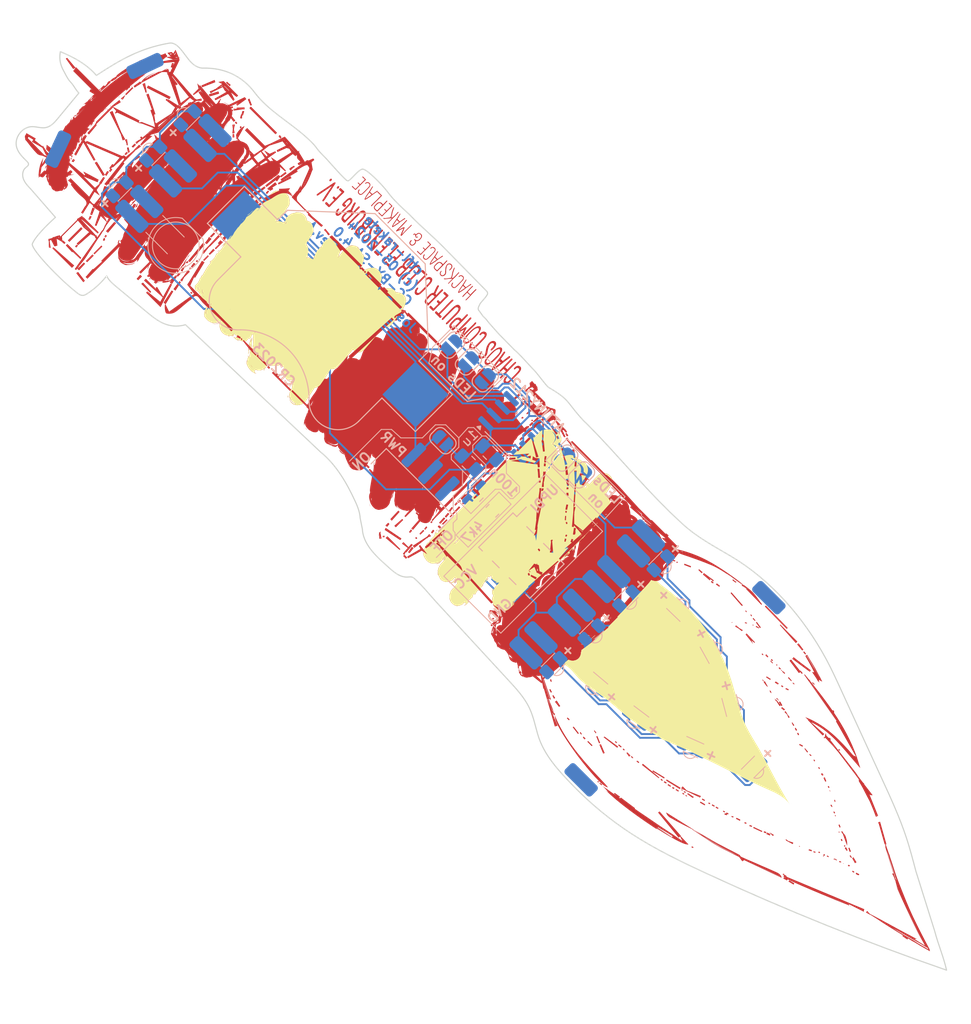
<source format=kicad_pcb>
(kicad_pcb (version 20240108) (generator "pcbnew") (generator_version "8.0")
  (title_block (title "ctfl-rakete-tht") (date "2024-06-02") (rev "Rev.A") (company "Chaostreff Flensburg") (comment 1 "designed by Jost Salathé"))
  (layers (0 "F.Cu" signal) (31 "B.Cu" signal) (34 "B.Paste" user) (35 "F.Paste" user) (36 "B.SilkS" user "B.Silkscreen") (37 "F.SilkS" user "F.Silkscreen") (38 "B.Mask" user) (39 "F.Mask" user) (44 "Edge.Cuts" user))
  (net 0 "")
  (net 1 "GND")
  (net 2 "Net-(BT1-+)")
  (net 3 "+3V0")
  (net 4 "/UPDI_DATA")
  (net 5 "/light_left")
  (net 6 "/light_center")
  (net 7 "/light_right")
  (net 8 "/flame_inner")
  (net 9 "/flame_outer")
  (footprint "Battery:BatteryHolder_Multicomp_BC-2001_1x2032" (layer "B.Cu") (at 133.7 78.7 -45)
    (property "Reference" "BT1" (hide yes))
    (property "Value" "CR2032")
  )
  (footprint "local:LED_0805_SMD_HandSolder" (layer "B.Cu") (at 171.026346 110.875799 136)
    (property "Reference" "D6" (hide yes))
    (property "Value" "LED")
  )
  (footprint "Jumper:SolderJumper-2_P1.3mm_Open_RoundedPad1.0x1.5mm" (layer "B.Cu") (at 145.8 92.8 -45)
    (property "Reference" "JP1" (hide yes))
    (property "Value" "SolderJumper_2_Open")
  )
  (footprint "Jumper:SolderJumper-2_P1.3mm_Open_RoundedPad1.0x1.5mm" (layer "B.Cu") (at 158.840381 94.659619 45)
    (property "Reference" "JP5" (hide yes))
    (property "Value" "SolderJumper_2_Open")
  )
  (footprint "local:LED_0805_SMD_HandSolder" (layer "B.Cu") (at 179.024201 127.826346 45)
    (property "Reference" "D14" (hide yes))
    (property "Value" "LED")
  )
  (footprint "Capacitor_SMD:C_0805_2012Metric_Pad1.18x1.45mm_HandSolder" (layer "B.Cu") (at 148.56364 95.170711 135)
    (property "Reference" "C3" (hide yes))
    (property "Value" "1u")
  )
  (footprint "local:LED_0805_SMD_HandSolder" (layer "B.Cu") (at 174.524411 115.38177 119)
    (property "Reference" "D8" (hide yes))
    (property "Value" "LED")
  )
  (footprint "local:LED_combo_0805_5mmSMD_HandSolder" (layer "B.Cu") (at 169.124201 105.926346 45)
    (property "Reference" "D10" (hide yes))
    (property "Value" "LED")
  )
  (footprint "local:LED_combo_0805_5mmSMD_HandSolder" (layer "B.Cu") (at 114.775799 62.073654 -135)
    (property "Reference" "D2" (hide yes))
    (property "Value" "LED")
  )
  (footprint "local:LED_combo_0805_5mmSMD_HandSolder" (layer "B.Cu") (at 111.175799 65.873654 -135)
    (property "Reference" "D1" (hide yes))
    (property "Value" "LED")
  )
  (footprint "Capacitor_SMD:C_0805_2012Metric_Pad1.18x1.45mm_HandSolder" (layer "B.Cu") (at 150.8 94.1 135)
    (property "Reference" "C1" (hide yes))
    (property "Value" "100n")
  )
  (footprint "local:wire_pad" (layer "B.Cu") (at 104.6 61.6 -25)
    (property "Reference" "H3" (hide yes))
    (property "Value" "MountingHole_Pad")
  )
  (footprint "local:wire_pad" (layer "B.Cu") (at 113.9 52.7 -65)
    (property "Reference" "H4" (hide yes))
    (property "Value" "MountingHole_Pad")
  )
  (footprint "local:LED_combo_0805_5mmSMD_HandSolder" (layer "B.Cu") (at 157.624201 116.826346 45)
    (property "Reference" "D11" (hide yes))
    (property "Value" "LED")
  )
  (footprint "Jumper:SolderJumper-2_P1.3mm_Open_RoundedPad1.0x1.5mm" (layer "B.Cu") (at 160.640381 96.459619 45)
    (property "Reference" "JP6" (hide yes))
    (property "Value" "SolderJumper_2_Open")
  )
  (footprint "local:LED_0805_SMD_HandSolder" (layer "B.Cu") (at 162.175589 118.81823 -40)
    (property "Reference" "D7" (hide yes))
    (property "Value" "LED")
  )
  (footprint "Jumper:SolderJumper-2_P1.3mm_Open_RoundedPad1.0x1.5mm" (layer "B.Cu") (at 148.540381 84.359619 45)
    (property "Reference" "JP3" (hide yes))
    (property "Value" "SolderJumper_2_Open")
  )
  (footprint "local:LED_0805_SMD_HandSolder" (layer "B.Cu") (at 166.573654 122.424201 -37)
    (property "Reference" "D9" (hide yes))
    (property "Value" "LED")
  )
  (footprint "Connector_PinHeader_2.54mm:PinHeader_2x03_P2.54mm_Vertical_SMD" (layer "B.Cu") (at 154.2 105.1 -135)
    (property "Reference" "J1" (hide yes))
    (property "Value" "Conn_02x03_Odd_Even")
  )
  (footprint "local:SW_SPDT_ESP4020" (layer "B.Cu") (at 142 98.6 135)
    (property "Reference" "SW1" (hide yes))
    (property "Value" "SW_SPDT")
  )
  (footprint "Jumper:SolderJumper-2_P1.3mm_Open_RoundedPad1.0x1.5mm" (layer "B.Cu") (at 150.340381 86.159619 45)
    (property "Reference" "JP2" (hide yes))
    (property "Value" "SolderJumper_2_Open")
  )
  (footprint "Package_SO:SOIC-8_3.9x4.9mm_P1.27mm" (layer "B.Cu") (at 153.5 91.4 -45)
    (property "Reference" "U1" (hide yes))
    (property "Value" "ATtiny212-SS")
  )
  (footprint "local:wire_pad" (layer "B.Cu") (at 160.6 129.1 -135)
    (property "Reference" "H2" (hide yes))
    (property "Value" "MountingHole_Pad")
  )
  (footprint "local:LED_0805_SMD_HandSolder" (layer "B.Cu") (at 176.694321 121.142938 105)
    (property "Reference" "D12" (hide yes))
    (property "Value" "LED")
  )
  (footprint "local:LED_combo_0805_5mmSMD_HandSolder" (layer "B.Cu") (at 118.475799 58.273654 -135)
    (property "Reference" "D3" (hide yes))
    (property "Value" "LED")
  )
  (footprint "Capacitor_SMD:C_0805_2012Metric_Pad1.18x1.45mm_HandSolder" (layer "B.Cu") (at 149.4 98.6 45)
    (property "Reference" "C2" (hide yes))
    (property "Value" "100n")
  )
  (footprint "local:LED_combo_0805_5mmSMD_HandSolder" (layer "B.Cu") (at 161.724201 113.326346 45)
    (property "Reference" "D5" (hide yes))
    (property "Value" "LED")
  )
  (footprint "local:LED_combo_0805_5mmSMD_HandSolder" (layer "B.Cu") (at 165.424201 109.726346 45)
    (property "Reference" "D4" (hide yes))
    (property "Value" "LED")
  )
  (footprint "Resistor_SMD:R_0805_2012Metric_Pad1.20x1.40mm_HandSolder" (layer "B.Cu") (at 151.1 100.3 45)
    (property "Reference" "R1" (hide yes))
    (property "Value" "4k7")
  )
  (footprint "Jumper:SolderJumper-2_P1.3mm_Open_RoundedPad1.0x1.5mm" (layer "B.Cu") (at 146.740381 82.559619 45)
    (property "Reference" "JP4" (hide yes))
    (property "Value" "SolderJumper_2_Open")
  )
  (footprint "local:LED_0805_SMD_HandSolder" (layer "B.Cu") (at 172.498483 125.594321 -24)
    (property "Reference" "D13" (hide yes))
    (property "Value" "LED")
  )
  (footprint "local:wire_pad" (layer "B.Cu") (at 180.7 109.6 -135)
    (property "Reference" "H1" (hide yes))
    (property "Value" "MountingHole_Pad")
  )
  (gr_poly (pts (xy 142.115896 104.190775) (xy 142.417011 103.841195) (xy 142.579684 103.948491) (xy 141.873615 104.765323) (xy 141.821696 104.727248) (xy 141.655569 105.031803) (xy 141.679779 105.007592) (xy 141.97744 105.305252) (xy 141.842456 105.440236) (xy 141.544796 105.142576) (xy 141.655552 105.03182) (xy 141.520572 104.89684) (xy 141.710934 104.651098) (xy 142.036281 104.277296) (xy 141.413789 103.813005) (xy 141.575958 103.650837)) (stroke (width -0.000001)) (fill solid) (layer "F.Cu"))
  (gr_poly (pts (xy 144.694431 101.501458) (xy 144.559446 101.636442) (xy 144.452152 101.529148) (xy 144.587137 101.394163)) (stroke (width -0.000001)) (fill solid) (layer "F.Cu"))
  (gr_poly (pts (xy 181.870547 120.72118) (xy 181.88439 120.735022) (xy 181.905156 120.714256) (xy 181.964968 120.815602) (xy 182.022834 120.915002) (xy 182.050023 120.962959) (xy 182.075509 121.009211) (xy 182.098885 121.053355) (xy 182.119747 121.094985) (xy 182.112826 121.101906) (xy 182.140514 121.143442) (xy 182.043602 121.205742) (xy 181.773633 120.783482) (xy 181.777095 120.780019)) (stroke (width -0.000001)) (fill solid) (layer "F.Cu"))
  (gr_poly (pts (xy 153.662248 93.239712) (xy 153.36459 93.53737) (xy 153.201915 93.430076) (xy 153.527264 93.104727)) (stroke (width -0.000001)) (fill solid) (layer "F.Cu"))
  (gr_poly (pts (xy 126.240356 67.561372) (xy 126.2633 67.540186) (xy 126.284134 67.522083) (xy 126.302779 67.506981) (xy 126.319151 67.494799) (xy 126.32646 67.489778) (xy 126.333171 67.485457) (xy 126.339275 67.481824) (xy 126.344758 67.478872) (xy 126.349614 67.476589) (xy 126.35383 67.474965) (xy 126.357398 67.47399) (xy 126.360307 67.473653) (xy 126.362545 67.473946) (xy 126.364105 67.474856) (xy 126.364976 67.476376) (xy 126.365147 67.478493) (xy 126.364607 67.481199) (xy 126.363348 67.484482) (xy 126.361359 67.488334) (xy 126.358629 67.492743) (xy 126.35515 67.4977) (xy 126.350909 67.503194) (xy 126.345899 67.509216) (xy 126.340107 67.515755) (xy 126.333524 67.5228) (xy 126.326141 67.530343) (xy 126.316677 67.540428) (xy 126.307706 67.551157) (xy 126.29915 67.562444) (xy 126.290934 67.574202) (xy 126.282982 67.586346) (xy 126.275217 67.598789) (xy 126.259947 67.624227) (xy 126.244514 67.649827) (xy 126.236546 67.662473) (xy 126.22831 67.6749) (xy 126.21973 67.687024) (xy 126.210727 67.698757) (xy 126.201229 67.710013) (xy 126.191158 67.720707) (xy 126.135778 67.776086) (xy 126.145533 67.756571) (xy 126.155242 67.738237) (xy 126.164778 67.721048) (xy 126.174014 67.70497) (xy 126.191083 67.676004) (xy 126.198662 67.663044) (xy 126.205435 67.651053) (xy 126.211274 67.639994) (xy 126.213805 67.634803) (xy 126.216055 67.629832) (xy 126.218008 67.625078) (xy 126.219648 67.620534) (xy 126.220961 67.616196) (xy 126.221929 67.612061) (xy 126.222538 67.608123) (xy 126.222769 67.604378) (xy 126.22261 67.600823) (xy 126.222043 67.597452) (xy 126.221054 67.594261) (xy 126.219624 67.591245) (xy 126.21774 67.588401) (xy 126.215384 67.585723)) (stroke (width -0.000001)) (fill solid) (layer "F.Cu"))
  (gr_poly (pts (xy 178.180965 111.016132) (xy 178.236346 110.960751) (xy 178.257116 110.995363) (xy 178.264037 110.988442) (xy 178.264042 111.002289) (xy 178.343642 111.123424) (xy 178.260573 111.151112) (xy 178.177507 111.012664)) (stroke (width -0.000001)) (fill solid) (layer "F.Cu"))
  (gr_poly (pts (xy 161.816694 125.414469) (xy 161.737088 125.494075) (xy 161.276758 125.033745) (xy 161.328674 124.926449)) (stroke (width -0.000001)) (fill solid) (layer "F.Cu"))
  (gr_poly (pts (xy 183.078462 116.225141) (xy 183.106152 116.252832) (xy 183.26882 116.463959) (xy 183.597634 116.875839) (xy 183.763334 117.083938) (xy 183.845373 117.188798) (xy 183.926439 117.294633) (xy 184.044121 117.440004) (xy 184.085656 117.398469) (xy 184.113346 117.426159) (xy 184.120367 117.433338) (xy 184.127158 117.440593) (xy 184.140117 117.45531) (xy 184.152345 117.470269) (xy 184.163965 117.485432) (xy 184.175099 117.500757) (xy 184.185867 117.516203) (xy 184.206796 117.547299) (xy 184.327935 117.696128) (xy 184.217177 117.751504) (xy 184.064887 117.564602) (xy 183.916059 117.671902) (xy 182.908866 116.339357) (xy 182.919247 116.328975)) (stroke (width -0.000001)) (fill solid) (layer "F.Cu"))
  (gr_poly (pts (xy 180.949862 119.655131) (xy 180.908332 119.668977) (xy 180.949865 119.710509) (xy 180.951542 119.71224) (xy 180.953109 119.713971) (xy 180.95457 119.715701) (xy 180.955922 119.717432) (xy 180.957165 119.719162) (xy 180.958301 119.720893) (xy 180.959328 119.722624) (xy 180.960248 119.724355) (xy 180.961059 119.726086) (xy 180.961762 119.727816) (xy 180.962357 119.729547) (xy 180.962844 119.731277) (xy 180.963222 119.733008) (xy 180.963493 119.734739) (xy 180.963655 119.73647) (xy 180.963709 119.738201) (xy 180.963655 119.739931) (xy 180.963493 119.741662) (xy 180.963222 119.743392) (xy 180.962843 119.745123) (xy 180.962357 119.746854) (xy 180.961762 119.748584) (xy 180.961059 119.750315) (xy 180.960248 119.752046) (xy 180.959329 119.753777) (xy 180.958301 119.755508) (xy 180.957166 119.757238) (xy 180.955922 119.758969) (xy 180.95457 119.760699) (xy 180.953109 119.76243) (xy 180.951542 119.764161) (xy 180.949865 119.765891) (xy 180.977551 119.848958) (xy 180.78719 119.658597) (xy 180.828724 119.644749) (xy 180.814881 119.630906) (xy 180.813204 119.629176) (xy 180.811636 119.627445) (xy 180.810176 119.625715) (xy 180.808824 119.623984) (xy 180.80758 119.622253) (xy 180.806444 119.620522) (xy 180.805417 119.618792) (xy 180.804497 119.617061) (xy 180.803686 119.615331) (xy 180.802984 119.6136) (xy 180.802388 119.611869) (xy 180.801902 119.610139) (xy 180.801523 119.608408) (xy 180.801253 119.606677) (xy 180.801091 119.604947) (xy 180.801036 119.603215) (xy 180.801091 119.601485) (xy 180.801253 119.599755) (xy 180.801523 119.598024) (xy 180.801902 119.596293) (xy 180.802388 119.594562) (xy 180.802983 119.592831) (xy 180.803686 119.591101) (xy 180.804497 119.58937) (xy 180.805417 119.58764) (xy 180.806444 119.585908) (xy 180.80758 119.584179) (xy 180.808824 119.582447) (xy 180.810176 119.580717) (xy 180.811636 119.578987) (xy 180.813204 119.577256) (xy 180.81488 119.575525) (xy 180.759497 119.464765)) (stroke (width -0.000001)) (fill solid) (layer "F.Cu"))
  (gr_poly (pts (xy 151.166763 94.655321) (xy 151.329438 94.817995) (xy 150.675281 95.416772) (xy 150.512611 95.254102) (xy 150.540302 95.226411)) (stroke (width -0.000001)) (fill solid) (layer "F.Cu"))
  (gr_poly (pts (xy 129.479244 64.481085) (xy 129.586538 64.699141) (xy 128.198622 65.380985) (xy 128.146705 65.21831) (xy 128.150167 65.214848)) (stroke (width -0.000001)) (fill solid) (layer "F.Cu"))
  (gr_poly (pts (xy 182.145767 117.431098) (xy 182.143959 117.429623) (xy 182.147415 117.426157)) (stroke (width -0.000001)) (fill solid) (layer "F.Cu"))
  (gr_poly (pts (xy 187.609979 132.511863) (xy 187.605671 132.513299) (xy 187.609132 132.509837)) (stroke (width -0.000001)) (fill solid) (layer "F.Cu"))
  (gr_poly (pts (xy 134.093546 93.471569) (xy 134.091086 93.471695) (xy 134.082541 93.471586)) (stroke (width -0.000001)) (fill solid) (layer "F.Cu"))
  (gr_poly (pts (xy 118.708177 74.705297) (xy 118.081711 75.331764) (xy 118.081708 75.387142) (xy 118.060941 75.380219) (xy 117.867118 75.767866) (xy 117.676755 75.632884) (xy 117.922495 75.331763) (xy 118.005563 75.248695) (xy 118.494676 74.546021)) (stroke (width -0.000001)) (fill solid) (layer "F.Cu"))
  (gr_poly (pts (xy 111.515918 55.710561) (xy 111.488228 55.738251) (xy 111.380933 55.790168)) (stroke (width -0.000001)) (fill solid) (layer "F.Cu"))
  (gr_poly (pts (xy 140.902781 99.810615) (xy 140.904213 99.81464) (xy 140.903864 99.814078) (xy 140.903142 99.812728) (xy 140.902506 99.811354) (xy 140.901941 99.809949) (xy 140.901432 99.808508) (xy 140.900963 99.807027) (xy 140.900519 99.8055) (xy 140.899648 99.802289) (xy 140.898693 99.798834) (xy 140.898148 99.797002) (xy 140.897536 99.795094)) (stroke (width -0.000001)) (fill solid) (layer "F.Cu"))
  (gr_poly (pts (xy 160.591427 96.313203) (xy 160.611228 96.302566) (xy 160.630426 96.292685) (xy 160.649066 96.283504) (xy 160.667194 96.274967) (xy 160.684856 96.267018) (xy 160.702097 96.259602) (xy 160.735498 96.246143) (xy 160.767764 96.234144) (xy 160.799259 96.223159) (xy 160.861399 96.202448) (xy 160.781795 96.067463) (xy 161.055228 96.285515) (xy 161.110608 96.340896) (xy 161.411724 96.586635) (xy 161.249054 96.569329) (xy 161.311352 96.839298) (xy 161.550169 97.050426) (xy 161.280195 96.939668) (xy 160.84409 97.590362) (xy 160.463363 97.479604) (xy 160.463364 97.479593) (xy 160.73333 97.209627) (xy 160.802555 97.230396) (xy 160.873724 97.082217) (xy 160.938405 96.945719) (xy 160.969123 96.882662) (xy 160.999191 96.823497) (xy 161.028935 96.768551) (xy 161.058678 96.718146) (xy 161.075984 96.735453) (xy 161.114059 96.662765) (xy 161.148676 96.697382) (xy 161.120983 96.579701) (xy 160.622576 96.448178) (xy 160.73333 97.209627) (xy 160.463364 97.479593) (xy 160.463361 97.424226) (xy 160.458488 97.409565) (xy 160.454223 97.394225) (xy 160.450526 97.378338) (xy 160.447356 97.362034) (xy 160.444673 97.345447) (xy 160.442436 97.328707) (xy 160.440603 97.311948) (xy 160.439136 97.295299) (xy 160.437994 97.278895) (xy 160.437135 97.262864) (xy 160.436106 97.232457) (xy 160.435728 97.205132) (xy 160.435673 97.181945) (xy 160.425925 97.14163) (xy 160.417395 97.101175) (xy 160.41 97.060597) (xy 160.403659 97.019919) (xy 160.398291 96.979159) (xy 160.393816 96.938338) (xy 160.390152 96.897477) (xy 160.387218 96.856596) (xy 160.383217 96.774853) (xy 160.381161 96.693274) (xy 160.380405 96.612017) (xy 160.380297 96.531249) (xy 160.380062 96.526452) (xy 160.380005 96.521793) (xy 160.380119 96.517266) (xy 160.380398 96.512868) (xy 160.380837 96.508595) (xy 160.381429 96.504442) (xy 160.38217 96.500403) (xy 160.383054 96.496475) (xy 160.385226 96.488935) (xy 160.387901 96.481786) (xy 160.39103 96.474991) (xy 160.394572 96.468516) (xy 160.398478 96.462324) (xy 160.402705 96.456381) (xy 160.407204 96.450651) (xy 160.411932 96.445099) (xy 160.416843 96.439688) (xy 160.421889 96.434384) (xy 160.432213 96.423952) (xy 160.459903 96.396262) (xy 160.4599 96.286898)) (stroke (width -0.000001)) (fill solid) (layer "F.Cu"))
  (gr_poly (pts (xy 188.259835 134.683441) (xy 188.262271 134.686036) (xy 188.264399 134.688626) (xy 188.266233 134.691207) (xy 188.267787 134.693772) (xy 188.269077 134.696317) (xy 188.27012 134.698836) (xy 188.270929 134.701325) (xy 188.27152 134.703779) (xy 188.271908 134.706192) (xy 188.272109 134.708559) (xy 188.272137 134.710875) (xy 188.272008 134.713135) (xy 188.271737 134.715336) (xy 188.271339 134.717469) (xy 188.27083 134.719533) (xy 188.270224 134.721519) (xy 188.269537 134.723424) (xy 188.268784 134.725244) (xy 188.267142 134.728604) (xy 188.265418 134.731558) (xy 188.263734 134.734066) (xy 188.262214 134.736087) (xy 188.260977 134.737581) (xy 188.259841 134.738825) (xy 188.250699 134.729792) (xy 188.247001 134.726351) (xy 188.24383 134.72368) (xy 188.242429 134.722645) (xy 188.241146 134.72182) (xy 188.239973 134.721207) (xy 188.238908 134.720812) (xy 188.237943 134.72064) (xy 188.237076 134.720697) (xy 188.236299 134.720986) (xy 188.235609 134.721515) (xy 188.234999 134.722286) (xy 188.234467 134.723306) (xy 188.234003 134.72458) (xy 188.233608 134.726112) (xy 188.233272 134.727908) (xy 188.232993 134.729973) (xy 188.232581 134.734928) (xy 188.232332 134.74102) (xy 188.232204 134.748287) (xy 188.232151 134.766515) (xy 188.180224 134.714587) (xy 188.178083 134.712307) (xy 188.176193 134.710012) (xy 188.174543 134.707709) (xy 188.173122 134.705402) (xy 188.171914 134.703098) (xy 188.17091 134.700802) (xy 188.170098 134.698519) (xy 188.169465 134.696257) (xy 188.169 134.694019) (xy 188.168689 134.691813) (xy 188.168522 134.689644) (xy 188.168485 134.687517) (xy 188.168568 134.685438) (xy 188.168758 134.683413) (xy 188.169044 134.681447) (xy 188.169412 134.679547) (xy 188.169851 134.677718) (xy 188.170348 134.675965) (xy 188.171473 134.672713) (xy 188.172689 134.669836) (xy 188.173899 134.667379) (xy 188.175009 134.665389) (xy 188.175921 134.663911) (xy 188.176766 134.662674) (xy 188.176769 134.659215) (xy 188.176765 134.655749) (xy 188.204453 134.62806)) (stroke (width -0.000001)) (fill solid) (layer "F.Cu"))
  (gr_poly (pts (xy 174.785579 107.994546) (xy 174.70251 108.077615) (xy 174.484454 107.914941) (xy 174.595214 107.804181)) (stroke (width -0.000001)) (fill solid) (layer "F.Cu"))
  (gr_poly (pts (xy 112.547338 54.838353) (xy 112.491959 54.893732) (xy 112.481003 54.897223) (xy 112.47147 54.899918) (xy 112.463326 54.901832) (xy 112.459764 54.902501) (xy 112.456537 54.90298) (xy 112.453638 54.903272) (xy 112.451065 54.903378) (xy 112.448813 54.9033) (xy 112.446876 54.903041) (xy 112.445252 54.902602) (xy 112.443935 54.901984) (xy 112.442921 54.90119) (xy 112.442205 54.900222) (xy 112.441784 54.899081) (xy 112.441651 54.897771) (xy 112.441805 54.896291) (xy 112.442239 54.894645) (xy 112.44295 54.892834) (xy 112.443931 54.89086) (xy 112.445181 54.888726) (xy 112.446694 54.886431) (xy 112.45049 54.881374) (xy 112.455286 54.875703) (xy 112.461045 54.869434) (xy 112.467732 54.862582) (xy 112.519649 54.810664)) (stroke (width -0.000001)) (fill solid) (layer "F.Cu"))
  (gr_poly (pts (xy 121.629378 64.751057) (xy 121.628674 64.755985) (xy 121.618995 64.754519)) (stroke (width -0.000001)) (fill solid) (layer "F.Cu"))
  (gr_poly (pts (xy 128.188229 64.353025) (xy 128.388975 64.498394) (xy 128.378593 64.488012) (xy 128.433974 64.432631) (xy 128.953144 64.024218) (xy 129.060434 64.186891) (xy 128.465121 64.622994) (xy 128.406281 64.522621) (xy 128.032476 65.055638) (xy 127.897494 64.920656) (xy 126.893766 65.654415) (xy 126.786469 65.491743) (xy 126.77609 65.495201)) (stroke (width -0.000001)) (fill solid) (layer "F.Cu"))
  (gr_poly (pts (xy 155.081323 86.628896) (xy 155.081275 86.628944) (xy 155.077839 86.611621)) (stroke (width -0.000001)) (fill solid) (layer "F.Cu"))
  (gr_poly (pts (xy 123.581459 60.819204) (xy 123.591843 61.058023) (xy 123.827201 63.50851) (xy 123.335719 63.508511) (xy 123.463782 61.026872) (xy 123.418786 60.9265) (xy 123.416331 60.923924) (xy 123.414151 60.921387) (xy 123.412239 60.918886) (xy 123.410586 60.916421) (xy 123.409185 60.913988) (xy 123.408025 60.911585) (xy 123.4071 60.909214) (xy 123.406401 60.906868) (xy 123.405921 60.904548) (xy 123.40565 60.902252) (xy 123.405581 60.899976) (xy 123.405706 60.89772) (xy 123.406015 60.895484) (xy 123.4065 60.893261) (xy 123.407155 60.891054) (xy 123.40797 60.888858) (xy 123.408937 60.886673) (xy 123.410048 60.884495) (xy 123.412669 60.880157) (xy 123.415766 60.87583) (xy 123.419274 60.871498) (xy 123.423126 60.867145) (xy 123.427257 60.862756) (xy 123.436093 60.853813) (xy 123.498392 60.791514)) (stroke (width -0.000001)) (fill solid) (layer "F.Cu"))
  (gr_poly (pts (xy 131.299798 71.555659) (xy 131.272109 71.611038) (xy 131.265613 71.62501) (xy 131.259076 71.638455) (xy 131.252458 71.651495) (xy 131.245719 71.664252) (xy 131.238817 71.676846) (xy 131.231712 71.689399) (xy 131.216731 71.714872) (xy 131.223842 71.695105) (xy 131.232089 71.674852) (xy 131.241309 71.654275) (xy 131.251341 71.633535) (xy 131.262022 71.612794) (xy 131.27319 71.592218) (xy 131.284682 71.571965) (xy 131.296337 71.552199)) (stroke (width -0.000001)) (fill solid) (layer "F.Cu"))
  (gr_poly (pts (xy 116.299224 63.809648) (xy 116.378831 63.944632) (xy 116.105401 64.107308) (xy 115.998105 63.944634)) (stroke (width -0.000001)) (fill solid) (layer "F.Cu"))
  (gr_poly (pts (xy 183.833016 124.054257) (xy 183.940315 124.272309) (xy 183.829555 124.327686) (xy 183.722263 124.109639)) (stroke (width -0.000001)) (fill solid) (layer "F.Cu"))
  (gr_poly (pts (xy 189.862355 138.951037) (xy 189.779287 139.034105) (xy 189.616603 138.9268) (xy 189.671996 138.816057)) (stroke (width -0.000001)) (fill solid) (layer "F.Cu"))
  (gr_poly (pts (xy 124.907077 65.689025) (xy 125.447015 66.395097) (xy 125.692755 65.990145) (xy 125.966185 66.097439) (xy 126.699949 65.578268) (xy 126.807243 65.740943) (xy 125.478165 66.800052) (xy 125.505855 66.827743) (xy 125.450475 66.827742) (xy 123.439552 68.40256) (xy 123.359946 68.322954) (xy 125.07321 66.609689) (xy 125.263574 66.633917) (xy 124.804657 65.740234)) (stroke (width -0.000001)) (fill solid) (layer "F.Cu"))
  (gr_poly (pts (xy 186.411574 128.384153) (xy 186.54656 128.574518) (xy 186.51887 128.602208) (xy 186.411573 128.654123) (xy 186.276594 128.463762)) (stroke (width -0.000001)) (fill solid) (layer "F.Cu"))
  (gr_poly (pts (xy 150.801185 82.286881) (xy 150.845179 82.251661) (xy 150.889985 82.220983) (xy 150.935277 82.194768) (xy 150.980732 82.172933) (xy 151.026024 82.155397) (xy 151.070829 82.14208) (xy 151.114823 82.132899) (xy 151.157682 82.127775) (xy 151.199081 82.126626) (xy 151.238695 82.12937) (xy 151.276199 82.135927) (xy 151.31127 82.146216) (xy 151.327792 82.152734) (xy 151.343583 82.160156) (xy 151.358603 82.168469) (xy 151.372813 82.177664) (xy 151.386172 82.187732) (xy 151.398637 82.198661) (xy 151.416783 82.218116) (xy 151.432959 82.238173) (xy 151.4472 82.25881) (xy 151.459544 82.279998) (xy 151.470028 82.301713) (xy 151.478688 82.323931) (xy 151.485559 82.346625) (xy 151.490681 82.369771) (xy 151.494089 82.393343) (xy 151.49582 82.417314) (xy 151.495911 82.441662) (xy 151.494399 82.466359) (xy 151.49132 82.491381) (xy 151.486711 82.516701) (xy 151.480609 82.542295) (xy 151.473051 82.568138) (xy 151.464072 82.594204) (xy 151.453712 82.620467) (xy 151.442005 82.646903) (xy 151.428989 82.673487) (xy 151.4147 82.700191) (xy 151.399176 82.726993) (xy 151.382452 82.753865) (xy 151.364566 82.780782) (xy 151.345554 82.80772) (xy 151.325454 82.834653) (xy 151.304302 82.861555) (xy 151.282135 82.888402) (xy 151.234901 82.941826) (xy 151.184047 82.994723) (xy 151.158561 83.019979) (xy 151.127479 83.049453) (xy 151.110421 83.064757) (xy 151.092665 83.0799) (xy 151.074441 83.094475) (xy 151.055984 83.108075) (xy 151.037528 83.120298) (xy 151.019305 83.130735) (xy 151.001548 83.138982) (xy 150.992917 83.142158) (xy 150.984491 83.144633) (xy 150.976297 83.146359) (xy 150.968366 83.147284) (xy 150.960727 83.147356) (xy 150.953408 83.146526) (xy 150.946439 83.144743) (xy 150.939849 83.141957) (xy 150.933667 83.138115) (xy 150.927923 83.133169) (xy 150.925144 83.130109) (xy 150.922646 83.12678) (xy 150.920425 83.123195) (xy 150.918479 83.119371) (xy 150.916804 83.115322) (xy 150.915398 83.111061) (xy 150.914255 83.106604) (xy 150.913376 83.101965) (xy 150.912754 83.097157) (xy 150.912387 83.092199) (xy 150.912273 83.087101) (xy 150.912409 83.08188) (xy 150.912789 83.07655) (xy 150.913414 83.071125) (xy 150.914276 83.065621) (xy 150.915376 83.060051) (xy 150.916709 83.054431) (xy 150.918272 83.048774) (xy 150.920061 83.043096) (xy 150.922075 83.037411) (xy 150.924309 83.031734) (xy 150.92676 83.026078) (xy 150.929425 83.02046) (xy 150.932302 83.014893) (xy 150.935386 83.009392) (xy 150.938676 83.003971) (xy 150.942166 82.998645) (xy 150.945856 82.99343) (xy 150.94974 82.988338) (xy 150.953816 82.983385) (xy 150.958081 82.978586) (xy 150.962532 82.973955) (xy 151.090596 82.845891) (xy 151.105016 82.830901) (xy 151.120779 82.813422) (xy 151.154897 82.772396) (xy 151.172531 82.749548) (xy 151.190069 82.72561) (xy 151.207151 82.700932) (xy 151.223416 82.675863) (xy 151.238505 82.650754) (xy 151.252058 82.625954) (xy 151.263715 82.601814) (xy 151.273115 82.578681) (xy 151.279899 82.556908) (xy 151.282198 82.54664) (xy 151.283707 82.536844) (xy 151.284384 82.527562) (xy 151.28418 82.518837) (xy 151.283052 82.510716) (xy 151.280956 82.50324) (xy 151.280071 82.499452) (xy 151.278745 82.494676) (xy 151.274953 82.482745) (xy 151.269944 82.468622) (xy 151.264084 82.453486) (xy 151.257737 82.438512) (xy 151.254495 82.431453) (xy 151.251267 82.424877) (xy 151.248102 82.41893) (xy 151.245042 82.413757) (xy 151.242134 82.409507) (xy 151.239425 82.406328) (xy 151.231458 82.398766) (xy 151.223138 82.391661) (xy 151.214479 82.385027) (xy 151.205496 82.378876) (xy 151.196202 82.373219) (xy 151.186609 82.368067) (xy 151.17673 82.363434) (xy 151.16658 82.359333) (xy 151.156171 82.355772) (xy 151.145516 82.352767) (xy 151.13463 82.350328) (xy 151.123526 82.348469) (xy 151.112215 82.347199) (xy 151.100713 82.346533) (xy 151.089032 82.346481) (xy 151.077186 82.347056) (xy 151.065187 82.34827) (xy 151.05305 82.350135) (xy 151.040787 82.352662) (xy 151.028412 82.355864) (xy 151.015939 82.359753) (xy 151.003378 82.364342) (xy 150.990747 82.369641) (xy 150.978057 82.375664) (xy 150.96532 82.382421) (xy 150.952552 82.389927) (xy 150.939764 82.398191) (xy 150.926971 82.407226) (xy 150.914185 82.417045) (xy 150.901421 82.427659) (xy 150.88869 82.439081) (xy 150.876007 82.451321) (xy 150.852677 82.476933) (xy 150.830674 82.505484) (xy 150.809949 82.53659) (xy 150.790451 82.569867) (xy 150.77213 82.604928) (xy 150.754934 82.641388) (xy 150.738814 82.678862) (xy 150.723716 82.716965) (xy 150.696392 82.793516) (xy 150.672557 82.867957) (xy 150.633729 82.998182) (xy 150.620881 83.049942) (xy 150.610447 83.101408) (xy 150.601756 83.15261) (xy 150.594141 83.203579) (xy 150.579459 83.30494) (xy 150.571052 83.355392) (xy 150.561044 83.405733) (xy 150.548765 83.455992) (xy 150.533545 83.5062) (xy 150.524623 83.531296) (xy 150.514715 83.556388) (xy 150.503738 83.581485) (xy 150.491607 83.606587) (xy 150.478238 83.631699) (xy 150.463549 83.656825) (xy 150.447456 83.681969) (xy 150.429874 83.707135) (xy 150.410721 83.732326) (xy 150.389913 83.757546) (xy 150.367365 83.782799) (xy 150.342995 83.808089) (xy 150.303023 83.845658) (xy 150.261226 83.880367) (xy 150.217968 83.912034) (xy 150.173615 83.940477) (xy 150.128532 83.965514) (xy 150.083084 83.986959) (xy 150.037637 84.004634) (xy 149.992554 84.018352) (xy 149.948201 84.027935) (xy 149.904943 84.033197) (xy 149.863145 84.033957) (xy 149.842909 84.032592) (xy 149.823173 84.030034) (xy 149.803986 84.026257) (xy 149.785391 84.021241) (xy 149.767436 84.014963) (xy 149.750164 84.0074) (xy 149.733623 83.998528) (xy 149.717857 83.988326) (xy 149.702914 83.97677) (xy 149.688836 83.963838) (xy 149.675226 83.949181) (xy 149.662939 83.933789) (xy 149.65196 83.917698) (xy 149.642273 83.900942) (xy 149.633865 83.883558) (xy 149.626719 83.86558) (xy 149.62082 83.847045) (xy 149.616153 83.827988) (xy 149.612702 83.808444) (xy 149.610454 83.788448) (xy 149.609392 83.768038) (xy 149.609501 83.747246) (xy 149.610766 83.72611) (xy 149.613172 83.704665) (xy 149.616703 83.682945) (xy 149.621344 83.660988) (xy 149.627081 83.638828) (xy 149.633898 83.616501) (xy 149.641779 83.594041) (xy 149.650711 83.571485) (xy 149.660676 83.548869) (xy 149.67166 83.526227) (xy 149.683648 83.503595) (xy 149.696625 83.481009) (xy 149.710576 83.458504) (xy 149.725484 83.436115) (xy 149.741335 83.413879) (xy 149.758114 83.391831) (xy 149.775807 83.370005) (xy 149.794396 83.348437) (xy 149.813867 83.327164) (xy 149.834205 83.306221) (xy 149.846869 83.293892) (xy 149.858934 83.282872) (xy 149.870451 83.27317) (xy 149.881472 83.264796) (xy 149.892046 83.257761) (xy 149.902226 83.252074) (xy 149.907182 83.249739) (xy 149.912059 83.247746) (xy 149.916863 83.246095) (xy 149.9216 83.244787) (xy 149.926276 83.243823) (xy 149.930897 83.243206) (xy 149.93547 83.242937) (xy 149.940001 83.243016) (xy 149.944496 83.243444) (xy 149.948963 83.244224) (xy 149.953407 83.245356) (xy 149.957835 83.246842) (xy 149.962252 83.248683) (xy 149.966665 83.25088) (xy 149.971082 83.253434) (xy 149.975506 83.256346) (xy 149.984408 83.263254) (xy 149.99342 83.271611) (xy 149.995895 83.274207) (xy 149.998131 83.276807) (xy 150.000132 83.279413) (xy 150.001904 83.282028) (xy 150.003449 83.284656) (xy 150.004774 83.2873) (xy 150.005883 83.289963) (xy 150.006777 83.292648) (xy 150.007465 83.295358) (xy 150.007949 83.298097) (xy 150.008234 83.300868) (xy 150.008326 83.303673) (xy 150.008226 83.306516) (xy 150.00794 83.309401) (xy 150.007474 83.312331) (xy 150.006831 83.315307) (xy 150.006015 83.318335) (xy 150.005032 83.321416) (xy 150.003885 83.324554) (xy 150.002579 83.327752) (xy 150.001119 83.331014) (xy 149.999507 83.334342) (xy 149.995853 83.341211) (xy 149.991651 83.348385) (xy 149.986936 83.355888) (xy 149.981746 83.363745) (xy 149.976114 83.371984) (xy 149.95597 83.402539) (xy 149.936962 83.432121) (xy 149.918926 83.461054) (xy 149.901702 83.489663) (xy 149.885126 83.518271) (xy 149.869038 83.547204) (xy 149.853274 83.576786) (xy 149.837672 83.607341) (xy 149.835226 83.61382) (xy 149.833079 83.620274) (xy 149.831224 83.626702) (xy 149.829653 83.633096) (xy 149.828362 83.639456) (xy 149.827342 83.645776) (xy 149.82659 83.652054) (xy 149.826097 83.658284) (xy 149.825857 83.664464) (xy 149.825865 83.670589) (xy 149.826113 83.676656) (xy 149.826596 83.682661) (xy 149.827308 83.688599) (xy 149.82824 83.694469) (xy 149.829389 83.700265) (xy 149.830747 83.705983) (xy 149.832308 83.711621) (xy 149.834064 83.717173) (xy 149.836011 83.722636) (xy 149.838142 83.728008) (xy 149.840451 83.733282) (xy 149.84293 83.738457) (xy 149.848377 83.74849) (xy 149.854432 83.758078) (xy 149.861045 83.767189) (xy 149.868166 83.775793) (xy 149.875742 83.783859) (xy 149.883768 83.791125) (xy 149.892255 83.797366) (xy 149.901178 83.802616) (xy 149.910509 83.806904) (xy 149.920222 83.810262) (xy 149.930293 83.81272) (xy 149.940694 83.81431) (xy 149.9514 83.815063) (xy 149.962385 83.81501) (xy 149.973622 83.814181) (xy 149.985087 83.812609) (xy 149.996753 83.810323) (xy 150.008594 83.807357) (xy 150.020583 83.803739) (xy 150.032696 83.799501) (xy 150.044905 83.794674) (xy 150.057185 83.78929) (xy 150.069511 83.783379) (xy 150.081855 83.776973) (xy 150.094193 83.770101) (xy 150.106497 83.762797) (xy 150.118743 83.75509) (xy 150.142954 83.738592) (xy 150.166616 83.720858) (xy 150.189524 83.702135) (xy 150.211467 83.682672) (xy 150.232241 83.662718) (xy 150.247289 83.646036) (xy 150.261329 83.627219) (xy 150.274426 83.60638) (xy 150.286646 83.583638) (xy 150.298054 83.559105) (xy 150.308717 83.532899) (xy 150.328071 83.475923) (xy 150.345234 83.413634) (xy 150.360736 83.346956) (xy 150.388857 83.204116) (xy 150.416654 83.054786) (xy 150.431748 82.979995) (xy 150.448344 82.90635) (xy 150.466968 82.834772) (xy 150.488147 82.766187) (xy 150.512408 82.701515) (xy 150.52586 82.670935) (xy 150.54028 82.64168) (xy 150.543738 82.65207) (xy 150.564031 82.609131) (xy 150.586028 82.566192) (xy 150.60981 82.523576) (xy 150.622395 82.502493) (xy 150.635457 82.48161) (xy 150.649006 82.460972) (xy 150.663052 82.440617) (xy 150.677604 82.420587) (xy 150.692673 82.400922) (xy 150.708271 82.381662) (xy 150.724405 82.36285) (xy 150.741087 82.344523) (xy 150.758326 82.326725)) (stroke (width -0.000001)) (fill solid) (layer "F.Cu"))
  (gr_poly (pts (xy 113.769128 63.944629) (xy 113.876423 64.107304) (xy 113.71375 64.214598) (xy 113.634143 64.079612)) (stroke (width -0.000001)) (fill solid) (layer "F.Cu"))
  (gr_poly (pts (xy 179.188168 134.188481) (xy 179.195094 134.195407) (xy 179.201997 134.19943) (xy 179.209427 134.203574) (xy 179.216937 134.207637) (xy 179.224083 134.211416) (xy 179.235493 134.217311) (xy 179.24009 134.219636) (xy 179.99808 134.576133) (xy 179.946165 134.68343) (xy 179.022038 134.250784) (xy 179.077416 134.140026) (xy 179.073951 134.136564)) (stroke (width -0.000001)) (fill solid) (layer "F.Cu"))
  (gr_poly (pts (xy 108.414744 72.995495) (xy 107.708672 73.701567) (xy 107.573687 73.566583) (xy 108.27976 72.86051)) (stroke (width -0.000001)) (fill solid) (layer "F.Cu"))
  (gr_poly (pts (xy 128.090017 69.245771) (xy 128.089484 69.245995) (xy 128.08887 69.246228) (xy 128.088248 69.246438) (xy 128.087618 69.246622) (xy 128.086982 69.246778) (xy 128.086341 69.246905) (xy 128.085696 69.246998) (xy 128.085048 69.247056) (xy 128.084399 69.247076) (xy 128.087861 69.243615)) (stroke (width -0.000001)) (fill solid) (layer "F.Cu"))
  (gr_poly (pts (xy 158.615142 116.778939) (xy 158.694746 116.858542) (xy 158.341711 117.100824) (xy 158.288929 116.995265)) (stroke (width -0.000001)) (fill solid) (layer "F.Cu"))
  (gr_poly (pts (xy 176.796515 112.234448) (xy 176.793999 112.237122) (xy 176.791634 112.239938) (xy 176.789412 112.242876) (xy 176.787321 112.245914) (xy 176.785352 112.249034) (xy 176.783494 112.252215) (xy 176.781739 112.255436) (xy 176.780074 112.258677) (xy 176.768826 112.282906) (xy 176.767526 112.285417) (xy 176.766216 112.287747) (xy 176.764886 112.289873) (xy 176.763526 112.291775) (xy 176.762125 112.293435) (xy 176.760673 112.294831) (xy 176.759161 112.295943) (xy 176.758379 112.296386) (xy 176.757578 112.29675) (xy 176.756755 112.297034) (xy 176.755913 112.297234) (xy 176.755047 112.297348) (xy 176.754157 112.297372) (xy 176.753242 112.297306) (xy 176.752299 112.297145) (xy 176.75133 112.296889) (xy 176.75033 112.296534) (xy 176.7493 112.296077) (xy 176.74824 112.295516) (xy 176.746018 112.294073) (xy 176.743653 112.292184) (xy 176.741136 112.289828) (xy 176.736754 112.289787) (xy 176.732684 112.289671) (xy 176.728916 112.289484) (xy 176.725438 112.289231) (xy 176.72224 112.288918) (xy 176.719308 112.288548) (xy 176.716633 112.288128) (xy 176.714202 112.287662) (xy 176.712005 112.287155) (xy 176.71003 112.286614) (xy 176.708264 112.286042) (xy 176.706698 112.285445) (xy 176.70532 112.284827) (xy 176.704118 112.284194) (xy 176.70308 112.283551) (xy 176.702196 112.282903) (xy 176.701454 112.282255) (xy 176.700842 112.281612) (xy 176.70035 112.280979) (xy 176.699965 112.280362) (xy 176.699677 112.279764) (xy 176.699473 112.279193) (xy 176.699344 112.27865) (xy 176.699275 112.278145) (xy 176.699259 112.277679) (xy 176.699281 112.277259) (xy 176.699398 112.276577) (xy 176.699601 112.275982) (xy 176.768825 112.206758)) (stroke (width -0.000001)) (fill solid) (layer "F.Cu"))
  (gr_poly (pts (xy 159.020078 103.318547) (xy 158.937012 103.616209) (xy 158.802027 103.591978) (xy 158.857404 103.266632)) (stroke (width -0.000001)) (fill solid) (layer "F.Cu"))
  (gr_poly (pts (xy 147.084786 98.156231) (xy 147.09085 98.15425) (xy 147.093904 98.153348) (xy 147.096994 98.152512) (xy 147.100135 98.151748) (xy 147.103341 98.151058) (xy 147.08082 98.15765)) (stroke (width -0.000001)) (fill solid) (layer "F.Cu"))
  (gr_poly (pts (xy 104.241878 60.661089) (xy 104.246292 60.663407) (xy 104.249818 60.665768) (xy 104.252501 60.668187) (xy 104.254382 60.67068) (xy 104.255504 60.67326) (xy 104.255909 60.675942) (xy 104.25564 60.67874) (xy 104.254739 60.68167) (xy 104.253248 60.684746) (xy 104.251211 60.687981) (xy 104.245665 60.694992) (xy 104.238441 60.70282) (xy 104.220318 60.721389) (xy 104.210098 60.732366) (xy 104.199558 60.744623) (xy 104.189039 60.758281) (xy 104.17888 60.773455) (xy 104.174041 60.781647) (xy 104.16942 60.790261) (xy 104.165058 60.799313) (xy 104.160999 60.808817) (xy 104.170679 60.768635) (xy 104.175662 60.749619) (xy 104.178383 60.740398) (xy 104.181333 60.731374) (xy 104.184567 60.722552) (xy 104.18814 60.713939) (xy 104.192109 60.705539) (xy 104.196529 60.697357) (xy 104.201456 60.689398) (xy 104.206947 60.681667) (xy 104.213055 60.674169) (xy 104.219837 60.66691) (xy 104.230221 60.656526)) (stroke (width -0.000001)) (fill solid) (layer "F.Cu"))
  (gr_poly (pts (xy 121.878571 64.024217) (xy 121.892416 64.21804) (xy 121.906259 64.162662) (xy 122.127773 65.166393) (xy 123.238799 63.916922) (xy 123.266488 63.944611) (xy 123.266489 63.889232) (xy 123.266487 63.833852) (xy 123.294176 63.806162) (xy 123.346096 63.643489) (xy 123.370323 63.833852) (xy 123.372877 63.836484) (xy 123.375339 63.839165) (xy 123.377701 63.841868) (xy 123.37995 63.84456) (xy 123.382078 63.847212) (xy 123.384074 63.849792) (xy 123.385929 63.852272) (xy 123.38763 63.85462) (xy 123.390537 63.858797) (xy 123.392714 63.862082) (xy 123.394552 63.865003) (xy 123.398013 63.861542) (xy 123.505309 63.968838) (xy 123.523534 63.987171) (xy 123.530801 63.994695) (xy 123.536892 64.001286) (xy 123.539509 64.00427) (xy 123.541847 64.007066) (xy 123.543912 64.00969) (xy 123.545707 64.012157) (xy 123.547239 64.014481) (xy 123.548512 64.016679) (xy 123.549533 64.018765) (xy 123.550304 64.020754) (xy 123.550832 64.022664) (xy 123.551122 64.024507) (xy 123.551179 64.026299) (xy 123.551007 64.028056) (xy 123.550612 64.029793) (xy 123.55 64.031524) (xy 123.549175 64.033265) (xy 123.54814 64.035032) (xy 123.546904 64.03684) (xy 123.545471 64.038703) (xy 123.543844 64.040637) (xy 123.542029 64.042658) (xy 123.537859 64.047018) (xy 123.532998 64.051905) (xy 123.557227 65.121399) (xy 123.635428 65.069157) (xy 123.710382 65.02016) (xy 123.858346 64.924112) (xy 123.847652 64.894506) (xy 123.836397 64.865402) (xy 123.824664 64.836814) (xy 123.81254 64.80876) (xy 123.787468 64.754307) (xy 123.761867 64.702168) (xy 123.711844 64.60531) (xy 123.688799 64.560835) (xy 123.667986 64.519159) (xy 123.678423 64.50883) (xy 123.683743 64.503766) (xy 123.689185 64.498824) (xy 123.694789 64.494046) (xy 123.700596 64.489469) (xy 123.706646 64.485136) (xy 123.71298 64.481086) (xy 123.719639 64.477361) (xy 123.726663 64.474002) (xy 123.734092 64.471047) (xy 123.741968 64.46854) (xy 123.75033 64.466517) (xy 123.754707 64.465701) (xy 123.759221 64.465023) (xy 123.763876 64.464486) (xy 123.768678 64.464096) (xy 123.773634 64.463859) (xy 123.778745 64.463778) (xy 123.780196 64.466526) (xy 123.781922 64.469537) (xy 123.783871 64.472752) (xy 123.785991 64.476108) (xy 123.790547 64.483003) (xy 123.795184 64.489737) (xy 123.80308 64.500769) (xy 123.806433 64.505311) (xy 123.941419 64.411861) (xy 124.727098 65.633645) (xy 124.64403 65.716713) (xy 124.045252 65.117935) (xy 123.449937 65.824007) (xy 123.436091 65.824007) (xy 123.366868 66.177044) (xy 123.335718 66.305106) (xy 123.332257 66.308567) (xy 123.304569 66.460857) (xy 123.305856 66.461476) (xy 123.307124 66.462039) (xy 123.309604 66.463013) (xy 123.312013 66.463815) (xy 123.314357 66.46448) (xy 123.316638 66.465044) (xy 123.318865 66.465541) (xy 123.323171 66.466481) (xy 123.325261 66.466994) (xy 123.327315 66.467583) (xy 123.329339 66.468283) (xy 123.330341 66.468686) (xy 123.331338 66.469131) (xy 123.332328 66.469621) (xy 123.333316 66.470161) (xy 123.334299 66.470756) (xy 123.335279 66.471409) (xy 123.336256 66.472126) (xy 123.337231 66.47291) (xy 123.338206 66.473767) (xy 123.33918 66.474701) (xy 123.359892 66.474755) (xy 123.38028 66.475135) (xy 123.390251 66.475547) (xy 123.40002 66.476161) (xy 123.409544 66.47702) (xy 123.418786 66.478163) (xy 123.427702 66.47963) (xy 123.436254 66.481461) (xy 123.4444 66.483698) (xy 123.4521 66.486382) (xy 123.45577 66.487904) (xy 123.459313 66.489553) (xy 123.462724 66.491334) (xy 123.465998 66.493251) (xy 123.469131 66.49531) (xy 123.472116 66.497516) (xy 123.47495 66.499874) (xy 123.477625 66.50239) (xy 123.695407 66.362809) (xy 123.898587 66.234583) (xy 124.081649 66.117392) (xy 124.163912 66.062831) (xy 124.239077 66.010908) (xy 124.758247 65.657873) (xy 123.204195 67.371138) (xy 123.124589 68.322952) (xy 122.882308 68.295264) (xy 123.069209 67.374601) (xy 123.04498 67.274226) (xy 122.100089 68.267573) (xy 122.0724 68.786745) (xy 121.830119 68.759056) (xy 121.944161 68.271212) (xy 121.733209 68.482165) (xy 121.625914 68.37487) (xy 121.843966 68.156817) (xy 121.946852 68.259703) (xy 121.954721 68.226041) (xy 121.953672 68.220168) (xy 122.892691 67.281149) (xy 123.044981 67.198082) (xy 123.038059 67.177314) (xy 122.892691 67.281149) (xy 121.953672 68.220168) (xy 121.885498 67.838392) (xy 122.678098 67.398828) (xy 123.221496 66.453936) (xy 123.224958 66.450474) (xy 123.238802 66.291262) (xy 123.218034 66.28434) (xy 123.359941 65.754784) (xy 123.346098 65.727098) (xy 123.418783 65.654414) (xy 123.851425 65.111015) (xy 123.789126 65.152549) (xy 123.589677 65.38055) (xy 123.492712 65.492768) (xy 123.398017 65.605958) (xy 123.418783 65.654414) (xy 123.346098 65.727098) (xy 123.32533 65.685562) (xy 122.107009 66.903883) (xy 122.127776 67.208465) (xy 122.127774 67.31922) (xy 122.127666 67.326034) (xy 122.127342 67.332632) (xy 122.126801 67.339013) (xy 122.126045 67.345179) (xy 122.125071 67.351128) (xy 122.123881 67.35686) (xy 122.122476 67.362377) (xy 122.120853 67.367677) (xy 122.119014 67.372761) (xy 122.11696 67.377627) (xy 122.114688 67.382278) (xy 122.112201 67.386713) (xy 122.109497 67.390932) (xy 122.106577 67.394934) (xy 122.10344 67.398719) (xy 122.100087 67.402288) (xy 122.072396 67.429978) (xy 122.017018 67.3746) (xy 122.007879 67.365352) (xy 122.004181 67.361398) (xy 122.001011 67.357728) (xy 121.998327 67.354219) (xy 121.997155 67.352487) (xy 121.99609 67.350751) (xy 121.995126 67.348994) (xy 121.994258 67.347202) (xy 121.993482 67.345359) (xy 121.992791 67.343451) (xy 121.992182 67.34146) (xy 121.991649 67.339374) (xy 121.991187 67.337176) (xy 121.990791 67.334851) (xy 121.990175 67.329761) (xy 121.989763 67.323981) (xy 121.989513 67.317389) (xy 121.989384 67.309866) (xy 121.98933 67.291531) (xy 121.98933 67.236153) (xy 122.006636 67.218847) (xy 121.98933 67.056174) (xy 121.497848 67.727635) (xy 121.470157 68.136049) (xy 121.276333 67.831467) (xy 121.304022 67.803778) (xy 121.283256 67.783012) (xy 121.38363 67.682638) (xy 121.394013 67.672255) (xy 121.397473 67.641105) (xy 121.38709 67.651488) (xy 121.387384 67.652491) (xy 121.387621 67.653549) (xy 121.387803 67.654657) (xy 121.387935 67.655808) (xy 121.388018 67.656997) (xy 121.388056 67.658218) (xy 121.388009 67.660736) (xy 121.387821 67.663314) (xy 121.387516 67.665907) (xy 121.387119 67.66847) (xy 121.386658 67.670957) (xy 121.386155 67.673322) (xy 121.385637 67.67552) (xy 121.384657 67.679231) (xy 121.38363 67.682638) (xy 121.283256 67.783012) (xy 121.297229 67.766146) (xy 121.310674 67.749319) (xy 121.33647 67.715952) (xy 121.361617 67.683233) (xy 121.374251 67.667218) (xy 121.38709 67.651488) (xy 121.409371 67.404882) (xy 121.410522 67.392705) (xy 123.006907 65.79632) (xy 123.145352 65.657875) (xy 123.07267 65.716712) (xy 123.072668 65.716714) (xy 123.05704 65.737426) (xy 123.049124 65.747682) (xy 123.041086 65.757815) (xy 123.032886 65.767787) (xy 123.024484 65.777554) (xy 123.015838 65.78708) (xy 123.006907 65.79632) (xy 121.410522 67.392705) (xy 121.43295 67.15568) (xy 121.435 67.132865) (xy 121.677827 66.890038) (xy 121.752608 66.725272) (xy 122.138162 66.339719) (xy 123.308027 65.329065) (xy 123.242682 64.750648) (xy 123.394562 64.598768) (xy 123.3911 64.055371) (xy 123.318415 64.141899) (xy 123.318415 64.238811) (xy 123.339183 64.218043) (xy 123.394562 64.598768) (xy 123.242682 64.750648) (xy 123.214575 64.501851) (xy 123.17918 64.536855) (xy 123.142972 64.571616) (xy 123.105793 64.605889) (xy 123.067476 64.639433) (xy 123.027862 64.672003) (xy 122.986788 64.703356) (xy 122.965653 64.7185) (xy 122.944092 64.733249) (xy 122.922085 64.747571) (xy 122.899612 64.761437) (xy 122.518884 65.086784) (xy 122.515424 65.090246) (xy 122.424009 65.185313) (xy 122.378709 65.236361) (xy 122.334418 65.290073) (xy 122.291688 65.346684) (xy 122.251074 65.406434) (xy 122.213125 65.46956) (xy 122.178396 65.536301) (xy 122.147439 65.606895) (xy 122.120807 65.681581) (xy 122.109286 65.720534) (xy 122.099053 65.760597) (xy 122.090177 65.801803) (xy 122.082729 65.844181) (xy 122.076775 65.88776) (xy 122.072386 65.932571) (xy 122.069632 65.978643) (xy 122.068579 66.026005) (xy 122.0693 66.074689) (xy 122.07186 66.124723) (xy 122.076332 66.176137) (xy 122.082782 66.228962) (xy 122.138162 66.339719) (xy 121.752608 66.725272) (xy 121.761869 66.704867) (xy 121.83358 66.543059) (xy 121.86542 66.468076) (xy 121.894907 66.395528) (xy 121.922285 66.324277) (xy 121.947796 66.253188) (xy 122.003175 66.308567) (xy 121.916646 65.869002) (xy 121.914253 65.889889) (xy 121.912259 65.911016) (xy 121.910662 65.932375) (xy 121.909455 65.953962) (xy 121.908632 65.975772) (xy 121.908191 65.997802) (xy 121.908427 66.042491) (xy 121.910124 66.087993) (xy 121.913241 66.134266) (xy 121.917736 66.181268) (xy 121.923569 66.228961) (xy 121.911205 66.179335) (xy 121.899936 66.129182) (xy 121.88956 66.078624) (xy 121.879872 66.027781) (xy 121.851223 65.865204) (xy 121.975486 65.740941) (xy 122.055093 65.495202) (xy 122.764627 64.785668) (xy 122.847695 64.7026) (xy 122.885875 64.666217) (xy 122.927301 64.629591) (xy 122.971323 64.592479) (xy 123.01729 64.554636) (xy 123.112473 64.475787) (xy 123.160388 64.434294) (xy 123.207654 64.391097) (xy 123.205111 64.367679) (xy 123.203942 64.355869) (xy 123.202894 64.343938) (xy 123.202008 64.331844) (xy 123.201326 64.319547) (xy 123.200886 64.307007) (xy 123.200732 64.294184) (xy 123.10728 64.387635) (xy 122.764627 64.785668) (xy 122.055093 65.495202) (xy 122.055093 65.495199) (xy 122.027403 65.522889) (xy 122.020481 65.488277) (xy 122.020481 65.495201) (xy 122.011558 65.514534) (xy 122.002959 65.533705) (xy 121.994685 65.552877) (xy 121.986735 65.572211) (xy 121.979109 65.591869) (xy 121.971808 65.612013) (xy 121.964832 65.632807) (xy 121.95818 65.654411) (xy 121.975486 65.740941) (xy 121.851223 65.865204) (xy 121.843963 65.824007) (xy 121.840501 65.827469) (xy 121.584377 66.118203) (xy 121.625911 66.685831) (xy 121.677827 66.890038) (xy 121.435 67.132865) (xy 121.455231 66.907776) (xy 121.465073 66.785528) (xy 121.473618 66.665064) (xy 121.474953 66.667928) (xy 121.47635 66.671269) (xy 121.477787 66.674996) (xy 121.479243 66.679016) (xy 121.482137 66.687574) (xy 121.484868 66.696213) (xy 121.487274 66.704203) (xy 121.489194 66.710815) (xy 121.490924 66.71698) (xy 121.504767 66.613146) (xy 121.397471 66.312027) (xy 120.937139 66.772359) (xy 120.826383 66.620068) (xy 120.802155 67.301914) (xy 120.867918 67.637646) (xy 120.933679 67.585727) (xy 121.096352 67.693023) (xy 120.798695 68.101437) (xy 121.452851 68.589458) (xy 121.667443 68.984027) (xy 121.69643 69.03389) (xy 121.725417 69.084401) (xy 121.739505 69.109697) (xy 121.753106 69.134913) (xy 121.766058 69.159965) (xy 121.778199 69.184774) (xy 121.972024 69.537811) (xy 121.293641 68.859428) (xy 120.899071 69.115551) (xy 120.968294 69.184774) (xy 120.694863 69.458205) (xy 120.587568 69.35091) (xy 120.733396 69.170477) (xy 121.252109 68.651764) (xy 121.253484 68.649094) (xy 121.254989 68.646301) (xy 121.258275 68.640514) (xy 121.261722 68.634727) (xy 121.265089 68.629265) (xy 121.270605 68.620612) (xy 121.272876 68.617151) (xy 121.179425 68.5237) (xy 120.999447 68.399101) (xy 121.252109 68.651764) (xy 120.733396 69.170477) (xy 120.791775 69.098246) (xy 121.103278 68.669066) (xy 120.781394 68.347182) (xy 120.729478 68.399098) (xy 120.757168 68.426788) (xy 120.750353 68.42668) (xy 120.743756 68.426355) (xy 120.737375 68.425815) (xy 120.73121 68.425057) (xy 120.725261 68.424084) (xy 120.719528 68.422894) (xy 120.714012 68.421489) (xy 120.708713 68.419866) (xy 120.703629 68.418027) (xy 120.698762 68.415972) (xy 120.69411 68.4137) (xy 120.689676 68.411214) (xy 120.685457 68.40851) (xy 120.681455 68.405589) (xy 120.677669 68.402453) (xy 120.6741 68.399099) (xy 120.646411 68.371411) (xy 120.726016 68.291803) (xy 120.667175 68.232963) (xy 120.179155 68.478704) (xy 120.262221 68.534082) (xy 120.047632 68.859429) (xy 119.884957 68.752135) (xy 119.940336 68.696757) (xy 120.103009 68.423325) (xy 120.158388 68.457937) (xy 120.171252 68.438147) (xy 120.518345 68.091054) (xy 120.524678 68.082111) (xy 120.530729 68.07337) (xy 120.536536 68.064711) (xy 120.54214 68.056011) (xy 120.547581 68.047148) (xy 120.552902 68.038002) (xy 120.558142 68.02845) (xy 120.56334 68.018371) (xy 120.56185 68.015584) (xy 120.560015 68.012462) (xy 120.557896 68.009077) (xy 120.555553 68.005499) (xy 120.550442 67.99805) (xy 120.545169 67.990681) (xy 120.536083 67.978459) (xy 120.53219 67.973377) (xy 120.522736 67.962063) (xy 120.649869 67.83493) (xy 120.816005 67.696484) (xy 120.677557 67.696485) (xy 120.698325 67.371138) (xy 120.67756 67.260382) (xy 120.594492 66.907345) (xy 120.241456 67.371135) (xy 120.649869 67.83493) (xy 120.522736 67.962063) (xy 120.10993 67.46805) (xy 120.10647 67.47151) (xy 120.103009 67.468049) (xy 120.53219 68.042599) (xy 120.518345 68.091054) (xy 120.171252 68.438147) (xy 120.428358 68.042602) (xy 120.047634 67.551121) (xy 119.706112 67.733435) (xy 122.165856 65.27369) (xy 122.48428 64.913731) (xy 122.471457 64.92427) (xy 122.458916 64.935094) (xy 122.44662 64.94616) (xy 122.434526 64.957429) (xy 122.410785 64.980412) (xy 122.387369 65.003721) (xy 122.35655 65.034878) (xy 122.32642 65.066075) (xy 122.297021 65.097354) (xy 122.268393 65.128754) (xy 122.240576 65.160317) (xy 122.21361 65.192083) (xy 122.187537 65.224092) (xy 122.162396 65.256384) (xy 122.165856 65.27369) (xy 119.706112 67.733435) (xy 119.587301 67.79686) (xy 119.227341 68.239886) (xy 119.372709 68.177586) (xy 119.452315 68.312572) (xy 119.234263 68.419867) (xy 119.185807 68.28142) (xy 119.095818 68.392177) (xy 119.178886 68.475245) (xy 118.310139 69.288613) (xy 118.092086 69.07056) (xy 119.614987 67.547659) (xy 119.614989 67.568424) (xy 119.691132 67.499201) (xy 119.700955 67.490853) (xy 119.71098 67.482707) (xy 119.721248 67.474805) (xy 119.731801 67.467186) (xy 119.742677 67.459892) (xy 119.75392 67.452963) (xy 119.765567 67.446439) (xy 119.77766 67.440362) (xy 119.859268 67.376926) (xy 119.939902 67.309272) (xy 120.018588 67.238372) (xy 120.094355 67.165202) (xy 120.166227 67.090733) (xy 120.233234 67.01594) (xy 120.294398 66.941796) (xy 120.322486 66.905271) (xy 120.348749 66.869274) (xy 120.388038 66.807027) (xy 120.425543 66.742509) (xy 120.461425 66.676045) (xy 120.495849 66.607958) (xy 120.528972 66.538572) (xy 120.560961 66.468214) (xy 120.591976 66.397206) (xy 120.62218 66.325874) (xy 120.642839 66.264548) (xy 120.653695 66.234979) (xy 120.659433 66.220576) (xy 120.665445 66.206466) (xy 120.67178 66.19268) (xy 120.678492 66.17925) (xy 120.685628 66.166205) (xy 120.693242 66.153575) (xy 120.701383 66.141392) (xy 120.710102 66.129685) (xy 120.719449 66.118485) (xy 120.729477 66.107822) (xy 120.864459 65.862082) (xy 120.854102 66.15558) (xy 120.854156 66.154982) (xy 120.854251 66.154335) (xy 120.854382 66.153689) (xy 120.854545 66.153047) (xy 120.85474 66.152408) (xy 120.855214 66.151141) (xy 120.855789 66.149895) (xy 120.856451 66.148673) (xy 120.857184 66.147482) (xy 120.857972 66.146327) (xy 120.858802 66.145212) (xy 120.859656 66.144144) (xy 120.860521 66.143125) (xy 120.86138 66.142163) (xy 120.863022 66.140426) (xy 120.864462 66.138972) (xy 120.850617 66.235884) (xy 120.840234 66.543925) (xy 121.515156 65.917459) (xy 121.525542 65.844779) (xy 121.512252 65.862638) (xy 121.498394 65.879931) (xy 121.48405 65.896736) (xy 121.469299 65.913136) (xy 121.454224 65.929212) (xy 121.438906 65.945044) (xy 121.407864 65.976302) (xy 121.422154 65.906632) (xy 121.944341 65.384446) (xy 121.982413 65.346373) (xy 121.947803 65.221772) (xy 121.947802 65.221774) (xy 121.946652 65.243054) (xy 121.945746 65.262875) (xy 121.94434 65.298783) (xy 121.942934 65.330799) (xy 121.942028 65.345752) (xy 121.940877 65.360219) (xy 121.944341 65.384446) (xy 121.422154 65.906632) (xy 121.463242 65.706334) (xy 121.510696 65.680818) (xy 121.553886 65.654276) (xy 121.592986 65.626752) (xy 121.628173 65.598295) (xy 121.659625 65.568949) (xy 121.687515 65.538763) (xy 121.712021 65.507785) (xy 121.73332 65.476059) (xy 121.751586 65.443634) (xy 121.766997 65.410556) (xy 121.779728 65.376873) (xy 121.789955 65.34263) (xy 121.797856 65.307875) (xy 121.803605 65.272655) (xy 121.807381 65.237016) (xy 121.809357 65.201007) (xy 121.808618 65.128061) (xy 121.8028 65.054192) (xy 121.79331 64.979776) (xy 121.781559 64.905187) (xy 121.771442 64.844351) (xy 121.84743 64.768363) (xy 121.845643 64.75214) (xy 121.844165 64.735921) (xy 121.842981 64.719713) (xy 121.842076 64.70352) (xy 121.841042 64.671201) (xy 121.84094 64.639004) (xy 121.84165 64.606968) (xy 121.84305 64.575136) (xy 121.845016 64.543546) (xy 121.84743 64.51224) (xy 121.798975 64.560695) (xy 121.805316 64.585518) (xy 121.811414 64.610665) (xy 121.823203 64.661933) (xy 121.834992 64.714498) (xy 121.84743 64.768363) (xy 121.771442 64.844351) (xy 121.756913 64.756994) (xy 121.746835 64.684139) (xy 121.740134 64.612613) (xy 121.677833 64.674914) (xy 121.733211 64.024218) (xy 121.715898 64.020756)) (stroke (width -0.000001)) (fill solid) (layer "F.Cu"))
  (gr_poly (pts (xy 106.074107 62.527511) (xy 106.07481 62.5273) (xy 106.075544 62.527319) (xy 106.076296 62.527579) (xy 106.077053 62.528091) (xy 106.0778 62.528868) (xy 106.078525 62.529922) (xy 106.079214 62.531265) (xy 106.079856 62.532909) (xy 106.080434 62.534866) (xy 106.080937 62.537149) (xy 106.081353 62.539769) (xy 106.081665 62.542737) (xy 106.081862 62.546067) (xy 106.081931 62.54977) (xy 106.082304 62.545762) (xy 106.082768 62.542166) (xy 106.08331 62.538968) (xy 106.083919 62.536155) (xy 106.084584 62.533712) (xy 106.085293 62.531624) (xy 106.086036 62.529878) (xy 106.086799 62.528461) (xy 106.087574 62.527359) (xy 106.088346 62.526557) (xy 106.089105 62.526041) (xy 106.089842 62.525798) (xy 106.090542 62.525813) (xy 106.091195 62.526073) (xy 106.091791 62.526564) (xy 106.092316 62.527271) (xy 106.09276 62.528181) (xy 106.093112 62.529281) (xy 106.09336 62.530554) (xy 106.093493 62.53199) (xy 106.093498 62.533572) (xy 106.093366 62.535286) (xy 106.093083 62.537121) (xy 106.09264 62.539061) (xy 106.092025 62.541092) (xy 106.091227 62.5432) (xy 106.090232 62.545371) (xy 106.089031 62.547591) (xy 106.087612 62.549848) (xy 106.085963 62.552126) (xy 106.084075 62.554411) (xy 106.081933 62.55669) (xy 106.079801 62.554421) (xy 106.07794 62.552164) (xy 106.076336 62.549931) (xy 106.074977 62.547734) (xy 106.073848 62.545585) (xy 106.072936 62.543496) (xy 106.072229 62.541479) (xy 106.071711 62.539547) (xy 106.071372 62.537711) (xy 106.071197 62.535984) (xy 106.071172 62.534377) (xy 106.071285 62.532902) (xy 106.071523 62.531573) (xy 106.071871 62.530399) (xy 106.072317 62.529394) (xy 106.072847 62.52857) (xy 106.073448 62.527938)) (stroke (width -0.000001)) (fill solid) (layer "F.Cu"))
  (gr_poly (pts (xy 188.235595 125.79868) (xy 188.315199 125.933664) (xy 188.25982 125.989044) (xy 188.124835 125.854059)) (stroke (width -0.000001)) (fill solid) (layer "F.Cu"))
  (gr_poly (pts (xy 145.317305 106.131602) (xy 145.319082 106.130118) (xy 145.320759 106.128869) (xy 145.322332 106.127846) (xy 145.3238 106.127041) (xy 145.325157 106.126445) (xy 145.326401 106.126051) (xy 145.32753 106.125851) (xy 145.328539 106.125835) (xy 145.329427 106.125997) (xy 145.330189 106.126326) (xy 145.330822 106.126816) (xy 145.331323 106.127459) (xy 145.33169 106.128245) (xy 145.331917 106.129168) (xy 145.332004 106.130216) (xy 145.331947 106.131385) (xy 145.331741 106.132664) (xy 145.331386 106.134047) (xy 145.330875 106.135523) (xy 145.330208 106.137086) (xy 145.32938 106.138726) (xy 145.32839 106.140437) (xy 145.327231 106.142209) (xy 145.325903 106.144033) (xy 145.324404 106.145903) (xy 145.322726 106.14781) (xy 145.32087 106.149745) (xy 145.265492 106.205124) (xy 145.26881 106.199291) (xy 145.272246 106.193503) (xy 145.275752 106.187808) (xy 145.279283 106.182249) (xy 145.28624 106.171724) (xy 145.292751 106.162294) (xy 145.29845 106.154325) (xy 145.302973 106.14818) (xy 145.307029 106.142827) (xy 145.309259 106.140048) (xy 145.311405 106.137543) (xy 145.313463 106.135307) (xy 145.315431 106.133329)) (stroke (width -0.000001)) (fill solid) (layer "F.Cu"))
  (gr_poly (pts (xy 141.378634 79.010947) (xy 141.350943 78.768669) (xy 141.596685 78.848272) (xy 141.489389 78.6856) (xy 141.679755 78.875965) (xy 141.735133 78.820587) (xy 141.814738 78.900192) (xy 141.814741 78.955572) (xy 141.800895 78.955574) (xy 141.842429 79.03864) (xy 142.005104 79.201315) (xy 142.112401 79.094019) (xy 146.840318 83.821936) (xy 146.733022 83.929233) (xy 147.736754 84.932964) (xy 147.601771 85.067947) (xy 146.404219 83.870394) (xy 146.459597 83.815016) (xy 142.112406 79.467824) (xy 142.005109 79.519739) (xy 141.731679 79.087098) (xy 141.703989 79.059407) (xy 140.779864 79.983532) (xy 140.693336 79.897005) (xy 141.517089 79.073252) (xy 141.535257 79.0646) (xy 141.537164 79.063625) (xy 141.538989 79.06264) (xy 141.540732 79.061634) (xy 141.542396 79.060598) (xy 141.543978 79.059521) (xy 141.545479 79.058394) (xy 141.546899 79.057205) (xy 141.548238 79.055946) (xy 141.548808 79.050105) (xy 141.549225 79.044265) (xy 141.5495 79.038425) (xy 141.549643 79.032583) (xy 141.549665 79.026743) (xy 141.549576 79.020903) (xy 141.549103 79.009221) (xy 141.548304 78.99754) (xy 141.547263 78.985859) (xy 141.544774 78.962495) (xy 141.492861 78.945189) (xy 141.492859 78.952113) (xy 141.517089 79.073252) (xy 140.693336 79.897005) (xy 140.672569 79.876238) (xy 140.942539 79.495512) (xy 140.748715 79.4609) (xy 140.835242 79.547428) (xy 140.644879 79.682414) (xy 140.565273 79.547428) (xy 140.707182 79.453979) (xy 140.631509 79.438844)) (stroke (width -0.000001)) (fill solid) (layer "F.Cu"))
  (gr_poly (pts (xy 133.758682 64.775694) (xy 133.767003 64.773028) (xy 133.775252 64.770717) (xy 133.783436 64.768736) (xy 133.791559 64.767059) (xy 133.799626 64.76566) (xy 133.807644 64.764515) (xy 133.815615 64.763598) (xy 133.823545 64.762885) (xy 133.83144 64.762348) (xy 133.847145 64.761706) (xy 133.862768 64.76147) (xy 133.87835 64.761437) (xy 133.88269 64.767987) (xy 133.886624 64.774655) (xy 133.89015 64.781439) (xy 133.893269 64.788334) (xy 133.89598 64.79534) (xy 133.898283 64.802451) (xy 133.900176 64.809664) (xy 133.901658 64.816977) (xy 133.90273 64.824386) (xy 133.903391 64.831889) (xy 133.903639 64.839481) (xy 133.903476 64.847161) (xy 133.902899 64.854924) (xy 133.901908 64.862767) (xy 133.900502 64.870688) (xy 133.898682 64.878682) (xy 133.896447 64.886748) (xy 133.893794 64.894881) (xy 133.890725 64.90308) (xy 133.887238 64.91134) (xy 133.883332 64.919657) (xy 133.879008 64.928031) (xy 133.874264 64.936456) (xy 133.8691 64.94493) (xy 133.863516 64.953449) (xy 133.85751 64.962011) (xy 133.851081 64.970613) (xy 133.844231 64.97925) (xy 133.836956 64.98792) (xy 133.829258 64.99662) (xy 133.821135 65.005348) (xy 133.812587 65.014097) (xy 133.807309 65.016077) (xy 133.800696 65.018094) (xy 133.792958 65.020098) (xy 133.784303 65.022049) (xy 133.774937 65.023896) (xy 133.76507 65.025598) (xy 133.754909 65.027107) (xy 133.744662 65.028377) (xy 133.734536 65.029362) (xy 133.72474 65.030018) (xy 133.715481 65.0303) (xy 133.706968 65.030161) (xy 133.699407 65.029555) (xy 133.693008 65.028437) (xy 133.690309 65.027672) (xy 133.687978 65.026761) (xy 133.686041 65.025699) (xy 133.684524 65.024482) (xy 133.678217 65.018107) (xy 133.675223 65.014952) (xy 133.672357 65.011773) (xy 133.669631 65.008532) (xy 133.667063 65.005195) (xy 133.664668 65.001727) (xy 133.66246 64.99809) (xy 133.660455 64.994252) (xy 133.658668 64.990175) (xy 133.657116 64.985824) (xy 133.65581 64.981163) (xy 133.654769 64.976158) (xy 133.654006 64.970772) (xy 133.653538 64.964971) (xy 133.653378 64.958724) (xy 133.660297 64.965642) (xy 133.652941 64.947039) (xy 133.647156 64.93206) (xy 133.644729 64.925563) (xy 133.642993 64.920648) (xy 133.646322 64.912369) (xy 133.649827 64.904378) (xy 133.653525 64.896639) (xy 133.657431 64.88912) (xy 133.66156 64.881783) (xy 133.665928 64.874593) (xy 133.670548 64.867514) (xy 133.675439 64.860511) (xy 133.680612 64.853549) (xy 133.686084 64.846591) (xy 133.691872 64.839605) (xy 133.697988 64.83255) (xy 133.704451 64.825395) (xy 133.711273 64.818104) (xy 133.726057 64.802967) (xy 133.750285 64.77874)) (stroke (width -0.000001)) (fill solid) (layer "F.Cu"))
  (gr_poly (pts (xy 123.391098 57.264609) (xy 123.716443 57.292298) (xy 123.716442 57.153854) (xy 124.56096 57.126163) (xy 124.560962 57.340754) (xy 124.214847 57.32691) (xy 124.342909 57.337293) (xy 123.391096 57.472278) (xy 123.391095 57.257716)) (stroke (width -0.000001)) (fill solid) (layer "F.Cu"))
  (gr_poly (pts (xy 149.723461 93.156639) (xy 149.886135 93.319314) (xy 147.875214 95.060266) (xy 147.740228 94.869903)) (stroke (width -0.000001)) (fill solid) (layer "F.Cu"))
  (gr_poly (pts (xy 113.180118 66.714176) (xy 113.18283 66.71158) (xy 113.185405 66.709191) (xy 113.187849 66.707001) (xy 113.190162 66.705) (xy 113.192351 66.703182) (xy 113.194415 66.701538) (xy 113.19636 66.700058) (xy 113.198189 66.698736) (xy 113.199903 66.697563) (xy 113.201508 66.69653) (xy 113.203005 66.69563) (xy 113.204399 66.694855) (xy 113.205692 66.694194) (xy 113.206887 66.693643) (xy 113.207988 66.693189) (xy 113.208997 66.692828) (xy 113.209918 66.69255) (xy 113.210755 66.692347) (xy 113.21151 66.69221) (xy 113.212186 66.692131) (xy 113.212787 66.692103) (xy 113.213315 66.692116) (xy 113.213774 66.692162) (xy 113.214168 66.692235) (xy 113.214499 66.692324) (xy 113.21477 66.692422) (xy 113.214984 66.692521) (xy 113.215257 66.692687) (xy 113.215342 66.692757) (xy 113.213048 66.694896) (xy 113.21013 66.697374) (xy 113.202849 66.703087) (xy 113.194353 66.709367) (xy 113.18549 66.715688) (xy 113.170077 66.726341) (xy 113.163425 66.730829) (xy 113.177269 66.716986)) (stroke (width -0.000001)) (fill solid) (layer "F.Cu"))
  (gr_poly (pts (xy 147.366356 110.579954) (xy 147.370066 110.579825) (xy 147.374629 110.579574) (xy 147.377116 110.579391) (xy 147.379679 110.579162) (xy 147.382272 110.578881) (xy 147.38485 110.578546) (xy 147.387367 110.57815) (xy 147.389778 110.577687) (xy 147.392037 110.577154) (xy 147.393095 110.576859) (xy 147.394098 110.576545) (xy 147.392189 110.577155) (xy 147.390345 110.577687) (xy 147.388553 110.578149) (xy 147.386795 110.578545) (xy 147.385058 110.57888) (xy 147.383327 110.57916) (xy 147.381586 110.579389) (xy 147.379819 110.579572) (xy 147.378011 110.579715) (xy 147.376148 110.579823) (xy 147.372194 110.579951) (xy 147.367835 110.58) (xy 147.362949 110.580008)) (stroke (width -0.000001)) (fill solid) (layer "F.Cu"))
  (gr_poly (pts (xy 147.144947 107.828346) (xy 147.145325 107.848734) (xy 147.145737 107.858705) (xy 147.146353 107.868473) (xy 147.147211 107.877997) (xy 147.148353 107.887239) (xy 147.14982 107.896155) (xy 147.151652 107.904706) (xy 147.15389 107.912853) (xy 147.156574 107.920552) (xy 147.158096 107.924222) (xy 147.159744 107.927766) (xy 147.161525 107.931177) (xy 147.163442 107.934451) (xy 147.165502 107.937585) (xy 147.167709 107.940569) (xy 147.170067 107.943403) (xy 147.172583 107.94608) (xy 147.144892 107.918389) (xy 147.142456 107.915792) (xy 147.140329 107.913189) (xy 147.138495 107.910578) (xy 147.136942 107.907951) (xy 147.135651 107.905303) (xy 147.134609 107.90263) (xy 147.133801 107.899927) (xy 147.13321 107.897188) (xy 147.132822 107.894409) (xy 147.132621 107.891585) (xy 147.132723 107.885778) (xy 147.133393 107.879727) (xy 147.134508 107.873393) (xy 147.140998 107.844407) (xy 147.142519 107.836046) (xy 147.143758 107.827156) (xy 147.144589 107.8177) (xy 147.144894 107.807635)) (stroke (width -0.000001)) (fill solid) (layer "F.Cu"))
  (gr_poly (pts (xy 108.19323 68.807526) (xy 108.006328 69.160564) (xy 107.843654 69.108646) (xy 108.008721 68.730368)) (stroke (width -0.000001)) (fill solid) (layer "F.Cu"))
  (gr_poly (pts (xy 121.733212 64.771825) (xy 121.657066 65.30484) (xy 121.618059 65.298339) (xy 121.618345 65.297269) (xy 121.618995 65.294457) (xy 121.553233 65.284073) (xy 121.628674 64.755985)) (stroke (width -0.000001)) (fill solid) (layer "F.Cu"))
  (gr_poly (pts (xy 120.788314 71.060717) (xy 120.867921 70.925729) (xy 121.276335 70.517315) (xy 121.411319 70.652299) (xy 121.002905 71.060714) (xy 120.881766 70.939574) (xy 120.840231 71.064176) (xy 121.030595 71.199162) (xy 120.514884 71.770249) (xy 120.487196 71.742561) (xy 120.324522 71.635264) (xy 120.649869 71.199162) (xy 120.729474 71.008799) (xy 120.732935 71.005338)) (stroke (width -0.000001)) (fill solid) (layer "F.Cu"))
  (gr_poly (pts (xy 129.718056 86.518162) (xy 129.718696 86.517582) (xy 129.719314 86.517137) (xy 129.719912 86.516819) (xy 129.72049 86.516621) (xy 129.721048 86.516534) (xy 129.721586 86.51655) (xy 129.722103 86.516662) (xy 129.722599 86.516864) (xy 129.723076 86.517147) (xy 129.723532 86.517503) (xy 129.723968 86.517925) (xy 129.724384 86.518406) (xy 129.72478 86.518936) (xy 129.725156 86.519511) (xy 129.725511 86.520121) (xy 129.725844 86.520758) (xy 129.726453 86.522087) (xy 129.726981 86.523436) (xy 129.727427 86.524744) (xy 129.727792 86.525951) (xy 129.728279 86.527816) (xy 129.728441 86.528547) (xy 129.617684 86.964649) (xy 129.612518 86.976543) (xy 129.608646 86.982733) (xy 129.607168 86.983858) (xy 129.605981 86.983761) (xy 129.605073 86.982509) (xy 129.604436 86.980171) (xy 129.603924 86.972504) (xy 129.604361 86.961304) (xy 129.60566 86.947113) (xy 129.607735 86.930472) (xy 129.613866 86.892014) (xy 129.622067 86.85027) (xy 129.631645 86.809582) (xy 129.636735 86.790989) (xy 129.641912 86.774287) (xy 129.645885 86.748824) (xy 129.649999 86.724385) (xy 129.654234 86.701021) (xy 129.658571 86.678782) (xy 129.662989 86.65772) (xy 129.667468 86.637884) (xy 129.671987 86.619326) (xy 129.676527 86.602097) (xy 129.681066 86.586246) (xy 129.685585 86.571825) (xy 129.690064 86.558885) (xy 129.694482 86.547475) (xy 129.698818 86.537648) (xy 129.703054 86.529452) (xy 129.707168 86.522941) (xy 129.709172 86.520333) (xy 129.711139 86.518163)) (stroke (width -0.000001)) (fill solid) (layer "F.Cu"))
  (gr_poly (pts (xy 109.478516 57.513861) (xy 109.479547 57.51401) (xy 109.480404 57.514255) (xy 109.481094 57.514595) (xy 109.481623 57.515025) (xy 109.481994 57.515545) (xy 109.482213 57.51615) (xy 109.482284 57.51684) (xy 109.482214 57.51761) (xy 109.482007 57.518459) (xy 109.481203 57.520383) (xy 109.479912 57.522589) (xy 109.478174 57.52506) (xy 109.476031 57.527774) (xy 109.473523 57.530712) (xy 109.467575 57.537174) (xy 109.460652 57.544286) (xy 109.45308 57.551885) (xy 109.455064 57.549746) (xy 109.457102 57.547267) (xy 109.459173 57.544515) (xy 109.461247 57.541555) (xy 109.463301 57.538453) (xy 109.46531 57.535274) (xy 109.469088 57.528954) (xy 109.472381 57.52312) (xy 109.474984 57.5183) (xy 109.477309 57.513811)) (stroke (width -0.000001)) (fill solid) (layer "F.Cu"))
  (gr_poly (pts (xy 157.628705 120.035861) (xy 157.819069 120.33698) (xy 157.684088 120.41659) (xy 157.524876 120.091244) (xy 157.517947 120.091238)) (stroke (width -0.000001)) (fill solid) (layer "F.Cu"))
  (gr_poly (pts (xy 144.829409 98.05069) (xy 144.531751 98.348348) (xy 144.424457 98.241054) (xy 144.722115 97.943396)) (stroke (width -0.000001)) (fill solid) (layer "F.Cu"))
  (gr_poly (pts (xy 167.932538 101.909879) (xy 167.797554 102.044864) (xy 167.41683 101.774898) (xy 167.551812 101.639916)) (stroke (width -0.000001)) (fill solid) (layer "F.Cu"))
  (gr_poly (pts (xy 153.201916 93.700044) (xy 152.928485 93.973475) (xy 152.7935 93.838491) (xy 153.09462 93.537371)) (stroke (width -0.000001)) (fill solid) (layer "F.Cu"))
  (gr_poly (pts (xy 171.24482 129.955483) (xy 171.165215 130.090469) (xy 170.386458 129.602448) (xy 170.216539 129.499804) (xy 170.04467 129.393914) (xy 169.871504 129.284129) (xy 169.697688 129.169802) (xy 169.75307 129.05905) (xy 169.749601 129.055582)) (stroke (width -0.000001)) (fill solid) (layer "F.Cu"))
  (gr_poly (pts (xy 146.490769 100.632715) (xy 146.137731 101.041126) (xy 146.002746 100.906141) (xy 146.328096 100.525419)) (stroke (width -0.000001)) (fill solid) (layer "F.Cu"))
  (gr_poly (pts (xy 115.728134 63.563908) (xy 115.835427 63.726581) (xy 115.482391 64.024239) (xy 115.347406 63.889254)) (stroke (width -0.000001)) (fill solid) (layer "F.Cu"))
  (gr_poly (pts (xy 135.260358 67.214981) (xy 135.289304 67.187698) (xy 135.347602 67.134916) (xy 135.4059 67.08343) (xy 135.463548 67.031947) (xy 135.522388 66.973107) (xy 135.546368 66.953753) (xy 135.571466 66.934764) (xy 135.597496 66.916344) (xy 135.624276 66.898692) (xy 135.651624 66.882016) (xy 135.679357 66.866515) (xy 135.707293 66.852392) (xy 135.735249 66.839853) (xy 135.763044 66.829098) (xy 135.790493 66.820329) (xy 135.817415 66.813752) (xy 135.843627 66.809568) (xy 135.868946 66.807979) (xy 135.881215 66.808221) (xy 135.893191 66.809189) (xy 135.904853 66.810907) (xy 135.916179 66.8134) (xy 135.927143 66.816696) (xy 135.937726 66.820817) (xy 135.947639 66.824716) (xy 135.956681 66.828645) (xy 135.964952 66.832634) (xy 135.972554 66.836717) (xy 135.979587 66.84092) (xy 135.986154 66.845275) (xy 135.992356 66.849813) (xy 135.998294 66.854563) (xy 136.004071 66.859558) (xy 136.009786 66.864825) (xy 136.021439 66.876304) (xy 136.048479 66.903883) (xy 136.052977 66.9087) (xy 136.057375 66.914024) (xy 136.061651 66.919793) (xy 136.065785 66.925949) (xy 136.069757 66.932428) (xy 136.073545 66.939171) (xy 136.077132 66.946117) (xy 136.080496 66.953205) (xy 136.083615 66.960373) (xy 136.086471 66.967562) (xy 136.089044 66.974711) (xy 136.091312 66.981759) (xy 136.093255 66.988644) (xy 136.094855 66.995307) (xy 136.096089 67.001685) (xy 136.096938 67.007719) (xy 136.101232 67.025654) (xy 136.1044 67.04376) (xy 136.106472 67.06202) (xy 136.107477 67.080422) (xy 136.107445 67.098955) (xy 136.106406 67.117603) (xy 136.10439 67.136355) (xy 136.101426 67.155195) (xy 136.097545 67.174113) (xy 136.092776 67.193091) (xy 136.087148 67.21212) (xy 136.080692 67.231185) (xy 136.065416 67.26937) (xy 136.047182 67.30754) (xy 136.026232 67.345588) (xy 136.002802 67.383409) (xy 135.977131 67.420894) (xy 135.949459 67.457939) (xy 135.920021 67.494436) (xy 135.889057 67.530278) (xy 135.856806 67.56536) (xy 135.823505 67.599575) (xy 135.781974 67.641106) (xy 135.442779 67.994139) (xy 134.88554 68.530619) (xy 134.851156 68.563925) (xy 134.816837 68.594915) (xy 134.782651 68.623378) (xy 134.748662 68.64911) (xy 134.714937 68.671901) (xy 134.681541 68.691543) (xy 134.648541 68.707829) (xy 134.616003 68.720551) (xy 134.583992 68.729501) (xy 134.568204 68.732495) (xy 134.552574 68.73447) (xy 134.537107 68.735397) (xy 134.521815 68.735252) (xy 134.506703 68.734007) (xy 134.491781 68.731638) (xy 134.477056 68.728118) (xy 134.462538 68.72342) (xy 134.448234 68.71752) (xy 134.434152 68.71039) (xy 134.420301 68.702007) (xy 134.406688 68.692343) (xy 134.393323 68.681371) (xy 134.380214 68.669067) (xy 134.373276 68.661885) (xy 134.366734 68.6546) (xy 134.360577 68.647195) (xy 134.354796 68.639647) (xy 134.349379 68.631938) (xy 134.344318 68.624046) (xy 134.3396 68.615951) (xy 134.335219 68.607632) (xy 134.331161 68.599071) (xy 134.327417 68.590245) (xy 134.323978 68.581136) (xy 134.320833 68.571723) (xy 134.317971 68.561984) (xy 134.315384 68.551902) (xy 134.31306 68.541453) (xy 134.31099 68.530619) (xy 134.317911 68.544462) (xy 134.315237 68.519227) (xy 134.31372 68.494113) (xy 134.313379 68.469081) (xy 134.314234 68.444089) (xy 134.316306 68.419097) (xy 134.319615 68.394064) (xy 134.324182 68.368951) (xy 134.330027 68.343715) (xy 134.337168 68.318317) (xy 134.345628 68.292717) (xy 134.355428 68.266873) (xy 134.366585 68.240746) (xy 134.379121 68.214294) (xy 134.393057 68.187477) (xy 134.408412 68.160254) (xy 134.425207 68.132585) (xy 134.427348 68.130133) (xy 134.429838 68.126765) (xy 134.432621 68.122615) (xy 134.435644 68.117822) (xy 134.442181 68.10685) (xy 134.449001 68.094946) (xy 134.461709 68.072719) (xy 134.466704 68.064587) (xy 134.468668 68.061745) (xy 134.470199 68.059902) (xy 134.478919 68.051589) (xy 134.489331 68.042393) (xy 134.501183 68.03257) (xy 134.514222 68.02237) (xy 134.528193 68.01205) (xy 134.542845 68.00186) (xy 134.557921 67.992057) (xy 134.57317 67.982892) (xy 134.588338 67.97462) (xy 134.603171 67.967493) (xy 134.617417 67.961765) (xy 134.63082 67.957692) (xy 134.637127 67.956353) (xy 134.643129 67.955523) (xy 134.648792 67.955233) (xy 134.654087 67.955514) (xy 134.658983 67.956399) (xy 134.663445 67.957919) (xy 134.667444 67.960106) (xy 134.670947 67.962991) (xy 134.676102 67.968587) (xy 134.680549 67.974336) (xy 134.68431 67.980233) (xy 134.687408 67.986265) (xy 134.689863 67.992427) (xy 134.691701 67.998712) (xy 134.692941 68.005107) (xy 134.693607 68.011608) (xy 134.693719 68.018206) (xy 134.693301 68.024891) (xy 134.692375 68.031656) (xy 134.690963 68.038493) (xy 134.689087 68.045393) (xy 134.686768 68.052348) (xy 134.684032 68.05935) (xy 134.680897 68.066392) (xy 134.677386 68.073463) (xy 134.673524 68.080556) (xy 134.66933 68.087663) (xy 134.664828 68.094776) (xy 134.66004 68.101887) (xy 134.654987 68.108986) (xy 134.644176 68.123121) (xy 134.632575 68.137113) (xy 134.62036 68.150897) (xy 134.607711 68.164408) (xy 134.594802 68.177578) (xy 134.588405 68.184415) (xy 134.582203 68.191914) (xy 134.570425 68.208715) (xy 134.559561 68.227604) (xy 134.5497 68.248207) (xy 134.540934 68.270148) (xy 134.533354 68.293053) (xy 134.527053 68.316546) (xy 134.52212 68.340253) (xy 134.518647 68.363796) (xy 134.516725 68.386802) (xy 134.516447 68.408895) (xy 134.517902 68.429701) (xy 134.519309 68.439504) (xy 134.521182 68.448844) (xy 134.523535 68.457674) (xy 134.526379 68.465949) (xy 134.529724 68.473619) (xy 134.533583 68.480639) (xy 134.537967 68.486962) (xy 134.542886 68.492542) (xy 134.54926 68.498236) (xy 134.556036 68.503009) (xy 134.56319 68.506896) (xy 134.570697 68.509929) (xy 134.578534 68.51214) (xy 134.586676 68.513563) (xy 134.5951 68.51423) (xy 134.60378 68.514175) (xy 134.612695 68.51343) (xy 134.621818 68.512029) (xy 134.631126 68.510003) (xy 134.640595 68.507388) (xy 134.650202 68.504214) (xy 134.65992 68.500516) (xy 134.669728 68.496326) (xy 134.6796 68.491677) (xy 134.689513 68.486603) (xy 134.699443 68.481135) (xy 134.719254 68.469153) (xy 134.738843 68.455995) (xy 134.758015 68.441923) (xy 134.77658 68.427203) (xy 134.794344 68.412097) (xy 134.811114 68.39687) (xy 134.826698 68.381785) (xy 134.957356 68.248531) (xy 135.024306 68.181256) (xy 135.058472 68.148024) (xy 135.093204 68.115279) (xy 135.342408 67.873) (xy 135.451651 67.762893) (xy 135.619299 67.589186) (xy 135.703529 67.498359) (xy 135.776564 67.415481) (xy 135.806196 67.379508) (xy 135.829805 67.348503) (xy 135.846316 67.32346) (xy 135.854654 67.305374) (xy 135.866292 67.285538) (xy 135.87653 67.26626) (xy 135.885348 67.247529) (xy 135.892727 67.229336) (xy 135.898645 67.211671) (xy 135.903083 67.194523) (xy 135.906021 67.177881) (xy 135.907436 67.161737) (xy 135.907568 67.153848) (xy 135.907311 67.146079) (xy 135.906664 67.138431) (xy 135.905625 67.130898) (xy 135.904189 67.123484) (xy 135.902356 67.116184) (xy 135.900122 67.108998) (xy 135.897484 67.101925) (xy 135.894442 67.094965) (xy 135.890992 67.088113) (xy 135.88713 67.081372) (xy 135.882856 67.074737) (xy 135.878166 67.06821) (xy 135.873057 67.061787) (xy 135.867529 67.055469) (xy 135.861575 67.049252) (xy 135.859511 67.047345) (xy 135.857229 67.045514) (xy 135.854754 67.043753) (xy 135.852111 67.042058) (xy 135.849327 67.040425) (xy 135.846426 67.038847) (xy 135.843434 67.037319) (xy 135.840376 67.035838) (xy 135.834164 67.032992) (xy 135.827993 67.030267) (xy 135.822064 67.027624) (xy 135.816581 67.025022) (xy 135.807463 67.020994) (xy 135.797664 67.018584) (xy 135.787232 67.017713) (xy 135.776217 67.018296) (xy 135.764667 67.02025) (xy 135.75263 67.023494) (xy 135.740157 67.027942) (xy 135.727295 67.033513) (xy 135.714093 67.040124) (xy 135.7006 67.04769) (xy 135.672937 67.06536) (xy 135.644697 67.085859) (xy 135.616268 67.108523) (xy 135.588042 67.132687) (xy 135.56041 67.157689) (xy 135.508486 67.207544) (xy 135.428934 67.288071) (xy 135.383884 67.333336) (xy 135.338511 67.380223) (xy 135.316412 67.403972) (xy 135.295084 67.42776) (xy 135.274811 67.451466) (xy 135.255876 67.47497) (xy 135.273183 67.492277) (xy 135.278424 67.496896) (xy 135.284938 67.501652) (xy 135.292537 67.50652) (xy 135.301033 67.511474) (xy 135.319969 67.52154) (xy 135.340243 67.531646) (xy 135.360354 67.54159) (xy 135.378803 67.551169) (xy 135.386935 67.555758) (xy 135.394088 67.56018) (xy 135.400075 67.564409) (xy 135.404709 67.568422) (xy 135.407517 67.571471) (xy 135.410101 67.574772) (xy 135.41246 67.578312) (xy 135.414591 67.582076) (xy 135.416495 67.586055) (xy 135.418169 67.590232) (xy 135.419612 67.594599) (xy 135.420824 67.599139) (xy 135.421802 67.603843) (xy 135.422546 67.608695) (xy 135.423054 67.613684) (xy 135.423325 67.618798) (xy 135.423358 67.624023) (xy 135.423151 67.629347) (xy 135.422703 67.634757) (xy 135.422014 67.640241) (xy 135.42108 67.645786) (xy 135.419903 67.651379) (xy 135.41848 67.657006) (xy 135.416809 67.662658) (xy 135.41489 67.668319) (xy 135.412721 67.673978) (xy 135.410301 67.679621) (xy 135.407629 67.685238) (xy 135.404704 67.690812) (xy 135.401523 67.696334) (xy 135.398087 67.70179) (xy 135.394393 67.707166) (xy 135.390441 67.712452) (xy 135.386229 67.717634) (xy 135.381756 67.7227) (xy 135.377021 67.727636) (xy 135.369689 67.734645) (xy 135.362007 67.741366) (xy 135.354031 67.747751) (xy 135.345817 67.753756) (xy 135.33742 67.759336) (xy 135.328896 67.764444) (xy 135.320301 67.769034) (xy 135.311691 67.773062) (xy 135.303122 67.776482) (xy 135.294649 67.779248) (xy 135.286328 67.781313) (xy 135.278216 67.782633) (xy 135.270366 67.783163) (xy 135.262836 67.782855) (xy 135.259209 67.782374) (xy 135.255682 67.781666) (xy 135.252262 67.780727) (xy 135.248957 67.779549) (xy 135.239176 67.776015) (xy 135.228136 67.770749) (xy 135.216043 67.76396) (xy 135.203097 67.755863) (xy 135.189502 67.746673) (xy 135.175462 67.736599) (xy 135.146854 67.714656) (xy 135.118894 67.69174) (xy 135.093206 67.669553) (xy 135.071413 67.6498) (xy 135.055134 67.634185) (xy 135.046485 67.624556) (xy 135.03932 67.614506) (xy 135.033583 67.604061) (xy 135.029216 67.593247) (xy 135.026162 67.582086) (xy 135.024364 67.570606) (xy 135.023766 67.558833) (xy 135.024309 67.546791) (xy 135.025936 67.534506) (xy 135.028593 67.522002) (xy 135.03222 67.509306) (xy 135.036761 67.496442) (xy 135.042159 67.483437) (xy 135.048356 67.470315) (xy 135.055297 67.457102) (xy 135.062922 67.443822) (xy 135.080004 67.417168) (xy 135.099143 67.390553) (xy 135.119885 67.364183) (xy 135.141772 67.338258) (xy 135.16435 67.312982) (xy 135.187159 67.288558) (xy 135.231654 67.243077)) (stroke (width -0.000001)) (fill solid) (layer "F.Cu"))
  (gr_poly (pts (xy 107.67752 60.192731) (xy 107.383324 60.722286) (xy 107.46293 60.684213) (xy 107.570227 60.874576) (xy 107.653293 60.708441) (xy 111.422474 62.324793) (xy 111.426943 62.326382) (xy 111.432264 62.328417) (xy 111.437989 62.330696) (xy 111.443674 62.333014) (xy 111.457087 62.338638) (xy 111.647448 62.259032) (xy 111.865501 62.421705) (xy 112.692713 61.73986) (xy 112.682331 61.715632) (xy 113.281107 61.116856) (xy 113.471469 61.307217) (xy 112.834619 61.757165) (xy 112.848465 61.771011) (xy 111.598993 63.020483) (xy 111.706287 63.127776) (xy 109.996485 65.38444) (xy 109.941106 65.329062) (xy 109.806122 65.519424) (xy 109.601914 65.363675) (xy 109.601266 65.363655) (xy 109.600619 65.363597) (xy 109.599974 65.363503) (xy 109.599333 65.363377) (xy 109.598697 65.363221) (xy 109.598067 65.363036) (xy 109.597445 65.362826) (xy 109.596832 65.362593) (xy 109.596229 65.36234) (xy 109.595637 65.362069) (xy 109.594492 65.361484) (xy 109.593409 65.360859) (xy 109.592397 65.360213) (xy 109.591466 65.359568) (xy 109.590626 65.358943) (xy 109.589888 65.358357) (xy 109.589261 65.357833) (xy 109.588382 65.357049) (xy 109.58807 65.356752) (xy 109.560382 65.329063) (xy 111.567843 62.816275) (xy 111.678598 62.663984) (xy 111.571304 62.55669) (xy 110.456816 63.560421) (xy 110.401438 63.505042) (xy 110.262993 63.685022) (xy 110.377212 63.750782) (xy 110.404901 63.778472) (xy 110.214537 64.024214) (xy 110.159158 64.024215) (xy 110.051862 63.916919) (xy 110.19377 63.733477) (xy 110.079551 63.619258) (xy 110.404897 63.183156) (xy 110.546804 63.276606) (xy 111.190577 62.501312) (xy 107.618679 60.957643) (xy 108.608566 62.750513) (xy 108.418204 62.83012) (xy 107.300255 60.881498) (xy 106.518038 62.286721) (xy 106.327675 62.151737) (xy 107.492118 60.061266)) (stroke (width -0.000001)) (fill solid) (layer "F.Cu"))
  (gr_poly (pts (xy 157.308063 118.349149) (xy 157.309557 118.347912) (xy 157.311578 118.346391) (xy 157.314086 118.344708) (xy 157.317039 118.342983) (xy 157.320399 118.34134) (xy 157.322218 118.340588) (xy 157.324124 118.339901) (xy 157.326111 118.339294) (xy 157.328173 118.338785) (xy 157.330307 118.338386) (xy 157.332507 118.338116) (xy 157.334766 118.337986) (xy 157.337083 118.338014) (xy 157.33945 118.338214) (xy 157.341862 118.338602) (xy 157.344314 118.339192) (xy 157.346803 118.340001) (xy 157.349321 118.341042) (xy 157.351865 118.342332) (xy 157.35443 118.343886) (xy 157.357009 118.345718) (xy 157.359599 118.347845) (xy 157.362194 118.350281) (xy 157.389883 118.322592) (xy 157.445262 118.592562) (xy 157.362194 118.62025) (xy 157.365655 118.616789) (xy 157.355275 118.606409) (xy 157.350731 118.594464) (xy 157.346182 118.583214) (xy 157.337049 118.562332) (xy 157.327835 118.542829) (xy 157.318499 118.523772) (xy 157.309 118.504228) (xy 157.299299 118.483265) (xy 157.289355 118.459949) (xy 157.284279 118.447118) (xy 157.279126 118.433348) (xy 157.292971 118.419504) (xy 157.279131 118.377973) (xy 157.306819 118.350285)) (stroke (width -0.000001)) (fill solid) (layer "F.Cu"))
  (gr_poly (pts (xy 116.513807 75.439055) (xy 116.378823 75.62942) (xy 115.890802 75.196776) (xy 115.887341 75.193316) (xy 115.994636 75.086021)) (stroke (width -0.000001)) (fill solid) (layer "F.Cu"))
  (gr_poly (pts (xy 104.916176 59.728371) (xy 104.916819 59.727959) (xy 104.917454 59.727698) (xy 104.918076 59.727581) (xy 104.918679 59.727604) (xy 104.919261 59.727761) (xy 104.919817 59.728046) (xy 104.92034 59.728454) (xy 104.920828 59.728978) (xy 104.921277 59.729612) (xy 104.921681 59.730352) (xy 104.922037 59.731191) (xy 104.922339 59.732125) (xy 104.922584 59.733146) (xy 104.922766 59.73425) (xy 104.922883 59.73543) (xy 104.922927 59.736681) (xy 104.922897 59.737998) (xy 104.922786 59.739374) (xy 104.922592 59.740805) (xy 104.922308 59.742283) (xy 104.921932 59.743803) (xy 104.921458 59.745361) (xy 104.920882 59.746949) (xy 104.920199 59.748563) (xy 104.919406 59.750196) (xy 104.918496 59.751844) (xy 104.917468 59.7535) (xy 104.916315 59.755158) (xy 104.915034 59.756813) (xy 104.913619 59.75846) (xy 104.912067 59.760091) (xy 104.911772 59.758479) (xy 104.911535 59.756889) (xy 104.911352 59.755324) (xy 104.911222 59.753783) (xy 104.911139 59.752272) (xy 104.911101 59.75079) (xy 104.911104 59.749339) (xy 104.911147 59.747922) (xy 104.911225 59.746541) (xy 104.911335 59.745196) (xy 104.911476 59.743893) (xy 104.91164 59.742629) (xy 104.912036 59.740233) (xy 104.912499 59.738025) (xy 104.913001 59.73602) (xy 104.91352 59.734233) (xy 104.914027 59.732679) (xy 104.9145 59.731373) (xy 104.915237 59.729569) (xy 104.915527 59.72894)) (stroke (width -0.000001)) (fill solid) (layer "F.Cu"))
  (gr_poly (pts (xy 157.417601 90.958839) (xy 158.095982 92.017952) (xy 157.905619 92.152934) (xy 157.227235 91.093825)) (stroke (width -0.000001)) (fill solid) (layer "F.Cu"))
  (gr_poly (pts (xy 120.32106 71.797939) (xy 118.690864 73.698105) (xy 118.528192 73.535433) (xy 120.130697 71.607576)) (stroke (width -0.000001)) (fill solid) (layer "F.Cu"))
  (gr_poly (pts (xy 151.872825 89.816636) (xy 151.980118 89.979311) (xy 150.810255 91.038421) (xy 150.675271 90.903437)) (stroke (width -0.000001)) (fill solid) (layer "F.Cu"))
  (gr_poly (pts (xy 189.213655 136.402628) (xy 189.211649 136.403632) (xy 189.211652 136.400173) (xy 189.211648 136.396706)) (stroke (width -0.000001)) (fill solid) (layer "F.Cu"))
  (gr_poly (pts (xy 118.497042 74.542621) (xy 118.494676 74.546021) (xy 118.490118 74.542621)) (stroke (width -0.000001)) (fill solid) (layer "F.Cu"))
  (gr_poly (pts (xy 144.119883 103.052046) (xy 144.337934 102.778615) (xy 144.5283 103.02436) (xy 144.202953 103.135119) (xy 144.123349 103.270104) (xy 144.10604 103.211263) (xy 142.73889 104.273833) (xy 142.576213 104.055778) (xy 142.569295 104.055779)) (stroke (width -0.000001)) (fill solid) (layer "F.Cu"))
  (gr_poly (pts (xy 120.135808 56.66245) (xy 120.140756 56.662681) (xy 120.145543 56.663054) (xy 120.150166 56.663559) (xy 120.154629 56.664187) (xy 120.158928 56.664925) (xy 120.163064 56.665765) (xy 120.16704 56.666695) (xy 120.170853 56.667708) (xy 120.174503 56.668791) (xy 120.177991 56.669935) (xy 120.181317 56.67113) (xy 120.184481 56.672366) (xy 120.187482 56.673631) (xy 120.192998 56.676214) (xy 120.197865 56.678795) (xy 120.202084 56.681297) (xy 120.205653 56.683636) (xy 120.208574 56.685731) (xy 120.210845 56.687503) (xy 120.212467 56.688867) (xy 120.213765 56.690057) (xy 120.20468 56.689625) (xy 120.194783 56.688598) (xy 120.188923 56.68774) (xy 120.182615 56.686598) (xy 120.175983 56.685131) (xy 120.169149 56.683299) (xy 120.162234 56.681062) (xy 120.155358 56.678378) (xy 120.148645 56.675207) (xy 120.145388 56.673427) (xy 120.142217 56.67151) (xy 120.139147 56.669451) (xy 120.136194 56.667245) (xy 120.133372 56.664887) (xy 120.130697 56.662371)) (stroke (width -0.000001)) (fill solid) (layer "F.Cu"))
  (gr_poly (pts (xy 157.358747 114.05502) (xy 156.490002 114.923765) (xy 156.355018 114.78878) (xy 157.223763 113.920035)) (stroke (width -0.000001)) (fill solid) (layer "F.Cu"))
  (gr_poly (pts (xy 117.455847 74.756248) (xy 117.444593 74.777384) (xy 117.431779 74.799756) (xy 117.417479 74.823211) (xy 117.40177 74.847586) (xy 117.384727 74.872727) (xy 117.366427 74.898477) (xy 117.346945 74.924678) (xy 117.326358 74.951174) (xy 117.304741 74.977805) (xy 117.288224 74.997281) (xy 117.329287 74.939621) (xy 117.457682 74.752477)) (stroke (width -0.000001)) (fill solid) (layer "F.Cu"))
  (gr_poly (pts (xy 148.664361 98.784463) (xy 148.854725 98.704861) (xy 148.719742 98.839844) (xy 149.072778 99.19288) (xy 148.965484 99.355556) (xy 148.557071 99.113278) (xy 147.985982 99.628987) (xy 147.850997 99.494002) (xy 148.366707 98.978292) (xy 148.120961 99.057895) (xy 148.120964 98.94714) (xy 148.474001 98.594103)) (stroke (width -0.000001)) (fill solid) (layer "F.Cu"))
  (gr_poly (pts (xy 109.448054 57.559587) (xy 109.443367 57.567101) (xy 109.439035 57.574403) (xy 109.435073 57.581466) (xy 109.431495 57.588265) (xy 109.428319 57.594776) (xy 109.425559 57.600973) (xy 109.424339 57.603945) (xy 109.42323 57.606829) (xy 109.422231 57.609622) (xy 109.421346 57.612321) (xy 109.420576 57.614922) (xy 109.419923 57.617422) (xy 109.41939 57.619819) (xy 109.418978 57.622108) (xy 109.418689 57.624286) (xy 109.418524 57.626352) (xy 109.418487 57.6283) (xy 109.418578 57.63013) (xy 109.4188 57.631836) (xy 109.419153 57.633416) (xy 109.419641 57.634867) (xy 109.420266 57.636185) (xy 109.421029 57.637368) (xy 109.421932 57.638412) (xy 109.415508 57.639804) (xy 109.409848 57.640748) (xy 109.40492 57.641262) (xy 109.400698 57.641366) (xy 109.397154 57.641076) (xy 109.394257 57.640412) (xy 109.39198 57.639391) (xy 109.390294 57.638034) (xy 109.389172 57.636356) (xy 109.388584 57.634377) (xy 109.3885 57.632116) (xy 109.388895 57.62959) (xy 109.389738 57.626819) (xy 109.391001 57.62382) (xy 109.394675 57.617213) (xy 109.399686 57.609916) (xy 109.405808 57.602077) (xy 109.412812 57.593843) (xy 109.420471 57.58536) (xy 109.436836 57.568237) (xy 109.45308 57.551885)) (stroke (width -0.000001)) (fill solid) (layer "F.Cu"))
  (gr_poly (pts (xy 115.343944 52.374017) (xy 115.430473 52.585146) (xy 114.111778 53.121623) (xy 114.02525 52.910494)) (stroke (width -0.000001)) (fill solid) (layer "F.Cu"))
  (gr_poly (pts (xy 120.642954 62.989334) (xy 120.44913 64.380714) (xy 120.45259 64.377254) (xy 120.452589 64.432633) (xy 120.262228 65.654417) (xy 119.992257 65.599039) (xy 120.321065 64.460324) (xy 120.400671 62.968572) (xy 120.400673 62.961646)) (stroke (width -0.000001)) (fill solid) (layer "F.Cu"))
  (gr_poly (pts (xy 114.352343 73.980331) (xy 114.353699 73.979449) (xy 114.354235 73.979265) (xy 114.35468 73.979247) (xy 114.355035 73.979393) (xy 114.355301 73.9797) (xy 114.355481 73.980163) (xy 114.355578 73.98078) (xy 114.355524 73.982465) (xy 114.355157 73.984728) (xy 114.35449 73.987541) (xy 114.353539 73.990884) (xy 114.35232 73.994727) (xy 114.349136 74.00382) (xy 114.345059 74.014616) (xy 114.340212 74.026911) (xy 114.328842 74.059049) (xy 114.316093 74.092565) (xy 114.290026 74.160166) (xy 114.278493 74.192465) (xy 114.273493 74.207849) (xy 114.269151 74.222574) (xy 114.26558 74.236529) (xy 114.262891 74.249601) (xy 114.261196 74.261679) (xy 114.260606 74.272652) (xy 114.260321 74.282687) (xy 114.259457 74.292081) (xy 114.258006 74.300929) (xy 114.255956 74.30932) (xy 114.253298 74.317346) (xy 114.250021 74.325098) (xy 114.246115 74.332668) (xy 114.241571 74.340146) (xy 114.236378 74.347624) (xy 114.230526 74.355194) (xy 114.224004 74.362946) (xy 114.216803 74.370972) (xy 114.200322 74.38821) (xy 114.181002 74.407638) (xy 114.181585 74.396063) (xy 114.183232 74.382369) (xy 114.185793 74.366951) (xy 114.189112 74.350204) (xy 114.193043 74.332525) (xy 114.197428 74.314309) (xy 114.206959 74.277845) (xy 114.216491 74.243978) (xy 114.224806 74.215869) (xy 114.232918 74.189586) (xy 114.258843 74.141907) (xy 114.281969 74.100192) (xy 114.302093 74.064559) (xy 114.319014 74.035132) (xy 114.342431 73.995383) (xy 114.350597 73.981917)) (stroke (width -0.000001)) (fill solid) (layer "F.Cu"))
  (gr_poly (pts (xy 187.823725 131.42304) (xy 187.768347 131.478418) (xy 187.688741 131.288055) (xy 187.768347 131.208449)) (stroke (width -0.000001)) (fill solid) (layer "F.Cu"))
  (gr_poly (pts (xy 137.98327 95.821715) (xy 138.47129 96.309735) (xy 138.280926 96.444719) (xy 137.848282 95.901322)) (stroke (width -0.000001)) (fill solid) (layer "F.Cu"))
  (gr_poly (pts (xy 141.243669 104.412271) (xy 141.164063 104.491877) (xy 139.67231 103.214715) (xy 139.859211 103.027813)) (stroke (width -0.000001)) (fill solid) (layer "F.Cu"))
  (gr_poly (pts (xy 120.715638 59.275558) (xy 120.881776 59.275557) (xy 120.874852 59.330937) (xy 120.881775 59.330937) (xy 120.881049 59.334333) (xy 120.880186 59.337987) (xy 120.878152 59.345808) (xy 120.875873 59.353872) (xy 120.873555 59.361653) (xy 120.869607 59.374252) (xy 120.86793 59.37939) (xy 120.805629 59.808572) (xy 120.805591 59.809985) (xy 120.80548 59.8116) (xy 120.80531 59.813379) (xy 120.805088 59.815278) (xy 120.804533 59.81928) (xy 120.803898 59.823282) (xy 120.803263 59.82696) (xy 120.802708 59.829988) (xy 120.802167 59.832801) (xy 120.822935 59.839721) (xy 120.829855 59.818956) (xy 120.829541 59.819939) (xy 120.829246 59.820938) (xy 120.82897 59.821952) (xy 120.828713 59.822977) (xy 120.82825 59.825046) (xy 120.827854 59.827121) (xy 120.827519 59.829175) (xy 120.82724 59.831183) (xy 120.827011 59.833121) (xy 120.826828 59.834962) (xy 120.826685 59.836681) (xy 120.826577 59.838254) (xy 120.826449 59.840857) (xy 120.826396 59.843182) (xy 120.857544 59.846645) (xy 120.833318 60.355432) (xy 120.937152 61.338395) (xy 120.584116 61.310708) (xy 120.698332 60.379661) (xy 120.694871 60.383121) (xy 120.72256 59.863951) (xy 120.698332 59.839723) (xy 120.6744 59.275557)) (stroke (width -0.000001)) (fill solid) (layer "F.Cu"))
  (gr_poly (pts (xy 113.114536 67.337608) (xy 113.11351 67.359376) (xy 113.111509 67.388444) (xy 113.108211 67.424001) (xy 113.10329 67.465238) (xy 113.096422 67.511342) (xy 113.092156 67.535965) (xy 113.087282 67.561501) (xy 113.085081 67.569052) (xy 113.083017 67.576758) (xy 113.079285 67.592537) (xy 113.076049 67.60863) (xy 113.073275 67.62483) (xy 113.070927 67.640928) (xy 113.068969 67.656717) (xy 113.067365 67.671989) (xy 113.066082 67.686537) (xy 113.065082 67.70015) (xy 113.064331 67.712623) (xy 113.063432 67.733316) (xy 113.063053 67.751866) (xy 112.845001 67.859161) (xy 112.885143 67.79805) (xy 112.92277 67.738237) (xy 112.958286 67.678101) (xy 112.992099 67.616016) (xy 113.024615 67.550363) (xy 113.040514 67.51569) (xy 113.056238 67.479518) (xy 113.071843 67.441641) (xy 113.087375 67.401858) (xy 113.114814 67.325788)) (stroke (width -0.000001)) (fill solid) (layer "F.Cu"))
  (gr_poly (pts (xy 116.766471 76.723139) (xy 116.929145 76.830434) (xy 116.115777 78.190662) (xy 116.070782 78.159511) (xy 116.486118 78.990185) (xy 119.154669 77.09695) (xy 118.424367 76.09668) (xy 118.635495 75.781716) (xy 118.938777 75.281147) (xy 119.25504 74.767602) (xy 120.002643 73.542357) (xy 120.276076 73.705033) (xy 119.268882 75.362916) (xy 119.158126 75.307538) (xy 118.749712 76.207437) (xy 120.127245 77.598815) (xy 120.134166 77.591893) (xy 120.542583 77.944929) (xy 120.504509 77.983003) (xy 123.366871 80.879975) (xy 123.148819 81.098027) (xy 123.09344 81.042648) (xy 123.053353 81.002453) (xy 123.016105 80.964448) (xy 122.981615 80.927903) (xy 122.949803 80.892088) (xy 122.934874 80.874227) (xy 122.920586 80.856274) (xy 122.906925 80.838139) (xy 122.893884 80.819729) (xy 122.881451 80.800955) (xy 122.869615 80.781724) (xy 122.858368 80.761947) (xy 122.847699 80.74153) (xy 122.77626 80.65181) (xy 122.704496 80.566308) (xy 122.632083 80.484052) (xy 122.558696 80.404067) (xy 122.484012 80.32538) (xy 122.407704 80.247018) (xy 122.248925 80.087373) (xy 121.106745 79.000575) (xy 120.099553 78.048761) (xy 119.829584 77.723415) (xy 119.694601 77.533049) (xy 119.673302 77.503792) (xy 119.652222 77.476974) (xy 119.631334 77.452519) (xy 119.610614 77.430351) (xy 119.590035 77.410393) (xy 119.569573 77.392569) (xy 119.559378 77.384434) (xy 119.549202 77.376804) (xy 119.539043 77.36967) (xy 119.528899 77.363021) (xy 119.518763 77.356849) (xy 119.508634 77.351144) (xy 119.498509 77.345897) (xy 119.488385 77.341098) (xy 119.478258 77.336738) (xy 119.468127 77.332806) (xy 119.457985 77.329294) (xy 119.447832 77.326192) (xy 119.437663 77.323491) (xy 119.427476 77.32118) (xy 119.407035 77.317694) (xy 119.386482 77.315659) (xy 119.365792 77.314997) (xy 119.353137 77.313187) (xy 119.340482 77.312282) (xy 119.327826 77.31225) (xy 119.315171 77.313064) (xy 119.302516 77.314693) (xy 119.289862 77.31711) (xy 119.264552 77.32419) (xy 119.239242 77.334067) (xy 119.213933 77.34651) (xy 119.188623 77.361286) (xy 119.163313 77.378161) (xy 119.138004 77.396902) (xy 119.112694 77.417274) (xy 119.087385 77.439047) (xy 119.062075 77.461985) (xy 119.011456 77.510427) (xy 118.960837 77.560736) (xy 118.798163 77.723409) (xy 118.747244 77.754819) (xy 118.696966 77.787942) (xy 118.647234 77.822626) (xy 118.597959 77.85872) (xy 118.500411 77.934528) (xy 118.403594 78.014148) (xy 118.209229 78.179957) (xy 118.110221 78.263714) (xy 118.009023 78.346416) (xy 117.908914 78.430315) (xy 117.810386 78.515309) (xy 117.614021 78.685176) (xy 117.514155 78.768345) (xy 117.411815 78.849201) (xy 117.305986 78.926894) (xy 117.251447 78.964289) (xy 117.195656 79.000571) (xy 117.172227 79.018023) (xy 117.148044 79.034688) (xy 117.123138 79.050571) (xy 117.097547 79.065677) (xy 117.044444 79.093573) (xy 116.989014 79.118413) (xy 116.931536 79.14023) (xy 116.872289 79.159061) (xy 116.811551 79.174941) (xy 116.749601 79.187906) (xy 116.686718 79.197991) (xy 116.623181 79.205233) (xy 116.55927 79.209665) (xy 116.495261 79.211324) (xy 116.431436 79.210244) (xy 116.36807 79.206462) (xy 116.305446 79.200013) (xy 116.243841 79.190933) (xy 116.233314 79.189499) (xy 116.223146 79.187157) (xy 116.213329 79.183938) (xy 116.203856 79.179867) (xy 116.194719 79.174973) (xy 116.185914 79.169283) (xy 116.177431 79.162822) (xy 116.169265 79.15562) (xy 116.161408 79.147702) (xy 116.153852 79.139098) (xy 116.146593 79.129832) (xy 116.139623 79.119934) (xy 116.126518 79.098346) (xy 116.114482 79.074554) (xy 116.103461 79.048774) (xy 116.093398 79.021224) (xy 116.084237 78.992123) (xy 116.075923 78.961688) (xy 116.068399 78.930138) (xy 116.061612 78.897691) (xy 116.055503 78.864564) (xy 116.050018 78.830976) (xy 116.045031 78.801914) (xy 116.04046 78.77192) (xy 116.036314 78.741115) (xy 116.032604 78.70962) (xy 116.026534 78.645048) (xy 116.022329 78.579178) (xy 116.020071 78.512984) (xy 116.019697 78.480068) (xy 116.019841 78.447438) (xy 116.020512 78.415213) (xy 116.02172 78.383514) (xy 116.023475 78.352466) (xy 116.025789 78.322188) (xy 116.032713 78.329112) (xy 116.053478 78.142208) (xy 115.890805 78.021069) (xy 116.759552 76.71622)) (stroke (width -0.000001)) (fill solid) (layer "F.Cu"))
  (gr_poly (pts (xy 118.722514 72.861825) (xy 118.669461 72.930504) (xy 118.618202 73.000513) (xy 118.568702 73.071579) (xy 118.520926 73.143437) (xy 118.474839 73.215818) (xy 118.387587 73.361071) (xy 118.306662 73.505188) (xy 118.231782 73.646021) (xy 118.099014 73.909228) (xy 118.341294 73.611572) (xy 118.334261 73.633701) (xy 118.324948 73.657189) (xy 118.313505 73.681935) (xy 118.300085 73.707835) (xy 118.284839 73.734791) (xy 118.267921 73.762699) (xy 118.229673 73.820971) (xy 118.186557 73.881838) (xy 118.139791 73.94449) (xy 118.040174 74.071904) (xy 117.929417 74.127281) (xy 117.865081 74.203165) (xy 117.804281 74.277644) (xy 117.746735 74.350693) (xy 117.692165 74.422289) (xy 117.590839 74.561011) (xy 117.498071 74.693609) (xy 117.457682 74.752477) (xy 117.465462 74.736505) (xy 117.473363 74.718314) (xy 117.479475 74.701832) (xy 117.34449 74.836817) (xy 117.347006 74.834142) (xy 117.349364 74.831322) (xy 117.35157 74.828367) (xy 117.35363 74.825299) (xy 117.355547 74.822127) (xy 117.357327 74.818869) (xy 117.358976 74.815541) (xy 117.360498 74.812157) (xy 117.361898 74.808732) (xy 117.363181 74.805282) (xy 117.364354 74.801821) (xy 117.365418 74.798366) (xy 117.366383 74.794931) (xy 117.367251 74.791531) (xy 117.368717 74.784899) (xy 117.36986 74.778592) (xy 117.370719 74.772731) (xy 117.371333 74.767438) (xy 117.371746 74.762834) (xy 117.372125 74.756182) (xy 117.372178 74.753748) (xy 117.384522 74.741246) (xy 117.39625 74.729054) (xy 117.407379 74.717178) (xy 117.417923 74.705623) (xy 117.427897 74.694396) (xy 117.437315 74.6835) (xy 117.446193 74.672944) (xy 117.454542 74.662732) (xy 117.46238 74.652868) (xy 117.469721 74.643361) (xy 117.476578 74.634216) (xy 117.482969 74.625437) (xy 117.4944 74.609002) (xy 117.504134 74.594104) (xy 117.512286 74.580788) (xy 117.518973 74.569099) (xy 117.52431 74.559084) (xy 117.528416 74.550786) (xy 117.531408 74.544253) (xy 117.533399 74.539531) (xy 117.534852 74.535698) (xy 117.532257 74.533261) (xy 117.529667 74.531134) (xy 117.527087 74.529302) (xy 117.524522 74.527747) (xy 117.521978 74.526458) (xy 117.51946 74.525415) (xy 117.516971 74.524606) (xy 117.514518 74.524016) (xy 117.512104 74.523628) (xy 117.509738 74.523428) (xy 117.507421 74.523399) (xy 117.50516 74.523529) (xy 117.502961 74.5238) (xy 117.500828 74.524198) (xy 117.498765 74.524708) (xy 117.496778 74.525313) (xy 117.494873 74.526) (xy 117.493053 74.526753) (xy 117.489694 74.528396) (xy 117.48674 74.53012) (xy 117.484231 74.531803) (xy 117.482211 74.533324) (xy 117.480716 74.534561) (xy 117.479473 74.535697) (xy 117.532829 74.480488) (xy 117.581678 74.426461) (xy 117.626623 74.37358) (xy 117.668267 74.321809) (xy 117.744068 74.221456) (xy 117.813905 74.125119) (xy 117.882607 74.032512) (xy 117.918041 73.98752) (xy 117.955001 73.943355) (xy 117.994089 73.899979) (xy 118.035911 73.85736) (xy 118.071177 73.824638) (xy 118.065721 73.828104) (xy 118.059921 73.830331) (xy 118.055427 73.830814) (xy 118.052202 73.829623) (xy 118.050203 73.82683) (xy 118.049395 73.822503) (xy 118.049736 73.816712) (xy 118.053708 73.801017) (xy 118.061808 73.780302) (xy 118.073722 73.755126) (xy 118.089132 73.726046) (xy 118.107727 73.69362) (xy 118.129193 73.658406) (xy 118.179473 73.581841) (xy 118.237461 73.500815) (xy 118.358601 73.338141) (xy 118.412439 73.263537) (xy 118.435898 73.229693) (xy 118.456378 73.19883) (xy 118.47337 73.171455) (xy 118.486366 73.148076) (xy 118.49486 73.129198) (xy 118.49726 73.121606) (xy 118.498344 73.11533) (xy 118.49805 73.110432) (xy 118.496313 73.106978) (xy 118.493071 73.105029) (xy 118.488259 73.104649) (xy 118.481814 73.105902) (xy 118.473673 73.10885) (xy 118.463773 73.113559) (xy 118.452051 73.120089) (xy 118.777398 72.794742)) (stroke (width -0.000001)) (fill solid) (layer "F.Cu"))
  (gr_poly (pts (xy 119.178886 59.566267) (xy 119.341561 59.728941) (xy 117.410243 61.272609) (xy 117.410243 61.33491) (xy 117.406783 61.331453) (xy 117.296024 61.38683) (xy 117.295092 61.387695) (xy 117.292455 61.389858) (xy 117.290574 61.391224) (xy 117.288359 61.39267) (xy 117.285839 61.394117) (xy 117.283045 61.395483) (xy 117.280008 61.396686) (xy 117.278408 61.397202) (xy 117.276759 61.397646) (xy 117.275064 61.398009) (xy 117.273326 61.398281) (xy 117.271551 61.398452) (xy 117.269742 61.398511) (xy 117.267902 61.398449) (xy 117.266036 61.398254) (xy 117.264147 61.397919) (xy 117.262239 61.39743) (xy 117.260315 61.396779) (xy 117.258381 61.395956) (xy 117.256439 61.394951) (xy 117.254492 61.393752) (xy 117.18873 61.445669) (xy 117.188731 61.494124) (xy 117.053746 61.629109) (xy 116.946451 61.521813) (xy 117.09528 61.372983) (xy 117.001828 61.251843)) (stroke (width -0.000001)) (fill solid) (layer "F.Cu"))
  (gr_poly (pts (xy 160.768196 113.588858) (xy 160.768088 113.593077) (xy 160.76798 113.594698) (xy 160.76806 113.589588) (xy 160.768169 113.587249)) (stroke (width -0.000001)) (fill solid) (layer "F.Cu"))
  (gr_poly (pts (xy 183.725725 123.787753) (xy 183.614966 123.843131) (xy 183.601125 123.815443) (xy 183.587276 123.81544) (xy 183.582581 123.803347) (xy 183.577617 123.791707) (xy 183.57244 123.780482) (xy 183.567106 123.769636) (xy 183.556189 123.748944) (xy 183.545313 123.729347) (xy 183.534924 123.710562) (xy 183.53005 123.701385) (xy 183.525466 123.692303) (xy 183.521227 123.683283) (xy 183.517389 123.674288) (xy 183.514006 123.665283) (xy 183.511135 123.656233) (xy 183.479985 123.597391) (xy 183.563053 123.514324)) (stroke (width -0.000001)) (fill solid) (layer "F.Cu"))
  (gr_poly (pts (xy 112.794327 62.586716) (xy 112.795821 62.585479) (xy 112.797842 62.583958) (xy 112.80035 62.582274) (xy 112.803305 62.58055) (xy 112.806664 62.578908) (xy 112.808484 62.578155) (xy 112.810389 62.577468) (xy 112.812376 62.576861) (xy 112.814439 62.576353) (xy 112.816573 62.575954) (xy 112.818772 62.575683) (xy 112.821033 62.575553) (xy 112.823349 62.575582) (xy 112.825716 62.575782) (xy 112.828128 62.576169) (xy 112.830581 62.57676) (xy 112.83307 62.577569) (xy 112.835589 62.578611) (xy 112.838133 62.579901) (xy 112.840698 62.581455) (xy 112.843278 62.583288) (xy 112.845868 62.585415) (xy 112.848463 62.587851) (xy 112.92461 62.567085) (xy 113.22919 62.262505) (xy 113.391864 62.425179) (xy 112.893458 62.757449) (xy 112.848463 62.802444) (xy 112.713478 62.667459) (xy 112.710015 62.67092) (xy 112.793083 62.587852)) (stroke (width -0.000001)) (fill solid) (layer "F.Cu"))
  (gr_poly (pts (xy 145.75702 102.723256) (xy 145.836624 102.858241) (xy 145.618571 103.020912) (xy 145.538967 102.885929)) (stroke (width -0.000001)) (fill solid) (layer "F.Cu"))
  (gr_poly (pts (xy 149.052005 109.465543) (xy 149.042263 109.47467) (xy 149.033165 109.481974) (xy 149.032746 109.482248)) (stroke (width -0.000001)) (fill solid) (layer "F.Cu"))
  (gr_poly (pts (xy 186.553482 128.899863) (xy 186.555123 128.898261) (xy 186.5568 128.896701) (xy 186.560235 128.893705) (xy 186.563741 128.890882) (xy 186.567272 128.888237) (xy 186.570784 128.885774) (xy 186.574229 128.883499) (xy 186.577563 128.881416) (xy 186.580739 128.879531) (xy 186.583714 128.877849) (xy 186.586439 128.876375) (xy 186.590962 128.874071) (xy 186.595019 128.872178) (xy 186.685008 128.816802) (xy 186.847683 129.249446) (xy 186.740387 129.30136) (xy 186.550024 128.896404)) (stroke (width -0.000001)) (fill solid) (layer "F.Cu"))
  (gr_poly (pts (xy 143.801458 102.449811) (xy 143.393043 102.858226) (xy 143.28575 102.750932) (xy 143.694165 102.342517)) (stroke (width -0.000001)) (fill solid) (layer "F.Cu"))
  (gr_poly (pts (xy 175.301305 132.101411) (xy 175.245928 132.212169) (xy 175.00019 132.077186) (xy 175.055567 131.966427)) (stroke (width -0.000001)) (fill solid) (layer "F.Cu"))
  (gr_poly (pts (xy 170.213401 129.740891) (xy 170.161486 129.848188) (xy 169.860368 129.657824) (xy 169.913598 129.551358)) (stroke (width -0.000001)) (fill solid) (layer "F.Cu"))
  (gr_poly (pts (xy 120.674107 59.268633) (xy 120.6744 59.275557) (xy 120.660262 59.275557)) (stroke (width -0.000001)) (fill solid) (layer "F.Cu"))
  (gr_poly (pts (xy 142.907619 103.129222) (xy 142.910216 103.127101) (xy 142.912812 103.125285) (xy 142.915407 103.123761) (xy 142.918003 103.122523) (xy 142.920599 103.121557) (xy 142.923194 103.120856) (xy 142.92579 103.120408) (xy 142.928386 103.120203) (xy 142.930982 103.120232) (xy 142.933577 103.120484) (xy 142.936173 103.120949) (xy 142.938769 103.121615) (xy 142.941365 103.122476) (xy 142.94396 103.123519) (xy 142.946556 103.124733) (xy 142.951747 103.12764) (xy 142.956939 103.131114) (xy 142.962131 103.135075) (xy 142.967323 103.139442) (xy 142.972513 103.144134) (xy 142.977706 103.149069) (xy 142.98809 103.159344) (xy 143.015781 103.187035) (xy 143.018295 103.189711) (xy 143.020648 103.192538) (xy 143.022837 103.195507) (xy 143.024865 103.198609) (xy 143.026732 103.201832) (xy 143.028436 103.205166) (xy 143.029977 103.208602) (xy 143.031356 103.212129) (xy 143.032573 103.215738) (xy 143.033627 103.219417) (xy 143.03452 103.223157) (xy 143.03525 103.226948) (xy 143.035819 103.230779) (xy 143.036224 103.234641) (xy 143.036467 103.238523) (xy 143.036548 103.242415) (xy 143.036468 103.246307) (xy 143.036224 103.250189) (xy 143.035819 103.254052) (xy 143.035251 103.257883) (xy 143.034521 103.261673) (xy 143.033629 103.265414) (xy 143.032574 103.269093) (xy 143.031358 103.272701) (xy 143.029978 103.276228) (xy 143.028437 103.279664) (xy 143.026734 103.282998) (xy 143.024868 103.286221) (xy 143.02284 103.289323) (xy 143.02065 103.292292) (xy 143.018297 103.29512) (xy 143.015782 103.297795) (xy 142.960403 103.297792) (xy 142.932714 103.325482) (xy 142.877333 103.270101) (xy 142.874808 103.267435) (xy 142.872426 103.264637) (xy 142.870189 103.261714) (xy 142.868098 103.258676) (xy 142.866155 103.255532) (xy 142.864358 103.252289) (xy 142.862712 103.248959) (xy 142.861217 103.245548) (xy 142.859873 103.242066) (xy 142.858683 103.238523) (xy 142.857648 103.234926) (xy 142.856769 103.231285) (xy 142.856047 103.227609) (xy 142.855483 103.223904) (xy 142.855079 103.220184) (xy 142.854836 103.216453) (xy 142.854755 103.212724) (xy 142.854838 103.209002) (xy 142.855085 103.205299) (xy 142.855499 103.201623) (xy 142.85608 103.197982) (xy 142.856829 103.194385) (xy 142.857749 103.190841) (xy 142.858839 103.187359) (xy 142.860101 103.183949) (xy 142.861538 103.180619) (xy 142.863149 103.177376) (xy 142.864936 103.174232) (xy 142.866902 103.171194) (xy 142.869045 103.168272) (xy 142.871369 103.165473) (xy 142.873873 103.162809) (xy 142.905024 103.131658)) (stroke (width -0.000001)) (fill solid) (layer "F.Cu"))
  (gr_poly (pts (xy 170.594131 129.955482) (xy 170.514525 130.090468) (xy 170.324162 129.955482) (xy 170.403768 129.875876)) (stroke (width -0.000001)) (fill solid) (layer "F.Cu"))
  (gr_poly (pts (xy 176.924582 133.025535) (xy 176.872666 133.132831) (xy 176.682303 133.053225) (xy 176.709991 132.970156)) (stroke (width -0.000001)) (fill solid) (layer "F.Cu"))
  (gr_poly (pts (xy 194.248762 140.067724) (xy 194.27303 140.17249) (xy 194.299732 140.278718) (xy 194.303309 140.291811) (xy 194.299492 140.278963) (xy 194.27195 140.173573) (xy 194.247816 140.068671) (xy 194.226847 139.965148)) (stroke (width -0.000001)) (fill solid) (layer "F.Cu"))
  (gr_poly (pts (xy 152.710432 94.136148) (xy 151.679011 95.167569) (xy 151.571717 95.060274) (xy 152.603137 94.028854)) (stroke (width -0.000001)) (fill solid) (layer "F.Cu"))
  (gr_poly (pts (xy 165.267462 125.881726) (xy 165.187856 125.961332) (xy 165.052872 125.826347) (xy 165.132478 125.746741)) (stroke (width -0.000001)) (fill solid) (layer "F.Cu"))
  (gr_poly (pts (xy 159.802303 123.40701) (xy 159.803755 123.40968) (xy 159.80548 123.412472) (xy 159.807428 123.415345) (xy 159.809549 123.418259) (xy 159.811792 123.421172) (xy 159.814106 123.424045) (xy 159.818742 123.429506) (xy 159.823055 123.434319) (xy 159.826638 123.438159) (xy 159.82999 123.44162) (xy 160.34916 124.113078) (xy 160.266092 124.196145) (xy 159.698465 123.462383) (xy 159.695006 123.458924)) (stroke (width -0.000001)) (fill solid) (layer "F.Cu"))
  (gr_poly (pts (xy 120.833315 58.728696) (xy 120.940611 58.835992) (xy 120.20685 59.569753) (xy 120.099554 59.462457) (xy 120.127242 59.379389)) (stroke (width -0.000001)) (fill solid) (layer "F.Cu"))
  (gr_poly (pts (xy 144.62176 103.484701) (xy 145.767397 102.456743) (xy 145.757014 102.467126) (xy 145.954304 102.318301) (xy 146.03391 102.508663) (xy 145.815856 102.615956) (xy 145.73971 102.491356) (xy 145.244766 103.457015) (xy 145.514733 103.893118) (xy 145.050945 103.540084) (xy 144.777515 103.64738) (xy 144.61484 103.484705)) (stroke (width -0.000001)) (fill solid) (layer "F.Cu"))
  (gr_poly (pts (xy 124.369441 69.164005) (xy 124.367137 69.164005) (xy 124.370597 69.160542)) (stroke (width -0.000001)) (fill solid) (layer "F.Cu"))
  (gr_poly (pts (xy 113.962951 61.687955) (xy 113.744899 61.906008) (xy 113.637604 61.743334) (xy 113.82796 61.552964)) (stroke (width -0.000001)) (fill solid) (layer "F.Cu"))
  (gr_poly (pts (xy 131.043923 91.360938) (xy 131.055078 91.378492) (xy 131.06679 91.395751) (xy 131.079097 91.412812) (xy 131.10563 91.446727) (xy 131.134962 91.481007) (xy 131.167376 91.516423) (xy 131.203157 91.553744) (xy 131.285953 91.63719) (xy 131.266081 91.625521) (xy 131.246705 91.612626) (xy 131.227837 91.598573) (xy 131.209485 91.583436) (xy 131.191661 91.567285) (xy 131.174374 91.550191) (xy 131.157634 91.532224) (xy 131.141452 91.513457) (xy 131.125838 91.493959) (xy 131.110802 91.473802) (xy 131.096354 91.453057) (xy 131.082504 91.431795) (xy 131.069262 91.410087) (xy 131.05664 91.388003) (xy 131.044645 91.365615) (xy 131.03329 91.342994)) (stroke (width -0.000001)) (fill solid) (layer "F.Cu"))
  (gr_poly (pts (xy 117.382559 58.642155) (xy 116.403057 59.621658) (xy 116.295761 59.514362) (xy 117.330642 58.479481)) (stroke (width -0.000001)) (fill solid) (layer "F.Cu"))
  (gr_poly (pts (xy 137.574846 74.757209) (xy 137.467549 74.864506) (xy 137.332565 74.729522) (xy 137.467553 74.594535)) (stroke (width -0.000001)) (fill solid) (layer "F.Cu"))
  (gr_poly (pts (xy 113.839632 53.721942) (xy 113.85412 53.715985) (xy 113.859936 53.714004) (xy 113.864857 53.712643) (xy 113.86893 53.711868) (xy 113.872196 53.711644) (xy 113.874704 53.711937) (xy 113.876494 53.712714) (xy 113.877614 53.713939) (xy 113.878105 53.715579) (xy 113.878014 53.717598) (xy 113.877383 53.719964) (xy 113.874685 53.725596) (xy 113.870364 53.732203) (xy 113.864775 53.739509) (xy 113.858273 53.747241) (xy 113.851214 53.755124) (xy 113.836842 53.770253) (xy 113.824498 53.782705) (xy 113.82586 53.781253) (xy 113.827283 53.779527) (xy 113.828665 53.777579) (xy 113.829906 53.775459) (xy 113.830903 53.773216) (xy 113.831279 53.772065) (xy 113.831555 53.770902) (xy 113.831721 53.769735) (xy 113.831762 53.768569) (xy 113.831666 53.76741) (xy 113.83142 53.766266) (xy 113.831012 53.765141) (xy 113.83043 53.764043) (xy 113.82966 53.762978) (xy 113.82869 53.761952) (xy 113.827506 53.760972) (xy 113.826097 53.760045) (xy 113.82445 53.759175) (xy 113.822551 53.758369) (xy 113.820389 53.757636) (xy 113.817951 53.756979) (xy 113.815223 53.756406) (xy 113.812195 53.755923) (xy 113.808852 53.755535) (xy 113.805181 53.755252) (xy 113.801172 53.755076) (xy 113.79681 53.755016) (xy 113.821036 53.730789)) (stroke (width -0.000001)) (fill solid) (layer "F.Cu"))
  (gr_poly (pts (xy 172.660448 130.935004) (xy 172.553153 131.042299) (xy 172.051288 130.685804) (xy 172.043203 130.680598) (xy 172.03463 130.675311) (xy 172.025734 130.669861) (xy 172.016676 130.664169) (xy 172.007618 130.658152) (xy 172.003139 130.654997) (xy 171.998722 130.65173) (xy 171.994385 130.648342) (xy 171.990151 130.644822) (xy 171.986037 130.64116) (xy 171.982066 130.637346) (xy 171.97963 130.634751) (xy 171.977503 130.632161) (xy 171.97567 130.629581) (xy 171.974115 130.627016) (xy 171.972826 130.624472) (xy 171.971784 130.621953) (xy 171.970975 130.619464) (xy 171.970384 130.617011) (xy 171.969996 130.614598) (xy 171.969796 130.612231) (xy 171.969768 130.609916) (xy 171.969898 130.607655) (xy 171.970168 130.605455) (xy 171.970567 130.603322) (xy 171.971076 130.601259) (xy 171.971682 130.599272) (xy 171.972368 130.597367) (xy 171.973121 130.595547) (xy 171.974764 130.592188) (xy 171.976488 130.589233) (xy 171.978171 130.586725) (xy 171.979692 130.584704) (xy 171.980929 130.58321) (xy 171.982065 130.581967) (xy 172.037443 130.526589)) (stroke (width -0.000001)) (fill solid) (layer "F.Cu"))
  (gr_poly (pts (xy 151.166762 111.774128) (xy 151.301744 111.798352) (xy 151.246367 111.90911) (xy 151.190987 111.909109) (xy 151.056006 111.884884) (xy 151.111382 111.774125)) (stroke (width -0.000001)) (fill solid) (layer "F.Cu"))
  (gr_poly (pts (xy 145.303572 100.006229) (xy 145.229319 100.155436) (xy 145.194606 100.225558) (xy 145.161232 100.296533) (xy 145.128995 100.371238) (xy 145.113237 100.41089) (xy 145.097689 100.452555) (xy 145.082323 100.496593) (xy 145.067114 100.543363) (xy 145.052036 100.593226) (xy 145.037064 100.646541) (xy 145.08898 100.16544)) (stroke (width -0.000001)) (fill solid) (layer "F.Cu"))
  (gr_poly (pts (xy 117.441397 72.99549) (xy 117.576381 73.185855) (xy 117.112587 73.538891) (xy 116.977603 73.403906)) (stroke (width -0.000001)) (fill solid) (layer "F.Cu"))
  (gr_poly (pts (xy 115.129358 64.868755) (xy 113.118436 67.205025) (xy 112.955761 67.097731) (xy 114.966685 64.706082)) (stroke (width -0.000001)) (fill solid) (layer "F.Cu"))
  (gr_poly (pts (xy 152.938882 94.288448) (xy 153.246925 94.340367) (xy 153.236542 94.316139) (xy 155.057101 94.177693) (xy 154.755978 94.437277) (xy 154.85635 94.489194) (xy 155.21631 94.399204) (xy 155.18862 94.696862) (xy 154.8875 94.63802) (xy 154.8875 94.672633) (xy 154.814816 94.627639) (xy 154.776744 94.617256) (xy 154.77674 94.603406) (xy 154.63137 94.506493) (xy 154.129506 94.489188) (xy 154.153736 94.541109) (xy 153.797234 94.731467) (xy 153.717627 94.541104) (xy 153.918376 94.485729) (xy 153.257296 94.461498) (xy 153.070396 94.43381) (xy 153.015016 94.433808) (xy 152.606603 94.4615) (xy 152.606604 94.246911) (xy 152.613537 94.233072)) (stroke (width -0.000001)) (fill solid) (layer "F.Cu"))
  (gr_poly (pts (xy 112.817314 65.111031) (xy 112.575036 65.519445) (xy 112.412362 65.41215) (xy 112.65464 65.003736)) (stroke (width -0.000001)) (fill solid) (layer "F.Cu"))
  (gr_poly (pts (xy 137.548188 69.130257) (xy 137.602034 69.082163) (xy 137.653506 69.040438) (xy 137.702799 69.005019) (xy 137.750103 68.975845) (xy 137.795614 68.952857) (xy 137.817757 68.943665) (xy 137.839522 68.935995) (xy 137.860936 68.929842) (xy 137.882021 68.925197) (xy 137.902802 68.922052) (xy 137.923303 68.9204) (xy 137.943548 68.920234) (xy 137.963561 68.921547) (xy 137.983366 68.924329) (xy 138.002987 68.928575) (xy 138.022448 68.934274) (xy 138.041774 68.941421) (xy 138.060989 68.950009) (xy 138.080115 68.960028) (xy 138.099179 68.971473) (xy 138.118203 68.984334) (xy 138.15623 69.014277) (xy 138.194388 69.049798) (xy 138.201313 69.056717) (xy 138.209592 69.06523) (xy 138.217583 69.07388) (xy 138.23284 69.091491) (xy 138.247368 69.109343) (xy 138.261449 69.127237) (xy 138.275369 69.144968) (xy 138.28941 69.162335) (xy 138.303856 69.179134) (xy 138.311321 69.187257) (xy 138.318993 69.195162) (xy 138.346679 69.222848) (xy 138.363497 69.239234) (xy 138.367817 69.243647) (xy 138.37205 69.248218) (xy 138.376131 69.252961) (xy 138.379993 69.257892) (xy 138.383572 69.263026) (xy 138.386801 69.268377) (xy 138.389614 69.273962) (xy 138.390844 69.276847) (xy 138.391946 69.279795) (xy 138.39291 69.282809) (xy 138.393729 69.285892) (xy 138.394395 69.289044) (xy 138.394899 69.292268) (xy 138.395234 69.295565) (xy 138.395391 69.298938) (xy 138.39536 69.302388) (xy 138.395136 69.305917) (xy 138.393955 69.313956) (xy 138.39113 69.323094) (xy 138.380932 69.344362) (xy 138.365332 69.369109) (xy 138.34511 69.396719) (xy 138.321058 69.426581) (xy 138.293958 69.45808) (xy 138.23376 69.523538) (xy 138.170804 69.588184) (xy 138.111378 69.647111) (xy 138.028257 69.728177) (xy 137.744875 70.008961) (xy 137.603348 70.150165) (xy 137.464091 70.292342) (xy 137.225271 70.531163) (xy 137.17954 70.578881) (xy 137.133281 70.626074) (xy 137.039668 70.719361) (xy 136.851469 70.904965) (xy 136.843112 70.912981) (xy 136.834918 70.920173) (xy 136.826881 70.926571) (xy 136.819 70.932201) (xy 136.811274 70.937096) (xy 136.803701 70.941279) (xy 136.796279 70.944784) (xy 136.789005 70.947635) (xy 136.781879 70.949863) (xy 136.774899 70.951496) (xy 136.76806 70.952562) (xy 136.761364 70.953091) (xy 136.754806 70.953109) (xy 136.748387 70.952647) (xy 136.742103 70.951732) (xy 136.735953 70.950393) (xy 136.729934 70.948659) (xy 136.724046 70.946557) (xy 136.718285 70.944118) (xy 136.712651 70.941368) (xy 136.70714 70.938338) (xy 136.701753 70.935053) (xy 136.691336 70.927841) (xy 136.681386 70.91996) (xy 136.671887 70.911637) (xy 136.662824 70.903101) (xy 136.654182 70.89458) (xy 136.55727 70.797669) (xy 136.719945 70.634994) (xy 136.724381 70.63912) (xy 136.729794 70.643666) (xy 136.74293 70.65376) (xy 136.774025 70.676094) (xy 136.789472 70.687283) (xy 136.803175 70.697781) (xy 136.808979 70.702608) (xy 136.813876 70.707063) (xy 136.817707 70.711083) (xy 136.820318 70.714602) (xy 137.363717 70.171203) (xy 137.339948 70.147962) (xy 137.315694 70.124802) (xy 137.291438 70.10148) (xy 137.26767 70.077751) (xy 137.244876 70.053374) (xy 137.233995 70.040866) (xy 137.223541 70.028105) (xy 137.220309 70.023877) (xy 137.398328 69.845858) (xy 137.460629 69.908158) (xy 137.478907 69.926328) (xy 137.48825 69.935414) (xy 137.497835 69.944499) (xy 137.507745 69.953585) (xy 137.518061 69.96267) (xy 137.528863 69.971757) (xy 137.540234 69.980842) (xy 137.571385 69.949691) (xy 137.856064 69.663283) (xy 137.99678 69.518457) (xy 138.135551 69.371683) (xy 138.135549 69.371681) (xy 138.123862 69.357112) (xy 138.112134 69.342098) (xy 138.088394 69.311544) (xy 138.0763 69.296408) (xy 138.064003 69.281637) (xy 138.051463 69.267434) (xy 138.038639 69.254002) (xy 138.015231 69.231315) (xy 137.992847 69.211386) (xy 137.981952 69.202507) (xy 137.971213 69.194378) (xy 137.960591 69.187019) (xy 137.950055 69.180452) (xy 137.93957 69.174697) (xy 137.929101 69.169772) (xy 137.918613 69.165699) (xy 137.908075 69.162498) (xy 137.89745 69.16019) (xy 137.886704 69.158793) (xy 137.875805 69.158331) (xy 137.864716 69.158821) (xy 137.853404 69.160284) (xy 137.841835 69.162741) (xy 137.829974 69.166213) (xy 137.817788 69.170718) (xy 137.805242 69.176278) (xy 137.792301 69.182913) (xy 137.778931 69.190644) (xy 137.7651 69.199489) (xy 137.750772 69.20947) (xy 137.735912 69.220608) (xy 137.720487 69.232921) (xy 137.704463 69.246431) (xy 137.670479 69.277121) (xy 137.633685 69.312841) (xy 137.564464 69.382063) (xy 137.501961 69.445999) (xy 137.473006 69.477263) (xy 137.446028 69.50807) (xy 137.421362 69.538431) (xy 137.399342 69.568356) (xy 137.380304 69.597855) (xy 137.364582 69.626939) (xy 137.35251 69.655617) (xy 137.347948 69.669807) (xy 137.344423 69.683899) (xy 137.341979 69.697896) (xy 137.340656 69.711797) (xy 137.340497 69.725604) (xy 137.341543 69.739319) (xy 137.343837 69.752942) (xy 137.34742 69.766475) (xy 137.352333 69.779921) (xy 137.358619 69.793278) (xy 137.36632 69.806549) (xy 137.375478 69.819736) (xy 137.386133 69.832838) (xy 137.398328 69.845858) (xy 137.220309 70.023877) (xy 137.213573 70.01506) (xy 137.204153 70.0017) (xy 137.195341 69.987996) (xy 137.187199 69.973916) (xy 137.17764 69.968892) (xy 137.167795 69.964828) (xy 137.157682 69.961694) (xy 137.147322 69.959456) (xy 137.136729 69.958083) (xy 137.125925 69.957543) (xy 137.114926 69.957802) (xy 137.103753 69.958829) (xy 137.092421 69.96059) (xy 137.080951 69.963054) (xy 137.069362 69.966189) (xy 137.057669 69.969963) (xy 137.045893 69.974341) (xy 137.034052 69.979294) (xy 137.022164 69.984788) (xy 137.010247 69.99079) (xy 136.986402 70.004193) (xy 136.962664 70.019244) (xy 136.939179 70.035683) (xy 136.916094 70.053253) (xy 136.893557 70.071695) (xy 136.871714 70.090751) (xy 136.850714 70.110161) (xy 136.830702 70.129667) (xy 136.795388 70.166371) (xy 136.763479 70.202487) (xy 136.73506 70.237994) (xy 136.71021 70.272873) (xy 136.689011 70.307103) (xy 136.671542 70.340663) (xy 136.657887 70.373534) (xy 136.652515 70.389705) (xy 136.648126 70.405695) (xy 136.64473 70.421503) (xy 136.642339 70.437125) (xy 136.640962 70.452561) (xy 136.640608 70.467806) (xy 136.641289 70.482858) (xy 136.643015 70.497716) (xy 136.645794 70.512375) (xy 136.64964 70.526834) (xy 136.65456 70.541091) (xy 136.660564 70.555142) (xy 136.667664 70.568985) (xy 136.675869 70.582618) (xy 136.685189 70.596038) (xy 136.695635 70.609242) (xy 136.707217 70.622228) (xy 136.719945 70.634994) (xy 136.55727 70.797669) (xy 136.539964 70.780363) (xy 136.521745 70.762728) (xy 136.504741 70.744861) (xy 136.488971 70.726755) (xy 136.474452 70.708402) (xy 136.461204 70.689792) (xy 136.449244 70.670918) (xy 136.43859 70.651772) (xy 136.429262 70.632345) (xy 136.421277 70.612629) (xy 136.414654 70.592615) (xy 136.409411 70.572297) (xy 136.405567 70.551663) (xy 136.403141 70.530709) (xy 136.402149 70.509424) (xy 136.402612 70.487802) (xy 136.404546 70.465832) (xy 136.407972 70.443507) (xy 136.412906 70.420819) (xy 136.419367 70.39776) (xy 136.427375 70.374321) (xy 136.436946 70.350494) (xy 136.4481 70.326272) (xy 136.460855 70.301644) (xy 136.475228 70.276605) (xy 136.491241 70.251144) (xy 136.508908 70.225255) (xy 136.52825 70.198928) (xy 136.549285 70.172156) (xy 136.57203 70.14493) (xy 136.596505 70.117242) (xy 136.622729 70.089083) (xy 136.650719 70.060446) (xy 136.708003 70.003472) (xy 136.763747 69.949906) (xy 136.79137 69.924654) (xy 136.819004 69.900557) (xy 136.846779 69.877718) (xy 136.874828 69.856239) (xy 136.903283 69.836218) (xy 136.932276 69.81776) (xy 136.961937 69.800965) (xy 136.9924 69.785934) (xy 137.023796 69.772769) (xy 137.056256 69.761571) (xy 137.089913 69.752442) (xy 137.124899 69.745482) (xy 137.135255 69.707853) (xy 137.148045 69.670284) (xy 137.163105 69.632837) (xy 137.180276 69.595573) (xy 137.199394 69.558552) (xy 137.220295 69.521835) (xy 137.242819 69.485483) (xy 137.266804 69.449557) (xy 137.292086 69.414117) (xy 137.318505 69.379225) (xy 137.345896 69.344942) (xy 137.374099 69.311328) (xy 137.40295 69.278444) (xy 137.432289 69.246351) (xy 137.491777 69.184781)) (stroke (width -0.000001)) (fill solid) (layer "F.Cu"))
  (gr_poly (pts (xy 107.387121 56.752099) (xy 107.406155 56.735568) (xy 107.426347 56.719807) (xy 107.44746 56.704553) (xy 107.536476 56.643333) (xy 107.558705 56.62666) (xy 107.580457 56.608912) (xy 107.601498 56.589825) (xy 107.621598 56.569136) (xy 107.640521 56.546581) (xy 107.649469 56.534522) (xy 107.658035 56.521897) (xy 107.66619 56.508673) (xy 107.673906 56.494819) (xy 107.681152 56.480301) (xy 107.687901 56.465085) (xy 107.66021 56.603531) (xy 107.664793 56.598327) (xy 107.669451 56.591911) (xy 107.674181 56.58445) (xy 107.678977 56.576112) (xy 107.688746 56.557475) (xy 107.698716 56.537337) (xy 107.70885 56.517037) (xy 107.713965 56.507244) (xy 107.719104 56.497912) (xy 107.724265 56.489209) (xy 107.729441 56.481303) (xy 107.734628 56.474359) (xy 107.739818 56.468546) (xy 107.767507 56.496235) (xy 107.775445 56.473835) (xy 107.784279 56.452665) (xy 107.793937 56.432661) (xy 107.804343 56.413756) (xy 107.815419 56.395882) (xy 107.827092 56.378973) (xy 107.839286 56.362963) (xy 107.851926 56.347785) (xy 107.864936 56.333372) (xy 107.878241 56.319659) (xy 107.905432 56.294063) (xy 107.932897 56.270465) (xy 107.960033 56.248331) (xy 107.986236 56.227131) (xy 108.010903 56.206331) (xy 108.033429 56.1854) (xy 108.043702 56.174718) (xy 108.053213 56.163804) (xy 108.061889 56.15259) (xy 108.069651 56.141012) (xy 108.076427 56.129) (xy 108.082139 56.11649) (xy 108.086714 56.103415) (xy 108.090075 56.089708) (xy 108.092146 56.075302) (xy 108.092854 56.060131) (xy 108.093144 56.073281) (xy 108.094 56.084246) (xy 108.095401 56.093133) (xy 108.097322 56.10005) (xy 108.099743 56.105103) (xy 108.102641 56.108401) (xy 108.105994 56.11005) (xy 108.109781 56.110156) (xy 108.113978 56.108828) (xy 108.118563 56.106172) (xy 108.128811 56.097305) (xy 108.140346 56.084413) (xy 108.152991 56.068352) (xy 108.211127 55.989557) (xy 108.226662 55.970505) (xy 108.242243 55.953425) (xy 108.257694 55.939174) (xy 108.265313 55.933377) (xy 108.272833 55.928609) (xy 108.276684 55.924595) (xy 108.280432 55.920347) (xy 108.284059 55.915877) (xy 108.287544 55.911194) (xy 108.290866 55.906308) (xy 108.294006 55.90123) (xy 108.296944 55.895968) (xy 108.299658 55.890535) (xy 108.302129 55.884939) (xy 108.304335 55.879192) (xy 108.306259 55.873302) (xy 108.307878 55.867281) (xy 108.309172 55.861137) (xy 108.310122 55.854883) (xy 108.310707 55.848527) (xy 108.310906 55.842079) (xy 108.326073 55.836659) (xy 108.34045 55.830802) (xy 108.354079 55.824537) (xy 108.367001 55.817892) (xy 108.379259 55.810897) (xy 108.390896 55.803582) (xy 108.401952 55.795976) (xy 108.412469 55.788107) (xy 108.432054 55.771699) (xy 108.449988 55.754591) (xy 108.466602 55.737017) (xy 108.482233 55.71921) (xy 108.511882 55.683828) (xy 108.52657 55.666719) (xy 108.541613 55.650311) (xy 108.557345 55.634836) (xy 108.574102 55.620527) (xy 108.582968 55.613882) (xy 108.592217 55.607616) (xy 108.601888 55.601759) (xy 108.612026 55.596339) (xy 108.556647 55.651718) (xy 108.579432 55.629548) (xy 108.601712 55.609062) (xy 108.623489 55.59018) (xy 108.644765 55.572821) (xy 108.66554 55.556905) (xy 108.685818 55.54235) (xy 108.705601 55.529076) (xy 108.724891 55.517003) (xy 108.743687 55.506052) (xy 108.761996 55.496139) (xy 108.779815 55.487187) (xy 108.797149 55.479114) (xy 108.813998 55.471839) (xy 108.830365 55.465282) (xy 108.86166 55.454) (xy 108.967927 55.421498) (xy 108.979114 55.417528) (xy 108.989843 55.413309) (xy 109.000113 55.408762) (xy 109.009927 55.403807) (xy 109.019288 55.398362) (xy 109.028197 55.392348) (xy 109.036657 55.385683) (xy 109.044667 55.378287) (xy 109.055114 55.372711) (xy 109.065659 55.366409) (xy 109.076257 55.359444) (xy 109.086863 55.351883) (xy 109.107926 55.335228) (xy 109.128491 55.316961) (xy 109.148205 55.297599) (xy 109.166713 55.277658) (xy 109.183658 55.257657) (xy 109.198688 55.238112) (xy 109.211446 55.219541) (xy 109.221578 55.202459) (xy 109.225547 55.19464) (xy 109.228728 55.187386) (xy 109.231074 55.180763) (xy 109.232542 55.174838) (xy 109.233088 55.169672) (xy 109.232666 55.165331) (xy 109.231232 55.16188) (xy 109.228744 55.159383) (xy 109.225154 55.157906) (xy 109.22042 55.157513) (xy 109.214497 55.158267) (xy 109.207342 55.160235) (xy 109.213137 55.145273) (xy 109.212818 55.14183) (xy 109.210552 55.1408) (xy 109.206489 55.141973) (xy 109.200777 55.145139) (xy 109.185005 55.156612) (xy 109.085769 55.240274) (xy 109.057878 55.262242) (xy 109.03114 55.281274) (xy 109.006745 55.295692) (xy 108.995797 55.300646) (xy 108.985882 55.303818) (xy 108.977149 55.304999) (xy 108.969745 55.303975) (xy 108.963821 55.30054) (xy 108.959525 55.294483) (xy 108.957006 55.285594) (xy 108.956413 55.273665) (xy 108.957894 55.258484) (xy 108.9616 55.239842) (xy 108.977175 55.234016) (xy 108.992743 55.226978) (xy 109.008303 55.218814) (xy 109.023846 55.209611) (xy 109.03937 55.199456) (xy 109.054868 55.188432) (xy 109.070336 55.176628) (xy 109.085768 55.164129) (xy 109.116506 55.137394) (xy 109.147041 55.108914) (xy 109.20734 55.04948) (xy 109.237558 55.017099) (xy 109.269317 54.980581) (xy 109.303833 54.941305) (xy 109.322506 54.921064) (xy 109.342325 54.900651) (xy 109.363442 54.880237) (xy 109.386008 54.859996) (xy 109.410177 54.840099) (xy 109.4361 54.82072) (xy 109.463929 54.802031) (xy 109.493817 54.784202) (xy 109.525915 54.767409) (xy 109.560376 54.751822) (xy 109.550622 54.766138) (xy 109.5427 54.778663) (xy 109.536494 54.789509) (xy 109.531889 54.798791) (xy 109.52877 54.806623) (xy 109.52702 54.813118) (xy 109.526526 54.818392) (xy 109.527171 54.822559) (xy 109.52884 54.825732) (xy 109.531418 54.828025) (xy 109.534789 54.829552) (xy 109.538838 54.830427) (xy 109.548511 54.830681) (xy 109.559511 54.829698) (xy 109.570917 54.828389) (xy 109.581805 54.827669) (xy 109.591255 54.82845) (xy 109.595151 54.829688) (xy 109.598341 54.831644) (xy 109.60071 54.834431) (xy 109.602142 54.838164) (xy 109.602522 54.842956) (xy 109.601735 54.848922) (xy 109.599665 54.856176) (xy 109.596197 54.864832) (xy 109.591215 54.875003) (xy 109.584604 54.886806) (xy 109.621263 54.850038) (xy 109.651393 54.819151) (xy 109.664301 54.805419) (xy 109.675925 54.792565) (xy 109.686384 54.780389) (xy 109.695793 54.768694) (xy 109.704269 54.757285) (xy 109.711929 54.745961) (xy 109.71889 54.734525) (xy 109.725267 54.72278) (xy 109.731178 54.710529) (xy 109.736739 54.697572) (xy 109.742066 54.683714) (xy 109.747278 54.668755) (xy 109.802657 54.668753) (xy 109.824967 54.626946) (xy 109.841939 54.592912) (xy 109.854561 54.5655) (xy 109.863821 54.543558) (xy 109.876213 54.511481) (xy 109.88132 54.499045) (xy 109.887022 54.487476) (xy 109.894305 54.475624) (xy 109.904158 54.462337) (xy 109.917572 54.446463) (xy 109.935531 54.426853) (xy 109.989051 54.37182) (xy 110.072626 54.288028) (xy 110.056751 54.305147) (xy 110.051797 54.311594) (xy 110.048654 54.316759) (xy 110.047189 54.320731) (xy 110.04727 54.323605) (xy 110.048763 54.325473) (xy 110.051534 54.326425) (xy 110.055452 54.326557) (xy 110.060382 54.32596) (xy 110.072747 54.32295) (xy 110.103775 54.312257) (xy 110.136102 54.300264) (xy 110.15009 54.295632) (xy 110.161209 54.292895) (xy 110.165359 54.29247) (xy 110.168393 54.292795) (xy 110.170177 54.293965) (xy 110.170579 54.296072) (xy 110.169464 54.299209) (xy 110.166699 54.303466) (xy 110.155693 54.315717) (xy 110.346056 54.125354) (xy 110.398511 54.08389) (xy 110.444786 54.049661) (xy 110.485677 54.021629) (xy 110.521979 53.998752) (xy 110.55449 53.979992) (xy 110.584003 53.964309) (xy 110.637225 53.93802) (xy 110.662526 53.925334) (xy 110.688014 53.911568) (xy 110.714485 53.895682) (xy 110.742736 53.876639) (xy 110.773563 53.853397) (xy 110.807761 53.824917) (xy 110.846127 53.790161) (xy 110.889456 53.74809) (xy 110.834076 53.748091) (xy 110.896376 53.688278) (xy 110.961273 53.630411) (xy 111.028766 53.573844) (xy 111.098854 53.517924) (xy 111.171539 53.462005) (xy 111.246819 53.405437) (xy 111.405164 53.287758) (xy 112.028169 52.879346) (xy 111.893183 52.958953) (xy 111.898965 52.953794) (xy 111.905852 52.948664) (xy 111.913732 52.943515) (xy 111.922495 52.938295) (xy 111.964136 52.915689) (xy 111.987351 52.902642) (xy 111.999165 52.895505) (xy 112.01097 52.887891) (xy 112.022653 52.879751) (xy 112.034103 52.871032) (xy 112.045209 52.861684) (xy 112.055858 52.851658) (xy 112.071393 52.836757) (xy 112.086859 52.823144) (xy 112.102263 52.810727) (xy 112.117617 52.799416) (xy 112.13293 52.789119) (xy 112.148213 52.779745) (xy 112.163475 52.771202) (xy 112.178728 52.763399) (xy 112.19398 52.756245) (xy 112.209242 52.749649) (xy 112.224524 52.743519) (xy 112.239838 52.737765) (xy 112.270596 52.727016) (xy 112.301597 52.716674) (xy 112.221992 52.796279) (xy 112.227513 52.801141) (xy 112.23372 52.805317) (xy 112.240647 52.808774) (xy 112.248328 52.811476) (xy 112.256802 52.813386) (xy 112.266101 52.81447) (xy 112.276262 52.814692) (xy 112.287321 52.814018) (xy 112.299313 52.812409) (xy 112.312273 52.809832) (xy 112.326236 52.806252) (xy 112.341239 52.801632) (xy 112.357317 52.795938) (xy 112.374506 52.789133) (xy 112.39284 52.781182) (xy 112.412355 52.77205) (xy 112.412355 52.716672) (xy 112.467734 52.716672) (xy 112.481892 52.707071) (xy 112.493953 52.698348) (xy 112.504052 52.690453) (xy 112.512323 52.683331) (xy 112.518901 52.676929) (xy 112.52392 52.671193) (xy 112.527514 52.666071) (xy 112.529819 52.66151) (xy 112.530966 52.657454) (xy 112.531093 52.653853) (xy 112.530332 52.650653) (xy 112.528818 52.6478) (xy 112.526686 52.64524) (xy 112.52407 52.642923) (xy 112.517921 52.638796) (xy 112.511448 52.634993) (xy 112.505725 52.631089) (xy 112.503482 52.628966) (xy 112.501828 52.626658) (xy 112.5009 52.624111) (xy 112.500831 52.621274) (xy 112.501757 52.618091) (xy 112.50381 52.61451) (xy 112.507125 52.610478) (xy 112.511837 52.605942) (xy 112.518081 52.600848) (xy 112.52599 52.595143) (xy 112.535698 52.588773) (xy 112.547341 52.581686) (xy 112.552819 52.576844) (xy 112.558874 52.572641) (xy 112.565517 52.568986) (xy 112.572759 52.565786) (xy 112.580609 52.562952) (xy 112.589078 52.560392) (xy 112.598175 52.558014) (xy 112.607911 52.555728) (xy 112.653447 52.545668) (xy 112.666529 52.54247) (xy 112.680311 52.538814) (xy 112.694803 52.534611) (xy 112.710014 52.529769) (xy 112.720988 52.519431) (xy 112.733066 52.509204) (xy 112.746139 52.49912) (xy 112.760093 52.489209) (xy 112.774818 52.4795) (xy 112.790202 52.470024) (xy 112.806135 52.460811) (xy 112.822501 52.451893) (xy 112.839194 52.4433) (xy 112.856099 52.435061) (xy 112.890102 52.41977) (xy 112.923618 52.406263) (xy 112.955756 52.394784) (xy 112.986509 52.374972) (xy 113.017644 52.355853) (xy 113.04897 52.337556) (xy 113.080302 52.320208) (xy 113.111452 52.303934) (xy 113.142231 52.288861) (xy 113.172453 52.275118) (xy 113.201928 52.262829) (xy 113.230472 52.252122) (xy 113.257895 52.243123) (xy 113.28401 52.23596) (xy 113.308629 52.230759) (xy 113.32032 52.228934) (xy 113.331565 52.227647) (xy 113.342344 52.226913) (xy 113.352631 52.22675) (xy 113.362403 52.227172) (xy 113.371638 52.228196) (xy 113.380311 52.229836) (xy 113.388399 52.232111) (xy 113.397193 52.22268) (xy 113.400437 52.218656) (xy 113.402947 52.215075) (xy 113.404746 52.211918) (xy 113.40586 52.209173) (xy 113.406316 52.206823) (xy 113.406137 52.204854) (xy 113.40535 52.203249) (xy 113.403981 52.201993) (xy 113.402053 52.201074) (xy 113.399594 52.200473) (xy 113.393178 52.200168) (xy 113.384938 52.20096) (xy 113.375075 52.202724) (xy 113.363792 52.20534) (xy 113.337779 52.212642) (xy 113.308522 52.221889) (xy 113.277642 52.232111) (xy 113.246762 52.242332) (xy 113.231829 52.247139) (xy 113.217505 52.251579) (xy 113.203991 52.255534) (xy 113.191492 52.25888) (xy 113.18021 52.261496) (xy 113.175088 52.262493) (xy 113.170346 52.263261) (xy 113.16601 52.263785) (xy 113.162106 52.264052) (xy 113.158658 52.264044) (xy 113.155691 52.263747) (xy 113.153231 52.263147) (xy 113.151303 52.262226) (xy 113.150547 52.261641) (xy 113.149933 52.260971) (xy 113.149466 52.260214) (xy 113.149147 52.259367) (xy 113.14898 52.258428) (xy 113.148969 52.257397) (xy 113.149424 52.255047) (xy 113.150539 52.252302) (xy 113.152338 52.249145) (xy 113.154846 52.245564) (xy 113.15809 52.24154) (xy 113.162095 52.237062) (xy 113.166885 52.232111) (xy 113.171488 52.228143) (xy 113.176288 52.225195) (xy 113.181403 52.223069) (xy 113.186948 52.221566) (xy 113.193042 52.220488) (xy 113.199799 52.219639) (xy 113.215773 52.217834) (xy 113.225223 52.216483) (xy 113.235804 52.214569) (xy 113.247631 52.211894) (xy 113.260823 52.208261) (xy 113.275495 52.203473) (xy 113.291764 52.19733) (xy 113.309747 52.189636) (xy 113.32956 52.180193) (xy 113.246491 52.152504) (xy 113.432527 52.080469) (xy 113.513215 52.05005) (xy 113.587413 52.022711) (xy 113.65642 51.99797) (xy 113.721532 51.975337) (xy 113.78405 51.954327) (xy 113.845268 51.934453) (xy 113.906379 51.914578) (xy 113.968139 51.893568) (xy 114.031198 51.870935) (xy 114.096202 51.846194) (xy 114.163803 51.818855) (xy 114.234648 51.788436) (xy 114.309387 51.754446) (xy 114.388669 51.716401) (xy 114.360978 51.744092) (xy 114.421872 51.723866) (xy 114.450413 51.714037) (xy 114.476926 51.704289) (xy 114.489245 51.699421) (xy 114.500843 51.694541) (xy 114.511651 51.689642) (xy 114.521597 51.684712) (xy 114.530609 51.679742) (xy 114.538618 51.674721) (xy 114.545553 51.669639) (xy 114.551341 51.664486) (xy 114.565672 51.659903) (xy 114.578861 51.655244) (xy 114.590986 51.650514) (xy 114.602123 51.645719) (xy 114.612346 51.640862) (xy 114.621734 51.635951) (xy 114.630361 51.630988) (xy 114.638302 51.62598) (xy 114.645636 51.620931) (xy 114.652438 51.615846) (xy 114.658783 51.610732) (xy 114.664748 51.605591) (xy 114.670409 51.600431) (xy 114.675841 51.595255) (xy 114.686327 51.584878) (xy 114.686325 51.640257) (xy 114.709363 51.618629) (xy 114.733009 51.599093) (xy 114.757201 51.581531) (xy 114.781879 51.565822) (xy 114.806979 51.551852) (xy 114.832441 51.539498) (xy 114.858204 51.528644) (xy 114.884205 51.519172) (xy 114.910384 51.510961) (xy 114.936679 51.503894) (xy 114.963029 51.497853) (xy 114.989371 51.492719) (xy 115.041789 51.484698) (xy 115.093442 51.478881) (xy 115.192482 51.470074) (xy 115.238887 51.465185) (xy 115.28256 51.45871) (xy 115.303218 51.454581) (xy 115.323008 51.4497) (xy 115.341868 51.443947) (xy 115.359739 51.437207) (xy 115.376558 51.429357) (xy 115.392262 51.420282) (xy 115.406793 51.409861) (xy 115.420086 51.397978) (xy 115.42089 51.40766) (xy 115.423841 51.416624) (xy 115.428775 51.424921) (xy 115.435525 51.432603) (xy 115.44393 51.439722) (xy 115.453822 51.446332) (xy 115.465037 51.452481) (xy 115.477411 51.458224) (xy 115.504975 51.468698) (xy 115.535196 51.478167) (xy 115.598334 51.495756) (xy 115.628616 51.504709) (xy 115.656281 51.51432) (xy 115.668721 51.519502) (xy 115.680012 51.525007) (xy 115.68999 51.530882) (xy 115.69849 51.537183) (xy 115.705347 51.54396) (xy 115.710398 51.551266) (xy 115.713476 51.559152) (xy 115.714417 51.567671) (xy 115.713056 51.576874) (xy 115.709228 51.586813) (xy 115.70277 51.597541) (xy 115.693515 51.60911) (xy 115.69485 51.609071) (xy 115.696247 51.60896) (xy 115.697683 51.60879) (xy 115.69914 51.608568) (xy 115.700598 51.608306) (xy 115.702034 51.608014) (xy 115.70343 51.607701) (xy 115.704765 51.607377) (xy 115.707172 51.606742) (xy 115.709092 51.606187) (xy 115.710821 51.605647) (xy 115.797349 51.560653) (xy 115.773121 51.584881) (xy 116.067319 51.505273) (xy 116.082558 51.501184) (xy 116.097722 51.498602) (xy 116.112735 51.497453) (xy 116.127525 51.497661) (xy 116.142016 51.499152) (xy 116.156131 51.501851) (xy 116.169799 51.505683) (xy 116.182944 51.510572) (xy 116.19549 51.516446) (xy 116.207363 51.52323) (xy 116.218488 51.530846) (xy 116.22879 51.539222) (xy 116.238195 51.548282) (xy 116.246628 51.557953) (xy 116.254014 51.568157) (xy 116.260278 51.578822) (xy 116.265346 51.589872) (xy 116.269143 51.601233) (xy 116.271593 51.612831) (xy 116.272622 51.624588) (xy 116.272156 51.636432) (xy 116.270119 51.648286) (xy 116.266437 51.660079) (xy 116.261036 51.671733) (xy 116.25384 51.683173) (xy 116.244772 51.694326) (xy 116.233763 51.705117) (xy 116.220732 51.71547) (xy 116.205609 51.725311) (xy 116.188317 51.734565) (xy 116.168781 51.743157) (xy 116.146926 51.751014) (xy 115.447777 52.339407) (xy 115.440853 52.346331) (xy 115.427009 52.346329) (xy 114.532304 53.070574) (xy 113.637598 53.789627) (xy 113.648292 53.784434) (xy 113.659555 53.779242) (xy 113.671304 53.77405) (xy 113.683458 53.768859) (xy 113.70866 53.758476) (xy 113.734509 53.748092) (xy 113.732023 53.75003) (xy 113.729748 53.751947) (xy 113.727669 53.753848) (xy 113.725776 53.755731) (xy 113.724055 53.7576) (xy 113.722494 53.759454) (xy 113.72108 53.761297) (xy 113.7198 53.763127) (xy 113.718642 53.764947) (xy 113.717593 53.766759) (xy 113.71664 53.768562) (xy 113.715772 53.77036) (xy 113.714234 53.773941) (xy 113.712879 53.777512) (xy 113.71031 53.784665) (xy 113.708894 53.788266) (xy 113.707255 53.791898) (xy 113.70632 53.793728) (xy 113.705291 53.79557) (xy 113.704155 53.797424) (xy 113.702902 53.799292) (xy 113.701515 53.801177) (xy 113.699984 53.803077) (xy 113.698296 53.804994) (xy 113.696438 53.806931) (xy 113.606448 53.806932) (xy 113.056128 54.253419) (xy 113.073434 54.270725) (xy 112.979982 54.31572) (xy 112.284293 54.879886) (xy 112.287456 54.881893) (xy 112.290454 54.884022) (xy 112.293283 54.886271) (xy 112.29594 54.88864) (xy 112.298423 54.891128) (xy 112.300727 54.893734) (xy 112.302851 54.896458) (xy 112.304789 54.8993) (xy 112.30654 54.902258) (xy 112.308101 54.905333) (xy 112.309467 54.908522) (xy 112.310637 54.911827) (xy 112.311606 54.915245) (xy 112.312372 54.918777) (xy 112.31293 54.922421) (xy 112.31328 54.926178) (xy 112.313416 54.930046) (xy 112.313337 54.934026) (xy 112.313038 54.938115) (xy 112.312517 54.942314) (xy 112.31177 54.946622) (xy 112.310794 54.951039) (xy 112.309587 54.955563) (xy 112.308143 54.960194) (xy 112.306463 54.964932) (xy 112.304539 54.969776) (xy 112.299956 54.979778) (xy 112.29437 54.990196) (xy 112.287755 55.001025) (xy 112.272354 55.006523) (xy 112.257313 55.012606) (xy 112.242643 55.019229) (xy 112.228361 55.026348) (xy 112.214479 55.033917) (xy 112.201012 55.041895) (xy 112.187973 55.050233) (xy 112.175376 55.058891) (xy 112.163235 55.067822) (xy 112.151566 55.076982) (xy 112.140379 55.086327) (xy 112.129692 55.095814) (xy 112.119516 55.105396) (xy 112.109866 55.115031) (xy 112.100757 55.124673) (xy 112.092201 55.134278) (xy 112.076806 55.153201) (xy 112.063795 55.171445) (xy 112.058218 55.180201) (xy 112.053278 55.188654) (xy 112.04899 55.19676) (xy 112.045368 55.204474) (xy 112.042424 55.211752) (xy 112.040174 55.218551) (xy 112.038632 55.224823) (xy 112.037809 55.230528) (xy 112.037724 55.235618) (xy 112.038386 55.24005) (xy 112.039812 55.243782) (xy 112.042015 55.246765) (xy 112.03949 55.249131) (xy 112.037107 55.25105) (xy 112.034869 55.252542) (xy 112.032773 55.253626) (xy 112.030823 55.254323) (xy 112.029017 55.254651) (xy 112.027358 55.254631) (xy 112.025844 55.254283) (xy 112.024478 55.253624) (xy 112.02326 55.252676) (xy 112.022189 55.251458) (xy 112.021268 55.249989) (xy 112.020496 55.248291) (xy 112.019874 55.246381) (xy 112.019404 55.244279) (xy 112.019084 55.242006) (xy 112.018918 55.239581) (xy 112.018903 55.237023) (xy 112.019042 55.234352) (xy 112.019334 55.231588) (xy 112.019782 55.228751) (xy 112.020385 55.225861) (xy 112.021144 55.222935) (xy 112.022059 55.219995) (xy 112.023131 55.21706) (xy 112.024361 55.21415) (xy 112.02575 55.211284) (xy 112.027298 55.208483) (xy 112.029004 55.205765) (xy 112.030873 55.20315) (xy 112.032901 55.200659) (xy 112.035091 55.198309) (xy 111.903567 55.329833) (xy 111.898677 55.327096) (xy 111.894376 55.324088) (xy 111.890643 55.320816) (xy 111.887459 55.317292) (xy 111.884806 55.313529) (xy 111.882662 55.309535) (xy 111.881009 55.305322) (xy 111.879827 55.3009) (xy 111.879096 55.29628) (xy 111.878797 55.291474) (xy 111.87891 55.286491) (xy 111.879415 55.281343) (xy 111.881523 55.270594) (xy 111.884965 55.259312) (xy 111.889583 55.247584) (xy 111.895219 55.235496) (xy 111.901719 55.223135) (xy 111.908922 55.210586) (xy 111.924815 55.18527) (xy 111.941641 55.160237) (xy 111.322854 55.683842) (xy 110.713801 56.21848) (xy 110.413534 56.49095) (xy 110.116431 56.767394) (xy 109.822734 57.04822) (xy 109.532688 57.333831) (xy 115.028978 51.837541) (xy 115.132812 51.802932) (xy 115.121301 51.804306) (xy 115.110165 51.805812) (xy 115.099456 51.807419) (xy 115.089223 51.809098) (xy 115.079517 51.810816) (xy 115.07039 51.812544) (xy 115.054071 51.815912) (xy 115.040673 51.818954) (xy 115.030601 51.821427) (xy 115.022056 51.823698) (xy 115.022055 51.823698) (xy 115.02238 51.824042) (xy 115.022704 51.824424) (xy 115.023026 51.82484) (xy 115.023347 51.825287) (xy 115.02398 51.82626) (xy 115.024597 51.827322) (xy 115.025195 51.828442) (xy 115.025767 51.829598) (xy 115.026309 51.830766) (xy 115.026815 51.831918) (xy 115.027701 51.834074) (xy 115.028383 51.835865) (xy 115.028978 51.837541) (xy 109.532688 57.333831) (xy 109.537152 57.330671) (xy 109.541469 57.327688) (xy 109.545654 57.324897) (xy 109.549723 57.322313) (xy 109.55369 57.319953) (xy 109.55757 57.317832) (xy 109.561381 57.315963) (xy 109.563264 57.315129) (xy 109.565135 57.314364) (xy 109.566996 57.31367) (xy 109.568849 57.313048) (xy 109.570695 57.312502) (xy 109.572537 57.312031) (xy 109.574377 57.31164) (xy 109.576215 57.311329) (xy 109.578056 57.311101) (xy 109.579898 57.310957) (xy 109.581747 57.310898) (xy 109.583603 57.310929) (xy 109.585467 57.311049) (xy 109.587341 57.311261) (xy 109.589229 57.311566) (xy 109.591132 57.311968) (xy 109.593051 57.312467) (xy 109.594988 57.313065) (xy 109.578818 57.32987) (xy 109.561674 57.348867) (xy 109.543882 57.369647) (xy 109.525764 57.391806) (xy 109.507648 57.414939) (xy 109.489855 57.43864) (xy 109.472711 57.462504) (xy 109.45654 57.486123) (xy 109.455159 57.486203) (xy 109.453601 57.486441) (xy 109.451849 57.48683) (xy 109.44989 57.487366) (xy 109.445286 57.48886) (xy 109.43967 57.490882) (xy 109.427966 57.495211) (xy 109.434948 57.486248) (xy 109.462056 57.452489) (xy 109.489001 57.420838) (xy 109.502286 57.406235) (xy 109.515379 57.392676) (xy 109.404626 57.503428) (xy 109.404624 57.503429) (xy 109.404588 57.503467) (xy 109.300789 57.607265) (xy 109.297327 57.603805) (xy 109.298631 57.609976) (xy 109.299297 57.612833) (xy 109.299977 57.615541) (xy 109.300678 57.618107) (xy 109.30074 57.618316) (xy 109.29983 57.618336) (xy 109.291977 57.619261) (xy 109.283485 57.621108) (xy 109.274506 57.623766) (xy 109.265192 57.627124) (xy 109.255696 57.63107) (xy 109.246169 57.635493) (xy 109.236764 57.640281) (xy 109.227633 57.645322) (xy 109.218928 57.650506) (xy 109.210801 57.655719) (xy 109.047912 57.825206) (xy 108.88632 57.996641) (xy 108.726025 58.170672) (xy 108.567029 58.347947) (xy 108.54821 58.37185) (xy 108.538313 58.384086) (xy 108.528093 58.396402) (xy 108.517547 58.408719) (xy 108.506677 58.420954) (xy 108.495482 58.433028) (xy 108.483963 58.444858) (xy 108.481575 58.458919) (xy 108.479623 58.472493) (xy 108.478137 58.485499) (xy 108.477148 58.497857) (xy 108.47685 58.503767) (xy 108.476687 58.509484) (xy 108.476663 58.514998) (xy 108.476783 58.520301) (xy 108.477049 58.525379) (xy 108.477467 58.530224) (xy 108.47804 58.534826) (xy 108.478771 58.539174) (xy 108.479664 58.543259) (xy 108.480722 58.54707) (xy 108.48195 58.550598) (xy 108.483353 58.55383) (xy 108.484933 58.556759) (xy 108.486694 58.559373) (xy 108.488641 58.561664) (xy 108.490776 58.563619) (xy 108.493104 58.56523) (xy 108.495628 58.566485) (xy 108.498352 58.567376) (xy 108.501281 58.567891) (xy 108.504417 58.568021) (xy 108.507766 58.567755) (xy 108.511329 58.567084) (xy 108.515113 58.565998) (xy 108.490412 58.59009) (xy 108.46807 58.610769) (xy 108.447846 58.628519) (xy 108.429504 58.643819) (xy 108.370177 58.690166) (xy 108.357666 58.700447) (xy 108.345605 58.711169) (xy 108.333757 58.722814) (xy 108.321884 58.735864) (xy 108.309747 58.750799) (xy 108.297108 58.768102) (xy 108.28373 58.788255) (xy 108.269372 58.811738) (xy 108.330841 58.782285) (xy 108.34797 58.774999) (xy 108.357468 58.772097) (xy 108.359694 58.772157) (xy 108.360417 58.773151) (xy 108.359772 58.775026) (xy 108.357895 58.777728) (xy 108.340758 58.79573) (xy 108.314698 58.822656) (xy 108.301022 58.838387) (xy 108.288354 58.855056) (xy 108.277775 58.872233) (xy 108.273606 58.880876) (xy 108.270366 58.889486) (xy 108.268186 58.898005) (xy 108.267204 58.906383) (xy 108.267554 58.914564) (xy 108.269371 58.922495) (xy 108.261902 58.934677) (xy 108.255046 58.945324) (xy 108.248768 58.95452) (xy 108.243034 58.962352) (xy 108.237806 58.968907) (xy 108.233049 58.97427) (xy 108.228728 58.978529) (xy 108.224809 58.981768) (xy 108.221254 58.984074) (xy 108.218028 58.985534) (xy 108.215096 58.986233) (xy 108.212424 58.986257) (xy 108.209974 58.985694) (xy 108.207712 58.984628) (xy 108.205602 58.983147) (xy 108.203609 58.981336) (xy 108.196092 58.97252) (xy 108.19211 58.968377) (xy 108.189939 58.966672) (xy 108.187601 58.965328) (xy 108.185061 58.96443) (xy 108.182281 58.964064) (xy 108.179229 58.964316) (xy 108.175866 58.965274) (xy 108.172159 58.967022) (xy 108.168072 58.969647) (xy 108.163569 58.973236) (xy 108.158614 58.977874) (xy 108.158614 59.088631) (xy 108.149034 59.090404) (xy 108.14038 59.091212) (xy 108.132604 59.091107) (xy 108.12566 59.090138) (xy 108.119497 59.088355) (xy 108.114072 59.085809) (xy 108.109334 59.082549) (xy 108.105238 59.078625) (xy 108.101733 59.074088) (xy 108.098776 59.068988) (xy 108.096316 59.063374) (xy 108.094306 59.057298) (xy 108.0927 59.050807) (xy 108.09145 59.043954) (xy 108.089824 59.029358) (xy 108.089051 59.01391) (xy 108.08875 58.998012) (xy 108.08804 58.966463) (xy 108.086871 58.951613) (xy 108.085916 58.944595) (xy 108.084653 58.937915) (xy 108.083031 58.931623) (xy 108.081005 58.925768) (xy 108.078526 58.920402) (xy 108.075547 58.915573) (xy 108.03187 58.96505) (xy 107.988964 59.01481) (xy 107.904654 59.115021) (xy 107.736356 59.317065) (xy 107.750906 59.328611) (xy 107.765958 59.339826) (xy 107.781446 59.350626) (xy 107.797305 59.360924) (xy 107.813466 59.370634) (xy 107.829867 59.37967) (xy 107.846441 59.387945) (xy 107.86312 59.395374) (xy 107.87984 59.401869) (xy 107.896535 59.407346) (xy 107.913138 59.411716) (xy 107.929585 59.414896) (xy 107.937728 59.416013) (xy 107.945808 59.416799) (xy 107.953815 59.417243) (xy 107.961742 59.417336) (xy 107.96958 59.417067) (xy 107.977322 59.416425) (xy 107.984957 59.415398) (xy 107.992479 59.413977) (xy 107.99209 59.419079) (xy 107.99095 59.424011) (xy 107.989098 59.428782) (xy 107.986572 59.433405) (xy 107.983412 59.437892) (xy 107.979658 59.442253) (xy 107.975349 59.4465) (xy 107.970523 59.450643) (xy 107.959482 59.45867) (xy 107.946849 59.466422) (xy 107.932939 59.473991) (xy 107.918065 59.48147) (xy 107.886686 59.496518) (xy 107.855224 59.512296) (xy 107.840249 59.520686) (xy 107.826196 59.529534) (xy 107.813382 59.538928) (xy 107.807535 59.54386) (xy 107.802117 59.548962) (xy 107.787639 59.559495) (xy 107.774027 59.570311) (xy 107.761231 59.581393) (xy 107.749207 59.59272) (xy 107.737904 59.604272) (xy 107.727276 59.616031) (xy 107.717276 59.627976) (xy 107.707855 59.640088) (xy 107.690564 59.664732) (xy 107.675021 59.689807) (xy 107.660849 59.715156) (xy 107.647664 59.740622) (xy 107.62274 59.791275) (xy 107.61024 59.816148) (xy 107.597207 59.840509) (xy 107.583262 59.8642) (xy 107.568025 59.887065) (xy 107.551113 59.908946) (xy 107.541911 59.919469) (xy 107.532148 59.929687) (xy 107.587527 59.818929) (xy 107.581137 59.825955) (xy 107.572588 59.836357) (xy 107.550428 59.865547) (xy 107.523888 59.903012) (xy 107.495807 59.945262) (xy 107.469023 59.98881) (xy 107.457006 60.009981) (xy 107.446378 60.030168) (xy 107.437493 60.048936) (xy 107.430707 60.065848) (xy 107.426376 60.080468) (xy 107.425242 60.086783) (xy 107.424853 60.092361) (xy 107.42484 60.085425) (xy 107.424096 60.067376) (xy 107.423121 60.055476) (xy 107.421568 60.042349) (xy 107.419305 60.028514) (xy 107.416201 60.014485) (xy 107.412123 60.00078) (xy 107.409677 59.994212) (xy 107.406939 59.987917) (xy 107.403892 59.981963) (xy 107.400519 59.976414) (xy 107.396804 59.971333) (xy 107.39273 59.966785) (xy 107.388281 59.962837) (xy 107.383439 59.959551) (xy 107.378191 59.956993) (xy 107.372518 59.955226) (xy 107.366402 59.954317) (xy 107.359831 59.954328) (xy 107.352784 59.955327) (xy 107.345247 59.957376) (xy 107.327797 59.975604) (xy 107.311137 59.994545) (xy 107.29527 60.014118) (xy 107.280196 60.034244) (xy 107.265915 60.054844) (xy 107.252427 60.07584) (xy 107.239736 60.09715) (xy 107.227839 60.118697) (xy 107.216738 60.140401) (xy 107.206434 60.162184) (xy 107.196928 60.183965) (xy 107.188219 60.205665) (xy 107.180308 60.227206) (xy 107.173197 60.248507) (xy 107.166885 60.269491) (xy 107.161374 60.290078) (xy 107.156664 60.310187) (xy 107.152756 60.329741) (xy 107.14965 60.34866) (xy 107.147347 60.366865) (xy 107.145847 60.384276) (xy 107.145152 60.400815) (xy 107.145262 60.416401) (xy 107.146178 60.430957) (xy 107.147899 60.444402) (xy 107.150427 60.456658) (xy 107.153762 60.467645) (xy 107.157906 60.477283) (xy 107.162858 60.485495) (xy 107.16862 60.4922) (xy 107.175192 60.49732) (xy 107.182574 60.500775) (xy 107.289867 60.282725) (xy 107.329996 60.201929) (xy 107.364283 60.132166) (xy 107.397164 60.064673) (xy 107.341785 60.390021) (xy 107.336701 60.403757) (xy 107.329739 60.419589) (xy 107.319288 60.440207) (xy 107.312628 60.452032) (xy 107.304944 60.464718) (xy 107.296185 60.478155) (xy 107.286299 60.492231) (xy 107.275238 60.506835) (xy 107.26295 60.521854) (xy 107.249385 60.537177) (xy 107.23449 60.552693) (xy 107.231746 60.560468) (xy 107.228722 60.568209) (xy 107.225442 60.575902) (xy 107.22193 60.583532) (xy 107.214306 60.598551) (xy 107.206044 60.613154) (xy 107.197335 60.627232) (xy 107.188373 60.640668) (xy 107.17935 60.653356) (xy 107.170459 60.66518) (xy 107.161892 60.676032) (xy 107.153843 60.685798) (xy 107.140066 60.70163) (xy 107.137615 60.704246) (xy 107.147739 60.692335) (xy 107.158384 60.678702) (xy 107.168891 60.664152) (xy 107.178973 60.649054) (xy 107.18834 60.633779) (xy 107.196703 60.618697) (xy 107.203773 60.604177) (xy 107.209261 60.590591) (xy 107.211322 60.584262) (xy 107.212879 60.578307) (xy 107.213896 60.572769) (xy 107.214336 60.567695) (xy 107.214164 60.563134) (xy 107.213346 60.559129) (xy 107.211841 60.555726) (xy 107.209616 60.552974) (xy 107.206635 60.550918) (xy 107.202861 60.549604) (xy 107.198257 60.549078) (xy 107.192789 60.549386) (xy 107.186419 60.550577) (xy 107.179113 60.552693) (xy 107.160516 60.580415) (xy 107.144724 60.602981) (xy 107.131376 60.620994) (xy 107.120112 60.635057) (xy 107.11057 60.645774) (xy 107.102393 60.653749) (xy 107.095219 60.659583) (xy 107.088691 60.663882) (xy 107.061812 60.67778) (xy 107.053103 60.683448) (xy 107.042877 60.6912) (xy 107.030776 60.701638) (xy 107.016438 60.715367) (xy 107.030533 60.655155) (xy 107.044182 60.587359) (xy 107.057262 60.513802) (xy 107.069654 60.436312) (xy 107.081234 60.356712) (xy 107.091881 60.276828) (xy 107.101474 60.198487) (xy 107.10989 60.123511) (xy 107.001297 60.273639) (xy 106.895298 60.42117) (xy 106.892412 60.455417) (xy 106.890216 60.489257) (xy 106.888668 60.52253) (xy 106.887728 60.555073) (xy 106.887356 60.586724) (xy 106.887512 60.61732) (xy 106.888154 60.646699) (xy 106.889242 60.6747) (xy 106.890736 60.701157) (xy 106.892594 60.725913) (xy 106.894778 60.748803) (xy 106.897246 60.769664) (xy 106.899957 60.788335) (xy 106.90287 60.804654) (xy 106.905946 60.818458) (xy 106.909144 60.829584) (xy 106.898853 60.844289) (xy 106.888753 60.857299) (xy 106.878854 60.868684) (xy 106.869165 60.878514) (xy 106.859693 60.886859) (xy 106.850447 60.893787) (xy 106.841439 60.899369) (xy 106.832674 60.903676) (xy 106.824163 60.906775) (xy 106.815914 60.908737) (xy 106.807937 60.909632) (xy 106.800239 60.909529) (xy 106.792831 60.908499) (xy 106.78572 60.906611) (xy 106.778917 60.903934) (xy 106.772429 60.900539) (xy 106.766265 60.896495) (xy 106.760435 60.891871) (xy 106.754946 60.886738) (xy 106.749809 60.881165) (xy 106.745032 60.875222) (xy 106.740624 60.868978) (xy 106.736594 60.862504) (xy 106.73295 60.855869) (xy 106.726858 60.842394) (xy 106.722418 60.829113) (xy 106.719702 60.816581) (xy 106.719013 60.810771) (xy 106.718781 60.805357) (xy 106.528418 61.431823) (xy 106.611485 61.348756) (xy 106.600229 61.361256) (xy 106.587461 61.37754) (xy 106.573536 61.396926) (xy 106.558812 61.418735) (xy 106.528378 61.466907) (xy 106.498999 61.516621) (xy 106.473513 61.562441) (xy 106.454761 61.598931) (xy 106.448796 61.61198) (xy 106.44558 61.620659) (xy 106.445114 61.623146) (xy 106.445467 61.624287) (xy 106.446685 61.623995) (xy 106.448812 61.622186) (xy 106.444505 61.626292) (xy 106.440032 61.630174) (xy 106.43541 61.633831) (xy 106.430654 61.637261) (xy 106.425782 61.640463) (xy 106.420809 61.643434) (xy 106.415754 61.646176) (xy 106.410631 61.648685) (xy 106.405457 61.650962) (xy 106.400249 61.653004) (xy 106.395023 61.65481) (xy 106.389796 61.656378) (xy 106.384585 61.657709) (xy 106.379404 61.658801) (xy 106.374272 61.659651) (xy 106.369205 61.660259) (xy 106.364219 61.660624) (xy 106.35933 61.660743) (xy 106.354556 61.660619) (xy 106.349912 61.660245) (xy 106.345415 61.659624) (xy 106.341081 61.658753) (xy 106.336929 61.657631) (xy 106.332972 61.656256) (xy 106.329227 61.654629) (xy 106.325712 61.652746) (xy 106.322444 61.650608) (xy 106.319438 61.648212) (xy 106.31671 61.645557) (xy 106.314278 61.642644) (xy 106.312157 61.639468) (xy 106.310365 61.63603) (xy 106.310365 61.760632) (xy 106.310365 61.926768) (xy 106.310135 61.921666) (xy 106.309464 61.916741) (xy 106.308373 61.911985) (xy 106.30689 61.907393) (xy 106.305036 61.902958) (xy 106.302835 61.898675) (xy 106.300314 61.894535) (xy 106.297493 61.890534) (xy 106.2944 61.886664) (xy 106.291056 61.88292) (xy 106.283717 61.875784) (xy 106.275667 61.869072) (xy 106.267101 61.862737) (xy 106.258209 61.856725) (xy 106.249186 61.850988) (xy 106.231516 61.840131) (xy 106.223253 61.834911) (xy 106.215629 61.829761) (xy 106.208838 61.824633) (xy 106.20307 61.819473) (xy 106.195753 61.827405) (xy 106.189355 61.835597) (xy 106.183842 61.844005) (xy 106.179179 61.852584) (xy 106.175333 61.861289) (xy 106.172269 61.870077) (xy 106.169953 61.878902) (xy 106.16835 61.887722) (xy 106.167427 61.896492) (xy 106.167148 61.905165) (xy 106.167481 61.913699) (xy 106.16839 61.92205) (xy 106.169843 61.930172) (xy 106.171803 61.938022) (xy 106.174237 61.945554) (xy 106.177111 61.952727) (xy 106.180391 61.959492) (xy 106.184041 61.965809) (xy 106.18803 61.971631) (xy 106.192321 61.976914) (xy 106.196881 61.981614) (xy 106.201675 61.985687) (xy 106.20667 61.989087) (xy 106.211831 61.991772) (xy 106.217123 61.993697) (xy 106.222512 61.994816) (xy 106.227966 61.995086) (xy 106.233449 61.994463) (xy 106.238926 61.992902) (xy 106.244364 61.990357) (xy 106.249729 61.986787) (xy 106.254986 61.982146) (xy 106.227206 62.010535) (xy 106.204394 62.03501) (xy 106.185841 62.056036) (xy 106.170837 62.074082) (xy 106.158673 62.089614) (xy 106.148638 62.103096) (xy 106.132116 62.125783) (xy 106.12421 62.13592) (xy 106.115594 62.145874) (xy 106.105559 62.156112) (xy 106.093395 62.167101) (xy 106.07839 62.179306) (xy 106.059837 62.193194) (xy 106.037026 62.209232) (xy 106.009245 62.227887) (xy 106.007432 62.235049) (xy 106.006503 62.241621) (xy 106.00641 62.247621) (xy 106.007103 62.253067) (xy 106.008533 62.25798) (xy 106.010652 62.262376) (xy 106.013412 62.266273) (xy 106.016763 62.269691) (xy 106.020656 62.272646) (xy 106.025043 62.275161) (xy 106.029874 62.277249) (xy 106.035103 62.278932) (xy 106.040678 62.280226) (xy 106.046552 62.281151) (xy 106.052675 62.281726) (xy 106.058999 62.281966) (xy 106.072056 62.281525) (xy 106.08533 62.279973) (xy 106.098431 62.277457) (xy 106.110971 62.274125) (xy 106.122556 62.270124) (xy 106.132799 62.265601) (xy 106.137294 62.263189) (xy 106.141307 62.260702) (xy 106.144789 62.258158) (xy 106.147691 62.255575) (xy 106.137403 62.304802) (xy 106.132254 62.327473) (xy 106.127033 62.348918) (xy 106.121691 62.369186) (xy 106.116176 62.388329) (xy 106.110439 62.406397) (xy 106.104428 62.42344) (xy 106.098091 62.439511) (xy 106.091381 62.454659) (xy 106.084243 62.468934) (xy 106.07663 62.482388) (xy 106.068489 62.495071) (xy 106.059771 62.507035) (xy 106.050423 62.518329) (xy 106.040396 62.529004) (xy 106.044261 62.507092) (xy 106.046808 62.48674) (xy 106.048102 62.467887) (xy 106.048205 62.450474) (xy 106.04718 62.434435) (xy 106.045089 62.419713) (xy 106.041996 62.406244) (xy 106.037963 62.393966) (xy 106.033054 62.38282) (xy 106.027329 62.372742) (xy 106.020853 62.363673) (xy 106.013688 62.355549) (xy 106.005897 62.34831) (xy 105.997543 62.341894) (xy 105.988688 62.336241) (xy 105.979394 62.331287) (xy 105.969727 62.326973) (xy 105.959746 62.323236) (xy 105.949515 62.320014) (xy 105.939098 62.317247) (xy 105.917953 62.31283) (xy 105.896814 62.309493) (xy 105.856557 62.304092) (xy 105.838444 62.301044) (xy 105.830111 62.299219) (xy 105.822344 62.297109) (xy 105.820437 62.300393) (xy 105.818606 62.303753) (xy 105.816846 62.307185) (xy 105.815152 62.310682) (xy 105.811941 62.317855) (xy 105.808933 62.32523) (xy 105.806087 62.332767) (xy 105.803363 62.340426) (xy 105.798116 62.355949) (xy 105.800928 62.403755) (xy 105.80274 62.430174) (xy 105.805039 62.458052) (xy 105.807986 62.487229) (xy 105.811745 62.517541) (xy 105.816477 62.548826) (xy 105.819258 62.564783) (xy 105.822344 62.580922) (xy 105.832404 62.610503) (xy 105.841814 62.639423) (xy 105.850574 62.667513) (xy 105.858686 62.6946) (xy 105.86615 62.720509) (xy 105.872963 62.745069) (xy 105.884644 62.789457) (xy 105.89373 62.82638) (xy 105.900219 62.854461) (xy 105.905411 62.878581) (xy 105.798115 62.771285) (xy 105.803057 62.77671) (xy 105.807508 62.782596) (xy 105.811486 62.78894) (xy 105.815009 62.795736) (xy 105.818093 62.802983) (xy 105.820756 62.810672) (xy 105.824886 62.827367) (xy 105.827534 62.845785) (xy 105.82884 62.865892) (xy 105.828939 62.887652) (xy 105.827969 62.911029) (xy 105.826064 62.935988) (xy 105.823365 62.962493) (xy 105.816125 63.02) (xy 105.798117 63.15201) (xy 105.787686 63.224335) (xy 105.775025 63.297755) (xy 105.760822 63.371095) (xy 105.745767 63.443178) (xy 105.715861 63.578866) (xy 105.690821 63.695408) (xy 105.690822 63.64003) (xy 105.688147 63.63326) (xy 105.685332 63.62846) (xy 105.682394 63.625531) (xy 105.679356 63.624374) (xy 105.676236 63.62489) (xy 105.673056 63.62698) (xy 105.669835 63.630546) (xy 105.666593 63.635487) (xy 105.66013 63.649106) (xy 105.65383 63.667044) (xy 105.647854 63.68851) (xy 105.642365 63.712715) (xy 105.637525 63.738866) (xy 105.633496 63.766173) (xy 105.63044 63.793845) (xy 105.628521 63.821091) (xy 105.627898 63.847121) (xy 105.628737 63.871143) (xy 105.631198 63.892366) (xy 105.633087 63.90168) (xy 105.635443 63.909999) (xy 105.626303 63.900751) (xy 105.622605 63.896796) (xy 105.619435 63.893126) (xy 105.616751 63.889617) (xy 105.615579 63.887885) (xy 105.614514 63.88615) (xy 105.61355 63.884392) (xy 105.612681 63.882601) (xy 105.611905 63.880758) (xy 105.611215 63.878849) (xy 105.610605 63.876859) (xy 105.610073 63.874772) (xy 105.609611 63.872574) (xy 105.609214 63.87025) (xy 105.608599 63.865159) (xy 105.608186 63.85938) (xy 105.607937 63.852789) (xy 105.607808 63.845265) (xy 105.607754 63.826931) (xy 105.603492 63.837844) (xy 105.599777 63.848522) (xy 105.596587 63.858977) (xy 105.593903 63.869216) (xy 105.591702 63.87925) (xy 105.589966 63.889088) (xy 105.588671 63.89874) (xy 105.587798 63.908215) (xy 105.587326 63.917522) (xy 105.587233 63.926672) (xy 105.587499 63.935673) (xy 105.588102 63.944536) (xy 105.590239 63.961883) (xy 105.593477 63.978789) (xy 105.597648 63.99533) (xy 105.602583 64.011582) (xy 105.608117 64.02762) (xy 105.614082 64.043522) (xy 105.626636 64.075221) (xy 105.634098 64.094723) (xy 105.633596 64.093808) (xy 105.632447 64.091949) (xy 105.631226 64.090194) (xy 105.629933 64.088541) (xy 105.628571 64.086986) (xy 105.62714 64.085529) (xy 105.625643 64.084164) (xy 105.624079 64.082891) (xy 105.62245 64.081707) (xy 105.620758 64.080609) (xy 105.619004 64.079594) (xy 105.617189 64.078661) (xy 105.615315 64.077806) (xy 105.613382 64.077027) (xy 105.611392 64.076323) (xy 105.609347 64.075689) (xy 105.607247 64.075123) (xy 105.602889 64.074186) (xy 105.598327 64.073493) (xy 105.593573 64.073023) (xy 105.588636 64.072756) (xy 105.583527 64.072671) (xy 105.585888 64.086181) (xy 105.587807 64.100682) (xy 105.590504 64.132242) (xy 105.591984 64.166518) (xy 105.592612 64.202681) (xy 105.592775 64.277339) (xy 105.593039 64.314171) (xy 105.593911 64.349564) (xy 105.595755 64.382684) (xy 105.59894 64.412703) (xy 105.601147 64.426288) (xy 105.603827 64.438787) (xy 105.607024 64.450093) (xy 105.610783 64.460104) (xy 105.615151 64.468716) (xy 105.620173 64.475825) (xy 105.625894 64.481326) (xy 105.63236 64.485116) (xy 105.639619 64.487091) (xy 105.647712 64.487148) (xy 105.656689 64.485181) (xy 105.666593 64.481088) (xy 105.664441 64.4879) (xy 105.662514 64.4947) (xy 105.660795 64.501478) (xy 105.659266 64.508222) (xy 105.656707 64.521561) (xy 105.654696 64.534627) (xy 105.653091 64.547327) (xy 105.651749 64.55957) (xy 105.649288 64.582325) (xy 105.647886 64.592652) (xy 105.646179 64.602159) (xy 105.645167 64.606575) (xy 105.644026 64.610752) (xy 105.642737 64.614679) (xy 105.641285 64.618343) (xy 105.639649 64.621732) (xy 105.637813 64.624837) (xy 105.635759 64.627646) (xy 105.63347 64.630146) (xy 105.630927 64.632327) (xy 105.628113 64.634177) (xy 105.625008 64.635684) (xy 105.621599 64.636838) (xy 105.624052 64.626611) (xy 105.626304 64.616666) (xy 105.630685 64.597468) (xy 105.633057 64.588132) (xy 105.634343 64.583512) (xy 105.635714 64.578918) (xy 105.637187 64.574343) (xy 105.638777 64.569785) (xy 105.640497 64.565236) (xy 105.642366 64.560693) (xy 105.635042 64.558717) (xy 105.62799 64.557296) (xy 105.621196 64.556377) (xy 105.614649 64.555907) (xy 105.608335 64.555832) (xy 105.602242 64.5561) (xy 105.596356 64.556656) (xy 105.590666 64.557448) (xy 105.550646 64.565885) (xy 105.546142 64.566403) (xy 105.541706 64.566625) (xy 105.537326 64.566497) (xy 105.532989 64.565966) (xy 105.528683 64.564978) (xy 105.524394 64.563481) (xy 105.52011 64.561422) (xy 105.515819 64.558746) (xy 105.511507 64.555401) (xy 105.507163 64.551334) (xy 105.502773 64.54649) (xy 105.498324 64.540818) (xy 105.493805 64.534264) (xy 105.489202 64.526774) (xy 105.484502 64.518296) (xy 105.479694 64.508775) (xy 105.480911 64.578308) (xy 105.484412 64.644342) (xy 105.48996 64.707191) (xy 105.497323 64.767171) (xy 105.506268 64.824596) (xy 105.516562 64.87978) (xy 105.527971 64.933037) (xy 105.540262 64.984683) (xy 105.56656 65.084394) (xy 105.593585 65.181427) (xy 105.619477 65.278299) (xy 105.631413 65.327459) (xy 105.642367 65.377523) (xy 105.643501 65.378766) (xy 105.644739 65.38026) (xy 105.64626 65.382281) (xy 105.647943 65.38479) (xy 105.649667 65.387744) (xy 105.65131 65.391103) (xy 105.652063 65.392923) (xy 105.65275 65.394828) (xy 105.653356 65.396815) (xy 105.653865 65.398878) (xy 105.654263 65.401011) (xy 105.654534 65.40321) (xy 105.654664 65.405471) (xy 105.654636 65.407787) (xy 105.654435 65.410154) (xy 105.654048 65.412567) (xy 105.653457 65.41502) (xy 105.652648 65.417508) (xy 105.651606 65.420027) (xy 105.650317 65.422572) (xy 105.648762 65.425136) (xy 105.646929 65.427716) (xy 105.644803 65.430306) (xy 105.642366 65.432901) (xy 105.642522 65.437778) (xy 105.642354 65.442675) (xy 105.641883 65.447591) (xy 105.641129 65.452525) (xy 105.638861 65.462446) (xy 105.635715 65.472434) (xy 105.631859 65.482481) (xy 105.627461 65.492584) (xy 105.617706 65.51294) (xy 105.607789 65.533457) (xy 105.603188 65.543763) (xy 105.599048 65.554094) (xy 105.595536 65.564446) (xy 105.592821 65.574814) (xy 105.591815 65.580002) (xy 105.591069 65.585191) (xy 105.590607 65.590382) (xy 105.590449 65.595574) (xy 105.510843 65.730558) (xy 105.455464 65.785936) (xy 105.483154 65.813626) (xy 105.372397 65.813625) (xy 105.369802 65.821251) (xy 105.367211 65.828558) (xy 105.364633 65.83555) (xy 105.362068 65.842233) (xy 105.359523 65.848612) (xy 105.357004 65.854692) (xy 105.354516 65.860478) (xy 105.352063 65.865974) (xy 105.347284 65.876122) (xy 105.342707 65.885173) (xy 105.338374 65.89317) (xy 105.334325 65.900153) (xy 105.3306 65.906163) (xy 105.32724 65.91124) (xy 105.324286 65.915424) (xy 105.321778 65.918757) (xy 105.319757 65.921278) (xy 105.318263 65.923029) (xy 105.317019 65.924381) (xy 105.315884 65.923137) (xy 105.314646 65.921643) (xy 105.313126 65.919622) (xy 105.311442 65.917114) (xy 105.309718 65.91416) (xy 105.308075 65.910801) (xy 105.307322 65.908981) (xy 105.306636 65.907076) (xy 105.30603 65.905089) (xy 105.30552 65.903027) (xy 105.305123 65.900893) (xy 105.304851 65.898693) (xy 105.304722 65.896433) (xy 105.30475 65.894116) (xy 105.30495 65.89175) (xy 105.305338 65.889337) (xy 105.305928 65.886884) (xy 105.306737 65.884395) (xy 105.307779 65.881876) (xy 105.309069 65.879332) (xy 105.310624 65.876768) (xy 105.312456 65.874187) (xy 105.314583 65.871598) (xy 105.31702 65.869003) (xy 105.237413 65.94861) (xy 105.234968 65.945863) (xy 105.232818 65.942821) (xy 105.230954 65.939494) (xy 105.229369 65.935887) (xy 105.228051 65.932013) (xy 105.226994 65.927879) (xy 105.225624 65.918866) (xy 105.225332 65.912235) (xy 105.4347 65.702867) (xy 105.452005 65.685562) (xy 105.454521 65.682888) (xy 105.456879 65.680066) (xy 105.459085 65.677113) (xy 105.461144 65.674043) (xy 105.463062 65.670872) (xy 105.464842 65.667614) (xy 105.466491 65.664285) (xy 105.468012 65.660901) (xy 105.469413 65.657477) (xy 105.470697 65.654027) (xy 105.471869 65.650566) (xy 105.472934 65.647111) (xy 105.473898 65.643676) (xy 105.474766 65.640277) (xy 105.476233 65.633645) (xy 105.477375 65.627338) (xy 105.478234 65.621477) (xy 105.478849 65.616185) (xy 105.479261 65.611581) (xy 105.479639 65.604929) (xy 105.479693 65.602495) (xy 105.47336 65.618591) (xy 105.46731 65.633266) (xy 105.461503 65.646725) (xy 105.455898 65.65917) (xy 105.450457 65.670804) (xy 105.445137 65.68183) (xy 105.4347 65.702867) (xy 105.225332 65.912235) (xy 105.225186 65.90892) (xy 105.22561 65.898112) (xy 105.226825 65.886514) (xy 105.228761 65.874195) (xy 105.231344 65.861228) (xy 105.234507 65.847683) (xy 105.238176 65.83363) (xy 105.242281 65.819141) (xy 105.251515 65.789141) (xy 105.261641 65.758248) (xy 105.317018 65.758245) (xy 105.344706 65.730556) (xy 105.344784 65.725445) (xy 105.34501 65.720491) (xy 105.345367 65.715689) (xy 105.345841 65.711034) (xy 105.346417 65.706521) (xy 105.347079 65.702144) (xy 105.3486 65.693782) (xy 105.35509 65.664795) (xy 105.355696 65.66159) (xy 105.356205 65.658461) (xy 105.356603 65.655404) (xy 105.356874 65.652411) (xy 105.357003 65.649479) (xy 105.356975 65.646604) (xy 105.356775 65.643779) (xy 105.356388 65.641) (xy 105.355797 65.638262) (xy 105.354988 65.635558) (xy 105.353946 65.632886) (xy 105.352656 65.630238) (xy 105.351102 65.627611) (xy 105.349269 65.624999) (xy 105.347142 65.622397) (xy 105.344706 65.6198) (xy 105.343074 65.618249) (xy 105.341422 65.616836) (xy 105.339753 65.61556) (xy 105.338068 65.61442) (xy 105.336367 65.61341) (xy 105.334652 65.61253) (xy 105.332925 65.611776) (xy 105.331186 65.611148) (xy 105.329436 65.61064) (xy 105.327679 65.610252) (xy 105.325913 65.60998) (xy 105.324142 65.609823) (xy 105.322365 65.609777) (xy 105.320584 65.60984) (xy 105.318802 65.610009) (xy 105.317017 65.610282) (xy 105.315232 65.610657) (xy 105.313449 65.611131) (xy 105.311668 65.611701) (xy 105.309891 65.612365) (xy 105.306354 65.613964) (xy 105.302847 65.615907) (xy 105.299382 65.618175) (xy 105.295966 65.620747) (xy 105.292611 65.623604) (xy 105.289327 65.626723) (xy 105.272023 65.664795) (xy 105.272602 65.666732) (xy 105.273046 65.668646) (xy 105.273365 65.670534) (xy 105.273564 65.672395) (xy 105.273651 65.674224) (xy 105.273634 65.676021) (xy 105.273522 65.677782) (xy 105.27332 65.679505) (xy 105.273038 65.681188) (xy 105.272682 65.682828) (xy 105.27226 65.684422) (xy 105.271779 65.685968) (xy 105.271248 65.687464) (xy 105.270674 65.688906) (xy 105.270064 65.690292) (xy 105.269427 65.691619) (xy 105.268098 65.694091) (xy 105.26675 65.696298) (xy 105.265442 65.698221) (xy 105.264235 65.69984) (xy 105.262369 65.702084) (xy 105.261639 65.702868) (xy 105.261943 65.701915) (xy 105.26221 65.701002) (xy 105.262439 65.700128) (xy 105.262633 65.699292) (xy 105.262794 65.698495) (xy 105.262925 65.697734) (xy 105.263026 65.697011) (xy 105.263099 65.696324) (xy 105.263148 65.695673) (xy 105.263173 65.695056) (xy 105.263176 65.694473) (xy 105.26316 65.693924) (xy 105.263127 65.693408) (xy 105.263077 65.692924) (xy 105.263013 65.692473) (xy 105.262937 65.692052) (xy 105.262852 65.691661) (xy 105.262757 65.6913) (xy 105.262657 65.690969) (xy 105.262552 65.690666) (xy 105.262444 65.690391) (xy 105.262336 65.690143) (xy 105.262126 65.689726) (xy 105.261936 65.68941) (xy 105.261781 65.689192) (xy 105.261639 65.689023) (xy 105.256285 65.70184) (xy 105.250607 65.714333) (xy 105.244604 65.7265) (xy 105.238277 65.738344) (xy 105.231624 65.749863) (xy 105.224648 65.761058) (xy 105.217347 65.771928) (xy 105.209723 65.782473) (xy 105.210695 65.782778) (xy 105.211668 65.783044) (xy 105.212639 65.783273) (xy 105.213609 65.783468) (xy 105.214576 65.783629) (xy 105.215541 65.783759) (xy 105.217456 65.783934) (xy 105.219351 65.784007) (xy 105.221222 65.783995) (xy 105.223061 65.783911) (xy 105.224865 65.783772) (xy 105.226629 65.783591) (xy 105.228347 65.783386) (xy 105.231625 65.782961) (xy 105.234661 65.782616) (xy 105.236074 65.782512) (xy 105.237412 65.782474) (xy 105.231623 65.797876) (xy 105.224723 65.812923) (xy 105.21684 65.827608) (xy 105.208101 65.841922) (xy 105.198631 65.855856) (xy 105.188557 65.869399) (xy 105.178007 65.882546) (xy 105.167108 65.895285) (xy 105.144766 65.919508) (xy 105.122545 65.941997) (xy 105.082526 65.981489) (xy 105.066755 65.99835) (xy 105.060373 66.006028) (xy 105.055162 66.013194) (xy 105.051249 66.019836) (xy 105.04876 66.025948) (xy 105.047823 66.03152) (xy 105.048564 66.036543) (xy 105.05111 66.041007) (xy 105.055587 66.044906) (xy 105.062124 66.04823) (xy 105.070845 66.050968) (xy 105.081878 66.053114) (xy 105.095349 66.054657) (xy 105.111387 66.05559) (xy 105.130116 66.055903) (xy 105.074739 66.055904) (xy 104.963983 66.055903) (xy 104.853225 66.055904) (xy 104.797848 66.055904) (xy 104.750757 66.066233) (xy 104.707967 66.076238) (xy 104.634309 66.093977) (xy 104.602956 66.101061) (xy 104.588542 66.104015) (xy 104.574929 66.106523) (xy 104.562086 66.108544) (xy 104.549985 66.110038) (xy 104.538592 66.110964) (xy 104.527879 66.111282) (xy 104.525282 66.113718) (xy 104.522681 66.115845) (xy 104.520069 66.117677) (xy 104.517442 66.119231) (xy 104.514794 66.120522) (xy 104.512122 66.121564) (xy 104.509418 66.122373) (xy 104.506679 66.122963) (xy 104.503901 66.123351) (xy 104.501076 66.123551) (xy 104.495269 66.12345) (xy 104.489218 66.122781) (xy 104.482885 66.121665) (xy 104.453898 66.115176) (xy 104.445535 66.113654) (xy 104.436646 66.112417) (xy 104.427189 66.111586) (xy 104.417123 66.111282) (xy 104.396302 66.111228) (xy 104.375156 66.110849) (xy 104.353362 66.109821) (xy 104.342121 66.108963) (xy 104.330594 66.107821) (xy 104.318744 66.106354) (xy 104.306529 66.104522) (xy 104.293908 66.102284) (xy 104.280841 66.0996) (xy 104.267287 66.09643) (xy 104.253205 66.092732) (xy 104.238557 66.088467) (xy 104.223299 66.083593) (xy 104.226051 66.081155) (xy 104.229093 66.079016) (xy 104.232387 66.077151) (xy 104.2359 66.075535) (xy 104.239595 66.074142) (xy 104.243437 66.072946) (xy 104.247391 66.071922) (xy 104.251421 66.071046) (xy 104.282138 66.066286) (xy 104.285255 66.065593) (xy 104.288094 66.064793) (xy 104.290618 66.063861) (xy 104.292792 66.062772) (xy 104.294581 66.0615) (xy 104.295949 66.060021) (xy 104.296861 66.058308) (xy 104.29728 66.056336) (xy 104.297174 66.054081) (xy 104.296503 66.051517) (xy 104.295235 66.048617) (xy 104.293333 66.045358) (xy 104.290762 66.041714) (xy 104.287486 66.037658) (xy 104.283469 66.033167) (xy 104.278677 66.028215) (xy 104.26351 66.028139) (xy 104.248513 66.027281) (xy 104.233698 66.025672) (xy 104.219074 66.02334) (xy 104.204649 66.020317) (xy 104.190435 66.016632) (xy 104.176441 66.012314) (xy 104.162675 66.007393) (xy 104.135867 65.995863) (xy 104.110089 65.98228) (xy 104.085416 65.966881) (xy 104.061923 65.949906) (xy 104.039688 65.931592) (xy 104.018788 65.912178) (xy 103.999296 65.891902) (xy 103.981289 65.871002) (xy 103.964845 65.849717) (xy 103.950038 65.828286) (xy 103.936944 65.806945) (xy 103.925641 65.785934) (xy 103.920618 65.775564) (xy 103.915919 65.765233) (xy 103.91152 65.754961) (xy 103.907402 65.744766) (xy 103.89992 65.724683) (xy 103.893301 65.705138) (xy 103.871993 65.635375) (xy 103.867097 65.620798) (xy 103.862029 65.607672) (xy 103.859376 65.6017) (xy 103.856616 65.596148) (xy 103.853726 65.591034) (xy 103.850686 65.586379) (xy 103.847473 65.582198) (xy 103.844066 65.578514) (xy 103.840443 65.575346) (xy 103.836584 65.572709) (xy 103.832466 65.570626) (xy 103.828068 65.569115) (xy 103.823368 65.568194) (xy 103.818346 65.567883) (xy 103.808585 65.55341) (xy 103.801416 65.54328) (xy 103.852958 65.491739) (xy 103.870263 65.509044) (xy 103.860035 65.493313) (xy 103.850092 65.477299) (xy 103.840391 65.461042) (xy 103.830893 65.44458) (xy 103.812343 65.411213) (xy 103.807588 65.402422) (xy 103.8111 65.411916) (xy 103.818144 65.429546) (xy 103.821702 65.437895) (xy 103.825269 65.445879) (xy 103.828836 65.453457) (xy 103.832394 65.460589) (xy 103.835931 65.467234) (xy 103.839438 65.473351) (xy 103.842905 65.478901) (xy 103.84632 65.483843) (xy 103.849674 65.488135) (xy 103.852958 65.491739) (xy 103.801416 65.54328) (xy 103.799401 65.540434) (xy 103.790758 65.528873) (xy 103.782625 65.518643) (xy 103.77497 65.50966) (xy 103.767757 65.50184) (xy 103.760955 65.495102) (xy 103.754531 65.489358) (xy 103.748452 65.484528) (xy 103.742684 65.480526) (xy 103.737195 65.477271) (xy 103.731953 65.474676) (xy 103.726922 65.472659) (xy 103.722072 65.471136) (xy 103.71737 65.470025) (xy 103.712781 65.46924) (xy 103.703814 65.468317) (xy 103.694907 65.467699) (xy 103.685799 65.466715) (xy 103.681086 65.465877) (xy 103.676224 65.464698) (xy 103.671178 65.463092) (xy 103.665918 65.460976) (xy 103.660408 65.458267) (xy 103.654618 65.454882) (xy 103.648513 65.450736) (xy 103.642062 65.445746) (xy 103.635229 65.439828) (xy 103.627984 65.432898) (xy 103.630309 65.432844) (xy 103.636203 65.432465) (xy 103.639983 65.432053) (xy 103.644045 65.431439) (xy 103.648189 65.43058) (xy 103.650228 65.430046) (xy 103.652211 65.429438) (xy 103.654114 65.428747) (xy 103.655908 65.42797) (xy 103.657572 65.427103) (xy 103.65908 65.426138) (xy 103.660403 65.425073) (xy 103.661519 65.423901) (xy 103.662402 65.422618) (xy 103.663028 65.421218) (xy 103.663235 65.420472) (xy 103.663368 65.419695) (xy 103.663424 65.418887) (xy 103.6634 65.418047) (xy 103.663291 65.417173) (xy 103.663095 65.416266) (xy 103.662432 65.414349) (xy 103.661384 65.41229) (xy 103.659924 65.410084) (xy 103.658029 65.407725) (xy 103.655672 65.40521) (xy 103.548377 65.297914) (xy 103.548683 65.293345) (xy 103.549569 65.289954) (xy 103.550986 65.287641) (xy 103.552886 65.286307) (xy 103.555219 65.285853) (xy 103.557937 65.286179) (xy 103.560991 65.287187) (xy 103.564331 65.288775) (xy 103.571678 65.293296) (xy 103.579588 65.298948) (xy 103.595535 65.310461) (xy 103.602791 65.314729) (xy 103.606069 65.316143) (xy 103.609048 65.316943) (xy 103.61168 65.317032) (xy 103.613917 65.316309) (xy 103.615708 65.314675) (xy 103.617005 65.312029) (xy 103.61776 65.308274) (xy 103.617923 65.303308) (xy 103.617447 65.297033) (xy 103.616282 65.289349) (xy 103.614379 65.280157) (xy 103.611689 65.269357) (xy 103.603755 65.242536) (xy 103.579062 65.206798) (xy 103.555631 65.170954) (xy 103.533508 65.134977) (xy 103.512738 65.098845) (xy 103.493368 65.062528) (xy 103.475443 65.026005) (xy 103.459008 64.989248) (xy 103.44411 64.952233) (xy 103.43853 64.936604) (xy 103.542781 64.832354) (xy 103.54426 64.833777) (xy 103.545973 64.83509) (xy 103.547945 64.836285) (xy 103.550199 64.837359) (xy 103.552765 64.838306) (xy 103.555663 64.839122) (xy 103.558923 64.8398) (xy 103.562567 64.840337) (xy 103.566622 64.840727) (xy 103.571114 64.840964) (xy 103.576067 64.841044) (xy 103.596833 64.820278) (xy 103.583211 64.75117) (xy 103.570928 64.681454) (xy 103.560024 64.611169) (xy 103.55054 64.540358) (xy 103.542516 64.469061) (xy 103.535992 64.397316) (xy 103.53101 64.325166) (xy 103.52761 64.252651) (xy 103.520688 64.252651) (xy 103.516385 64.263913) (xy 103.512543 64.275574) (xy 103.509136 64.287551) (xy 103.506141 64.299755) (xy 103.50353 64.312101) (xy 103.50128 64.324504) (xy 103.499364 64.336876) (xy 103.497758 64.349131) (xy 103.496435 64.361183) (xy 103.495372 64.372947) (xy 103.494541 64.384335) (xy 103.493919 64.395261) (xy 103.493195 64.415386) (xy 103.492999 64.432631) (xy 103.520688 64.349563) (xy 103.524149 64.512236) (xy 103.520688 64.674909) (xy 103.520688 64.730289) (xy 103.520688 64.785666) (xy 103.523126 64.788261) (xy 103.525265 64.790852) (xy 103.52713 64.793431) (xy 103.528747 64.795995) (xy 103.53014 64.798539) (xy 103.531335 64.801059) (xy 103.532358 64.803547) (xy 103.533235 64.806) (xy 103.537993 64.823738) (xy 103.538687 64.825644) (xy 103.539488 64.827463) (xy 103.540419 64.829191) (xy 103.541508 64.830823) (xy 103.542781 64.832354) (xy 103.43853 64.936604) (xy 103.430794 64.914933) (xy 103.419105 64.877324) (xy 103.409089 64.839382) (xy 103.400791 64.801078) (xy 103.394258 64.76239) (xy 103.389536 64.72329) (xy 103.386668 64.683755) (xy 103.385702 64.643759) (xy 103.278407 64.536464) (xy 103.289778 64.524769) (xy 103.296036 64.51774) (xy 103.302528 64.509748) (xy 103.30914 64.500661) (xy 103.315763 64.490347) (xy 103.322286 64.478674) (xy 103.328594 64.46551) (xy 103.334579 64.450724) (xy 103.340127 64.434184) (xy 103.345127 64.415758) (xy 103.349469 64.395314) (xy 103.35304 64.37272) (xy 103.355729 64.347845) (xy 103.357425 64.320556) (xy 103.358014 64.290723) (xy 103.352512 64.276068) (xy 103.346447 64.26304) (xy 103.339906 64.251321) (xy 103.332975 64.24059) (xy 103.325739 64.230529) (xy 103.318285 64.220817) (xy 103.303068 64.201166) (xy 103.295478 64.190587) (xy 103.288013 64.179081) (xy 103.280763 64.166328) (xy 103.273811 64.152007) (xy 103.267244 64.135801) (xy 103.264132 64.12689) (xy 103.261149 64.117389) (xy 103.258305 64.107256) (xy 103.255612 64.096452) (xy 103.25308 64.084937) (xy 103.250719 64.072672) (xy 103.306093 64.072671) (xy 103.301234 64.048276) (xy 103.297063 64.024499) (xy 103.293622 64.001472) (xy 103.290952 63.979329) (xy 103.289093 63.958198) (xy 103.288085 63.938214) (xy 103.28797 63.919507) (xy 103.28826 63.910674) (xy 103.288788 63.90221) (xy 103.289559 63.894131) (xy 103.29058 63.886454) (xy 103.291853 63.879196) (xy 103.293385 63.872372) (xy 103.295181 63.865998) (xy 103.297245 63.860093) (xy 103.299582 63.854673) (xy 103.3022 63.849753) (xy 103.305101 63.845349) (xy 103.30829 63.84148) (xy 103.311774 63.83816) (xy 103.315558 63.835408) (xy 103.319645 63.833238) (xy 103.324041 63.831668) (xy 103.328753 63.830714) (xy 103.333783 63.830391) (xy 103.334664 63.810598) (xy 103.335966 63.791447) (xy 103.337623 63.772935) (xy 103.339569 63.755058) (xy 103.341738 63.737808) (xy 103.344064 63.721183) (xy 103.348925 63.689783) (xy 103.353624 63.660817) (xy 103.355307 63.64966) (xy 103.389164 63.615803) (xy 103.394038 63.601763) (xy 103.398303 63.588181) (xy 103.402001 63.575025) (xy 103.405171 63.562263) (xy 103.407855 63.549867) (xy 103.410092 63.537805) (xy 103.411924 63.526048) (xy 103.413391 63.514564) (xy 103.414534 63.503324) (xy 103.415392 63.492297) (xy 103.416007 63.481453) (xy 103.41642 63.47076) (xy 103.416799 63.449709) (xy 103.416853 63.428902) (xy 103.412205 63.433849) (xy 103.407986 63.438948) (xy 103.404176 63.444191) (xy 103.400757 63.449567) (xy 103.397711 63.455068) (xy 103.395019 63.460683) (xy 103.392662 63.466404) (xy 103.390624 63.47222) (xy 103.388884 63.478123) (xy 103.387426 63.484101) (xy 103.386228 63.490148) (xy 103.385277 63.496252) (xy 103.38403 63.508594) (xy 103.383539 63.521054) (xy 103.383657 63.533554) (xy 103.384236 63.546019) (xy 103.386189 63.570537) (xy 103.388225 63.594001) (xy 103.388904 63.605147) (xy 103.389164 63.615803) (xy 103.355307 63.64966) (xy 103.357632 63.634243) (xy 103.359213 63.62184) (xy 103.360424 63.610021) (xy 103.361199 63.59878) (xy 103.361473 63.588112) (xy 103.361442 63.584288) (xy 103.361354 63.580605) (xy 103.36121 63.577058) (xy 103.361012 63.573645) (xy 103.360764 63.570365) (xy 103.360468 63.567213) (xy 103.359741 63.561288) (xy 103.358852 63.555849) (xy 103.357822 63.550878) (xy 103.356669 63.546351) (xy 103.355414 63.542252) (xy 103.354079 63.538558) (xy 103.352683 63.535248) (xy 103.351247 63.532305) (xy 103.349791 63.529705) (xy 103.348333 63.527431) (xy 103.346897 63.52546) (xy 103.346682 63.525201) (xy 103.346927 63.525324) (xy 103.347242 63.525515) (xy 103.347461 63.525669) (xy 103.34763 63.525811) (xy 103.344168 63.522349) (xy 103.344167 63.522352) (xy 103.345501 63.523774) (xy 103.346682 63.525201) (xy 103.34651 63.525114) (xy 103.346262 63.525006) (xy 103.345988 63.524899) (xy 103.345684 63.524794) (xy 103.345353 63.524693) (xy 103.344992 63.524599) (xy 103.344601 63.524513) (xy 103.34418 63.524438) (xy 103.343728 63.524374) (xy 103.343543 63.524354) (xy 103.344167 63.522352) (xy 103.344166 63.522351) (xy 103.353453 63.493642) (xy 103.36127 63.466527) (xy 103.367728 63.440934) (xy 103.372943 63.416793) (xy 103.377024 63.394033) (xy 103.380084 63.372584) (xy 103.382235 63.352377) (xy 103.38359 63.333339) (xy 103.383938 63.324029) (xy 103.440763 63.267204) (xy 103.442217 63.26835) (xy 103.443754 63.269258) (xy 103.445375 63.269921) (xy 103.447079 63.270333) (xy 103.448867 63.270489) (xy 103.450738 63.270382) (xy 103.452694 63.270005) (xy 103.454735 63.269353) (xy 103.45907 63.267197) (xy 103.463748 63.263863) (xy 103.468767 63.259302) (xy 103.468767 63.148547) (xy 103.468768 63.044712) (xy 103.464042 63.054924) (xy 103.459603 63.065412) (xy 103.455451 63.076124) (xy 103.45159 63.08701) (xy 103.448019 63.09802) (xy 103.444742 63.109104) (xy 103.441761 63.120213) (xy 103.439077 63.131295) (xy 103.436692 63.142301) (xy 103.434608 63.153181) (xy 103.432826 63.163885) (xy 103.43135 63.174363) (xy 103.430181 63.184565) (xy 103.42932 63.19444) (xy 103.428769 63.203938) (xy 103.428531 63.213011) (xy 103.428608 63.221605) (xy 103.429001 63.229674) (xy 103.429711 63.237166) (xy 103.430742 63.244032) (xy 103.432095 63.25022) (xy 103.433771 63.255682) (xy 103.435774 63.260366) (xy 103.438104 63.264224) (xy 103.440763 63.267204) (xy 103.383938 63.324029) (xy 103.384261 63.315403) (xy 103.384358 63.298496) (xy 103.383286 63.26749) (xy 103.37921 63.214741) (xy 103.378001 63.191873) (xy 103.377996 63.181069) (xy 103.37854 63.170591) (xy 103.379747 63.16037) (xy 103.381728 63.150334) (xy 103.384593 63.140413) (xy 103.388458 63.130538) (xy 103.393432 63.120637) (xy 103.39963 63.110641) (xy 103.407162 63.100478) (xy 103.41614 63.090079) (xy 103.426679 63.079373) (xy 103.438887 63.06829) (xy 103.45288 63.05676) (xy 103.468768 63.044712) (xy 103.468768 63.03779) (xy 103.471204 63.035669) (xy 103.473338 63.034451) (xy 103.475186 63.034063) (xy 103.476771 63.034437) (xy 103.478113 63.0355) (xy 103.479232 63.037182) (xy 103.480148 63.039411) (xy 103.480882 63.042116) (xy 103.481882 63.048674) (xy 103.482395 63.056285) (xy 103.482611 63.072402) (xy 103.482828 63.085922) (xy 103.483341 63.090289) (xy 103.483771 63.091625) (xy 103.484342 63.092303) (xy 103.485076 63.092251) (xy 103.485991 63.091398) (xy 103.487111 63.089672) (xy 103.488452 63.087004) (xy 103.491887 63.078553) (xy 103.496456 63.065479) (xy 103.468767 62.8232) (xy 103.484342 62.773013) (xy 103.50089 62.720988) (xy 103.520684 62.660526) (xy 103.529871 62.63068) (xy 103.539017 62.601525) (xy 103.555728 62.549337) (xy 103.572601 62.497853) (xy 103.572655 62.518349) (xy 103.573034 62.537223) (xy 103.573446 62.545545) (xy 103.574062 62.552852) (xy 103.57492 62.558943) (xy 103.575453 62.561469) (xy 103.576063 62.563614) (xy 103.576753 62.565354) (xy 103.577529 62.566664) (xy 103.578397 62.567516) (xy 103.579361 62.567887) (xy 103.580427 62.567751) (xy 103.581599 62.567083) (xy 103.582882 62.565856) (xy 103.584282 62.564047) (xy 103.585804 62.56163) (xy 103.587453 62.558578) (xy 103.589233 62.554868) (xy 103.591151 62.550474) (xy 103.595417 62.539528) (xy 103.60029 62.525542) (xy 103.607435 62.463024) (xy 103.967173 62.103286) (xy 103.977612 62.072189) (xy 103.988374 62.041418) (xy 103.993978 62.026255) (xy 103.999784 62.011295) (xy 104.005834 61.996578) (xy 104.012169 61.982146) (xy 104.010146 61.982793) (xy 104.007997 61.983437) (xy 104.005757 61.98407) (xy 104.003461 61.984687) (xy 103.998844 61.985857) (xy 103.99443 61.986905) (xy 103.990503 61.98779) (xy 103.987346 61.988472) (xy 103.98448 61.989067) (xy 103.984479 61.989069) (xy 103.984019 61.996248) (xy 103.982748 62.006915) (xy 103.980828 62.020341) (xy 103.978422 62.035793) (xy 103.967173 62.103286) (xy 103.607435 62.463024) (xy 103.627978 62.283264) (xy 103.628333 62.285464) (xy 103.628746 62.287525) (xy 103.629217 62.289447) (xy 103.629743 62.291233) (xy 103.630322 62.292885) (xy 103.630952 62.294405) (xy 103.631631 62.295794) (xy 103.63236 62.297054) (xy 103.633132 62.298186) (xy 103.633949 62.299195) (xy 103.634807 62.300081) (xy 103.635705 62.300846) (xy 103.636642 62.301491) (xy 103.637614 62.30202) (xy 103.638621 62.302433) (xy 103.63966 62.302732) (xy 103.640729 62.30292) (xy 103.641827 62.302998) (xy 103.642951 62.302969) (xy 103.644101 62.302833) (xy 103.645274 62.302594) (xy 103.646466 62.302252) (xy 103.647678 62.301811) (xy 103.648908 62.301271) (xy 103.650152 62.300636) (xy 103.65141 62.299905) (xy 103.652679 62.299083) (xy 103.653958 62.298169) (xy 103.655243 62.297167) (xy 103.656536 62.296078) (xy 103.657831 62.294904) (xy 103.659129 62.293647) (xy 103.660305 62.286711) (xy 103.661401 62.279045) (xy 103.662658 62.270892) (xy 103.663424 62.26671) (xy 103.66432 62.262497) (xy 103.66538 62.258283) (xy 103.666632 62.2541) (xy 103.668108 62.249979) (xy 103.669836 62.245948) (xy 103.671849 62.242039) (xy 103.672972 62.24014) (xy 103.674177 62.238282) (xy 103.675468 62.23647) (xy 103.676848 62.234708) (xy 103.678324 62.232999) (xy 103.679896 62.231346) (xy 103.683356 62.227886) (xy 103.66605 62.286726) (xy 103.677461 62.269798) (xy 103.683633 62.26026) (xy 103.689845 62.249951) (xy 103.692903 62.244495) (xy 103.695895 62.238831) (xy 103.698797 62.232954) (xy 103.70158 62.22686) (xy 103.704222 62.220541) (xy 103.706698 62.213995) (xy 103.70898 62.207216) (xy 103.711044 62.200198) (xy 103.715066 62.187833) (xy 103.71921 62.174617) (xy 103.727053 62.148712) (xy 103.735273 62.12059) (xy 103.627978 62.172508) (xy 103.627978 62.11713) (xy 103.738734 62.117129) (xy 103.742547 62.10038) (xy 103.745589 62.084491) (xy 103.747922 62.069415) (xy 103.749605 62.055099) (xy 103.7507 62.041493) (xy 103.751268 62.028545) (xy 103.75137 62.016206) (xy 103.751066 62.004426) (xy 103.749484 61.982334) (xy 103.747009 61.961864) (xy 103.741332 61.924171) (xy 103.739101 61.906135) (xy 103.737924 61.888099) (xy 103.737884 61.878954) (xy 103.73829 61.869657) (xy 103.739202 61.860158) (xy 103.740683 61.850405) (xy 103.742791 61.840347) (xy 103.745591 61.829935) (xy 103.74914 61.819117) (xy 103.7535 61.807843) (xy 103.758732 61.796063) (xy 103.764897 61.783724) (xy 103.772056 61.770777) (xy 103.780269 61.75717) (xy 103.779771 61.761634) (xy 103.779533 61.765951) (xy 103.779486 61.770136) (xy 103.779566 61.774205) (xy 103.779844 61.782054) (xy 103.779909 61.785863) (xy 103.779837 61.789618) (xy 103.779562 61.793332) (xy 103.779328 61.795178) (xy 103.779019 61.79702) (xy 103.778626 61.79886) (xy 103.778141 61.800699) (xy 103.777556 61.802538) (xy 103.776863 61.804383) (xy 103.776052 61.806231) (xy 103.775117 61.808086) (xy 103.77405 61.80995) (xy 103.77284 61.811825) (xy 103.771481 61.813713) (xy 103.769965 61.815615) (xy 103.768282 61.817534) (xy 103.766424 61.819471) (xy 103.849492 61.736403) (xy 103.845016 61.731284) (xy 103.841299 61.72567) (xy 103.838313 61.719571) (xy 103.836027 61.713) (xy 103.834409 61.705967) (xy 103.83343 61.698484) (xy 103.833268 61.682214) (xy 103.835296 61.664282) (xy 103.839272 61.644777) (xy 103.844951 61.623792) (xy 103.852089 61.601419) (xy 103.869774 61.552868) (xy 103.890378 61.499855) (xy 103.911956 61.443111) (xy 103.922502 61.413568) (xy 103.93256 61.383366) (xy 104.015628 61.16791) (xy 104.022727 61.145496) (xy 104.025713 61.134772) (xy 104.028284 61.124388) (xy 104.030408 61.114355) (xy 104.032055 61.104681) (xy 104.033197 61.095381) (xy 104.0338 61.086466) (xy 104.033836 61.077944) (xy 104.033272 61.06983) (xy 104.032081 61.062135) (xy 104.030231 61.054869) (xy 104.02769 61.048044) (xy 104.024431 61.041672) (xy 104.02042 61.035763) (xy 104.015628 61.03033) (xy 104.05552 60.990858) (xy 104.067335 60.980038) (xy 104.074522 60.974789) (xy 104.076565 60.974168) (xy 104.077673 60.974835) (xy 104.07792 60.976755) (xy 104.077382 60.979893) (xy 104.068844 61.003939) (xy 104.053654 61.044695) (xy 104.045047 61.070643) (xy 104.036557 61.099932) (xy 104.028777 61.132283) (xy 104.0223 61.167417) (xy 104.017719 61.205057) (xy 104.016325 61.224728) (xy 104.015628 61.244922) (xy 104.122924 61.137625) (xy 104.104752 61.189542) (xy 104.102035 61.199277) (xy 104.101118 61.203657) (xy 104.100534 61.207713) (xy 104.100317 61.211445) (xy 104.100493 61.214851) (xy 104.101097 61.217934) (xy 104.102156 61.220692) (xy 104.103704 61.223126) (xy 104.105766 61.225235) (xy 104.108378 61.227019) (xy 104.111567 61.22848) (xy 104.115364 61.229616) (xy 104.119801 61.230427) (xy 104.124906 61.230913) (xy 104.130712 61.231076) (xy 104.137247 61.230913) (xy 104.144543 61.230427) (xy 104.161537 61.228479) (xy 104.181939 61.225235) (xy 104.205992 61.220693) (xy 104.220771 61.205293) (xy 104.234633 61.189613) (xy 104.247611 61.173677) (xy 104.259741 61.157506) (xy 104.271057 61.141125) (xy 104.281593 61.124557) (xy 104.291386 61.107826) (xy 104.30047 61.090954) (xy 104.308879 61.073966) (xy 104.316649 61.056884) (xy 104.323814 61.039733) (xy 104.33041 61.022536) (xy 104.34203 60.988096) (xy 104.351792 60.953752) (xy 104.35997 60.919692) (xy 104.366846 60.886105) (xy 104.372698 60.853175) (xy 104.377804 60.821093) (xy 104.386896 60.760219) (xy 104.391439 60.731803) (xy 104.396353 60.704983) (xy 104.401084 60.700726) (xy 104.405557 60.697618) (xy 104.409802 60.695549) (xy 104.413848 60.69441) (xy 104.417721 60.694093) (xy 104.42145 60.694488) (xy 104.425062 60.695486) (xy 104.428585 60.696979) (xy 104.435477 60.701011) (xy 104.442348 60.705713) (xy 104.449422 60.710212) (xy 104.456923 60.713636) (xy 104.460903 60.714672) (xy 104.465073 60.715113) (xy 104.46946 60.714849) (xy 104.474094 60.713771) (xy 104.479001 60.71177) (xy 104.48421 60.708738) (xy 104.489749 60.704565) (xy 104.495645 60.699142) (xy 104.501926 60.69236) (xy 104.508621 60.684111) (xy 104.515756 60.674285) (xy 104.523361 60.662773) (xy 104.531463 60.649467) (xy 104.540089 60.634256) (xy 104.549268 60.617033) (xy 104.559027 60.597688) (xy 104.585259 60.544025) (xy 104.60242 60.503905) (xy 104.607959 60.488389) (xy 104.611662 60.475618) (xy 104.613673 60.465379) (xy 104.614008 60.459641) (xy 105.04359 60.030059) (xy 105.053669 60.017073) (xy 105.063221 60.004047) (xy 105.072368 59.99094) (xy 105.08123 59.977711) (xy 105.098589 59.950725) (xy 105.116274 59.922764) (xy 105.074739 59.922767) (xy 105.065005 59.952184) (xy 105.060625 59.965839) (xy 105.056569 59.979008) (xy 105.052837 59.991852) (xy 105.049431 60.004534) (xy 105.046348 60.017215) (xy 105.04359 60.030059) (xy 104.614008 60.459641) (xy 104.614136 60.457457) (xy 104.613194 60.451639) (xy 104.610992 60.447711) (xy 104.607673 60.445461) (xy 104.603381 60.444674) (xy 104.59826 60.445136) (xy 104.592454 60.446635) (xy 104.579363 60.451886) (xy 104.551289 60.465426) (xy 104.538607 60.470298) (xy 104.533109 60.471512) (xy 104.528365 60.471626) (xy 104.524518 60.470426) (xy 104.521712 60.4677) (xy 104.520091 60.463234) (xy 104.5198 60.456814) (xy 104.520981 60.448227) (xy 104.523779 60.437259) (xy 104.5348 60.407324) (xy 104.669786 60.327717) (xy 104.69083 60.278634) (xy 104.712407 60.232435) (xy 104.734482 60.188842) (xy 104.757017 60.147576) (xy 104.779978 60.108359) (xy 104.80333 60.07091) (xy 104.827036 60.034954) (xy 104.851062 60.000208) (xy 105.05051 59.732401) (xy 105.053026 59.729727) (xy 105.055384 59.726906) (xy 105.057591 59.723952) (xy 105.05965 59.720883) (xy 105.061567 59.717711) (xy 105.063348 59.714454) (xy 105.064996 59.711126) (xy 105.066518 59.707742) (xy 105.067918 59.704316) (xy 105.069201 59.700866) (xy 105.070374 59.697406) (xy 105.071439 59.69395) (xy 105.072403 59.690516) (xy 105.073271 59.687116) (xy 105.074738 59.680485) (xy 105.075881 59.674177) (xy 105.07674 59.668316) (xy 105.077355 59.663023) (xy 105.077767 59.658419) (xy 105.078146 59.651767) (xy 105.0782 59.649334) (xy 105.108099 59.617025) (xy 105.135681 59.582633) (xy 105.161224 59.546507) (xy 105.185008 59.508996) (xy 105.207313 59.470451) (xy 105.228415 59.431221) (xy 105.26813 59.352109) (xy 105.306385 59.274456) (xy 105.325663 59.237052) (xy 105.345411 59.201062) (xy 105.36591 59.166837) (xy 105.387438 59.134726) (xy 105.410274 59.105078) (xy 105.434698 59.078245) (xy 105.431035 59.08253) (xy 105.430292 59.08402) (xy 105.430222 59.085101) (xy 105.430786 59.085791) (xy 105.431944 59.08611) (xy 105.435886 59.08571) (xy 105.441736 59.084052) (xy 105.449176 59.081288) (xy 105.457896 59.077572) (xy 105.467578 59.073055) (xy 105.488574 59.062225) (xy 105.49926 59.056218) (xy 105.509652 59.050016) (xy 105.519435 59.043776) (xy 105.528296 59.037646) (xy 105.53592 59.031779) (xy 105.541993 59.026329) (xy 105.550537 59.016919) (xy 105.55988 59.005522) (xy 105.571413 58.989987) (xy 105.577721 58.980745) (xy 105.584243 58.970559) (xy 105.590866 58.95946) (xy 105.597479 58.94748) (xy 105.60397 58.934648) (xy 105.610229 58.920994) (xy 105.616141 58.906549) (xy 105.621599 58.891344) (xy 105.624765 58.888098) (xy 105.627784 58.884848) (xy 105.630672 58.881586) (xy 105.633443 58.87831) (xy 105.638695 58.871693) (xy 105.643663 58.864953) (xy 105.64847 58.858052) (xy 105.653236 58.850947) (xy 105.663133 58.835966) (xy 105.661649 58.841343) (xy 105.660437 58.84645) (xy 105.659478 58.851302) (xy 105.658759 58.855915) (xy 105.658267 58.860302) (xy 105.657984 58.864477) (xy 105.657899 58.868456) (xy 105.657996 58.872254) (xy 105.658259 58.875884) (xy 105.658675 58.879361) (xy 105.65923 58.882701) (xy 105.659908 58.885916) (xy 105.661578 58.892035) (xy 105.663566 58.897834) (xy 105.668035 58.908941) (xy 105.670281 58.914481) (xy 105.672381 58.920169) (xy 105.674217 58.926121) (xy 105.675 58.929231) (xy 105.675673 58.932452) (xy 105.676222 58.935797) (xy 105.676632 58.939281) (xy 105.676889 58.942917) (xy 105.676978 58.946723) (xy 105.681826 58.931505) (xy 105.686077 58.916965) (xy 105.693309 58.889722) (xy 105.699731 58.864588) (xy 105.702968 58.852686) (xy 105.706396 58.841158) (xy 105.71015 58.829955) (xy 105.71436 58.819025) (xy 105.719158 58.80832) (xy 105.724676 58.797786) (xy 105.731045 58.787373) (xy 105.738399 58.777031) (xy 105.742486 58.771872) (xy 105.746868 58.766711) (xy 105.751561 58.761542) (xy 105.756583 58.756359) (xy 105.754069 58.759034) (xy 105.751716 58.761848) (xy 105.749526 58.764786) (xy 105.747498 58.767825) (xy 105.745632 58.770945) (xy 105.743928 58.774125) (xy 105.742387 58.777347) (xy 105.741008 58.780588) (xy 105.739791 58.783829) (xy 105.738737 58.787051) (xy 105.737844 58.790232) (xy 105.737114 58.793351) (xy 105.736546 58.796389) (xy 105.736141 58.799327) (xy 105.735897 58.802142) (xy 105.735816 58.804817) (xy 105.735897 58.807328) (xy 105.736141 58.809657) (xy 105.736546 58.811783) (xy 105.737114 58.813686) (xy 105.737844 58.815345) (xy 105.738737 58.816741) (xy 105.739243 58.817334) (xy 105.739791 58.817853) (xy 105.740379 58.818297) (xy 105.741007 58.818661) (xy 105.741677 58.818945) (xy 105.742387 58.819144) (xy 105.743137 58.819258) (xy 105.743928 58.819283) (xy 105.744759 58.819217) (xy 105.745632 58.819057) (xy 105.746545 58.8188) (xy 105.747497 58.818445) (xy 105.749526 58.817427) (xy 105.751716 58.815984) (xy 105.754069 58.814094) (xy 105.756583 58.811738) (xy 105.765128 58.802328) (xy 105.77447 58.790931) (xy 105.786003 58.775397) (xy 105.792312 58.766154) (xy 105.798834 58.755968) (xy 105.805456 58.744869) (xy 105.812069 58.73289) (xy 105.818561 58.720057) (xy 105.824819 58.706404) (xy 105.830732 58.691959) (xy 105.836189 58.676753) (xy 105.840986 58.671798) (xy 105.845639 58.666683) (xy 105.850149 58.661424) (xy 105.854516 58.656048) (xy 105.858738 58.650571) (xy 105.862815 58.645018) (xy 105.870531 58.63376) (xy 105.877658 58.62244) (xy 105.884193 58.611229) (xy 105.890129 58.600289) (xy 105.895461 58.589792) (xy 105.900187 58.579904) (xy 105.904297 58.57079) (xy 105.910658 58.55556) (xy 105.915796 58.54177) (xy 105.860418 58.597148) (xy 105.866524 58.580686) (xy 105.874383 58.562632) (xy 105.883886 58.543259) (xy 105.89492 58.522842) (xy 105.907374 58.501655) (xy 105.921135 58.47997) (xy 105.936093 58.458063) (xy 105.952137 58.436205) (xy 105.969153 58.414673) (xy 105.987032 58.393739) (xy 106.005661 58.373677) (xy 106.024929 58.354761) (xy 106.044724 58.337264) (xy 106.064935 58.321461) (xy 106.08545 58.307624) (xy 106.106158 58.296029) (xy 106.103642 58.298703) (xy 106.101284 58.301525) (xy 106.099078 58.304478) (xy 106.097019 58.307548) (xy 106.095101 58.310719) (xy 106.093321 58.313977) (xy 106.091673 58.317305) (xy 106.090151 58.32069) (xy 106.08875 58.324114) (xy 106.087467 58.327564) (xy 106.086295 58.331025) (xy 106.08523 58.33448) (xy 106.084265 58.337915) (xy 106.083398 58.341314) (xy 106.08193 58.347946) (xy 106.080788 58.354252) (xy 106.07993 58.360114) (xy 106.079315 58.365406) (xy 106.078902 58.37001) (xy 106.078524 58.376662) (xy 106.07847 58.379096) (xy 106.071158 58.381537) (xy 106.064146 58.384307) (xy 106.05743 58.38739) (xy 106.051004 58.39077) (xy 106.044864 58.394432) (xy 106.039007 58.39836) (xy 106.033428 58.402536) (xy 106.028121 58.406947) (xy 106.023083 58.411575) (xy 106.01831 58.416407) (xy 106.013796 58.421424) (xy 106.009537 58.426612) (xy 106.00553 58.431954) (xy 106.00177 58.437436) (xy 105.998251 58.44304) (xy 105.99497 58.448751) (xy 105.991922 58.454554) (xy 105.989103 58.460431) (xy 105.984134 58.47235) (xy 105.980026 58.48438) (xy 105.976745 58.496396) (xy 105.974254 58.508269) (xy 105.97252 58.519873) (xy 105.971504 58.531082) (xy 105.971174 58.541769) (xy 106.019136 58.493915) (xy 106.045318 58.46849) (xy 106.052256 58.462377) (xy 106.056168 58.459695) (xy 106.057241 58.459415) (xy 106.057858 58.459722) (xy 106.058135 58.46173) (xy 106.057669 58.468795) (xy 106.058538 58.472401) (xy 106.059601 58.473904) (xy 106.061217 58.475088) (xy 106.063488 58.475862) (xy 106.066513 58.476134) (xy 106.070394 58.475814) (xy 106.075231 58.474812) (xy 106.081126 58.473036) (xy 106.088178 58.470396) (xy 106.106159 58.462163) (xy 106.118341 58.449662) (xy 106.129595 58.43747) (xy 106.139945 58.425594) (xy 106.149416 58.414038) (xy 106.158033 58.402811) (xy 106.16582 58.391915) (xy 106.172803 58.381359) (xy 106.179005 58.371146) (xy 106.184452 58.361284) (xy 106.189168 58.351776) (xy 106.193178 58.34263) (xy 106.196506 58.333851) (xy 106.199178 58.325444) (xy 106.20122 58.317416) (xy 106.202652 58.309773) (xy 106.203503 58.302518) (xy 106.203796 58.295659) (xy 106.203556 58.289201) (xy 106.202809 58.283151) (xy 106.201576 58.277513) (xy 106.199886 58.272293) (xy 106.197761 58.267497) (xy 106.195228 58.26313) (xy 106.192309 58.2592) (xy 106.189029 58.25571) (xy 106.185416 58.252667) (xy 106.181492 58.250077) (xy 106.177281 58.247944) (xy 106.17281 58.246276) (xy 106.168101 58.245077) (xy 106.163182 58.244354) (xy 106.158076 58.244111) (xy 106.204031 58.198049) (xy 106.242117 58.159205) (xy 106.274524 58.124742) (xy 106.303443 58.091821) (xy 106.31728 58.075051) (xy 106.331065 58.057602) (xy 106.359579 58.019245) (xy 106.391176 57.973912) (xy 106.428044 57.918764) (xy 106.455734 58.001832) (xy 106.53534 57.866847) (xy 106.483422 58.015677) (xy 106.48386 58.013861) (xy 106.483888 58.012308) (xy 106.483518 58.011014) (xy 106.482766 58.009978) (xy 106.481647 58.009198) (xy 106.480175 58.008672) (xy 106.476229 58.008375) (xy 106.471048 58.009073) (xy 106.464744 58.010748) (xy 106.457438 58.013387) (xy 106.449244 58.016974) (xy 106.440279 58.021494) (xy 106.43066 58.026931) (xy 106.420505 58.033271) (xy 106.409927 58.040498) (xy 106.399046 58.048598) (xy 106.387979 58.057554) (xy 106.376839 58.067352) (xy 106.365745 58.077976) (xy 106.345086 58.098852) (xy 106.334959 58.109492) (xy 106.325075 58.120375) (xy 106.315517 58.131584) (xy 106.310884 58.137335) (xy 106.306364 58.143198) (xy 106.301965 58.149182) (xy 106.297697 58.155299) (xy 106.293572 58.161557) (xy 106.289598 58.167968) (xy 106.301558 58.161356) (xy 106.311579 58.156978) (xy 106.319812 58.154651) (xy 106.326407 58.154196) (xy 106.331514 58.155432) (xy 106.335283 58.158179) (xy 106.337864 58.162254) (xy 106.339408 58.167479) (xy 106.339983 58.180653) (xy 106.338211 58.196256) (xy 106.332431 58.228969) (xy 106.330827 58.243187) (xy 106.330871 58.24913) (xy 106.331681 58.254055) (xy 106.333405 58.25778) (xy 106.336196 58.260126) (xy 106.340202 58.260911) (xy 106.345573 58.259957) (xy 106.35246 58.257079) (xy 106.361014 58.2521) (xy 106.371384 58.244839) (xy 106.38372 58.235113) (xy 106.414893 58.20755) (xy 106.455735 58.167966) (xy 106.376127 58.316795) (xy 106.550698 58.118754) (xy 106.726568 57.923957) (xy 106.903735 57.731755) (xy 107.082201 57.5415) (xy 107.28857 57.32215) (xy 107.304809 57.305047) (xy 108.525496 56.08436) (xy 108.541065 56.071076) (xy 108.556593 56.057265) (xy 108.572039 56.043049) (xy 108.587364 56.028548) (xy 108.617487 55.999184) (xy 108.646636 55.970142) (xy 108.640648 55.973616) (xy 108.634422 55.97749) (xy 108.628042 55.981679) (xy 108.621598 55.986096) (xy 108.608855 55.995269) (xy 108.596884 56.00432) (xy 108.586372 56.012561) (xy 108.578009 56.019301) (xy 108.570492 56.02552) (xy 108.573953 56.02898) (xy 108.569531 56.032264) (xy 108.565341 56.03562) (xy 108.561374 56.039035) (xy 108.557621 56.042501) (xy 108.55407 56.046008) (xy 108.550712 56.049545) (xy 108.547537 56.053103) (xy 108.544533 56.056671) (xy 108.541692 56.060238) (xy 108.539003 56.063796) (xy 108.536456 56.067333) (xy 108.534042 56.070839) (xy 108.529566 56.077721) (xy 108.525496 56.08436) (xy 107.304809 57.305047) (xy 107.392242 57.212963) (xy 107.497477 57.105456) (xy 108.3559 56.247033) (xy 108.490885 56.112049) (xy 108.488732 56.111607) (xy 108.486147 56.111596) (xy 108.483106 56.112041) (xy 108.479583 56.112969) (xy 108.475553 56.114402) (xy 108.470991 56.116369) (xy 108.465871 56.118893) (xy 108.460168 56.122) (xy 108.446912 56.130065) (xy 108.431018 56.140766) (xy 108.418517 56.149802) (xy 108.89584 55.672479) (xy 108.98929 55.655174) (xy 109.583389 55.129459) (xy 110.194849 54.621591) (xy 110.823505 54.135139) (xy 111.469197 53.673672) (xy 111.798379 53.453423) (xy 112.131761 53.240759) (xy 112.469321 53.036126) (xy 112.811037 52.83997) (xy 113.156891 52.652737) (xy 113.506861 52.474874) (xy 113.860929 52.306826) (xy 114.219072 52.14904) (xy 114.194709 52.155854) (xy 114.170832 52.163318) (xy 114.147281 52.171429) (xy 114.123891 52.18019) (xy 114.100501 52.1896) (xy 114.076949 52.199659) (xy 114.053073 52.210368) (xy 114.028709 52.221725) (xy 113.72759 52.356709) (xy 113.426472 52.491693) (xy 113.394085 52.503314) (xy 113.359466 52.517164) (xy 113.322982 52.532882) (xy 113.284997 52.5501) (xy 113.205986 52.587578) (xy 113.125352 52.626678) (xy 112.824232 52.761663) (xy 112.78518 52.782235) (xy 112.748033 52.80033) (xy 112.712104 52.816724) (xy 112.676701 52.832185) (xy 112.604719 52.863389) (xy 112.566763 52.880674) (xy 112.526574 52.90011) (xy 112.518678 52.908114) (xy 112.516475 52.910575) (xy 112.515773 52.91149) (xy 112.515325 52.912224) (xy 112.515121 52.912795) (xy 112.51515 52.913225) (xy 112.515401 52.913532) (xy 112.515866 52.913737) (xy 112.516533 52.913863) (xy 112.517394 52.913928) (xy 112.519652 52.913954) (xy 112.522559 52.913981) (xy 112.526033 52.914171) (xy 112.527957 52.914377) (xy 112.529995 52.914684) (xy 112.532132 52.915113) (xy 112.534361 52.915685) (xy 112.536671 52.916418) (xy 112.539053 52.917334) (xy 112.541495 52.918453) (xy 112.543988 52.919794) (xy 112.54652 52.92138) (xy 112.549084 52.923228) (xy 112.551669 52.925362) (xy 112.554262 52.927798) (xy 112.539257 52.928028) (xy 112.525355 52.928706) (xy 112.512505 52.929812) (xy 112.500656 52.931327) (xy 112.489753 52.933233) (xy 112.479748 52.935511) (xy 112.470587 52.93814) (xy 112.462218 52.941102) (xy 112.454589 52.94438) (xy 112.447648 52.947952) (xy 112.441344 52.951801) (xy 112.435624 52.955907) (xy 112.430436 52.960252) (xy 112.425729 52.964815) (xy 112.421449 52.96958) (xy 112.417547 52.974525) (xy 112.41397 52.979632) (xy 112.410664 52.984882) (xy 112.404662 52.995738) (xy 112.393644 53.01833) (xy 112.387795 53.029762) (xy 112.384604 53.035447) (xy 112.381165 53.041085) (xy 112.377427 53.046655) (xy 112.373339 53.052142) (xy 112.368846 53.057524) (xy 112.363901 53.062784) (xy 112.350056 53.06711) (xy 112.334697 53.071545) (xy 112.315444 53.076628) (xy 112.293595 53.081712) (xy 112.282103 53.084051) (xy 112.270448 53.086146) (xy 112.258794 53.087918) (xy 112.247302 53.089283) (xy 112.236134 53.090162) (xy 112.225454 53.090472) (xy 112.217748 53.092989) (xy 112.21021 53.095347) (xy 112.202845 53.097553) (xy 112.195655 53.099613) (xy 112.18865 53.10153) (xy 112.181831 53.103311) (xy 112.168778 53.106481) (xy 112.156535 53.109165) (xy 112.145145 53.111403) (xy 112.134646 53.113235) (xy 112.12508 53.114701) (xy 112.116488 53.115843) (xy 112.10891 53.116703) (xy 112.102387 53.117318) (xy 112.096958 53.11773) (xy 112.08955 53.118108) (xy 112.087008 53.118163) (xy 112.082215 53.123274) (xy 112.078193 53.128222) (xy 112.0749 53.133008) (xy 112.072297 53.137632) (xy 112.070344 53.142094) (xy 112.068998 53.146394) (xy 112.068221 53.150531) (xy 112.06797 53.154506) (xy 112.068207 53.158318) (xy 112.06889 53.161969) (xy 112.069978 53.165457) (xy 112.071432 53.168783) (xy 112.073209 53.171947) (xy 112.075271 53.174948) (xy 112.077576 53.177787) (xy 112.080084 53.180464) (xy 112.082754 53.18298) (xy 112.085546 53.185331) (xy 112.091333 53.18955) (xy 112.097119 53.193119) (xy 112.102581 53.196039) (xy 112.107394 53.198311) (xy 112.111234 53.199933) (xy 112.114695 53.201231) (xy 112.051314 53.243751) (xy 111.984038 53.285704) (xy 111.914167 53.327169) (xy 111.842997 53.36823) (xy 111.701956 53.449459) (xy 111.634679 53.489789) (xy 111.571298 53.530038) (xy 111.535891 53.545328) (xy 111.501061 53.561338) (xy 111.466819 53.578057) (xy 111.433176 53.595476) (xy 111.400141 53.613584) (xy 111.367726 53.632372) (xy 111.335938 53.65183) (xy 111.30479 53.671945) (xy 111.27429 53.692711) (xy 111.24445 53.714114) (xy 111.215278 53.736147) (xy 111.186786 53.758799) (xy 111.158984 53.782058) (xy 111.131882 53.805916) (xy 111.105488 53.830362) (xy 111.079816 53.855385) (xy 111.067857 53.85791) (xy 111.057228 53.859684) (xy 111.047841 53.860765) (xy 111.039607 53.861213) (xy 111.032439 53.861089) (xy 111.026246 53.860451) (xy 111.02094 53.85936) (xy 111.016434 53.857874) (xy 111.012637 53.856054) (xy 111.00946 53.853958) (xy 111.006817 53.851647) (xy 111.004617 53.84918) (xy 111.001193 53.844018) (xy 110.998479 53.838946) (xy 110.995765 53.834442) (xy 110.994186 53.832552) (xy 110.992341 53.830982) (xy 110.990141 53.829794) (xy 110.987498 53.829044) (xy 110.984321 53.828794) (xy 110.980524 53.829103) (xy 110.976017 53.830031) (xy 110.970712 53.831637) (xy 110.96452 53.83398) (xy 110.957351 53.837121) (xy 110.939731 53.846032) (xy 110.917142 53.858847) (xy 110.937913 53.857569) (xy 110.954329 53.858192) (xy 110.966658 53.860589) (xy 110.97517 53.864634) (xy 110.980132 53.8702) (xy 110.981815 53.877161) (xy 110.980486 53.885389) (xy 110.976414 53.894758) (xy 110.969867 53.905139) (xy 110.961116 53.91641) (xy 110.93807 53.941104) (xy 110.909428 53.967827) (xy 110.877338 53.995563) (xy 110.811415 54.050023) (xy 110.757496 54.096369) (xy 110.740414 54.113965) (xy 110.735282 54.120926) (xy 110.732782 54.126491) (xy 110.733182 54.130537) (xy 110.73675 54.132934) (xy 110.743757 54.133557) (xy 110.754468 54.132278) (xy 110.736772 54.135643) (xy 110.718758 54.140455) (xy 110.700474 54.146582) (xy 110.681967 54.15389) (xy 110.644476 54.171513) (xy 110.606667 54.192254) (xy 110.568917 54.215042) (xy 110.53161 54.23881) (xy 110.459839 54.285001) (xy 110.426136 54.305285) (xy 110.394394 54.322269) (xy 110.37938 54.329188) (xy 110.364997 54.334882) (xy 110.351294 54.339216) (xy 110.338321 54.342055) (xy 110.326122 54.343268) (xy 110.314747 54.342718) (xy 110.304243 54.340275) (xy 110.294658 54.335802) (xy 110.286037 54.329167) (xy 110.278431 54.320236) (xy 110.271886 54.308875) (xy 110.266448 54.294951) (xy 110.25403 54.307529) (xy 110.242713 54.319321) (xy 110.23246 54.330353) (xy 110.223238 54.340649) (xy 110.215008 54.350236) (xy 110.207736 54.359139) (xy 110.201387 54.367381) (xy 110.195926 54.374991) (xy 110.191317 54.381992) (xy 110.187524 54.388409) (xy 110.184511 54.39427) (xy 110.182244 54.399598) (xy 110.180686 54.404418) (xy 110.179804 54.408757) (xy 110.179559 54.41264) (xy 110.179918 54.416093) (xy 110.180313 54.417664) (xy 110.180845 54.419138) (xy 110.181511 54.420518) (xy 110.182305 54.421805) (xy 110.18426 54.424116) (xy 110.186678 54.426098) (xy 110.189521 54.427775) (xy 110.192756 54.429173) (xy 110.196344 54.430318) (xy 110.200252 54.431235) (xy 110.204444 54.431949) (xy 110.208884 54.432486) (xy 110.218369 54.433128) (xy 110.228421 54.433365) (xy 110.238757 54.433399) (xy 110.213416 54.458132) (xy 110.188044 54.481841) (xy 110.137411 54.526957) (xy 110.038012 54.613377) (xy 109.990056 54.657764) (xy 109.966692 54.680925) (xy 109.943805 54.704989) (xy 109.921444 54.730148) (xy 109.899661 54.756595) (xy 109.878508 54.784522) (xy 109.858033 54.814123) (xy 109.839206 54.83057) (xy 109.805414 54.85809) (xy 109.704446 54.940021) (xy 109.64303 54.991269) (xy 109.578168 55.047262) (xy 109.512737 55.10642) (xy 109.449619 55.167158) (xy 109.409071 55.197931) (xy 109.369249 55.229033) (xy 109.292083 55.290948) (xy 109.218729 55.350349) (xy 109.149798 55.404679) (xy 109.11718 55.429144) (xy 109.085895 55.451385) (xy 109.05602 55.471079) (xy 109.02763 55.487909) (xy 109.000803 55.501554) (xy 108.993756 55.504392) (xy 108.993973 55.504394) (xy 108.999121 55.505045) (xy 109.003055 55.50624) (xy 109.005839 55.507967) (xy 109.007539 55.510211) (xy 109.008217 55.512958) (xy 109.00794 55.516194) (xy 109.006772 55.519905) (xy 109.002021 55.528698) (xy 108.994483 55.539225) (xy 108.946783 55.596442) (xy 108.933059 55.613966) (xy 108.919649 55.632554) (xy 108.90707 55.652096) (xy 108.89584 55.672479) (xy 108.418517 56.149802) (xy 108.412286 56.154307) (xy 108.390512 56.170889) (xy 108.393972 56.17435) (xy 108.390944 56.180839) (xy 108.382724 56.197712) (xy 108.377073 56.208826) (xy 108.37061 56.221075) (xy 108.363499 56.233973) (xy 108.3559 56.247033) (xy 107.497477 57.105456) (xy 107.497535 57.105396) (xy 107.319936 57.279427) (xy 107.141038 57.459298) (xy 106.962141 57.645659) (xy 106.873098 57.741476) (xy 106.784542 57.839159) (xy 106.778805 57.835285) (xy 106.772022 57.833932) (xy 106.764264 57.834919) (xy 106.755602 57.83807) (xy 106.746106 57.843205) (xy 106.735846 57.850147) (xy 106.713318 57.86874) (xy 106.688578 57.892423) (xy 106.662191 57.919772) (xy 106.606725 57.979768) (xy 106.578772 58.009565) (xy 106.551421 58.037329) (xy 106.525237 58.061637) (xy 106.500781 58.08106) (xy 106.489379 58.088496) (xy 106.478618 58.094177) (xy 106.468571 58.097925) (xy 106.459308 58.099562) (xy 106.450901 58.09891) (xy 106.443417 58.095791) (xy 106.436928 58.090026) (xy 106.431505 58.081438) (xy 106.486883 58.026059) (xy 106.531128 57.989697) (xy 106.563732 57.960351) (xy 106.586358 57.936928) (xy 106.594449 57.927095) (xy 106.600669 57.918331) (xy 106.605227 57.9105) (xy 106.608329 57.903465) (xy 106.610184 57.897089) (xy 106.610386 57.895636) (xy 108.061703 56.444319) (xy 108.065165 56.447778) (xy 108.14823 56.447779) (xy 108.286675 56.309334) (xy 108.288166 56.305856) (xy 108.289399 56.302559) (xy 108.290375 56.299442) (xy 108.291097 56.296503) (xy 108.291572 56.293742) (xy 108.291802 56.291158) (xy 108.291791 56.288748) (xy 108.291543 56.286512) (xy 108.291063 56.284448) (xy 108.290353 56.282555) (xy 108.289417 56.280833) (xy 108.288258 56.279279) (xy 108.286883 56.277892) (xy 108.285293 56.276671) (xy 108.283492 56.275615) (xy 108.281485 56.274723) (xy 108.279275 56.273992) (xy 108.276866 56.273423) (xy 108.274262 56.273014) (xy 108.271467 56.272763) (xy 108.268483 56.272669) (xy 108.265316 56.27273) (xy 108.26197 56.272946) (xy 108.258447 56.273316) (xy 108.250888 56.274511) (xy 108.24267 56.276305) (xy 108.233822 56.278686) (xy 108.224377 56.281645) (xy 108.061703 56.444319) (xy 106.610386 57.895636) (xy 106.610999 57.891237) (xy 106.610343 57.880549) (xy 106.608025 57.870308) (xy 106.605705 57.859417) (xy 106.605051 57.846782) (xy 106.605866 57.839469) (xy 106.60772 57.831309) (xy 106.610822 57.822165) (xy 106.61538 57.811901) (xy 106.6216 57.800379) (xy 106.629691 57.787463) (xy 106.63986 57.773017) (xy 106.652316 57.756901) (xy 106.667267 57.738982) (xy 106.68492 57.71912) (xy 106.729164 57.673023) (xy 106.756854 57.700712) (xy 106.764235 57.687825) (xy 106.770849 57.675131) (xy 106.776754 57.662635) (xy 106.782014 57.650349) (xy 106.786692 57.638283) (xy 106.790848 57.626441) (xy 106.794545 57.614836) (xy 106.797846 57.603475) (xy 106.817423 57.522464) (xy 106.819949 57.513704) (xy 106.822697 57.505277) (xy 106.825734 57.497194) (xy 106.829118 57.489461) (xy 106.832913 57.482088) (xy 106.837182 57.475084) (xy 106.841984 57.468458) (xy 106.847384 57.462217) (xy 106.853443 57.456373) (xy 106.860223 57.450934) (xy 106.867786 57.445907) (xy 106.876195 57.441302) (xy 106.885512 57.437128) (xy 106.895798 57.433394) (xy 106.907116 57.430109) (xy 106.919527 57.427281) (xy 106.92386 57.417916) (xy 106.926562 57.410485) (xy 106.92777 57.404832) (xy 106.927619 57.400802) (xy 106.926244 57.39824) (xy 106.923779 57.39699) (xy 106.92036 57.396898) (xy 106.916121 57.397808) (xy 106.905725 57.402011) (xy 106.89367 57.408361) (xy 106.868909 57.422522) (xy 106.85836 57.427852) (xy 106.850474 57.430358) (xy 106.847866 57.430163) (xy 106.846329 57.428797) (xy 106.845997 57.426103) (xy 106.847006 57.421928) (xy 106.853584 57.408508) (xy 106.867144 57.387296) (xy 106.888765 57.357049) (xy 106.919528 57.316524) (xy 106.925931 57.310744) (xy 106.934575 57.303857) (xy 106.957492 57.287214) (xy 107.018169 57.245572) (xy 107.051551 57.222358) (xy 107.08404 57.198738) (xy 107.099265 57.187055) (xy 107.113446 57.175606) (xy 107.126309 57.164501) (xy 107.137579 57.153852) (xy 107.145797 57.145012) (xy 107.14995 57.139101) (xy 107.150625 57.137172) (xy 107.150432 57.135889) (xy 107.149419 57.135221) (xy 107.147638 57.13514) (xy 107.141965 57.136623) (xy 107.133807 57.140103) (xy 107.12356 57.145346) (xy 107.11162 57.152121) (xy 107.084241 57.169333) (xy 107.054836 57.18987) (xy 107.04036 57.200803) (xy 107.026566 57.211867) (xy 107.013845 57.22283) (xy 107.002595 57.233458) (xy 107.029734 57.202078) (xy 107.055399 57.173989) (xy 107.079677 57.148968) (xy 107.102657 57.126798) (xy 107.124424 57.10726) (xy 107.145067 57.090134) (xy 107.164674 57.075199) (xy 107.18333 57.06224) (xy 107.201126 57.051034) (xy 107.218147 57.041363) (xy 107.250215 57.025749) (xy 107.280234 57.013644) (xy 107.308905 57.003292) (xy 107.336927 56.992941) (xy 107.365 56.980835) (xy 107.393823 56.965222) (xy 107.408735 56.95555) (xy 107.424097 56.944344) (xy 107.439995 56.931385) (xy 107.45652 56.916451) (xy 107.473755 56.899324) (xy 107.491792 56.879786) (xy 107.510714 56.857616) (xy 107.530612 56.832596) (xy 107.551573 56.804506) (xy 107.573682 56.773126) (xy 107.561798 56.779661) (xy 107.558894 56.780993) (xy 107.950947 56.38894) (xy 107.960988 56.378291) (xy 107.97043 56.367185) (xy 107.979406 56.355736) (xy 107.988048 56.344052) (xy 108.004853 56.320432) (xy 108.021902 56.297219) (xy 108.030847 56.286042) (xy 108.040248 56.275303) (xy 108.050238 56.26511) (xy 108.060948 56.255576) (xy 108.072509 56.246813) (xy 108.078651 56.242756) (xy 108.085055 56.238933) (xy 108.091737 56.235358) (xy 108.098715 56.232046) (xy 108.106004 56.22901) (xy 108.113623 56.226264) (xy 108.034015 56.361249) (xy 108.056119 56.343091) (xy 108.077038 56.324968) (xy 108.096826 56.306894) (xy 108.115534 56.288883) (xy 108.133216 56.270952) (xy 108.149923 56.253114) (xy 108.180626 56.217775) (xy 108.208065 56.182984) (xy 108.232658 56.148856) (xy 108.254828 56.115511) (xy 108.274996 56.083061) (xy 108.344057 55.964572) (xy 108.360523 55.938358) (xy 108.377513 55.913742) (xy 108.395445 55.89084) (xy 108.414741 55.869768) (xy 108.196688 56.087821) (xy 108.196688 56.081764) (xy 108.196687 56.081007) (xy 108.196687 56.080901) (xy 108.196687 56.080899) (xy 108.196688 56.080898) (xy 108.174878 56.105917) (xy 108.152485 56.130334) (xy 108.129818 56.154112) (xy 108.107186 56.177214) (xy 108.063266 56.221256) (xy 108.023199 56.262175) (xy 108.005384 56.281374) (xy 107.98946 56.299686) (xy 107.975736 56.317076) (xy 107.964522 56.333507) (xy 107.959953 56.341351) (xy 107.956127 56.348944) (xy 107.953083 56.356279) (xy 107.95086 56.363353) (xy 107.949497 56.37016) (xy 107.94903 56.376696) (xy 107.949502 56.382957) (xy 107.950947 56.38894) (xy 107.558894 56.780993) (xy 107.551377 56.784439) (xy 107.5423 56.787611) (xy 107.534446 56.789324) (xy 107.527699 56.789728) (xy 107.521938 56.788976) (xy 107.517042 56.787213) (xy 107.512896 56.784591) (xy 107.509377 56.781261) (xy 107.506369 56.777369) (xy 107.501404 56.768503) (xy 107.492345 56.75063) (xy 107.489567 56.747004) (xy 107.486345 56.744015) (xy 107.482561 56.741811) (xy 107.478095 56.740544) (xy 107.472828 56.740361) (xy 107.46664 56.741412) (xy 107.459413 56.743848) (xy 107.451027 56.747817) (xy 107.441365 56.75347) (xy 107.430304 56.760956) (xy 107.403518 56.782023) (xy 107.369715 56.812217) (xy 107.327941 56.852734) (xy 107.328649 56.850767) (xy 107.32947 56.848766) (xy 107.331415 56.844689) (xy 107.333705 56.84055) (xy 107.336269 56.836401) (xy 107.339035 56.832293) (xy 107.341934 56.828276) (xy 107.344894 56.824401) (xy 107.347842 56.820718) (xy 107.353426 56.814134) (xy 107.358117 56.808928) (xy 107.362552 56.804278) (xy 107.369476 56.769665)) (stroke (width -0.000001)) (fill solid) (layer "F.Cu"))
  (gr_poly (pts (xy 147.660642 99.954336) (xy 146.601532 101.013447) (xy 146.51846 100.930375) (xy 147.522194 99.815888)) (stroke (width -0.000001)) (fill solid) (layer "F.Cu"))
  (gr_poly (pts (xy 121.760899 55.412915) (xy 121.843967 55.655195) (xy 120.836774 55.956314) (xy 120.729479 55.738262)) (stroke (width -0.000001)) (fill solid) (layer "F.Cu"))
  (gr_poly (pts (xy 121.272876 67.260381) (xy 121.328254 67.260383) (xy 121.380173 67.367674) (xy 121.16212 67.585727) (xy 121.027136 67.450742)) (stroke (width -0.000001)) (fill solid) (layer "F.Cu"))
  (gr_poly (pts (xy 158.535258 104.463489) (xy 158.538387 104.462724) (xy 158.541445 104.461888) (xy 158.544437 104.460986) (xy 158.546584 104.460282) (xy 158.542006 104.46288) (xy 158.537284 104.46574) (xy 158.532535 104.468808) (xy 158.527776 104.472089) (xy 158.523023 104.475588) (xy 158.51829 104.47931) (xy 158.513593 104.483261) (xy 158.508946 104.487444) (xy 158.504365 104.491866) (xy 158.532053 104.464178)) (stroke (width -0.000001)) (fill solid) (layer "F.Cu"))
  (gr_poly (pts (xy 171.655824 105.963849) (xy 171.653254 105.962867) (xy 171.656712 105.959408)) (stroke (width -0.000001)) (fill solid) (layer "F.Cu"))
  (gr_poly (pts (xy 179.648509 112.809007) (xy 179.620821 112.892075) (xy 179.295471 112.725942) (xy 179.347389 112.618644)) (stroke (width -0.000001)) (fill solid) (layer "F.Cu"))
  (gr_poly (pts (xy 119.670372 73.320842) (xy 119.753439 73.403909) (xy 119.67037 73.431597) (xy 119.670372 73.376219) (xy 119.614992 73.376218)) (stroke (width -0.000001)) (fill solid) (layer "F.Cu"))
  (gr_poly (pts (xy 110.130814 57.644029) (xy 110.128004 57.645336) (xy 110.128005 57.638411)) (stroke (width -0.000001)) (fill solid) (layer "F.Cu"))
  (gr_poly (pts (xy 110.266446 56.960033) (xy 110.238757 57.0431) (xy 110.183379 56.987722)) (stroke (width -0.000001)) (fill solid) (layer "F.Cu"))
  (gr_poly (pts (xy 143.662912 104.386223) (xy 143.662681 104.391172) (xy 143.662307 104.395958) (xy 143.661803 104.400582) (xy 143.661175 104.405043) (xy 143.660437 104.409342) (xy 143.659598 104.41348) (xy 143.658666 104.417455) (xy 143.657654 104.421267) (xy 143.656571 104.424919) (xy 143.655427 104.428406) (xy 143.654232 104.431732) (xy 143.652997 104.434896) (xy 143.65173 104.437898) (xy 143.649149 104.443414) (xy 143.646566 104.448281) (xy 143.644065 104.452499) (xy 143.641726 104.456069) (xy 143.63963 104.458989) (xy 143.63786 104.46126) (xy 143.636494 104.462882) (xy 143.635304 104.464181) (xy 143.662992 104.381113)) (stroke (width -0.000001)) (fill solid) (layer "F.Cu"))
  (gr_poly (pts (xy 173.369989 131.42303) (xy 173.365729 131.43155) (xy 173.36306 131.429949)) (stroke (width -0.000001)) (fill solid) (layer "F.Cu"))
  (gr_poly (pts (xy 176.713441 109.057124) (xy 177.907533 110.417349) (xy 177.827924 110.496958) (xy 177.665255 110.334288) (xy 176.602684 109.112501) (xy 176.68575 109.029434)) (stroke (width -0.000001)) (fill solid) (layer "F.Cu"))
  (gr_poly (pts (xy 117.51754 74.656836) (xy 117.382555 74.791821) (xy 116.704172 74.002682) (xy 116.216153 74.546083) (xy 116.081168 74.411098) (xy 116.756409 73.570492)) (stroke (width -0.000001)) (fill solid) (layer "F.Cu"))
  (gr_poly (pts (xy 140.528793 67.816094) (xy 140.530328 67.814739) (xy 140.531808 67.813555) (xy 140.533238 67.812536) (xy 140.534619 67.811677) (xy 140.535954 67.810972) (xy 140.537248 67.810415) (xy 140.538503 67.810001) (xy 140.539723 67.809723) (xy 140.540911 67.809577) (xy 140.542069 67.809556) (xy 140.543201 67.809656) (xy 140.544311 67.809869) (xy 140.545401 67.81019) (xy 140.546475 67.810614) (xy 140.547535 67.811135) (xy 140.548585 67.811748) (xy 140.549628 67.812446) (xy 140.550667 67.813224) (xy 140.551706 67.814076) (xy 140.553793 67.81598) (xy 140.555917 67.818112) (xy 140.560371 67.822877) (xy 140.562754 67.82542) (xy 140.565273 67.828008) (xy 140.567849 67.830611) (xy 140.569098 67.831925) (xy 140.570303 67.833254) (xy 140.571445 67.834603) (xy 140.572513 67.835978) (xy 140.573489 67.837384) (xy 140.574359 67.838825) (xy 140.575107 67.840305) (xy 140.575718 67.841833) (xy 140.575967 67.842615) (xy 140.576177 67.84341) (xy 140.576344 67.84422) (xy 140.576468 67.845044) (xy 140.576546 67.845883) (xy 140.576578 67.846737) (xy 140.576559 67.84761) (xy 140.576488 67.848498) (xy 140.576366 67.849404) (xy 140.576188 67.850329) (xy 140.575952 67.851273) (xy 140.575658 67.852236) (xy 140.562211 67.898807) (xy 140.547913 67.945093) (xy 140.532885 67.991135) (xy 140.517249 68.036975) (xy 140.484638 68.128208) (xy 140.451055 68.219117) (xy 140.436486 68.260427) (xy 140.423731 68.301373) (xy 140.412497 68.342075) (xy 140.402491 68.382655) (xy 140.384982 68.463938) (xy 140.368853 68.546195) (xy 140.351751 68.630398) (xy 140.342099 68.673534) (xy 140.331322 68.717522) (xy 140.319126 68.762483) (xy 140.305216 68.808539) (xy 140.289298 68.855813) (xy 140.271079 68.904425) (xy 140.279439 68.906212) (xy 140.287661 68.907702) (xy 140.295772 68.908918) (xy 140.303798 68.909886) (xy 140.311761 68.91063) (xy 140.31969 68.911176) (xy 140.327608 68.911551) (xy 140.335543 68.911778) (xy 140.351556 68.911893) (xy 140.367936 68.911724) (xy 140.384883 68.911474) (xy 140.4026 68.911345) (xy 140.599885 68.734825) (xy 140.842166 68.478702) (xy 140.861183 68.459077) (xy 140.879428 68.439169) (xy 140.897106 68.419017) (xy 140.914419 68.398664) (xy 140.948761 68.35751) (xy 140.966195 68.336789) (xy 140.984075 68.316029) (xy 140.986099 68.314165) (xy 140.988265 68.312473) (xy 140.990553 68.310964) (xy 140.992943 68.309648) (xy 140.995414 68.308535) (xy 140.997945 68.307634) (xy 141.000517 68.306956) (xy 141.001812 68.306704) (xy 141.00311 68.306511) (xy 141.004408 68.306379) (xy 141.005702 68.30631) (xy 141.006993 68.306304) (xy 141.008275 68.306362) (xy 141.009547 68.306486) (xy 141.010806 68.306678) (xy 141.012051 68.306938) (xy 141.013277 68.307268) (xy 141.014484 68.307668) (xy 141.015667 68.308141) (xy 141.016826 68.308688) (xy 141.017956 68.309309) (xy 141.019055 68.310007) (xy 141.020122 68.310781) (xy 141.021154 68.311635) (xy 141.022147 68.312568) (xy 141.024778 68.315284) (xy 141.027454 68.318226) (xy 141.03014 68.321383) (xy 141.032801 68.324737) (xy 141.035401 68.328274) (xy 141.037905 68.331977) (xy 141.040277 68.335833) (xy 141.042481 68.339826) (xy 141.044482 68.34394) (xy 141.046246 68.348162) (xy 141.047735 68.352474) (xy 141.048915 68.356863) (xy 141.04975 68.361311) (xy 141.050028 68.363553) (xy 141.050205 68.365805) (xy 141.050279 68.368065) (xy 141.050245 68.370331) (xy 141.050097 68.3726) (xy 141.049833 68.374871) (xy 140.977151 68.447553) (xy 140.956836 68.468476) (xy 140.937293 68.489683) (xy 140.918317 68.511131) (xy 140.899707 68.532784) (xy 140.862771 68.576535) (xy 140.844039 68.598552) (xy 140.82486 68.620613) (xy 140.710642 68.744347) (xy 140.653533 68.804593) (xy 140.596425 68.862891) (xy 140.475285 68.970188) (xy 140.25031 69.195163) (xy 140.164863 69.280934) (xy 140.080714 69.367354) (xy 140.039531 69.411011) (xy 139.99916 69.455073) (xy 139.959762 69.499621) (xy 139.921499 69.544738) (xy 139.918943 69.544697) (xy 139.916464 69.544569) (xy 139.914055 69.54435) (xy 139.911712 69.544034) (xy 139.909429 69.543618) (xy 139.907203 69.543094) (xy 139.905027 69.54246) (xy 139.902896 69.541708) (xy 139.900807 69.540835) (xy 139.898753 69.539836) (xy 139.89673 69.538704) (xy 139.894731 69.537436) (xy 139.892753 69.536025) (xy 139.89079 69.534468) (xy 139.888837 69.532758) (xy 139.88689 69.530892) (xy 139.885632 69.529574) (xy 139.884455 69.528218) (xy 139.883358 69.526824) (xy 139.88234 69.525396) (xy 139.881401 69.523935) (xy 139.880539 69.522443) (xy 139.879755 69.520922) (xy 139.879048 69.519373) (xy 139.878416 69.5178) (xy 139.877861 69.516202) (xy 139.877379 69.514583) (xy 139.876972 69.512945) (xy 139.876639 69.511289) (xy 139.876378 69.509616) (xy 139.87619 69.507931) (xy 139.876072 69.506232) (xy 139.876027 69.504524) (xy 139.876052 69.502808) (xy 139.876146 69.501084) (xy 139.876309 69.499357) (xy 139.87684 69.495897) (xy 139.877641 69.492442) (xy 139.878705 69.489006) (xy 139.880026 69.485607) (xy 139.881603 69.482258) (xy 139.883426 69.478975) (xy 140.333372 69.001339) (xy 140.28588 68.999985) (xy 140.238171 68.999751) (xy 140.190269 69.000541) (xy 140.142199 69.002259) (xy 140.045659 69.008092) (xy 139.948754 69.016481) (xy 139.851687 69.026655) (xy 139.75466 69.037844) (xy 139.56154 69.060178) (xy 139.551278 69.061271) (xy 139.54126 69.061948) (xy 139.531485 69.0622) (xy 139.521954 69.062016) (xy 139.512666 69.061386) (xy 139.50362 69.060299) (xy 139.494819 69.058746) (xy 139.486261 69.056716) (xy 139.477946 69.054199) (xy 139.469875 69.051186) (xy 139.462046 69.047666) (xy 139.454462 69.043628) (xy 139.447121 69.039064) (xy 139.440023 69.033962) (xy 139.433168 69.028312) (xy 139.426557 69.022106) (xy 139.425645 69.020483) (xy 139.42485 69.018861) (xy 139.42417 69.017241) (xy 139.423602 69.015622) (xy 139.423145 69.014007) (xy 139.422792 69.012394) (xy 139.422543 69.010784) (xy 139.422393 69.00918) (xy 139.422338 69.00758) (xy 139.422378 69.005986) (xy 139.422507 69.004398) (xy 139.422723 69.002818) (xy 139.423023 69.001245) (xy 139.423403 68.99968) (xy 139.423861 68.998125) (xy 139.424392 68.996578) (xy 139.424995 68.995042) (xy 139.425666 68.993517) (xy 139.4264 68.992003) (xy 139.427197 68.9905) (xy 139.428052 68.989011) (xy 139.428962 68.987535) (xy 139.430935 68.984626) (xy 139.43309 68.981777) (xy 139.435403 68.978995) (xy 139.437847 68.976284) (xy 139.440398 68.973648) (xy 139.457704 68.956342) (xy 139.47473 68.962009) (xy 139.492675 68.966711) (xy 139.511482 68.9705) (xy 139.531098 68.973424) (xy 139.551467 68.975535) (xy 139.572533 68.976883) (xy 139.616539 68.977486) (xy 139.662674 68.975637) (xy 139.710497 68.971734) (xy 139.759567 68.966179) (xy 139.809444 68.959371) (xy 140.008189 68.927626) (xy 140.055481 68.920564) (xy 140.100931 68.914652) (xy 140.1441 68.910293) (xy 140.184547 68.907885) (xy 140.17416 68.904424) (xy 140.193026 68.863459) (xy 140.209569 68.822344) (xy 140.224064 68.781085) (xy 140.236786 68.739694) (xy 140.248006 68.698183) (xy 140.257999 68.65656) (xy 140.275401 68.573019) (xy 140.307525 68.405046) (xy 140.316595 68.362927) (xy 140.326629 68.320777) (xy 140.337899 68.278606) (xy 140.35068 68.236426) (xy 140.382156 68.144704) (xy 140.404099 68.083835) (xy 140.428557 68.019236) (xy 140.454314 67.955611) (xy 140.467298 67.925634) (xy 140.480151 67.897665) (xy 140.492719 67.872291) (xy 140.504851 67.850102) (xy 140.516396 67.831684) (xy 140.527201 67.817626)) (stroke (width -0.000001)) (fill solid) (layer "F.Cu"))
  (gr_poly (pts (xy 157.469482 103.408534) (xy 157.497173 103.380843) (xy 157.524864 103.408533) (xy 157.534004 103.417782) (xy 157.537702 103.421736) (xy 157.540872 103.425408) (xy 157.543557 103.428916) (xy 157.544728 103.430648) (xy 157.545794 103.432384) (xy 157.546758 103.434141) (xy 157.547625 103.435934) (xy 157.548402 103.437777) (xy 157.549093 103.439685) (xy 157.549702 103.441676) (xy 157.550235 103.443762) (xy 157.550698 103.44596) (xy 157.551094 103.448285) (xy 157.55171 103.453375) (xy 157.552122 103.459156) (xy 157.552371 103.465747) (xy 157.5525 103.473272) (xy 157.552554 103.491605) (xy 157.497177 103.546983) (xy 157.604474 104.796458) (xy 157.251434 104.768766) (xy 157.376032 103.60582) (xy 157.362188 103.571209) (xy 157.334497 103.488139) (xy 157.414103 103.408532)) (stroke (width -0.000001)) (fill solid) (layer "F.Cu"))
  (gr_poly (pts (xy 192.420136 133.624342) (xy 192.421823 133.630527) (xy 192.39238 133.638124)) (stroke (width -0.000001)) (fill solid) (layer "F.Cu"))
  (gr_poly (pts (xy 181.76323 118.786382) (xy 181.655934 118.893679) (xy 181.330586 118.679088) (xy 181.437883 118.571792)) (stroke (width -0.000001)) (fill solid) (layer "F.Cu"))
  (gr_poly (pts (xy 110.751012 67.613441) (xy 110.626412 68.361046) (xy 110.751013 68.208755) (xy 110.806391 68.644859) (xy 110.401438 68.83522) (xy 110.456815 68.565251) (xy 110.453354 67.585749)) (stroke (width -0.000001)) (fill solid) (layer "F.Cu"))
  (gr_poly (pts (xy 129.264651 88.023759) (xy 129.236963 88.106828) (xy 129.236963 88.162208) (xy 129.236963 88.217585) (xy 129.232204 88.204174) (xy 129.226742 88.189842) (xy 129.219658 88.172591) (xy 129.211276 88.154042) (xy 129.206699 88.144788) (xy 129.20192 88.135817) (xy 129.196979 88.127333) (xy 129.191915 88.119538) (xy 129.186771 88.112636) (xy 129.181585 88.106829) (xy 129.181586 87.996072)) (stroke (width -0.000001)) (fill solid) (layer "F.Cu"))
  (gr_poly (pts (xy 115.264341 73.815778) (xy 115.890807 73.071633) (xy 115.836137 72.994779) (xy 115.932336 72.89858) (xy 116.001559 72.967802) (xy 116.029249 72.940112) (xy 115.811197 72.72206) (xy 115.932336 72.89858) (xy 115.836137 72.994779) (xy 115.651988 72.735902) (xy 115.635953 72.715298) (xy 115.619107 72.695017) (xy 115.601612 72.675061) (xy 115.58363 72.65543) (xy 115.565324 72.636124) (xy 115.546856 72.617142) (xy 115.510081 72.58015) (xy 115.527386 72.562846) (xy 115.482391 72.497084) (xy 115.617375 72.3621) (xy 116.053486 72.798212) (xy 116.596884 72.386335) (xy 116.596886 72.365569) (xy 117.24758 71.604118) (xy 117.437941 71.79448) (xy 117.410253 71.822169) (xy 116.6488 72.528242) (xy 116.621111 72.555931) (xy 116.53219 72.664186) (xy 116.490868 72.71699) (xy 116.452273 72.769115) (xy 116.416883 72.820713) (xy 116.400538 72.846362) (xy 116.385173 72.871935) (xy 116.370848 72.897453) (xy 116.357621 72.922935) (xy 116.345553 72.948398) (xy 116.334704 72.973863) (xy 116.325131 72.999349) (xy 116.316895 73.024873) (xy 116.310057 73.050456) (xy 116.304675 73.076116) (xy 116.300809 73.101872) (xy 116.298518 73.127744) (xy 116.297863 73.15375) (xy 116.298902 73.179909) (xy 116.301695 73.206242) (xy 116.306302 73.232765) (xy 116.312783 73.259498) (xy 116.321196 73.286462) (xy 116.331602 73.313673) (xy 116.344061 73.341152) (xy 116.35863 73.368917) (xy 116.375371 73.396988) (xy 116.593424 73.615041) (xy 116.510356 73.698109) (xy 116.10194 73.289693) (xy 115.312801 73.88501) (xy 116.292303 75.002959) (xy 116.212697 75.082565) (xy 115.319722 74.265735) (xy 115.693525 74.867973) (xy 115.728137 74.812598) (xy 115.890809 74.919891) (xy 115.811204 75.054877) (xy 115.645069 74.944119) (xy 115.651991 74.937197) (xy 115.157048 74.566855) (xy 114.25715 75.300616) (xy 114.122167 75.165633) (xy 114.938997 74.348803) (xy 114.551348 73.815788) (xy 113.443783 74.923353) (xy 113.281109 74.760679) (xy 114.412902 73.628886) (xy 114.364446 73.566585) (xy 114.440591 73.601197) (xy 114.447513 73.594274) (xy 114.464818 73.611579) (xy 114.911305 73.815785) (xy 114.395594 72.82936) (xy 114.399055 72.825891)) (stroke (width -0.000001)) (fill solid) (layer "F.Cu"))
  (gr_poly (pts (xy 134.560198 92.343269) (xy 135.141669 93.01473) (xy 135.242042 92.914356) (xy 137.959037 95.63135) (xy 137.824053 95.766334) (xy 135.287038 93.180862) (xy 136.328838 94.381877) (xy 136.166164 94.544551) (xy 134.425211 92.478251)) (stroke (width -0.000001)) (fill solid) (layer "F.Cu"))
  (gr_poly (pts (xy 182.548941 135.493333) (xy 182.550184 135.492197) (xy 182.551678 135.49096) (xy 182.5537 135.489439) (xy 182.556207 135.487756) (xy 182.559162 135.486032) (xy 182.562522 135.484389) (xy 182.564341 135.483636) (xy 182.566246 135.482948) (xy 182.568233 135.482342) (xy 182.570295 135.481833) (xy 182.572429 135.481435) (xy 182.574629 135.481163) (xy 182.576889 135.481034) (xy 182.579205 135.481061) (xy 182.581572 135.481261) (xy 182.583984 135.481649) (xy 182.586437 135.48224) (xy 182.588925 135.483048) (xy 182.591444 135.484089) (xy 182.593989 135.485379) (xy 182.596552 135.486933) (xy 182.599132 135.488766) (xy 182.601722 135.490892) (xy 182.604316 135.493328) (xy 182.739301 135.628313) (xy 183.310395 135.818682) (xy 183.25848 135.981358) (xy 182.552405 135.600631) (xy 182.5524 135.586783) (xy 182.545517 135.585604) (xy 182.540329 135.584648) (xy 182.53666 135.583895) (xy 182.534339 135.583323) (xy 182.533195 135.582914) (xy 182.53301 135.582764) (xy 182.533055 135.582648) (xy 182.533307 135.582561) (xy 182.533746 135.582501) (xy 182.535096 135.582457) (xy 182.539083 135.582592) (xy 182.543638 135.582889) (xy 182.548937 135.58332) (xy 182.552398 135.579859) (xy 182.55241 135.552181) (xy 182.524714 135.524486) (xy 182.417422 135.472571) (xy 182.41396 135.469107)) (stroke (width -0.000001)) (fill solid) (layer "F.Cu"))
  (gr_poly (pts (xy 104.160921 60.811412) (xy 104.160694 60.814002) (xy 104.160337 60.816582) (xy 104.159863 60.819146) (xy 104.159288 60.82169) (xy 104.158626 60.824209) (xy 104.157893 60.826698) (xy 104.157105 60.829151) (xy 104.150616 60.84689) (xy 104.151302 60.84361) (xy 104.152055 60.840285) (xy 104.152859 60.83695) (xy 104.153697 60.83364) (xy 104.155421 60.827238) (xy 104.157105 60.821364) (xy 104.158626 60.816301) (xy 104.159863 60.812332) (xy 104.160999 60.808817)) (stroke (width -0.000001)) (fill solid) (layer "F.Cu"))
  (gr_poly (pts (xy 186.716162 137.120078) (xy 186.70232 137.147772) (xy 186.709237 137.154688) (xy 186.695392 137.168533) (xy 186.660787 137.223917) (xy 186.532722 137.14431) (xy 186.591561 137.043933) (xy 186.588099 137.04047)) (stroke (width -0.000001)) (fill solid) (layer "F.Cu"))
  (gr_poly (pts (xy 144.206414 100.515034) (xy 143.67686 101.099968) (xy 143.679462 101.112656) (xy 143.682104 101.124897) (xy 143.684827 101.136895) (xy 143.687673 101.148853) (xy 143.693891 101.173458) (xy 143.701085 101.200338) (xy 143.780688 101.376853) (xy 143.825683 101.331857) (xy 143.881064 101.387239) (xy 143.8835 101.389835) (xy 143.885627 101.392437) (xy 143.88746 101.395049) (xy 143.889014 101.397676) (xy 143.890305 101.400324) (xy 143.891346 101.402997) (xy 143.892156 101.4057) (xy 143.892746 101.408439) (xy 143.893135 101.411218) (xy 143.893335 101.414043) (xy 143.893233 101.41985) (xy 143.892564 101.4259) (xy 143.89145 101.432234) (xy 143.88496 101.461222) (xy 143.883439 101.469584) (xy 143.882202 101.478475) (xy 143.88137 101.487931) (xy 143.881066 101.497998) (xy 143.8709 101.501243) (xy 143.861165 101.504056) (xy 143.851864 101.506434) (xy 143.842994 101.508381) (xy 143.834557 101.509896) (xy 143.826553 101.510976) (xy 143.818982 101.511624) (xy 143.815359 101.511787) (xy 143.811843 101.511841) (xy 143.808435 101.511786) (xy 143.805137 101.511624) (xy 143.801945 101.511354) (xy 143.798862 101.510975) (xy 143.795888 101.510488) (xy 143.793022 101.509893) (xy 143.790264 101.50919) (xy 143.787614 101.508378) (xy 143.785072 101.507459) (xy 143.782639 101.506431) (xy 143.780313 101.505296) (xy 143.778095 101.504051) (xy 143.775987 101.502699) (xy 143.773985 101.501239) (xy 143.772093 101.499671) (xy 143.770308 101.497995) (xy 143.714927 101.442614) (xy 143.75646 101.40108) (xy 143.469187 101.307631) (xy 142.600441 102.342511) (xy 142.410081 102.207531) (xy 144.043736 100.359277) (xy 144.043739 100.352359)) (stroke (width -0.000001)) (fill solid) (layer "F.Cu"))
  (gr_poly (pts (xy 153.773004 110.420821) (xy 153.638017 110.500427) (xy 153.423038 110.230849) (xy 153.503035 110.150852)) (stroke (width -0.000001)) (fill solid) (layer "F.Cu"))
  (gr_poly (pts (xy 189.377814 142.599057) (xy 189.377795 142.599077) (xy 189.374331 142.595614)) (stroke (width -0.000001)) (fill solid) (layer "F.Cu"))
  (gr_poly (pts (xy 158.805493 103.920789) (xy 158.814579 103.929983) (xy 158.818148 103.93381) (xy 158.821069 103.937231) (xy 158.822286 103.938814) (xy 158.82334 103.940326) (xy 158.824233 103.941778) (xy 158.824963 103.943179) (xy 158.825531 103.944539) (xy 158.825937 103.94587) (xy 158.82618 103.94718) (xy 158.82626 103.948479) (xy 158.82618 103.949779) (xy 158.825936 103.951089) (xy 158.825531 103.952419) (xy 158.824963 103.953779) (xy 158.824233 103.95518) (xy 158.82334 103.956632) (xy 158.822286 103.958145) (xy 158.821068 103.959729) (xy 158.818148 103.96315) (xy 158.814579 103.966976) (xy 158.805493 103.97617) (xy 158.777806 104.059238) (xy 158.722425 104.003857) (xy 158.694734 104.031547) (xy 158.695383 104.029526) (xy 158.696027 104.027377) (xy 158.69666 104.025137) (xy 158.697278 104.022842) (xy 158.698448 104.018225) (xy 158.699497 104.013812) (xy 158.700383 104.009884) (xy 158.701066 104.006728) (xy 158.70166 104.003862) (xy 158.667049 104.003862) (xy 158.694736 103.920792) (xy 158.750116 103.865413)) (stroke (width -0.000001)) (fill solid) (layer "F.Cu"))
  (gr_poly (pts (xy 138.810275 66.149833) (xy 138.813575 66.147352) (xy 138.816906 66.145354) (xy 138.820261 66.143813) (xy 138.823636 66.14271) (xy 138.827028 66.142018) (xy 138.830429 66.141718) (xy 138.833835 66.141785) (xy 138.837242 66.142197) (xy 138.840643 66.142931) (xy 138.844034 66.143964) (xy 138.84741 66.145273) (xy 138.850765 66.146836) (xy 138.854096 66.14863) (xy 138.857396 66.150631) (xy 138.86066 66.152818) (xy 138.863884 66.155166) (xy 138.867062 66.157654) (xy 138.873261 66.162957) (xy 138.879216 66.168545) (xy 138.884888 66.174233) (xy 138.903926 66.194351) (xy 139.011219 66.301645) (xy 139.150962 66.436197) (xy 139.190663 66.475006) (xy 139.226836 66.511422) (xy 139.256763 66.543214) (xy 139.268534 66.556678) (xy 139.277726 66.568151) (xy 139.255356 66.594806) (xy 139.232459 66.620447) (xy 139.209157 66.645359) (xy 139.185571 66.669823) (xy 139.138035 66.71855) (xy 139.114328 66.743379) (xy 139.090822 66.768897) (xy 138.910844 66.955796) (xy 138.485127 67.36075) (xy 138.42607 67.420023) (xy 138.368312 67.479294) (xy 138.33992 67.509336) (xy 138.311852 67.539864) (xy 138.284109 67.571041) (xy 138.25669 67.603029) (xy 138.251123 67.608985) (xy 138.246057 67.61515) (xy 138.241427 67.621487) (xy 138.237166 67.627961) (xy 138.233211 67.634535) (xy 138.229494 67.641176) (xy 138.22251 67.654515) (xy 138.215689 67.667689) (xy 138.212176 67.674128) (xy 138.208504 67.680419) (xy 138.20461 67.686527) (xy 138.200427 67.692418) (xy 138.195888 67.698053) (xy 138.190929 67.703401) (xy 138.187038 67.704617) (xy 138.183155 67.70566) (xy 138.179294 67.70652) (xy 138.175463 67.707188) (xy 138.171672 67.707652) (xy 138.167932 67.707905) (xy 138.164252 67.707933) (xy 138.160644 67.707729) (xy 138.157117 67.707282) (xy 138.15368 67.70658) (xy 138.152001 67.706131) (xy 138.150346 67.705615) (xy 138.14872 67.705031) (xy 138.147124 67.704377) (xy 138.145557 67.703651) (xy 138.144023 67.702854) (xy 138.142521 67.701984) (xy 138.141053 67.701038) (xy 138.139621 67.700016) (xy 138.138227 67.698917) (xy 138.136869 67.697739) (xy 138.135551 67.696482) (xy 138.131583 67.692274) (xy 138.128107 67.688087) (xy 138.125104 67.683918) (xy 138.122559 67.679772) (xy 138.120455 67.675644) (xy 138.118775 67.671537) (xy 138.117504 67.667451) (xy 138.116624 67.663385) (xy 138.11612 67.659339) (xy 138.115973 67.655314) (xy 138.11617 67.651309) (xy 138.116692 67.647323) (xy 138.117523 67.643358) (xy 138.118647 67.639414) (xy 138.120048 67.63549) (xy 138.121709 67.631585) (xy 138.123612 67.627702) (xy 138.125743 67.623838) (xy 138.128083 67.619995) (xy 138.130619 67.616172) (xy 138.133331 67.61237) (xy 138.136204 67.608587) (xy 138.142367 67.601083) (xy 138.148978 67.593661) (xy 138.155901 67.586319) (xy 138.170166 67.571879) (xy 138.398602 67.329601) (xy 138.72741 67.021562) (xy 138.890085 66.845044) (xy 139.146209 66.58892) (xy 139.146777 66.587704) (xy 139.148155 66.584378) (xy 139.148997 66.582077) (xy 139.149859 66.57943) (xy 139.15068 66.576501) (xy 139.1514 66.573347) (xy 139.151957 66.570031) (xy 139.152155 66.568331) (xy 139.152291 66.566615) (xy 139.152356 66.564887) (xy 139.152342 66.563157) (xy 139.152242 66.561431) (xy 139.152047 66.55972) (xy 139.151752 66.558027) (xy 139.151348 66.556363) (xy 139.150827 66.554734) (xy 139.150182 66.553149) (xy 139.149405 66.551614) (xy 139.148488 66.550138) (xy 139.147424 66.548727) (xy 139.146207 66.547389) (xy 138.810477 66.232424) (xy 138.80618 66.22788) (xy 138.802384 66.223332) (xy 138.80068 66.221054) (xy 138.799107 66.218773) (xy 138.797667 66.216488) (xy 138.796361 66.214199) (xy 138.795193 66.211905) (xy 138.794164 66.209605) (xy 138.793275 66.207298) (xy 138.792529 66.204985) (xy 138.791926 66.202665) (xy 138.791471 66.200335) (xy 138.791164 66.197998) (xy 138.791007 66.19565) (xy 138.791002 66.193292) (xy 138.791151 66.190924) (xy 138.791457 66.188544) (xy 138.79192 66.186151) (xy 138.792542 66.183747) (xy 138.793326 66.18133) (xy 138.794275 66.178898) (xy 138.795388 66.176451) (xy 138.796668 66.17399) (xy 138.798118 66.171512) (xy 138.799738 66.169018) (xy 138.801532 66.166507) (xy 138.803501 66.163978) (xy 138.805647 66.16143) (xy 138.807971 66.158864) (xy 138.810477 66.156278) (xy 138.80701 66.152818)) (stroke (width -0.000001)) (fill solid) (layer "F.Cu"))
  (gr_poly (pts (xy 145.736286 101.666863) (xy 145.741729 101.669928) (xy 145.74567 101.673319) (xy 145.748159 101.677046) (xy 145.749245 101.68112) (xy 145.748981 101.685552) (xy 145.747415 101.690354) (xy 145.744596 101.695534) (xy 145.735405 101.707079) (xy 145.721808 101.72027) (xy 145.682999 101.75194) (xy 145.570132 101.838847) (xy 145.53691 101.865986) (xy 145.502484 101.895462) (xy 145.467258 101.927362) (xy 145.431632 101.961771) (xy 145.729291 101.664113)) (stroke (width -0.000001)) (fill solid) (layer "F.Cu"))
  (gr_poly (pts (xy 124.52981 57.531126) (xy 124.394827 57.991457) (xy 124.308298 57.981074) (xy 124.287533 58.320265) (xy 124.09717 58.296036) (xy 124.097172 58.240656) (xy 124.097495 58.230532) (xy 124.098468 58.220661) (xy 124.102361 58.200097) (xy 124.10885 58.175802) (xy 124.117936 58.144611) (xy 124.129617 58.103362) (xy 124.143895 58.048888) (xy 124.160769 57.978029) (xy 124.180238 57.887621) (xy 124.228691 57.894545) (xy 124.342912 57.503434)) (stroke (width -0.000001)) (fill solid) (layer "F.Cu"))
  (gr_poly (pts (xy 106.518034 52.823967) (xy 109.508459 55.814392) (xy 110.920605 54.402246) (xy 110.892917 54.644526) (xy 111.491694 54.211882) (xy 111.515922 54.236111) (xy 111.518554 54.234698) (xy 111.521236 54.233082) (xy 111.523938 54.231304) (xy 111.526631 54.229404) (xy 111.529282 54.227423) (xy 111.531863 54.225402) (xy 111.534342 54.223381) (xy 111.536689 54.221401) (xy 111.540867 54.217723) (xy 111.544153 54.214695) (xy 111.547073 54.211882) (xy 111.519383 54.239572) (xy 111.57476 54.294949) (xy 108.965061 56.960027) (xy 108.774699 56.769665) (xy 109.345786 56.253954) (xy 107.95787 55.412897) (xy 108.092854 55.167157) (xy 108.255527 55.274452) (xy 106.216916 53.235841) (xy 106.514575 52.827426)) (stroke (width -0.000001)) (fill solid) (layer "F.Cu"))
  (gr_poly (pts (xy 107.494078 60.057748) (xy 107.492118 60.061266) (xy 107.487158 60.057748)) (stroke (width -0.000001)) (fill solid) (layer "F.Cu"))
  (gr_poly (pts (xy 153.243412 108.423713) (xy 153.244797 108.424706) (xy 153.246447 108.425789) (xy 153.248658 108.42712) (xy 153.251376 108.428593) (xy 153.254546 108.430101) (xy 153.258112 108.431538) (xy 153.260025 108.432197) (xy 153.262017 108.432798) (xy 153.264079 108.433329) (xy 153.266206 108.433774) (xy 153.268388 108.434123) (xy 153.270623 108.43436) (xy 153.272899 108.434473) (xy 153.275212 108.434449) (xy 153.277554 108.434274) (xy 153.279918 108.433934) (xy 153.282296 108.433418) (xy 153.284684 108.43271) (xy 153.287074 108.431799) (xy 153.289456 108.430669) (xy 153.291826 108.42931) (xy 153.294177 108.427706) (xy 153.296502 108.425845) (xy 153.298792 108.423713) (xy 153.308087 108.414527) (xy 153.312945 108.409926) (xy 153.31799 108.40538) (xy 153.323259 108.400936) (xy 153.328786 108.39664) (xy 153.334607 108.392536) (xy 153.340758 108.38867) (xy 153.347274 108.385088) (xy 153.354191 108.381836) (xy 153.361543 108.378959) (xy 153.369367 108.376503) (xy 153.377698 108.374513) (xy 153.386572 108.373035) (xy 153.391223 108.372503) (xy 153.396023 108.372115) (xy 153.400977 108.371879) (xy 153.406088 108.371798) (xy 153.413639 108.369597) (xy 153.421345 108.367534) (xy 153.437124 108.363801) (xy 153.453218 108.360565) (xy 153.469417 108.357792) (xy 153.485515 108.355443) (xy 153.501304 108.353485) (xy 153.516576 108.351882) (xy 153.531123 108.350599) (xy 153.544737 108.349598) (xy 153.55721 108.348846) (xy 153.577902 108.347948) (xy 153.596451 108.347568) (xy 153.611703 108.337832) (xy 153.626959 108.328727) (xy 153.657509 108.31235) (xy 153.688139 108.298304) (xy 153.71889 108.286459) (xy 153.749805 108.276683) (xy 153.780922 108.268844) (xy 153.812282 108.262809) (xy 153.843926 108.258447) (xy 153.875894 108.255627) (xy 153.908228 108.254216) (xy 153.940968 108.254083) (xy 153.974152 108.255095) (xy 154.007825 108.257122) (xy 154.042024 108.26003) (xy 154.076791 108.263689) (xy 154.112165 108.267966) (xy 154.117277 108.268046) (xy 154.122231 108.268284) (xy 154.127033 108.268673) (xy 154.131688 108.269209) (xy 154.136201 108.269887) (xy 154.140577 108.270703) (xy 154.148939 108.272724) (xy 154.156814 108.275232) (xy 154.164244 108.278185) (xy 154.171267 108.281545) (xy 154.177926 108.28527) (xy 154.18426 108.289319) (xy 154.19031 108.293652) (xy 154.196117 108.298229) (xy 154.201721 108.303008) (xy 154.207164 108.30795) (xy 154.212483 108.313014) (xy 154.222922 108.323343) (xy 154.330217 108.216048) (xy 154.339674 108.196843) (xy 154.348598 108.179388) (xy 154.357025 108.163565) (xy 154.364991 108.149258) (xy 154.37253 108.13635) (xy 154.379679 108.124726) (xy 154.386474 108.114267) (xy 154.392949 108.104858) (xy 154.39914 108.096381) (xy 154.405083 108.088722) (xy 154.410813 108.081761) (xy 154.416366 108.075384) (xy 154.421776 108.069473) (xy 154.42708 108.063913) (xy 154.437511 108.053373) (xy 154.627875 107.91839) (xy 154.639408 107.906966) (xy 154.653293 107.893837) (xy 154.669612 107.879574) (xy 154.678709 107.872194) (xy 154.688446 107.864743) (xy 154.698831 107.857291) (xy 154.709875 107.849911) (xy 154.721589 107.842673) (xy 154.733982 107.835647) (xy 154.747064 107.828907) (xy 154.760847 107.82252) (xy 154.775339 107.81656) (xy 154.790551 107.811096) (xy 154.811558 107.801031) (xy 154.83303 107.791573) (xy 154.85495 107.782684) (xy 154.877295 107.774321) (xy 154.900046 107.766446) (xy 154.923182 107.759018) (xy 154.970529 107.745334) (xy 155.019173 107.73295) (xy 155.068954 107.721539) (xy 155.119709 107.710777) (xy 155.171276 107.70034) (xy 155.285709 107.700772) (xy 155.337004 107.7018) (xy 155.385866 107.703801) (xy 155.43343 107.7071) (xy 155.45708 107.709338) (xy 155.480831 107.712021) (xy 155.504826 107.715191) (xy 155.529206 107.718889) (xy 155.554113 107.723155) (xy 155.57969 107.728029) (xy 155.66276 107.75572) (xy 155.718141 107.811101) (xy 155.773522 107.811102) (xy 155.880818 107.703806) (xy 155.880816 107.648426) (xy 155.880925 107.65524) (xy 155.88125 107.661838) (xy 155.881791 107.668219) (xy 155.882548 107.674385) (xy 155.883522 107.680334) (xy 155.884712 107.686066) (xy 155.886117 107.691583) (xy 155.88774 107.696883) (xy 155.889579 107.701967) (xy 155.891634 107.706833) (xy 155.893905 107.711484) (xy 155.896392 107.715919) (xy 155.899096 107.720137) (xy 155.902016 107.724138) (xy 155.905151 107.727923) (xy 155.908504 107.731491) (xy 155.936194 107.759182) (xy 155.963882 107.731493) (xy 155.966318 107.728899) (xy 155.968445 107.726308) (xy 155.970278 107.723729) (xy 155.971832 107.721163) (xy 155.973123 107.71862) (xy 155.974164 107.7161) (xy 155.974973 107.713611) (xy 155.975564 107.711158) (xy 155.975952 107.708747) (xy 155.976153 107.706379) (xy 155.97618 107.704063) (xy 155.976051 107.701803) (xy 155.975779 107.699602) (xy 155.975381 107.697469) (xy 155.974871 107.695406) (xy 155.974266 107.693419) (xy 155.973579 107.691514) (xy 155.972826 107.689694) (xy 155.971183 107.686334) (xy 155.969459 107.68338) (xy 155.967776 107.680872) (xy 155.966255 107.678851) (xy 155.965017 107.677357) (xy 155.963882 107.676113) (xy 155.936191 107.648422) (xy 155.93619 107.593043) (xy 155.96388 107.620733) (xy 155.991582 107.593031) (xy 155.991579 107.482273) (xy 155.989368 107.479761) (xy 155.987283 107.476783) (xy 155.985321 107.473356) (xy 155.983487 107.469503) (xy 155.980209 107.460591) (xy 155.977464 107.450204) (xy 155.975267 107.438498) (xy 155.973633 107.425631) (xy 155.972575 107.411761) (xy 155.972112 107.397043) (xy 155.972257 107.381636) (xy 155.973025 107.365697) (xy 155.974432 107.349382) (xy 155.976493 107.33285) (xy 155.979224 107.316256) (xy 155.982638 107.299759) (xy 155.986752 107.283515) (xy 155.991581 107.267682) (xy 155.997958 107.241783) (xy 156.005284 107.214947) (xy 156.01337 107.187532) (xy 156.022029 107.159899) (xy 156.040315 107.105421) (xy 156.058642 107.054389) (xy 156.075508 107.009685) (xy 156.089414 106.974188) (xy 156.102339 106.942335) (xy 156.090915 106.953868) (xy 156.077787 106.967753) (xy 156.063524 106.984072) (xy 156.056143 106.99317) (xy 156.048693 107.002906) (xy 156.041241 107.013291) (xy 156.033861 107.024335) (xy 156.026623 107.036049) (xy 156.019597 107.048442) (xy 156.012856 107.061525) (xy 156.00647 107.075307) (xy 156.00051 107.089799) (xy 155.995046 107.105011) (xy 155.994754 107.095541) (xy 155.995146 107.086522) (xy 155.996178 107.077838) (xy 155.997803 107.069371) (xy 155.999976 107.061006) (xy 156.002649 107.052626) (xy 156.00578 107.044114) (xy 156.009321 107.035354) (xy 156.026681 106.995496) (xy 156.036639 106.971045) (xy 156.041776 106.95728) (xy 156.04696 106.942335) (xy 156.056423 106.932249) (xy 156.065394 106.92152) (xy 156.07395 106.910233) (xy 156.082166 106.898474) (xy 156.090119 106.886331) (xy 156.097884 106.873888) (xy 156.113155 106.848449) (xy 156.128587 106.822848) (xy 156.136555 106.810203) (xy 156.144791 106.797776) (xy 156.153373 106.785652) (xy 156.162373 106.773919) (xy 156.171873 106.762662) (xy 156.181945 106.751969) (xy 156.197855 106.726958) (xy 156.215622 106.702606) (xy 156.235072 106.679006) (xy 156.256033 106.656247) (xy 156.278333 106.63442) (xy 156.301799 106.613618) (xy 156.326258 106.593932) (xy 156.351539 106.575452) (xy 156.377469 106.558269) (xy 156.403877 106.542476) (xy 156.430588 106.528164) (xy 156.457429 106.515423) (xy 156.484232 106.504345) (xy 156.510822 106.495022) (xy 156.537026 106.487545) (xy 156.562672 106.482003) (xy 156.455375 106.5893) (xy 156.435283 106.599644) (xy 156.416479 106.609917) (xy 156.39887 106.62013) (xy 156.382367 106.630291) (xy 156.366877 106.640413) (xy 156.352312 106.650504) (xy 156.338577 106.660575) (xy 156.325582 106.670635) (xy 156.313237 106.680695) (xy 156.301449 106.690766) (xy 156.279181 106.710979) (xy 156.25805 106.731353) (xy 156.237323 106.751971) (xy 156.232437 106.766619) (xy 156.226947 106.780736) (xy 156.220981 106.794355) (xy 156.214665 106.807513) (xy 156.208125 106.820244) (xy 156.201489 106.832586) (xy 156.188436 106.856239) (xy 156.182272 106.867622) (xy 156.176518 106.878757) (xy 156.171303 106.889679) (xy 156.16675 106.900424) (xy 156.162989 106.911026) (xy 156.160146 106.921522) (xy 156.159108 106.926742) (xy 156.158347 106.931947) (xy 156.157879 106.937145) (xy 156.15772 106.942337) (xy 156.167487 106.922821) (xy 156.177289 106.904487) (xy 156.187082 106.887298) (xy 156.196819 106.87122) (xy 156.206455 106.856218) (xy 156.215942 106.842254) (xy 156.225238 106.829294) (xy 156.234296 106.817303) (xy 156.24307 106.806243) (xy 156.251514 106.796082) (xy 156.267231 106.778309) (xy 156.281083 106.763701) (xy 156.292702 106.751972) (xy 156.320393 106.724281) (xy 156.31942 106.725364) (xy 156.317797 106.727743) (xy 156.317351 106.729015) (xy 156.317473 106.730123) (xy 156.318406 106.730908) (xy 156.320393 106.731205) (xy 156.323678 106.730854) (xy 156.328505 106.729691) (xy 156.335117 106.727555) (xy 156.343756 106.724283) (xy 156.354666 106.719714) (xy 156.368092 106.713685) (xy 156.384276 106.706032) (xy 156.403462 106.696595) (xy 156.408572 106.696515) (xy 156.413526 106.696277) (xy 156.418329 106.695887) (xy 156.422983 106.695349) (xy 156.427497 106.694671) (xy 156.431872 106.693855) (xy 156.440235 106.691833) (xy 156.44811 106.689325) (xy 156.455539 106.686371) (xy 156.462562 106.683011) (xy 156.46922 106.679286) (xy 156.475555 106.675236) (xy 156.481605 106.670903) (xy 156.487411 106.666326) (xy 156.493015 106.661547) (xy 156.498457 106.656606) (xy 156.503777 106.651543) (xy 156.514215 106.641213) (xy 156.516811 106.643649) (xy 156.519407 106.645769) (xy 156.522003 106.647586) (xy 156.524599 106.649109) (xy 156.527195 106.650348) (xy 156.529791 106.651313) (xy 156.532386 106.652014) (xy 156.534983 106.652463) (xy 156.537578 106.652667) (xy 156.540174 106.652638) (xy 156.542771 106.652386) (xy 156.545367 106.651922) (xy 156.547962 106.651254) (xy 156.550558 106.650394) (xy 156.553154 106.649351) (xy 156.55575 106.648136) (xy 156.560941 106.64523) (xy 156.566133 106.641755) (xy 156.571325 106.637793) (xy 156.576517 106.633427) (xy 156.581708 106.628735) (xy 156.586901 106.6238) (xy 156.597284 106.613524) (xy 156.611615 106.608943) (xy 156.624804 106.604284) (xy 156.63693 106.599555) (xy 156.648067 106.594759) (xy 156.658291 106.589903) (xy 156.667678 106.584991) (xy 156.676304 106.580029) (xy 156.684247 106.575021) (xy 156.691581 106.569972) (xy 156.698382 106.564888) (xy 156.704727 106.559773) (xy 156.710692 106.554633) (xy 156.716353 106.549473) (xy 156.721785 106.544296) (xy 156.73227 106.53392) (xy 156.75163 106.514451) (xy 156.760135 106.50569) (xy 156.767747 106.497578) (xy 156.771193 106.493765) (xy 156.774385 106.490115) (xy 156.777314 106.486626) (xy 156.779969 106.483301) (xy 156.78234 106.480136) (xy 156.784417 106.477135) (xy 156.786189 106.474296) (xy 156.787648 106.471619) (xy 156.788782 106.469104) (xy 156.789581 106.466752) (xy 156.790036 106.464562) (xy 156.790131 106.463527) (xy 156.790136 106.462533) (xy 156.79005 106.46158) (xy 156.78987 106.460668) (xy 156.789598 106.459796) (xy 156.78923 106.458964) (xy 156.788765 106.458173) (xy 156.788204 106.457422) (xy 156.787543 106.456713) (xy 156.786783 106.456043) (xy 156.785921 106.455415) (xy 156.784956 106.454827) (xy 156.783887 106.454279) (xy 156.782713 106.453772) (xy 156.780044 106.45288) (xy 156.776939 106.452149) (xy 156.773389 106.451581) (xy 156.769382 106.451176) (xy 156.764908 106.450932) (xy 156.759957 106.450851) (xy 156.894728 106.430952) (xy 156.955379 106.422623) (xy 156.984376 106.419148) (xy 157.012623 106.416242) (xy 157.040221 106.413984) (xy 157.067271 106.412456) (xy 157.093876 106.411739) (xy 157.120135 106.411915) (xy 157.146151 106.413065) (xy 157.172026 106.41527) (xy 157.19786 106.41861) (xy 157.223755 106.423167) (xy 157.226116 106.425367) (xy 157.228654 106.427431) (xy 157.231363 106.429361) (xy 157.234238 106.431162) (xy 157.237272 106.432839) (xy 157.24046 106.434397) (xy 157.247276 106.437171) (xy 157.25464 106.439518) (xy 157.262506 106.441476) (xy 157.270828 106.443079) (xy 157.27956 106.444363) (xy 157.28866 106.445362) (xy 157.298077 106.446113) (xy 157.307768 106.446652) (xy 157.317688 106.447013) (xy 157.33803 106.447344) (xy 157.358737 106.447392) (xy 157.414117 106.447392) (xy 157.414117 106.502772) (xy 157.416713 106.500336) (xy 157.419302 106.498209) (xy 157.421882 106.496377) (xy 157.424447 106.494822) (xy 157.426991 106.493532) (xy 157.42951 106.49249) (xy 157.431998 106.491681) (xy 157.434452 106.49109) (xy 157.436864 106.490703) (xy 157.43923 106.490502) (xy 157.441547 106.490474) (xy 157.443807 106.490603) (xy 157.446006 106.490875) (xy 157.44814 106.491273) (xy 157.450202 106.491781) (xy 157.452189 106.492387) (xy 157.454094 106.493074) (xy 157.455914 106.493827) (xy 157.459272 106.495469) (xy 157.462227 106.497193) (xy 157.464734 106.498875) (xy 157.466756 106.500396) (xy 157.468248 106.501633) (xy 157.469493 106.502769) (xy 157.497183 106.530459) (xy 157.488043 106.521212) (xy 157.484345 106.517256) (xy 157.481175 106.513585) (xy 157.478491 106.510077) (xy 157.477318 106.508346) (xy 157.476254 106.506609) (xy 157.475289 106.504853) (xy 157.474421 106.50306) (xy 157.473645 106.501217) (xy 157.472955 106.499308) (xy 157.472345 106.497318) (xy 157.471812 106.495232) (xy 157.47135 106.493034) (xy 157.470954 106.49071) (xy 157.470339 106.485619) (xy 157.469927 106.47984) (xy 157.469677 106.473249) (xy 157.46955 106.465726) (xy 157.469497 106.447392) (xy 157.469606 106.440362) (xy 157.46993 106.433116) (xy 157.470471 106.425652) (xy 157.471227 106.417973) (xy 157.472201 106.410077) (xy 157.47339 106.401965) (xy 157.476418 106.385091) (xy 157.480312 106.367352) (xy 157.48507 106.348747) (xy 157.490695 106.329277) (xy 157.497185 106.308944) (xy 157.552564 106.308945) (xy 157.554775 106.285992) (xy 157.556259 106.263833) (xy 157.557079 106.242435) (xy 157.557301 106.221759) (xy 157.556988 106.20177) (xy 157.556205 106.182432) (xy 157.555014 106.163709) (xy 157.553481 106.145565) (xy 157.549642 106.110868) (xy 157.545199 106.078051) (xy 157.536553 106.016907) (xy 157.533373 105.987999) (xy 157.532292 105.973836) (xy 157.531638 105.959817) (xy 157.531472 105.945908) (xy 157.53186 105.932071) (xy 157.532865 105.918272) (xy 157.534551 105.904473) (xy 157.536983 105.890638) (xy 157.540223 105.876733) (xy 157.544337 105.862718) (xy 157.549389 105.848561) (xy 157.555441 105.834223) (xy 157.562559 105.819669) (xy 157.570807 105.804863) (xy 157.580248 105.789768) (xy 157.583619 105.753415) (xy 157.583596 105.741969) (xy 157.58256 105.734512) (xy 157.580606 105.73067) (xy 157.57783 105.730069) (xy 157.574326 105.732336) (xy 157.570191 105.737095) (xy 157.5604 105.752598) (xy 157.549221 105.773587) (xy 157.525738 105.820056) (xy 157.514954 105.839554) (xy 157.505823 105.852572) (xy 157.502115 105.855716) (xy 157.499106 105.856119) (xy 157.496889 105.853406) (xy 157.495561 105.847204) (xy 157.495951 105.822836) (xy 157.501036 105.780023) (xy 157.511576 105.715772) (xy 157.528332 105.627096) (xy 157.574628 105.503797) (xy 157.587926 105.470233) (xy 157.602804 105.434844) (xy 157.619711 105.397264) (xy 157.639092 105.357129) (xy 157.680515 105.275034) (xy 157.701756 105.235083) (xy 157.723887 105.196185) (xy 157.735414 105.177207) (xy 157.747317 105.158586) (xy 157.759645 105.140349) (xy 157.772451 105.122527) (xy 157.785782 105.105152) (xy 157.799693 105.088253) (xy 157.814232 105.071861) (xy 157.829451 105.056008) (xy 157.840703 105.044364) (xy 157.849865 105.034078) (xy 157.853696 105.029439) (xy 157.857042 105.025131) (xy 157.859916 105.021154) (xy 157.862331 105.017503) (xy 157.8643 105.014176) (xy 157.865836 105.011172) (xy 157.866951 105.008487) (xy 157.867658 105.006119) (xy 157.867969 105.004065) (xy 157.867898 105.002324) (xy 157.867457 105.000891) (xy 157.866657 104.999765) (xy 157.865514 104.998944) (xy 157.864037 104.998423) (xy 157.862243 104.998203) (xy 157.86014 104.998278) (xy 157.857745 104.998647) (xy 157.855067 104.999308) (xy 157.852121 105.000259) (xy 157.848919 105.001496) (xy 157.845473 105.003017) (xy 157.841797 105.004818) (xy 157.833803 105.009257) (xy 157.825039 105.01479) (xy 157.815605 105.021398) (xy 157.884829 104.952174) (xy 157.900366 104.937274) (xy 157.915831 104.923661) (xy 157.931235 104.911244) (xy 157.946589 104.899933) (xy 157.961902 104.889636) (xy 157.977185 104.880262) (xy 157.992447 104.871719) (xy 158.0077 104.863916) (xy 158.022952 104.856762) (xy 158.038215 104.850166) (xy 158.053497 104.844036) (xy 158.06881 104.838281) (xy 158.099567 104.827532) (xy 158.130568 104.817188) (xy 158.144607 104.812315) (xy 158.158189 104.808049) (xy 158.171346 104.804351) (xy 158.184107 104.801181) (xy 158.196504 104.798497) (xy 158.208566 104.796259) (xy 158.220323 104.794427) (xy 158.231806 104.792961) (xy 158.243047 104.791819) (xy 158.254075 104.790959) (xy 158.264919 104.790345) (xy 158.275613 104.789933) (xy 158.296664 104.789554) (xy 158.317472 104.7895) (xy 158.400538 104.817187) (xy 158.483606 104.734119) (xy 158.546718 104.671873) (xy 158.579795 104.640851) (xy 158.614697 104.609951) (xy 158.652033 104.579214) (xy 158.671804 104.563917) (xy 158.692411 104.548679) (xy 158.713931 104.5335) (xy 158.736439 104.518386) (xy 158.760013 104.503344) (xy 158.784727 104.488379) (xy 158.774666 104.49325) (xy 158.765238 104.497499) (xy 158.756428 104.501148) (xy 158.748222 104.504225) (xy 158.740604 104.506754) (xy 158.73356 104.508761) (xy 158.727072 104.510271) (xy 158.721128 104.511309) (xy 158.71571 104.511902) (xy 158.710805 104.512074) (xy 158.706397 104.51185) (xy 158.70247 104.511256) (xy 158.69901 104.510317) (xy 158.696001 104.50906) (xy 158.693428 104.507507) (xy 158.691275 104.505686) (xy 158.689529 104.503622) (xy 158.688173 104.50134) (xy 158.687192 104.498866) (xy 158.686571 104.496223) (xy 158.686295 104.493439) (xy 158.686349 104.490538) (xy 158.686716 104.487546) (xy 158.687382 104.484488) (xy 158.688334 104.48139) (xy 158.689553 104.478276) (xy 158.691026 104.475172) (xy 158.692737 104.472105) (xy 158.694671 104.469097) (xy 158.696814 104.466175) (xy 158.699148 104.463366) (xy 158.701661 104.460693) (xy 158.709502 104.452744) (xy 158.711578 104.450412) (xy 158.712476 104.449013) (xy 158.712498 104.448625) (xy 158.71224 104.448424) (xy 158.710908 104.448526) (xy 158.705122 104.45031) (xy 158.695441 104.453392) (xy 158.689242 104.455116) (xy 158.682191 104.456799) (xy 158.674329 104.45832) (xy 158.665696 104.459556) (xy 158.656333 104.460388) (xy 158.64628 104.460692) (xy 158.643793 104.460801) (xy 158.640805 104.461057) (xy 158.636764 104.461558) (xy 158.631747 104.462384) (xy 158.6289 104.462943) (xy 158.625839 104.463614) (xy 158.622575 104.464407) (xy 158.619119 104.465332) (xy 158.615481 104.466399) (xy 158.61167 104.467617) (xy 158.64334 104.453818) (xy 158.67359 104.440953) (xy 158.702624 104.428979) (xy 158.730643 104.417859) (xy 158.757853 104.407549) (xy 158.784453 104.398011) (xy 158.81065 104.389203) (xy 158.836641 104.381084) (xy 159.285287 104.316014) (xy 159.284365 104.316339) (xy 159.28336 104.316786) (xy 159.282375 104.317312) (xy 159.2814 104.317921) (xy 159.280424 104.318611) (xy 159.27944 104.319381) (xy 159.278435 104.320233) (xy 159.277398 104.321166) (xy 159.275195 104.323275) (xy 159.272748 104.325709) (xy 159.189678 104.353397) (xy 159.161989 104.381086) (xy 159.172036 104.380205) (xy 159.182655 104.378902) (xy 159.205307 104.375299) (xy 159.254142 104.365944) (xy 159.279106 104.361245) (xy 159.303625 104.357236) (xy 159.315527 104.355655) (xy 159.327088 104.354443) (xy 159.338234 104.353668) (xy 159.348888 104.353395) (xy 159.487337 104.325707) (xy 159.487338 104.381088) (xy 159.542718 104.381089) (xy 159.545313 104.378652) (xy 159.547903 104.376526) (xy 159.550483 104.374693) (xy 159.553047 104.373139) (xy 159.555592 104.371849) (xy 159.558111 104.370807) (xy 159.560599 104.369998) (xy 159.563053 104.369407) (xy 159.565466 104.36902) (xy 159.567832 104.36882) (xy 159.570148 104.368792) (xy 159.572409 104.368921) (xy 159.574608 104.369192) (xy 159.576742 104.36959) (xy 159.578804 104.3701) (xy 159.580791 104.370705) (xy 159.582697 104.371393) (xy 159.584516 104.372146) (xy 159.587877 104.373788) (xy 159.590831 104.375512) (xy 159.593339 104.377196) (xy 159.595361 104.378717) (xy 159.596854 104.379954) (xy 159.598098 104.381089) (xy 159.616432 104.381144) (xy 159.623956 104.381272) (xy 159.630548 104.381523) (xy 159.636328 104.381934) (xy 159.641418 104.38255) (xy 159.643743 104.382946) (xy 159.645941 104.383409) (xy 159.648027 104.383941) (xy 159.650017 104.384551) (xy 159.651926 104.385241) (xy 159.653769 104.386017) (xy 159.655561 104.386885) (xy 159.657318 104.387849) (xy 159.659054 104.388915) (xy 159.660786 104.390086) (xy 159.661729 104.390808) (xy 159.664114 104.383422) (xy 159.667476 104.372086) (xy 159.669006 104.366456) (xy 159.670429 104.360831) (xy 159.671742 104.355196) (xy 159.672937 104.349535) (xy 159.674012 104.343834) (xy 159.674959 104.338077) (xy 159.675774 104.332249) (xy 159.676453 104.326334) (xy 159.67699 104.320319) (xy 159.677379 104.314187) (xy 159.677616 104.307922) (xy 159.677697 104.301511) (xy 159.677204 104.299172) (xy 159.677006 104.296101) (xy 159.677071 104.292383) (xy 159.677369 104.288097) (xy 159.677872 104.283324) (xy 159.678545 104.278145) (xy 159.680289 104.266896) (xy 159.684506 104.243099) (xy 159.686493 104.23185) (xy 159.688075 104.221899) (xy 159.690659 104.232609) (xy 159.69316 104.243967) (xy 159.6955 104.255973) (xy 159.697595 104.268628) (xy 159.699365 104.281932) (xy 159.700104 104.288827) (xy 159.700731 104.295884) (xy 159.701236 104.303103) (xy 159.701609 104.310484) (xy 159.70184 104.318027) (xy 159.701919 104.325733) (xy 159.701486 104.33482) (xy 159.700459 104.344716) (xy 159.6996 104.350578) (xy 159.698458 104.356884) (xy 159.696992 104.363517) (xy 159.69516 104.370351) (xy 159.692922 104.377267) (xy 159.690239 104.384142) (xy 159.687068 104.390855) (xy 159.685288 104.394112) (xy 159.683371 104.397283) (xy 159.681312 104.400354) (xy 159.679105 104.403307) (xy 159.677534 104.405187) (xy 159.681165 104.408775) (xy 159.691549 104.41916) (xy 159.690911 104.420507) (xy 159.690292 104.421947) (xy 159.689116 104.425069) (xy 159.688021 104.428454) (xy 159.687007 104.432032) (xy 159.686074 104.435732) (xy 159.685222 104.439482) (xy 159.684451 104.443213) (xy 159.683762 104.446851) (xy 159.682625 104.453571) (xy 159.681814 104.459073) (xy 159.681165 104.464156) (xy 159.681166 104.519537) (xy 159.708856 104.547227) (xy 159.736546 104.519537) (xy 159.736546 104.464157) (xy 159.735456 104.444586) (xy 159.735122 104.434793) (xy 159.734975 104.425056) (xy 159.735052 104.41542) (xy 159.735388 104.405931) (xy 159.736017 104.396635) (xy 159.736976 104.387577) (xy 159.738299 104.378803) (xy 159.740025 104.370359) (xy 159.742185 104.36229) (xy 159.744817 104.354642) (xy 159.746321 104.35099) (xy 159.747956 104.34746) (xy 159.749727 104.344058) (xy 159.751638 104.34079) (xy 159.753692 104.337662) (xy 159.755897 104.334678) (xy 159.758255 104.331846) (xy 159.760771 104.329169) (xy 159.765645 104.34383) (xy 159.769911 104.35917) (xy 159.773608 104.375058) (xy 159.776779 104.391361) (xy 159.779462 104.407949) (xy 159.7817 104.424689) (xy 159.783532 104.441449) (xy 159.784998 104.458097) (xy 159.786141 104.474502) (xy 159.786999 104.490532) (xy 159.788027 104.520938) (xy 159.788405 104.548263) (xy 159.788459 104.57145) (xy 159.868067 104.325709) (xy 159.870504 104.31855) (xy 159.872637 104.311352) (xy 159.874485 104.304117) (xy 159.876071 104.296844) (xy 159.878531 104.282194) (xy 159.880181 104.267412) (xy 159.881181 104.252508) (xy 159.881695 104.237492) (xy 159.881912 104.207166) (xy 159.882128 104.176518) (xy 159.882643 104.161096) (xy 159.883643 104.145624) (xy 159.885292 104.130112) (xy 159.887753 104.114568) (xy 159.889338 104.106788) (xy 159.891187 104.099005) (xy 159.89332 104.091219) (xy 159.895756 104.083431) (xy 159.923441 103.619634) (xy 159.843839 104.135348) (xy 159.839114 104.129845) (xy 159.835283 104.123733) (xy 159.832287 104.117032) (xy 159.830068 104.10976) (xy 159.828567 104.101939) (xy 159.827723 104.093587) (xy 159.827479 104.084725) (xy 159.827776 104.075372) (xy 159.829755 104.055269) (xy 159.83319 104.033439) (xy 159.842538 103.985219) (xy 159.847509 103.959144) (xy 159.852049 103.93197) (xy 159.855686 103.903852) (xy 159.85795 103.874949) (xy 159.858369 103.845417) (xy 159.857738 103.830465) (xy 159.85647 103.815413) (xy 159.854504 103.800284) (xy 159.851783 103.785095) (xy 159.848247 103.769868) (xy 159.843836 103.754621) (xy 159.853437 103.734178) (xy 159.862158 103.713742) (xy 159.870053 103.693315) (xy 159.877175 103.672904) (xy 159.883577 103.652514) (xy 159.889312 103.632148) (xy 159.898996 103.591513) (xy 159.906651 103.551041) (xy 159.912705 103.510771) (xy 159.917581 103.470744) (xy 159.921708 103.431002) (xy 159.929416 103.352532) (xy 159.933847 103.313885) (xy 159.939231 103.275684) (xy 159.945995 103.23797) (xy 159.954564 103.200783) (xy 159.959658 103.1824) (xy 159.965363 103.164164) (xy 159.971732 103.14608) (xy 159.978819 103.128153) (xy 159.978817 103.238908) (xy 159.989473 103.189223) (xy 160.000625 103.141403) (xy 160.012203 103.095448) (xy 160.024137 103.051359) (xy 160.036354 103.009137) (xy 160.048784 102.96878) (xy 160.061356 102.930289) (xy 160.074 102.893663) (xy 160.099215 102.826009) (xy 160.123861 102.765817) (xy 160.147373 102.713089) (xy 160.169181 102.667823) (xy 160.184089 102.642531) (xy 160.197748 102.618488) (xy 160.210293 102.595559) (xy 160.221854 102.573614) (xy 160.242552 102.532148) (xy 160.260899 102.493034) (xy 160.294752 102.417645) (xy 160.312368 102.379261) (xy 160.33185 102.33901) (xy 160.337638 102.313105) (xy 160.344573 102.287351) (xy 160.352583 102.26182) (xy 160.361596 102.236584) (xy 160.371541 102.211711) (xy 160.382349 102.187276) (xy 160.393948 102.163346) (xy 160.406266 102.139996) (xy 160.419233 102.117293) (xy 160.432779 102.095311) (xy 160.446832 102.07412) (xy 160.46132 102.053792) (xy 160.476174 102.034395) (xy 160.491321 102.016002) (xy 160.506691 101.998685) (xy 160.522214 101.982512) (xy 160.551851 101.952769) (xy 160.565289 101.939073) (xy 160.577593 101.92627) (xy 160.588598 101.914438) (xy 160.598143 101.903664) (xy 160.606066 101.894024) (xy 160.609368 101.889655) (xy 160.612204 101.885601) (xy 160.614553 101.881871) (xy 160.616395 101.878476) (xy 160.61771 101.875425) (xy 160.618477 101.87273) (xy 160.618676 101.870399) (xy 160.618557 101.869373) (xy 160.618287 101.868443) (xy 160.617867 101.86761) (xy 160.61729 101.866874) (xy 160.616558 101.866236) (xy 160.615665 101.865699) (xy 160.613389 101.86493) (xy 160.610446 101.864576) (xy 160.606813 101.864649) (xy 160.602469 101.865157) (xy 160.597396 101.866112) (xy 160.591572 101.867523) (xy 160.584977 101.869401) (xy 160.577591 101.871755) (xy 160.590011 101.858727) (xy 160.596473 101.850602) (xy 160.597636 101.848288) (xy 160.597508 101.847092) (xy 160.593653 101.847905) (xy 160.585437 101.852755) (xy 160.573393 101.861351) (xy 160.539951 101.888628) (xy 160.497586 101.927423) (xy 160.474388 101.950419) (xy 160.450555 101.975426) (xy 160.426623 102.002158) (xy 160.403121 102.030325) (xy 160.380582 102.059638) (xy 160.359539 102.089807) (xy 160.354822 102.094683) (xy 160.350394 102.099575) (xy 160.346241 102.104474) (xy 160.342348 102.109378) (xy 160.338702 102.114278) (xy 160.335286 102.119171) (xy 160.332088 102.124049) (xy 160.329092 102.128907) (xy 160.323648 102.138543) (xy 160.318838 102.148032) (xy 160.314544 102.157328) (xy 160.310651 102.166386) (xy 160.303601 102.183604) (xy 160.30021 102.191673) (xy 160.296753 102.199321) (xy 160.293114 102.206503) (xy 160.289175 102.213173) (xy 160.287057 102.216301) (xy 160.28482 102.219286) (xy 160.282451 102.222118) (xy 160.279933 102.224793) (xy 160.279853 102.229906) (xy 160.279616 102.23486) (xy 160.279226 102.239662) (xy 160.27869 102.244317) (xy 160.278011 102.248831) (xy 160.277196 102.253207) (xy 160.275175 102.261569) (xy 160.272668 102.269445) (xy 160.269714 102.276874) (xy 160.266353 102.283898) (xy 160.262629 102.290557) (xy 160.258579 102.296891) (xy 160.254247 102.302941) (xy 160.249671 102.308748) (xy 160.244891 102.314353) (xy 160.239949 102.319795) (xy 160.234886 102.325114) (xy 160.224556 102.335552) (xy 160.215417 102.344475) (xy 160.211719 102.347659) (xy 160.208549 102.349829) (xy 160.207149 102.350495) (xy 160.205865 102.350863) (xy 160.204694 102.350916) (xy 160.203628 102.35064) (xy 160.202664 102.350019) (xy 160.201795 102.349038) (xy 160.201019 102.347681) (xy 160.200329 102.345935) (xy 160.199719 102.343782) (xy 160.199186 102.341209) (xy 160.198328 102.33474) (xy 160.197712 102.326404) (xy 160.197299 102.316081) (xy 160.19692 102.288986) (xy 160.196865 102.252481) (xy 160.207217 102.232381) (xy 160.217538 102.213528) (xy 160.227878 102.195791) (xy 160.23829 102.179039) (xy 160.248824 102.163137) (xy 160.25953 102.147956) (xy 160.270459 102.133362) (xy 160.281663 102.119225) (xy 160.29319 102.105412) (xy 160.305093 102.091793) (xy 160.330227 102.064604) (xy 160.357469 102.036604) (xy 160.387228 102.006738) (xy 160.418282 101.975791) (xy 160.44942 101.945411) (xy 160.481043 101.915843) (xy 160.513559 101.887329) (xy 160.530277 101.873544) (xy 160.547372 101.860114) (xy 160.564893 101.847068) (xy 160.58289 101.834439) (xy 160.601414 101.822256) (xy 160.620516 101.81055) (xy 160.640248 101.79935) (xy 160.660658 101.788688) (xy 160.747837 101.743693) (xy 160.79475 101.720546) (xy 160.81911 101.709378) (xy 160.844098 101.698697) (xy 160.869735 101.688666) (xy 160.896041 101.679444) (xy 160.923038 101.671197) (xy 160.950744 101.664085) (xy 160.97918 101.658272) (xy 161.008366 101.653919) (xy 161.038324 101.651188) (xy 161.069073 101.650242) (xy 161.179833 101.650245) (xy 161.235207 101.650241) (xy 161.290588 101.650241) (xy 161.310158 101.649153) (xy 161.31995 101.648819) (xy 161.329688 101.648673) (xy 161.339324 101.64875) (xy 161.348812 101.649085) (xy 161.358108 101.649715) (xy 161.367165 101.650675) (xy 161.375939 101.651999) (xy 161.384383 101.653723) (xy 161.392451 101.655883) (xy 161.400099 101.658515) (xy 161.403752 101.660019) (xy 161.407281 101.661655) (xy 161.410682 101.663425) (xy 161.413949 101.665335) (xy 161.417078 101.667391) (xy 161.420062 101.669595) (xy 161.421506 101.670797) (xy 161.421086 101.666069) (xy 161.42026 101.659287) (xy 161.41918 101.652535) (xy 161.417816 101.645823) (xy 161.416138 101.639163) (xy 161.414114 101.632563) (xy 161.411715 101.626034) (xy 161.412764 101.604127) (xy 161.41361 101.57796) (xy 161.414699 101.548466) (xy 161.416477 101.516579) (xy 161.417764 101.500029) (xy 161.41939 101.483231) (xy 161.421412 101.466302) (xy 161.423886 101.449357) (xy 161.426865 101.432512) (xy 161.430408 101.415886) (xy 161.43457 101.399595) (xy 161.439405 101.383756) (xy 161.44428 101.369704) (xy 161.448547 101.356027) (xy 161.452245 101.342615) (xy 161.455416 101.329354) (xy 161.458101 101.316133) (xy 161.460339 101.302841) (xy 161.462171 101.289367) (xy 161.463637 101.275599) (xy 161.464779 101.261425) (xy 161.465638 101.246733) (xy 161.466666 101.215352) (xy 161.467043 101.180564) (xy 161.467096 101.141477) (xy 161.494788 101.003033) (xy 161.494553 100.998235) (xy 161.49449 100.993569) (xy 161.494835 100.984597) (xy 161.495738 100.976042) (xy 161.497112 100.967826) (xy 161.498872 100.959874) (xy 161.500931 100.952109) (xy 161.505602 100.936839) (xy 161.510435 100.921405) (xy 161.512696 100.913437) (xy 161.514741 100.905201) (xy 161.516481 100.896619) (xy 161.517831 100.887617) (xy 161.518289 100.882623) (xy 161.470558 100.930354) (xy 161.469423 100.929109) (xy 161.468185 100.927616) (xy 161.466665 100.925595) (xy 161.464982 100.923087) (xy 161.463258 100.920133) (xy 161.461616 100.916774) (xy 161.460864 100.914954) (xy 161.460177 100.913049) (xy 161.459571 100.911063) (xy 161.459061 100.909) (xy 161.458664 100.906867) (xy 161.458393 100.904667) (xy 161.458263 100.902407) (xy 161.458291 100.900091) (xy 161.458492 100.897724) (xy 161.45888 100.895312) (xy 161.459471 100.892859) (xy 161.46028 100.890371) (xy 161.461321 100.887852) (xy 161.462613 100.885307) (xy 161.464166 100.882743) (xy 161.465999 100.880163) (xy 161.468126 100.877574) (xy 161.470562 100.874978) (xy 161.47027 100.865508) (xy 161.470663 100.856489) (xy 161.471695 100.847804) (xy 161.47332 100.839338) (xy 161.475492 100.830973) (xy 161.478166 100.822593) (xy 161.481297 100.814081) (xy 161.484838 100.805321) (xy 161.502198 100.765463) (xy 161.512155 100.741011) (xy 161.517293 100.727246) (xy 161.519015 100.722282) (xy 161.519016 100.715845) (xy 161.519024 100.716402) (xy 161.519054 100.717022) (xy 161.519102 100.717621) (xy 161.519169 100.718203) (xy 161.519254 100.718768) (xy 161.519355 100.719314) (xy 161.519608 100.720359) (xy 161.519644 100.720471) (xy 161.522478 100.712301) (xy 161.522399 100.717413) (xy 161.522173 100.722367) (xy 161.521965 100.725168) (xy 161.522224 100.725531) (xy 161.522797 100.726257) (xy 161.523395 100.726957) (xy 161.524013 100.727639) (xy 161.524646 100.728304) (xy 161.525938 100.72961) (xy 161.524646 100.738349) (xy 161.523394 100.746319) (xy 161.522224 100.753397) (xy 161.521177 100.759461) (xy 161.51961 100.768061) (xy 161.519016 100.771144) (xy 161.519016 100.746706) (xy 161.518584 100.749076) (xy 161.512095 100.778064) (xy 161.511489 100.781269) (xy 161.510979 100.784398) (xy 161.510582 100.787456) (xy 161.51031 100.790448) (xy 161.510182 100.79338) (xy 161.510209 100.796256) (xy 161.510409 100.799081) (xy 161.510798 100.80186) (xy 161.511388 100.804599) (xy 161.512197 100.807302) (xy 161.513239 100.809974) (xy 161.51453 100.812623) (xy 161.516083 100.815249) (xy 161.517916 100.817862) (xy 161.520043 100.820464) (xy 161.52248 100.82306) (xy 161.522476 100.878436) (xy 161.519014 100.881899) (xy 161.519014 100.923427) (xy 161.518959 100.94414) (xy 161.518581 100.964528) (xy 161.518169 100.974499) (xy 161.517553 100.984267) (xy 161.516694 100.993791) (xy 161.515551 101.003032) (xy 161.514084 101.011949) (xy 161.512252 101.0205) (xy 161.510014 101.028645) (xy 161.507331 101.036345) (xy 161.505808 101.040015) (xy 161.504159 101.043558) (xy 161.502379 101.046969) (xy 161.500461 101.050243) (xy 161.498402 101.053375) (xy 161.496195 101.056362) (xy 161.493837 101.059195) (xy 161.491321 101.061871) (xy 161.491325 101.172629) (xy 161.491636 101.182741) (xy 161.492515 101.192518) (xy 161.495652 101.212325) (xy 161.50517 101.261756) (xy 161.507754 101.277991) (xy 161.510255 101.296408) (xy 161.512594 101.317319) (xy 161.51469 101.341038) (xy 161.516461 101.36788) (xy 161.517826 101.398159) (xy 161.518705 101.432191) (xy 161.519016 101.470288) (xy 161.463636 101.525668) (xy 161.491326 101.664111) (xy 161.491327 101.719493) (xy 161.491327 101.774873) (xy 161.491327 101.830253) (xy 161.463637 101.802563) (xy 161.459527 101.801913) (xy 161.454875 101.801101) (xy 161.448927 101.799965) (xy 161.442004 101.798504) (xy 161.434432 101.796719) (xy 161.432886 101.796306) (xy 161.433451 101.796608) (xy 161.435982 101.797817) (xy 161.438555 101.798924) (xy 161.441147 101.799939) (xy 161.443739 101.800874) (xy 161.446312 101.801738) (xy 161.451314 101.803293) (xy 161.455991 101.804686) (xy 161.460182 101.805998) (xy 161.457641 101.834606) (xy 161.456472 101.849012) (xy 161.455424 101.863539) (xy 161.45454 101.878229) (xy 161.453856 101.893122) (xy 161.453418 101.908258) (xy 161.453263 101.923678) (xy 161.454351 101.943358) (xy 161.454832 101.963645) (xy 161.454755 101.974105) (xy 161.454419 101.984824) (xy 161.453789 101.995837) (xy 161.45283 102.007178) (xy 161.451505 102.018886) (xy 161.449781 102.030994) (xy 161.44762 102.043538) (xy 161.444987 102.056554) (xy 161.441848 102.070076) (xy 161.438166 102.084142) (xy 161.433907 102.098785) (xy 161.429033 102.114041) (xy 161.401347 102.252491) (xy 161.37366 102.335558) (xy 161.376096 102.338154) (xy 161.378224 102.340744) (xy 161.380056 102.343323) (xy 161.38161 102.345888) (xy 161.3829 102.348433) (xy 161.383943 102.350952) (xy 161.384752 102.353441) (xy 161.385342 102.355894) (xy 161.38573 102.358306) (xy 161.38593 102.360674) (xy 161.385958 102.36299) (xy 161.385829 102.36525) (xy 161.385558 102.36745) (xy 161.38516 102.369583) (xy 161.38465 102.371646) (xy 161.384044 102.373634) (xy 161.383356 102.375539) (xy 161.382604 102.377359) (xy 161.380962 102.380718) (xy 161.379238 102.383672) (xy 161.377554 102.386181) (xy 161.376033 102.388202) (xy 161.374796 102.389696) (xy 161.37366 102.39094) (xy 161.345971 102.418629) (xy 161.281451 102.392508) (xy 161.246008 102.378655) (xy 161.208821 102.365413) (xy 161.189662 102.359286) (xy 161.170174 102.353631) (xy 161.150391 102.348553) (xy 161.13035 102.344159) (xy 161.110086 102.340557) (xy 161.089634 102.337852) (xy 161.06903 102.336151) (xy 161.048309 102.335559) (xy 161.045632 102.333044) (xy 161.042799 102.330686) (xy 161.039813 102.328479) (xy 161.036681 102.326419) (xy 161.033407 102.324502) (xy 161.029995 102.322721) (xy 161.026451 102.321073) (xy 161.022782 102.319551) (xy 161.015082 102.316866) (xy 161.006936 102.314629) (xy 160.998384 102.312796) (xy 160.989468 102.31133) (xy 160.980226 102.310186) (xy 160.970701 102.309327) (xy 160.960933 102.308712) (xy 160.950961 102.308299) (xy 160.930573 102.30792) (xy 160.909859 102.307866) (xy 160.854484 102.307871) (xy 160.840737 102.30787) (xy 161.422183 101.726424) (xy 161.422423 101.70683) (xy 161.422464 101.693297) (xy 161.422348 101.686495) (xy 161.4221 101.679683) (xy 161.42179 101.674529) (xy 161.420618 101.674548) (xy 161.416139 101.674786) (xy 161.412117 101.675175) (xy 161.408535 101.675712) (xy 161.405379 101.676391) (xy 161.402634 101.677207) (xy 161.400284 101.678154) (xy 161.398315 101.679228) (xy 161.39671 101.680424) (xy 161.395454 101.681736) (xy 161.394535 101.68316) (xy 161.393934 101.68469) (xy 161.393637 101.686322) (xy 161.393629 101.68805) (xy 161.393896 101.689869) (xy 161.39442 101.691775) (xy 161.395189 101.693761) (xy 161.396185 101.695824) (xy 161.3988 101.700158) (xy 161.402147 101.704733) (xy 161.406101 101.709513) (xy 161.410543 101.714454) (xy 161.415349 101.719517) (xy 161.422183 101.726424) (xy 160.840737 102.30787) (xy 160.799103 102.307869) (xy 160.774111 102.313949) (xy 160.749722 102.32049) (xy 160.72589 102.327467) (xy 160.70257 102.334854) (xy 160.679717 102.342628) (xy 160.657284 102.350761) (xy 160.6135 102.368005) (xy 160.570851 102.386386) (xy 160.528972 102.405699) (xy 160.487501 102.425744) (xy 160.446069 102.446316) (xy 160.384256 102.508995) (xy 160.354262 102.541044) (xy 160.325362 102.573944) (xy 160.311436 102.590803) (xy 160.297923 102.607981) (xy 160.284865 102.625514) (xy 160.272308 102.643437) (xy 160.260299 102.661786) (xy 160.248883 102.680596) (xy 160.238107 102.699903) (xy 160.228014 102.719742) (xy 160.200326 102.802811) (xy 160.200273 102.821144) (xy 160.200145 102.828668) (xy 160.199895 102.835259) (xy 160.199483 102.84104) (xy 160.198868 102.846129) (xy 160.198472 102.848454) (xy 160.198009 102.850652) (xy 160.197476 102.852738) (xy 160.196867 102.854729) (xy 160.196177 102.856637) (xy 160.1954 102.858481) (xy 160.194532 102.860273) (xy 160.193568 102.86203) (xy 160.192502 102.863766) (xy 160.191331 102.865498) (xy 160.188647 102.869006) (xy 160.185477 102.872677) (xy 160.181778 102.876632) (xy 160.172638 102.88588) (xy 160.117261 102.996639) (xy 160.140387 102.965061) (xy 160.158199 102.942599) (xy 160.171226 102.928634) (xy 160.176109 102.924645) (xy 160.179994 102.922548) (xy 160.182945 102.922266) (xy 160.18503 102.923723) (xy 160.186313 102.926839) (xy 160.186862 102.931539) (xy 160.186017 102.945379) (xy 160.183022 102.964623) (xy 160.160093 103.083276) (xy 160.154259 103.120265) (xy 160.149439 103.158947) (xy 160.146161 103.198705) (xy 160.14495 103.238918) (xy 160.252244 103.076243) (xy 160.169178 103.540039) (xy 160.169099 103.550182) (xy 160.168867 103.559847) (xy 160.168494 103.569045) (xy 160.167988 103.577787) (xy 160.167361 103.586083) (xy 160.166622 103.593943) (xy 160.165782 103.601377) (xy 160.164852 103.608396) (xy 160.163839 103.615009) (xy 160.162755 103.621227) (xy 160.161611 103.627059) (xy 160.160417 103.632516) (xy 160.159181 103.637607) (xy 160.157915 103.642344) (xy 160.156628 103.646737) (xy 160.155333 103.650794) (xy 160.154036 103.654528) (xy 160.15275 103.657947) (xy 160.151484 103.661061) (xy 160.150248 103.663882) (xy 160.147909 103.668681) (xy 160.145813 103.672427) (xy 160.144042 103.675199) (xy 160.142677 103.677077) (xy 160.141487 103.678484) (xy 160.141734 103.695908) (xy 160.141191 103.708527) (xy 160.139877 103.71721) (xy 160.138936 103.72035) (xy 160.137811 103.722831) (xy 160.136504 103.724766) (xy 160.135016 103.726262) (xy 160.131512 103.728375) (xy 160.122454 103.732134) (xy 160.116941 103.735524) (xy 160.110799 103.741085) (xy 160.1075 103.744951) (xy 160.10405 103.749687) (xy 160.100453 103.755402) (xy 160.096711 103.762204) (xy 160.092829 103.770202) (xy 160.088806 103.779505) (xy 160.084646 103.790224) (xy 160.080352 103.802467) (xy 160.075926 103.816341) (xy 160.071371 103.831957) (xy 160.061884 103.86885) (xy 160.05412 103.920147) (xy 160.047634 103.966588) (xy 160.042324 104.008586) (xy 160.038089 104.046558) (xy 160.034828 104.080922) (xy 160.032438 104.112092) (xy 160.03082 104.140483) (xy 160.02987 104.166511) (xy 160.029488 104.190592) (xy 160.029573 104.213142) (xy 160.030735 104.255311) (xy 160.034195 104.339566) (xy 159.982276 104.550693) (xy 159.978873 104.566379) (xy 159.977938 104.567582) (xy 159.977437 104.564876) (xy 159.9786 104.522681) (xy 159.982033 104.448848) (xy 159.983989 104.368867) (xy 159.996118 104.356739) (xy 159.996118 104.308431) (xy 159.996116 104.308429) (xy 159.996118 104.356739) (xy 159.983989 104.368867) (xy 159.984007 104.36812) (xy 159.983281 104.332901) (xy 159.98079 104.305238) (xy 159.978737 104.295205) (xy 159.976068 104.288221) (xy 159.972725 104.284672) (xy 159.968649 104.284944) (xy 159.963782 104.289424) (xy 159.958066 104.298499) (xy 159.951443 104.312556) (xy 159.943854 104.33198) (xy 159.925544 104.388479) (xy 159.902672 104.471089) (xy 159.906976 104.475962) (xy 159.910817 104.481532) (xy 159.914222 104.48784) (xy 159.917217 104.494936) (xy 159.919826 104.502862) (xy 159.922077 104.511666) (xy 159.923992 104.521393) (xy 159.925599 104.532088) (xy 159.926921 104.543797) (xy 159.927985 104.556567) (xy 159.928816 104.570441) (xy 159.929439 104.585466) (xy 159.930163 104.619153) (xy 159.93036 104.65799) (xy 159.93036 104.71337) (xy 159.926899 104.744517) (xy 159.924831 104.745524) (xy 159.922537 104.747226) (xy 159.920029 104.749587) (xy 159.917323 104.752572) (xy 159.914435 104.756146) (xy 159.91138 104.760271) (xy 159.904829 104.77004) (xy 159.899207 104.779269) (xy 159.899055 104.787101) (xy 159.898615 104.795423) (xy 159.897934 104.80415) (xy 159.897048 104.813323) (xy 159.892288 104.855289) (xy 159.891974 104.854955) (xy 159.891678 104.854601) (xy 159.891402 104.854232) (xy 159.891146 104.853848) (xy 159.890905 104.853452) (xy 159.890683 104.853045) (xy 159.890477 104.852628) (xy 159.890286 104.852206) (xy 159.890111 104.851777) (xy 159.889951 104.851346) (xy 159.889805 104.850914) (xy 159.889671 104.850482) (xy 159.88955 104.850052) (xy 159.889442 104.849627) (xy 159.889259 104.848799) (xy 159.889117 104.848011) (xy 159.889009 104.847278) (xy 159.888932 104.846617) (xy 159.888881 104.846042) (xy 159.888834 104.845211) (xy 159.888828 104.844906) (xy 159.888944 104.839604) (xy 159.889273 104.83413) (xy 159.889784 104.828554) (xy 159.890449 104.822948) (xy 159.891235 104.817383) (xy 159.892111 104.811929) (xy 159.893049 104.806657) (xy 159.894018 104.80164) (xy 159.895924 104.792649) (xy 159.897587 104.785525) (xy 159.899157 104.779352) (xy 159.897792 104.781592) (xy 159.89039 104.794646) (xy 159.882743 104.808915) (xy 159.874975 104.824118) (xy 159.781525 105.242917) (xy 159.782862 105.242958) (xy 159.784273 105.243074) (xy 159.787286 105.243513) (xy 159.7905 105.244197) (xy 159.793857 105.245083) (xy 159.797295 105.24613) (xy 159.800753 105.2473) (xy 159.80417 105.248551) (xy 159.807486 105.249841) (xy 159.81357 105.252383) (xy 159.818518 105.2546) (xy 159.82306 105.256763) (xy 159.874978 105.204845) (xy 159.873681 105.211647) (xy 159.872384 105.219016) (xy 159.869789 105.235132) (xy 159.867192 105.252545) (xy 159.864596 105.270608) (xy 159.890682 105.283769) (xy 159.91689 105.297377) (xy 159.943017 105.311552) (xy 159.968861 105.326417) (xy 159.994219 105.342094) (xy 160.006651 105.350275) (xy 160.018887 105.358704) (xy 160.0309 105.367397) (xy 160.042663 105.376369) (xy 160.054153 105.385635) (xy 160.065344 105.39521) (xy 160.17134 104.809628) (xy 160.285125 104.230536) (xy 160.404103 103.656636) (xy 160.525678 103.086631) (xy 160.539751 103.034207) (xy 160.556585 102.984013) (xy 160.576058 102.936051) (xy 160.598049 102.890319) (xy 160.622439 102.846818) (xy 160.649106 102.805548) (xy 160.677931 102.766509) (xy 160.708791 102.7297) (xy 160.741569 102.695123) (xy 160.776143 102.662776) (xy 160.812393 102.63266) (xy 160.850197 102.604775) (xy 160.889437 102.57912) (xy 160.929991 102.555697) (xy 160.971739 102.534504) (xy 161.014561 102.515542) (xy 161.058336 102.498811) (xy 161.102944 102.484311) (xy 161.148263 102.472042) (xy 161.194176 102.462004) (xy 161.240559 102.454196) (xy 161.287293 102.448618) (xy 161.334259 102.445272) (xy 161.381334 102.444156) (xy 161.428399 102.445272) (xy 161.475334 102.448618) (xy 161.522018 102.454195) (xy 161.568331 102.462003) (xy 161.61415 102.472042) (xy 161.659359 102.484311) (xy 161.703834 102.498811) (xy 161.747458 102.515542) (xy 161.78499 102.229998) (xy 161.82447 101.944454) (xy 161.906674 101.373368) (xy 161.915316 101.330607) (xy 161.925632 101.289287) (xy 161.937577 101.249405) (xy 161.9511 101.210964) (xy 161.966155 101.173962) (xy 161.982694 101.138401) (xy 162.000666 101.104279) (xy 162.020025 101.071598) (xy 162.040723 101.040355) (xy 162.062711 101.010554) (xy 162.085941 100.982192) (xy 162.110366 100.955269) (xy 162.135936 100.929788) (xy 162.162603 100.905746) (xy 162.190321 100.883143) (xy 162.219039 100.861981) (xy 162.248711 100.842258) (xy 162.279288 100.823976) (xy 162.310721 100.807133) (xy 162.342965 100.79173) (xy 162.375967 100.777768) (xy 162.409682 100.765244) (xy 162.444062 100.754161) (xy 162.479057 100.744518) (xy 162.514621 100.736315) (xy 162.550704 100.729552) (xy 162.587259 100.724229) (xy 162.624237 100.720346) (xy 162.66159 100.717901) (xy 162.69927 100.716899) (xy 162.73723 100.717335) (xy 162.77542 100.719211) (xy 162.80684 100.709825) (xy 162.838752 100.70237) (xy 162.871079 100.696751) (xy 162.903748 100.692872) (xy 162.93668 100.690635) (xy 162.9698 100.689944) (xy 163.003031 100.690704) (xy 163.036298 100.692818) (xy 163.069524 100.696189) (xy 163.102634 100.700721) (xy 163.135552 100.706318) (xy 163.168201 100.712882) (xy 163.200504 100.72032) (xy 163.232388 100.728532) (xy 163.263773 100.737425) (xy 163.294586 100.746898) (xy 163.294586 100.733066) (xy 164.624854 99.402798) (xy 164.642108 99.411235) (xy 164.663656 99.422598) (xy 164.684829 99.434621) (xy 164.705602 99.447308) (xy 164.725948 99.460662) (xy 164.745843 99.474692) (xy 164.765261 99.489401) (xy 164.784178 99.504794) (xy 164.802568 99.520877) (xy 164.820405 99.537655) (xy 164.837663 99.555132) (xy 164.854318 99.573313) (xy 164.870345 99.592205) (xy 164.885719 99.611812) (xy 164.900412 99.632138) (xy 164.914401 99.653189) (xy 164.936466 99.652204) (xy 164.95853 99.651785) (xy 164.980595 99.651852) (xy 165.00266 99.652325) (xy 165.024724 99.653122) (xy 165.04679 99.654162) (xy 165.090918 99.656648) (xy 165.08033 99.63876) (xy 165.06932 99.621435) (xy 165.057875 99.604667) (xy 165.045978 99.588452) (xy 165.033615 99.572786) (xy 165.02077 99.557661) (xy 165.007429 99.543074) (xy 164.993575 99.529019) (xy 164.979194 99.515492) (xy 164.96427 99.502487) (xy 164.948789 99.489999) (xy 164.932734 99.478023) (xy 164.916092 99.466554) (xy 164.898846 99.455587) (xy 164.880981 99.445117) (xy 164.862483 99.435138) (xy 164.848179 99.430582) (xy 164.836309 99.427243) (xy 164.826711 99.425039) (xy 164.822711 99.424338) (xy 164.81922 99.42389) (xy 164.816215 99.423685) (xy 164.813677 99.423714) (xy 164.811585 99.423965) (xy 164.809919 99.424431) (xy 164.808657 99.425098) (xy 164.807782 99.425958) (xy 164.807271 99.427) (xy 164.807106 99.428215) (xy 164.807265 99.429593) (xy 164.807728 99.431122) (xy 164.808474 99.432793) (xy 164.809485 99.434597) (xy 164.812216 99.438558) (xy 164.815759 99.442925) (xy 164.819949 99.447616) (xy 164.824627 99.452551) (xy 164.834795 99.462826) (xy 164.827402 99.455595) (xy 164.820148 99.448814) (xy 164.813025 99.442471) (xy 164.806032 99.436551) (xy 164.799162 99.431039) (xy 164.792413 99.42592) (xy 164.785779 99.421181) (xy 164.779255 99.416806) (xy 164.772839 99.412781) (xy 164.766524 99.409091) (xy 164.760307 99.40572) (xy 164.754183 99.402658) (xy 164.748147 99.399885) (xy 164.742196 99.397391) (xy 164.736325 99.395158) (xy 164.730529 99.393174) (xy 164.724804 99.391422) (xy 164.719145 99.389889) (xy 164.713549 99.38856) (xy 164.708011 99.387421) (xy 164.697088 99.385652) (xy 164.686344 99.384467) (xy 164.675741 99.383748) (xy 164.665245 99.383379) (xy 164.644429 99.383223) (xy 164.624854 99.402798) (xy 163.294586 100.733066) (xy 163.294581 100.25541) (xy 163.298042 100.200383) (xy 163.304457 100.146934) (xy 163.313723 100.095079) (xy 163.325731 100.044835) (xy 163.340376 99.996219) (xy 163.357551 99.949246) (xy 163.377149 99.903934) (xy 163.399064 99.8603) (xy 163.42319 99.818358) (xy 163.449419 99.778126) (xy 163.477646 99.739621) (xy 163.507765 99.702858) (xy 163.539668 99.667855) (xy 163.573249 99.634627) (xy 163.608402 99.603192) (xy 163.645021 99.573566) (xy 163.682998 99.545764) (xy 163.722227 99.519804) (xy 163.762602 99.495703) (xy 163.804016 99.473476) (xy 163.846364 99.45314) (xy 163.889538 99.434713) (xy 163.933431 99.418209) (xy 163.977939 99.403645) (xy 164.022954 99.391039) (xy 164.068368 99.380406) (xy 164.114077 99.371763) (xy 164.159973 99.365127) (xy 164.205951 99.360513) (xy 164.251903 99.357939) (xy 164.297724 99.357422) (xy 164.343307 99.358976) (xy 164.342581 99.356954) (xy 164.341718 99.354806) (xy 164.340744 99.352566) (xy 164.339684 99.35027) (xy 164.337406 99.345653) (xy 164.335087 99.34124) (xy 164.332931 99.337313) (xy 164.33114 99.334156) (xy 164.329464 99.33129) (xy 164.139098 99.140925) (xy 164.136504 99.138489) (xy 164.133913 99.136362) (xy 164.131334 99.134529) (xy 164.128769 99.132976) (xy 164.126226 99.131685) (xy 164.123707 99.130645) (xy 164.121219 99.129836) (xy 164.118766 99.129246) (xy 164.116354 99.128858) (xy 164.113987 99.128658) (xy 164.11167 99.12863) (xy 164.10941 99.12876) (xy 164.10721 99.129031) (xy 164.105077 99.129429) (xy 164.103014 99.129939) (xy 164.101028 99.130545) (xy 164.099122 99.131232) (xy 164.097304 99.131985) (xy 164.093944 99.133629) (xy 164.090989 99.135353) (xy 164.088482 99.137035) (xy 164.08646 99.138556) (xy 164.084965 99.139794) (xy 164.083722 99.14093) (xy 164.056034 99.168618) (xy 164.053597 99.171213) (xy 164.05147 99.173802) (xy 164.049638 99.176383) (xy 164.048083 99.178947) (xy 164.046793 99.181492) (xy 164.045751 99.184011) (xy 164.044942 99.186499) (xy 164.044351 99.188952) (xy 164.043963 99.191365) (xy 164.043763 99.193731) (xy 164.043735 99.196048) (xy 164.043863 99.198308) (xy 164.044135 99.200507) (xy 164.044532 99.202641) (xy 164.045042 99.204703) (xy 164.045647 99.206689) (xy 164.046334 99.208595) (xy 164.047087 99.210414) (xy 164.04873 99.213774) (xy 164.050453 99.216727) (xy 164.052135 99.219235) (xy 164.053657 99.221256) (xy 164.054894 99.22275) (xy 164.056029 99.223993) (xy 164.030482 99.214175) (xy 164.00449 99.205471) (xy 163.951322 99.191324) (xy 163.896848 99.181384) (xy 163.841384 99.175486) (xy 163.785252 99.17346) (xy 163.72877 99.175141) (xy 163.672256 99.180361) (xy 163.616032 99.188952) (xy 163.560417 99.200748) (xy 163.505728 99.215579) (xy 163.452288 99.233281) (xy 163.400414 99.253686) (xy 163.350425 99.276625) (xy 163.302643 99.301933) (xy 163.257385 99.32944) (xy 163.21497 99.358981) (xy 163.195106 99.370887) (xy 163.175789 99.384466) (xy 163.157082 99.399606) (xy 163.139043 99.416197) (xy 163.121734 99.434126) (xy 163.105215 99.453283) (xy 163.089549 99.473555) (xy 163.074796 99.49483) (xy 163.061016 99.516998) (xy 163.04827 99.539946) (xy 163.036619 99.563564) (xy 163.026124 99.58774) (xy 163.016846 99.612363) (xy 163.008846 99.63732) (xy 163.002184 99.6625) (xy 162.996922 99.687792) (xy 162.997 99.692903) (xy 162.997227 99.697857) (xy 162.997584 99.702659) (xy 162.998058 99.707314) (xy 162.998633 99.711828) (xy 162.999296 99.716204) (xy 163.000817 99.724566) (xy 163.007306 99.753552) (xy 163.007911 99.756757) (xy 163.00842 99.759886) (xy 163.008818 99.762944) (xy 163.009089 99.765936) (xy 163.009218 99.768867) (xy 163.00919 99.771742) (xy 163.00899 99.774567) (xy 163.008602 99.777347) (xy 163.008011 99.780085) (xy 163.007202 99.782788) (xy 163.00616 99.785461) (xy 163.00487 99.788109) (xy 163.003316 99.790735) (xy 163.001483 99.793347) (xy 162.999356 99.795949) (xy 162.996919 99.798546) (xy 162.969231 99.826234) (xy 162.969232 99.881615) (xy 162.969233 99.992375) (xy 162.968239 100.050896) (xy 162.967773 100.104915) (xy 162.967935 100.202206) (xy 162.969236 100.373104) (xy 162.969155 100.383086) (xy 162.968918 100.392282) (xy 162.968528 100.400717) (xy 162.967991 100.408418) (xy 162.967312 100.415409) (xy 162.966497 100.421714) (xy 162.96555 100.427361) (xy 162.964476 100.432375) (xy 162.96328 100.43678) (xy 162.961967 100.440602) (xy 162.960543 100.443866) (xy 162.959013 100.446597) (xy 162.95738 100.448822) (xy 162.955653 100.450566) (xy 162.953833 100.451852) (xy 162.951928 100.452708) (xy 162.949942 100.453158) (xy 162.947878 100.453229) (xy 162.945745 100.452944) (xy 162.943545 100.45233) (xy 162.941285 100.451412) (xy 162.938969 100.450214) (xy 162.936602 100.448764) (xy 162.93419 100.447084) (xy 162.929248 100.443144) (xy 162.924186 100.438595) (xy 162.913857 100.428483) (xy 162.913854 100.483856) (xy 162.916291 100.486451) (xy 162.918419 100.489041) (xy 162.920251 100.491622) (xy 162.921805 100.494186) (xy 162.923096 100.49673) (xy 162.924137 100.49925) (xy 162.924946 100.501739) (xy 162.925537 100.504192) (xy 162.925925 100.506604) (xy 162.926126 100.508971) (xy 162.926153 100.511287) (xy 162.926024 100.513548) (xy 162.925753 100.515747) (xy 162.925354 100.517881) (xy 162.924844 100.519944) (xy 162.924239 100.521931) (xy 162.923552 100.523836) (xy 162.922799 100.525656) (xy 162.921157 100.529015) (xy 162.919433 100.53197) (xy 162.917749 100.534478) (xy 162.916228 100.536499) (xy 162.914991 100.537993) (xy 162.913855 100.539237) (xy 162.886165 100.566928) (xy 162.891117 100.566849) (xy 162.895609 100.566624) (xy 162.899664 100.566267) (xy 162.903309 100.565792) (xy 162.906568 100.565217) (xy 162.909468 100.564555) (xy 162.912032 100.563822) (xy 162.914287 100.563034) (xy 162.916259 100.562205) (xy 162.917972 100.56135) (xy 162.919451 100.560486) (xy 162.920723 100.559627) (xy 162.922745 100.557984) (xy 162.924239 100.556544) (xy 162.925409 100.555428) (xy 162.925935 100.555031) (xy 162.926457 100.554759) (xy 162.926998 100.55463) (xy 162.927586 100.554658) (xy 162.928244 100.554858) (xy 162.928999 100.555246) (xy 162.929875 100.555837) (xy 162.930898 100.556645) (xy 162.933487 100.558978) (xy 162.941545 100.566928) (xy 162.941546 100.622309) (xy 162.913858 100.649997) (xy 162.883889 100.638618) (xy 162.853232 100.627769) (xy 162.821197 100.617325) (xy 162.787092 100.607165) (xy 162.750229 100.597166) (xy 162.709919 100.58721) (xy 162.66547 100.57717) (xy 162.616196 100.566928) (xy 162.596573 100.568073) (xy 162.576665 100.568932) (xy 162.556514 100.569549) (xy 162.53616 100.569961) (xy 162.495004 100.570339) (xy 162.453523 100.570394) (xy 162.448411 100.570315) (xy 162.443457 100.570089) (xy 162.438655 100.569731) (xy 162.434 100.569257) (xy 162.429486 100.568681) (xy 162.42511 100.568019) (xy 162.416748 100.566498) (xy 162.38776 100.560007) (xy 162.384555 100.559401) (xy 162.381426 100.558891) (xy 162.378367 100.558493) (xy 162.375376 100.558223) (xy 162.372444 100.558092) (xy 162.369569 100.558121) (xy 162.366744 100.558321) (xy 162.363965 100.558708) (xy 162.361226 100.559299) (xy 162.358523 100.560107) (xy 162.35585 100.561149) (xy 162.353203 100.562439) (xy 162.350575 100.563993) (xy 162.347964 100.565825) (xy 162.345362 100.567952) (xy 162.342765 100.570389) (xy 162.340171 100.567953) (xy 162.337582 100.565826) (xy 162.335001 100.563994) (xy 162.332437 100.56244) (xy 162.329893 100.56115) (xy 162.327374 100.560108) (xy 162.324886 100.559299) (xy 162.322433 100.558709) (xy 162.320021 100.558322) (xy 162.317654 100.558121) (xy 162.315338 100.558094) (xy 162.313077 100.558223) (xy 162.310878 100.558495) (xy 162.308744 100.558894) (xy 162.306682 100.559403) (xy 162.304695 100.560009) (xy 162.30279 100.560696) (xy 162.30097 100.561449) (xy 162.297611 100.563092) (xy 162.294657 100.564816) (xy 162.292149 100.566499) (xy 162.290128 100.568021) (xy 162.288633 100.569258) (xy 162.28739 100.570394) (xy 162.232008 100.570393) (xy 162.17663 100.570391) (xy 162.20432 100.598081) (xy 162.199102 100.593513) (xy 162.192591 100.588949) (xy 162.184874 100.584476) (xy 162.176036 100.580182) (xy 162.166163 100.57615) (xy 162.155343 100.572469) (xy 162.143661 100.569222) (xy 162.131203 100.566499) (xy 162.118055 100.564384) (xy 162.104304 100.562964) (xy 162.090036 100.562324) (xy 162.075337 100.562552) (xy 162.067853 100.563017) (xy 162.060294 100.563733) (xy 162.05267 100.564707) (xy 162.044991 100.565953) (xy 162.037271 100.56748) (xy 162.029517 100.569299) (xy 162.021742 100.571421) (xy 162.013957 100.573857) (xy 161.993553 100.574142) (xy 161.973869 100.575005) (xy 161.954895 100.576456) (xy 161.93662 100.578507) (xy 161.919035 100.581165) (xy 161.90213 100.584441) (xy 161.885893 100.588346) (xy 161.870316 100.592891) (xy 161.855388 100.598084) (xy 161.841099 100.603936) (xy 161.827438 100.610457) (xy 161.814397 100.617658) (xy 161.801964 100.625548) (xy 161.790128 100.634138) (xy 161.778882 100.643437) (xy 161.768214 100.653458) (xy 161.756744 100.660643) (xy 161.74569 100.6679) (xy 161.735044 100.675203) (xy 161.724794 100.682521) (xy 161.70545 100.697091) (xy 161.687581 100.711381) (xy 161.671111 100.725165) (xy 161.655965 100.738213) (xy 161.629337 100.76119) (xy 161.617703 100.770664) (xy 161.612273 100.774797) (xy 161.607089 100.778489) (xy 161.60214 100.781712) (xy 161.597418 100.784438) (xy 161.592912 100.786639) (xy 161.588613 100.788283) (xy 161.584512 100.789346) (xy 161.5806 100.789796) (xy 161.576866 100.789607) (xy 161.573301 100.788749) (xy 161.569896 100.787194) (xy 161.566641 100.784912) (xy 161.563527 100.781878) (xy 161.560544 100.778061) (xy 161.561804 100.775427) (xy 161.562999 100.772728) (xy 161.565251 100.767192) (xy 161.569632 100.755998) (xy 161.570791 100.753262) (xy 161.572006 100.750584) (xy 161.573291 100.747975) (xy 161.574662 100.745453) (xy 161.576136 100.743032) (xy 161.577725 100.740728) (xy 161.579446 100.738556) (xy 161.581315 100.736531) (xy 161.583987 100.728828) (xy 161.586803 100.721307) (xy 161.58974 100.713989) (xy 161.592778 100.706895) (xy 161.595898 100.700043) (xy 161.599079 100.693455) (xy 161.602299 100.687151) (xy 161.605541 100.681152) (xy 161.608782 100.675477) (xy 161.612003 100.670146) (xy 161.615184 100.665182) (xy 161.618303 100.660602) (xy 161.621342 100.656427) (xy 161.624279 100.652679) (xy 161.627095 100.649376) (xy 161.629768 100.64654) (xy 161.63228 100.644191) (xy 161.634609 100.642349) (xy 161.636735 100.641035) (xy 161.638638 100.640267) (xy 161.640298 100.640068) (xy 161.64103 100.640188) (xy 161.641693 100.640456) (xy 161.642286 100.640878) (xy 161.642805 100.641454) (xy 161.643614 100.64308) (xy 161.644096 100.645354) (xy 161.644235 100.648299) (xy 161.644009 100.651932) (xy 161.643397 100.656276) (xy 161.64238 100.661349) (xy 161.640936 100.667174) (xy 161.639047 100.673768) (xy 161.636692 100.681154) (xy 161.656316 100.640869) (xy 161.674277 100.602897) (xy 161.691509 100.566952) (xy 161.708942 100.532753) (xy 161.718027 100.516218) (xy 161.727512 100.500014) (xy 161.737514 100.484104) (xy 161.748151 100.468451) (xy 161.759537 100.453022) (xy 161.77179 100.43778) (xy 161.785027 100.422691) (xy 161.799364 100.407718) (xy 161.962037 100.245046) (xy 162.021554 100.206107) (xy 162.049374 100.188585) (xy 162.07604 100.172361) (xy 162.10165 100.157434) (xy 162.126307 100.143805) (xy 162.150112 100.131474) (xy 162.173166 100.120442) (xy 162.195573 100.110707) (xy 162.217431 100.10227) (xy 162.238843 100.095131) (xy 162.259911 100.089291) (xy 162.280736 100.084747) (xy 162.301418 100.081502) (xy 162.32206 100.079556) (xy 162.342763 100.078908) (xy 162.352436 100.073955) (xy 162.361987 100.069471) (xy 162.371413 100.065431) (xy 162.380713 100.061818) (xy 162.389887 100.058611) (xy 162.398934 100.055788) (xy 162.40785 100.053331) (xy 162.416636 100.051218) (xy 162.42529 100.04943) (xy 162.433811 100.047946) (xy 162.442198 100.046746) (xy 162.450449 100.04581) (xy 162.466539 100.044647) (xy 162.482072 100.044295) (xy 162.497037 100.044592) (xy 162.511424 100.045377) (xy 162.538423 100.047756) (xy 162.56299 100.050135) (xy 162.574335 100.050919) (xy 162.585041 100.051217) (xy 162.612732 100.078908) (xy 162.640421 100.05122) (xy 162.75118 100.051222) (xy 162.753611 100.04909) (xy 162.756352 100.047229) (xy 162.759388 100.045625) (xy 162.762705 100.044265) (xy 162.766289 100.043137) (xy 162.770124 100.042225) (xy 162.778489 100.041001) (xy 162.787687 100.040486) (xy 162.7976 100.040574) (xy 162.80811 100.04116) (xy 162.819102 100.042135) (xy 162.865556 100.047813) (xy 162.888642 100.050226) (xy 162.899741 100.050953) (xy 162.910389 100.051219) (xy 162.882699 100.023529) (xy 162.885135 100.025806) (xy 162.887262 100.02747) (xy 162.889095 100.028556) (xy 162.890649 100.029099) (xy 162.891939 100.029136) (xy 162.892981 100.028701) (xy 162.89379 100.02783) (xy 162.89438 100.026558) (xy 162.894768 100.024921) (xy 162.894968 100.022955) (xy 162.894867 100.018175) (xy 162.894198 100.012504) (xy 162.893081 100.006224) (xy 162.891641 99.999619) (xy 162.889998 99.992974) (xy 162.886591 99.980697) (xy 162.882697 99.96815) (xy 162.85501 99.885084) (xy 162.82732 99.802011) (xy 162.827317 99.746634) (xy 162.827315 99.635873) (xy 162.833758 99.589805) (xy 162.842681 99.542646) (xy 162.854047 99.494687) (xy 162.867822 99.446215) (xy 162.88397 99.39752) (xy 162.902454 99.348891) (xy 162.923241 99.300618) (xy 162.946294 99.252987) (xy 162.971577 99.20629) (xy 162.999056 99.160815) (xy 163.028695 99.11685) (xy 163.060458 99.074685) (xy 163.09431 99.03461) (xy 163.130215 98.996911) (xy 163.168138 98.96188) (xy 163.208044 98.929804) (xy 163.244689 98.895091) (xy 163.283154 98.862361) (xy 163.323313 98.831647) (xy 163.365038 98.802987) (xy 163.408203 98.776416) (xy 163.452682 98.751968) (xy 163.498347 98.729682) (xy 163.545071 98.70959) (xy 163.592729 98.691729) (xy 163.641192 98.676134) (xy 163.690336 98.662841) (xy 163.74003 98.651886) (xy 163.790152 98.643304) (xy 163.840572 98.637129) (xy 163.891165 98.633399) (xy 163.941803 98.632148) (xy 163.948961 98.629712) (xy 163.956153 98.627585) (xy 163.963373 98.625751) (xy 163.970614 98.624198) (xy 163.977871 98.622908) (xy 163.985135 98.621866) (xy 163.999669 98.620466) (xy 164.01416 98.619878) (xy 164.02856 98.619979) (xy 164.042818 98.620648) (xy 164.056885 98.621763) (xy 164.084236 98.624845) (xy 164.110208 98.628252) (xy 164.134396 98.631009) (xy 164.145695 98.631841) (xy 164.156395 98.632145) (xy 164.176071 98.631058) (xy 164.196357 98.630578) (xy 164.206818 98.630655) (xy 164.217537 98.630991) (xy 164.228549 98.63162) (xy 164.239892 98.63258) (xy 164.251599 98.633904) (xy 164.263708 98.635628) (xy 164.276252 98.637789) (xy 164.289267 98.640421) (xy 164.30279 98.64356) (xy 164.316855 98.647241) (xy 164.331498 98.6515) (xy 164.346755 98.656372) (xy 164.359457 98.660075) (xy 164.371625 98.663437) (xy 164.394509 98.669407) (xy 164.415688 98.674808) (xy 164.435448 98.680168) (xy 164.444883 98.682998) (xy 164.454072 98.686014) (xy 164.463046 98.689286) (xy 164.471843 98.692876) (xy 164.480499 98.696852) (xy 164.489047 98.701277) (xy 164.497525 98.706222) (xy 164.505967 98.711748) (xy 164.503381 98.713566) (xy 164.500821 98.715132) (xy 164.498288 98.716462) (xy 164.495787 98.717564) (xy 164.49332 98.718454) (xy 164.490894 98.719143) (xy 164.488511 98.719644) (xy 164.486174 98.719972) (xy 164.483888 98.720136) (xy 164.481657 98.720151) (xy 164.479484 98.720029) (xy 164.477372 98.719783) (xy 164.475328 98.719426) (xy 164.473352 98.718969) (xy 164.47145 98.718426) (xy 164.469626 98.71781) (xy 164.467883 98.717133) (xy 164.466224 98.716407) (xy 164.463177 98.714864) (xy 164.460516 98.713278) (xy 164.45827 98.711754) (xy 164.456469 98.710392) (xy 164.455146 98.709294) (xy 164.454051 98.708293) (xy 164.443669 98.718675) (xy 164.446302 98.719934) (xy 164.449002 98.721128) (xy 164.454537 98.723378) (xy 164.46573 98.727759) (xy 164.468466 98.728917) (xy 164.471145 98.730132) (xy 164.473754 98.731417) (xy 164.476276 98.732789) (xy 164.478697 98.734262) (xy 164.481001 98.735851) (xy 164.483174 98.737573) (xy 164.4852 98.739442) (xy 164.494547 98.74868) (xy 164.504828 98.758204) (xy 164.510509 98.763061) (xy 164.516651 98.767972) (xy 164.523331 98.772934) (xy 164.530624 98.777943) (xy 164.538606 98.782991) (xy 164.547355 98.788076) (xy 164.556946 98.793191) (xy 164.567453 98.798331) (xy 164.578955 98.803492) (xy 164.591528 98.808668) (xy 164.605245 98.813854) (xy 164.620184 98.819045) (xy 164.782855 98.981715) (xy 164.784098 98.98058) (xy 164.785593 98.979342) (xy 164.787615 98.977821) (xy 164.790122 98.976138) (xy 164.793076 98.974414) (xy 164.796436 98.972771) (xy 164.798256 98.972018) (xy 164.800162 98.971331) (xy 164.802148 98.970725) (xy 164.80421 98.970216) (xy 164.806344 98.969818) (xy 164.808544 98.969546) (xy 164.810804 98.969417) (xy 164.813121 98.969446) (xy 164.815488 98.969645) (xy 164.8179 98.970033) (xy 164.820354 98.970624) (xy 164.822842 98.971432) (xy 164.825361 98.972474) (xy 164.827906 98.973765) (xy 164.83047 98.975319) (xy 164.83305 98.977152) (xy 164.835641 98.979279) (xy 164.838236 98.981715) (xy 164.921305 99.009408) (xy 165.004376 99.037099) (xy 165.00178 99.039535) (xy 164.999177 99.041662) (xy 164.996565 99.043495) (xy 164.993938 99.045049) (xy 164.991291 99.04634) (xy 164.988617 99.047381) (xy 164.985915 99.04819) (xy 164.983176 99.048781) (xy 164.980397 99.049169) (xy 164.977572 99.049369) (xy 164.971765 99.049267) (xy 164.965714 99.048598) (xy 164.959379 99.047483) (xy 164.930392 99.040991) (xy 164.922029 99.03947) (xy 164.91314 99.038233) (xy 164.903683 99.037401) (xy 164.893617 99.037097) (xy 164.838236 99.037096) (xy 164.837208 99.03834) (xy 164.836228 99.039834) (xy 164.835207 99.041855) (xy 164.834349 99.044364) (xy 164.833855 99.047318) (xy 164.833809 99.04895) (xy 164.833929 99.050678) (xy 164.834243 99.052497) (xy 164.834774 99.054402) (xy 164.835549 99.056389) (xy 164.836593 99.058453) (xy 164.83793 99.060586) (xy 164.839588 99.062786) (xy 164.84159 99.065046) (xy 164.843962 99.067363) (xy 164.846729 99.06973) (xy 164.849918 99.072142) (xy 164.853552 99.074596) (xy 164.857658 99.077084) (xy 164.862262 99.079603) (xy 164.867386 99.082148) (xy 164.873059 99.084712) (xy 164.879305 99.087293) (xy 164.886149 99.089883) (xy 164.893617 99.092477) (xy 164.904324 99.092801) (xy 164.915675 99.093769) (xy 164.927664 99.095376) (xy 164.940287 99.097616) (xy 164.95354 99.100486) (xy 164.967416 99.103978) (xy 164.98191 99.108089) (xy 164.997017 99.112814) (xy 165.029053 99.124082) (xy 165.063482 99.137745) (xy 165.100265 99.153759) (xy 165.139359 99.172085) (xy 165.250113 99.172083) (xy 165.305495 99.227465) (xy 165.351139 99.254829) (xy 165.385101 99.275055) (xy 165.398108 99.282693) (xy 165.408681 99.28879) (xy 165.416983 99.293428) (xy 165.423175 99.296687) (xy 165.425531 99.297824) (xy 165.42742 99.298647) (xy 165.428864 99.299165) (xy 165.42988 99.29939) (xy 165.430236 99.299395) (xy 165.430493 99.299331) (xy 165.430653 99.299198) (xy 165.430719 99.298998) (xy 165.43058 99.298401) (xy 165.430097 99.297552) (xy 165.429289 99.296458) (xy 165.428177 99.295131) (xy 165.425122 99.291818) (xy 165.416252 99.282841) (xy 165.52355 99.390139) (xy 165.525371 99.400516) (xy 165.529357 99.412156) (xy 165.535239 99.425022) (xy 165.542747 99.43908) (xy 165.561574 99.470629) (xy 165.583687 99.506519) (xy 165.606934 99.546464) (xy 165.618312 99.567869) (xy 165.629168 99.590183) (xy 165.639233 99.613367) (xy 165.648238 99.637388) (xy 165.655914 99.662211) (xy 165.661993 99.687799) (xy 165.672323 99.698237) (xy 165.677387 99.703557) (xy 165.682329 99.709) (xy 165.687108 99.714604) (xy 165.691685 99.720411) (xy 165.696018 99.726461) (xy 165.700068 99.732796) (xy 165.703793 99.739454) (xy 165.707153 99.746479) (xy 165.710108 99.753908) (xy 165.712616 99.761783) (xy 165.714638 99.770146) (xy 165.715453 99.774523) (xy 165.716132 99.779035) (xy 165.716669 99.783691) (xy 165.717059 99.788493) (xy 165.717296 99.793448) (xy 165.717377 99.798559) (xy 165.717141 99.803356) (xy 165.717077 99.808022) (xy 165.717423 99.816992) (xy 165.718324 99.825547) (xy 165.719699 99.833763) (xy 165.721458 99.841715) (xy 165.723516 99.849479) (xy 165.728188 99.86475) (xy 165.733021 99.880184) (xy 165.735283 99.888152) (xy 165.737327 99.896388) (xy 165.739066 99.90497) (xy 165.740416 99.913972) (xy 165.741289 99.923471) (xy 165.741599 99.933544) (xy 165.741601 100.044303) (xy 165.73468 100.051224) (xy 165.744251 100.067691) (xy 165.753492 100.084638) (xy 165.762399 100.102062) (xy 165.770965 100.119958) (xy 165.779188 100.138321) (xy 165.78706 100.157144) (xy 165.794578 100.176424) (xy 165.801736 100.196156) (xy 165.808528 100.216334) (xy 165.814951 100.236953) (xy 165.820999 100.258008) (xy 165.826666 100.279494) (xy 165.831948 100.301406) (xy 165.836839 100.32374) (xy 165.841337 100.346489) (xy 165.845433 100.369648) (xy 165.85387 100.45185) (xy 165.863603 100.536647) (xy 165.874635 100.622742) (xy 165.886966 100.708836) (xy 165.892159 100.708864) (xy 165.894756 100.708929) (xy 165.897353 100.709054) (xy 165.899948 100.709261) (xy 165.902545 100.709568) (xy 165.905141 100.709997) (xy 165.907736 100.710569) (xy 165.910333 100.711303) (xy 165.912928 100.712218) (xy 165.915523 100.713337) (xy 165.918119 100.714678) (xy 165.920716 100.716264) (xy 165.923311 100.718112) (xy 165.925906 100.720245) (xy 165.928502 100.722682) (xy 165.931107 100.725128) (xy 165.933731 100.72729) (xy 165.936372 100.729183) (xy 165.939028 100.730828) (xy 165.941696 100.732241) (xy 165.944374 100.733444) (xy 165.947061 100.73445) (xy 165.949756 100.735283) (xy 165.952455 100.735958) (xy 165.955158 100.736494) (xy 165.957861 100.73691) (xy 165.960565 100.737223) (xy 165.965961 100.737618) (xy 165.971333 100.737825) (xy 165.976664 100.737991) (xy 165.98194 100.738265) (xy 165.984551 100.738487) (xy 165.987143 100.738791) (xy 165.989715 100.739196) (xy 165.992262 100.739718) (xy 165.994784 100.740378) (xy 165.99728 100.741193) (xy 165.999745 100.742182) (xy 166.00218 100.743363) (xy 166.004581 100.744754) (xy 166.006949 100.746375) (xy 166.009279 100.748242) (xy 166.01157 100.750375) (xy 166.013932 100.752576) (xy 166.016464 100.754645) (xy 166.019156 100.756591) (xy 166.022 100.758424) (xy 166.028094 100.761787) (xy 166.03466 100.764811) (xy 166.041612 100.767571) (xy 166.048863 100.770143) (xy 166.063917 100.775031) (xy 166.079135 100.78008) (xy 166.086588 100.782855) (xy 166.093825 100.7859) (xy 166.100756 100.789289) (xy 166.107298 100.7931) (xy 166.110396 100.795187) (xy 166.113363 100.797407) (xy 166.116189 100.799771) (xy 166.118865 100.802287) (xy 166.219292 100.862045) (xy 166.267984 100.892025) (xy 166.314851 100.922128) (xy 166.359285 100.952393) (xy 166.3804 100.967598) (xy 166.400677 100.98286) (xy 166.420043 100.998184) (xy 166.43842 101.013572) (xy 166.455731 101.029033) (xy 166.471903 101.044568) (xy 166.491994 101.065296) (xy 166.510799 101.085952) (xy 166.528406 101.106547) (xy 166.544909 101.127092) (xy 166.560397 101.147596) (xy 166.574963 101.16807) (xy 166.588698 101.188524) (xy 166.601691 101.208968) (xy 166.614037 101.229412) (xy 166.625825 101.249866) (xy 166.648092 101.290845) (xy 166.669224 101.331988) (xy 166.689952 101.373375) (xy 166.745333 101.428755) (xy 166.742897 101.431351) (xy 166.740769 101.433941) (xy 166.738937 101.436521) (xy 166.737383 101.439085) (xy 166.736092 101.441629) (xy 166.73505 101.444149) (xy 166.734241 101.446637) (xy 166.73365 101.44909) (xy 166.733262 101.451502) (xy 166.733061 101.453869) (xy 166.733034 101.456185) (xy 166.733163 101.458446) (xy 166.733433 101.460645) (xy 166.733831 101.462778) (xy 166.734341 101.464841) (xy 166.734946 101.466828) (xy 166.735634 101.468733) (xy 166.736386 101.470551) (xy 166.738028 101.473912) (xy 166.739752 101.476866) (xy 166.741435 101.479373) (xy 166.742955 101.481394) (xy 166.744193 101.482888) (xy 166.745328 101.484132) (xy 166.773021 101.567201) (xy 166.856091 101.539513) (xy 166.911471 101.539513) (xy 166.966872 101.539543) (xy 167.067732 101.562202) (xy 167.117452 101.573674) (xy 167.16632 101.585836) (xy 167.214054 101.599133) (xy 167.237405 101.606347) (xy 167.260367 101.614013) (xy 167.282902 101.622185) (xy 167.304976 101.630919) (xy 167.326554 101.640272) (xy 167.347599 101.6503) (xy 167.292218 101.6503) (xy 167.390807 101.708219) (xy 167.436107 101.734806) (xy 167.478688 101.760622) (xy 167.518513 101.786277) (xy 167.537378 101.799233) (xy 167.555538 101.812377) (xy 167.572989 101.825784) (xy 167.589724 101.839533) (xy 167.60574 101.853696) (xy 167.621031 101.868351) (xy 167.704098 101.951417) (xy 167.676407 101.979108) (xy 167.673813 101.976673) (xy 167.671229 101.974552) (xy 167.668665 101.972735) (xy 167.666132 101.971212) (xy 167.663639 101.969973) (xy 167.661196 101.969009) (xy 167.658815 101.968307) (xy 167.656504 101.967859) (xy 167.654276 101.967655) (xy 167.652137 101.967683) (xy 167.6501 101.967935) (xy 167.648176 101.9684) (xy 167.646372 101.969067) (xy 167.644701 101.969928) (xy 167.643171 101.970971) (xy 167.641794 101.972186) (xy 167.640579 101.973563) (xy 167.639536 101.975093) (xy 167.638676 101.976764) (xy 167.638008 101.978568) (xy 167.637543 101.980492) (xy 167.637291 101.982529) (xy 167.637263 101.984668) (xy 167.637467 101.986896) (xy 167.637915 101.989207) (xy 167.638617 101.991588) (xy 167.639581 101.99403) (xy 167.640821 101.996523) (xy 167.642343 101.999057) (xy 167.644161 102.00162) (xy 167.646281 102.004205) (xy 167.648716 102.006799) (xy 167.659154 101.99647) (xy 167.664474 101.991406) (xy 167.669915 101.986465) (xy 167.675519 101.981686) (xy 167.681326 101.977109) (xy 167.687377 101.972775) (xy 167.693711 101.968727) (xy 167.70037 101.965002) (xy 167.707394 101.961643) (xy 167.714823 101.958688) (xy 167.722699 101.95618) (xy 167.731061 101.954159) (xy 167.735437 101.953344) (xy 167.739951 101.952666) (xy 167.744606 101.952129) (xy 167.749408 101.95174) (xy 167.754362 101.951503) (xy 167.759474 101.951423) (xy 167.787164 101.923733) (xy 167.842546 101.923732) (xy 167.953301 101.92373) (xy 168.004007 101.935406) (xy 168.030134 101.942204) (xy 168.05654 101.949637) (xy 168.083047 101.957697) (xy 168.109478 101.966381) (xy 168.135656 101.975685) (xy 168.161401 101.985601) (xy 168.18654 101.996125) (xy 168.210892 102.007253) (xy 168.23428 102.018979) (xy 168.256528 102.031298) (xy 168.277458 102.044205) (xy 168.296892 102.057695) (xy 168.314653 102.071764) (xy 168.330563 102.086405) (xy 168.355841 102.101948) (xy 168.379791 102.11746) (xy 168.402462 102.132992) (xy 168.423906 102.148596) (xy 168.444175 102.164322) (xy 168.463318 102.180219) (xy 168.481386 102.19634) (xy 168.498429 102.212734) (xy 168.514499 102.229453) (xy 168.529646 102.246547) (xy 168.543921 102.264068) (xy 168.557375 102.282065) (xy 168.570058 102.300589) (xy 168.582021 102.319691) (xy 168.593315 102.339422) (xy 168.60399 102.359832) (xy 168.608708 102.364709) (xy 168.613137 102.3696) (xy 168.617289 102.3745) (xy 168.621182 102.379403) (xy 168.624828 102.384303) (xy 168.628244 102.389196) (xy 168.631442 102.394074) (xy 168.634438 102.398932) (xy 168.639884 102.408568) (xy 168.644694 102.418057) (xy 168.648988 102.427353) (xy 168.652881 102.436411) (xy 168.659931 102.453628) (xy 168.663322 102.461697) (xy 168.666779 102.469344) (xy 168.670418 102.476525) (xy 168.674356 102.483195) (xy 168.676474 102.486323) (xy 168.67871 102.489306) (xy 168.68108 102.492138) (xy 168.683597 102.494814) (xy 168.766669 102.577886) (xy 168.7648 102.578536) (xy 168.763079 102.579192) (xy 168.761489 102.579858) (xy 168.760016 102.580539) (xy 168.758645 102.581239) (xy 168.757359 102.581966) (xy 168.756146 102.582723) (xy 168.754986 102.583515) (xy 168.753869 102.584348) (xy 168.752776 102.585226) (xy 168.751693 102.586155) (xy 168.750607 102.58714) (xy 168.748355 102.589296) (xy 168.745902 102.591736) (xy 168.762691 102.603663) (xy 168.779303 102.616092) (xy 168.795723 102.629038) (xy 168.811934 102.642517) (xy 168.827922 102.656543) (xy 168.843672 102.671132) (xy 168.859169 102.686299) (xy 168.874396 102.702059) (xy 168.88934 102.718427) (xy 168.903984 102.735419) (xy 168.918315 102.753049) (xy 168.932316 102.771335) (xy 168.945972 102.790289) (xy 168.959268 102.809928) (xy 168.972188 102.830265) (xy 168.984719 102.851318) (xy 169.037578 102.964083) (xy 169.094127 103.076564) (xy 169.213592 103.300835) (xy 169.333705 103.524457) (xy 169.391062 103.636126) (xy 169.445054 103.747756) (xy 169.511524 103.735661) (xy 169.577748 103.729724) (xy 169.643493 103.729714) (xy 169.708534 103.735399) (xy 169.772642 103.746551) (xy 169.835589 103.762937) (xy 169.897147 103.784327) (xy 169.957088 103.810491) (xy 170.015182 103.841198) (xy 170.071205 103.876216) (xy 170.124924 103.915317) (xy 170.176113 103.958267) (xy 170.224545 104.004838) (xy 170.269991 104.054798) (xy 170.312222 104.107916) (xy 170.351011 104.163963) (xy 170.386128 104.222707) (xy 170.417347 104.283917) (xy 170.444438 104.347363) (xy 170.467176 104.412814) (xy 170.485329 104.48004) (xy 170.498671 104.548809) (xy 170.506974 104.618892) (xy 170.510008 104.690057) (xy 170.507546 104.762074) (xy 170.499361 104.834712) (xy 170.485224 104.90774) (xy 170.464906 104.980929) (xy 170.438179 105.054046) (xy 170.404815 105.126861) (xy 170.364587 105.199143) (xy 170.317266 105.270663) (xy 169.853475 105.734453) (xy 169.827841 105.758881) (xy 169.801559 105.781584) (xy 169.774627 105.802625) (xy 169.747045 105.822063) (xy 169.718815 105.839961) (xy 169.689936 105.856378) (xy 169.660408 105.871375) (xy 169.630232 105.885013) (xy 169.599406 105.897353) (xy 169.567932 105.908457) (xy 169.535807 105.918384) (xy 169.503035 105.927195) (xy 169.469613 105.934953) (xy 169.435543 105.941716) (xy 169.400824 105.947546) (xy 169.365455 105.952505) (xy 169.420836 106.983927) (xy 169.422191 107.068095) (xy 169.416142 107.147959) (xy 169.403089 107.223493) (xy 169.38344 107.294673) (xy 169.357594 107.361471) (xy 169.325956 107.423864) (xy 169.288928 107.481825) (xy 169.246914 107.53533) (xy 169.200316 107.584353) (xy 169.149539 107.62887) (xy 169.094984 107.668852) (xy 169.037056 107.704278) (xy 168.976155 107.735119) (xy 168.912687 107.761353) (xy 168.847055 107.782952) (xy 168.779659 107.799892) (xy 168.710907 107.812147) (xy 168.641198 107.819692) (xy 168.570936 107.822502) (xy 168.500525 107.820551) (xy 168.430367 107.813813) (xy 168.360866 107.802265) (xy 168.292424 107.785879) (xy 168.225445 107.764631) (xy 168.160332 107.738496) (xy 168.097487 107.707448) (xy 168.037315 107.671462) (xy 167.980218 107.630512) (xy 167.926598 107.584573) (xy 167.87686 107.53362) (xy 167.831406 107.477627) (xy 167.790639 107.416569) (xy 167.763754 107.461056) (xy 167.735043 107.503637) (xy 167.704548 107.544272) (xy 167.672309 107.582919) (xy 167.638367 107.619537) (xy 167.602762 107.654089) (xy 167.565535 107.68653) (xy 167.526725 107.716822) (xy 167.486375 107.744923) (xy 167.444523 107.770794) (xy 167.401212 107.794394) (xy 167.356481 107.815682) (xy 167.310371 107.834617) (xy 167.262923 107.851159) (xy 167.214177 107.865267) (xy 167.164173 107.876902) (xy 167.168736 107.912031) (xy 167.172123 107.947341) (xy 167.174455 107.982854) (xy 167.175854 108.018592) (xy 167.176441 108.054571) (xy 167.17634 108.090815) (xy 167.174555 108.164174) (xy 167.168065 108.314949) (xy 167.165306 108.39269) (xy 167.164169 108.472215) (xy 167.158953 108.549857) (xy 167.147423 108.624392) (xy 167.129916 108.695754) (xy 167.106771 108.763878) (xy 167.078325 108.8287) (xy 167.044917 108.890152) (xy 167.006882 108.948171) (xy 166.964561 109.002691) (xy 166.91829 109.053647) (xy 166.868407 109.100973) (xy 166.81525 109.144605) (xy 166.759157 109.184476) (xy 166.700466 109.220522) (xy 166.639514 109.252677) (xy 166.576639 109.280877) (xy 166.512179 109.305056) (xy 166.446472 109.325147) (xy 166.379856 109.341087) (xy 166.312667 109.35281) (xy 166.245245 109.360251) (xy 166.177927 109.363344) (xy 166.111051 109.362025) (xy 166.044954 109.356227) (xy 165.979975 109.345886) (xy 165.91645 109.330936) (xy 165.854719 109.311312) (xy 165.795118 109.286949) (xy 165.737985 109.257781) (xy 165.683659 109.223745) (xy 165.632477 109.184772) (xy 165.584777 109.1408) (xy 165.540896 109.091761) (xy 165.539609 109.091142) (xy 165.538341 109.090583) (xy 165.537093 109.090082) (xy 165.535867 109.089638) (xy 165.53466 109.08925) (xy 165.533474 109.088916) (xy 165.532308 109.088636) (xy 165.531162 109.088408) (xy 165.530036 109.08823) (xy 165.528931 109.088102) (xy 165.527847 109.088023) (xy 165.526782 109.087989) (xy 165.525737 109.088002) (xy 165.524713 109.088059) (xy 165.52371 109.088158) (xy 165.522726 109.088301) (xy 165.521763 109.088483) (xy 165.52082 109.088705) (xy 165.519897 109.088964) (xy 165.518995 109.089261) (xy 165.518113 109.089593) (xy 165.517251 109.089959) (xy 165.515588 109.090789) (xy 165.514006 109.091741) (xy 165.512506 109.092805) (xy 165.511086 109.093969) (xy 165.509748 109.095225) (xy 165.500397 109.085559) (xy 165.493022 109.077282) (xy 165.490036 109.073643) (xy 165.487494 109.070324) (xy 165.485381 109.067318) (xy 165.48368 109.064614) (xy 165.482375 109.062204) (xy 165.481448 109.060079) (xy 165.480883 109.058231) (xy 165.480665 109.05665) (xy 165.480777 109.055328) (xy 165.481202 109.054255) (xy 165.481921 109.053424) (xy 165.482923 109.052824) (xy 165.484188 109.052447) (xy 165.4857 109.052285) (xy 165.487442 109.052328) (xy 165.4894 109.052567) (xy 165.493891 109.0536) (xy 165.49904 109.055312) (xy 165.504717 109.057633) (xy 165.51079 109.060491) (xy 165.517126 109.063815) (xy 165.523594 109.067535) (xy 165.521456 109.0641) (xy 165.518976 109.060334) (xy 165.513264 109.052121) (xy 165.506983 109.043501) (xy 165.500663 109.035084) (xy 165.490009 109.021294) (xy 165.485521 109.015616) (xy 165.347078 108.877173) (xy 165.346773 108.876219) (xy 165.346507 108.875306) (xy 165.346277 108.874431) (xy 165.346083 108.873596) (xy 165.345921 108.872798) (xy 165.345791 108.872038) (xy 165.345689 108.871315) (xy 165.345615 108.870627) (xy 165.345566 108.869976) (xy 165.345542 108.869358) (xy 165.345537 108.868776) (xy 165.345554 108.868226) (xy 165.345587 108.867711) (xy 165.345637 108.867226) (xy 165.3457 108.866775) (xy 165.345776 108.866354) (xy 165.345862 108.865964) (xy 165.345955 108.865603) (xy 165.346056 108.865271) (xy 165.34616 108.864968) (xy 165.346269 108.864693) (xy 165.346376 108.864445) (xy 165.346586 108.864029) (xy 165.346776 108.863713) (xy 165.346931 108.863494) (xy 165.347073 108.863326) (xy 165.348118 108.862523) (xy 165.349305 108.862054) (xy 165.350634 108.861908) (xy 165.352109 108.862075) (xy 165.355491 108.863303) (xy 165.359457 108.865651) (xy 165.364011 108.869034) (xy 165.369157 108.873364) (xy 165.381251 108.884524) (xy 165.412779 108.914431) (xy 165.432294 108.931797) (xy 165.443009 108.940781) (xy 165.454365 108.949851) (xy 165.440584 108.919805) (xy 165.427815 108.889229) (xy 165.421824 108.873681) (xy 165.4161 108.857924) (xy 165.410651 108.841935) (xy 165.40548 108.825686) (xy 165.400593 108.809153) (xy 165.395996 108.792311) (xy 165.391692 108.775135) (xy 165.387687 108.757598) (xy 165.383987 108.739676) (xy 165.380596 108.721344) (xy 165.377519 108.702575) (xy 165.374762 108.683345) (xy 165.372012 108.660127) (xy 165.368977 108.637109) (xy 165.362216 108.591195) (xy 165.347073 108.496446) (xy 165.336258 108.411215) (xy 165.324792 108.326633) (xy 165.301212 108.158117) (xy 165.289747 108.073536) (xy 165.278931 107.988305) (xy 165.269088 107.9021) (xy 165.260542 107.814598) (xy 165.205168 107.814602) (xy 165.205165 107.847687) (xy 165.204907 107.845859) (xy 165.204301 107.842291) (xy 165.202868 107.835166) (xy 165.201272 107.828122) (xy 165.199677 107.821239) (xy 165.198242 107.8146) (xy 165.194885 107.813992) (xy 165.191341 107.813458) (xy 165.187664 107.812995) (xy 165.18391 107.812599) (xy 165.180137 107.812264) (xy 165.1764 107.811985) (xy 165.169255 107.811573) (xy 165.162921 107.811322) (xy 165.157844 107.811194) (xy 165.153248 107.811141) (xy 165.180936 107.949586) (xy 165.15325 107.86652) (xy 165.146328 107.811143) (xy 165.121126 107.810952) (xy 165.097221 107.810274) (xy 165.07429 107.808948) (xy 165.063088 107.807991) (xy 165.052009 107.806812) (xy 165.04101 107.805388) (xy 165.030052 107.803702) (xy 165.019094 107.801731) (xy 165.008095 107.799457) (xy 164.997017 107.796858) (xy 164.985816 107.793915) (xy 164.974453 107.790607) (xy 164.962887 107.786914) (xy 164.946013 108.41446) (xy 164.926543 109.032921) (xy 164.904479 109.646192) (xy 164.879819 110.258165) (xy 164.852127 110.881166) (xy 164.843706 110.971397) (xy 164.829052 111.056498) (xy 164.808503 111.136496) (xy 164.782397 111.211414) (xy 164.751071 111.281273) (xy 164.714863 111.3461) (xy 164.674111 111.405916) (xy 164.629153 111.460744) (xy 164.580327 111.510609) (xy 164.527969 111.555534) (xy 164.47242 111.595543) (xy 164.414015 111.630658) (xy 164.353093 111.660903) (xy 164.28999 111.686303) (xy 164.225048 111.706879) (xy 164.158601 111.722656) (xy 164.090987 111.733657) (xy 164.022546 111.739906) (xy 163.953614 111.741425) (xy 163.884528 111.738238) (xy 163.815628 111.73037) (xy 163.747252 111.717843) (xy 163.679735 111.70068) (xy 163.613418 111.678906) (xy 163.548636 111.652543) (xy 163.485729 111.621617) (xy 163.425033 111.586147) (xy 163.366886 111.54616) (xy 163.311627 111.501679) (xy 163.259594 111.452725) (xy 163.211123 111.399324) (xy 163.166553 111.3415) (xy 163.156331 111.336145) (xy 163.146435 111.330467) (xy 163.136862 111.324463) (xy 163.127615 111.318137) (xy 163.118692 111.311485) (xy 163.110094 111.30451) (xy 163.101821 111.297209) (xy 163.093872 111.289585) (xy 163.076894 111.322392) (xy 163.058471 111.354597) (xy 163.038699 111.386162) (xy 163.017675 111.417053) (xy 162.995494 111.447234) (xy 162.972254 111.47667) (xy 162.948051 111.505325) (xy 162.92298 111.533163) (xy 162.897139 111.56015) (xy 162.870623 111.58625) (xy 162.843529 111.611427) (xy 162.815954 111.635644) (xy 162.787993 111.658869) (xy 162.759743 111.681065) (xy 162.7313 111.702195) (xy 162.702761 111.722224) (xy 162.682429 111.996088) (xy 162.664692 112.282932) (xy 162.657608 112.428787) (xy 162.652146 112.574966) (xy 162.648631 112.720495) (xy 162.647386 112.864403) (xy 162.642764 112.940453) (xy 162.63296 113.012854) (xy 162.618226 113.081605) (xy 162.598816 113.146709) (xy 162.574981 113.208164) (xy 162.546977 113.265972) (xy 162.515054 113.320133) (xy 162.479466 113.370648) (xy 162.440466 113.417518) (xy 162.398308 113.460743) (xy 162.353243 113.500324) (xy 162.305523 113.536262) (xy 162.255404 113.568556) (xy 162.203137 113.597209) (xy 162.148974 113.62222) (xy 162.093169 113.64359) (xy 162.035976 113.66132) (xy 161.977646 113.67541) (xy 161.918432 113.685861) (xy 161.858588 113.692674) (xy 161.798367 113.695849) (xy 161.738021 113.695387) (xy 161.677802 113.691288) (xy 161.617964 113.683554) (xy 161.55876 113.672185) (xy 161.500443 113.65718) (xy 161.443265 113.638542) (xy 161.38748 113.616271) (xy 161.333341 113.590367) (xy 161.281098 113.560832) (xy 161.231008 113.527663) (xy 161.18332 113.490865) (xy 161.152169 113.487405) (xy 161.149572 113.489841) (xy 161.146971 113.491968) (xy 161.144359 113.493801) (xy 161.141732 113.495354) (xy 161.139084 113.496645) (xy 161.136412 113.497686) (xy 161.133709 113.498494) (xy 161.13097 113.499085) (xy 161.128191 113.499473) (xy 161.125366 113.499674) (xy 161.11956 113.499572) (xy 161.113509 113.498902) (xy 161.107175 113.497787) (xy 161.078188 113.491299) (xy 161.069827 113.489778) (xy 161.060937 113.488542) (xy 161.05148 113.48771) (xy 161.041415 113.487407) (xy 160.986035 113.487406) (xy 160.98344 113.489842) (xy 160.980849 113.491969) (xy 160.97827 113.493802) (xy 160.975705 113.495356) (xy 160.973161 113.496647) (xy 160.970642 113.497688) (xy 160.968153 113.498497) (xy 160.9657 113.499087) (xy 160.963288 113.499476) (xy 160.96092 113.499675) (xy 160.958605 113.499703) (xy 160.956344 113.499573) (xy 160.954144 113.499303) (xy 160.952011 113.498905) (xy 160.949948 113.498395) (xy 160.947961 113.497789) (xy 160.946056 113.497102) (xy 160.944237 113.496349) (xy 160.940877 113.494706) (xy 160.937922 113.492982) (xy 160.935414 113.4913) (xy 160.933393 113.489778) (xy 160.931899 113.48854) (xy 160.930655 113.487405) (xy 160.875274 113.432024) (xy 160.876572 113.433214) (xy 160.880466 113.436351) (xy 160.883387 113.438446) (xy 160.886956 113.440785) (xy 160.891174 113.443286) (xy 160.896041 113.445869) (xy 160.901558 113.448452) (xy 160.907723 113.450953) (xy 160.914538 113.453293) (xy 160.922001 113.455388) (xy 160.930113 113.45716) (xy 160.938875 113.458525) (xy 160.948285 113.459405) (xy 160.953234 113.459636) (xy 160.958344 113.459716) (xy 160.96062 113.45712) (xy 160.962279 113.454524) (xy 160.963348 113.451928) (xy 160.96386 113.449332) (xy 160.963845 113.446736) (xy 160.963333 113.444141) (xy 160.962354 113.441544) (xy 160.960939 113.438948) (xy 160.959119 113.436352) (xy 160.956924 113.433756) (xy 160.951529 113.428564) (xy 160.944998 113.423372) (xy 160.937576 113.41818) (xy 160.921027 113.407797) (xy 160.903828 113.397412) (xy 160.895594 113.39222) (xy 160.887928 113.387028) (xy 160.881072 113.381836) (xy 160.875273 113.376644) (xy 160.795669 113.29704) (xy 160.79559 113.291929) (xy 160.795364 113.286975) (xy 160.795007 113.282173) (xy 160.794533 113.277517) (xy 160.793957 113.273004) (xy 160.793295 113.268628) (xy 160.791774 113.260265) (xy 160.785283 113.231278) (xy 160.784677 113.228073) (xy 160.784168 113.224943) (xy 160.78377 113.221885) (xy 160.783498 113.218892) (xy 160.783369 113.215961) (xy 160.783396 113.213086) (xy 160.783596 113.210261) (xy 160.783985 113.207481) (xy 160.784575 113.204742) (xy 160.785385 113.202039) (xy 160.786425 113.199366) (xy 160.787717 113.196719) (xy 160.789271 113.194091) (xy 160.791104 113.191479) (xy 160.79323 113.188878) (xy 160.795667 113.186281) (xy 160.791776 113.14605) (xy 160.791266 113.141727) (xy 160.790702 113.137511) (xy 160.790066 113.133388) (xy 160.789343 113.129339) (xy 160.78852 113.125352) (xy 160.787579 113.12141) (xy 160.786507 113.117499) (xy 160.785288 113.113603) (xy 160.770144 113.270652) (xy 160.763385 113.347716) (xy 160.757597 113.425105) (xy 160.760226 113.437765) (xy 160.763058 113.449818) (xy 160.764614 113.455629) (xy 160.766296 113.461303) (xy 160.76813 113.466845) (xy 160.770142 113.47226) (xy 160.772357 113.477555) (xy 160.7748 113.482732) (xy 160.777496 113.487797) (xy 160.780472 113.492756) (xy 160.783751 113.497614) (xy 160.78736 113.502376) (xy 160.791324 113.507046) (xy 160.795668 113.51163) (xy 160.794479 113.512928) (xy 160.791341 113.516822) (xy 160.789246 113.519742) (xy 160.786907 113.523311) (xy 160.784405 113.52753) (xy 160.781824 113.532397) (xy 160.779241 113.537913) (xy 160.77674 113.544079) (xy 160.774401 113.550892) (xy 160.772306 113.558356) (xy 160.770535 113.566469) (xy 160.769169 113.575229) (xy 160.76829 113.58464) (xy 160.768169 113.587249) (xy 160.768149 113.586079) (xy 160.76798 113.583017) (xy 160.767648 113.579793) (xy 160.767114 113.576527) (xy 160.766758 113.574918) (xy 160.766336 113.573343) (xy 160.765843 113.571819) (xy 160.765274 113.570361) (xy 160.764625 113.568984) (xy 160.763889 113.567704) (xy 160.763061 113.566536) (xy 160.762138 113.565493) (xy 160.761112 113.564593) (xy 160.75998 113.563851) (xy 160.758737 113.56328) (xy 160.757377 113.562897) (xy 160.755895 113.562716) (xy 160.754287 113.562754) (xy 160.752547 113.563025) (xy 160.750671 113.563544) (xy 160.74813 113.58058) (xy 160.746961 113.58843) (xy 160.745913 113.595995) (xy 160.745029 113.603397) (xy 160.744346 113.610759) (xy 160.744093 113.614463) (xy 160.743906 113.618201) (xy 160.74379 113.621991) (xy 160.74375 113.625845) (xy 160.745567 113.62843) (xy 160.747134 113.630992) (xy 160.748462 113.633526) (xy 160.749565 113.636028) (xy 160.750455 113.638494) (xy 160.751144 113.640921) (xy 160.751646 113.643305) (xy 160.751972 113.645641) (xy 160.752136 113.647928) (xy 160.752152 113.65016) (xy 160.75203 113.652333) (xy 160.751784 113.654444) (xy 160.751425 113.65649) (xy 160.750969 113.658465) (xy 160.750427 113.660367) (xy 160.74981 113.662192) (xy 160.749133 113.663935) (xy 160.748407 113.665594) (xy 160.746863 113.668642) (xy 160.745277 113.671304) (xy 160.743753 113.673549) (xy 160.742391 113.67535) (xy 160.741292 113.676673) (xy 160.740292 113.677769) (xy 160.742138 113.679735) (xy 160.743787 113.681745) (xy 160.745245 113.6838) (xy 160.746517 113.6859) (xy 160.747609 113.688049) (xy 160.748527 113.690247) (xy 160.749276 113.692498) (xy 160.749863 113.694803) (xy 160.750292 113.697162) (xy 160.75057 113.699581) (xy 160.750695 113.704598) (xy 160.750282 113.709868) (xy 160.749377 113.715408) (xy 160.748026 113.72123) (xy 160.746275 113.727353) (xy 160.744167 113.733789) (xy 160.741752 113.740556) (xy 160.729907 113.77122) (xy 160.608766 115.166055) (xy 160.610663 115.163411) (xy 160.61246 115.160675) (xy 160.614161 115.157863) (xy 160.615769 115.154982) (xy 160.617285 115.152045) (xy 160.618712 115.149065) (xy 160.620054 115.14605) (xy 160.621311 115.143015) (xy 160.622488 115.139971) (xy 160.623586 115.136927) (xy 160.625556 115.130888) (xy 160.627242 115.124991) (xy 160.628664 115.119328) (xy 160.629844 115.113988) (xy 160.6308 115.109065) (xy 160.631553 115.104649) (xy 160.632124 115.100831) (xy 160.632799 115.095356) (xy 160.63299 115.093368) (xy 160.632993 115.259508) (xy 160.632715 115.268871) (xy 160.631904 115.278767) (xy 160.630597 115.289159) (xy 160.628829 115.300013) (xy 160.626634 115.311293) (xy 160.624049 115.322963) (xy 160.61785 115.347333) (xy 160.610516 115.372839) (xy 160.602331 115.399197) (xy 160.584541 115.453334) (xy 160.577619 115.529479) (xy 160.567246 115.61137) (xy 160.551263 115.688962) (xy 160.529979 115.762254) (xy 160.503704 115.831246) (xy 160.47275 115.895939) (xy 160.437427 115.956334) (xy 160.398045 116.012429) (xy 160.354915 116.064224) (xy 160.308348 116.11172) (xy 160.258654 116.154916) (xy 160.206143 116.193813) (xy 160.151127 116.228411) (xy 160.093915 116.258709) (xy 160.034818 116.284709) (xy 159.974147 116.306408) (xy 159.912212 116.323808) (xy 159.849325 116.336909) (xy 159.785795 116.345711) (xy 159.721933 116.350213) (xy 159.658048 116.350415) (xy 159.594453 116.346319) (xy 159.531459 116.337923) (xy 159.469373 116.325227) (xy 159.408508 116.308233) (xy 159.349175 116.286939) (xy 159.291684 116.261345) (xy 159.236343 116.231452) (xy 159.183467 116.19726) (xy 159.133364 116.158768) (xy 159.086344 116.115977) (xy 159.042719 116.068887) (xy 159.010244 116.027082) (xy 159.010749 116.027935) (xy 159.012039 116.030583) (xy 159.013081 116.033255) (xy 159.01389 116.035958) (xy 159.014481 116.038697) (xy 159.014869 116.041477) (xy 159.015069 116.044302) (xy 159.014967 116.050108) (xy 159.014298 116.056158) (xy 159.013183 116.062492) (xy 159.006693 116.091478) (xy 159.005171 116.099841) (xy 159.003933 116.10873) (xy 159.003101 116.118186) (xy 159.002796 116.128251) (xy 159.002643 116.141375) (xy 159.002205 116.1547) (xy 159.001523 116.168105) (xy 159.000638 116.181471) (xy 158.999591 116.194673) (xy 158.99842 116.207592) (xy 158.995878 116.232089) (xy 159.03049 116.266701) (xy 159.027137 116.27027) (xy 159.024001 116.274055) (xy 159.02108 116.278058) (xy 159.018376 116.282276) (xy 159.015889 116.286711) (xy 159.013618 116.291363) (xy 159.011563 116.29623) (xy 159.009724 116.301313) (xy 159.008102 116.306613) (xy 159.006696 116.31213) (xy 159.005507 116.317862) (xy 159.004533 116.323811) (xy 159.003776 116.329976) (xy 159.003235 116.336358) (xy 159.002911 116.342956) (xy 159.002802 116.34977) (xy 159.005003 116.352131) (xy 159.007066 116.354669) (xy 159.008996 116.357378) (xy 159.010798 116.360253) (xy 159.012476 116.363287) (xy 159.014033 116.366475) (xy 159.016806 116.373291) (xy 159.019154 116.380656) (xy 159.021112 116.388521) (xy 159.022714 116.396844) (xy 159.023999 116.405577) (xy 159.024998 116.414675) (xy 159.025749 116.424092) (xy 159.026287 116.433784) (xy 159.026648 116.443703) (xy 159.02698 116.464044) (xy 159.027027 116.484752) (xy 159.022593 116.478694) (xy 159.009721 116.459657) (xy 159.000325 116.444866) (xy 158.989063 116.426344) (xy 158.976016 116.403926) (xy 158.961265 116.377454) (xy 158.947175 116.419545) (xy 158.93092 116.460149) (xy 158.912587 116.49926) (xy 158.89226 116.536871) (xy 158.870027 116.572976) (xy 158.845974 116.607569) (xy 158.820188 116.640644) (xy 158.792752 116.672194) (xy 158.763756 116.702213) (xy 158.733284 116.730694) (xy 158.701424 116.757631) (xy 158.668259 116.783018) (xy 158.633879 116.806849) (xy 158.598368 116.829117) (xy 158.561812 116.849816) (xy 158.524298 116.868938) (xy 158.485912 116.88648) (xy 158.446739 116.902432) (xy 158.406868 116.916791) (xy 158.366382 116.929548) (xy 158.32537 116.940699) (xy 158.283917 116.950235) (xy 158.242107 116.958153) (xy 158.200031 116.964444) (xy 158.157772 116.969102) (xy 158.115415 116.972121) (xy 158.07305 116.973496) (xy 158.03076 116.973218) (xy 157.988632 116.971283) (xy 157.946752 116.967683) (xy 157.905208 116.962413) (xy 157.864084 116.955466) (xy 157.865597 116.957727) (xy 157.866898 116.959965) (xy 157.867996 116.962176) (xy 157.868904 116.964356) (xy 157.869633 116.966505) (xy 157.870192 116.968617) (xy 157.870592 116.97069) (xy 157.870845 116.972719) (xy 157.870961 116.974704) (xy 157.870951 116.97664) (xy 157.870825 116.978523) (xy 157.870595 116.980352) (xy 157.870271 116.982122) (xy 157.869865 116.983832) (xy 157.869386 116.985476) (xy 157.868845 116.987052) (xy 157.868253 116.988557) (xy 157.867622 116.989988) (xy 157.866282 116.992615) (xy 157.864913 116.994908) (xy 157.863599 116.99684) (xy 157.862427 116.998388) (xy 157.861483 116.999524) (xy 157.860624 117.000464) (xy 157.832937 117.028152) (xy 157.83042 117.030828) (xy 157.828055 117.033655) (xy 157.825833 117.036624) (xy 157.823742 117.039725) (xy 157.821773 117.042947) (xy 157.819914 117.046281) (xy 157.818157 117.049716) (xy 157.816493 117.053243) (xy 157.814908 117.05685) (xy 157.813396 117.060529) (xy 157.810542 117.068059) (xy 157.80785 117.075751) (xy 157.80524 117.083524) (xy 157.80463 117.085432) (xy 157.804099 117.087264) (xy 157.803636 117.089024) (xy 157.80324 117.090718) (xy 157.802905 117.092352) (xy 157.802625 117.09393) (xy 157.802397 117.095458) (xy 157.802213 117.09694) (xy 157.802071 117.09838) (xy 157.801963 117.099785) (xy 157.801887 117.10116) (xy 157.801835 117.102509) (xy 157.801787 117.105153) (xy 157.801779 117.107754) (xy 157.798097 117.166018) (xy 157.790409 117.22204) (xy 157.778889 117.275811) (xy 157.763708 117.327321) (xy 157.745039 117.37656) (xy 157.723054 117.423518) (xy 157.697925 117.468182) (xy 157.669826 117.510546) (xy 157.638927 117.550598) (xy 157.605403 117.588328) (xy 157.569425 117.623725) (xy 157.531165 117.656781) (xy 157.490795 117.687483) (xy 157.44849 117.715823) (xy 157.404419 117.74179) (xy 157.358757 117.765375) (xy 157.311675 117.786565) (xy 157.263346 117.805353) (xy 157.213942 117.821728) (xy 157.163636 117.835679) (xy 157.112599 117.847197) (xy 157.061005 117.85627) (xy 157.009026 117.86289) (xy 156.956833 117.867046) (xy 156.904599 117.868727) (xy 156.852498 117.867924) (xy 156.800701 117.864627) (xy 156.74938 117.858825) (xy 156.698708 117.850509) (xy 156.648858 117.839667) (xy 156.600001 117.82629) (xy 156.55231 117.810368) (xy 156.499932 117.841191) (xy 156.446727 117.868742) (xy 156.392842 117.892999) (xy 156.338425 117.913934) (xy 156.283622 117.931523) (xy 156.228581 117.94574) (xy 156.173449 117.95656) (xy 156.118372 117.963958) (xy 156.063498 117.967908) (xy 156.008974 117.968386) (xy 155.954947 117.965365) (xy 155.901564 117.95882) (xy 155.848972 117.948727) (xy 155.797318 117.935058) (xy 155.771888 117.926876) (xy 155.746748 117.917791) (xy 155.721916 117.907799) (xy 155.69741 117.896899) (xy 155.673995 117.894357) (xy 155.662185 117.893187) (xy 155.650253 117.892139) (xy 155.638159 117.891253) (xy 155.625862 117.890571) (xy 155.613322 117.890131) (xy 155.600498 117.889975) (xy 155.683565 117.889975) (xy 155.628188 117.862286) (xy 155.600498 117.889975) (xy 155.566649 117.918323) (xy 155.53137 117.944947) (xy 155.494772 117.969828) (xy 155.456969 117.992944) (xy 155.418069 118.014275) (xy 155.378186 118.033801) (xy 155.337431 118.051502) (xy 155.295916 118.067357) (xy 155.253751 118.081347) (xy 155.21105 118.09345) (xy 155.167923 118.103648) (xy 155.12448 118.111919) (xy 155.080835 118.118242) (xy 155.0371 118.122599) (xy 154.993385 118.124968) (xy 154.949801 118.12533) (xy 154.943311 118.126707) (xy 154.936815 118.128231) (xy 154.923788 118.131659) (xy 154.910681 118.135492) (xy 154.897452 118.139609) (xy 154.870466 118.148207) (xy 154.856629 118.152446) (xy 154.842508 118.156483) (xy 154.731748 118.15648) (xy 154.593304 118.128791) (xy 154.588506 118.129026) (xy 154.58384 118.12909) (xy 154.574869 118.128744) (xy 154.566313 118.12784) (xy 154.558097 118.126467) (xy 154.550145 118.124706) (xy 154.54238 118.122647) (xy 154.527108 118.117975) (xy 154.511675 118.113141) (xy 154.503707 118.110878) (xy 154.495471 118.108835) (xy 154.48689 118.107094) (xy 154.477888 118.105745) (xy 154.468389 118.104871) (xy 154.458317 118.104561) (xy 154.453441 118.099844) (xy 154.448551 118.095416) (xy 154.443651 118.091264) (xy 154.438748 118.087371) (xy 154.433848 118.083725) (xy 154.428956 118.08031) (xy 154.424078 118.077112) (xy 154.419219 118.074116) (xy 154.409584 118.068672) (xy 154.400095 118.063861) (xy 154.390799 118.059568) (xy 154.381742 118.055675) (xy 154.364524 118.048624) (xy 154.356455 118.045233) (xy 154.348807 118.041776) (xy 154.341624 118.038137) (xy 154.334954 118.034198) (xy 154.331827 118.03208) (xy 154.328842 118.029843) (xy 154.32601 118.027474) (xy 154.323334 118.024956) (xy 154.318222 118.024876) (xy 154.316519 118.024794) (xy 154.344074 117.997239) (xy 154.35201 118.004856) (xy 154.360226 118.012134) (xy 154.368697 118.01908) (xy 154.377401 118.025699) (xy 154.386313 118.032) (xy 154.395408 118.037987) (xy 154.404663 118.043668) (xy 154.414054 118.049048) (xy 154.433146 118.058934) (xy 154.452492 118.067693) (xy 154.471898 118.075377) (xy 154.491173 118.082038) (xy 154.510123 118.087724) (xy 154.528556 118.092489) (xy 154.546279 118.096381) (xy 154.563099 118.099451) (xy 154.578825 118.101751) (xy 154.593261 118.103331) (xy 154.606219 118.104241) (xy 154.617502 118.104533) (xy 154.344074 117.997239) (xy 154.316519 118.024794) (xy 154.313268 118.024638) (xy 154.308466 118.024249) (xy 154.30381 118.023713) (xy 154.299297 118.023033) (xy 154.294921 118.022218) (xy 154.286558 118.020197) (xy 154.278683 118.017689) (xy 154.271254 118.014735) (xy 154.26423 118.011376) (xy 154.257572 118.007651) (xy 154.251239 118.003603) (xy 154.245188 117.999269) (xy 154.239382 117.994693) (xy 154.233778 117.989914) (xy 154.228335 117.984972) (xy 154.223016 117.979908) (xy 154.212577 117.969579) (xy 154.132969 117.88997) (xy 154.077595 117.889974) (xy 154.049902 117.751524) (xy 153.966835 117.668457) (xy 153.967245 117.66124) (xy 153.967199 117.653881) (xy 153.966726 117.6464) (xy 153.965859 117.638819) (xy 153.964626 117.631156) (xy 153.963059 117.623433) (xy 153.961188 117.615669) (xy 153.959044 117.607884) (xy 153.956656 117.6001) (xy 153.954055 117.592337) (xy 153.948337 117.576951) (xy 153.942132 117.561891) (xy 153.935684 117.547317) (xy 153.939143 117.585387) (xy 153.935951 117.575705) (xy 153.931787 117.562456) (xy 153.929441 117.554595) (xy 153.926974 117.545962) (xy 153.924425 117.5366) (xy 153.921835 117.526545) (xy 153.911457 117.509246) (xy 153.914919 117.505785) (xy 153.921841 117.498863) (xy 153.924102 117.498609) (xy 153.926343 117.498491) (xy 153.928566 117.498508) (xy 153.93077 117.498653) (xy 153.932956 117.498921) (xy 153.935126 117.49931) (xy 153.939415 117.50043) (xy 153.943644 117.501975) (xy 153.947817 117.503911) (xy 153.95194 117.506201) (xy 153.956017 117.508812) (xy 153.960054 117.511706) (xy 153.964055 117.514848) (xy 153.968025 117.518203) (xy 153.971971 117.521736) (xy 153.979805 117.529193) (xy 153.987598 117.536932) (xy 154.042979 117.592313) (xy 154.032704 117.581929) (xy 154.027769 117.576736) (xy 154.023076 117.571545) (xy 154.018709 117.566353) (xy 154.016673 117.563757) (xy 154.014747 117.561161) (xy 154.012945 117.558565) (xy 154.011273 117.555969) (xy 154.009744 117.553373) (xy 154.008366 117.550777) (xy 154.007151 117.54818) (xy 154.006108 117.545585) (xy 154.005247 117.542989) (xy 154.004581 117.540393) (xy 154.004115 117.537797) (xy 154.003864 117.535202) (xy 154.003835 117.532606) (xy 154.00404 117.530009) (xy 154.004487 117.527413) (xy 154.005188 117.524818) (xy 154.006153 117.522222) (xy 154.007392 117.519625) (xy 154.008914 117.51703) (xy 154.010731 117.514434) (xy 154.012852 117.511839) (xy 154.015288 117.509242) (xy 153.913101 117.354314) (xy 153.913273 117.354674) (xy 153.915103 117.359931) (xy 153.916484 117.365984) (xy 153.917478 117.372828) (xy 153.918153 117.380458) (xy 153.918576 117.388868) (xy 153.918809 117.398055) (xy 153.91919 117.442457) (xy 153.919967 117.46918) (xy 153.920735 117.483653) (xy 153.921841 117.498863) (xy 153.914919 117.505785) (xy 153.912376 117.492859) (xy 153.911206 117.486498) (xy 153.910158 117.480258) (xy 153.909272 117.474181) (xy 153.908903 117.471215) (xy 153.908589 117.468306) (xy 153.908337 117.465457) (xy 153.90815 117.462675) (xy 153.908034 117.459963) (xy 153.907995 117.457329) (xy 153.907993 117.346568) (xy 153.908071 117.341458) (xy 153.908303 117.336509) (xy 153.908676 117.331724) (xy 153.909181 117.327099) (xy 153.909808 117.322637) (xy 153.910547 117.318338) (xy 153.911387 117.314201) (xy 153.912318 117.310226) (xy 153.91333 117.306413) (xy 153.914413 117.302763) (xy 153.915557 117.299274) (xy 153.916752 117.295948) (xy 153.917988 117.292785) (xy 153.919253 117.289783) (xy 153.921836 117.284267) (xy 153.924418 117.279399) (xy 153.926919 117.275181) (xy 153.929258 117.271612) (xy 153.931354 117.268692) (xy 153.933125 117.26642) (xy 153.93449 117.264798) (xy 153.93568 117.2635) (xy 153.940385 117.269936) (xy 153.945719 117.27938) (xy 153.948972 117.286066) (xy 153.952553 117.294218) (xy 153.956419 117.303951) (xy 153.960524 117.315383) (xy 153.96482 117.32863) (xy 153.969263 117.343809) (xy 153.973809 117.361036) (xy 153.97841 117.380428) (xy 153.98302 117.402101) (xy 153.987596 117.426171) (xy 153.98615 117.417994) (xy 153.984462 117.406814) (xy 153.98261 117.3932) (xy 153.980677 117.37772) (xy 153.978744 117.360941) (xy 153.976891 117.343432) (xy 153.9752 117.325761) (xy 153.973752 117.308495) (xy 153.976334 117.316282) (xy 153.978835 117.324069) (xy 153.981173 117.331857) (xy 153.982257 117.335751) (xy 153.98327 117.339644) (xy 153.984201 117.343538) (xy 153.985041 117.347431) (xy 153.985779 117.351325) (xy 153.986407 117.355219) (xy 153.986911 117.359112) (xy 153.987284 117.363006) (xy 153.987515 117.366899) (xy 153.987594 117.370793) (xy 153.989796 117.373153) (xy 153.991865 117.375685) (xy 153.993812 117.37838) (xy 153.995646 117.381223) (xy 153.999009 117.387318) (xy 154.002034 117.393885) (xy 154.004794 117.400837) (xy 154.007367 117.408087) (xy 154.012255 117.423143) (xy 154.017305 117.43836) (xy 154.020082 117.445813) (xy 154.023127 117.45305) (xy 154.026516 117.459982) (xy 154.030326 117.466523) (xy 154.032414 117.46962) (xy 154.034633 117.472588) (xy 154.036997 117.475414) (xy 154.039514 117.478089) (xy 154.049843 117.488528) (xy 154.054907 117.493847) (xy 154.059849 117.49929) (xy 154.064628 117.504894) (xy 154.069204 117.5107) (xy 154.073537 117.51675) (xy 154.077586 117.523084) (xy 154.08131 117.529743) (xy 154.083542 117.534407) (xy 154.083212 117.530982) (xy 154.082624 117.51649) (xy 154.082726 117.502091) (xy 154.083395 117.487832) (xy 154.084511 117.473765) (xy 154.087593 117.446415) (xy 154.091 117.420442) (xy 154.093757 117.396254) (xy 154.094589 117.384956) (xy 154.094892 117.374257) (xy 154.096082 117.375555) (xy 154.099219 117.379448) (xy 154.101314 117.382369) (xy 154.103653 117.385938) (xy 154.106155 117.390157) (xy 154.108738 117.395024) (xy 154.11132 117.400541) (xy 154.113821 117.406706) (xy 154.116161 117.41352) (xy 154.118256 117.420984) (xy 154.120028 117.429096) (xy 154.121394 117.437858) (xy 154.122273 117.447267) (xy 154.122504 117.452216) (xy 154.122584 117.457326) (xy 154.122298 117.466789) (xy 154.122737 117.47576) (xy 154.123897 117.484315) (xy 154.125772 117.49253) (xy 154.128356 117.500482) (xy 154.131646 117.508247) (xy 154.135635 117.5159) (xy 154.140318 117.523517) (xy 154.145692 117.531176) (xy 154.15175 117.538951) (xy 154.158487 117.546919) (xy 154.165899 117.555155) (xy 154.182726 117.572739) (xy 154.202189 117.59231) (xy 154.212573 117.602695) (xy 154.20681 117.604803) (xy 154.201183 117.60723) (xy 154.195667 117.609972) (xy 154.190238 117.613024) (xy 154.184869 117.616378) (xy 154.179537 117.620033) (xy 154.174214 117.623982) (xy 154.168876 117.628219) (xy 154.163498 117.632741) (xy 154.158053 117.637542) (xy 154.146865 117.647959) (xy 154.13511 117.65943) (xy 154.122583 117.671916) (xy 154.150276 117.754986) (xy 154.177962 117.838051) (xy 154.182839 117.837895) (xy 154.18773 117.838057) (xy 154.192629 117.838511) (xy 154.197532 117.839234) (xy 154.202433 117.840197) (xy 154.207325 117.841375) (xy 154.212203 117.842741) (xy 154.217062 117.844269) (xy 154.226697 117.847713) (xy 154.236186 117.851495) (xy 154.254539 117.859249) (xy 154.263312 117.862803) (xy 154.271756 117.865867) (xy 154.275839 117.867149) (xy 154.279825 117.86823) (xy 154.283704 117.869085) (xy 154.287473 117.869686) (xy 154.291124 117.870008) (xy 154.294654 117.870027) (xy 154.298056 117.869713) (xy 154.301324 117.869044) (xy 154.304452 117.867991) (xy 154.307435 117.86653) (xy 154.310268 117.864633) (xy 154.312943 117.862277) (xy 154.322367 117.861953) (xy 154.329925 117.860979) (xy 154.33303 117.860249) (xy 154.335698 117.859357) (xy 154.337941 117.858302) (xy 154.339768 117.857086) (xy 154.34119 117.855707) (xy 154.342215 117.854165) (xy 154.342856 117.852462) (xy 154.343121 117.850596) (xy 154.343022 117.848569) (xy 154.342567 117.846377) (xy 154.341768 117.844025) (xy 154.340634 117.841511) (xy 154.337402 117.835994) (xy 154.332955 117.82983) (xy 154.327371 117.823015) (xy 154.320732 117.815552) (xy 154.304617 117.798679) (xy 154.285257 117.779211) (xy 154.28046 117.779446) (xy 154.275801 117.779503) (xy 154.271274 117.77939) (xy 154.266877 117.77911) (xy 154.262602 117.778671) (xy 154.258449 117.778079) (xy 154.254411 117.777337) (xy 154.250483 117.776453) (xy 154.242943 117.774281) (xy 154.235794 117.771606) (xy 154.228999 117.768476) (xy 154.222524 117.764935) (xy 154.216333 117.761028) (xy 154.21039 117.756803) (xy 154.204659 117.752303) (xy 154.199107 117.747575) (xy 154.193698 117.742665) (xy 154.188394 117.737619) (xy 154.177964 117.727298) (xy 154.177962 117.671917) (xy 154.233339 117.727293) (xy 154.248279 117.732161) (xy 154.262002 117.73638) (xy 154.268433 117.738246) (xy 154.27459 117.739949) (xy 154.280483 117.741491) (xy 154.286123 117.74287) (xy 154.29152 117.744087) (xy 154.296682 117.745142) (xy 154.301622 117.746034) (xy 154.306349 117.746764) (xy 154.310874 117.747332) (xy 154.315206 117.747738) (xy 154.319354 117.747982) (xy 154.323332 117.748063) (xy 154.309486 117.706527) (xy 154.297657 117.699513) (xy 154.291647 117.695564) (xy 154.285586 117.691281) (xy 154.279483 117.686632) (xy 154.273351 117.681588) (xy 154.267199 117.676118) (xy 154.261035 117.670191) (xy 154.254872 117.663778) (xy 154.248718 117.656847) (xy 154.242586 117.64937) (xy 154.236483 117.641313) (xy 154.230421 117.632649) (xy 154.224409 117.623345) (xy 154.218459 117.613372) (xy 154.212579 117.602699) (xy 154.217637 117.600266) (xy 154.220094 117.599171) (xy 154.222531 117.598157) (xy 154.224968 117.597224) (xy 154.227425 117.596372) (xy 154.229923 117.595601) (xy 154.232482 117.594912) (xy 154.235121 117.594303) (xy 154.237862 117.593775) (xy 154.240725 117.593329) (xy 154.243729 117.592964) (xy 154.246897 117.59268) (xy 154.250246 117.592477) (xy 154.253798 117.592356) (xy 154.257574 117.592315) (xy 154.258213 117.592305) (xy 154.258831 117.592276) (xy 154.259429 117.59223) (xy 154.260007 117.592166) (xy 154.260565 117.592087) (xy 154.261102 117.591995) (xy 154.261619 117.59189) (xy 154.262116 117.591773) (xy 154.262592 117.591646) (xy 154.263048 117.591511) (xy 154.263484 117.591368) (xy 154.2639 117.591218) (xy 154.264295 117.591064) (xy 154.264671 117.590905) (xy 154.265359 117.590583) (xy 154.265968 117.59026) (xy 154.266495 117.589946) (xy 154.266941 117.589654) (xy 154.267307 117.589392) (xy 154.26759 117.589171) (xy 154.267793 117.589) (xy 154.267955 117.588851) (xy 154.257573 117.536936) (xy 154.218042 117.290926) (xy 154.177537 117.045889) (xy 154.0949 116.557435) (xy 154.062616 116.560842) (xy 154.030654 116.563276) (xy 153.999018 116.564737) (xy 153.967706 116.565224) (xy 153.936718 116.564737) (xy 153.921346 116.564129) (xy 153.906054 116.563277) (xy 153.890844 116.562182) (xy 153.875715 116.560844) (xy 153.860666 116.559261) (xy 153.845699 116.557436) (xy 153.845705 116.560038) (xy 153.845752 116.562679) (xy 153.845879 116.565403) (xy 153.845986 116.566808) (xy 153.846129 116.568248) (xy 153.846312 116.569729) (xy 153.846541 116.571257) (xy 153.84682 116.572834) (xy 153.847156 116.574467) (xy 153.847553 116.576162) (xy 153.848015 116.577923) (xy 153.848549 116.579755) (xy 153.849158 116.581662) (xy 153.876845 116.664727) (xy 153.880198 116.668296) (xy 153.883335 116.672082) (xy 153.886255 116.676084) (xy 153.888959 116.680303) (xy 153.891448 116.684737) (xy 153.893719 116.689389) (xy 153.895775 116.694256) (xy 153.897614 116.699341) (xy 153.899237 116.70464) (xy 153.900642 116.710157) (xy 153.901833 116.71589) (xy 153.902807 116.721839) (xy 153.903564 116.728005) (xy 153.904105 116.734386) (xy 153.904429 116.740984) (xy 153.904537 116.747798) (xy 153.904534 116.907007) (xy 153.917873 116.964718) (xy 153.929467 117.020847) (xy 153.939519 117.075111) (xy 153.948233 117.127224) (xy 153.95581 117.176902) (xy 153.962455 117.223864) (xy 153.973758 117.308499) (xy 153.968558 117.292971) (xy 153.963319 117.277726) (xy 153.957998 117.26305) (xy 153.952556 117.249225) (xy 153.949777 117.242721) (xy 153.946952 117.236536) (xy 153.944076 117.230706) (xy 153.941145 117.225267) (xy 153.938152 117.220253) (xy 153.935094 117.2157) (xy 153.931965 117.211645) (xy 153.92876 117.208123) (xy 153.92353 117.193261) (xy 153.918233 117.179926) (xy 153.912886 117.168263) (xy 153.907505 117.158422) (xy 153.904805 117.154229) (xy 153.902102 117.150547) (xy 153.899399 117.147394) (xy 153.896696 117.144787) (xy 153.893995 117.142746) (xy 153.891299 117.141287) (xy 153.888609 117.140432) (xy 153.885927 117.140197) (xy 153.883255 117.140601) (xy 153.880596 117.141661) (xy 153.87795 117.143398) (xy 153.875321 117.145828) (xy 153.872709 117.148971) (xy 153.870116 117.152844) (xy 153.867545 117.157467) (xy 153.864998 117.162857) (xy 153.862475 117.169033) (xy 153.859981 117.176013) (xy 153.857516 117.183815) (xy 153.855081 117.192459) (xy 153.852679 117.201961) (xy 153.850312 117.212342) (xy 153.84569 117.23581) (xy 153.818004 116.882776) (xy 153.790311 116.799707) (xy 153.790232 116.794596) (xy 153.79 116.789647) (xy 153.789627 116.784861) (xy 153.789121 116.780236) (xy 153.788494 116.775775) (xy 153.787755 116.771476) (xy 153.786915 116.767338) (xy 153.785984 116.763363) (xy 153.784972 116.759551) (xy 153.783888 116.7559) (xy 153.782744 116.752412) (xy 153.781549 116.749085) (xy 153.780313 116.745922) (xy 153.779047 116.74292) (xy 153.776465 116.737404) (xy 153.773883 116.732536) (xy 153.771381 116.728318) (xy 153.769042 116.724748) (xy 153.766946 116.721828) (xy 153.765175 116.719556) (xy 153.76381 116.717934) (xy 153.762619 116.716636) (xy 153.762565 116.698302) (xy 153.762437 116.690778) (xy 153.762186 116.684187) (xy 153.761774 116.678407) (xy 153.761158 116.673317) (xy 153.760762 116.670992) (xy 153.7603 116.668794) (xy 153.759767 116.666708) (xy 153.759158 116.664718) (xy 153.758467 116.662809) (xy 153.757691 116.660967) (xy 153.756823 116.659174) (xy 153.755859 116.657417) (xy 153.754794 116.655681) (xy 153.753622 116.653949) (xy 153.750939 116.650441) (xy 153.747768 116.646771) (xy 153.744071 116.642817) (xy 153.741794 116.640513) (xy 167.956739 102.425568) (xy 167.99308 102.418132) (xy 168.029422 102.411506) (xy 168.065764 102.405856) (xy 168.083935 102.403446) (xy 168.102106 102.40134) (xy 168.120277 102.39956) (xy 168.138449 102.398124) (xy 168.15662 102.397052) (xy 168.174792 102.396367) (xy 168.192964 102.396086) (xy 168.211134 102.396233) (xy 168.229306 102.396824) (xy 168.247476 102.397882) (xy 168.237578 102.3829) (xy 168.232811 102.375796) (xy 168.228005 102.368894) (xy 168.223036 102.362154) (xy 168.217784 102.355536) (xy 168.215013 102.35226) (xy 168.212125 102.348999) (xy 168.209106 102.345747) (xy 168.205939 102.342501) (xy 168.195793 102.332674) (xy 168.185497 102.323304) (xy 168.17508 102.314381) (xy 168.164574 102.305896) (xy 168.154009 102.29784) (xy 168.143418 102.290202) (xy 168.132829 102.282974) (xy 168.122277 102.276146) (xy 168.111789 102.269708) (xy 168.101399 102.263651) (xy 168.091137 102.257965) (xy 168.081034 102.252641) (xy 168.061429 102.243042) (xy 168.042833 102.234775) (xy 168.025495 102.227766) (xy 168.009662 102.221937) (xy 167.995583 102.217215) (xy 167.983507 102.213521) (xy 167.966357 102.208918) (xy 167.960199 102.207519) (xy 167.955331 102.210439) (xy 167.950341 102.213724) (xy 167.947528 102.215715) (xy 167.944623 102.2179) (xy 167.941717 102.220247) (xy 167.938904 102.222727) (xy 167.936273 102.225307) (xy 167.933915 102.227959) (xy 167.931923 102.230651) (xy 167.931092 102.232003) (xy 167.930387 102.233354) (xy 167.929819 102.2347) (xy 167.929399 102.236036) (xy 167.929139 102.23736) (xy 167.92905 102.238667) (xy 167.924852 102.236478) (xy 167.920697 102.234447) (xy 167.916586 102.232576) (xy 167.912522 102.23086) (xy 167.908505 102.2293) (xy 167.904538 102.227892) (xy 167.900624 102.226635) (xy 167.896764 102.225527) (xy 167.892959 102.224566) (xy 167.889211 102.22375) (xy 167.885524 102.223077) (xy 167.881898 102.222545) (xy 167.878335 102.222154) (xy 167.874838 102.221899) (xy 167.871407 102.22178) (xy 167.868046 102.221795) (xy 167.864756 102.221942) (xy 167.861539 102.222219) (xy 167.858396 102.222623) (xy 167.85533 102.223154) (xy 167.852343 102.223809) (xy 167.849436 102.224586) (xy 167.846612 102.225483) (xy 167.843872 102.2265) (xy 167.841218 102.227633) (xy 167.838653 102.22888) (xy 167.836177 102.230241) (xy 167.833792 102.231712) (xy 167.831503 102.233293) (xy 167.829309 102.234979) (xy 167.827211 102.236772) (xy 167.827017 102.236957) (xy 167.904825 102.262893) (xy 167.814833 102.262893) (xy 167.851606 102.299991) (xy 167.870074 102.31923) (xy 167.888381 102.339038) (xy 167.906362 102.359494) (xy 167.923857 102.38068) (xy 167.940703 102.402678) (xy 167.948832 102.414006) (xy 167.956739 102.425568) (xy 153.741794 116.640513) (xy 153.734933 116.63357) (xy 153.737368 116.630975) (xy 153.739495 116.628386) (xy 153.741329 116.625806) (xy 153.742882 116.623241) (xy 153.744172 116.620697) (xy 153.745215 116.618178) (xy 153.746023 116.61569) (xy 153.746614 116.613236) (xy 153.747001 116.610823) (xy 153.747201 116.608457) (xy 153.747229 116.606141) (xy 153.7471 116.60388) (xy 153.746829 116.601681) (xy 153.746431 116.599547) (xy 153.745921 116.597485) (xy 153.745316 116.595498) (xy 153.744628 116.593592) (xy 153.743875 116.591773) (xy 153.742232 116.588413) (xy 153.740508 116.585459) (xy 153.738824 116.582951) (xy 153.737303 116.580929) (xy 153.736067 116.579435) (xy 153.73493 116.578191) (xy 153.70724 116.550501) (xy 153.705996 116.549365) (xy 153.704502 116.548128) (xy 153.702481 116.546607) (xy 153.699972 116.544923) (xy 153.697019 116.5432) (xy 153.693659 116.541557) (xy 153.691839 116.540804) (xy 153.689934 116.540116) (xy 153.687947 116.539511) (xy 153.685885 116.539001) (xy 153.683751 116.538603) (xy 153.681551 116.538332) (xy 153.67929 116.538202) (xy 153.676974 116.53823) (xy 153.674608 116.53843) (xy 153.672196 116.538818) (xy 153.669742 116.539409) (xy 153.667254 116.540217) (xy 153.664734 116.541259) (xy 153.66219 116.542549) (xy 153.659626 116.544103) (xy 153.657046 116.545937) (xy 153.654456 116.548063) (xy 153.651862 116.550499) (xy 153.649266 116.548063) (xy 153.646676 116.545936) (xy 153.644096 116.544102) (xy 153.641531 116.542549) (xy 153.638987 116.541258) (xy 153.636468 116.540216) (xy 153.633979 116.539407) (xy 153.631526 116.538817) (xy 153.629113 116.538429) (xy 153.626747 116.538229) (xy 153.62443 116.538201) (xy 153.62217 116.538329) (xy 153.61997 116.538601) (xy 153.617836 116.538999) (xy 153.615774 116.539508) (xy 153.613787 116.540114) (xy 153.611882 116.540802) (xy 153.610062 116.541555) (xy 153.606702 116.543196) (xy 153.603748 116.54492) (xy 153.60124 116.546603) (xy 153.59922 116.548125) (xy 153.597725 116.549362) (xy 153.596481 116.550497) (xy 153.568791 116.578187) (xy 153.566197 116.580623) (xy 153.563608 116.58275) (xy 153.561027 116.584582) (xy 153.558463 116.586137) (xy 153.555918 116.587427) (xy 153.553399 116.588468) (xy 153.550911 116.589277) (xy 153.548458 116.589868) (xy 153.546045 116.590256) (xy 153.543678 116.590456) (xy 153.541363 116.590484) (xy 153.539102 116.590354) (xy 153.536902 116.590083) (xy 153.534768 116.589685) (xy 153.532706 116.589175) (xy 153.530719 116.588569) (xy 153.528814 116.587882) (xy 153.526994 116.587129) (xy 153.523635 116.585486) (xy 153.520681 116.583763) (xy 153.518172 116.582079) (xy 153.516151 116.580558) (xy 153.514657 116.579321) (xy 153.513413 116.578185) (xy 153.505518 116.570183) (xy 153.503315 116.567722) (xy 153.502613 116.566805) (xy 153.502166 116.566072) (xy 153.501961 116.565501) (xy 153.50199 116.565072) (xy 153.502241 116.564765) (xy 153.502707 116.564558) (xy 153.503374 116.564434) (xy 153.504234 116.564369) (xy 153.506492 116.564343) (xy 153.509399 116.564315) (xy 153.512873 116.564125) (xy 153.514798 116.563919) (xy 153.516834 116.563611) (xy 153.518971 116.563182) (xy 153.5212 116.562611) (xy 153.523511 116.561877) (xy 153.525892 116.560961) (xy 153.528334 116.559842) (xy 153.530826 116.5585) (xy 153.53336 116.556914) (xy 153.535924 116.555066) (xy 153.538507 116.552933) (xy 153.541101 116.550497) (xy 153.513416 116.522811) (xy 153.492034 116.522169) (xy 153.469562 116.520274) (xy 153.446209 116.517174) (xy 153.42218 116.512911) (xy 153.397685 116.507534) (xy 153.372932 116.501086) (xy 153.348128 116.493615) (xy 153.323481 116.485165) (xy 153.299199 116.475783) (xy 153.275491 116.465513) (xy 153.252563 116.454402) (xy 153.230624 116.442495) (xy 153.209882 116.429837) (xy 153.190544 116.416475) (xy 153.172819 116.402454) (xy 153.156913 116.38782) (xy 153.131947 116.371967) (xy 153.108878 116.355576) (xy 153.087573 116.338679) (xy 153.0679 116.321304) (xy 153.049728 116.303484) (xy 153.032924 116.285247) (xy 153.017358 116.266625) (xy 153.002897 116.247648) (xy 152.989409 116.228347) (xy 152.976763 116.208751) (xy 152.964826 116.188892) (xy 152.953468 116.1688) (xy 152.931956 116.128036) (xy 152.911175 116.086704) (xy 152.899798 116.038566) (xy 152.891136 116.003733) (xy 152.953121 115.941748) (xy 152.961104 115.949081) (xy 152.969852 115.955882) (xy 152.979442 115.962228) (xy 152.98995 115.968193) (xy 153.001451 115.973853) (xy 153.014022 115.979286) (xy 153.02774 115.984567) (xy 153.042679 115.989772) (xy 153.014987 115.906701) (xy 153.022764 115.919351) (xy 153.030518 115.931358) (xy 153.038243 115.942749) (xy 153.045937 115.95355) (xy 153.061212 115.973491) (xy 153.076317 115.991393) (xy 153.091219 116.007471) (xy 153.105886 116.021936) (xy 153.12029 116.035001) (xy 153.134399 116.04688) (xy 153.148185 116.057787) (xy 153.161616 116.067931) (xy 153.18729 116.086792) (xy 153.199474 116.095933) (xy 153.211181 116.105166) (xy 153.22238 116.114703) (xy 153.233044 116.124757) (xy 153.25035 116.142063) (xy 153.238844 116.122121) (xy 153.227744 116.101287) (xy 153.21713 116.079641) (xy 153.207085 116.057266) (xy 153.197688 116.034242) (xy 153.189023 116.01065) (xy 153.181169 115.986571) (xy 153.177572 115.974376) (xy 153.174208 115.962088) (xy 153.154109 115.901054) (xy 153.147122 115.878422) (xy 166.984161 102.041383) (xy 167.01402 102.035224) (xy 167.04392 102.029754) (xy 167.0739 102.025016) (xy 167.104002 102.021047) (xy 167.134267 102.01789) (xy 167.164734 102.015585) (xy 167.195445 102.014173) (xy 167.226439 102.013693) (xy 167.205766 101.993127) (xy 167.185013 101.973132) (xy 167.163773 101.953947) (xy 167.152844 101.944734) (xy 167.14164 101.935816) (xy 167.130113 101.927224) (xy 167.11821 101.918984) (xy 167.105882 101.911131) (xy 167.093076 101.903694) (xy 167.079743 101.896702) (xy 167.065833 101.890187) (xy 167.051293 101.884179) (xy 167.036074 101.878708) (xy 167.021953 101.87497) (xy 167.008115 101.871514) (xy 166.994521 101.868303) (xy 166.981129 101.865295) (xy 166.954792 101.859725) (xy 166.934009 101.855535) (xy 166.941004 101.873397) (xy 166.949116 101.89634) (xy 166.95658 101.91977) (xy 166.963395 101.943605) (xy 166.969559 101.967766) (xy 166.975076 101.992169) (xy 166.979943 102.016736) (xy 166.984161 102.041383) (xy 153.147122 115.878422) (xy 153.135257 115.839989) (xy 153.100767 115.71797) (xy 153.069686 115.596439) (xy 153.040956 115.475799) (xy 152.986335 115.238819) (xy 152.958333 115.123289) (xy 152.928467 115.010275) (xy 152.918614 115.015993) (xy 152.908537 115.021469) (xy 152.898259 115.026701) (xy 152.887798 115.031691) (xy 152.877174 115.036435) (xy 152.866409 115.040938) (xy 152.855522 115.045197) (xy 152.844534 115.049212) (xy 152.833464 115.052985) (xy 152.822334 115.056513) (xy 152.811163 115.059798) (xy 152.799971 115.06284) (xy 152.78878 115.065638) (xy 152.777608 115.068193) (xy 152.766478 115.070504) (xy 152.755407 115.072572) (xy 152.75886 115.076026) (xy 152.762627 115.088203) (xy 152.766272 115.101393) (xy 152.774006 115.130976) (xy 152.778501 115.147449) (xy 152.783686 115.1651) (xy 152.789764 115.183967) (xy 152.796937 115.204093) (xy 152.801817 115.219915) (xy 152.806131 115.236244) (xy 152.809957 115.2531) (xy 152.813379 115.270504) (xy 152.819327 115.307035) (xy 152.824627 115.346) (xy 152.835876 115.43188) (xy 152.843123 115.47912) (xy 152.847436 115.503885) (xy 152.852318 115.529442) (xy 152.857769 115.554428) (xy 152.862505 115.578769) (xy 152.866622 115.602472) (xy 152.870218 115.625542) (xy 152.876227 115.669799) (xy 152.881303 115.711582) (xy 152.886217 115.750931) (xy 152.888854 115.769707) (xy 152.89174 115.787888) (xy 152.89497 115.805483) (xy 152.898642 115.822493) (xy 152.902851 115.838927) (xy 152.907695 115.854787) (xy 152.912291 115.869117) (xy 152.917044 115.882308) (xy 152.92203 115.894432) (xy 152.927325 115.905569) (xy 152.933006 115.915792) (xy 152.939149 115.925179) (xy 152.945828 115.933806) (xy 152.953121 115.941748) (xy 152.891136 116.003733) (xy 152.888948 115.99493) (xy 152.878504 115.955107) (xy 152.868343 115.918406) (xy 152.858346 115.88414) (xy 152.848388 115.851618) (xy 152.83835 115.82015) (xy 152.828109 115.789048) (xy 152.828029 115.783936) (xy 152.827792 115.778982) (xy 152.827401 115.77418) (xy 152.826865 115.769525) (xy 152.826186 115.765011) (xy 152.82537 115.760634) (xy 152.823349 115.752272) (xy 152.820841 115.744396) (xy 152.817886 115.736967) (xy 152.814526 115.729943) (xy 152.810802 115.723284) (xy 152.806752 115.71695) (xy 152.802418 115.710899) (xy 152.797842 115.705092) (xy 152.793062 115.699487) (xy 152.78812 115.694046) (xy 152.783056 115.688725) (xy 152.772727 115.678287) (xy 152.754092 115.632247) (xy 152.738195 115.59584) (xy 152.724692 115.56783) (xy 152.713237 115.546979) (xy 152.70817 115.538851) (xy 152.703485 115.532048) (xy 152.699141 115.526418) (xy 152.695092 115.521803) (xy 152.687713 115.515006) (xy 152.681004 115.51042) (xy 152.668215 115.502929) (xy 152.661444 115.497552) (xy 152.657814 115.493914) (xy 152.653964 115.489437) (xy 152.649851 115.483966) (xy 152.64543 115.477348) (xy 152.64066 115.469425) (xy 152.635497 115.460045) (xy 152.62382 115.436294) (xy 152.610054 115.404858) (xy 152.619192 115.413888) (xy 152.622889 115.417328) (xy 152.62606 115.419998) (xy 152.627459 115.421031) (xy 152.628743 115.421857) (xy 152.629914 115.42247) (xy 152.63098 115.422864) (xy 152.631944 115.423036) (xy 152.632812 115.422979) (xy 152.633588 115.422689) (xy 152.634279 115.422161) (xy 152.634888 115.421389) (xy 152.635421 115.42037) (xy 152.635884 115.419096) (xy 152.63628 115.417565) (xy 152.636615 115.415768) (xy 152.636895 115.413705) (xy 152.637308 115.40875) (xy 152.637559 115.402659) (xy 152.637687 115.395392) (xy 152.637742 115.377169) (xy 152.530443 115.26987) (xy 152.533039 115.267434) (xy 152.535628 115.265307) (xy 152.538209 115.263473) (xy 152.540773 115.26192) (xy 152.543318 115.26063) (xy 152.545836 115.259588) (xy 152.548325 115.258779) (xy 152.550778 115.258188) (xy 152.553191 115.257801) (xy 152.555558 115.257601) (xy 152.557874 115.257572) (xy 152.560135 115.257702) (xy 152.562334 115.257973) (xy 152.564468 115.258371) (xy 152.56653 115.258881) (xy 152.568517 115.259487) (xy 152.570423 115.260174) (xy 152.572242 115.260927) (xy 152.575602 115.26257) (xy 152.578556 115.264293) (xy 152.581064 115.265977) (xy 152.583086 115.267498) (xy 152.58458 115.268735) (xy 152.585824 115.269871) (xy 152.585822 115.214491) (xy 152.585769 115.196159) (xy 152.585641 115.188636) (xy 152.585391 115.182046) (xy 152.58498 115.176266) (xy 152.584364 115.171176) (xy 152.583968 115.168851) (xy 152.583506 115.166653) (xy 152.582973 115.164567) (xy 152.582363 115.162578) (xy 152.581673 115.160668) (xy 152.580897 115.158826) (xy 152.580029 115.157033) (xy 152.579065 115.155277) (xy 152.578 115.15354) (xy 152.576827 115.151809) (xy 152.574143 115.1483) (xy 152.570973 115.14463) (xy 152.567275 115.140674) (xy 152.558135 115.131427) (xy 152.530444 115.103736) (xy 152.502755 115.131425) (xy 152.419686 115.159113) (xy 152.364307 115.159111) (xy 152.36171 115.161547) (xy 152.359108 115.163674) (xy 152.356496 115.165507) (xy 152.353869 115.167061) (xy 152.351222 115.168351) (xy 152.348549 115.169393) (xy 152.345846 115.170202) (xy 152.343107 115.170793) (xy 152.340328 115.17118) (xy 152.337503 115.17138) (xy 152.331696 115.171279) (xy 152.325646 115.17061) (xy 152.319311 115.169494) (xy 152.290325 115.163005) (xy 152.281963 115.161484) (xy 152.273074 115.160248) (xy 152.263618 115.159417) (xy 152.253553 115.159113) (xy 152.137764 115.12066) (xy 152.118661 115.114019) (xy 165.949286 101.283394) (xy 165.976847 101.282428) (xy 166.004935 101.28215) (xy 166.033429 101.282604) (xy 166.062206 101.283827) (xy 166.091145 101.285862) (xy 166.120126 101.288749) (xy 166.149025 101.292529) (xy 166.163406 101.294766) (xy 166.177721 101.297242) (xy 166.111956 101.231476) (xy 166.103202 101.223121) (xy 166.093839 101.214927) (xy 166.083908 101.206896) (xy 166.07345 101.199027) (xy 166.062506 101.191321) (xy 166.051115 101.183777) (xy 166.039319 101.176395) (xy 166.027157 101.169175) (xy 166.001902 101.155222) (xy 165.975674 101.141919) (xy 165.948796 101.129264) (xy 165.921593 101.117258) (xy 165.936736 101.201623) (xy 165.940218 101.222005) (xy 165.943497 101.242345) (xy 165.946534 101.262768) (xy 165.949286 101.283394) (xy 152.118661 115.114019) (xy 152.082285 115.101373) (xy 152.05506 115.091023) (xy 152.028143 115.079937) (xy 152.001511 115.067918) (xy 151.975137 115.054769) (xy 151.948997 115.040291) (xy 151.923065 115.024288) (xy 151.897315 115.00656) (xy 151.871722 114.986911) (xy 151.846262 114.965143) (xy 151.820907 114.941058) (xy 151.658232 114.778383) (xy 151.658665 114.787469) (xy 151.659693 114.797366) (xy 151.660551 114.803227) (xy 151.661694 114.809534) (xy 151.663161 114.816166) (xy 151.664994 114.823001) (xy 151.667231 114.829916) (xy 151.669915 114.836792) (xy 151.673085 114.843505) (xy 151.674867 114.846762) (xy 151.676784 114.849934) (xy 151.678843 114.853003) (xy 151.68105 114.855958) (xy 151.683409 114.858779) (xy 151.685924 114.861453) (xy 151.688204 114.868765) (xy 151.690499 114.875776) (xy 151.692803 114.882493) (xy 151.695109 114.888918) (xy 151.697414 114.895057) (xy 151.69971 114.900914) (xy 151.701993 114.906493) (xy 151.704255 114.911799) (xy 151.706492 114.916837) (xy 151.708699 114.921611) (xy 151.712996 114.930383) (xy 151.717099 114.93815) (xy 151.720966 114.94495) (xy 151.724547 114.950817) (xy 151.7278 114.955786) (xy 151.730677 114.959894) (xy 151.733134 114.963175) (xy 151.735123 114.965665) (xy 151.736601 114.967401) (xy 151.737839 114.968745) (xy 151.602854 114.833761) (xy 151.601449 114.811387) (xy 151.598747 114.782604) (xy 151.593123 114.746519) (xy 151.588709 114.725461) (xy 151.588278 114.723722) (xy 151.765523 114.546477) (xy 151.71361 114.439184) (xy 151.90397 114.629544) (xy 151.917113 114.642363) (xy 151.930581 114.654857) (xy 151.944371 114.667025) (xy 151.958486 114.678868) (xy 151.972925 114.690387) (xy 151.987689 114.701581) (xy 152.002777 114.712451) (xy 152.018189 114.722997) (xy 151.983106 114.673883) (xy 151.94925 114.623907) (xy 151.916631 114.573101) (xy 151.885259 114.521492) (xy 151.855145 114.469114) (xy 151.826299 114.415995) (xy 151.798729 114.362167) (xy 151.772448 114.307659) (xy 151.747465 114.252503) (xy 151.72379 114.196728) (xy 151.701433 114.140364) (xy 151.680405 114.083444) (xy 151.660714 114.025995) (xy 151.642372 113.968049) (xy 151.625389 113.909638) (xy 151.609775 113.85079) (xy 151.599391 113.826562) (xy 151.606313 113.833483) (xy 151.593294 113.778123) (xy 151.581497 113.722381) (xy 151.570927 113.666285) (xy 151.561589 113.609861) (xy 151.553488 113.55313) (xy 151.546629 113.496122) (xy 151.541017 113.438861) (xy 151.536658 113.381371) (xy 151.533555 113.323678) (xy 151.532523 113.291224) (xy 157.594106 107.229641) (xy 157.61414 107.237023) (xy 157.633996 107.244898) (xy 157.65366 107.253269) (xy 157.673116 107.262142) (xy 157.692348 107.271522) (xy 157.711343 107.281414) (xy 157.730084 107.291823) (xy 157.748557 107.302754) (xy 157.766745 107.314213) (xy 157.784634 107.326204) (xy 157.802209 107.338733) (xy 157.819454 107.351803) (xy 157.836355 107.365422) (xy 157.852896 107.379594) (xy 157.869061 107.394322) (xy 157.884837 107.409614) (xy 157.9067 107.265748) (xy 157.93059 107.119854) (xy 157.983481 106.822953) (xy 158.041563 106.520859) (xy 158.102889 106.215521) (xy 158.108715 106.180305) (xy 158.115781 106.146048) (xy 158.124054 106.112753) (xy 158.133499 106.080428) (xy 158.144079 106.049076) (xy 158.15576 106.018702) (xy 158.168505 105.989312) (xy 158.182279 105.96091) (xy 158.197047 105.933502) (xy 158.212774 105.907094) (xy 158.229423 105.881688) (xy 158.24696 105.857292) (xy 158.265347 105.833909) (xy 158.284552 105.811547) (xy 158.304537 105.790208) (xy 158.325267 105.769898) (xy 158.346708 105.750623) (xy 158.368822 105.732387) (xy 158.391576 105.715195) (xy 158.414933 105.699053) (xy 158.438857 105.683966) (xy 158.463314 105.669938) (xy 158.488268 105.656974) (xy 158.513684 105.645082) (xy 158.565757 105.624525) (xy 158.619249 105.608307) (xy 158.673877 105.59647) (xy 158.729356 105.589054) (xy 158.756723 105.549184) (xy 158.78556 105.511341) (xy 158.815797 105.475527) (xy 158.84736 105.44174) (xy 158.880182 105.409982) (xy 158.914191 105.380252) (xy 158.949314 105.352549) (xy 158.985481 105.326874) (xy 159.022623 105.303227) (xy 159.060666 105.281607) (xy 159.099541 105.262017) (xy 159.139176 105.244455) (xy 159.179501 105.228919) (xy 159.220446 105.215412) (xy 159.261936 105.203934) (xy 159.303904 105.194483) (xy 159.298026 105.191353) (xy 159.292093 105.188431) (xy 159.286129 105.185682) (xy 159.28016 105.18307) (xy 159.256743 105.173281) (xy 159.25113 105.170821) (xy 159.245665 105.168286) (xy 159.240371 105.165638) (xy 159.235275 105.162845) (xy 159.230402 105.159868) (xy 159.225778 105.156674) (xy 159.221428 105.153226) (xy 159.217377 105.149489) (xy 159.161996 105.149489) (xy 159.106615 105.149487) (xy 159.051236 105.149487) (xy 158.912787 105.177173) (xy 158.892687 105.177763) (xy 158.873836 105.179459) (xy 158.8561 105.182148) (xy 158.839346 105.18572) (xy 158.823445 105.190062) (xy 158.808264 105.195063) (xy 158.793671 105.20061) (xy 158.779534 105.206595) (xy 158.752102 105.219426) (xy 158.724911 105.232662) (xy 158.711079 105.239153) (xy 158.696911 105.245411) (xy 158.682278 105.251325) (xy 158.667045 105.256782) (xy 158.421305 105.502522) (xy 158.418943 105.504724) (xy 158.416404 105.506787) (xy 158.413695 105.508717) (xy 158.41082 105.510519) (xy 158.407785 105.512196) (xy 158.404596 105.513754) (xy 158.397781 105.516528) (xy 158.390416 105.518876) (xy 158.382549 105.520834) (xy 158.374227 105.522437) (xy 158.365493 105.52372) (xy 158.356395 105.524719) (xy 158.346978 105.52547) (xy 158.337285 105.526008) (xy 158.327366 105.526369) (xy 158.307024 105.5267) (xy 158.286318 105.526747) (xy 158.230937 105.526746) (xy 158.203248 105.554435) (xy 158.198372 105.554281) (xy 158.193481 105.554455) (xy 158.188582 105.554942) (xy 158.183679 105.555728) (xy 158.178778 105.556794) (xy 158.173886 105.558126) (xy 158.16415 105.561522) (xy 158.154515 105.565791) (xy 158.145027 105.570804) (xy 158.13573 105.576436) (xy 158.126673 105.582561) (xy 158.1179 105.58905) (xy 158.109456 105.595777) (xy 158.101387 105.602616) (xy 158.093739 105.609439) (xy 158.079887 105.622533) (xy 158.068267 105.634046) (xy 158.061353 105.64097) (xy 158.051008 105.65195) (xy 158.040735 105.664075) (xy 158.030521 105.677275) (xy 158.02036 105.69148) (xy 158.010238 105.706617) (xy 158.000146 105.722616) (xy 157.980015 105.756916) (xy 157.959883 105.793812) (xy 157.93967 105.832735) (xy 157.898678 105.914397) (xy 157.894406 105.929052) (xy 157.890627 105.943215) (xy 157.887263 105.956963) (xy 157.884239 105.970371) (xy 157.878906 105.996472) (xy 157.874019 106.022127) (xy 157.868969 106.047944) (xy 157.86315 106.074532) (xy 157.859761 106.088305) (xy 157.855951 106.102499) (xy 157.851644 106.11719) (xy 157.846765 106.132453) (xy 157.794847 106.350505) (xy 157.687553 106.838529) (xy 157.683336 106.85313) (xy 157.67198 106.895639) (xy 157.664233 106.926749) (xy 157.655432 106.964105) (xy 157.645821 107.007466) (xy 157.63564 107.056585) (xy 157.631941 107.068148) (xy 157.628603 107.079494) (xy 157.625578 107.090647) (xy 157.622822 107.101633) (xy 157.617935 107.123205) (xy 157.613575 107.144411) (xy 157.609378 107.165455) (xy 157.604977 107.18654) (xy 157.600008 107.207867) (xy 157.597197 107.218685) (xy 157.594106 107.229641) (xy 151.532523 113.291224) (xy 151.531716 113.265807) (xy 151.531143 113.207785) (xy 151.531844 113.149636) (xy 151.533822 113.091386) (xy 151.537083 113.03306) (xy 151.541632 112.974683) (xy 151.547474 112.916281) (xy 151.550851 112.888234) (xy 151.55575 112.861209) (xy 151.562114 112.835212) (xy 151.569883 112.81025) (xy 151.578997 112.786328) (xy 151.589399 112.763457) (xy 151.601029 112.741641) (xy 151.613828 112.720888) (xy 151.627739 112.701205) (xy 151.6427 112.682598) (xy 151.658654 112.665075) (xy 151.675541 112.648643) (xy 151.693303 112.633308) (xy 151.71188 112.619078) (xy 151.731214 112.60596) (xy 151.751246 112.593961) (xy 151.771917 112.583086) (xy 151.793168 112.573344) (xy 151.81494 112.564743) (xy 151.837173 112.557286) (xy 151.85981 112.550985) (xy 151.882791 112.545843) (xy 151.906057 112.541869) (xy 151.92955 112.539069) (xy 151.953209 112.53745) (xy 151.976977 112.537019) (xy 152.000795 112.537784) (xy 152.024603 112.539752) (xy 152.048342 112.542928) (xy 152.071954 112.547321) (xy 152.09538 112.552936) (xy 152.118561 112.559783) (xy 152.131372 112.344685) (xy 152.142566 112.20352) (xy 155.742382 108.603705) (xy 155.766723 108.613121) (xy 155.790457 108.623226) (xy 155.813623 108.634061) (xy 155.836263 108.645669) (xy 155.858415 108.658087) (xy 155.880121 108.671357) (xy 155.901422 108.685519) (xy 155.922358 108.700614) (xy 155.942838 108.671034) (xy 155.964039 108.643248) (xy 155.98595 108.617186) (xy 156.008561 108.592777) (xy 156.031861 108.56995) (xy 156.055841 108.548635) (xy 156.08049 108.528758) (xy 156.105798 108.510251) (xy 156.131755 108.493042) (xy 156.158351 108.47706) (xy 156.185576 108.462233) (xy 156.21342 108.448492) (xy 156.241871 108.435765) (xy 156.270921 108.423981) (xy 156.30056 108.413069) (xy 156.330775 108.402958) (xy 156.386153 108.022231) (xy 156.392093 107.971399) (xy 156.400135 107.922091) (xy 156.410208 107.874311) (xy 156.422244 107.828062) (xy 156.436173 107.783346) (xy 156.451928 107.740166) (xy 156.469437 107.698527) (xy 156.488634 107.658432) (xy 156.509448 107.619882) (xy 156.531809 107.582882) (xy 156.555651 107.547436) (xy 156.580902 107.513543) (xy 156.607494 107.481212) (xy 156.635359 107.450442) (xy 156.664426 107.421236) (xy 156.694626 107.393601) (xy 156.725892 107.367536) (xy 156.758153 107.343046) (xy 156.791341 107.320135) (xy 156.825386 107.298805) (xy 156.86022 107.279059) (xy 156.895773 107.260901) (xy 156.931976 107.244333) (xy 156.96876 107.22936) (xy 157.006057 107.215983) (xy 157.043796 107.204206) (xy 157.081909 107.194034) (xy 157.120327 107.185467) (xy 157.158981 107.17851) (xy 157.197802 107.173166) (xy 157.23672 107.169438) (xy 157.275666 107.16733) (xy 157.266824 107.158393) (xy 157.262677 107.154021) (xy 157.258793 107.149699) (xy 157.255234 107.145419) (xy 157.253595 107.14329) (xy 157.25206 107.141168) (xy 157.250636 107.13905) (xy 157.249332 107.136938) (xy 157.248154 107.134828) (xy 157.247111 107.132718) (xy 157.24621 107.130608) (xy 157.245457 107.128498) (xy 157.244863 107.126385) (xy 157.244434 107.124268) (xy 157.244176 107.122145) (xy 157.244098 107.120016) (xy 157.244209 107.117881) (xy 157.244514 107.115736) (xy 157.245023 107.113581) (xy 157.245741 107.111415) (xy 157.246677 107.109235) (xy 157.24784 107.107042) (xy 157.249235 107.104834) (xy 157.250872 107.10261) (xy 157.252756 107.100367) (xy 157.254897 107.098106) (xy 157.310278 107.153487) (xy 157.312756 107.154746) (xy 157.315011 107.155934) (xy 157.317062 107.157062) (xy 157.318931 107.158138) (xy 157.320638 107.159174) (xy 157.322202 107.160179) (xy 157.323645 107.161164) (xy 157.324987 107.162139) (xy 157.326247 107.163115) (xy 157.327447 107.1641) (xy 157.328606 107.165104) (xy 157.329745 107.16614) (xy 157.332043 107.168343) (xy 157.334503 107.17079) (xy 157.379504 107.174254) (xy 157.334507 107.129258) (xy 157.318069 107.114013) (xy 157.300029 107.099458) (xy 157.28057 107.085634) (xy 157.259873 107.07258) (xy 157.238123 107.060337) (xy 157.2155 107.048947) (xy 157.192188 107.038448) (xy 157.168369 107.028883) (xy 157.144225 107.02029) (xy 157.11994 107.012713) (xy 157.095695 107.006189) (xy 157.08031 107.002713) (xy 157.469494 106.613529) (xy 157.524875 106.668911) (xy 157.524875 106.61353) (xy 157.52482 106.595195) (xy 157.524692 106.587672) (xy 157.524441 106.58108) (xy 157.524029 106.575301) (xy 157.523414 106.57021) (xy 157.523017 106.567886) (xy 157.522555 106.565688) (xy 157.522022 106.563601) (xy 157.521412 106.561611) (xy 157.520722 106.559702) (xy 157.519946 106.557859) (xy 157.519077 106.556067) (xy 157.518114 106.55431) (xy 157.517048 106.552574) (xy 157.515876 106.550841) (xy 157.513192 106.547334) (xy 157.510021 106.543662) (xy 157.506323 106.539708) (xy 157.497183 106.530459) (xy 157.497184 106.585839) (xy 157.469494 106.613529) (xy 157.08031 107.002713) (xy 157.071673 107.000761) (xy 157.048057 106.996469) (xy 157.02503 106.993354) (xy 157.002773 106.991455) (xy 156.981468 106.990813) (xy 157.004004 106.996264) (xy 157.021252 107.001) (xy 157.033601 107.005117) (xy 157.038061 107.006973) (xy 157.041443 107.008712) (xy 157.043796 107.010344) (xy 157.045169 107.011882) (xy 157.045609 107.013337) (xy 157.045167 107.014722) (xy 157.043892 107.016048) (xy 157.04183 107.017328) (xy 157.035548 107.019798) (xy 157.026709 107.022227) (xy 157.015707 107.024713) (xy 156.988768 107.030235) (xy 156.957855 107.037137) (xy 156.941884 107.041347) (xy 156.926091 107.04619) (xy 156.923497 107.048628) (xy 156.920913 107.05076) (xy 156.918348 107.052609) (xy 156.915816 107.054195) (xy 156.913322 107.055537) (xy 156.91088 107.056655) (xy 156.908499 107.057571) (xy 156.906188 107.058305) (xy 156.903959 107.058876) (xy 156.901821 107.059305) (xy 156.899785 107.059613) (xy 156.897859 107.059819) (xy 156.894385 107.060009) (xy 156.891478 107.060035) (xy 156.88922 107.060062) (xy 156.888359 107.060127) (xy 156.887692 107.060252) (xy 156.887227 107.060458) (xy 156.886975 107.060765) (xy 156.886947 107.061195) (xy 156.887152 107.061766) (xy 156.887599 107.062499) (xy 156.888301 107.063415) (xy 156.890505 107.065877) (xy 156.898401 107.073881) (xy 156.899644 107.072745) (xy 156.901139 107.071508) (xy 156.90316 107.069987) (xy 156.905668 107.068304) (xy 156.908622 107.06658) (xy 156.911982 107.064936) (xy 156.913802 107.064183) (xy 156.915707 107.063496) (xy 156.917693 107.06289) (xy 156.919756 107.06238) (xy 156.921889 107.061982) (xy 156.924089 107.061711) (xy 156.926349 107.061582) (xy 156.928665 107.061609) (xy 156.931032 107.06181) (xy 156.933444 107.062197) (xy 156.935897 107.062787) (xy 156.938386 107.063596) (xy 156.940904 107.064637) (xy 156.943449 107.065928) (xy 156.946013 107.067481) (xy 156.948592 107.069313) (xy 156.951182 107.07144) (xy 156.953777 107.073876) (xy 156.955021 107.07274) (xy 156.956514 107.071503) (xy 156.958535 107.069982) (xy 156.961044 107.068299) (xy 156.963998 107.066575) (xy 156.967357 107.064932) (xy 156.969177 107.06418) (xy 156.971082 107.063492) (xy 156.973069 107.062887) (xy 156.975132 107.062377) (xy 156.977265 107.061979) (xy 156.979466 107.061708) (xy 156.981726 107.061579) (xy 156.984041 107.061607) (xy 156.986409 107.061807) (xy 156.988821 107.062195) (xy 156.991274 107.062785) (xy 156.993763 107.063594) (xy 156.996282 107.064637) (xy 156.998827 107.065927) (xy 157.001392 107.067481) (xy 157.003971 107.069313) (xy 157.006561 107.071441) (xy 157.009157 107.073877) (xy 157.036847 107.101567) (xy 157.03417 107.104083) (xy 157.031338 107.106442) (xy 157.028352 107.108648) (xy 157.02522 107.110707) (xy 157.021945 107.112624) (xy 157.018534 107.114405) (xy 157.014991 107.116053) (xy 157.011321 107.117575) (xy 157.003621 107.120259) (xy 156.995475 107.122496) (xy 156.986924 107.124328) (xy 156.978007 107.125795) (xy 156.968765 107.126938) (xy 156.95924 107.127795) (xy 156.949472 107.128411) (xy 156.939501 107.128823) (xy 156.919111 107.129201) (xy 156.898398 107.129254) (xy 156.888412 107.129019) (xy 156.878579 107.128956) (xy 156.859413 107.129303) (xy 156.840988 107.130206) (xy 156.823389 107.131581) (xy 156.806703 107.133341) (xy 156.791016 107.135401) (xy 156.776414 107.137673) (xy 156.762982 107.140072) (xy 156.750808 107.142511) (xy 156.739978 107.144905) (xy 156.722692 107.149211) (xy 156.708036 107.153483) (xy 156.69731 107.173336) (xy 156.684687 107.192732) (xy 156.6703 107.211784) (xy 156.654281 107.230602) (xy 156.63676 107.2493) (xy 156.61787 107.267986) (xy 156.576512 107.305774) (xy 156.483169 107.386138) (xy 156.433294 107.430496) (xy 156.408017 107.45411) (xy 156.382691 107.478828) (xy 156.376917 107.494379) (xy 156.370078 107.509938) (xy 156.362326 107.525599) (xy 156.353813 107.541453) (xy 156.3152 107.608622) (xy 156.305167 107.626807) (xy 156.295286 107.645733) (xy 156.285708 107.665491) (xy 156.276587 107.686171) (xy 156.268074 107.707866) (xy 156.260321 107.730666) (xy 156.253481 107.754662) (xy 156.247706 107.779946) (xy 156.246517 107.781244) (xy 156.24338 107.785138) (xy 156.241284 107.788058) (xy 156.238945 107.791627) (xy 156.236444 107.795846) (xy 156.233862 107.800713) (xy 156.23128 107.80623) (xy 156.228779 107.812395) (xy 156.226439 107.819209) (xy 156.224344 107.826672) (xy 156.222573 107.834785) (xy 156.221208 107.843546) (xy 156.220329 107.852956) (xy 156.220098 107.857904) (xy 156.220019 107.863015) (xy 156.192331 108.001464) (xy 156.164639 108.188364) (xy 156.136952 108.271432) (xy 156.136952 108.326813) (xy 155.974276 108.378727) (xy 155.955942 108.378781) (xy 155.948418 108.378909) (xy 155.941827 108.379159) (xy 155.936047 108.37957) (xy 155.930957 108.380186) (xy 155.928632 108.380582) (xy 155.926435 108.381044) (xy 155.924348 108.381578) (xy 155.922357 108.382187) (xy 155.920449 108.382877) (xy 155.918605 108.383653) (xy 155.916814 108.384521) (xy 155.915057 108.385485) (xy 155.913321 108.386551) (xy 155.911589 108.387722) (xy 155.90808 108.390407) (xy 155.904409 108.393577) (xy 155.900455 108.397275) (xy 155.891206 108.406416) (xy 155.783911 108.51371) (xy 155.784281 108.519588) (xy 155.784114 108.525528) (xy 155.78344 108.531507) (xy 155.782289 108.537507) (xy 155.780693 108.543506) (xy 155.778681 108.549486) (xy 155.776283 108.555425) (xy 155.773531 108.561303) (xy 155.770452 108.567101) (xy 155.767082 108.572796) (xy 155.763446 108.57837) (xy 155.759579 108.583802) (xy 155.755508 108.589073) (xy 155.751264 108.594159) (xy 155.746879 108.599043) (xy 155.742382 108.603705) (xy 152.142566 112.20352) (xy 152.145547 112.165928) (xy 155.714694 108.596781) (xy 155.735458 108.603701) (xy 155.737345 108.600477) (xy 155.739113 108.597297) (xy 155.740768 108.594166) (xy 155.742312 108.591086) (xy 155.743749 108.588062) (xy 155.745084 108.585098) (xy 155.746321 108.582197) (xy 155.747462 108.579363) (xy 155.748512 108.576601) (xy 155.749474 108.573913) (xy 155.750354 108.571304) (xy 155.751153 108.568776) (xy 155.751876 108.566336) (xy 155.752527 108.563986) (xy 155.753626 108.55957) (xy 155.754483 108.555559) (xy 155.755127 108.551985) (xy 155.755589 108.548877) (xy 155.755898 108.546266) (xy 155.756085 108.544182) (xy 155.756182 108.542656) (xy 155.756223 108.541399) (xy 155.753665 108.544112) (xy 155.751173 108.547044) (xy 155.748732 108.550168) (xy 155.746327 108.55346) (xy 155.741561 108.560443) (xy 155.736755 108.567793) (xy 155.731787 108.575304) (xy 155.726535 108.582774) (xy 155.723766 108.586431) (xy 155.720879 108.590001) (xy 155.71786 108.593459) (xy 155.714694 108.596781) (xy 152.145547 112.165928) (xy 152.148361 112.13044) (xy 152.168513 111.917249) (xy 152.190815 111.705315) (xy 152.23101 111.346698) (xy 153.34381 110.233898) (xy 153.364523 110.244337) (xy 153.374778 110.249657) (xy 153.38491 110.255099) (xy 153.394882 110.260703) (xy 153.40465 110.26651) (xy 153.414175 110.272561) (xy 153.423417 110.278896) (xy 153.423417 110.181977) (xy 154.434068 109.171325) (xy 154.462454 109.179607) (xy 154.490475 109.188903) (xy 154.51809 109.199253) (xy 154.545258 109.210697) (xy 154.558662 109.216843) (xy 154.57194 109.223277) (xy 154.585086 109.230006) (xy 154.598094 109.237034) (xy 154.610961 109.244366) (xy 154.623682 109.252008) (xy 154.63625 109.259964) (xy 154.648662 109.268239) (xy 154.652335 109.229515) (xy 154.657488 109.191864) (xy 154.664081 109.155286) (xy 154.67207 109.119783) (xy 154.681417 109.085351) (xy 154.692078 109.051991) (xy 154.704012 109.019701) (xy 154.71718 108.988482) (xy 154.731539 108.958334) (xy 154.747048 108.929254) (xy 154.763667 108.901242) (xy 154.781354 108.8743) (xy 154.800066 108.848423) (xy 154.819764 108.823613) (xy 154.840408 108.79987) (xy 154.861953 108.777192) (xy 154.884361 108.755578) (xy 154.90759 108.735029) (xy 154.931598 108.715543) (xy 154.956344 108.69712) (xy 155.007887 108.663459) (xy 155.061888 108.634042) (xy 155.11802 108.608863) (xy 155.175951 108.587918) (xy 155.235352 108.571202) (xy 155.295895 108.558709) (xy 155.247435 108.510249) (xy 155.164369 108.482562) (xy 155.123187 108.482615) (xy 155.082814 108.482994) (xy 155.043417 108.484022) (xy 155.005156 108.486023) (xy 154.986502 108.48749) (xy 154.968192 108.489322) (xy 154.950247 108.49156) (xy 154.932689 108.494244) (xy 154.915536 108.497415) (xy 154.898808 108.501112) (xy 154.882526 108.505377) (xy 154.866711 108.510251) (xy 154.831388 108.526091) (xy 154.798122 108.542388) (xy 154.766946 108.559028) (xy 154.737889 108.575903) (xy 154.710982 108.592899) (xy 154.686256 108.609906) (xy 154.66374 108.626812) (xy 154.643465 108.643503) (xy 154.625461 108.659871) (xy 154.609759 108.675803) (xy 154.596389 108.691187) (xy 154.585383 108.705911) (xy 154.580774 108.712993) (xy 154.576769 108.719867) (xy 154.573368 108.72652) (xy 154.570578 108.732939) (xy 154.568401 108.739109) (xy 154.566841 108.745018) (xy 154.565903 108.75065) (xy 154.565589 108.755991) (xy 154.485969 108.782529) (xy 154.485557 108.829758) (xy 154.484529 108.859312) (xy 154.482527 108.890976) (xy 154.481061 108.907346) (xy 154.479229 108.923938) (xy 154.476991 108.940652) (xy 154.474307 108.957386) (xy 154.471137 108.974039) (xy 154.467439 108.99051) (xy 154.463173 109.006697) (xy 154.458299 109.022499) (xy 154.453424 109.040675) (xy 154.449157 109.058892) (xy 154.44546 109.077191) (xy 154.442288 109.095612) (xy 154.439605 109.114195) (xy 154.437367 109.132982) (xy 154.435535 109.152012) (xy 154.434068 109.171325) (xy 153.423417 110.181977) (xy 153.423414 109.898167) (xy 153.422936 109.851238) (xy 153.4247 109.805848) (xy 153.428635 109.761992) (xy 153.434671 109.719669) (xy 153.442737 109.678874) (xy 153.452764 109.639604) (xy 153.46468 109.601857) (xy 153.478416 109.565629) (xy 153.493901 109.530917) (xy 153.511065 109.497717) (xy 153.529838 109.466027) (xy 153.550147 109.435844) (xy 153.571926 109.407163) (xy 153.595101 109.379983) (xy 153.619603 109.3543) (xy 153.645363 109.33011) (xy 153.672309 109.307411) (xy 153.70037 109.286199) (xy 153.729477 109.266472) (xy 153.75956 109.248226) (xy 153.790548 109.231457) (xy 153.82237 109.216164) (xy 153.854957 109.202341) (xy 153.888237 109.189988) (xy 153.922142 109.1791) (xy 153.956599 109.169673) (xy 153.991539 109.161706) (xy 154.026893 109.155194) (xy 154.062588 109.150135) (xy 154.098555 109.146525) (xy 154.134724 109.144361) (xy 154.171024 109.143641) (xy 154.160958 109.141025) (xy 154.151501 109.138287) (xy 154.146988 109.136834) (xy 154.142612 109.135306) (xy 154.138367 109.133686) (xy 154.13425 109.13196) (xy 154.130254 109.130112) (xy 154.126375 109.128127) (xy 154.122607 109.125991) (xy 154.118946 109.123686) (xy 154.115386 109.121199) (xy 154.111922 109.118515) (xy 154.108549 109.115617) (xy 154.105263 109.112491) (xy 154.102588 109.109976) (xy 154.099767 109.107617) (xy 154.096814 109.105411) (xy 154.093744 109.103352) (xy 154.090572 109.101434) (xy 154.087315 109.099654) (xy 154.083986 109.098005) (xy 154.080602 109.096483) (xy 154.077176 109.095083) (xy 154.073726 109.0938) (xy 154.070266 109.092627) (xy 154.066811 109.091561) (xy 154.063375 109.090597) (xy 154.059976 109.08973) (xy 154.053344 109.088262) (xy 154.047037 109.08712) (xy 154.041175 109.086261) (xy 154.035882 109.085645) (xy 154.031278 109.085233) (xy 154.024627 109.084854) (xy 154.022193 109.0848) (xy 154.019597 109.087236) (xy 154.017008 109.089363) (xy 154.014428 109.091197) (xy 154.011863 109.09275) (xy 154.009318 109.094041) (xy 154.006799 109.095083) (xy 154.004311 109.095891) (xy 154.001857 109.096482) (xy 153.999445 109.09687) (xy 153.997078 109.09707) (xy 153.994762 109.097098) (xy 153.992501 109.096969) (xy 153.990302 109.096697) (xy 153.988168 109.0963) (xy 153.986105 109.09579) (xy 153.984118 109.095183) (xy 153.982213 109.094497) (xy 153.980393 109.093744) (xy 153.977034 109.092101) (xy 153.97408 109.090377) (xy 153.971571 109.088694) (xy 153.96955 109.087173) (xy 153.968056 109.085936) (xy 153.966812 109.0848) (xy 153.950633 109.080288) (xy 153.933275 109.0771) (xy 153.914769 109.075179) (xy 153.895154 109.07447) (xy 153.874464 109.074916) (xy 153.852735 109.076464) (xy 153.830002 109.079055) (xy 153.806301 109.082636) (xy 153.781667 109.087149) (xy 153.756135 109.09254) (xy 153.729742 109.098751) (xy 153.702522 109.105728) (xy 153.645743 109.121756) (xy 153.586086 109.140176) (xy 153.588303 109.13785) (xy 153.59344 109.131956) (xy 153.596395 109.128177) (xy 153.599227 109.124115) (xy 153.601653 109.119971) (xy 153.602626 109.117932) (xy 153.603391 109.115948) (xy 153.603912 109.114046) (xy 153.604154 109.11225) (xy 153.604082 109.110587) (xy 153.603661 109.10908) (xy 153.602853 109.107756) (xy 153.601626 109.10664) (xy 153.599942 109.105756) (xy 153.597766 109.105132) (xy 153.595062 109.104792) (xy 153.591796 109.10476) (xy 153.587932 109.105063) (xy 153.583435 109.105726) (xy 153.578267 109.106774) (xy 153.572395 109.108234) (xy 153.565783 109.110129) (xy 153.558395 109.112486) (xy 153.561855 109.102099) (xy 153.543475 109.120587) (xy 153.527082 109.137738) (xy 153.519542 109.146102) (xy 153.512393 109.154482) (xy 153.505597 109.162994) (xy 153.499122 109.171755) (xy 153.492932 109.18088) (xy 153.486988 109.190487) (xy 153.481258 109.200692) (xy 153.475706 109.211612) (xy 153.470296 109.223364) (xy 153.464992 109.236063) (xy 153.459759 109.249828) (xy 153.454562 109.264773) (xy 153.454508 109.283107) (xy 153.45438 109.290631) (xy 153.45413 109.297223) (xy 153.453718 109.303002) (xy 153.453102 109.308093) (xy 153.452706 109.310418) (xy 153.452244 109.312616) (xy 153.451711 109.314702) (xy 153.451102 109.316692) (xy 153.450411 109.318601) (xy 153.449635 109.320444) (xy 153.448767 109.322236) (xy 153.447803 109.323993) (xy 153.446737 109.32573) (xy 153.445565 109.327461) (xy 153.442882 109.33097) (xy 153.43971 109.33464) (xy 153.436013 109.338595) (xy 153.426874 109.347843) (xy 153.399185 109.430912) (xy 153.395833 109.434481) (xy 153.392696 109.438267) (xy 153.389776 109.442269) (xy 153.387072 109.446488) (xy 153.384584 109.450921) (xy 153.382313 109.455572) (xy 153.380258 109.46044) (xy 153.378419 109.465524) (xy 153.376797 109.470823) (xy 153.375391 109.476339) (xy 153.374201 109.482071) (xy 153.373227 109.48802) (xy 153.37247 109.494184) (xy 153.371928 109.500565) (xy 153.371603 109.507162) (xy 153.371494 109.513975) (xy 153.372629 109.515219) (xy 153.373867 109.516712) (xy 153.375388 109.518734) (xy 153.377071 109.521242) (xy 153.378795 109.524196) (xy 153.380437 109.527557) (xy 153.38119 109.529376) (xy 153.381878 109.531281) (xy 153.382484 109.533269) (xy 153.382993 109.535331) (xy 153.383391 109.537465) (xy 153.383662 109.539664) (xy 153.383792 109.541925) (xy 153.383764 109.544241) (xy 153.383563 109.546608) (xy 153.383176 109.549021) (xy 153.382585 109.551474) (xy 153.381776 109.553963) (xy 153.380734 109.556482) (xy 153.379444 109.559026) (xy 153.37789 109.561591) (xy 153.376057 109.564171) (xy 153.37393 109.566761) (xy 153.371494 109.569357) (xy 153.371497 109.680114) (xy 153.343807 109.652424) (xy 153.34381 109.763184) (xy 153.343812 109.873943) (xy 153.34381 110.088533) (xy 153.34381 110.233898) (xy 152.23101 111.346698) (xy 152.237809 111.286029) (xy 152.281233 110.874205) (xy 152.283944 110.841395) (xy 152.288155 110.809174) (xy 152.293827 110.77756) (xy 152.300918 110.746576) (xy 152.309388 110.71624) (xy 152.319197 110.686573) (xy 152.330304 110.657596) (xy 152.342667 110.629329) (xy 152.356248 110.601792) (xy 152.371005 110.575005) (xy 152.386898 110.548989) (xy 152.403885 110.523763) (xy 152.421927 110.499349) (xy 152.440984 110.475767) (xy 152.461014 110.453036) (xy 152.481977 110.431178) (xy 152.508649 110.404576) (xy 152.53668 110.379301) (xy 152.565968 110.355387) (xy 152.596413 110.332861) (xy 152.627912 110.311755) (xy 152.660364 110.292099) (xy 152.693668 110.273923) (xy 152.727722 110.257259) (xy 152.762424 110.242135) (xy 152.797676 110.228583) (xy 152.833372 110.216633) (xy 152.869413 110.206315) (xy 152.905698 110.197661) (xy 152.942124 110.1907) (xy 152.978591 110.185462) (xy 153.014997 110.181978) (xy 153.001964 110.17403) (xy 152.995345 110.169751) (xy 152.988606 110.165106) (xy 152.981703 110.159975) (xy 152.974599 110.154236) (xy 152.970957 110.1511) (xy 152.967251 110.147767) (xy 152.963474 110.144221) (xy 152.95962 110.140446) (xy 152.899752 110.122113) (xy 152.870244 110.113372) (xy 152.841507 110.105401) (xy 152.827541 110.101819) (xy 152.813905 110.098567) (xy 152.800644 110.095689) (xy 152.787805 110.093233) (xy 152.775431 110.091244) (xy 152.76357 110.089766) (xy 152.752267 110.088846) (xy 152.741568 110.08853) (xy 152.594035 110.138283) (xy 152.573761 110.146229) (xy 152.553603 110.154879) (xy 152.533719 110.16433) (xy 152.514266 110.174679) (xy 152.4954 110.186021) (xy 152.477282 110.198453) (xy 152.460063 110.212072) (xy 152.443907 110.226974) (xy 152.440446 110.216592) (xy 152.375226 110.282677) (xy 152.34225 110.317708) (xy 152.310654 110.353306) (xy 152.295753 110.371141) (xy 152.281653 110.388905) (xy 152.268507 110.406526) (xy 152.256466 110.423936) (xy 152.245682 110.441061) (xy 152.236308 110.457831) (xy 152.228494 110.474175) (xy 152.222396 110.490023) (xy 152.167019 110.600781) (xy 152.083951 110.683849) (xy 152.093076 110.718664) (xy 152.099849 110.760223) (xy 152.104513 110.807642) (xy 152.107311 110.860041) (xy 152.108486 110.916535) (xy 152.108283 110.976245) (xy 152.104713 111.101778) (xy 152.091733 111.352601) (xy 152.086216 111.463777) (xy 152.083944 111.556051) (xy 152.075942 111.548156) (xy 152.073481 111.545953) (xy 152.072565 111.545251) (xy 152.071832 111.544803) (xy 152.071261 111.544599) (xy 152.070831 111.544628) (xy 152.070524 111.544879) (xy 152.070318 111.545345) (xy 152.070192 111.546011) (xy 152.070128 111.546872) (xy 152.070101 111.549129) (xy 152.070074 111.552036) (xy 152.069884 111.555511) (xy 152.069678 111.557435) (xy 152.069371 111.559472) (xy 152.068942 111.561609) (xy 152.068369 111.563839) (xy 152.067636 111.566149) (xy 152.06672 111.56853) (xy 152.065601 111.570972) (xy 152.064259 111.573465) (xy 152.062674 111.575998) (xy 152.060825 111.578562) (xy 152.058692 111.581146) (xy 152.056255 111.58374) (xy 152.060843 111.609705) (xy 152.064246 111.635873) (xy 152.066491 111.662528) (xy 152.067612 111.689954) (xy 152.067637 111.718434) (xy 152.066598 111.748253) (xy 152.064525 111.779694) (xy 152.061448 111.813041) (xy 152.052403 111.886591) (xy 152.039708 111.971173) (xy 152.00434 112.182518) (xy 151.841667 112.345192) (xy 151.786287 112.345191) (xy 151.540543 112.424792) (xy 151.512853 112.452482) (xy 151.507901 112.457592) (xy 151.503416 112.462541) (xy 151.499377 112.467327) (xy 151.495764 112.471951) (xy 151.492556 112.476412) (xy 151.489734 112.480712) (xy 151.487277 112.484849) (xy 151.485164 112.488824) (xy 151.483376 112.492637) (xy 151.481893 112.496287) (xy 151.480693 112.499775) (xy 151.479757 112.503102) (xy 151.479064 112.506265) (xy 151.478594 112.509267) (xy 151.478327 112.512106) (xy 151.478242 112.514783) (xy 151.478321 112.517298) (xy 151.47854 112.51965) (xy 151.478882 112.521841) (xy 151.479325 112.523869) (xy 151.479849 112.525735) (xy 151.480434 112.527438) (xy 151.481059 112.52898) (xy 151.481705 112.530358) (xy 151.482976 112.53263) (xy 151.484084 112.534252) (xy 151.485165 112.53555) (xy 151.505933 112.535551) (xy 151.503672 112.536595) (xy 151.501435 112.537776) (xy 151.497043 112.540533) (xy 151.492782 112.543786) (xy 151.48868 112.547502) (xy 151.48476 112.551643) (xy 151.481047 112.556175) (xy 151.477569 112.561062) (xy 151.474349 112.566267) (xy 151.471412 112.571758) (xy 151.468786 112.577497) (xy 151.466494 112.583448) (xy 151.464561 112.589578) (xy 151.463015 112.595849) (xy 151.461878 112.602227) (xy 151.461178 112.608675) (xy 151.460939 112.615158) (xy 151.46094 112.885127) (xy 151.462132 112.92535) (xy 151.464313 112.9642) (xy 151.467336 113.001598) (xy 151.471053 113.037471) (xy 151.475317 113.071742) (xy 151.479983 113.104335) (xy 151.484902 113.135173) (xy 151.489926 113.164181) (xy 151.508151 113.26039) (xy 151.511504 113.279107) (xy 151.51408 113.295536) (xy 151.515735 113.309603) (xy 151.516318 113.321231) (xy 151.51891 113.343162) (xy 151.520862 113.362953) (xy 151.522208 113.380715) (xy 151.522978 113.396559) (xy 151.523202 113.410595) (xy 151.522913 113.422934) (xy 151.522141 113.433688) (xy 151.520917 113.442967) (xy 151.519271 113.450882) (xy 151.517237 113.457544) (xy 151.514843 113.463064) (xy 151.512122 113.467554) (xy 151.509105 113.471122) (xy 151.505821 113.473882) (xy 151.502304 113.475943) (xy 151.498582 113.477416) (xy 151.494689 113.478413) (xy 151.490653 113.479045) (xy 151.482284 113.479654) (xy 151.473722 113.480132) (xy 151.465215 113.481365) (xy 151.46106 113.482541) (xy 151.457013 113.484241) (xy 151.453103 113.486571) (xy 151.449363 113.489646) (xy 151.445823 113.493575) (xy 151.442514 113.49847) (xy 151.439468 113.504439) (xy 151.436715 113.511597) (xy 151.439076 113.528891) (xy 151.441608 113.545098) (xy 151.444302 113.560251) (xy 151.447146 113.574376) (xy 151.450129 113.587506) (xy 151.45324 113.59967) (xy 151.45647 113.610898) (xy 151.459807 113.621216) (xy 151.46324 113.63066) (xy 151.466759 113.639255) (xy 151.470352 113.647033) (xy 151.47401 113.654023) (xy 151.477721 113.660256) (xy 151.481474 113.66576) (xy 151.485259 113.670565) (xy 151.489065 113.674703) (xy 151.492881 113.6782) (xy 151.496696 113.68109) (xy 151.5005 113.683399) (xy 151.504281 113.68516) (xy 151.508031 113.686401) (xy 151.511736 113.687152) (xy 151.515387 113.687443) (xy 151.518972 113.687303) (xy 151.522481 113.686764) (xy 151.525903 113.685853) (xy 151.529229 113.684601) (xy 151.532445 113.683038) (xy 151.535542 113.681194) (xy 151.53851 113.679097) (xy 151.541336 113.67678) (xy 151.544012 113.67427) (xy 151.547742 113.683408) (xy 151.558287 113.711042) (xy 151.565809 113.731896) (xy 151.57467 113.757495) (xy 151.584749 113.787881) (xy 151.595923 113.823093) (xy 151.59494 113.820854) (xy 151.59394 113.81868) (xy 151.592926 113.816579) (xy 151.591901 113.814556) (xy 151.590868 113.812616) (xy 151.589831 113.810766) (xy 151.588793 113.80901) (xy 151.587757 113.807357) (xy 151.586726 113.805808) (xy 151.585703 113.804373) (xy 151.584691 113.803054) (xy 151.583694 113.80186) (xy 151.582716 113.800795) (xy 151.581757 113.799865) (xy 151.580823 113.799076) (xy 151.579916 113.798434) (xy 151.57904 113.797942) (xy 151.578196 113.797609) (xy 151.57739 113.797439) (xy 151.577001 113.797418) (xy 151.576623 113.797439) (xy 151.576256 113.797505) (xy 151.5759 113.797614) (xy 151.575556 113.797769) (xy 151.575223 113.79797) (xy 151.574903 113.798216) (xy 151.574596 113.798511) (xy 151.574301 113.798854) (xy 151.574021 113.799245) (xy 151.573502 113.800176) (xy 151.573041 113.80131) (xy 151.572643 113.802654) (xy 151.57231 113.804213) (xy 151.572046 113.805993) (xy 151.571853 113.807998) (xy 151.571734 113.810235) (xy 151.571694 113.812711) (xy 151.576613 113.829193) (xy 151.581031 113.847383) (xy 151.585012 113.867125) (xy 151.588623 113.888262) (xy 151.594999 113.934088) (xy 151.600684 113.983606) (xy 151.612095 114.088685) (xy 151.618877 114.141732) (xy 151.622766 114.167832) (xy 151.627078 114.19344) (xy 151.650657 114.294354) (xy 151.663582 114.343473) (xy 151.670613 114.367378) (xy 151.67813 114.390726) (xy 151.686216 114.413425) (xy 151.69495 114.435383) (xy 151.704414 114.45651) (xy 151.714689 114.476714) (xy 151.725857 114.495904) (xy 151.737998 114.513989) (xy 151.751193 114.530877) (xy 151.765523 114.546477) (xy 151.588278 114.723722) (xy 151.582956 114.702242) (xy 151.575662 114.676751) (xy 151.566624 114.648879) (xy 151.555639 114.618511) (xy 151.542504 114.585537) (xy 151.527016 114.549846) (xy 151.508974 114.511325) (xy 151.488173 114.469864) (xy 151.46441 114.425349) (xy 151.357117 114.318056) (xy 151.351956 114.31226) (xy 151.346828 114.305279) (xy 151.341679 114.297142) (xy 151.336457 114.287879) (xy 151.325602 114.266098) (xy 151.313853 114.24018) (xy 151.286056 114.176906) (xy 151.269196 114.140037) (xy 151.24982 114.100003) (xy 151.3052 114.100004) (xy 151.289969 114.053729) (xy 151.27551 114.008528) (xy 151.261942 113.964666) (xy 151.249389 113.922406) (xy 151.237972 113.882011) (xy 151.227811 113.843746) (xy 151.21903 113.807874) (xy 151.21175 113.774658) (xy 151.206092 113.744363) (xy 151.202178 113.717252) (xy 151.200913 113.704973) (xy 151.20013 113.693589) (xy 151.199843 113.683133) (xy 151.200068 113.673637) (xy 151.200822 113.665135) (xy 151.202117 113.65766) (xy 151.20397 113.651244) (xy 151.206397 113.645921) (xy 151.209411 113.641724) (xy 151.213028 113.638685) (xy 151.217265 113.636837) (xy 151.222134 113.636214) (xy 151.214667 113.618224) (xy 151.207823 113.600592) (xy 151.201578 113.583309) (xy 151.195905 113.566369) (xy 151.19078 113.549763) (xy 151.186177 113.533484) (xy 151.182071 113.517525) (xy 151.178436 113.501877) (xy 151.172481 113.471487) (xy 151.168107 113.442254) (xy 151.165112 113.414115) (xy 151.163293 113.38701) (xy 151.162448 113.360879) (xy 151.162374 113.335661) (xy 151.162868 113.311294) (xy 151.16326 113.300505) (xy 151.222133 113.241631) (xy 151.222438 113.212654) (xy 151.22327 113.185349) (xy 151.224508 113.159604) (xy 151.226029 113.13531) (xy 151.232518 113.050405) (xy 151.233633 113.031687) (xy 151.234303 113.013751) (xy 151.234403 112.996484) (xy 151.233815 112.979775) (xy 151.232415 112.963512) (xy 151.231374 112.955512) (xy 151.230082 112.947583) (xy 151.228529 112.939709) (xy 151.226695 112.931878) (xy 151.224568 112.924073) (xy 151.222132 112.916283) (xy 151.217181 112.921853) (xy 151.212702 112.92815) (xy 151.208678 112.935132) (xy 151.205097 112.942755) (xy 151.201941 112.950977) (xy 151.199195 112.959753) (xy 151.196846 112.969042) (xy 151.194875 112.978799) (xy 151.192016 112.999549) (xy 151.190494 113.021658) (xy 151.190191 113.044781) (xy 151.190981 113.068572) (xy 151.192746 113.092689) (xy 151.195362 113.116785) (xy 151.198708 113.140517) (xy 151.202663 113.163538) (xy 151.207105 113.185505) (xy 151.211911 113.206073) (xy 151.216962 113.224896) (xy 151.222133 113.241631) (xy 151.16326 113.300505) (xy 151.163726 113.287719) (xy 151.165727 113.242698) (xy 151.166465 113.22113) (xy 151.166755 113.20011) (xy 151.165555 113.172091) (xy 151.163327 113.148915) (xy 151.16186 113.139083) (xy 151.160175 113.130392) (xy 151.158286 113.122818) (xy 151.156207 113.116337) (xy 151.153951 113.110926) (xy 151.15153 113.106561) (xy 151.148958 113.103219) (xy 151.146249 113.100876) (xy 151.143416 113.099509) (xy 151.140472 113.099096) (xy 151.13743 113.099611) (xy 151.134304 113.101031) (xy 151.131107 113.103334) (xy 151.127852 113.106496) (xy 151.124554 113.110493) (xy 151.121223 113.115301) (xy 151.114524 113.127261) (xy 151.107859 113.142187) (xy 151.101337 113.159891) (xy 151.095063 113.180185) (xy 151.089145 113.202883) (xy 151.083687 113.227798) (xy 151.073358 113.281635) (xy 151.063354 113.337906) (xy 151.053999 113.394501) (xy 151.045616 113.449311) (xy 151.038531 113.500228) (xy 151.033069 113.545142) (xy 151.029554 113.581944) (xy 151.028628 113.596643) (xy 151.02831 113.608524) (xy 151.023442 113.572584) (xy 151.019223 113.537434) (xy 151.015653 113.503055) (xy 151.012733 113.469427) (xy 151.010461 113.436529) (xy 151.008838 113.40434) (xy 151.007864 113.372842) (xy 151.007539 113.342012) (xy 151.007863 113.311832) (xy 151.008836 113.282281) (xy 151.010459 113.253338) (xy 151.01273 113.224982) (xy 151.01565 113.197195) (xy 151.01922 113.169956) (xy 151.023437 113.143243) (xy 151.028304 113.117037) (xy 151.033763 113.092044) (xy 151.038547 113.067656) (xy 151.046639 113.020505) (xy 151.060754 112.931435) (xy 151.06465 112.909991) (xy 151.068967 112.888786) (xy 151.073841 112.867773) (xy 151.079411 112.846907) (xy 151.085811 112.826143) (xy 151.09318 112.805434) (xy 151.101655 112.784734) (xy 151.111372 112.764001) (xy 151.111376 112.93014) (xy 151.108624 112.93761) (xy 151.106202 112.945084) (xy 151.104094 112.952547) (xy 151.102281 112.959984) (xy 151.100751 112.967376) (xy 151.099486 112.974711) (xy 151.098472 112.98197) (xy 151.09769 112.989139) (xy 151.097127 112.996201) (xy 151.096767 113.003141) (xy 151.096592 113.009942) (xy 151.096588 113.016591) (xy 151.097027 113.029361) (xy 151.09796 113.041326) (xy 151.099257 113.052357) (xy 151.100793 113.062328) (xy 151.10244 113.071114) (xy 151.104072 113.078587) (xy 151.106783 113.089086) (xy 151.107912 113.09281) (xy 151.108224 113.083336) (xy 151.109103 113.073141) (xy 151.11047 113.062316) (xy 151.112241 113.050955) (xy 151.116677 113.026985) (xy 151.12176 113.00196) (xy 151.126843 112.976609) (xy 151.131278 112.951664) (xy 151.133049 112.939572) (xy 151.134414 112.927855) (xy 151.135293 112.916604) (xy 151.135604 112.905912) (xy 151.137726 112.898597) (xy 151.139563 112.891568) (xy 151.141137 112.884803) (xy 151.142464 112.878283) (xy 151.143566 112.871989) (xy 151.144462 112.865901) (xy 151.145715 112.854264) (xy 151.14638 112.843216) (xy 151.146613 112.832598) (xy 151.146417 112.812027) (xy 151.146302 112.801759) (xy 151.146383 112.791293) (xy 151.146819 112.780472) (xy 151.147768 112.76914) (xy 151.148484 112.763233) (xy 151.149386 112.757137) (xy 151.150495 112.750837) (xy 151.15183 112.74431) (xy 151.153411 112.737536) (xy 151.155258 112.730498) (xy 151.15739 112.723174) (xy 151.159827 112.715545) (xy 151.200388 112.633453) (xy 151.219575 112.593502) (xy 151.237704 112.554604) (xy 151.254537 112.517005) (xy 151.269828 112.480947) (xy 151.283334 112.446673) (xy 151.294812 112.414427) (xy 151.457485 112.251754) (xy 151.468148 112.251475) (xy 151.479348 112.250659) (xy 151.491054 112.249336) (xy 151.503238 112.247536) (xy 151.515867 112.24529) (xy 151.528913 112.242629) (xy 151.556129 112.23618) (xy 151.584643 112.228433) (xy 151.61421 112.219631) (xy 151.64459 112.210018) (xy 151.675536 112.199836) (xy 151.703227 112.227527) (xy 151.700632 112.22509) (xy 151.698042 112.222963) (xy 151.695461 112.22113) (xy 151.692897 112.219576) (xy 151.690352 112.218285) (xy 151.687834 112.217243) (xy 151.685345 112.216435) (xy 151.682892 112.215844) (xy 151.680479 112.215456) (xy 151.678112 112.215256) (xy 151.675796 112.215228) (xy 151.673535 112.215357) (xy 151.671336 112.215629) (xy 151.669202 112.216026) (xy 151.667139 112.216536) (xy 151.665153 112.217142) (xy 151.663247 112.217829) (xy 151.661428 112.218582) (xy 151.658069 112.220224) (xy 151.655114 112.221948) (xy 151.652606 112.223631) (xy 151.650585 112.225152) (xy 151.64909 112.22639) (xy 151.647847 112.227525) (xy 151.596296 112.258528) (xy 151.546286 112.289287) (xy 151.499033 112.319884) (xy 151.476822 112.335146) (xy 151.455755 112.350398) (xy 151.435988 112.365651) (xy 151.41767 112.380914) (xy 151.400954 112.396197) (xy 151.385992 112.411509) (xy 151.372938 112.426863) (xy 151.36194 112.442268) (xy 151.357262 112.449992) (xy 151.353154 112.457733) (xy 151.349638 112.465492) (xy 151.346731 112.473269) (xy 151.339265 112.480895) (xy 151.332433 112.488189) (xy 151.32622 112.495149) (xy 151.32061 112.50177) (xy 151.315588 112.508046) (xy 151.311139 112.513972) (xy 151.307248 112.519543) (xy 151.303899 112.524754) (xy 151.301077 112.529599) (xy 151.298768 112.534075) (xy 151.296955 112.538176) (xy 151.295624 112.541897) (xy 151.29476 112.545232) (xy 151.294346 112.548176) (xy 151.294369 112.550725) (xy 151.294812 112.552874) (xy 151.295662 112.554617) (xy 151.2969 112.555949) (xy 151.298515 112.556866) (xy 151.30049 112.557362) (xy 151.30281 112.557432) (xy 151.305459 112.557072) (xy 151.308421 112.556274) (xy 151.311684 112.555036) (xy 151.315231 112.553352) (xy 151.319045 112.551217) (xy 151.323114 112.548625) (xy 151.327421 112.545572) (xy 151.331951 112.542053) (xy 151.336689 112.538062) (xy 151.341619 112.533593) (xy 151.346727 112.528645) (xy 151.357448 112.508813) (xy 151.370024 112.489559) (xy 151.384283 112.470893) (xy 151.400052 112.452826) (xy 151.41716 112.435366) (xy 151.435435 112.418525) (xy 151.454703 112.402312) (xy 151.474792 112.386739) (xy 151.49553 112.371814) (xy 151.516744 112.357549) (xy 151.538264 112.343952) (xy 151.559913 112.331036) (xy 151.602921 112.307281) (xy 151.644388 112.286366) (xy 151.653473 112.285934) (xy 151.66337 112.284905) (xy 151.669231 112.284048) (xy 151.675538 112.282905) (xy 151.68217 112.281438) (xy 151.689005 112.279607) (xy 151.69592 112.27737) (xy 151.702795 112.274686) (xy 151.709508 112.271515) (xy 151.712765 112.269735) (xy 151.715937 112.267818) (xy 151.719006 112.265758) (xy 151.72196 112.263551) (xy 151.724781 112.261194) (xy 151.727456 112.258678) (xy 151.73005 112.256241) (xy 151.732634 112.254109) (xy 151.735198 112.25226) (xy 151.737731 112.250674) (xy 151.740224 112.249332) (xy 151.742666 112.248214) (xy 151.745048 112.247297) (xy 151.747358 112.246564) (xy 151.749587 112.245993) (xy 151.751725 112.245564) (xy 151.753761 112.245256) (xy 151.755687 112.24505) (xy 151.759162 112.244861) (xy 151.762068 112.244834) (xy 151.764326 112.244807) (xy 151.765186 112.244743) (xy 151.765854 112.244617) (xy 151.766318 112.244412) (xy 151.766571 112.244104) (xy 151.7666 112.243675) (xy 151.766395 112.243103) (xy 151.765947 112.24237) (xy 151.765246 112.241454) (xy 151.763041 112.238994) (xy 151.755145 112.230989) (xy 151.757581 112.228394) (xy 151.759708 112.225803) (xy 151.761541 112.223224) (xy 151.763095 112.22066) (xy 151.764385 112.218116) (xy 151.765427 112.215596) (xy 151.766235 112.213107) (xy 151.766826 112.210654) (xy 151.767214 112.208242) (xy 151.767414 112.205876) (xy 151.767442 112.203559) (xy 151.767313 112.201299) (xy 151.767041 112.199099) (xy 151.766643 112.196965) (xy 151.766134 112.194902) (xy 151.765528 112.192916) (xy 151.764841 112.19101) (xy 151.764088 112.189191) (xy 151.762445 112.185831) (xy 151.760721 112.182877) (xy 151.759038 112.180369) (xy 151.757517 112.178347) (xy 151.756279 112.176854) (xy 151.755144 112.175609) (xy 151.755142 112.12023) (xy 151.755146 112.064854) (xy 151.755144 112.009475) (xy 151.782834 111.767197) (xy 151.782913 111.777336) (xy 151.783145 111.786977) (xy 151.783518 111.796111) (xy 151.784023 111.804729) (xy 151.78465 111.812818) (xy 151.785389 111.820371) (xy 151.786228 111.827376) (xy 151.787159 111.833823) (xy 151.788172 111.839703) (xy 151.789255 111.845004) (xy 151.790399 111.849718) (xy 151.791594 111.853833) (xy 151.792829 111.85734) (xy 151.794095 111.860228) (xy 151.795381 111.862487) (xy 151.796677 111.864108) (xy 151.797973 111.865079) (xy 151.798619 111.865319) (xy 151.799259 111.865392) (xy 151.799895 111.865298) (xy 151.800525 111.865036) (xy 151.801761 111.864) (xy 151.802955 111.862274) (xy 151.804099 111.859849) (xy 151.805182 111.856713) (xy 151.806195 111.852858) (xy 151.807125 111.848273) (xy 151.807966 111.842948) (xy 151.808704 111.836873) (xy 151.809331 111.830036) (xy 151.809836 111.822429) (xy 151.810209 111.814042) (xy 151.81044 111.804863) (xy 151.81052 111.794883) (xy 151.810519 111.45569) (xy 151.865897 111.248022) (xy 151.867188 111.232927) (xy 151.868438 111.216818) (xy 151.870655 111.185289) (xy 151.872818 111.151109) (xy 151.838206 111.220332) (xy 151.838205 111.164952) (xy 151.872818 111.13034) (xy 151.873835 111.102701) (xy 151.874312 111.076821) (xy 151.874271 111.052594) (xy 151.873738 111.029915) (xy 151.872738 111.008674) (xy 151.871298 110.988767) (xy 151.869442 110.970087) (xy 151.867195 110.952527) (xy 151.864584 110.935982) (xy 151.861633 110.920343) (xy 151.858367 110.905506) (xy 151.854812 110.891363) (xy 151.850994 110.877808) (xy 151.846936 110.864735) (xy 151.842667 110.852037) (xy 151.838208 110.839608) (xy 151.838208 110.784228) (xy 151.838207 110.728848) (xy 151.838205 110.673468) (xy 151.838802 110.662489) (xy 151.840543 110.650362) (xy 151.84336 110.637162) (xy 151.847181 110.622957) (xy 151.851935 110.60782) (xy 151.85755 110.59182) (xy 151.871084 110.55752) (xy 151.887213 110.520623) (xy 151.905371 110.481699) (xy 151.9455 110.400039) (xy 151.931059 110.447359) (xy 151.920836 110.480076) (xy 151.909967 110.513444) (xy 151.893581 110.562711) (xy 151.921271 110.535022) (xy 151.921703 110.525936) (xy 151.92273 110.51604) (xy 151.923589 110.510178) (xy 151.924731 110.503872) (xy 151.926198 110.49724) (xy 151.928029 110.490405) (xy 151.930267 110.483489) (xy 151.93295 110.476614) (xy 151.936121 110.469901) (xy 151.937901 110.466644) (xy 151.939818 110.463473) (xy 151.941878 110.460403) (xy 151.944084 110.457449) (xy 151.946443 110.454627) (xy 151.948959 110.451953) (xy 152.032027 110.368885) (xy 152.029583 110.366139) (xy 152.027446 110.363097) (xy 152.025614 110.35977) (xy 152.024091 110.356163) (xy 152.021974 110.348155) (xy 152.021104 110.339143) (xy 152.021491 110.329198) (xy 152.023146 110.318391) (xy 152.026078 110.306792) (xy 152.030297 110.294473) (xy 152.035816 110.281506) (xy 152.042641 110.267961) (xy 152.050785 110.253908) (xy 152.060257 110.23942) (xy 152.071068 110.224567) (xy 152.083228 110.209419) (xy 152.096746 110.194048) (xy 152.111634 110.178526) (xy 152.12236 110.158686) (xy 152.134982 110.139384) (xy 152.149369 110.120589) (xy 152.165389 110.102271) (xy 152.182909 110.084399) (xy 152.201799 110.066943) (xy 152.221925 110.049873) (xy 152.243157 110.033157) (xy 152.265362 110.016766) (xy 152.288409 110.000668) (xy 152.336501 109.969235) (xy 152.386377 109.938612) (xy 152.436982 109.908558) (xy 152.497281 109.889789) (xy 152.558554 109.870049) (xy 152.682723 109.82895) (xy 152.687521 109.829185) (xy 152.692187 109.829249) (xy 152.701159 109.828904) (xy 152.709715 109.828) (xy 152.71793 109.826626) (xy 152.725883 109.824865) (xy 152.733648 109.822806) (xy 152.748919 109.818136) (xy 152.764353 109.813302) (xy 152.77232 109.811041) (xy 152.780556 109.808996) (xy 152.789138 109.807256) (xy 152.79814 109.805907) (xy 152.807639 109.805035) (xy 152.817712 109.804724) (xy 152.928465 109.804723) (xy 152.956155 109.777033) (xy 152.983846 109.804723) (xy 152.956155 109.832414) (xy 152.957788 109.833966) (xy 152.959441 109.835386) (xy 152.961117 109.83668) (xy 152.962815 109.837856) (xy 152.964535 109.838923) (xy 152.966278 109.839889) (xy 152.968045 109.840764) (xy 152.969839 109.841555) (xy 152.9735 109.842914) (xy 152.977269 109.844035) (xy 152.981149 109.844985) (xy 152.985145 109.845827) (xy 152.993508 109.847457) (xy 152.997884 109.848375) (xy 153.002397 109.849451) (xy 153.007052 109.85075) (xy 153.011854 109.852337) (xy 153.016809 109.85428) (xy 153.019345 109.855404) (xy 153.02192 109.856643) (xy 153.020624 109.856725) (xy 153.019338 109.856981) (xy 153.018073 109.85742) (xy 153.016838 109.858051) (xy 153.016235 109.858442) (xy 153.015643 109.858884) (xy 153.015064 109.859381) (xy 153.014499 109.85993) (xy 153.013949 109.860537) (xy 153.013416 109.8612) (xy 153.0129 109.861922) (xy 153.012404 109.862703) (xy 153.011472 109.864448) (xy 153.010632 109.866448) (xy 153.009894 109.868711) (xy 153.009268 109.871248) (xy 153.008762 109.874069) (xy 153.008389 109.877184) (xy 153.008158 109.880603) (xy 153.008078 109.884337) (xy 153.005483 109.8819) (xy 153.002893 109.879774) (xy 153.000313 109.87794) (xy 152.997748 109.876387) (xy 152.995204 109.875095) (xy 152.992685 109.874054) (xy 152.990196 109.873246) (xy 152.987743 109.872654) (xy 152.985331 109.872266) (xy 152.982964 109.872066) (xy 152.980648 109.872038) (xy 152.978387 109.872167) (xy 152.976188 109.872439) (xy 152.974054 109.872836) (xy 152.971991 109.873346) (xy 152.970005 109.873952) (xy 152.968099 109.874639) (xy 152.96628 109.875392) (xy 152.96292 109.877035) (xy 152.959966 109.878758) (xy 152.957458 109.880442) (xy 152.955436 109.881963) (xy 152.953942 109.8832) (xy 152.952698 109.884336) (xy 152.95781 109.884414) (xy 152.962765 109.88464) (xy 152.967566 109.884998) (xy 152.972222 109.885471) (xy 152.976735 109.886048) (xy 152.981111 109.886709) (xy 152.989474 109.888231) (xy 153.018461 109.894721) (xy 153.021667 109.895327) (xy 153.024796 109.895837) (xy 153.027854 109.896235) (xy 153.030846 109.896507) (xy 153.033777 109.896636) (xy 153.036654 109.896608) (xy 153.039479 109.896408) (xy 153.042258 109.89602) (xy 153.044997 109.895429) (xy 153.0477 109.89462) (xy 153.050373 109.893578) (xy 153.05302 109.892288) (xy 153.055648 109.890734) (xy 153.05826 109.888901) (xy 153.060862 109.886774) (xy 153.063458 109.884337) (xy 153.067547 109.887654) (xy 153.070698 109.888319) (xy 153.072865 109.886034) (xy 153.074003 109.880497) (xy 153.074066 109.871413) (xy 153.073009 109.858481) (xy 153.06735 109.819873) (xy 153.056663 109.762285) (xy 153.04058 109.683321) (xy 152.990774 109.451696) (xy 152.988023 109.462235) (xy 152.984988 109.473057) (xy 152.981709 109.484123) (xy 152.978227 109.495391) (xy 152.970817 109.518374) (xy 152.963084 109.541683) (xy 152.966971 109.525439) (xy 152.970817 109.51037) (xy 152.974581 109.496357) (xy 152.978225 109.483276) (xy 152.984984 109.459426) (xy 152.988019 109.448414) (xy 152.99077 109.437847) (xy 152.984444 109.398424) (xy 152.981828 109.383396) (xy 152.97909 109.369059) (xy 152.975866 109.353584) (xy 152.97179 109.335149) (xy 152.95962 109.282094) (xy 152.931934 109.199029) (xy 152.931825 109.192216) (xy 152.9315 109.185618) (xy 152.930959 109.179236) (xy 152.930202 109.173071) (xy 152.929228 109.167122) (xy 152.928038 109.161389) (xy 152.926632 109.155872) (xy 152.925009 109.150572) (xy 152.92317 109.145488) (xy 152.921115 109.140621) (xy 152.918844 109.135969) (xy 152.916356 109.131534) (xy 152.913651 109.127315) (xy 152.91073 109.123314) (xy 152.907594 109.119528) (xy 152.904241 109.115959) (xy 152.906678 109.113364) (xy 152.908804 109.110774) (xy 152.910638 109.108194) (xy 152.912191 109.105629) (xy 152.913482 109.103085) (xy 152.914524 109.100565) (xy 152.915333 109.098076) (xy 152.915923 109.095623) (xy 152.916311 109.093211) (xy 152.916511 109.090844) (xy 152.916539 109.088527) (xy 152.91641 109.086267) (xy 152.916139 109.084067) (xy 152.915741 109.081934) (xy 152.915231 109.079871) (xy 152.914626 109.077884) (xy 152.913938 109.075979) (xy 152.913185 109.07416) (xy 152.911543 109.070799) (xy 152.909819 109.067845) (xy 152.908135 109.065337) (xy 152.906614 109.063316) (xy 152.905377 109.061821) (xy 152.904242 109.060578) (xy 152.9044 109.050674) (xy 152.904863 109.041704) (xy 152.905609 109.033626) (xy 152.90662 109.026398) (xy 152.907874 109.019983) (xy 152.90935 109.014339) (xy 152.91103 109.009424) (xy 152.912893 109.005199) (xy 152.914917 109.001623) (xy 152.917084 108.998656) (xy 152.919372 108.996256) (xy 152.921761 108.994383) (xy 152.924232 108.992997) (xy 152.926764 108.992057) (xy 152.929336 108.991524) (xy 152.931929 108.991354) (xy 152.934522 108.99151) (xy 152.937093 108.991949) (xy 152.939625 108.992633) (xy 152.942096 108.993519) (xy 152.946774 108.995736) (xy 152.950965 108.998278) (xy 152.954508 109.000819) (xy 152.957239 109.003037) (xy 152.959619 109.005201) (xy 152.961727 108.992707) (xy 152.966737 108.974719) (xy 152.976492 108.946792) (xy 152.992574 108.907348) (xy 153.016566 108.854802) (xy 153.050049 108.787574) (xy 153.094605 108.704081) (xy 153.11412 108.674817) (xy 153.132453 108.647953) (xy 153.149642 108.623368) (xy 153.165719 108.600949) (xy 153.180723 108.580579) (xy 153.194686 108.56214) (xy 153.207646 108.545515) (xy 153.219637 108.53059) (xy 153.230696 108.517247) (xy 153.240856 108.505368) (xy 153.258629 108.485541) (xy 153.273238 108.470175) (xy 153.284966 108.458338) (xy 153.287322 108.455824) (xy 153.289212 108.453471) (xy 153.290654 108.451281) (xy 153.291672 108.449253) (xy 153.292284 108.447387) (xy 153.29251 108.445683) (xy 153.292371 108.444142) (xy 153.291888 108.442764) (xy 153.29108 108.441547) (xy 153.289968 108.440492) (xy 153.288572 108.4396) (xy 153.286912 108.43887) (xy 153.28501 108.438302) (xy 153.282883 108.437895) (xy 153.280554 108.437652) (xy 153.278042 108.437571) (xy 153.272554 108.437895) (xy 153.266578 108.438869) (xy 153.260278 108.440491) (xy 153.253815 108.442762) (xy 153.247352 108.445683) (xy 153.244171 108.447385) (xy 153.241052 108.449252) (xy 153.238013 108.451279) (xy 153.235076 108.45347) (xy 153.23226 108.455822) (xy 153.229587 108.458337) (xy 153.218369 108.468932) (xy 153.205879 108.479665) (xy 153.19271 108.490103) (xy 153.179453 108.499817) (xy 153.166705 108.508373) (xy 153.155056 108.515344) (xy 153.145101 108.520296) (xy 153.137434 108.5228) (xy 153.134642 108.522999) (xy 153.132645 108.522423) (xy 153.131515 108.521021) (xy 153.131328 108.518737) (xy 153.132159 108.515516) (xy 153.134079 108.511308) (xy 153.141489 108.499706) (xy 153.154152 108.483502) (xy 153.172659 108.462263) (xy 153.197606 108.435558) (xy 153.229585 108.402958)) (stroke (width -0.000001)) (fill solid) (layer "F.Cu"))
  (gr_poly (pts (xy 116.870306 62.317873) (xy 118.853538 60.334641) (xy 118.960834 60.441937) (xy 119.452317 59.950455) (xy 119.614989 60.057749) (xy 118.663166 61.009572) (xy 118.583574 60.92998) (xy 118.455512 61.058042) (xy 118.625109 61.186102) (xy 117.766745 62.321359) (xy 117.583304 62.179451) (xy 118.365521 61.148033) (xy 117.251034 62.26252) (xy 117.739054 63.075887) (xy 117.167966 63.591596) (xy 117.060671 63.484301) (xy 117.465625 62.968591) (xy 116.866847 62.314434)) (stroke (width -0.000001)) (fill solid) (layer "F.Cu"))
  (gr_poly (pts (xy 166.821484 127.207332) (xy 166.793795 127.235021) (xy 166.766106 127.31809) (xy 166.738416 127.290399) (xy 166.520361 127.127722) (xy 166.603429 127.044655)) (stroke (width -0.000001)) (fill solid) (layer "F.Cu"))
  (gr_poly (pts (xy 177.180702 112.56326) (xy 177.474899 112.809002) (xy 177.478359 112.805541) (xy 177.53374 112.860922) (xy 177.911008 113.078974) (xy 177.803715 113.186267) (xy 177.53374 112.964748) (xy 177.530277 112.96821) (xy 177.474901 112.912835) (xy 177.094175 112.698241) (xy 177.173778 112.563257)) (stroke (width -0.000001)) (fill solid) (layer "F.Cu"))
  (gr_poly (pts (xy 130.977899 91.204537) (xy 130.977594 91.203563) (xy 130.977534 91.203338)) (stroke (width -0.000001)) (fill solid) (layer "F.Cu"))
  (gr_poly (pts (xy 144.002546 75.439413) (xy 144.023735 75.420368) (xy 144.044963 75.402661) (xy 144.06621 75.386275) (xy 144.087453 75.371189) (xy 144.108673 75.357385) (xy 144.129849 75.344842) (xy 144.15096 75.33354) (xy 144.171985 75.32346) (xy 144.192902 75.314582) (xy 144.213692 75.306886) (xy 144.234332 75.300354) (xy 144.254802 75.294965) (xy 144.275082 75.2907) (xy 144.29515 75.287539) (xy 144.314986 75.285462) (xy 144.334568 75.284449) (xy 144.353875 75.284482) (xy 144.372888 75.28554) (xy 144.391584 75.287605) (xy 144.409943 75.290655) (xy 144.427944 75.294671) (xy 144.445566 75.299636) (xy 144.462788 75.305526) (xy 144.479589 75.312324) (xy 144.495949 75.32001) (xy 144.511846 75.328565) (xy 144.527259 75.337967) (xy 144.542168 75.3482) (xy 144.556551 75.359241) (xy 144.583658 75.383673) (xy 144.598947 75.400266) (xy 144.612393 75.417573) (xy 144.62404 75.435559) (xy 144.633933 75.454187) (xy 144.642114 75.473421) (xy 144.648628 75.493224) (xy 144.653519 75.513561) (xy 144.65683 75.534395) (xy 144.658603 75.55569) (xy 144.658885 75.577412) (xy 144.657719 75.599522) (xy 144.655146 75.621985) (xy 144.651212 75.644765) (xy 144.645962 75.667826) (xy 144.639436 75.691131) (xy 144.631682 75.714645) (xy 144.622741 75.738331) (xy 144.612656 75.762154) (xy 144.601474 75.786076) (xy 144.589235 75.810063) (xy 144.575986 75.834077) (xy 144.561769 75.858083) (xy 144.546628 75.882045) (xy 144.530606 75.905927) (xy 144.513749 75.929691) (xy 144.496097 75.953304) (xy 144.458592 75.999925) (xy 144.418441 76.045501) (xy 144.375992 76.089744) (xy 144.379447 76.09321) (xy 144.322447 76.15032) (xy 144.266094 76.207429) (xy 144.211041 76.264539) (xy 144.157936 76.321648) (xy 143.97233 76.516771) (xy 143.879041 76.613196) (xy 143.784131 76.709296) (xy 143.740995 76.751824) (xy 143.697332 76.793824) (xy 143.608911 76.876729) (xy 143.431095 77.041563) (xy 143.394913 77.072085) (xy 143.357904 77.099976) (xy 143.320298 77.12512) (xy 143.282321 77.147398) (xy 143.244202 77.166695) (xy 143.20617 77.182895) (xy 143.168451 77.19588) (xy 143.131275 77.205535) (xy 143.094869 77.211742) (xy 143.059463 77.214383) (xy 143.042206 77.214332) (xy 143.025283 77.213345) (xy 143.008725 77.211409) (xy 142.992558 77.208509) (xy 142.976813 77.204631) (xy 142.961517 77.199759) (xy 142.946699 77.19388) (xy 142.932387 77.186979) (xy 142.918611 77.17904) (xy 142.905397 77.170051) (xy 142.892776 77.159995) (xy 142.880775 77.148859) (xy 142.86326 77.131235) (xy 142.847083 77.114302) (xy 142.839509 77.105903) (xy 142.832284 77.097448) (xy 142.825415 77.088863) (xy 142.818906 77.080068) (xy 142.812763 77.070991) (xy 142.80699 77.061553) (xy 142.80159 77.051679) (xy 142.796573 77.041293) (xy 142.791939 77.030318) (xy 142.787696 77.01868) (xy 142.783849 77.006301) (xy 142.780402 76.993106) (xy 142.778149 76.981656) (xy 142.776568 76.969408) (xy 142.775646 76.956412) (xy 142.775366 76.942723) (xy 142.776667 76.913473) (xy 142.780347 76.882079) (xy 142.786278 76.848961) (xy 142.794334 76.814539) (xy 142.804387 76.779236) (xy 142.816311 76.743471) (xy 142.829979 76.707666) (xy 142.845265 76.67224) (xy 142.862041 76.637617) (xy 142.880181 76.604215) (xy 142.899558 76.572455) (xy 142.920045 76.542758) (xy 142.941516 76.515547) (xy 142.952581 76.503004) (xy 142.963844 76.49124) (xy 142.971101 76.484222) (xy 142.978587 76.477443) (xy 142.986286 76.470897) (xy 142.994183 76.464579) (xy 143.002262 76.458483) (xy 143.010508 76.452606) (xy 143.018906 76.446942) (xy 143.027441 76.441485) (xy 143.036099 76.436232) (xy 143.044862 76.431177) (xy 143.062647 76.421638) (xy 143.080675 76.41283) (xy 143.098826 76.404712) (xy 143.136899 76.415095) (xy 143.14175 76.420347) (xy 143.145935 76.425719) (xy 143.149477 76.43121) (xy 143.1524 76.436815) (xy 143.154728 76.442536) (xy 143.156483 76.448368) (xy 143.157688 76.45431) (xy 143.158369 76.460361) (xy 143.158549 76.466518) (xy 143.158249 76.47278) (xy 143.157494 76.479144) (xy 143.156308 76.485609) (xy 143.154714 76.492173) (xy 143.152735 76.498834) (xy 143.150395 76.50559) (xy 143.147717 76.51244) (xy 143.144724 76.51938) (xy 143.141441 76.52641) (xy 143.134095 76.54073) (xy 143.125867 76.555385) (xy 143.116945 76.570359) (xy 143.078062 76.633148) (xy 143.051859 76.68005) (xy 143.039822 76.702674) (xy 143.02874 76.724761) (xy 143.018792 76.74632) (xy 143.010163 76.767362) (xy 143.003035 76.787898) (xy 142.99759 76.807936) (xy 142.994011 76.827488) (xy 142.992978 76.837084) (xy 142.992479 76.846563) (xy 142.992539 76.855925) (xy 142.99318 76.865172) (xy 142.994423 76.874305) (xy 142.996293 76.883323) (xy 142.998811 76.892231) (xy 143.002001 76.90103) (xy 143.005887 76.909718) (xy 143.010489 76.9183) (xy 143.015831 76.926775) (xy 143.021937 76.935143) (xy 143.028829 76.943409) (xy 143.036528 76.951572) (xy 143.040946 76.955688) (xy 143.04575 76.959596) (xy 143.05092 76.963294) (xy 143.056437 76.966775) (xy 143.06228 76.970035) (xy 143.068431 76.973071) (xy 143.07487 76.975877) (xy 143.081578 76.978449) (xy 143.095717 76.982874) (xy 143.110692 76.986311) (xy 143.126348 76.988723) (xy 143.142525 76.990076) (xy 143.159069 76.990334) (xy 143.175819 76.989461) (xy 143.192619 76.987422) (xy 143.20099 76.985954) (xy 143.209315 76.984181) (xy 143.217573 76.982099) (xy 143.225745 76.979704) (xy 143.233813 76.97699) (xy 143.241756 76.973954) (xy 143.249554 76.97059) (xy 143.257189 76.966895) (xy 143.264639 76.962865) (xy 143.271885 76.958493) (xy 143.325783 76.911153) (xy 143.378586 76.862716) (xy 143.430496 76.813389) (xy 143.481717 76.76337) (xy 143.683761 76.560462) (xy 143.908733 76.335489) (xy 144.001753 76.241172) (xy 144.094771 76.14426) (xy 144.189088 76.043455) (xy 144.286001 75.937457) (xy 144.293863 75.92497) (xy 144.30526 75.909761) (xy 144.335592 75.87229) (xy 144.370872 75.827275) (xy 144.388454 75.802636) (xy 144.404977 75.776947) (xy 144.419673 75.750487) (xy 144.426099 75.737056) (xy 144.43178 75.723536) (xy 144.436623 75.709963) (xy 144.440529 75.696371) (xy 144.443407 75.682796) (xy 144.445157 75.669273) (xy 144.445687 75.655836) (xy 144.444898 75.64252) (xy 144.442696 75.629359) (xy 144.438985 75.616389) (xy 144.43367 75.603645) (xy 144.426654 75.591162) (xy 144.417842 75.578973) (xy 144.407138 75.567115) (xy 144.399019 75.559879) (xy 144.389075 75.55254) (xy 144.377509 75.545243) (xy 144.364523 75.538127) (xy 144.35032 75.531338) (xy 144.335103 75.525013) (xy 144.319075 75.519298) (xy 144.302439 75.514332) (xy 144.285397 75.51026) (xy 144.268152 75.50722) (xy 144.250907 75.505358) (xy 144.233865 75.504813) (xy 144.225484 75.505079) (xy 144.217229 75.505728) (xy 144.209126 75.506778) (xy 144.201201 75.508246) (xy 144.193478 75.51015) (xy 144.185984 75.512507) (xy 144.178743 75.515337) (xy 144.171781 75.518655) (xy 144.159816 75.526029) (xy 144.146154 75.536116) (xy 144.114726 75.562298) (xy 144.079486 75.592941) (xy 144.04242 75.623788) (xy 144.023824 75.637956) (xy 144.005517 75.650578) (xy 143.987747 75.661121) (xy 143.970763 75.669053) (xy 143.962643 75.671874) (xy 143.954813 75.673842) (xy 143.947304 75.674891) (xy 143.940147 75.674955) (xy 143.933372 75.673967) (xy 143.927011 75.67186) (xy 143.921094 75.668568) (xy 143.915655 75.664024) (xy 143.910136 75.658183) (xy 143.905252 75.652338) (xy 143.900987 75.646488) (xy 143.897328 75.640627) (xy 143.89426 75.634755) (xy 143.891768 75.628866) (xy 143.889837 75.622958) (xy 143.888453 75.617028) (xy 143.887602 75.611073) (xy 143.887268 75.60509) (xy 143.887437 75.599074) (xy 143.888095 75.593024) (xy 143.889228 75.586935) (xy 143.89082 75.580805) (xy 143.892855 75.574632) (xy 143.895322 75.56841) (xy 143.898205 75.562138) (xy 143.901488 75.555812) (xy 143.905159 75.549429) (xy 143.909201 75.542985) (xy 143.913601 75.536478) (xy 143.918344 75.529906) (xy 143.923414 75.523262) (xy 143.928799 75.516547) (xy 143.940451 75.502884) (xy 143.953181 75.488892) (xy 143.966877 75.474545) (xy 143.981418 75.459818)) (stroke (width -0.000001)) (fill solid) (layer "F.Cu"))
  (gr_poly (pts (xy 179.264311 112.044083) (xy 179.208933 112.099462) (xy 178.966655 111.857184) (xy 178.966652 111.85026) (xy 179.046261 111.770651)) (stroke (width -0.000001)) (fill solid) (layer "F.Cu"))
  (gr_poly (pts (xy 118.798163 74.303804) (xy 118.853542 74.303805) (xy 118.773936 74.438788) (xy 118.718557 74.43879) (xy 118.690867 74.4111) (xy 118.687514 74.407531) (xy 118.684378 74.403746) (xy 118.681457 74.399744) (xy 118.678753 74.395525) (xy 118.676265 74.39109) (xy 118.673994 74.386439) (xy 118.671938 74.381572) (xy 118.6701 74.376488) (xy 118.668477 74.371188) (xy 118.667071 74.365671) (xy 118.665882 74.35994) (xy 118.664908 74.353991) (xy 118.664152 74.347825) (xy 118.663611 74.341443) (xy 118.663286 74.334845) (xy 118.663179 74.328031) (xy 118.742785 74.248425)) (stroke (width -0.000001)) (fill solid) (layer "F.Cu"))
  (gr_poly (pts (xy 117.57984 70.904959) (xy 119.019674 69.679716) (xy 119.12697 69.787013) (xy 117.766743 71.14724) (xy 117.576379 70.901498)) (stroke (width -0.000001)) (fill solid) (layer "F.Cu"))
  (gr_poly (pts (xy 131.001383 91.259279) (xy 131.004155 91.266148) (xy 131.005521 91.269798) (xy 131.002579 91.262395) (xy 130.998679 91.253006)) (stroke (width -0.000001)) (fill solid) (layer "F.Cu"))
  (gr_poly (pts (xy 143.186434 97.825026) (xy 143.174975 97.815331) (xy 143.17498 97.808409)) (stroke (width -0.000001)) (fill solid) (layer "F.Cu"))
  (gr_poly (pts (xy 180.897937 118.30182) (xy 180.891013 118.308744) (xy 180.92217 118.326052) (xy 180.917101 118.326092) (xy 180.912287 118.326202) (xy 180.907736 118.326373) (xy 180.903458 118.326595) (xy 180.899465 118.326857) (xy 180.895765 118.32715) (xy 180.89237 118.327463) (xy 180.88929 118.327786) (xy 180.886532 118.328109) (xy 180.884111 118.328422) (xy 180.880312 118.328977) (xy 180.877175 118.329519) (xy 180.866794 118.353743) (xy 180.866791 118.381432) (xy 180.859869 118.37451) (xy 180.842564 118.405658) (xy 180.409922 118.132229) (xy 180.459748 118.02925)) (stroke (width -0.000001)) (fill solid) (layer "F.Cu"))
  (gr_poly (pts (xy 111.103777 71.341383) (xy 111.125338 71.330478) (xy 111.13407 71.327236) (xy 111.141514 71.325424) (xy 111.14773 71.325018) (xy 111.152777 71.325983) (xy 111.156713 71.328293) (xy 111.159598 71.331916) (xy 111.161491 71.336823) (xy 111.16245 71.342984) (xy 111.161804 71.358951) (xy 111.15813 71.379576) (xy 111.151902 71.404624) (xy 111.14359 71.433853) (xy 111.1226 71.503907) (xy 111.098933 71.587833) (xy 111.087275 71.634402) (xy 111.076362 71.683724) (xy 111.076201 71.675382) (xy 111.075112 71.670323) (xy 111.073163 71.668324) (xy 111.070419 71.669156) (xy 111.066949 71.672599) (xy 111.062817 71.678423) (xy 111.052836 71.696325) (xy 111.027872 71.750831) (xy 110.999784 71.818275) (xy 110.972832 71.88426) (xy 110.951274 71.934386) (xy 110.943849 71.949002) (xy 110.941208 71.952911) (xy 110.93937 71.954253) (xy 110.938401 71.952805) (xy 110.938368 71.948341) (xy 110.941377 71.929464) (xy 110.946477 71.909879) (xy 110.951391 71.891335) (xy 110.96065 71.857247) (xy 110.969128 71.82694) (xy 110.9768 71.800158) (xy 110.989623 71.75613) (xy 110.994724 71.738367) (xy 110.998918 71.723095) (xy 111.000667 71.71631) (xy 111.002179 71.710051) (xy 111.003452 71.704286) (xy 111.004482 71.698981) (xy 111.005265 71.694105) (xy 111.0058 71.689624) (xy 111.006083 71.685507) (xy 111.00611 71.681722) (xy 111.00588 71.678236) (xy 111.005386 71.675018) (xy 111.004629 71.672033) (xy 111.004149 71.670619) (xy 111.003603 71.669251) (xy 111.002305 71.666638) (xy 111.000734 71.664163) (xy 110.998885 71.661793) (xy 110.996754 71.659496) (xy 110.992782 71.654822) (xy 110.989961 71.649687) (xy 110.988306 71.643791) (xy 110.987831 71.636835) (xy 110.988553 71.628522) (xy 110.990488 71.61855) (xy 110.99365 71.606621) (xy 110.998053 71.592435) (xy 111.079821 71.361837) (xy 111.076362 71.358377)) (stroke (width -0.000001)) (fill solid) (layer "F.Cu"))
  (gr_poly (pts (xy 155.538161 112.836674) (xy 155.482783 112.892051) (xy 155.022453 113.463143) (xy 155.700838 112.784758) (xy 156.209654 113.452778) (xy 156.249524 113.442503) (xy 156.286556 113.432227) (xy 156.321477 113.421627) (xy 156.35502 113.410379) (xy 156.387914 113.398157) (xy 156.42089 113.384636) (xy 156.454677 113.369493) (xy 156.490004 113.352404) (xy 156.490043 113.355036) (xy 156.490154 113.357719) (xy 156.490325 113.360421) (xy 156.490547 113.363114) (xy 156.490808 113.365766) (xy 156.491101 113.368346) (xy 156.491736 113.373173) (xy 156.492371 113.377349) (xy 156.492925 113.380635) (xy 156.493466 113.383553) (xy 156.597301 113.355869) (xy 156.652681 114.061941) (xy 156.327334 113.895806) (xy 155.863538 114.248839) (xy 155.891228 114.546498) (xy 155.70433 114.57419) (xy 155.704329 114.518811) (xy 155.704564 114.514013) (xy 155.704626 114.509347) (xy 155.704281 114.500376) (xy 155.703378 114.491821) (xy 155.702002 114.483605) (xy 155.700242 114.475652) (xy 155.698183 114.467888) (xy 155.693512 114.452618) (xy 155.688678 114.437184) (xy 155.686417 114.429217) (xy 155.684373 114.420981) (xy 155.682634 114.4124) (xy 155.681285 114.403399) (xy 155.680412 114.393901) (xy 155.680103 114.38383) (xy 155.667932 114.323094) (xy 155.662638 114.295424) (xy 155.658033 114.269175) (xy 155.654241 114.244061) (xy 155.652687 114.231842) (xy 155.651381 114.219799) (xy 155.650338 114.207899) (xy 155.649575 114.196105) (xy 155.649105 114.184382) (xy 155.648945 114.172694) (xy 155.64773 114.163609) (xy 155.646681 114.15453) (xy 155.645806 114.145461) (xy 155.645108 114.136408) (xy 155.644591 114.127375) (xy 155.644263 114.118366) (xy 155.644127 114.109389) (xy 155.644189 114.100446) (xy 155.644454 114.091544) (xy 155.644926 114.082688) (xy 155.645611 114.073883) (xy 155.646514 114.065132) (xy 155.647641 114.056443) (xy 155.648996 114.04782) (xy 155.650583 114.039268) (xy 155.652409 114.030792) (xy 155.668438 113.996942) (xy 155.686535 113.964098) (xy 155.706498 113.932126) (xy 155.728124 113.900893) (xy 155.751209 113.870269) (xy 155.775552 113.84012) (xy 155.8272 113.780727) (xy 155.936659 113.661858) (xy 155.991226 113.600275) (xy 156.01776 113.568484) (xy 156.043523 113.535852) (xy 155.7874 113.189739) (xy 155.216308 113.650068) (xy 155.597032 114.141549) (xy 155.434358 114.248843) (xy 154.728283 113.432012) (xy 154.724794 113.435452) (xy 155.403177 112.757069)) (stroke (width -0.000001)) (fill solid) (layer "F.Cu"))
  (gr_poly (pts (xy 111.730518 64.134982) (xy 110.588341 65.277159) (xy 110.453358 65.142176) (xy 111.595535 63.999999)) (stroke (width -0.000001)) (fill solid) (layer "F.Cu"))
  (gr_poly (pts (xy 111.972799 63.615811) (xy 112.083556 63.671189) (xy 111.948571 63.861552) (xy 111.813586 63.781947) (xy 111.92088 63.619273) (xy 111.917418 63.615811)) (stroke (width -0.000001)) (fill solid) (layer "F.Cu"))
  (gr_poly (pts (xy 102.205457 60.452317) (xy 102.105083 60.649603) (xy 102.94268 61.314142) (xy 102.966907 61.213767) (xy 103.046512 61.348753) (xy 103.371859 61.840236) (xy 103.998326 62.466703) (xy 103.891031 62.629375) (xy 103.292253 62.196733) (xy 102.91845 61.449127) (xy 101.797041 60.812277) (xy 101.938947 60.580381) (xy 101.419777 60.268878) (xy 101.364397 60.428092) (xy 103.136502 62.248651) (xy 103.406471 62.304029) (xy 103.361476 62.480547) (xy 103.406471 62.407862) (xy 104.005247 62.951261) (xy 104.167922 62.463241) (xy 104.057165 62.352484) (xy 104.178303 62.231346) (xy 104.776214 61.486337) (xy 105.069005 61.116752) (xy 105.358551 60.746518) (xy 105.348168 60.736135) (xy 104.178303 62.231346) (xy 104.057165 62.352484) (xy 103.326864 61.622184) (xy 103.382241 61.130701) (xy 104.306365 61.840236) (xy 106.099237 59.555884) (xy 106.317293 59.718554) (xy 106.237685 59.853541) (xy 105.881187 60.417707) (xy 104.309829 62.923571) (xy 104.289063 62.923571) (xy 104.286545 62.927463) (xy 104.284169 62.931345) (xy 104.279762 62.939038) (xy 104.271758 62.953855) (xy 104.267837 62.960818) (xy 104.265826 62.964153) (xy 104.263754 62.967375) (xy 104.261601 62.970477) (xy 104.259346 62.973446) (xy 104.25697 62.976273) (xy 104.254452 62.978948) (xy 104.2534 62.97542) (xy 104.252197 62.971975) (xy 104.250856 62.968614) (xy 104.249389 62.965341) (xy 104.247808 62.962156) (xy 104.246125 62.959062) (xy 104.244352 62.95606) (xy 104.242501 62.953153) (xy 104.240584 62.950342) (xy 104.238612 62.947629) (xy 104.234557 62.942506) (xy 104.230431 62.937799) (xy 104.226331 62.933522) (xy 104.222351 62.929692) (xy 104.21859 62.926323) (xy 104.215143 62.92343) (xy 104.212107 62.921029) (xy 104.207652 62.917765) (xy 104.205996 62.916649) (xy 104.199074 62.923571) (xy 104.168072 63.017062) (xy 104.137314 63.11534) (xy 104.076203 63.323333) (xy 103.953334 63.764628) (xy 104.00525 63.927302) (xy 104.237606 63.422462) (xy 104.487647 62.926384) (xy 104.75456 62.440364) (xy 105.037536 61.965701) (xy 105.335761 61.503693) (xy 105.648426 61.055638) (xy 105.97472 60.622833) (xy 106.313831 60.206577) (xy 106.531884 59.829312) (xy 106.587262 59.88469) (xy 106.794673 59.640937) (xy 107.008979 59.400671) (xy 107.229613 59.164462) (xy 107.456007 58.932877) (xy 107.687592 58.706483) (xy 107.923801 58.485849) (xy 108.164067 58.271543) (xy 108.407821 58.064131) (xy 108.490888 58.147199) (xy 108.213996 58.465624) (xy 107.604835 59.164773) (xy 106.999134 59.860463) (xy 106.746471 60.154659) (xy 106.718782 60.182349) (xy 106.611487 60.075054) (xy 106.581587 60.105062) (xy 106.553999 60.133407) (xy 106.528438 60.161023) (xy 106.516331 60.174847) (xy 106.504623 60.18884) (xy 106.493281 60.203117) (xy 106.482268 60.217793) (xy 106.47155 60.232987) (xy 106.461089 60.248815) (xy 106.450852 60.265393) (xy 106.440802 60.282838) (xy 106.430904 60.301266) (xy 106.421124 60.320795) (xy 104.192148 64.017292) (xy 104.275216 64.314951) (xy 103.949868 64.37033) (xy 103.89449 64.10036) (xy 103.783734 64.044982) (xy 103.835651 63.826931) (xy 103.700667 63.041252) (xy 103.43416 62.830122) (xy 103.427237 62.8232) (xy 103.389245 62.872954) (xy 103.350443 62.92141) (xy 103.310666 62.969217) (xy 103.269755 63.017023) (xy 103.091505 63.221231) (xy 102.852688 63.494661) (xy 102.82846 63.518889) (xy 102.696937 64.308029) (xy 103.13304 63.871925) (xy 103.268024 63.951531) (xy 103.323402 63.896153) (xy 103.513764 64.031136) (xy 103.458387 64.086514) (xy 103.440006 64.105003) (xy 103.423613 64.122153) (xy 103.416073 64.130517) (xy 103.408924 64.138897) (xy 103.402128 64.147409) (xy 103.395654 64.15617) (xy 103.389463 64.165295) (xy 103.38352 64.174901) (xy 103.37779 64.185106) (xy 103.372237 64.196026) (xy 103.366826 64.207778) (xy 103.361522 64.220477) (xy 103.35629 64.234242) (xy 103.351092 64.249187) (xy 103.336431 64.254723) (xy 103.322226 64.262154) (xy 103.308367 64.271349) (xy 103.29474 64.282177) (xy 103.281234 64.294506) (xy 103.267739 64.308203) (xy 103.254144 64.323138) (xy 103.240335 64.339177) (xy 103.180738 64.411753) (xy 103.146763 64.451245) (xy 103.12834 64.471331) (xy 103.108812 64.491468) (xy 103.001517 64.598763) (xy 102.995937 64.603544) (xy 102.989605 64.607526) (xy 102.982562 64.610742) (xy 102.974849 64.613222) (xy 102.966503 64.615001) (xy 102.957567 64.61611) (xy 102.93808 64.616447) (xy 102.916707 64.614492) (xy 102.893768 64.610505) (xy 102.869582 64.604743) (xy 102.844467 64.597464) (xy 102.818744 64.58893) (xy 102.792733 64.579395) (xy 102.74112 64.558365) (xy 102.692184 64.536442) (xy 102.648481 64.515695) (xy 102.513497 64.650679) (xy 102.537724 64.460317) (xy 102.527449 64.449934) (xy 102.522514 64.444743) (xy 102.517822 64.43955) (xy 102.513455 64.434359) (xy 102.511419 64.431763) (xy 102.509494 64.429167) (xy 102.507691 64.426571) (xy 102.506019 64.423976) (xy 102.50449 64.42138) (xy 102.503112 64.418783) (xy 102.501897 64.416188) (xy 102.500855 64.413592) (xy 102.499995 64.410996) (xy 102.499327 64.408401) (xy 102.498862 64.405804) (xy 102.498611 64.403209) (xy 102.498582 64.400613) (xy 102.498786 64.398017) (xy 102.499234 64.395421) (xy 102.499936 64.392825) (xy 102.5009 64.390229) (xy 102.502139 64.387634) (xy 102.503662 64.385037) (xy 102.505479 64.382442) (xy 102.5076 64.379846) (xy 102.510036 64.37725) (xy 102.523062 64.185501) (xy 102.531611 64.091855) (xy 102.541565 63.999715) (xy 102.552957 63.909096) (xy 102.565826 63.820012) (xy 102.574753 63.765675) (xy 102.845766 63.494662) (xy 102.8461 63.493698) (xy 102.846453 63.492756) (xy 102.846822 63.491835) (xy 102.847206 63.490936) (xy 102.847602 63.490061) (xy 102.848009 63.489208) (xy 102.848848 63.487576) (xy 102.849708 63.486046) (xy 102.850572 63.484622) (xy 102.851427 63.48331) (xy 102.852255 63.482114) (xy 102.853043 63.48104) (xy 102.853776 63.480093) (xy 102.854438 63.479277) (xy 102.855013 63.478599) (xy 102.855845 63.477673) (xy 102.856149 63.477356) (xy 102.849226 63.470432) (xy 102.845766 63.494662) (xy 102.574753 63.765675) (xy 102.580205 63.732481) (xy 102.596131 63.646517) (xy 102.613639 63.562133) (xy 102.632764 63.479347) (xy 102.653542 63.398174) (xy 102.676008 63.318628) (xy 102.700198 63.240724) (xy 102.726147 63.164478) (xy 102.753891 63.089906) (xy 102.783466 63.017022) (xy 103.001519 62.529) (xy 102.883839 63.221228) (xy 103.013674 63.015249) (xy 103.281868 62.747055) (xy 103.326862 62.702061) (xy 103.343033 62.675508) (xy 103.360177 62.647981) (xy 103.396086 62.591304) (xy 103.389164 62.584382) (xy 103.281868 62.747055) (xy 103.013674 63.015249) (xy 103.34417 62.490929) (xy 102.980751 62.321333) (xy 102.959125 62.315282) (xy 102.938189 62.309922) (xy 102.897251 62.300134) (xy 102.87668 62.295138) (xy 102.855662 62.289697) (xy 102.833915 62.283525) (xy 102.811155 62.276339) (xy 102.776363 62.270817) (xy 102.742114 62.26461) (xy 102.708464 62.257683) (xy 102.675467 62.250001) (xy 102.64318 62.241528) (xy 102.611659 62.232228) (xy 102.580959 62.222067) (xy 102.551137 62.211009) (xy 102.522247 62.199017) (xy 102.494346 62.186057) (xy 102.467489 62.172094) (xy 102.441732 62.15709) (xy 102.417132 62.141012) (xy 102.393743 62.123824) (xy 102.371621 62.10549) (xy 102.350823 62.085974) (xy 102.201149 61.931623) (xy 102.05549 61.772687) (xy 101.91332 61.609778) (xy 101.774111 61.443501) (xy 101.637335 61.274466) (xy 101.502465 61.103282) (xy 101.236335 60.756898) (xy 101.12904 60.649603) (xy 101.124009 60.644271) (xy 101.119292 60.638662) (xy 101.114879 60.632784) (xy 101.110761 60.626646) (xy 101.106926 60.620254) (xy 101.103365 60.613616) (xy 101.100068 60.60674) (xy 101.097024 60.599632) (xy 101.091656 60.584757) (xy 101.087182 60.569051) (xy 101.083518 60.552572) (xy 101.080585 60.535385) (xy 101.0783 60.517549) (xy 101.076583 60.499124) (xy 101.075352 60.480173) (xy 101.074527 60.460755) (xy 101.073769 60.420762) (xy 101.073661 60.379635) (xy 101.073663 60.345023) (xy 101.021744 60.327717) (xy 101.049434 60.244649) (xy 101.066739 60.206577) (xy 101.049434 60.085438) (xy 101.09789 60.133894) (xy 101.204629 59.884838)) (stroke (width -0.000001)) (fill solid) (layer "F.Cu"))
  (gr_poly (pts (xy 140.509892 71.552195) (xy 140.518817 71.543591) (xy 140.527429 71.535926) (xy 140.53574 71.529165) (xy 140.54376 71.523276) (xy 140.551501 71.518223) (xy 140.558976 71.513972) (xy 140.566193 71.510489) (xy 140.573166 71.507741) (xy 140.579906 71.505692) (xy 140.586424 71.504309) (xy 140.592732 71.503557) (xy 140.59884 71.503401) (xy 140.604761 71.503809) (xy 140.610507 71.504745) (xy 140.616087 71.506175) (xy 140.621513 71.508066) (xy 140.626798 71.510383) (xy 140.631953 71.513091) (xy 140.636988 71.516156) (xy 140.641916 71.519545) (xy 140.651493 71.527155) (xy 140.660776 71.535648) (xy 140.696795 71.572964) (xy 140.956379 71.832548) (xy 140.984609 71.860886) (xy 141.023871 71.900906) (xy 141.043381 71.921241) (xy 141.060538 71.939628) (xy 141.07364 71.954446) (xy 141.078137 71.96001) (xy 141.080982 71.964072) (xy 141.081894 71.965715) (xy 141.082689 71.967396) (xy 141.083368 71.969115) (xy 141.083935 71.970867) (xy 141.084393 71.972653) (xy 141.084746 71.97447) (xy 141.084995 71.976315) (xy 141.085145 71.978189) (xy 141.085199 71.980087) (xy 141.085159 71.982009) (xy 141.08503 71.983952) (xy 141.084814 71.985915) (xy 141.084514 71.987896) (xy 141.084134 71.989893) (xy 141.083676 71.991903) (xy 141.083145 71.993926) (xy 141.082541 71.995959) (xy 141.081871 71.997999) (xy 141.080339 72.002098) (xy 141.078574 72.006207) (xy 141.0766 72.010311) (xy 141.074445 72.014394) (xy 141.072132 72.018442) (xy 141.069688 72.022441) (xy 141.067136 72.026373) (xy 141.037521 72.062545) (xy 141.006081 72.098353) (xy 140.97326 72.133756) (xy 140.939506 72.168712) (xy 140.804088 72.303263) (xy 140.54104 72.566311) (xy 140.365931 72.743262) (xy 140.222618 72.883871) (xy 140.092283 73.010202) (xy 139.956108 73.144322) (xy 139.810742 73.289688) (xy 139.637685 73.476588) (xy 139.629786 73.484876) (xy 139.62284 73.49292) (xy 139.616665 73.500803) (xy 139.611078 73.508603) (xy 139.605896 73.516405) (xy 139.600938 73.524286) (xy 139.59096 73.540619) (xy 139.585575 73.549232) (xy 139.579684 73.55825) (xy 139.573103 73.567754) (xy 139.56565 73.577826) (xy 139.557142 73.588548) (xy 139.547398 73.6) (xy 139.536233 73.612263) (xy 139.523467 73.625418) (xy 139.514348 73.630401) (xy 139.505181 73.634943) (xy 139.496006 73.639009) (xy 139.486855 73.642562) (xy 139.477766 73.645567) (xy 139.468772 73.647991) (xy 139.459912 73.649794) (xy 139.451217 73.650944) (xy 139.442726 73.651405) (xy 139.434474 73.65114) (xy 139.430447 73.650725) (xy 139.426494 73.650115) (xy 139.422618 73.649306) (xy 139.418824 73.648293) (xy 139.415116 73.647074) (xy 139.411498 73.645642) (xy 139.407976 73.643992) (xy 139.404553 73.642122) (xy 139.401235 73.640025) (xy 139.398024 73.637699) (xy 139.394926 73.635139) (xy 139.391945 73.632339) (xy 139.385523 73.625534) (xy 139.379872 73.618746) (xy 139.374971 73.611971) (xy 139.3708 73.605205) (xy 139.367339 73.598443) (xy 139.364568 73.591682) (xy 139.362465 73.584919) (xy 139.361011 73.57815) (xy 139.360187 73.571371) (xy 139.359971 73.564578) (xy 139.360343 73.557767) (xy 139.361282 73.550934) (xy 139.362769 73.544076) (xy 139.364784 73.53719) (xy 139.367305 73.530269) (xy 139.370313 73.523312) (xy 139.373789 73.516315) (xy 139.377709 73.509274) (xy 139.382056 73.502184) (xy 139.386809 73.495042) (xy 139.391946 73.487844) (xy 139.397449 73.480587) (xy 139.409468 73.465879) (xy 139.422704 73.450887) (xy 139.436995 73.435581) (xy 139.452178 73.41993) (xy 139.468091 73.403903) (xy 139.550563 73.320241) (xy 139.632062 73.235604) (xy 139.793441 73.06471) (xy 140.25031 72.621684) (xy 140.541048 72.317103) (xy 140.82486 72.033291) (xy 140.795508 72.005129) (xy 140.758124 71.970882) (xy 140.667377 71.889653) (xy 140.568843 71.800638) (xy 140.521726 71.756657) (xy 140.478746 71.714868) (xy 140.47373 71.709811) (xy 140.469119 71.704916) (xy 140.466992 71.702479) (xy 140.464995 71.700022) (xy 140.463141 71.697523) (xy 140.461439 71.694965) (xy 140.459899 71.692325) (xy 140.458532 71.689583) (xy 140.457348 71.68672) (xy 140.456356 71.683716) (xy 140.455568 71.680549) (xy 140.454991 71.677199) (xy 140.454638 71.673647) (xy 140.454518 71.669871) (xy 140.453047 71.666271) (xy 140.45187 71.662616) (xy 140.45098 71.658907) (xy 140.450367 71.655148) (xy 140.450023 71.651343) (xy 140.449939 71.647497) (xy 140.450107 71.643613) (xy 140.450516 71.639695) (xy 140.451159 71.635746) (xy 140.452025 71.63177) (xy 140.453107 71.627772) (xy 140.454397 71.623754) (xy 140.455883 71.619722) (xy 140.457559 71.615678) (xy 140.459415 71.611626) (xy 140.461441 71.607571) (xy 140.465973 71.599464) (xy 140.471082 71.591387) (xy 140.476698 71.583372) (xy 140.482751 71.575448) (xy 140.489168 71.567645) (xy 140.495879 71.559995) (xy 140.502813 71.552526) (xy 140.509899 71.545271)) (stroke (width -0.000001)) (fill solid) (layer "F.Cu"))
  (gr_poly (pts (xy 155.378992 92.069872) (xy 155.513974 92.751713) (xy 155.569351 92.80709) (xy 155.541662 92.834778) (xy 155.527819 93.007837) (xy 156.033141 94.523811) (xy 155.787399 94.60342) (xy 155.759709 94.520348) (xy 155.351297 92.810545) (xy 155.327065 92.786314) (xy 155.340908 92.772471) (xy 155.216308 92.564804) (xy 153.831853 93.949259) (xy 153.665714 93.783121)) (stroke (width -0.000001)) (fill solid) (layer "F.Cu"))
  (gr_poly (pts (xy 183.424617 140.176265) (xy 183.345006 140.311247) (xy 182.801619 139.982451) (xy 182.881218 139.84746)) (stroke (width -0.000001)) (fill solid) (layer "F.Cu"))
  (gr_poly (pts (xy 139.045838 102.615936) (xy 139.045841 102.588249) (xy 139.101219 102.532871) (xy 139.156595 102.588246) (xy 139.101216 102.643625) (xy 139.236208 103.270097) (xy 138.993924 103.297782) (xy 138.976618 102.858217) (xy 138.88317 103.027814) (xy 138.969695 102.795915) (xy 138.962772 102.615935)) (stroke (width -0.000001)) (fill solid) (layer "F.Cu"))
  (gr_poly (pts (xy 153.517226 84.940245) (xy 153.538415 84.9212) (xy 153.559643 84.903493) (xy 153.580889 84.887107) (xy 153.602133 84.872022) (xy 153.623354 84.858218) (xy 153.64453 84.845674) (xy 153.66564 84.834372) (xy 153.686665 84.824293) (xy 153.707583 84.815415) (xy 153.728372 84.80772) (xy 153.749012 84.801188) (xy 153.769483 84.795798) (xy 153.789764 84.791534) (xy 153.809832 84.788372) (xy 153.829667 84.786296) (xy 153.84925 84.785283) (xy 153.868557 84.785316) (xy 153.887569 84.786375) (xy 153.906266 84.788439) (xy 153.924625 84.791489) (xy 153.942625 84.795506) (xy 153.960248 84.80047) (xy 153.97747 84.80636) (xy 153.994271 84.813158) (xy 154.01063 84.820843) (xy 154.026527 84.829398) (xy 154.04194 84.8388) (xy 154.056848 84.849032) (xy 154.071232 84.860074) (xy 154.098338 84.884504) (xy 154.113626 84.901098) (xy 154.127073 84.918405) (xy 154.138719 84.93639) (xy 154.148612 84.955018) (xy 154.156793 84.974252) (xy 154.163307 84.994055) (xy 154.168197 85.014391) (xy 154.171507 85.035225) (xy 154.173281 85.056521) (xy 154.173563 85.078242) (xy 154.172396 85.100351) (xy 154.169824 85.122815) (xy 154.16589 85.145594) (xy 154.160639 85.168656) (xy 154.154114 85.191961) (xy 154.146359 85.215474) (xy 154.137418 85.239161) (xy 154.127334 85.262983) (xy 154.116151 85.286905) (xy 154.103913 85.310892) (xy 154.090664 85.334906) (xy 154.076447 85.358913) (xy 154.061305 85.382874) (xy 154.045283 85.406756) (xy 154.028425 85.430521) (xy 154.010774 85.454132) (xy 153.973269 85.500753) (xy 153.933118 85.54633) (xy 153.890668 85.590574) (xy 153.894122 85.594037) (xy 153.837121 85.651147) (xy 153.780768 85.708257) (xy 153.725715 85.765366) (xy 153.67261 85.822476) (xy 153.487004 86.017597) (xy 153.393715 86.114022) (xy 153.298805 86.210123) (xy 153.25567 86.25265) (xy 153.212006 86.29465) (xy 153.123586 86.377556) (xy 152.945769 86.54239) (xy 152.909588 86.572913) (xy 152.87258 86.600804) (xy 152.834974 86.625948) (xy 152.796997 86.648227) (xy 152.758878 86.667523) (xy 152.720845 86.683724) (xy 152.683127 86.696709) (xy 152.645952 86.706363) (xy 152.609546 86.71257) (xy 152.57414 86.715212) (xy 152.556882 86.715161) (xy 152.539959 86.714174) (xy 152.523402 86.712238) (xy 152.507235 86.709338) (xy 152.49149 86.70546) (xy 152.476195 86.700588) (xy 152.461377 86.69471) (xy 152.447065 86.687808) (xy 152.433287 86.67987) (xy 152.420074 86.67088) (xy 152.407453 86.660825) (xy 152.395452 86.649688) (xy 152.377937 86.632066) (xy 152.36176 86.615131) (xy 152.354186 86.606732) (xy 152.346962 86.598278) (xy 152.340092 86.589692) (xy 152.333583 86.580897) (xy 152.327439 86.571818) (xy 152.321665 86.56238) (xy 152.316266 86.552506) (xy 152.311247 86.542119) (xy 152.306615 86.531146) (xy 152.302372 86.519508) (xy 152.298525 86.507129) (xy 152.295079 86.493935) (xy 152.292826 86.482485) (xy 152.291245 86.470237) (xy 152.290323 86.457242) (xy 152.290043 86.443552) (xy 152.291346 86.414304) (xy 152.295025 86.382909) (xy 152.300957 86.349791) (xy 152.309012 86.315369) (xy 152.319065 86.280067) (xy 152.330988 86.244302) (xy 152.344657 86.208497) (xy 152.359941 86.173072) (xy 152.376718 86.138447) (xy 152.394857 86.105045) (xy 152.414234 86.073286) (xy 152.434721 86.043589) (xy 152.456191 86.016378) (xy 152.467255 86.003835) (xy 152.478518 85.992072) (xy 152.485777 85.985054) (xy 152.493263 85.978273) (xy 152.500962 85.971727) (xy 152.50886 85.965409) (xy 152.516939 85.959314) (xy 152.525185 85.953436) (xy 152.533584 85.947772) (xy 152.542119 85.942316) (xy 152.550777 85.937062) (xy 152.55954 85.932007) (xy 152.577325 85.922468) (xy 152.595354 85.913661) (xy 152.613504 85.905542) (xy 152.651576 85.915923) (xy 152.656427 85.921176) (xy 152.660612 85.926549) (xy 152.664154 85.932039) (xy 152.667077 85.937645) (xy 152.669405 85.943365) (xy 152.67116 85.949197) (xy 152.672366 85.95514) (xy 152.673047 85.96119) (xy 152.673226 85.967348) (xy 152.672927 85.97361) (xy 152.672172 85.979975) (xy 152.670986 85.98644) (xy 152.669392 85.993004) (xy 152.667413 85.999664) (xy 152.665073 86.00642) (xy 152.662394 86.013269) (xy 152.659402 86.02021) (xy 152.656118 86.02724) (xy 152.648773 86.041561) (xy 152.640545 86.056216) (xy 152.631622 86.07119) (xy 152.592739 86.133977) (xy 152.566537 86.18088) (xy 152.5545 86.203504) (xy 152.543418 86.225591) (xy 152.53347 86.247151) (xy 152.524841 86.268193) (xy 152.517712 86.288728) (xy 152.512268 86.308766) (xy 152.508688 86.328317) (xy 152.507655 86.337913) (xy 152.507157 86.347392) (xy 152.507216 86.356754) (xy 152.507857 86.366) (xy 152.509099 86.375133) (xy 152.510969 86.384153) (xy 152.513488 86.393061) (xy 152.516677 86.401858) (xy 152.520562 86.410547) (xy 152.525165 86.419127) (xy 152.530507 86.427602) (xy 152.536612 86.435971) (xy 152.543503 86.444236) (xy 152.551202 86.452399) (xy 152.555621 86.456515) (xy 152.560425 86.460424) (xy 152.565595 86.464121) (xy 152.571112 86.467603) (xy 152.576956 86.470864) (xy 152.583107 86.473899) (xy 152.589546 86.476705) (xy 152.596253 86.479278) (xy 152.610393 86.483704) (xy 152.625369 86.487141) (xy 152.641025 86.489553) (xy 152.657203 86.490906) (xy 152.673745 86.491164) (xy 152.690497 86.490291) (xy 152.707298 86.488252) (xy 152.715668 86.486784) (xy 152.723993 86.485011) (xy 152.732251 86.48293) (xy 152.740424 86.480534) (xy 152.748491 86.477819) (xy 152.756434 86.474784) (xy 152.764232 86.471419) (xy 152.771866 86.467725) (xy 152.779316 86.463694) (xy 152.786563 86.459323) (xy 152.840461 86.411983) (xy 152.893265 86.363547) (xy 152.945176 86.31422) (xy 152.996397 86.264204) (xy 153.198443 86.061295) (xy 153.423415 85.836323) (xy 153.516434 85.742007) (xy 153.609454 85.645094) (xy 153.70377 85.544289) (xy 153.800681 85.438288) (xy 153.808544 85.425802) (xy 153.81994 85.410593) (xy 153.850273 85.373123) (xy 153.885553 85.328108) (xy 153.903135 85.303469) (xy 153.919657 85.277779) (xy 153.934354 85.25132) (xy 153.94078 85.237889) (xy 153.946461 85.224369) (xy 153.951303 85.210797) (xy 153.95521 85.197205) (xy 153.958088 85.18363) (xy 153.959838 85.170106) (xy 153.960368 85.156669) (xy 153.959579 85.143353) (xy 153.957377 85.130192) (xy 153.953667 85.117223) (xy 153.948351 85.104479) (xy 153.941336 85.091996) (xy 153.932524 85.079806) (xy 153.92182 85.067949) (xy 153.913701 85.060712) (xy 153.903757 85.053373) (xy 153.89219 85.046076) (xy 153.879204 85.03896) (xy 153.865001 85.032171) (xy 153.849784 85.025846) (xy 153.833756 85.020131) (xy 153.817121 85.015166) (xy 153.800079 85.011093) (xy 153.782834 85.008054) (xy 153.76559 85.006192) (xy 153.748549 85.005648) (xy 153.740167 85.005914) (xy 153.731912 85.006564) (xy 153.72381 85.007614) (xy 153.715884 85.009082) (xy 153.708162 85.010986) (xy 153.700668 85.013343) (xy 153.693427 85.016173) (xy 153.686466 85.019492) (xy 153.6745 85.026865) (xy 153.660838 85.036951) (xy 153.62941 85.063133) (xy 153.594169 85.093776) (xy 153.557104 85.124623) (xy 153.538507 85.138791) (xy 153.5202 85.151413) (xy 153.50243 85.161957) (xy 153.485446 85.169888) (xy 153.477326 85.172709) (xy 153.469496 85.174677) (xy 153.461987 85.175726) (xy 153.454829 85.17579) (xy 153.448054 85.174801) (xy 153.441693 85.172694) (xy 153.435777 85.169402) (xy 153.430336 85.164859) (xy 153.424818 85.159016) (xy 153.419934 85.153172) (xy 153.415669 85.147322) (xy 153.41201 85.141461) (xy 153.408941 85.135588) (xy 153.406448 85.129699) (xy 153.404518 85.123791) (xy 153.403134 85.117861) (xy 153.402282 85.111906) (xy 153.401948 85.105922) (xy 153.402118 85.099906) (xy 153.402775 85.093856) (xy 153.403907 85.087767) (xy 153.405499 85.081637) (xy 153.407536 85.075464) (xy 153.410003 85.069242) (xy 153.412885 85.06297) (xy 153.416168 85.056644) (xy 153.419839 85.050261) (xy 153.42388 85.043817) (xy 153.42828 85.037311) (xy 153.433023 85.030737) (xy 153.438094 85.024094) (xy 153.443479 85.017379) (xy 153.45513 85.003716) (xy 153.467861 84.989724) (xy 153.481556 84.975377) (xy 153.496097 84.96065)) (stroke (width -0.000001)) (fill solid) (layer "F.Cu"))
  (gr_poly (pts (xy 159.894094 104.862425) (xy 159.895627 104.869553) (xy 159.896894 104.876661) (xy 159.897906 104.883741) (xy 159.898672 104.890783) (xy 159.899202 104.897777) (xy 159.899504 104.904715) (xy 159.899589 104.911586) (xy 159.899146 104.92509) (xy 159.897947 104.938214) (xy 159.896069 104.950882) (xy 159.893588 104.963017) (xy 159.890578 104.974544) (xy 159.887119 104.985387) (xy 159.883284 104.995469) (xy 159.879149 105.004715) (xy 159.874792 105.013048) (xy 159.870287 105.020392) (xy 159.865712 105.026671) (xy 159.861141 105.031811) (xy 159.867163 105.003357) (xy 159.872334 104.977457) (xy 159.876775 104.95375) (xy 159.880608 104.931868) (xy 159.883954 104.911446) (xy 159.886935 104.892118) (xy 159.892288 104.855289)) (stroke (width -0.000001)) (fill solid) (layer "F.Cu"))
  (gr_poly (pts (xy 152.665447 95.004902) (xy 151.305218 96.365131) (xy 151.170235 96.285526) (xy 152.47162 94.817998) (xy 152.475081 94.814536)) (stroke (width -0.000001)) (fill solid) (layer "F.Cu"))
  (gr_poly (pts (xy 106.729167 71.905252) (xy 106.566496 72.123305) (xy 106.43151 72.043698) (xy 106.43151 71.988319) (xy 106.594183 71.825646)) (stroke (width -0.000001)) (fill solid) (layer "F.Cu"))
  (gr_poly (pts (xy 159.23466 98.376031) (xy 159.262351 98.673691) (xy 159.047757 98.673687) (xy 159.020071 98.376032)) (stroke (width -0.000001)) (fill solid) (layer "F.Cu"))
  (gr_poly (pts (xy 133.238037 67.305783) (xy 133.248392 67.296658) (xy 133.258695 67.288415) (xy 133.268922 67.281089) (xy 133.279048 67.274717) (xy 133.289047 67.269333) (xy 133.298894 67.264974) (xy 133.308564 67.261674) (xy 133.31803 67.25947) (xy 133.322679 67.258789) (xy 133.327268 67.258396) (xy 133.331793 67.258294) (xy 133.336252 67.258488) (xy 133.340642 67.258983) (xy 133.344958 67.259782) (xy 133.3492 67.260891) (xy 133.353361 67.262313) (xy 133.357439 67.264054) (xy 133.361432 67.266116) (xy 133.365337 67.268506) (xy 133.369151 67.271228) (xy 133.372869 67.274286) (xy 133.376487 67.277683) (xy 133.594541 67.50958) (xy 133.639535 67.554574) (xy 134.169088 67.02502) (xy 134.016801 66.865806) (xy 134.014286 66.86307) (xy 134.011939 66.860065) (xy 134.00976 66.856803) (xy 134.007756 66.8533) (xy 134.005929 66.849568) (xy 134.004283 66.845623) (xy 134.002822 66.841476) (xy 134.00155 66.837144) (xy 134.000472 66.832639) (xy 133.999589 66.827975) (xy 133.998906 66.823168) (xy 133.998428 66.818229) (xy 133.998157 66.813174) (xy 133.998098 66.808017) (xy 133.998254 66.802771) (xy 133.99863 66.797449) (xy 133.999229 66.792067) (xy 134.000055 66.786638) (xy 134.001112 66.781176) (xy 134.002402 66.775695) (xy 134.003932 66.77021) (xy 134.005703 66.764732) (xy 134.00772 66.759279) (xy 134.009987 66.753861) (xy 134.012507 66.748494) (xy 134.015285 66.743192) (xy 134.018323 66.737968) (xy 134.021628 66.732837) (xy 134.0252 66.727812) (xy 134.029045 66.722908) (xy 134.033166 66.718139) (xy 134.037567 66.713517) (xy 134.0484 66.703092) (xy 134.058848 66.693873) (xy 134.068931 66.68585) (xy 134.078669 66.679015) (xy 134.088082 66.673355) (xy 134.097191 66.668861) (xy 134.101638 66.667048) (xy 134.106016 66.665524) (xy 134.110328 66.664285) (xy 134.114578 66.663332) (xy 134.118766 66.662662) (xy 134.122896 66.662275) (xy 134.12697 66.66217) (xy 134.130991 66.662345) (xy 134.134961 66.662799) (xy 134.138883 66.663529) (xy 134.142759 66.664538) (xy 134.146593 66.66582) (xy 134.150386 66.667376) (xy 134.15414 66.669205) (xy 134.15786 66.671305) (xy 134.161546 66.673675) (xy 134.16883 66.67922) (xy 134.176012 66.685829) (xy 134.338688 66.848505) (xy 134.968614 66.218579) (xy 134.934002 66.183967) (xy 134.733259 65.997062) (xy 134.723948 65.987318) (xy 134.715555 65.977518) (xy 134.708185 65.967607) (xy 134.704918 65.962593) (xy 134.701946 65.957528) (xy 134.699284 65.95241) (xy 134.696945 65.947228) (xy 134.694941 65.941976) (xy 134.693287 65.936647) (xy 134.691995 65.931235) (xy 134.69108 65.925733) (xy 134.690552 65.920132) (xy 134.690428 65.914427) (xy 134.690719 65.908611) (xy 134.69144 65.902676) (xy 134.692602 65.896616) (xy 134.694221 65.890422) (xy 134.696307 65.88409) (xy 134.698877 65.877612) (xy 134.701942 65.87098) (xy 134.705517 65.864188) (xy 134.709613 65.857228) (xy 134.714244 65.850093) (xy 134.719425 65.842779) (xy 134.725168 65.835275) (xy 134.731486 65.827577) (xy 134.738393 65.819676) (xy 134.745902 65.811566) (xy 134.754026 65.80324) (xy 134.758996 65.79867) (xy 134.76474 65.794095) (xy 134.771145 65.78959) (xy 134.778091 65.785233) (xy 134.785464 65.781097) (xy 134.793146 65.777262) (xy 134.801021 65.773802) (xy 134.808971 65.770793) (xy 134.81688 65.768311) (xy 134.824634 65.766433) (xy 134.832113 65.765234) (xy 134.839201 65.764791) (xy 134.842563 65.764876) (xy 134.845783 65.765178) (xy 134.848847 65.765708) (xy 134.851741 65.766474) (xy 134.85445 65.767486) (xy 134.856959 65.768753) (xy 134.859254 65.770285) (xy 134.86132 65.772091) (xy 134.930541 65.841312) (xy 135.055141 65.958991) (xy 135.141671 66.045521) (xy 135.152048 66.04206) (xy 135.179717 66.068823) (xy 135.192439 66.081219) (xy 135.20402 66.093274) (xy 135.214161 66.105228) (xy 135.218598 66.111241) (xy 135.222562 66.117319) (xy 135.226018 66.12349) (xy 135.228926 66.129785) (xy 135.23125 66.136233) (xy 135.232953 66.142865) (xy 135.233996 66.149709) (xy 135.234343 66.156796) (xy 135.233956 66.164156) (xy 135.232798 66.171817) (xy 135.23083 66.179811) (xy 135.228018 66.188167) (xy 135.224321 66.196914) (xy 135.219704 66.206083) (xy 135.214129 66.215704) (xy 135.207557 66.225805) (xy 135.199953 66.236416) (xy 135.191278 66.247569) (xy 135.181496 66.259293) (xy 135.170567 66.271615) (xy 135.158457 66.284569) (xy 135.145126 66.298182) (xy 134.840549 66.588923) (xy 134.418288 67.02502) (xy 134.082562 67.34691) (xy 133.726063 67.724172) (xy 133.707263 67.742316) (xy 133.68972 67.757865) (xy 133.673314 67.770898) (xy 133.665498 67.776496) (xy 133.657922 67.781498) (xy 133.650568 67.78591) (xy 133.643421 67.789745) (xy 133.636467 67.793011) (xy 133.629691 67.79572) (xy 133.623078 67.797882) (xy 133.61661 67.799505) (xy 133.610275 67.800602) (xy 133.604057 67.801182) (xy 133.597941 67.801254) (xy 133.59191 67.800831) (xy 133.585949 67.799919) (xy 133.580045 67.798532) (xy 133.574182 67.796678) (xy 133.568344 67.794368) (xy 133.562516 67.791611) (xy 133.556683 67.788419) (xy 133.544941 67.780767) (xy 133.532996 67.771492) (xy 133.520726 67.760676) (xy 133.508011 67.7484) (xy 133.404176 67.644564) (xy 133.224196 67.478429) (xy 133.221083 67.475093) (xy 133.218229 67.471583) (xy 133.215626 67.467901) (xy 133.213273 67.464058) (xy 133.211163 67.460055) (xy 133.209292 67.455903) (xy 133.207654 67.451606) (xy 133.206243 67.44717) (xy 133.205057 67.442604) (xy 133.204087 67.437911) (xy 133.203331 67.433099) (xy 133.202782 67.428175) (xy 133.202437 67.423144) (xy 133.20229 67.418013) (xy 133.202334 67.412788) (xy 133.202567 67.407476) (xy 133.203574 67.396613) (xy 133.205271 67.385477) (xy 133.207616 67.374119) (xy 133.21057 67.362588) (xy 133.214092 67.350936) (xy 133.218141 67.339212) (xy 133.222676 67.327469) (xy 133.227657 67.315756)) (stroke (width -0.000001)) (fill solid) (layer "F.Cu"))
  (gr_poly (pts (xy 115.061981 64.855432) (xy 115.056395 64.865084) (xy 115.050069 64.875226) (xy 115.042892 64.885851) (xy 115.034751 64.896965) (xy 115.025535 64.908565) (xy 115.015133 64.920652) (xy 115.040821 64.884473) (xy 115.053158 64.866687) (xy 115.064887 64.849267) (xy 115.066741 64.846392)) (stroke (width -0.000001)) (fill solid) (layer "F.Cu"))
  (gr_poly (pts (xy 159.708839 104.07653) (xy 159.711909 104.042988) (xy 159.715871 104.010013) (xy 159.720644 103.97785) (xy 159.726147 103.94674) (xy 159.732298 103.916928) (xy 159.739017 103.888657) (xy 159.746223 103.862172) (xy 159.753835 103.837714)) (stroke (width -0.000001)) (fill solid) (layer "F.Cu"))
  (gr_poly (pts (xy 162.034739 123.846569) (xy 162.010515 123.766967) (xy 162.072815 123.856957) (xy 162.079736 123.863879) (xy 162.117813 123.922721) (xy 162.200879 124.005788) (xy 162.209966 124.014982) (xy 162.213535 124.018809) (xy 162.216456 124.02223) (xy 162.217672 124.023813) (xy 162.218727 124.025325) (xy 162.219619 124.026778) (xy 162.22035 124.028178) (xy 162.220917 124.02954) (xy 162.221323 124.030869) (xy 162.221567 124.032179) (xy 162.221648 124.033479) (xy 162.221567 124.034778) (xy 162.221323 124.036087) (xy 162.220917 124.037418) (xy 162.22035 124.038778) (xy 162.21962 124.040179) (xy 162.218727 124.041632) (xy 162.217672 124.043144) (xy 162.216456 124.044728) (xy 162.213535 124.048148) (xy 162.209966 124.051974) (xy 162.200881 124.061169) (xy 162.173193 124.144237) (xy 162.065898 123.981562) (xy 162.010517 123.926181) (xy 162.001431 123.916987) (xy 161.997862 123.913161) (xy 161.994942 123.90974) (xy 161.993724 123.908156) (xy 161.99267 123.906644) (xy 161.991777 123.905193) (xy 161.991048 123.903791) (xy 161.990479 123.902431) (xy 161.990074 123.901101) (xy 161.98983 123.89979) (xy 161.989749 123.898492) (xy 161.98983 123.897191) (xy 161.990073 123.895882) (xy 161.990478 123.894552) (xy 161.991047 123.893191) (xy 161.991777 123.89179) (xy 161.992669 123.890339) (xy 161.993723 123.888826) (xy 161.99494 123.887243) (xy 161.997861 123.883822) (xy 162.001429 123.879996) (xy 162.010515 123.870803) (xy 161.985187 123.744159)) (stroke (width -0.000001)) (fill solid) (layer "F.Cu"))
  (gr_poly (pts (xy 159.210429 99.653189) (xy 159.103139 100.196591) (xy 158.912776 100.172366) (xy 159.020067 99.628962) (xy 159.023529 99.6255)) (stroke (width -0.000001)) (fill solid) (layer "F.Cu"))
  (gr_poly (pts (xy 114.343679 64.186907) (xy 113.914497 64.616089) (xy 113.77259 64.924133) (xy 113.582225 64.789147) (xy 113.744899 64.626473) (xy 114.149853 64.055384) (xy 114.153314 64.051922)) (stroke (width -0.000001)) (fill solid) (layer "F.Cu"))
  (gr_poly (pts (xy 136.074335 65.542094) (xy 136.075957 65.540651) (xy 136.077577 65.539327) (xy 136.079196 65.538119) (xy 136.080812 65.537024) (xy 136.082425 65.536042) (xy 136.084034 65.53517) (xy 136.085638 65.534407) (xy 136.087239 65.53375) (xy 136.088832 65.533197) (xy 136.090419 65.532747) (xy 136.092 65.532399) (xy 136.093573 65.532149) (xy 136.095138 65.531996) (xy 136.096693 65.531938) (xy 136.098239 65.531973) (xy 136.099775 65.532099) (xy 136.101299 65.532315) (xy 136.102813 65.532619) (xy 136.104315 65.533008) (xy 136.105804 65.53348) (xy 136.107281 65.534034) (xy 136.108742 65.534669) (xy 136.11019 65.535381) (xy 136.111622 65.536169) (xy 136.113038 65.537031) (xy 136.115821 65.538971) (xy 136.118532 65.541184) (xy 136.121168 65.543656) (xy 136.24923 65.67864) (xy 136.296064 65.725257) (xy 136.343546 65.771225) (xy 136.367733 65.793762) (xy 136.392325 65.815896) (xy 136.417404 65.837541) (xy 136.443052 65.858619) (xy 136.879157 65.422514) (xy 136.702639 65.245996) (xy 136.701362 65.244638) (xy 136.700129 65.243166) (xy 136.698942 65.241586) (xy 136.697806 65.239905) (xy 136.695696 65.236269) (xy 136.693823 65.232313) (xy 136.692216 65.228094) (xy 136.690896 65.223667) (xy 136.689892 65.219088) (xy 136.689227 65.214412) (xy 136.688926 65.209696) (xy 136.688921 65.207341) (xy 136.689017 65.204996) (xy 136.689216 65.202669) (xy 136.689522 65.200366) (xy 136.68994 65.198095) (xy 136.69047 65.195863) (xy 136.691116 65.193677) (xy 136.691883 65.191544) (xy 136.692773 65.189469) (xy 136.693788 65.187461) (xy 136.694933 65.185527) (xy 136.696211 65.183673) (xy 136.697624 65.181907) (xy 136.699176 65.180235) (xy 136.702421 65.177154) (xy 136.705666 65.174408) (xy 136.70891 65.172007) (xy 136.712155 65.16996) (xy 136.713777 65.169073) (xy 136.7154 65.168279) (xy 136.717022 65.167578) (xy 136.718644 65.166972) (xy 136.720267 65.166463) (xy 136.721889 65.166051) (xy 136.723511 65.165738) (xy 136.725134 65.165526) (xy 136.726757 65.165415) (xy 136.728379 65.165406) (xy 136.730001 65.165502) (xy 136.731624 65.165702) (xy 136.733246 65.166009) (xy 136.734869 65.166424) (xy 136.736491 65.166948) (xy 136.738113 65.167582) (xy 136.739736 65.168327) (xy 136.741358 65.169186) (xy 136.742981 65.170159) (xy 136.744603 65.171246) (xy 136.746225 65.172451) (xy 136.747849 65.173773) (xy 136.749472 65.175215) (xy 136.751093 65.176777) (xy 136.934533 65.360217) (xy 137.443322 64.851427) (xy 137.346411 64.747593) (xy 137.211426 64.626452) (xy 137.206328 64.62118) (xy 137.201468 64.61575) (xy 137.196922 64.610169) (xy 137.192767 64.60444) (xy 137.189079 64.598569) (xy 137.185933 64.592563) (xy 137.184586 64.589509) (xy 137.183404 64.586424) (xy 137.182396 64.583306) (xy 137.181571 64.580157) (xy 137.180938 64.576979) (xy 137.180508 64.57377) (xy 137.18029 64.570532) (xy 137.180293 64.567266) (xy 137.180527 64.563972) (xy 137.181001 64.56065) (xy 137.181724 64.557302) (xy 137.182706 64.553928) (xy 137.183958 64.550529) (xy 137.185486 64.547105) (xy 137.187304 64.543656) (xy 137.189418 64.540185) (xy 137.191839 64.536691) (xy 137.194577 64.533173) (xy 137.197641 64.529636) (xy 137.201039 64.526077) (xy 137.203641 64.523501) (xy 137.204955 64.522252) (xy 137.206285 64.521047) (xy 137.207634 64.519904) (xy 137.209008 64.518837) (xy 137.210414 64.517861) (xy 137.211855 64.516991) (xy 137.213337 64.516242) (xy 137.214864 64.515632) (xy 137.215647 64.515382) (xy 137.216441 64.515173) (xy 137.217251 64.515005) (xy 137.218076 64.514881) (xy 137.218915 64.514802) (xy 137.219769 64.514771) (xy 137.220642 64.514789) (xy 137.221531 64.514859) (xy 137.222437 64.514982) (xy 137.223361 64.51516) (xy 137.224305 64.515395) (xy 137.225268 64.51569) (xy 137.453702 64.744123) (xy 137.457168 64.747594) (xy 137.502162 64.792588) (xy 137.517933 64.808304) (xy 137.524848 64.815455) (xy 137.530987 64.822278) (xy 137.536253 64.828876) (xy 137.538529 64.832125) (xy 137.540552 64.835358) (xy 137.542308 64.83859) (xy 137.543786 64.841831) (xy 137.544974 64.845097) (xy 137.545859 64.848399) (xy 137.54643 64.851753) (xy 137.546674 64.855171) (xy 137.546581 64.858665) (xy 137.546136 64.862251) (xy 137.54533 64.86594) (xy 137.544149 64.869747) (xy 137.54258 64.873684) (xy 137.540614 64.877765) (xy 137.538237 64.882003) (xy 137.535436 64.886413) (xy 137.532202 64.891005) (xy 137.528521 64.895795) (xy 137.52438 64.900794) (xy 137.519769 64.906019) (xy 137.509085 64.91719) (xy 137.291035 65.121399) (xy 136.989917 65.429438) (xy 136.747635 65.657876) (xy 136.48113 65.945151) (xy 136.477865 65.948196) (xy 136.474564 65.950849) (xy 136.471232 65.953126) (xy 136.467873 65.955041) (xy 136.464491 65.956609) (xy 136.46109 65.957844) (xy 136.457676 65.958762) (xy 136.454251 65.959375) (xy 136.450822 65.959699) (xy 136.447393 65.959749) (xy 136.443967 65.959539) (xy 136.440549 65.959083) (xy 136.437144 65.958398) (xy 136.433756 65.957496) (xy 136.430389 65.956392) (xy 136.427049 65.955102) (xy 136.423739 65.953639) (xy 136.420463 65.952019) (xy 136.417228 65.950255) (xy 136.414035 65.948362) (xy 136.410891 65.946355) (xy 136.407801 65.944249) (xy 136.401793 65.939797) (xy 136.396049 65.935121) (xy 136.390605 65.930339) (xy 136.385495 65.925566) (xy 136.380754 65.920921) (xy 136.28038 65.820546) (xy 136.121167 65.675177) (xy 136.118038 65.671972) (xy 136.115117 65.668843) (xy 136.109756 65.662792) (xy 136.099967 65.651381) (xy 136.097508 65.648643) (xy 136.094972 65.64594) (xy 136.092324 65.643267) (xy 136.08953 65.640619) (xy 136.086553 65.637992) (xy 136.083359 65.63538) (xy 136.079911 65.63278) (xy 136.076173 65.630183) (xy 136.073739 65.624991) (xy 136.071624 65.619793) (xy 136.069823 65.614586) (xy 136.068331 65.609363) (xy 136.067144 65.60412) (xy 136.066255 65.598851) (xy 136.065661 65.593552) (xy 136.065356 65.588218) (xy 136.065335 65.582843) (xy 136.065593 65.577422) (xy 136.066124 65.571951) (xy 136.066925 65.566424) (xy 136.067989 65.560836) (xy 136.069311 65.555182) (xy 136.070888 65.549457) (xy 136.072713 65.543656)) (stroke (width -0.000001)) (fill solid) (layer "F.Cu"))
  (gr_poly (pts (xy 105.695743 58.759443) (xy 105.693181 58.766953) (xy 105.689523 58.776695) (xy 105.68473 58.78822) (xy 105.678761 58.801084) (xy 105.675323 58.807879) (xy 105.671575 58.814841) (xy 105.667513 58.821915) (xy 105.663132 58.829044) (xy 105.664761 58.822223) (xy 105.66708 58.814713) (xy 105.670129 58.806473) (xy 105.673948 58.797462) (xy 105.678579 58.78764) (xy 105.684061 58.776966) (xy 105.690436 58.765399) (xy 105.697744 58.752899)) (stroke (width -0.000001)) (fill solid) (layer "F.Cu"))
  (gr_poly (pts (xy 152.311309 83.30752) (xy 152.317169 83.302304) (xy 152.323033 83.297493) (xy 152.32889 83.293072) (xy 152.334732 83.289032) (xy 152.340549 83.28536) (xy 152.346335 83.282047) (xy 152.352078 83.279078) (xy 152.35777 83.276445) (xy 152.363402 83.274135) (xy 152.368967 83.272137) (xy 152.374453 83.270439) (xy 152.38516 83.2679) (xy 152.39545 83.266424) (xy 152.405254 83.265923) (xy 152.4145 83.266303) (xy 152.423118 83.267473) (xy 152.431035 83.269345) (xy 152.438182 83.271823) (xy 152.444487 83.274819) (xy 152.44988 83.278242) (xy 152.454289 83.281999) (xy 152.45644 83.28431) (xy 152.458358 83.2867) (xy 152.460053 83.289166) (xy 152.461535 83.291706) (xy 152.462815 83.294317) (xy 152.463901 83.296995) (xy 152.464805 83.299741) (xy 152.465537 83.302549) (xy 152.466107 83.305418) (xy 152.466524 83.308346) (xy 152.4668 83.311328) (xy 152.466944 83.314365) (xy 152.466966 83.317452) (xy 152.466876 83.320588) (xy 152.466403 83.326993) (xy 152.465606 83.33356) (xy 152.464565 83.340269) (xy 152.462078 83.354033) (xy 152.45959 83.368121) (xy 152.458549 83.375236) (xy 152.457752 83.382371) (xy 152.346292 83.553535) (xy 152.230614 83.723726) (xy 152.111692 83.89197) (xy 151.990498 84.057297) (xy 152.205091 84.27189) (xy 152.46554 84.075467) (xy 152.594468 83.975959) (xy 152.658041 83.925314) (xy 152.720802 83.873858) (xy 152.755805 83.844248) (xy 152.790564 83.816099) (xy 152.807778 83.803028) (xy 152.824837 83.79087) (xy 152.841716 83.779807) (xy 152.858381 83.770022) (xy 152.874803 83.761696) (xy 152.89095 83.755014) (xy 152.906794 83.750157) (xy 152.914593 83.748469) (xy 152.922304 83.747308) (xy 152.929924 83.746692) (xy 152.937448 83.746648) (xy 152.944874 83.747196) (xy 152.952197 83.748362) (xy 152.959414 83.750165) (xy 152.96652 83.75263) (xy 152.973512 83.755779) (xy 152.980386 83.759637) (xy 152.983509 83.763002) (xy 152.986386 83.766599) (xy 152.989018 83.770418) (xy 152.991399 83.774448) (xy 152.993529 83.778678) (xy 152.995406 83.783098) (xy 152.99703 83.787697) (xy 152.998395 83.792464) (xy 152.999503 83.797388) (xy 153.00035 83.802458) (xy 153.000934 83.807665) (xy 153.001254 83.812995) (xy 153.001309 83.81844) (xy 153.001095 83.823988) (xy 153.000611 83.829628) (xy 152.999855 83.835351) (xy 152.998825 83.841144) (xy 152.997521 83.846998) (xy 152.995937 83.8529) (xy 152.994075 83.858842) (xy 152.991932 83.864812) (xy 152.989504 83.870799) (xy 152.986792 83.876791) (xy 152.983793 83.882781) (xy 152.980504 83.888754) (xy 152.976925 83.894701) (xy 152.973053 83.900611) (xy 152.968887 83.906474) (xy 152.964424 83.91228) (xy 152.959662 83.918014) (xy 152.9546 83.923671) (xy 152.949236 83.929235) (xy 152.925008 83.953463) (xy 152.613506 84.174972) (xy 152.45002 84.299303) (xy 152.286859 84.427204) (xy 151.96281 84.68722) (xy 151.944491 84.702634) (xy 151.925929 84.717723) (xy 151.907205 84.732488) (xy 151.888398 84.746927) (xy 151.850865 84.774833) (xy 151.81398 84.801438) (xy 151.490366 85.0342) (xy 151.408244 85.091376) (xy 151.325313 85.147011) (xy 151.241406 85.200536) (xy 151.156363 85.251383) (xy 151.145979 85.254851) (xy 151.141761 85.257651) (xy 151.137548 85.260213) (xy 151.133342 85.26254) (xy 151.129146 85.26464) (xy 151.124967 85.266517) (xy 151.120807 85.268175) (xy 151.116668 85.269621) (xy 151.112558 85.27086) (xy 151.108476 85.271895) (xy 151.10443 85.272732) (xy 151.100422 85.273376) (xy 151.096455 85.273834) (xy 151.092534 85.274108) (xy 151.088662 85.274206) (xy 151.084843 85.274131) (xy 151.081082 85.273888) (xy 151.077382 85.273483) (xy 151.073746 85.272922) (xy 151.070179 85.272207) (xy 151.066683 85.271346) (xy 151.059925 85.269204) (xy 151.053501 85.266533) (xy 151.047442 85.263376) (xy 151.04178 85.259773) (xy 151.036542 85.255764) (xy 151.031762 85.251391) (xy 151.025502 85.243796) (xy 151.291345 84.977953) (xy 151.462997 84.84881) (xy 151.644383 84.710581) (xy 151.997417 84.438015) (xy 151.931656 84.372254) (xy 151.905592 84.346407) (xy 151.892357 84.333685) (xy 151.878878 84.321207) (xy 151.865073 84.309052) (xy 151.850865 84.297302) (xy 151.836168 84.286039) (xy 151.828612 84.280616) (xy 151.820905 84.275345) (xy 151.688513 84.443535) (xy 151.550932 84.624054) (xy 151.415947 84.80587) (xy 151.291345 84.977953) (xy 151.025502 85.243796) (xy 151.025127 85.24334) (xy 151.020098 85.234164) (xy 151.016598 85.22393) (xy 151.014549 85.212709) (xy 151.013875 85.200571) (xy 151.014496 85.187584) (xy 151.016338 85.173818) (xy 151.019321 85.159345) (xy 151.02337 85.144233) (xy 151.028405 85.128552) (xy 151.041129 85.095761) (xy 151.056875 85.06153) (xy 151.075024 85.026416) (xy 151.094957 84.990979) (xy 151.116057 84.955775) (xy 151.159281 84.888296) (xy 151.232506 84.780677) (xy 151.28085 84.704821) (xy 151.326254 84.636227) (xy 151.369184 84.573879) (xy 151.410105 84.516763) (xy 151.487791 84.414171) (xy 151.563043 84.320342) (xy 151.721174 84.126518) (xy 151.811516 84.010297) (xy 151.914351 83.870391) (xy 152.305459 83.31315)) (stroke (width -0.000001)) (fill solid) (layer "F.Cu"))
  (gr_poly (pts (xy 189.620085 137.511215) (xy 189.616624 137.514675) (xy 189.620075 137.511205)) (stroke (width -0.000001)) (fill solid) (layer "F.Cu"))
  (gr_poly (pts (xy 121.852975 72.393973) (xy 121.838437 72.416948) (xy 121.824526 72.437997) (xy 121.811194 72.45717) (xy 121.798388 72.474518) (xy 121.78606 72.49009) (xy 121.774157 72.503941) (xy 121.76263 72.516117) (xy 121.756991 72.521593) (xy 121.751426 72.526671) (xy 121.745931 72.531355) (xy 121.740497 72.535653) (xy 121.73512 72.539571) (xy 121.729791 72.543115) (xy 121.724506 72.546291) (xy 121.719257 72.549106) (xy 121.71404 72.551566) (xy 121.708845 72.553678) (xy 121.703669 72.555447) (xy 121.698505 72.55688) (xy 121.693345 72.557984) (xy 121.688184 72.558765) (xy 121.683015 72.559229) (xy 121.677832 72.559382) (xy 121.868195 72.36902)) (stroke (width -0.000001)) (fill solid) (layer "F.Cu"))
  (gr_poly (pts (xy 111.484775 66.492025) (xy 111.242495 66.900441) (xy 111.079821 66.793146) (xy 111.270184 66.388192) (xy 111.266723 66.38473)) (stroke (width -0.000001)) (fill solid) (layer "F.Cu"))
  (gr_poly (pts (xy 118.171695 69.323221) (xy 117.901732 69.70395) (xy 117.739059 69.541277) (xy 118.036708 69.243615)) (stroke (width -0.000001)) (fill solid) (layer "F.Cu"))
  (gr_poly (pts (xy 121.145906 80.227065) (xy 121.160225 80.231487) (xy 121.173934 80.235624) (xy 121.187043 80.239484) (xy 121.199561 80.243079) (xy 121.211498 80.246418) (xy 121.222864 80.249509) (xy 121.233667 80.252363) (xy 121.243918 80.254988) (xy 121.253625 80.257395) (xy 121.271449 80.26159) (xy 121.287214 80.265025) (xy 121.300997 80.267776) (xy 121.312873 80.269918) (xy 121.322919 80.271528) (xy 121.331211 80.272681) (xy 121.337825 80.273454) (xy 121.342837 80.273923) (xy 121.346322 80.274164) (xy 121.34902 80.274266) (xy 121.335175 80.28811) (xy 121.30823 80.283865) (xy 121.281852 80.278807) (xy 121.268852 80.275925) (xy 121.255962 80.272778) (xy 121.243174 80.269348) (xy 121.230476 80.265612) (xy 121.217861 80.261553) (xy 121.205315 80.257149) (xy 121.192831 80.252379) (xy 121.180398 80.247225) (xy 121.168005 80.241664) (xy 121.155643 80.235679) (xy 121.1433 80.229246) (xy 121.130969 80.222348)) (stroke (width -0.000001)) (fill solid) (layer "F.Cu"))
  (gr_poly (pts (xy 154.758864 92.703935) (xy 154.761094 92.702191) (xy 154.762604 92.701493) (xy 154.763078 92.701546) (xy 154.763359 92.701874) (xy 154.763322 92.70337) (xy 154.76246 92.706017) (xy 154.760734 92.709851) (xy 154.758112 92.714907) (xy 154.750034 92.728825) (xy 154.737939 92.748057) (xy 154.721546 92.772886) (xy 154.700569 92.803597) (xy 154.704613 92.794524) (xy 154.708911 92.785521) (xy 154.713392 92.77666) (xy 154.717984 92.768012) (xy 154.722616 92.759649) (xy 154.727218 92.751641) (xy 154.736048 92.736972) (xy 154.743903 92.724574) (xy 154.750218 92.715015) (xy 154.75595 92.706688)) (stroke (width -0.000001)) (fill solid) (layer "F.Cu"))
  (gr_poly (pts (xy 112.19431 63.290466) (xy 112.301606 63.453139) (xy 112.083552 63.615811) (xy 112.003947 63.480826)) (stroke (width -0.000001)) (fill solid) (layer "F.Cu"))
  (gr_poly (pts (xy 147.52564 96.662777) (xy 145.919669 98.483335) (xy 145.376273 99.137494) (xy 145.185907 98.947128) (xy 147.387193 96.531254) (xy 147.390655 96.527792)) (stroke (width -0.000001)) (fill solid) (layer "F.Cu"))
  (gr_poly (pts (xy 182.497013 121.749141) (xy 182.715066 122.126406) (xy 182.742752 122.154092) (xy 182.770447 122.19563) (xy 182.933118 122.399837) (xy 182.798133 122.479442) (xy 182.659686 122.126406) (xy 182.362027 121.828746)) (stroke (width -0.000001)) (fill solid) (layer "F.Cu"))
  (gr_poly (pts (xy 187.214563 130.218568) (xy 187.215232 130.217979) (xy 187.215937 130.217505) (xy 187.216675 130.21714) (xy 187.217443 130.216878) (xy 187.218236 130.216712) (xy 187.21905 130.216636) (xy 187.219882 130.216644) (xy 187.220728 130.216729) (xy 187.221584 130.216885) (xy 187.222447 130.217106) (xy 187.223312 130.217385) (xy 187.224176 130.217716) (xy 187.225034 130.218092) (xy 187.225884 130.218508) (xy 187.227542 130.219433) (xy 187.229118 130.220438) (xy 187.230584 130.221474) (xy 187.231669 130.222307) (xy 187.230357 130.220677) (xy 187.228407 130.218567) (xy 187.228446 130.216014) (xy 187.228556 130.213552) (xy 187.228727 130.21119) (xy 187.228949 130.208942) (xy 187.229212 130.206814) (xy 187.229504 130.204818) (xy 187.229817 130.202964) (xy 187.230141 130.201263) (xy 187.230464 130.199724) (xy 187.230776 130.198357) (xy 187.231332 130.19618) (xy 187.231873 130.194343) (xy 187.233508 130.196667) (xy 187.235873 130.201263) (xy 187.23905 130.208455) (xy 187.243119 130.218567) (xy 187.248161 130.231925) (xy 187.254258 130.248852) (xy 187.261492 130.269672) (xy 187.269942 130.294711) (xy 187.311481 130.308562) (xy 187.228408 130.336244) (xy 187.216295 130.299902) (xy 187.231869 130.284328) (xy 187.269942 130.294711) (xy 187.256151 130.266752) (xy 187.250411 130.255106) (xy 187.245281 130.244959) (xy 187.240636 130.236273) (xy 187.238459 130.232464) (xy 187.236357 130.229005) (xy 187.234557 130.226259) (xy 187.224945 130.235872) (xy 187.225023 130.238697) (xy 187.225243 130.241928) (xy 187.225584 130.245484) (xy 187.226027 130.249283) (xy 187.227136 130.257287) (xy 187.228407 130.265292) (xy 187.229678 130.272647) (xy 187.230787 130.278704) (xy 187.231869 130.284328) (xy 187.216295 130.299902) (xy 187.200721 130.253179) (xy 187.176493 130.180498)) (stroke (width -0.000001)) (fill solid) (layer "F.Cu"))
  (gr_poly (pts (xy 185.169013 118.488747) (xy 185.058258 118.433369) (xy 185.034031 118.409142) (xy 185.061719 118.381454)) (stroke (width -0.000001)) (fill solid) (layer "F.Cu"))
  (gr_poly (pts (xy 145.19179 102.317407) (xy 145.193912 102.320002) (xy 145.195729 102.322598) (xy 145.197252 102.325195) (xy 145.19849 102.32779) (xy 145.199455 102.330386) (xy 145.200157 102.332982) (xy 145.200605 102.335578) (xy 145.200809 102.338174) (xy 145.200781 102.34077) (xy 145.200528 102.343366) (xy 145.200064 102.345962) (xy 145.199397 102.348557) (xy 145.198536 102.351153) (xy 145.197494 102.35375) (xy 145.196279 102.356345) (xy 145.193372 102.361537) (xy 145.189898 102.366729) (xy 145.185937 102.37192) (xy 145.181569 102.377112) (xy 145.176878 102.382303) (xy 145.171943 102.387495) (xy 145.161668 102.397879) (xy 145.153096 102.406803) (xy 145.143064 102.417997) (xy 145.131735 102.431464) (xy 145.119269 102.447202) (xy 145.10583 102.46521) (xy 145.09158 102.48549) (xy 145.076681 102.508042) (xy 145.061294 102.532864) (xy 145.062866 102.527989) (xy 145.06434 102.523103) (xy 145.065719 102.51822) (xy 145.067007 102.513347) (xy 145.069318 102.503683) (xy 145.071299 102.494196) (xy 145.072976 102.484973) (xy 145.074375 102.4761) (xy 145.07552 102.467662) (xy 145.076436 102.459746) (xy 145.07715 102.452439) (xy 145.077687 102.445827) (xy 145.078329 102.435031) (xy 145.078599 102.425567) (xy 145.189355 102.314811)) (stroke (width -0.000001)) (fill solid) (layer "F.Cu"))
  (gr_poly (pts (xy 141.928968 99.220554) (xy 143.015766 98.133756) (xy 143.150745 98.268736) (xy 141.984345 99.601279) (xy 140.271079 97.888013) (xy 140.433753 97.725339)) (stroke (width -0.000001)) (fill solid) (layer "F.Cu"))
  (gr_poly (pts (xy 162.716593 125.282949) (xy 163.121549 126.234766) (xy 162.958872 126.28668) (xy 162.553917 125.334863)) (stroke (width -0.000001)) (fill solid) (layer "F.Cu"))
  (gr_poly (pts (xy 180.437648 134.68343) (xy 180.358044 134.818415) (xy 180.274978 134.776885) (xy 180.260856 134.770281) (xy 180.247017 134.763635) (xy 180.233423 134.757233) (xy 180.226704 134.754211) (xy 180.220031 134.751357) (xy 180.213398 134.748707) (xy 180.206801 134.746294) (xy 180.200234 134.744155) (xy 180.193693 134.742325) (xy 180.187172 134.740841) (xy 180.180667 134.739736) (xy 180.174171 134.739047) (xy 180.167681 134.738809) (xy 180.174603 134.731886) (xy 180.13999 134.711119) (xy 180.191905 134.603822)) (stroke (width -0.000001)) (fill solid) (layer "F.Cu"))
  (gr_poly (pts (xy 180.459748 118.02925) (xy 180.458374 118.028395) (xy 180.461837 118.024932)) (stroke (width -0.000001)) (fill solid) (layer "F.Cu"))
  (gr_poly (pts (xy 162.474325 129.277108) (xy 162.502018 129.360179) (xy 162.446638 129.360177) (xy 162.391258 129.360176) (xy 162.335877 129.304795) (xy 162.418944 129.221727)) (stroke (width -0.000001)) (fill solid) (layer "F.Cu"))
  (gr_poly (pts (xy 147.221053 95.548283) (xy 147.165676 95.60366) (xy 146.895708 95.929009) (xy 146.760724 95.849406) (xy 146.757261 95.845942) (xy 147.137987 95.465217)) (stroke (width -0.000001)) (fill solid) (layer "F.Cu"))
  (gr_poly (pts (xy 159.688074 104.208058) (xy 159.688035 104.209393) (xy 159.687926 104.210788) (xy 159.687756 104.212225) (xy 159.687534 104.213682) (xy 159.687272 104.215138) (xy 159.68698 104.216575) (xy 159.686668 104.21797) (xy 159.686344 104.219305) (xy 159.685708 104.221712) (xy 159.685154 104.223631) (xy 159.684613 104.225361) (xy 159.674231 104.194215)) (stroke (width -0.000001)) (fill solid) (layer "F.Cu"))
  (gr_poly (pts (xy 160.775174 114.425362) (xy 160.776006 114.425504) (xy 160.776581 114.425659) (xy 160.777243 114.42589) (xy 160.777976 114.426212) (xy 160.778765 114.426641) (xy 160.779593 114.427191) (xy 160.780448 114.427878) (xy 160.781312 114.428717) (xy 160.781744 114.429198) (xy 160.782171 114.429724) (xy 160.782595 114.430294) (xy 160.783012 114.430913) (xy 160.783419 114.43158) (xy 160.783815 114.432299) (xy 160.784199 114.433072) (xy 160.784568 114.433899) (xy 160.78492 114.434783) (xy 160.785255 114.435726) (xy 160.777041 114.490361) (xy 160.774448 114.513222) (xy 160.772762 114.533396) (xy 160.771908 114.551095) (xy 160.771809 114.566534) (xy 160.77239 114.579924) (xy 160.773574 114.591478) (xy 160.775285 114.601411) (xy 160.777448 114.609934) (xy 160.779985 114.61726) (xy 160.782822 114.623602) (xy 160.789089 114.63419) (xy 160.79564 114.643397) (xy 160.801867 114.65293) (xy 160.80716 114.664489) (xy 160.809266 114.671563) (xy 160.810912 114.679781) (xy 160.812021 114.689358) (xy 160.812515 114.700507) (xy 160.812319 114.713441) (xy 160.811359 114.728372) (xy 160.806837 114.76508) (xy 160.798339 114.812333) (xy 160.785259 114.871835) (xy 160.770644 114.885153) (xy 160.764041 114.890139) (xy 160.757894 114.894021) (xy 160.752194 114.896814) (xy 160.746929 114.898528) (xy 160.742091 114.899175) (xy 160.737668 114.898766) (xy 160.733651 114.897313) (xy 160.730029 114.894827) (xy 160.726792 114.891319) (xy 160.723931 114.8868) (xy 160.721435 114.881283) (xy 160.719293 114.874779) (xy 160.716035 114.858853) (xy 160.714074 114.839116) (xy 160.71333 114.815657) (xy 160.713722 114.788568) (xy 160.715169 114.75794) (xy 160.717589 114.723864) (xy 160.720901 114.686432) (xy 160.729878 114.601865) (xy 160.730079 114.615017) (xy 160.73067 114.621259) (xy 160.731107 114.622037) (xy 160.731636 114.621386) (xy 160.732962 114.616195) (xy 160.736632 114.593042) (xy 160.741559 114.558166) (xy 160.747622 114.517935) (xy 160.7547 114.47872) (xy 160.75858 114.461482) (xy 160.762669 114.446886) (xy 160.76695 114.435727) (xy 160.769159 114.431686) (xy 160.771409 114.428803) (xy 160.774871 114.425342)) (stroke (width -0.000001)) (fill solid) (layer "F.Cu"))
  (gr_poly (pts (xy 147.027429 79.809927) (xy 147.079834 79.766693) (xy 147.132309 79.72917) (xy 147.184648 79.697288) (xy 147.236642 79.670983) (xy 147.288083 79.650191) (xy 147.338763 79.634843) (xy 147.363754 79.62919) (xy 147.388476 79.624874) (xy 147.412904 79.621887) (xy 147.437011 79.620219) (xy 147.460773 79.619864) (xy 147.484164 79.620812) (xy 147.507155 79.623056) (xy 147.529723 79.626586) (xy 147.551841 79.631396) (xy 147.573483 79.637476) (xy 147.594623 79.644819) (xy 147.615235 79.653416) (xy 147.635294 79.663259) (xy 147.654772 79.674339) (xy 147.673646 79.686649) (xy 147.691886 79.70018) (xy 147.709469 79.714925) (xy 147.726368 79.730874) (xy 147.737739 79.742568) (xy 147.748541 79.754345) (xy 147.758857 79.766283) (xy 147.768767 79.778464) (xy 147.778354 79.79097) (xy 147.787696 79.803882) (xy 147.796877 79.81728) (xy 147.805976 79.831247) (xy 148.024028 79.613196) (xy 148.190164 79.433217) (xy 148.244677 79.37719) (xy 148.278747 79.343904) (xy 148.296634 79.327575) (xy 148.314765 79.312078) (xy 148.332895 79.297879) (xy 148.350782 79.285444) (xy 148.368182 79.27524) (xy 148.376624 79.27112) (xy 148.384852 79.267732) (xy 148.392838 79.265137) (xy 148.400549 79.263389) (xy 148.407956 79.262549) (xy 148.415028 79.262676) (xy 148.421736 79.263826) (xy 148.428048 79.266059) (xy 148.433934 79.269432) (xy 148.439364 79.274005) (xy 148.442536 79.27736) (xy 148.445558 79.280928) (xy 148.448423 79.2847) (xy 148.451119 79.288667) (xy 148.453641 79.292819) (xy 148.45598 79.297147) (xy 148.458128 79.30164) (xy 148.460076 79.30629) (xy 148.461816 79.311087) (xy 148.46334 79.316021) (xy 148.46464 79.321084) (xy 148.465708 79.326266) (xy 148.466534 79.331556) (xy 148.467111 79.336946) (xy 148.467431 79.342425) (xy 148.467485 79.347985) (xy 148.467266 79.353617) (xy 148.466765 79.35931) (xy 148.465973 79.365054) (xy 148.464883 79.370842) (xy 148.463487 79.376662) (xy 148.461774 79.382506) (xy 148.459739 79.388363) (xy 148.457373 79.394225) (xy 148.454667 79.400082) (xy 148.451612 79.405924) (xy 148.448202 79.411743) (xy 148.444427 79.417528) (xy 148.44028 79.423269) (xy 148.435751 79.428958) (xy 148.430834 79.434585) (xy 148.425519 79.440141) (xy 148.226069 79.652567) (xy 148.126182 79.75797) (xy 148.024023 79.862401) (xy 147.428707 80.47156) (xy 146.916459 80.983808) (xy 146.909755 80.986558) (xy 146.903268 80.988972) (xy 146.896989 80.99106) (xy 146.890913 80.992833) (xy 146.885032 80.994299) (xy 146.879339 80.995468) (xy 146.873827 80.996348) (xy 146.868489 80.996951) (xy 146.86332 80.997284) (xy 146.85831 80.99736) (xy 146.853453 80.997185) (xy 146.848743 80.996769) (xy 146.844173 80.996123) (xy 146.839734 80.995256) (xy 146.835421 80.994177) (xy 146.831227 80.992896) (xy 146.827145 80.991422) (xy 146.823167 80.989766) (xy 146.819286 80.987934) (xy 146.815496 80.98594) (xy 146.811789 80.983791) (xy 146.80816 80.981496) (xy 146.801103 80.97651) (xy 146.79427 80.971057) (xy 146.787603 80.965215) (xy 146.781049 80.959057) (xy 146.77455 80.952661) (xy 146.608417 80.807293) (xy 146.594822 80.793191) (xy 146.778014 80.61) (xy 146.926843 80.731139) (xy 147.238346 80.419637) (xy 147.324009 80.333541) (xy 147.435631 80.218891) (xy 147.491443 80.15978) (xy 147.542062 80.104239) (xy 147.583596 80.055836) (xy 147.59974 80.035428) (xy 147.612151 80.018142) (xy 147.60869 80.021608) (xy 147.603323 80.008791) (xy 147.59755 79.996298) (xy 147.594487 79.990173) (xy 147.591292 79.984129) (xy 147.587954 79.978167) (xy 147.584464 79.972285) (xy 147.580812 79.966485) (xy 147.576988 79.960766) (xy 147.572981 79.955127) (xy 147.568782 79.94957) (xy 147.564379 79.944094) (xy 147.559764 79.9387) (xy 147.554925 79.933386) (xy 147.549853 79.928154) (xy 147.537146 79.915956) (xy 147.524333 79.904676) (xy 147.511406 79.894316) (xy 147.498362 79.884883) (xy 147.485193 79.876379) (xy 147.471894 79.868811) (xy 147.458459 79.862183) (xy 147.444883 79.856497) (xy 147.43116 79.85176) (xy 147.417284 79.847976) (xy 147.40325 79.845148) (xy 147.389052 79.843282) (xy 147.374684 79.842381) (xy 147.36014 79.842452) (xy 147.345415 79.843497) (xy 147.330503 79.84552) (xy 147.315398 79.848527) (xy 147.300096 79.852523) (xy 147.284588 79.85751) (xy 147.268872 79.863495) (xy 147.25294 79.870481) (xy 147.236787 79.878473) (xy 147.220406 79.887475) (xy 147.203793 79.897492) (xy 147.186942 79.908527) (xy 147.169847 79.920586) (xy 147.152502 79.933673) (xy 147.134902 79.947793) (xy 147.11704 79.962949) (xy 147.098912 79.979147) (xy 147.061833 80.014683) (xy 146.90954 80.166976) (xy 146.876883 80.20009) (xy 146.846537 80.232007) (xy 146.818706 80.262829) (xy 146.793593 80.292658) (xy 146.7714 80.321594) (xy 146.752329 80.34974) (xy 146.736585 80.377196) (xy 146.72437 80.404064) (xy 146.719648 80.417308) (xy 146.715885 80.430445) (xy 146.713106 80.443484) (xy 146.711335 80.45644) (xy 146.710599 80.469325) (xy 146.710923 80.482153) (xy 146.712331 80.494933) (xy 146.714849 80.507682) (xy 146.718504 80.520409) (xy 146.72332 80.53313) (xy 146.729322 80.545855) (xy 146.736535 80.558597) (xy 146.744985 80.571371) (xy 146.754699 80.584188) (xy 146.7657 80.59706) (xy 146.778014 80.61) (xy 146.594822 80.793191) (xy 146.590867 80.789088) (xy 146.574567 80.770807) (xy 146.559531 80.752429) (xy 146.545771 80.733939) (xy 146.533303 80.71532) (xy 146.522138 80.696555) (xy 146.512289 80.677627) (xy 146.503772 80.658517) (xy 146.496597 80.63921) (xy 146.49078 80.619689) (xy 146.486332 80.599935) (xy 146.483268 80.579932) (xy 146.481602 80.559662) (xy 146.481345 80.53911) (xy 146.482511 80.518258) (xy 146.485114 80.497088) (xy 146.489168 80.475583) (xy 146.494684 80.453726) (xy 146.501677 80.431501) (xy 146.51016 80.40889) (xy 146.520147 80.385876) (xy 146.53165 80.362441) (xy 146.544683 80.33857) (xy 146.559258 80.314243) (xy 146.575391 80.289446) (xy 146.593094 80.26416) (xy 146.61238 80.238367) (xy 146.633261 80.212052) (xy 146.655753 80.185198) (xy 146.679868 80.157786) (xy 146.73302 80.101223) (xy 146.729563 80.104674) (xy 146.975303 79.858934)) (stroke (width -0.000001)) (fill solid) (layer "F.Cu"))
  (gr_poly (pts (xy 145.646238 97.233861) (xy 144.940165 97.939934) (xy 144.832871 97.83264) (xy 145.538944 97.126567)) (stroke (width -0.000001)) (fill solid) (layer "F.Cu"))
  (gr_poly (pts (xy 173.432286 131.471484) (xy 173.446131 131.457639) (xy 173.882235 131.727607) (xy 173.830319 131.834903) (xy 173.314611 131.533788) (xy 173.365729 131.43155)) (stroke (width -0.000001)) (fill solid) (layer "F.Cu"))
  (gr_poly (pts (xy 184.892125 126.09633) (xy 184.809057 126.179397) (xy 184.5114 125.770983) (xy 184.566779 125.715605)) (stroke (width -0.000001)) (fill solid) (layer "F.Cu"))
  (gr_poly (pts (xy 158.774326 115.851325) (xy 158.51474 115.924009) (xy 158.570123 116.000158) (xy 158.663574 115.906706) (xy 158.718951 115.962083) (xy 158.611654 116.069379) (xy 158.639344 116.097069) (xy 158.438597 116.242436) (xy 158.338224 116.342809) (xy 158.365915 116.370499) (xy 158.061333 116.67508) (xy 158.057871 116.671616) (xy 157.957502 116.612779) (xy 158.030185 116.540096) (xy 157.822516 116.692384) (xy 157.715221 116.52971) (xy 158.459366 115.937854) (xy 157.715217 116.148982) (xy 158.286306 115.363305)) (stroke (width -0.000001)) (fill solid) (layer "F.Cu"))
  (gr_poly (pts (xy 156.822517 107.15061) (xy 156.854607 107.120575) (xy 156.896229 107.082956) (xy 156.945475 107.040306) (xy 157.000442 106.995184) (xy 157.059221 106.950141) (xy 157.089444 106.92845) (xy 157.119906 106.907736) (xy 157.064528 106.963114) (xy 156.791097 107.181165) (xy 156.794557 107.177704)) (stroke (width -0.000001)) (fill solid) (layer "F.Cu"))
  (gr_poly (pts (xy 158.120214 92.270615) (xy 158.258659 92.568272) (xy 158.068298 92.64788) (xy 157.93407 92.348453)) (stroke (width -0.000001)) (fill solid) (layer "F.Cu"))
  (gr_poly (pts (xy 174.917124 131.883366) (xy 174.834057 131.966434) (xy 174.588313 131.831445) (xy 174.643691 131.720687)) (stroke (width -0.000001)) (fill solid) (layer "F.Cu"))
  (gr_poly (pts (xy 121.355944 54.1842) (xy 121.435552 54.429941) (xy 120.019945 54.973342) (xy 119.940339 54.782979) (xy 119.943798 54.779517)) (stroke (width -0.000001)) (fill solid) (layer "F.Cu"))
  (gr_poly (pts (xy 118.497041 72.479784) (xy 118.362056 72.614769) (xy 117.600607 71.79794) (xy 117.707902 71.690645)) (stroke (width -0.000001)) (fill solid) (layer "F.Cu"))
  (gr_poly (pts (xy 158.656692 93.457788) (xy 158.805524 94.499594) (xy 159.12049 95.333729) (xy 158.874742 95.413333) (xy 158.718992 94.593043) (xy 158.715531 94.596503) (xy 158.715526 94.55497) (xy 158.712065 94.523819) (xy 158.449022 93.513166) (xy 158.438641 93.509706)) (stroke (width -0.000001)) (fill solid) (layer "F.Cu"))
  (gr_poly (pts (xy 115.105128 76.577774) (xy 115.05321 76.4151) (xy 115.188196 76.335495) (xy 115.845812 77.387681) (xy 116.628029 75.982459) (xy 116.790703 76.089754) (xy 115.568921 78.509091) (xy 114.018329 76.958499) (xy 114.153312 76.823516) (xy 115.537769 77.938003) (xy 115.800814 77.460365) (xy 113.796815 75.657113) (xy 113.990641 75.463287)) (stroke (width -0.000001)) (fill solid) (layer "F.Cu"))
  (gr_poly (pts (xy 137.953436 99.689293) (xy 137.958061 99.69438) (xy 137.962525 99.699591) (xy 137.966828 99.704905) (xy 137.970971 99.710302) (xy 137.974956 99.715764) (xy 137.98245 99.726801) (xy 137.989317 99.737858) (xy 137.995559 99.748778) (xy 138.001183 99.759404) (xy 138.006193 99.769579) (xy 138.010595 99.779145) (xy 138.014392 99.787946) (xy 138.017593 99.795825) (xy 138.0202 99.802622) (xy 138.023654 99.81235) (xy 138.024796 99.815872) (xy 137.972878 99.763954) (xy 137.973114 99.759158) (xy 137.973177 99.754505) (xy 137.973079 99.749995) (xy 137.972831 99.745627) (xy 137.972444 99.741406) (xy 137.971928 99.73733) (xy 137.971295 99.733398) (xy 137.970554 99.729614) (xy 137.969716 99.725976) (xy 137.968793 99.722486) (xy 137.967795 99.719143) (xy 137.966734 99.715951) (xy 137.965619 99.712908) (xy 137.964461 99.710015) (xy 137.963273 99.707273) (xy 137.962062 99.704682) (xy 137.959623 99.699958) (xy 137.957229 99.695846) (xy 137.954967 99.692354) (xy 137.952923 99.689485) (xy 137.951183 99.687244) (xy 137.949833 99.685639) (xy 137.94865 99.684347)) (stroke (width -0.000001)) (fill solid) (layer "F.Cu"))
  (gr_poly (pts (xy 183.940328 136.192494) (xy 183.968017 136.164805) (xy 184.023398 136.220186) (xy 184.03149 136.212176) (xy 184.033977 136.209882) (xy 184.035567 136.208667) (xy 184.036058 136.208451) (xy 184.036365 136.208487) (xy 184.036501 136.208771) (xy 184.036479 136.209296) (xy 184.036016 136.211048) (xy 184.03508 136.213697) (xy 184.032221 136.221505) (xy 184.03051 136.226572) (xy 184.028753 136.232355) (xy 184.027057 136.238807) (xy 184.025529 136.245883) (xy 184.024275 136.253536) (xy 184.023401 136.261722) (xy 184.020805 136.259286) (xy 184.018215 136.257158) (xy 184.015635 136.255325) (xy 184.013069 136.25377) (xy 184.010525 136.252479) (xy 184.008005 136.251437) (xy 184.005516 136.250628) (xy 184.003062 136.250037) (xy 184.000651 136.249649) (xy 183.998283 136.249448) (xy 183.995967 136.24942) (xy 183.993706 136.249549) (xy 183.991506 136.24982) (xy 183.989372 136.250219) (xy 183.98731 136.250727) (xy 183.985323 136.251332) (xy 183.983417 136.25202) (xy 183.981598 136.252773) (xy 183.978237 136.254415) (xy 183.975283 136.256139) (xy 183.972776 136.257822) (xy 183.970754 136.259343) (xy 183.96926 136.26058) (xy 183.968016 136.261716) (xy 183.94033 136.23403) (xy 183.938189 136.231749) (xy 183.936298 136.229454) (xy 183.934647 136.227149) (xy 183.933224 136.224842) (xy 183.932016 136.222537) (xy 183.931012 136.22024) (xy 183.930199 136.217958) (xy 183.929566 136.215694) (xy 183.929099 136.213457) (xy 183.928789 136.21125) (xy 183.928621 136.20908) (xy 183.928584 136.206953) (xy 183.928667 136.204873) (xy 183.928857 136.202848) (xy 183.929142 136.200882) (xy 183.929509 136.198981) (xy 183.929948 136.197152) (xy 183.930446 136.195399) (xy 183.93157 136.192147) (xy 183.932786 136.18927) (xy 183.933997 136.186813) (xy 183.935106 136.184823) (xy 183.936017 136.183344) (xy 183.936862 136.182107)) (stroke (width -0.000001)) (fill solid) (layer "F.Cu"))
  (gr_poly (pts (xy 154.430617 88.24182) (xy 154.839029 88.553323) (xy 154.946323 88.487557) (xy 155.081308 88.677922) (xy 155.036311 88.70215) (xy 155.10553 88.757526) (xy 155.015542 88.715992) (xy 154.946321 88.757528) (xy 154.866717 88.643313) (xy 154.295626 88.376802) (xy 154.347538 88.214127)) (stroke (width -0.000001)) (fill solid) (layer "F.Cu"))
  (gr_poly (pts (xy 113.416091 65.162951) (xy 112.329292 66.955822) (xy 112.055862 66.793149) (xy 112.519655 66.114762) (xy 112.384671 65.979779) (xy 112.789624 65.789418) (xy 112.710018 65.709812) (xy 112.737706 65.626744) (xy 113.308795 65.055655)) (stroke (width -0.000001)) (fill solid) (layer "F.Cu"))
  (gr_poly (pts (xy 182.389733 139.14138) (xy 182.278974 139.2106) (xy 182.306666 139.224447) (xy 182.687388 139.439034) (xy 182.52472 139.387123) (xy 182.607787 139.470191) (xy 182.593938 139.470186) (xy 190.924905 142.948636) (xy 190.92162 142.95695) (xy 190.918263 142.965032) (xy 190.911379 142.980537) (xy 190.904334 142.995232) (xy 190.897209 143.009198) (xy 190.890084 143.022515) (xy 190.88304 143.035267) (xy 190.869523 143.05939) (xy 190.86952 143.218598) (xy 189.052429 142.294481) (xy 189.166647 142.369763) (xy 189.201691 142.393653) (xy 189.23933 142.420056) (xy 189.279563 142.449217) (xy 189.322393 142.481379) (xy 189.267015 142.536757) (xy 189.08173 142.457374) (xy 188.895106 142.379978) (xy 188.521572 142.230014) (xy 188.15388 142.084591) (xy 187.799491 141.941438) (xy 186.370167 141.350366) (xy 186.429511 141.291022) (xy 187.854886 141.886082) (xy 188.084732 141.984512) (xy 188.317818 142.08164) (xy 188.554798 142.17617) (xy 188.67495 142.222056) (xy 188.79632 142.266809) (xy 187.591849 141.768409) (xy 186.429511 141.291022) (xy 186.370167 141.350366) (xy 186.18833 141.275171) (xy 185.405788 140.947552) (xy 184.618703 140.608901) (xy 184.192825 140.426169) (xy 183.768567 140.239864) (xy 183.348849 140.047717) (xy 183.141606 139.948743) (xy 182.936593 139.847456) (xy 182.908045 139.836755) (xy 182.879538 139.825445) (xy 182.851111 139.813567) (xy 182.822807 139.801163) (xy 182.794664 139.788271) (xy 182.766726 139.774935) (xy 182.739031 139.761193) (xy 182.711622 139.747087) (xy 182.635471 139.871682) (xy 182.44512 139.764398) (xy 182.405586 139.74563) (xy 182.365078 139.725888) (xy 182.318967 139.702955) (xy 182.462123 139.559798) (xy 182.464637 139.56208) (xy 182.467277 139.564215) (xy 182.470055 139.566191) (xy 182.472977 139.567996) (xy 182.476056 139.569618) (xy 182.479298 139.571045) (xy 182.482716 139.572264) (xy 182.486316 139.573264) (xy 182.490111 139.574033) (xy 182.487554 139.570021) (xy 182.485068 139.565786) (xy 182.482643 139.561347) (xy 182.480268 139.556727) (xy 182.475631 139.547019) (xy 182.471073 139.536825) (xy 182.461877 139.515624) (xy 182.457077 139.504942) (xy 182.452034 139.494422) (xy 182.417422 139.494421) (xy 182.417422 139.494422) (xy 182.419644 139.496763) (xy 182.421775 139.499234) (xy 182.425799 139.504517) (xy 182.429568 139.510175) (xy 182.433161 139.516111) (xy 182.440118 139.528434) (xy 182.443634 139.534629) (xy 182.447277 139.540717) (xy 182.451122 139.546603) (xy 182.455247 139.55219) (xy 182.459726 139.557381) (xy 182.462123 139.559798) (xy 182.318967 139.702955) (xy 182.282445 139.68479) (xy 182.282435 139.68415) (xy 182.282404 139.68353) (xy 182.282357 139.682931) (xy 182.282293 139.682352) (xy 182.282214 139.681794) (xy 182.282122 139.681256) (xy 182.282016 139.680738) (xy 182.281899 139.680241) (xy 182.281772 139.679764) (xy 182.281636 139.679308) (xy 182.281493 139.678872) (xy 182.281344 139.678455) (xy 182.281189 139.67806) (xy 182.281031 139.677685) (xy 182.280708 139.676995) (xy 182.280386 139.676387) (xy 182.280074 139.67586) (xy 182.279781 139.675415) (xy 182.279519 139.67505) (xy 182.279299 139.674767) (xy 182.279128 139.674564) (xy 182.27898 139.674402) (xy 182.251287 139.660556) (xy 182.30667 139.549802) (xy 182.4105 139.598253) (xy 182.227061 139.414814) (xy 182.344744 139.414819) (xy 182.34028 139.40753) (xy 182.335963 139.399981) (xy 182.331778 139.392239) (xy 182.327709 139.384371) (xy 182.312293 139.352948) (xy 182.30489 139.338191) (xy 182.301211 139.331281) (xy 182.297528 139.324772) (xy 182.293824 139.318729) (xy 182.290085 139.313219) (xy 182.286297 139.308308) (xy 182.282442 139.304062) (xy 182.28313 139.30471) (xy 182.283893 139.305357) (xy 182.284724 139.306001) (xy 182.285617 139.306642) (xy 182.287565 139.307907) (xy 182.289685 139.309142) (xy 182.291927 139.310336) (xy 182.294241 139.311479) (xy 182.296573 139.312562) (xy 182.298876 139.313574) (xy 182.303188 139.315344) (xy 182.306771 139.31671) (xy 182.310124 139.317898) (xy 182.303207 139.310982) (xy 182.282442 139.304062) (xy 182.175143 139.196763) (xy 182.202832 139.169074)) (stroke (width -0.000001)) (fill solid) (layer "F.Cu"))
  (gr_poly (pts (xy 138.723956 96.721613) (xy 138.803562 96.642007) (xy 139.783066 97.621511) (xy 140.406065 97.538439) (xy 140.188017 97.701116) (xy 140.176539 97.712487) (xy 140.163032 97.725235) (xy 140.155594 97.731849) (xy 140.147741 97.738472) (xy 140.139502 97.744994) (xy 140.130909 97.751302) (xy 140.12199 97.757286) (xy 140.112778 97.762835) (xy 140.103302 97.767836) (xy 140.093592 97.772177) (xy 140.08368 97.775747) (xy 140.078658 97.777209) (xy 140.073596 97.778437) (xy 140.068499 97.779414) (xy 140.06337 97.780131) (xy 140.058213 97.780571) (xy 140.053032 97.780721) (xy 140.037489 97.795614) (xy 140.021976 97.80918) (xy 140.006444 97.821468) (xy 139.990839 97.832529) (xy 139.975114 97.842413) (xy 139.959215 97.851173) (xy 139.943095 97.858858) (xy 139.9267 97.865517) (xy 139.90998 97.871205) (xy 139.892887 97.875969) (xy 139.875366 97.879861) (xy 139.857369 97.882933) (xy 139.838845 97.885233) (xy 139.819743 97.886813) (xy 139.800012 97.887724) (xy 139.779602 97.888018) (xy 139.744132 97.879899) (xy 139.70854 97.86671) (xy 139.671975 97.847679) (xy 139.633584 97.822039) (xy 139.592517 97.789016) (xy 139.547921 97.747841) (xy 139.444736 97.637949) (xy 139.317214 97.486199) (xy 139.158542 97.286426) (xy 138.720492 96.71815)) (stroke (width -0.000001)) (fill solid) (layer "F.Cu"))
  (gr_poly (pts (xy 189.215125 138.19305) (xy 189.377792 138.244961) (xy 189.32241 138.355715) (xy 189.267034 138.355719) (xy 189.156288 138.300352) (xy 189.21167 138.189598)) (stroke (width -0.000001)) (fill solid) (layer "F.Cu"))
  (gr_poly (pts (xy 147.192578 98.108407) (xy 147.201943 98.103796) (xy 147.219904 98.09465) (xy 147.236811 98.085911) (xy 147.252623 98.077941) (xy 147.260106 98.074359) (xy 147.2673 98.071106) (xy 147.274199 98.068229) (xy 147.280799 98.065772) (xy 147.287094 98.063782) (xy 147.293081 98.062303) (xy 147.298753 98.061383) (xy 147.30147 98.061146) (xy 147.304107 98.061066) (xy 147.263005 98.077938) (xy 147.223796 98.094648) (xy 147.203077 98.103795) (xy 147.182966 98.112982)) (stroke (width -0.000001)) (fill solid) (layer "F.Cu"))
  (gr_poly (pts (xy 127.845579 65.138704) (xy 128.03594 65.384446) (xy 127.537537 65.709794) (xy 127.627528 65.848239) (xy 127.572148 65.903618) (xy 127.298719 66.066291) (xy 127.191425 65.958997) (xy 127.326407 65.844779) (xy 127.111816 65.983224) (xy 127.004523 65.820548) (xy 127.001062 65.817088)) (stroke (width -0.000001)) (fill solid) (layer "F.Cu"))
  (gr_poly (pts (xy 156.029654 99.580522) (xy 156.18194 99.601286) (xy 156.195784 99.469762) (xy 156.438065 99.497451) (xy 156.247705 100.255444) (xy 156.247704 100.283131) (xy 156.109258 100.961516) (xy 156.102331 100.954589) (xy 155.894666 102.06908) (xy 155.950043 101.937554) (xy 155.787369 103.51237) (xy 155.652378 102.885899) (xy 155.517396 102.96551) (xy 155.597002 102.830523) (xy 155.569312 102.802833) (xy 155.62469 102.747454) (xy 155.780442 102.356345) (xy 155.652376 102.339037) (xy 155.811589 101.203783) (xy 155.78736 101.228012) (xy 155.842742 100.251971) (xy 155.98465 100.601546) (xy 156.119632 100.22428) (xy 156.154244 99.850476) (xy 156.029639 100.335032) (xy 155.866966 100.283118) (xy 156.029642 99.573586)) (stroke (width -0.000001)) (fill solid) (layer "F.Cu"))
  (gr_poly (pts (xy 157.78791 105.000659) (xy 157.761816 105.029796) (xy 157.735561 105.060474) (xy 157.709304 105.09326) (xy 157.683211 105.128724) (xy 157.670275 105.147636) (xy 157.657441 105.167432) (xy 157.644729 105.18818) (xy 157.632159 105.209952) (xy 157.619751 105.23282) (xy 157.607525 105.256853) (xy 157.595503 105.282124) (xy 157.583703 105.308702) (xy 157.589484 105.292551) (xy 157.59637 105.275374) (xy 157.60425 105.257367) (xy 157.613014 105.238721) (xy 157.622546 105.219629) (xy 157.632738 105.200284) (xy 157.654654 105.161602) (xy 157.677868 105.124218) (xy 157.689683 105.106495) (xy 157.701488 105.089674) (xy 157.71317 105.073948) (xy 157.72462 105.05951) (xy 157.735726 105.046553) (xy 157.746374 105.035268) (xy 157.784447 104.997196)) (stroke (width -0.000001)) (fill solid) (layer "F.Cu"))
  (gr_poly (pts (xy 128.107615 69.233166) (xy 128.110209 69.231721) (xy 128.11263 69.230529) (xy 128.114931 69.229622) (xy 128.116051 69.229283) (xy 128.117159 69.229028) (xy 128.118263 69.228859) (xy 128.119369 69.22878) (xy 128.120481 69.228795) (xy 128.121608 69.228906) (xy 128.122754 69.22912) (xy 128.123929 69.229439) (xy 128.125134 69.229866) (xy 128.12638 69.230407) (xy 128.127671 69.231064) (xy 128.129015 69.231842) (xy 128.130416 69.232743) (xy 128.131883 69.233773) (xy 128.135034 69.236233) (xy 128.138521 69.239248) (xy 128.142393 69.242854) (xy 128.1467 69.247077) (xy 128.145353 69.245829) (xy 128.143914 69.244679) (xy 128.14239 69.243622) (xy 128.140792 69.242655) (xy 128.139128 69.241776) (xy 128.137407 69.240977) (xy 128.135638 69.240258) (xy 128.133829 69.239613) (xy 128.13199 69.23904) (xy 128.13013 69.238533) (xy 128.128256 69.238091) (xy 128.126379 69.237708) (xy 128.124508 69.23738) (xy 128.12265 69.237104) (xy 128.119011 69.236694) (xy 128.115535 69.236445) (xy 128.112292 69.236329) (xy 128.109353 69.236314) (xy 128.10679 69.23637) (xy 128.103072 69.236573) (xy 128.101706 69.236694)) (stroke (width -0.000001)) (fill solid) (layer "F.Cu"))
  (gr_poly (pts (xy 147.089517 110.417337) (xy 147.092189 110.417417) (xy 147.094981 110.417637) (xy 147.097854 110.417978) (xy 147.100768 110.418421) (xy 147.103682 110.418945) (xy 147.106556 110.419531) (xy 147.109348 110.420156) (xy 147.112018 110.420802) (xy 147.116832 110.422072) (xy 147.120671 110.423181) (xy 147.124131 110.424262) (xy 147.118785 110.426693) (xy 147.113165 110.42879) (xy 147.107323 110.430543) (xy 147.101307 110.43194) (xy 147.095171 110.432972) (xy 147.088963 110.433629) (xy 147.082736 110.433901) (xy 147.076539 110.433778) (xy 147.070422 110.433249) (xy 147.064438 110.432304) (xy 147.058635 110.430934) (xy 147.055819 110.430086) (xy 147.053067 110.429127) (xy 147.050386 110.428057) (xy 147.047782 110.426874) (xy 147.045262 110.425577) (xy 147.042832 110.424165) (xy 147.040499 110.422636) (xy 147.038266 110.420989) (xy 147.036144 110.419223) (xy 147.034138 110.417337)) (stroke (width -0.000001)) (fill solid) (layer "F.Cu"))
  (gr_poly (pts (xy 111.190577 67.014659) (xy 110.920609 67.395385) (xy 110.757935 67.288089) (xy 111.027904 66.907365)) (stroke (width -0.000001)) (fill solid) (layer "F.Cu"))
  (gr_poly (pts (xy 143.045075 72.492064) (xy 143.046696 72.490622) (xy 143.048317 72.489298) (xy 143.049935 72.48809) (xy 143.051552 72.486995) (xy 143.053165 72.486013) (xy 143.054773 72.485141) (xy 143.056378 72.484378) (xy 143.057977 72.483722) (xy 143.059571 72.483169) (xy 143.061158 72.48272) (xy 143.06274 72.482371) (xy 143.064312 72.482121) (xy 143.065876 72.481968) (xy 143.067432 72.48191) (xy 143.068979 72.481945) (xy 143.070514 72.482072) (xy 143.072039 72.482288) (xy 143.073553 72.482591) (xy 143.075055 72.48298) (xy 143.076544 72.483452) (xy 143.078021 72.484007) (xy 143.079482 72.484641) (xy 143.08093 72.485353) (xy 143.082362 72.486141) (xy 143.083778 72.487003) (xy 143.086561 72.488941) (xy 143.089272 72.491155) (xy 143.091907 72.493626) (xy 143.219968 72.628613) (xy 143.266801 72.67523) (xy 143.314284 72.721198) (xy 143.338471 72.743737) (xy 143.363064 72.765869) (xy 143.388144 72.787515) (xy 143.413792 72.808594) (xy 143.849896 72.372489) (xy 143.673376 72.195969) (xy 143.672099 72.194611) (xy 143.670865 72.193139) (xy 143.669679 72.191559) (xy 143.668543 72.189878) (xy 143.666433 72.186242) (xy 143.664561 72.182286) (xy 143.662953 72.178068) (xy 143.661634 72.17364) (xy 143.660629 72.169062) (xy 143.659965 72.164386) (xy 143.659666 72.159671) (xy 143.659661 72.157315) (xy 143.659755 72.154971) (xy 143.659956 72.152644) (xy 143.660262 72.150341) (xy 143.660679 72.148071) (xy 143.66121 72.145838) (xy 143.661856 72.143652) (xy 143.662623 72.141518) (xy 143.663513 72.139444) (xy 143.664528 72.137437) (xy 143.665673 72.135502) (xy 143.666951 72.133649) (xy 143.668364 72.131882) (xy 143.669915 72.130211) (xy 143.67316 72.12713) (xy 143.676406 72.124383) (xy 143.67965 72.121982) (xy 143.682895 72.119935) (xy 143.684518 72.119048) (xy 143.68614 72.118253) (xy 143.687762 72.117553) (xy 143.689385 72.116947) (xy 143.691007 72.116438) (xy 143.69263 72.116025) (xy 143.694252 72.115713) (xy 143.695874 72.1155) (xy 143.697497 72.115388) (xy 143.699119 72.115379) (xy 143.700742 72.115474) (xy 143.702364 72.115675) (xy 143.703986 72.115982) (xy 143.705608 72.116397) (xy 143.707231 72.116921) (xy 143.708853 72.117554) (xy 143.710476 72.1183) (xy 143.712099 72.119158) (xy 143.713721 72.120131) (xy 143.715344 72.121218) (xy 143.716966 72.122423) (xy 143.718589 72.123744) (xy 143.720211 72.125185) (xy 143.721833 72.126748) (xy 143.905272 72.310187) (xy 144.414059 71.8014) (xy 144.31715 71.697564) (xy 144.182165 71.576422) (xy 144.177067 71.57115) (xy 144.172208 71.565721) (xy 144.167662 71.56014) (xy 144.163507 71.554411) (xy 144.159819 71.54854) (xy 144.156672 71.542533) (xy 144.155326 71.539479) (xy 144.154144 71.536394) (xy 144.153136 71.533276) (xy 144.152311 71.530128) (xy 144.151678 71.52695) (xy 144.151248 71.523741) (xy 144.15103 71.520503) (xy 144.151033 71.517236) (xy 144.151266 71.513942) (xy 144.15174 71.51062) (xy 144.152463 71.507272) (xy 144.153445 71.503899) (xy 144.154697 71.500499) (xy 144.156226 71.497076) (xy 144.158044 71.493626) (xy 144.160158 71.490156) (xy 144.162579 71.486661) (xy 144.165317 71.483144) (xy 144.16838 71.479606) (xy 144.171779 71.476048) (xy 144.174381 71.473472) (xy 144.175694 71.472222) (xy 144.177025 71.471018) (xy 144.178373 71.469875) (xy 144.179748 71.468808) (xy 144.181153 71.467831) (xy 144.182594 71.466961) (xy 144.184076 71.466214) (xy 144.185602 71.465602) (xy 144.186385 71.465353) (xy 144.18718 71.465143) (xy 144.18799 71.464976) (xy 144.188813 71.464852) (xy 144.189653 71.464774) (xy 144.190508 71.464743) (xy 144.19138 71.464761) (xy 144.192268 71.464832) (xy 144.193174 71.464955) (xy 144.194099 71.465133) (xy 144.195043 71.465368) (xy 144.196006 71.465662) (xy 144.424442 71.694098) (xy 144.427903 71.697564) (xy 144.472896 71.742558) (xy 144.488668 71.758275) (xy 144.495582 71.765426) (xy 144.501722 71.772248) (xy 144.506988 71.778846) (xy 144.509265 71.782095) (xy 144.511287 71.785328) (xy 144.513044 71.788559) (xy 144.514522 71.791801) (xy 144.51571 71.795066) (xy 144.516594 71.798369) (xy 144.517166 71.801722) (xy 144.51741 71.80514) (xy 144.517317 71.808635) (xy 144.516872 71.81222) (xy 144.516065 71.815909) (xy 144.514884 71.819716) (xy 144.513316 71.823654) (xy 144.51135 71.827734) (xy 144.508972 71.831973) (xy 144.506172 71.836382) (xy 144.502937 71.840975) (xy 144.499256 71.845765) (xy 144.495115 71.850764) (xy 144.490504 71.855989) (xy 144.47982 71.867161) (xy 144.261769 72.071369) (xy 143.960651 72.379408) (xy 143.718375 72.607846) (xy 143.451864 72.895121) (xy 143.4486 72.898166) (xy 143.445299 72.900819) (xy 143.441967 72.903096) (xy 143.438608 72.905012) (xy 143.435226 72.906579) (xy 143.431825 72.907815) (xy 143.428411 72.908732) (xy 143.424986 72.909345) (xy 143.421557 72.909669) (xy 143.418127 72.909719) (xy 143.414701 72.909509) (xy 143.411283 72.909054) (xy 143.407878 72.908369) (xy 143.40449 72.907467) (xy 143.401124 72.906364) (xy 143.397784 72.905072) (xy 143.394474 72.903609) (xy 143.391199 72.901989) (xy 143.387963 72.900225) (xy 143.384771 72.898333) (xy 143.381627 72.896326) (xy 143.378536 72.89422) (xy 143.372529 72.889768) (xy 143.366785 72.885093) (xy 143.361341 72.880311) (xy 143.356231 72.875539) (xy 143.351492 72.870894) (xy 143.251116 72.770519) (xy 143.091905 72.62515) (xy 143.088776 72.621945) (xy 143.085855 72.618816) (xy 143.080494 72.612765) (xy 143.070705 72.601354) (xy 143.068246 72.598614) (xy 143.06571 72.595912) (xy 143.063063 72.593239) (xy 143.060268 72.590592) (xy 143.057292 72.587965) (xy 143.054097 72.585353) (xy 143.050648 72.582752) (xy 143.046911 72.580156) (xy 143.044476 72.574964) (xy 143.042361 72.569767) (xy 143.04056 72.564558) (xy 143.039069 72.559336) (xy 143.037882 72.554093) (xy 143.036994 72.548824) (xy 143.036401 72.543525) (xy 143.036095 72.538191) (xy 143.036075 72.532816) (xy 143.036333 72.527395) (xy 143.036864 72.521923) (xy 143.037665 72.516396) (xy 143.038729 72.510808) (xy 143.040052 72.505153) (xy 143.041628 72.499428) (xy 143.043452 72.493627)) (stroke (width -0.000001)) (fill solid) (layer "F.Cu"))
  (gr_poly (pts (xy 172.359325 106.232836) (xy 172.335098 106.367825) (xy 171.629022 106.097851) (xy 171.655824 105.963849)) (stroke (width -0.000001)) (fill solid) (layer "F.Cu"))
  (gr_poly (pts (xy 111.678591 55.547888) (xy 111.623213 55.603266) (xy 111.623213 55.547888)) (stroke (width -0.000001)) (fill solid) (layer "F.Cu"))
  (gr_poly (pts (xy 110.750859 65.389628) (xy 110.750419 65.394785) (xy 110.749703 65.399914) (xy 110.748724 65.405012) (xy 110.747496 65.410074) (xy 110.746035 65.415096) (xy 110.742464 65.425008) (xy 110.738122 65.434717) (xy 110.733122 65.444193) (xy 110.727573 65.453405) (xy 110.721589 65.462323) (xy 110.715281 65.470917) (xy 110.708759 65.479156) (xy 110.702136 65.48701) (xy 110.695523 65.494447) (xy 110.682773 65.507953) (xy 110.671403 65.519432) (xy 110.751009 65.384447)) (stroke (width -0.000001)) (fill solid) (layer "F.Cu"))
  (gr_poly (pts (xy 146.189637 96.690462) (xy 145.808912 97.071188) (xy 145.673929 96.991582) (xy 146.082343 96.583168)) (stroke (width -0.000001)) (fill solid) (layer "F.Cu"))
  (gr_poly (pts (xy 122.934227 54.620313) (xy 122.961917 54.592623) (xy 123.044985 54.675691) (xy 123.044985 54.786448) (xy 122.989604 54.84183) (xy 122.987846 54.843479) (xy 122.986035 54.844966) (xy 122.98417 54.846291) (xy 122.98225 54.847454) (xy 122.980275 54.848454) (xy 122.978248 54.849292) (xy 122.976166 54.849968) (xy 122.974029 54.850482) (xy 122.971839 54.850833) (xy 122.969595 54.851023) (xy 122.967297 54.851049) (xy 122.964944 54.850914) (xy 122.960077 54.850157) (xy 122.954994 54.848751) (xy 122.949694 54.846695) (xy 122.944177 54.843991) (xy 122.938445 54.840638) (xy 122.932496 54.836637) (xy 122.926331 54.831986) (xy 122.91995 54.826685) (xy 122.913352 54.820737) (xy 122.906538 54.814139) (xy 122.851157 54.703383) (xy 122.82347 54.73107) (xy 122.577729 54.48533) (xy 122.688486 54.374573)) (stroke (width -0.000001)) (fill solid) (layer "F.Cu"))
  (gr_poly (pts (xy 136.303994 67.334236) (xy 136.313809 67.326077) (xy 136.323634 67.318963) (xy 136.333433 67.312888) (xy 136.343172 67.307848) (xy 136.352814 67.303836) (xy 136.362324 67.300849) (xy 136.367019 67.299739) (xy 136.371667 67.298882) (xy 136.376265 67.298278) (xy 136.380808 67.297928) (xy 136.38529 67.297829) (xy 136.38971 67.297982) (xy 136.39406 67.298387) (xy 136.398338 67.299041) (xy 136.402538 67.299947) (xy 136.406656 67.301099) (xy 136.410689 67.302501) (xy 136.414631 67.304151) (xy 136.418478 67.306047) (xy 136.422225 67.308191) (xy 136.425869 67.31058) (xy 136.429403 67.313214) (xy 136.432826 67.316093) (xy 136.43613 67.319217) (xy 136.439255 67.322581) (xy 136.442147 67.326179) (xy 136.444815 67.330001) (xy 136.447271 67.334035) (xy 136.449523 67.338271) (xy 136.451583 67.342701) (xy 136.453461 67.347313) (xy 136.455165 67.352097) (xy 136.456708 67.357044) (xy 136.458098 67.362142) (xy 136.459347 67.367383) (xy 136.460464 67.372756) (xy 136.461459 67.37825) (xy 136.462342 67.383856) (xy 136.463125 67.389563) (xy 136.463816 67.395362) (xy 136.411528 67.495607) (xy 136.360903 67.596379) (xy 136.263505 67.799019) (xy 136.076169 68.205269) (xy 136.091434 68.220858) (xy 136.10613 68.236529) (xy 136.12034 68.252361) (xy 136.134145 68.268437) (xy 136.147624 68.284835) (xy 136.16086 68.30164) (xy 136.173933 68.318931) (xy 136.186925 68.336791) (xy 136.423582 68.07764) (xy 136.544667 67.947899) (xy 136.606041 67.883982) (xy 136.668024 67.82108) (xy 136.689522 67.799731) (xy 136.710207 67.780086) (xy 136.720398 67.77103) (xy 136.730569 67.762551) (xy 136.74078 67.754701) (xy 136.751092 67.74753) (xy 136.761567 67.741089) (xy 136.772265 67.73543) (xy 136.783247 67.730601) (xy 136.794573 67.726655) (xy 136.806305 67.723642) (xy 136.818503 67.721612) (xy 136.831229 67.720617) (xy 136.844543 67.720707) (xy 136.850443 67.726866) (xy 136.856379 67.733639) (xy 136.862224 67.740989) (xy 136.867851 67.748882) (xy 136.873133 67.757282) (xy 136.877944 67.766154) (xy 136.882157 67.775462) (xy 136.885644 67.785171) (xy 136.887077 67.790165) (xy 136.88828 67.795244) (xy 136.889239 67.800406) (xy 136.889938 67.805647) (xy 136.89036 67.810961) (xy 136.89049 67.816344) (xy 136.890312 67.821791) (xy 136.88981 67.8273) (xy 136.888968 67.832863) (xy 136.887771 67.838478) (xy 136.886202 67.84414) (xy 136.884246 67.849844) (xy 136.881887 67.855587) (xy 136.879109 67.861363) (xy 136.875897 67.867168) (xy 136.872233 67.872998) (xy 136.846335 67.90287) (xy 136.80977 67.941301) (xy 136.765822 67.985491) (xy 136.717778 68.032643) (xy 136.550346 68.194885) (xy 136.221538 68.544462) (xy 135.518927 69.247073) (xy 135.498323 69.267989) (xy 135.478042 69.289147) (xy 135.438455 69.331869) (xy 135.400166 69.374591) (xy 135.363173 69.416664) (xy 135.35378 69.425419) (xy 135.343839 69.433484) (xy 135.333452 69.440818) (xy 135.32272 69.447382) (xy 135.311746 69.453135) (xy 135.300629 69.458037) (xy 135.289472 69.462046) (xy 135.278375 69.465121) (xy 135.267441 69.467223) (xy 135.256771 69.468312) (xy 135.246465 69.468345) (xy 135.24148 69.467954) (xy 135.236626 69.467285) (xy 135.231912 69.46633) (xy 135.227354 69.465087) (xy 135.222963 69.46355) (xy 135.218752 69.461714) (xy 135.214733 69.459574) (xy 135.21092 69.457124) (xy 135.207326 69.454359) (xy 135.203961 69.451276) (xy 135.168796 69.415881) (xy 135.127708 69.373185) (xy 135.083863 69.324972) (xy 135.061894 69.299355) (xy 135.040423 69.273028) (xy 135.032537 69.262753) (xy 135.21089 69.0844) (xy 135.332029 69.20554) (xy 135.626226 68.911343) (xy 135.781544 68.75516) (xy 135.858392 68.676257) (xy 135.934268 68.59638) (xy 136.000028 68.516776) (xy 135.955034 68.444092) (xy 135.916962 68.406019) (xy 135.905318 68.394804) (xy 135.89374 68.384522) (xy 135.882212 68.375171) (xy 135.870717 68.366751) (xy 135.859239 68.359261) (xy 135.847764 68.352701) (xy 135.836274 68.34707) (xy 135.824756 68.342368) (xy 135.813191 68.338592) (xy 135.801564 68.335745) (xy 135.789861 68.333824) (xy 135.778064 68.332829) (xy 135.766158 68.332759) (xy 135.754128 68.333614) (xy 135.741957 68.335392) (xy 135.729629 68.338095) (xy 135.717129 68.341719) (xy 135.70444 68.346267) (xy 135.691548 68.351735) (xy 135.678435 68.358125) (xy 135.665087 68.365434) (xy 135.651488 68.373663) (xy 135.63762 68.382811) (xy 135.623469 68.392878) (xy 135.60902 68.403862) (xy 135.594256 68.415762) (xy 135.57916 68.42858) (xy 135.563718 68.442314) (xy 135.53173 68.472525) (xy 135.498165 68.506392) (xy 135.46185 68.543059) (xy 135.425698 68.580374) (xy 135.38987 68.618339) (xy 135.35453 68.656952) (xy 135.319838 68.696215) (xy 135.285957 68.736126) (xy 135.253049 68.776687) (xy 135.221277 68.817897) (xy 135.217809 68.821355) (xy 135.202864 68.843436) (xy 135.196329 68.85402) (xy 135.190398 68.864316) (xy 135.185059 68.874335) (xy 135.180295 68.88409) (xy 135.176093 68.893593) (xy 135.172438 68.902855) (xy 135.169315 68.911889) (xy 135.166709 68.920707) (xy 135.164608 68.929321) (xy 135.162995 68.937744) (xy 135.161855 68.945986) (xy 135.161176 68.95406) (xy 135.16094 68.961978) (xy 135.161136 68.969752) (xy 135.161747 68.977395) (xy 135.162759 68.984918) (xy 135.164157 68.992332) (xy 135.165929 68.999652) (xy 135.170528 69.014051) (xy 135.176441 69.028212) (xy 135.18355 69.042232) (xy 135.191739 69.056205) (xy 135.200891 69.070229) (xy 135.21089 69.0844) (xy 135.032537 69.262753) (xy 135.019843 69.246214) (xy 135.000552 69.219138) (xy 134.982944 69.192019) (xy 134.967415 69.165084) (xy 134.954359 69.138554) (xy 134.944174 69.112654) (xy 134.940282 69.100009) (xy 134.937254 69.087605) (xy 134.935142 69.07547) (xy 134.933994 69.063631) (xy 134.937458 69.067095) (xy 134.936967 69.058892) (xy 134.936781 69.051115) (xy 134.936879 69.043702) (xy 134.937241 69.036594) (xy 134.937846 69.029731) (xy 134.938674 69.023048) (xy 134.939705 69.016487) (xy 134.940919 69.009988) (xy 134.942294 69.003488) (xy 134.943813 68.996927) (xy 134.947193 68.98338) (xy 134.950898 68.96886) (xy 134.954764 68.952879) (xy 134.96396 68.922579) (xy 134.974632 68.89268) (xy 134.986713 68.863176) (xy 135.000138 68.834064) (xy 135.01484 68.805336) (xy 135.030755 68.776989) (xy 135.047814 68.749016) (xy 135.065954 68.721414) (xy 135.085108 68.694177) (xy 135.105209 68.6673) (xy 135.126194 68.640778) (xy 135.147994 68.614605) (xy 135.170545 68.588777) (xy 135.19378 68.563289) (xy 135.242042 68.513311) (xy 135.463553 68.291799) (xy 135.486666 68.270043) (xy 135.51169 68.249002) (xy 135.538348 68.228822) (xy 135.566358 68.209651) (xy 135.595444 68.191637) (xy 135.625326 68.174925) (xy 135.655725 68.159662) (xy 135.686362 68.145998) (xy 135.716959 68.134078) (xy 135.747236 68.124048) (xy 135.776915 68.116056) (xy 135.805717 68.11025) (xy 135.833363 68.106776) (xy 135.859574 68.105782) (xy 135.884072 68.107413) (xy 135.895591 68.10926) (xy 135.906577 68.111818) (xy 135.919246 68.086157) (xy 135.931346 68.060982) (xy 135.942959 68.036132) (xy 135.954167 68.011444) (xy 135.965051 67.986757) (xy 135.97569 67.961907) (xy 135.996565 67.911073) (xy 136.014607 67.869505) (xy 136.045509 67.802425) (xy 136.085575 67.71839) (xy 136.131117 67.62596) (xy 136.178444 67.533693) (xy 136.223866 67.450145) (xy 136.244708 67.414315) (xy 136.263689 67.383876) (xy 136.280348 67.359896) (xy 136.294224 67.343444)) (stroke (width -0.000001)) (fill solid) (layer "F.Cu"))
  (gr_poly (pts (xy 124.290991 81.852555) (xy 124.318679 81.991) (xy 124.290989 82.01869) (xy 124.20792 82.046377) (xy 124.180231 81.963309) (xy 124.179097 81.962065) (xy 124.177858 81.960571) (xy 124.176337 81.958549) (xy 124.174655 81.956042) (xy 124.172931 81.953088) (xy 124.171287 81.949728) (xy 124.170534 81.947908) (xy 124.169848 81.946002) (xy 124.169242 81.944016) (xy 124.168732 81.941954) (xy 124.168334 81.93982) (xy 124.168063 81.93762) (xy 124.167933 81.93536) (xy 124.167961 81.933043) (xy 124.168161 81.930676) (xy 124.168549 81.928264) (xy 124.16914 81.925811) (xy 124.169949 81.923322) (xy 124.17099 81.920803) (xy 124.172281 81.918259) (xy 124.173835 81.915694) (xy 124.175668 81.913114) (xy 124.177794 81.910524) (xy 124.180231 81.907929) (xy 124.152543 81.82486)) (stroke (width -0.000001)) (fill solid) (layer "F.Cu"))
  (gr_poly (pts (xy 184.483686 115.359855) (xy 184.674047 115.605597) (xy 184.59098 115.688664) (xy 184.372928 115.415231) (xy 184.376389 115.41177)) (stroke (width -0.000001)) (fill solid) (layer "F.Cu"))
  (gr_poly (pts (xy 188.45366 134.662676) (xy 188.536729 134.579607) (xy 188.727087 134.880723) (xy 188.862071 135.015707) (xy 188.902243 135.120574) (xy 188.941404 135.229701) (xy 188.978212 135.342478) (xy 188.995316 135.400046) (xy 189.011331 135.458299) (xy 189.026087 135.517159) (xy 189.03942 135.576552) (xy 189.051159 135.636402) (xy 189.06114 135.696631) (xy 189.069194 135.757165) (xy 189.075154 135.817927) (xy 189.078852 135.878841) (xy 189.080122 135.93983) (xy 189.080124 136.154425) (xy 188.644016 134.956867) (xy 188.647481 134.932642) (xy 188.450197 134.659212)) (stroke (width -0.000001)) (fill solid) (layer "F.Cu"))
  (gr_poly (pts (xy 119.936879 68.970184) (xy 119.801894 69.105169) (xy 119.694599 68.997874) (xy 119.829584 68.862889)) (stroke (width -0.000001)) (fill solid) (layer "F.Cu"))
  (gr_poly (pts (xy 140.721018 80.65153) (xy 140.722509 80.651569) (xy 140.724344 80.651678) (xy 140.728806 80.652071) (xy 140.733916 80.652625) (xy 140.739189 80.653261) (xy 140.748274 80.654451) (xy 140.752168 80.654992) (xy 140.755625 80.658452) (xy 140.743804 80.657232) (xy 140.73179 80.656166) (xy 140.719716 80.655243) (xy 140.707711 80.65445) (xy 140.684445 80.65322) (xy 140.663042 80.652395) (xy 140.64456 80.651895) (xy 140.630053 80.651638) (xy 140.617182 80.65153)) (stroke (width -0.000001)) (fill solid) (layer "F.Cu"))
  (gr_poly (pts (xy 135.263881 94.334605) (xy 135.267116 94.338097) (xy 135.26989 94.341372) (xy 135.272239 94.344544) (xy 135.273265 94.346129) (xy 135.274197 94.347733) (xy 135.27504 94.349368) (xy 135.2758 94.351053) (xy 135.276479 94.352798) (xy 135.277083 94.354621) (xy 135.277616 94.356535) (xy 135.278083 94.358554) (xy 135.278487 94.360695) (xy 135.278834 94.362969) (xy 135.279372 94.367983) (xy 135.279733 94.373712) (xy 135.279952 94.380272) (xy 135.280065 94.38778) (xy 135.280113 94.406106) (xy 135.27799 94.403825) (xy 135.276152 94.401524) (xy 135.274578 94.399204) (xy 135.273251 94.396865) (xy 135.272148 94.394508) (xy 135.271252 94.392135) (xy 135.270542 94.389745) (xy 135.269999 94.38734) (xy 135.269603 94.384919) (xy 135.269334 94.382483) (xy 135.269173 94.380034) (xy 135.2691 94.377571) (xy 135.269139 94.372608) (xy 135.269295 94.3676) (xy 135.269411 94.362551) (xy 135.269329 94.357467) (xy 135.269165 94.354913) (xy 135.268892 94.352351) (xy 135.268492 94.349785) (xy 135.267944 94.347212) (xy 135.267227 94.344634) (xy 135.266325 94.342052) (xy 135.265216 94.339465) (xy 135.263881 94.336876) (xy 135.2623 94.334284) (xy 135.260453 94.331691) (xy 135.258321 94.329095) (xy 135.255884 94.3265)) (stroke (width -0.000001)) (fill solid) (layer "F.Cu"))
  (gr_poly (pts (xy 122.670658 58.953345) (xy 122.653603 58.983664) (xy 122.63744 59.013577) (xy 122.622291 59.043206) (xy 122.608278 59.072673) (xy 122.595522 59.1021) (xy 122.589653 59.116835) (xy 122.584145 59.131607) (xy 122.579011 59.146429) (xy 122.574268 59.161318) (xy 122.580906 59.129687) (xy 122.581536 59.120012) (xy 122.580482 59.114153) (xy 122.577821 59.111902) (xy 122.573637 59.113048) (xy 122.561019 59.124706) (xy 122.54327 59.147456) (xy 122.521034 59.179631) (xy 122.465676 59.265584) (xy 122.400096 59.369223) (xy 122.329448 59.477201) (xy 122.293832 59.528646) (xy 122.25888 59.576175) (xy 122.225237 59.618114) (xy 122.193544 59.652799) (xy 122.246185 59.567332) (xy 122.304463 59.477849) (xy 122.366879 59.385527) (xy 122.43193 59.291541) (xy 122.56394 59.103288) (xy 122.688485 58.922499)) (stroke (width -0.000001)) (fill solid) (layer "F.Cu"))
  (gr_poly (pts (xy 128.090087 69.245742) (xy 128.090679 69.245472) (xy 128.091823 69.244888) (xy 128.092907 69.244262) (xy 128.093919 69.243616) (xy 128.09485 69.242971) (xy 128.09569 69.242345) (xy 128.096429 69.241761) (xy 128.097056 69.241237) (xy 128.097935 69.240453) (xy 128.098246 69.240155) (xy 128.091323 69.247077) (xy 128.090017 69.245771)) (stroke (width -0.000001)) (fill solid) (layer "F.Cu"))
  (gr_poly (pts (xy 117.302946 75.252156) (xy 116.787236 76.037835) (xy 116.545395 75.850495) (xy 117.223339 75.17255)) (stroke (width -0.000001)) (fill solid) (layer "F.Cu"))
  (gr_poly (pts (xy 125.291263 65.740942) (xy 125.183967 65.848238) (xy 124.775551 65.439822) (xy 124.882847 65.332526)) (stroke (width -0.000001)) (fill solid) (layer "F.Cu"))
  (gr_poly (pts (xy 160.051496 102.176366) (xy 159.930356 102.61593) (xy 160.023807 102.425569) (xy 159.96843 102.806297) (xy 159.861133 102.858212) (xy 159.833443 102.885901) (xy 159.79191 102.844368) (xy 159.722693 102.830529) (xy 159.833448 102.124455) (xy 159.836906 102.120986)) (stroke (width -0.000001)) (fill solid) (layer "F.Cu"))
  (gr_poly (pts (xy 111.761664 60.580387) (xy 111.979716 60.52847) (xy 112.059322 61.09956) (xy 112.042017 61.103019) (xy 112.045628 61.111593) (xy 112.048676 61.11921) (xy 112.051166 61.125963) (xy 112.053104 61.131952) (xy 112.053867 61.134689) (xy 112.054494 61.137271) (xy 112.054985 61.13971) (xy 112.055341 61.142017) (xy 112.055563 61.144206) (xy 112.055651 61.146288) (xy 112.055607 61.148274) (xy 112.055429 61.150177) (xy 112.05512 61.152009) (xy 112.05468 61.153783) (xy 112.054109 61.155509) (xy 112.053407 61.1572) (xy 112.052577 61.158869) (xy 112.051619 61.160527) (xy 112.050532 61.162186) (xy 112.049318 61.163859) (xy 112.04651 61.167292) (xy 112.0432 61.170923) (xy 112.035095 61.179163) (xy 112.007404 61.206854) (xy 111.924336 61.123787) (xy 111.924336 61.068405) (xy 111.924336 61.013027) (xy 111.924337 60.985336) (xy 111.7582 60.576922)) (stroke (width -0.000001)) (fill solid) (layer "F.Cu"))
  (gr_poly (pts (xy 139.612548 73.641946) (xy 139.622708 73.634509) (xy 139.633437 73.627416) (xy 139.644612 73.620758) (xy 139.65611 73.614629) (xy 139.667812 73.609118) (xy 139.679594 73.604316) (xy 139.691336 73.600315) (xy 139.702917 73.597208) (xy 139.714213 73.595083) (xy 139.725104 73.594033) (xy 139.730359 73.59394) (xy 139.735467 73.594149) (xy 139.740413 73.594673) (xy 139.745182 73.595523) (xy 139.749758 73.59671) (xy 139.754125 73.598246) (xy 139.75827 73.600141) (xy 139.762176 73.602408) (xy 139.765829 73.605058) (xy 139.769214 73.608103) (xy 139.783057 73.608112) (xy 139.786423 73.612178) (xy 139.790033 73.617765) (xy 139.793886 73.624691) (xy 139.797983 73.632772) (xy 139.816803 73.673008) (xy 139.827674 73.695316) (xy 139.833475 73.706378) (xy 139.839518 73.717136) (xy 139.845805 73.727409) (xy 139.852335 73.737011) (xy 139.859108 73.745762) (xy 139.862586 73.749761) (xy 139.866125 73.753478) (xy 140.080716 73.933457) (xy 140.087637 73.940379) (xy 140.634497 73.393519) (xy 140.468361 73.227384) (xy 140.466446 73.225346) (xy 140.464598 73.223135) (xy 140.462826 73.220758) (xy 140.461135 73.218224) (xy 140.459533 73.215539) (xy 140.458026 73.212713) (xy 140.456622 73.209754) (xy 140.455328 73.206671) (xy 140.45415 73.20347) (xy 140.453096 73.200161) (xy 140.452172 73.196752) (xy 140.451386 73.193252) (xy 140.450745 73.189667) (xy 140.450255 73.186008) (xy 140.449923 73.182281) (xy 140.449757 73.178494) (xy 140.449763 73.174658) (xy 140.449949 73.170779) (xy 140.450321 73.166864) (xy 140.450886 73.162926) (xy 140.451652 73.158969) (xy 140.452625 73.155002) (xy 140.453811 73.151034) (xy 140.455219 73.147073) (xy 140.456855 73.143128) (xy 140.458727 73.139205) (xy 140.46084 73.135315) (xy 140.463202 73.131465) (xy 140.465821 73.127662) (xy 140.468703 73.123916) (xy 140.471854 73.120234) (xy 140.475283 73.116626) (xy 140.482694 73.109458) (xy 140.490607 73.102275) (xy 140.498958 73.095142) (xy 140.507677 73.088125) (xy 140.516701 73.081292) (xy 140.525964 73.074707) (xy 140.535398 73.068436) (xy 140.544939 73.062545) (xy 140.554521 73.057101) (xy 140.564077 73.052168) (xy 140.573541 73.047815) (xy 140.582849 73.044103) (xy 140.591933 73.041103) (xy 140.600729 73.038877) (xy 140.609169 73.037494) (xy 140.617189 73.037018) (xy 140.714967 73.126144) (xy 140.739817 73.148019) (xy 140.765154 73.169408) (xy 140.791139 73.190147) (xy 140.817936 73.210075) (xy 141.108675 72.926262) (xy 141.182555 72.85149) (xy 141.244146 72.787547) (xy 141.294785 72.733581) (xy 141.335811 72.688742) (xy 141.39438 72.623034) (xy 141.430559 72.583609) (xy 141.454909 72.559409) (xy 141.476744 72.538615) (xy 141.487048 72.529445) (xy 141.497118 72.521066) (xy 141.507087 72.513458) (xy 141.517087 72.5066) (xy 141.527249 72.500472) (xy 141.537705 72.495054) (xy 141.548587 72.490325) (xy 141.560027 72.486265) (xy 141.572156 72.482855) (xy 141.585106 72.480074) (xy 141.59901 72.477901) (xy 141.613998 72.476315) (xy 141.620752 72.483497) (xy 141.626734 72.490774) (xy 141.631946 72.498164) (xy 141.636388 72.505681) (xy 141.640058 72.513339) (xy 141.642958 72.521154) (xy 141.645088 72.529142) (xy 141.646447 72.537317) (xy 141.647035 72.545696) (xy 141.646853 72.554292) (xy 141.6459 72.563121) (xy 141.644176 72.572199) (xy 141.641682 72.581541) (xy 141.638416 72.591161) (xy 141.634381 72.601076) (xy 141.629574 72.611299) (xy 141.623998 72.621848) (xy 141.61765 72.632735) (xy 141.610532 72.643977) (xy 141.602643 72.655591) (xy 141.593983 72.667588) (xy 141.584553 72.679988) (xy 141.574353 72.692802) (xy 141.563381 72.706048) (xy 141.551639 72.719739) (xy 141.539126 72.733892) (xy 141.511788 72.763643) (xy 141.481368 72.795422) (xy 141.447865 72.829351) (xy 141.061513 73.194069) (xy 140.871097 73.377887) (xy 140.77672 73.471439) (xy 140.682952 73.566574) (xy 140.558404 73.694042) (xy 140.452352 73.799768) (xy 140.25031 73.999215) (xy 140.216294 74.033664) (xy 140.199509 74.051477) (xy 140.183252 74.069735) (xy 140.175409 74.079045) (xy 140.167805 74.088481) (xy 140.160475 74.098049) (xy 140.153453 74.107754) (xy 140.146777 74.117601) (xy 140.140481 74.127595) (xy 140.1346 74.137742) (xy 140.129171 74.148045) (xy 140.104944 74.186116) (xy 140.099548 74.190881) (xy 140.0926 74.196012) (xy 140.084334 74.201386) (xy 140.074983 74.206881) (xy 140.06478 74.212378) (xy 140.05396 74.217752) (xy 140.042752 74.222883) (xy 140.031395 74.227648) (xy 140.020116 74.231928) (xy 140.009153 74.235598) (xy 139.998738 74.238539) (xy 139.989103 74.240628) (xy 139.980483 74.241744) (xy 139.976626 74.241899) (xy 139.973109 74.241764) (xy 139.969963 74.241326) (xy 139.967217 74.240568) (xy 139.964898 74.239475) (xy 139.963037 74.238033) (xy 139.958139 74.223387) (xy 139.952566 74.209282) (xy 139.946376 74.195695) (xy 139.939621 74.182599) (xy 139.93236 74.169971) (xy 139.924648 74.157783) (xy 139.91654 74.146011) (xy 139.908092 74.13463) (xy 139.899361 74.123613) (xy 139.890401 74.112937) (xy 139.872021 74.092501) (xy 139.853398 74.07312) (xy 139.834977 74.054592) (xy 139.654995 73.902301) (xy 139.645058 73.892087) (xy 139.634878 73.880939) (xy 139.624697 73.868899) (xy 139.61476 73.856008) (xy 139.605308 73.842306) (xy 139.596588 73.827833) (xy 139.588841 73.812629) (xy 139.582311 73.796736) (xy 139.579578 73.788544) (xy 139.57724 73.780195) (xy 139.575329 73.771693) (xy 139.573875 73.763045) (xy 139.572906 73.754254) (xy 139.572454 73.745327) (xy 139.572551 73.736268) (xy 139.573226 73.727081) (xy 139.574508 73.717774) (xy 139.576429 73.708349) (xy 139.57902 73.698813) (xy 139.582311 73.689171) (xy 139.586332 73.679427) (xy 139.591113 73.669586) (xy 139.596685 73.659656) (xy 139.603077 73.649638)) (stroke (width -0.000001)) (fill solid) (layer "F.Cu"))
  (gr_poly (pts (xy 156.247698 97.015802) (xy 156.275386 97.258083) (xy 156.192318 97.285771) (xy 156.057336 97.261545) (xy 156.085022 97.019262)) (stroke (width -0.000001)) (fill solid) (layer "F.Cu"))
  (gr_poly (pts (xy 159.258887 97.80494) (xy 159.234658 97.995303) (xy 159.020067 97.995305) (xy 159.071078 97.781035)) (stroke (width -0.000001)) (fill solid) (layer "F.Cu"))
  (gr_poly (pts (xy 157.770603 106.367802) (xy 157.687535 106.45087) (xy 157.49717 106.585852)) (stroke (width -0.000001)) (fill solid) (layer "F.Cu"))
  (gr_poly (pts (xy 161.519016 100.715845) (xy 161.519014 100.715764) (xy 161.519016 100.715763)) (stroke (width -0.000001)) (fill solid) (layer "F.Cu"))
  (gr_poly (pts (xy 113.004625 62.415479) (xy 112.990422 62.433117) (xy 112.975652 62.450348) (xy 112.960516 62.467133) (xy 112.945218 62.483431) (xy 112.92996 62.499203) (xy 112.900379 62.529002) (xy 112.914804 62.510005) (xy 112.929474 62.491902) (xy 112.944305 62.47461) (xy 112.959218 62.458047) (xy 112.97413 62.442134) (xy 112.988962 62.426789) (xy 113.018057 62.397478)) (stroke (width -0.000001)) (fill solid) (layer "F.Cu"))
  (gr_poly (pts (xy 141.164058 100.414649) (xy 140.323 101.36646) (xy 140.18802 101.231481) (xy 140.188018 101.176102) (xy 141.029074 100.279665)) (stroke (width -0.000001)) (fill solid) (layer "F.Cu"))
  (gr_poly (pts (xy 158.546689 104.460222) (xy 158.551315 104.457762) (xy 158.555871 104.455495) (xy 158.560339 104.453415) (xy 158.568957 104.449798) (xy 158.577048 104.446869) (xy 158.566611 104.452009) (xy 158.561291 104.454476) (xy 158.555849 104.456823) (xy 158.55307 104.457937) (xy 158.550244 104.459006) (xy 158.547369 104.460024) (xy 158.546584 104.460282)) (stroke (width -0.000001)) (fill solid) (layer "F.Cu"))
  (gr_poly (pts (xy 137.955584 98.439496) (xy 137.956391 98.435329) (xy 137.957805 98.42888) (xy 137.959449 98.42217) (xy 137.961344 98.415179) (xy 137.963505 98.407885) (xy 137.965953 98.400266)) (stroke (width -0.000001)) (fill solid) (layer "F.Cu"))
  (gr_poly (pts (xy 133.868213 93.367753) (xy 133.867951 93.367752) (xy 133.867816 93.367623)) (stroke (width -0.000001)) (fill solid) (layer "F.Cu"))
  (gr_poly (pts (xy 153.050027 84.077861) (xy 153.074544 84.054857) (xy 153.086721 84.044331) (xy 153.09882 84.034692) (xy 153.110828 84.026118) (xy 153.122729 84.018786) (xy 153.134509 84.012873) (xy 153.140348 84.010505) (xy 153.146152 84.008557) (xy 153.151917 84.007055) (xy 153.157643 84.006017) (xy 153.163326 84.005467) (xy 153.168966 84.005428) (xy 153.174561 84.005921) (xy 153.180107 84.006968) (xy 153.185605 84.008593) (xy 153.191051 84.010816) (xy 153.196443 84.01366) (xy 153.201781 84.017147) (xy 153.207062 84.0213) (xy 153.212283 84.02614) (xy 153.216887 84.031077) (xy 153.221532 84.036755) (xy 153.226096 84.043101) (xy 153.230456 84.050045) (xy 153.234492 84.057517) (xy 153.238082 84.065445) (xy 153.241105 84.073757) (xy 153.242364 84.078036) (xy 153.243436 84.082385) (xy 153.244306 84.086794) (xy 153.244958 84.091255) (xy 153.245376 84.09576) (xy 153.245545 84.100298) (xy 153.245452 84.104862) (xy 153.245079 84.109443) (xy 153.244412 84.11403) (xy 153.243437 84.118618) (xy 153.242136 84.123193) (xy 153.240496 84.127751) (xy 153.238501 84.13228) (xy 153.236136 84.136774) (xy 153.233386 84.141221) (xy 153.230234 84.145614) (xy 153.226668 84.149943) (xy 153.22267 84.154201) (xy 153.029873 84.347431) (xy 152.840645 84.539686) (xy 152.654663 84.733888) (xy 152.562786 84.832632) (xy 152.471599 84.932957) (xy 152.476948 84.940888) (xy 152.482581 84.949021) (xy 152.488456 84.957235) (xy 152.494534 84.965407) (xy 152.500773 84.973419) (xy 152.507134 84.981144) (xy 152.513577 84.988465) (xy 152.520059 84.995259) (xy 152.562514 85.03739) (xy 152.584734 85.058839) (xy 152.607888 85.080492) (xy 152.632176 85.102306) (xy 152.657803 85.124242) (xy 152.684972 85.146258) (xy 152.713883 85.168314) (xy 152.734813 85.145101) (xy 152.756067 85.122132) (xy 152.799548 85.076598) (xy 152.844326 85.031063) (xy 152.890404 84.984877) (xy 153.354189 84.521092) (xy 153.373658 84.502231) (xy 153.393126 84.484425) (xy 153.412594 84.467429) (xy 153.432062 84.451001) (xy 153.470998 84.418877) (xy 153.490467 84.402693) (xy 153.509935 84.386105) (xy 153.517264 84.383064) (xy 153.524923 84.380433) (xy 153.532835 84.378219) (xy 153.540925 84.376425) (xy 153.549115 84.375056) (xy 153.557331 84.374119) (xy 153.565497 84.373619) (xy 153.573536 84.373559) (xy 153.581371 84.373946) (xy 153.588928 84.374782) (xy 153.59613 84.376077) (xy 153.602901 84.377831) (xy 153.609164 84.380053) (xy 153.612083 84.38134) (xy 153.614845 84.382745) (xy 153.617443 84.38427) (xy 153.619867 84.385915) (xy 153.622107 84.387679) (xy 153.624153 84.389566) (xy 153.627746 84.393579) (xy 153.630752 84.397821) (xy 153.633194 84.402279) (xy 153.635091 84.406938) (xy 153.636466 84.411786) (xy 153.63734 84.416806) (xy 153.637736 84.421987) (xy 153.637673 84.427313) (xy 153.637175 84.432771) (xy 153.636263 84.438347) (xy 153.634957 84.444028) (xy 153.63328 84.449797) (xy 153.631253 84.455643) (xy 153.628898 84.461551) (xy 153.626236 84.467507) (xy 153.623289 84.473498) (xy 153.620079 84.479508) (xy 153.616625 84.485526) (xy 153.609079 84.497523) (xy 153.600824 84.509378) (xy 153.592031 84.520981) (xy 153.582873 84.532217) (xy 153.573522 84.542977) (xy 153.564151 84.55315) (xy 153.554931 84.562623) (xy 153.551467 84.573005) (xy 153.426868 84.683759) (xy 152.97 85.154471) (xy 152.488903 85.663263) (xy 152.028573 86.123593) (xy 152.024955 86.127012) (xy 152.021245 86.130134) (xy 152.017451 86.132969) (xy 152.013586 86.135525) (xy 152.009658 86.137809) (xy 152.005675 86.13983) (xy 152.001648 86.141596) (xy 151.997585 86.143115) (xy 151.993497 86.144397) (xy 151.989394 86.145449) (xy 151.985285 86.146278) (xy 151.981178 86.146895) (xy 151.977085 86.147306) (xy 151.973013 86.147519) (xy 151.968973 86.147543) (xy 151.964975 86.147388) (xy 151.961026 86.14706) (xy 151.957138 86.146567) (xy 151.949582 86.145123) (xy 151.942379 86.14312) (xy 151.935608 86.140627) (xy 151.929344 86.137707) (xy 151.923662 86.134427) (xy 151.91864 86.130853) (xy 151.914353 86.127051) (xy 151.912447 86.124945) (xy 151.910629 86.122532) (xy 151.908901 86.119831) (xy 151.907269 86.116858) (xy 151.905738 86.113631) (xy 151.904315 86.110168) (xy 151.901807 86.102607) (xy 151.899785 86.094317) (xy 151.898292 86.085437) (xy 151.897366 86.076111) (xy 151.897047 86.066481) (xy 151.897378 86.056689) (xy 151.897799 86.051776) (xy 151.898398 86.046877) (xy 151.89918 86.042008) (xy 151.900149 86.037186) (xy 151.901311 86.03243) (xy 151.90267 86.027759) (xy 151.904232 86.023189) (xy 151.906001 86.018737) (xy 151.907985 86.014423) (xy 151.910186 86.010263) (xy 151.91261 86.006277) (xy 151.915262 86.00248) (xy 151.918148 85.99889) (xy 151.921272 85.995527) (xy 152.551201 85.365598) (xy 152.305464 85.133705) (xy 152.291616 85.119857) (xy 152.218012 85.189457) (xy 152.146679 85.258734) (xy 152.004338 85.400208) (xy 151.730909 85.687481) (xy 151.705863 85.712296) (xy 151.693956 85.723657) (xy 151.6824 85.734151) (xy 151.671147 85.743651) (xy 151.660153 85.752031) (xy 151.649372 85.759163) (xy 151.638758 85.764921) (xy 151.633499 85.767246) (xy 151.628265 85.76918) (xy 151.623051 85.770706) (xy 151.617849 85.771809) (xy 151.612655 85.772475) (xy 151.607463 85.772686) (xy 151.602268 85.772427) (xy 151.597062 85.771681) (xy 151.591842 85.770433) (xy 151.586601 85.768668) (xy 151.581333 85.76637) (xy 151.576032 85.763522) (xy 151.570694 85.760108) (xy 151.565312 85.756114) (xy 151.55988 85.751522) (xy 151.554393 85.746317) (xy 151.552517 85.74434) (xy 151.55078 85.742305) (xy 151.549178 85.740212) (xy 151.547708 85.738065) (xy 151.546368 85.735864) (xy 151.545155 85.733611) (xy 151.544064 85.731309) (xy 151.543092 85.728959) (xy 151.542238 85.726564) (xy 151.541496 85.724126) (xy 151.540866 85.721645) (xy 151.540342 85.719124) (xy 151.539922 85.716566) (xy 151.539602 85.713971) (xy 151.539254 85.70868) (xy 151.53927 85.703269) (xy 151.539626 85.69775) (xy 151.540296 85.69214) (xy 151.541256 85.686454) (xy 151.542479 85.680707) (xy 151.543939 85.674915) (xy 151.545613 85.669092) (xy 151.547474 85.663254) (xy 151.560694 85.642646) (xy 151.574374 85.622349) (xy 151.603016 85.582621) (xy 151.6332 85.543946) (xy 151.664722 85.506206) (xy 151.697379 85.469275) (xy 151.730969 85.433035) (xy 151.765289 85.397362) (xy 151.800138 85.362135) (xy 152.149715 85.019485) (xy 152.157799 85.011245) (xy 152.165223 85.003382) (xy 152.178378 84.988658) (xy 152.189749 84.975071) (xy 152.199903 84.962376) (xy 152.209408 84.950329) (xy 152.218831 84.938688) (xy 152.228741 84.92721) (xy 152.234056 84.921455) (xy 152.239705 84.915651) (xy 152.497993 84.647845) (xy 152.628597 84.514105) (xy 152.758877 84.382637) (xy 152.826315 84.314008) (xy 152.893428 84.243758) (xy 153.025385 84.102286)) (stroke (width -0.000001)) (fill solid) (layer "F.Cu"))
  (gr_poly (pts (xy 124.232148 63.698865) (xy 124.287529 63.698866) (xy 124.25984 63.781933) (xy 124.232149 63.809623) (xy 124.149082 63.726556) (xy 124.232149 63.643486)) (stroke (width -0.000001)) (fill solid) (layer "F.Cu"))
  (gr_poly (pts (xy 133.912959 70.825359) (xy 137.145665 74.058064) (xy 136.982992 74.220737) (xy 137.048753 74.32111) (xy 137.145665 74.224198) (xy 137.415635 74.549548) (xy 137.28065 74.684533) (xy 137.055674 74.418024) (xy 137.034908 74.43879) (xy 136.951839 74.466479) (xy 136.92415 74.438791) (xy 136.844545 74.303804) (xy 136.913769 74.26227) (xy 135.023988 72.372489) (xy 134.833622 72.507474) (xy 134.342141 71.8014) (xy 134.407902 71.756404) (xy 133.639528 70.98803)) (stroke (width -0.000001)) (fill solid) (layer "F.Cu"))
  (gr_poly (pts (xy 123.578001 58.538309) (xy 123.387637 58.673295) (xy 122.927305 58.046829) (xy 123.062291 57.911843)) (stroke (width -0.000001)) (fill solid) (layer "F.Cu"))
  (gr_poly (pts (xy 110.425662 57.50689) (xy 111.367092 59.805086) (xy 111.377476 59.81547) (xy 111.78589 60.549232) (xy 111.515922 60.659988) (xy 111.488233 60.57692) (xy 111.284027 59.922764) (xy 111.270182 59.922764) (xy 110.130814 57.644029)) (stroke (width -0.000001)) (fill solid) (layer "F.Cu"))
  (gr_poly (pts (xy 127.11182 84.791056) (xy 127.302183 84.981419) (xy 127.167194 85.116408) (xy 126.976828 84.926042)) (stroke (width -0.000001)) (fill solid) (layer "F.Cu"))
  (gr_poly (pts (xy 169.344654 129.142115) (xy 169.265048 129.221721) (xy 169.102373 129.059046) (xy 169.181979 128.97944)) (stroke (width -0.000001)) (fill solid) (layer "F.Cu"))
  (gr_poly (pts (xy 107.220649 70.11238) (xy 105.808504 71.524525) (xy 105.64583 71.361851) (xy 107.057975 69.949705)) (stroke (width -0.000001)) (fill solid) (layer "F.Cu"))
  (gr_poly (pts (xy 146.736511 99.902416) (xy 146.871495 99.98202) (xy 146.542684 100.470039) (xy 146.38001 100.362744) (xy 146.733043 99.898948)) (stroke (width -0.000001)) (fill solid) (layer "F.Cu"))
  (gr_poly (pts (xy 162.256366 124.435075) (xy 162.260152 124.431939) (xy 162.264154 124.429018) (xy 162.268372 124.426315) (xy 162.272807 124.423827) (xy 162.277458 124.421555) (xy 162.282325 124.419501) (xy 162.287409 124.417662) (xy 162.292709 124.41604) (xy 162.298225 124.414634) (xy 162.303958 124.413444) (xy 162.309908 124.412471) (xy 162.316072 124.411715) (xy 162.322454 124.411174) (xy 162.329052 124.410849) (xy 162.335865 124.41074) (xy 162.633526 125.144503) (xy 162.522767 125.199879) (xy 162.225108 124.466117) (xy 162.256261 124.448816) (xy 162.256556 124.448481) (xy 162.256793 124.448128) (xy 162.256976 124.447759) (xy 162.257106 124.447375) (xy 162.25719 124.446979) (xy 162.257227 124.446571) (xy 162.257223 124.446156) (xy 162.257181 124.445733) (xy 162.257103 124.445304) (xy 162.256992 124.444872) (xy 162.256853 124.44444) (xy 162.256686 124.444008) (xy 162.256498 124.443578) (xy 162.25629 124.443153) (xy 162.255828 124.442324) (xy 162.255325 124.441535) (xy 162.254806 124.440802) (xy 162.254298 124.44014) (xy 162.253825 124.439564) (xy 162.253088 124.438732) (xy 162.252797 124.438428)) (stroke (width -0.000001)) (fill solid) (layer "F.Cu"))
  (gr_poly (pts (xy 123.283803 59.98161) (xy 123.446476 59.978149) (xy 123.474165 60.331184) (xy 123.2838 60.355412) (xy 123.283802 59.974687)) (stroke (width -0.000001)) (fill solid) (layer "F.Cu"))
  (gr_poly (pts (xy 156.708068 94.444213) (xy 156.898432 94.468438) (xy 156.843051 94.738408) (xy 156.843053 95.119136) (xy 156.652693 95.143363) (xy 156.669993 94.779943) (xy 156.652687 94.762637) (xy 156.708066 94.43729)) (stroke (width -0.000001)) (fill solid) (layer "F.Cu"))
  (gr_poly (pts (xy 180.015351 118.360667) (xy 180.025735 118.350282) (xy 180.060347 118.384894) (xy 180.059857 118.384329) (xy 180.059676 118.38394) (xy 180.059698 118.383818) (xy 180.059791 118.383745) (xy 180.060184 118.383758) (xy 180.06084 118.383994) (xy 180.061745 118.384468) (xy 180.062884 118.385196) (xy 180.064241 118.386193) (xy 180.0658 118.387473) (xy 180.067547 118.389053) (xy 180.069466 118.390946) (xy 180.071542 118.39317) (xy 180.073761 118.395738) (xy 180.076107 118.398667) (xy 180.078563 118.40197) (xy 180.081116 118.405663) (xy 180.082336 118.391052) (xy 180.08299 118.385621) (xy 180.083761 118.381594) (xy 180.084714 118.379088) (xy 180.08528 118.378441) (xy 180.085916 118.378219) (xy 180.086631 118.378436) (xy 180.087433 118.379105) (xy 180.08933 118.381863) (xy 180.091673 118.386608) (xy 180.094528 118.393456) (xy 180.102039 118.413933) (xy 180.11239 118.444226) (xy 180.126107 118.485267) (xy 180.191869 118.516415) (xy 180.108798 118.544104) (xy 180.053428 118.488733) (xy 180.077655 118.464505) (xy 180.119187 118.485272) (xy 180.116059 118.478255) (xy 180.113149 118.471487) (xy 180.107883 118.458716) (xy 180.098852 118.43638) (xy 180.096759 118.431494) (xy 180.094681 118.426896) (xy 180.092594 118.422592) (xy 180.09047 118.418588) (xy 180.088286 118.414888) (xy 180.086016 118.411496) (xy 180.083635 118.40842) (xy 180.081116 118.405663) (xy 180.070731 118.416047) (xy 180.071361 118.417405) (xy 180.07195 118.418874) (xy 180.072502 118.420444) (xy 180.073016 118.422105) (xy 180.073496 118.423848) (xy 180.073942 118.425661) (xy 180.074734 118.42946) (xy 180.075405 118.433422) (xy 180.075965 118.437465) (xy 180.076423 118.441507) (xy 180.07679 118.445469) (xy 180.077076 118.449267) (xy 180.07729 118.452823) (xy 180.077547 118.45888) (xy 180.077655 118.464505) (xy 180.053428 118.488733) (xy 180.053423 118.488728) (xy 180.044283 118.479479) (xy 180.040585 118.475524) (xy 180.037414 118.471854) (xy 180.03473 118.468345) (xy 180.033558 118.466613) (xy 180.032492 118.464877) (xy 180.031529 118.46312) (xy 180.03066 118.461328) (xy 180.029883 118.459485) (xy 180.029193 118.457576) (xy 180.028584 118.455586) (xy 180.02805 118.4535) (xy 180.027589 118.451302) (xy 180.027192 118.448977) (xy 180.026576 118.443887) (xy 180.026164 118.438106) (xy 180.025914 118.431516) (xy 180.025784 118.423992) (xy 180.02573 118.405658) (xy 180.016624 118.396484) (xy 180.013006 118.392706) (xy 180.009992 118.389379) (xy 180.008706 118.387864) (xy 180.007566 118.386438) (xy 180.006568 118.385091) (xy 180.005712 118.383815) (xy 180.004996 118.382604) (xy 180.004417 118.381446) (xy 180.003973 118.380337) (xy 180.003664 118.379266) (xy 180.003486 118.378225) (xy 180.003438 118.377207) (xy 180.003518 118.376202) (xy 180.003725 118.375203) (xy 180.004055 118.374201) (xy 180.004508 118.37319) (xy 180.005081 118.372158) (xy 180.005772 118.371099) (xy 180.006581 118.370005) (xy 180.007505 118.368868) (xy 180.009687 118.366428) (xy 180.012306 118.363714) (xy 180.015345 118.360661)) (stroke (width -0.000001)) (fill solid) (layer "F.Cu"))
  (gr_poly (pts (xy 188.261275 137.785232) (xy 188.259844 137.784634) (xy 188.263306 137.781172)) (stroke (width -0.000001)) (fill solid) (layer "F.Cu"))
  (gr_poly (pts (xy 109.325022 68.451015) (xy 109.328854 68.454886) (xy 109.342332 68.482163) (xy 109.333856 68.473211) (xy 109.32531 68.463276) (xy 109.316703 68.452427) (xy 109.308044 68.440738) (xy 109.299346 68.428277) (xy 109.296607 68.424148) (xy 109.297334 68.423326)) (stroke (width -0.000001)) (fill solid) (layer "F.Cu"))
  (gr_poly (pts (xy 159.116987 102.91013) (xy 159.026996 103.083188) (xy 158.892011 103.010501) (xy 158.982001 102.837445)) (stroke (width -0.000001)) (fill solid) (layer "F.Cu"))
  (gr_poly (pts (xy 171.68441 130.332766) (xy 171.686771 130.334968) (xy 171.689304 130.337037) (xy 171.691998 130.338984) (xy 171.694841 130.340818) (xy 171.700935 130.344181) (xy 171.707502 130.347205) (xy 171.714453 130.349965) (xy 171.721705 130.352538) (xy 171.736758 130.357425) (xy 171.751974 130.362474) (xy 171.759428 130.36525) (xy 171.766664 130.368294) (xy 171.773596 130.371683) (xy 171.780136 130.375493) (xy 171.783233 130.37758) (xy 171.786201 130.3798) (xy 171.789027 130.382164) (xy 171.791703 130.384681) (xy 171.800789 130.393875) (xy 171.804358 130.397701) (xy 171.807279 130.401122) (xy 171.808496 130.402705) (xy 171.809551 130.404218) (xy 171.810443 130.405669) (xy 171.811173 130.407071) (xy 171.811741 130.408431) (xy 171.812146 130.409761) (xy 171.81239 130.411072) (xy 171.812472 130.412371) (xy 171.81239 130.413671) (xy 171.812147 130.41498) (xy 171.811741 130.41631) (xy 171.811173 130.417671) (xy 171.810443 130.419072) (xy 171.809551 130.420523) (xy 171.808496 130.422037) (xy 171.807279 130.42362) (xy 171.80436 130.42704) (xy 171.800789 130.430866) (xy 171.791705 130.44006) (xy 171.736326 130.495439) (xy 171.573651 130.388145) (xy 171.65672 130.305076)) (stroke (width -0.000001)) (fill solid) (layer "F.Cu"))
  (gr_poly (pts (xy 151.514181 112.534949) (xy 151.515534 112.534417) (xy 151.516917 112.533959) (xy 151.518327 112.533571) (xy 151.519755 112.533248) (xy 151.5212 112.532989) (xy 151.522654 112.532786) (xy 151.524114 112.532639) (xy 151.525572 112.532542) (xy 151.527027 112.532492) (xy 151.528471 112.532485) (xy 151.5299 112.532517) (xy 151.532692 112.532685) (xy 151.535362 112.532963) (xy 151.53787 112.533323) (xy 151.540175 112.533733) (xy 151.542237 112.534165) (xy 151.544014 112.534586) (xy 151.546556 112.535275) (xy 151.547475 112.535559) (xy 151.512864 112.535558)) (stroke (width -0.000001)) (fill solid) (layer "F.Cu"))
  (gr_poly (pts (xy 111.758209 68.350663) (xy 110.861773 69.461689) (xy 110.67141 69.326706) (xy 111.568269 68.21598)) (stroke (width -0.000001)) (fill solid) (layer "F.Cu"))
  (gr_poly (pts (xy 113.661832 64.266513) (xy 112.900381 65.027964) (xy 112.765396 64.89298) (xy 113.526848 64.131528)) (stroke (width -0.000001)) (fill solid) (layer "F.Cu"))
  (gr_poly (pts (xy 110.944837 73.075104) (xy 110.945277 73.089734) (xy 110.946568 73.105024) (xy 110.94867 73.120901) (xy 110.951543 73.137297) (xy 110.955147 73.154137) (xy 110.95944 73.171353) (xy 110.964381 73.188874) (xy 110.969931 73.206627) (xy 110.976048 73.224543) (xy 110.982693 73.24255) (xy 110.989825 73.260577) (xy 110.997403 73.278553) (xy 111.005387 73.296409) (xy 111.013735 73.314071) (xy 111.022409 73.331469) (xy 111.031365 73.348533) (xy 111.027181 73.341753) (xy 111.02255 73.334527) (xy 111.012762 73.319547) (xy 111.008009 73.312198) (xy 111.003622 73.305215) (xy 110.999803 73.298799) (xy 110.998169 73.295868) (xy 110.996753 73.293154) (xy 110.992178 73.278817) (xy 110.987567 73.265581) (xy 110.982966 73.253327) (xy 110.978421 73.24194) (xy 110.96171 73.202732) (xy 110.958128 73.193932) (xy 110.954875 73.185298) (xy 110.951999 73.176715) (xy 110.949542 73.168067) (xy 110.947553 73.159236) (xy 110.946074 73.150105) (xy 110.945154 73.140559) (xy 110.944917 73.135593) (xy 110.944837 73.13048) (xy 110.944836 73.075103)) (stroke (width -0.000001)) (fill solid) (layer "F.Cu"))
  (gr_poly (pts (xy 171.954374 130.824245) (xy 171.898996 130.879624) (xy 171.764013 130.800018) (xy 171.791701 130.71695)) (stroke (width -0.000001)) (fill solid) (layer "F.Cu"))
  (gr_poly (pts (xy 111.568269 68.21598) (xy 111.567845 68.215679) (xy 111.571306 68.212219)) (stroke (width -0.000001)) (fill solid) (layer "F.Cu"))
  (gr_poly (pts (xy 156.105827 95.794055) (xy 156.119668 95.856353) (xy 156.133517 95.821745) (xy 156.150824 96.012109) (xy 156.161207 96.07095) (xy 156.154286 96.077872) (xy 156.213125 96.77356) (xy 155.998535 96.773561) (xy 155.974306 96.202472) (xy 155.922391 95.82521) (xy 155.918927 95.821748)) (stroke (width -0.000001)) (fill solid) (layer "F.Cu"))
  (gr_poly (pts (xy 153.375565 110.001998) (xy 153.387701 109.991621) (xy 153.400798 109.981254) (xy 153.414693 109.970902) (xy 153.444201 109.950264) (xy 153.474885 109.929748) (xy 153.505406 109.909394) (xy 153.534427 109.889242) (xy 153.547957 109.879255) (xy 153.560609 109.869334) (xy 153.572217 109.859484) (xy 153.582614 109.84971) (xy 153.601048 109.831383) (xy 153.609604 109.823084) (xy 153.61782 109.815369) (xy 153.625773 109.808241) (xy 153.633538 109.801706) (xy 153.641191 109.79577) (xy 153.648808 109.790437) (xy 153.656466 109.785712) (xy 153.66424 109.781602) (xy 153.668195 109.779777) (xy 153.672208 109.778109) (xy 153.676287 109.776596) (xy 153.680444 109.77524) (xy 153.684686 109.774041) (xy 153.689024 109.772999) (xy 153.693467 109.772116) (xy 153.698025 109.771392) (xy 153.702707 109.770828) (xy 153.707524 109.770424) (xy 153.712483 109.770181) (xy 153.717594 109.7701) (xy 153.637988 109.849706) (xy 153.423397 110.064297) (xy 153.423402 110.175055) (xy 153.395711 110.202745) (xy 153.398147 110.205341) (xy 153.400274 110.207931) (xy 153.402107 110.21051) (xy 153.403661 110.213075) (xy 153.404951 110.21562) (xy 153.405993 110.218138) (xy 153.406802 110.220627) (xy 153.407393 110.22308) (xy 153.407782 110.225493) (xy 153.407982 110.22786) (xy 153.408009 110.230177) (xy 153.40788 110.232436) (xy 153.407609 110.234636) (xy 153.40721 110.23677) (xy 153.406702 110.238833) (xy 153.406095 110.24082) (xy 153.405409 110.242725) (xy 153.404656 110.244545) (xy 153.403013 110.247904) (xy 153.401289 110.250858) (xy 153.399606 110.253366) (xy 153.398085 110.255387) (xy 153.396848 110.256881) (xy 153.395712 110.258125) (xy 153.395715 110.368885) (xy 153.385202 110.379314) (xy 153.375699 110.388563) (xy 153.371311 110.392755) (xy 153.367158 110.396665) (xy 153.363235 110.400298) (xy 153.359535 110.403658) (xy 153.356054 110.406748) (xy 153.352785 110.409575) (xy 153.349722 110.412142) (xy 153.34686 110.414453) (xy 153.344194 110.416513) (xy 153.341717 110.418327) (xy 153.339424 110.419899) (xy 153.337309 110.421233) (xy 153.335366 110.422334) (xy 153.33359 110.423206) (xy 153.331975 110.423854) (xy 153.331226 110.424095) (xy 153.330515 110.424282) (xy 153.329842 110.424415) (xy 153.329205 110.424494) (xy 153.328604 110.424521) (xy 153.328038 110.424495) (xy 153.327507 110.424418) (xy 153.32701 110.42429) (xy 153.326546 110.424112) (xy 153.326115 110.423883) (xy 153.325714 110.423605) (xy 153.325346 110.423278) (xy 153.325007 110.422902) (xy 153.324698 110.42248) (xy 153.324417 110.42201) (xy 153.324166 110.421492) (xy 153.323941 110.42093) (xy 153.323743 110.420321) (xy 153.323424 110.41897) (xy 153.323203 110.417443) (xy 153.323075 110.415745) (xy 153.323034 110.41388) (xy 153.323114 110.411208) (xy 153.323352 110.408398) (xy 153.323742 110.405477) (xy 153.324279 110.40247) (xy 153.324957 110.399402) (xy 153.325772 110.396298) (xy 153.32672 110.393185) (xy 153.327794 110.390086) (xy 153.32899 110.387028) (xy 153.330303 110.384036) (xy 153.331726 110.381135) (xy 153.333257 110.378351) (xy 153.334888 110.375709) (xy 153.336616 110.373234) (xy 153.338436 110.370952) (xy 153.340341 110.368888) (xy 153.368022 110.230472) (xy 153.364633 110.245273) (xy 153.360978 110.259891) (xy 153.357131 110.274235) (xy 153.353157 110.288249) (xy 153.345093 110.315067) (xy 153.337313 110.339897) (xy 153.330344 110.362294) (xy 153.324713 110.38181) (xy 153.322563 110.390349) (xy 153.320947 110.397999) (xy 153.319927 110.404707) (xy 153.319572 110.410416) (xy 153.312647 110.445026) (xy 153.311055 110.443354) (xy 153.309523 110.441583) (xy 153.306637 110.437759) (xy 153.303985 110.433581) (xy 153.301561 110.429073) (xy 153.29936 110.424261) (xy 153.297377 110.41917) (xy 153.295606 110.413825) (xy 153.294044 110.408253) (xy 153.292685 110.402477) (xy 153.291524 110.396524) (xy 153.290555 110.390419) (xy 153.289773 110.384187) (xy 153.289175 110.377854) (xy 153.288754 110.371445) (xy 153.288503 110.364985) (xy 153.288421 110.358499) (xy 153.284968 110.361964) (xy 153.287483 110.359309) (xy 153.289842 110.356545) (xy 153.292047 110.353685) (xy 153.294107 110.350741) (xy 153.296024 110.347727) (xy 153.297805 110.344654) (xy 153.299453 110.341535) (xy 153.300975 110.338384) (xy 153.302375 110.335212) (xy 153.303658 110.332032) (xy 153.30483 110.328858) (xy 153.305895 110.325701) (xy 153.306859 110.322574) (xy 153.307728 110.319492) (xy 153.309194 110.313505) (xy 153.310336 110.307843) (xy 153.311194 110.302607) (xy 153.311809 110.297898) (xy 153.31222 110.293818) (xy 153.312599 110.28795) (xy 153.312653 110.285813) (xy 153.312654 110.28581) (xy 153.36803 110.230434) (xy 153.370543 110.222733) (xy 153.372902 110.215195) (xy 153.375108 110.207828) (xy 153.377167 110.20064) (xy 153.379085 110.193634) (xy 153.380864 110.186815) (xy 153.384035 110.17376) (xy 153.386718 110.161518) (xy 153.388956 110.150127) (xy 153.390788 110.139628) (xy 153.392254 110.130063) (xy 153.393396 110.12147) (xy 153.394255 110.113892) (xy 153.39487 110.107369) (xy 153.395282 110.101941) (xy 153.395661 110.094531) (xy 153.395715 110.091989) (xy 153.394418 110.090732) (xy 153.393123 110.089553) (xy 153.391834 110.088451) (xy 153.390552 110.087422) (xy 153.38928 110.086464) (xy 153.388021 110.085574) (xy 153.386777 110.08475) (xy 153.385551 110.083989) (xy 153.384345 110.083289) (xy 153.383162 110.082648) (xy 153.382003 110.082062) (xy 153.380873 110.081529) (xy 153.379773 110.081047) (xy 153.378707 110.080612) (xy 153.377676 110.080225) (xy 153.376682 110.079879) (xy 153.375729 110.079575) (xy 153.37482 110.079308) (xy 153.373956 110.079077) (xy 153.373139 110.078879) (xy 153.371662 110.078571) (xy 153.370408 110.078365) (xy 153.369397 110.078239) (xy 153.36865 110.078175) (xy 153.36803 110.078148) (xy 153.368028 110.119676) (xy 153.368029 110.175056) (xy 153.36803 110.230434) (xy 153.312654 110.28581) (xy 153.34034 110.147364) (xy 153.342933 110.139744) (xy 153.345507 110.132467) (xy 153.348038 110.125556) (xy 153.35051 110.11903) (xy 153.3529 110.11291) (xy 153.355188 110.107215) (xy 153.359379 110.097183) (xy 153.362921 110.089097) (xy 153.365651 110.083121) (xy 153.368029 110.078148) (xy 153.368028 110.078147) (xy 153.364561 110.081605) (xy 153.364561 110.012381)) (stroke (width -0.000001)) (fill solid) (layer "F.Cu"))
  (gr_poly (pts (xy 153.93911 109.603965) (xy 153.943909 109.604196) (xy 153.947937 109.604873) (xy 153.951212 109.605979) (xy 153.953753 109.607494) (xy 153.955579 109.609401) (xy 153.956709 109.611678) (xy 153.957162 109.614307) (xy 153.956958 109.617269) (xy 153.956114 109.620547) (xy 153.95465 109.624119) (xy 153.949941 109.632074) (xy 153.94298 109.640983) (xy 153.93392 109.650692) (xy 153.922913 109.66105) (xy 153.91011 109.671905) (xy 153.895666 109.683104) (xy 153.879731 109.694496) (xy 153.862457 109.705929) (xy 153.843997 109.717251) (xy 153.824502 109.728308) (xy 153.804125 109.73895) (xy 153.796949 109.745967) (xy 153.789711 109.752743) (xy 153.78243 109.759276) (xy 153.775125 109.765571) (xy 153.760518 109.777447) (xy 153.746043 109.788379) (xy 153.731852 109.798379) (xy 153.718096 109.807456) (xy 153.704929 109.81562) (xy 153.692503 109.822882) (xy 153.680967 109.829252) (xy 153.670478 109.834739) (xy 153.661185 109.839355) (xy 153.65324 109.843108) (xy 153.642004 109.84807) (xy 153.637988 109.849706)) (stroke (width -0.000001)) (fill solid) (layer "F.Cu"))
  (gr_poly (pts (xy 185.601657 118.86601) (xy 185.546278 118.921389) (xy 185.328227 118.703338) (xy 185.383606 118.647959)) (stroke (width -0.000001)) (fill solid) (layer "F.Cu"))
  (gr_poly (pts (xy 178.859361 111.472993) (xy 178.862606 111.483162) (xy 178.865419 111.492896) (xy 178.867799 111.502198) (xy 178.869747 111.511068) (xy 178.871261 111.519504) (xy 178.872343 111.527508) (xy 178.872992 111.53508) (xy 178.873155 111.538703) (xy 178.873209 111.542218) (xy 178.873155 111.545626) (xy 178.872993 111.548925) (xy 178.872723 111.552115) (xy 178.872344 111.555198) (xy 178.871857 111.558172) (xy 178.871262 111.561039) (xy 178.870559 111.563797) (xy 178.869747 111.566447) (xy 178.868829 111.568989) (xy 178.867801 111.571423) (xy 178.866665 111.573748) (xy 178.86542 111.575965) (xy 178.864069 111.578074) (xy 178.862608 111.580076) (xy 178.86104 111.581969) (xy 178.859363 111.583753) (xy 178.831672 111.611444) (xy 178.810904 111.576832) (xy 178.807443 111.580293) (xy 178.805434 111.57535) (xy 178.801762 111.568016) (xy 178.796064 111.557841) (xy 178.787973 111.544383) (xy 178.777123 111.527194) (xy 178.763151 111.505825) (xy 178.74569 111.479834) (xy 178.724376 111.448771) (xy 178.72091 111.4453) (xy 178.776289 111.389922)) (stroke (width -0.000001)) (fill solid) (layer "F.Cu"))
  (gr_poly (pts (xy 141.875449 69.20377) (xy 141.879651 69.199793) (xy 141.883751 69.196131) (xy 141.88777 69.192834) (xy 141.891728 69.189952) (xy 141.895646 69.187537) (xy 141.897596 69.186519) (xy 141.899543 69.185638) (xy 141.90149 69.184899) (xy 141.90344 69.184308) (xy 141.905395 69.183872) (xy 141.907358 69.183596) (xy 141.909331 69.183489) (xy 141.911317 69.183554) (xy 141.913317 69.183799) (xy 141.915335 69.184232) (xy 141.917374 69.184856) (xy 141.919436 69.185679) (xy 141.921522 69.186708) (xy 141.923637 69.187949) (xy 141.925782 69.189408) (xy 141.92796 69.191091) (xy 141.930173 69.193004) (xy 141.932424 69.195155) (xy 141.937014 69.199799) (xy 141.942537 69.2057) (xy 141.945433 69.209008) (xy 141.948304 69.212494) (xy 141.951062 69.216111) (xy 141.953623 69.219815) (xy 141.955901 69.223559) (xy 141.957808 69.227299) (xy 141.958597 69.229152) (xy 141.959259 69.230987) (xy 141.959787 69.232799) (xy 141.960168 69.23458) (xy 141.960391 69.236325) (xy 141.960447 69.23803) (xy 141.960324 69.239687) (xy 141.960012 69.241293) (xy 141.9595 69.24284) (xy 141.958775 69.244322) (xy 141.95783 69.245735) (xy 141.956652 69.247073) (xy 141.796574 69.424457) (xy 141.684088 69.548841) (xy 141.620922 69.617415) (xy 140.997912 70.240425) (xy 141.035398 70.225681) (xy 141.072599 70.210086) (xy 141.109556 70.19376) (xy 141.146312 70.176827) (xy 141.219375 70.141621) (xy 141.292114 70.10544) (xy 141.313959 70.095059) (xy 141.336601 70.083558) (xy 141.383887 70.058228) (xy 141.433202 70.031519) (xy 141.483774 70.0055) (xy 141.509291 69.993395) (xy 141.534832 69.982239) (xy 141.560304 69.972288) (xy 141.585608 69.963804) (xy 141.610647 69.957043) (xy 141.635328 69.952264) (xy 141.659551 69.949727) (xy 141.671462 69.949379) (xy 141.683222 69.949688) (xy 141.685598 69.954939) (xy 141.687547 69.960305) (xy 141.689088 69.965777) (xy 141.690239 69.971348) (xy 141.69102 69.97701) (xy 141.69145 69.982756) (xy 141.691548 69.988577) (xy 141.691333 69.994467) (xy 141.690824 70.000418) (xy 141.690041 70.006423) (xy 141.689001 70.012472) (xy 141.687724 70.018561) (xy 141.684535 70.030819) (xy 141.680626 70.04314) (xy 141.676149 70.05546) (xy 141.671257 70.067719) (xy 141.660832 70.091811) (xy 141.65057 70.11493) (xy 141.645879 70.125972) (xy 141.641686 70.136589) (xy 141.58631 70.302727) (xy 141.496322 70.503473) (xy 141.443539 70.619421) (xy 141.43075 70.648611) (xy 141.418446 70.67772) (xy 141.406792 70.706667) (xy 141.39595 70.735371) (xy 141.549753 70.569452) (xy 141.704855 70.407427) (xy 142.018952 70.084678) (xy 142.292381 69.825091) (xy 142.389291 69.707412) (xy 142.390934 69.70585) (xy 142.392614 69.704409) (xy 142.39433 69.703088) (xy 142.396078 69.701883) (xy 142.397858 69.700795) (xy 142.399665 69.699823) (xy 142.401496 69.698965) (xy 142.403352 69.698219) (xy 142.405228 69.697585) (xy 142.407121 69.697061) (xy 142.409029 69.696647) (xy 142.41095 69.69634) (xy 142.412882 69.69614) (xy 142.41482 69.696045) (xy 142.416764 69.696053) (xy 142.41871 69.696165) (xy 142.420657 69.696377) (xy 142.422601 69.696691) (xy 142.42454 69.697102) (xy 142.426471 69.697611) (xy 142.428392 69.698217) (xy 142.4303 69.698917) (xy 142.432193 69.699712) (xy 142.434069 69.700599) (xy 142.435923 69.701577) (xy 142.437756 69.702645) (xy 142.439563 69.703803) (xy 142.441342 69.705047) (xy 142.443091 69.706377) (xy 142.444806 69.707793) (xy 142.446486 69.709292) (xy 142.448128 69.710873) (xy 142.44968 69.712486) (xy 142.451095 69.714079) (xy 142.452377 69.715652) (xy 142.45353 69.717209) (xy 142.454558 69.718746) (xy 142.455468 69.720266) (xy 142.456262 69.72177) (xy 142.456944 69.723259) (xy 142.45752 69.724732) (xy 142.457995 69.72619) (xy 142.458372 69.727635) (xy 142.458655 69.729065) (xy 142.45885 69.730483) (xy 142.45896 69.73189) (xy 142.458991 69.733285) (xy 142.458946 69.734669) (xy 142.458831 69.736043) (xy 142.458648 69.737408) (xy 142.458101 69.74011) (xy 142.457342 69.742783) (xy 142.456405 69.74543) (xy 142.455326 69.748057) (xy 142.454141 69.750669) (xy 142.451594 69.755868) (xy 142.448517 69.76024) (xy 142.443366 69.766676) (xy 142.42796 69.784585) (xy 142.384533 69.832445) (xy 142.339159 69.880956) (xy 142.309686 69.911619) (xy 142.053562 70.1539) (xy 141.752442 70.45502) (xy 141.721885 70.485684) (xy 141.692303 70.516023) (xy 141.677775 70.531375) (xy 141.66337 70.547011) (xy 141.649046 70.563052) (xy 141.634763 70.57962) (xy 141.506699 70.728447) (xy 141.444399 70.80459) (xy 141.411741 70.837045) (xy 141.399521 70.848783) (xy 141.389507 70.85786) (xy 141.381298 70.864523) (xy 141.374493 70.869021) (xy 141.371492 70.870536) (xy 141.368691 70.871603) (xy 141.366042 70.872252) (xy 141.363494 70.872517) (xy 141.360996 70.872425) (xy 141.358499 70.87201) (xy 141.353307 70.870332) (xy 141.340726 70.864458) (xy 141.332537 70.860757) (xy 141.322548 70.85688) (xy 141.31036 70.853072) (xy 141.295569 70.849584) (xy 141.295226 70.84928) (xy 141.294842 70.849012) (xy 141.294422 70.848779) (xy 141.293968 70.848577) (xy 141.293481 70.848403) (xy 141.292962 70.848254) (xy 141.292414 70.848126) (xy 141.291839 70.848017) (xy 141.290615 70.84784) (xy 141.289304 70.847699) (xy 141.286487 70.847422) (xy 141.285009 70.847235) (xy 141.283506 70.846983) (xy 141.282749 70.846824) (xy 141.281992 70.846639) (xy 141.281237 70.846425) (xy 141.280484 70.846178) (xy 141.279737 70.845896) (xy 141.278996 70.845576) (xy 141.278265 70.845214) (xy 141.277544 70.844806) (xy 141.276835 70.844351) (xy 141.276142 70.843844) (xy 141.275465 70.843282) (xy 141.274806 70.842662) (xy 141.272714 70.840232) (xy 141.270971 70.837497) (xy 141.269563 70.834476) (xy 141.26847 70.83119) (xy 141.267681 70.827659) (xy 141.267177 70.823901) (xy 141.266943 70.819936) (xy 141.266963 70.815784) (xy 141.267221 70.811465) (xy 141.267702 70.806999) (xy 141.26839 70.802404) (xy 141.269269 70.797701) (xy 141.271533 70.788048) (xy 141.274372 70.778198) (xy 141.277657 70.768307) (xy 141.28126 70.758534) (xy 141.285058 70.749033) (xy 141.28892 70.739964) (xy 141.296336 70.723747) (xy 141.302493 70.711139) (xy 141.312072 70.687363) (xy 141.324612 70.654624) (xy 141.354843 70.575721) (xy 141.370668 70.536289) (xy 141.385722 70.501361) (xy 141.392669 70.486637) (xy 141.399073 70.474301) (xy 141.404818 70.464774) (xy 141.409787 70.458476) (xy 141.431684 70.412582) (xy 141.453215 70.365837) (xy 141.47434 70.318361) (xy 141.495019 70.270277) (xy 141.515211 70.221707) (xy 141.534876 70.172771) (xy 141.553972 70.123591) (xy 141.57246 70.074288) (xy 141.518718 70.095529) (xy 141.466355 70.117661) (xy 141.415128 70.140605) (xy 141.364792 70.164278) (xy 141.315106 70.188601) (xy 141.265826 70.213492) (xy 141.167509 70.264651) (xy 141.145282 70.276157) (xy 141.122731 70.287258) (xy 141.099855 70.297871) (xy 141.076655 70.307916) (xy 141.05313 70.317313) (xy 141.029281 70.325979) (xy 141.005107 70.333833) (xy 140.980609 70.340794) (xy 140.951621 70.348367) (xy 140.937046 70.352478) (xy 140.92981 70.354756) (xy 140.922633 70.357237) (xy 140.915539 70.359962) (xy 140.908546 70.36297) (xy 140.901674 70.366303) (xy 140.894945 70.370001) (xy 140.888378 70.374105) (xy 140.881993 70.378654) (xy 140.875811 70.383691) (xy 140.872802 70.386404) (xy 140.869851 70.389254) (xy 140.865506 70.393546) (xy 140.860388 70.398285) (xy 140.857604 70.400657) (xy 140.854704 70.402942) (xy 140.851712 70.405076) (xy 140.848654 70.406991) (xy 140.845555 70.408623) (xy 140.843998 70.409312) (xy 140.842441 70.409905) (xy 140.840886 70.410393) (xy 140.839338 70.410771) (xy 140.837797 70.411028) (xy 140.836269 70.411156) (xy 140.834756 70.411146) (xy 140.833262 70.410992) (xy 140.831789 70.410685) (xy 140.83034 70.410215) (xy 140.82892 70.409577) (xy 140.827531 70.408759) (xy 140.826176 70.407756) (xy 140.824858 70.406558) (xy 140.822187 70.403804) (xy 140.819389 70.400751) (xy 140.8165 70.397424) (xy 140.813554 70.393849) (xy 140.810589 70.390051) (xy 140.80764 70.386055) (xy 140.80474 70.381886) (xy 140.801928 70.377571) (xy 140.799236 70.373134) (xy 140.796701 70.3686) (xy 140.79436 70.363996) (xy 140.792247 70.359345) (xy 140.790397 70.354675) (xy 140.788847 70.350008) (xy 140.787631 70.345374) (xy 140.786785 70.340795) (xy 140.811608 70.311106) (xy 140.836755 70.28174) (xy 140.862227 70.2527) (xy 140.888023 70.223983) (xy 140.914144 70.195591) (xy 140.94059 70.167523) (xy 140.96736 70.13978) (xy 140.994454 70.112362) (xy 140.997915 70.108901) (xy 141.21943 69.901229) (xy 141.444402 69.662414) (xy 141.652071 69.454745) (xy 141.70544 69.400185) (xy 141.74936 69.353129) (xy 141.784762 69.313292) (xy 141.81258 69.28039) (xy 141.866661 69.212463)) (stroke (width -0.000001)) (fill solid) (layer "F.Cu"))
  (gr_poly (pts (xy 105.566222 51.823696) (xy 105.593911 51.851385) (xy 106.462656 52.886267) (xy 106.216916 53.02125) (xy 105.427777 51.906764) (xy 105.431237 51.903303)) (stroke (width -0.000001)) (fill solid) (layer "F.Cu"))
  (gr_poly (pts (xy 150.702953 93.326226) (xy 150.619885 93.409294) (xy 150.702951 93.492361) (xy 151.436713 93.353918) (xy 151.055989 93.734642) (xy 151.734375 94.413028) (xy 151.599391 94.603393) (xy 150.758333 93.921547) (xy 148.418602 95.825175) (xy 148.255927 95.662499) (xy 150.540283 93.758875) (xy 149.643848 92.751684) (xy 149.778828 92.616694)) (stroke (width -0.000001)) (fill solid) (layer "F.Cu"))
  (gr_poly (pts (xy 190.381514 139.200227) (xy 190.329594 139.307519) (xy 190.27421 139.279825) (xy 190.274219 139.307523) (xy 190.242083 139.296046) (xy 190.208568 139.282541) (xy 190.174565 139.26725) (xy 190.15766 139.25901) (xy 190.140966 139.250416) (xy 190.124599 139.241497) (xy 190.108666 139.232285) (xy 190.093281 139.222809) (xy 190.078556 139.213098) (xy 190.0646 139.203186) (xy 190.051527 139.193101) (xy 190.039448 139.182874) (xy 190.028474 139.172535) (xy 190.028481 139.158697) (xy 190.000789 139.14485) (xy 190.056182 139.034107)) (stroke (width -0.000001)) (fill solid) (layer "F.Cu"))
  (gr_poly (pts (xy 185.489122 136.749459) (xy 185.490887 136.74928) (xy 185.492733 136.749192) (xy 185.494652 136.749188) (xy 185.496635 136.749261) (xy 185.498671 136.749408) (xy 185.502867 136.749898) (xy 185.507166 136.750611) (xy 185.511488 136.751501) (xy 185.51576 136.752524) (xy 185.519906 136.753633) (xy 185.523848 136.754781) (xy 185.527512 136.755924) (xy 185.533698 136.758015) (xy 185.539377 136.760125) (xy 185.705503 136.80165) (xy 185.650131 136.912414) (xy 185.459769 136.832806) (xy 185.487451 136.749734)) (stroke (width -0.000001)) (fill solid) (layer "F.Cu"))
  (gr_poly (pts (xy 188.702355 138.044243) (xy 188.706066 138.044383) (xy 188.710668 138.044767) (xy 188.716286 138.045518) (xy 188.719514 138.046068) (xy 188.72304 138.046756) (xy 188.726881 138.047594) (xy 188.731051 138.048601) (xy 188.735567 138.049791) (xy 188.740442 138.051178) (xy 188.745692 138.052778) (xy 188.751333 138.054607) (xy 188.747835 138.054881) (xy 188.744476 138.055061) (xy 188.741256 138.05515) (xy 188.738171 138.055154) (xy 188.735221 138.05508) (xy 188.732404 138.054933) (xy 188.729717 138.05472) (xy 188.727159 138.054445) (xy 188.724727 138.054114) (xy 188.722421 138.053733) (xy 188.720238 138.053307) (xy 188.718176 138.052843) (xy 188.716232 138.052346) (xy 188.714405 138.051822) (xy 188.712695 138.051275) (xy 188.711097 138.050714) (xy 188.709611 138.050142) (xy 188.708236 138.049566) (xy 188.705805 138.048423) (xy 188.703789 138.047331) (xy 188.702175 138.046334) (xy 188.700946 138.04548) (xy 188.700086 138.044814) (xy 188.699417 138.044226)) (stroke (width -0.000001)) (fill solid) (layer "F.Cu"))
  (gr_poly (pts (xy 141.189938 68.512899) (xy 141.194441 68.511912) (xy 141.197528 68.511332) (xy 141.201053 68.510762) (xy 141.20492 68.510253) (xy 141.209043 68.509856) (xy 141.213327 68.50962) (xy 141.217682 68.509598) (xy 141.219858 68.509682) (xy 141.222018 68.509839) (xy 141.224148 68.510075) (xy 141.22624 68.510395) (xy 141.228282 68.510807) (xy 141.230261 68.511316) (xy 141.232167 68.511929) (xy 141.233987 68.512652) (xy 141.235712 68.513493) (xy 141.237329 68.514456) (xy 141.238827 68.515549) (xy 141.240194 68.516777) (xy 141.240822 68.517465) (xy 141.241412 68.51823) (xy 141.241964 68.519066) (xy 141.242478 68.519967) (xy 141.242958 68.52093) (xy 141.243403 68.521949) (xy 141.244195 68.524131) (xy 141.244866 68.526477) (xy 141.245426 68.528945) (xy 141.245884 68.531494) (xy 141.24625 68.534083) (xy 141.246536 68.536673) (xy 141.246751 68.539221) (xy 141.247008 68.544035) (xy 141.247102 68.548199) (xy 141.247115 68.551388) (xy 141.209157 68.619862) (xy 141.170591 68.687726) (xy 141.091795 68.821792) (xy 141.011052 68.95391) (xy 140.928686 69.084405) (xy 141.18481 69.340529) (xy 141.669372 69.001336) (xy 141.673382 68.997569) (xy 141.677606 68.994075) (xy 141.682012 68.990887) (xy 141.686569 68.988032) (xy 141.691249 68.985543) (xy 141.696019 68.983448) (xy 141.700851 68.98178) (xy 141.705713 68.980569) (xy 141.708146 68.980144) (xy 141.710575 68.979844) (xy 141.712996 68.979673) (xy 141.715407 68.979636) (xy 141.717802 68.979735) (xy 141.720178 68.979976) (xy 141.72253 68.98036) (xy 141.724857 68.980893) (xy 141.727153 68.981578) (xy 141.729415 68.982419) (xy 141.731639 68.983419) (xy 141.73382 68.984584) (xy 141.735957 68.985915) (xy 141.738044 68.987418) (xy 141.740078 68.989095) (xy 141.742054 68.990951) (xy 141.74393 68.992928) (xy 141.745665 68.994961) (xy 141.747262 68.997049) (xy 141.748719 68.999185) (xy 141.75004 69.001367) (xy 141.751225 69.003592) (xy 141.752276 69.005853) (xy 141.753195 69.008149) (xy 141.75398 69.010475) (xy 141.754636 69.012829) (xy 141.755162 69.015204) (xy 141.75556 69.017599) (xy 141.755832 69.020009) (xy 141.755977 69.02243) (xy 141.755998 69.02486) (xy 141.755897 69.027293) (xy 141.755674 69.029726) (xy 141.755331 69.032154) (xy 141.754868 69.034576) (xy 141.754288 69.036986) (xy 141.753591 69.039381) (xy 141.752778 69.041757) (xy 141.751853 69.04411) (xy 141.750813 69.046436) (xy 141.749662 69.048733) (xy 141.748401 69.050995) (xy 141.747032 69.053218) (xy 141.745554 69.055401) (xy 141.74397 69.057536) (xy 141.74228 69.059623) (xy 141.740487 69.061657) (xy 141.738591 69.063633) (xy 141.73167 69.070555) (xy 141.637564 69.125319) (xy 141.544717 69.182882) (xy 141.453086 69.242797) (xy 141.36263 69.304618) (xy 141.27331 69.367898) (xy 141.185084 69.432192) (xy 141.011755 69.562038) (xy 141.018679 69.568962) (xy 141.006921 69.577891) (xy 140.995019 69.586525) (xy 140.970873 69.603034) (xy 140.946401 69.61873) (xy 140.921769 69.633859) (xy 140.872664 69.663387) (xy 140.848517 69.678273) (xy 140.824858 69.693565) (xy 140.731353 69.757215) (xy 140.678902 69.79182) (xy 140.624545 69.826385) (xy 140.569701 69.859489) (xy 140.51579 69.889714) (xy 140.489627 69.903302) (xy 140.46423 69.915639) (xy 140.439776 69.926546) (xy 140.416443 69.935846) (xy 140.412668 69.937022) (xy 140.409116 69.937955) (xy 140.407416 69.938331) (xy 140.405766 69.938645) (xy 140.40416 69.938899) (xy 140.402599 69.939091) (xy 140.401078 69.939223) (xy 140.399594 69.939295) (xy 140.398146 69.939305) (xy 140.396731 69.939254) (xy 140.395347 69.939142) (xy 140.393989 69.938969) (xy 140.392658 69.938736) (xy 140.391349 69.938443) (xy 140.390061 69.938088) (xy 140.38879 69.937671) (xy 140.387536 69.937195) (xy 140.386293 69.936657) (xy 140.38506 69.936058) (xy 140.383835 69.9354) (xy 140.382615 69.934679) (xy 140.381398 69.933899) (xy 140.378962 69.932154) (xy 140.376503 69.930167) (xy 140.374006 69.927936) (xy 140.371447 69.925462) (xy 140.366609 69.919349) (xy 140.365659 69.917396) (xy 140.444129 69.838927) (xy 140.462942 69.826494) (xy 140.484959 69.812805) (xy 140.534552 69.783116) (xy 140.584793 69.752777) (xy 140.607622 69.738276) (xy 140.627571 69.724709) (xy 140.634492 69.724714) (xy 140.93821 69.518774) (xy 140.997711 69.47743) (xy 141.046261 69.442412) (xy 141.08167 69.414858) (xy 141.093761 69.404235) (xy 141.101746 69.395902) (xy 141.046367 69.340524) (xy 141.004076 69.298558) (xy 140.982241 69.277494) (xy 140.959839 69.256592) (xy 140.936787 69.236013) (xy 140.913005 69.215922) (xy 140.888412 69.19648) (xy 140.862927 69.177849) (xy 140.632761 69.498003) (xy 140.577246 69.581693) (xy 140.551021 69.623974) (xy 140.526113 69.666518) (xy 140.502749 69.709306) (xy 140.481146 69.752317) (xy 140.461533 69.795531) (xy 140.444129 69.838927) (xy 140.365659 69.917396) (xy 140.363081 69.912094) (xy 140.360793 69.903771) (xy 140.359677 69.894453) (xy 140.359665 69.884215) (xy 140.360686 69.873131) (xy 140.362671 69.861275) (xy 140.365552 69.848721) (xy 140.373723 69.821817) (xy 140.384649 69.793012) (xy 140.397774 69.762898) (xy 140.412546 69.73207) (xy 140.428415 69.70112) (xy 140.444826 69.670642) (xy 140.477065 69.613472) (xy 140.504842 69.565307) (xy 140.523738 69.530892) (xy 140.538443 69.505129) (xy 140.553935 69.479727) (xy 140.58685 69.429817) (xy 140.62163 69.3808) (xy 140.657425 69.33231) (xy 140.693381 69.283982) (xy 140.728648 69.235451) (xy 140.762374 69.186354) (xy 140.778393 69.161478) (xy 140.793706 69.136323) (xy 140.932152 68.928655) (xy 141.188276 68.513318)) (stroke (width -0.000001)) (fill solid) (layer "F.Cu"))
  (gr_poly (pts (xy 115.129354 63.345851) (xy 114.395593 64.079613) (xy 114.260609 63.944628) (xy 114.99437 63.210867)) (stroke (width -0.000001)) (fill solid) (layer "F.Cu"))
  (gr_poly (pts (xy 130.98197 91.210878) (xy 130.982652 91.214035) (xy 130.983538 91.217962) (xy 130.984586 91.222376) (xy 130.985755 91.226993) (xy 130.986373 91.229289) (xy 130.987005 91.23153) (xy 130.98765 91.233679) (xy 130.988297 91.235701) (xy 130.988946 91.236429) (xy 130.989589 91.237304) (xy 130.990222 91.23831) (xy 130.990841 91.239434) (xy 130.991438 91.240659) (xy 130.99201 91.241969) (xy 130.992551 91.243351) (xy 130.993058 91.244788) (xy 130.993523 91.246266) (xy 130.993944 91.247769) (xy 130.994313 91.249283) (xy 130.994626 91.250791) (xy 130.994879 91.252279) (xy 130.995066 91.253731) (xy 130.995181 91.255133) (xy 130.995221 91.256468) (xy 130.993354 91.253224) (xy 130.991644 91.249986) (xy 130.990087 91.246757) (xy 130.988676 91.243543) (xy 130.987408 91.24035) (xy 130.986277 91.237183) (xy 130.985277 91.234045) (xy 130.984405 91.230943) (xy 130.983654 91.227881) (xy 130.983019 91.224866) (xy 130.982496 91.221901) (xy 130.98208 91.218992) (xy 130.981765 91.216144) (xy 130.981546 91.213361) (xy 130.981419 91.21065) (xy 130.981378 91.208021)) (stroke (width -0.000001)) (fill solid) (layer "F.Cu"))
  (gr_poly (pts (xy 145.189381 103.678523) (xy 145.597801 104.031564) (xy 145.597803 104.086945) (xy 145.613021 104.092415) (xy 145.62756 104.098422) (xy 145.64147 104.104937) (xy 145.654803 104.111928) (xy 145.667608 104.119366) (xy 145.679936 104.127219) (xy 145.691839 104.135457) (xy 145.703366 104.144052) (xy 145.71457 104.15297) (xy 145.725499 104.162182) (xy 145.746738 104.181366) (xy 145.767491 104.201363) (xy 145.788162 104.221925) (xy 145.978528 104.412291) (xy 147.331832 105.81405) (xy 147.556804 106.039022) (xy 147.578693 106.06156) (xy 147.600177 106.08499) (xy 147.621174 106.109233) (xy 147.641603 106.134204) (xy 147.661384 106.159826) (xy 147.680432 106.186015) (xy 147.698672 106.21269) (xy 147.716018 106.239771) (xy 147.740247 106.284766) (xy 147.751074 106.304923) (xy 147.761481 106.325145) (xy 147.771452 106.345418) (xy 147.780971 106.365727) (xy 147.790024 106.386055) (xy 147.798596 106.406389) (xy 147.806671 106.426712) (xy 147.814233 106.447011) (xy 147.821268 106.467267) (xy 147.82776 106.487469) (xy 147.833695 106.5076) (xy 147.839056 106.527645) (xy 147.84383 106.547587) (xy 147.848 106.567414) (xy 147.851551 106.587108) (xy 147.854469 106.606656) (xy 147.934075 106.797019) (xy 146.27619 105.139134) (xy 146.193123 105.222201) (xy 145.653183 104.40537) (xy 145.649722 104.40883) (xy 145.487047 104.246155) (xy 145.525119 104.208082) (xy 145.469746 104.125018) (xy 145.078635 103.837743) (xy 145.185929 103.675069)) (stroke (width -0.000001)) (fill solid) (layer "F.Cu"))
  (gr_poly (pts (xy 189.457401 142.623306) (xy 189.439066 142.62325) (xy 189.431541 142.623121) (xy 189.424949 142.622869) (xy 189.419169 142.622457) (xy 189.414078 142.621841) (xy 189.411753 142.621445) (xy 189.409555 142.620982) (xy 189.407469 142.620449) (xy 189.405479 142.61984) (xy 189.40357 142.619149) (xy 189.401727 142.618373) (xy 189.399935 142.617505) (xy 189.398178 142.616541) (xy 189.396441 142.615475) (xy 189.394711 142.614303) (xy 189.391202 142.611619) (xy 189.387531 142.608449) (xy 189.383577 142.604753) (xy 189.377814 142.599057) (xy 189.405483 142.571388)) (stroke (width -0.000001)) (fill solid) (layer "F.Cu"))
  (gr_poly (pts (xy 142.662015 70.681427) (xy 142.675434 70.670222) (xy 142.689095 70.660275) (xy 142.70296 70.651645) (xy 142.716987 70.644395) (xy 142.724049 70.641306) (xy 142.731135 70.638585) (xy 142.738243 70.636239) (xy 142.745365 70.634276) (xy 142.752498 70.632703) (xy 142.759635 70.631527) (xy 142.766773 70.630758) (xy 142.773906 70.630402) (xy 142.781029 70.630466) (xy 142.788136 70.630959) (xy 142.795223 70.631889) (xy 142.802285 70.633261) (xy 142.809316 70.635085) (xy 142.816312 70.637367) (xy 142.823267 70.640117) (xy 142.830176 70.64334) (xy 142.837036 70.647045) (xy 142.843838 70.651239) (xy 142.850581 70.65593) (xy 142.857258 70.661126) (xy 142.863864 70.666834) (xy 142.870392 70.673062) (xy 142.860006 70.683448) (xy 142.864981 70.689722) (xy 142.870227 70.69659) (xy 142.876446 70.70508) (xy 142.882991 70.714544) (xy 142.886181 70.719438) (xy 142.889209 70.724332) (xy 142.891994 70.729145) (xy 142.894455 70.733795) (xy 142.89651 70.738203) (xy 142.898078 70.742285) (xy 142.938869 70.704212) (xy 142.978287 70.670515) (xy 143.016498 70.641269) (xy 143.053668 70.61655) (xy 143.071916 70.605912) (xy 143.089967 70.596434) (xy 143.107842 70.588127) (xy 143.125562 70.580999) (xy 143.143147 70.57506) (xy 143.160619 70.570319) (xy 143.177997 70.566785) (xy 143.195304 70.56447) (xy 143.212561 70.563382) (xy 143.229789 70.56353) (xy 143.247007 70.564924) (xy 143.264237 70.567574) (xy 143.281499 70.571488) (xy 143.298816 70.576676) (xy 143.316208 70.583149) (xy 143.333696 70.590916) (xy 143.3513 70.599985) (xy 143.369041 70.610367) (xy 143.386942 70.62207) (xy 143.40502 70.635105) (xy 143.4233 70.649482) (xy 143.441801 70.665208) (xy 143.479549 70.700752) (xy 143.495185 70.717469) (xy 143.509026 70.734507) (xy 143.521128 70.751844) (xy 143.531542 70.769455) (xy 143.540321 70.787316) (xy 143.547517 70.805406) (xy 143.553184 70.823699) (xy 143.557373 70.842172) (xy 143.560138 70.860803) (xy 143.561529 70.879569) (xy 143.561602 70.898443) (xy 143.560408 70.917405) (xy 143.558001 70.93643) (xy 143.55443 70.955496) (xy 143.549752 70.974577) (xy 143.544016 70.993651) (xy 143.537277 71.012696) (xy 143.529586 71.031686) (xy 143.520997 71.050599) (xy 143.511561 71.06941) (xy 143.501332 71.088098) (xy 143.490363 71.106639) (xy 143.478705 71.125007) (xy 143.466412 71.143182) (xy 143.440128 71.178854) (xy 143.411933 71.213465) (xy 143.382247 71.246831) (xy 143.351492 71.27876) (xy 143.32682 71.302524) (xy 143.302082 71.324478) (xy 143.277213 71.344597) (xy 143.252145 71.362855) (xy 143.226815 71.379228) (xy 143.201154 71.393688) (xy 143.175099 71.406212) (xy 143.148582 71.416774) (xy 143.121538 71.425347) (xy 143.0939 71.431909) (xy 143.065603 71.436433) (xy 143.036582 71.438893) (xy 143.00677 71.439263) (xy 142.976101 71.43752) (xy 142.944509 71.433638) (xy 142.911928 71.42759) (xy 142.913383 71.450376) (xy 142.913834 71.473262) (xy 142.913251 71.496189) (xy 142.911603 71.519096) (xy 142.908861 71.541921) (xy 142.904992 71.564604) (xy 142.899968 71.587085) (xy 142.893757 71.609302) (xy 142.886329 71.631194) (xy 142.877654 71.652701) (xy 142.867702 71.673763) (xy 142.856441 71.694316) (xy 142.843841 71.714302) (xy 142.829873 71.73366) (xy 142.822366 71.743084) (xy 142.814505 71.752328) (xy 142.806287 71.761385) (xy 142.797708 71.770246) (xy 142.769908 71.796576) (xy 142.741113 71.820919) (xy 142.711467 71.843072) (xy 142.681111 71.862831) (xy 142.650188 71.879995) (xy 142.618838 71.89436) (xy 142.587205 71.905723) (xy 142.571326 71.910216) (xy 142.555429 71.913883) (xy 142.539532 71.916698) (xy 142.523653 71.918635) (xy 142.50781 71.91967) (xy 142.49202 71.919778) (xy 142.476301 71.918931) (xy 142.460671 71.917107) (xy 142.445146 71.914279) (xy 142.429747 71.910421) (xy 142.414489 71.90551) (xy 142.399391 71.899518) (xy 142.384469 71.89242) (xy 142.369744 71.884193) (xy 142.355232 71.874809) (xy 142.34095 71.864243) (xy 142.326916 71.852472) (xy 142.313149 71.839467) (xy 142.299153 71.824826) (xy 142.286355 71.810108) (xy 142.274737 71.795318) (xy 142.264281 71.780459) (xy 142.254968 71.765539) (xy 142.24678 71.750559) (xy 142.239698 71.735523) (xy 142.233705 71.720438) (xy 142.228782 71.705307) (xy 142.22491 71.690136) (xy 142.22207 71.674927) (xy 142.220246 71.659686) (xy 142.219418 71.644418) (xy 142.219567 71.629125) (xy 142.220676 71.613813) (xy 142.222726 71.598488) (xy 142.225699 71.583152) (xy 142.229576 71.56781) (xy 142.234339 71.552467) (xy 142.239971 71.537127) (xy 142.246451 71.521795) (xy 142.253761 71.506475) (xy 142.261885 71.491171) (xy 142.270803 71.475888) (xy 142.280496 71.46063) (xy 142.290946 71.445402) (xy 142.314046 71.415055) (xy 142.339954 71.384878) (xy 142.368525 71.35491) (xy 142.370501 71.353015) (xy 142.372535 71.351221) (xy 142.374622 71.349531) (xy 142.376759 71.347948) (xy 142.37894 71.34647) (xy 142.381164 71.345099) (xy 142.383426 71.343839) (xy 142.385722 71.342688) (xy 142.388049 71.341649) (xy 142.390402 71.340722) (xy 142.392778 71.339911) (xy 142.395173 71.339214) (xy 142.397583 71.338634) (xy 142.400004 71.338171) (xy 142.402434 71.337827) (xy 142.404867 71.337605) (xy 142.4073 71.337504) (xy 142.409729 71.337526) (xy 142.412151 71.337672) (xy 142.414561 71.337943) (xy 142.416956 71.338342) (xy 142.419332 71.338868) (xy 142.421686 71.339523) (xy 142.424012 71.340309) (xy 142.426307 71.341227) (xy 142.42857 71.342278) (xy 142.430793 71.343463) (xy 142.432975 71.344784) (xy 142.435112 71.346242) (xy 142.437199 71.347838) (xy 142.439233 71.349573) (xy 142.44121 71.35145) (xy 142.443086 71.353426) (xy 142.444819 71.35546) (xy 142.446413 71.357549) (xy 142.447867 71.35969) (xy 142.449181 71.361878) (xy 142.450357 71.364111) (xy 142.451394 71.366386) (xy 142.452294 71.3687) (xy 142.453057 71.371049) (xy 142.453684 71.373431) (xy 142.454175 71.375842) (xy 142.454532 71.378279) (xy 142.454754 71.380738) (xy 142.454841 71.383217) (xy 142.454796 71.385713) (xy 142.454619 71.388222) (xy 142.45431 71.390742) (xy 142.45387 71.393268) (xy 142.453298 71.395798) (xy 142.452598 71.398329) (xy 142.451768 71.400857) (xy 142.450809 71.403379) (xy 142.449722 71.405893) (xy 142.448508 71.408394) (xy 142.447167 71.41088) (xy 142.4457 71.413349) (xy 142.444107 71.415795) (xy 142.44239 71.418216) (xy 142.440549 71.420611) (xy 142.438584 71.422973) (xy 142.436496 71.425302) (xy 142.434286 71.427593) (xy 142.415219 71.447258) (xy 142.397105 71.467288) (xy 142.380167 71.487642) (xy 142.364629 71.508281) (xy 142.350713 71.529163) (xy 142.338643 71.550248) (xy 142.328641 71.571494) (xy 142.324486 71.582166) (xy 142.320931 71.592863) (xy 142.318005 71.603581) (xy 142.315736 71.614313) (xy 142.314151 71.625055) (xy 142.313278 71.635803) (xy 142.313146 71.64655) (xy 142.313782 71.657293) (xy 142.315215 71.668026) (xy 142.31747 71.678743) (xy 142.320577 71.68944) (xy 142.324565 71.700111) (xy 142.329459 71.710753) (xy 142.33529 71.721358) (xy 142.342083 71.731923) (xy 142.349868 71.742442) (xy 142.358671 71.752912) (xy 142.368523 71.763325) (xy 142.381107 71.775386) (xy 142.393558 71.786275) (xy 142.405882 71.796019) (xy 142.418087 71.804642) (xy 142.430179 71.81217) (xy 142.442169 71.818629) (xy 142.454063 71.824043) (xy 142.465866 71.828437) (xy 142.47759 71.831838) (xy 142.48924 71.834272) (xy 142.500824 71.835761) (xy 142.512349 71.836333) (xy 142.523824 71.836013) (xy 142.535256 71.834826) (xy 142.546651 71.832797) (xy 142.55802 71.829951) (xy 142.569368 71.826315) (xy 142.580703 71.821913) (xy 142.592034 71.816771) (xy 142.603367 71.810914) (xy 142.61471 71.804369) (xy 142.626071 71.797158) (xy 142.637457 71.789308) (xy 142.648876 71.780846) (xy 142.671842 71.762181) (xy 142.695033 71.741368) (xy 142.718508 71.718606) (xy 142.742327 71.694101) (xy 142.752082 71.683883) (xy 142.761229 71.673364) (xy 142.769771 71.662567) (xy 142.777708 71.651513) (xy 142.785042 71.640226) (xy 142.791774 71.628728) (xy 142.797905 71.617043) (xy 142.803437 71.605193) (xy 142.808371 71.593201) (xy 142.812707 71.581091) (xy 142.816448 71.568883) (xy 142.819594 71.556603) (xy 142.822147 71.54427) (xy 142.824108 71.531911) (xy 142.825478 71.519546) (xy 142.82626 71.507199) (xy 142.826453 71.494894) (xy 142.826058 71.482651) (xy 142.825079 71.470493) (xy 142.823515 71.458446) (xy 142.821369 71.44653) (xy 142.81864 71.434769) (xy 142.815331 71.423185) (xy 142.811442 71.411801) (xy 142.806975 71.400641) (xy 142.801932 71.389726) (xy 142.796314 71.37908) (xy 142.790121 71.368727) (xy 142.783355 71.358686) (xy 142.776018 71.348983) (xy 142.76811 71.33964) (xy 142.759633 71.330681) (xy 142.748223 71.319148) (xy 142.742842 71.313479) (xy 142.737786 71.30786) (xy 142.733135 71.302281) (xy 142.72897 71.296733) (xy 142.725375 71.291206) (xy 142.722427 71.285688) (xy 142.721223 71.28293) (xy 142.720211 71.28017) (xy 142.7194 71.277408) (xy 142.718804 71.274643) (xy 142.71843 71.271871) (xy 142.718291 71.269095) (xy 142.718393 71.266309) (xy 142.71875 71.263516) (xy 142.719371 71.260712) (xy 142.720264 71.257897) (xy 142.721442 71.255069) (xy 142.722914 71.252227) (xy 142.72469 71.249371) (xy 142.72678 71.246497) (xy 142.729195 71.243605) (xy 142.731944 71.240695) (xy 142.734865 71.237955) (xy 142.737783 71.235566) (xy 142.740698 71.233517) (xy 142.743606 71.231793) (xy 142.746507 71.23038) (xy 142.749397 71.229265) (xy 142.752277 71.228436) (xy 142.755144 71.227879) (xy 142.757996 71.22758) (xy 142.76083 71.227527) (xy 142.763645 71.227704) (xy 142.76644 71.228101) (xy 142.769212 71.228704) (xy 142.771958 71.229499) (xy 142.774679 71.230472) (xy 142.77737 71.23161) (xy 142.780031 71.232901) (xy 142.782661 71.23433) (xy 142.785255 71.235885) (xy 142.787814 71.237552) (xy 142.790334 71.239318) (xy 142.792816 71.241169) (xy 142.797649 71.245076) (xy 142.802301 71.249165) (xy 142.806755 71.25333) (xy 142.815009 71.261462) (xy 142.8384 71.28208) (xy 142.849355 71.29132) (xy 142.860006 71.299859) (xy 142.870493 71.307709) (xy 142.880962 71.31488) (xy 142.891551 71.321382) (xy 142.902404 71.327224) (xy 142.913663 71.332417) (xy 142.92547 71.336972) (xy 142.937966 71.340898) (xy 142.951293 71.344206) (xy 142.965593 71.346905) (xy 142.98101 71.349005) (xy 142.997684 71.350517) (xy 143.015757 71.351452) (xy 143.032702 71.350891) (xy 143.049759 71.349234) (xy 143.066878 71.346524) (xy 143.084005 71.342799) (xy 143.101093 71.338101) (xy 143.118089 71.33247) (xy 143.134944 71.325946) (xy 143.151605 71.31857) (xy 143.168023 71.310384) (xy 143.184148 71.301426) (xy 143.199927 71.29174) (xy 143.215312 71.281363) (xy 143.23025 71.270336) (xy 143.244692 71.258702) (xy 143.258585 71.2465) (xy 143.271881 71.233771) (xy 143.372254 71.133399) (xy 143.382382 71.122806) (xy 143.391996 71.111816) (xy 143.401088 71.100457) (xy 143.40965 71.088755) (xy 143.417675 71.076739) (xy 143.425154 71.064435) (xy 143.438448 71.039081) (xy 143.44947 71.012917) (xy 143.45816 70.986163) (xy 143.464457 70.959044) (xy 143.46669 70.945419) (xy 143.468301 70.931785) (xy 143.469283 70.918172) (xy 143.469629 70.904606) (xy 143.469332 70.891116) (xy 143.468382 70.877731) (xy 143.466774 70.864477) (xy 143.464499 70.851384) (xy 143.461549 70.838478) (xy 143.457918 70.825787) (xy 143.453597 70.81334) (xy 143.448579 70.801164) (xy 143.442857 70.789287) (xy 143.436422 70.777737) (xy 143.429267 70.766542) (xy 143.421385 70.75573) (xy 143.412767 70.745329) (xy 143.403407 70.735366) (xy 143.386369 70.719052) (xy 143.369638 70.704475) (xy 143.353197 70.691584) (xy 143.33703 70.680333) (xy 143.321118 70.670669) (xy 143.305446 70.662548) (xy 143.289995 70.655917) (xy 143.274749 70.65073) (xy 143.259691 70.646937) (xy 143.244803 70.64449) (xy 143.230068 70.643339) (xy 143.21547 70.643436) (xy 143.20099 70.644732) (xy 143.186613 70.647179) (xy 143.172321 70.650727) (xy 143.158097 70.655327) (xy 143.143923 70.660931) (xy 143.129783 70.667491) (xy 143.115659 70.674957) (xy 143.101536 70.683279) (xy 143.087394 70.692411) (xy 143.073217 70.702303) (xy 143.044689 70.72417) (xy 143.015818 70.748492) (xy 142.986465 70.774877) (xy 142.925767 70.832276) (xy 142.926304 70.838698) (xy 142.92666 70.846175) (xy 142.927066 70.863644) (xy 142.927472 70.883384) (xy 142.927826 70.8937) (xy 142.928364 70.904097) (xy 142.929145 70.914413) (xy 142.93023 70.924485) (xy 142.93168 70.934152) (xy 142.933557 70.943251) (xy 142.934673 70.947537) (xy 142.935919 70.95162) (xy 142.937302 70.95548) (xy 142.938829 70.959096) (xy 142.940509 70.962449) (xy 142.942348 70.965518) (xy 142.944354 70.968283) (xy 142.946536 70.970723) (xy 142.951787 70.975478) (xy 142.957151 70.979395) (xy 142.962619 70.982528) (xy 142.968182 70.984933) (xy 142.973831 70.986663) (xy 142.979557 70.987774) (xy 142.985352 70.988319) (xy 142.991206 70.988353) (xy 142.997111 70.987931) (xy 143.003058 70.987107) (xy 143.009038 70.985936) (xy 143.015042 70.984473) (xy 143.027086 70.980884) (xy 143.039121 70.976779) (xy 143.051074 70.972593) (xy 143.062876 70.968762) (xy 143.074454 70.965721) (xy 143.080137 70.964633) (xy 143.085738 70.963907) (xy 143.091248 70.963597) (xy 143.096657 70.963757) (xy 143.101958 70.964441) (xy 143.10714 70.965705) (xy 143.112196 70.967603) (xy 143.117116 70.970188) (xy 143.121892 70.973517) (xy 143.126514 70.977643) (xy 143.12809 70.979245) (xy 143.13003 70.981375) (xy 143.131049 70.982599) (xy 143.132052 70.98391) (xy 143.133004 70.985291) (xy 143.13387 70.986728) (xy 143.134615 70.988207) (xy 143.13493 70.988957) (xy 143.135202 70.98971) (xy 143.135426 70.990466) (xy 143.135597 70.991223) (xy 143.135711 70.991979) (xy 143.135763 70.992731) (xy 143.13575 70.993478) (xy 143.135666 70.994219) (xy 143.135508 70.994951) (xy 143.13527 70.995671) (xy 143.134949 70.99638) (xy 143.134539 70.997073) (xy 143.134036 70.99775) (xy 143.133438 70.998409) (xy 143.119421 71.011535) (xy 143.104694 71.023597) (xy 143.089359 71.034503) (xy 143.073517 71.044162) (xy 143.057269 71.052482) (xy 143.040717 71.059372) (xy 143.023962 71.064741) (xy 143.01554 71.066827) (xy 143.007105 71.068498) (xy 142.998671 71.069743) (xy 142.990248 71.070552) (xy 142.981852 71.070911) (xy 142.973494 71.07081) (xy 142.965186 71.070238) (xy 142.956942 71.069183) (xy 142.948774 71.067633) (xy 142.940694 71.065578) (xy 142.932715 71.063005) (xy 142.924852 71.059905) (xy 142.917114 71.056263) (xy 142.909516 71.052071) (xy 142.902071 71.047316) (xy 142.89479 71.041987) (xy 142.887686 71.036072) (xy 142.880772 71.02956) (xy 142.81155 70.759594) (xy 142.807333 70.755517) (xy 142.803114 70.751724) (xy 142.798893 70.748214) (xy 142.794671 70.744986) (xy 142.790447 70.742038) (xy 142.786219 70.739372) (xy 142.781987 70.736985) (xy 142.777751 70.734879) (xy 142.77351 70.733051) (xy 142.769263 70.731501) (xy 142.76501 70.730229) (xy 142.76075 70.729234) (xy 142.756481 70.728515) (xy 142.752205 70.728072) (xy 142.747921 70.727904) (xy 142.743626 70.72801) (xy 142.739322 70.72839) (xy 142.735006 70.729042) (xy 142.730679 70.729968) (xy 142.726341 70.731166) (xy 142.721989 70.732635) (xy 142.717624 70.734374) (xy 142.713246 70.736384) (xy 142.708852 70.738663) (xy 142.704444 70.74121) (xy 142.700019 70.744025) (xy 142.695579 70.747108) (xy 142.69112 70.750458) (xy 142.686646 70.754074) (xy 142.682151 70.757955) (xy 142.673105 70.766513) (xy 142.671118 70.768647) (xy 142.669049 70.771096) (xy 142.664668 70.776572) (xy 142.662357 70.779417) (xy 142.659964 70.78221) (xy 142.657489 70.784861) (xy 142.654933 70.78728) (xy 142.652297 70.789374) (xy 142.650948 70.790271) (xy 142.64958 70.791052) (xy 142.648191 70.791707) (xy 142.646781 70.792223) (xy 142.645351 70.792591) (xy 142.643901 70.792797) (xy 142.642432 70.792831) (xy 142.640941 70.792681) (xy 142.63943 70.792335) (xy 142.637899 70.791783) (xy 142.636348 70.791013) (xy 142.634776 70.790014) (xy 142.633185 70.788774) (xy 142.631573 70.787282) (xy 142.629422 70.784951) (xy 142.627508 70.782506) (xy 142.625825 70.779954) (xy 142.624367 70.777304) (xy 142.623126 70.774562) (xy 142.622097 70.771738) (xy 142.621274 70.768836) (xy 142.620649 70.765866) (xy 142.620217 70.762836) (xy 142.61997 70.759751) (xy 142.619905 70.756622) (xy 142.620014 70.753455) (xy 142.620289 70.750256) (xy 142.620725 70.747035) (xy 142.621316 70.7438) (xy 142.622055 70.740556) (xy 142.622936 70.737312) (xy 142.623953 70.734076) (xy 142.625099 70.730855) (xy 142.626368 70.727657) (xy 142.627754 70.724489) (xy 142.629251 70.72136) (xy 142.63085 70.718275) (xy 142.632548 70.715245) (xy 142.634336 70.712275) (xy 142.63621 70.709374) (xy 142.640187 70.703807) (xy 142.642278 70.701156) (xy 142.644427 70.698604) (xy 142.646631 70.696159) (xy 142.648881 70.693828)) (stroke (width -0.000001)) (fill solid) (layer "F.Cu"))
  (gr_poly (pts (xy 134.445979 65.751325) (xy 134.445977 65.751322) (xy 134.445979 65.75132)) (stroke (width -0.000001)) (fill solid) (layer "F.Cu"))
  (gr_poly (pts (xy 153.554962 94.599955) (xy 153.579187 94.790316) (xy 152.928491 94.845694) (xy 152.904265 94.655331)) (stroke (width -0.000001)) (fill solid) (layer "F.Cu"))
  (gr_poly (pts (xy 188.263296 133.870072) (xy 188.370594 134.143506) (xy 188.287524 134.226576) (xy 188.152533 133.925445)) (stroke (width -0.000001)) (fill solid) (layer "F.Cu"))
  (gr_poly (pts (xy 159.833445 104.360341) (xy 159.726149 104.467637) (xy 159.700038 104.493125) (xy 159.678693 104.512712) (xy 159.661932 104.526743) (xy 159.649571 104.535561) (xy 159.641429 104.539513) (xy 159.638882 104.53977) (xy 159.637322 104.538941) (xy 159.636724 104.537067) (xy 159.637068 104.534192) (xy 159.640485 104.52561) (xy 159.647391 104.51354) (xy 159.657601 104.498326) (xy 159.670935 104.480314) (xy 159.68721 104.459848) (xy 159.706243 104.437273) (xy 159.727851 104.412933) (xy 159.751853 104.387175) (xy 159.778064 104.360341) (xy 159.805755 104.33265)) (stroke (width -0.000001)) (fill solid) (layer "F.Cu"))
  (gr_poly (pts (xy 155.164367 106.800452) (xy 155.081299 106.88352) (xy 155.081298 106.82814) (xy 155.053607 106.800449) (xy 154.998232 106.800454) (xy 155.05361 106.745077)) (stroke (width -0.000001)) (fill solid) (layer "F.Cu"))
  (gr_poly (pts (xy 115.507481 64.191111) (xy 115.506183 64.194747) (xy 115.504885 64.198141) (xy 115.504236 64.199721) (xy 115.503586 64.20121) (xy 115.502939 64.202597) (xy 115.50229 64.203873) (xy 115.501641 64.205027) (xy 115.500991 64.20605) (xy 115.500343 64.20693) (xy 115.499695 64.207658) (xy 115.44994 64.274717) (xy 115.439631 64.288948) (xy 115.430093 64.30257) (xy 115.425342 64.309698) (xy 115.426037 64.308451) (xy 115.436095 64.291484) (xy 115.446802 64.274354) (xy 115.45816 64.25698) (xy 115.470165 64.239283) (xy 115.48282 64.221179) (xy 115.510076 64.183431)) (stroke (width -0.000001)) (fill solid) (layer "F.Cu"))
  (gr_poly (pts (xy 184.348732 125.442178) (xy 184.29335 125.55293) (xy 183.943775 125.362567) (xy 183.995696 125.255276) (xy 183.992232 125.251813)) (stroke (width -0.000001)) (fill solid) (layer "F.Cu"))
  (gr_poly (pts (xy 146.058124 101.120732) (xy 145.542416 101.691821) (xy 145.37974 101.584527) (xy 145.89545 101.013437)) (stroke (width -0.000001)) (fill solid) (layer "F.Cu"))
  (gr_poly (pts (xy 188.467508 135.437976) (xy 188.505576 135.420666) (xy 188.585184 135.611027) (xy 188.477891 135.662949) (xy 188.398884 135.474017) (xy 188.422506 135.462198) (xy 188.422511 135.44836) (xy 188.450202 135.420669)) (stroke (width -0.000001)) (fill solid) (layer "F.Cu"))
  (gr_poly (pts (xy 103.333785 63.456589) (xy 103.333785 63.525811) (xy 103.329418 63.527999) (xy 103.324771 63.531273) (xy 103.319867 63.535558) (xy 103.314728 63.540784) (xy 103.303843 63.553775) (xy 103.292305 63.56967) (xy 103.2803 63.587898) (xy 103.268016 63.607885) (xy 103.243362 63.650845) (xy 103.198963 63.732668) (xy 103.182218 63.762365) (xy 103.175866 63.772405) (xy 103.171111 63.778475) (xy 103.185448 63.743994) (xy 103.19755 63.710624) (xy 103.207775 63.678339) (xy 103.216484 63.647113) (xy 103.224038 63.616922) (xy 103.230796 63.587741) (xy 103.243363 63.532301) (xy 103.249892 63.505993) (xy 103.257066 63.480593) (xy 103.265243 63.456075) (xy 103.274784 63.432415) (xy 103.280178 63.420898) (xy 103.286048 63.409586) (xy 103.292439 63.398474) (xy 103.299397 63.387562) (xy 103.306965 63.376845) (xy 103.31519 63.366319) (xy 103.324115 63.355983) (xy 103.333785 63.345832)) (stroke (width -0.000001)) (fill solid) (layer "F.Cu"))
  (gr_poly (pts (xy 132.316013 66.421082) (xy 132.326114 66.412115) (xy 132.349011 66.393424) (xy 132.374585 66.374164) (xy 132.40174 66.354865) (xy 132.429382 66.336052) (xy 132.456416 66.318253) (xy 132.504275 66.287807) (xy 132.493893 66.284341) (xy 132.568335 66.231586) (xy 132.643589 66.179643) (xy 132.795879 66.077538) (xy 133.103053 65.875927) (xy 133.346524 65.713255) (xy 133.589344 65.547986) (xy 134.075635 65.214847) (xy 134.087926 65.206693) (xy 134.100146 65.199095) (xy 134.112306 65.192046) (xy 134.124415 65.185535) (xy 134.136482 65.17955) (xy 134.148521 65.174084) (xy 134.160538 65.169123) (xy 134.172545 65.164659) (xy 134.184553 65.160683) (xy 134.196571 65.157183) (xy 134.208609 65.15415) (xy 134.220676 65.151573) (xy 134.232785 65.149442) (xy 134.244945 65.147748) (xy 134.257165 65.146478) (xy 134.269457 65.145626) (xy 134.272277 65.148586) (xy 134.274899 65.151626) (xy 134.27733 65.154743) (xy 134.279575 65.157936) (xy 134.281641 65.161201) (xy 134.283533 65.164539) (xy 134.285255 65.167946) (xy 134.286816 65.171421) (xy 134.288219 65.174963) (xy 134.28947 65.178568) (xy 134.290576 65.182235) (xy 134.291541 65.185962) (xy 134.293075 65.193591) (xy 134.294117 65.201436) (xy 134.294713 65.209485) (xy 134.294908 65.217721) (xy 134.294748 65.22613) (xy 134.29428 65.234697) (xy 134.293547 65.243404) (xy 134.292596 65.25224) (xy 134.290223 65.270228) (xy 134.207642 65.397479) (xy 134.122791 65.525053) (xy 134.038588 65.653279) (xy 133.997643 65.717737) (xy 133.957954 65.782478) (xy 133.896896 65.879554) (xy 133.865293 65.928556) (xy 133.832919 65.9776) (xy 133.799734 66.026482) (xy 133.765697 66.074999) (xy 133.730768 66.122947) (xy 133.694906 66.170126) (xy 133.189579 66.95927) (xy 133.179769 66.973958) (xy 133.169821 66.988195) (xy 133.149616 67.015458) (xy 133.129166 67.041343) (xy 133.108677 67.066131) (xy 133.068387 67.113557) (xy 133.048992 67.136763) (xy 133.030368 67.160009) (xy 133.027045 67.163723) (xy 133.023572 67.167084) (xy 133.019963 67.170103) (xy 133.016233 67.172794) (xy 133.012393 67.175168) (xy 133.008458 67.177237) (xy 133.00444 67.179013) (xy 133.000353 67.180508) (xy 132.99621 67.181735) (xy 132.992026 67.182705) (xy 132.987812 67.183429) (xy 132.983581 67.183922) (xy 132.979349 67.184194) (xy 132.975127 67.184257) (xy 132.970929 67.184124) (xy 132.966769 67.183806) (xy 132.96266 67.183317) (xy 132.958614 67.182666) (xy 132.950768 67.180933) (xy 132.943339 67.178702) (xy 132.93643 67.176072) (xy 132.930151 67.173138) (xy 132.924607 67.169994) (xy 132.919904 67.16674) (xy 132.91615 67.16347) (xy 132.913959 67.161119) (xy 132.911927 67.158613) (xy 132.910049 67.15596) (xy 132.908322 67.153168) (xy 132.906742 67.150244) (xy 132.905305 67.147196) (xy 132.904009 67.144031) (xy 132.902846 67.140757) (xy 132.901817 67.137382) (xy 132.900915 67.133913) (xy 132.89948 67.126724) (xy 132.898512 67.11925) (xy 132.897979 67.111554) (xy 132.897853 67.103696) (xy 132.898101 67.095735) (xy 132.898694 67.087735) (xy 132.899602 67.079755) (xy 132.900793 67.071856) (xy 132.902239 67.064098) (xy 132.903907 67.056543) (xy 132.905769 67.049252) (xy 132.929349 67.018476) (xy 132.952134 66.987189) (xy 132.995703 66.9233) (xy 133.037243 66.858032) (xy 133.077526 66.791831) (xy 133.157403 66.658415) (xy 133.198538 66.592093) (xy 133.2415 66.526623) (xy 133.338573 66.385959) (xy 133.434025 66.244971) (xy 133.530125 66.104633) (xy 133.579128 66.035012) (xy 133.629145 65.965917) (xy 133.678791 65.895396) (xy 133.725192 65.827471) (xy 133.770296 65.759546) (xy 133.816048 65.689027) (xy 133.91296 65.536734) (xy 133.856304 65.57353) (xy 133.800419 65.611096) (xy 133.690149 65.687728) (xy 133.580528 65.765009) (xy 133.469934 65.841317) (xy 132.708486 66.353565) (xy 132.547541 66.465188) (xy 132.50041 66.497352) (xy 132.457336 66.525866) (xy 132.421723 66.548052) (xy 132.40778 66.555937) (xy 132.396981 66.561234) (xy 132.394032 66.562786) (xy 132.391027 66.564198) (xy 132.387975 66.565475) (xy 132.384881 66.566615) (xy 132.381752 66.567625) (xy 132.378593 66.568505) (xy 132.375412 66.569258) (xy 132.372213 66.569888) (xy 132.369005 66.570395) (xy 132.365793 66.570784) (xy 132.359383 66.571213) (xy 132.353033 66.571196) (xy 132.346796 66.570753) (xy 132.34072 66.569905) (xy 132.334857 66.568671) (xy 132.329258 66.567071) (xy 132.323973 66.565128) (xy 132.319053 66.56286) (xy 132.316746 66.56161) (xy 132.314549 66.560287) (xy 132.312469 66.558893) (xy 132.310511 66.557431) (xy 132.308683 66.555903) (xy 132.306991 66.55431) (xy 132.303113 66.549946) (xy 132.299326 66.544699) (xy 132.295721 66.53866) (xy 132.29239 66.531922) (xy 132.289424 66.524577) (xy 132.286914 66.516714) (xy 132.284951 66.508425) (xy 132.284204 66.504149) (xy 132.283628 66.4998) (xy 132.283235 66.495391) (xy 132.283035 66.490933) (xy 132.28304 66.486436) (xy 132.283262 66.481913) (xy 132.283713 66.477375) (xy 132.284403 66.472832) (xy 132.285344 66.468298) (xy 132.286547 66.463783) (xy 132.288025 66.459298) (xy 132.289787 66.454853) (xy 132.291846 66.450464) (xy 132.294213 66.446138) (xy 132.2969 66.441889) (xy 132.299917 66.437727) (xy 132.303277 66.433664) (xy 132.306991 66.429711)) (stroke (width -0.000001)) (fill solid) (layer "F.Cu"))
  (gr_poly (pts (xy 187.792588 137.531965) (xy 187.875654 137.615032) (xy 187.931039 137.615039) (xy 187.958725 137.642724) (xy 187.972576 137.684263) (xy 188.014105 137.698105) (xy 187.976032 137.69464) (xy 187.986417 137.725793) (xy 187.903348 137.698101) (xy 187.886041 137.680795) (xy 187.823739 137.673874) (xy 187.796053 137.646189) (xy 187.794809 137.645053) (xy 187.793315 137.643815) (xy 187.791294 137.642293) (xy 187.788784 137.64061) (xy 187.78583 137.638886) (xy 187.78247 137.637243) (xy 187.78065 137.636489) (xy 187.778745 137.635801) (xy 187.776757 137.635195) (xy 187.774694 137.634686) (xy 187.772561 137.634288) (xy 187.770361 137.634016) (xy 187.7681 137.633887) (xy 187.765783 137.633913) (xy 187.763417 137.634114) (xy 187.761003 137.634502) (xy 187.75855 137.635092) (xy 187.756062 137.6359) (xy 187.753543 137.636942) (xy 187.750998 137.638232) (xy 187.748433 137.639786) (xy 187.745854 137.641619) (xy 187.743264 137.643747) (xy 187.740668 137.646182) (xy 187.685293 137.646186) (xy 187.657598 137.618491) (xy 187.574537 137.59081) (xy 187.685286 137.590803) (xy 187.68653 137.589666) (xy 187.688024 137.58843) (xy 187.690045 137.586908) (xy 187.692553 137.585226) (xy 187.695508 137.583502) (xy 187.698867 137.581859) (xy 187.700687 137.581107) (xy 187.702592 137.580419) (xy 187.70458 137.579813) (xy 187.706642 137.579304) (xy 187.708776 137.578907) (xy 187.710976 137.578635) (xy 187.713236 137.578507) (xy 187.715553 137.578535) (xy 187.717921 137.578735) (xy 187.720333 137.579123) (xy 187.722786 137.579714) (xy 187.725275 137.580523) (xy 187.727794 137.581566) (xy 187.730339 137.582856) (xy 187.732904 137.58441) (xy 187.735485 137.586244) (xy 187.738075 137.588372) (xy 187.740671 137.590808) (xy 187.820279 137.615036) (xy 187.796047 137.590803) (xy 187.633372 137.483509) (xy 187.62992 137.480056)) (stroke (width -0.000001)) (fill solid) (layer "F.Cu"))
  (gr_poly (pts (xy 182.445077 117.67536) (xy 182.365469 117.754968) (xy 182.119727 117.509226) (xy 182.145767 117.431098)) (stroke (width -0.000001)) (fill solid) (layer "F.Cu"))
  (gr_poly (pts (xy 159.944192 94.952965) (xy 159.944104 94.953834) (xy 159.937276 94.952965)) (stroke (width -0.000001)) (fill solid) (layer "F.Cu"))
  (gr_poly (pts (xy 119.31387 73.891928) (xy 118.933145 74.272652) (xy 118.825851 74.165359) (xy 119.123509 73.756944)) (stroke (width -0.000001)) (fill solid) (layer "F.Cu"))
  (gr_poly (pts (xy 153.065546 94.956184) (xy 153.042715 94.95991) (xy 153.042715 94.952993)) (stroke (width -0.000001)) (fill solid) (layer "F.Cu"))
  (gr_poly (pts (xy 115.755819 75.11717) (xy 115.700441 75.172549) (xy 115.073977 76.013607) (xy 114.855924 75.850932) (xy 115.510081 74.926809)) (stroke (width -0.000001)) (fill solid) (layer "F.Cu"))
  (gr_poly (pts (xy 146.059314 98.049818) (xy 146.060357 98.052414) (xy 146.061217 98.05501) (xy 146.061885 98.057606) (xy 146.06235 98.060202) (xy 146.062603 98.062798) (xy 146.062632 98.065395) (xy 146.062559 98.066694) (xy 146.062427 98.067991) (xy 146.062235 98.069289) (xy 146.06198 98.070588) (xy 146.061662 98.071886) (xy 146.061279 98.073184) (xy 146.060831 98.074482) (xy 146.060314 98.075781) (xy 146.05973 98.077078) (xy 146.059076 98.078376) (xy 146.058351 98.079675) (xy 146.057553 98.080973) (xy 146.056682 98.082271) (xy 146.055737 98.083569) (xy 146.054715 98.084868) (xy 146.053615 98.086165) (xy 146.051181 98.088761) (xy 146.051258 98.086012) (xy 146.051477 98.083) (xy 146.051817 98.079785) (xy 146.05226 98.076428) (xy 146.052783 98.07299) (xy 146.053367 98.069532) (xy 146.054638 98.062798) (xy 146.055908 98.056713) (xy 146.057016 98.051764) (xy 146.058098 98.047221)) (stroke (width -0.000001)) (fill solid) (layer "F.Cu"))
  (gr_poly (pts (xy 180.863364 134.901478) (xy 180.811449 135.064155) (xy 180.434185 134.90148) (xy 180.486104 134.73881) (xy 180.482641 134.735346)) (stroke (width -0.000001)) (fill solid) (layer "F.Cu"))
  (gr_poly (pts (xy 159.071078 97.781035) (xy 159.068519 97.780709) (xy 159.07198 97.777249)) (stroke (width -0.000001)) (fill solid) (layer "F.Cu"))
  (gr_poly (pts (xy 115.098218 64.792926) (xy 115.094395 64.800412) (xy 115.085708 64.816008) (xy 115.075805 64.832333) (xy 115.066741 64.846392) (xy 115.071377 64.837585) (xy 115.086195 64.807733) (xy 115.089723 64.801487) (xy 115.093402 64.795728) (xy 115.097344 64.790455) (xy 115.101662 64.785669)) (stroke (width -0.000001)) (fill solid) (layer "F.Cu"))
  (gr_poly (pts (xy 164.505979 98.697914) (xy 164.616739 98.753297) (xy 164.644424 98.780982) (xy 164.642064 98.778781) (xy 164.639532 98.776712) (xy 164.636838 98.774766) (xy 164.633996 98.772933) (xy 164.627901 98.769569) (xy 164.621335 98.766545) (xy 164.614383 98.763786) (xy 164.607133 98.761212) (xy 164.592079 98.756325) (xy 164.576863 98.751275) (xy 164.569409 98.748499) (xy 164.562173 98.745454) (xy 164.555241 98.742065) (xy 164.548699 98.738254) (xy 164.545602 98.736168) (xy 164.542635 98.733947) (xy 164.539808 98.731583) (xy 164.537133 98.729067) (xy 164.509442 98.701377) (xy 164.507382 98.699394) (xy 164.505123 98.697355) (xy 164.502713 98.695287) (xy 164.500196 98.693212) (xy 164.495024 98.689149) (xy 164.489974 98.68537) (xy 164.485408 98.682078) (xy 164.481697 98.679475) (xy 164.478289 98.677149) (xy 164.481751 98.673686)) (stroke (width -0.000001)) (fill solid) (layer "F.Cu"))
  (gr_poly (pts (xy 113.11843 67.315762) (xy 113.114814 67.325788) (xy 113.114968 67.319222)) (stroke (width -0.000001)) (fill solid) (layer "F.Cu"))
  (gr_poly (pts (xy 162.851555 129.605901) (xy 162.771949 129.685507) (xy 162.553898 129.467456) (xy 162.605814 129.415539)) (stroke (width -0.000001)) (fill solid) (layer "F.Cu"))
  (gr_poly (pts (xy 116.866847 62.584403) (xy 116.351137 63.100113) (xy 116.216153 62.965129) (xy 116.731863 62.449419)) (stroke (width -0.000001)) (fill solid) (layer "F.Cu"))
  (gr_poly (pts (xy 109.178278 67.781083) (xy 109.176773 67.783028) (xy 109.175165 67.785319) (xy 109.173487 67.787882) (xy 109.171768 67.790649) (xy 109.17004 67.793547) (xy 109.166674 67.799456) (xy 109.163631 67.80504) (xy 109.161158 67.809731) (xy 109.158886 67.814166) (xy 109.151964 67.807243) (xy 109.179653 67.779554)) (stroke (width -0.000001)) (fill solid) (layer "F.Cu"))
  (gr_poly (pts (xy 138.401699 100.089484) (xy 138.403752 100.091132) (xy 138.405522 100.092764) (xy 138.400171 100.088389)) (stroke (width -0.000001)) (fill solid) (layer "F.Cu"))
  (gr_poly (pts (xy 186.086225 127.726536) (xy 186.165831 127.916899) (xy 186.082762 127.944586) (xy 185.975467 127.781912)) (stroke (width -0.000001)) (fill solid) (layer "F.Cu"))
  (gr_poly (pts (xy 115.416626 64.325337) (xy 115.413165 64.328798) (xy 115.421285 64.315785) (xy 115.425342 64.309698)) (stroke (width -0.000001)) (fill solid) (layer "F.Cu"))
  (gr_poly (pts (xy 160.127637 94.977192) (xy 160.075716 95.575968) (xy 159.888813 95.548282) (xy 159.888813 95.492901) (xy 159.944104 94.953834)) (stroke (width -0.000001)) (fill solid) (layer "F.Cu"))
  (gr_poly (pts (xy 147.014971 74.281503) (xy 147.016506 74.280148) (xy 147.017986 74.278963) (xy 147.019415 74.277944) (xy 147.020796 74.277085) (xy 147.022132 74.27638) (xy 147.023426 74.275823) (xy 147.024681 74.275409) (xy 147.0259 74.275131) (xy 147.027088 74.274986) (xy 147.028247 74.274964) (xy 147.029379 74.275064) (xy 147.030488 74.275277) (xy 147.031579 74.275598) (xy 147.032652 74.276022) (xy 147.033713 74.276544) (xy 147.034762 74.277156) (xy 147.035805 74.277854) (xy 147.036844 74.278632) (xy 147.037883 74.279484) (xy 147.039971 74.281389) (xy 147.042095 74.28352) (xy 147.046549 74.288286) (xy 147.048932 74.290828) (xy 147.051451 74.293417) (xy 147.054026 74.296019) (xy 147.055276 74.297334) (xy 147.05648 74.298662) (xy 147.057623 74.300012) (xy 147.05869 74.301386) (xy 147.059666 74.302792) (xy 147.060536 74.304233) (xy 147.061284 74.305714) (xy 147.061895 74.307241) (xy 147.062145 74.308023) (xy 147.062354 74.308819) (xy 147.062522 74.309628) (xy 147.062646 74.310453) (xy 147.062724 74.311291) (xy 147.062756 74.312146) (xy 147.062737 74.313018) (xy 147.062667 74.313906) (xy 147.062543 74.314812) (xy 147.062365 74.315737) (xy 147.06213 74.316681) (xy 147.061836 74.317644) (xy 147.048389 74.364215) (xy 147.034091 74.410501) (xy 147.019063 74.456544) (xy 147.003427 74.502383) (xy 146.970816 74.593617) (xy 146.937233 74.684526) (xy 146.922663 74.725836) (xy 146.909908 74.766781) (xy 146.898674 74.807483) (xy 146.888668 74.848063) (xy 146.87116 74.929347) (xy 146.855031 75.011603) (xy 146.837928 75.095806) (xy 146.828277 75.138943) (xy 146.8175 75.18293) (xy 146.805304 75.227892) (xy 146.791394 75.273948) (xy 146.775476 75.321221) (xy 146.757256 75.369833) (xy 146.765617 75.371621) (xy 146.773839 75.37311) (xy 146.781949 75.374327) (xy 146.789975 75.375294) (xy 146.797939 75.376039) (xy 146.805868 75.376585) (xy 146.813785 75.376959) (xy 146.82172 75.377186) (xy 146.837734 75.377302) (xy 146.854114 75.377133) (xy 146.87106 75.376882) (xy 146.888778 75.376754) (xy 147.086063 75.200233) (xy 147.328344 74.94411) (xy 147.34736 74.924485) (xy 147.365606 74.904577) (xy 147.383285 74.884425) (xy 147.400597 74.864071) (xy 147.434939 74.822917) (xy 147.452373 74.802197) (xy 147.470252 74.781437) (xy 147.472277 74.779573) (xy 147.474444 74.777881) (xy 147.476732 74.776371) (xy 147.479121 74.775055) (xy 147.481593 74.773941) (xy 147.484124 74.773041) (xy 147.486696 74.772362) (xy 147.487991 74.772111) (xy 147.489288 74.771918) (xy 147.490586 74.771787) (xy 147.491881 74.771717) (xy 147.493171 74.771711) (xy 147.494453 74.77177) (xy 147.495726 74.771894) (xy 147.496985 74.772086) (xy 147.498229 74.772345) (xy 147.499456 74.772676) (xy 147.500661 74.773077) (xy 147.501845 74.77355) (xy 147.503003 74.774096) (xy 147.504134 74.774718) (xy 147.505233 74.775415) (xy 147.5063 74.77619) (xy 147.507331 74.777043) (xy 147.508325 74.777977) (xy 147.510956 74.780691) (xy 147.513632 74.783634) (xy 147.516319 74.786791) (xy 147.518979 74.790145) (xy 147.52158 74.793681) (xy 147.524083 74.797385) (xy 147.526455 74.801241) (xy 147.52866 74.805233) (xy 147.530662 74.809348) (xy 147.532424 74.813568) (xy 147.533914 74.81788) (xy 147.535094 74.822269) (xy 147.53593 74.826717) (xy 147.536207 74.828959) (xy 147.536385 74.831211) (xy 147.536459 74.833471) (xy 147.536425 74.835736) (xy 147.536277 74.838005) (xy 147.536013 74.840277) (xy 147.463328 74.912961) (xy 147.443014 74.933883) (xy 147.423471 74.955089) (xy 147.404495 74.976539) (xy 147.385886 74.99819) (xy 147.348949 75.041942) (xy 147.330218 75.06396) (xy 147.311041 75.086018) (xy 147.196821 75.209754) (xy 147.139712 75.269999) (xy 147.082602 75.328299) (xy 146.961463 75.435596) (xy 146.73649 75.660568) (xy 146.651041 75.746341) (xy 146.566891 75.832762) (xy 146.525709 75.876418) (xy 146.485339 75.92048) (xy 146.445941 75.965028) (xy 146.407679 76.010143) (xy 146.405124 76.010102) (xy 146.402643 76.009975) (xy 146.400235 76.009755) (xy 146.397891 76.00944) (xy 146.395609 76.009024) (xy 146.393381 76.008501) (xy 146.391206 76.007867) (xy 146.389075 76.007115) (xy 146.386985 76.006243) (xy 146.384932 76.005243) (xy 146.382907 76.004112) (xy 146.380909 76.002844) (xy 146.37893 76.001434) (xy 146.376967 75.999877) (xy 146.375015 75.998167) (xy 146.373068 75.996301) (xy 146.37181 75.994983) (xy 146.370632 75.993626) (xy 146.369536 75.992233) (xy 146.368517 75.990804) (xy 146.367578 75.989343) (xy 146.366717 75.987851) (xy 146.365932 75.98633) (xy 146.365225 75.984781) (xy 146.364594 75.983207) (xy 146.364038 75.98161) (xy 146.363557 75.979991) (xy 146.363151 75.978352) (xy 146.362817 75.976696) (xy 146.362556 75.975024) (xy 146.362368 75.973337) (xy 146.362252 75.97164) (xy 146.362205 75.969931) (xy 146.362231 75.968214) (xy 146.362324 75.966492) (xy 146.362487 75.964764) (xy 146.363019 75.961304) (xy 146.363819 75.957849) (xy 146.364883 75.954414) (xy 146.366205 75.951015) (xy 146.36778 75.947666) (xy 146.369604 75.944383) (xy 146.819552 75.466744) (xy 146.77206 75.46539) (xy 146.724351 75.465157) (xy 146.676449 75.465947) (xy 146.628379 75.467664) (xy 146.531839 75.473499) (xy 146.434935 75.481888) (xy 146.337867 75.492062) (xy 146.24084 75.503249) (xy 146.047719 75.525584) (xy 146.037457 75.526678) (xy 146.027433 75.527361) (xy 146.017643 75.52763) (xy 146.008079 75.527476) (xy 145.99874 75.526898) (xy 145.989618 75.525888) (xy 145.980708 75.524443) (xy 145.972007 75.522555) (xy 145.963509 75.520223) (xy 145.955208 75.517439) (xy 145.9471 75.514197) (xy 145.93918 75.510496) (xy 145.931443 75.506328) (xy 145.923882 75.501689) (xy 145.916495 75.496573) (xy 145.909274 75.490975) (xy 145.908361 75.489352) (xy 145.907566 75.48773) (xy 145.906887 75.48611) (xy 145.906319 75.484491) (xy 145.905862 75.482875) (xy 145.905509 75.481262) (xy 145.905259 75.479654) (xy 145.905109 75.478049) (xy 145.905056 75.476449) (xy 145.905095 75.474855) (xy 145.905224 75.473267) (xy 145.90544 75.471687) (xy 145.905739 75.470114) (xy 145.906121 75.468549) (xy 145.906577 75.466994) (xy 145.907109 75.465447) (xy 145.907712 75.463911) (xy 145.908383 75.462386) (xy 145.909117 75.460872) (xy 145.909914 75.459369) (xy 145.910769 75.457881) (xy 145.911679 75.456405) (xy 145.913652 75.453494) (xy 145.915807 75.450646) (xy 145.918119 75.447864) (xy 145.920564 75.445153) (xy 145.923114 75.442517) (xy 145.94042 75.425212) (xy 145.957447 75.430878) (xy 145.975392 75.43558) (xy 145.994199 75.439369) (xy 146.013815 75.442292) (xy 146.034184 75.444404) (xy 146.05525 75.445752) (xy 146.099255 75.446356) (xy 146.145391 75.444506) (xy 146.193214 75.440602) (xy 146.242284 75.435047) (xy 146.292161 75.428239) (xy 146.490906 75.396495) (xy 146.538197 75.389433) (xy 146.583648 75.383522) (xy 146.626817 75.379162) (xy 146.667264 75.376754) (xy 146.66034 75.36983) (xy 146.679205 75.328866) (xy 146.695749 75.28775) (xy 146.710244 75.246492) (xy 146.722965 75.205103) (xy 146.734184 75.163591) (xy 146.744177 75.121967) (xy 146.761579 75.038427) (xy 146.793703 74.870454) (xy 146.802774 74.828334) (xy 146.812808 74.786184) (xy 146.824078 74.744012) (xy 146.83686 74.701831) (xy 146.868334 74.61011) (xy 146.890277 74.549243) (xy 146.914735 74.484644) (xy 146.940491 74.421019) (xy 146.953475 74.391042) (xy 146.966328 74.363073) (xy 146.978897 74.3377) (xy 146.991029 74.31551) (xy 147.002574 74.297092) (xy 147.013378 74.283035)) (stroke (width -0.000001)) (fill solid) (layer "F.Cu"))
  (gr_poly (pts (xy 138.912477 68.373308) (xy 138.914098 68.371867) (xy 138.915718 68.370542) (xy 138.917337 68.369334) (xy 138.918952 68.36824) (xy 138.920565 68.367258) (xy 138.922175 68.366387) (xy 138.923779 68.365622) (xy 138.925379 68.364966) (xy 138.926972 68.364413) (xy 138.92856 68.363964) (xy 138.930139 68.363615) (xy 138.931713 68.363365) (xy 138.933278 68.363212) (xy 138.934833 68.363154) (xy 138.936379 68.363189) (xy 138.937916 68.363316) (xy 138.939441 68.363531) (xy 138.940955 68.363835) (xy 138.942456 68.364223) (xy 138.943946 68.364696) (xy 138.945421 68.36525) (xy 138.946883 68.365884) (xy 138.948331 68.366596) (xy 138.949762 68.367384) (xy 138.951179 68.368246) (xy 138.953961 68.370186) (xy 138.956673 68.372398) (xy 138.959309 68.37487) (xy 139.087367 68.509855) (xy 139.134201 68.556472) (xy 139.181684 68.602441) (xy 139.205871 68.624979) (xy 139.230464 68.647113) (xy 139.255544 68.668759) (xy 139.28119 68.689836) (xy 139.717296 68.253731) (xy 139.540778 68.077213) (xy 139.539501 68.075855) (xy 139.538268 68.074383) (xy 139.537081 68.072804) (xy 139.535944 68.071122) (xy 139.533834 68.067486) (xy 139.531963 68.063531) (xy 139.530354 68.059311) (xy 139.529036 68.054884) (xy 139.528031 68.050306) (xy 139.527365 68.045629) (xy 139.527066 68.040915) (xy 139.52706 68.038558) (xy 139.527156 68.036214) (xy 139.527356 68.033886) (xy 139.527662 68.031584) (xy 139.528079 68.029313) (xy 139.528609 68.027081) (xy 139.529256 68.024894) (xy 139.530023 68.02276) (xy 139.530912 68.020686) (xy 139.531928 68.018679) (xy 139.533072 68.016745) (xy 139.53435 68.014891) (xy 139.535762 68.013125) (xy 139.537315 68.011453) (xy 139.540559 68.008371) (xy 139.543805 68.005625) (xy 139.54705 68.003223) (xy 139.550295 68.001176) (xy 139.551918 68.000288) (xy 139.55354 67.999494) (xy 139.555162 67.998793) (xy 139.556785 67.998188) (xy 139.558407 67.997678) (xy 139.56003 67.997266) (xy 139.561652 67.996953) (xy 139.563274 67.996741) (xy 139.564897 67.996629) (xy 139.566519 67.996621) (xy 139.568141 67.996716) (xy 139.569764 67.996916) (xy 139.571386 67.997223) (xy 139.573009 67.997638) (xy 139.574631 67.998161) (xy 139.576254 67.998796) (xy 139.577876 67.999541) (xy 139.579498 68.000399) (xy 139.58112 68.001372) (xy 139.582742 68.00246) (xy 139.584365 68.003664) (xy 139.585987 68.004986) (xy 139.58761 68.006428) (xy 139.589232 68.007989) (xy 139.772674 68.191431) (xy 140.281462 67.682644) (xy 140.184549 67.578806) (xy 140.049565 67.457665) (xy 140.044467 67.452392) (xy 140.039608 67.446963) (xy 140.035062 67.441383) (xy 140.030907 67.435654) (xy 140.027218 67.429784) (xy 140.024073 67.423777) (xy 140.022727 67.420723) (xy 140.021545 67.417638) (xy 140.020538 67.41452) (xy 140.019712 67.411372) (xy 140.01908 67.408193) (xy 140.01865 67.404984) (xy 140.018432 67.401747) (xy 140.018434 67.398481) (xy 140.018668 67.395187) (xy 140.019141 67.391865) (xy 140.019865 67.388517) (xy 140.020847 67.385143) (xy 140.022098 67.381744) (xy 140.023628 67.378319) (xy 140.025445 67.374872) (xy 140.02756 67.3714) (xy 140.029981 67.367906) (xy 140.032718 67.364389) (xy 140.035782 67.360851) (xy 140.03918 67.357291) (xy 140.041783 67.354717) (xy 140.043097 67.353467) (xy 140.044425 67.352263) (xy 140.045775 67.351119) (xy 140.04715 67.350052) (xy 140.048555 67.349076) (xy 140.049997 67.348206) (xy 140.051478 67.347458) (xy 140.053005 67.346847) (xy 140.053787 67.346598) (xy 140.054582 67.346388) (xy 140.055392 67.34622) (xy 140.056216 67.346097) (xy 140.057055 67.346018) (xy 140.05791 67.345988) (xy 140.058781 67.346006) (xy 140.05967 67.346076) (xy 140.060576 67.346199) (xy 140.061501 67.346377) (xy 140.062444 67.346613) (xy 140.063408 67.346908) (xy 140.29184 67.575341) (xy 140.295304 67.578808) (xy 140.340296 67.6238) (xy 140.356066 67.639517) (xy 140.362981 67.646668) (xy 140.36912 67.65349) (xy 140.374388 67.660089) (xy 140.376664 67.663338) (xy 140.378687 67.666571) (xy 140.380443 67.669801) (xy 140.381921 67.673042) (xy 140.383109 67.676308) (xy 140.383993 67.679611) (xy 140.384565 67.682964) (xy 140.384809 67.686382) (xy 140.384715 67.689877) (xy 140.384271 67.693462) (xy 140.383465 67.697152) (xy 140.382284 67.700958) (xy 140.380715 67.704895) (xy 140.378749 67.708977) (xy 140.376372 67.713216) (xy 140.373571 67.717624) (xy 140.370336 67.722217) (xy 140.366655 67.727006) (xy 140.362515 67.732006) (xy 140.357903 67.737231) (xy 140.34722 67.748402) (xy 140.129168 67.952611) (xy 139.828053 68.260653) (xy 139.585774 68.489089) (xy 139.319264 68.776364) (xy 139.315999 68.779408) (xy 139.312699 68.782061) (xy 139.309367 68.784338) (xy 139.306008 68.786252) (xy 139.302625 68.787821) (xy 139.299225 68.789055) (xy 139.295811 68.789973) (xy 139.292386 68.790586) (xy 139.288957 68.79091) (xy 139.285527 68.79096) (xy 139.282101 68.79075) (xy 139.278684 68.790296) (xy 139.275279 68.789609) (xy 139.271891 68.788708) (xy 139.268524 68.787604) (xy 139.265184 68.786313) (xy 139.261874 68.784851) (xy 139.258599 68.78323) (xy 139.255363 68.781467) (xy 139.252171 68.779574) (xy 139.249026 68.777568) (xy 139.245935 68.775462) (xy 139.239928 68.771009) (xy 139.234184 68.766335) (xy 139.22874 68.761552) (xy 139.223631 68.756781) (xy 139.218891 68.752136) (xy 139.118518 68.651764) (xy 138.959304 68.506392) (xy 138.956174 68.503187) (xy 138.953253 68.500058) (xy 138.947893 68.494007) (xy 138.938106 68.482597) (xy 138.935646 68.479858) (xy 138.933111 68.477155) (xy 138.930464 68.474483) (xy 138.92767 68.471835) (xy 138.924693 68.469209) (xy 138.921498 68.466597) (xy 138.91805 68.463996) (xy 138.914312 68.4614) (xy 138.911878 68.456208) (xy 138.909763 68.451011) (xy 138.907962 68.445803) (xy 138.906471 68.44058) (xy 138.905283 68.435337) (xy 138.904394 68.430068) (xy 138.9038 68.424769) (xy 138.903496 68.419434) (xy 138.903475 68.414059) (xy 138.903733 68.408638) (xy 138.904264 68.403167) (xy 138.905065 68.397639) (xy 138.90613 68.392051) (xy 138.907453 68.386396) (xy 138.90903 68.380672) (xy 138.910854 68.37487)) (stroke (width -0.000001)) (fill solid) (layer "F.Cu"))
  (gr_poly (pts (xy 184.649824 115.795973) (xy 184.760581 115.740596) (xy 184.788271 115.712906) (xy 184.815957 115.740591) (xy 185.03055 116.121318) (xy 185.289706 116.540552) (xy 185.420418 116.753574) (xy 185.546262 116.962379) (xy 185.60746 117.067301) (xy 185.669186 117.176807) (xy 185.795032 117.408432) (xy 186.061972 117.914192) (xy 186.102308 117.977486) (xy 186.140658 118.042847) (xy 186.177629 118.1104) (xy 186.213829 118.180264) (xy 186.286351 118.327416) (xy 186.36309 118.485279) (xy 186.415005 118.592571) (xy 186.30079 118.52681) (xy 186.311175 118.537194) (xy 186.210097 118.480789) (xy 186.195707 118.472675) (xy 186.245411 118.422971) (xy 186.252333 118.429893) (xy 186.232765 118.399399) (xy 186.226143 118.388518) (xy 186.245411 118.422971) (xy 186.195707 118.472675) (xy 186.135952 118.438984) (xy 186.041205 118.384904) (xy 186.09312 118.699867) (xy 185.982369 118.533734) (xy 185.981798 118.536979) (xy 185.981375 118.540229) (xy 185.981083 118.543491) (xy 185.980909 118.546767) (xy 185.980835 118.550063) (xy 185.980847 118.553384) (xy 185.98107 118.560124) (xy 185.98188 118.574131) (xy 185.982223 118.581479) (xy 185.982327 118.585257) (xy 185.982363 118.58911) (xy 185.929592 118.496068) (xy 186.158355 118.267305) (xy 186.148415 118.248348) (xy 186.119077 118.189346) (xy 186.063482 118.075561) (xy 186.035604 118.021427) (xy 186.02129 117.995191) (xy 186.006591 117.969564) (xy 185.937442 117.840792) (xy 185.870038 117.718144) (xy 185.73965 117.484571) (xy 185.613806 117.255542) (xy 185.552079 117.138573) (xy 185.49088 117.01775) (xy 184.97517 116.176689) (xy 184.876964 116.001475) (xy 184.826722 115.910458) (xy 184.803164 115.866226) (xy 184.781348 115.823655) (xy 184.779716 115.825248) (xy 184.778068 115.826779) (xy 184.77641 115.828251) (xy 184.774744 115.829665) (xy 184.773076 115.83102) (xy 184.771409 115.832317) (xy 184.7681 115.834741) (xy 184.764851 115.836942) (xy 184.761698 115.838925) (xy 184.758678 115.840696) (xy 184.755824 115.842259) (xy 184.753173 115.843618) (xy 184.750761 115.84478) (xy 184.748622 115.845749) (xy 184.746792 115.846531) (xy 184.744204 115.847551) (xy 184.743278 115.847883) (xy 185.463192 117.045437) (xy 185.557278 117.19889) (xy 185.648687 117.354127) (xy 185.830937 117.677095) (xy 186.02487 118.028618) (xy 186.158355 118.267305) (xy 185.929592 118.496068) (xy 185.917239 118.474288) (xy 185.968541 118.422987) (xy 185.97892 118.433366) (xy 185.960758 118.384075) (xy 185.968541 118.422987) (xy 185.917239 118.474288) (xy 185.874639 118.399179) (xy 185.820289 118.30535) (xy 185.764318 118.211847) (xy 185.417106 117.69379) (xy 185.463208 117.647689) (xy 185.465956 117.647767) (xy 185.468968 117.647986) (xy 185.472184 117.648329) (xy 185.475541 117.648772) (xy 185.478979 117.649295) (xy 185.482437 117.64988) (xy 185.489171 117.651152) (xy 185.495248 117.652421) (xy 185.459749 117.64423) (xy 185.463208 117.647689) (xy 185.417106 117.69379) (xy 185.32821 117.561152) (xy 185.556641 117.588837) (xy 185.44082 117.358784) (xy 185.324473 117.133315) (xy 185.20772 116.91247) (xy 185.090683 116.696291) (xy 184.856246 116.278089) (xy 184.622136 115.879032) (xy 184.62351 115.877735) (xy 184.625016 115.876449) (xy 184.626623 115.875182) (xy 184.628301 115.873947) (xy 184.630019 115.872752) (xy 184.631749 115.871608) (xy 184.633457 115.870524) (xy 184.635114 115.869511) (xy 184.638155 115.86774) (xy 184.64063 115.866374) (xy 184.6429 115.865184) (xy 184.622136 115.823651)) (stroke (width -0.000001)) (fill solid) (layer "F.Cu"))
  (gr_poly (pts (xy 111.329022 67.748424) (xy 111.436317 67.911097) (xy 110.944837 68.291821) (xy 110.809852 68.156837) (xy 110.813311 68.153378)) (stroke (width -0.000001)) (fill solid) (layer "F.Cu"))
  (gr_poly (pts (xy 159.308501 104.283049) (xy 159.303889 104.287661) (xy 159.300432 104.284202)) (stroke (width -0.000001)) (fill solid) (layer "F.Cu"))
  (gr_poly (pts (xy 165.890472 126.504736) (xy 165.727797 126.61203) (xy 165.45783 126.231306) (xy 165.537436 126.1517)) (stroke (width -0.000001)) (fill solid) (layer "F.Cu"))
  (gr_poly (pts (xy 159.099673 95.520589) (xy 159.099668 95.575965) (xy 159.20697 96.444714) (xy 158.964691 96.472405) (xy 158.88508 95.575965) (xy 158.936998 95.524047)) (stroke (width -0.000001)) (fill solid) (layer "F.Cu"))
  (gr_poly (pts (xy 122.761303 58.812752) (xy 122.719632 58.877501) (xy 122.756137 58.820338) (xy 122.767596 58.802762)) (stroke (width -0.000001)) (fill solid) (layer "F.Cu"))
  (gr_poly (pts (xy 139.156025 70.317318) (xy 139.183032 70.291636) (xy 139.196552 70.279559) (xy 139.210119 70.268145) (xy 139.223756 70.257513) (xy 139.237491 70.247777) (xy 139.251346 70.239056) (xy 139.265348 70.231465) (xy 139.279524 70.225121) (xy 139.293896 70.220142) (xy 139.308493 70.216643) (xy 139.315883 70.215486) (xy 139.323338 70.214741) (xy 139.33086 70.214425) (xy 139.338455 70.214553) (xy 139.346125 70.215138) (xy 139.353873 70.216195) (xy 139.360722 70.223303) (xy 139.366975 70.230391) (xy 139.372597 70.237519) (xy 139.377561 70.244749) (xy 139.379786 70.248421) (xy 139.381834 70.252141) (xy 139.383703 70.255917) (xy 139.385388 70.259756) (xy 139.386886 70.263666) (xy 139.388193 70.267655) (xy 139.389304 70.27173) (xy 139.390215 70.275898) (xy 139.390924 70.280168) (xy 139.391427 70.284547) (xy 139.391719 70.289044) (xy 139.391797 70.293663) (xy 139.391657 70.298416) (xy 139.391295 70.303307) (xy 139.390708 70.308345) (xy 139.38989 70.313538) (xy 139.38884 70.318893) (xy 139.387553 70.324418) (xy 139.386025 70.330121) (xy 139.384253 70.336008) (xy 139.379958 70.348369) (xy 139.37464 70.361562) (xy 139.180815 70.541542) (xy 139.161643 70.561322) (xy 139.142959 70.58167) (xy 139.124598 70.602504) (xy 139.1064 70.623744) (xy 139.069841 70.667117) (xy 139.051157 70.689086) (xy 139.031986 70.711136) (xy 138.961249 70.79204) (xy 138.889214 70.872944) (xy 138.815883 70.95255) (xy 138.77873 70.99146) (xy 138.741253 71.02956) (xy 138.737527 71.033313) (xy 138.734167 71.036862) (xy 138.732637 71.038599) (xy 138.731213 71.04033) (xy 138.7299 71.042072) (xy 138.728704 71.043839) (xy 138.72763 71.045647) (xy 138.726683 71.04751) (xy 138.725867 71.049445) (xy 138.725188 71.051464) (xy 138.724651 71.053586) (xy 138.724262 71.055824) (xy 138.724024 71.058194) (xy 138.723944 71.060712) (xy 138.509354 71.988294) (xy 139.357334 71.119551) (xy 139.408603 71.067093) (xy 139.457923 71.014634) (xy 139.546832 70.916207) (xy 139.616271 70.837249) (xy 139.658454 70.79074) (xy 139.671622 70.778139) (xy 139.685115 70.76635) (xy 139.698851 70.755453) (xy 139.71275 70.745529) (xy 139.72673 70.73666) (xy 139.740709 70.728926) (xy 139.754608 70.722409) (xy 139.768345 70.717191) (xy 139.781838 70.713351) (xy 139.795007 70.710971) (xy 139.801444 70.710354) (xy 139.807769 70.710133) (xy 139.813973 70.710317) (xy 139.820046 70.710916) (xy 139.825977 70.711942) (xy 139.831755 70.713405) (xy 139.837371 70.715313) (xy 139.842814 70.717677) (xy 139.848076 70.720508) (xy 139.853144 70.723816) (xy 139.85801 70.727609) (xy 139.862662 70.731901) (xy 139.867642 70.737137) (xy 139.87216 70.74248) (xy 139.876161 70.747955) (xy 139.87795 70.750749) (xy 139.879589 70.753586) (xy 139.88107 70.756469) (xy 139.882388 70.759401) (xy 139.883534 70.762384) (xy 139.884503 70.765423) (xy 139.885287 70.76852) (xy 139.885878 70.771678) (xy 139.88627 70.774902) (xy 139.886457 70.778193) (xy 139.88643 70.781554) (xy 139.886184 70.784991) (xy 139.885711 70.788504) (xy 139.885003 70.792099) (xy 139.884055 70.795776) (xy 139.88286 70.799541) (xy 139.881409 70.803395) (xy 139.879697 70.807343) (xy 139.877716 70.811386) (xy 139.875459 70.81553) (xy 139.87292 70.819776) (xy 139.870092 70.824128) (xy 139.866966 70.82859) (xy 139.863537 70.833163) (xy 139.859798 70.837851) (xy 139.855741 70.842658) (xy 139.578848 71.119551) (xy 139.409251 71.296069) (xy 139.22089 71.487783) (xy 139.034151 71.682418) (xy 138.661647 72.071364) (xy 138.298226 72.448627) (xy 138.294323 72.452371) (xy 138.290404 72.455816) (xy 138.286474 72.458971) (xy 138.282536 72.461842) (xy 138.278596 72.464439) (xy 138.274659 72.466764) (xy 138.270726 72.468828) (xy 138.266806 72.470637) (xy 138.2629 72.472197) (xy 138.259015 72.473516) (xy 138.255152 72.474599) (xy 138.251318 72.475456) (xy 138.247518 72.476093) (xy 138.243756 72.476515) (xy 138.240034 72.47673) (xy 138.23636 72.476747) (xy 138.232735 72.47657) (xy 138.229166 72.476209) (xy 138.225656 72.475667) (xy 138.22221 72.474955) (xy 138.218834 72.474077) (xy 138.215529 72.473042) (xy 138.209157 72.470527) (xy 138.20313 72.467463) (xy 138.197483 72.463908) (xy 138.192252 72.459918) (xy 138.187472 72.455546) (xy 138.184613 72.452526) (xy 138.181877 72.449311) (xy 138.179267 72.44591) (xy 138.176784 72.44233) (xy 138.172209 72.434671) (xy 138.168166 72.426398) (xy 138.16467 72.417577) (xy 138.161737 72.408275) (xy 138.159382 72.398556) (xy 138.15762 72.388488) (xy 138.156466 72.378136) (xy 138.155936 72.367565) (xy 138.156044 72.356843) (xy 138.156808 72.346034) (xy 138.158239 72.335206) (xy 138.160355 72.324422) (xy 138.163171 72.31375) (xy 138.166702 72.303255) (xy 138.170902 72.29388) (xy 138.175629 72.284057) (xy 138.18076 72.273992) (xy 138.186175 72.263885) (xy 138.191752 72.253941) (xy 138.197368 72.244362) (xy 138.202904 72.23535) (xy 138.208236 72.22711) (xy 138.223351 72.193999) (xy 138.239603 72.155616) (xy 138.256178 72.113826) (xy 138.272268 72.070494) (xy 138.287059 72.027486) (xy 138.299742 71.986669) (xy 138.305038 71.967665) (xy 138.309503 71.949908) (xy 138.313035 71.933631) (xy 138.315533 71.919069) (xy 138.328592 71.842329) (xy 138.344085 71.765265) (xy 138.361526 71.687876) (xy 138.380426 71.610163) (xy 138.460897 71.296064) (xy 138.308931 71.45149) (xy 138.158913 71.610162) (xy 137.862121 71.929451) (xy 137.848734 71.942196) (xy 137.835818 71.953213) (xy 137.823358 71.962556) (xy 137.817295 71.966618) (xy 137.81134 71.970281) (xy 137.805491 71.973555) (xy 137.799748 71.976446) (xy 137.794106 71.97896) (xy 137.788566 71.981104) (xy 137.783124 71.982886) (xy 137.77778 71.984313) (xy 137.772529 71.985392) (xy 137.767373 71.986127) (xy 137.762308 71.986529) (xy 137.757332 71.986604) (xy 137.752444 71.986357) (xy 137.747641 71.985796) (xy 137.742921 71.984929) (xy 137.738284 71.983762) (xy 137.733726 71.982303) (xy 137.729247 71.980558) (xy 137.724843 71.978533) (xy 137.720515 71.976237) (xy 137.71207 71.970857) (xy 137.7039 71.964473) (xy 137.695988 71.957141) (xy 137.685606 71.94676) (xy 137.684435 71.940151) (xy 137.683538 71.93332) (xy 137.682945 71.926286) (xy 137.682686 71.919069) (xy 137.682793 71.911691) (xy 137.683294 71.90417) (xy 137.684222 71.896528) (xy 137.685606 71.888784) (xy 137.686479 71.884881) (xy 137.687476 71.88096) (xy 137.688604 71.877023) (xy 137.689864 71.873073) (xy 137.691262 71.869114) (xy 137.6928 71.865147) (xy 137.694483 71.861176) (xy 137.696314 71.857201) (xy 137.698297 71.853227) (xy 137.700436 71.849255) (xy 137.702735 71.845288) (xy 137.705197 71.841329) (xy 137.707826 71.83738) (xy 137.710627 71.833444) (xy 137.713603 71.829523) (xy 137.716757 71.825619) (xy 137.716752 71.825624) (xy 137.770773 71.765034) (xy 137.828321 71.703025) (xy 137.949948 71.576856) (xy 138.073521 71.451336) (xy 138.19093 71.330683) (xy 138.69972 70.821893) (xy 138.774295 70.741909) (xy 138.847249 70.662248) (xy 138.883016 70.622236) (xy 138.918255 70.581939) (xy 138.952927 70.541237) (xy 138.986989 70.500006) (xy 139.02133 70.460583) (xy 139.056645 70.420834) (xy 139.092609 70.381734) (xy 139.110733 70.362731) (xy 139.128898 70.344255)) (stroke (width -0.000001)) (fill solid) (layer "F.Cu"))
  (gr_poly (pts (xy 120.023403 59.483199) (xy 120.130704 59.645897) (xy 120.075326 59.701275) (xy 119.774205 59.947015) (xy 119.639221 59.812032) (xy 119.642678 59.808547)) (stroke (width -0.000001)) (fill solid) (layer "F.Cu"))
  (gr_poly (pts (xy 173.612239 106.883518) (xy 173.504945 106.990813) (xy 173.151904 106.637772) (xy 173.23151 106.558166)) (stroke (width -0.000001)) (fill solid) (layer "F.Cu"))
  (gr_poly (pts (xy 125.220152 62.426835) (xy 125.222042 62.432096) (xy 124.864014 62.743497) (xy 124.858617 62.747051)) (stroke (width -0.000001)) (fill solid) (layer "F.Cu"))
  (gr_poly (pts (xy 105.180305 66.131184) (xy 105.193608 66.127763) (xy 105.207562 66.123937) (xy 105.222163 66.119624) (xy 105.237414 66.114743) (xy 105.236117 66.115933) (xy 105.232223 66.119069) (xy 105.229302 66.121165) (xy 105.225733 66.123504) (xy 105.221515 66.126005) (xy 105.216648 66.128588) (xy 105.211132 66.13117) (xy 105.204967 66.133671) (xy 105.198152 66.136011) (xy 105.190689 66.138106) (xy 105.182577 66.139877) (xy 105.173816 66.141243) (xy 105.164407 66.142122) (xy 105.159459 66.142354) (xy 105.154348 66.142432) (xy 105.153365 66.142748) (xy 105.152365 66.143043) (xy 105.151351 66.143319) (xy 105.150326 66.143576) (xy 105.148256 66.144038) (xy 105.146181 66.144434) (xy 105.144127 66.144769) (xy 105.142118 66.145049) (xy 105.140181 66.145278) (xy 105.13834 66.145461) (xy 105.13662 66.145603) (xy 105.135047 66.145711) (xy 105.132445 66.145839) (xy 105.130119 66.145893) (xy 105.133578 66.142433)) (stroke (width -0.000001)) (fill solid) (layer "F.Cu"))
  (gr_poly (pts (xy 146.296948 101.311103) (xy 145.808928 101.799123) (xy 145.701634 101.691829) (xy 146.189654 101.203809)) (stroke (width -0.000001)) (fill solid) (layer "F.Cu"))
  (gr_poly (pts (xy 194.181849 139.767862) (xy 194.192236 139.815779) (xy 194.202621 139.865642) (xy 194.223385 139.96861) (xy 194.219111 139.953954) (xy 194.215323 139.939795) (xy 194.208886 139.912686) (xy 194.198285 139.861308) (xy 194.192824 139.835905) (xy 194.189769 139.823026) (xy 194.186389 139.809934) (xy 194.182605 139.796559) (xy 194.178334 139.782828) (xy 194.173495 139.768672) (xy 194.168007 139.75402)) (stroke (width -0.000001)) (fill solid) (layer "F.Cu"))
  (gr_poly (pts (xy 143.548774 74.577234) (xy 143.557699 74.568629) (xy 143.566311 74.560964) (xy 143.574621 74.554204) (xy 143.582642 74.548314) (xy 143.590383 74.543261) (xy 143.597857 74.539011) (xy 143.605074 74.535528) (xy 143.612047 74.53278) (xy 143.618788 74.530731) (xy 143.625305 74.529348) (xy 143.631613 74.528596) (xy 143.637722 74.52844) (xy 143.643643 74.528848) (xy 143.649389 74.529784) (xy 143.654968 74.531214) (xy 143.660395 74.533104) (xy 143.66568 74.535421) (xy 143.670834 74.538129) (xy 143.675869 74.541194) (xy 143.680797 74.544584) (xy 143.690374 74.552193) (xy 143.699657 74.560686) (xy 143.735673 74.598001) (xy 143.995261 74.857588) (xy 144.02349 74.885925) (xy 144.062753 74.925945) (xy 144.082263 74.946279) (xy 144.09942 74.964667) (xy 144.112522 74.979485) (xy 144.117019 74.985048) (xy 144.119863 74.989111) (xy 144.120776 74.990754) (xy 144.12157 74.992435) (xy 144.12225 74.994153) (xy 144.122816 74.995906) (xy 144.123275 74.997692) (xy 144.123627 74.999508) (xy 144.123876 75.001354) (xy 144.124027 75.003227) (xy 144.12408 75.005126) (xy 144.124041 75.007048) (xy 144.123912 75.008991) (xy 144.123695 75.010954) (xy 144.123395 75.012935) (xy 144.123015 75.014932) (xy 144.122558 75.016942) (xy 144.122026 75.018965) (xy 144.121423 75.020997) (xy 144.120752 75.023038) (xy 144.11922 75.027137) (xy 144.117454 75.031246) (xy 144.115481 75.035351) (xy 144.113326 75.039435) (xy 144.111013 75.043483) (xy 144.108567 75.047481) (xy 144.106015 75.051414) (xy 144.0764 75.087586) (xy 144.044959 75.123394) (xy 144.012139 75.158795) (xy 143.978386 75.193751) (xy 143.84297 75.328302) (xy 143.579922 75.591349) (xy 143.40481 75.7683) (xy 143.261496 75.908909) (xy 143.131161 76.03524) (xy 142.994988 76.169358) (xy 142.849621 76.314725) (xy 142.676564 76.501625) (xy 142.668665 76.509912) (xy 142.661719 76.517957) (xy 142.655544 76.525839) (xy 142.649957 76.53364) (xy 142.644776 76.541441) (xy 142.639818 76.549324) (xy 142.62984 76.565657) (xy 142.624456 76.574269) (xy 142.618565 76.583288) (xy 142.611984 76.592793) (xy 142.604531 76.602865) (xy 142.596024 76.613587) (xy 142.586279 76.625039) (xy 142.575115 76.637301) (xy 142.562348 76.650457) (xy 142.553228 76.655439) (xy 142.544062 76.659981) (xy 142.534886 76.664047) (xy 142.525736 76.6676) (xy 142.516647 76.670605) (xy 142.507654 76.673028) (xy 142.498791 76.674832) (xy 142.490098 76.675982) (xy 142.481607 76.676442) (xy 142.473353 76.676177) (xy 142.469328 76.675762) (xy 142.465374 76.675152) (xy 142.461498 76.674343) (xy 142.457704 76.673331) (xy 142.453996 76.672111) (xy 142.450379 76.670678) (xy 142.446856 76.669029) (xy 142.443433 76.667158) (xy 142.440114 76.665062) (xy 142.436903 76.662737) (xy 142.433806 76.660175) (xy 142.430825 76.657376) (xy 142.424402 76.650571) (xy 142.418752 76.643783) (xy 142.41385 76.637008) (xy 142.40968 76.630241) (xy 142.406219 76.62348) (xy 142.403447 76.61672) (xy 142.401344 76.609957) (xy 142.399891 76.603188) (xy 142.399067 76.596408) (xy 142.398851 76.589615) (xy 142.399223 76.582804) (xy 142.400162 76.575972) (xy 142.401649 76.569114) (xy 142.403664 76.562227) (xy 142.406186 76.555307) (xy 142.409193 76.54835) (xy 142.412669 76.541353) (xy 142.41659 76.534311) (xy 142.420936 76.52722) (xy 142.425688 76.520079) (xy 142.430826 76.512882) (xy 142.436328 76.505624) (xy 142.448347 76.490915) (xy 142.461583 76.475924) (xy 142.475874 76.460617) (xy 142.491057 76.444966) (xy 142.50697 76.42894) (xy 142.589443 76.345277) (xy 142.670942 76.260641) (xy 142.832317 76.08975) (xy 143.289189 75.646721) (xy 143.579925 75.342142) (xy 143.863739 75.058328) (xy 143.834387 75.030165) (xy 143.797005 74.995919) (xy 143.706258 74.914692) (xy 143.607723 74.825675) (xy 143.560606 74.781695) (xy 143.517625 74.739903) (xy 143.512609 74.734848) (xy 143.508 74.729954) (xy 143.505872 74.727517) (xy 143.503876 74.72506) (xy 143.502023 74.722562) (xy 143.500321 74.720003) (xy 143.498781 74.717363) (xy 143.497414 74.714622) (xy 143.496229 74.711759) (xy 143.495237 74.708755) (xy 143.494449 74.705588) (xy 143.493872 74.702238) (xy 143.49352 74.698685) (xy 143.4934 74.69491) (xy 143.491928 74.69131) (xy 143.490751 74.687655) (xy 143.489862 74.683945) (xy 143.489249 74.680187) (xy 143.488904 74.676382) (xy 143.488821 74.672535) (xy 143.488988 74.668652) (xy 143.489397 74.664732) (xy 143.490039 74.660784) (xy 143.490906 74.656808) (xy 143.491989 74.65281) (xy 143.493277 74.648792) (xy 143.494764 74.644759) (xy 143.496439 74.640715) (xy 143.498295 74.636664) (xy 143.500322 74.632608) (xy 143.504852 74.624501) (xy 143.509962 74.616425) (xy 143.515578 74.608409) (xy 143.52163 74.600485) (xy 143.528047 74.592682) (xy 143.534759 74.585031) (xy 143.541693 74.577562) (xy 143.548779 74.570307)) (stroke (width -0.000001)) (fill solid) (layer "F.Cu"))
  (gr_poly (pts (xy 185.653583 127.072375) (xy 185.542824 127.127753) (xy 185.490907 126.965081) (xy 185.546287 126.909702)) (stroke (width -0.000001)) (fill solid) (layer "F.Cu"))
  (gr_poly (pts (xy 122.175263 58.826127) (xy 122.167866 58.844231) (xy 122.161526 58.859332) (xy 122.156159 58.871514) (xy 122.153815 58.876536) (xy 122.151684 58.880856) (xy 122.149755 58.884488) (xy 122.14802 58.88744) (xy 122.146466 58.889723) (xy 122.145087 58.891347) (xy 122.150223 58.87745) (xy 122.160227 58.852844) (xy 122.166954 58.837235) (xy 122.174776 58.819801) (xy 122.183652 58.800826) (xy 122.193542 58.780592)) (stroke (width -0.000001)) (fill solid) (layer "F.Cu"))
  (gr_poly (pts (xy 108.421662 57.884154) (xy 111.57476 54.731056) (xy 111.630138 54.786433) (xy 113.312252 53.318911) (xy 113.772584 52.858579) (xy 113.907569 52.938184) (xy 108.688171 58.157582) (xy 108.414741 57.884151)) (stroke (width -0.000001)) (fill solid) (layer "F.Cu"))
  (gr_poly (pts (xy 112.090472 66.876214) (xy 111.9278 67.142722) (xy 111.851546 67.275003) (xy 111.774644 67.406633) (xy 111.699041 67.536967) (xy 111.626681 67.665354) (xy 111.625346 67.665315) (xy 111.62395 67.665205) (xy 111.622514 67.665035) (xy 111.621057 67.664814) (xy 111.6196 67.664552) (xy 111.618163 67.66426) (xy 111.616768 67.663947) (xy 111.615433 67.663625) (xy 111.613026 67.662989) (xy 111.611106 67.662434) (xy 111.609375 67.661894) (xy 111.571302 67.720732) (xy 111.408629 67.613437) (xy 111.89665 66.744691) (xy 111.90011 66.74123)) (stroke (width -0.000001)) (fill solid) (layer "F.Cu"))
  (gr_poly (pts (xy 186.577722 137.182388) (xy 186.577725 137.293146) (xy 186.568531 137.302232) (xy 186.564705 137.305802) (xy 186.561284 137.308722) (xy 186.5597 137.309939) (xy 186.558188 137.310993) (xy 186.556736 137.311886) (xy 186.555335 137.312616) (xy 186.553974 137.313183) (xy 186.552643 137.313589) (xy 186.551334 137.313832) (xy 186.550034 137.313913) (xy 186.548735 137.313832) (xy 186.547424 137.313588) (xy 186.546094 137.313183) (xy 186.544734 137.312615) (xy 186.543332 137.311885) (xy 186.541881 137.310992) (xy 186.540367 137.309937) (xy 186.538783 137.308721) (xy 186.535362 137.305799) (xy 186.531535 137.302229) (xy 186.522339 137.293142) (xy 186.494654 137.265456) (xy 186.522345 137.237765) (xy 186.522338 137.182381)) (stroke (width -0.000001)) (fill solid) (layer "F.Cu"))
  (gr_poly (pts (xy 146.786586 78.629561) (xy 146.901486 78.521475) (xy 146.960399 78.469985) (xy 147.019874 78.421582) (xy 147.079604 78.377307) (xy 147.139277 78.338197) (xy 147.198585 78.305294) (xy 147.257219 78.279635) (xy 147.286187 78.269848) (xy 147.314869 78.262261) (xy 147.34323 78.257006) (xy 147.371227 78.254211) (xy 147.398824 78.254007) (xy 147.425982 78.256524) (xy 147.452663 78.261891) (xy 147.478826 78.270239) (xy 147.504435 78.281697) (xy 147.52945 78.296396) (xy 147.553833 78.314465) (xy 147.577543 78.336035) (xy 147.605575 78.36659) (xy 147.62941 78.397876) (xy 147.649197 78.429853) (xy 147.665079 78.462481) (xy 147.677202 78.495719) (xy 147.68571 78.529529) (xy 147.690748 78.56387) (xy 147.692464 78.598703) (xy 147.691 78.633986) (xy 147.686502 78.66968) (xy 147.679116 78.705746) (xy 147.668986 78.742144) (xy 147.656258 78.778833) (xy 147.641076 78.815774) (xy 147.623587 78.852926) (xy 147.603935 78.89025) (xy 147.582264 78.927707) (xy 147.558721 78.965253) (xy 147.53345 79.002853) (xy 147.506597 79.040465) (xy 147.448724 79.115565) (xy 147.386263 79.190234) (xy 147.320374 79.264153) (xy 147.252218 79.337001) (xy 147.113753 79.478211) (xy 146.6638 79.921237) (xy 146.518433 80.066604) (xy 146.44256 80.148643) (xy 146.391827 80.202338) (xy 146.364769 80.229462) (xy 146.337159 80.255668) (xy 146.309426 80.28013) (xy 146.282003 80.302022) (xy 146.25532 80.320516) (xy 146.229809 80.334788) (xy 146.217627 80.340081) (xy 146.205899 80.344009) (xy 146.19468 80.346468) (xy 146.184023 80.347354) (xy 146.173981 80.346565) (xy 146.16461 80.343996) (xy 146.155962 80.339546) (xy 146.148092 80.33311) (xy 146.145254 80.33005) (xy 146.142582 80.326722) (xy 146.140081 80.323137) (xy 146.137756 80.319313) (xy 146.135611 80.315264) (xy 146.133651 80.311003) (xy 146.131879 80.306545) (xy 146.130301 80.301906) (xy 146.12892 80.2971) (xy 146.127741 80.292141) (xy 146.126769 80.287044) (xy 146.126008 80.281822) (xy 146.125463 80.276493) (xy 146.125137 80.271069) (xy 146.125036 80.265564) (xy 146.125163 80.259995) (xy 146.125524 80.254375) (xy 146.126123 80.248719) (xy 146.126963 80.24304) (xy 146.12805 80.237356) (xy 146.129388 80.231679) (xy 146.130981 80.226024) (xy 146.132835 80.220406) (xy 146.134952 80.214838) (xy 146.137338 80.209338) (xy 146.139997 80.203917) (xy 146.142934 80.198591) (xy 146.146153 80.193375) (xy 146.149659 80.188284) (xy 146.153454 80.183332) (xy 146.157546 80.178532) (xy 146.161938 80.173901) (xy 146.206932 80.128907) (xy 146.566891 79.775868) (xy 147.203739 79.13902) (xy 147.245085 79.095074) (xy 147.283359 79.051573) (xy 147.318408 79.00864) (xy 147.35008 78.966397) (xy 147.378224 78.924964) (xy 147.402687 78.884465) (xy 147.423316 78.84502) (xy 147.439962 78.806752) (xy 147.452469 78.769781) (xy 147.460688 78.73423) (xy 147.464464 78.70022) (xy 147.46464 78.683831) (xy 147.463648 78.667874) (xy 147.46147 78.652361) (xy 147.458086 78.637311) (xy 147.453478 78.622738) (xy 147.447626 78.608655) (xy 147.440513 78.59508) (xy 147.432117 78.582028) (xy 147.422421 78.569512) (xy 147.411406 78.557549) (xy 147.366414 78.533322) (xy 147.352421 78.52652) (xy 147.338353 78.521017) (xy 147.324213 78.516768) (xy 147.310008 78.513731) (xy 147.295742 78.511866) (xy 147.28142 78.51113) (xy 147.267047 78.511482) (xy 147.252628 78.51288) (xy 147.238169 78.515281) (xy 147.223675 78.518645) (xy 147.209151 78.522928) (xy 147.194601 78.52809) (xy 147.18003 78.534088) (xy 147.165444 78.540882) (xy 147.150849 78.548428) (xy 147.136248 78.556685) (xy 147.107051 78.575165) (xy 147.077895 78.595988) (xy 147.04882 78.618818) (xy 147.019867 78.643322) (xy 146.991076 78.669164) (xy 146.962488 78.69601) (xy 146.906082 78.751375) (xy 146.206934 79.450523) (xy 146.179535 79.479936) (xy 146.151934 79.508658) (xy 146.096611 79.565173) (xy 146.069131 79.593531) (xy 146.041935 79.622335) (xy 146.015144 79.65187) (xy 145.98888 79.682419) (xy 145.983156 79.6883) (xy 145.977639 79.694256) (xy 145.967087 79.706375) (xy 145.95694 79.718739) (xy 145.946915 79.731306) (xy 145.936728 79.744034) (xy 145.926094 79.756885) (xy 145.914731 79.769817) (xy 145.908686 79.7763) (xy 145.902352 79.78279) (xy 145.89314 79.791594) (xy 145.882519 79.800987) (xy 145.870701 79.810746) (xy 145.857898 79.820645) (xy 145.844326 79.830464) (xy 145.830195 79.839979) (xy 145.81572 79.848966) (xy 145.801112 79.857203) (xy 145.786587 79.864467) (xy 145.772354 79.870534) (xy 145.758629 79.875181) (xy 145.745624 79.878186) (xy 145.739459 79.879003) (xy 145.733552 79.879325) (xy 145.727932 79.879125) (xy 145.722626 79.878376) (xy 145.71766 79.877048) (xy 145.713058 79.875114) (xy 145.708852 79.872546) (xy 145.705064 79.869317) (xy 145.699379 79.862992) (xy 145.694633 79.856363) (xy 145.690788 79.849446) (xy 145.687811 79.842262) (xy 145.685666 79.834831) (xy 145.684316 79.827169) (xy 145.683728 79.819298) (xy 145.683863 79.811234) (xy 145.684689 79.802998) (xy 145.686169 79.79461) (xy 145.688267 79.786085) (xy 145.690948 79.777447) (xy 145.694177 79.768712) (xy 145.697918 79.759899) (xy 145.702135 79.751029) (xy 145.706794 79.742119) (xy 145.711858 79.733189) (xy 145.717292 79.724257) (xy 145.729129 79.706467) (xy 145.742021 79.688899) (xy 145.755683 79.671706) (xy 145.769832 79.655041) (xy 145.784184 79.639055) (xy 145.798454 79.623901) (xy 145.81236 79.60973) (xy 146.245001 79.177088) (xy 146.248465 79.180552) (xy 146.494206 78.920966) (xy 146.677648 78.737525)) (stroke (width -0.000001)) (fill solid) (layer "F.Cu"))
  (gr_poly (pts (xy 138.2584 99.993629) (xy 138.267392 100.001291) (xy 138.276698 100.008517) (xy 138.286273 100.015372) (xy 138.296071 100.021924) (xy 138.306046 100.028237) (xy 138.326347 100.040412) (xy 138.34681 100.052425) (xy 138.36707 100.064803) (xy 138.37701 100.071293) (xy 138.386763 100.078073) (xy 138.396282 100.085208) (xy 138.400171 100.088389) (xy 138.399386 100.087825) (xy 138.396835 100.086159) (xy 138.39111 100.082823) (xy 138.384701 100.079513) (xy 138.377784 100.076264) (xy 138.370538 100.073111) (xy 138.36314 100.07009) (xy 138.355767 100.067236) (xy 138.341808 100.062173) (xy 138.330078 100.058205) (xy 138.318992 100.054689) (xy 138.249768 99.985465)) (stroke (width -0.000001)) (fill solid) (layer "F.Cu"))
  (gr_poly (pts (xy 145.216428 76.205142) (xy 145.226243 76.196983) (xy 145.236067 76.189868) (xy 145.245867 76.183794) (xy 145.255605 76.178753) (xy 145.265248 76.174742) (xy 145.274758 76.171755) (xy 145.279453 76.170644) (xy 145.284101 76.169787) (xy 145.288699 76.169183) (xy 145.293241 76.168833) (xy 145.297724 76.168735) (xy 145.302143 76.168888) (xy 145.306494 76.169292) (xy 145.310772 76.169947) (xy 145.314971 76.170851) (xy 145.31909 76.172005) (xy 145.323123 76.173407) (xy 145.327065 76.175057) (xy 145.330912 76.176953) (xy 145.334659 76.179096) (xy 145.338302 76.181486) (xy 145.341837 76.18412) (xy 145.34526 76.186999) (xy 145.348564 76.190122) (xy 145.351689 76.193487) (xy 145.354581 76.197085) (xy 145.357249 76.200906) (xy 145.359704 76.20494) (xy 145.361957 76.209177) (xy 145.364018 76.213606) (xy 145.365896 76.218218) (xy 145.367601 76.223001) (xy 145.369144 76.227948) (xy 145.370535 76.233047) (xy 145.371784 76.238287) (xy 145.372901 76.24366) (xy 145.373897 76.249154) (xy 145.374781 76.25476) (xy 145.375563 76.260469) (xy 145.376255 76.266267) (xy 145.323967 76.366511) (xy 145.27334 76.467283) (xy 145.175941 76.669922) (xy 144.988607 77.076175) (xy 145.003871 77.091763) (xy 145.018567 77.107433) (xy 145.032776 77.123265) (xy 145.046581 77.13934) (xy 145.06006 77.15574) (xy 145.073297 77.172546) (xy 145.086371 77.189838) (xy 145.099365 77.207696) (xy 145.336019 76.948542) (xy 145.457103 76.818802) (xy 145.518478 76.754886) (xy 145.580461 76.691983) (xy 145.601964 76.670629) (xy 145.622697 76.650937) (xy 145.632938 76.641829) (xy 145.643186 76.633273) (xy 145.653505 76.625316) (xy 145.663959 76.618002) (xy 145.674618 76.611378) (xy 145.685544 76.605489) (xy 145.696806 76.600381) (xy 145.708468 76.5961) (xy 145.720596 76.59269) (xy 145.733257 76.590198) (xy 145.746517 76.588669) (xy 145.76044 76.58815) (xy 145.76634 76.594309) (xy 145.772276 76.601081) (xy 145.778121 76.608432) (xy 145.783748 76.616324) (xy 145.78903 76.624725) (xy 145.793841 76.633596) (xy 145.798054 76.642905) (xy 145.801542 76.652613) (xy 145.802973 76.657606) (xy 145.804178 76.662687) (xy 145.805136 76.667848) (xy 145.805834 76.673089) (xy 145.806257 76.678403) (xy 145.806387 76.683787) (xy 145.806208 76.689234) (xy 145.805707 76.694742) (xy 145.804865 76.700306) (xy 145.803667 76.705921) (xy 145.802099 76.711582) (xy 145.800143 76.717287) (xy 145.797784 76.72303) (xy 145.795006 76.728805) (xy 145.791793 76.734611) (xy 145.78813 76.740439) (xy 145.762232 76.770312) (xy 145.725667 76.808743) (xy 145.68172 76.852933) (xy 145.633677 76.900084) (xy 145.466243 77.062326) (xy 145.137437 77.411902) (xy 144.434824 78.114515) (xy 144.414219 78.135431) (xy 144.393939 78.15659) (xy 144.354352 78.199312) (xy 144.316064 78.242035) (xy 144.279073 78.284109) (xy 144.26968 78.292863) (xy 144.259739 78.300929) (xy 144.249351 78.308263) (xy 144.23862 78.314827) (xy 144.227644 78.32058) (xy 144.216528 78.325481) (xy 144.20537 78.329489) (xy 144.194274 78.332564) (xy 144.183339 78.334667) (xy 144.172668 78.335756) (xy 144.162362 78.335789) (xy 144.157378 78.335397) (xy 144.152523 78.334727) (xy 144.14781 78.333773) (xy 144.143251 78.33253) (xy 144.13886 78.330993) (xy 144.134649 78.329156) (xy 144.130631 78.327016) (xy 144.126818 78.324566) (xy 144.123222 78.321802) (xy 144.119859 78.318719) (xy 144.084693 78.283324) (xy 144.043605 78.240626) (xy 143.999759 78.192414) (xy 143.977791 78.166797) (xy 143.95632 78.14047) (xy 143.948436 78.130198) (xy 144.123326 77.955308) (xy 144.244466 78.076448) (xy 144.538662 77.782251) (xy 144.693982 77.626066) (xy 144.770829 77.547162) (xy 144.846703 77.467283) (xy 144.912464 77.38768) (xy 144.86747 77.314995) (xy 144.829395 77.27692) (xy 144.817752 77.265705) (xy 144.806174 77.255422) (xy 144.794646 77.246071) (xy 144.78315 77.237651) (xy 144.771673 77.230161) (xy 144.760197 77.223601) (xy 144.748708 77.21797) (xy 144.737189 77.213268) (xy 144.725624 77.209493) (xy 144.713998 77.206646) (xy 144.702295 77.204725) (xy 144.690497 77.203729) (xy 144.678592 77.203659) (xy 144.666561 77.204515) (xy 144.65439 77.206293) (xy 144.642062 77.208996) (xy 144.629562 77.21262) (xy 144.616873 77.217168) (xy 144.603981 77.222637) (xy 144.590868 77.229026) (xy 144.57752 77.236335) (xy 144.56392 77.244564) (xy 144.550052 77.253713) (xy 144.535902 77.263779) (xy 144.521453 77.274763) (xy 144.506688 77.286664) (xy 144.491592 77.299481) (xy 144.476151 77.313215) (xy 144.444163 77.343426) (xy 144.410599 77.377293) (xy 144.374284 77.413959) (xy 144.338132 77.451275) (xy 144.302304 77.489239) (xy 144.266963 77.527853) (xy 144.232271 77.567116) (xy 144.19839 77.607028) (xy 144.165482 77.647588) (xy 144.133711 77.688798) (xy 144.130248 77.692261) (xy 144.115302 77.714342) (xy 144.108766 77.724925) (xy 144.102836 77.735221) (xy 144.097496 77.745241) (xy 144.092732 77.754995) (xy 144.088529 77.764498) (xy 144.084874 77.77376) (xy 144.08175 77.782795) (xy 144.079145 77.791612) (xy 144.077043 77.800227) (xy 144.07543 77.808649) (xy 144.074291 77.816891) (xy 144.073611 77.824964) (xy 144.073376 77.832883) (xy 144.073572 77.840657) (xy 144.074183 77.8483) (xy 144.075195 77.855823) (xy 144.076593 77.863237) (xy 144.078365 77.870556) (xy 144.082964 77.884956) (xy 144.088877 77.899118) (xy 144.095986 77.913137) (xy 144.104175 77.927112) (xy 144.113328 77.941136) (xy 144.123326 77.955308) (xy 143.948436 78.130198) (xy 143.935741 78.113656) (xy 143.916449 78.086579) (xy 143.89884 78.059461) (xy 143.883311 78.032526) (xy 143.870256 78.005997) (xy 143.860071 77.980096) (xy 143.856178 77.967451) (xy 143.853151 77.955047) (xy 143.851039 77.942913) (xy 143.849891 77.931074) (xy 143.849891 77.938) (xy 143.849401 77.929797) (xy 143.849216 77.92202) (xy 143.849314 77.914607) (xy 143.849676 77.907499) (xy 143.850281 77.900635) (xy 143.851109 77.893952) (xy 143.85214 77.887391) (xy 143.853353 77.880892) (xy 143.85473 77.874392) (xy 143.856247 77.867831) (xy 143.859628 77.854284) (xy 143.863333 77.839763) (xy 143.8672 77.823781) (xy 143.876396 77.793483) (xy 143.887068 77.763584) (xy 143.899149 77.73408) (xy 143.912574 77.704967) (xy 143.927277 77.676239) (xy 143.94319 77.647891) (xy 143.96025 77.61992) (xy 143.97839 77.592317) (xy 143.997543 77.56508) (xy 144.017646 77.538204) (xy 144.03863 77.511681) (xy 144.060429 77.485509) (xy 144.08298 77.459681) (xy 144.106215 77.434194) (xy 144.154476 77.384216) (xy 144.37599 77.162702) (xy 144.399102 77.140946) (xy 144.424127 77.119905) (xy 144.450784 77.099725) (xy 144.478795 77.080556) (xy 144.507881 77.062541) (xy 144.537762 77.04583) (xy 144.568161 77.030567) (xy 144.598798 77.016903) (xy 144.629395 77.004983) (xy 144.659672 76.994953) (xy 144.689352 76.986962) (xy 144.718154 76.981155) (xy 144.745799 76.977681) (xy 144.77201 76.976685) (xy 144.796508 76.978316) (xy 144.808028 76.980163) (xy 144.819013 76.982721) (xy 144.831682 76.95706) (xy 144.843782 76.931885) (xy 144.855397 76.907035) (xy 144.866605 76.882348) (xy 144.877488 76.857661) (xy 144.888129 76.832812) (xy 144.909002 76.781975) (xy 144.927044 76.740408) (xy 144.957944 76.673328) (xy 144.998012 76.589294) (xy 145.043554 76.496864) (xy 145.09088 76.404596) (xy 145.136301 76.321049) (xy 145.157142 76.28522) (xy 145.176124 76.254781) (xy 145.192783 76.230801) (xy 145.206658 76.21435)) (stroke (width -0.000001)) (fill solid) (layer "F.Cu"))
  (gr_poly (pts (xy 179.835406 112.781316) (xy 179.75234 112.864382) (xy 179.319691 112.2656) (xy 179.399299 112.185992)) (stroke (width -0.000001)) (fill solid) (layer "F.Cu"))
  (gr_poly (pts (xy 105.634672 64.095773) (xy 105.635674 64.097847) (xy 105.636598 64.100032) (xy 105.637446 64.102333) (xy 105.638215 64.104748) (xy 105.638904 64.107284) (xy 105.634098 64.094723)) (stroke (width -0.000001)) (fill solid) (layer "F.Cu"))
  (gr_poly (pts (xy 181.756312 120.579259) (xy 181.728621 120.60695) (xy 181.614411 120.492739) (xy 181.61174 120.491287) (xy 181.608949 120.489562) (xy 181.606075 120.487613) (xy 181.603162 120.485491) (xy 181.600249 120.483249) (xy 181.597376 120.480936) (xy 181.591914 120.476298) (xy 181.587101 120.471986) (xy 181.583262 120.468404) (xy 181.579801 120.465051) (xy 181.576343 120.461593) (xy 181.573176 120.459726) (xy 181.570151 120.45801) (xy 181.567248 120.456436) (xy 181.564446 120.454995) (xy 181.561725 120.453675) (xy 181.559065 120.452467) (xy 181.556445 120.451359) (xy 181.553846 120.450343) (xy 181.551247 120.449409) (xy 181.548627 120.448545) (xy 181.545967 120.447743) (xy 181.543246 120.446991) (xy 181.540444 120.44628) (xy 181.537541 120.445599) (xy 181.531349 120.444289) (xy 181.531024 120.443984) (xy 181.5307 120.443718) (xy 181.530378 120.443489) (xy 181.530058 120.443295) (xy 181.529739 120.443134) (xy 181.529424 120.443004) (xy 181.529113 120.442902) (xy 181.528806 120.442828) (xy 181.528504 120.442779) (xy 181.528209 120.442754) (xy 181.527919 120.44275) (xy 181.527636 120.442767) (xy 181.527361 120.442801) (xy 181.527094 120.44285) (xy 181.526837 120.442914) (xy 181.526589 120.442989) (xy 181.52635 120.443075) (xy 181.526123 120.44317) (xy 181.525703 120.443375) (xy 181.525333 120.44359) (xy 181.52502 120.4438) (xy 181.524767 120.443991) (xy 181.52458 120.444145) (xy 181.524426 120.444287) (xy 181.496739 120.416601) (xy 181.482882 120.416587) (xy 181.565948 120.33352)) (stroke (width -0.000001)) (fill solid) (layer "F.Cu"))
  (gr_poly (pts (xy 190.080415 137.92309) (xy 190.075539 137.927808) (xy 190.070648 137.932235) (xy 190.065747 137.936388) (xy 190.060845 137.940281) (xy 190.055944 137.943927) (xy 190.051052 137.947343) (xy 190.046174 137.950541) (xy 190.041315 137.953537) (xy 190.03168 137.958982) (xy 190.022192 137.963793) (xy 190.012897 137.968086) (xy 190.003839 137.971981) (xy 189.986622 137.979031) (xy 189.978553 137.982423) (xy 189.970906 137.98588) (xy 189.963724 137.98952) (xy 189.957054 137.993458) (xy 189.953926 137.995577) (xy 189.950943 137.997813) (xy 189.94811 138.000182) (xy 189.945434 138.002699) (xy 189.917743 138.03039) (xy 189.865821 137.923086) (xy 189.647771 137.538901) (xy 189.620085 137.511215) (xy 189.751609 137.379691)) (stroke (width -0.000001)) (fill solid) (layer "F.Cu"))
  (gr_poly (pts (xy 180.849489 116.39128) (xy 180.904868 116.3359) (xy 181.140225 116.585101) (xy 181.084847 116.64048) (xy 180.846022 116.387812)) (stroke (width -0.000001)) (fill solid) (layer "F.Cu"))
  (gr_poly (pts (xy 187.176493 130.180498) (xy 187.173029 130.177035) (xy 187.17303 130.170109)) (stroke (width -0.000001)) (fill solid) (layer "F.Cu"))
  (gr_poly (pts (xy 120.182624 66.010913) (xy 120.191764 66.02016) (xy 120.195461 66.024115) (xy 120.198631 66.027786) (xy 120.201315 66.031294) (xy 120.202486 66.033025) (xy 120.203553 66.034762) (xy 120.204517 66.036518) (xy 120.205384 66.03831) (xy 120.206161 66.040154) (xy 120.206851 66.042063) (xy 120.20746 66.044052) (xy 120.207994 66.046139) (xy 120.208456 66.048337) (xy 120.208852 66.050661) (xy 120.209467 66.055752) (xy 120.20988 66.061532) (xy 120.21013 66.068123) (xy 120.210258 66.075646) (xy 120.210313 66.093979) (xy 120.154933 66.149359) (xy 120.154935 66.204738) (xy 120.082249 66.298188) (xy 119.968032 66.883122) (xy 119.884965 66.855432) (xy 119.72229 66.803516) (xy 119.992259 65.986685) (xy 120.05456 65.972842) (xy 120.05802 65.969382) (xy 120.061479 65.972841) (xy 120.113397 65.962458) (xy 120.182624 65.748187)) (stroke (width -0.000001)) (fill solid) (layer "F.Cu"))
  (gr_poly (pts (xy 132.831559 86.318874) (xy 132.847143 86.30514) (xy 132.863189 86.292151) (xy 132.879662 86.279913) (xy 132.896523 86.26843) (xy 132.913741 86.257708) (xy 132.931276 86.247751) (xy 132.949097 86.238564) (xy 132.967165 86.230155) (xy 132.985447 86.222525) (xy 133.003906 86.215681) (xy 133.022507 86.209628) (xy 133.041214 86.204371) (xy 133.059993 86.199916) (xy 133.078807 86.196266) (xy 133.093986 86.191392) (xy 133.108416 86.187127) (xy 133.122156 86.183429) (xy 133.135267 86.18026) (xy 133.147811 86.177576) (xy 133.159847 86.175338) (xy 133.171437 86.173507) (xy 133.182642 86.172039) (xy 133.193522 86.170897) (xy 133.204139 86.170038) (xy 133.214553 86.169423) (xy 133.224825 86.169011) (xy 133.245187 86.168632) (xy 133.265711 86.168578) (xy 133.267993 86.170701) (xy 133.270294 86.172539) (xy 133.272613 86.174111) (xy 133.274953 86.175439) (xy 133.277308 86.176542) (xy 133.279682 86.177438) (xy 133.282072 86.178148) (xy 133.284477 86.178691) (xy 133.286898 86.179087) (xy 133.289333 86.179356) (xy 133.291782 86.179517) (xy 133.294245 86.17959) (xy 133.299208 86.17955) (xy 133.304216 86.179394) (xy 133.309265 86.179278) (xy 133.31435 86.17936) (xy 133.316904 86.179525) (xy 133.319464 86.179797) (xy 133.322032 86.180198) (xy 133.324605 86.180746) (xy 133.327183 86.181462) (xy 133.329765 86.182364) (xy 133.332352 86.183474) (xy 133.334941 86.184809) (xy 133.337534 86.18639) (xy 133.340127 86.188237) (xy 133.342722 86.19037) (xy 133.345319 86.192807) (xy 133.400698 86.192808) (xy 133.405879 86.192957) (xy 133.411035 86.193397) (xy 133.416165 86.194113) (xy 133.421261 86.195091) (xy 133.426324 86.196318) (xy 133.431346 86.19778) (xy 133.441258 86.20135) (xy 133.450966 86.205692) (xy 133.460442 86.210691) (xy 133.469654 86.216239) (xy 133.478572 86.222224) (xy 133.487167 86.228533) (xy 133.495405 86.235055) (xy 133.503259 86.241678) (xy 133.510697 86.24829) (xy 133.524204 86.261041) (xy 133.535683 86.272411) (xy 133.563374 86.300102) (xy 133.750275 86.113201) (xy 134.068698 85.580184) (xy 134.088758 85.550364) (xy 134.108462 85.522035) (xy 134.145385 85.470618) (xy 134.17663 85.427475) (xy 134.189236 85.409489) (xy 134.199358 85.394149) (xy 134.20664 85.381648) (xy 134.209106 85.376522) (xy 134.210728 85.372179) (xy 134.211463 85.36864) (xy 134.211267 85.365934) (xy 134.210806 85.364898) (xy 134.210094 85.364081) (xy 134.209129 85.363482) (xy 134.207902 85.363106) (xy 134.204645 85.363034) (xy 134.200278 85.363889) (xy 134.194759 85.365693) (xy 134.18804 85.368473) (xy 134.180081 85.372252) (xy 134.170834 85.377054) (xy 134.148304 85.389821) (xy 133.98908 85.549045) (xy 133.983883 85.554865) (xy 133.97865 85.561855) (xy 133.973346 85.569891) (xy 133.967936 85.578843) (xy 133.944519 85.621297) (xy 133.93125 85.644735) (xy 133.9241 85.656562) (xy 133.91656 85.668294) (xy 133.908594 85.679801) (xy 133.900167 85.69096) (xy 133.891243 85.701642) (xy 133.881786 85.71172) (xy 133.822453 85.791103) (xy 133.766 85.864605) (xy 133.739855 85.897414) (xy 133.715631 85.926669) (xy 133.69373 85.951675) (xy 133.674551 85.971738) (xy 133.666106 85.979699) (xy 133.658494 85.986164) (xy 133.651763 85.991044) (xy 133.645962 85.994256) (xy 133.641143 85.99571) (xy 133.637354 85.995322) (xy 133.635861 85.994409) (xy 133.634647 85.993002) (xy 133.63307 85.988665) (xy 133.632676 85.982225) (xy 133.633512 85.973593) (xy 133.63563 85.962683) (xy 133.639079 85.949409) (xy 133.643911 85.933684) (xy 133.650174 85.91542) (xy 133.667195 85.870931) (xy 133.686683 85.860568) (xy 133.704997 85.849029) (xy 133.722256 85.836435) (xy 133.738581 85.822908) (xy 133.754095 85.808571) (xy 133.76892 85.793543) (xy 133.783177 85.777948) (xy 133.796987 85.761906) (xy 133.823757 85.728971) (xy 133.850202 85.695712) (xy 133.877296 85.663101) (xy 133.89139 85.647344) (xy 133.906012 85.632113) (xy 133.915773 85.62173) (xy 133.924393 85.611353) (xy 133.932029 85.600986) (xy 133.938839 85.590633) (xy 133.944979 85.580301) (xy 133.950607 85.569995) (xy 133.960957 85.549478) (xy 133.971144 85.529123) (xy 133.976569 85.519019) (xy 133.982426 85.508971) (xy 133.988872 85.498984) (xy 133.996061 85.489063) (xy 134.004154 85.479212) (xy 134.013306 85.469438) (xy 134.018504 85.463619) (xy 134.023737 85.456628) (xy 134.029041 85.448593) (xy 134.034451 85.43964) (xy 134.057868 85.397188) (xy 134.071139 85.373751) (xy 134.078289 85.361924) (xy 134.085829 85.350192) (xy 134.093794 85.338684) (xy 134.102222 85.327526) (xy 134.111147 85.316844) (xy 134.120603 85.306766) (xy 134.160845 85.266726) (xy 134.201777 85.227213) (xy 134.244413 85.188431) (xy 134.266686 85.169377) (xy 134.289765 85.150581) (xy 134.313778 85.13207) (xy 134.338851 85.113868) (xy 134.365109 85.096) (xy 134.39268 85.078493) (xy 134.421691 85.061369) (xy 134.452269 85.044658) (xy 134.48454 85.028383) (xy 134.518631 85.012568) (xy 134.538476 85.003119) (xy 134.557819 84.994241) (xy 134.576726 84.985942) (xy 134.595263 84.978226) (xy 134.613495 84.971099) (xy 134.63149 84.964564) (xy 134.649312 84.958629) (xy 134.667028 84.953296) (xy 134.684703 84.948571) (xy 134.702404 84.944461) (xy 134.720195 84.940968) (xy 134.738144 84.938099) (xy 134.756317 84.935859) (xy 134.774778 84.934253) (xy 134.793594 84.933285) (xy 134.81283 84.932962) (xy 134.83916 84.925019) (xy 134.849921 84.921911) (xy 134.859285 84.919386) (xy 134.867413 84.91745) (xy 134.871062 84.916704) (xy 134.874462 84.916108) (xy 134.87763 84.915661) (xy 134.880587 84.915364) (xy 134.883353 84.915217) (xy 134.885947 84.915222) (xy 134.888389 84.915379) (xy 134.890699 84.915689) (xy 134.892895 84.916153) (xy 134.894999 84.91677) (xy 134.897029 84.917542) (xy 134.899005 84.91847) (xy 134.900947 84.919553) (xy 134.902874 84.920792) (xy 134.904807 84.92219) (xy 134.906764 84.923744) (xy 134.910831 84.927329) (xy 134.915233 84.931554) (xy 134.920127 84.936423) (xy 134.921371 84.935286) (xy 134.922865 84.93405) (xy 134.924887 84.932529) (xy 134.927394 84.930846) (xy 134.930348 84.929122) (xy 134.933708 84.927479) (xy 134.935527 84.926726) (xy 134.937433 84.92604) (xy 134.939419 84.925434) (xy 134.941482 84.924924) (xy 134.943616 84.924526) (xy 134.945816 84.924254) (xy 134.948075 84.924126) (xy 134.950392 84.924154) (xy 134.952759 84.924354) (xy 134.955171 84.924741) (xy 134.957625 84.925333) (xy 134.960113 84.926141) (xy 134.962632 84.927183) (xy 134.965177 84.928474) (xy 134.967741 84.930027) (xy 134.970322 84.931861) (xy 134.972911 84.933988) (xy 134.975507 84.936424) (xy 135.027425 84.884506) (xy 135.026335 84.867315) (xy 135.026001 84.860253) (xy 135.025855 84.854058) (xy 135.025932 84.848614) (xy 135.026065 84.846136) (xy 135.026267 84.843803) (xy 135.026543 84.841599) (xy 135.026897 84.839509) (xy 135.027333 84.83752) (xy 135.027855 84.835617) (xy 135.02847 84.833783) (xy 135.02918 84.832007) (xy 135.02999 84.830273) (xy 135.030905 84.828566) (xy 135.031928 84.826871) (xy 135.033065 84.825174) (xy 135.034321 84.823461) (xy 135.035698 84.821717) (xy 135.038837 84.818078) (xy 135.042519 84.814139) (xy 135.051652 84.804897) (xy 135.056674 84.799716) (xy 135.061367 84.79456) (xy 135.06575 84.789431) (xy 135.069836 84.784333) (xy 135.073643 84.779272) (xy 135.07719 84.774249) (xy 135.080489 84.76927) (xy 135.083559 84.764338) (xy 135.089076 84.754628) (xy 135.093874 84.745152) (xy 135.098084 84.73594) (xy 135.101837 84.727021) (xy 135.108502 84.710189) (xy 135.111678 84.702335) (xy 135.114924 84.694897) (xy 135.118374 84.687905) (xy 135.120216 84.684587) (xy 135.122157 84.681391) (xy 135.124216 84.678321) (xy 135.126408 84.675382) (xy 135.12875 84.672578) (xy 135.131256 84.669911) (xy 135.210865 84.534927) (xy 135.182695 84.607031) (xy 135.165917 84.655533) (xy 135.158945 84.683765) (xy 135.15864 84.691321) (xy 135.160191 84.695059) (xy 135.163401 84.695395) (xy 135.168069 84.692745) (xy 135.180991 84.680153) (xy 135.215623 84.637464) (xy 135.25139 84.593638) (xy 135.265732 84.579627) (xy 135.271323 84.576054) (xy 135.275597 84.575325) (xy 135.278355 84.577855) (xy 135.279398 84.584063) (xy 135.27555 84.609172) (xy 135.262463 84.653983) (xy 135.238552 84.721828) (xy 135.316426 84.564345) (xy 135.333867 84.527408) (xy 135.349523 84.492094) (xy 135.356529 84.475146) (xy 135.362907 84.458726) (xy 135.368596 84.442873) (xy 135.373534 84.42763) (xy 135.382996 84.408419) (xy 135.391962 84.390922) (xy 135.400502 84.374988) (xy 135.408686 84.360462) (xy 135.416587 84.347194) (xy 135.424276 84.335031) (xy 135.431821 84.323822) (xy 135.439297 84.313413) (xy 135.446772 84.303653) (xy 135.454318 84.29439) (xy 135.462006 84.285472) (xy 135.469907 84.276746) (xy 135.486631 84.259264) (xy 135.505059 84.240728) (xy 135.514813 84.221239) (xy 135.524689 84.202925) (xy 135.534809 84.185667) (xy 135.545294 84.169341) (xy 135.556265 84.153827) (xy 135.567845 84.139002) (xy 135.580155 84.124746) (xy 135.593316 84.110936) (xy 135.607452 84.097449) (xy 135.622681 84.084165) (xy 135.639129 84.070964) (xy 135.656915 84.05772) (xy 135.67616 84.044316) (xy 135.696988 84.030626) (xy 135.71952 84.016532) (xy 135.743877 84.00191) (xy 135.741977 83.999395) (xy 135.741533 83.998197) (xy 135.741412 83.997036) (xy 135.742101 83.99483) (xy 135.743958 83.992771) (xy 135.7469 83.990854) (xy 135.750843 83.989074) (xy 135.755704 83.987425) (xy 135.761399 83.985903) (xy 135.774957 83.983219) (xy 135.790846 83.980982) (xy 135.808398 83.979149) (xy 135.826944 83.977683) (xy 135.864341 83.975681) (xy 135.897682 83.974654) (xy 135.930779 83.974221) (xy 135.964903 83.969392) (xy 135.997237 83.965278) (xy 136.027858 83.961863) (xy 136.056841 83.959133) (xy 136.084262 83.957072) (xy 136.110198 83.955666) (xy 136.134724 83.954897) (xy 136.157917 83.954753) (xy 136.179853 83.955217) (xy 136.200606 83.956273) (xy 136.220255 83.957909) (xy 136.238874 83.960106) (xy 136.256541 83.962852) (xy 136.273331 83.966129) (xy 136.289319 83.969924) (xy 136.304583 83.974221) (xy 136.323755 83.975102) (xy 136.341147 83.976404) (xy 136.356927 83.978061) (xy 136.371261 83.980007) (xy 136.384319 83.982177) (xy 136.396267 83.984502) (xy 136.40727 83.98692) (xy 136.4175 83.989363) (xy 136.436299 83.994061) (xy 136.445205 83.996184) (xy 136.454004 83.998069) (xy 136.462864 83.999651) (xy 136.471952 84.000861) (xy 136.481436 84.001636) (xy 136.491483 84.001908) (xy 136.493764 84.004031) (xy 136.496065 84.00587) (xy 136.498385 84.007443) (xy 136.500724 84.00877) (xy 136.50308 84.009873) (xy 136.505453 84.010768) (xy 136.507843 84.011478) (xy 136.510248 84.012021) (xy 136.512669 84.012417) (xy 136.515105 84.012686) (xy 136.517554 84.012847) (xy 136.520017 84.01292) (xy 136.524979 84.012881) (xy 136.529988 84.012724) (xy 136.535037 84.012609) (xy 136.540121 84.012691) (xy 136.542675 84.012855) (xy 136.545237 84.013128) (xy 136.547803 84.013528) (xy 136.550377 84.014076) (xy 136.552955 84.014793) (xy 136.555537 84.015696) (xy 136.558124 84.016804) (xy 136.560714 84.01814) (xy 136.563305 84.019722) (xy 136.565899 84.021569) (xy 136.568495 84.023701) (xy 136.57109 84.026137) (xy 136.623008 84.078055) (xy 136.63308 84.078379) (xy 136.642578 84.079346) (xy 136.651581 84.080952) (xy 136.660161 84.083191) (xy 136.668398 84.08606) (xy 136.676365 84.089552) (xy 136.68414 84.093663) (xy 136.691798 84.098387) (xy 136.699416 84.10372) (xy 136.707069 84.109656) (xy 136.714833 84.11619) (xy 136.722786 84.123317) (xy 136.739558 84.139332) (xy 136.757992 84.157659) (xy 136.785683 84.18535) (xy 136.787805 84.183068) (xy 136.789644 84.180767) (xy 136.791216 84.178447) (xy 136.792544 84.176109) (xy 136.793647 84.173752) (xy 136.794543 84.171379) (xy 136.795253 84.16899) (xy 136.795796 84.166584) (xy 136.796192 84.164163) (xy 136.79646 84.161728) (xy 136.796622 84.159279) (xy 136.796694 84.156816) (xy 136.796654 84.151852) (xy 136.796498 84.146844) (xy 136.796382 84.141795) (xy 136.796464 84.136711) (xy 136.796629 84.134156) (xy 136.796901 84.131596) (xy 136.797302 84.129028) (xy 136.79785 84.126455) (xy 136.798565 84.123877) (xy 136.799468 84.121295) (xy 136.800576 84.118708) (xy 136.801912 84.11612) (xy 136.803493 84.113527) (xy 136.80534 84.110934) (xy 136.807472 84.108338) (xy 136.80991 84.105742) (xy 136.807178 84.11518) (xy 136.805042 84.12359) (xy 136.803502 84.130972) (xy 136.802954 84.134277) (xy 136.802555 84.137326) (xy 136.802305 84.140119) (xy 136.802204 84.142654) (xy 136.802251 84.144932) (xy 136.802447 84.146953) (xy 136.802792 84.148717) (xy 136.803285 84.150225) (xy 136.803928 84.151476) (xy 136.804719 84.15247) (xy 136.805658 84.153206) (xy 136.806747 84.153686) (xy 136.807984 84.153909) (xy 136.80937 84.153876) (xy 136.810904 84.153585) (xy 136.812587 84.153037) (xy 136.814419 84.152233) (xy 136.8164 84.151172) (xy 136.81853 84.149853) (xy 136.820808 84.148278) (xy 136.823234 84.146446) (xy 136.82581 84.144358) (xy 136.831407 84.139409) (xy 136.8376 84.133432) (xy 136.848923 84.122218) (xy 136.85507 84.116329) (xy 136.861342 84.110556) (xy 136.867594 84.105128) (xy 136.873679 84.100273) (xy 136.879451 84.09622) (xy 136.882172 84.094565) (xy 136.88476 84.093195) (xy 136.887196 84.092141) (xy 136.88946 84.091429) (xy 136.891537 84.091088) (xy 136.893406 84.091147) (xy 136.895049 84.091635) (xy 136.896449 84.09258) (xy 136.897587 84.09401) (xy 136.898442 84.095954) (xy 136.898999 84.09844) (xy 136.89924 84.101498) (xy 136.899144 84.105155) (xy 136.898693 84.109441) (xy 136.89787 84.114382) (xy 136.896656 84.12001) (xy 136.895032 84.12635) (xy 136.892981 84.133433) (xy 136.912301 84.114005) (xy 136.920891 84.105158) (xy 136.928782 84.096767) (xy 136.935983 84.088741) (xy 136.942505 84.080989) (xy 136.948357 84.073419) (xy 136.95355 84.065941) (xy 136.958094 84.058463) (xy 136.960127 84.054695) (xy 136.962 84.050892) (xy 136.963717 84.047045) (xy 136.965277 84.043141) (xy 136.966683 84.039167) (xy 136.967935 84.035115) (xy 136.969036 84.03097) (xy 136.969985 84.026724) (xy 136.970785 84.022362) (xy 136.971437 84.017876) (xy 136.971942 84.013252) (xy 136.972301 84.008481) (xy 136.972514 84.00355) (xy 136.972585 83.998447) (xy 136.978386 83.984104) (xy 136.984105 83.970826) (xy 136.989743 83.958459) (xy 136.995299 83.946854) (xy 137.006171 83.925317) (xy 137.016716 83.904997) (xy 137.026936 83.884676) (xy 137.031925 83.874136) (xy 137.036833 83.863138) (xy 137.04166 83.851533) (xy 137.046405 83.839166) (xy 137.051069 83.825888) (xy 137.055652 83.811545) (xy 137.187176 83.465433) (xy 137.159487 83.493122) (xy 137.198148 83.406292) (xy 137.23499 83.325926) (xy 137.270057 83.251593) (xy 137.303394 83.182862) (xy 137.365066 83.060485) (xy 137.42037 82.955346) (xy 137.513333 82.782992) (xy 137.551723 82.708881) (xy 137.569054 82.673334) (xy 137.585205 82.638218) (xy 137.744417 82.319795) (xy 137.766684 82.274988) (xy 137.79536 82.222232) (xy 137.812481 82.193431) (xy 137.83166 82.163311) (xy 137.85305 82.132097) (xy 137.876804 82.10001) (xy 137.903071 82.067275) (xy 137.932006 82.034113) (xy 137.963759 82.000749) (xy 137.998485 81.967405) (xy 138.036332 81.934305) (xy 138.077455 81.90167) (xy 138.122006 81.869726) (xy 138.170135 81.838694) (xy 138.168892 81.837558) (xy 138.167398 81.836321) (xy 138.165376 81.8348) (xy 138.162869 81.833117) (xy 138.159914 81.831393) (xy 138.156554 81.82975) (xy 138.154735 81.828997) (xy 138.152829 81.82831) (xy 138.150843 81.827704) (xy 138.14878 81.827194) (xy 138.146646 81.826797) (xy 138.144446 81.826525) (xy 138.142186 81.826396) (xy 138.139869 81.826424) (xy 138.137502 81.826624) (xy 138.135091 81.827012) (xy 138.132638 81.827602) (xy 138.130149 81.828411) (xy 138.127629 81.829453) (xy 138.125086 81.830743) (xy 138.122521 81.832297) (xy 138.119941 81.83413) (xy 138.117351 81.836257) (xy 138.114756 81.838693) (xy 138.110332 81.838163) (xy 138.106137 81.837861) (xy 138.102154 81.837773) (xy 138.098369 81.837882) (xy 138.094768 81.838174) (xy 138.091333 81.838633) (xy 138.08805 81.839244) (xy 138.084904 81.839992) (xy 138.08188 81.840862) (xy 138.078962 81.841839) (xy 138.076136 81.842906) (xy 138.073385 81.84405) (xy 138.070696 81.845254) (xy 138.068053 81.846504) (xy 138.062841 81.84908) (xy 138.110613 81.821965) (xy 138.158184 81.795702) (xy 138.182033 81.783156) (xy 138.205998 81.771142) (xy 138.230136 81.759768) (xy 138.254501 81.749138) (xy 138.279151 81.73936) (xy 138.30414 81.730541) (xy 138.329525 81.722787) (xy 138.355361 81.716203) (xy 138.381705 81.710897) (xy 138.408611 81.706976) (xy 138.436136 81.704545) (xy 138.464335 81.703712) (xy 138.489041 81.699124) (xy 138.513859 81.695721) (xy 138.538818 81.693476) (xy 138.563949 81.692355) (xy 138.589285 81.692329) (xy 138.614853 81.693369) (xy 138.640685 81.695442) (xy 138.66681 81.69852) (xy 138.693261 81.702571) (xy 138.720067 81.707565) (xy 138.747257 81.713472) (xy 138.774863 81.720261) (xy 138.802916 81.727901) (xy 138.831444 81.736363) (xy 138.86048 81.745615) (xy 138.890054 81.755629) (xy 138.895247 81.755789) (xy 138.900444 81.756257) (xy 138.910868 81.758056) (xy 138.921364 81.7609) (xy 138.931967 81.76466) (xy 138.94271 81.769212) (xy 138.953633 81.774429) (xy 138.97615 81.786346) (xy 138.999804 81.7994) (xy 139.024876 81.812575) (xy 139.038033 81.818892) (xy 139.051652 81.824858) (xy 139.065769 81.830348) (xy 139.080417 81.835235) (xy 139.085214 81.835) (xy 139.089874 81.834944) (xy 139.0944 81.835057) (xy 139.098798 81.835336) (xy 139.103071 81.835775) (xy 139.107224 81.836368) (xy 139.111263 81.837109) (xy 139.115191 81.837993) (xy 139.122731 81.840166) (xy 139.12988 81.842839) (xy 139.136675 81.84597) (xy 139.14315 81.849512) (xy 139.149343 81.853419) (xy 139.155285 81.857645) (xy 139.161016 81.862145) (xy 139.166568 81.866873) (xy 139.171979 81.871783) (xy 139.177283 81.876831) (xy 139.187714 81.887154) (xy 139.239632 81.939071) (xy 139.244733 81.939301) (xy 139.249659 81.939972) (xy 139.254414 81.941061) (xy 139.259006 81.942545) (xy 139.263441 81.944399) (xy 139.267725 81.946599) (xy 139.271864 81.949121) (xy 139.275865 81.95194) (xy 139.279735 81.955034) (xy 139.283478 81.958378) (xy 139.290615 81.965717) (xy 139.297326 81.973766) (xy 139.303662 81.982333) (xy 139.309673 81.991224) (xy 139.31541 82.000247) (xy 139.326267 82.017918) (xy 139.331488 82.026181) (xy 139.336638 82.033805) (xy 139.341767 82.040598) (xy 139.346927 82.046366) (xy 139.349453 82.049186) (xy 139.351845 82.052426) (xy 139.354112 82.056033) (xy 139.356262 82.059961) (xy 139.358303 82.064159) (xy 139.360243 82.06858) (xy 139.363853 82.077894) (xy 139.375914 82.114291) (xy 139.378663 82.121223) (xy 139.380043 82.124095) (xy 139.381438 82.126506) (xy 139.382855 82.128408) (xy 139.384303 82.129752) (xy 139.385791 82.130489) (xy 139.386551 82.130615) (xy 139.387325 82.130569) (xy 139.388113 82.130348) (xy 139.388916 82.129946) (xy 139.390571 82.128568) (xy 139.392299 82.126388) (xy 139.394105 82.123356) (xy 139.396001 82.119425) (xy 139.397995 82.114546) (xy 139.400093 82.108668) (xy 139.402305 82.101744) (xy 139.454223 81.939069) (xy 139.474284 81.90921) (xy 139.493026 81.87931) (xy 139.510593 81.84933) (xy 139.527124 81.819227) (xy 139.542763 81.788963) (xy 139.557652 81.758495) (xy 139.585748 81.696789) (xy 139.696503 81.433742) (xy 139.776111 81.250303) (xy 139.828027 81.143006) (xy 139.828305 81.132979) (xy 139.829121 81.123631) (xy 139.830444 81.114913) (xy 139.832244 81.106772) (xy 139.834489 81.099158) (xy 139.837151 81.092022) (xy 139.840198 81.085311) (xy 139.8436 81.078974) (xy 139.847326 81.072962) (xy 139.851347 81.067225) (xy 139.855631 81.06171) (xy 139.860149 81.056368) (xy 139.864869 81.051148) (xy 139.869762 81.045998) (xy 139.879942 81.035709) (xy 139.920286 80.995582) (xy 139.961279 80.956103) (xy 140.003569 80.917923) (xy 140.025405 80.899523) (xy 140.047807 80.881689) (xy 140.070859 80.864505) (xy 140.094641 80.848052) (xy 140.119234 80.832409) (xy 140.144721 80.817659) (xy 140.171179 80.803882) (xy 140.198693 80.791161) (xy 140.227342 80.779574) (xy 140.257209 80.769205) (xy 140.316866 80.750878) (xy 140.374293 80.734864) (xy 140.402386 80.727735) (xy 140.430179 80.721201) (xy 140.457759 80.715264) (xy 140.485212 80.709931) (xy 140.512624 80.705207) (xy 140.540082 80.701096) (xy 140.567673 80.697603) (xy 140.595481 80.694734) (xy 140.623593 80.692494) (xy 140.652096 80.690887) (xy 140.681076 80.68992) (xy 140.710617 80.689596) (xy 140.817917 80.693059) (xy 140.925212 80.696521) (xy 140.954909 80.707844) (xy 140.983672 80.718314) (xy 141.01057 80.727731) (xy 141.03467 80.73589) (xy 141.070741 80.747625) (xy 141.084424 80.751898) (xy 141.056736 80.72421) (xy 141.054454 80.722087) (xy 141.052153 80.720249) (xy 141.049833 80.718676) (xy 141.047494 80.717348) (xy 141.045138 80.716245) (xy 141.042764 80.715349) (xy 141.040374 80.714639) (xy 141.037968 80.714096) (xy 141.035548 80.713699) (xy 141.033113 80.713431) (xy 141.030663 80.713269) (xy 141.0282 80.713196) (xy 141.023237 80.713235) (xy 141.018229 80.713392) (xy 141.01318 80.713508) (xy 141.008095 80.713426) (xy 141.005542 80.713262) (xy 141.002981 80.712989) (xy 141.000414 80.712588) (xy 140.997841 80.71204) (xy 140.995263 80.711325) (xy 140.99268 80.710422) (xy 140.990094 80.709313) (xy 140.987505 80.707978) (xy 140.984913 80.706397) (xy 140.982319 80.70455) (xy 140.979724 80.702417) (xy 140.977128 80.699981) (xy 140.975979 80.69894) (xy 140.972477 80.696195) (xy 140.969818 80.694361) (xy 140.966541 80.692315) (xy 140.962636 80.690126) (xy 140.958091 80.687866) (xy 140.952898 80.685607) (xy 140.947045 80.683418) (xy 140.940523 80.681372) (xy 140.933322 80.679538) (xy 140.925431 80.677988) (xy 140.91684 80.676794) (xy 140.90754 80.676025) (xy 140.89752 80.675754) (xy 140.879897 80.674002) (xy 140.861016 80.67148) (xy 140.841243 80.668391) (xy 140.820943 80.664935) (xy 140.78022 80.657742) (xy 140.760527 80.65441) (xy 140.741768 80.651524) (xy 140.763042 80.651989) (xy 140.785412 80.653308) (xy 140.808997 80.655357) (xy 140.833922 80.658013) (xy 140.949438 80.672291) (xy 140.958862 80.673172) (xy 140.967724 80.674475) (xy 140.976109 80.676131) (xy 140.984104 80.678079) (xy 140.991793 80.680247) (xy 140.999266 80.682574) (xy 141.013902 80.687434) (xy 141.0287 80.692132) (xy 141.036376 80.694256) (xy 141.044351 80.696141) (xy 141.05271 80.697722) (xy 141.061542 80.698933) (xy 141.070931 80.699708) (xy 141.080964 80.699981) (xy 141.108652 80.72767) (xy 141.125843 80.726581) (xy 141.132904 80.726247) (xy 141.139099 80.7261) (xy 141.144543 80.726178) (xy 141.147021 80.72631) (xy 141.149355 80.726513) (xy 141.151558 80.726788) (xy 141.153648 80.727142) (xy 141.155637 80.727578) (xy 141.157541 80.728102) (xy 141.159374 80.728715) (xy 141.16115 80.729425) (xy 141.162884 80.730235) (xy 141.164591 80.73115) (xy 141.166285 80.732174) (xy 141.167983 80.733311) (xy 141.169696 80.734566) (xy 141.17144 80.735943) (xy 141.175079 80.739082) (xy 141.179018 80.742764) (xy 141.18826 80.751898) (xy 141.190775 80.754255) (xy 141.193134 80.75615) (xy 141.19534 80.757609) (xy 141.1974 80.758658) (xy 141.199317 80.759322) (xy 141.200224 80.759516) (xy 141.201097 80.759624) (xy 141.201938 80.759649) (xy 141.202746 80.759593) (xy 141.203522 80.75946) (xy 141.204268 80.759252) (xy 141.205668 80.758629) (xy 141.206951 80.757746) (xy 141.208124 80.75663) (xy 141.209189 80.755305) (xy 141.210153 80.753799) (xy 141.211021 80.752135) (xy 141.211798 80.750339) (xy 141.212488 80.748437) (xy 141.213097 80.746454) (xy 141.21363 80.744415) (xy 141.214489 80.74027) (xy 141.215103 80.736208) (xy 141.215516 80.732429) (xy 141.215895 80.726534) (xy 141.215949 80.724208) (xy 141.213512 80.721613) (xy 141.211385 80.719023) (xy 141.209553 80.716443) (xy 141.207998 80.713879) (xy 141.206708 80.711334) (xy 141.205666 80.708815) (xy 141.204857 80.706326) (xy 141.204266 80.703873) (xy 141.203879 80.701461) (xy 141.203679 80.699094) (xy 141.20365 80.696777) (xy 141.20378 80.694517) (xy 141.204051 80.692317) (xy 141.204449 80.690183) (xy 141.204959 80.68812) (xy 141.205565 80.686133) (xy 141.206252 80.684228) (xy 141.207005 80.682409) (xy 141.208647 80.679049) (xy 141.210371 80.676095) (xy 141.212054 80.673586) (xy 141.213575 80.671565) (xy 141.214813 80.670071) (xy 141.215948 80.668827) (xy 141.216228 80.658801) (xy 141.217044 80.649454) (xy 141.218367 80.640735) (xy 141.220167 80.632595) (xy 141.222413 80.624982) (xy 141.225074 80.617845) (xy 141.228122 80.611134) (xy 141.231524 80.604798) (xy 141.23525 80.598787) (xy 141.23927 80.593049) (xy 141.243555 80.587535) (xy 141.248072 80.582192) (xy 141.252793 80.576972) (xy 141.257685 80.571822) (xy 141.267867 80.561533) (xy 141.266819 80.580955) (xy 141.265974 80.600091) (xy 141.264886 80.618662) (xy 141.264111 80.627645) (xy 141.263109 80.63638) (xy 141.261821 80.644831) (xy 141.260195 80.652962) (xy 141.258173 80.660739) (xy 141.255699 80.668125) (xy 141.254276 80.671661) (xy 141.252719 80.675086) (xy 141.251021 80.678395) (xy 141.249176 80.681585) (xy 141.247176 80.684651) (xy 141.245014 80.687587) (xy 141.242684 80.690391) (xy 141.240179 80.693057) (xy 141.249371 80.702142) (xy 141.253198 80.705712) (xy 141.256618 80.708631) (xy 141.258202 80.709848) (xy 141.259714 80.710903) (xy 141.261166 80.711795) (xy 141.262567 80.712525) (xy 141.263927 80.713093) (xy 141.265257 80.713498) (xy 141.266567 80.713742) (xy 141.267867 80.713823) (xy 141.269166 80.713742) (xy 141.270476 80.713498) (xy 141.271806 80.713093) (xy 141.273166 80.712525) (xy 141.274568 80.711795) (xy 141.276019 80.710902) (xy 141.277532 80.709848) (xy 141.279116 80.708631) (xy 141.282536 80.70571) (xy 141.286362 80.702142) (xy 141.295556 80.693055) (xy 141.402852 80.585759) (xy 141.45477 80.478467) (xy 141.454661 80.469921) (xy 141.455134 80.460578) (xy 141.45568 80.45503) (xy 141.456499 80.449045) (xy 141.457644 80.442736) (xy 141.459163 80.436214) (xy 141.461109 80.429591) (xy 141.46353 80.422978) (xy 141.466479 80.416486) (xy 141.468167 80.413322) (xy 141.470006 80.410228) (xy 141.472002 80.407221) (xy 141.474161 80.404315) (xy 141.476491 80.401523) (xy 141.478996 80.398858) (xy 141.478761 80.394061) (xy 141.478698 80.389408) (xy 141.478796 80.384898) (xy 141.479043 80.380531) (xy 141.479431 80.37631) (xy 141.479947 80.372232) (xy 141.48058 80.368301) (xy 141.481321 80.364516) (xy 141.482158 80.360878) (xy 141.483081 80.357389) (xy 141.484078 80.354046) (xy 141.48514 80.350854) (xy 141.486255 80.347811) (xy 141.487412 80.344918) (xy 141.488601 80.342175) (xy 141.489812 80.339585) (xy 141.492251 80.33486) (xy 141.494645 80.330749) (xy 141.496907 80.327256) (xy 141.498952 80.324387) (xy 141.500691 80.322147) (xy 141.50204 80.320541) (xy 141.503224 80.31925) (xy 141.769733 80.052741) (xy 141.768488 80.051605) (xy 141.766994 80.050369) (xy 141.764974 80.048848) (xy 141.762466 80.047164) (xy 141.759511 80.045441) (xy 141.756151 80.043798) (xy 141.754332 80.043046) (xy 141.752427 80.042358) (xy 141.75044 80.041753) (xy 141.748378 80.041243) (xy 141.746245 80.040845) (xy 141.744044 80.040574) (xy 141.741784 80.040445) (xy 141.739468 80.040473) (xy 141.737101 80.040674) (xy 141.734688 80.041061) (xy 141.732235 80.041652) (xy 141.729747 80.042461) (xy 141.727228 80.043503) (xy 141.724683 80.044794) (xy 141.722119 80.046347) (xy 141.719539 80.048181) (xy 141.716948 80.050307) (xy 141.714353 80.052744) (xy 141.709244 80.052822) (xy 141.704301 80.053048) (xy 141.699531 80.053404) (xy 141.694938 80.053879) (xy 141.690528 80.054454) (xy 141.686305 80.055116) (xy 141.682276 80.055848) (xy 141.678444 80.056636) (xy 141.671393 80.058319) (xy 141.665194 80.060043) (xy 141.659887 80.061685) (xy 141.655514 80.063126) (xy 141.652113 80.064241) (xy 141.649727 80.06491) (xy 141.648926 80.065039) (xy 141.648395 80.065011) (xy 141.648137 80.064811) (xy 141.648158 80.064424) (xy 141.648464 80.063833) (xy 141.649058 80.063024) (xy 141.651133 80.060691) (xy 141.658975 80.052742) (xy 141.669196 80.043386) (xy 141.68252 80.032117) (xy 141.701806 80.016833) (xy 141.727419 79.997817) (xy 141.759726 79.975354) (xy 141.79909 79.949727) (xy 141.845877 79.92122) (xy 141.87961 79.911038) (xy 141.921048 79.899479) (xy 141.970114 79.887757) (xy 141.99748 79.882216) (xy 142.026723 79.877091) (xy 142.05783 79.872533) (xy 142.090793 79.868695) (xy 142.125602 79.86573) (xy 142.162248 79.863788) (xy 142.200716 79.863022) (xy 142.241001 79.863586) (xy 142.28309 79.865629) (xy 142.326974 79.869305) (xy 142.347973 79.869628) (xy 142.369394 79.870595) (xy 142.391168 79.872202) (xy 142.413233 79.874442) (xy 142.435519 79.877311) (xy 142.457964 79.880802) (xy 142.480499 79.884913) (xy 142.50306 79.889638) (xy 142.52558 79.894971) (xy 142.547994 79.900907) (xy 142.570235 79.907442) (xy 142.592238 79.914569) (xy 142.613937 79.922285) (xy 142.635266 79.930583) (xy 142.656158 79.93946) (xy 142.676549 79.948911) (xy 142.724783 79.97877) (xy 142.771029 80.006722) (xy 142.815571 80.033783) (xy 142.858693 80.060964) (xy 142.90068 80.089282) (xy 142.921336 80.104184) (xy 142.941814 80.119749) (xy 142.962151 80.136106) (xy 142.982381 80.153381) (xy 143.002539 80.171699) (xy 143.022663 80.191189) (xy 143.057034 80.227425) (xy 143.08996 80.265949) (xy 143.121294 80.306611) (xy 143.150889 80.349266) (xy 143.178597 80.393767) (xy 143.204273 80.439965) (xy 143.227768 80.487716) (xy 143.248936 80.536872) (xy 143.26763 80.587283) (xy 143.283703 80.638805) (xy 143.297008 80.691291) (xy 143.307398 80.744593) (xy 143.314726 80.798565) (xy 143.318843 80.853058) (xy 143.319604 80.907927) (xy 143.316862 80.963024) (xy 143.316862 81.066859) (xy 143.319299 81.069455) (xy 143.321425 81.072045) (xy 143.323258 81.074624) (xy 143.324812 81.07719) (xy 143.326104 81.079734) (xy 143.327145 81.082253) (xy 143.327953 81.084741) (xy 143.328544 81.087194) (xy 143.328933 81.089607) (xy 143.329133 81.091974) (xy 143.329161 81.09429) (xy 143.329032 81.096551) (xy 143.32876 81.09875) (xy 143.328363 81.100884) (xy 143.327854 81.102946) (xy 143.327247 81.104933) (xy 143.32656 81.106839) (xy 143.325808 81.108657) (xy 143.324165 81.112017) (xy 143.322441 81.114971) (xy 143.320758 81.117479) (xy 143.319238 81.1195) (xy 143.318001 81.120994) (xy 143.316865 81.122238) (xy 143.315931 81.123211) (xy 143.315076 81.124184) (xy 143.314295 81.125155) (xy 143.313586 81.126125) (xy 143.312945 81.127092) (xy 143.312369 81.128057) (xy 143.311857 81.129016) (xy 143.311402 81.129972) (xy 143.311003 81.130922) (xy 143.310658 81.131867) (xy 143.310361 81.132806) (xy 143.31011 81.133737) (xy 143.309903 81.134661) (xy 143.309735 81.135577) (xy 143.309605 81.136483) (xy 143.309508 81.137381) (xy 143.309402 81.139144) (xy 143.309393 81.140862) (xy 143.309455 81.142529) (xy 143.309562 81.144141) (xy 143.309813 81.147175) (xy 143.309904 81.148588) (xy 143.309941 81.149926) (xy 143.311232 81.151258) (xy 143.311865 81.151987) (xy 143.312483 81.152793) (xy 143.313081 81.153699) (xy 143.313652 81.154733) (xy 143.314194 81.155918) (xy 143.3147 81.157281) (xy 143.315166 81.158848) (xy 143.315585 81.160642) (xy 143.315954 81.162689) (xy 143.316268 81.165016) (xy 143.316521 81.167647) (xy 143.316708 81.170607) (xy 143.316823 81.173921) (xy 143.316862 81.177616) (xy 143.317951 81.194808) (xy 143.318286 81.201869) (xy 143.318432 81.208064) (xy 143.318355 81.213508) (xy 143.318222 81.215986) (xy 143.31802 81.21832) (xy 143.317743 81.220524) (xy 143.317391 81.222613) (xy 143.316954 81.224602) (xy 143.316431 81.226506) (xy 143.315817 81.228339) (xy 143.315107 81.230115) (xy 143.314297 81.23185) (xy 143.313382 81.233557) (xy 143.312359 81.235252) (xy 143.311221 81.236948) (xy 143.309967 81.238661) (xy 143.30859 81.240405) (xy 143.30545 81.244045) (xy 143.301768 81.247983) (xy 143.292635 81.257225) (xy 143.264947 81.284913) (xy 143.26903 81.284952) (xy 143.273438 81.285061) (xy 143.282901 81.285453) (xy 143.292689 81.286007) (xy 143.302153 81.286642) (xy 143.317511 81.287832) (xy 143.323784 81.288373) (xy 143.348011 81.312601) (xy 143.342899 81.312522) (xy 143.337946 81.312297) (xy 143.333144 81.311939) (xy 143.328489 81.311466) (xy 143.323975 81.31089) (xy 143.3196 81.310228) (xy 143.311237 81.308708) (xy 143.282251 81.302217) (xy 143.279046 81.301611) (xy 143.275917 81.301101) (xy 143.272858 81.300703) (xy 143.269866 81.300432) (xy 143.266935 81.300302) (xy 143.264059 81.30033) (xy 143.261235 81.300531) (xy 143.258455 81.300919) (xy 143.255717 81.301509) (xy 143.253013 81.302318) (xy 143.250341 81.303359) (xy 143.247693 81.30465) (xy 143.245066 81.306203) (xy 143.242454 81.308036) (xy 143.239853 81.310162) (xy 143.237256 81.312599) (xy 143.277817 81.312492) (xy 143.287526 81.312643) (xy 143.297002 81.312966) (xy 143.306213 81.313512) (xy 143.315132 81.314332) (xy 143.323725 81.315476) (xy 143.331964 81.316996) (xy 143.339817 81.318941) (xy 143.34359 81.320089) (xy 143.347255 81.321363) (xy 143.350808 81.322769) (xy 143.354247 81.324313) (xy 143.357566 81.326001) (xy 143.360762 81.32784) (xy 143.363831 81.329835) (xy 143.36677 81.331996) (xy 143.369574 81.334325) (xy 143.372241 81.336831) (xy 143.390467 81.336776) (xy 143.397733 81.336648) (xy 143.403824 81.336397) (xy 143.408779 81.335984) (xy 143.410843 81.335705) (xy 143.412639 81.335369) (xy 143.414171 81.334972) (xy 143.415444 81.334511) (xy 143.416465 81.333977) (xy 143.417236 81.333368) (xy 143.417764 81.332677) (xy 143.418054 81.331901) (xy 143.41811 81.331033) (xy 143.417939 81.330069) (xy 143.417544 81.329004) (xy 143.416932 81.327831) (xy 143.416107 81.326548) (xy 143.415073 81.325148) (xy 143.412403 81.321977) (xy 143.408963 81.31828) (xy 143.399931 81.30914) (xy 143.398583 81.307873) (xy 143.397136 81.306663) (xy 143.393955 81.304408) (xy 143.390409 81.302356) (xy 143.386519 81.300487) (xy 143.382303 81.29878) (xy 143.377784 81.297215) (xy 143.37298 81.295772) (xy 143.367913 81.29443) (xy 143.362604 81.293169) (xy 143.357071 81.291969) (xy 143.345415 81.28967) (xy 143.320323 81.284913) (xy 143.322674 81.282703) (xy 143.325178 81.280616) (xy 143.327825 81.278654) (xy 143.330606 81.276821) (xy 143.333511 81.275117) (xy 143.33653 81.273543) (xy 143.339655 81.272102) (xy 143.342875 81.270798) (xy 143.346182 81.269629) (xy 143.349565 81.268599) (xy 143.353015 81.26771) (xy 143.356524 81.266964) (xy 143.36008 81.266362) (xy 143.363675 81.265906) (xy 143.3673 81.2656) (xy 143.370943 81.265443) (xy 143.374597 81.265438) (xy 143.378252 81.265588) (xy 143.381897 81.265892) (xy 143.385525 81.266356) (xy 143.389124 81.266978) (xy 143.392685 81.267763) (xy 143.396201 81.26871) (xy 143.39966 81.269824) (xy 143.403053 81.271104) (xy 143.40637 81.272555) (xy 143.409603 81.274175) (xy 143.41274 81.275969) (xy 143.415775 81.277938) (xy 143.418696 81.280083) (xy 143.421493 81.282408) (xy 143.424159 81.284913) (xy 143.479537 81.340291) (xy 143.559145 81.364519) (xy 143.564326 81.369541) (xy 143.569483 81.374235) (xy 143.574612 81.378616) (xy 143.57971 81.382703) (xy 143.58477 81.386511) (xy 143.589794 81.390056) (xy 143.594772 81.393355) (xy 143.599705 81.396425) (xy 143.609414 81.401943) (xy 143.61889 81.40674) (xy 143.628102 81.41095) (xy 143.63702 81.414703) (xy 143.653853 81.421368) (xy 143.661706 81.424543) (xy 143.669144 81.427789) (xy 143.676136 81.431239) (xy 143.679455 81.433081) (xy 143.682652 81.435023) (xy 143.68572 81.437082) (xy 143.68866 81.439273) (xy 143.691464 81.441615) (xy 143.69413 81.444123) (xy 143.723951 81.46483) (xy 143.752442 81.486644) (xy 143.779657 81.50945) (xy 143.805644 81.533139) (xy 143.830455 81.557599) (xy 143.854141 81.582718) (xy 143.876751 81.608384) (xy 143.898338 81.634487) (xy 143.91895 81.660913) (xy 143.938641 81.687554) (xy 143.975457 81.741026) (xy 144.009189 81.794011) (xy 144.040245 81.845618) (xy 144.049992 81.860858) (xy 144.059131 81.87608) (xy 144.06768 81.891281) (xy 144.075659 81.906465) (xy 144.083088 81.921631) (xy 144.089987 81.936779) (xy 144.102273 81.967028) (xy 144.112671 81.997215) (xy 144.121342 82.027347) (xy 144.128441 82.057429) (xy 144.134124 82.087464) (xy 144.138552 82.117459) (xy 144.141879 82.147418) (xy 144.144262 82.177348) (xy 144.14586 82.207252) (xy 144.146829 82.237135) (xy 144.147327 82.267004) (xy 144.147536 82.326714) (xy 144.142618 82.341939) (xy 144.138201 82.35652) (xy 144.134221 82.370543) (xy 144.130609 82.384095) (xy 144.124235 82.410128) (xy 144.11855 82.435309) (xy 144.113028 82.460328) (xy 144.10714 82.485874) (xy 144.10036 82.512638) (xy 144.09647 82.526691) (xy 144.09216 82.541308) (xy 144.092163 82.596686) (xy 144.064472 82.624377) (xy 144.06447 82.679755) (xy 143.929489 83.133165) (xy 143.928607 83.14259) (xy 143.927306 83.151451) (xy 143.925648 83.159835) (xy 143.923702 83.16783) (xy 143.921533 83.17552) (xy 143.919206 83.182993) (xy 143.914346 83.197627) (xy 143.909647 83.212425) (xy 143.907524 83.2201) (xy 143.905638 83.228074) (xy 143.904057 83.236433) (xy 143.902847 83.245265) (xy 143.902071 83.254653) (xy 143.901798 83.264686) (xy 143.899676 83.266968) (xy 143.897838 83.269269) (xy 143.896264 83.271589) (xy 143.894936 83.273928) (xy 143.893835 83.276284) (xy 143.892938 83.278657) (xy 143.892228 83.281047) (xy 143.891685 83.283453) (xy 143.891289 83.285874) (xy 143.89102 83.288309) (xy 143.890859 83.290758) (xy 143.890786 83.293221) (xy 143.890826 83.298184) (xy 143.890982 83.303192) (xy 143.891098 83.308242) (xy 143.891016 83.313326) (xy 143.890852 83.31588) (xy 143.890579 83.318442) (xy 143.890179 83.321008) (xy 143.889631 83.323582) (xy 143.888915 83.32616) (xy 143.888013 83.328742) (xy 143.886903 83.331329) (xy 143.885568 83.333918) (xy 143.883987 83.33651) (xy 143.88214 83.339104) (xy 143.880008 83.341698) (xy 143.877571 83.344295) (xy 143.877492 83.349404) (xy 143.877267 83.354347) (xy 143.876909 83.359117) (xy 143.876436 83.363711) (xy 143.87586 83.36812) (xy 143.875198 83.372343) (xy 143.874466 83.376373) (xy 143.873677 83.380205) (xy 143.871994 83.387257) (xy 143.87027 83.393455) (xy 143.868628 83.398762) (xy 143.867188 83.403136) (xy 143.866073 83.406536) (xy 143.865403 83.408923) (xy 143.865274 83.409723) (xy 143.865302 83.410254) (xy 143.865502 83.410513) (xy 143.86589 83.410491) (xy 143.866481 83.410186) (xy 143.86729 83.409592) (xy 143.869622 83.407517) (xy 143.877572 83.399675) (xy 143.897243 83.380111) (xy 143.917482 83.36063) (xy 143.938533 83.341634) (xy 143.949439 83.332445) (xy 143.960639 83.323531) (xy 143.972162 83.31494) (xy 143.984042 83.306725) (xy 143.996306 83.298935) (xy 144.008986 83.291622) (xy 144.022112 83.284837) (xy 144.035715 83.278629) (xy 144.049825 83.27305) (xy 144.064472 83.268151) (xy 144.069391 83.27298) (xy 144.073808 83.277095) (xy 144.077789 83.280509) (xy 144.079637 83.281959) (xy 144.0814 83.28324) (xy 144.083088 83.284353) (xy 144.084707 83.285301) (xy 144.086267 83.286086) (xy 144.087776 83.286708) (xy 144.089241 83.28717) (xy 144.090671 83.287476) (xy 144.092076 83.287625) (xy 144.093461 83.28762) (xy 144.094836 83.287464) (xy 144.09621 83.287156) (xy 144.09759 83.286702) (xy 144.098984 83.286099) (xy 144.100401 83.285354) (xy 144.101849 83.284464) (xy 144.103337 83.283435) (xy 144.104871 83.282267) (xy 144.108118 83.279521) (xy 144.111653 83.276244) (xy 144.119852 83.268151) (xy 144.122134 83.266029) (xy 144.124434 83.264192) (xy 144.126754 83.262618) (xy 144.129093 83.26129) (xy 144.131449 83.260189) (xy 144.133822 83.259292) (xy 144.136212 83.258582) (xy 144.138618 83.258039) (xy 144.141039 83.257643) (xy 144.143475 83.257374) (xy 144.145925 83.257213) (xy 144.148387 83.25714) (xy 144.15335 83.257179) (xy 144.158358 83.257336) (xy 144.163408 83.257452) (xy 144.168492 83.25737) (xy 144.171046 83.257206) (xy 144.173606 83.256934) (xy 144.176174 83.256533) (xy 144.178747 83.255985) (xy 144.181325 83.255269) (xy 144.183908 83.254367) (xy 144.186493 83.253258) (xy 144.189083 83.251923) (xy 144.191675 83.250342) (xy 144.194269 83.248495) (xy 144.196863 83.246363) (xy 144.19946 83.243926) (xy 144.171771 83.271614) (xy 144.275607 83.271614) (xy 144.303295 83.243926) (xy 144.389823 83.420441) (xy 144.434547 83.420724) (xy 144.479109 83.422862) (xy 144.523428 83.426845) (xy 144.567423 83.432665) (xy 144.611011 83.440309) (xy 144.654114 83.449768) (xy 144.696648 83.461032) (xy 144.738532 83.474091) (xy 144.779687 83.488934) (xy 144.820031 83.505552) (xy 144.859483 83.523933) (xy 144.897961 83.54407) (xy 144.935385 83.56595) (xy 144.971673 83.589565) (xy 145.006744 83.614903) (xy 145.040517 83.641956) (xy 145.044601 83.643447) (xy 145.049008 83.645282) (xy 145.053659 83.647401) (xy 145.058472 83.649744) (xy 145.063367 83.652248) (xy 145.068261 83.654854) (xy 145.077724 83.660126) (xy 145.086215 83.665075) (xy 145.093084 83.669211) (xy 145.099357 83.673104) (xy 145.078588 83.673104) (xy 145.133969 83.728485) (xy 145.143463 83.733105) (xy 145.152485 83.737861) (xy 145.161051 83.74273) (xy 145.169175 83.747684) (xy 145.176875 83.752699) (xy 145.184163 83.75775) (xy 145.191056 83.76281) (xy 145.197568 83.767856) (xy 145.203716 83.772861) (xy 145.209514 83.7778) (xy 145.220121 83.787379) (xy 145.229511 83.79639) (xy 145.237805 83.804631) (xy 145.247985 83.81492) (xy 145.252878 83.820068) (xy 145.257598 83.825289) (xy 145.262115 83.830631) (xy 145.2664 83.836146) (xy 145.27042 83.841884) (xy 145.274147 83.847895) (xy 145.277549 83.854231) (xy 145.280595 83.860942) (xy 145.283258 83.868079) (xy 145.285503 83.875693) (xy 145.287302 83.883834) (xy 145.288625 83.892553) (xy 145.289442 83.9019) (xy 145.28972 83.911928) (xy 145.317411 83.884237) (xy 145.345101 83.80117) (xy 145.35118 83.786548) (xy 145.357715 83.772453) (xy 145.364676 83.758763) (xy 145.372032 83.745358) (xy 145.387811 83.718912) (xy 145.404804 83.692142) (xy 145.422773 83.664074) (xy 145.441472 83.633735) (xy 145.451019 83.61741) (xy 145.460657 83.600152) (xy 145.470356 83.581839) (xy 145.480086 83.56235) (xy 145.507774 83.534661) (xy 145.507774 83.479281) (xy 145.559689 83.371984) (xy 145.56549 83.357641) (xy 145.571209 83.344362) (xy 145.576846 83.331997) (xy 145.582404 83.320391) (xy 145.593274 83.298855) (xy 145.60382 83.278534) (xy 145.614041 83.258214) (xy 145.61903 83.247673) (xy 145.623938 83.236677) (xy 145.628764 83.225072) (xy 145.63351 83.212706) (xy 145.638175 83.199427) (xy 145.642759 83.185084) (xy 145.673103 83.160659) (xy 145.707059 83.134409) (xy 145.744664 83.10678) (xy 145.78596 83.078219) (xy 145.830989 83.049171) (xy 145.879791 83.020084) (xy 145.932404 82.991401) (xy 145.960154 82.977351) (xy 145.988873 82.963569) (xy 146.047386 82.910031) (xy 146.075476 82.888104) (xy 146.10897 82.865132) (xy 146.14788 82.842301) (xy 146.192214 82.820799) (xy 146.216419 82.810917) (xy 146.241984 82.801812) (xy 146.268909 82.793633) (xy 146.297197 82.786526) (xy 146.32685 82.780642) (xy 146.357868 82.776128) (xy 146.390251 82.773132) (xy 146.424003 82.771803) (xy 146.459123 82.772289) (xy 146.495614 82.774739) (xy 146.533476 82.779301) (xy 146.57271 82.786122) (xy 146.613319 82.795351) (xy 146.655303 82.807137) (xy 146.698663 82.821628) (xy 146.743401 82.838972) (xy 146.788042 82.86008) (xy 146.831122 82.885588) (xy 146.872663 82.915234) (xy 146.912686 82.948754) (xy 146.951214 82.985884) (xy 146.988269 83.026359) (xy 147.02387 83.069917) (xy 147.058041 83.116295) (xy 147.090802 83.165227) (xy 147.122174 83.216451) (xy 147.180843 83.324719) (xy 147.234218 83.438991) (xy 147.282473 83.557157) (xy 147.32578 83.677107) (xy 147.36431 83.796732) (xy 147.398237 83.913924) (xy 147.427732 84.026574) (xy 147.47412 84.229807) (xy 147.504851 84.389561) (xy 147.500322 84.492269) (xy 147.465865 84.661713) (xy 147.405217 84.888459) (xy 147.322113 85.163071) (xy 147.103486 85.818152) (xy 146.839878 86.551475) (xy 146.561183 87.287555) (xy 146.297291 87.950911) (xy 146.078097 88.46606) (xy 146.074353 88.474062) (xy 147.615606 85.372525) (xy 147.65842 85.296576) (xy 147.706112 85.228254) (xy 147.758268 85.167377) (xy 147.814474 85.113765) (xy 147.874315 85.067235) (xy 147.937377 85.027606) (xy 148.003245 84.994699) (xy 148.071505 84.96833) (xy 148.141742 84.948318) (xy 148.213542 84.934484) (xy 148.286491 84.926644) (xy 148.360174 84.92462) (xy 148.434175 84.928227) (xy 148.508081 84.937286) (xy 148.581478 84.951616) (xy 148.653952 84.971034) (xy 148.725086 84.99536) (xy 148.794468 85.024413) (xy 148.861682 85.058011) (xy 148.926314 85.095973) (xy 148.98795 85.138118) (xy 149.046175 85.184265) (xy 149.100574 85.234231) (xy 149.150734 85.287837) (xy 149.19624 85.344901) (xy 149.236677 85.405241) (xy 149.27163 85.468676) (xy 149.300686 85.535026) (xy 149.323429 85.604108) (xy 149.339446 85.675741) (xy 149.348321 85.749746) (xy 149.349641 85.825938) (xy 149.373943 85.785749) (xy 149.395446 85.74779) (xy 149.414922 85.711374) (xy 149.43314 85.675809) (xy 149.468888 85.604477) (xy 149.487958 85.56733) (xy 149.508854 85.528279) (xy 149.511488 85.520818) (xy 149.514194 85.511594) (xy 149.519778 85.488907) (xy 149.525524 85.462325) (xy 149.531352 85.433959) (xy 149.537179 85.405918) (xy 149.542925 85.380311) (xy 149.545743 85.369079) (xy 149.54851 85.359247) (xy 149.551215 85.351077) (xy 149.55385 85.344834) (xy 149.557764 85.338173) (xy 149.564072 85.328854) (xy 149.582405 85.30395) (xy 149.60593 85.27353) (xy 149.631728 85.241001) (xy 149.699221 85.157935) (xy 149.702385 85.157367) (xy 149.705386 85.156961) (xy 149.708225 85.156718) (xy 149.709584 85.156657) (xy 149.710901 85.156636) (xy 149.712179 85.156657) (xy 149.713416 85.156718) (xy 149.714612 85.156819) (xy 149.715768 85.156961) (xy 149.716883 85.157144) (xy 149.717958 85.157366) (xy 149.718992 85.157631) (xy 149.719986 85.157935) (xy 149.720938 85.158279) (xy 149.721851 85.158664) (xy 149.722723 85.159091) (xy 149.723554 85.159557) (xy 149.724345 85.160064) (xy 149.725096 85.160611) (xy 149.725805 85.161199) (xy 149.726474 85.161828) (xy 149.727104 85.162497) (xy 149.727691 85.163206) (xy 149.728238 85.163957) (xy 149.728745 85.164748) (xy 149.729211 85.165579) (xy 149.729638 85.166451) (xy 149.730023 85.167364) (xy 149.730368 85.168316) (xy 149.73471 85.161527) (xy 149.739915 85.155417) (xy 149.745934 85.149957) (xy 149.752717 85.145115) (xy 149.760215 85.140862) (xy 149.768379 85.137165) (xy 149.777158 85.133996) (xy 149.786505 85.131325) (xy 149.796367 85.129119) (xy 149.806698 85.127349) (xy 149.828565 85.124998) (xy 149.85171 85.124025) (xy 149.875737 85.124187) (xy 150.052255 85.137168) (xy 150.088135 85.139345) (xy 150.12619 85.146315) (xy 150.166205 85.157759) (xy 150.20796 85.173355) (xy 150.251239 85.192787) (xy 150.295824 85.215736) (xy 150.388043 85.27091) (xy 150.482877 85.336324) (xy 150.578587 85.40943) (xy 150.673437 85.487677) (xy 150.765686 85.568514) (xy 150.935424 85.72776) (xy 151.07389 85.866767) (xy 151.201358 86.002453) (xy 151.218663 86.031115) (xy 151.236402 86.062685) (xy 151.256736 86.101961) (xy 151.267065 86.123601) (xy 151.27707 86.146104) (xy 151.286427 86.169113) (xy 151.294809 86.192275) (xy 151.301894 86.215233) (xy 151.307356 86.237634) (xy 151.310871 86.259123) (xy 151.311797 86.269414) (xy 151.312115 86.279344) (xy 151.311995 86.292731) (xy 151.311648 86.305641) (xy 151.311086 86.318085) (xy 151.310328 86.330072) (xy 151.309388 86.341613) (xy 151.30828 86.352718) (xy 151.305623 86.37366) (xy 151.302479 86.39298) (xy 151.298971 86.41076) (xy 151.295219 86.427078) (xy 151.291345 86.442018) (xy 151.287472 86.455659) (xy 151.283721 86.468084) (xy 151.27707 86.489608) (xy 151.274412 86.49887) (xy 151.272365 86.507239) (xy 151.271046 86.514798) (xy 151.270699 86.518297) (xy 151.270579 86.521625) (xy 151.269397 86.517692) (xy 151.268435 86.513682) (xy 151.267665 86.509601) (xy 151.267062 86.505454) (xy 151.266602 86.501247) (xy 151.266257 86.496984) (xy 151.265818 86.488311) (xy 151.265223 86.470519) (xy 151.264985 86.466008) (xy 151.264661 86.461481) (xy 151.264225 86.456944) (xy 151.263652 86.452401) (xy 151.243697 86.504374) (xy 151.233294 86.532408) (xy 151.228252 86.546955) (xy 151.223418 86.561861) (xy 151.218867 86.577133) (xy 151.214677 86.592775) (xy 151.210923 86.608792) (xy 151.207681 86.62519) (xy 151.205027 86.641973) (xy 151.203038 86.659146) (xy 151.201787 86.676715) (xy 151.201355 86.694685) (xy 151.208272 86.909273) (xy 151.224314 86.845642) (xy 151.23407 86.810361) (xy 151.236856 86.802072) (xy 151.238389 86.799335) (xy 151.23872 86.799889) (xy 151.238777 86.801638) (xy 151.238126 86.808468) (xy 151.234131 86.833662) (xy 151.227255 86.870822) (xy 151.208274 86.964651) (xy 151.2034 86.979831) (xy 151.199134 86.994261) (xy 151.195437 87.008001) (xy 151.192266 87.021112) (xy 151.189583 87.033656) (xy 151.187346 87.045692) (xy 151.185513 87.057282) (xy 151.184047 87.068487) (xy 151.182905 87.079367) (xy 151.182046 87.089984) (xy 151.181432 87.100397) (xy 151.18102 87.110669) (xy 151.180641 87.131031) (xy 151.180588 87.151554) (xy 151.178163 87.154137) (xy 151.17607 87.156681) (xy 151.174297 87.159168) (xy 151.172834 87.16158) (xy 151.171667 87.163897) (xy 151.170784 87.166103) (xy 151.170175 87.168178) (xy 151.169826 87.170104) (xy 151.169724 87.171863) (xy 151.169859 87.173436) (xy 151.170219 87.174805) (xy 151.170791 87.175951) (xy 151.171564 87.176857) (xy 151.172524 87.177503) (xy 151.173661 87.177872) (xy 151.174961 87.177945) (xy 151.176414 87.177704) (xy 151.178007 87.17713) (xy 151.179729 87.176204) (xy 151.181566 87.17491) (xy 151.183507 87.173228) (xy 151.18554 87.171138) (xy 151.187652 87.168625) (xy 151.189833 87.16567) (xy 151.19207 87.162251) (xy 151.19435 87.158354) (xy 151.196662 87.153958) (xy 151.198994 87.149046) (xy 151.201333 87.1436) (xy 151.203668 87.1376) (xy 151.205987 87.131028) (xy 151.208277 87.123866) (xy 151.287885 86.829669) (xy 151.297036 86.805298) (xy 151.303824 86.791259) (xy 151.30638 86.78782) (xy 151.308402 86.786609) (xy 151.30991 86.787512) (xy 151.310922 86.790407) (xy 151.311535 86.801709) (xy 151.310393 86.819571) (xy 151.303457 86.871203) (xy 151.291329 86.937763) (xy 151.275226 87.011703) (xy 151.256365 87.085481) (xy 151.24628 87.119951) (xy 151.235962 87.151551) (xy 151.181884 87.269662) (xy 151.153708 87.333098) (xy 151.139478 87.366337) (xy 151.125207 87.400754) (xy 151.16301 87.387221) (xy 151.201144 87.375235) (xy 151.239611 87.364881) (xy 151.278418 87.356245) (xy 151.31757 87.349415) (xy 151.357072 87.344475) (xy 151.396928 87.341513) (xy 151.437144 87.340614) (xy 151.477725 87.341866) (xy 151.518677 87.345353) (xy 151.560004 87.351162) (xy 151.60171 87.35938) (xy 151.643803 87.370093) (xy 151.686286 87.383386) (xy 151.729165 87.399346) (xy 151.772444 87.41806) (xy 151.807186 87.430692) (xy 151.841291 87.445183) (xy 151.87471 87.461462) (xy 151.907394 87.47946) (xy 151.939296 87.499109) (xy 151.970366 87.520339) (xy 152.000554 87.543081) (xy 152.029812 87.567265) (xy 152.058092 87.592824) (xy 152.085344 87.619689) (xy 152.111522 87.647788) (xy 152.136573 87.677055) (xy 152.160451 87.707419) (xy 152.183107 87.738811) (xy 152.204491 87.771164) (xy 152.224555 87.804407) (xy 152.24325 87.838471) (xy 152.260528 87.873288) (xy 152.276338 87.908786) (xy 152.290634 87.944901) (xy 152.303365 87.981559) (xy 152.314484 88.018693) (xy 152.32394 88.056235) (xy 152.331687 88.094114) (xy 152.337674 88.132263) (xy 152.341852 88.17061) (xy 152.344174 88.209088) (xy 152.344591 88.247628) (xy 152.343053 88.28616) (xy 152.339512 88.324615) (xy 152.333918 88.362924) (xy 152.326223 88.401019) (xy 152.326794 88.405562) (xy 152.327217 88.4101) (xy 152.327509 88.414627) (xy 152.327685 88.419139) (xy 152.327759 88.423631) (xy 152.327746 88.428097) (xy 152.327524 88.436933) (xy 152.326714 88.454077) (xy 152.326369 88.462305) (xy 152.326228 88.470248) (xy 152.333149 88.463327) (xy 152.3262 88.484098) (xy 152.327011 88.516386) (xy 152.32685 88.548348) (xy 152.325714 88.579986) (xy 152.323606 88.611299) (xy 152.320524 88.642288) (xy 152.316468 88.672951) (xy 152.31144 88.70329) (xy 152.305436 88.733303) (xy 152.363128 88.701556) (xy 152.421846 88.675028) (xy 152.481377 88.653605) (xy 152.54151 88.637174) (xy 152.602034 88.625621) (xy 152.662736 88.61883) (xy 152.723405 88.616689) (xy 152.783829 88.619083) (xy 152.843798 88.625899) (xy 152.903098 88.637021) (xy 152.961519 88.652336) (xy 153.018849 88.67173) (xy 153.074874 88.695089) (xy 153.129387 88.722298) (xy 153.182172 88.753244) (xy 153.233019 88.787813) (xy 153.281717 88.825891) (xy 153.328053 88.867362) (xy 153.371817 88.912114) (xy 153.412795 88.960032) (xy 153.450777 89.011002) (xy 153.485551 89.06491) (xy 153.516907 89.121642) (xy 153.54463 89.181084) (xy 153.568509 89.243122) (xy 153.588334 89.307642) (xy 153.603894 89.37453) (xy 153.614974 89.443671) (xy 153.621365 89.514952) (xy 153.622855 89.588258) (xy 153.619231 89.663475) (xy 153.610283 89.740491) (xy 153.541064 90.155828) (xy 153.546309 90.227742) (xy 153.549034 90.261037) (xy 153.551879 90.292435) (xy 153.554888 90.321846) (xy 153.558098 90.34918) (xy 153.561553 90.374343) (xy 153.565292 90.397244) (xy 153.569355 90.417792) (xy 153.573782 90.435898) (xy 153.576145 90.444005) (xy 153.578616 90.451468) (xy 153.581197 90.458273) (xy 153.583895 90.464411) (xy 153.586715 90.46987) (xy 153.589662 90.474638) (xy 153.59274 90.478703) (xy 153.595955 90.482056) (xy 153.599312 90.484682) (xy 153.602816 90.486572) (xy 153.606472 90.487715) (xy 153.610286 90.488098) (xy 153.611167 90.467669) (xy 153.612469 90.446679) (xy 153.616071 90.403352) (xy 153.625426 90.31374) (xy 153.630123 90.268832) (xy 153.634132 90.224776) (xy 153.636923 90.182262) (xy 153.637698 90.161798) (xy 153.637971 90.141978) (xy 153.665661 89.955081) (xy 153.693352 89.768183) (xy 153.693358 89.743363) (xy 153.692756 89.718886) (xy 153.691584 89.69477) (xy 153.689883 89.671034) (xy 153.685054 89.624774) (xy 153.678587 89.580253) (xy 153.670802 89.537618) (xy 153.662019 89.497017) (xy 153.652557 89.458596) (xy 153.642733 89.422501) (xy 153.623285 89.357882) (xy 153.606231 89.304336) (xy 153.599399 89.282083) (xy 153.594125 89.263039) (xy 153.590725 89.247351) (xy 153.589521 89.235167) (xy 153.641434 89.28708) (xy 153.669125 89.370151) (xy 153.67431 89.375894) (xy 153.679454 89.382671) (xy 153.684518 89.390381) (xy 153.689459 89.398921) (xy 153.694238 89.408194) (xy 153.698815 89.418093) (xy 153.703148 89.42852) (xy 153.707197 89.439373) (xy 153.710921 89.45055) (xy 153.714281 89.461951) (xy 153.717235 89.473474) (xy 153.719742 89.485017) (xy 153.721763 89.496477) (xy 153.723257 89.507757) (xy 153.724183 89.518753) (xy 153.724501 89.529363) (xy 153.729946 89.543972) (xy 153.734635 89.557979) (xy 153.738624 89.571427) (xy 153.74197 89.584364) (xy 153.744727 89.596834) (xy 153.746952 89.608882) (xy 153.748699 89.620556) (xy 153.750026 89.6319) (xy 153.750989 89.642959) (xy 153.751641 89.65378) (xy 153.752041 89.66441) (xy 153.752242 89.674892) (xy 153.752189 89.716263) (xy 153.752184 89.875475) (xy 153.743053 89.914434) (xy 153.735102 89.952059) (xy 153.728298 89.988235) (xy 153.722603 90.022843) (xy 153.717984 90.05577) (xy 153.714403 90.086895) (xy 153.711827 90.116105) (xy 153.710219 90.143281) (xy 153.709544 90.168307) (xy 153.709766 90.191068) (xy 153.710849 90.211445) (xy 153.71276 90.229323) (xy 153.714014 90.237288) (xy 153.715461 90.244584) (xy 153.717098 90.251198) (xy 153.718918 90.257114) (xy 153.720918 90.262317) (xy 153.723095 90.266793) (xy 153.725442 90.270528) (xy 153.727956 90.273507) (xy 153.70684 90.322317) (xy 153.699214 90.335938) (xy 153.693353 90.343074) (xy 153.689118 90.344256) (xy 153.686366 90.340013) (xy 153.684748 90.317365) (xy 153.687368 90.279365) (xy 153.693096 90.230247) (xy 153.709354 90.11559) (xy 153.724475 90.007259) (xy 153.728784 89.966051) (xy 153.729417 89.939125) (xy 153.728001 89.932341) (xy 153.725244 89.930714) (xy 153.721001 89.934776) (xy 153.715133 89.945054) (xy 153.697956 89.986376) (xy 153.67258 90.058914) (xy 153.663442 90.159842) (xy 153.656574 90.245925) (xy 153.651653 90.319191) (xy 153.648354 90.381668) (xy 153.646353 90.435382) (xy 153.645326 90.482365) (xy 153.644947 90.524642) (xy 153.644892 90.564243) (xy 153.617202 90.536552) (xy 153.61731 90.545098) (xy 153.616838 90.55444) (xy 153.616292 90.559988) (xy 153.615472 90.565972) (xy 153.614328 90.572281) (xy 153.612809 90.578803) (xy 153.610865 90.585426) (xy 153.608443 90.59204) (xy 153.605494 90.59853) (xy 153.603806 90.601696) (xy 153.601967 90.604789) (xy 153.599971 90.607795) (xy 153.597812 90.610702) (xy 153.595483 90.613494) (xy 153.592977 90.616158) (xy 153.58985 90.624633) (xy 153.586953 90.633173) (xy 153.584268 90.641764) (xy 153.58178 90.650391) (xy 153.579475 90.659037) (xy 153.577337 90.667689) (xy 153.573504 90.684947) (xy 153.570156 90.702043) (xy 153.567175 90.718855) (xy 153.561821 90.75114) (xy 153.601557 90.773929) (xy 153.640243 90.798143) (xy 153.677805 90.823746) (xy 153.714165 90.850703) (xy 153.749247 90.878977) (xy 153.782975 90.908535) (xy 153.815275 90.939339) (xy 153.846068 90.971356) (xy 153.87528 91.004549) (xy 153.902833 91.038883) (xy 153.928653 91.074321) (xy 153.952661 91.11083) (xy 153.974785 91.148373) (xy 153.994946 91.186914) (xy 154.013069 91.226418) (xy 154.029077 91.266851) (xy 154.032963 91.276242) (xy 154.03681 91.286158) (xy 154.040574 91.296481) (xy 154.044217 91.307087) (xy 154.047698 91.317855) (xy 154.050977 91.328665) (xy 154.054012 91.339393) (xy 154.056763 91.349918) (xy 154.056841 91.351371) (xy 154.057062 91.353097) (xy 154.057404 91.355046) (xy 154.057848 91.357167) (xy 154.058372 91.35941) (xy 154.058956 91.361724) (xy 154.060227 91.36636) (xy 154.061497 91.370672) (xy 154.062605 91.374254) (xy 154.063686 91.377606) (xy 154.068029 91.395164) (xy 154.071981 91.412779) (xy 154.075558 91.430424) (xy 154.078776 91.448074) (xy 154.081648 91.465703) (xy 154.084191 91.483288) (xy 154.08642 91.500801) (xy 154.088349 91.518218) (xy 154.091373 91.552661) (xy 154.093381 91.586414) (xy 154.094498 91.619276) (xy 154.094842 91.651041) (xy 154.094196 91.680894) (xy 154.092261 91.710746) (xy 154.089049 91.740598) (xy 154.084568 91.770451) (xy 154.07883 91.800303) (xy 154.071846 91.830155) (xy 154.063624 91.860007) (xy 154.054175 91.889859) (xy 154.043509 91.91971) (xy 154.031637 91.949563) (xy 154.018568 91.979414) (xy 154.004313 92.009267) (xy 153.988881 92.03912) (xy 153.972283 92.068971) (xy 153.95453 92.098824) (xy 153.935631 92.128677) (xy 153.897531 92.189626) (xy 153.860567 92.252846) (xy 153.7868 92.384801) (xy 153.748375 92.452887) (xy 153.707842 92.521948) (xy 153.664389 92.591656) (xy 153.641314 92.626653) (xy 153.617205 92.661691) (xy 153.604645 92.674142) (xy 153.588759 92.689272) (xy 153.580049 92.697155) (xy 153.571087 92.704887) (xy 153.562064 92.712193) (xy 153.553173 92.718799) (xy 153.544606 92.724433) (xy 153.540504 92.726798) (xy 153.536556 92.728818) (xy 153.532785 92.730458) (xy 153.529216 92.731683) (xy 153.525873 92.732459) (xy 153.522779 92.732753) (xy 153.519959 92.732528) (xy 153.517436 92.731754) (xy 153.515236 92.730393) (xy 153.513382 92.728412) (xy 153.511898 92.725778) (xy 153.510807 92.722455) (xy 153.510136 92.718409) (xy 153.509906 92.713607) (xy 153.470055 92.785684) (xy 153.430073 92.86206) (xy 153.390556 92.941275) (xy 153.352103 93.021869) (xy 153.315314 93.102381) (xy 153.280786 93.181352) (xy 153.249117 93.257322) (xy 153.220905 93.328829) (xy 153.196751 93.394415) (xy 153.177249 93.452619) (xy 153.163 93.50198) (xy 153.154603 93.541039) (xy 153.152785 93.55625) (xy 153.152654 93.568336) (xy 153.154285 93.577118) (xy 153.157752 93.58241) (xy 153.163132 93.584033) (xy 153.170497 93.581802) (xy 153.179923 93.575536) (xy 153.191486 93.565051) (xy 153.170868 93.604042) (xy 153.152439 93.640762) (xy 153.135148 93.675536) (xy 153.117937 93.708688) (xy 153.109031 93.724757) (xy 153.099752 93.740541) (xy 153.089965 93.756083) (xy 153.079539 93.771422) (xy 153.068344 93.786598) (xy 153.056245 93.801652) (xy 153.043111 93.816626) (xy 153.028813 93.83156) (xy 152.869601 93.990772) (xy 152.84993 94.010334) (xy 152.829691 94.029816) (xy 152.80864 94.048811) (xy 152.797734 94.058) (xy 152.786534 94.066914) (xy 152.77501 94.075505) (xy 152.763131 94.08372) (xy 152.750866 94.091509) (xy 152.738186 94.098822) (xy 152.72506 94.105607) (xy 152.711456 94.111814) (xy 152.697346 94.117393) (xy 152.682698 94.122292) (xy 152.672594 94.131748) (xy 152.661735 94.140673) (xy 152.650095 94.1491) (xy 152.637648 94.157066) (xy 152.624371 94.164606) (xy 152.610237 94.171756) (xy 152.59522 94.17855) (xy 152.579296 94.185025) (xy 152.562438 94.191216) (xy 152.544624 94.197159) (xy 152.525824 94.202889) (xy 152.506016 94.20844) (xy 152.463272 94.219155) (xy 152.416189 94.229585) (xy 152.450293 94.224128) (xy 152.482492 94.218215) (xy 152.512743 94.211958) (xy 152.541007 94.205467) (xy 152.567243 94.198855) (xy 152.591411 94.192232) (xy 152.613469 94.18571) (xy 152.633377 94.179401) (xy 152.651096 94.173417) (xy 152.666583 94.167869) (xy 152.690703 94.158528) (xy 152.705413 94.152268) (xy 152.710389 94.149983) (xy 152.704819 94.154688) (xy 152.697429 94.160021) (xy 152.686594 94.166855) (xy 152.679794 94.170721) (xy 152.672026 94.174825) (xy 152.663253 94.179122) (xy 152.653442 94.183566) (xy 152.642556 94.188111) (xy 152.630559 94.192712) (xy 152.617416 94.197323) (xy 152.603092 94.201898) (xy 152.593668 94.20278) (xy 152.584806 94.204082) (xy 152.576422 94.205739) (xy 152.568428 94.207684) (xy 152.560737 94.209854) (xy 152.553264 94.21218) (xy 152.538629 94.21704) (xy 152.523832 94.221739) (xy 152.516156 94.223862) (xy 152.508181 94.225748) (xy 152.499822 94.227329) (xy 152.49099 94.228539) (xy 152.481601 94.229314) (xy 152.471568 94.229586) (xy 152.462145 94.230469) (xy 152.453285 94.231771) (xy 152.4449 94.233429) (xy 152.436906 94.235376) (xy 152.429217 94.237546) (xy 152.421745 94.239872) (xy 152.40711 94.244733) (xy 152.392312 94.249431) (xy 152.384637 94.251556) (xy 152.376663 94.25344) (xy 152.368303 94.255022) (xy 152.359472 94.256232) (xy 152.350083 94.257007) (xy 152.340049 94.25728) (xy 152.205063 94.281504) (xy 152.200266 94.28127) (xy 152.195612 94.281206) (xy 152.191102 94.281304) (xy 152.186736 94.281552) (xy 152.182513 94.281938) (xy 152.178436 94.282455) (xy 152.174505 94.283088) (xy 152.17072 94.283829) (xy 152.167083 94.284667) (xy 152.163592 94.285589) (xy 152.160251 94.286587) (xy 152.157058 94.287649) (xy 152.154014 94.288763) (xy 152.151121 94.289921) (xy 152.148379 94.29111) (xy 152.145788 94.29232) (xy 152.141064 94.294759) (xy 152.136952 94.297153) (xy 152.13346 94.299415) (xy 152.130591 94.30146) (xy 152.128351 94.303199) (xy 152.126745 94.304549) (xy 152.125454 94.305731) (xy 152.106282 94.304851) (xy 152.08889 94.303549) (xy 152.07311 94.301892) (xy 152.058775 94.299946) (xy 152.045717 94.297777) (xy 152.033769 94.295451) (xy 152.022765 94.293033) (xy 152.012536 94.290591) (xy 151.993737 94.285893) (xy 151.984831 94.283769) (xy 151.976032 94.281884) (xy 151.967173 94.280302) (xy 151.958085 94.279092) (xy 151.948601 94.278317) (xy 151.938555 94.278044) (xy 151.936273 94.275922) (xy 151.933973 94.274084) (xy 151.931653 94.272511) (xy 151.929315 94.271184) (xy 151.926959 94.270082) (xy 151.924586 94.269187) (xy 151.922196 94.268477) (xy 151.919791 94.267934) (xy 151.91737 94.267538) (xy 151.914935 94.26727) (xy 151.912486 94.267109) (xy 151.910024 94.267036) (xy 151.905061 94.267076) (xy 151.900053 94.267233) (xy 151.895004 94.267349) (xy 151.88992 94.267267) (xy 151.887366 94.267103) (xy 151.884805 94.26683) (xy 151.882238 94.26643) (xy 151.879664 94.265882) (xy 151.877086 94.265166) (xy 151.874503 94.264264) (xy 151.871918 94.263154) (xy 151.869327 94.261818) (xy 151.866735 94.260237) (xy 151.864141 94.25839) (xy 151.861546 94.256258) (xy 151.858951 94.253822) (xy 151.803569 94.19844) (xy 151.80455 94.197149) (xy 151.805418 94.195543) (xy 151.80622 94.193303) (xy 151.806717 94.190433) (xy 151.806673 94.186941) (xy 151.805848 94.18283) (xy 151.804003 94.178106) (xy 151.800901 94.172773) (xy 151.798804 94.16988) (xy 151.796304 94.166836) (xy 151.793369 94.163644) (xy 151.789972 94.160303) (xy 151.786083 94.156813) (xy 151.781669 94.153176) (xy 151.776703 94.149391) (xy 151.771155 94.145461) (xy 151.758192 94.137162) (xy 151.742542 94.128286) (xy 151.738074 94.126013) (xy 151.748192 94.13613) (xy 151.748083 94.144675) (xy 151.748556 94.154018) (xy 151.749102 94.159566) (xy 151.74992 94.165551) (xy 151.751064 94.17186) (xy 151.752584 94.178381) (xy 151.754529 94.185005) (xy 151.75695 94.191618) (xy 151.7599 94.19811) (xy 151.761588 94.201275) (xy 151.763427 94.204367) (xy 151.765423 94.207375) (xy 151.767583 94.210282) (xy 151.769912 94.213073) (xy 151.772418 94.215739) (xy 151.824333 94.323031) (xy 151.834074 94.352877) (xy 151.842557 94.382682) (xy 151.849824 94.412405) (xy 151.855914 94.442008) (xy 151.86087 94.471448) (xy 151.864729 94.500686) (xy 151.867535 94.52968) (xy 151.869327 94.55839) (xy 151.870145 94.586775) (xy 151.87003 94.614796) (xy 151.869023 94.64241) (xy 151.867164 94.669579) (xy 151.864494 94.696261) (xy 151.861054 94.722417) (xy 151.856883 94.748003) (xy 151.852023 94.772982) (xy 151.851737 94.792166) (xy 151.850872 94.810782) (xy 151.84942 94.828831) (xy 151.84737 94.846312) (xy 151.844712 94.863226) (xy 151.841434 94.879572) (xy 151.837528 94.895349) (xy 151.832984 94.910559) (xy 151.827791 94.925201) (xy 151.821938 94.939276) (xy 151.815416 94.952782) (xy 151.808215 94.965721) (xy 151.800324 94.978091) (xy 151.791734 94.989894) (xy 151.782434 95.00113) (xy 151.772414 95.011797) (xy 151.762654 95.02218) (xy 151.754034 95.032557) (xy 151.746398 95.042925) (xy 151.739588 95.053277) (xy 151.733448 95.063609) (xy 151.727819 95.073916) (xy 151.71747 95.094432) (xy 151.707283 95.114787) (xy 151.701857 95.124891) (xy 151.696001 95.134939) (xy 151.689556 95.144926) (xy 151.682366 95.154848) (xy 151.674273 95.164698) (xy 151.66512 95.174472) (xy 151.650194 95.199147) (xy 151.635268 95.222604) (xy 151.620342 95.244926) (xy 151.605416 95.266194) (xy 151.59049 95.286488) (xy 151.575563 95.305889) (xy 151.560638 95.324479) (xy 151.545711 95.34234) (xy 151.51586 95.376194) (xy 151.486007 95.408101) (xy 151.456154 95.438711) (xy 151.426303 95.468671) (xy 151.401622 95.48359) (xy 151.378117 95.498468) (xy 151.334149 95.527942) (xy 151.293426 95.556766) (xy 151.254975 95.584617) (xy 151.217822 95.611171) (xy 151.180993 95.636102) (xy 151.162396 95.647857) (xy 151.143515 95.659086) (xy 151.124228 95.669745) (xy 151.104415 95.679797) (xy 151.054661 95.698402) (xy 151.007893 95.71482) (xy 151.039789 95.682924) (xy 151.072586 95.667634) (xy 151.090594 95.659035) (xy 151.075985 95.665102) (xy 151.061979 95.671548) (xy 151.048531 95.678269) (xy 151.039789 95.682924) (xy 151.007893 95.71482) (xy 151.003664 95.716304) (xy 150.974901 95.725843) (xy 150.945205 95.735181) (xy 150.938409 95.735816) (xy 150.934686 95.737108) (xy 150.929519 95.73858) (xy 150.924361 95.739814) (xy 150.919206 95.740797) (xy 150.914047 95.741515) (xy 150.908879 95.741956) (xy 150.90682 95.742017) (xy 150.90285 95.743136) (xy 150.895378 95.745462) (xy 150.880742 95.750323) (xy 150.865944 95.755022) (xy 150.858269 95.757144) (xy 150.850295 95.759029) (xy 150.841935 95.76061) (xy 150.833103 95.761821) (xy 150.823714 95.762596) (xy 150.822812 95.76262) (xy 150.826373 95.759059) (xy 150.837064 95.756811) (xy 150.852166 95.753364) (xy 150.867672 95.749348) (xy 150.875604 95.74705) (xy 150.883667 95.744521) (xy 150.891872 95.741727) (xy 150.900228 95.738639) (xy 150.895697 95.738748) (xy 150.891187 95.739065) (xy 150.886704 95.739574) (xy 150.882247 95.740261) (xy 150.877822 95.741111) (xy 150.873428 95.742107) (xy 150.864751 95.744479) (xy 150.856237 95.747257) (xy 150.847905 95.75032) (xy 150.83187 95.756809) (xy 150.826373 95.759059) (xy 150.822812 95.76262) (xy 150.817307 95.76277) (xy 150.816808 95.762974) (xy 150.809693 95.76563) (xy 150.802882 95.767841) (xy 150.796396 95.769483) (xy 150.793281 95.770054) (xy 150.790254 95.770436) (xy 150.787319 95.770617) (xy 150.784478 95.770579) (xy 150.781733 95.770307) (xy 150.779087 95.769788) (xy 150.793379 95.766179) (xy 150.797421 95.765277) (xy 150.781192 95.767683) (xy 150.782547 95.766327) (xy 150.772604 95.768648) (xy 150.772647 95.768664) (xy 150.773079 95.768811) (xy 150.773241 95.768861) (xy 150.767973 95.769641) (xy 150.761133 95.771088) (xy 150.73842 95.775847) (xy 150.726576 95.778631) (xy 150.714407 95.781903) (xy 150.708201 95.783771) (xy 150.701914 95.785823) (xy 150.695546 95.788077) (xy 150.689096 95.790554) (xy 150.690245 95.789513) (xy 150.693748 95.786768) (xy 150.696406 95.784935) (xy 150.699682 95.782889) (xy 150.703588 95.780699) (xy 150.707941 95.778536) (xy 150.626782 95.790561) (xy 150.568417 95.789317) (xy 150.514837 95.787749) (xy 150.465313 95.785206) (xy 150.441844 95.783368) (xy 150.419115 95.781043) (xy 150.397035 95.77815) (xy 150.375513 95.774608) (xy 150.354456 95.770335) (xy 150.333776 95.765253) (xy 150.31338 95.759277) (xy 150.293176 95.752328) (xy 150.273073 95.744324) (xy 150.252982 95.735186) (xy 150.233802 95.725158) (xy 150.215231 95.715809) (xy 150.180078 95.698948) (xy 150.118858 95.671149) (xy 150.09344 95.659401) (xy 150.082172 95.653887) (xy 150.071916 95.648545) (xy 150.062716 95.643324) (xy 150.054611 95.638174) (xy 150.047641 95.633045) (xy 150.041847 95.627886) (xy 150.038243 95.623633) (xy 150.037591 95.622174) (xy 150.037669 95.621125) (xy 150.038454 95.620462) (xy 150.039916 95.620159) (xy 150.044768 95.620531) (xy 150.052013 95.622038) (xy 150.061438 95.624478) (xy 150.085977 95.631347) (xy 150.116681 95.639514) (xy 150.133812 95.643577) (xy 150.151846 95.647355) (xy 150.170571 95.650648) (xy 150.18977 95.65325) (xy 150.209234 95.65496) (xy 150.228748 95.655574) (xy 150.232484 95.654354) (xy 150.235926 95.653275) (xy 150.242051 95.651463) (xy 150.25211 95.648651) (xy 150.256531 95.647326) (xy 150.258696 95.646613) (xy 150.260872 95.645839) (xy 150.263086 95.644983) (xy 150.265372 95.644026) (xy 150.26776 95.642948) (xy 150.27028 95.641727) (xy 150.255515 95.631829) (xy 150.241069 95.621602) (xy 150.226938 95.611041) (xy 150.225762 95.610114) (xy 151.453997 94.38188) (xy 151.459337 94.386899) (xy 151.464963 94.391575) (xy 151.470852 94.395911) (xy 151.476987 94.399907) (xy 151.483348 94.403567) (xy 151.489915 94.406891) (xy 151.496668 94.409882) (xy 151.503587 94.412542) (xy 151.510655 94.414872) (xy 151.517849 94.416874) (xy 151.52515 94.41855) (xy 151.532541 94.419904) (xy 151.539999 94.420934) (xy 151.547506 94.421644) (xy 151.555042 94.422038) (xy 151.562589 94.422114) (xy 151.570124 94.421876) (xy 151.577631 94.421325) (xy 151.585087 94.420464) (xy 151.592475 94.419295) (xy 151.599773 94.417818) (xy 151.606964 94.416037) (xy 151.614027 94.413953) (xy 151.620942 94.411568) (xy 151.627689 94.408884) (xy 151.634249 94.405902) (xy 151.640603 94.402625) (xy 151.646732 94.399055) (xy 151.652613 94.395194) (xy 151.658229 94.391042) (xy 151.66356 94.386604) (xy 151.668586 94.381879) (xy 151.673732 94.376096) (xy 151.678767 94.369209) (xy 151.68366 94.361329) (xy 151.68838 94.352566) (xy 151.692897 94.343033) (xy 151.697182 94.33284) (xy 151.701201 94.322099) (xy 151.704928 94.310923) (xy 151.70833 94.299423) (xy 151.711376 94.287709) (xy 151.714038 94.275894) (xy 151.716283 94.264089) (xy 151.718083 94.252405) (xy 151.719407 94.240956) (xy 151.720223 94.22985) (xy 151.720502 94.2192) (xy 151.720501 94.163821) (xy 151.720501 94.117599) (xy 151.716137 94.116041) (xy 151.708222 94.112866) (xy 151.700215 94.109337) (xy 151.692112 94.105478) (xy 151.675596 94.096871) (xy 151.658636 94.087251) (xy 151.585522 94.042692) (xy 151.585198 94.043037) (xy 151.584874 94.043419) (xy 151.584551 94.043834) (xy 151.584231 94.044281) (xy 151.583598 94.045255) (xy 151.58298 94.046315) (xy 151.582528 94.047165) (xy 151.600252 94.05999) (xy 151.61146 94.067779) (xy 151.623075 94.075567) (xy 151.635176 94.083355) (xy 151.647845 94.091143) (xy 151.64241 94.088832) (xy 151.637138 94.08645) (xy 151.632029 94.084006) (xy 151.627084 94.081509) (xy 151.622305 94.07897) (xy 151.61769 94.076396) (xy 151.613242 94.073799) (xy 151.60896 94.071186) (xy 151.600899 94.065956) (xy 151.593513 94.060782) (xy 151.586804 94.055739) (xy 151.580782 94.050905) (xy 151.580769 94.050893) (xy 151.580761 94.050911) (xy 151.579875 94.053067) (xy 151.579192 94.054858) (xy 151.578597 94.056535) (xy 151.567234 94.047454) (xy 151.556478 94.038415) (xy 151.546289 94.029457) (xy 151.536629 94.02062) (xy 151.527455 94.011947) (xy 151.518728 94.003476) (xy 151.502451 93.987307) (xy 151.476924 94.188486) (xy 151.464973 94.286643) (xy 151.453997 94.38188) (xy 150.225762 95.610114) (xy 150.213116 95.60014) (xy 150.199599 95.588893) (xy 150.18638 95.577297) (xy 150.173456 95.565346) (xy 150.16082 95.553035) (xy 150.148468 95.540359) (xy 150.136396 95.527313) (xy 150.124597 95.513892) (xy 150.113067 95.50009) (xy 150.101801 95.485904) (xy 150.090793 95.471327) (xy 150.08004 95.456354) (xy 150.069535 95.440982) (xy 150.017617 95.389064) (xy 149.998101 95.36944) (xy 149.996947 95.368236) (xy 151.48863 93.876552) (xy 151.595923 93.928466) (xy 151.601105 93.933488) (xy 151.606268 93.938176) (xy 151.611413 93.942541) (xy 151.616542 93.946597) (xy 151.621655 93.950354) (xy 151.626754 93.953823) (xy 151.631842 93.957015) (xy 151.636918 93.959943) (xy 151.641983 93.962616) (xy 151.647039 93.965048) (xy 151.652088 93.96725) (xy 151.65713 93.96923) (xy 151.662168 93.971005) (xy 151.667202 93.972583) (xy 151.672233 93.973975) (xy 151.677262 93.975193) (xy 151.687323 93.977156) (xy 151.697394 93.978561) (xy 151.707485 93.979498) (xy 151.717607 93.980061) (xy 151.727769 93.98034) (xy 151.737982 93.980427) (xy 151.758601 93.980386) (xy 151.767415 93.979452) (xy 151.771148 93.978773) (xy 151.774444 93.977951) (xy 151.777315 93.976987) (xy 151.779771 93.975881) (xy 151.78182 93.974634) (xy 151.783474 93.973245) (xy 151.784743 93.971713) (xy 151.785637 93.970039) (xy 151.786165 93.968224) (xy 151.786339 93.966267) (xy 151.786169 93.964168) (xy 151.785663 93.961927) (xy 151.784833 93.959544) (xy 151.783688 93.957019) (xy 151.780498 93.951543) (xy 151.776171 93.945499) (xy 151.770791 93.938888) (xy 151.764436 93.931709) (xy 151.749133 93.915648) (xy 151.730908 93.897316) (xy 151.687212 93.852862) (xy 151.662281 93.826133) (xy 151.635728 93.796078) (xy 151.607877 93.762453) (xy 151.579052 93.725016) (xy 151.549579 93.683523) (xy 151.5347 93.66118) (xy 151.51978 93.63773) (xy 151.488632 93.606582) (xy 151.48863 93.606583) (xy 151.490901 93.640328) (xy 151.492524 93.674075) (xy 151.493497 93.707821) (xy 151.493822 93.741567) (xy 151.493497 93.775313) (xy 151.492524 93.809059) (xy 151.490902 93.842806) (xy 151.48863 93.876552) (xy 149.996947 95.368236) (xy 149.980897 95.351479) (xy 149.973073 95.342831) (xy 149.965721 95.334248) (xy 149.958805 95.325615) (xy 149.952289 95.316813) (xy 149.946138 95.307728) (xy 149.940317 95.298243) (xy 149.934789 95.288241) (xy 149.929521 95.277604) (xy 149.924475 95.266217) (xy 149.919618 95.253964) (xy 149.914912 95.240726) (xy 149.910323 95.226389) (xy 149.909693 95.22574) (xy 149.909104 95.225093) (xy 149.908553 95.224448) (xy 149.908037 95.223807) (xy 149.907559 95.223171) (xy 149.907114 95.222541) (xy 149.906702 95.22192) (xy 149.906322 95.221307) (xy 149.905972 95.220703) (xy 149.905651 95.220112) (xy 149.905357 95.219533) (xy 149.905092 95.218969) (xy 149.90485 95.218418) (xy 149.904633 95.217886) (xy 149.904439 95.21737) (xy 149.904266 95.216874) (xy 149.904114 95.216398) (xy 149.903981 95.215942) (xy 149.903865 95.215511) (xy 149.903767 95.215103) (xy 149.903614 95.214366) (xy 149.90351 95.213739) (xy 149.903447 95.213233) (xy 149.903416 95.212861) (xy 149.903403 95.21255) (xy 149.900234 95.217091) (xy 149.897202 95.221627) (xy 149.891449 95.230664) (xy 149.880471 95.248454) (xy 149.874839 95.257128) (xy 149.871899 95.26139) (xy 149.868843 95.265598) (xy 149.865644 95.269744) (xy 149.862278 95.273824) (xy 149.85872 95.277833) (xy 149.854944 95.281768) (xy 149.850897 95.288402) (xy 149.846565 95.295237) (xy 149.841989 95.302154) (xy 149.837211 95.309029) (xy 149.832269 95.315741) (xy 149.827205 95.32217) (xy 149.82206 95.328193) (xy 149.81947 95.331015) (xy 149.816875 95.333689) (xy 149.816905 95.334976) (xy 149.816992 95.336242) (xy 149.817132 95.337486) (xy 149.817321 95.338705) (xy 149.817556 95.339898) (xy 149.817832 95.341066) (xy 149.818148 95.342206) (xy 149.818496 95.343315) (xy 149.818876 95.344395) (xy 149.819283 95.345443) (xy 149.819712 95.346458) (xy 149.82016 95.347439) (xy 149.821097 95.349293) (xy 149.822067 95.350995) (xy 149.823035 95.352534) (xy 149.823972 95.353902) (xy 149.82485 95.355086) (xy 149.825636 95.356079) (xy 149.826812 95.357444) (xy 149.827258 95.357917) (xy 149.827537 95.367945) (xy 149.828354 95.377292) (xy 149.829676 95.386011) (xy 149.831476 95.394152) (xy 149.833723 95.401765) (xy 149.836384 95.408901) (xy 149.83943 95.415612) (xy 149.842831 95.421947) (xy 149.846559 95.427958) (xy 149.850578 95.433696) (xy 149.854861 95.43921) (xy 149.859379 95.444552) (xy 149.864099 95.449771) (xy 149.868992 95.454921) (xy 149.879173 95.465211) (xy 149.799569 95.385607) (xy 149.747654 95.492903) (xy 149.73852 95.502145) (xy 149.734048 95.506874) (xy 149.729752 95.511669) (xy 149.725721 95.516526) (xy 149.723831 95.518975) (xy 149.72204 95.521438) (xy 149.720356 95.523914) (xy 149.718794 95.526401) (xy 149.717361 95.5289) (xy 149.716071 95.53141) (xy 149.714931 95.533929) (xy 149.713955 95.536458) (xy 149.713153 95.538997) (xy 149.712535 95.541542) (xy 149.712112 95.544097) (xy 149.711896 95.546658) (xy 149.711895 95.549225) (xy 149.712123 95.551798) (xy 149.712589 95.554376) (xy 149.713303 95.556959) (xy 149.714278 95.559545) (xy 149.715523 95.562135) (xy 149.71705 95.564726) (xy 149.718869 95.567321) (xy 149.720991 95.569916) (xy 149.723427 95.572512) (xy 149.695736 95.600203) (xy 149.685709 95.600481) (xy 149.676362 95.601296) (xy 149.667642 95.602619) (xy 149.659501 95.604419) (xy 149.651889 95.606665) (xy 149.644751 95.609326) (xy 149.63804 95.612373) (xy 149.631705 95.615775) (xy 149.625693 95.619502) (xy 149.619956 95.623522) (xy 149.614441 95.627807) (xy 149.609098 95.632324) (xy 149.603878 95.637044) (xy 149.598728 95.641937) (xy 149.588439 95.652118) (xy 149.574096 95.657918) (xy 149.560818 95.663637) (xy 149.548453 95.669275) (xy 149.536848 95.674831) (xy 149.51531 95.685702) (xy 149.49499 95.696247) (xy 149.474669 95.706468) (xy 149.464128 95.711457) (xy 149.453131 95.716365) (xy 149.441526 95.721191) (xy 149.42916 95.725935) (xy 149.415881 95.7306) (xy 149.401538 95.735184) (xy 149.340754 95.75552) (xy 149.311741 95.764876) (xy 149.283862 95.773259) (xy 149.2704 95.776984) (xy 149.257283 95.780344) (xy 149.244529 95.783298) (xy 149.232162 95.785805) (xy 149.2202 95.787827) (xy 149.208663 95.789321) (xy 149.197574 95.790247) (xy 149.194111 95.79035) (xy 149.270043 95.714417) (xy 149.302131 95.702796) (xy 149.335964 95.688945) (xy 149.371339 95.673227) (xy 149.408052 95.656009) (xy 149.564236 95.579431) (xy 149.695759 95.447908) (xy 149.700181 95.443405) (xy 149.704365 95.438978) (xy 149.708316 95.434622) (xy 149.712038 95.430332) (xy 149.715537 95.426103) (xy 149.718818 95.42193) (xy 149.721887 95.417807) (xy 149.724748 95.41373) (xy 149.727405 95.409694) (xy 149.729865 95.405693) (xy 149.732132 95.401722) (xy 149.734212 95.397776) (xy 149.736108 95.393851) (xy 149.737828 95.389941) (xy 149.739375 95.38604) (xy 149.740754 95.382144) (xy 149.721614 95.403078) (xy 149.701858 95.423058) (xy 149.681511 95.442105) (xy 149.660608 95.460239) (xy 149.639177 95.477481) (xy 149.61725 95.493851) (xy 149.594855 95.509369) (xy 149.572025 95.524055) (xy 149.548789 95.537931) (xy 149.525178 95.551014) (xy 149.501222 95.563327) (xy 149.476951 95.57489) (xy 149.452398 95.585722) (xy 149.427589 95.595845) (xy 149.402558 95.605278) (xy 149.377335 95.614043) (xy 149.361097 95.625115) (xy 149.34413 95.637081) (xy 149.327325 95.649209) (xy 149.311574 95.660769) (xy 149.276963 95.686728) (xy 149.273502 95.690189) (xy 149.272559 95.691152) (xy 149.271676 95.692096) (xy 149.270853 95.693021) (xy 149.270088 95.693927) (xy 149.269381 95.694816) (xy 149.268734 95.695687) (xy 149.268142 95.696542) (xy 149.267606 95.697382) (xy 149.267128 95.698205) (xy 149.266703 95.699015) (xy 149.266334 95.69981) (xy 149.266018 95.700593) (xy 149.265755 95.701361) (xy 149.265546 95.702119) (xy 149.265388 95.702865) (xy 149.265281 95.703601) (xy 149.265225 95.704325) (xy 149.265219 95.705041) (xy 149.265262 95.705747) (xy 149.265356 95.706446) (xy 149.265496 95.707137) (xy 149.265684 95.707821) (xy 149.26592 95.708498) (xy 149.266201 95.709171) (xy 149.266528 95.709837) (xy 149.2669 95.710499) (xy 149.267317 95.711158) (xy 149.267777 95.711814) (xy 149.26828 95.712466) (xy 149.268826 95.713118) (xy 149.269414 95.713768) (xy 149.270043 95.714417) (xy 149.194111 95.79035) (xy 149.18695 95.790564) (xy 149.131569 95.790564) (xy 149.079653 95.842481) (xy 149.0796 95.824256) (xy 149.079472 95.816991) (xy 149.079221 95.8109) (xy 149.07881 95.805945) (xy 149.07853 95.80388) (xy 149.078195 95.802086) (xy 149.077799 95.800554) (xy 149.077337 95.79928) (xy 149.076804 95.79826) (xy 149.076195 95.797489) (xy 149.075504 95.796961) (xy 149.074728 95.796671) (xy 149.07386 95.796615) (xy 149.072895 95.796786) (xy 149.071831 95.797181) (xy 149.070659 95.797794) (xy 149.069375 95.79862) (xy 149.067974 95.799653) (xy 149.064804 95.802323) (xy 149.061107 95.805763) (xy 149.051967 95.814795) (xy 149.051687 95.824822) (xy 149.05087 95.834168) (xy 149.049547 95.842887) (xy 149.047746 95.851027) (xy 149.0455 95.85864) (xy 149.042838 95.865777) (xy 149.039791 95.872488) (xy 149.036389 95.878823) (xy 149.032662 95.884834) (xy 149.028641 95.890572) (xy 149.024358 95.896086) (xy 149.01984 95.901428) (xy 149.01512 95.906649) (xy 149.010227 95.911798) (xy 149.000046 95.922087) (xy 149.000017 95.923395) (xy 148.99993 95.924719) (xy 148.99979 95.926057) (xy 148.999601 95.927401) (xy 148.999366 95.928752) (xy 148.99909 95.930105) (xy 148.998426 95.932797) (xy 148.99764 95.935449) (xy 148.996763 95.938029) (xy 148.995824 95.940509) (xy 148.994856 95.942857) (xy 148.993887 95.945042) (xy 148.992949 95.947034) (xy 148.991286 95.950319) (xy 148.989663 95.953239) (xy 149.027735 95.894399) (xy 149.055424 95.86671) (xy 149.033623 95.906884) (xy 149.010159 95.948641) (xy 148.98564 95.990641) (xy 148.960676 96.031546) (xy 148.935874 96.070017) (xy 148.911842 96.104717) (xy 148.900306 96.120233) (xy 148.889189 96.134305) (xy 148.87857 96.146765) (xy 148.868524 96.157445) (xy 148.944668 96.02592) (xy 148.83045 96.140138) (xy 148.272779 97.027491) (xy 148.186543 97.152791) (xy 148.096957 97.276199) (xy 148.004115 97.396191) (xy 147.908114 97.511239) (xy 147.809052 97.619818) (xy 147.707023 97.720401) (xy 147.602125 97.811463) (xy 147.494453 97.891478) (xy 147.477149 97.908783) (xy 147.457422 97.9284) (xy 147.436804 97.948262) (xy 147.414726 97.968286) (xy 147.390619 97.98839) (xy 147.377628 97.998446) (xy 147.363917 98.008494) (xy 147.349415 98.01852) (xy 147.334051 98.028517) (xy 147.317754 98.038472) (xy 147.300452 98.048377) (xy 147.282077 98.058221) (xy 147.262556 98.067994) (xy 147.181705 98.106552) (xy 147.140569 98.125122) (xy 147.120147 98.13374) (xy 147.124376 98.132268) (xy 147.135808 98.128124) (xy 147.147077 98.123819) (xy 147.158144 98.119309) (xy 147.168967 98.114558) (xy 147.179507 98.109524) (xy 147.170015 98.114403) (xy 147.161983 98.118715) (xy 147.154925 98.122541) (xy 147.148354 98.125961) (xy 147.145098 98.127544) (xy 147.141783 98.129056) (xy 147.138345 98.130509) (xy 147.134724 98.131909) (xy 147.130861 98.133269) (xy 147.126694 98.134599) (xy 147.12216 98.135909) (xy 147.117201 98.137208) (xy 147.11518 98.137857) (xy 147.113032 98.1385) (xy 147.110791 98.139134) (xy 147.108496 98.139752) (xy 147.10388 98.140922) (xy 147.10216 98.141331) (xy 147.098583 98.14284) (xy 147.05546 98.159422) (xy 147.033386 98.167199) (xy 147.01092 98.174585) (xy 146.988028 98.181546) (xy 146.96495 98.187969) (xy 146.980041 98.184375) (xy 147.040556 98.168854) (xy 147.072455 98.160098) (xy 147.08082 98.15765) (xy 147.078682 98.158415) (xy 147.065866 98.163228) (xy 147.058909 98.165776) (xy 147.051425 98.168364) (xy 147.030109 98.178105) (xy 147.00777 98.18659) (xy 146.984517 98.193856) (xy 146.960463 98.199948) (xy 146.93572 98.204903) (xy 146.910399 98.208763) (xy 146.884612 98.211568) (xy 146.858469 98.21336) (xy 146.832083 98.214178) (xy 146.805565 98.214063) (xy 146.779027 98.213056) (xy 146.75258 98.211197) (xy 146.726335 98.208527) (xy 146.700407 98.205087) (xy 146.674903 98.200917) (xy 146.649937 98.196057) (xy 146.624381 98.190555) (xy 146.599622 98.18449) (xy 146.575642 98.177949) (xy 146.55243 98.171017) (xy 146.529967 98.163782) (xy 146.508239 98.156328) (xy 146.466928 98.141111) (xy 146.392461 98.111854) (xy 146.35906 98.099193) (xy 146.343265 98.093656) (xy 146.328053 98.088763) (xy 146.300363 98.061073) (xy 146.299899 98.056205) (xy 146.29917 98.051338) (xy 146.296989 98.041598) (xy 146.293966 98.031847) (xy 146.290249 98.022081) (xy 146.285985 98.012295) (xy 146.281319 98.002485) (xy 146.271376 97.982766) (xy 146.261594 97.962885) (xy 146.257132 97.952871) (xy 146.253152 97.942801) (xy 146.249799 97.932671) (xy 146.247223 97.922474) (xy 146.246272 97.917349) (xy 146.24557 97.912206) (xy 146.245134 97.907044) (xy 146.244985 97.901862) (xy 146.242481 97.8992) (xy 146.240163 97.896417) (xy 146.238033 97.893541) (xy 146.236096 97.890593) (xy 146.234353 97.887597) (xy 146.23281 97.884575) (xy 146.231467 97.881553) (xy 146.230329 97.878552) (xy 146.229399 97.875599) (xy 146.22868 97.872713) (xy 146.228177 97.86992) (xy 146.227889 97.867244) (xy 146.227822 97.864705) (xy 146.227979 97.862331) (xy 146.228363 97.860142) (xy 146.228978 97.858164) (xy 146.229825 97.856419) (xy 146.230908 97.85493) (xy 146.232231 97.853722) (xy 146.233798 97.852816) (xy 146.235609 97.852239) (xy 146.237671 97.852011) (xy 146.239984 97.852157) (xy 146.242552 97.852702) (xy 146.245379 97.853666) (xy 146.248468 97.855076) (xy 146.251822 97.856952) (xy 146.255445 97.85932) (xy 146.259337 97.862203) (xy 146.263504 97.865623) (xy 146.26795 97.869605) (xy 146.272676 97.874172) (xy 146.182688 97.784184) (xy 146.075389 97.995308) (xy 146.07417 97.999125) (xy 146.073098 98.002794) (xy 146.072158 98.006331) (xy 146.071334 98.00975) (xy 146.070611 98.013069) (xy 146.069975 98.0163) (xy 146.068899 98.022567) (xy 146.067115 98.034735) (xy 146.066161 98.04088) (xy 146.065618 98.044022) (xy 146.065007 98.047229) (xy 146.051164 98.033386) (xy 146.034595 98.063245) (xy 146.018554 98.093144) (xy 145.987565 98.153226) (xy 145.926564 98.275665) (xy 145.926929 98.278524) (xy 145.927372 98.281261) (xy 145.927891 98.283873) (xy 145.928483 98.286359) (xy 145.929147 98.288719) (xy 145.929879 98.290951) (xy 145.930678 98.293053) (xy 145.931539 98.295026) (xy 145.932461 98.296866) (xy 145.933442 98.298573) (xy 145.934478 98.300146) (xy 145.935568 98.301582) (xy 145.936709 98.302883) (xy 145.937897 98.304045) (xy 145.93913 98.305067) (xy 145.940407 98.30595) (xy 145.941725 98.306689) (xy 145.943082 98.307286) (xy 145.944473 98.307738) (xy 145.945897 98.308045) (xy 145.947351 98.308204) (xy 145.948833 98.308215) (xy 145.950342 98.308077) (xy 145.951872 98.307787) (xy 145.953423 98.307346) (xy 145.954992 98.306751) (xy 145.956576 98.306002) (xy 145.958173 98.305097) (xy 145.95978 98.304034) (xy 145.961394 98.302813) (xy 145.963014 98.301433) (xy 145.964636 98.299891) (xy 145.924176 98.357886) (xy 145.888219 98.410161) (xy 145.8564 98.457164) (xy 145.828352 98.49934) (xy 145.803712 98.537135) (xy 145.782112 98.570995) (xy 145.74658 98.628698) (xy 145.504302 99.127103) (xy 145.52016 99.113487) (xy 145.536424 99.098655) (xy 145.55285 99.082687) (xy 145.569196 99.065665) (xy 145.585216 99.047669) (xy 145.593029 99.038332) (xy 145.60067 99.028782) (xy 145.608108 99.019028) (xy 145.615312 99.009082) (xy 145.622253 98.998954) (xy 145.628899 98.988653) (xy 145.572527 99.138706) (xy 145.519928 99.27079) (xy 145.470654 99.386731) (xy 145.42426 99.488354) (xy 145.380299 99.577485) (xy 145.338326 99.655948) (xy 145.297893 99.72557) (xy 145.258555 99.788173) (xy 145.268536 99.759123) (xy 145.277728 99.731634) (xy 145.286148 99.705645) (xy 145.293818 99.681096) (xy 145.300757 99.657926) (xy 145.306987 99.636075) (xy 145.312527 99.615481) (xy 145.317398 99.596083) (xy 145.32162 99.577821) (xy 145.325213 99.560634) (xy 145.328198 99.54446) (xy 145.330595 99.529241) (xy 145.332424 99.514913) (xy 145.333704 99.501417) (xy 145.334459 99.488691) (xy 145.334705 99.476675) (xy 145.206697 99.740964) (xy 145.081609 100.00493) (xy 144.958467 100.269544) (xy 144.836298 100.53578) (xy 144.819662 100.607146) (xy 144.803796 100.672549) (xy 144.789148 100.730895) (xy 144.776162 100.781089) (xy 144.756963 100.852638) (xy 144.74977 100.878434) (xy 144.749613 100.874225) (xy 144.749155 100.869423) (xy 144.748424 100.864083) (xy 144.747445 100.858261) (xy 144.744841 100.845398) (xy 144.741549 100.831275) (xy 144.73777 100.816343) (xy 144.733706 100.801044) (xy 144.725538 100.771135) (xy 144.48326 101.304152) (xy 144.472594 101.325694) (xy 144.461377 101.346205) (xy 144.449622 101.365714) (xy 144.437345 101.384245) (xy 144.424561 101.401821) (xy 144.411285 101.41847) (xy 144.397533 101.434217) (xy 144.383319 101.449087) (xy 144.36866 101.463104) (xy 144.353569 101.476295) (xy 144.338062 101.488685) (xy 144.322155 101.500299) (xy 144.305862 101.511163) (xy 144.289199 101.521302) (xy 144.272181 101.53074) (xy 144.254823 101.539506) (xy 144.241534 101.547282) (xy 144.227676 101.554975) (xy 144.213332 101.562506) (xy 144.198581 101.569793) (xy 144.183506 101.576755) (xy 144.168187 101.583312) (xy 144.152706 101.589382) (xy 144.137146 101.594885) (xy 144.107552 101.603738) (xy 144.077244 101.610873) (xy 144.046318 101.616354) (xy 144.014869 101.620248) (xy 143.982995 101.622622) (xy 143.950791 101.62354) (xy 143.918354 101.623069) (xy 143.885779 101.621276) (xy 143.853165 101.618224) (xy 143.820606 101.613982) (xy 143.788199 101.608613) (xy 143.75604 101.602184) (xy 143.724227 101.594762) (xy 143.692854 101.586412) (xy 143.662018 101.5772) (xy 143.631817 101.567192) (xy 143.564265 101.536185) (xy 143.532321 101.520583) (xy 143.50154 101.504732) (xy 143.471872 101.488496) (xy 143.443275 101.471737) (xy 143.415702 101.454319) (xy 143.389107 101.436106) (xy 143.363445 101.416958) (xy 143.33867 101.396742) (xy 143.314737 101.375318) (xy 143.2916 101.352552) (xy 143.269213 101.328304) (xy 143.247531 101.302439) (xy 143.226508 101.27482) (xy 143.206099 101.24531) (xy 143.15418 101.138012) (xy 143.153299 101.128588) (xy 143.151998 101.119728) (xy 143.150342 101.111343) (xy 143.148396 101.103348) (xy 143.146227 101.095658) (xy 143.143901 101.088186) (xy 143.139041 101.073551) (xy 143.134343 101.058754) (xy 143.13222 101.051079) (xy 143.130335 101.043104) (xy 143.128754 101.034745) (xy 143.127542 101.025914) (xy 143.126767 101.016525) (xy 143.126494 101.006491) (xy 143.126497 100.847282) (xy 143.126495 100.791902) (xy 143.154185 100.764211) (xy 143.206101 100.656915) (xy 143.216322 100.646585) (xy 143.221129 100.641522) (xy 143.225571 100.63658) (xy 143.229526 100.631801) (xy 143.231282 100.629484) (xy 143.232872 100.627224) (xy 143.234278 100.625024) (xy 143.235488 100.622891) (xy 143.236484 100.620828) (xy 143.237252 100.618841) (xy 143.237777 100.616936) (xy 143.238043 100.615116) (xy 143.238036 100.613388) (xy 143.237739 100.611756) (xy 143.237477 100.610978) (xy 143.237138 100.610226) (xy 143.236719 100.6095) (xy 143.236218 100.608803) (xy 143.235633 100.608132) (xy 143.234962 100.607489) (xy 143.233358 100.606294) (xy 143.231388 100.60522) (xy 143.229038 100.604273) (xy 143.226293 100.603457) (xy 143.223137 100.602779) (xy 143.219554 100.602242) (xy 143.215531 100.601852) (xy 143.211051 100.601615) (xy 143.2061 100.601535) (xy 143.224326 100.60148) (xy 143.231593 100.601352) (xy 143.237684 100.601102) (xy 143.24264 100.60069) (xy 143.244705 100.60041) (xy 143.2465 100.600074) (xy 143.248032 100.599678) (xy 143.249305 100.599216) (xy 143.250326 100.598682) (xy 143.251097 100.598074) (xy 143.251625 100.597383) (xy 143.251915 100.596606) (xy 143.251972 100.595738) (xy 143.2518 100.594774) (xy 143.251406 100.593709) (xy 143.250793 100.592537) (xy 143.249967 100.591253) (xy 143.248933 100.589853) (xy 143.246263 100.586682) (xy 143.242823 100.582984) (xy 143.233791 100.573845) (xy 143.228282 100.568959) (xy 143.222171 100.564605) (xy 143.215501 100.560666) (xy 143.20832 100.557028) (xy 143.200673 100.55357) (xy 143.192604 100.55018) (xy 143.175385 100.543129) (xy 143.166328 100.539237) (xy 143.157032 100.534944) (xy 143.147543 100.530133) (xy 143.137907 100.524688) (xy 143.12817 100.518494) (xy 143.118376 100.511432) (xy 143.108574 100.503386) (xy 143.098806 100.494241) (xy 143.079005 100.484175) (xy 143.059814 100.473419) (xy 143.041189 100.461934) (xy 143.023093 100.449678) (xy 143.005483 100.436611) (xy 142.988319 100.422692) (xy 142.971561 100.40788) (xy 142.955168 100.392137) (xy 142.9391 100.375419) (xy 142.923315 100.357688) (xy 142.907774 100.338902) (xy 142.892436 100.319022) (xy 142.87726 100.298005) (xy 142.862206 100.275812) (xy 142.847232 100.252402) (xy 142.8323 100.227735) (xy 142.82285 100.207268) (xy 142.813973 100.186166) (xy 142.805674 100.164528) (xy 142.797958 100.142449) (xy 142.79083 100.120026) (xy 142.784296 100.097352) (xy 142.778359 100.074528) (xy 142.773026 100.051648) (xy 142.768302 100.028809) (xy 142.764191 100.006105) (xy 142.760698 99.983635) (xy 142.757829 99.961496) (xy 142.755589 99.939781) (xy 142.753983 99.918589) (xy 142.753015 99.898016) (xy 142.752692 99.878157) (xy 142.755209 99.881073) (xy 142.757579 99.884613) (xy 142.759817 99.88875) (xy 142.761939 99.893462) (xy 142.763959 99.89872) (xy 142.765894 99.904502) (xy 142.767757 99.910779) (xy 142.769565 99.917528) (xy 142.773074 99.93234) (xy 142.776542 99.948733) (xy 142.783843 99.985454) (xy 142.782174 99.966832) (xy 142.781043 99.948584) (xy 142.780419 99.930682) (xy 142.780272 99.913094) (xy 142.780571 99.89579) (xy 142.781286 99.87874) (xy 142.782387 99.861913) (xy 142.783842 99.845279) (xy 142.785622 99.828806) (xy 142.787695 99.812466) (xy 142.792604 99.780059) (xy 142.798323 99.747814) (xy 142.804609 99.715488) (xy 142.809641 99.710315) (xy 142.814358 99.705181) (xy 142.81877 99.700083) (xy 142.822889 99.695018) (xy 142.826724 99.689982) (xy 142.830285 99.684976) (xy 142.833582 99.679994) (xy 142.836625 99.675035) (xy 142.839426 99.670096) (xy 142.841993 99.665176) (xy 142.844338 99.66027) (xy 142.846469 99.655377) (xy 142.848397 99.650494) (xy 142.850132 99.645618) (xy 142.851686 99.640748) (xy 142.853066 99.63588) (xy 142.854285 99.631012) (xy 142.855351 99.626143) (xy 142.857068 99.616384) (xy 142.858299 99.606585) (xy 142.859124 99.596726) (xy 142.859623 99.586785) (xy 142.85988 99.576743) (xy 142.859989 99.556273) (xy 142.860598 99.554366) (xy 142.861137 99.552541) (xy 142.861616 99.550796) (xy 142.862043 99.549133) (xy 142.86345 99.543292) (xy 142.863776 99.542036) (xy 142.864113 99.540859) (xy 142.86447 99.539764) (xy 142.864814 99.538864) (xy 142.863303 99.541131) (xy 142.861665 99.543417) (xy 142.860099 99.545458) (xy 142.853933 99.552814) (xy 142.850484 99.557139) (xy 142.848563 99.559749) (xy 142.846469 99.562764) (xy 142.844171 99.566265) (xy 142.841641 99.570335) (xy 142.838848 99.575053) (xy 142.83576 99.580502) (xy 142.783844 99.687798) (xy 142.704239 99.822783) (xy 142.69446 99.842312) (xy 142.684568 99.860735) (xy 142.674535 99.878164) (xy 142.664329 99.894711) (xy 142.653921 99.910488) (xy 142.643279 99.925604) (xy 142.632373 99.940174) (xy 142.621174 99.954308) (xy 142.609649 99.968117) (xy 142.597771 99.981713) (xy 142.572826 100.008714) (xy 142.546096 100.0362) (xy 142.51734 100.065065) (xy 142.491434 100.089688) (xy 142.464388 100.112947) (xy 142.436277 100.134856) (xy 142.407177 100.155433) (xy 142.377165 100.174691) (xy 142.346316 100.192647) (xy 142.314707 100.209315) (xy 142.282413 100.224709) (xy 142.249511 100.238847) (xy 142.216077 100.251743) (xy 142.182185 100.263411) (xy 142.147915 100.273869) (xy 142.11334 100.283129) (xy 142.078537 100.291208) (xy 142.043582 100.298122) (xy 142.008551 100.303884) (xy 141.973863 100.308706) (xy 141.939849 100.312772) (xy 141.906453 100.316058) (xy 141.873619 100.318537) (xy 141.841294 100.320186) (xy 141.809419 100.320978) (xy 141.777939 100.320886) (xy 141.7468 100.319889) (xy 141.715944 100.317958) (xy 141.685317 100.315068) (xy 141.654862 100.311195) (xy 141.626001 100.306551) (xy 141.624791 100.306462) (xy 141.600842 100.303779) (xy 141.576955 100.300122) (xy 141.55332 100.295452) (xy 141.530132 100.289726) (xy 141.507583 100.282906) (xy 141.485865 100.27495) (xy 141.475378 100.270533) (xy 141.465171 100.265818) (xy 141.440477 100.260024) (xy 141.415749 100.253048) (xy 141.391031 100.244927) (xy 141.366368 100.235696) (xy 141.341806 100.225389) (xy 141.317391 100.214043) (xy 141.293169 100.201693) (xy 141.272061 100.189971) (xy 141.264837 100.186636) (xy 141.23631 100.172361) (xy 141.208182 100.157048) (xy 141.18049 100.140588) (xy 141.153268 100.122875) (xy 141.126555 100.103805) (xy 141.100385 100.083268) (xy 141.078351 100.064234) (xy 141.091363 100.051222) (xy 141.111799 100.07101) (xy 141.132838 100.090114) (xy 141.154434 100.108498) (xy 141.176543 100.126126) (xy 141.199118 100.142963) (xy 141.222113 100.158974) (xy 141.245484 100.174123) (xy 141.269184 100.188375) (xy 141.272061 100.189971) (xy 141.29373 100.199977) (xy 141.322953 100.212493) (xy 141.382245 100.235469) (xy 141.44243 100.256418) (xy 141.503222 100.276191) (xy 141.533652 100.285362) (xy 141.563974 100.293422) (xy 141.594246 100.300398) (xy 141.624524 100.306313) (xy 141.626001 100.306551) (xy 141.648608 100.308212) (xy 141.672101 100.309071) (xy 141.695076 100.309078) (xy 141.717342 100.308273) (xy 141.738705 100.306698) (xy 141.758973 100.304392) (xy 141.777954 100.301398) (xy 141.795454 100.297754) (xy 141.811282 100.293502) (xy 141.84227 100.283066) (xy 141.85746 100.277747) (xy 141.872285 100.272305) (xy 141.886623 100.266701) (xy 141.900353 100.260893) (xy 141.913352 100.254843) (xy 141.91954 100.251713) (xy 141.9255 100.248508) (xy 141.848358 100.256738) (xy 141.770425 100.258216) (xy 141.692208 100.253164) (xy 141.614214 100.241804) (xy 141.536951 100.22436) (xy 141.476649 100.205875) (xy 143.569539 98.112984) (xy 143.611343 97.99049) (xy 143.649577 97.875462) (xy 143.714025 97.679808) (xy 143.68116 97.738856) (xy 143.637032 97.816191) (xy 143.548774 97.967617) (xy 143.553835 97.966702) (xy 143.558608 97.966622) (xy 143.560873 97.96693) (xy 143.563047 97.967487) (xy 143.565127 97.968306) (xy 143.567105 97.969401) (xy 143.568978 97.970784) (xy 143.570738 97.972471) (xy 143.572381 97.974473) (xy 143.5739 97.976803) (xy 143.575289 97.979476) (xy 143.576544 97.982505) (xy 143.577658 97.985902) (xy 143.578626 97.989682) (xy 143.580099 97.99844) (xy 143.580918 98.008887) (xy 143.581037 98.021129) (xy 143.580411 98.035273) (xy 143.578994 98.051423) (xy 143.57674 98.069687) (xy 143.573604 98.090173) (xy 143.569539 98.112984) (xy 141.476649 100.205875) (xy 141.460924 100.201055) (xy 141.386643 100.172112) (xy 141.31461 100.137754) (xy 141.245337 100.098205) (xy 141.179329 100.053686) (xy 141.117093 100.004422) (xy 141.059136 99.950636) (xy 141.023365 99.911559) (xy 152.184322 88.750602) (xy 152.267386 88.695224) (xy 152.268568 88.686178) (xy 152.26953 88.677208) (xy 152.2703 88.668309) (xy 152.270903 88.659476) (xy 152.271707 88.641988) (xy 152.272147 88.624702) (xy 152.272741 88.590577) (xy 152.273302 88.573657) (xy 152.273737 88.565215) (xy 152.27431 88.556778) (xy 152.250082 88.581005) (xy 152.253548 88.57755) (xy 152.246882 88.599465) (xy 152.239811 88.621138) (xy 152.232253 88.642648) (xy 152.224128 88.664078) (xy 152.215354 88.685507) (xy 152.205849 88.707017) (xy 152.195532 88.728689) (xy 152.184322 88.750602) (xy 141.023365 99.911559) (xy 141.005965 99.89255) (xy 140.982651 99.862281) (xy 145.421253 95.423678) (xy 145.421902 95.423699) (xy 145.422549 95.423757) (xy 145.423194 95.42385) (xy 145.423836 95.423977) (xy 145.424472 95.424134) (xy 145.425102 95.424318) (xy 145.425724 95.424528) (xy 145.426337 95.424762) (xy 145.42694 95.425014) (xy 145.427532 95.425285) (xy 145.428676 95.42587) (xy 145.42976 95.426495) (xy 145.430772 95.427141) (xy 145.431703 95.427787) (xy 145.432543 95.428412) (xy 145.433282 95.428996) (xy 145.433908 95.429521) (xy 145.434786 95.430305) (xy 145.435098 95.430602) (xy 145.424714 95.420218) (xy 145.421253 95.423678) (xy 140.982651 99.862281) (xy 140.958086 99.830388) (xy 140.936311 99.797878) (xy 145.48702 95.247169) (xy 145.518167 95.25755) (xy 145.520073 95.258159) (xy 145.521899 95.258699) (xy 145.523643 95.259176) (xy 145.525306 95.259605) (xy 145.531147 95.261011) (xy 145.532405 95.261337) (xy 145.533223 95.261571) (xy 145.528603 95.259224) (xy 145.52354 95.256501) (xy 145.518598 95.253655) (xy 145.516187 95.252174) (xy 145.51382 95.250647) (xy 145.511504 95.24907) (xy 145.509243 95.247437) (xy 145.507044 95.245743) (xy 145.504911 95.243983) (xy 145.502848 95.242151) (xy 145.500861 95.240244) (xy 145.545855 95.257548) (xy 145.545875 95.256899) (xy 145.545934 95.256251) (xy 145.54603 95.255604) (xy 145.54616 95.254959) (xy 145.546324 95.254317) (xy 145.546519 95.253677) (xy 145.546993 95.252411) (xy 145.547569 95.251165) (xy 145.54823 95.249944) (xy 145.548963 95.248754) (xy 145.549751 95.247599) (xy 145.550581 95.246485) (xy 145.551435 95.245416) (xy 145.552299 95.244398) (xy 145.553158 95.243435) (xy 145.554802 95.241699) (xy 145.556241 95.240245) (xy 145.542393 95.240241) (xy 145.530728 95.240241) (xy 145.557285 95.213685) (xy 145.557728 95.214087) (xy 145.558393 95.214721) (xy 145.559697 95.21601) (xy 145.57008 95.205627) (xy 145.569097 95.20657) (xy 145.568097 95.207455) (xy 145.567083 95.208282) (xy 145.566057 95.209054) (xy 145.565026 95.209774) (xy 145.563989 95.210441) (xy 145.56295 95.21106) (xy 145.561914 95.21163) (xy 145.560883 95.212155) (xy 145.55986 95.212637) (xy 145.558848 95.213076) (xy 145.557851 95.213476) (xy 145.557285 95.213685) (xy 145.530728 95.240241) (xy 145.493937 95.240241) (xy 145.491887 95.238191) (xy 145.491876 95.238398) (xy 145.491819 95.238988) (xy 145.491735 95.239554) (xy 145.491628 95.240096) (xy 145.491497 95.240614) (xy 145.491346 95.241112) (xy 145.491173 95.241588) (xy 145.490982 95.242047) (xy 145.490773 95.242486) (xy 145.490548 95.24291) (xy 145.490053 95.243713) (xy 145.489507 95.244465) (xy 145.48892 95.245176) (xy 145.488304 95.245858) (xy 145.48702 95.247169) (xy 140.936311 99.797878) (xy 140.936291 99.797847) (xy 140.916008 99.764371) (xy 140.897301 99.729988) (xy 140.880237 99.694726) (xy 140.881541 99.708686) (xy 140.882888 99.722038) (xy 140.884314 99.734821) (xy 140.885863 99.747078) (xy 140.887572 99.758847) (xy 140.889486 99.770171) (xy 140.891642 99.781089) (xy 140.894083 99.791641) (xy 140.893129 99.789351) (xy 140.892216 99.787026) (xy 140.890506 99.782306) (xy 140.888949 99.777534) (xy 140.887538 99.772768) (xy 140.886271 99.768062) (xy 140.885138 99.763472) (xy 140.884139 99.759055) (xy 140.883266 99.754866) (xy 140.882515 99.750962) (xy 140.88188 99.747397) (xy 140.88094 99.741509) (xy 140.880238 99.736263) (xy 140.852547 99.708571) (xy 140.84909 99.705113) (xy 140.851236 99.714807) (xy 140.853768 99.724419) (xy 140.856664 99.73395) (xy 140.859905 99.7434) (xy 140.863471 99.752769) (xy 140.867341 99.762058) (xy 140.871494 99.771264) (xy 140.875912 99.78039) (xy 140.880573 99.789435) (xy 140.885457 99.798399) (xy 140.895814 99.816083) (xy 140.906818 99.833443) (xy 140.917921 99.849902) (xy 140.91799 99.850662) (xy 140.918145 99.852912) (xy 140.918286 99.856191) (xy 140.918307 99.8574) (xy 140.921005 99.854694) (xy 140.926948 99.863989) (xy 140.935968 99.877277) (xy 140.945355 99.89036) (xy 140.955085 99.903261) (xy 140.9755 99.928598) (xy 140.99705 99.953447) (xy 141.019574 99.977971) (xy 141.042909 100.002335) (xy 141.091363 100.051222) (xy 141.078351 100.064234) (xy 141.074792 100.06116) (xy 141.049812 100.037373) (xy 140.755615 99.743177) (xy 140.76032 99.748747) (xy 140.765654 99.756136) (xy 140.772488 99.766972) (xy 140.776354 99.773772) (xy 140.780458 99.78154) (xy 140.784755 99.790311) (xy 140.789198 99.800123) (xy 140.793743 99.811008) (xy 140.798344 99.823005) (xy 140.802955 99.836146) (xy 140.807529 99.850469) (xy 140.81263 99.85573) (xy 140.81755 99.861111) (xy 140.822289 99.866598) (xy 140.82685 99.87217) (xy 140.831234 99.877807) (xy 140.835441 99.883491) (xy 140.839473 99.889203) (xy 140.843331 99.894925) (xy 140.850533 99.906316) (xy 140.857054 99.917516) (xy 140.862907 99.928371) (xy 140.8681 99.938728) (xy 140.872644 99.948437) (xy 140.87655 99.957345) (xy 140.879827 99.965299) (xy 140.882485 99.972148) (xy 140.885986 99.981923) (xy 140.887135 99.985451) (xy 140.835222 99.933538) (xy 140.814612 99.91282) (xy 140.794285 99.891735) (xy 140.774201 99.869597) (xy 140.754319 99.845713) (xy 140.744442 99.832902) (xy 140.7346 99.819396) (xy 140.724789 99.80511) (xy 140.715001 99.789956) (xy 140.705236 99.773849) (xy 140.695485 99.756703) (xy 140.685744 99.738431) (xy 140.676008 99.718948) (xy 140.671736 99.704281) (xy 140.667956 99.690035) (xy 140.661568 99.662217) (xy 140.656234 99.634318) (xy 140.651346 99.605162) (xy 140.640477 99.538373) (xy 140.633278 99.498388) (xy 140.624091 99.45244) (xy 140.626223 99.450169) (xy 140.628084 99.44789) (xy 140.629688 99.445601) (xy 140.631048 99.443294) (xy 140.632177 99.440965) (xy 140.633088 99.438607) (xy 140.633796 99.436214) (xy 140.634313 99.433783) (xy 140.634652 99.431305) (xy 140.634828 99.428776) (xy 140.634738 99.423541) (xy 140.634153 99.418033) (xy 140.633177 99.412205) (xy 140.631938 99.406223) (xy 144.884744 95.153417) (xy 144.886797 95.154887) (xy 144.889165 95.155661) (xy 144.891851 95.15572) (xy 144.894855 95.155041) (xy 144.898182 95.153602) (xy 144.901833 95.151384) (xy 144.905811 95.148362) (xy 144.910118 95.144517) (xy 144.914758 95.139826) (xy 144.919732 95.134268) (xy 144.925044 95.127822) (xy 144.930694 95.120466) (xy 144.936688 95.112178) (xy 144.934981 95.107236) (xy 144.934933 95.107017) (xy 144.99207 95.049879) (xy 144.992729 95.049181) (xy 144.993405 95.048388) (xy 144.994801 95.046553) (xy 144.996237 95.044434) (xy 144.997694 95.042092) (xy 144.99915 95.039586) (xy 145.000587 95.03698) (xy 145.003317 95.031707) (xy 145.005723 95.026757) (xy 145.007641 95.02262) (xy 145.009371 95.018726) (xy 144.995528 95.004883) (xy 144.995453 95.007633) (xy 144.995239 95.010651) (xy 144.994914 95.013882) (xy 144.994504 95.017269) (xy 144.992505 95.031278) (xy 144.991646 95.037774) (xy 144.991341 95.040701) (xy 144.991152 95.043338) (xy 144.991106 95.045629) (xy 144.991143 95.046629) (xy 144.991226 95.047522) (xy 144.991358 95.048299) (xy 144.991539 95.048956) (xy 144.991776 95.049486) (xy 144.99207 95.049879) (xy 144.934933 95.107017) (xy 144.933734 95.101518) (xy 144.932937 95.095161) (xy 144.97476 95.053337) (xy 144.985144 95.042953) (xy 144.985222 95.040205) (xy 144.985442 95.037194) (xy 144.985784 95.03398) (xy 144.986226 95.030623) (xy 144.986749 95.027186) (xy 144.987335 95.023728) (xy 144.988605 95.016995) (xy 144.989876 95.010911) (xy 144.990984 95.005963) (xy 144.992066 95.00142) (xy 144.988607 94.997962) (xy 144.97476 95.053337) (xy 144.932937 95.095161) (xy 144.932924 95.095059) (xy 144.932524 95.087896) (xy 144.93251 95.080063) (xy 144.932856 95.071597) (xy 144.933535 95.062533) (xy 144.934525 95.052906) (xy 144.937331 95.032105) (xy 144.941069 95.009479) (xy 144.945537 94.985312) (xy 144.950532 94.959887) (xy 144.929768 94.939123) (xy 144.925881 94.950499) (xy 144.922035 94.96135) (xy 144.914626 94.981955) (xy 144.911145 94.991953) (xy 144.907866 95.001911) (xy 144.904831 95.011949) (xy 144.90208 95.022192) (xy 144.89547 95.043051) (xy 144.889936 95.062682) (xy 144.885497 95.080915) (xy 144.882174 95.097576) (xy 144.879987 95.112493) (xy 144.879326 95.119244) (xy 144.878956 95.125494) (xy 144.87888 95.131222) (xy 144.879101 95.136406) (xy 144.879621 95.141025) (xy 144.880442 95.145057) (xy 144.881569 95.14848) (xy 144.883001 95.151275) (xy 144.884744 95.153417) (xy 140.631938 99.406223) (xy 140.627499 99.384786) (xy 140.626168 99.376676) (xy 140.625086 99.367973) (xy 140.624357 99.358631) (xy 140.624091 99.348605) (xy 140.621586 99.345939) (xy 140.619256 99.343135) (xy 140.617098 99.340197) (xy 140.615101 99.337128) (xy 140.613263 99.333931) (xy 140.611575 99.330613) (xy 140.610031 99.327176) (xy 140.608626 99.323623) (xy 140.606205 99.316185) (xy 140.60426 99.308331) (xy 140.60274 99.300093) (xy 140.601597 99.291499) (xy 140.600777 99.282581) (xy 140.600232 99.27337) (xy 140.599909 99.263894) (xy 140.599758 99.254185) (xy 140.599866 99.213623) (xy 140.602103 99.17215) (xy 140.606085 99.128446) (xy 140.611608 99.082875) (xy 140.618469 99.035805) (xy 140.626466 98.987599) (xy 140.635396 98.938623) (xy 140.645057 98.889241) (xy 140.655245 98.839821) (xy 140.65899 98.79769) (xy 140.661362 98.76026) (xy 140.663301 98.69591) (xy 140.663699 98.639592) (xy 140.665193 98.584125) (xy 140.667175 98.554469) (xy 140.670418 98.522333) (xy 140.675254 98.48682) (xy 140.682011 98.447032) (xy 140.69102 98.402074) (xy 140.702609 98.351047) (xy 140.717109 98.293053) (xy 140.734847 98.227196) (xy 140.790228 98.282578) (xy 140.811859 98.221574) (xy 140.830894 98.165762) (xy 140.848633 98.111249) (xy 140.866373 98.054142) (xy 140.86252 98.052805) (xy 140.858742 98.051391) (xy 140.855035 98.049907) (xy 140.851394 98.048356) (xy 140.844288 98.045077) (xy 140.837386 98.041596) (xy 140.830646 98.037952) (xy 140.824027 98.034187) (xy 140.810995 98.026454) (xy 140.786009 98.083778) (xy 140.775828 98.107005) (xy 140.766864 98.126825) (xy 140.762762 98.135509) (xy 140.758874 98.143401) (xy 140.755167 98.150522) (xy 140.751613 98.156893) (xy 140.74818 98.162534) (xy 140.744839 98.167465) (xy 140.741559 98.171707) (xy 140.73831 98.17528) (xy 140.807537 98.022996) (xy 140.806888 98.022976) (xy 140.806241 98.022917) (xy 140.805595 98.022823) (xy 140.804954 98.022697) (xy 140.804318 98.02254) (xy 140.803688 98.022356) (xy 140.803066 98.022145) (xy 140.802453 98.021913) (xy 140.801849 98.021659) (xy 140.801257 98.021389) (xy 140.800114 98.020804) (xy 140.79903 98.020178) (xy 140.798018 98.019532) (xy 140.797515 98.019184) (xy 140.807549 98.00915) (xy 140.818043 97.983085) (xy 140.829184 97.956371) (xy 140.8352 97.942567) (xy 140.841622 97.928357) (xy 140.848531 97.91366) (xy 140.856006 97.898395) (xy 140.853411 97.900832) (xy 140.850822 97.902959) (xy 140.848242 97.904792) (xy 140.845677 97.906346) (xy 140.843133 97.907636) (xy 140.840614 97.908678) (xy 140.838126 97.909486) (xy 140.835673 97.910078) (xy 140.83326 97.910465) (xy 140.830893 97.910666) (xy 140.828578 97.910695) (xy 140.826317 97.910565) (xy 140.824118 97.910294) (xy 140.821985 97.909895) (xy 140.819922 97.909387) (xy 140.817936 97.908781) (xy 140.81603 97.908094) (xy 140.814211 97.907341) (xy 140.810851 97.905699) (xy 140.807898 97.903976) (xy 140.80539 97.902293) (xy 140.803369 97.900772) (xy 140.801875 97.899534) (xy 140.800631 97.898399) (xy 140.790605 97.898121) (xy 140.781257 97.897303) (xy 140.772537 97.89598) (xy 140.764397 97.89418) (xy 140.756783 97.891934) (xy 140.749646 97.889272) (xy 140.742935 97.886225) (xy 140.736608 97.882828) (xy 140.752173 97.898393) (xy 140.752453 97.908421) (xy 140.753275 97.917775) (xy 140.754614 97.92651) (xy 140.756446 97.934682) (xy 140.758743 97.942348) (xy 140.761482 97.949561) (xy 140.764636 97.95638) (xy 140.76818 97.962858) (xy 140.77209 97.969053) (xy 140.776339 97.97502) (xy 140.780903 97.980814) (xy 140.785756 97.986491) (xy 140.790872 97.992108) (xy 140.796226 97.99772) (xy 140.807549 98.00915) (xy 140.828318 98.029919) (xy 140.830874 98.029959) (xy 140.833354 98.030075) (xy 140.835763 98.030261) (xy 140.838106 98.030513) (xy 140.840388 98.030826) (xy 140.842614 98.031194) (xy 140.84479 98.031613) (xy 140.846919 98.032079) (xy 140.849009 98.032584) (xy 140.851063 98.033125) (xy 140.855085 98.034295) (xy 140.859026 98.035546) (xy 140.862927 98.036838) (xy 140.871311 98.006717) (xy 140.875888 97.990905) (xy 140.880667 97.974972) (xy 140.885609 97.959201) (xy 140.890672 97.943876) (xy 140.895816 97.92928) (xy 140.901 97.915699) (xy 140.894525 97.914388) (xy 140.888131 97.912998) (xy 140.88499 97.912245) (xy 140.881898 97.911443) (xy 140.878869 97.91058) (xy 140.87591 97.909645) (xy 140.873031 97.908629) (xy 140.870245 97.907522) (xy 140.867558 97.906314) (xy 140.864984 97.904995) (xy 140.862532 97.903552) (xy 140.860212 97.901979) (xy 140.858033 97.900263) (xy 140.856006 97.898395) (xy 140.807549 98.00915) (xy 140.797515 98.019184) (xy 140.797087 98.018887) (xy 140.796247 98.018262) (xy 140.795508 98.017677) (xy 140.794881 98.017154) (xy 140.794003 98.016369) (xy 140.793692 98.016072) (xy 140.766001 97.988381) (xy 140.686395 98.067987) (xy 140.686399 98.012612) (xy 140.687038 98.011933) (xy 140.687657 98.011197) (xy 140.688839 98.009564) (xy 140.68995 98.007737) (xy 140.690996 98.005744) (xy 140.69198 98.003608) (xy 140.692909 98.001357) (xy 140.693788 97.999014) (xy 140.69462 97.996604) (xy 140.700243 97.977999) (xy 140.701187 97.975738) (xy 140.702071 97.973501) (xy 140.702898 97.971291) (xy 140.703671 97.969109) (xy 140.70439 97.966962) (xy 140.705057 97.96485) (xy 140.705675 97.962777) (xy 140.706246 97.960747) (xy 140.706771 97.958764) (xy 140.707252 97.956828) (xy 140.708092 97.953116) (xy 140.708778 97.949636) (xy 140.709328 97.946416) (xy 140.709758 97.94348) (xy 140.710079 97.940853) (xy 140.71031 97.93856) (xy 140.710464 97.936627) (xy 140.710606 97.933943) (xy 140.710627 97.933004) (xy 140.627559 98.016072) (xy 140.627556 98.064416) (xy 140.635349 98.047216) (xy 140.646274 98.022772) (xy 140.655252 98.002221) (xy 140.654081 98.008853) (xy 140.653034 98.015687) (xy 140.651905 98.022602) (xy 140.651247 98.026053) (xy 140.650492 98.029478) (xy 140.649616 98.032861) (xy 140.648593 98.03619) (xy 140.647397 98.039447) (xy 140.646004 98.042619) (xy 140.644388 98.045688) (xy 140.643488 98.047181) (xy 140.642523 98.048642) (xy 140.641489 98.05007) (xy 140.640384 98.051464) (xy 140.639205 98.05282) (xy 140.637947 98.054137) (xy 140.639035 98.071329) (xy 140.639369 98.078391) (xy 140.639516 98.084586) (xy 140.639438 98.090031) (xy 140.639306 98.092508) (xy 140.639103 98.094841) (xy 140.638828 98.097046) (xy 140.638473 98.099136) (xy 140.638037 98.101125) (xy 140.637515 98.103029) (xy 140.6369 98.104861) (xy 140.63619 98.106637) (xy 140.635381 98.108372) (xy 140.634466 98.11008) (xy 140.633442 98.111774) (xy 140.632305 98.113471) (xy 140.63105 98.115183) (xy 140.629673 98.116927) (xy 140.626533 98.120567) (xy 140.622852 98.124505) (xy 140.61372 98.133746) (xy 140.61372 98.129806) (xy 140.606794 98.149328) (xy 140.600588 98.166241) (xy 140.593489 98.184696) (xy 140.585256 98.204936) (xy 140.575643 98.227204) (xy 140.565578 98.248197) (xy 140.556127 98.269569) (xy 140.547254 98.291216) (xy 140.538923 98.313029) (xy 140.531099 98.334903) (xy 140.523746 98.356733) (xy 140.510314 98.399826) (xy 140.468346 98.549089) (xy 140.458848 98.615614) (xy 140.453508 98.645786) (xy 140.447526 98.674392) (xy 140.44071 98.701801) (xy 140.432876 98.728384) (xy 140.423835 98.75451) (xy 140.413401 98.780551) (xy 140.401384 98.806875) (xy 140.387598 98.833854) (xy 140.371855 98.861856) (xy 140.353966 98.891254) (xy 140.333746 98.922415) (xy 140.311007 98.955711) (xy 140.257218 99.030187) (xy 140.306026 98.899056) (xy 140.351751 98.770277) (xy 140.391311 98.651395) (xy 140.407815 98.598024) (xy 140.421623 98.549955) (xy 140.432348 98.508132) (xy 140.439605 98.473498) (xy 140.443009 98.446998) (xy 140.443145 98.437092) (xy 140.442174 98.429572) (xy 140.440047 98.424558) (xy 140.436715 98.422165) (xy 140.432132 98.422513) (xy 140.426247 98.425719) (xy 140.419015 98.431902) (xy 140.410385 98.441179) (xy 140.400311 98.453667) (xy 140.388742 98.469485) (xy 140.281449 98.881361) (xy 140.280123 98.884996) (xy 140.278635 98.888388) (xy 140.276823 98.891943) (xy 140.274524 98.896066) (xy 140.267817 98.907639) (xy 140.265142 98.912312) (xy 140.263601 98.917841) (xy 140.254199 98.946687) (xy 140.244309 98.974721) (xy 140.236408 98.995414) (xy 140.233975 99.000966) (xy 140.232967 99.002235) (xy 140.233017 99.001972) (xy 140.227164 99.021262) (xy 140.217416 99.055279) (xy 140.207668 99.091566) (xy 140.197838 99.130775) (xy 140.187846 99.173551) (xy 140.17761 99.220545) (xy 140.172884 99.225413) (xy 140.168433 99.230281) (xy 140.164249 99.23515) (xy 140.160325 99.240021) (xy 140.156652 99.244895) (xy 140.153221 99.249772) (xy 140.150025 99.254652) (xy 140.147055 99.259538) (xy 140.144303 99.264429) (xy 140.141761 99.269324) (xy 140.13942 99.274225) (xy 140.137273 99.279135) (xy 140.13531 99.284051) (xy 140.133525 99.288976) (xy 140.130452 99.298855) (xy 140.127987 99.308773) (xy 140.126065 99.318736) (xy 140.124618 99.32875) (xy 140.123584 99.33882) (xy 140.122894 99.34895) (xy 140.122483 99.359147) (xy 140.122233 99.379758) (xy 140.117392 99.39497) (xy 140.113189 99.409463) (xy 140.109533 99.423245) (xy 140.106334 99.436328) (xy 140.096274 99.481862) (xy 140.093987 99.491597) (xy 140.091609 99.500694) (xy 140.089049 99.509163) (xy 140.086214 99.517013) (xy 140.084666 99.520709) (xy 140.083014 99.524254) (xy 140.08125 99.52765) (xy 140.079359 99.530897) (xy 140.077332 99.533998) (xy 140.075156 99.536953) (xy 140.072821 99.539762) (xy 140.070314 99.54243) (xy 140.042625 99.570119) (xy 140.038407 99.582991) (xy 140.033499 99.596767) (xy 140.02705 99.613384) (xy 140.019304 99.631299) (xy 140.01502 99.640261) (xy 140.010502 99.648969) (xy 140.005783 99.657231) (xy 140.00089 99.664856) (xy 139.995855 99.671648) (xy 139.990709 99.677416) (xy 139.975769 99.692964) (xy 139.960748 99.709648) (xy 139.930139 99.745774) (xy 139.898232 99.784496) (xy 139.864377 99.824515) (xy 139.846518 99.844606) (xy 139.827928 99.864534) (xy 139.808527 99.884139) (xy 139.788233 99.903256) (xy 139.766966 99.921725) (xy 139.744644 99.939382) (xy 139.721187 99.956065) (xy 139.696512 99.971613) (xy 139.647088 100.000174) (xy 139.599654 100.026181) (xy 139.553598 100.049671) (xy 139.530897 100.060487) (xy 139.508312 100.070689) (xy 139.485768 100.080283) (xy 139.46319 100.089274) (xy 139.440499 100.097665) (xy 139.417621 100.105463) (xy 139.394479 100.112675) (xy 139.370997 100.119302) (xy 139.347099 100.125351) (xy 139.32271 100.130827) (xy 139.321317 100.132017) (xy 139.316761 100.135153) (xy 139.313119 100.137249) (xy 139.308473 100.139588) (xy 139.302753 100.14209) (xy 139.295887 100.144673) (xy 139.287803 100.147255) (xy 139.278433 100.149757) (xy 139.267703 100.152096) (xy 139.255544 100.154192) (xy 139.241884 100.155963) (xy 139.226653 100.15733) (xy 139.209779 100.158209) (xy 139.191191 100.158521) (xy 139.178428 100.162847) (xy 139.164178 100.167282) (xy 139.146196 100.172365) (xy 139.125618 100.177448) (xy 139.114711 100.179787) (xy 139.103581 100.181883) (xy 139.09237 100.183653) (xy 139.081219 100.185019) (xy 139.07027 100.185898) (xy 139.059667 100.186209) (xy 139.044431 100.190429) (xy 139.028626 100.19401) (xy 139.012334 100.196963) (xy 138.995637 100.199297) (xy 138.978616 100.201023) (xy 138.96135 100.20215) (xy 138.943923 100.202689) (xy 138.926414 100.20265) (xy 138.908906 100.202044) (xy 138.891478 100.200879) (xy 138.874214 100.199166) (xy 138.857192 100.196917) (xy 138.840494 100.19414) (xy 138.824202 100.190846) (xy 138.808396 100.187045) (xy 138.793159 100.182747) (xy 138.554341 100.103141) (xy 138.54703 100.10086) (xy 138.540017 100.098566) (xy 138.533301 100.096261) (xy 138.526875 100.093954) (xy 138.520736 100.09165) (xy 138.514878 100.089353) (xy 138.509299 100.087071) (xy 138.503993 100.084808) (xy 138.498955 100.08257) (xy 138.494181 100.080365) (xy 138.48541 100.076068) (xy 138.477642 100.071964) (xy 138.470843 100.068098) (xy 138.464976 100.064516) (xy 138.460007 100.061264) (xy 138.455899 100.058387) (xy 138.452619 100.055931) (xy 138.450129 100.053942) (xy 138.448393 100.052464) (xy 138.447049 100.051227) (xy 138.482362 100.068261) (xy 138.508266 100.080429) (xy 138.517893 100.084687) (xy 138.525409 100.087729) (xy 138.530898 100.089554) (xy 138.532907 100.09001) (xy 138.53444 100.090162) (xy 138.535506 100.09001) (xy 138.536116 100.089554) (xy 138.53628 100.088793) (xy 138.536008 100.087729) (xy 138.53531 100.086359) (xy 138.534196 100.084687) (xy 138.530762 100.080428) (xy 138.525787 100.074952) (xy 138.519351 100.068258) (xy 138.502423 100.051223) (xy 138.492054 100.041463) (xy 138.480468 100.03154) (xy 138.45397 100.010556) (xy 138.423577 99.986979) (xy 138.389939 99.959505) (xy 138.372106 99.943904) (xy 138.353705 99.926841) (xy 138.334817 99.908157) (xy 138.315524 99.887687) (xy 138.295906 99.865271) (xy 138.276045 99.840745) (xy 138.256022 99.813948) (xy 138.235918 99.784718) (xy 138.206693 99.745694) (xy 138.179937 99.707782) (xy 138.155525 99.670953) (xy 138.133327 99.635185) (xy 138.113218 99.600451) (xy 138.095072 99.566727) (xy 138.078761 99.533985) (xy 138.064159 99.502202) (xy 138.051138 99.471352) (xy 138.041423 99.4462) (xy 138.197848 99.289775) (xy 138.193549 99.268199) (xy 138.189737 99.246309) (xy 138.186412 99.224114) (xy 138.183573 99.201625) (xy 138.181221 99.178852) (xy 138.179355 99.155806) (xy 138.177976 99.132495) (xy 138.177084 99.108932) (xy 138.176677 99.085124) (xy 138.176758 99.061083) (xy 138.177326 99.03682) (xy 138.17838 99.012344) (xy 138.179921 98.987663) (xy 138.181949 98.962792) (xy 138.184464 98.937737) (xy 138.187465 98.91251) (xy 138.187504 98.91102) (xy 138.187615 98.909185) (xy 138.188007 98.904725) (xy 138.188562 98.899614) (xy 138.189198 98.894342) (xy 138.190388 98.885256) (xy 138.190928 98.881361) (xy 138.190923 98.881356) (xy 138.185564 98.904201) (xy 138.182749 98.915194) (xy 138.179839 98.925868) (xy 138.176827 98.936197) (xy 138.173708 98.946156) (xy 138.170478 98.955718) (xy 138.167131 98.964862) (xy 138.163663 98.973557) (xy 138.160067 98.981782) (xy 138.15634 98.98951) (xy 138.152475 98.996716) (xy 138.14847 99.003373) (xy 138.144317 99.009458) (xy 138.140011 99.014944) (xy 138.135548 99.019808) (xy 138.135791 99.031889) (xy 138.136522 99.044752) (xy 138.137739 99.058365) (xy 138.139442 99.072697) (xy 138.144309 99.103401) (xy 138.151123 99.136619) (xy 138.159884 99.17211) (xy 138.170592 99.209628) (xy 138.183247 99.24893) (xy 138.197848 99.289775) (xy 138.041423 99.4462) (xy 138.039573 99.44141) (xy 138.029336 99.41235) (xy 138.020301 99.384146) (xy 138.01234 99.356774) (xy 138.005328 99.330209) (xy 137.993641 99.279394) (xy 137.984457 99.259283) (xy 137.976308 99.239212) (xy 137.969091 99.219222) (xy 137.962706 99.199355) (xy 137.957051 99.179649) (xy 137.952025 99.160147) (xy 137.947526 99.140887) (xy 137.943453 99.121912) (xy 137.929392 99.04966) (xy 137.922281 99.016293) (xy 137.91835 99.00044) (xy 137.914034 98.985196) (xy 137.90505 98.918469) (xy 137.901721 98.887024) (xy 137.89927 98.856324) (xy 137.897772 98.825969) (xy 137.897303 98.795558) (xy 137.89794 98.764691) (xy 137.899757 98.732968) (xy 137.902832 98.699986) (xy 137.90724 98.665346) (xy 137.913058 98.628649) (xy 137.920361 98.589492) (xy 137.929227 98.547476) (xy 137.93973 98.502201) (xy 137.951946 98.453264) (xy 137.955584 98.439496) (xy 137.95519 98.441537) (xy 137.953349 98.453316) (xy 137.952139 98.464387) (xy 137.951409 98.474914) (xy 137.951014 98.485067) (xy 137.950807 98.495011) (xy 137.950367 98.514946) (xy 137.949841 98.525271) (xy 137.948914 98.536058) (xy 137.947439 98.547473) (xy 137.946451 98.553469) (xy 137.945271 98.559684) (xy 137.94388 98.566141) (xy 137.943307 98.568517) (xy 138.017869 98.292968) (xy 138.010867 98.284422) (xy 138.00477 98.273754) (xy 137.995169 98.246325) (xy 137.988834 98.21123) (xy 137.98553 98.169018) (xy 137.985026 98.120234) (xy 137.987085 98.065427) (xy 137.991478 98.005145) (xy 137.997969 97.939934) (xy 138.016316 97.796919) (xy 138.04026 97.640761) (xy 138.097476 97.306545) (xy 138.155126 96.97276) (xy 138.156599 96.963611) (xy 138.184007 96.936202) (xy 138.218608 96.825467) (xy 138.21728 96.829298) (xy 138.215866 96.833089) (xy 138.212831 96.840532) (xy 138.209553 96.847895) (xy 138.206071 96.855297) (xy 138.198662 96.870708) (xy 138.194815 96.878961) (xy 138.190928 96.887743) (xy 138.190299 96.889709) (xy 138.189708 96.891709) (xy 138.189157 96.893738) (xy 138.188642 96.895788) (xy 138.187718 96.899926) (xy 138.186925 96.904075) (xy 138.186254 96.908184) (xy 138.185695 96.912202) (xy 138.185237 96.916077) (xy 138.184871 96.919759) (xy 138.184585 96.923199) (xy 138.184371 96.926345) (xy 138.184115 96.93155) (xy 138.184007 96.936202) (xy 138.156599 96.963611) (xy 138.180096 96.81763) (xy 138.200444 96.676615) (xy 138.208402 96.612871) (xy 138.214627 96.554421) (xy 138.218924 96.501851) (xy 138.221102 96.455751) (xy 138.220969 96.416708) (xy 138.219974 96.400017) (xy 138.21833 96.385311) (xy 138.216011 96.372663) (xy 138.212994 96.362148) (xy 138.209255 96.353838) (xy 138.204769 96.347806) (xy 138.223179 96.294118) (xy 138.23832 96.253334) (xy 138.250408 96.22481) (xy 138.259662 96.2079) (xy 138.263294 96.203599) (xy 138.2663 96.201962) (xy 138.268705 96.202906) (xy 138.270539 96.206352) (xy 138.272598 96.220426) (xy 138.272696 96.243539) (xy 138.267877 96.31431) (xy 138.257824 96.413515) (xy 138.229003 96.676618) (xy 138.250228 96.584942) (xy 138.269826 96.494346) (xy 138.287873 96.405019) (xy 138.304444 96.317146) (xy 138.333464 96.146515) (xy 138.357496 95.983957) (xy 138.377148 95.83097) (xy 138.393027 95.689056) (xy 138.405743 95.559717) (xy 138.415903 95.444452) (xy 138.425341 95.41221) (xy 138.434291 95.392887) (xy 138.438635 95.38724) (xy 138.442916 95.383825) (xy 138.447158 95.382313) (xy 138.45138 95.382368) (xy 138.459843 95.38586) (xy 138.468469 95.391644) (xy 138.477419 95.397061) (xy 138.486856 95.399458) (xy 138.491808 95.398692) (xy 138.496942 95.396175) (xy 138.502279 95.391575) (xy 138.507839 95.384558) (xy 138.513642 95.374794) (xy 138.519709 95.361949) (xy 138.532715 95.325692) (xy 138.547019 95.273129) (xy 138.562783 95.201604) (xy 138.580169 95.10846) (xy 138.599341 94.991041) (xy 138.600222 94.981617) (xy 138.601524 94.972756) (xy 138.603182 94.964371) (xy 138.605128 94.956376) (xy 138.607296 94.948686) (xy 138.609623 94.941214) (xy 138.614483 94.926578) (xy 138.619181 94.91178) (xy 138.621305 94.904105) (xy 138.62319 94.896131) (xy 138.62477 94.887771) (xy 138.625981 94.87894) (xy 138.626755 94.869551) (xy 138.627029 94.859517) (xy 138.627031 94.804139) (xy 138.62703 94.74876) (xy 138.599341 94.776449) (xy 138.589011 94.78667) (xy 138.583947 94.791476) (xy 138.579006 94.795918) (xy 138.574226 94.799873) (xy 138.571909 94.80163) (xy 138.569649 94.80322) (xy 138.56745 94.804626) (xy 138.565316 94.805835) (xy 138.563253 94.806832) (xy 138.561267 94.8076) (xy 138.559361 94.808124) (xy 138.557542 94.808391) (xy 138.555813 94.808384) (xy 138.554181 94.808087) (xy 138.553404 94.807825) (xy 138.552651 94.807486) (xy 138.551925 94.807066) (xy 138.551227 94.806565) (xy 138.550557 94.805981) (xy 138.549915 94.805311) (xy 138.548719 94.803706) (xy 138.547646 94.801736) (xy 138.546698 94.799386) (xy 138.545882 94.796641) (xy 138.545203 94.793484) (xy 138.544667 94.789902) (xy 138.544277 94.785879) (xy 138.544039 94.7814) (xy 138.543959 94.776448) (xy 138.57165 94.748758) (xy 138.574086 94.746163) (xy 138.576213 94.743573) (xy 138.578046 94.740993) (xy 138.5796 94.738429) (xy 138.58089 94.735884) (xy 138.581933 94.733365) (xy 138.582741 94.730877) (xy 138.583331 94.728424) (xy 138.583719 94.726011) (xy 138.58392 94.723645) (xy 138.583947 94.721328) (xy 138.583818 94.719068) (xy 138.583548 94.716869) (xy 138.583149 94.714735) (xy 138.58264 94.712673) (xy 138.582034 94.710686) (xy 138.581347 94.708781) (xy 138.580594 94.706961) (xy 138.578951 94.703602) (xy 138.577227 94.700648) (xy 138.575545 94.698139) (xy 138.574024 94.696119) (xy 138.572787 94.694624) (xy 138.571651 94.693381) (xy 138.492042 94.613772) (xy 138.477395 94.608872) (xy 138.463285 94.603294) (xy 138.449682 94.597086) (xy 138.436556 94.590301) (xy 138.423876 94.582989) (xy 138.411612 94.5752) (xy 138.399732 94.566985) (xy 138.388209 94.558394) (xy 138.377009 94.549479) (xy 138.366104 94.540291) (xy 138.345053 94.521296) (xy 138.324813 94.501813) (xy 138.305141 94.482249) (xy 138.249763 94.426871) (xy 138.24764 94.424589) (xy 138.245802 94.422288) (xy 138.244229 94.419968) (xy 138.2429 94.417629) (xy 138.241799 94.415273) (xy 138.240903 94.4129) (xy 138.240192 94.41051) (xy 138.239648 94.408104) (xy 138.239252 94.405683) (xy 138.238984 94.403248) (xy 138.238822 94.400798) (xy 138.23875 94.398335) (xy 138.238789 94.393373) (xy 138.238945 94.388364) (xy 138.239061 94.383316) (xy 138.238979 94.378231) (xy 138.238815 94.375677) (xy 138.238542 94.373116) (xy 138.238141 94.370549) (xy 138.237593 94.367976) (xy 138.236878 94.365398) (xy 138.235976 94.362815) (xy 138.234866 94.360229) (xy 138.233531 94.35764) (xy 138.231949 94.355048) (xy 138.230103 94.352454) (xy 138.227971 94.34986) (xy 138.225534 94.347264) (xy 138.225534 94.243428) (xy 138.225533 94.188048) (xy 138.215156 94.198532) (xy 138.20482 94.209626) (xy 138.199681 94.215591) (xy 138.194565 94.221936) (xy 138.189481 94.228737) (xy 138.184432 94.236071) (xy 138.179425 94.244014) (xy 138.174462 94.25264) (xy 138.16955 94.262027) (xy 138.164694 94.272252) (xy 138.159899 94.283388) (xy 138.155169 94.295513) (xy 138.15051 94.308703) (xy 138.145928 94.323033) (xy 138.143413 94.325708) (xy 138.141054 94.32853) (xy 138.138848 94.331483) (xy 138.136789 94.334553) (xy 138.134871 94.337724) (xy 138.133092 94.340981) (xy 138.131443 94.34431) (xy 138.129921 94.347694) (xy 138.128521 94.351118) (xy 138.127237 94.354569) (xy 138.126065 94.358029) (xy 138.124999 94.361484) (xy 138.124035 94.36492) (xy 138.123167 94.368319) (xy 138.1217 94.374951) (xy 138.120557 94.381258) (xy 138.119699 94.387118) (xy 138.119083 94.392411) (xy 138.118671 94.397015) (xy 138.118293 94.403667) (xy 138.118237 94.406101) (xy 138.109207 94.42465) (xy 138.087521 94.47143) (xy 138.074468 94.50125) (xy 138.061293 94.533137) (xy 138.04901 94.56543) (xy 138.043521 94.581209) (xy 138.038634 94.596467) (xy 138.02914 94.606518) (xy 138.020113 94.617179) (xy 138.011531 94.628407) (xy 138.003375 94.640162) (xy 137.995625 94.652404) (xy 137.98826 94.665093) (xy 137.981259 94.678187) (xy 137.974604 94.691646) (xy 137.968273 94.70543) (xy 137.962247 94.719498) (xy 137.956504 94.733809) (xy 137.951026 94.748323) (xy 137.940778 94.777797) (xy 137.931341 94.807596) (xy 137.916731 94.833222) (xy 137.902725 94.859452) (xy 137.889276 94.886239) (xy 137.87634 94.913539) (xy 137.851821 94.969492) (xy 137.828803 95.026945) (xy 137.806921 95.085534) (xy 137.78581 95.144894) (xy 137.74444 95.264466) (xy 137.726112 95.282901) (xy 137.718605 95.290666) (xy 137.712045 95.297726) (xy 137.706317 95.304279) (xy 137.701303 95.310523) (xy 137.696888 95.316655) (xy 137.692954 95.322873) (xy 137.689386 95.329376) (xy 137.686066 95.33636) (xy 137.682877 95.344023) (xy 137.679705 95.352562) (xy 137.67643 95.362178) (xy 137.672938 95.373066) (xy 137.664832 95.39945) (xy 137.667277 95.402035) (xy 137.669428 95.404603) (xy 137.671291 95.407152) (xy 137.672877 95.409685) (xy 137.674194 95.412202) (xy 137.675251 95.414706) (xy 137.676058 95.417197) (xy 137.676622 95.419676) (xy 137.676953 95.422146) (xy 137.67706 95.424607) (xy 137.676951 95.427059) (xy 137.676636 95.429506) (xy 137.676122 95.431948) (xy 137.67542 95.434385) (xy 137.674539 95.436821) (xy 137.673486 95.439254) (xy 137.670902 95.444124) (xy 137.66774 95.449003) (xy 137.66407 95.453902) (xy 137.659966 95.458831) (xy 137.655495 95.463802) (xy 137.650731 95.468823) (xy 137.640604 95.479058) (xy 137.585226 95.534437) (xy 137.574863 95.553926) (xy 137.563324 95.572239) (xy 137.55073 95.589498) (xy 137.537203 95.605823) (xy 137.522865 95.621338) (xy 137.507838 95.636162) (xy 137.492243 95.650419) (xy 137.476201 95.66423) (xy 137.443266 95.690999) (xy 137.410006 95.717444) (xy 137.377396 95.744538) (xy 137.361638 95.758633) (xy 137.346408 95.773254) (xy 137.311371 95.797339) (xy 137.276373 95.820237) (xy 137.241457 95.841898) (xy 137.206664 95.862271) (xy 137.172032 95.881305) (xy 137.137603 95.898951) (xy 137.103417 95.915156) (xy 137.069515 95.929871) (xy 137.035939 95.943045) (xy 137.002727 95.954626) (xy 136.969921 95.964566) (xy 136.93756 95.972812) (xy 136.905687 95.979314) (xy 136.874341 95.98402) (xy 136.843562 95.986881) (xy 136.813392 95.987846) (xy 136.836985 95.979843) (xy 136.843371 95.977382) (xy 136.84638 95.975732) (xy 136.846673 95.975161) (xy 136.846186 95.974732) (xy 136.84296 95.974218) (xy 136.828101 95.974001) (xy 136.803184 95.973786) (xy 136.787383 95.973271) (xy 136.769586 95.972271) (xy 136.749963 95.970621) (xy 136.728687 95.96816) (xy 136.705931 95.964726) (xy 136.681866 95.960156) (xy 136.66946 95.962511) (xy 136.65692 95.964401) (xy 136.644276 95.965844) (xy 136.631557 95.966862) (xy 136.618793 95.967473) (xy 136.606013 95.967699) (xy 136.58052 95.967078) (xy 136.55531 95.965157) (xy 136.530617 95.962102) (xy 136.506675 95.958074) (xy 136.483716 95.953233) (xy 136.461975 95.947744) (xy 136.441683 95.941768) (xy 136.423075 95.935468) (xy 136.406382 95.929006) (xy 136.39184 95.922544) (xy 136.379681 95.916243) (xy 136.370137 95.910268) (xy 136.363443 95.904778) (xy 136.3622 95.905914) (xy 136.360706 95.907151) (xy 136.358685 95.908672) (xy 136.356176 95.910355) (xy 136.353222 95.912079) (xy 136.349862 95.913722) (xy 136.348043 95.914475) (xy 136.346137 95.915161) (xy 136.344151 95.915767) (xy 136.342088 95.916277) (xy 136.339954 95.916675) (xy 136.337755 95.916946) (xy 136.335495 95.917076) (xy 136.333178 95.917047) (xy 136.330811 95.916847) (xy 136.328399 95.91646) (xy 136.325945 95.915869) (xy 136.323457 95.91506) (xy 136.320938 95.914018) (xy 136.318393 95.912728) (xy 136.315829 95.911173) (xy 136.313248 95.90934) (xy 136.310659 95.907214) (xy 136.308064 95.904777) (xy 136.305712 95.906829) (xy 136.303202 95.908459) (xy 136.300539 95.909689) (xy 136.297728 95.910543) (xy 136.294771 95.911045) (xy 136.291675 95.911218) (xy 136.288443 95.911086) (xy 136.28508 95.910671) (xy 136.277978 95.90909) (xy 136.270404 95.906663) (xy 136.262394 95.903575) (xy 136.253984 95.900017) (xy 136.236103 95.892236) (xy 136.226703 95.888388) (xy 136.217046 95.88482) (xy 136.207165 95.881717) (xy 136.197097 95.879269) (xy 136.192003 95.878349) (xy 136.186876 95.877663) (xy 136.181719 95.877234) (xy 136.176538 95.877086) (xy 136.17072 95.871888) (xy 136.163728 95.866655) (xy 136.155694 95.861351) (xy 136.146741 95.855941) (xy 136.104288 95.832524) (xy 136.080851 95.819254) (xy 136.069023 95.812104) (xy 136.057291 95.804564) (xy 136.045784 95.796598) (xy 136.034625 95.788171) (xy 136.023943 95.779246) (xy 136.013865 95.76979) (xy 135.854653 95.610578) (xy 135.82515 95.579832) (xy 135.796449 95.547615) (xy 135.7687 95.514405) (xy 135.742058 95.480678) (xy 135.716672 95.44691) (xy 135.692696 95.413577) (xy 135.670281 95.381158) (xy 135.64958 95.350127) (xy 135.613928 95.294141) (xy 135.586956 95.24943) (xy 135.563917 95.209086) (xy 135.58314 95.238056) (xy 135.601861 95.265308) (xy 135.620065 95.290908) (xy 135.637736 95.314921) (xy 135.65486 95.337412) (xy 135.671422 95.358448) (xy 135.687405 95.378095) (xy 135.702795 95.39642) (xy 135.731735 95.429362) (xy 135.758119 95.457801) (xy 135.781827 95.482266) (xy 135.802736 95.503283) (xy 135.910031 95.5552) (xy 135.903122 95.548271) (xy 136.031174 95.420218) (xy 136.055405 95.444449) (xy 136.035287 95.419031) (xy 136.025715 95.406607) (xy 136.016468 95.394262) (xy 136.007543 95.381918) (xy 135.998945 95.369493) (xy 135.99067 95.356905) (xy 135.98272 95.344074) (xy 135.984177 95.350404) (xy 135.985937 95.356431) (xy 135.987982 95.362174) (xy 135.990291 95.367654) (xy 135.992843 95.372889) (xy 135.995617 95.377902) (xy 135.998596 95.382711) (xy 136.001756 95.387339) (xy 136.005079 95.391804) (xy 136.008543 95.396127) (xy 136.012129 95.400329) (xy 136.015817 95.404428) (xy 136.023414 95.412405) (xy 136.031174 95.420218) (xy 135.903122 95.548271) (xy 135.871094 95.516154) (xy 135.834753 95.479055) (xy 135.801007 95.443255) (xy 135.769858 95.408104) (xy 135.755256 95.390568) (xy 135.741304 95.372952) (xy 135.728 95.355172) (xy 135.715345 95.33715) (xy 135.703339 95.318803) (xy 135.691982 95.300051) (xy 135.681274 95.280812) (xy 135.671215 95.261004) (xy 135.656839 95.246071) (xy 135.643498 95.231098) (xy 135.63109 95.216042) (xy 135.619513 95.200866) (xy 135.608666 95.185528) (xy 135.598449 95.169986) (xy 135.588758 95.154201) (xy 135.579494 95.138133) (xy 135.561837 95.104982) (xy 135.544666 95.070209) (xy 135.508541 94.994497) (xy 135.562351 95.086272) (xy 135.583313 95.120984) (xy 135.591866 95.134358) (xy 135.598963 95.144624) (xy 135.604478 95.151442) (xy 135.606603 95.153453) (xy 135.608285 95.154473) (xy 135.609508 95.154462) (xy 135.610257 95.153377) (xy 135.610514 95.151175) (xy 135.610266 95.147814) (xy 135.608186 95.137445) (xy 135.603891 95.12193) (xy 135.597253 95.100929) (xy 135.588147 95.074103) (xy 135.579116 95.064206) (xy 135.569348 95.052384) (xy 135.55743 95.036464) (xy 135.550982 95.027083) (xy 135.544377 95.016813) (xy 135.537741 95.005703) (xy 135.531202 94.993795) (xy 135.524886 94.981138) (xy 135.518919 94.967776) (xy 135.513429 94.953754) (xy 135.508542 94.93912) (xy 135.469982 94.858269) (xy 135.451412 94.817134) (xy 135.433694 94.775148) (xy 135.417111 94.732025) (xy 135.409335 94.70995) (xy 135.401949 94.687484) (xy 135.394989 94.664591) (xy 135.38849 94.641238) (xy 135.382487 94.617388) (xy 135.377017 94.593004) (xy 135.371833 94.587262) (xy 135.366689 94.580485) (xy 135.361626 94.572776) (xy 135.356685 94.564236) (xy 135.351906 94.554964) (xy 135.347329 94.545064) (xy 135.342996 94.534637) (xy 135.338947 94.523785) (xy 135.335222 94.512607) (xy 135.331863 94.501206) (xy 135.328908 94.489684) (xy 135.326399 94.47814) (xy 135.324378 94.466679) (xy 135.322884 94.4554) (xy 135.321957 94.444404) (xy 135.32164 94.433794) (xy 135.319517 94.431513) (xy 135.317679 94.429211) (xy 135.316106 94.426891) (xy 135.314779 94.424553) (xy 135.313676 94.422197) (xy 135.312781 94.419824) (xy 135.312071 94.417434) (xy 135.311528 94.415028) (xy 135.311131 94.412608) (xy 135.310862 94.410172) (xy 135.310701 94.407723) (xy 135.310628 94.40526) (xy 135.310668 94.400298) (xy 135.310824 94.395289) (xy 135.310939 94.39024) (xy 135.310858 94.385155) (xy 135.310693 94.382601) (xy 135.31042 94.38004) (xy 135.31002 94.377474) (xy 135.309472 94.3749) (xy 135.308756 94.372322) (xy 135.307853 94.369739) (xy 135.306744 94.367153) (xy 135.305409 94.364564) (xy 135.303827 94.361971) (xy 135.30198 94.359377) (xy 135.299848 94.356782) (xy 135.297412 94.354186) (xy 135.269723 94.326498) (xy 135.272159 94.323903) (xy 135.274286 94.321313) (xy 135.276119 94.318733) (xy 135.277673 94.316169) (xy 135.278963 94.313624) (xy 135.280005 94.311106) (xy 135.280814 94.308617) (xy 135.281404 94.306164) (xy 135.281792 94.303751) (xy 135.281992 94.301384) (xy 135.28202 94.299068) (xy 135.281891 94.296808) (xy 135.28162 94.294608) (xy 135.281222 94.292474) (xy 135.280712 94.290412) (xy 135.280106 94.288425) (xy 135.279419 94.286519) (xy 135.278666 94.2847) (xy 135.277023 94.28134) (xy 135.275299 94.278386) (xy 135.273615 94.275878) (xy 135.272094 94.273856) (xy 135.270858 94.272362) (xy 135.269721 94.271118) (xy 135.267127 94.273554) (xy 135.264537 94.275682) (xy 135.261957 94.277514) (xy 135.259393 94.279068) (xy 135.256848 94.280359) (xy 135.254329 94.281401) (xy 135.251841 94.282209) (xy 135.249388 94.2828) (xy 135.246975 94.283187) (xy 135.244608 94.283388) (xy 135.242292 94.283416) (xy 135.240031 94.283286) (xy 135.237832 94.283015) (xy 135.235697 94.282617) (xy 135.233636 94.282107) (xy 135.231648 94.281501) (xy 135.229743 94.280814) (xy 135.227924 94.280061) (xy 135.224564 94.278419) (xy 135.22161 94.276695) (xy 135.219102 94.275011) (xy 135.21708 94.27349) (xy 135.215586 94.272253) (xy 135.214342 94.271117) (xy 135.186652 94.243427) (xy 135.168318 94.243373) (xy 135.160795 94.243245) (xy 135.154203 94.242995) (xy 135.148424 94.242582) (xy 135.143334 94.241968) (xy 135.14101 94.241571) (xy 135.138811 94.241109) (xy 135.136724 94.240576) (xy 135.134735 94.239967) (xy 135.132826 94.239277) (xy 135.130983 94.238499) (xy 135.129191 94.237631) (xy 135.127434 94.236667) (xy 135.125698 94.235602) (xy 135.123966 94.23443) (xy 135.120457 94.231746) (xy 135.116786 94.228575) (xy 135.112832 94.224877) (xy 135.103584 94.215738) (xy 135.093556 94.215458) (xy 135.084209 94.214642) (xy 135.07549 94.213319) (xy 135.06735 94.211518) (xy 135.059735 94.209273) (xy 135.052599 94.20661) (xy 135.045887 94.203563) (xy 135.039551 94.200162) (xy 135.033541 94.196435) (xy 135.027802 94.192415) (xy 135.022288 94.18813) (xy 135.016946 94.183614) (xy 135.011726 94.178893) (xy 135.006577 94.174001) (xy 134.996289 94.163821) (xy 134.971913 94.147416) (xy 134.948109 94.129445) (xy 134.924884 94.110044) (xy 134.902242 94.089351) (xy 134.880188 94.067502) (xy 134.858728 94.044633) (xy 134.837865 94.020882) (xy 134.817606 93.996387) (xy 134.797955 93.971282) (xy 134.778919 93.945706) (xy 134.742705 93.893689) (xy 134.709006 93.841427) (xy 134.677863 93.790017) (xy 134.682888 93.790011) (xy 134.688214 93.790619) (xy 134.693813 93.791807) (xy 134.699664 93.793539) (xy 134.712017 93.798496) (xy 134.725075 93.805213) (xy 134.73864 93.81341) (xy 134.752513 93.822809) (xy 134.766499 93.833131) (xy 134.780398 93.844096) (xy 134.807148 93.866843) (xy 134.83118 93.88882) (xy 134.864765 93.92154) (xy 134.88089 93.945636) (xy 134.898044 93.968623) (xy 134.916121 93.990525) (xy 134.935013 94.011366) (xy 134.954617 94.031174) (xy 134.974823 94.049973) (xy 134.995526 94.067788) (xy 135.01662 94.084645) (xy 135.037998 94.100568) (xy 135.059553 94.115585) (xy 135.08118 94.12972) (xy 135.10277 94.142997) (xy 135.124219 94.155443) (xy 135.14542 94.167084) (xy 135.18665 94.188047) (xy 135.191368 94.192605) (xy 135.195795 94.19657) (xy 135.199948 94.199976) (xy 135.203842 94.202858) (xy 135.207487 94.205251) (xy 135.210903 94.207189) (xy 135.214102 94.208708) (xy 135.217098 94.209841) (xy 135.219906 94.210626) (xy 135.222542 94.211095) (xy 135.225019 94.211284) (xy 135.227352 94.211227) (xy 135.229556 94.210961) (xy 135.231646 94.210519) (xy 135.233635 94.209935) (xy 135.235538 94.209246) (xy 135.242589 94.20613) (xy 135.244283 94.205436) (xy 135.24598 94.204844) (xy 135.247693 94.204391) (xy 135.249437 94.204109) (xy 135.251226 94.204037) (xy 135.253076 94.204208) (xy 135.255001 94.204655) (xy 135.257015 94.205415) (xy 135.259132 94.206522) (xy 135.261369 94.208012) (xy 135.263739 94.209918) (xy 135.266256 94.212276) (xy 135.2675 94.213412) (xy 135.268994 94.214649) (xy 135.271015 94.21617) (xy 135.273523 94.217853) (xy 135.276477 94.219577) (xy 135.279837 94.22122) (xy 135.281656 94.221973) (xy 135.283562 94.22266) (xy 135.285548 94.223266) (xy 135.28761 94.223775) (xy 135.289744 94.224173) (xy 135.291944 94.224444) (xy 135.294204 94.224573) (xy 135.29652 94.224545) (xy 135.298887 94.224345) (xy 135.301299 94.223957) (xy 135.303752 94.223367) (xy 135.306241 94.222558) (xy 135.30876 94.221516) (xy 135.311304 94.220226) (xy 135.313869 94.218671) (xy 135.316448 94.216838) (xy 135.319039 94.214712) (xy 135.321634 94.212275) (xy 135.242026 94.188047) (xy 135.239666 94.185845) (xy 135.237133 94.183776) (xy 135.23444 94.181829) (xy 135.231596 94.179996) (xy 135.225501 94.176633) (xy 135.218935 94.173608) (xy 135.211983 94.170847) (xy 135.204733 94.168274) (xy 135.189678 94.163386) (xy 135.174461 94.158336) (xy 135.167008 94.155561) (xy 135.159773 94.152516) (xy 135.15284 94.149126) (xy 135.146299 94.145316) (xy 135.143202 94.14323) (xy 135.140235 94.141009) (xy 135.137408 94.138645) (xy 135.134732 94.136129) (xy 134.97552 93.976917) (xy 134.941364 93.942203) (xy 134.908967 93.908174) (xy 134.878305 93.874865) (xy 134.849351 93.84231) (xy 134.82208 93.810548) (xy 134.796466 93.779611) (xy 134.772485 93.749537) (xy 134.750112 93.72036) (xy 134.729321 93.692115) (xy 134.710086 93.664839) (xy 134.692383 93.638567) (xy 134.676184 93.613335) (xy 134.661467 93.589177) (xy 134.648205 93.566129) (xy 134.636372 93.544227) (xy 134.625944 93.523508) (xy 134.61675 93.514421) (xy 134.612923 93.510852) (xy 134.609503 93.507931) (xy 134.607919 93.506715) (xy 134.606406 93.50566) (xy 134.604955 93.504767) (xy 134.603553 93.504038) (xy 134.602193 93.50347) (xy 134.600863 93.503064) (xy 134.599553 93.502821) (xy 134.598254 93.502739) (xy 134.596954 93.502821) (xy 134.595644 93.503064) (xy 134.594314 93.503469) (xy 134.592954 93.504038) (xy 134.591552 93.504767) (xy 134.590101 93.50566) (xy 134.588589 93.506714) (xy 134.587004 93.507931) (xy 134.583585 93.510851) (xy 134.579758 93.514421) (xy 134.570565 93.523506) (xy 134.571558 93.504031) (xy 134.572025 93.484514) (xy 134.572085 93.464917) (xy 134.571862 93.445198) (xy 134.57105 93.405231) (xy 134.570705 93.384904) (xy 134.570562 93.364291) (xy 134.570564 93.308913) (xy 134.542874 93.336603) (xy 134.435577 93.388519) (xy 134.380199 93.443897) (xy 134.32482 93.443895) (xy 134.309551 93.44877) (xy 134.29482 93.453036) (xy 134.280514 93.456734) (xy 134.266523 93.459905) (xy 134.252734 93.462589) (xy 134.239037 93.464827) (xy 134.225319 93.466659) (xy 134.21147 93.468126) (xy 134.197376 93.469268) (xy 134.182929 93.470127) (xy 134.152522 93.471154) (xy 134.119357 93.471533) (xy 134.093546 93.471569) (xy 134.100429 93.471221) (xy 134.105977 93.470676) (xy 134.111961 93.469856) (xy 134.11827 93.468712) (xy 134.124792 93.467193) (xy 134.131416 93.465248) (xy 134.138029 93.462827) (xy 134.14452 93.459878) (xy 134.147685 93.458189) (xy 134.150779 93.45635) (xy 134.153785 93.454354) (xy 134.156691 93.452195) (xy 134.159484 93.449865) (xy 134.162148 93.447359) (xy 134.166944 93.447595) (xy 134.171598 93.447658) (xy 134.176108 93.44756) (xy 134.180474 93.447312) (xy 134.184696 93.446925) (xy 134.188773 93.446408) (xy 134.192704 93.445775) (xy 134.196489 93.445034) (xy 134.200126 93.444197) (xy 134.203616 93.443274) (xy 134.206958 93.442276) (xy 134.210151 93.441215) (xy 134.213194 93.4401) (xy 134.216086 93.438942) (xy 134.218828 93.437753) (xy 134.221419 93.436544) (xy 134.226143 93.434103) (xy 134.230255 93.431709) (xy 134.233747 93.429447) (xy 134.236616 93.427403) (xy 134.238856 93.425663) (xy 134.240462 93.424314) (xy 134.241753 93.423131) (xy 134.137918 93.42313) (xy 134.117255 93.422935) (xy 134.096549 93.422213) (xy 134.075438 93.420759) (xy 134.064616 93.419695) (xy 134.053556 93.418373) (xy 134.042212 93.416766) (xy 134.030538 93.41485) (xy 134.018489 93.4126) (xy 134.006019 93.40999) (xy 133.993082 93.406994) (xy 133.979634 93.403588) (xy 133.965628 93.399745) (xy 133.951019 93.395442) (xy 133.938344 93.390554) (xy 133.926197 93.386195) (xy 133.914454 93.382239) (xy 133.902996 93.378569) (xy 133.880445 93.371592) (xy 133.869108 93.368044) (xy 133.868213 93.367753) (xy 134.027166 93.367755) (xy 134.082543 93.367754) (xy 134.034134 93.357676) (xy 133.988768 93.347) (xy 133.946322 93.335858) (xy 133.906674 93.324382) (xy 133.869704 93.312702) (xy 133.835288 93.300952) (xy 133.803307 93.289262) (xy 133.773638 93.277765) (xy 133.720747 93.255876) (xy 133.675645 93.236339) (xy 133.637355 93.220209) (xy 133.620462 93.213753) (xy 133.604907 93.208541) (xy 133.590266 93.203053) (xy 133.576204 93.198213) (xy 133.56273 93.193942) (xy 133.549854 93.190156) (xy 133.537587 93.186776) (xy 133.525937 93.18372) (xy 133.504535 93.178258) (xy 133.494802 93.175689) (xy 133.485729 93.17312) (xy 133.477324 93.17047) (xy 133.469599 93.167658) (xy 133.462564 93.164602) (xy 133.459308 93.162958) (xy 133.456229 93.161222) (xy 133.453325 93.159385) (xy 133.450602 93.157437) (xy 133.448059 93.155366) (xy 133.445696 93.153165) (xy 133.44079 93.14888) (xy 133.435165 93.145012) (xy 133.428829 93.141407) (xy 133.421793 93.137914) (xy 133.386858 93.122015) (xy 133.376476 93.116798) (xy 133.365455 93.110779) (xy 133.353806 93.103809) (xy 133.341538 93.095732) (xy 133.328662 93.086398) (xy 133.315187 93.075655) (xy 133.311692 93.072596) (xy 133.473396 92.910892) (xy 133.533964 92.970596) (xy 133.565871 93.000447) (xy 133.599726 93.0303) (xy 133.636176 93.060153) (xy 133.655578 93.075078) (xy 133.675871 93.090005) (xy 133.697138 93.10493) (xy 133.71946 93.119857) (xy 133.742917 93.134783) (xy 133.767591 93.149708) (xy 133.790129 93.161746) (xy 133.812914 93.172595) (xy 133.835865 93.182323) (xy 133.858905 93.190999) (xy 133.881956 93.198692) (xy 133.904939 93.205469) (xy 133.927773 93.211399) (xy 133.950383 93.216552) (xy 133.972688 93.220994) (xy 133.994611 93.224796) (xy 134.036992 93.230748) (xy 134.076901 93.234956) (xy 134.113705 93.237967) (xy 134.175491 93.242591) (xy 134.199215 93.245299) (xy 134.209011 93.246991) (xy 134.217323 93.249) (xy 134.224073 93.251394) (xy 134.229183 93.254242) (xy 134.232574 93.257612) (xy 134.234168 93.261573) (xy 134.233886 93.266194) (xy 134.23165 93.271542) (xy 134.22738 93.277685) (xy 134.220999 93.284694) (xy 134.16562 93.284691) (xy 134.161138 93.284769) (xy 134.156773 93.284996) (xy 134.152523 93.285353) (xy 134.148382 93.285827) (xy 134.144349 93.286402) (xy 134.140417 93.287064) (xy 134.132848 93.288585) (xy 134.105916 93.295075) (xy 134.102863 93.295681) (xy 134.099867 93.296191) (xy 134.096925 93.296589) (xy 134.094031 93.29686) (xy 134.091184 93.29699) (xy 134.088378 93.296961) (xy 134.08561 93.296761) (xy 134.082877 93.296373) (xy 134.080174 93.295782) (xy 134.077498 93.294974) (xy 134.074844 93.293932) (xy 134.072209 93.292641) (xy 134.06959 93.291087) (xy 134.066982 93.289254) (xy 134.064381 93.287127) (xy 134.061784 93.284691) (xy 134.006409 93.28469) (xy 134.007706 93.28588) (xy 134.0116 93.289018) (xy 134.014521 93.291112) (xy 134.01809 93.293451) (xy 134.022308 93.295952) (xy 134.027175 93.298535) (xy 134.032691 93.301117) (xy 134.038856 93.303619) (xy 134.045671 93.305958) (xy 134.053134 93.308054) (xy 134.061245 93.309825) (xy 134.070007 93.31119) (xy 134.079417 93.31207) (xy 134.084364 93.312301) (xy 134.089475 93.312382) (xy 134.091748 93.310249) (xy 134.094026 93.308389) (xy 134.096315 93.306785) (xy 134.098622 93.305425) (xy 134.100951 93.304296) (xy 134.103309 93.303385) (xy 134.105701 93.302677) (xy 134.108133 93.30216) (xy 134.110611 93.301821) (xy 134.11314 93.301645) (xy 134.118375 93.301734) (xy 134.123884 93.302319) (xy 134.129712 93.303295) (xy 134.157131 93.308973) (xy 134.16524 93.310304) (xy 134.173943 93.311387) (xy 134.183285 93.312115) (xy 134.193311 93.312382) (xy 134.195663 93.31017) (xy 134.198172 93.308078) (xy 134.200835 93.306101) (xy 134.203647 93.304235) (xy 134.206603 93.30248) (xy 134.2097 93.30083) (xy 134.216295 93.297834) (xy 134.223397 93.295223) (xy 134.230971 93.292974) (xy 134.238981 93.291058) (xy 134.247391 93.289452) (xy 134.256167 93.288129) (xy 134.265271 93.287065) (xy 134.274671 93.286235) (xy 134.284328 93.285612) (xy 134.294209 93.285172) (xy 134.304277 93.284889) (xy 134.324835 93.284694) (xy 134.327116 93.282571) (xy 134.329417 93.280733) (xy 134.331738 93.27916) (xy 134.334076 93.277832) (xy 134.336432 93.27673) (xy 134.338805 93.275834) (xy 134.341195 93.275124) (xy 134.3436 93.274581) (xy 134.346021 93.274185) (xy 134.348457 93.273916) (xy 134.350906 93.273755) (xy 134.353369 93.273682) (xy 134.358332 93.273722) (xy 134.363341 93.273879) (xy 134.368389 93.273995) (xy 134.373473 93.273913) (xy 134.376027 93.273748) (xy 134.378589 93.273476) (xy 134.381156 93.273075) (xy 134.383729 93.272527) (xy 134.386307 93.271811) (xy 134.38889 93.270909) (xy 134.391476 93.269799) (xy 134.394065 93.268464) (xy 134.396657 93.266883) (xy 134.399251 93.265036) (xy 134.401847 93.262904) (xy 134.404443 93.260467) (xy 134.484049 93.236237) (xy 134.591341 93.128945) (xy 134.581924 93.128614) (xy 134.574407 93.1276) (xy 134.571348 93.126825) (xy 134.568747 93.125866) (xy 134.566598 93.124717) (xy 134.564896 93.123375) (xy 134.563635 93.121836) (xy 134.56281 93.120094) (xy 134.562414 93.118146) (xy 134.562443 93.115987) (xy 134.562889 93.113611) (xy 134.563748 93.111017) (xy 134.566681 93.105151) (xy 134.571196 93.098351) (xy 134.577247 93.090582) (xy 134.584789 93.081811) (xy 134.593775 93.072) (xy 134.615901 93.049116) (xy 134.643259 93.021651) (xy 134.650181 93.014728) (xy 134.616461 93.040823) (xy 134.581556 93.064615) (xy 134.545559 93.086136) (xy 134.508564 93.105413) (xy 134.470665 93.122477) (xy 134.431953 93.137358) (xy 134.392524 93.150085) (xy 134.352468 93.160689) (xy 134.31188 93.169198) (xy 134.270853 93.175645) (xy 134.267385 93.176014) (xy 143.673375 83.770025) (xy 143.676162 83.76602) (xy 143.679284 83.761832) (xy 143.682669 83.757522) (xy 143.686246 83.753152) (xy 143.693696 83.744473) (xy 143.701065 83.736279) (xy 143.707784 83.729059) (xy 143.713286 83.7233) (xy 143.71837 83.718108) (xy 143.96757 82.838977) (xy 143.972521 82.824779) (xy 143.977007 82.810733) (xy 143.981047 82.796829) (xy 143.98466 82.783057) (xy 143.987867 82.769407) (xy 143.990689 82.755868) (xy 143.993147 82.74243) (xy 143.995259 82.729084) (xy 143.997047 82.715819) (xy 143.99853 82.702625) (xy 143.999731 82.689491) (xy 144.000666 82.676409) (xy 144.001359 82.663367) (xy 144.00183 82.650356) (xy 144.002182 82.624384) (xy 143.998718 82.620926) (xy 143.998414 82.621899) (xy 143.998147 82.622872) (xy 143.997914 82.623844) (xy 143.997713 82.624814) (xy 143.997389 82.626744) (xy 143.997152 82.62866) (xy 143.996976 82.630555) (xy 143.996835 82.632425) (xy 143.996558 82.636069) (xy 143.996371 82.637832) (xy 143.996119 82.63955) (xy 143.995775 82.641217) (xy 143.995561 82.64203) (xy 143.995314 82.642828) (xy 143.995033 82.643611) (xy 143.994713 82.644379) (xy 143.99435 82.645129) (xy 143.993943 82.645863) (xy 143.993487 82.646578) (xy 143.99298 82.647276) (xy 143.992419 82.647955) (xy 143.9918 82.648613) (xy 143.833887 83.21062) (xy 143.673375 83.770025) (xy 134.267385 93.176014) (xy 134.22948 93.180056) (xy 134.187854 93.182463) (xy 134.146069 93.182895) (xy 134.104216 93.181383) (xy 134.062391 93.177955) (xy 134.020685 93.172641) (xy 133.979193 93.165471) (xy 133.938006 93.156476) (xy 133.856924 93.133128) (xy 133.778184 93.102834) (xy 133.739925 93.085157) (xy 133.702532 93.065831) (xy 133.666096 93.04489) (xy 133.630711 93.022361) (xy 133.596473 92.998273) (xy 133.563471 92.972657) (xy 133.5318 92.945545) (xy 133.501553 92.916962) (xy 133.472823 92.886941) (xy 133.449292 92.859671) (xy 133.449356 92.861676) (xy 133.449623 92.865983) (xy 133.450032 92.870005) (xy 133.450603 92.873785) (xy 133.451357 92.877361) (xy 133.452314 92.880775) (xy 133.453494 92.884068) (xy 133.454917 92.887279) (xy 133.456603 92.890449) (xy 133.458574 92.89362) (xy 133.460849 92.896831) (xy 133.463448 92.900123) (xy 133.466393 92.903537) (xy 133.469701 92.907113) (xy 133.473396 92.910892) (xy 133.311692 93.072596) (xy 133.301124 93.06335) (xy 133.286483 93.04933) (xy 133.276005 93.038744) (xy 133.263013 93.024994) (xy 133.247911 93.007837) (xy 133.231106 92.98703) (xy 133.213003 92.962329) (xy 133.203591 92.948443) (xy 133.194007 92.933491) (xy 133.184302 92.917445) (xy 133.174524 92.900272) (xy 133.164727 92.881944) (xy 133.15496 92.862429) (xy 133.1323 92.789042) (xy 133.119125 92.743486) (xy 133.106071 92.693266) (xy 133.099907 92.666698) (xy 133.094154 92.639315) (xy 133.088938 92.61123) (xy 133.084386 92.582564) (xy 133.080624 92.553431) (xy 133.077781 92.523948) (xy 133.075983 92.494232) (xy 133.075355 92.464399) (xy 133.130733 92.464398) (xy 133.128531 92.462037) (xy 133.126467 92.459511) (xy 133.124536 92.456834) (xy 133.122735 92.454021) (xy 133.121057 92.451089) (xy 133.119499 92.448055) (xy 133.118057 92.444932) (xy 133.116725 92.441738) (xy 133.115499 92.438488) (xy 133.114376 92.435199) (xy 133.113351 92.431886) (xy 133.112418 92.428563) (xy 133.110815 92.421958) (xy 133.109532 92.41551) (xy 133.108532 92.409345) (xy 133.107781 92.403591) (xy 133.107242 92.398375) (xy 133.106881 92.393823) (xy 133.106549 92.387218) (xy 133.106502 92.384792) (xy 133.106504 92.329414) (xy 133.106504 92.225579) (xy 133.109963 92.118284) (xy 133.082272 92.090593) (xy 133.082274 92.035216) (xy 133.082272 91.979836) (xy 133.030354 91.927918) (xy 133.012129 91.927972) (xy 133.004862 91.9281) (xy 132.998771 91.92835) (xy 132.993815 91.928761) (xy 132.991751 91.929041) (xy 132.989955 91.929377) (xy 132.988424 91.929773) (xy 132.98715 91.930236) (xy 132.98613 91.930769) (xy 132.985358 91.931378) (xy 132.98483 91.932068) (xy 132.98454 91.932845) (xy 132.984484 91.933713) (xy 132.984656 91.934677) (xy 132.985049 91.935743) (xy 132.985662 91.936914) (xy 132.986488 91.938198) (xy 132.987522 91.939598) (xy 132.990192 91.942769) (xy 132.993633 91.946467) (xy 133.002665 91.955607) (xy 133.030356 91.983298) (xy 132.974975 91.983296) (xy 132.972381 91.985732) (xy 132.96979 91.987859) (xy 132.967211 91.989692) (xy 132.964647 91.991246) (xy 132.962102 91.992537) (xy 132.959582 91.993578) (xy 132.957094 91.994387) (xy 132.954641 91.994977) (xy 132.952229 91.995365) (xy 132.949862 91.995566) (xy 132.947546 91.995594) (xy 132.945285 91.995464) (xy 132.943085 91.995193) (xy 132.940951 91.994795) (xy 132.938889 91.994285) (xy 132.936903 91.993679) (xy 132.934997 91.992992) (xy 132.933177 91.992239) (xy 132.929817 91.990596) (xy 132.926863 91.988872) (xy 132.924356 91.987189) (xy 132.922334 91.985668) (xy 132.92084 91.984431) (xy 132.919596 91.983295) (xy 132.891908 91.955607) (xy 132.784612 91.903687) (xy 132.77454 91.903363) (xy 132.765042 91.902395) (xy 132.756039 91.90079) (xy 132.747459 91.89855) (xy 132.739222 91.895681) (xy 132.731255 91.892188) (xy 132.72842 91.890689) (xy 143.036528 81.582581) (xy 143.040423 81.583866) (xy 143.044317 81.58507) (xy 143.046263 81.585615) (xy 143.04821 81.586111) (xy 143.050157 81.586545) (xy 143.052104 81.586909) (xy 143.054051 81.587191) (xy 143.055997 81.587381) (xy 143.057944 81.587471) (xy 143.059891 81.587449) (xy 143.060864 81.587393) (xy 143.061837 81.587306) (xy 143.06281 81.587185) (xy 143.063784 81.587031) (xy 143.064758 81.58684) (xy 143.065731 81.586613) (xy 143.066704 81.586348) (xy 143.067677 81.586043) (xy 143.0717 81.572205) (xy 143.075843 81.559056) (xy 143.079906 81.546312) (xy 143.083685 81.533692) (xy 143.085404 81.527339) (xy 143.086977 81.520909) (xy 143.088376 81.514368) (xy 143.08958 81.50768) (xy 143.090559 81.500809) (xy 143.09129 81.493721) (xy 143.091749 81.486378) (xy 143.091907 81.478747) (xy 143.094492 81.476003) (xy 143.097053 81.472979) (xy 143.099586 81.469699) (xy 143.102087 81.466187) (xy 143.10698 81.458563) (xy 143.1117 81.450301) (xy 143.116217 81.441592) (xy 143.120502 81.43263) (xy 143.124522 81.423607) (xy 143.128248 81.414716) (xy 143.134697 81.398099) (xy 143.139605 81.384322) (xy 143.143823 81.371451) (xy 143.146338 81.368794) (xy 143.148696 81.366019) (xy 143.150903 81.363127) (xy 143.152961 81.360121) (xy 143.154879 81.357003) (xy 143.15666 81.353777) (xy 143.158309 81.350444) (xy 143.15983 81.347007) (xy 143.162513 81.339832) (xy 143.164751 81.332271) (xy 143.166583 81.324345) (xy 143.16805 81.316073) (xy 143.169192 81.307478) (xy 143.17005 81.298578) (xy 143.170666 81.289395) (xy 143.171078 81.279947) (xy 143.171456 81.260343) (xy 143.171511 81.239927) (xy 143.168052 81.236468) (xy 143.036528 81.582581) (xy 132.72842 91.890689) (xy 132.723481 91.888078) (xy 132.715822 91.883354) (xy 132.708204 91.878021) (xy 132.700551 91.872085) (xy 132.692787 91.865551) (xy 132.684835 91.858423) (xy 132.668063 91.842408) (xy 132.649628 91.824082) (xy 132.542333 91.716788) (xy 132.532153 91.706499) (xy 132.52726 91.701349) (xy 132.522539 91.696128) (xy 132.518022 91.690787) (xy 132.513738 91.685272) (xy 132.509717 91.679535) (xy 132.505991 91.673523) (xy 132.502589 91.667186) (xy 132.499542 91.660475) (xy 132.49688 91.653338) (xy 132.494633 91.645725) (xy 132.492834 91.637584) (xy 132.491511 91.628865) (xy 132.490694 91.619517) (xy 132.490415 91.60949) (xy 132.462725 91.63718) (xy 132.455722 91.644341) (xy 132.449614 91.650913) (xy 132.44436 91.656913) (xy 132.439924 91.662361) (xy 132.436266 91.667273) (xy 132.433348 91.671668) (xy 132.43113 91.675566) (xy 132.429575 91.678984) (xy 132.428643 91.68194) (xy 132.428296 91.684454) (xy 132.428496 91.686543) (xy 132.429203 91.688225) (xy 132.430379 91.68952) (xy 132.431986 91.690444) (xy 132.433984 91.691019) (xy 132.436335 91.69126) (xy 132.439001 91.691188) (xy 132.441941 91.690819) (xy 132.448497 91.689266) (xy 132.45569 91.686751) (xy 132.463214 91.683419) (xy 132.470757 91.679419) (xy 132.478011 91.674895) (xy 132.484667 91.669997) (xy 132.490416 91.66487) (xy 132.490181 91.669666) (xy 132.490117 91.67432) (xy 132.490215 91.67883) (xy 132.490463 91.683196) (xy 132.49085 91.687419) (xy 132.491367 91.691495) (xy 132.492 91.695426) (xy 132.492741 91.69921) (xy 132.493579 91.702849) (xy 132.494501 91.706339) (xy 132.495499 91.70968) (xy 132.496561 91.712873) (xy 132.497675 91.715917) (xy 132.498833 91.718809) (xy 132.500022 91.721551) (xy 132.501232 91.724142) (xy 132.503672 91.728867) (xy 132.506066 91.732978) (xy 132.508328 91.73647) (xy 132.510372 91.739339) (xy 132.512112 91.74158) (xy 132.513462 91.743186) (xy 132.514645 91.744477) (xy 132.486954 91.716786) (xy 132.35197 91.851771) (xy 132.349689 91.853894) (xy 132.347387 91.855731) (xy 132.345067 91.857305) (xy 132.342728 91.858632) (xy 132.340373 91.859734) (xy 132.337999 91.86063) (xy 132.335609 91.86134) (xy 132.333204 91.861883) (xy 132.330783 91.86228) (xy 132.328347 91.862548) (xy 132.325898 91.862709) (xy 132.323436 91.862783) (xy 132.318473 91.862742) (xy 132.313464 91.862586) (xy 132.308415 91.86247) (xy 132.303331 91.862551) (xy 132.300777 91.862715) (xy 132.298215 91.862988) (xy 132.295648 91.863389) (xy 132.293075 91.863938) (xy 132.290497 91.864654) (xy 132.287915 91.865556) (xy 132.285328 91.866665) (xy 132.282739 91.868) (xy 132.280147 91.869581) (xy 132.277554 91.871428) (xy 132.274958 91.87356) (xy 132.272363 91.875997) (xy 132.269696 91.878503) (xy 132.266891 91.880832) (xy 132.263953 91.882992) (xy 132.260884 91.884989) (xy 132.257688 91.886827) (xy 132.254369 91.888515) (xy 132.25093 91.890059) (xy 132.247378 91.891464) (xy 132.23994 91.893886) (xy 132.232086 91.895831) (xy 132.223848 91.897351) (xy 132.215254 91.898494) (xy 132.206336 91.899315) (xy 132.197124 91.89986) (xy 132.187648 91.900184) (xy 132.177939 91.900333) (xy 132.137378 91.900225) (xy 132.117623 91.900523) (xy 132.098582 91.900178) (xy 132.080242 91.899275) (xy 132.062586 91.8979) (xy 132.045599 91.89614) (xy 132.029265 91.894081) (xy 131.9985 91.889409) (xy 131.94415 91.88027) (xy 131.931969 91.878531) (xy 131.920321 91.877181) (xy 131.90919 91.876308) (xy 131.898561 91.875998) (xy 131.884218 91.870199) (xy 131.87094 91.86448) (xy 131.858573 91.858842) (xy 131.846968 91.853285) (xy 131.82543 91.842415) (xy 131.80511 91.831869) (xy 131.784789 91.821648) (xy 131.774249 91.816659) (xy 131.763252 91.811751) (xy 131.751647 91.806925) (xy 131.739281 91.802179) (xy 131.726002 91.797515) (xy 131.711659 91.792931) (xy 131.701277 91.783171) (xy 131.6909 91.774551) (xy 131.680532 91.766914) (xy 131.67018 91.760104) (xy 131.659848 91.753964) (xy 131.649541 91.748335) (xy 131.629024 91.737985) (xy 131.60867 91.727798) (xy 131.598566 91.722372) (xy 131.588519 91.716515) (xy 131.578532 91.710071) (xy 131.568611 91.70288) (xy 131.55876 91.694788) (xy 131.548986 91.685635) (xy 131.538959 91.685356) (xy 131.529612 91.68454) (xy 131.520893 91.683216) (xy 131.512751 91.681416) (xy 131.505138 91.67917) (xy 131.498001 91.676509) (xy 131.491289 91.673461) (xy 131.484954 91.670059) (xy 131.478942 91.666333) (xy 131.473205 91.662312) (xy 131.46769 91.658028) (xy 131.462348 91.65351) (xy 131.457127 91.64879) (xy 131.451978 91.643898) (xy 131.441688 91.633716) (xy 131.254786 91.446814) (xy 131.150954 91.287604) (xy 131.136327 91.262009) (xy 131.122353 91.235842) (xy 131.109119 91.209097) (xy 131.096712 91.181769) (xy 131.085218 91.153852) (xy 131.074723 91.125343) (xy 131.065312 91.096235) (xy 131.057072 91.066525) (xy 131.05009 91.036205) (xy 131.044451 91.005271) (xy 131.040242 90.97372) (xy 131.037549 90.941545) (xy 131.036458 90.908741) (xy 131.037055 90.875303) (xy 131.039427 90.841226) (xy 131.043659 90.806505) (xy 131.038785 90.830279) (xy 131.034519 90.852298) (xy 131.030822 90.872594) (xy 131.027652 90.891196) (xy 131.024969 90.908135) (xy 131.022731 90.923441) (xy 131.020898 90.937146) (xy 131.019432 90.949278) (xy 131.01829 90.95987) (xy 131.017431 90.968951) (xy 131.016816 90.976551) (xy 131.016404 90.982701) (xy 131.016026 90.990772) (xy 131.015971 90.993409) (xy 130.988281 90.965719) (xy 130.988282 91.069553) (xy 130.985837 91.07214) (xy 130.983681 91.074712) (xy 130.981801 91.077278) (xy 130.980184 91.079842) (xy 130.978815 91.08241) (xy 130.977681 91.084991) (xy 130.976767 91.087589) (xy 130.97606 91.090211) (xy 130.975546 91.092864) (xy 130.975211 91.095553) (xy 130.97504 91.098286) (xy 130.975019 91.101068) (xy 130.975376 91.106806) (xy 130.976168 91.112817) (xy 130.981469 91.140614) (xy 130.982768 91.148755) (xy 130.983835 91.157474) (xy 130.984557 91.166822) (xy 130.984823 91.176849) (xy 130.983565 91.178187) (xy 130.982395 91.1796) (xy 130.981317 91.181084) (xy 130.980334 91.182636) (xy 130.97988 91.183433) (xy 130.979453 91.184247) (xy 130.979051 91.185074) (xy 130.978678 91.185914) (xy 130.978331 91.186767) (xy 130.978014 91.187631) (xy 130.977726 91.188508) (xy 130.977468 91.189395) (xy 130.97724 91.190292) (xy 130.977043 91.191199) (xy 130.976877 91.192114) (xy 130.976744 91.193038) (xy 130.976643 91.19397) (xy 130.976578 91.194908) (xy 130.976545 91.195853) (xy 130.976548 91.196803) (xy 130.976586 91.197759) (xy 130.97666 91.198719) (xy 130.976771 91.199683) (xy 130.976919 91.200649) (xy 130.977106 91.201619) (xy 130.977331 91.202591) (xy 130.977534 91.203338) (xy 130.96911 91.175711) (xy 130.960965 91.146394) (xy 130.953541 91.116661) (xy 130.946911 91.086587) (xy 130.941154 91.056252) (xy 130.936345 91.025727) (xy 130.932561 90.995092) (xy 130.929875 90.96442) (xy 130.928368 90.93379) (xy 130.928111 90.903276) (xy 130.929184 90.872955) (xy 130.931661 90.842902) (xy 130.935617 90.813194) (xy 130.94113 90.783907) (xy 130.948277 90.755117) (xy 130.957132 90.726899) (xy 130.958179 90.707478) (xy 130.959024 90.68834) (xy 130.960113 90.66977) (xy 130.960887 90.660787) (xy 130.96189 90.652052) (xy 130.963177 90.6436) (xy 130.964804 90.635469) (xy 130.966825 90.627693) (xy 130.969299 90.620306) (xy 130.970723 90.616771) (xy 130.972279 90.613346) (xy 130.973977 90.610036) (xy 130.975822 90.606847) (xy 130.977821 90.603782) (xy 130.979983 90.600845) (xy 130.982313 90.598042) (xy 130.984819 90.595376) (xy 131.009049 90.51577) (xy 131.014195 90.509988) (xy 131.01923 90.503101) (xy 131.024122 90.49522) (xy 131.028843 90.486458) (xy 131.03336 90.476925) (xy 131.037644 90.466732) (xy 131.041664 90.455992) (xy 131.04539 90.444815) (xy 131.048792 90.433315) (xy 131.051839 90.421601) (xy 131.0545 90.409786) (xy 131.056746 90.397981) (xy 131.058545 90.386298) (xy 131.059868 90.374848) (xy 131.060685 90.363742) (xy 131.060964 90.353093) (xy 131.07099 90.333268) (xy 131.080338 90.312764) (xy 131.089056 90.29163) (xy 131.097198 90.269919) (xy 131.104811 90.24768) (xy 131.111948 90.224965) (xy 131.118659 90.201823) (xy 131.124995 90.178308) (xy 131.136744 90.130352) (xy 131.147601 90.081505) (xy 131.168259 89.982754) (xy 131.140571 90.328867) (xy 131.152137 90.257798) (xy 131.165609 90.18604) (xy 131.180299 90.115499) (xy 131.195515 90.048081) (xy 131.21057 89.985693) (xy 131.224774 89.930241) (xy 131.237435 89.88363) (xy 131.247866 89.847767) (xy 131.299783 89.899685) (xy 131.321683 89.782704) (xy 131.347943 89.670399) (xy 131.377812 89.562494) (xy 131.41054 89.458715) (xy 131.445379 89.35879) (xy 131.481576 89.262444) (xy 131.555044 89.079395) (xy 131.624942 88.90738) (xy 131.656678 88.824824) (xy 131.685269 88.744206) (xy 131.709967 88.66525) (xy 131.73002 88.587683) (xy 131.744679 88.511232) (xy 131.753194 88.435623) (xy 131.755629 88.474709) (xy 131.758145 88.486482) (xy 131.761487 88.493428) (xy 131.765629 88.495807) (xy 131.770541 88.493886) (xy 131.782559 88.478184) (xy 131.797315 88.448429) (xy 131.814581 88.406724) (xy 131.85573 88.29588) (xy 131.904179 88.162484) (xy 131.958104 88.02337) (xy 131.98655 87.956928) (xy 132.015679 87.895369) (xy 132.045265 87.840795) (xy 132.075079 87.795313) (xy 132.026082 87.932028) (xy 131.968648 88.084319) (xy 131.904726 88.246991) (xy 131.836261 88.414857) (xy 131.834781 88.420219) (xy 131.832855 88.42854) (xy 131.827176 88.454229) (xy 131.818253 88.492247) (xy 131.81227 88.515982) (xy 131.805112 88.542921) (xy 131.777422 88.570611) (xy 131.780549 88.563514) (xy 131.783452 88.556509) (xy 131.786152 88.549606) (xy 131.78867 88.542812) (xy 131.793239 88.529604) (xy 131.797322 88.516962) (xy 131.804677 88.493707) (xy 131.808273 88.483256) (xy 131.810123 88.47836) (xy 131.812032 88.473698) (xy 131.725504 88.677905) (xy 131.68558 88.793326) (xy 131.649468 88.899744) (xy 131.618061 88.995615) (xy 131.6044 89.039114) (xy 131.592251 89.0794) (xy 131.581723 89.116277) (xy 131.57293 89.149555) (xy 131.565982 89.17904) (xy 131.560992 89.204541) (xy 131.55807 89.225863) (xy 131.557419 89.234897) (xy 131.557327 89.242816) (xy 131.55781 89.249592) (xy 131.558877 89.255205) (xy 131.560547 89.259628) (xy 131.56283 89.262838) (xy 131.581756 89.222603) (xy 131.599693 89.182373) (xy 131.633189 89.101949) (xy 131.664495 89.021606) (xy 131.694786 88.941384) (xy 131.72524 88.861325) (xy 131.757033 88.781468) (xy 131.791339 88.701856) (xy 131.809803 88.662153) (xy 131.829337 88.622526) (xy 131.784885 88.752752) (xy 131.762293 88.821352) (xy 131.74108 88.888169) (xy 131.722464 88.950117) (xy 131.707659 89.004117) (xy 131.702067 89.027173) (xy 131.697884 89.047085) (xy 131.695263 89.063468) (xy 131.694355 89.075938) (xy 131.797432 88.818988) (xy 131.885583 88.585645) (xy 131.962053 88.372257) (xy 132.030085 88.175174) (xy 132.153821 87.815324) (xy 132.216014 87.645255) (xy 132.282749 87.476891) (xy 132.232993 87.592404) (xy 132.123536 87.850692) (xy 132.065074 87.989407) (xy 132.014076 88.108978) (xy 131.964322 88.224494) (xy 131.959907 88.21367) (xy 131.95699 88.201985) (xy 131.955488 88.189471) (xy 131.955317 88.176159) (xy 131.956392 88.162083) (xy 131.958632 88.147272) (xy 131.966267 88.115576) (xy 131.977553 88.081324) (xy 131.99182 88.044771) (xy 132.026621 87.965773) (xy 132.065316 87.88061) (xy 132.08445 87.83635) (xy 132.10255 87.791311) (xy 132.118947 87.745743) (xy 132.13297 87.699901) (xy 132.143953 87.65404) (xy 132.151223 87.608412) (xy 132.218971 87.486717) (xy 132.280475 87.368187) (xy 132.337272 87.252739) (xy 132.390907 87.140293) (xy 132.49485 86.92408) (xy 132.54824 86.820152) (xy 132.604633 86.7189) (xy 132.606014 86.712488) (xy 132.607573 86.706224) (xy 132.609325 86.700093) (xy 132.611284 86.694077) (xy 132.613467 86.688162) (xy 132.615888 86.682335) (xy 132.618562 86.676578) (xy 132.621505 86.670877) (xy 132.624732 86.665216) (xy 132.628259 86.659581) (xy 132.632099 86.653955) (xy 132.63627 86.648326) (xy 132.640785 86.642675) (xy 132.645659 86.636989) (xy 132.650909 86.631252) (xy 132.656549 86.62545) (xy 132.654104 86.622864) (xy 132.651954 86.620297) (xy 132.650091 86.617747) (xy 132.648504 86.615215) (xy 132.647187 86.612697) (xy 132.64613 86.610193) (xy 132.645324 86.607702) (xy 132.644759 86.605223) (xy 132.644428 86.602753) (xy 132.644322 86.600292) (xy 132.64443 86.59784) (xy 132.644746 86.595394) (xy 132.645258 86.592952) (xy 132.645961 86.590515) (xy 132.646842 86.588079) (xy 132.647895 86.585645) (xy 132.65048 86.580776) (xy 132.653642 86.575897) (xy 132.65731 86.570998) (xy 132.661416 86.566068) (xy 132.665885 86.561098) (xy 132.67065 86.556076) (xy 132.680776 86.545842) (xy 132.681056 86.535814) (xy 132.681872 86.526467) (xy 132.683195 86.517749) (xy 132.684995 86.509608) (xy 132.687242 86.501995) (xy 132.689904 86.494858) (xy 132.692951 86.488147) (xy 132.696353 86.481812) (xy 132.700079 86.4758) (xy 132.7041 86.470062) (xy 132.708384 86.464548) (xy 132.712901 86.459206) (xy 132.717621 86.453986) (xy 132.722514 86.448837) (xy 132.732694 86.438547) (xy 132.740496 86.42588) (xy 132.748378 86.413779) (xy 132.756423 86.402165) (xy 132.76471 86.390957) (xy 132.773322 86.380073) (xy 132.782339 86.369432) (xy 132.791844 86.358954) (xy 132.801916 86.348557) (xy 132.816472 86.333348)) (stroke (width -0.000001)) (fill solid) (layer "F.Cu"))
  (gr_poly (pts (xy 108.00979 68.72792) (xy 108.008721 68.730368) (xy 108.002867 68.72792)) (stroke (width -0.000001)) (fill solid) (layer "F.Cu"))
  (gr_poly (pts (xy 150.100748 97.292725) (xy 150.232273 97.368872) (xy 150.131898 97.531544) (xy 150.003835 97.451936) (xy 150.100742 97.285795)) (stroke (width -0.000001)) (fill solid) (layer "F.Cu"))
  (gr_poly (pts (xy 109.415515 57.499704) (xy 109.424906 57.496344) (xy 109.427966 57.495211) (xy 109.408083 57.520737) (xy 109.356707 57.58639) (xy 109.349666 57.59483) (xy 109.355736 57.580006) (xy 109.359628 57.570949) (xy 109.363923 57.561653) (xy 109.368733 57.552164) (xy 109.374177 57.542528) (xy 109.377174 57.537671) (xy 109.380372 57.532792) (xy 109.383787 57.5279) (xy 109.387433 57.522999) (xy 109.391326 57.518096) (xy 109.395479 57.513196) (xy 109.399907 57.508305) (xy 109.404588 57.503467) (xy 109.404626 57.503428)) (stroke (width -0.000001)) (fill solid) (layer "F.Cu"))
  (gr_poly (pts (xy 159.238161 92.239472) (xy 159.075486 92.346765) (xy 158.912815 92.073333) (xy 159.020109 91.966039)) (stroke (width -0.000001)) (fill solid) (layer "F.Cu"))
  (gr_poly (pts (xy 138.744091 67.386305) (xy 138.76104 67.371448) (xy 138.778228 67.357705) (xy 138.795634 67.345064) (xy 138.813235 67.333517) (xy 138.831008 67.323051) (xy 138.848933 67.313657) (xy 138.866986 67.305323) (xy 138.885145 67.298037) (xy 138.903389 67.291791) (xy 138.921695 67.286574) (xy 138.940042 67.282372) (xy 138.958405 67.279177) (xy 138.976764 67.276979) (xy 138.995096 67.275764) (xy 139.01338 67.275524) (xy 139.031593 67.276248) (xy 139.049713 67.277924) (xy 139.067718 67.280541) (xy 139.085584 67.284089) (xy 139.103292 67.288558) (xy 139.120816 67.293936) (xy 139.138138 67.300213) (xy 139.155233 67.307378) (xy 139.17208 67.31542) (xy 139.188655 67.324328) (xy 139.204938 67.334091) (xy 139.220907 67.3447) (xy 139.236537 67.356143) (xy 139.251809 67.368409) (xy 139.266699 67.381487) (xy 139.281186 67.395367) (xy 139.295152 67.409955) (xy 139.308551 67.425111) (xy 139.321462 67.440754) (xy 139.333969 67.456802) (xy 139.34615 67.473175) (xy 139.358088 67.489791) (xy 139.381559 67.52343) (xy 139.578843 67.326146) (xy 139.6896 67.201546) (xy 139.789973 67.101173) (xy 139.814203 67.104634) (xy 139.818086 67.108608) (xy 139.821902 67.112739) (xy 139.825587 67.117022) (xy 139.829074 67.121453) (xy 139.832297 67.126025) (xy 139.835192 67.130734) (xy 139.837691 67.135576) (xy 139.839728 67.140543) (xy 139.840553 67.143073) (xy 139.841238 67.145633) (xy 139.841775 67.148222) (xy 139.842155 67.150839) (xy 139.84237 67.153484) (xy 139.842413 67.156156) (xy 139.842274 67.158855) (xy 139.841946 67.161581) (xy 139.84142 67.164331) (xy 139.840689 67.167106) (xy 139.839742 67.169905) (xy 139.838574 67.172728) (xy 139.837174 67.175573) (xy 139.835537 67.178441) (xy 139.833652 67.18133) (xy 139.831511 67.18424) (xy 139.551157 67.485357) (xy 139.128898 67.92146) (xy 138.772402 68.277956) (xy 138.769796 68.278496) (xy 138.767173 68.278821) (xy 138.764537 68.278942) (xy 138.76189 68.278869) (xy 138.759235 68.278611) (xy 138.756575 68.278177) (xy 138.753915 68.277577) (xy 138.751256 68.276821) (xy 138.748603 68.275918) (xy 138.745957 68.274876) (xy 138.740703 68.27242) (xy 138.735521 68.269527) (xy 138.730435 68.266275) (xy 138.72547 68.262738) (xy 138.720652 68.258994) (xy 138.716008 68.255118) (xy 138.71156 68.251186) (xy 138.70336 68.24346) (xy 138.696256 68.236422) (xy 138.540505 68.094515) (xy 138.523663 68.076744) (xy 138.585496 68.014911) (xy 138.606412 68.035219) (xy 138.627571 68.054714) (xy 138.648891 68.073562) (xy 138.670293 68.091922) (xy 138.713016 68.127831) (xy 138.75509 68.16374) (xy 138.879692 68.039138) (xy 138.987475 67.931897) (xy 139.095582 67.822386) (xy 139.14864 67.766474) (xy 139.200442 67.709629) (xy 139.25054 67.651729) (xy 139.298489 67.592651) (xy 139.290378 67.57709) (xy 139.281618 67.561609) (xy 139.272208 67.546291) (xy 139.262149 67.531216) (xy 139.251441 67.516466) (xy 139.245844 67.509238) (xy 139.240084 67.502121) (xy 139.234161 67.495126) (xy 139.228078 67.488263) (xy 139.221832 67.481542) (xy 139.215422 67.474973) (xy 139.193342 67.453837) (xy 139.171858 67.435154) (xy 139.150939 67.418839) (xy 139.13055 67.40481) (xy 139.110662 67.392984) (xy 139.09124 67.383278) (xy 139.072253 67.375609) (xy 139.053668 67.369894) (xy 139.035454 67.36605) (xy 139.017577 67.363993) (xy 139.000007 67.363642) (xy 138.982708 67.364912) (xy 138.965651 67.367721) (xy 138.948803 67.371985) (xy 138.93213 67.377623) (xy 138.915602 67.38455) (xy 138.899185 67.392684) (xy 138.882847 67.401942) (xy 138.866556 67.412239) (xy 138.85028 67.423495) (xy 138.817642 67.448547) (xy 138.784675 67.476433) (xy 138.644336 67.603036) (xy 138.616905 67.631085) (xy 138.591838 67.658211) (xy 138.569304 67.684547) (xy 138.549478 67.710223) (xy 138.532533 67.735372) (xy 138.518639 67.760125) (xy 138.512891 67.772395) (xy 138.507971 67.784615) (xy 138.503899 67.796803) (xy 138.500699 67.808974) (xy 138.498389 67.821144) (xy 138.496996 67.833331) (xy 138.496536 67.845552) (xy 138.497034 67.857821) (xy 138.498511 67.870157) (xy 138.500987 67.882575) (xy 138.504485 67.895091) (xy 138.509027 67.907724) (xy 138.514632 67.920488) (xy 138.521325 67.9334) (xy 138.529125 67.946477) (xy 138.538054 67.959735) (xy 138.548135 67.973191) (xy 138.559387 67.986862) (xy 138.571834 68.000763) (xy 138.585496 68.014911) (xy 138.523663 68.076744) (xy 138.510583 68.062942) (xy 138.484458 68.031762) (xy 138.47284 68.016287) (xy 138.462196 68.000875) (xy 138.452535 67.985511) (xy 138.443864 67.970185) (xy 138.436192 67.954884) (xy 138.429526 67.939597) (xy 138.423876 67.92431) (xy 138.419251 67.909013) (xy 138.415656 67.893693) (xy 138.413102 67.878339) (xy 138.411595 67.862937) (xy 138.411145 67.847477) (xy 138.41176 67.831945) (xy 138.413447 67.81633) (xy 138.416216 67.800621) (xy 138.420075 67.784804) (xy 138.425031 67.768868) (xy 138.431093 67.752801) (xy 138.438269 67.736591) (xy 138.446567 67.720225) (xy 138.455996 67.703692) (xy 138.466564 67.686979) (xy 138.478279 67.670075) (xy 138.49115 67.652969) (xy 138.505184 67.635645) (xy 138.52039 67.618096) (xy 138.55435 67.582265) (xy 138.550886 67.578806) (xy 138.727404 67.402288)) (stroke (width -0.000001)) (fill solid) (layer "F.Cu"))
  (gr_poly (pts (xy 187.77527 132.89749) (xy 187.80296 132.869801) (xy 187.882564 132.949405) (xy 187.827185 133.004783) (xy 187.771804 132.949402) (xy 187.771809 132.894026)) (stroke (width -0.000001)) (fill solid) (layer "F.Cu"))
  (gr_poly (pts (xy 108.061701 59.157856) (xy 108.034012 59.185545) (xy 107.954406 59.105939)) (stroke (width -0.000001)) (fill solid) (layer "F.Cu"))
  (gr_poly (pts (xy 133.653378 64.958724) (xy 133.653376 64.958721) (xy 133.653378 64.958719)) (stroke (width -0.000001)) (fill solid) (layer "F.Cu"))
  (gr_poly (pts (xy 142.484386 74.341204) (xy 142.599286 74.233118) (xy 142.658199 74.181628) (xy 142.717675 74.133226) (xy 142.777404 74.088949) (xy 142.837077 74.049841) (xy 142.896386 74.016937) (xy 142.95502 73.991279) (xy 142.983988 73.981491) (xy 143.012671 73.973905) (xy 143.041031 73.968649) (xy 143.069028 73.965855) (xy 143.096626 73.965651) (xy 143.123784 73.968168) (xy 143.150465 73.973536) (xy 143.176628 73.981884) (xy 143.202238 73.993342) (xy 143.227252 74.008042) (xy 143.251635 74.02611) (xy 143.275346 74.04768) (xy 143.303377 74.078235) (xy 143.327213 74.109521) (xy 143.347 74.141499) (xy 143.362882 74.174126) (xy 143.375004 74.207365) (xy 143.383512 74.241175) (xy 143.388551 74.275515) (xy 143.390266 74.310347) (xy 143.388802 74.345631) (xy 143.384304 74.381325) (xy 143.376918 74.417391) (xy 143.366788 74.453789) (xy 143.35406 74.490477) (xy 143.338878 74.527418) (xy 143.321389 74.564571) (xy 143.301736 74.601894) (xy 143.280065 74.63935) (xy 143.256522 74.676898) (xy 143.231252 74.714498) (xy 143.204398 74.752109) (xy 143.146525 74.827209) (xy 143.084063 74.901877) (xy 143.018174 74.975796) (xy 142.950019 75.048645) (xy 142.811553 75.189854) (xy 142.361604 75.632882) (xy 142.216237 75.778249) (xy 142.140363 75.860289) (xy 142.089629 75.913984) (xy 142.062571 75.941107) (xy 142.034961 75.967314) (xy 142.007229 75.991776) (xy 141.979806 76.013667) (xy 141.953124 76.032162) (xy 141.927612 76.046433) (xy 141.91543 76.051727) (xy 141.903702 76.055654) (xy 141.892483 76.058113) (xy 141.881825 76.059) (xy 141.871784 76.05821) (xy 141.862413 76.055642) (xy 141.853765 76.051191) (xy 141.845895 76.044755) (xy 141.843056 76.041696) (xy 141.840385 76.038366) (xy 141.837884 76.034783) (xy 141.835559 76.030959) (xy 141.833414 76.026908) (xy 141.831453 76.022648) (xy 141.829681 76.018191) (xy 141.828103 76.013552) (xy 141.826723 76.008745) (xy 141.825544 76.003786) (xy 141.824572 75.998689) (xy 141.823811 75.993467) (xy 141.823265 75.988137) (xy 141.822939 75.982713) (xy 141.822837 75.977209) (xy 141.822965 75.971639) (xy 141.823326 75.966019) (xy 141.823924 75.960362) (xy 141.824765 75.954685) (xy 141.825851 75.948999) (xy 141.827189 75.943322) (xy 141.828782 75.937667) (xy 141.830635 75.932049) (xy 141.832753 75.926482) (xy 141.835139 75.92098) (xy 141.837798 75.91556) (xy 141.840735 75.910235) (xy 141.843954 75.905019) (xy 141.847459 75.899927) (xy 141.851255 75.894974) (xy 141.855346 75.890175) (xy 141.859738 75.885544) (xy 141.904732 75.84055) (xy 142.264694 75.487513) (xy 142.901541 74.850666) (xy 142.942888 74.806719) (xy 142.981161 74.763217) (xy 143.01621 74.720284) (xy 143.047882 74.678041) (xy 143.076026 74.636609) (xy 143.100488 74.596109) (xy 143.121118 74.556664) (xy 143.137763 74.518397) (xy 143.150271 74.481426) (xy 143.158489 74.445875) (xy 143.162267 74.411865) (xy 143.162442 74.395476) (xy 143.16145 74.379519) (xy 143.159272 74.364007) (xy 143.155888 74.348956) (xy 143.151281 74.334383) (xy 143.145429 74.320301) (xy 143.138314 74.306726) (xy 143.12992 74.293672) (xy 143.120223 74.281157) (xy 143.109208 74.269194) (xy 143.064217 74.244967) (xy 143.050224 74.238167) (xy 143.036154 74.232662) (xy 143.022015 74.228412) (xy 143.007809 74.225376) (xy 142.993543 74.223511) (xy 142.979221 74.222775) (xy 142.964849 74.223126) (xy 142.95043 74.224524) (xy 142.935972 74.226926) (xy 142.921477 74.230289) (xy 142.906952 74.234572) (xy 142.892402 74.239734) (xy 142.877831 74.245733) (xy 142.863246 74.252526) (xy 142.84865 74.260073) (xy 142.834049 74.26833) (xy 142.804853 74.28681) (xy 142.775697 74.307634) (xy 142.746622 74.330463) (xy 142.717669 74.354967) (xy 142.688878 74.38081) (xy 142.66029 74.407656) (xy 142.603884 74.463021) (xy 141.904734 75.162171) (xy 141.877336 75.191584) (xy 141.849735 75.220307) (xy 141.794411 75.27682) (xy 141.766931 75.305178) (xy 141.739736 75.333981) (xy 141.712944 75.363515) (xy 141.686681 75.394062) (xy 141.680955 75.399943) (xy 141.675438 75.4059) (xy 141.664886 75.418021) (xy 141.654739 75.430384) (xy 141.644713 75.442951) (xy 141.634525 75.45568) (xy 141.623892 75.46853) (xy 141.612529 75.481463) (xy 141.606484 75.487946) (xy 141.600151 75.494434) (xy 141.590938 75.503239) (xy 141.580317 75.512633) (xy 141.568498 75.522391) (xy 141.555697 75.532291) (xy 141.542124 75.54211) (xy 141.527993 75.551625) (xy 141.513519 75.560613) (xy 141.498911 75.56885) (xy 141.484386 75.576114) (xy 141.470154 75.582181) (xy 141.456429 75.586829) (xy 141.443424 75.589834) (xy 141.437259 75.59065) (xy 141.431353 75.590973) (xy 141.425733 75.590774) (xy 141.420426 75.590023) (xy 141.415459 75.588695) (xy 141.410859 75.586762) (xy 141.406652 75.584194) (xy 141.402864 75.580965) (xy 141.397179 75.574641) (xy 141.392432 75.56801) (xy 141.388589 75.561095) (xy 141.385612 75.553911) (xy 141.383466 75.546479) (xy 141.382116 75.538817) (xy 141.381527 75.530945) (xy 141.381664 75.522882) (xy 141.382489 75.514646) (xy 141.383968 75.506257) (xy 141.386067 75.497734) (xy 141.388748 75.489095) (xy 141.391977 75.48036) (xy 141.395718 75.471548) (xy 141.399935 75.462677) (xy 141.404594 75.453767) (xy 141.409658 75.444837) (xy 141.415093 75.435905) (xy 141.42693 75.418114) (xy 141.439821 75.400547) (xy 141.453483 75.383354) (xy 141.467632 75.366689) (xy 141.481984 75.350703) (xy 141.496255 75.335548) (xy 141.510161 75.321378) (xy 141.942802 74.888737) (xy 141.946265 74.892194) (xy 142.192009 74.632607) (xy 142.375448 74.449168)) (stroke (width -0.000001)) (fill solid) (layer "F.Cu"))
  (gr_poly (pts (xy 123.256892 58.977875) (xy 123.256109 58.977875) (xy 123.256112 58.970957)) (stroke (width -0.000001)) (fill solid) (layer "F.Cu"))
  (gr_poly (pts (xy 134.551282 65.568295) (xy 134.559604 65.565629) (xy 134.567854 65.563319) (xy 134.576037 65.561337) (xy 134.58416 65.55966) (xy 134.592227 65.558262) (xy 134.600245 65.557116) (xy 134.608216 65.556199) (xy 134.616146 65.555486) (xy 134.624042 65.55495) (xy 134.639746 65.554307) (xy 134.655369 65.554071) (xy 134.670952 65.554038) (xy 134.675282 65.560597) (xy 134.679187 65.567294) (xy 134.682669 65.574123) (xy 134.685729 65.581078) (xy 134.688368 65.588155) (xy 134.690587 65.595348) (xy 134.692388 65.602653) (xy 134.693773 65.610065) (xy 134.694742 65.617578) (xy 134.695295 65.625187) (xy 134.695437 65.632887) (xy 134.695165 65.640674) (xy 134.694484 65.648541) (xy 134.693393 65.656485) (xy 134.691893 65.6645) (xy 134.689987 65.672581) (xy 134.687676 65.680721) (xy 134.68496 65.688919) (xy 134.681841 65.697167) (xy 134.678319 65.70546) (xy 134.674398 65.713795) (xy 134.670077 65.722165) (xy 134.665359 65.730565) (xy 134.660243 65.73899) (xy 134.654731 65.747436) (xy 134.648827 65.755897) (xy 134.642528 65.764368) (xy 134.635838 65.772844) (xy 134.628759 65.781321) (xy 134.62129 65.789791) (xy 134.613432 65.798253) (xy 134.605189 65.806698) (xy 134.59991 65.808679) (xy 134.593297 65.810695) (xy 134.585559 65.8127) (xy 134.576904 65.81465) (xy 134.567539 65.816498) (xy 134.557672 65.818199) (xy 134.54751 65.819708) (xy 134.537263 65.820978) (xy 134.527138 65.821964) (xy 134.517341 65.82262) (xy 134.508082 65.822902) (xy 134.499569 65.822762) (xy 134.492009 65.822156) (xy 134.485609 65.821038) (xy 134.48291 65.820273) (xy 134.480579 65.819362) (xy 134.478642 65.8183) (xy 134.477125 65.817083) (xy 134.470818 65.810708) (xy 134.467825 65.807554) (xy 134.464957 65.804374) (xy 134.462232 65.801134) (xy 134.459665 65.797797) (xy 134.457269 65.794328) (xy 134.455061 65.790692) (xy 134.453057 65.786853) (xy 134.451269 65.782776) (xy 134.449716 65.778425) (xy 134.448411 65.773765) (xy 134.44737 65.768759) (xy 134.446607 65.763374) (xy 134.446139 65.757572) (xy 134.445979 65.751325) (xy 134.452898 65.758244) (xy 134.445543 65.739641) (xy 134.439757 65.724661) (xy 134.437331 65.718165) (xy 134.435595 65.71325) (xy 134.438922 65.70497) (xy 134.442428 65.696979) (xy 134.446126 65.689241) (xy 134.450033 65.681721) (xy 134.454161 65.674384) (xy 134.458528 65.667194) (xy 134.463149 65.660115) (xy 134.46804 65.653112) (xy 134.473214 65.64615) (xy 134.478686 65.639193) (xy 134.484473 65.632205) (xy 134.49059 65.625152) (xy 134.497052 65.617997) (xy 134.503874 65.610705) (xy 134.518659 65.595569) (xy 134.542886 65.571341)) (stroke (width -0.000001)) (fill solid) (layer "F.Cu"))
  (gr_poly (pts (xy 148.816591 81.016206) (xy 148.869546 80.966913) (xy 148.923353 80.919223) (xy 148.977788 80.873368) (xy 149.032629 80.829581) (xy 149.087652 80.788097) (xy 149.142635 80.749148) (xy 149.197353 80.712967) (xy 149.251586 80.679786) (xy 149.305109 80.649841) (xy 149.357698 80.623364) (xy 149.409132 80.600588) (xy 149.459186 80.581746) (xy 149.507638 80.567071) (xy 149.554265 80.556798) (xy 149.598844 80.551159) (xy 149.617602 80.55003) (xy 149.635011 80.549266) (xy 149.651183 80.548908) (xy 149.666229 80.548996) (xy 149.680261 80.549571) (xy 149.693391 80.550672) (xy 149.70573 80.552342) (xy 149.717389 80.55462) (xy 149.728481 80.557547) (xy 149.739116 80.561164) (xy 149.749406 80.56551) (xy 149.759464 80.570628) (xy 149.769399 80.576557) (xy 149.779325 80.583337) (xy 149.789352 80.591011) (xy 149.799592 80.599616) (xy 149.81864 80.621234) (xy 149.834315 80.64451) (xy 149.846711 80.66938) (xy 149.855923 80.695777) (xy 149.862044 80.723638) (xy 149.86517 80.752895) (xy 149.865394 80.783485) (xy 149.862811 80.815342) (xy 149.857515 80.8484) (xy 149.849603 80.882594) (xy 149.839166 80.917861) (xy 149.8263 80.954132) (xy 149.811099 80.991344) (xy 149.793658 81.029431) (xy 149.774071 81.068329) (xy 149.752433 81.10797) (xy 149.728837 81.148291) (xy 149.703379 81.189226) (xy 149.647253 81.272678) (xy 149.58481 81.357803) (xy 149.516805 81.444079) (xy 149.443993 81.530984) (xy 149.36713 81.617995) (xy 149.286973 81.70459) (xy 149.204274 81.790247) (xy 149.169927 81.823974) (xy 149.134565 81.857577) (xy 149.098473 81.890939) (xy 149.061935 81.923934) (xy 148.988656 81.988344) (xy 148.917 82.049831) (xy 148.843552 82.110366) (xy 148.772497 82.165983) (xy 148.703876 82.21655) (xy 148.637729 82.261935) (xy 148.574097 82.302007) (xy 148.51302 82.336634) (xy 148.454539 82.365683) (xy 148.398694 82.389024) (xy 148.345526 82.406524) (xy 148.295076 82.418052) (xy 148.247384 82.423475) (xy 148.20249 82.422662) (xy 148.181106 82.419876) (xy 148.160436 82.415482) (xy 148.140486 82.409463) (xy 148.121261 82.401802) (xy 148.102767 82.392483) (xy 148.085007 82.38149) (xy 148.067988 82.368806) (xy 148.051714 82.354415) (xy 148.048336 82.350872) (xy 148.217855 82.181353) (xy 148.227743 82.190591) (xy 148.237947 82.198838) (xy 148.248475 82.206099) (xy 148.259341 82.212375) (xy 148.270554 82.21767) (xy 148.282125 82.221988) (xy 148.294065 82.22533) (xy 148.306384 82.2277) (xy 148.319094 82.229103) (xy 148.332205 82.22954) (xy 148.345727 82.229016) (xy 148.359673 82.227532) (xy 148.374052 82.225092) (xy 148.388875 82.2217) (xy 148.404153 82.217359) (xy 148.419898 82.212071) (xy 148.436118 82.205841) (xy 148.452826 82.198671) (xy 148.470032 82.190563) (xy 148.487748 82.181523) (xy 148.505982 82.171552) (xy 148.524747 82.160654) (xy 148.544054 82.148833) (xy 148.563912 82.136089) (xy 148.584333 82.122429) (xy 148.605328 82.107854) (xy 148.649081 82.075973) (xy 148.695258 82.040472) (xy 148.743944 82.001377) (xy 148.771601 81.978007) (xy 148.797755 81.954596) (xy 148.822855 81.931105) (xy 148.847347 81.907492) (xy 148.89629 81.859738) (xy 148.921633 81.835516) (xy 148.948153 81.811012) (xy 149.169665 81.5895) (xy 149.285126 81.473064) (xy 149.390528 81.362146) (xy 149.438443 81.308552) (xy 149.482627 81.256094) (xy 149.522673 81.204691) (xy 149.558176 81.154261) (xy 149.588731 81.104724) (xy 149.613933 81.055997) (xy 149.633374 81.008) (xy 149.64665 80.960653) (xy 149.650851 80.937197) (xy 149.653356 80.913873) (xy 149.654118 80.890672) (xy 149.653086 80.86758) (xy 149.650207 80.844592) (xy 149.645433 80.821694) (xy 149.638712 80.798877) (xy 149.629992 80.776131) (xy 149.623541 80.769923) (xy 149.617151 80.764268) (xy 149.610804 80.75915) (xy 149.604481 80.754554) (xy 149.598163 80.750465) (xy 149.59183 80.746867) (xy 149.585466 80.743747) (xy 149.57905 80.741088) (xy 149.572562 80.738874) (xy 149.565984 80.737092) (xy 149.559298 80.735726) (xy 149.552483 80.73476) (xy 149.545521 80.73418) (xy 149.538393 80.73397) (xy 149.53108 80.734114) (xy 149.523564 80.734598) (xy 149.515824 80.735407) (xy 149.507841 80.736525) (xy 149.491074 80.739627) (xy 149.473112 80.743784) (xy 149.4538 80.748875) (xy 149.360023 80.776131) (xy 149.32005 80.790595) (xy 149.279376 80.809094) (xy 149.238116 80.831283) (xy 149.196377 80.85682) (xy 149.154274 80.885357) (xy 149.111919 80.916552) (xy 149.069419 80.950058) (xy 149.02689 80.985532) (xy 148.942187 81.061) (xy 148.858701 81.140201) (xy 148.698948 81.298763) (xy 148.66383 81.335112) (xy 148.622425 81.379937) (xy 148.577207 81.430361) (xy 148.530651 81.483502) (xy 148.485231 81.536479) (xy 148.44342 81.586415) (xy 148.407693 81.630429) (xy 148.380525 81.665642) (xy 148.308522 81.761601) (xy 148.277939 81.804913) (xy 148.251001 81.845351) (xy 148.227734 81.883092) (xy 148.208163 81.918313) (xy 148.192313 81.951191) (xy 148.18021 81.981905) (xy 148.171879 82.010631) (xy 148.167346 82.037547) (xy 148.166636 82.06283) (xy 148.167722 82.074915) (xy 148.169773 82.086659) (xy 148.172793 82.098082) (xy 148.176785 82.109208) (xy 148.181751 82.12006) (xy 148.187695 82.130659) (xy 148.202529 82.151186) (xy 148.221313 82.170969) (xy 148.217855 82.181353) (xy 148.048336 82.350872) (xy 148.047596 82.350096) (xy 148.043674 82.345582) (xy 148.03994 82.340879) (xy 148.036389 82.335994) (xy 148.029804 82.325706) (xy 148.023863 82.314774) (xy 148.018509 82.303255) (xy 148.013689 82.291202) (xy 148.009345 82.278672) (xy 148.005421 82.265723) (xy 148.001863 82.252408) (xy 147.998614 82.238784) (xy 147.992821 82.210831) (xy 147.982492 82.153668) (xy 147.982495 82.153665) (xy 147.981726 82.136432) (xy 147.982022 82.1185) (xy 147.983392 82.099897) (xy 147.985848 82.080658) (xy 147.989399 82.060808) (xy 147.994055 82.040381) (xy 147.999826 82.019406) (xy 148.006723 81.997914) (xy 148.014755 81.975936) (xy 148.023934 81.953501) (xy 148.034269 81.93064) (xy 148.045769 81.907385) (xy 148.058446 81.883763) (xy 148.07231 81.859808) (xy 148.08737 81.835547) (xy 148.103637 81.811014) (xy 148.164619 81.7246) (xy 148.219639 81.649908) (xy 148.271495 81.583409) (xy 148.322985 81.521575) (xy 148.376909 81.460876) (xy 148.436065 81.397785) (xy 148.503253 81.328772) (xy 148.58127 81.250308) (xy 148.764711 81.066867)) (stroke (width -0.000001)) (fill solid) (layer "F.Cu"))
  (gr_poly (pts (xy 138.0801 94.546773) (xy 138.082365 94.548192) (xy 138.084598 94.549392) (xy 138.086789 94.550387) (xy 138.088924 94.551186) (xy 138.09099 94.551801) (xy 138.092975 94.552244) (xy 138.094867 94.552525) (xy 138.096652 94.552658) (xy 138.098317 94.552652) (xy 138.099852 94.552519) (xy 138.101241 94.552271) (xy 138.102473 94.551919) (xy 138.103535 94.551475) (xy 138.104416 94.550949) (xy 138.1051 94.550354) (xy 138.105577 94.5497) (xy 138.105833 94.549) (xy 138.105857 94.548264) (xy 138.105634 94.547504) (xy 138.105153 94.546732) (xy 138.1044 94.545957) (xy 138.103363 94.545194) (xy 138.10203 94.544452) (xy 138.100388 94.543743) (xy 138.098424 94.543077) (xy 138.096125 94.542468) (xy 138.093479 94.541926) (xy 138.090473 94.541463) (xy 138.087094 94.54109) (xy 138.094399 94.541185) (xy 138.100756 94.541529) (xy 138.106191 94.542208) (xy 138.10857 94.5427) (xy 138.110727 94.543307) (xy 138.112667 94.544041) (xy 138.114393 94.544914) (xy 138.115906 94.545933) (xy 138.117211 94.547113) (xy 138.118311 94.548463) (xy 138.119208 94.549992) (xy 138.119906 94.551714) (xy 138.120409 94.553636) (xy 138.120719 94.555773) (xy 138.120839 94.558134) (xy 138.120773 94.560728) (xy 138.120524 94.563568) (xy 138.119489 94.570027) (xy 138.117759 94.577595) (xy 138.11536 94.58636) (xy 138.112317 94.596409) (xy 138.104401 94.620697) (xy 138.076712 94.648387) (xy 138.024796 94.755683) (xy 138.029122 94.74292) (xy 138.033556 94.728669) (xy 138.03864 94.710688) (xy 138.043722 94.69011) (xy 138.046062 94.679203) (xy 138.048157 94.668073) (xy 138.049929 94.656861) (xy 138.051294 94.645711) (xy 138.052173 94.634763) (xy 138.052484 94.624159) (xy 138.078632 94.545711)) (stroke (width -0.000001)) (fill solid) (layer "F.Cu"))
  (gr_poly (pts (xy 156.409316 97.895237) (xy 156.406907 97.894931) (xy 156.410368 97.89147)) (stroke (width -0.000001)) (fill solid) (layer "F.Cu"))
  (gr_poly (pts (xy 114.423281 75.411369) (xy 114.428174 75.416885) (xy 114.432575 75.423044) (xy 114.436642 75.429842) (xy 114.440531 75.437273) (xy 114.457459 75.473237) (xy 114.462819 75.483761) (xy 114.468944 75.49489) (xy 114.475993 75.506615) (xy 114.484121 75.518935) (xy 114.493486 75.531843) (xy 114.504245 75.545333) (xy 114.516556 75.559401) (xy 114.530576 75.574043) (xy 114.524972 75.568831) (xy 114.516244 75.56155) (xy 114.510849 75.557401) (xy 114.504841 75.553053) (xy 114.498274 75.548614) (xy 114.491205 75.544191) (xy 114.48369 75.539889) (xy 114.475786 75.535815) (xy 114.467546 75.532076) (xy 114.459028 75.528777) (xy 114.450286 75.526027) (xy 114.441377 75.523931) (xy 114.436878 75.523161) (xy 114.432357 75.522594) (xy 114.427823 75.522246) (xy 114.423281 75.522125) (xy 114.340213 75.439057)) (stroke (width -0.000001)) (fill solid) (layer "F.Cu"))
  (gr_poly (pts (xy 147.660633 99.137501) (xy 147.712549 99.300174) (xy 147.439115 99.462846) (xy 147.331821 99.30017)) (stroke (width -0.000001)) (fill solid) (layer "F.Cu"))
  (gr_poly (pts (xy 159.868054 93.720796) (xy 159.91997 94.319571) (xy 159.906125 94.333416) (xy 159.999579 94.620694) (xy 159.916509 94.648382) (xy 159.944195 94.786829) (xy 159.892282 94.624155) (xy 159.80921 94.651844) (xy 159.753835 94.3265) (xy 159.618845 93.755408) (xy 159.625771 93.748482)) (stroke (width -0.000001)) (fill solid) (layer "F.Cu"))
  (gr_poly (pts (xy 157.93407 92.348453) (xy 157.929848 92.350218) (xy 157.933309 92.346758)) (stroke (width -0.000001)) (fill solid) (layer "F.Cu"))
  (gr_poly (pts (xy 112.273924 67.28116) (xy 112.28301 67.290354) (xy 112.286579 67.294181) (xy 112.2895 67.297602) (xy 112.290717 67.299185) (xy 112.291771 67.300697) (xy 112.292664 67.302149) (xy 112.293394 67.303551) (xy 112.293962 67.304911) (xy 112.294368 67.306241) (xy 112.294611 67.307551) (xy 112.294692 67.308851) (xy 112.294611 67.31015) (xy 112.294368 67.31146) (xy 112.293962 67.31279) (xy 112.293394 67.31415) (xy 112.292664 67.315552) (xy 112.291772 67.317003) (xy 112.290717 67.318516) (xy 112.2895 67.3201) (xy 112.28658 67.323521) (xy 112.283011 67.327346) (xy 112.273926 67.33654) (xy 112.239314 67.371152) (xy 112.236267 67.374287) (xy 112.233602 67.377256) (xy 112.23129 67.380133) (xy 112.229309 67.382995) (xy 112.227632 67.385918) (xy 112.226899 67.387426) (xy 112.226234 67.388978) (xy 112.225088 67.392251) (xy 112.224172 67.395813) (xy 112.223457 67.399739) (xy 112.222921 67.404107) (xy 112.222537 67.408992) (xy 112.222279 67.41447) (xy 112.222122 67.420617) (xy 112.222042 67.42751) (xy 112.222009 67.443835) (xy 112.201242 67.443835) (xy 111.94858 68.097992) (xy 111.730526 67.990696) (xy 112.059333 67.447298) (xy 112.13894 67.312313) (xy 112.156246 67.315772) (xy 112.16663 67.284623) (xy 112.221999 67.229255) (xy 112.322597 67.076731)) (stroke (width -0.000001)) (fill solid) (layer "F.Cu"))
  (gr_poly (pts (xy 154.812617 109.049001) (xy 154.820141 109.042234) (xy 154.824138 109.039061) (xy 154.828557 109.035873) (xy 154.839447 109.028984) (xy 154.854394 109.020636) (xy 154.874979 109.009894) (xy 154.93939 108.9775) (xy 154.85978 109.112482) (xy 154.804403 109.057106)) (stroke (width -0.000001)) (fill solid) (layer "F.Cu"))
  (gr_poly (pts (xy 159.707547 104.08934) (xy 159.706296 104.103732) (xy 159.704079 104.133206) (xy 159.701917 104.166519) (xy 159.701916 104.2219) (xy 159.688074 104.208058) (xy 159.692779 104.178259) (xy 159.69716 104.148784) (xy 159.702189 104.116065) (xy 159.705251 104.097372) (xy 159.708839 104.07653)) (stroke (width -0.000001)) (fill solid) (layer "F.Cu"))
  (gr_poly (pts (xy 123.906803 68.759061) (xy 122.681559 70.198894) (xy 122.68156 70.032759) (xy 122.676349 70.037348) (xy 122.669885 70.042054) (xy 122.662297 70.046912) (xy 122.653709 70.051957) (xy 122.611904 70.074724) (xy 122.588305 70.088156) (xy 122.576274 70.095509) (xy 122.564259 70.103332) (xy 122.552386 70.111663) (xy 122.540782 70.120536) (xy 122.529573 70.129987) (xy 122.518886 70.140051) (xy 122.318138 70.264654) (xy 122.463505 70.410021) (xy 120.833308 72.040218) (xy 120.784853 72.040218) (xy 120.182614 72.801669) (xy 120.019941 72.638997) (xy 120.753704 71.905234) (xy 122.127776 70.385794) (xy 122.107016 70.399633) (xy 123.827195 68.679453)) (stroke (width -0.000001)) (fill solid) (layer "F.Cu"))
  (gr_poly (pts (xy 140.918025 99.847289) (xy 140.919857 99.850649) (xy 140.921764 99.853934) (xy 140.921005 99.854694) (xy 140.918311 99.850479) (xy 140.917921 99.849902) (xy 140.917759 99.848092) (xy 140.917566 99.846392)) (stroke (width -0.000001)) (fill solid) (layer "F.Cu"))
  (gr_poly (pts (xy 150.781192 95.767683) (xy 150.779087 95.769788) (xy 150.778783 95.769781) (xy 150.777951 95.769734) (xy 150.777376 95.769683) (xy 150.776715 95.769606) (xy 150.775983 95.769498) (xy 150.775194 95.769356) (xy 150.774365 95.769172) (xy 150.77394 95.769064) (xy 150.773512 95.768944) (xy 150.773241 95.768861)) (stroke (width -0.000001)) (fill solid) (layer "F.Cu"))
  (gr_poly (pts (xy 155.298578 90.57212) (xy 155.301406 90.569768) (xy 155.304375 90.567578) (xy 155.307476 90.56555) (xy 155.310699 90.563684) (xy 155.314033 90.561981) (xy 155.317469 90.56044) (xy 155.320996 90.55906) (xy 155.324604 90.557844) (xy 155.328284 90.556789) (xy 155.332024 90.555897) (xy 155.335814 90.555167) (xy 155.339646 90.554599) (xy 155.343508 90.554194) (xy 155.34739 90.553951) (xy 155.351282 90.553869) (xy 155.355174 90.55395) (xy 155.359057 90.554194) (xy 155.362918 90.5546) (xy 155.36675 90.555168) (xy 155.37054 90.555898) (xy 155.37428 90.55679) (xy 155.37796 90.557845) (xy 155.381568 90.559062) (xy 155.385096 90.56044) (xy 155.388531 90.561983) (xy 155.391866 90.563685) (xy 155.395089 90.565552) (xy 155.39819 90.56758) (xy 155.40116 90.56977) (xy 155.403987 90.572123) (xy 155.406662 90.574638) (xy 155.411613 90.579749) (xy 155.416092 90.584703) (xy 155.420116 90.589505) (xy 155.423697 90.59416) (xy 155.426854 90.598673) (xy 155.429598 90.603049) (xy 155.431948 90.607293) (xy 155.433918 90.611411) (xy 155.435522 90.615407) (xy 155.436777 90.619287) (xy 155.437697 90.623055) (xy 155.438298 90.626715) (xy 155.438594 90.630276) (xy 155.438602 90.633739) (xy 155.438336 90.637111) (xy 155.437811 90.640398) (xy 155.437042 90.643603) (xy 155.436046 90.646732) (xy 155.434837 90.64979) (xy 155.43343 90.652782) (xy 155.43184 90.655714) (xy 155.430084 90.658589) (xy 155.426129 90.664193) (xy 155.421688 90.669635) (xy 155.416881 90.674955) (xy 155.40666 90.685393) (xy 155.403984 90.687907) (xy 155.401157 90.69026) (xy 155.398188 90.69245) (xy 155.395087 90.694478) (xy 155.391864 90.696345) (xy 155.388529 90.698048) (xy 155.385093 90.69959) (xy 155.381566 90.700969) (xy 155.377959 90.702186) (xy 155.37428 90.703241) (xy 155.370539 90.704133) (xy 155.366748 90.704863) (xy 155.362917 90.705432) (xy 155.359056 90.705837) (xy 155.355174 90.706081) (xy 155.351282 90.706162) (xy 155.34739 90.706082) (xy 155.343508 90.705839) (xy 155.339646 90.705433) (xy 155.335814 90.704866) (xy 155.332024 90.704136) (xy 155.328284 90.703243) (xy 155.324605 90.702189) (xy 155.320996 90.700972) (xy 155.317469 90.699593) (xy 155.314034 90.698052) (xy 155.310699 90.696349) (xy 155.307477 90.694483) (xy 155.304376 90.692455) (xy 155.301406 90.690265) (xy 155.298578 90.687912) (xy 155.295903 90.685397) (xy 155.293388 90.682722) (xy 155.291035 90.679894) (xy 155.288846 90.676925) (xy 155.286818 90.673824) (xy 155.284951 90.670601) (xy 155.283248 90.667266) (xy 155.281706 90.66383) (xy 155.280327 90.660303) (xy 155.27911 90.656695) (xy 155.278055 90.653015) (xy 155.277163 90.649275) (xy 155.276433 90.645484) (xy 155.275865 90.641652) (xy 155.27546 90.637791) (xy 155.275216 90.633908) (xy 155.275135 90.630016) (xy 155.275217 90.626124) (xy 155.27546 90.622242) (xy 155.275865 90.61838) (xy 155.276433 90.614548) (xy 155.277163 90.610757) (xy 155.278056 90.607017) (xy 155.27911 90.603338) (xy 155.280327 90.599729) (xy 155.281706 90.596202) (xy 155.283248 90.592767) (xy 155.284951 90.589432) (xy 155.286818 90.586209) (xy 155.288846 90.583107) (xy 155.291035 90.580138) (xy 155.293388 90.577311) (xy 155.295903 90.574635)) (stroke (width -0.000001)) (fill solid) (layer "F.Cu"))
  (gr_poly (pts (xy 123.99333 68.624069) (xy 124.048707 68.568692) (xy 125.84158 66.990413) (xy 125.976566 67.180778) (xy 126.083857 67.34345) (xy 125.675446 67.64111) (xy 125.585454 67.509586) (xy 124.124853 68.755594) (xy 123.989873 68.620615)) (stroke (width -0.000001)) (fill solid) (layer "F.Cu"))
  (gr_poly (pts (xy 118.282453 59.708192) (xy 118.362059 59.843177) (xy 118.144008 59.950473) (xy 118.064401 59.815488)) (stroke (width -0.000001)) (fill solid) (layer "F.Cu"))
  (gr_poly (pts (xy 147.934036 106.859285) (xy 148.09671 106.696612) (xy 151.166745 110.091993) (xy 150.97638 110.226976) (xy 147.930574 106.855822)) (stroke (width -0.000001)) (fill solid) (layer "F.Cu"))
  (gr_poly (pts (xy 115.568934 64.380729) (xy 115.593162 64.356501) (xy 115.915047 64.08307) (xy 116.022343 64.245744) (xy 115.696995 64.418802) (xy 115.724684 64.432645) (xy 115.288581 64.868749) (xy 115.181286 64.761454) (xy 115.326644 64.616096) (xy 115.229216 64.667674)) (stroke (width -0.000001)) (fill solid) (layer "F.Cu"))
  (gr_poly (pts (xy 113.239479 62.156742) (xy 113.243131 62.159607) (xy 113.245817 62.16273) (xy 113.24756 62.166121) (xy 113.248383 62.169793) (xy 113.248308 62.173755) (xy 113.247359 62.178021) (xy 113.242927 62.187506) (xy 113.235271 62.198341) (xy 113.224574 62.210615) (xy 113.211017 62.224422) (xy 113.176053 62.256991) (xy 113.131843 62.296781) (xy 113.079845 62.34452) (xy 113.021519 62.40094) (xy 113.073435 62.333772) (xy 113.099394 62.300796) (xy 113.125352 62.268551) (xy 113.151311 62.237279) (xy 113.17727 62.207225) (xy 113.203228 62.17863) (xy 113.229187 62.151738)) (stroke (width -0.000001)) (fill solid) (layer "F.Cu"))
  (gr_poly (pts (xy 111.955497 64.899895) (xy 112.090481 65.034879) (xy 112.017798 65.107562) (xy 112.090482 65.145635) (xy 112.118171 65.173324) (xy 112.107788 65.197552) (xy 112.1424 65.197553) (xy 112.097674 65.30858) (xy 112.051977 65.418634) (xy 111.958958 65.637118) (xy 111.817051 66.062837) (xy 111.519394 65.924392) (xy 111.917423 65.201013) (xy 111.221735 65.896702) (xy 111.166357 65.841324) (xy 111.166357 65.896703) (xy 111.02791 65.869013) (xy 111.107511 65.789412) (xy 111.948568 64.892978)) (stroke (width -0.000001)) (fill solid) (layer "F.Cu"))
  (gr_poly (pts (xy 122.141624 58.887886) (xy 122.058558 59.185545) (xy 121.895883 59.133628) (xy 121.951262 58.808281)) (stroke (width -0.000001)) (fill solid) (layer "F.Cu"))
  (gr_poly (pts (xy 138.292625 69.785243) (xy 138.336613 69.75003) (xy 138.381403 69.719368) (xy 138.426663 69.693184) (xy 138.472066 69.6714) (xy 138.517281 69.653942) (xy 138.561979 69.640732) (xy 138.605831 69.631695) (xy 138.648505 69.626754) (xy 138.689674 69.625834) (xy 138.729008 69.628859) (xy 138.766178 69.635751) (xy 138.783847 69.640625) (xy 138.800852 69.646437) (xy 138.817151 69.653178) (xy 138.832702 69.660838) (xy 138.847466 69.669409) (xy 138.8614 69.67888) (xy 138.874463 69.689243) (xy 138.886614 69.700486) (xy 138.904761 69.719941) (xy 138.920937 69.739999) (xy 138.935178 69.760634) (xy 138.947522 69.781823) (xy 138.958005 69.803539) (xy 138.966664 69.825756) (xy 138.973536 69.84845) (xy 138.978658 69.871596) (xy 138.982066 69.895166) (xy 138.983797 69.919139) (xy 138.983887 69.943486) (xy 138.982375 69.968183) (xy 138.979296 69.993205) (xy 138.974687 70.018525) (xy 138.968585 70.044119) (xy 138.961027 70.069962) (xy 138.952048 70.096028) (xy 138.941688 70.122291) (xy 138.929981 70.148727) (xy 138.916965 70.17531) (xy 138.902675 70.202015) (xy 138.88715 70.228815) (xy 138.870427 70.255687) (xy 138.852542 70.282605) (xy 138.83353 70.309542) (xy 138.813429 70.336476) (xy 138.792276 70.363378) (xy 138.770109 70.390224) (xy 138.722875 70.443648) (xy 138.672021 70.496546) (xy 138.646536 70.521801) (xy 138.615454 70.551275) (xy 138.598397 70.56658) (xy 138.580639 70.581722) (xy 138.562416 70.596297) (xy 138.543959 70.609898) (xy 138.525503 70.62212) (xy 138.50728 70.632558) (xy 138.489522 70.640805) (xy 138.480892 70.64398) (xy 138.472465 70.646456) (xy 138.464272 70.648182) (xy 138.45634 70.649106) (xy 138.448702 70.649179) (xy 138.441383 70.648349) (xy 138.434414 70.646566) (xy 138.427824 70.64378) (xy 138.421641 70.639938) (xy 138.415898 70.634992) (xy 138.413119 70.631931) (xy 138.410621 70.628602) (xy 138.4084 70.625018) (xy 138.406454 70.621194) (xy 138.40478 70.617145) (xy 138.403373 70.612884) (xy 138.402231 70.608426) (xy 138.401351 70.603787) (xy 138.400729 70.598981) (xy 138.400363 70.594021) (xy 138.400249 70.588924) (xy 138.400384 70.583703) (xy 138.400765 70.578374) (xy 138.401389 70.572949) (xy 138.402252 70.567445) (xy 138.403352 70.561875) (xy 138.404685 70.556255) (xy 138.406248 70.550598) (xy 138.408037 70.54492) (xy 138.410051 70.539235) (xy 138.412286 70.533559) (xy 138.414736 70.527903) (xy 138.417402 70.522284) (xy 138.420279 70.516717) (xy 138.423364 70.511216) (xy 138.426653 70.505796) (xy 138.430144 70.500471) (xy 138.433833 70.495255) (xy 138.437717 70.490163) (xy 138.441794 70.48521) (xy 138.446058 70.480411) (xy 138.450509 70.475779) (xy 138.578572 70.347716) (xy 138.592992 70.332726) (xy 138.608756 70.315247) (xy 138.642874 70.274221) (xy 138.660508 70.251373) (xy 138.678046 70.227435) (xy 138.695128 70.202757) (xy 138.711394 70.177688) (xy 138.726483 70.152579) (xy 138.740035 70.12778) (xy 138.751692 70.103638) (xy 138.761093 70.080507) (xy 138.767877 70.058734) (xy 138.770176 70.048466) (xy 138.771685 70.038669) (xy 138.772361 70.029386) (xy 138.772158 70.020663) (xy 138.771029 70.012541) (xy 138.768933 70.005065) (xy 138.768049 70.001278) (xy 138.766723 69.996501) (xy 138.762931 69.984569) (xy 138.757922 69.970448) (xy 138.752061 69.955311) (xy 138.745714 69.940338) (xy 138.742472 69.933279) (xy 138.739245 69.926703) (xy 138.736079 69.920754) (xy 138.733019 69.915581) (xy 138.730112 69.911333) (xy 138.727403 69.908153) (xy 138.719434 69.90059) (xy 138.711115 69.893486) (xy 138.702457 69.886852) (xy 138.693474 69.8807) (xy 138.684179 69.875043) (xy 138.674585 69.869892) (xy 138.664707 69.865259) (xy 138.654557 69.861157) (xy 138.644148 69.857598) (xy 138.633493 69.854592) (xy 138.622607 69.852154) (xy 138.611502 69.850293) (xy 138.600192 69.849024) (xy 138.58869 69.848358) (xy 138.577009 69.848306) (xy 138.565163 69.84888) (xy 138.553164 69.850095) (xy 138.541027 69.851959) (xy 138.528764 69.854486) (xy 138.516389 69.857689) (xy 138.503915 69.861578) (xy 138.491356 69.866166) (xy 138.478724 69.871466) (xy 138.466033 69.877489) (xy 138.453298 69.884246) (xy 138.440529 69.891752) (xy 138.427742 69.900016) (xy 138.414949 69.909052) (xy 138.402163 69.918871) (xy 138.389398 69.929484) (xy 138.376667 69.940905) (xy 138.363985 69.953147) (xy 138.340654 69.978758) (xy 138.318651 70.007309) (xy 138.297927 70.038416) (xy 138.278429 70.071692) (xy 138.260107 70.106752) (xy 138.242911 70.143213) (xy 138.22679 70.180687) (xy 138.211694 70.21879) (xy 138.18437 70.295341) (xy 138.160534 70.369782) (xy 138.121706 70.500006) (xy 138.108858 70.551767) (xy 138.098424 70.603233) (xy 138.089733 70.654436) (xy 138.082118 70.705404) (xy 138.067435 70.806764) (xy 138.059028 70.857216) (xy 138.04902 70.907557) (xy 138.03674 70.957815) (xy 138.021521 71.008024) (xy 138.012598 71.033119) (xy 138.00269 71.058211) (xy 137.991713 71.083307) (xy 137.979582 71.108409) (xy 137.966213 71.133522) (xy 137.951524 71.158649) (xy 137.93543 71.183792) (xy 137.917849 71.208958) (xy 137.898696 71.234149) (xy 137.877888 71.259369) (xy 137.85534 71.284622) (xy 137.83097 71.309911) (xy 137.790998 71.34748) (xy 137.7492 71.38219) (xy 137.705943 71.413858) (xy 137.661591 71.4423) (xy 137.616508 71.467337) (xy 137.57106 71.488783) (xy 137.525612 71.506457) (xy 137.48053 71.520176) (xy 137.436177 71.529759) (xy 137.39292 71.535022) (xy 137.351122 71.535782) (xy 137.330885 71.534417) (xy 137.311151 71.531858) (xy 137.291963 71.528082) (xy 137.273368 71.523066) (xy 137.255412 71.516788) (xy 137.238142 71.509224) (xy 137.221601 71.500354) (xy 137.205836 71.490151) (xy 137.190891 71.478595) (xy 137.176814 71.465662) (xy 137.163203 71.451006) (xy 137.150917 71.435614) (xy 137.139937 71.419523) (xy 137.130251 71.402767) (xy 137.121842 71.385383) (xy 137.114696 71.367405) (xy 137.108797 71.34887) (xy 137.10413 71.329813) (xy 137.10068 71.310269) (xy 137.098431 71.290274) (xy 137.097369 71.269862) (xy 137.097478 71.249071) (xy 137.098744 71.227935) (xy 137.101148 71.206489) (xy 137.10468 71.184771) (xy 137.109322 71.162814) (xy 137.115059 71.140654) (xy 137.121875 71.118326) (xy 137.129757 71.095866) (xy 137.138687 71.07331) (xy 137.148653 71.050693) (xy 137.159637 71.028052) (xy 137.171625 71.00542) (xy 137.184602 70.982834) (xy 137.198552 70.960329) (xy 137.213461 70.93794) (xy 137.229312 70.915704) (xy 137.246092 70.893655) (xy 137.263784 70.871829) (xy 137.282374 70.850262) (xy 137.301845 70.828989) (xy 137.322183 70.808046) (xy 137.334846 70.795718) (xy 137.346911 70.784697) (xy 137.358429 70.774995) (xy 137.369449 70.766621) (xy 137.380024 70.759586) (xy 137.390202 70.753899) (xy 137.39516 70.751565) (xy 137.400037 70.749571) (xy 137.404841 70.747919) (xy 137.409577 70.746611) (xy 137.414252 70.745648) (xy 137.418874 70.745032) (xy 137.423447 70.744762) (xy 137.427979 70.744841) (xy 137.432474 70.74527) (xy 137.43694 70.746049) (xy 137.441384 70.747181) (xy 137.445811 70.748667) (xy 137.450229 70.750507) (xy 137.454642 70.752705) (xy 137.459058 70.755258) (xy 137.463483 70.758172) (xy 137.472384 70.765079) (xy 137.481398 70.773436) (xy 137.483873 70.776033) (xy 137.486109 70.778632) (xy 137.48811 70.781238) (xy 137.489881 70.783854) (xy 137.491427 70.786481) (xy 137.492751 70.789125) (xy 137.493859 70.791788) (xy 137.494754 70.794473) (xy 137.495442 70.797184) (xy 137.495927 70.799922) (xy 137.496212 70.802693) (xy 137.496303 70.805498) (xy 137.496203 70.808342) (xy 137.495918 70.811227) (xy 137.495452 70.814155) (xy 137.494808 70.817132) (xy 137.493993 70.820159) (xy 137.493009 70.823241) (xy 137.491862 70.826379) (xy 137.490556 70.829577) (xy 137.489095 70.832839) (xy 137.487485 70.836168) (xy 137.48383 70.843037) (xy 137.479628 70.85021) (xy 137.474914 70.857713) (xy 137.469724 70.865571) (xy 137.464091 70.873809) (xy 137.426398 70.932486) (xy 137.408424 70.961358) (xy 137.390977 70.99019) (xy 137.374017 71.019184) (xy 137.357502 71.048542) (xy 137.341393 71.078468) (xy 137.325649 71.109166) (xy 137.323204 71.115645) (xy 137.321056 71.1221) (xy 137.319201 71.128526) (xy 137.317631 71.134922) (xy 137.316339 71.141281) (xy 137.31532 71.147602) (xy 137.314567 71.153879) (xy 137.314074 71.160109) (xy 137.313835 71.166289) (xy 137.313842 71.172414) (xy 137.314091 71.178481) (xy 137.314574 71.184486) (xy 137.315285 71.190425) (xy 137.316218 71.196294) (xy 137.317366 71.20209) (xy 137.318724 71.207808) (xy 137.320284 71.213445) (xy 137.322041 71.218998) (xy 137.323989 71.224461) (xy 137.32612 71.229832) (xy 137.328428 71.235107) (xy 137.330907 71.240282) (xy 137.336354 71.250315) (xy 137.34241 71.259904) (xy 137.349023 71.269014) (xy 137.356142 71.277617) (xy 137.363718 71.285684) (xy 137.371746 71.29295) (xy 137.380233 71.299192) (xy 137.389154 71.304441) (xy 137.398485 71.308729) (xy 137.408199 71.312087) (xy 137.41827 71.314545) (xy 137.42867 71.316135) (xy 137.439377 71.316888) (xy 137.450362 71.316835) (xy 137.461599 71.316006) (xy 137.473064 71.314434) (xy 137.48473 71.312148) (xy 137.49657 71.309181) (xy 137.508559 71.305562) (xy 137.520672 71.301325) (xy 137.532881 71.296498) (xy 137.545161 71.291114) (xy 137.557486 71.285202) (xy 137.569831 71.278796) (xy 137.582168 71.271924) (xy 137.594472 71.26462) (xy 137.606718 71.256913) (xy 137.630928 71.240415) (xy 137.654591 71.222681) (xy 137.677498 71.203958) (xy 137.699442 71.184495) (xy 137.720215 71.16454) (xy 137.735264 71.147858) (xy 137.749304 71.129041) (xy 137.762401 71.108203) (xy 137.77462 71.08546) (xy 137.786029 71.060928) (xy 137.796692 71.034721) (xy 137.816046 70.977746) (xy 137.83321 70.915458) (xy 137.848711 70.848779) (xy 137.876833 70.705939) (xy 137.90463 70.556611) (xy 137.919725 70.48182) (xy 137.936321 70.408174) (xy 137.954945 70.336597) (xy 137.976124 70.268012) (xy 138.000386 70.20334) (xy 138.013837 70.172761) (xy 138.028257 70.143505) (xy 138.035176 70.150434) (xy 138.05547 70.107495) (xy 138.077467 70.064555) (xy 138.101249 70.02194) (xy 138.113834 70.000855) (xy 138.126897 69.979974) (xy 138.140445 69.959335) (xy 138.154491 69.93898) (xy 138.169043 69.918951) (xy 138.184114 69.899285) (xy 138.19971 69.880026) (xy 138.215845 69.861212) (xy 138.232527 69.842886) (xy 138.249766 69.825086)) (stroke (width -0.000001)) (fill solid) (layer "F.Cu"))
  (gr_poly (pts (xy 101.204629 59.884838) (xy 101.198265 59.88123) (xy 101.212108 59.867385)) (stroke (width -0.000001)) (fill solid) (layer "F.Cu"))
  (gr_poly (pts (xy 166.167324 126.719307) (xy 166.139636 126.802376) (xy 165.921583 126.639699) (xy 166.004649 126.556632)) (stroke (width -0.000001)) (fill solid) (layer "F.Cu"))
  (gr_poly (pts (xy 176.352808 107.140315) (xy 176.350018 107.143106) (xy 176.325657 107.125625)) (stroke (width -0.000001)) (fill solid) (layer "F.Cu"))
  (gr_poly (pts (xy 114.644792 65.380982) (xy 114.64479 65.380983) (xy 114.644312 65.381122) (xy 114.643847 65.381218) (xy 114.643397 65.38127) (xy 114.642963 65.381282) (xy 114.642542 65.381252) (xy 114.642136 65.381184) (xy 114.641363 65.380936) (xy 114.640644 65.380549) (xy 114.639976 65.380033) (xy 114.639358 65.379399) (xy 114.638788 65.378657) (xy 114.638262 65.377821) (xy 114.637782 65.376897) (xy 114.637342 65.3759) (xy 114.636942 65.374839) (xy 114.636581 65.373724) (xy 114.636256 65.372567) (xy 114.635706 65.370167) (xy 114.635278 65.367728) (xy 114.634955 65.365334) (xy 114.634725 65.363072) (xy 114.634571 65.361028) (xy 114.634429 65.357939) (xy 114.634408 65.356756) (xy 114.717476 65.273687)) (stroke (width -0.000001)) (fill solid) (layer "F.Cu"))
  (gr_poly (pts (xy 142.662744 104.294597) (xy 142.226643 104.84146) (xy 142.06397 104.734165) (xy 142.468918 104.163073) (xy 142.47238 104.159611)) (stroke (width -0.000001)) (fill solid) (layer "F.Cu"))
  (gr_poly (pts (xy 122.740405 81.610286) (xy 122.746854 81.610286) (xy 122.741643 81.611616) (xy 122.733443 81.613222) (xy 122.72524 81.614303) (xy 122.717058 81.614816) (xy 122.708923 81.614714) (xy 122.700856 81.613955) (xy 122.692884 81.612494) (xy 122.68503 81.610286)) (stroke (width -0.000001)) (fill solid) (layer "F.Cu"))
  (gr_poly (pts (xy 123.64722 58.642149) (xy 123.789127 58.825591) (xy 123.667988 58.91904) (xy 123.526082 58.7356)) (stroke (width -0.000001)) (fill solid) (layer "F.Cu"))
  (gr_poly (pts (xy 121.425174 58.780613) (xy 121.317877 60.466188) (xy 121.297111 60.466188) (xy 121.428635 61.227638) (xy 121.0756 61.19995) (xy 121.186355 60.438501) (xy 121.186354 60.383121) (xy 121.210584 60.234292) (xy 121.162126 58.780613)) (stroke (width -0.000001)) (fill solid) (layer "F.Cu"))
  (gr_poly (pts (xy 141.440946 101.176099) (xy 141.548241 101.283394) (xy 140.7591 102.072534) (xy 140.596425 101.909859)) (stroke (width -0.000001)) (fill solid) (layer "F.Cu"))
  (gr_poly (pts (xy 157.798315 116.398211) (xy 157.66333 116.533195) (xy 157.417588 116.287454) (xy 157.552573 116.152469)) (stroke (width -0.000001)) (fill solid) (layer "F.Cu"))
  (gr_poly (pts (xy 176.166593 132.73134) (xy 176.111218 132.703652) (xy 176.166595 132.592893) (xy 176.384649 132.70019) (xy 176.332733 132.807486) (xy 176.221976 132.75211) (xy 176.221979 132.759034) (xy 176.220717 132.758403) (xy 176.194284 132.890554) (xy 175.948541 132.810947) (xy 175.976233 132.672503) (xy 175.979695 132.669041)) (stroke (width -0.000001)) (fill solid) (layer "F.Cu"))
  (gr_poly (pts (xy 112.495428 65.654429) (xy 111.055593 67.911093) (xy 110.809853 67.776109) (xy 112.332754 65.547135)) (stroke (width -0.000001)) (fill solid) (layer "F.Cu"))
  (gr_poly (pts (xy 159.553086 92.900516) (xy 159.632695 92.820907) (xy 163.273815 96.462027) (xy 163.301505 96.434337) (xy 163.585317 96.676621) (xy 163.592375 96.681242) (xy 163.599276 96.68601) (xy 163.606024 96.69091) (xy 163.612627 96.695927) (xy 163.625408 96.706249) (xy 163.637665 96.716855) (xy 163.649433 96.727624) (xy 163.660756 96.738433) (xy 163.682226 96.759687) (xy 163.760765 96.819946) (xy 163.838086 96.883529) (xy 163.914271 96.949871) (xy 163.989401 97.018404) (xy 164.063558 97.088558) (xy 164.136823 97.159767) (xy 164.280999 97.303079) (xy 164.388292 97.410373) (xy 164.550386 97.574954) (xy 164.709641 97.741238) (xy 165.019954 98.076646) (xy 165.319884 98.412053) (xy 165.610077 98.742915) (xy 166.752252 99.995851) (xy 168.084797 101.328395) (xy 168.140178 101.273015) (xy 169.635392 102.768229) (xy 169.580011 102.768229) (xy 169.607701 102.795919) (xy 169.690768 102.712853) (xy 169.964201 102.930904) (xy 169.881137 103.062433) (xy 170.971392 104.152689) (xy 170.694504 104.388049) (xy 171.006376 104.455141) (xy 171.315102 104.530386) (xy 171.620706 104.613582) (xy 171.923207 104.704523) (xy 172.222626 104.803011) (xy 172.518982 104.908838) (xy 172.812297 105.021806) (xy 173.10259 105.141708) (xy 173.38988 105.268344) (xy 173.674191 105.401511) (xy 173.95554 105.541005) (xy 174.23395 105.686622) (xy 174.782027 105.995421) (xy 175.318583 106.326285) (xy 175.595149 106.502695) (xy 175.869768 106.683647) (xy 176.14309 106.868492) (xy 176.415764 107.056581) (xy 176.429607 107.008127) (xy 176.44345 107.07735) (xy 176.86144 107.371819) (xy 177.27456 107.6731) (xy 177.683136 107.980222) (xy 178.087494 108.292214) (xy 177.909351 108.173992) (xy 177.73705 108.057718) (xy 177.402189 107.828418) (xy 177.536308 107.927385) (xy 177.673023 108.030894) (xy 177.949051 108.243754) (xy 177.962697 108.248978) (xy 177.977764 108.254406) (xy 178.012645 108.266682) (xy 178.032703 108.273936) (xy 178.054667 108.282204) (xy 178.078658 108.291689) (xy 178.104799 108.302593) (xy 178.627434 108.714471) (xy 178.713356 108.784018) (xy 178.79726 108.857458) (xy 178.879237 108.934469) (xy 178.959379 109.014723) (xy 179.037776 109.097898) (xy 179.114521 109.183669) (xy 179.263418 109.361701) (xy 179.406798 109.546221) (xy 179.545391 109.734636) (xy 179.811142 110.112766) (xy 179.825486 110.127501) (xy 179.842182 110.145644) (xy 179.860663 110.167033) (xy 179.880362 110.191504) (xy 179.900709 110.218896) (xy 179.910949 110.233637) (xy 179.921138 110.249047) (xy 179.931206 110.265106) (xy 179.941081 110.281794) (xy 179.950692 110.29909) (xy 179.959969 110.316974) (xy 179.90459 110.372353) (xy 178.246706 108.659087) (xy 178.274394 108.631399) (xy 177.837745 108.34235) (xy 177.849323 108.330771) (xy 178.478618 108.752536) (xy 178.467836 108.742584) (xy 178.478638 108.731782) (xy 178.482597 108.735586) (xy 178.486717 108.739267) (xy 178.490968 108.742836) (xy 178.495336 108.746318) (xy 178.50436 108.753126) (xy 178.513669 108.759894) (xy 178.523138 108.766824) (xy 178.53265 108.774119) (xy 178.537383 108.777967) (xy 178.54208 108.781983) (xy 178.546727 108.78619) (xy 178.55131 108.790616) (xy 178.558231 108.783695) (xy 178.478638 108.731782) (xy 178.467836 108.742584) (xy 178.388626 108.669467) (xy 177.976847 108.395995) (xy 178.039074 108.333767) (xy 178.04102 108.334494) (xy 178.042961 108.335369) (xy 178.044891 108.336375) (xy 178.046807 108.337499) (xy 178.048702 108.338723) (xy 178.050572 108.340034) (xy 178.052412 108.341415) (xy 178.054216 108.342854) (xy 178.057698 108.345835) (xy 178.060978 108.348858) (xy 178.064015 108.351799) (xy 178.066767 108.354539) (xy 178.042535 108.330307) (xy 178.039074 108.333767) (xy 177.976847 108.395995) (xy 177.935219 108.368349) (xy 177.849323 108.330771) (xy 177.837745 108.34235) (xy 177.782915 108.306054) (xy 177.841755 108.247215) (xy 177.839085 108.24584) (xy 177.836293 108.244334) (xy 177.830506 108.241047) (xy 177.82472 108.237599) (xy 177.819257 108.234232) (xy 177.810604 108.228717) (xy 177.807143 108.226446) (xy 177.82791 108.205679) (xy 176.446915 107.191563) (xy 176.432258 107.191563) (xy 176.408857 107.17426) (xy 176.412318 107.177715) (xy 176.408854 107.181178) (xy 176.419239 107.191563) (xy 176.391534 107.191564) (xy 176.360385 107.160415) (xy 176.370768 107.150032) (xy 176.352808 107.140315) (xy 176.356939 107.136184) (xy 176.345561 107.129702) (xy 176.334711 107.123261) (xy 176.314105 107.11066) (xy 176.304107 107.104584) (xy 176.294149 107.09871) (xy 176.284111 107.093079) (xy 176.27389 107.087743) (xy 176.294048 107.102711) (xy 176.313247 107.116719) (xy 176.325657 107.125625) (xy 176.305635 107.114791) (xy 176.242327 107.079023) (xy 176.1804 107.042526) (xy 176.119404 107.005095) (xy 176.058895 106.966529) (xy 175.998425 106.926623) (xy 175.93755 106.885177) (xy 175.875823 106.841986) (xy 175.56638 106.654764) (xy 175.40748 106.560786) (xy 175.245902 106.468188) (xy 175.081728 106.378185) (xy 174.915039 106.291994) (xy 174.745915 106.210832) (xy 174.57444 106.135916) (xy 174.18408 105.976062) (xy 173.789788 105.820791) (xy 173.392492 105.66982) (xy 172.993129 105.522864) (xy 172.191928 105.239862) (xy 171.39365 104.969515) (xy 171.051005 104.841455) (xy 171.248288 104.644172) (xy 171.310535 104.659802) (xy 171.372458 104.675756) (xy 171.433731 104.69236) (xy 171.464024 104.701006) (xy 171.494032 104.709936) (xy 171.494032 104.654554) (xy 171.422592 104.652661) (xy 171.392125 104.651572) (xy 171.377761 104.650797) (xy 171.363808 104.649795) (xy 171.350138 104.648508) (xy 171.336625 104.646882) (xy 171.323145 104.64486) (xy 171.309566 104.642386) (xy 171.295765 104.639406) (xy 171.281613 104.635863) (xy 171.266985 104.631701) (xy 171.251754 104.626864) (xy 171.248288 104.63033) (xy 171.248288 104.644172) (xy 171.051005 104.841455) (xy 171.050998 104.841452) (xy 170.479912 105.550987) (xy 170.691038 105.623672) (xy 170.639123 105.730967) (xy 170.400303 105.651365) (xy 169.690771 106.52703) (xy 169.71154 106.547799) (xy 169.247747 107.011592) (xy 169.140451 106.84892) (xy 169.195829 106.793541) (xy 169.382729 106.634326) (xy 169.306581 106.578943) (xy 169.508696 106.25918) (xy 170.268797 105.49908) (xy 170.621832 104.97991) (xy 170.597605 104.955683) (xy 170.268797 105.49908) (xy 169.508696 106.25918) (xy 169.770375 105.845181) (xy 169.96074 105.765577) (xy 169.988428 105.523301) (xy 169.254666 106.257063) (xy 169.310047 106.257063) (xy 168.700885 106.928523) (xy 168.487971 107.216608) (xy 168.26954 107.504369) (xy 168.045268 107.791481) (xy 167.814831 108.077619) (xy 167.094266 108.867733) (xy 166.367212 109.650709) (xy 164.904016 111.203032) (xy 164.792611 111.316709) (xy 164.685099 111.429736) (xy 164.47137 111.656438) (xy 164.550977 111.666824) (xy 163.519558 112.698243) (xy 163.51956 112.809002) (xy 163.225363 113.047819) (xy 163.138834 113.134348) (xy 163.131913 113.127427) (xy 162.052037 114.006556) (xy 162.294316 113.978866) (xy 161.009778 114.931137) (xy 161.875522 114.065393) (xy 161.896293 114.058474) (xy 162.671588 113.414702) (xy 162.286967 113.723174) (xy 162.086059 113.885362) (xy 161.878986 114.055012) (xy 161.875525 114.058473) (xy 161.875522 114.065393) (xy 161.009778 114.931137) (xy 159.912642 115.744482) (xy 161.494809 114.162314) (xy 161.784298 113.922033) (xy 162.071518 113.678184) (xy 162.356791 113.429794) (xy 162.640442 113.175888) (xy 162.387776 113.380089) (xy 162.308169 113.459695) (xy 162.301248 113.452774) (xy 162.200008 113.534433) (xy 162.098769 113.61804) (xy 161.896295 113.788504) (xy 161.491336 114.158841) (xy 161.494809 114.162314) (xy 159.912642 115.744482) (xy 159.698462 115.90326) (xy 159.605008 116.017473) (xy 159.639618 115.948251) (xy 158.922445 116.478541) (xy 160.034202 115.366785) (xy 160.138038 115.304487) (xy 160.148418 115.314866) (xy 160.054971 115.387554) (xy 160.086122 115.391015) (xy 160.158804 115.332176) (xy 160.148424 115.321797) (xy 160.176114 115.294107) (xy 160.171699 115.289604) (xy 160.167563 115.285177) (xy 160.16374 115.280821) (xy 160.160269 115.276531) (xy 160.158674 115.274409) (xy 160.157182 115.272301) (xy 160.155794 115.270209) (xy 160.154515 115.268129) (xy 160.153351 115.266061) (xy 160.152306 115.264006) (xy 160.151383 115.261962) (xy 160.150588 115.259929) (xy 160.149925 115.257905) (xy 160.149398 115.255892) (xy 160.149011 115.253888) (xy 160.148769 115.251891) (xy 160.148678 115.249902) (xy 160.14874 115.24792) (xy 160.148961 115.245945) (xy 160.149344 115.243975) (xy 160.149895 115.24201) (xy 160.150618 115.24005) (xy 160.151516 115.238093) (xy 160.152596 115.236139) (xy 160.15386 115.234189) (xy 160.155315 115.23224) (xy 160.156963 115.230292) (xy 160.158809 115.228346) (xy 159.993561 115.326144) (xy 160.034202 115.366785) (xy 158.922445 116.478541) (xy 158.577053 116.73393) (xy 158.403674 116.879634) (xy 159.317747 115.965562) (xy 159.459659 115.858271) (xy 159.528663 115.804947) (xy 159.596373 115.753572) (xy 159.664082 115.703495) (xy 159.733089 115.654066) (xy 159.733423 115.653751) (xy 159.733776 115.653456) (xy 159.734145 115.65318) (xy 159.734528 115.652923) (xy 159.734925 115.652683) (xy 159.735332 115.65246) (xy 159.735749 115.652254) (xy 159.736171 115.652064) (xy 159.7366 115.651888) (xy 159.73703 115.651728) (xy 159.737463 115.651581) (xy 159.737894 115.651448) (xy 159.738324 115.651328) (xy 159.738748 115.651219) (xy 159.739577 115.651035) (xy 159.740366 115.650891) (xy 159.741097 115.650785) (xy 159.741759 115.650707) (xy 159.742334 115.650655) (xy 159.743165 115.650608) (xy 159.743469 115.650601) (xy 159.771159 115.622911) (xy 159.795389 115.570996) (xy 159.442351 115.834041) (xy 159.722703 115.553689) (xy 159.843847 115.48101) (xy 159.888838 115.387554) (xy 159.722703 115.553689) (xy 159.442351 115.834041) (xy 159.341982 115.927495) (xy 159.314293 115.955183) (xy 159.310826 115.958641) (xy 159.317747 115.965562) (xy 158.403674 116.879634) (xy 157.970069 117.244026) (xy 159.016633 116.197462) (xy 158.999329 116.173237) (xy 158.995868 116.176697) (xy 159.016633 116.197462) (xy 157.970069 117.244026) (xy 157.102607 117.97302) (xy 157.102607 117.945364) (xy 158.521695 116.526276) (xy 158.56669 116.481281) (xy 158.514769 116.51935) (xy 158.521695 116.526276) (xy 157.102607 117.945364) (xy 157.102608 117.910722) (xy 157.067335 117.939088) (xy 158.500921 116.505502) (xy 158.583989 116.422434) (xy 158.566683 116.405128) (xy 158.535562 116.429333) (xy 159.726166 115.238728) (xy 159.805771 115.256034) (xy 159.902684 115.145277) (xy 159.78161 115.209375) (xy 159.750383 115.228334) (xy 159.747271 115.227556) (xy 159.726166 115.238728) (xy 158.535562 116.429333) (xy 158.47323 116.477812) (xy 158.500921 116.505502) (xy 157.067335 117.939088) (xy 156.78449 118.166552) (xy 157.061084 117.889958) (xy 157.057626 117.851888) (xy 157.04032 117.869194) (xy 157.061084 117.889958) (xy 156.78449 118.166552) (xy 156.607666 118.308753) (xy 157.37604 120.523884) (xy 157.292973 120.489271) (xy 157.296431 120.492729) (xy 157.164655 120.437623) (xy 157.206455 120.395823) (xy 157.251448 120.413128) (xy 156.528068 118.332981) (xy 156.472697 118.27761) (xy 156.656948 118.797916) (xy 156.838279 119.32244) (xy 157.206455 120.395823) (xy 157.164655 120.437623) (xy 157.106068 120.413124) (xy 157.145656 120.494029) (xy 157.165206 120.535292) (xy 157.183945 120.577528) (xy 157.192859 120.599114) (xy 157.201386 120.621063) (xy 157.209467 120.643418) (xy 157.217042 120.666219) (xy 157.224048 120.689507) (xy 157.230426 120.713323) (xy 157.236114 120.737707) (xy 157.241051 120.762698) (xy 157.34148 120.988485) (xy 157.390172 121.101276) (xy 157.43704 121.213946) (xy 157.481473 121.326452) (xy 157.522864 121.438756) (xy 157.560606 121.550818) (xy 157.594089 121.662595) (xy 157.596606 121.670463) (xy 157.598971 121.678482) (xy 157.601194 121.686643) (xy 157.603284 121.694936) (xy 157.60711 121.711878) (xy 157.610531 121.729224) (xy 157.613627 121.746895) (xy 157.616479 121.764809) (xy 157.621778 121.80104) (xy 157.625553 121.811543) (xy 157.629106 121.822268) (xy 157.632456 121.833196) (xy 157.635623 121.844306) (xy 157.641491 121.866993) (xy 157.646871 121.890167) (xy 157.666774 121.984484) (xy 157.729073 121.963714) (xy 157.812145 122.046785) (xy 157.784455 122.074475) (xy 157.75677 122.212923) (xy 157.701386 122.102163) (xy 157.673695 122.074472) (xy 157.673697 122.026017) (xy 157.656385 122.008706) (xy 157.656661 122.010358) (xy 157.65684 122.012064) (xy 157.656929 122.013816) (xy 157.656934 122.015608) (xy 157.656861 122.017434) (xy 157.656714 122.019285) (xy 157.6565 122.021156) (xy 157.656225 122.023038) (xy 157.655513 122.026812) (xy 157.654623 122.030549) (xy 157.653603 122.034196) (xy 157.652495 122.037695) (xy 157.651347 122.040993) (xy 157.650205 122.04403) (xy 157.648117 122.049108) (xy 157.646008 122.053706) (xy 157.673693 122.081391) (xy 157.701386 122.219841) (xy 157.621782 122.084858) (xy 157.594091 122.057167) (xy 157.485645 121.874886) (xy 157.559485 121.801045) (xy 157.559269 121.783051) (xy 157.558938 121.774201) (xy 157.558404 121.765462) (xy 157.557627 121.756844) (xy 157.556565 121.748358) (xy 157.555179 121.740016) (xy 157.553429 121.731823) (xy 157.551272 121.723795) (xy 157.548669 121.715938) (xy 157.54558 121.708263) (xy 157.541964 121.700782) (xy 157.53778 121.693503) (xy 157.532986 121.686437) (xy 157.530349 121.682987) (xy 157.527545 121.679594) (xy 157.524567 121.67626) (xy 157.521413 121.672984) (xy 157.436561 121.462773) (xy 157.346193 121.242504) (xy 157.300461 121.128699) (xy 157.255176 121.012501) (xy 157.210944 120.89395) (xy 157.168376 120.773086) (xy 157.150354 120.735095) (xy 157.132576 120.694346) (xy 157.114959 120.65165) (xy 157.097424 120.607819) (xy 157.062273 120.519993) (xy 157.044493 120.477621) (xy 157.026472 120.437359) (xy 157.023685 120.436024) (xy 157.020563 120.434627) (xy 157.013601 120.431734) (xy 157.006151 120.428841) (xy 156.998783 120.42611) (xy 156.986562 120.421785) (xy 156.981479 120.420054) (xy 156.978018 120.423516) (xy 157.131602 120.772007) (xy 157.201419 120.935302) (xy 157.267018 121.093243) (xy 157.328723 121.247292) (xy 157.38686 121.398905) (xy 157.441752 121.549546) (xy 157.493723 121.700674) (xy 157.498836 121.705946) (xy 157.50379 121.711375) (xy 157.508592 121.716957) (xy 157.513247 121.722685) (xy 157.517761 121.728555) (xy 157.522137 121.734563) (xy 157.526382 121.740702) (xy 157.5305 121.746968) (xy 157.534496 121.753355) (xy 157.538375 121.759859) (xy 157.545805 121.773196) (xy 157.552828 121.786939) (xy 157.559485 121.801045) (xy 157.485645 121.874886) (xy 157.431418 121.783738) (xy 158.082113 123.30664) (xy 157.822838 123.378991) (xy 157.954042 123.247787) (xy 157.957503 123.244326) (xy 157.756761 122.766693) (xy 157.804133 122.885667) (xy 157.852804 123.004643) (xy 157.954042 123.247787) (xy 157.822838 123.378991) (xy 157.784451 123.389703) (xy 156.614592 119.340176) (xy 156.559212 119.340174) (xy 156.42769 118.682559) (xy 156.368844 118.76908) (xy 155.063995 117.7342) (xy 155.008617 117.789578) (xy 154.994785 117.775745) (xy 155.050166 117.720364) (xy 155.403202 117.85881) (xy 154.510884 117.070325) (xy 155.105544 117.664985) (xy 155.050166 117.720364) (xy 154.994785 117.775745) (xy 154.056804 116.837764) (xy 154.029116 116.920834) (xy 154.001428 116.948523) (xy 153.99218 116.957554) (xy 153.988224 116.960995) (xy 153.984555 116.963665) (xy 153.982788 116.964698) (xy 153.981045 116.965524) (xy 153.979314 116.966136) (xy 153.977578 116.966531) (xy 153.97582 116.966703) (xy 153.974029 116.966646) (xy 153.972186 116.966356) (xy 153.970276 116.965828) (xy 153.968287 116.965056) (xy 153.9662 116.964036) (xy 153.961678 116.96123) (xy 153.956587 116.95737) (xy 153.950807 116.952415) (xy 153.944216 116.946324) (xy 153.936691 116.939057) (xy 153.918357 116.92083) (xy 153.811063 116.813536) (xy 153.918358 116.706241) (xy 152.395458 115.183341) (xy 151.665155 114.286903) (xy 151.817445 114.605328) (xy 151.938582 114.8303) (xy 151.929335 114.83944) (xy 151.92538 114.843137) (xy 151.921709 114.846307) (xy 151.918201 114.848991) (xy 151.916469 114.850162) (xy 151.914733 114.851229) (xy 151.912976 114.852192) (xy 151.911184 114.853061) (xy 151.909341 114.853837) (xy 151.907432 114.854527) (xy 151.905442 114.855137) (xy 151.903355 114.855669) (xy 151.901158 114.856132) (xy 151.898833 114.856528) (xy 151.893743 114.857143) (xy 151.887962 114.857555) (xy 151.881372 114.857805) (xy 151.873848 114.857933) (xy 151.855514 114.857987) (xy 151.845134 114.847607) (xy 151.744761 114.913368) (xy 151.264576 114.050664) (xy 151.443659 113.871581) (xy 151.441213 113.858765) (xy 151.43901 113.846273) (xy 151.435009 113.822262) (xy 151.433048 113.810743) (xy 151.431007 113.799548) (xy 151.428803 113.788678) (xy 151.426357 113.778132) (xy 151.405588 113.757363) (xy 151.443659 113.871581) (xy 151.264576 114.050664) (xy 150.92793 113.445843) (xy 151.090604 113.338549) (xy 151.253278 113.611978) (xy 151.197897 113.342007) (xy 152.052801 114.196912) (xy 152.090874 114.075772) (xy 152.281236 114.155379) (xy 152.229323 114.318055) (xy 152.149716 114.293826) (xy 156.386154 118.530265) (xy 156.247712 117.851884) (xy 156.33078 117.824197) (xy 156.337703 117.851887) (xy 156.340257 117.851848) (xy 156.34272 117.851739) (xy 156.345081 117.851568) (xy 156.347331 117.851348) (xy 156.349459 117.851085) (xy 156.351455 117.850793) (xy 156.353309 117.850481) (xy 156.355011 117.850158) (xy 156.356551 117.849834) (xy 156.357917 117.849523) (xy 156.360094 117.848967) (xy 156.361932 117.848427) (xy 156.489995 118.211847) (xy 156.514223 118.187619) (xy 156.386161 117.824198) (xy 156.334241 117.820736) (xy 156.41385 117.796509) (xy 156.541912 118.15993) (xy 156.759964 117.941878) (xy 156.607671 117.713439) (xy 156.638825 117.696138) (xy 156.631899 117.689212) (xy 156.632568 117.689172) (xy 156.633273 117.689057) (xy 156.634012 117.68887) (xy 156.634779 117.688618) (xy 156.635572 117.688304) (xy 156.636387 117.687935) (xy 156.638065 117.68705) (xy 156.639784 117.686002) (xy 156.641513 117.684833) (xy 156.643222 117.683582) (xy 156.64488 117.682292) (xy 156.646457 117.681001) (xy 156.647922 117.67975) (xy 156.650396 117.677532) (xy 156.652668 117.675369) (xy 156.600751 117.609608) (xy 157.691007 116.948528) (xy 157.850215 116.740855) (xy 158.03366 116.723553) (xy 158.774342 115.98287) (xy 158.853946 116.062473) (xy 159.26236 115.654059) (xy 159.23467 115.626369) (xy 159.262361 115.598678) (xy 159.397346 115.519073) (xy 159.587709 115.32871) (xy 159.317738 115.48792) (xy 159.290053 115.460234) (xy 159.330963 115.444333) (xy 159.370738 115.427784) (xy 159.409541 115.410586) (xy 159.447532 115.39274) (xy 159.484874 115.374245) (xy 159.52173 115.355101) (xy 159.558262 115.335307) (xy 159.59463 115.314864) (xy 159.695004 115.21449) (xy 159.747271 115.227556) (xy 159.78161 115.209375) (xy 159.94421 115.110658) (xy 160.508373 114.456502) (xy 160.671043 114.619172) (xy 160.60182 114.688394) (xy 161.110608 114.283442) (xy 161.141759 114.252291) (xy 161.595165 113.480453) (xy 161.640164 113.719275) (xy 161.865132 113.480454) (xy 161.875517 113.490839) (xy 161.996656 113.34893) (xy 161.989735 113.342008) (xy 162.083189 113.220869) (xy 162.173174 113.29009) (xy 162.09703 113.387003) (xy 162.166249 113.456222) (xy 162.17952 113.445833) (xy 162.193236 113.435402) (xy 162.221197 113.414257) (xy 162.235034 113.403461) (xy 162.248507 113.392462) (xy 162.261411 113.381221) (xy 162.267587 113.375496) (xy 162.273545 113.369695) (xy 162.242395 113.317778) (xy 163.128448 112.431726) (xy 162.619663 112.829759) (xy 162.609278 112.819375) (xy 162.536593 112.912829) (xy 162.346229 112.777842) (xy 162.917315 112.095995) (xy 163.0523 112.230979) (xy 162.886169 112.445574) (xy 163.291124 112.096) (xy 163.34996 112.196371) (xy 163.529939 112.016392) (xy 163.367283 111.909109) (xy 164.374477 110.687328) (xy 164.564841 110.822314) (xy 163.530152 112.016179) (xy 164.021421 111.524911) (xy 164.076802 111.580292) (xy 164.189737 111.446607) (xy 166.350783 109.285561) (xy 166.378634 109.257494) (xy 166.391972 109.243643) (xy 166.404863 109.22975) (xy 166.417268 109.215696) (xy 166.429145 109.201358) (xy 166.440455 109.186615) (xy 166.445884 109.179053) (xy 166.451156 109.171345) (xy 166.447694 109.174807) (xy 166.350783 109.285561) (xy 164.189737 111.446607) (xy 164.415771 111.179045) (xy 166.606909 108.987907) (xy 166.617289 108.998287) (xy 166.65098 108.95951) (xy 166.684349 108.921708) (xy 166.70081 108.903476) (xy 166.717068 108.885853) (xy 166.733083 108.86896) (xy 166.748813 108.852918) (xy 166.734971 108.839076) (xy 166.606909 108.987907) (xy 164.415771 111.179045) (xy 166.714191 108.458345) (xy 166.84225 108.586403) (xy 166.863019 108.55179) (xy 166.821486 108.510257) (xy 167.306047 107.928787) (xy 167.392568 107.773031) (xy 167.416801 107.797264) (xy 167.662537 107.503063) (xy 167.645231 107.485757) (xy 167.281814 107.773034) (xy 167.174521 107.610358) (xy 167.20221 107.582669) (xy 168.205938 106.793528) (xy 168.226708 106.82814) (xy 168.610894 106.443954) (xy 168.583203 106.416263) (xy 168.745874 106.198212) (xy 168.801255 106.253593) (xy 168.957009 106.097839) (xy 168.993239 106.034455) (xy 169.028823 105.969775) (xy 169.063111 105.905097) (xy 169.095453 105.841715) (xy 169.074684 105.820946) (xy 169.102378 105.737882) (xy 169.20967 105.63059) (xy 169.33297 105.402588) (xy 169.458867 105.166794) (xy 169.474137 105.141739) (xy 169.488876 105.115927) (xy 169.517222 105.062261) (xy 169.572654 104.948314) (xy 169.601607 104.888927) (xy 169.632629 104.828525) (xy 169.649206 104.798084) (xy 169.666651 104.767556) (xy 169.68508 104.736998) (xy 169.704609 104.706465) (xy 169.687302 104.751456) (xy 169.785514 104.556336) (xy 169.836728 104.456017) (xy 169.863574 104.405026) (xy 169.891513 104.353427) (xy 169.883022 104.377181) (xy 169.875503 104.399395) (xy 169.862091 104.44082) (xy 169.855546 104.460843) (xy 169.848678 104.480948) (xy 169.84116 104.501539) (xy 169.832669 104.523023) (xy 169.891513 104.408808) (xy 169.946889 104.408803) (xy 169.670002 105.177185) (xy 169.829214 105.017973) (xy 169.83696 105.003339) (xy 169.978068 104.862231) (xy 170.189198 104.651102) (xy 170.133817 104.651102) (xy 170.050748 104.67879) (xy 170.047288 104.68225) (xy 169.978068 104.862231) (xy 169.83696 105.003339) (xy 169.891513 104.900291) (xy 169.912283 104.900291) (xy 169.974585 104.713393) (xy 169.984967 104.682243) (xy 169.971291 104.679507) (xy 170.088392 104.562407) (xy 170.109589 104.571493) (xy 170.133817 104.547266) (xy 170.088392 104.562407) (xy 169.971291 104.679507) (xy 169.863822 104.658013) (xy 169.998811 104.640704) (xy 170.026498 104.550719) (xy 170.064571 104.5611) (xy 170.079412 104.545727) (xy 170.094071 104.529613) (xy 170.122761 104.496097) (xy 170.177058 104.430443) (xy 170.189872 104.415678) (xy 170.202341 104.402038) (xy 170.214443 104.389757) (xy 170.226162 104.379068) (xy 170.237475 104.370203) (xy 170.242973 104.366529) (xy 170.248362 104.363397) (xy 170.253639 104.36084) (xy 170.258802 104.358884) (xy 170.263849 104.35756) (xy 170.268776 104.356895) (xy 170.285651 104.358503) (xy 170.302524 104.360679) (xy 170.319397 104.363343) (xy 170.33627 104.366412) (xy 170.353145 104.369806) (xy 170.370018 104.373443) (xy 170.403766 104.381122) (xy 169.233896 103.211253) (xy 169.642316 103.238946) (xy 167.357963 101.390696) (xy 167.406418 101.286859) (xy 167.351037 101.231479) (xy 167.274892 101.307624) (xy 167.139907 101.17264) (xy 167.20567 101.106877) (xy 166.919685 100.85989) (xy 166.984184 100.795391) (xy 168.088282 101.740283) (xy 168.095203 101.747204) (xy 168.122894 101.719514) (xy 167.847736 101.483509) (xy 167.572577 101.243609) (xy 167.051657 100.783299) (xy 167.091477 100.743478) (xy 167.146859 100.688097) (xy 166.951519 100.530508) (xy 166.760074 100.369674) (xy 166.572523 100.206243) (xy 166.388864 100.040865) (xy 167.091477 100.743478) (xy 167.051657 100.783299) (xy 167.022256 100.757319) (xy 166.984184 100.795391) (xy 166.919685 100.85989) (xy 165.83506 99.923169) (xy 165.970045 99.788185) (xy 164.890168 98.708308) (xy 164.668659 98.971355) (xy 163.806834 99.957776) (xy 163.907202 100.058143) (xy 163.85182 100.113524) (xy 163.754911 100.016615) (xy 163.526478 100.279661) (xy 163.471099 100.39042) (xy 163.443412 100.473489) (xy 158.362458 105.554442) (xy 158.224006 105.41599) (xy 158.538947 105.052622) (xy 161.844373 101.747196) (xy 161.84716 101.743192) (xy 161.850282 101.739005) (xy 161.853668 101.734695) (xy 161.857246 101.730326) (xy 161.864696 101.721647) (xy 161.872065 101.713453) (xy 161.878785 101.706234) (xy 161.884287 101.700474) (xy 161.889371 101.695283) (xy 161.82707 101.653749) (xy 161.827065 101.653744) (xy 161.788993 101.691816) (xy 161.844373 101.747196) (xy 158.538947 105.052622) (xy 159.022649 104.494548) (xy 160.305879 103.211318) (xy 160.359012 103.166269) (xy 160.471175 103.07282) (xy 160.698746 102.885918) (xy 160.697333 102.883286) (xy 160.695717 102.880604) (xy 160.693939 102.877901) (xy 160.692039 102.875209) (xy 160.690059 102.872558) (xy 160.688036 102.869977) (xy 160.686016 102.867497) (xy 160.684034 102.86515) (xy 160.680357 102.860972) (xy 160.677328 102.857687) (xy 160.674516 102.854766) (xy 160.305879 103.211318) (xy 159.022649 104.494548) (xy 159.258931 104.221936) (xy 159.219454 104.236757) (xy 159.184518 104.249628) (xy 159.168956 104.255131) (xy 159.154774 104.259903) (xy 159.142051 104.263864) (xy 159.130869 104.266932) (xy 158.822825 104.381147) (xy 159.611968 103.688924) (xy 159.452757 103.647389) (xy 159.563515 103.322044) (xy 159.753878 103.346268) (xy 159.688117 103.619701) (xy 160.62955 102.789031) (xy 160.555566 102.69547) (xy 160.484179 102.606452) (xy 160.349196 102.439453) (xy 160.319806 102.406465) (xy 160.428761 102.297511) (xy 160.513775 102.362949) (xy 160.597492 102.429037) (xy 160.761031 102.560559) (xy 160.78872 102.532871) (xy 160.29724 102.152145) (xy 160.428761 102.297511) (xy 160.319806 102.406465) (xy 159.840407 101.868365) (xy 159.809258 102.037963) (xy 159.618891 102.013731) (xy 159.618895 101.958357) (xy 159.757338 100.463141) (xy 159.785028 99.895513) (xy 159.999617 99.895512) (xy 159.871558 100.438915) (xy 159.892321 100.438911) (xy 159.864631 100.466601) (xy 159.888861 100.601587) (xy 159.861171 100.573897) (xy 159.861168 101.695304) (xy 160.785293 102.425605) (xy 162.197439 101.01346) (xy 162.280505 101.096527) (xy 162.173211 101.259202) (xy 162.204159 101.228146) (xy 162.234538 101.197009) (xy 162.264106 101.165386) (xy 162.29262 101.13287) (xy 162.306406 101.116151) (xy 162.319836 101.099057) (xy 162.332881 101.081535) (xy 162.345511 101.063539) (xy 162.357694 101.045014) (xy 162.369401 101.025911) (xy 162.380601 101.00618) (xy 162.391263 100.985769) (xy 162.391613 100.985369) (xy 164.865951 98.511031) (xy 164.737456 98.369557) (xy 164.672721 98.299307) (xy 164.639805 98.264729) (xy 164.606365 98.230679) (xy 164.732264 98.369557) (xy 164.797648 98.440456) (xy 164.831373 98.475845) (xy 164.865951 98.511031) (xy 162.391613 100.985369) (xy 162.737484 100.590226) (xy 163.086951 100.186247) (xy 163.26351 99.985352) (xy 163.441609 99.787459) (xy 163.621494 99.594271) (xy 163.803408 99.40749) (xy 163.887463 99.325923) (xy 163.975492 99.244926) (xy 164.066603 99.164738) (xy 164.159905 99.085605) (xy 164.254506 99.007769) (xy 164.349511 98.931475) (xy 164.537168 98.784483) (xy 164.552094 98.769872) (xy 164.567019 98.755848) (xy 164.596871 98.729323) (xy 164.626722 98.704418) (xy 164.656575 98.68065) (xy 164.716281 98.634574) (xy 164.746134 98.611292) (xy 164.775988 98.587201) (xy 164.727533 98.538746) (xy 164.211815 97.967652) (xy 162.771982 96.417056) (xy 159.864629 93.509703) (xy 160.106908 93.585848) (xy 160.089601 93.568542) (xy 159.781557 93.212043) (xy 159.50813 92.938617)) (stroke (width -0.000001)) (fill solid) (layer "F.Cu"))
  (gr_poly (pts (xy 124.803244 65.737482) (xy 124.804657 65.740234) (xy 124.796319 65.744402)) (stroke (width -0.000001)) (fill solid) (layer "F.Cu"))
  (gr_poly (pts (xy 106.324214 74.054612) (xy 106.078473 74.300353) (xy 103.984484 72.206364) (xy 104.09524 72.095608)) (stroke (width -0.000001)) (fill solid) (layer "F.Cu"))
  (gr_poly (pts (xy 186.768069 124.116551) (xy 186.823445 124.227308) (xy 186.82458 124.228551) (xy 186.825818 124.230045) (xy 186.827339 124.232067) (xy 186.829022 124.234574) (xy 186.830746 124.237529) (xy 186.832388 124.24089) (xy 186.833141 124.242709) (xy 186.833829 124.244614) (xy 186.834434 124.246601) (xy 186.834944 124.248664) (xy 186.835342 124.250797) (xy 186.835613 124.252997) (xy 186.835742 124.255257) (xy 186.835715 124.257574) (xy 186.835514 124.259941) (xy 186.835126 124.262353) (xy 186.834536 124.264806) (xy 186.833727 124.267295) (xy 186.832685 124.269815) (xy 186.831395 124.272359) (xy 186.829841 124.274923) (xy 186.828008 124.277503) (xy 186.825881 124.280094) (xy 186.823444 124.282689) (xy 186.825647 124.28505) (xy 186.827716 124.287582) (xy 186.829662 124.290275) (xy 186.831495 124.293119) (xy 186.834859 124.299213) (xy 186.837883 124.30578) (xy 186.840643 124.312732) (xy 186.843216 124.319982) (xy 186.848102 124.335037) (xy 186.853152 124.350254) (xy 186.855927 124.357707) (xy 186.858971 124.364943) (xy 186.86236 124.371875) (xy 186.86617 124.378416) (xy 186.868257 124.381513) (xy 186.870477 124.38448) (xy 186.872841 124.387307) (xy 186.875358 124.389983) (xy 187.121104 124.63573) (xy 187.176483 124.580351) (xy 187.339153 124.743021) (xy 187.263008 124.819166) (xy 188.651361 126.595165) (xy 190.000774 128.332228) (xy 190.010229 128.342305) (xy 190.019152 128.352984) (xy 190.027578 128.364142) (xy 190.035543 128.375649) (xy 190.043082 128.38738) (xy 190.050231 128.399207) (xy 190.063502 128.422643) (xy 190.075638 128.444946) (xy 190.086921 128.465099) (xy 190.092332 128.474052) (xy 190.097638 128.482088) (xy 190.102872 128.48908) (xy 190.10807 128.494901) (xy 190.11944 128.506378) (xy 190.132188 128.519884) (xy 190.138801 128.527321) (xy 190.145424 128.535175) (xy 190.151945 128.543412) (xy 190.158254 128.552007) (xy 190.164237 128.560925) (xy 190.169786 128.570136) (xy 190.174786 128.579612) (xy 190.179127 128.589321) (xy 190.182697 128.599233) (xy 190.184159 128.604255) (xy 190.185385 128.609316) (xy 190.186364 128.614414) (xy 190.18708 128.619542) (xy 190.18752 128.624699) (xy 190.187669 128.62988) (xy 190.758753 129.367103) (xy 190.921433 129.529783) (xy 190.893745 129.557471) (xy 191.817868 130.751563) (xy 191.752113 130.734262) (xy 191.765945 130.748094) (xy 191.759504 130.746839) (xy 191.753185 130.745663) (xy 191.741073 130.743557) (xy 191.729933 130.741773) (xy 191.720091 130.740315) (xy 191.711871 130.73918) (xy 191.705598 130.738369) (xy 191.700189 130.73772) (xy 191.710569 130.7481) (xy 191.485596 130.71003) (xy 192.392418 132.945927) (xy 192.174363 133.05322) (xy 192.146697 133.025554) (xy 192.198613 132.973639) (xy 192.309377 132.918267) (xy 192.302456 132.897502) (xy 192.295317 132.899602) (xy 192.288183 132.901981) (xy 192.28106 132.904593) (xy 192.273951 132.907393) (xy 192.2598 132.913374) (xy 192.245771 132.919558) (xy 192.231905 132.92558) (xy 192.218242 132.931076) (xy 192.2115 132.933512) (xy 192.204822 132.935679) (xy 192.198217 132.937532) (xy 192.191688 132.939026) (xy 192.188226 132.942488) (xy 192.198613 132.973639) (xy 192.146697 133.025554) (xy 192.146668 133.025525) (xy 192.125856 132.963476) (xy 192.102812 132.899683) (xy 192.052789 132.768972) (xy 192.002115 132.63761) (xy 191.978258 132.573002) (xy 191.956306 132.509815) (xy 191.848796 132.240281) (xy 191.734796 131.962959) (xy 191.615602 131.680443) (xy 191.492514 131.39533) (xy 191.309182 131.049974) (xy 191.229113 130.89729) (xy 191.426757 130.699645) (xy 191.485596 130.71003) (xy 191.478677 130.689264) (xy 191.472347 130.687965) (xy 191.466338 130.686661) (xy 191.460644 130.685346) (xy 191.455258 130.684018) (xy 191.450177 130.682668) (xy 191.445395 130.681292) (xy 191.440907 130.679887) (xy 191.436709 130.678446) (xy 191.432793 130.676964) (xy 191.429157 130.675437) (xy 191.425794 130.673859) (xy 191.4227 130.672226) (xy 191.419869 130.670531) (xy 191.417298 130.66877) (xy 191.414979 130.666937) (xy 191.412908 130.665029) (xy 191.414498 130.669499) (xy 191.416534 130.67482) (xy 191.418813 130.680546) (xy 191.421132 130.686232) (xy 191.426757 130.699645) (xy 191.229113 130.89729) (xy 191.129094 130.706564) (xy 190.954199 130.368345) (xy 190.78644 130.038561) (xy 190.684232 129.854368) (xy 190.63262 129.763266) (xy 190.796854 129.599032) (xy 190.734544 129.495189) (xy 190.701917 129.462562) (xy 190.796854 129.599032) (xy 190.63262 129.763266) (xy 190.578776 129.668224) (xy 190.468128 129.476888) (xy 190.350341 129.277114) (xy 190.348779 129.275452) (xy 190.347336 129.273709) (xy 190.346005 129.271888) (xy 190.344785 129.269989) (xy 190.343671 129.268014) (xy 190.342661 129.265966) (xy 190.341749 129.263843) (xy 190.340932 129.261648) (xy 190.339568 129.257046) (xy 190.338538 129.25217) (xy 190.337814 129.247031) (xy 190.337363 129.241639) (xy 190.337155 129.236003) (xy 190.33716 129.230133) (xy 190.337348 129.224041) (xy 190.337688 129.217736) (xy 190.338702 129.204527) (xy 190.33996 129.190587) (xy 190.337483 129.18146) (xy 190.335241 129.172241) (xy 190.333222 129.162921) (xy 190.331416 129.153489) (xy 190.329813 129.143936) (xy 190.328402 129.134251) (xy 190.327174 129.124424) (xy 190.326119 129.114446) (xy 190.324483 129.093991) (xy 190.323416 129.072806) (xy 190.322836 129.050809) (xy 190.322661 129.02792) (xy 190.245627 128.928334) (xy 190.16977 128.827007) (xy 190.018505 128.619932) (xy 189.927151 128.495854) (xy 189.990394 128.432611) (xy 189.989669 128.430666) (xy 189.988801 128.428732) (xy 189.987811 128.426818) (xy 189.98672 128.424934) (xy 189.985546 128.42309) (xy 189.984313 128.421297) (xy 189.983038 128.419565) (xy 189.981744 128.417904) (xy 189.98045 128.416323) (xy 189.979175 128.414836) (xy 189.97677 128.412173) (xy 189.974689 128.409997) (xy 189.973096 128.408391) (xy 189.75504 128.134953) (xy 189.75504 128.14188) (xy 189.789647 128.190329) (xy 189.810259 128.213849) (xy 189.830588 128.237652) (xy 189.870553 128.285946) (xy 189.909869 128.334889) (xy 189.948863 128.384158) (xy 189.990394 128.432611) (xy 189.927151 128.495854) (xy 189.862699 128.408316) (xy 189.781169 128.301312) (xy 189.696191 128.193782) (xy 188.14906 126.155174) (xy 187.539898 125.442176) (xy 187.136676 125.016454) (xy 186.934416 124.799701) (xy 186.733454 124.58035) (xy 186.681536 124.632268) (xy 186.672343 124.641355) (xy 186.668516 124.644924) (xy 186.665095 124.647844) (xy 186.663511 124.649061) (xy 186.661999 124.650116) (xy 186.660547 124.651009) (xy 186.659146 124.651738) (xy 186.657785 124.652307) (xy 186.656455 124.652712) (xy 186.655146 124.652955) (xy 186.653845 124.653037) (xy 186.652546 124.652955) (xy 186.651237 124.652712) (xy 186.649906 124.652306) (xy 186.648546 124.651739) (xy 186.647145 124.651009) (xy 186.645692 124.650116) (xy 186.64418 124.649062) (xy 186.642596 124.647844) (xy 186.639176 124.644925) (xy 186.63535 124.641355) (xy 186.626155 124.632269) (xy 186.570776 124.632266) (xy 186.598464 124.604578) (xy 186.570774 124.576888) (xy 186.598465 124.549197) (xy 186.681533 124.521508) (xy 186.685836 124.506886) (xy 186.689679 124.492786) (xy 186.693085 124.479081) (xy 186.696081 124.465645) (xy 186.698691 124.452351) (xy 186.700941 124.439072) (xy 186.702858 124.425681) (xy 186.704464 124.412052) (xy 186.705787 124.398058) (xy 186.706851 124.383572) (xy 186.707682 124.368468) (xy 186.708305 124.352618) (xy 186.709029 124.318176) (xy 186.709224 124.27923) (xy 186.709274 124.281227) (xy 186.709419 124.283314) (xy 186.709968 124.287722) (xy 186.710822 124.292373) (xy 186.711928 124.297187) (xy 186.713238 124.302081) (xy 186.7147 124.306977) (xy 186.716263 124.31179) (xy 186.717877 124.316441) (xy 186.721054 124.324932) (xy 186.723826 124.331801) (xy 186.72653 124.338074) (xy 186.764603 124.113099)) (stroke (width -0.000001)) (fill solid) (layer "F.Cu"))
  (gr_poly (pts (xy 183.884898 114.491108) (xy 184.400609 115.172953) (xy 184.265624 115.252556) (xy 183.722225 114.5984)) (stroke (width -0.000001)) (fill solid) (layer "F.Cu"))
  (gr_poly (pts (xy 144.396754 78.409119) (xy 144.407108 78.399993) (xy 144.417411 78.391751) (xy 144.427639 78.384425) (xy 144.437764 78.378053) (xy 144.447762 78.372669) (xy 144.457609 78.368311) (xy 144.467278 78.365012) (xy 144.476745 78.362807) (xy 144.481394 78.362127) (xy 144.485983 78.361733) (xy 144.490508 78.361632) (xy 144.494967 78.361825) (xy 144.499357 78.36232) (xy 144.503673 78.363119) (xy 144.507914 78.364229) (xy 144.512075 78.365651) (xy 144.516154 78.367392) (xy 144.520147 78.369454) (xy 144.524051 78.371844) (xy 144.527865 78.374566) (xy 144.531581 78.377623) (xy 144.535201 78.381021) (xy 144.753257 78.612915) (xy 144.798251 78.657909) (xy 145.327805 78.128356) (xy 145.175515 77.969143) (xy 145.173011 77.966398) (xy 145.170691 77.963364) (xy 145.168557 77.960058) (xy 145.166611 77.956495) (xy 145.164856 77.952691) (xy 145.163293 77.948662) (xy 145.161923 77.944424) (xy 145.16075 77.939993) (xy 145.159775 77.935385) (xy 145.158999 77.930615) (xy 145.158424 77.925698) (xy 145.158053 77.920652) (xy 145.157888 77.915492) (xy 145.157929 77.910234) (xy 145.15818 77.904893) (xy 145.158641 77.899486) (xy 145.159316 77.894028) (xy 145.160206 77.888535) (xy 145.161312 77.883023) (xy 145.162637 77.877509) (xy 145.164182 77.872006) (xy 145.16595 77.866533) (xy 145.167942 77.861103) (xy 145.17016 77.855734) (xy 145.172608 77.850441) (xy 145.175284 77.845241) (xy 145.178193 77.840147) (xy 145.181335 77.835177) (xy 145.184713 77.830347) (xy 145.188329 77.825671) (xy 145.192185 77.821167) (xy 145.196281 77.816851) (xy 145.207114 77.806425) (xy 145.217562 77.797207) (xy 145.227644 77.789184) (xy 145.237382 77.782349) (xy 145.246795 77.776689) (xy 145.255905 77.772196) (xy 145.260352 77.770383) (xy 145.26473 77.768859) (xy 145.269042 77.76762) (xy 145.273292 77.766667) (xy 145.27748 77.765997) (xy 145.28161 77.765611) (xy 145.285685 77.765506) (xy 145.289706 77.765681) (xy 145.293676 77.766134) (xy 145.297599 77.766866) (xy 145.301475 77.767873) (xy 145.305309 77.769155) (xy 145.309102 77.770711) (xy 145.312857 77.772541) (xy 145.316577 77.77464) (xy 145.320262 77.77701) (xy 145.327547 77.782556) (xy 145.334729 77.789165) (xy 145.497402 77.951838) (xy 146.127328 77.321912) (xy 146.092718 77.287302) (xy 145.891973 77.1004) (xy 145.882662 77.090656) (xy 145.874268 77.080856) (xy 145.866899 77.070945) (xy 145.863633 77.06593) (xy 145.860661 77.060866) (xy 145.857999 77.055747) (xy 145.85566 77.050565) (xy 145.853656 77.045313) (xy 145.852002 77.039985) (xy 145.85071 77.034572) (xy 145.849795 77.02907) (xy 145.849267 77.023469) (xy 145.849143 77.017764) (xy 145.849434 77.011948) (xy 145.850154 77.006013) (xy 145.851318 76.999952) (xy 145.852936 76.99376) (xy 145.855023 76.987427) (xy 145.857593 76.980948) (xy 145.860658 76.974316) (xy 145.864232 76.967524) (xy 145.868328 76.960565) (xy 145.872959 76.953431) (xy 145.87814 76.946116) (xy 145.883883 76.938612) (xy 145.890201 76.930914) (xy 145.897107 76.923014) (xy 145.904616 76.914904) (xy 145.91274 76.906578) (xy 145.91771 76.902008) (xy 145.923455 76.897432) (xy 145.92986 76.892926) (xy 145.936807 76.888569) (xy 145.944179 76.884434) (xy 145.951862 76.880598) (xy 145.959736 76.877137) (xy 145.967687 76.874129) (xy 145.975597 76.871647) (xy 145.98335 76.869768) (xy 145.990829 76.86857) (xy 145.997918 76.868127) (xy 146.001279 76.868211) (xy 146.0045 76.868514) (xy 146.007563 76.869044) (xy 146.010458 76.869809) (xy 146.013167 76.870821) (xy 146.015675 76.872088) (xy 146.017971 76.87362) (xy 146.020036 76.875427) (xy 146.089258 76.944648) (xy 146.217316 77.058869) (xy 146.303843 77.145396) (xy 146.310765 77.145396) (xy 146.338434 77.172158) (xy 146.351155 77.184555) (xy 146.362736 77.196609) (xy 146.372877 77.208565) (xy 146.377314 77.214577) (xy 146.381279 77.220655) (xy 146.384734 77.226826) (xy 146.387643 77.233121) (xy 146.389966 77.23957) (xy 146.391669 77.246201) (xy 146.392712 77.253045) (xy 146.393059 77.260132) (xy 146.392672 77.267492) (xy 146.391513 77.275154) (xy 146.389546 77.283147) (xy 146.386733 77.291504) (xy 146.383036 77.300251) (xy 146.37842 77.30942) (xy 146.372844 77.319039) (xy 146.366273 77.329141) (xy 146.358668 77.339753) (xy 146.349993 77.350905) (xy 146.340211 77.362629) (xy 146.329284 77.374951) (xy 146.317173 77.387904) (xy 146.303843 77.401517) (xy 145.999262 77.692256) (xy 145.577003 78.128358) (xy 145.241275 78.450243) (xy 144.884779 78.827508) (xy 144.865978 78.845652) (xy 144.848437 78.8612) (xy 144.83203 78.874234) (xy 144.824214 78.879833) (xy 144.816637 78.884834) (xy 144.809283 78.889246) (xy 144.802137 78.893081) (xy 144.795183 78.896348) (xy 144.788407 78.899057) (xy 144.781793 78.901218) (xy 144.775326 78.902842) (xy 144.768991 78.903939) (xy 144.762773 78.904518) (xy 144.756656 78.904591) (xy 144.750625 78.904167) (xy 144.744665 78.903256) (xy 144.738761 78.901867) (xy 144.732898 78.900013) (xy 144.72706 78.897703) (xy 144.721232 78.894947) (xy 144.715399 78.891754) (xy 144.703657 78.884103) (xy 144.691712 78.874828) (xy 144.679443 78.864011) (xy 144.666728 78.851736) (xy 144.562892 78.7479) (xy 144.382914 78.581764) (xy 144.379799 78.578429) (xy 144.376945 78.574918) (xy 144.374343 78.571237) (xy 144.37199 78.567393) (xy 144.369879 78.563391) (xy 144.368008 78.559239) (xy 144.36637 78.554942) (xy 144.364959 78.550506) (xy 144.363773 78.54594) (xy 144.362803 78.541247) (xy 144.362047 78.536435) (xy 144.361499 78.53151) (xy 144.361153 78.526479) (xy 144.361005 78.521349) (xy 144.36105 78.516124) (xy 144.361282 78.510811) (xy 144.362289 78.499949) (xy 144.363986 78.488815) (xy 144.366332 78.477456) (xy 144.369285 78.465925) (xy 144.372808 78.454272) (xy 144.376856 78.442549) (xy 144.381392 78.430805) (xy 144.386374 78.419091)) (stroke (width -0.000001)) (fill solid) (layer "F.Cu"))
  (gr_poly (pts (xy 126.080394 83.648881) (xy 125.76197 83.455057) (xy 125.865804 83.538125) (xy 125.758508 83.700798) (xy 125.215109 83.157399) (xy 125.235876 83.136632) (xy 125.132045 83.074334) (xy 124.370592 82.09829) (xy 124.450197 82.018685)) (stroke (width -0.000001)) (fill solid) (layer "F.Cu"))
  (gr_poly (pts (xy 131.279027 88.96519) (xy 131.395332 88.741412) (xy 131.518151 88.523996) (xy 131.647104 88.312412) (xy 131.781812 88.106124) (xy 131.921895 87.904604) (xy 132.066972 87.707316) (xy 132.216663 87.513729) (xy 132.370586 87.323312) (xy 132.689613 86.949854) (xy 133.021011 86.582682) (xy 133.70875 85.850165) (xy 134.603455 84.889697) (xy 134.828956 84.640455) (xy 135.051132 84.387075) (xy 135.267953 84.129314) (xy 135.477392 83.866929) (xy 135.640066 83.64888) (xy 135.532771 84.136901) (xy 135.806202 83.86347) (xy 135.698908 83.756176) (xy 140.319534 79.627039) (xy 140.537585 79.845089) (xy 135.318187 84.628386) (xy 134.120632 85.825941) (xy 133.945304 86.002133) (xy 133.748561 86.204935) (xy 133.645605 86.314488) (xy 133.541433 86.428503) (xy 133.437424 86.54625) (xy 133.334956 86.666998) (xy 132.928541 87.16762) (xy 132.515963 87.699717) (xy 132.305839 87.980508) (xy 132.092351 88.272698) (xy 131.874887 88.57746) (xy 131.65284 88.895973) (xy 131.648052 88.907052) (xy 131.644059 88.919466) (xy 131.638394 88.947965) (xy 131.635722 88.980792) (xy 131.635914 89.017275) (xy 131.638843 89.05674) (xy 131.644384 89.098511) (xy 131.65241 89.141915) (xy 131.662792 89.186277) (xy 131.675405 89.230923) (xy 131.690123 89.275178) (xy 131.706817 89.318369) (xy 131.725363 89.359821) (xy 131.745632 89.398859) (xy 131.767499 89.43481) (xy 131.790834 89.466999) (xy 131.803014 89.481471) (xy 131.815515 89.494751) (xy 132.374813 90.0852) (xy 132.949038 90.669808) (xy 133.533646 91.244033) (xy 134.124095 91.803331) (xy 134.149754 91.828355) (xy 134.176052 91.8528) (xy 134.202897 91.876659) (xy 134.230199 91.899918) (xy 134.285807 91.944602) (xy 134.342145 91.986771) (xy 134.398483 92.026345) (xy 134.454091 92.06324) (xy 134.508239 92.097379) (xy 134.560198 92.128677) (xy 134.515203 92.166749) (xy 134.51799 92.168084) (xy 134.521112 92.16948) (xy 134.528074 92.172373) (xy 134.535523 92.175266) (xy 134.542891 92.177997) (xy 134.555112 92.182323) (xy 134.560196 92.184054) (xy 134.643262 92.156363) (xy 134.342144 92.346725) (xy 131.161356 89.165937) (xy 131.189045 89.138249) (xy 131.198123 89.121679) (xy 131.207161 89.105637) (xy 131.224953 89.074649) (xy 131.242096 89.044309) (xy 131.250323 89.029079) (xy 131.258266 89.013646) (xy 131.161355 89.110558) (xy 129.558848 87.508052) (xy 129.55192 87.508049) (xy 129.686903 87.373066)) (stroke (width -0.000001)) (fill solid) (layer "F.Cu"))
  (gr_poly (pts (xy 183.884906 116.394738) (xy 183.912596 116.422428) (xy 183.964514 116.425891) (xy 183.992205 116.453582) (xy 183.985281 116.474348) (xy 185.189757 117.374244) (xy 185.082466 117.536916) (xy 183.266263 116.196547) (xy 183.286128 116.176681) (xy 184.109881 116.771999) (xy 183.289589 116.173221) (xy 183.286128 116.176681) (xy 183.266263 116.196547) (xy 183.206524 116.152459) (xy 183.338693 115.966065)) (stroke (width -0.000001)) (fill solid) (layer "F.Cu"))
  (gr_poly (pts (xy 148.451074 97.153829) (xy 148.451444 97.15358) (xy 148.451776 97.153452) (xy 148.452065 97.153446) (xy 148.452312 97.153564) (xy 148.452514 97.153809) (xy 148.452669 97.154181) (xy 148.452775 97.154684) (xy 148.452833 97.156085) (xy 148.452674 97.158029) (xy 148.45228 97.160531) (xy 148.451639 97.163606) (xy 148.450734 97.167269) (xy 148.44955 97.171535) (xy 148.448072 97.176421) (xy 148.446285 97.18194) (xy 148.385736 97.260876) (xy 148.361239 97.293027) (xy 148.340235 97.320871) (xy 148.322456 97.344844) (xy 148.314691 97.355512) (xy 148.307632 97.365374) (xy 148.301245 97.374482) (xy 148.295495 97.382892) (xy 148.29035 97.390656) (xy 148.285777 97.397829) (xy 148.281741 97.404464) (xy 148.278209 97.410617) (xy 148.275147 97.416338) (xy 148.272521 97.421685) (xy 148.270298 97.42671) (xy 148.268446 97.431466) (xy 148.266929 97.436009) (xy 148.265714 97.44039) (xy 148.264769 97.444666) (xy 148.264057 97.448889) (xy 148.263548 97.453113) (xy 148.263207 97.457392) (xy 148.262999 97.461781) (xy 148.262893 97.466332) (xy 148.262849 97.476139) (xy 148.261439 97.514209) (xy 148.259642 97.524893) (xy 148.256395 97.536733) (xy 148.251262 97.550074) (xy 148.243807 97.56526) (xy 148.233594 97.582636) (xy 148.220188 97.602548) (xy 148.203151 97.625339) (xy 148.182048 97.651355) (xy 148.156442 97.680941) (xy 148.125898 97.71444) (xy 148.089981 97.752199) (xy 148.048253 97.79456) (xy 148.022061 97.810964) (xy 148.002906 97.821316) (xy 147.990362 97.825725) (xy 147.986437 97.825736) (xy 147.984005 97.824303) (xy 147.983012 97.821441) (xy 147.983406 97.817163) (xy 147.988141 97.804415) (xy 147.997785 97.786172) (xy 148.011909 97.762544) (xy 148.104712 97.616419) (xy 148.166932 97.513951) (xy 148.200507 97.455756) (xy 148.235156 97.393069) (xy 148.231494 97.405857) (xy 148.229545 97.41458) (xy 148.22924 97.41955) (xy 148.22968 97.420727) (xy 148.230506 97.421083) (xy 148.231705 97.420659) (xy 148.233273 97.419493) (xy 148.237468 97.415094) (xy 148.249866 97.399126) (xy 148.267132 97.375696) (xy 148.288696 97.347317) (xy 148.300912 97.332058) (xy 148.313991 97.316505) (xy 148.327861 97.300972) (xy 148.342451 97.285774) (xy 148.351451 97.276541) (xy 148.360263 97.267069) (xy 148.368863 97.257445) (xy 148.377224 97.247755) (xy 148.39313 97.228522) (xy 148.407779 97.210061) (xy 148.432494 97.178207) (xy 148.442154 97.166194) (xy 148.446221 97.161468) (xy 148.449746 97.157709) (xy 148.446284 97.161171) (xy 148.447539 97.158782) (xy 148.448698 97.156813) (xy 148.449746 97.155279) (xy 148.450666 97.154196)) (stroke (width -0.000001)) (fill solid) (layer "F.Cu"))
  (gr_poly (pts (xy 157.303357 119.385168) (xy 157.469492 119.710516) (xy 157.358735 119.765893) (xy 157.358706 119.765235) (xy 157.358619 119.764558) (xy 157.358479 119.763866) (xy 157.35829 119.763163) (xy 157.358054 119.762448) (xy 157.357778 119.761726) (xy 157.357463 119.761) (xy 157.357114 119.76027) (xy 157.356328 119.758813) (xy 157.355451 119.757377) (xy 157.354513 119.755981) (xy 157.353545 119.754646) (xy 157.352576 119.753392) (xy 157.351639 119.752239) (xy 157.349976 119.75032) (xy 157.348353 119.748589) (xy 157.275669 119.599759) (xy 157.272342 119.592698) (xy 157.268848 119.585785) (xy 157.265181 119.579004) (xy 157.261337 119.57234) (xy 157.257311 119.565777) (xy 157.253097 119.5593) (xy 157.24869 119.552894) (xy 157.244086 119.546544) (xy 157.239279 119.540235) (xy 157.234264 119.533951) (xy 157.223591 119.521398) (xy 157.212024 119.508763) (xy 157.199526 119.495926) (xy 157.216831 119.478621) (xy 157.199524 119.440546) (xy 157.19606 119.437084)) (stroke (width -0.000001)) (fill solid) (layer "F.Cu"))
  (gr_poly (pts (xy 149.834568 81.278356) (xy 149.855756 81.25931) (xy 149.876985 81.241604) (xy 149.898231 81.225218) (xy 149.919474 81.210133) (xy 149.940695 81.196328) (xy 149.961871 81.183785) (xy 149.982981 81.172483) (xy 150.004006 81.162403) (xy 150.024923 81.153525) (xy 150.045712 81.14583) (xy 150.066353 81.139298) (xy 150.086824 81.133908) (xy 150.107103 81.129643) (xy 150.127172 81.126481) (xy 150.147008 81.124405) (xy 150.16659 81.123392) (xy 150.185897 81.123425) (xy 150.204909 81.124484) (xy 150.223606 81.126548) (xy 150.241964 81.129597) (xy 150.259965 81.133615) (xy 150.277587 81.138578) (xy 150.29481 81.144469) (xy 150.311611 81.151267) (xy 150.32797 81.158953) (xy 150.343867 81.167507) (xy 150.35928 81.17691) (xy 150.37419 81.187143) (xy 150.388573 81.198184) (xy 150.41568 81.222615) (xy 150.430968 81.239209) (xy 150.444415 81.256516) (xy 150.456062 81.274502) (xy 150.465954 81.29313) (xy 150.474136 81.312363) (xy 150.48065 81.332167) (xy 150.485541 81.352504) (xy 150.488851 81.373337) (xy 150.490625 81.394633) (xy 150.490907 81.416355) (xy 150.489739 81.438465) (xy 150.487168 81.460928) (xy 150.483234 81.483707) (xy 150.477983 81.506769) (xy 150.471458 81.530074) (xy 150.463703 81.553589) (xy 150.454762 81.577275) (xy 150.444678 81.601096) (xy 150.433495 81.62502) (xy 150.421256 81.649006) (xy 150.408007 81.67302) (xy 150.39379 81.697027) (xy 150.378648 81.720989) (xy 150.362627 81.74487) (xy 150.345769 81.768635) (xy 150.328117 81.792248) (xy 150.290612 81.838869) (xy 150.25046 81.884446) (xy 150.208011 81.92869) (xy 150.211467 81.932155) (xy 150.154466 81.989265) (xy 150.098114 82.046373) (xy 150.043061 82.103483) (xy 149.989955 82.160594) (xy 149.80435 82.355715) (xy 149.711062 82.45214) (xy 149.616152 82.548239) (xy 149.573017 82.590766) (xy 149.529353 82.632767) (xy 149.440932 82.715672) (xy 149.263116 82.880506) (xy 149.226934 82.911028) (xy 149.189926 82.938919) (xy 149.15232 82.964063) (xy 149.114342 82.986341) (xy 149.076224 83.005639) (xy 149.038191 83.021839) (xy 149.000473 83.034825) (xy 148.963297 83.044478) (xy 148.926891 83.050685) (xy 148.891486 83.053327) (xy 148.874227 83.053276) (xy 148.857306 83.052289) (xy 148.840747 83.050353) (xy 148.824581 83.047453) (xy 148.808836 83.043574) (xy 148.79354 83.038703) (xy 148.778721 83.032823) (xy 148.764409 83.025922) (xy 148.750632 83.017984) (xy 148.737419 83.008994) (xy 148.724797 82.998939) (xy 148.712796 82.987802) (xy 148.695281 82.970179) (xy 148.679105 82.953245) (xy 148.671531 82.944847) (xy 148.664307 82.936393) (xy 148.657438 82.927807) (xy 148.650929 82.919013) (xy 148.644785 82.909934) (xy 148.639011 82.900496) (xy 148.633612 82.890622) (xy 148.628594 82.880235) (xy 148.623961 82.869261) (xy 148.619718 82.857623) (xy 148.61587 82.845244) (xy 148.612423 82.832048) (xy 148.61017 82.820598) (xy 148.608589 82.80835) (xy 148.607667 82.795355) (xy 148.607387 82.781666) (xy 148.608689 82.752416) (xy 148.612369 82.721022) (xy 148.6183 82.687904) (xy 148.626355 82.653483) (xy 148.636408 82.61818) (xy 148.648332 82.582415) (xy 148.662 82.546609) (xy 148.677285 82.511184) (xy 148.694062 82.47656) (xy 148.712201 82.443159) (xy 148.731578 82.411399) (xy 148.752065 82.381703) (xy 148.773535 82.354492) (xy 148.7846 82.341949) (xy 148.795863 82.330186) (xy 148.803121 82.323167) (xy 148.810607 82.316388) (xy 148.818306 82.309841) (xy 148.826202 82.303523) (xy 148.834281 82.297427) (xy 148.842527 82.291551) (xy 148.850925 82.285887) (xy 148.859461 82.28043) (xy 148.868118 82.275177) (xy 148.876882 82.270121) (xy 148.894667 82.260582) (xy 148.912696 82.251774) (xy 148.930848 82.243655) (xy 148.96892 82.254037) (xy 148.973771 82.25929) (xy 148.977956 82.264662) (xy 148.981498 82.270152) (xy 148.984422 82.275758) (xy 148.986749 82.281479) (xy 148.988504 82.287311) (xy 148.989711 82.293253) (xy 148.990392 82.299304) (xy 148.99057 82.305462) (xy 148.99027 82.311724) (xy 148.989516 82.318088) (xy 148.98833 82.324554) (xy 148.986735 82.331118) (xy 148.984756 82.337779) (xy 148.982415 82.344535) (xy 148.979738 82.351385) (xy 148.976745 82.358326) (xy 148.973461 82.365356) (xy 148.966116 82.379676) (xy 148.957887 82.394331) (xy 148.948965 82.409306) (xy 148.910081 82.472093) (xy 148.883879 82.518994) (xy 148.871843 82.541619) (xy 148.860761 82.563706) (xy 148.850813 82.585265) (xy 148.842184 82.606308) (xy 148.835056 82.626843) (xy 148.82961 82.646882) (xy 148.826031 82.666433) (xy 148.824998 82.676029) (xy 148.824499 82.685508) (xy 148.82456 82.69487) (xy 148.825199 82.704116) (xy 148.826443 82.713249) (xy 148.828312 82.722269) (xy 148.830831 82.731177) (xy 148.834021 82.739975) (xy 148.837906 82.748664) (xy 148.842509 82.757245) (xy 148.847851 82.76572) (xy 148.853956 82.774089) (xy 148.860848 82.782355) (xy 148.868547 82.790517) (xy 148.872965 82.794634) (xy 148.877769 82.798542) (xy 148.882938 82.802239) (xy 148.888456 82.805721) (xy 148.894299 82.808981) (xy 148.90045 82.812016) (xy 148.906889 82.814822) (xy 148.913596 82.817395) (xy 148.927736 82.82182) (xy 148.942711 82.825256) (xy 148.958367 82.827668) (xy 148.974545 82.829021) (xy 148.991087 82.829279) (xy 149.007838 82.828406) (xy 149.02464 82.826366) (xy 149.03301 82.824898) (xy 149.041335 82.823125) (xy 149.049593 82.821044) (xy 149.057766 82.818647) (xy 149.065834 82.815933) (xy 149.073776 82.812897) (xy 149.081575 82.809533) (xy 149.08921 82.805839) (xy 149.096661 82.801807) (xy 149.103907 82.797436) (xy 149.157804 82.750097) (xy 149.210607 82.701661) (xy 149.262516 82.652334) (xy 149.313737 82.602317) (xy 149.51578 82.399407) (xy 149.740755 82.174432) (xy 149.833773 82.080115) (xy 149.926792 81.983203) (xy 150.021109 81.882398) (xy 150.11802 81.776402) (xy 150.125883 81.763915) (xy 150.137279 81.748706) (xy 150.167611 81.711235) (xy 150.202892 81.666219) (xy 150.220474 81.64158) (xy 150.236997 81.615891) (xy 150.251694 81.58943) (xy 150.258119 81.576) (xy 150.2638 81.562479) (xy 150.268643 81.548906) (xy 150.27255 81.535315) (xy 150.275428 81.52174) (xy 150.277178 81.508216) (xy 150.277707 81.494779) (xy 150.276919 81.481462) (xy 150.274717 81.468302) (xy 150.271007 81.455332) (xy 150.265691 81.442588) (xy 150.258675 81.430104) (xy 150.249863 81.417915) (xy 150.23916 81.406058) (xy 150.231041 81.398821) (xy 150.221097 81.391482) (xy 150.209531 81.384186) (xy 150.196545 81.37707) (xy 150.182342 81.37028) (xy 150.167125 81.363956) (xy 150.151097 81.35824) (xy 150.13446 81.353275) (xy 150.117419 81.349202) (xy 150.100174 81.346163) (xy 150.082929 81.344301) (xy 150.065887 81.343755) (xy 150.057506 81.344022) (xy 150.049251 81.344671) (xy 150.041148 81.345721) (xy 150.033222 81.347188) (xy 150.0255 81.349093) (xy 150.018006 81.35145) (xy 150.010764 81.354279) (xy 150.003803 81.357598) (xy 149.991267 81.365543) (xy 149.977182 81.376053) (xy 149.945288 81.402702) (xy 149.909987 81.433407) (xy 149.873144 81.46403) (xy 149.854728 81.478018) (xy 149.836625 81.490434) (xy 149.819071 81.500761) (xy 149.802298 81.508484) (xy 149.794277 81.511205) (xy 149.786539 81.513082) (xy 149.779112 81.514049) (xy 149.772026 81.514039) (xy 149.765311 81.512992) (xy 149.758994 81.51084) (xy 149.753106 81.507521) (xy 149.747676 81.502968) (xy 149.742158 81.497125) (xy 149.737274 81.491281) (xy 149.733009 81.485431) (xy 149.72935 81.47957) (xy 149.726282 81.473698) (xy 149.723789 81.467809) (xy 149.721858 81.461902) (xy 149.720474 81.455971) (xy 149.719622 81.450017) (xy 149.719289 81.444032) (xy 149.719458 81.438017) (xy 149.720116 81.431967) (xy 149.721248 81.425878) (xy 149.72284 81.419749) (xy 149.724876 81.413575) (xy 149.727343 81.407353) (xy 149.730225 81.401081) (xy 149.733509 81.394755) (xy 149.73718 81.388372) (xy 149.741222 81.381929) (xy 149.745621 81.375422) (xy 149.750364 81.36885) (xy 149.755434 81.362207) (xy 149.760819 81.355491) (xy 149.772471 81.341829) (xy 149.785202 81.327836) (xy 149.798898 81.313488) (xy 149.813439 81.298761)) (stroke (width -0.000001)) (fill solid) (layer "F.Cu"))
  (gr_poly (pts (xy 138.080172 94.541091) (xy 138.078632 94.545711) (xy 138.077818 94.545124) (xy 138.075532 94.543235) (xy 138.073252 94.541094)) (stroke (width -0.000001)) (fill solid) (layer "F.Cu"))
  (gr_poly (pts (xy 117.628295 71.555655) (xy 117.521 71.662949) (xy 116.922222 71.064172) (xy 117.029517 70.956877)) (stroke (width -0.000001)) (fill solid) (layer "F.Cu"))
  (gr_poly (pts (xy 159.123943 92.457515) (xy 159.494287 93.056295) (xy 159.50813 93.056295) (xy 159.508132 93.077062) (xy 159.563511 93.167057) (xy 159.539284 93.170515) (xy 159.674266 93.437024) (xy 159.4839 93.516627) (xy 159.425058 93.180895) (xy 158.937566 92.589679)) (stroke (width -0.000001)) (fill solid) (layer "F.Cu"))
  (gr_poly (pts (xy 124.152543 81.721024) (xy 124.100625 81.883699) (xy 123.719899 81.717565) (xy 123.825059 81.503852)) (stroke (width -0.000001)) (fill solid) (layer "F.Cu"))
  (gr_poly (pts (xy 128.527426 60.331177) (xy 128.392441 60.466161) (xy 128.20208 60.220418) (xy 128.337062 60.085436)) (stroke (width -0.000001)) (fill solid) (layer "F.Cu"))
  (gr_poly (pts (xy 121.608613 65.318684) (xy 121.609251 65.318006) (xy 121.60987 65.317271) (xy 121.610468 65.316487) (xy 121.611046 65.315656) (xy 121.611604 65.314785) (xy 121.612141 65.313877) (xy 121.612658 65.31294) (xy 121.613155 65.311978) (xy 121.614088 65.309997) (xy 121.6143 65.309494) (xy 121.613802 65.312628) (xy 121.613167 65.316306) (xy 121.612613 65.319334) (xy 121.612072 65.322146) (xy 121.646683 65.329067) (xy 121.570539 65.626728) (xy 121.459781 65.599036) (xy 121.535928 65.301378)) (stroke (width -0.000001)) (fill solid) (layer "F.Cu"))
  (gr_poly (pts (xy 121.736672 54.405721) (xy 121.749124 54.411997) (xy 121.726286 54.41609)) (stroke (width -0.000001)) (fill solid) (layer "F.Cu"))
  (gr_poly (pts (xy 129.493089 86.660073) (xy 129.494198 86.66023) (xy 129.494942 86.661933) (xy 129.495427 86.669604) (xy 129.494715 86.682324) (xy 129.492979 86.699334) (xy 129.487124 86.74318) (xy 129.479242 86.795056) (xy 129.462909 86.898566) (xy 129.457217 86.938031) (xy 129.455593 86.952029) (xy 129.455014 86.961191) (xy 129.431888 87.019045) (xy 129.414076 87.061253) (xy 129.401049 87.089367) (xy 129.392282 87.104937) (xy 129.389329 87.108503) (xy 129.387246 87.109515) (xy 129.385961 87.108167) (xy 129.385413 87.104653) (xy 129.386258 87.091902) (xy 129.389253 87.072814) (xy 129.399582 87.021829) (xy 129.412183 86.964112) (xy 129.422836 86.912073) (xy 129.426115 86.89206) (xy 129.427324 86.878122) (xy 129.434907 86.849437) (xy 129.442075 86.823042) (xy 129.448817 86.798878) (xy 129.455122 86.776885) (xy 129.460981 86.756999) (xy 129.466385 86.739163) (xy 129.471321 86.723314) (xy 129.475781 86.709391) (xy 129.48323 86.687084) (xy 129.488652 86.671752) (xy 129.493087 86.660071)) (stroke (width -0.000001)) (fill solid) (layer "F.Cu"))
  (gr_poly (pts (xy 121.137892 63.588111) (xy 121.027139 64.051907) (xy 120.950993 65.18716) (xy 120.947532 65.190621) (xy 120.947532 65.515969) (xy 120.732942 65.515969) (xy 120.826392 65.055638) (xy 120.888693 64.114208) (xy 120.836777 63.563886) (xy 120.840234 63.560422)) (stroke (width -0.000001)) (fill solid) (layer "F.Cu"))
  (gr_poly (pts (xy 117.908651 72.472855) (xy 117.909787 72.4741) (xy 117.911024 72.475593) (xy 117.912545 72.477615) (xy 117.914229 72.480123) (xy 117.915953 72.483077) (xy 117.917595 72.486438) (xy 117.918348 72.488257) (xy 117.919035 72.490162) (xy 117.919641 72.49215) (xy 117.92015 72.494211) (xy 117.920549 72.496346) (xy 117.92082 72.498545) (xy 117.920949 72.500806) (xy 117.920921 72.503122) (xy 117.920721 72.505489) (xy 117.920333 72.507902) (xy 117.919743 72.510355) (xy 117.918933 72.512843) (xy 117.917892 72.515362) (xy 117.916601 72.517907) (xy 117.915047 72.520471) (xy 117.913215 72.523052) (xy 117.911087 72.525642) (xy 117.90865 72.528237) (xy 117.891346 72.545541) (xy 117.93634 72.555926) (xy 117.880962 72.666683) (xy 117.742516 73.075098) (xy 117.597149 73.005875) (xy 117.579842 73.023181) (xy 117.590226 72.998952) (xy 117.524464 72.967803) (xy 117.745977 72.607844) (xy 117.766743 72.559388) (xy 117.773665 72.552464) (xy 117.880962 72.445167)) (stroke (width -0.000001)) (fill solid) (layer "F.Cu"))
  (gr_poly (pts (xy 188.75132 136.15789) (xy 188.837849 136.071361) (xy 188.889769 136.234039) (xy 188.834384 136.234032) (xy 188.83314 136.235169) (xy 188.831646 136.236405) (xy 188.829625 136.237927) (xy 188.827117 136.23961) (xy 188.824163 136.241334) (xy 188.820804 136.242976) (xy 188.818984 136.24373) (xy 188.817078 136.244417) (xy 188.815092 136.245023) (xy 188.81303 136.245532) (xy 188.810896 136.245931) (xy 188.808696 136.246202) (xy 188.806436 136.246332) (xy 188.80412 136.246304) (xy 188.801754 136.246104) (xy 188.799342 136.245716) (xy 188.796889 136.245125) (xy 188.7944 136.244316) (xy 188.791881 136.243276) (xy 188.789337 136.241985) (xy 188.786773 136.240432) (xy 188.784193 136.238599) (xy 188.781604 136.236472) (xy 188.779009 136.234037) (xy 188.751323 136.206351) (xy 188.74918 136.204126) (xy 188.747619 136.202372) (xy 188.74586 136.200238) (xy 188.743999 136.197759) (xy 188.742134 136.194971) (xy 188.740359 136.191909) (xy 188.739537 136.190286) (xy 188.738773 136.188609) (xy 188.738079 136.18688) (xy 188.73747 136.185105) (xy 188.736956 136.183289) (xy 188.736548 136.181436) (xy 188.736259 136.179549) (xy 188.736102 136.177633) (xy 188.736088 136.175694) (xy 188.73623 136.173735) (xy 188.736538 136.171761) (xy 188.737026 136.169775) (xy 188.737705 136.167785) (xy 188.738588 136.165792) (xy 188.739687 136.163801) (xy 188.741012 136.161817) (xy 188.742577 136.159845) (xy 188.744394 136.157888)) (stroke (width -0.000001)) (fill solid) (layer "F.Cu"))
  (gr_poly (pts (xy 117.462165 58.451794) (xy 117.572922 58.507173) (xy 117.517545 58.56255) (xy 117.406786 58.451792) (xy 117.462164 58.396414)) (stroke (width -0.000001)) (fill solid) (layer "F.Cu"))
  (gr_poly (pts (xy 157.774066 122.18868) (xy 157.853672 122.379044) (xy 158.088187 122.902317) (xy 158.342963 123.412247) (xy 158.616518 123.909604) (xy 158.907372 124.395157) (xy 159.214043 124.869677) (xy 159.535054 125.333937) (xy 159.868923 125.788705) (xy 160.214168 126.234753) (xy 160.932868 127.103769) (xy 161.679312 127.947152) (xy 163.208056 129.581676) (xy 163.478026 129.907025) (xy 163.394956 129.879334) (xy 163.287989 129.845409) (xy 163.161572 129.777647) (xy 163.017349 129.678391) (xy 162.856963 129.549982) (xy 162.682057 129.394763) (xy 162.494274 129.215076) (xy 162.086643 128.791668) (xy 161.647214 128.298497) (xy 161.189128 127.7543) (xy 160.725525 127.177818) (xy 160.269548 126.58779) (xy 159.853453 126.016688) (xy 159.432166 125.417599) (xy 159.023534 124.810883) (xy 158.645404 124.216906) (xy 158.473353 123.931055) (xy 158.315622 123.656025) (xy 158.174438 123.394358) (xy 158.052034 123.148602) (xy 157.95064 122.921301) (xy 157.872488 122.715) (xy 157.819807 122.532244) (xy 157.803716 122.450491) (xy 157.794829 122.375579) (xy 157.770602 122.185217)) (stroke (width -0.000001)) (fill solid) (layer "F.Cu"))
  (gr_poly (pts (xy 150.564505 91.436443) (xy 150.484894 91.619879) (xy 152.111629 93.038945) (xy 152.004332 93.146242) (xy 152.044378 93.16571) (xy 152.063439 93.174471) (xy 152.081992 93.182583) (xy 152.100139 93.190046) (xy 152.117981 93.19686) (xy 152.135623 93.203026) (xy 152.153161 93.208542) (xy 152.170701 93.213409) (xy 152.188342 93.217628) (xy 152.206185 93.221197) (xy 152.224333 93.224118) (xy 152.242886 93.226389) (xy 152.261946 93.228012) (xy 152.281616 93.228986) (xy 152.301995 93.229311) (xy 152.327653 93.223769) (xy 152.353952 93.21629) (xy 152.380797 93.206967) (xy 152.408099 93.195889) (xy 152.435766 93.183148) (xy 152.463706 93.168834) (xy 152.49183 93.153042) (xy 152.520045 93.135859) (xy 152.548259 93.11738) (xy 152.576383 93.097692) (xy 152.604324 93.07689) (xy 152.631991 93.055064) (xy 152.659294 93.032305) (xy 152.686139 93.008704) (xy 152.712438 92.984352) (xy 152.738097 92.959342) (xy 153.011528 92.685911) (xy 153.059862 92.637685) (xy 153.104221 92.594083) (xy 153.145498 92.554861) (xy 153.184584 92.519777) (xy 153.203585 92.50371) (xy 153.222373 92.488586) (xy 153.241059 92.474376) (xy 153.259756 92.461046) (xy 153.278574 92.448569) (xy 153.297627 92.436913) (xy 153.317023 92.426048) (xy 153.336875 92.415944) (xy 153.627614 92.235968) (xy 154.070641 91.792942) (xy 154.00567 91.72674) (xy 153.942848 91.660499) (xy 153.881731 91.594176) (xy 153.821871 91.527731) (xy 153.586078 91.259925) (xy 153.471858 91.145705) (xy 152.769252 91.744485) (xy 151.813982 92.74822) (xy 151.713619 92.647856) (xy 152.745042 91.616434) (xy 152.786575 91.5749) (xy 152.783218 91.577039) (xy 152.779674 91.579519) (xy 152.775998 91.582271) (xy 152.772245 91.585232) (xy 152.768473 91.588334) (xy 152.764736 91.591512) (xy 152.757591 91.597833) (xy 152.751257 91.603668) (xy 152.74618 91.608487) (xy 152.741584 91.612976) (xy 152.745042 91.616434) (xy 151.713619 92.647856) (xy 151.678997 92.613234) (xy 152.655034 91.526436) (xy 152.734637 91.606039) (xy 152.82097 91.498953) (xy 152.897042 91.402209) (xy 152.964921 91.313823) (xy 153.026675 91.231804) (xy 153.140082 91.078921) (xy 153.253811 90.927659) (xy 153.215481 90.888409) (xy 153.202801 90.874863) (xy 153.302284 90.77538) (xy 153.395735 90.848062) (xy 153.416502 90.827295) (xy 153.205374 90.657702) (xy 153.208832 90.66116) (xy 153.302284 90.77538) (xy 153.202801 90.874863) (xy 153.178207 90.848592) (xy 153.141743 90.808288) (xy 153.105847 90.767579) (xy 152.963078 90.602312) (xy 152.821182 90.446584) (xy 152.790033 90.415435) (xy 152.817724 90.387745) (xy 152.820355 90.389157) (xy 152.823036 90.390772) (xy 152.825738 90.392551) (xy 152.828431 90.39445) (xy 152.831082 90.396431) (xy 152.833662 90.398452) (xy 152.836142 90.400474) (xy 152.83849 90.402454) (xy 152.842668 90.406133) (xy 152.845954 90.409162) (xy 152.848875 90.411975) (xy 152.92502 90.335829) (xy 153.464958 90.771932) (xy 152.731197 90.03817) (xy 152.814266 89.9551) (xy 152.841956 89.982791) (xy 152.925023 89.899724) (xy 153.156922 90.131623) (xy 153.080992 90.012212) (xy 153.006361 89.892802) (xy 152.968315 89.833098) (xy 152.929133 89.773392) (xy 152.88833 89.713687) (xy 152.845417 89.65398) (xy 152.900793 89.598604) (xy 152.902893 89.601923) (xy 152.905261 89.605358) (xy 152.907843 89.608863) (xy 152.910582 89.612395) (xy 152.913422 89.615906) (xy 152.916307 89.619351) (xy 152.921994 89.625862) (xy 152.927193 89.63156) (xy 152.931459 89.636084) (xy 152.935407 89.64014) (xy 153.039241 89.570919) (xy 154.503304 91.457237) (xy 154.541944 91.428114) (xy 154.580098 91.39818) (xy 154.655595 91.337827) (xy 154.693263 91.308381) (xy 154.731092 91.28007) (xy 154.769247 91.253382) (xy 154.788497 91.240799) (xy 154.807888 91.228804) (xy 154.835573 91.256489) (xy 154.738661 91.353401) (xy 154.94287 91.204574) (xy 155.050164 91.311868) (xy 154.697131 91.664901) (xy 154.787119 91.754889) (xy 156.465772 90.387742) (xy 156.468651 90.396084) (xy 156.471936 90.405156) (xy 156.478749 90.423218) (xy 156.486537 90.443119) (xy 156.683822 90.280446) (xy 156.555761 90.664633) (xy 156.573064 90.661173) (xy 156.600762 91.394937) (xy 156.600755 91.42262) (xy 156.600752 91.450307) (xy 156.548837 92.803614) (xy 156.600755 92.807077) (xy 156.708056 93.945795) (xy 156.521152 93.973484) (xy 156.358476 92.779387) (xy 156.413852 92.786308) (xy 156.46577 91.391471) (xy 156.445004 90.77539) (xy 156.199262 90.98652) (xy 155.441273 91.591353) (xy 155.07104 91.895718) (xy 154.887261 92.051794) (xy 154.704049 92.211763) (xy 154.648671 92.267142) (xy 154.637138 92.278566) (xy 154.623254 92.291693) (xy 154.606935 92.305957) (xy 154.597837 92.313338) (xy 154.588101 92.320788) (xy 154.577717 92.32824) (xy 154.566672 92.33562) (xy 154.554959 92.342858) (xy 154.542566 92.349882) (xy 154.529484 92.356623) (xy 154.515702 92.36301) (xy 154.50121 92.36897) (xy 154.485999 92.374433) (xy 154.32332 92.426349) (xy 154.676354 91.962553) (xy 154.485993 91.827574) (xy 153.700316 92.398664) (xy 153.638014 92.294823) (xy 154.399466 91.53337) (xy 154.409851 91.522985) (xy 153.651861 90.56425) (xy 153.651859 90.571169) (xy 153.841194 90.808638) (xy 154.029556 91.048376) (xy 154.21597 91.290061) (xy 154.399466 91.53337) (xy 153.638014 92.294823) (xy 151.689391 94.243446) (xy 151.661705 94.21576) (xy 154.267947 91.609517) (xy 153.74878 90.931139) (xy 153.724553 90.955367) (xy 154.267947 91.609517) (xy 151.661705 94.21576) (xy 151.606323 94.160378) (xy 152.011275 93.644666) (xy 150.706425 92.505951) (xy 150.813718 92.343276) (xy 150.893326 92.367504) (xy 150.270316 91.744494) (xy 150.40184 91.61297) (xy 150.187249 91.557592) (xy 150.214937 91.474523) (xy 150.242629 91.336079) (xy 150.239152 91.325683)) (stroke (width -0.000001)) (fill solid) (layer "F.Cu"))
  (gr_poly (pts (xy 137.529412 65.202063) (xy 137.543 65.190319) (xy 137.556757 65.179593) (xy 137.570665 65.169867) (xy 137.584707 65.161122) (xy 137.598867 65.153339) (xy 137.613127 65.146502) (xy 137.62747 65.140589) (xy 137.641879 65.135585) (xy 137.656336 65.131469) (xy 137.670825 65.128224) (xy 137.685329 65.125832) (xy 137.69983 65.124274) (xy 137.714311 65.123531) (xy 137.728757 65.123585) (xy 137.743147 65.124419) (xy 137.757467 65.126012) (xy 137.771699 65.128349) (xy 137.785826 65.131408) (xy 137.79983 65.135174) (xy 137.813695 65.139627) (xy 137.827404 65.144747) (xy 137.840938 65.150519) (xy 137.854282 65.156922) (xy 137.867419 65.163938) (xy 137.88033 65.17155) (xy 137.892998 65.179738) (xy 137.905409 65.188485) (xy 137.929383 65.207579) (xy 137.952115 65.228688) (xy 137.965393 65.242809) (xy 137.977344 65.257253) (xy 137.987997 65.271997) (xy 137.997386 65.287019) (xy 138.00554 65.302298) (xy 138.01249 65.31781) (xy 138.018268 65.333534) (xy 138.022905 65.349448) (xy 138.026431 65.365529) (xy 138.028878 65.381755) (xy 138.030277 65.398105) (xy 138.030658 65.414554) (xy 138.030053 65.431083) (xy 138.028494 65.447668) (xy 138.026011 65.464287) (xy 138.022634 65.480919) (xy 138.018395 65.497539) (xy 138.013327 65.514128) (xy 138.007457 65.530662) (xy 138.00082 65.547119) (xy 137.993444 65.563478) (xy 137.985362 65.579716) (xy 137.976604 65.59581) (xy 137.967203 65.611739) (xy 137.957187 65.62748) (xy 137.946589 65.643012) (xy 137.92377 65.673356) (xy 137.898993 65.702596) (xy 137.872509 65.730553) (xy 137.879427 65.723634) (xy 137.837948 65.765222) (xy 137.796792 65.807134) (xy 137.756286 65.849696) (xy 137.736377 65.871321) (xy 137.716752 65.89323) (xy 137.457168 66.166658) (xy 137.426862 66.196356) (xy 137.395786 66.225769) (xy 137.332133 66.283906) (xy 137.204507 66.398554) (xy 137.180797 66.418217) (xy 137.156464 66.435633) (xy 137.131613 66.450748) (xy 137.106351 66.463504) (xy 137.093601 66.468981) (xy 137.080786 66.473848) (xy 137.067922 66.478097) (xy 137.055022 66.481722) (xy 137.042099 66.484716) (xy 137.029168 66.487072) (xy 137.016239 66.488782) (xy 137.003328 66.48984) (xy 136.990447 66.490239) (xy 136.97761 66.489973) (xy 136.96483 66.489033) (xy 136.95212 66.487413) (xy 136.939495 66.485106) (xy 136.926965 66.482105) (xy 136.914546 66.478403) (xy 136.902251 66.473993) (xy 136.890093 66.468868) (xy 136.878085 66.463022) (xy 136.86624 66.456447) (xy 136.854572 66.449136) (xy 136.843095 66.441083) (xy 136.831821 66.432279) (xy 136.820763 66.422719) (xy 136.809936 66.412395) (xy 136.796835 66.399241) (xy 136.783653 66.38568) (xy 136.770634 66.371633) (xy 136.75802 66.357019) (xy 136.75194 66.349473) (xy 136.746055 66.341755) (xy 136.740391 66.333853) (xy 136.734981 66.325761) (xy 136.729855 66.317464) (xy 136.725043 66.308955) (xy 136.720576 66.300223) (xy 136.716484 66.291258) (xy 136.713452 66.282554) (xy 136.710838 66.273339) (xy 136.708638 66.26365) (xy 136.706845 66.253523) (xy 136.705452 66.242997) (xy 136.704454 66.232106) (xy 136.703843 66.220887) (xy 136.703614 66.20938) (xy 136.704276 66.18564) (xy 136.706386 66.161181) (xy 136.709896 66.136295) (xy 136.714756 66.111277) (xy 136.720912 66.086422) (xy 136.728316 66.062023) (xy 136.736916 66.038375) (xy 136.746663 66.015771) (xy 136.75195 66.004952) (xy 136.757504 65.994506) (xy 136.76332 65.984466) (xy 136.769391 65.974872) (xy 136.775709 65.96576) (xy 136.78227 65.957166) (xy 136.789066 65.949127) (xy 136.796093 65.941681) (xy 136.800181 65.937756) (xy 136.804624 65.933811) (xy 136.809371 65.929908) (xy 136.814372 65.926105) (xy 136.819575 65.922465) (xy 136.824931 65.919048) (xy 136.830388 65.915914) (xy 136.835896 65.913125) (xy 136.841403 65.910743) (xy 136.84686 65.908826) (xy 136.852216 65.907436) (xy 136.85742 65.906635) (xy 136.859949 65.906474) (xy 136.86242 65.906483) (xy 136.864828 65.90667) (xy 136.867168 65.907041) (xy 136.86943 65.907604) (xy 136.871611 65.90837) (xy 136.873702 65.909342) (xy 136.875699 65.91053) (xy 136.880021 65.916141) (xy 136.882691 65.922575) (xy 136.883842 65.929795) (xy 136.883608 65.937773) (xy 136.882123 65.946476) (xy 136.879518 65.955872) (xy 136.871482 65.976617) (xy 136.821186 66.080992) (xy 136.809399 66.111167) (xy 136.804354 66.126692) (xy 136.800054 66.142468) (xy 136.796631 66.15846) (xy 136.794218 66.174641) (xy 136.792949 66.190974) (xy 136.792955 66.207432) (xy 136.794372 66.223979) (xy 136.79733 66.240587) (xy 136.801964 66.257223) (xy 136.808408 66.273855) (xy 136.816792 66.290451) (xy 136.827253 66.30698) (xy 136.839921 66.323411) (xy 136.85493 66.33971) (xy 136.8656 66.349264) (xy 136.877995 66.358381) (xy 136.891891 66.366952) (xy 136.907064 66.374863) (xy 136.923291 66.382003) (xy 136.940351 66.388261) (xy 136.958019 66.393526) (xy 136.976071 66.397685) (xy 136.994286 66.400627) (xy 137.012441 66.402241) (xy 137.030311 66.402415) (xy 137.03907 66.401928) (xy 137.047675 66.401038) (xy 137.056097 66.399732) (xy 137.064307 66.397997) (xy 137.07228 66.395819) (xy 137.079988 66.393182) (xy 137.0874 66.390075) (xy 137.094491 66.386481) (xy 137.101232 66.382389) (xy 137.107595 66.377782) (xy 137.163177 66.331044) (xy 137.22257 66.277735) (xy 137.284397 66.21972) (xy 137.347277 66.158866) (xy 137.581767 65.924375) (xy 137.669973 65.835197) (xy 137.721275 65.781582) (xy 137.773427 65.724927) (xy 137.823472 65.66746) (xy 137.846778 65.63912) (xy 137.868447 65.611414) (xy 137.888108 65.584619) (xy 137.90539 65.559017) (xy 137.919926 65.534885) (xy 137.931343 65.512502) (xy 137.93536 65.504431) (xy 137.938977 65.49644) (xy 137.942202 65.488531) (xy 137.945039 65.480702) (xy 137.947497 65.472955) (xy 137.949581 65.465289) (xy 137.951297 65.457705) (xy 137.952651 65.450201) (xy 137.953651 65.442778) (xy 137.954303 65.435437) (xy 137.954612 65.428177) (xy 137.954585 65.420997) (xy 137.954229 65.413899) (xy 137.953549 65.406882) (xy 137.952553 65.399946) (xy 137.951246 65.393092) (xy 137.949635 65.386318) (xy 137.947726 65.379626) (xy 137.945525 65.373015) (xy 137.94304 65.366485) (xy 137.940274 65.360035) (xy 137.937237 65.353668) (xy 137.933934 65.347381) (xy 137.93037 65.341175) (xy 137.92249 65.329007) (xy 137.913645 65.317163) (xy 137.903889 65.305643) (xy 137.89327 65.294448) (xy 137.882336 65.284163) (xy 137.870367 65.274141) (xy 137.857466 65.264484) (xy 137.843733 65.255294) (xy 137.82927 65.246672) (xy 137.814179 65.238718) (xy 137.798559 65.231536) (xy 137.782515 65.225226) (xy 137.766146 65.219889) (xy 137.749553 65.215627) (xy 137.732839 65.21254) (xy 137.716104 65.210732) (xy 137.699451 65.210303) (xy 137.691187 65.210637) (xy 137.68298 65.211354) (xy 137.674845 65.212466) (xy 137.666794 65.213986) (xy 137.658839 65.215928) (xy 137.650992 65.218303) (xy 137.64426 65.221292) (xy 137.635911 65.226151) (xy 137.626193 65.232562) (xy 137.615354 65.240205) (xy 137.565761 65.276709) (xy 137.540702 65.294049) (xy 137.528975 65.301373) (xy 137.518115 65.307373) (xy 137.508372 65.311731) (xy 137.503996 65.313194) (xy 137.499991 65.314127) (xy 137.496391 65.314489) (xy 137.493224 65.314241) (xy 137.490522 65.313343) (xy 137.488316 65.311755) (xy 137.485272 65.30851) (xy 137.48262 65.305266) (xy 137.480345 65.302025) (xy 137.478434 65.298789) (xy 137.476872 65.295558) (xy 137.475648 65.292332) (xy 137.474744 65.289114) (xy 137.474149 65.285905) (xy 137.473847 65.282706) (xy 137.473826 65.279519) (xy 137.474072 65.276343) (xy 137.474568 65.273183) (xy 137.475304 65.270037) (xy 137.476264 65.266908) (xy 137.477434 65.263796) (xy 137.478801 65.260704) (xy 137.48035 65.257631) (xy 137.482068 65.25458) (xy 137.48394 65.251552) (xy 137.485953 65.248549) (xy 137.488093 65.245571) (xy 137.490345 65.242619) (xy 137.495134 65.2368) (xy 137.500206 65.231102) (xy 137.505449 65.225537) (xy 137.516009 65.214843)) (stroke (width -0.000001)) (fill solid) (layer "F.Cu"))
  (gr_poly (pts (xy 104.932837 64.488002) (xy 105.185501 64.373784) (xy 105.21319 64.387629) (xy 105.946952 63.833846) (xy 106.137314 64.024208) (xy 105.933107 64.276872) (xy 106.002331 64.26995) (xy 105.90888 64.321867) (xy 106.355368 64.297639) (xy 105.721979 64.432622) (xy 105.317026 64.664519) (xy 105.510849 64.81681) (xy 105.431243 65.007173) (xy 104.869232 64.828498) (xy 105.133581 64.564149) (xy 105.206265 64.602221) (xy 105.379321 64.505311) (xy 105.175115 64.543383) (xy 105.133581 64.557227) (xy 105.133581 64.564149) (xy 104.869232 64.828498) (xy 104.233688 64.626446) (xy 104.313295 64.380705) (xy 104.313294 64.373785)) (stroke (width -0.000001)) (fill solid) (layer "F.Cu"))
  (gr_poly (pts (xy 157.981746 120.610415) (xy 158.362471 121.205731) (xy 158.227487 121.285335) (xy 157.795356 120.74258)) (stroke (width -0.000001)) (fill solid) (layer "F.Cu"))
  (gr_poly (pts (xy 119.583841 73.566581) (xy 119.448856 73.701566) (xy 119.341559 73.594269) (xy 119.476544 73.459284)) (stroke (width -0.000001)) (fill solid) (layer "F.Cu"))
  (gr_poly (pts (xy 109.504998 71.095325) (xy 109.639984 71.174932) (xy 109.560379 71.420673) (xy 109.504999 71.420673) (xy 109.522306 71.368756) (xy 109.522287 71.368107) (xy 109.522229 71.367459) (xy 109.522136 71.366815) (xy 109.522009 71.366173) (xy 109.521853 71.365538) (xy 109.521667 71.364908) (xy 109.521457 71.364285) (xy 109.521225 71.363672) (xy 109.520972 71.36307) (xy 109.520701 71.362478) (xy 109.520115 71.361334) (xy 109.51949 71.360251) (xy 109.518845 71.359238) (xy 109.518199 71.358307) (xy 109.517574 71.357467) (xy 109.516989 71.356728) (xy 109.516465 71.356101) (xy 109.515681 71.355222) (xy 109.515383 71.354912) (xy 109.477311 71.392985) (xy 109.394244 71.365294) (xy 109.501538 71.091865)) (stroke (width -0.000001)) (fill solid) (layer "F.Cu"))
  (gr_poly (pts (xy 116.105393 51.335676) (xy 116.188458 51.577958) (xy 115.451237 51.823698) (xy 115.371631 51.633335)) (stroke (width -0.000001)) (fill solid) (layer "F.Cu"))
  (gr_poly (pts (xy 126.488816 66.772364) (xy 126.080401 67.070022) (xy 126.000794 66.935034) (xy 126.32614 66.609688)) (stroke (width -0.000001)) (fill solid) (layer "F.Cu"))
  (gr_poly (pts (xy 176.00392 132.478673) (xy 175.948542 132.589431) (xy 175.827402 132.509827) (xy 175.827058 132.510131) (xy 175.826676 132.510397) (xy 175.82626 132.510626) (xy 175.825813 132.51082) (xy 175.825338 132.510981) (xy 175.824839 132.511112) (xy 175.824318 132.511213) (xy 175.823778 132.511287) (xy 175.823224 132.511335) (xy 175.822657 132.51136) (xy 175.822082 132.511364) (xy 175.8215 132.511348) (xy 175.820333 132.511264) (xy 175.819182 132.511126) (xy 175.818071 132.510945) (xy 175.817025 132.51074) (xy 175.816072 132.510525) (xy 175.815234 132.510315) (xy 175.814011 132.50997) (xy 175.813558 132.509827) (xy 175.82048 132.502905) (xy 175.785867 132.482137) (xy 175.813555 132.399068)) (stroke (width -0.000001)) (fill solid) (layer "F.Cu"))
  (gr_poly (pts (xy 181.984737 117.208103) (xy 181.901671 117.29117) (xy 181.738996 117.128495) (xy 181.822062 117.045428)) (stroke (width -0.000001)) (fill solid) (layer "F.Cu"))
  (gr_poly (pts (xy 137.972876 99.60474) (xy 137.970429 99.602155) (xy 137.968274 99.599594) (xy 137.966395 99.597061) (xy 137.964777 99.594559) (xy 137.963409 99.592093) (xy 137.962274 99.589666) (xy 137.96136 99.587283) (xy 137.960654 99.584946) (xy 137.960138 99.58266) (xy 137.959803 99.580428) (xy 137.959632 99.578255) (xy 137.959611 99.576144) (xy 137.959729 99.574099) (xy 137.959968 99.572123) (xy 137.960317 99.570221) (xy 137.960761 99.568397) (xy 137.961286 99.566653) (xy 137.961878 99.564995) (xy 137.962523 99.563424) (xy 137.963208 99.561948) (xy 137.96464 99.559286) (xy 137.966061 99.55704) (xy 137.967361 99.55524) (xy 137.968426 99.553917) (xy 137.969414 99.552821) (xy 137.972875 99.54936)) (stroke (width -0.000001)) (fill solid) (layer "F.Cu"))
  (gr_poly (pts (xy 159.373118 122.645555) (xy 159.290051 122.728622) (xy 159.072 122.510571) (xy 159.155067 122.427504)) (stroke (width -0.000001)) (fill solid) (layer "F.Cu"))
  (gr_poly (pts (xy 112.329291 67.066581) (xy 112.322597 67.076731) (xy 112.325841 67.063108)) (stroke (width -0.000001)) (fill solid) (layer "F.Cu"))
  (gr_poly (pts (xy 114.183437 74.410233) (xy 114.185563 74.412822) (xy 114.187396 74.415402) (xy 114.18895 74.417966) (xy 114.19024 74.420511) (xy 114.191283 74.42303) (xy 114.192091 74.425518) (xy 114.192682 74.427972) (xy 114.193069 74.430384) (xy 114.19327 74.432751) (xy 114.193297 74.435067) (xy 114.193168 74.437327) (xy 114.192897 74.439527) (xy 114.192499 74.441661) (xy 114.191989 74.443723) (xy 114.191384 74.44571) (xy 114.190696 74.447615) (xy 114.189943 74.449435) (xy 114.188301 74.452795) (xy 114.186577 74.455749) (xy 114.184894 74.458257) (xy 114.183372 74.460278) (xy 114.182135 74.461772) (xy 114.181001 74.463016) (xy 114.181 74.407637)) (stroke (width -0.000001)) (fill solid) (layer "F.Cu"))
  (gr_poly (pts (xy 113.622456 66.186132) (xy 113.894588 65.958131) (xy 114.053936 65.821821) (xy 114.133964 65.749296) (xy 114.212148 65.674317) (xy 114.286924 65.597229) (xy 114.356731 65.518377) (xy 114.420008 65.438104) (xy 114.475193 65.356757) (xy 114.484095 65.348172) (xy 114.49141 65.341783) (xy 114.494509 65.339363) (xy 114.497255 65.337432) (xy 114.499663 65.335972) (xy 114.501747 65.334962) (xy 114.503522 65.334383) (xy 114.505002 65.334216) (xy 114.5062 65.33444) (xy 114.507135 65.335037) (xy 114.507818 65.335984) (xy 114.508264 65.337266) (xy 114.50849 65.338861) (xy 114.508508 65.340748) (xy 114.50798 65.345326) (xy 114.506798 65.350841) (xy 114.505078 65.357137) (xy 114.502938 65.364057) (xy 114.492501 65.39483) (xy 114.489039 65.398289) (xy 114.066779 65.820548) (xy 114.049947 65.856256) (xy 114.0306 65.890908) (xy 114.008739 65.92483) (xy 113.984363 65.958346) (xy 113.957471 65.991781) (xy 113.928065 66.025459) (xy 113.861708 66.094844) (xy 113.495692 66.447015) (xy 113.369361 66.556905) (xy 113.321444 66.598871) (xy 113.277093 66.63825) (xy 113.272713 66.645201) (xy 113.26807 66.653225) (xy 113.258173 66.670693) (xy 113.25219 66.680542) (xy 113.245032 66.691405) (xy 113.240897 66.69728) (xy 113.236331 66.703485) (xy 113.231289 66.710045) (xy 113.225725 66.716985) (xy 113.224791 66.716011) (xy 113.223935 66.71504) (xy 113.223152 66.71407) (xy 113.222439 66.713104) (xy 113.221792 66.712143) (xy 113.221208 66.71119) (xy 113.220681 66.710243) (xy 113.220209 66.709305) (xy 113.219787 66.708377) (xy 113.219413 66.707462) (xy 113.219081 66.706557) (xy 113.218789 66.705669) (xy 113.218533 66.704794) (xy 113.218307 66.703936) (xy 113.217937 66.702275) (xy 113.216965 66.696543) (xy 113.216837 66.695949) (xy 113.216696 66.695389) (xy 113.216537 66.69486) (xy 113.216357 66.694366) (xy 113.21615 66.693908) (xy 113.215916 66.693485) (xy 113.215647 66.693102) (xy 113.215342 66.692757) (xy 113.218704 66.690615) (xy 113.222278 66.688107) (xy 113.226034 66.685274) (xy 113.229943 66.682159) (xy 113.238096 66.675235) (xy 113.246492 66.667665) (xy 113.254887 66.659769) (xy 113.26304 66.651873) (xy 113.274191 66.640805) (xy 113.310954 66.544359) (xy 113.319194 66.530892) (xy 113.330389 66.515067) (xy 113.345184 66.496272) (xy 113.364222 66.473892) (xy 113.388149 66.447314) (xy 113.417606 66.415925) (xy 113.495692 66.336258) (xy 113.500171 66.322506) (xy 113.508288 66.307234) (xy 113.534656 66.272309) (xy 113.573232 66.231826)) (stroke (width -0.000001)) (fill solid) (layer "F.Cu"))
  (gr_poly (pts (xy 155.050166 89.78896) (xy 155.022478 89.816648) (xy 154.804422 89.979323) (xy 154.724819 89.89972) (xy 154.970563 89.653976)) (stroke (width -0.000001)) (fill solid) (layer "F.Cu"))
  (gr_poly (pts (xy 105.56794 62.858635) (xy 105.562758 62.854352) (xy 105.586992 62.830118)) (stroke (width -0.000001)) (fill solid) (layer "F.Cu"))
  (gr_poly (pts (xy 182.420865 121.562236) (xy 182.448555 121.589926) (xy 182.444387 121.589671) (xy 182.440319 121.589555) (xy 182.436347 121.589571) (xy 182.432472 121.589715) (xy 182.428691 121.589984) (xy 182.425001 121.590373) (xy 182.417891 121.591492) (xy 182.411125 121.593037) (xy 182.404688 121.594972) (xy 182.398566 121.597263) (xy 182.392743 121.599874) (xy 182.387205 121.602768) (xy 182.381934 121.605911) (xy 182.376918 121.609267) (xy 182.372139 121.612799) (xy 182.367584 121.616475) (xy 182.363237 121.620256) (xy 182.359082 121.624109) (xy 182.355104 121.627997) (xy 182.313571 121.66953) (xy 182.012453 121.423793) (xy 182.119748 121.316498)) (stroke (width -0.000001)) (fill solid) (layer "F.Cu"))
  (gr_poly (pts (xy 156.192319 104.464183) (xy 156.194755 104.466779) (xy 156.196882 104.46938) (xy 156.198715 104.471992) (xy 156.200268 104.474619) (xy 156.201558 104.477266) (xy 156.202599 104.479939) (xy 156.203408 104.482642) (xy 156.203999 104.48538) (xy 156.204386 104.488159) (xy 156.204586 104.490984) (xy 156.204485 104.49679) (xy 156.203816 104.50284) (xy 156.2027 104.509174) (xy 156.196211 104.538161) (xy 156.19469 104.546523) (xy 156.193453 104.555413) (xy 156.192622 104.564871) (xy 156.192317 104.574936) (xy 156.112712 104.654542) (xy 155.950041 104.436492) (xy 156.057335 104.329198)) (stroke (width -0.000001)) (fill solid) (layer "F.Cu"))
  (gr_poly (pts (xy 143.713057 104.373833) (xy 143.714647 104.373424) (xy 143.716213 104.372961) (xy 143.717754 104.372451) (xy 143.719266 104.371898) (xy 143.720748 104.371307) (xy 143.722199 104.370681) (xy 143.723616 104.370026) (xy 143.726341 104.368643) (xy 143.728909 104.367193) (xy 143.731305 104.365715) (xy 143.733514 104.36424) (xy 143.735519 104.362806) (xy 143.737306 104.361448) (xy 143.73886 104.360202) (xy 143.740165 104.359103) (xy 143.741971 104.357487) (xy 143.742599 104.356886) (xy 143.718372 104.381113) (xy 143.711446 104.374187)) (stroke (width -0.000001)) (fill solid) (layer "F.Cu"))
  (gr_poly (pts (xy 188.398884 135.474017) (xy 188.394822 135.476049) (xy 188.398285 135.472586)) (stroke (width -0.000001)) (fill solid) (layer "F.Cu"))
  (gr_poly (pts (xy 139.537316 102.968969) (xy 139.565009 103.107419) (xy 139.426561 103.135104) (xy 139.371181 103.135103) (xy 139.343493 102.996658) (xy 139.346954 102.993197)) (stroke (width -0.000001)) (fill solid) (layer "F.Cu"))
  (gr_poly (pts (xy 158.092489 106.045916) (xy 157.929813 106.15321) (xy 157.98346 106.045913)) (stroke (width -0.000001)) (fill solid) (layer "F.Cu"))
  (gr_poly (pts (xy 112.685789 62.965117) (xy 112.495426 63.370071) (xy 112.305064 63.290464) (xy 112.495427 62.885511)) (stroke (width -0.000001)) (fill solid) (layer "F.Cu"))
  (gr_poly (pts (xy 154.368317 92.533643) (xy 154.098351 92.803609) (xy 153.991054 92.640937) (xy 154.233332 92.398659)) (stroke (width -0.000001)) (fill solid) (layer "F.Cu"))
  (gr_poly (pts (xy 177.637576 133.350879) (xy 177.609888 133.489329) (xy 177.177243 133.271274) (xy 177.229158 133.163977) (xy 177.23262 133.160515)) (stroke (width -0.000001)) (fill solid) (layer "F.Cu"))
  (gr_poly (pts (xy 144.507068 72.145111) (xy 144.520656 72.133368) (xy 144.534413 72.122642) (xy 144.548321 72.112916) (xy 144.562363 72.104171) (xy 144.576523 72.096389) (xy 144.590783 72.089551) (xy 144.605125 72.083638) (xy 144.619535 72.078634) (xy 144.633992 72.074518) (xy 144.648482 72.071273) (xy 144.662985 72.068881) (xy 144.677486 72.067323) (xy 144.691967 72.066579) (xy 144.706412 72.066635) (xy 144.720803 72.067468) (xy 144.735123 72.069062) (xy 144.749355 72.071398) (xy 144.763481 72.074458) (xy 144.777486 72.078223) (xy 144.791351 72.082676) (xy 144.80506 72.087796) (xy 144.818594 72.093568) (xy 144.831938 72.099971) (xy 144.845075 72.106987) (xy 144.857986 72.114599) (xy 144.870655 72.122787) (xy 144.883065 72.131534) (xy 144.907039 72.150628) (xy 144.929771 72.171737) (xy 144.943049 72.185858) (xy 144.955 72.200302) (xy 144.965654 72.215046) (xy 144.975043 72.230069) (xy 144.983197 72.245348) (xy 144.990147 72.26086) (xy 144.995926 72.276585) (xy 145.000562 72.292498) (xy 145.004088 72.30858) (xy 145.006536 72.324806) (xy 145.007934 72.341154) (xy 145.008316 72.357604) (xy 145.007712 72.374133) (xy 145.006152 72.390717) (xy 145.003668 72.407336) (xy 145.000292 72.423968) (xy 144.996054 72.440588) (xy 144.990984 72.457177) (xy 144.985115 72.47371) (xy 144.978478 72.490168) (xy 144.971102 72.506527) (xy 144.96302 72.522764) (xy 144.954262 72.538858) (xy 144.94486 72.554787) (xy 144.934844 72.570529) (xy 144.924245 72.58606) (xy 144.901426 72.616405) (xy 144.876649 72.645645) (xy 144.850164 72.673602) (xy 144.853623 72.670144) (xy 144.812142 72.711733) (xy 144.770986 72.753645) (xy 144.730481 72.796206) (xy 144.710572 72.817832) (xy 144.690948 72.83974) (xy 144.431361 73.11317) (xy 144.401056 73.142867) (xy 144.36998 73.17228) (xy 144.306328 73.230416) (xy 144.1787 73.345067) (xy 144.15499 73.364729) (xy 144.130657 73.382145) (xy 144.105807 73.39726) (xy 144.080546 73.410016) (xy 144.067794 73.415493) (xy 144.05498 73.420359) (xy 144.042116 73.424609) (xy 144.029217 73.428234) (xy 144.016295 73.431228) (xy 144.003363 73.433584) (xy 143.990435 73.435294) (xy 143.977524 73.436353) (xy 143.964642 73.436752) (xy 143.951805 73.436485) (xy 143.939025 73.435546) (xy 143.926316 73.433925) (xy 143.913689 73.431619) (xy 143.90116 73.428618) (xy 143.888741 73.424917) (xy 143.876446 73.420507) (xy 143.864288 73.415382) (xy 143.852279 73.409536) (xy 143.840435 73.402962) (xy 143.828768 73.39565) (xy 143.81729 73.387597) (xy 143.806016 73.378794) (xy 143.794958 73.369234) (xy 143.784131 73.35891) (xy 143.77103 73.345754) (xy 143.757847 73.332194) (xy 143.744827 73.318146) (xy 143.732213 73.303531) (xy 143.726134 73.295985) (xy 143.720248 73.288266) (xy 143.714584 73.280365) (xy 143.709175 73.272271) (xy 143.704049 73.263975) (xy 143.699238 73.255466) (xy 143.694771 73.246734) (xy 143.69068 73.237768) (xy 143.687647 73.229064) (xy 143.685034 73.219849) (xy 143.682834 73.210159) (xy 143.68104 73.200033) (xy 143.679648 73.189506) (xy 143.678649 73.178615) (xy 143.678038 73.167398) (xy 143.67781 73.155889) (xy 143.678471 73.13215) (xy 143.680582 73.10769) (xy 143.684092 73.082804) (xy 143.688951 73.057787) (xy 143.695107 73.032932) (xy 143.702511 73.008533) (xy 143.711112 72.984884) (xy 143.720859 72.962281) (xy 143.726145 72.951462) (xy 143.7317 72.941015) (xy 143.737515 72.930976) (xy 143.743586 72.921382) (xy 143.749904 72.912269) (xy 143.756466 72.903676) (xy 143.763262 72.895637) (xy 143.770288 72.88819) (xy 143.774376 72.884266) (xy 143.778818 72.880322) (xy 143.783566 72.876419) (xy 143.788566 72.872616) (xy 143.79377 72.868975) (xy 143.799125 72.865559) (xy 143.804582 72.862425) (xy 143.810091 72.859637) (xy 143.815598 72.857253) (xy 143.821056 72.855337) (xy 143.826412 72.853947) (xy 143.831616 72.853146) (xy 143.834145 72.852985) (xy 143.836617 72.852994) (xy 143.839025 72.853181) (xy 143.841364 72.853553) (xy 143.843627 72.854117) (xy 143.845808 72.854881) (xy 143.8479 72.855853) (xy 143.849896 72.857041) (xy 143.854218 72.862654) (xy 143.856888 72.869086) (xy 143.858039 72.876307) (xy 143.857806 72.884285) (xy 143.856319 72.892987) (xy 143.853714 72.902383) (xy 143.845678 72.923128) (xy 143.795383 73.027502) (xy 143.783595 73.057678) (xy 143.77855 73.073203) (xy 143.77425 73.088978) (xy 143.770827 73.104971) (xy 143.768414 73.121151) (xy 143.767144 73.137485) (xy 143.767152 73.153942) (xy 143.768568 73.170491) (xy 143.771527 73.187098) (xy 143.776161 73.203734) (xy 143.782605 73.220366) (xy 143.79099 73.236963) (xy 143.80145 73.253492) (xy 143.814118 73.269922) (xy 143.829127 73.286223) (xy 143.839798 73.295776) (xy 143.852192 73.304894) (xy 143.866088 73.313464) (xy 143.881262 73.321375) (xy 143.897489 73.328515) (xy 143.914548 73.334773) (xy 143.932215 73.340038) (xy 143.950268 73.344196) (xy 143.968482 73.347139) (xy 143.986636 73.348753) (xy 144.004506 73.348927) (xy 144.013265 73.348438) (xy 144.021869 73.347549) (xy 144.030291 73.346243) (xy 144.038502 73.344509) (xy 144.046475 73.34233) (xy 144.054181 73.339694) (xy 144.061594 73.336586) (xy 144.068684 73.332993) (xy 144.075425 73.328901) (xy 144.081788 73.324295) (xy 144.137369 73.277556) (xy 144.196763 73.224246) (xy 144.258591 73.166232) (xy 144.321472 73.105377) (xy 144.555963 72.870884) (xy 144.644222 72.781653) (xy 144.695653 72.72791) (xy 144.748056 72.671004) (xy 144.798513 72.613124) (xy 144.822099 72.584504) (xy 144.844103 72.556462) (xy 144.864161 72.529272) (xy 144.881906 72.503207) (xy 144.896975 72.478541) (xy 144.909002 72.455548) (xy 144.913018 72.447477) (xy 144.916635 72.439486) (xy 144.919859 72.431578) (xy 144.922697 72.42375) (xy 144.925155 72.416003) (xy 144.927239 72.408337) (xy 144.928954 72.400752) (xy 144.930309 72.393249) (xy 144.931309 72.385825) (xy 144.93196 72.378485) (xy 144.93227 72.371224) (xy 144.932242 72.364045) (xy 144.931886 72.356947) (xy 144.931207 72.34993) (xy 144.93021 72.342995) (xy 144.928903 72.33614) (xy 144.927292 72.329366) (xy 144.925383 72.322674) (xy 144.923183 72.316062) (xy 144.920697 72.309532) (xy 144.917932 72.303082) (xy 144.914895 72.296714) (xy 144.911593 72.290428) (xy 144.908029 72.284222) (xy 144.900148 72.272053) (xy 144.891304 72.260209) (xy 144.881548 72.24869) (xy 144.870928 72.237495) (xy 144.859995 72.227209) (xy 144.848026 72.217188) (xy 144.835124 72.207531) (xy 144.821391 72.198341) (xy 144.806928 72.189719) (xy 144.791836 72.181766) (xy 144.776217 72.174584) (xy 144.760173 72.168273) (xy 144.743803 72.162936) (xy 144.727211 72.158674) (xy 144.710497 72.155588) (xy 144.693762 72.15378) (xy 144.677109 72.153351) (xy 144.668844 72.153684) (xy 144.660638 72.154401) (xy 144.652503 72.155513) (xy 144.644451 72.157034) (xy 144.636497 72.158975) (xy 144.62865 72.16135) (xy 144.621918 72.164338) (xy 144.613568 72.169198) (xy 144.60385 72.17561) (xy 144.593011 72.183253) (xy 144.54342 72.219757) (xy 144.51836 72.237097) (xy 144.506634 72.24442) (xy 144.495775 72.250422) (xy 144.486031 72.254779) (xy 144.481655 72.256242) (xy 144.477651 72.257175) (xy 144.47405 72.257537) (xy 144.470884 72.25729) (xy 144.468183 72.256392) (xy 144.465977 72.254803) (xy 144.462933 72.251559) (xy 144.46028 72.248315) (xy 144.458005 72.245074) (xy 144.456094 72.241838) (xy 144.454533 72.238605) (xy 144.453307 72.23538) (xy 144.452403 72.232162) (xy 144.451808 72.228953) (xy 144.451506 72.225754) (xy 144.451485 72.222567) (xy 144.45173 72.219392) (xy 144.452226 72.216231) (xy 144.452962 72.213085) (xy 144.453922 72.209956) (xy 144.455091 72.206845) (xy 144.456458 72.203752) (xy 144.458007 72.200679) (xy 144.459725 72.197629) (xy 144.461598 72.194601) (xy 144.46361 72.191597) (xy 144.46575 72.188619) (xy 144.468003 72.185668) (xy 144.47279 72.179849) (xy 144.477862 72.174151) (xy 144.483106 72.168586) (xy 144.493666 72.157892)) (stroke (width -0.000001)) (fill solid) (layer "F.Cu"))
  (gr_poly (pts (xy 121.947801 59.573199) (xy 121.956941 59.582447) (xy 121.960638 59.586401) (xy 121.963809 59.590071) (xy 121.966492 59.59358) (xy 121.967665 59.595311) (xy 121.96873 59.597048) (xy 121.969694 59.598804) (xy 121.970562 59.600597) (xy 121.971338 59.602439) (xy 121.972029 59.604348) (xy 121.972638 59.606338) (xy 121.973171 59.608424) (xy 121.973633 59.610622) (xy 121.97403 59.612946) (xy 121.974645 59.618037) (xy 121.975057 59.623817) (xy 121.975308 59.630408) (xy 121.975436 59.637932) (xy 121.975492 59.656264) (xy 122.030869 59.656267) (xy 122.030871 59.711644) (xy 121.999719 60.1166) (xy 122.030869 60.306962) (xy 121.895889 60.331189) (xy 121.902811 60.338106) (xy 122.013569 60.338105) (xy 121.875123 63.681566) (xy 121.764366 63.626187) (xy 122.089713 64.006915) (xy 122.006645 64.089983) (xy 121.027141 63.11048) (xy 120.999454 63.193547) (xy 120.950997 63.075868) (xy 120.944074 63.082791) (xy 120.937591 63.068818) (xy 120.931149 63.055371) (xy 120.918549 63.029575) (xy 120.912471 63.01698) (xy 120.906596 63.004426) (xy 120.900964 62.991792) (xy 120.895617 62.978956) (xy 120.563348 62.646686) (xy 120.563705 62.638934) (xy 120.564741 62.631233) (xy 120.566405 62.623552) (xy 120.568648 62.61586) (xy 120.571417 62.608129) (xy 120.574665 62.600326) (xy 120.578336 62.592422) (xy 120.582384 62.584386) (xy 120.591403 62.567797) (xy 120.601313 62.550315) (xy 120.61171 62.531698) (xy 120.622187 62.511702) (xy 120.642954 62.463247) (xy 120.566809 62.428635) (xy 120.729482 61.504511) (xy 120.840239 61.504513) (xy 120.923306 61.5322) (xy 120.78486 62.369796) (xy 121.034064 62.888966) (xy 121.089441 62.757443) (xy 121.092901 62.677837) (xy 121.05829 62.643225) (xy 121.092901 62.643225) (xy 121.124052 62.085982) (xy 121.110206 62.099827) (xy 121.110208 61.989072) (xy 121.137896 61.310688) (xy 121.380177 61.338377) (xy 121.241732 61.933693) (xy 121.196736 62.643227) (xy 121.217501 62.643228) (xy 121.196734 62.712451) (xy 121.193274 62.729756) (xy 121.570538 63.376989) (xy 121.895885 60.331186) (xy 121.878581 60.113136) (xy 121.84397 60.113136) (xy 121.90627 59.767024) (xy 121.899347 59.732411) (xy 121.871658 59.704722) (xy 121.871659 59.649342) (xy 121.871092 59.64016) (xy 121.870698 59.632022) (xy 121.870488 59.624838) (xy 121.870469 59.618515) (xy 121.870652 59.612963) (xy 121.870824 59.610447) (xy 121.87105 59.608091) (xy 121.871331 59.605881) (xy 121.87167 59.603807) (xy 121.872067 59.601856) (xy 121.872523 59.600019) (xy 121.87304 59.598283) (xy 121.87362 59.596637) (xy 121.874262 59.59507) (xy 121.87497 59.59357) (xy 121.875744 59.592125) (xy 121.876584 59.590725) (xy 121.877493 59.589359) (xy 121.878472 59.588013) (xy 121.880643 59.585342) (xy 121.883109 59.582618) (xy 121.885879 59.579754) (xy 121.888962 59.576658) (xy 121.920111 59.545509)) (stroke (width -0.000001)) (fill solid) (layer "F.Cu"))
  (gr_poly (pts (xy 105.917035 62.558036) (xy 105.918513 62.559771) (xy 105.918711 62.560019) (xy 105.912334 62.560155) (xy 105.915798 62.556691)) (stroke (width -0.000001)) (fill solid) (layer "F.Cu"))
  (gr_poly (pts (xy 119.753437 70.247346) (xy 119.860732 70.354641) (xy 118.663179 71.552195) (xy 118.500504 71.38952)) (stroke (width -0.000001)) (fill solid) (layer "F.Cu"))
  (gr_poly (pts (xy 152.824643 90.276971) (xy 152.471607 90.630006) (xy 152.336622 90.495022) (xy 152.689658 90.141986)) (stroke (width -0.000001)) (fill solid) (layer "F.Cu"))
  (gr_poly (pts (xy 180.029198 115.577904) (xy 180.108806 115.712894) (xy 180.053428 115.768273) (xy 179.918443 115.633288) (xy 179.921904 115.629827)) (stroke (width -0.000001)) (fill solid) (layer "F.Cu"))
  (gr_poly (pts (xy 117.742517 61.279552) (xy 117.714828 61.307241) (xy 117.65945 61.251863) (xy 117.604071 61.251864) (xy 117.65945 61.196485)) (stroke (width -0.000001)) (fill solid) (layer "F.Cu"))
  (gr_poly (pts (xy 187.394542 131.748387) (xy 187.501844 131.966445) (xy 187.446464 132.021825) (xy 187.28379 131.803769)) (stroke (width -0.000001)) (fill solid) (layer "F.Cu"))
  (gr_poly (pts (xy 180.268009 118.537175) (xy 180.513753 118.997512) (xy 180.541443 119.025202) (xy 180.550527 119.034395) (xy 180.554097 119.038221) (xy 180.557016 119.041641) (xy 180.558233 119.043224) (xy 180.559288 119.044737) (xy 180.560179 119.046188) (xy 180.56091 119.047589) (xy 180.561477 119.04895) (xy 180.561882 119.05028) (xy 180.562125 119.051589) (xy 180.562207 119.052888) (xy 180.562125 119.054189) (xy 180.561882 119.055498) (xy 180.561476 119.056827) (xy 180.560908 119.058189) (xy 180.560178 119.059589) (xy 180.559286 119.061041) (xy 180.558231 119.062554) (xy 180.557014 119.064138) (xy 180.554093 119.067558) (xy 180.550524 119.071385) (xy 180.541438 119.080578) (xy 180.596822 119.191338) (xy 180.382229 118.976745) (xy 180.38915 118.969824) (xy 180.133029 118.623709) (xy 180.133021 118.61678)) (stroke (width -0.000001)) (fill solid) (layer "F.Cu"))
  (gr_poly (pts (xy 141.413789 103.813005) (xy 141.413284 103.81351) (xy 141.409816 103.810042)) (stroke (width -0.000001)) (fill solid) (layer "F.Cu"))
  (gr_poly (pts (xy 120.131491 56.66331) (xy 120.134167 56.665825) (xy 120.129237 56.661434)) (stroke (width -0.000001)) (fill solid) (layer "F.Cu"))
  (gr_poly (pts (xy 179.212401 114.380361) (xy 179.157023 114.43574) (xy 178.828215 114.162312) (xy 179.022038 114.570724) (xy 178.20521 113.539307) (xy 178.315969 113.428548)) (stroke (width -0.000001)) (fill solid) (layer "F.Cu"))
  (gr_poly (pts (xy 138.478203 72.518258) (xy 138.488557 72.509133) (xy 138.49886 72.50089) (xy 138.509088 72.493564) (xy 138.519214 72.487192) (xy 138.529213 72.481809) (xy 138.53906 72.47745) (xy 138.54873 72.47415) (xy 138.558197 72.471946) (xy 138.562846 72.471266) (xy 138.567435 72.470873) (xy 138.57196 72.470771) (xy 138.57642 72.470965) (xy 138.580809 72.47146) (xy 138.585126 72.472259) (xy 138.589367 72.473368) (xy 138.593528 72.47479) (xy 138.597607 72.476531) (xy 138.6016 72.478594) (xy 138.605505 72.480984) (xy 138.609318 72.483705) (xy 138.613036 72.486763) (xy 138.616656 72.49016) (xy 138.834706 72.722055) (xy 138.8797 72.767049) (xy 139.409254 72.237495) (xy 139.256966 72.078286) (xy 139.254452 72.07555) (xy 139.252104 72.072544) (xy 139.249926 72.069283) (xy 139.247921 72.065779) (xy 139.246094 72.062047) (xy 139.244448 72.058101) (xy 139.242987 72.053955) (xy 139.241715 72.049622) (xy 139.240635 72.045117) (xy 139.239753 72.040453) (xy 139.23907 72.035646) (xy 139.238591 72.030707) (xy 139.238321 72.025651) (xy 139.238261 72.020494) (xy 139.238418 72.015248) (xy 139.238794 72.009926) (xy 139.239393 72.004544) (xy 139.240219 71.999115) (xy 139.241275 71.993653) (xy 139.242566 71.988172) (xy 139.244095 71.982686) (xy 139.245867 71.977209) (xy 139.247884 71.971755) (xy 139.250151 71.966337) (xy 139.252671 71.96097) (xy 139.25545 71.955668) (xy 139.258488 71.950444) (xy 139.261792 71.945313) (xy 139.265365 71.940288) (xy 139.26921 71.935384) (xy 139.273332 71.930614) (xy 139.277733 71.925993) (xy 139.288566 71.915567) (xy 139.299014 71.906348) (xy 139.309096 71.898325) (xy 139.318833 71.891489) (xy 139.328246 71.88583) (xy 139.337356 71.881336) (xy 139.341803 71.879524) (xy 139.346181 71.877998) (xy 139.350494 71.876759) (xy 139.354742 71.875806) (xy 139.358931 71.875137) (xy 139.363061 71.87475) (xy 139.367135 71.874645) (xy 139.371156 71.87482) (xy 139.375127 71.875273) (xy 139.379048 71.876004) (xy 139.382925 71.877012) (xy 139.386758 71.878295) (xy 139.390551 71.87985) (xy 139.394306 71.88168) (xy 139.398026 71.88378) (xy 139.401711 71.88615) (xy 139.408995 71.891694) (xy 139.416178 71.898304) (xy 139.578853 72.060979) (xy 140.208779 71.431053) (xy 140.174167 71.396442) (xy 139.973425 71.209541) (xy 139.964113 71.199797) (xy 139.955719 71.189998) (xy 139.948351 71.180086) (xy 139.945084 71.175071) (xy 139.942112 71.170008) (xy 139.93945 71.164888) (xy 139.93711 71.159706) (xy 139.935107 71.154454) (xy 139.933453 71.149125) (xy 139.932161 71.143712) (xy 139.931244 71.13821) (xy 139.930718 71.13261) (xy 139.930593 71.126904) (xy 139.930884 71.121087) (xy 139.931605 71.115152) (xy 139.932767 71.109093) (xy 139.934386 71.102899) (xy 139.936473 71.096567) (xy 139.939043 71.090088) (xy 139.942108 71.083456) (xy 139.945682 71.076663) (xy 139.949778 71.069703) (xy 139.954409 71.062569) (xy 139.95959 71.055254) (xy 139.965333 71.04775) (xy 139.971651 71.040052) (xy 139.978558 71.032151) (xy 139.986067 71.024041) (xy 139.994191 71.015715) (xy 139.999161 71.011144) (xy 140.004906 71.006568) (xy 140.01131 71.002065) (xy 140.018257 70.997707) (xy 140.02563 70.993573) (xy 140.033312 70.989738) (xy 140.041186 70.986277) (xy 140.049137 70.983269) (xy 140.057047 70.980787) (xy 140.0648 70.978909) (xy 140.072279 70.97771) (xy 140.079368 70.977267) (xy 140.082729 70.977351) (xy 140.085949 70.977654) (xy 140.089013 70.978184) (xy 140.091907 70.97895) (xy 140.094616 70.979961) (xy 140.097124 70.981228) (xy 140.099419 70.98276) (xy 140.101485 70.984566) (xy 140.170709 71.05379) (xy 140.295309 71.171469) (xy 140.381836 71.257996) (xy 140.388753 71.251075) (xy 140.416421 71.277838) (xy 140.429143 71.290233) (xy 140.440724 71.302289) (xy 140.450865 71.314243) (xy 140.455302 71.320257) (xy 140.459267 71.326333) (xy 140.462722 71.332505) (xy 140.46563 71.3388) (xy 140.467955 71.345249) (xy 140.469657 71.351879) (xy 140.4707 71.358724) (xy 140.471047 71.36581) (xy 140.47066 71.373171) (xy 140.469501 71.380832) (xy 140.467535 71.388826) (xy 140.464721 71.397182) (xy 140.461025 71.40593) (xy 140.456408 71.415098) (xy 140.450832 71.424718) (xy 140.44426 71.43482) (xy 140.436657 71.445431) (xy 140.427982 71.456584) (xy 140.418199 71.468307) (xy 140.407271 71.48063) (xy 140.395162 71.493583) (xy 140.381832 71.507196) (xy 140.077253 71.797937) (xy 139.654991 72.234037) (xy 139.319266 72.555924) (xy 138.962768 72.933187) (xy 138.943967 72.951331) (xy 138.926425 72.966879) (xy 138.910017 72.979913) (xy 138.902202 72.985511) (xy 138.894625 72.990512) (xy 138.887271 72.994924) (xy 138.880124 72.998759) (xy 138.873171 73.002026) (xy 138.866395 73.004736) (xy 138.859781 73.006896) (xy 138.853314 73.008521) (xy 138.846979 73.009617) (xy 138.840761 73.010197) (xy 138.834644 73.01027) (xy 138.828613 73.009845) (xy 138.822654 73.008934) (xy 138.816749 73.007547) (xy 138.810886 73.005693) (xy 138.805048 73.003382) (xy 138.79922 73.000626) (xy 138.793387 72.997433) (xy 138.781645 72.989781) (xy 138.769701 72.980507) (xy 138.757431 72.96969) (xy 138.744716 72.957414) (xy 138.64088 72.853578) (xy 138.460902 72.687443) (xy 138.457788 72.684108) (xy 138.454933 72.680597) (xy 138.452334 72.676919) (xy 138.449984 72.673078) (xy 138.447881 72.669083) (xy 138.446019 72.66494) (xy 138.444394 72.660656) (xy 138.443002 72.656239) (xy 138.441838 72.651695) (xy 138.440897 72.647031) (xy 138.440175 72.642254) (xy 138.439669 72.637372) (xy 138.439373 72.632391) (xy 138.439283 72.627317) (xy 138.439394 72.622159) (xy 138.439703 72.616923) (xy 138.440204 72.611615) (xy 138.440893 72.606245) (xy 138.442818 72.595338) (xy 138.445445 72.584259) (xy 138.448733 72.573063) (xy 138.452652 72.561807) (xy 138.457163 72.550545) (xy 138.462231 72.539335) (xy 138.467823 72.52823)) (stroke (width -0.000001)) (fill solid) (layer "F.Cu"))
  (gr_poly (pts (xy 137.585231 74.926806) (xy 137.692527 74.81951) (xy 137.664837 74.791819) (xy 137.799819 74.656837) (xy 139.239655 76.096674) (xy 139.132361 76.203967) (xy 139.3781 76.449706) (xy 139.485394 76.342412) (xy 139.945727 76.802745) (xy 139.838433 76.910039) (xy 141.440941 78.512547) (xy 141.222887 78.730601) (xy 139.398864 76.906578) (xy 139.616918 76.688524) (xy 139.634224 76.671219) (xy 139.523469 76.595075) (xy 139.616918 76.688524) (xy 139.398864 76.906578) (xy 137.706367 75.214081) (xy 137.806743 75.113706) (xy 138.312069 75.549809) (xy 137.886347 75.054867) (xy 137.824046 75.117168) (xy 137.806743 75.113706) (xy 137.706367 75.214081) (xy 137.474471 74.982185) (xy 137.557541 74.899116)) (stroke (width -0.000001)) (fill solid) (layer "F.Cu"))
  (gr_poly (pts (xy 157.98346 106.045913) (xy 157.981729 106.045913) (xy 157.985191 106.042451)) (stroke (width -0.000001)) (fill solid) (layer "F.Cu"))
  (gr_poly (pts (xy 158.968152 96.911973) (xy 159.238126 96.856597) (xy 159.293502 97.618044) (xy 159.103134 97.642269) (xy 158.964689 96.908509)) (stroke (width -0.000001)) (fill solid) (layer "F.Cu"))
  (gr_poly (pts (xy 145.229091 72.538203) (xy 145.233593 72.537216) (xy 145.236681 72.536636) (xy 145.240205 72.536067) (xy 145.244073 72.535558) (xy 145.248196 72.535161) (xy 145.252481 72.534926) (xy 145.256836 72.534904) (xy 145.259012 72.534988) (xy 145.261171 72.535146) (xy 145.263302 72.535381) (xy 145.265395 72.535702) (xy 145.267436 72.536113) (xy 145.269415 72.536622) (xy 145.271321 72.537235) (xy 145.273143 72.537959) (xy 145.274867 72.5388) (xy 145.276483 72.539763) (xy 145.277981 72.540855) (xy 145.279348 72.542083) (xy 145.279977 72.542771) (xy 145.280566 72.543536) (xy 145.281117 72.544372) (xy 145.281631 72.545273) (xy 145.282112 72.546235) (xy 145.282556 72.547254) (xy 145.283348 72.549437) (xy 145.284019 72.551783) (xy 145.284579 72.554251) (xy 145.285037 72.556799) (xy 145.285403 72.559388) (xy 145.285689 72.561978) (xy 145.285903 72.564525) (xy 145.28616 72.569339) (xy 145.286254 72.573503) (xy 145.286267 72.576693) (xy 145.24831 72.645166) (xy 145.209743 72.713031) (xy 145.130948 72.847097) (xy 145.050205 72.979214) (xy 144.967839 73.10971) (xy 145.223962 73.365833) (xy 145.708524 73.02664) (xy 145.712535 73.022874) (xy 145.716757 73.01938) (xy 145.721163 73.016191) (xy 145.725721 73.013337) (xy 145.7304 73.010847) (xy 145.735171 73.008753) (xy 145.740003 73.007085) (xy 145.744865 73.005873) (xy 145.747298 73.005448) (xy 145.749727 73.005148) (xy 145.752149 73.004977) (xy 145.754559 73.004941) (xy 145.756954 73.005039) (xy 145.759329 73.005279) (xy 145.761683 73.005664) (xy 145.764009 73.006197) (xy 145.766305 73.006882) (xy 145.768567 73.007723) (xy 145.770791 73.008724) (xy 145.772972 73.009888) (xy 145.775109 73.01122) (xy 145.777196 73.012722) (xy 145.77923 73.0144) (xy 145.781207 73.016256) (xy 145.783082 73.018233) (xy 145.784818 73.020266) (xy 145.786414 73.022354) (xy 145.787872 73.024489) (xy 145.789193 73.026671) (xy 145.790378 73.028896) (xy 145.791429 73.031157) (xy 145.792347 73.033453) (xy 145.793133 73.03578) (xy 145.793788 73.038133) (xy 145.794314 73.040509) (xy 145.794713 73.042904) (xy 145.794985 73.045314) (xy 145.79513 73.047735) (xy 145.795151 73.050165) (xy 145.79505 73.052598) (xy 145.794828 73.055031) (xy 145.794485 73.05746) (xy 145.794023 73.059882) (xy 145.793442 73.062292) (xy 145.792745 73.064687) (xy 145.791933 73.067063) (xy 145.791006 73.069417) (xy 145.789967 73.071743) (xy 145.788816 73.074039) (xy 145.787556 73.076301) (xy 145.786186 73.078525) (xy 145.784708 73.080707) (xy 145.783124 73.082843) (xy 145.781434 73.08493) (xy 145.779641 73.086964) (xy 145.777745 73.08894) (xy 145.770823 73.095862) (xy 145.676718 73.150625) (xy 145.583869 73.208188) (xy 145.492238 73.268102) (xy 145.401782 73.329923) (xy 145.312462 73.393204) (xy 145.224236 73.457498) (xy 145.05091 73.587346) (xy 145.054371 73.590806) (xy 145.042612 73.599734) (xy 145.03071 73.608369) (xy 145.006564 73.624877) (xy 144.982093 73.640574) (xy 144.95746 73.655702) (xy 144.908355 73.685231) (xy 144.884209 73.700117) (xy 144.860549 73.715409) (xy 144.767044 73.779058) (xy 144.714593 73.813664) (xy 144.660236 73.848228) (xy 144.605392 73.881332) (xy 144.551481 73.911558) (xy 144.525318 73.925147) (xy 144.499922 73.937483) (xy 144.475468 73.94839) (xy 144.452135 73.95769) (xy 144.448359 73.958867) (xy 144.444807 73.959799) (xy 144.443108 73.960175) (xy 144.441458 73.960489) (xy 144.439852 73.960742) (xy 144.438291 73.960935) (xy 144.436768 73.961067) (xy 144.435285 73.961138) (xy 144.433837 73.961148) (xy 144.432422 73.961097) (xy 144.431037 73.960986) (xy 144.429681 73.960813) (xy 144.42835 73.96058) (xy 144.427041 73.960286) (xy 144.425752 73.959931) (xy 144.424482 73.959515) (xy 144.423226 73.959038) (xy 144.421984 73.9585) (xy 144.420752 73.957903) (xy 144.419527 73.957244) (xy 144.418307 73.956523) (xy 144.417089 73.955743) (xy 144.414652 73.953998) (xy 144.412195 73.95201) (xy 144.409697 73.949779) (xy 144.407138 73.947305) (xy 144.4023 73.941192) (xy 144.401351 73.93924) (xy 144.47982 73.86077) (xy 144.498633 73.848339) (xy 144.520651 73.834649) (xy 144.570242 73.80496) (xy 144.620483 73.77462) (xy 144.643311 73.760119) (xy 144.663259 73.74655) (xy 144.670183 73.746557) (xy 144.9739 73.540618) (xy 145.033402 73.499273) (xy 145.081953 73.464256) (xy 145.117361 73.436701) (xy 145.129452 73.426078) (xy 145.137437 73.417747) (xy 145.082058 73.362368) (xy 145.039766 73.3204) (xy 145.017931 73.299336) (xy 144.995529 73.278434) (xy 144.972478 73.257856) (xy 144.948697 73.237766) (xy 144.924104 73.218324) (xy 144.898619 73.199693) (xy 144.668452 73.519848) (xy 144.612938 73.603537) (xy 144.586713 73.645818) (xy 144.561805 73.688362) (xy 144.53844 73.731149) (xy 144.516838 73.77416) (xy 144.497224 73.817374) (xy 144.47982 73.86077) (xy 144.401351 73.93924) (xy 144.398772 73.933937) (xy 144.396484 73.925614) (xy 144.395369 73.916297) (xy 144.395356 73.906058) (xy 144.396377 73.894975) (xy 144.398362 73.883118) (xy 144.401243 73.870564) (xy 144.409415 73.843661) (xy 144.42034 73.814855) (xy 144.433465 73.784742) (xy 144.448238 73.753914) (xy 144.464107 73.722964) (xy 144.480517 73.692485) (xy 144.512756 73.635316) (xy 144.540533 73.58715) (xy 144.559429 73.552735) (xy 144.574134 73.526973) (xy 144.589626 73.50157) (xy 144.622541 73.45166) (xy 144.65732 73.402644) (xy 144.693116 73.354153) (xy 144.729073 73.305826) (xy 144.76434 73.257295) (xy 144.798065 73.208197) (xy 144.814084 73.183321) (xy 144.829398 73.158167) (xy 144.845575 73.132215) (xy 144.862765 73.106304) (xy 144.880686 73.080474) (xy 144.899052 73.054765) (xy 144.935988 73.003876) (xy 144.953991 72.978776) (xy 144.971303 72.953958) (xy 145.227428 72.538623)) (stroke (width -0.000001)) (fill solid) (layer "F.Cu"))
  (gr_poly (pts (xy 148.249021 98.569873) (xy 149.501954 97.185417) (xy 149.463884 97.278869) (xy 149.882682 96.860072) (xy 150.017666 96.995056) (xy 149.308134 97.704589) (xy 149.294291 97.690746) (xy 149.200839 97.915719) (xy 149.391204 98.050704) (xy 149.799618 97.64229) (xy 149.934603 97.777275) (xy 149.581568 98.18569) (xy 149.771927 98.542186) (xy 149.173147 99.030204) (xy 149.065853 98.922909) (xy 149.446578 98.486803) (xy 149.148921 98.403739) (xy 149.013933 98.102615) (xy 148.325168 98.611403) (xy 148.335553 98.621788) (xy 147.819842 99.137499) (xy 147.712547 98.974824) (xy 148.169414 98.517957)) (stroke (width -0.000001)) (fill solid) (layer "F.Cu"))
  (gr_poly (pts (xy 120.726018 73.075099) (xy 120.237998 73.563119) (xy 120.130704 73.455825) (xy 120.646414 72.940114)) (stroke (width -0.000001)) (fill solid) (layer "F.Cu"))
  (gr_poly (pts (xy 144.531771 103.560848) (xy 144.722133 103.806588) (xy 143.988373 104.32576) (xy 143.881076 104.163088) (xy 143.877613 104.159624)) (stroke (width -0.000001)) (fill solid) (layer "F.Cu"))
  (gr_poly (pts (xy 183.338693 115.966065) (xy 183.338046 115.965557) (xy 183.34151 115.962093)) (stroke (width -0.000001)) (fill solid) (layer "F.Cu"))
  (gr_poly (pts (xy 158.995844 100.850751) (xy 158.968153 101.314544) (xy 158.940464 101.342234) (xy 158.912777 101.259168) (xy 158.912773 101.314543) (xy 158.857399 101.314546) (xy 158.857397 101.259167) (xy 158.885084 100.850748)) (stroke (width -0.000001)) (fill solid) (layer "F.Cu"))
  (gr_poly (pts (xy 161.16598 97.206164) (xy 161.173822 97.214114) (xy 161.175897 97.216446) (xy 161.176796 97.217847) (xy 161.176818 97.218234) (xy 161.17656 97.218434) (xy 161.175228 97.218333) (xy 161.169441 97.216548) (xy 161.15976 97.213466) (xy 161.153561 97.211741) (xy 161.14651 97.210058) (xy 161.138647 97.208537) (xy 161.130015 97.2073) (xy 161.120651 97.206468) (xy 161.110599 97.206164)) (stroke (width -0.000001)) (fill solid) (layer "F.Cu"))
  (gr_poly (pts (xy 163.00489 124.521438) (xy 163.012414 124.52131) (xy 163.019005 124.52106) (xy 163.024785 124.520649) (xy 163.029875 124.520033) (xy 163.0322 124.519637) (xy 163.034398 124.519175) (xy 163.036484 124.518641) (xy 163.038474 124.518033) (xy 163.040383 124.517342) (xy 163.042227 124.516566) (xy 163.044019 124.515697) (xy 163.045776 124.514734) (xy 163.047512 124.513668) (xy 163.049244 124.512496) (xy 163.052751 124.509813) (xy 163.056423 124.506642) (xy 163.060377 124.502944) (xy 163.069625 124.493805) (xy 163.097314 124.466116) (xy 164.56484 125.552917) (xy 164.457545 125.660212) (xy 163.017708 124.545722) (xy 163.015076 124.544309) (xy 163.012394 124.542693) (xy 163.009691 124.540914) (xy 163.006999 124.539015) (xy 163.004348 124.537034) (xy 163.001766 124.535013) (xy 162.999288 124.532991) (xy 162.99694 124.531011) (xy 162.992763 124.527333) (xy 162.989477 124.524304) (xy 162.986557 124.521492)) (stroke (width -0.000001)) (fill solid) (layer "F.Cu"))
  (gr_poly (pts (xy 126.876328 66.774861) (xy 126.881792 66.777837) (xy 126.885963 66.781287) (xy 126.888873 66.785214) (xy 126.890557 66.789623) (xy 126.891048 66.794517) (xy 126.890376 66.799901) (xy 126.888576 66.805778) (xy 126.881725 66.819026) (xy 126.870757 66.834291) (xy 126.855936 66.851606) (xy 126.837525 66.870999) (xy 126.59265 67.104626) (xy 126.610627 67.084886) (xy 126.628254 67.064653) (xy 126.662683 67.023018) (xy 126.729796 66.937192) (xy 126.763373 66.894219) (xy 126.797559 66.852016) (xy 126.832799 66.811192) (xy 126.850954 66.791487) (xy 126.86954 66.772356)) (stroke (width -0.000001)) (fill solid) (layer "F.Cu"))
  (gr_poly (pts (xy 105.628521 64.650682) (xy 105.627952 64.656604) (xy 105.627534 64.662689) (xy 105.627259 64.668934) (xy 105.627116 64.675343) (xy 105.627183 64.688647) (xy 105.627655 64.7026) (xy 105.628453 64.717201) (xy 105.629494 64.732452) (xy 105.631983 64.7649) (xy 105.630116 64.75396) (xy 105.628406 64.743247) (xy 105.626848 64.732829) (xy 105.625438 64.722771) (xy 105.623039 64.703998) (xy 105.621166 64.687457) (xy 105.61978 64.673673) (xy 105.618841 64.663175) (xy 105.618138 64.654143) (xy 105.62506 64.647221)) (stroke (width -0.000001)) (fill solid) (layer "F.Cu"))
  (gr_poly (pts (xy 151.464422 95.437538) (xy 150.131883 96.770077) (xy 149.996899 96.635092) (xy 151.329437 95.302554)) (stroke (width -0.000001)) (fill solid) (layer "F.Cu"))
  (gr_poly (pts (xy 117.275257 70.821895) (xy 118.767007 72.479781) (xy 118.632023 72.614764) (xy 117.112583 70.929188) (xy 117.247566 70.794204)) (stroke (width -0.000001)) (fill solid) (layer "F.Cu"))
  (gr_poly (pts (xy 157.199092 106.808102) (xy 157.209433 106.798639) (xy 157.220048 106.789391) (xy 157.230829 106.78038) (xy 157.252467 106.763176) (xy 157.273497 106.747228) (xy 157.310325 106.719918) (xy 157.32442 106.70896) (xy 157.330015 106.704243) (xy 157.334499 106.70007) (xy 157.147597 106.886972) (xy 157.148406 106.88243) (xy 157.149524 106.877892) (xy 157.150936 106.873366) (xy 157.152626 106.868854) (xy 157.154581 106.864364) (xy 157.156784 106.859898) (xy 157.15922 106.855462) (xy 157.161875 106.851063) (xy 157.164731 106.846704) (xy 157.167776 106.842391) (xy 157.170994 106.838128) (xy 157.174368 106.833921) (xy 157.177884 106.829774) (xy 157.181527 106.825694) (xy 157.185282 106.821685) (xy 157.189133 106.81775)) (stroke (width -0.000001)) (fill solid) (layer "F.Cu"))
  (gr_poly (pts (xy 155.136659 86.587413) (xy 155.144517 86.582302) (xy 155.152483 86.577348) (xy 155.16851 86.567891) (xy 155.199389 86.550638) (xy 155.213348 86.542763) (xy 155.225726 86.535333) (xy 155.231181 86.531773) (xy 155.236075 86.528309) (xy 155.240349 86.524937) (xy 155.24395 86.52165) (xy 155.157423 86.566649) (xy 155.351244 86.414356) (xy 155.621216 86.739704) (xy 155.70428 86.712011) (xy 155.86696 87.040824) (xy 155.894648 86.957755) (xy 155.950026 87.39386) (xy 155.922336 87.42155) (xy 155.621221 87.611914) (xy 155.704287 87.639599) (xy 156.735709 88.671021) (xy 156.804931 89.058672) (xy 157.407171 89.335561) (xy 157.414092 89.294028) (xy 157.49716 89.321714) (xy 157.49952 89.323916) (xy 157.502052 89.325985) (xy 157.504746 89.327931) (xy 157.50759 89.329765) (xy 157.513685 89.333129) (xy 157.520251 89.336153) (xy 157.527203 89.338913) (xy 157.534455 89.341487) (xy 157.549511 89.346374) (xy 157.564727 89.351424) (xy 157.572182 89.3542) (xy 157.579418 89.357245) (xy 157.58635 89.360634) (xy 157.592891 89.364444) (xy 157.595989 89.366531) (xy 157.598956 89.368752) (xy 157.601783 89.371115) (xy 157.604458 89.373632) (xy 157.653631 89.383975) (xy 157.676174 89.389252) (xy 157.697369 89.394723) (xy 157.717224 89.400477) (xy 157.735752 89.406606) (xy 157.752961 89.413202) (xy 157.768864 89.420356) (xy 157.776326 89.42417) (xy 157.783466 89.428159) (xy 157.790285 89.432331) (xy 157.796782 89.436701) (xy 157.802959 89.441278) (xy 157.80882 89.446076) (xy 157.814362 89.451103) (xy 157.81959 89.456373) (xy 157.824503 89.461896) (xy 157.829103 89.467684) (xy 157.833391 89.473749) (xy 157.837368 89.480101) (xy 157.841036 89.486752) (xy 157.844396 89.493713) (xy 157.84745 89.500997) (xy 157.850198 89.508614) (xy 157.854755 89.534495) (xy 157.858095 89.560234) (xy 157.860299 89.585851) (xy 157.861449 89.611367) (xy 157.861625 89.636802) (xy 157.860908 89.662176) (xy 157.85938 89.687509) (xy 157.857123 89.712822) (xy 157.854216 89.738135) (xy 157.850741 89.763468) (xy 157.842413 89.814277) (xy 157.832786 89.86541) (xy 157.822512 89.917031) (xy 157.794826 90.055479) (xy 157.791364 90.107396) (xy 157.936735 90.626568) (xy 159.044302 91.734135) (xy 158.975078 91.720292) (xy 159.09622 91.841434) (xy 158.988925 91.948728) (xy 158.770869 91.730672) (xy 158.812403 91.689138) (xy 158.580511 91.651071) (xy 158.93355 92.384835) (xy 158.770874 92.436748) (xy 157.84675 90.695794) (xy 157.656383 90.56081) (xy 157.331041 90.671564) (xy 156.950315 91.052291) (xy 156.893213 90.839453) (xy 157.524893 90.207774) (xy 157.673717 90.010485) (xy 157.652947 89.88588) (xy 157.649492 89.889345) (xy 157.524893 90.207774) (xy 156.893213 90.839453) (xy 156.874169 90.768474) (xy 156.78764 90.834234) (xy 156.829297 90.619538) (xy 157.767164 89.681671) (xy 157.767168 89.570946) (xy 157.765878 89.583732) (xy 157.764627 89.598125) (xy 157.763457 89.613085) (xy 157.76241 89.627598) (xy 157.760247 89.660912) (xy 157.767164 89.681671) (xy 156.829297 90.619538) (xy 156.832634 90.602338) (xy 156.811864 90.533114) (xy 156.867246 90.533114) (xy 157.628699 89.771661) (xy 157.604466 89.629751) (xy 157.459102 89.484387) (xy 155.510476 90.851536) (xy 155.42741 90.768469) (xy 155.998499 90.197379) (xy 155.347804 89.546684) (xy 155.185129 89.70936) (xy 155.050144 89.574375) (xy 155.247431 89.446311) (xy 154.614042 88.812921) (xy 153.551471 89.709359) (xy 153.499553 89.60206) (xy 153.499551 89.546682) (xy 154.530973 88.51526) (xy 154.558663 88.54295) (xy 155.050144 88.923674) (xy 155.230127 89.062125) (xy 155.320113 88.923674) (xy 155.455098 89.003278) (xy 155.278585 88.709086) (xy 155.237051 88.72985) (xy 154.911702 88.4045) (xy 155.074377 88.297206) (xy 155.372036 88.650247) (xy 155.943122 89.221334) (xy 156.431141 88.947904) (xy 156.157711 89.435922) (xy 156.382679 89.833949) (xy 156.399532 89.826103) (xy 156.417568 89.816933) (xy 156.456715 89.795172) (xy 156.499189 89.769759) (xy 156.544056 89.741793) (xy 156.637236 89.682574) (xy 156.683685 89.653514) (xy 156.728795 89.62628) (xy 156.946849 89.463607) (xy 156.808407 89.096724) (xy 156.811869 89.11403) (xy 156.566127 89.034421) (xy 156.510747 88.979041) (xy 155.725074 88.082611) (xy 155.562399 88.134523) (xy 155.04669 87.238089) (xy 154.991312 87.293467) (xy 154.967085 87.26924) (xy 154.693652 87.591127) (xy 154.667751 87.565227) (xy 155.028358 87.20462) (xy 155.43087 87.393837) (xy 155.538164 87.231163) (xy 155.375489 87.068488) (xy 155.028358 87.20462) (xy 154.667751 87.565227) (xy 154.530977 87.428452) (xy 154.911707 87.158485) (xy 154.967082 87.047728) (xy 154.994773 87.075419) (xy 155.129755 86.981965) (xy 155.122697 86.933685) (xy 155.116776 86.887108) (xy 155.106394 86.796794) (xy 155.100959 86.751921) (xy 155.094713 86.706479) (xy 155.087169 86.659902) (xy 155.082757 86.63601) (xy 155.081323 86.628896) (xy 155.105503 86.604717)) (stroke (width -0.000001)) (fill solid) (layer "F.Cu"))
  (gr_poly (pts (xy 151.118292 110.306589) (xy 152.637733 111.230712) (xy 151.031765 112.670547) (xy 150.89678 112.535563) (xy 152.118563 111.313781) (xy 151.111368 110.306586)) (stroke (width -0.000001)) (fill solid) (layer "F.Cu"))
  (gr_poly (pts (xy 131.029138 91.327247) (xy 131.0301 91.32888) (xy 131.031002 91.330574) (xy 131.031837 91.332334) (xy 131.032602 91.334165) (xy 131.03329 91.336072) (xy 131.028868 91.326829)) (stroke (width -0.000001)) (fill solid) (layer "F.Cu"))
  (gr_poly (pts (xy 153.05379 88.545777) (xy 153.054672 88.54525) (xy 153.055701 88.544801) (xy 153.056867 88.544433) (xy 153.059578 88.54393) (xy 153.062741 88.543737) (xy 153.066289 88.543848) (xy 153.070157 88.544258) (xy 153.074278 88.544962) (xy 153.078587 88.545955) (xy 153.083018 88.547232) (xy 153.087505 88.548788) (xy 153.091981 88.550617) (xy 153.096381 88.552716) (xy 153.100639 88.555078) (xy 153.10469 88.557698) (xy 153.108466 88.560573) (xy 153.110231 88.562103) (xy 153.111904 88.563695) (xy 153.127398 88.570038) (xy 153.143882 88.5773) (xy 153.178905 88.59403) (xy 153.215144 88.612788) (xy 153.250776 88.632479) (xy 153.283974 88.652009) (xy 153.312915 88.670282) (xy 153.325218 88.678604) (xy 153.335771 88.686202) (xy 153.344347 88.692937) (xy 153.350718 88.698674) (xy 153.478512 88.856482) (xy 153.532647 88.926031) (xy 153.537162 88.934298) (xy 153.529349 88.928411) (xy 153.484841 88.884715) (xy 153.415348 88.816032) (xy 153.337093 88.743457) (xy 153.29975 88.712299) (xy 153.266301 88.688078) (xy 153.238774 88.673429) (xy 153.227865 88.670518) (xy 153.219197 88.670988) (xy 153.216453 88.668404) (xy 153.213428 88.665842) (xy 153.210149 88.663309) (xy 153.206637 88.660808) (xy 153.199013 88.655915) (xy 153.19075 88.651195) (xy 153.182041 88.646678) (xy 153.17308 88.642394) (xy 153.164057 88.638374) (xy 153.155166 88.634649) (xy 153.13855 88.6282) (xy 153.124774 88.623293) (xy 153.111903 88.619076) (xy 153.059985 88.567158) (xy 153.059061 88.566195) (xy 153.058236 88.565253) (xy 153.057502 88.564332) (xy 153.056857 88.563434) (xy 153.056295 88.562558) (xy 153.055812 88.561706) (xy 153.055404 88.560878) (xy 153.055066 88.560076) (xy 153.054794 88.559297) (xy 153.054584 88.558545) (xy 153.054431 88.557821) (xy 153.054329 88.557123) (xy 153.054277 88.556452) (xy 153.054268 88.55581) (xy 153.054298 88.555198) (xy 153.054363 88.554615) (xy 153.05446 88.554062) (xy 153.05458 88.553541) (xy 153.054724 88.553051) (xy 153.054885 88.552594) (xy 153.055057 88.55217) (xy 153.055238 88.551779) (xy 153.055607 88.5511) (xy 153.055957 88.550564) (xy 153.05625 88.550175) (xy 153.056527 88.549857) (xy 153.053061 88.546386)) (stroke (width -0.000001)) (fill solid) (layer "F.Cu"))
  (gr_poly (pts (xy 178.367875 112.28983) (xy 178.347108 112.310597) (xy 178.349312 112.308482) (xy 178.350786 112.307311) (xy 178.351274 112.307069) (xy 178.351611 112.307052) (xy 178.351804 112.307256) (xy 178.351867 112.307676) (xy 178.351637 112.309151) (xy 178.351001 112.311447) (xy 178.348837 112.318383) (xy 178.346024 112.328238) (xy 178.344577 112.334186) (xy 178.343212 112.340771) (xy 178.342007 112.347966) (xy 178.341048 112.355738) (xy 178.340411 112.364058) (xy 178.340182 112.372894) (xy 178.122135 112.320981) (xy 178.149826 112.23791) (xy 178.153282 112.234454)) (stroke (width -0.000001)) (fill solid) (layer "F.Cu"))
  (gr_poly (pts (xy 129.021125 86.201802) (xy 129.023823 86.20406) (xy 129.026916 86.206471) (xy 129.030319 86.208987) (xy 129.037709 86.214159) (xy 129.0453 86.219209) (xy 129.052404 86.223772) (xy 129.058333 86.227484) (xy 129.063904 86.230891) (xy 129.063133 86.231416) (xy 129.062113 86.231682) (xy 129.060839 86.231674) (xy 129.059307 86.231378) (xy 129.057512 86.230778) (xy 129.055447 86.229857) (xy 129.053109 86.228602) (xy 129.050492 86.226998) (xy 129.047592 86.225028) (xy 129.044402 86.222678) (xy 129.040918 86.219933) (xy 129.037134 86.216777) (xy 129.033047 86.213195) (xy 129.028651 86.209171) (xy 129.023939 86.204692) (xy 129.018909 86.199741)) (stroke (width -0.000001)) (fill solid) (layer "F.Cu"))
  (gr_poly (pts (xy 172.463175 136.213246) (xy 172.461673 136.216062) (xy 172.456246 136.21324)) (stroke (width -0.000001)) (fill solid) (layer "F.Cu"))
  (gr_poly (pts (xy 111.056722 71.720048) (xy 111.060124 71.725271) (xy 111.06237 71.730678) (xy 111.06349 71.736398) (xy 111.063515 71.742564) (xy 111.062475 71.749309) (xy 111.060402 71.756763) (xy 111.057324 71.76506) (xy 111.053273 71.77433) (xy 111.04828 71.784705) (xy 111.035584 71.809297) (xy 111.019482 71.839894) (xy 111.000216 71.877547) (xy 111.004792 71.86321) (xy 111.009402 71.849973) (xy 111.014004 71.83772) (xy 111.01855 71.826333) (xy 111.035261 71.787126) (xy 111.038843 71.778325) (xy 111.042096 71.769692) (xy 111.044972 71.761109) (xy 111.047429 71.75246) (xy 111.049418 71.743629) (xy 111.050896 71.734499) (xy 111.051817 71.724953) (xy 111.052053 71.719988) (xy 111.052133 71.714874)) (stroke (width -0.000001)) (fill solid) (layer "F.Cu"))
  (gr_poly (pts (xy 151.103453 108.759349) (xy 151.092601 108.783731) (xy 151.082156 108.806896) (xy 151.071995 108.830833) (xy 151.066984 108.843712) (xy 151.061997 108.857528) (xy 151.057021 108.872532) (xy 151.05204 108.888971) (xy 151.047039 108.907092) (xy 151.042002 108.927145) (xy 151.036914 108.949378) (xy 151.031761 108.974041) (xy 151.034121 108.959043) (xy 151.036648 108.944551) (xy 151.039326 108.930563) (xy 151.042139 108.917075) (xy 151.045071 108.904086) (xy 151.048106 108.891596) (xy 151.051229 108.879601) (xy 151.054422 108.868099) (xy 151.060962 108.84657) (xy 151.067598 108.826992) (xy 151.074204 108.809351) (xy 151.080652 108.793631) (xy 151.086816 108.779818) (xy 151.092571 108.767896) (xy 151.097786 108.75785) (xy 151.102339 108.749664) (xy 151.108943 108.738814) (xy 151.11137 108.735225) (xy 151.114832 108.731763)) (stroke (width -0.000001)) (fill solid) (layer "F.Cu"))
  (gr_poly (pts (xy 128.039407 59.843163) (xy 127.876732 60.005838) (xy 125.07667 57.205776) (xy 125.239345 57.0431)) (stroke (width -0.000001)) (fill solid) (layer "F.Cu"))
  (gr_poly (pts (xy 115.748239 75.899205) (xy 115.763983 75.897715) (xy 115.776584 75.896312) (xy 115.776584 75.899387) (xy 115.745925 75.899387)) (stroke (width -0.000001)) (fill solid) (layer "F.Cu"))
  (gr_poly (pts (xy 180.648745 115.934408) (xy 180.541446 115.986326) (xy 180.32339 115.76827) (xy 180.430688 115.660971)) (stroke (width -0.000001)) (fill solid) (layer "F.Cu"))
  (gr_poly (pts (xy 127.056436 84.680301) (xy 126.921451 84.815286) (xy 125.834653 83.728488) (xy 125.969638 83.593503)) (stroke (width -0.000001)) (fill solid) (layer "F.Cu"))
  (gr_poly (pts (xy 121.942609 59.175162) (xy 121.901292 59.250658) (xy 121.880552 59.289786) (xy 121.861272 59.327452) (xy 121.809354 59.37937) (xy 121.97203 59.105939) (xy 121.992797 59.085172)) (stroke (width -0.000001)) (fill solid) (layer "F.Cu"))
  (gr_poly (pts (xy 153.423038 110.230849) (xy 153.419967 110.23392) (xy 153.419964 110.226997)) (stroke (width -0.000001)) (fill solid) (layer "F.Cu"))
  (gr_poly (pts (xy 138.443065 95.143321) (xy 138.449518 95.142408) (xy 138.454749 95.143159) (xy 138.458813 95.145553) (xy 138.46176 95.149559) (xy 138.463644 95.155154) (xy 138.464518 95.162311) (xy 138.463442 95.181208) (xy 138.458955 95.206042) (xy 138.441427 95.272689) (xy 138.383941 95.468083) (xy 138.350715 95.593501) (xy 138.334454 95.662414) (xy 138.318991 95.735184) (xy 138.426283 95.150251)) (stroke (width -0.000001)) (fill solid) (layer "F.Cu"))
  (gr_poly (pts (xy 150.59107 107.520843) (xy 150.586412 107.534034) (xy 150.581682 107.546159) (xy 150.576887 107.557295) (xy 150.572031 107.567519) (xy 150.567119 107.576906) (xy 150.562156 107.585532) (xy 150.557148 107.593475) (xy 150.552099 107.600809) (xy 150.547015 107.60761) (xy 150.5419 107.613956) (xy 150.53676 107.61992) (xy 150.53166 107.625516) (xy 150.699484 107.506508) (xy 150.655225 107.552009) (xy 150.622527 107.588223) (xy 150.599644 107.616568) (xy 150.584833 107.638464) (xy 150.576349 107.655331) (xy 150.572449 107.668588) (xy 150.571388 107.679655) (xy 150.571422 107.68995) (xy 150.570806 107.700895) (xy 150.567798 107.713908) (xy 150.560654 107.730409) (xy 150.547627 107.751819) (xy 150.526976 107.779556) (xy 150.496954 107.81504) (xy 150.45582 107.85969) (xy 150.401827 107.914925) (xy 150.375351 107.92372) (xy 150.35534 107.929306) (xy 150.341361 107.931636) (xy 150.336499 107.931566) (xy 150.332985 107.930665) (xy 150.330763 107.928928) (xy 150.32978 107.926348) (xy 150.329982 107.92292) (xy 150.331316 107.918639) (xy 150.337161 107.907492) (xy 150.346884 107.892863) (xy 150.415944 107.798601) (xy 150.438596 107.765872) (xy 150.462541 107.729386) (xy 150.487347 107.689097) (xy 150.512585 107.644961) (xy 150.509122 107.641497) (xy 150.525419 107.62994) (xy 150.531501 107.6213) (xy 150.540276 107.607753) (xy 150.550998 107.589988) (xy 150.563747 107.567517) (xy 150.578605 107.539855) (xy 150.595653 107.506513)) (stroke (width -0.000001)) (fill solid) (layer "F.Cu"))
  (gr_poly (pts (xy 160.677979 124.220381) (xy 160.594911 124.248069) (xy 160.459925 124.057705) (xy 160.542992 123.974638)) (stroke (width -0.000001)) (fill solid) (layer "F.Cu"))
  (gr_poly (pts (xy 109.30347 57.618255) (xy 109.306894 57.618446) (xy 109.31008 57.618924) (xy 109.313013 57.619701) (xy 109.315671 57.620794) (xy 109.318038 57.622214) (xy 109.320091 57.623978) (xy 109.321815 57.626096) (xy 109.322228 57.626846) (xy 109.32183 57.627291) (xy 109.311171 57.638416) (xy 109.309914 57.637077) (xy 109.308731 57.635652) (xy 109.30762 57.634134) (xy 109.306575 57.632522) (xy 109.30559 57.630807) (xy 109.304661 57.628986) (xy 109.303784 57.627054) (xy 109.302951 57.625005) (xy 109.302159 57.622834) (xy 109.301403 57.620536) (xy 109.30074 57.618316)) (stroke (width -0.000001)) (fill solid) (layer "F.Cu"))
  (gr_poly (pts (xy 124.450203 63.314684) (xy 123.851426 63.913462) (xy 123.74413 63.806165) (xy 124.287529 63.207386)) (stroke (width -0.000001)) (fill solid) (layer "F.Cu"))
  (gr_poly (pts (xy 123.216069 81.628516) (xy 123.217312 81.6294) (xy 123.218317 81.630228) (xy 123.219099 81.631) (xy 123.219671 81.631718) (xy 123.220045 81.632386) (xy 123.220235 81.633004) (xy 123.220265 81.633296) (xy 123.220255 81.633575) (xy 123.220205 81.633843) (xy 123.220118 81.6341) (xy 123.219837 81.634581) (xy 123.219425 81.63502) (xy 123.218896 81.63542) (xy 123.218263 81.635782) (xy 123.21754 81.636107) (xy 123.21674 81.636399) (xy 123.215874 81.636657) (xy 123.214006 81.637086) (xy 123.212042 81.637408) (xy 123.210087 81.637639) (xy 123.20825 81.637794) (xy 123.20535 81.637936) (xy 123.204194 81.637956) (xy 123.214577 81.627573)) (stroke (width -0.000001)) (fill solid) (layer "F.Cu"))
  (gr_poly (pts (xy 111.772046 54.056132) (xy 112.938448 53.159699) (xy 113.942179 52.155969) (xy 113.994097 52.318639) (xy 114.482118 51.989832) (xy 114.589411 52.152506) (xy 113.011133 53.239304) (xy 111.979713 54.270723) (xy 111.761662 54.052671)) (stroke (width -0.000001)) (fill solid) (layer "F.Cu"))
  (gr_poly (pts (xy 151.094023 83.279794) (xy 151.146978 83.230502) (xy 151.200784 83.182812) (xy 151.255219 83.136957) (xy 151.310059 83.093171) (xy 151.365083 83.051686) (xy 151.420065 83.012737) (xy 151.474784 82.976556) (xy 151.529017 82.943377) (xy 151.582538 82.913431) (xy 151.635128 82.886954) (xy 151.686561 82.864178) (xy 151.736617 82.845336) (xy 151.785069 82.830661) (xy 151.831696 82.820387) (xy 151.876275 82.814747) (xy 151.895032 82.813618) (xy 151.912442 82.812854) (xy 151.928613 82.812495) (xy 151.943658 82.812583) (xy 151.957691 82.813158) (xy 151.970821 82.81426) (xy 151.983159 82.815929) (xy 151.994818 82.818207) (xy 152.00591 82.821134) (xy 152.016545 82.82475) (xy 152.026835 82.829097) (xy 152.036893 82.834214) (xy 152.046828 82.840143) (xy 152.056754 82.846924) (xy 152.066781 82.854596) (xy 152.07702 82.863202) (xy 152.096069 82.88482) (xy 152.111745 82.908096) (xy 152.12414 82.932967) (xy 152.133353 82.959364) (xy 152.139473 82.987224) (xy 152.142599 83.016482) (xy 152.142824 83.047072) (xy 152.140241 83.078929) (xy 152.134946 83.111987) (xy 152.127032 83.146182) (xy 152.116596 83.181448) (xy 152.10373 83.217719) (xy 152.08853 83.254931) (xy 152.071088 83.293019) (xy 152.051501 83.331916) (xy 152.029863 83.371557) (xy 152.006267 83.411879) (xy 151.98081 83.452815) (xy 151.924684 83.536266) (xy 151.86224 83.621391) (xy 151.794235 83.707667) (xy 151.721424 83.794571) (xy 151.644561 83.881582) (xy 151.564404 83.968179) (xy 151.481706 84.053836) (xy 151.447359 84.087562) (xy 151.411996 84.121166) (xy 151.375904 84.154527) (xy 151.339366 84.187524) (xy 151.266088 84.251934) (xy 151.194431 84.313425) (xy 151.120984 84.37396) (xy 151.04993 84.429576) (xy 150.981308 84.480142) (xy 150.915161 84.525527) (xy 150.851529 84.565598) (xy 150.790452 84.600225) (xy 150.73197 84.629275) (xy 150.676126 84.652615) (xy 150.622958 84.670115) (xy 150.572507 84.681642) (xy 150.524814 84.687066) (xy 150.479921 84.686253) (xy 150.458537 84.683467) (xy 150.437866 84.679072) (xy 150.417916 84.673052) (xy 150.398692 84.665391) (xy 150.380197 84.656073) (xy 150.362438 84.645079) (xy 150.345419 84.632394) (xy 150.329146 84.618003) (xy 150.325764 84.614458) (xy 150.495283 84.444939) (xy 150.505172 84.454177) (xy 150.515376 84.462425) (xy 150.525904 84.469686) (xy 150.536771 84.475961) (xy 150.547983 84.481257) (xy 150.559555 84.485574) (xy 150.571494 84.488916) (xy 150.583814 84.491288) (xy 150.596524 84.49269) (xy 150.609635 84.493127) (xy 150.623158 84.492602) (xy 150.637103 84.491119) (xy 150.651482 84.48868) (xy 150.666306 84.485289) (xy 150.681584 84.480947) (xy 150.697329 84.47566) (xy 150.713549 84.46943) (xy 150.730258 84.462259) (xy 150.747464 84.454153) (xy 150.765179 84.445112) (xy 150.783414 84.435141) (xy 150.802179 84.424243) (xy 150.821486 84.412422) (xy 150.841344 84.399679) (xy 150.861765 84.386019) (xy 150.88276 84.371443) (xy 150.926514 84.339562) (xy 150.97269 84.304061) (xy 151.021377 84.264966) (xy 151.049031 84.241596) (xy 151.075186 84.218187) (xy 151.100287 84.194695) (xy 151.124778 84.171082) (xy 151.173721 84.12333) (xy 151.199064 84.099108) (xy 151.225582 84.074602) (xy 151.447097 83.853088) (xy 151.562558 83.736653) (xy 151.66796 83.625735) (xy 151.715875 83.572141) (xy 151.760058 83.519683) (xy 151.800105 83.46828) (xy 151.835608 83.417849) (xy 151.866163 83.368312) (xy 151.891365 83.319586) (xy 151.910806 83.27159) (xy 151.924083 83.224242) (xy 151.928282 83.200787) (xy 151.930789 83.177463) (xy 151.931551 83.154261) (xy 151.930518 83.131171) (xy 151.927641 83.108182) (xy 151.922867 83.085284) (xy 151.916145 83.062468) (xy 151.907426 83.039723) (xy 151.900974 83.033514) (xy 151.894584 83.027859) (xy 151.888237 83.022739) (xy 151.881914 83.018145) (xy 151.875596 83.014055) (xy 151.869264 83.010458) (xy 151.8629 83.007337) (xy 151.856483 83.004678) (xy 151.849995 83.002465) (xy 151.843417 83.000683) (xy 151.83673 82.999317) (xy 151.829915 82.998351) (xy 151.822954 82.99777) (xy 151.815826 82.997559) (xy 151.808513 82.997704) (xy 151.800997 82.998189) (xy 151.793256 82.998997) (xy 151.785274 83.000116) (xy 151.768508 83.003218) (xy 151.750545 83.007375) (xy 151.731233 83.012466) (xy 151.637457 83.039723) (xy 151.597483 83.054184) (xy 151.55681 83.072683) (xy 151.515548 83.094873) (xy 151.473809 83.120409) (xy 151.431705 83.148946) (xy 151.389349 83.18014) (xy 151.34685 83.213646) (xy 151.304321 83.249119) (xy 151.219619 83.324588) (xy 151.136132 83.403789) (xy 150.97638 83.562352) (xy 150.941261 83.598701) (xy 150.899856 83.643526) (xy 150.854638 83.693949) (xy 150.808082 83.74709) (xy 150.76266 83.800068) (xy 150.72085 83.850004) (xy 150.685123 83.894019) (xy 150.657954 83.929233) (xy 150.585952 84.025191) (xy 150.55537 84.068503) (xy 150.528431 84.10894) (xy 150.505164 84.146681) (xy 150.485593 84.181901) (xy 150.469743 84.214779) (xy 150.45764 84.245493) (xy 150.44931 84.274219) (xy 150.444777 84.301135) (xy 150.444066 84.326419) (xy 150.445153 84.338505) (xy 150.447203 84.350248) (xy 150.450224 84.361672) (xy 150.454215 84.372799) (xy 150.459181 84.383651) (xy 150.465126 84.39425) (xy 150.479959 84.414779) (xy 150.498744 84.434562) (xy 150.495283 84.444939) (xy 150.325764 84.614458) (xy 150.325027 84.613686) (xy 150.321106 84.609172) (xy 150.317372 84.604468) (xy 150.313821 84.599583) (xy 150.307237 84.589296) (xy 150.301295 84.578364) (xy 150.295943 84.566844) (xy 150.291122 84.554792) (xy 150.286778 84.542263) (xy 150.282855 84.529313) (xy 150.279297 84.515998) (xy 150.276048 84.502375) (xy 150.270253 84.474421) (xy 150.259924 84.417256) (xy 150.259926 84.417254) (xy 150.259158 84.400021) (xy 150.259453 84.382089) (xy 150.260824 84.363487) (xy 150.26328 84.344246) (xy 150.266831 84.324397) (xy 150.271487 84.30397) (xy 150.277257 84.282995) (xy 150.284154 84.261504) (xy 150.292187 84.239525) (xy 150.301365 84.21709) (xy 150.311699 84.194229) (xy 150.3232 84.170974) (xy 150.335876 84.147352) (xy 150.349738 84.123396) (xy 150.364797 84.099136) (xy 150.381063 84.074602) (xy 150.442046 83.988189) (xy 150.497066 83.913497) (xy 150.548923 83.847) (xy 150.600414 83.785165) (xy 150.654338 83.724467) (xy 150.713496 83.661375) (xy 150.780683 83.592361) (xy 150.858701 83.513898) (xy 151.042143 83.330456)) (stroke (width -0.000001)) (fill solid) (layer "F.Cu"))
  (gr_poly (pts (xy 141.888461 73.44976) (xy 141.942306 73.401666) (xy 141.993779 73.35994) (xy 142.043072 73.324521) (xy 142.090376 73.295348) (xy 142.135887 73.27236) (xy 142.15803 73.263167) (xy 142.179796 73.255498) (xy 142.201209 73.249344) (xy 142.222295 73.244699) (xy 142.243076 73.241554) (xy 142.263577 73.239902) (xy 142.283822 73.239736) (xy 142.303834 73.241048) (xy 142.32364 73.243831) (xy 142.343261 73.248076) (xy 142.362723 73.253776) (xy 142.382049 73.260922) (xy 142.401263 73.26951) (xy 142.42039 73.27953) (xy 142.439454 73.290974) (xy 142.458477 73.303835) (xy 142.496504 73.333778) (xy 142.534663 73.369299) (xy 142.541582 73.376213) (xy 142.549862 73.384726) (xy 142.557853 73.393377) (xy 142.573111 73.410986) (xy 142.587638 73.42884) (xy 142.60172 73.446733) (xy 142.615639 73.464465) (xy 142.629681 73.481832) (xy 142.644127 73.498631) (xy 142.651591 73.506754) (xy 142.659263 73.514658) (xy 142.686954 73.542349) (xy 142.703772 73.558735) (xy 142.708091 73.563149) (xy 142.712323 73.567719) (xy 142.716404 73.572462) (xy 142.720266 73.577393) (xy 142.723845 73.582527) (xy 142.727073 73.587879) (xy 142.729886 73.593463) (xy 142.731116 73.596348) (xy 142.732217 73.599296) (xy 142.733182 73.602311) (xy 142.734001 73.605394) (xy 142.734667 73.608546) (xy 142.735172 73.61177) (xy 142.735506 73.615068) (xy 142.735662 73.618441) (xy 142.735633 73.621891) (xy 142.735408 73.62542) (xy 142.734228 73.633459) (xy 142.731402 73.642597) (xy 142.721206 73.663864) (xy 142.705604 73.68861) (xy 142.685384 73.716221) (xy 142.661331 73.746083) (xy 142.634231 73.777582) (xy 142.574032 73.843039) (xy 142.511076 73.907685) (xy 142.451649 73.966611) (xy 142.368528 74.047678) (xy 142.085146 74.328463) (xy 141.943619 74.469666) (xy 141.804362 74.611844) (xy 141.565544 74.850661) (xy 141.519812 74.898382) (xy 141.473553 74.945574) (xy 141.37994 75.038862) (xy 141.191739 75.224466) (xy 141.183383 75.232482) (xy 141.175188 75.239674) (xy 141.16715 75.246071) (xy 141.15927 75.251702) (xy 141.151544 75.256596) (xy 141.143971 75.26078) (xy 141.13655 75.264285) (xy 141.129276 75.267136) (xy 141.122151 75.269364) (xy 141.115169 75.270996) (xy 141.108332 75.272063) (xy 141.101635 75.272591) (xy 141.095078 75.272609) (xy 141.088659 75.272148) (xy 141.082375 75.271233) (xy 141.076225 75.269893) (xy 141.070207 75.26816) (xy 141.064319 75.266058) (xy 141.058558 75.263619) (xy 141.052924 75.260869) (xy 141.047414 75.257838) (xy 141.042026 75.254554) (xy 141.03161 75.247342) (xy 141.021661 75.23946) (xy 141.012162 75.231138) (xy 141.003099 75.222602) (xy 140.994456 75.214081) (xy 140.897542 75.117167) (xy 141.060215 74.954494) (xy 141.064612 74.958658) (xy 141.069922 74.96331) (xy 141.082713 74.973746) (xy 141.09745 74.985158) (xy 141.112998 74.996893) (xy 141.141986 75.018742) (xy 141.153154 75.027557) (xy 141.157409 75.031153) (xy 141.16059 75.0341) (xy 141.703989 74.490701) (xy 141.68022 74.46746) (xy 141.655965 74.4443) (xy 141.63171 74.420977) (xy 141.607942 74.397249) (xy 141.585146 74.372873) (xy 141.574266 74.360365) (xy 141.563812 74.347604) (xy 141.560579 74.343373) (xy 141.738596 74.165356) (xy 141.800898 74.227658) (xy 141.819177 74.24583) (xy 141.828519 74.254914) (xy 141.838106 74.264) (xy 141.848016 74.273085) (xy 141.858332 74.282171) (xy 141.869135 74.291255) (xy 141.880506 74.300341) (xy 141.911655 74.269192) (xy 142.196334 73.982783) (xy 142.337052 73.837956) (xy 142.475824 73.691181) (xy 142.475821 73.691179) (xy 142.464133 73.676611) (xy 142.452404 73.661597) (xy 142.428661 73.631042) (xy 142.416568 73.615907) (xy 142.404272 73.601136) (xy 142.391732 73.586934) (xy 142.378909 73.573503) (xy 142.355501 73.550816) (xy 142.333116 73.530887) (xy 142.322223 73.522008) (xy 142.311482 73.513879) (xy 142.300862 73.50652) (xy 142.290325 73.499954) (xy 142.279839 73.494197) (xy 142.269371 73.489272) (xy 142.258884 73.4852) (xy 142.248346 73.481999) (xy 142.23772 73.47969) (xy 142.226975 73.478294) (xy 142.216075 73.477831) (xy 142.204986 73.478322) (xy 142.193674 73.479785) (xy 142.182105 73.482242) (xy 142.170244 73.485714) (xy 142.158058 73.490219) (xy 142.145512 73.495779) (xy 142.132571 73.502414) (xy 142.119202 73.510145) (xy 142.10537 73.51899) (xy 142.091042 73.528971) (xy 142.076182 73.540109) (xy 142.060757 73.552422) (xy 142.044733 73.565932) (xy 142.010748 73.596621) (xy 141.973956 73.632342) (xy 141.904734 73.701564) (xy 141.842231 73.7655) (xy 141.813275 73.796763) (xy 141.786298 73.82757) (xy 141.761632 73.857931) (xy 141.739612 73.887857) (xy 141.720574 73.917356) (xy 141.704852 73.946439) (xy 141.69278 73.975117) (xy 141.688217 73.989307) (xy 141.684692 74.003399) (xy 141.682248 74.017395) (xy 141.680925 74.031296) (xy 141.680766 74.045104) (xy 141.681812 74.058818) (xy 141.684105 74.072441) (xy 141.687688 74.085975) (xy 141.692601 74.09942) (xy 141.698888 74.112777) (xy 141.706588 74.126048) (xy 141.715745 74.139234) (xy 141.7264 74.152336) (xy 141.738596 74.165356) (xy 141.560579 74.343373) (xy 141.553844 74.334559) (xy 141.544424 74.3212) (xy 141.535612 74.307496) (xy 141.527469 74.293416) (xy 141.517909 74.288392) (xy 141.508064 74.284329) (xy 141.497952 74.281194) (xy 141.487591 74.278956) (xy 141.476999 74.277584) (xy 141.466194 74.277042) (xy 141.455195 74.277301) (xy 141.444022 74.278327) (xy 141.432691 74.280089) (xy 141.421221 74.282553) (xy 141.409631 74.285688) (xy 141.397939 74.289462) (xy 141.386162 74.29384) (xy 141.374322 74.298793) (xy 141.362433 74.304287) (xy 141.350517 74.310289) (xy 141.326672 74.323693) (xy 141.302933 74.338743) (xy 141.279448 74.355182) (xy 141.256364 74.372752) (xy 141.233827 74.391195) (xy 141.211985 74.410251) (xy 141.190984 74.429661) (xy 141.170972 74.449168) (xy 141.135695 74.485834) (xy 141.103893 74.521845) (xy 141.075627 74.557197) (xy 141.050968 74.591886) (xy 141.029979 74.625904) (xy 141.012726 74.659249) (xy 140.999276 74.691914) (xy 140.993998 74.70799) (xy 140.989694 74.723895) (xy 140.986374 74.739627) (xy 140.984046 74.755186) (xy 140.982719 74.770572) (xy 140.9824 74.785783) (xy 140.983097 74.800819) (xy 140.984819 74.815681) (xy 140.987573 74.830364) (xy 140.99137 74.844872) (xy 140.996216 74.859203) (xy 141.002119 74.873356) (xy 141.009089 74.887329) (xy 141.017133 74.901124) (xy 141.026259 74.914738) (xy 141.036476 74.928171) (xy 141.047792 74.941424) (xy 141.060215 74.954494) (xy 140.897542 75.117167) (xy 140.880239 75.099864) (xy 140.86202 75.082228) (xy 140.845017 75.064362) (xy 140.829246 75.046256) (xy 140.814728 75.027902) (xy 140.801479 75.009293) (xy 140.789518 74.990419) (xy 140.778865 74.971272) (xy 140.769536 74.951846) (xy 140.761552 74.932129) (xy 140.754928 74.912116) (xy 140.749686 74.891797) (xy 140.745842 74.871164) (xy 140.743415 74.85021) (xy 140.742424 74.828925) (xy 140.742887 74.807302) (xy 140.744822 74.785332) (xy 140.748246 74.763008) (xy 140.75318 74.74032) (xy 140.759642 74.717261) (xy 140.767649 74.693822) (xy 140.77722 74.669995) (xy 140.788374 74.645773) (xy 140.801129 74.621146) (xy 140.815503 74.596105) (xy 140.831515 74.570645) (xy 140.849183 74.544755) (xy 140.868524 74.518429) (xy 140.889559 74.491657) (xy 140.912305 74.46443) (xy 140.936781 74.436742) (xy 140.963004 74.408584) (xy 140.990994 74.379946) (xy 141.048277 74.322974) (xy 141.10402 74.269408) (xy 141.131644 74.244156) (xy 141.159277 74.22006) (xy 141.187052 74.197222) (xy 141.215101 74.175741) (xy 141.243555 74.155722) (xy 141.272548 74.137263) (xy 141.30221 74.120468) (xy 141.332673 74.105437) (xy 141.364068 74.092272) (xy 141.396529 74.081074) (xy 141.430186 74.071946) (xy 141.465171 74.064986) (xy 141.475489 74.027394) (xy 141.488175 73.98993) (xy 141.503082 73.952638) (xy 141.520062 73.915563) (xy 141.53897 73.878751) (xy 141.559656 73.84225) (xy 141.581974 73.806103) (xy 141.605779 73.770357) (xy 141.630923 73.735057) (xy 141.657257 73.700248) (xy 141.684636 73.665978) (xy 141.712912 73.632291) (xy 141.741938 73.599231) (xy 141.771568 73.566847) (xy 141.832049 73.504284)) (stroke (width -0.000001)) (fill solid) (layer "F.Cu"))
  (gr_poly (pts (xy 188.450206 137.864239) (xy 188.422514 137.947304) (xy 188.207923 137.891925) (xy 188.261275 137.785232)) (stroke (width -0.000001)) (fill solid) (layer "F.Cu"))
  (gr_poly (pts (xy 116.216151 63.075884) (xy 116.323446 63.238558) (xy 115.887345 63.563906) (xy 115.780049 63.401233)) (stroke (width -0.000001)) (fill solid) (layer "F.Cu"))
  (gr_poly (pts (xy 106.73263 74.732987) (xy 107.466392 75.68134) (xy 107.303719 75.844013) (xy 106.542268 74.867972)) (stroke (width -0.000001)) (fill solid) (layer "F.Cu"))
  (gr_poly (pts (xy 167.930997 102.239396) (xy 167.932944 102.240277) (xy 167.93489 102.241299) (xy 167.936837 102.242453) (xy 167.938784 102.24373) (xy 167.940731 102.245117) (xy 167.942678 102.246606) (xy 167.944625 102.248187) (xy 167.948519 102.25158) (xy 167.952413 102.255218) (xy 167.960202 102.262898) (xy 167.957979 102.261914) (xy 167.955857 102.260914) (xy 167.953834 102.2599) (xy 167.951905 102.258874) (xy 167.95007 102.257841) (xy 167.948327 102.256805) (xy 167.946675 102.255766) (xy 167.94511 102.25473) (xy 167.943632 102.253698) (xy 167.942238 102.252675) (xy 167.940926 102.251663) (xy 167.939695 102.250667) (xy 167.938543 102.249687) (xy 167.937467 102.248729) (xy 167.936466 102.247794) (xy 167.935538 102.246888) (xy 167.933893 102.245169) (xy 167.932517 102.243596) (xy 167.931394 102.242196) (xy 167.930509 102.240993) (xy 167.929848 102.240014) (xy 167.929395 102.239283) (xy 167.92905 102.238667)) (stroke (width -0.000001)) (fill solid) (layer "F.Cu"))
  (gr_poly (pts (xy 169.753066 129.384394) (xy 169.69769 129.49515) (xy 169.45195 129.360169) (xy 169.507326 129.249412)) (stroke (width -0.000001)) (fill solid) (layer "F.Cu"))
  (gr_poly (pts (xy 186.95283 137.190171) (xy 186.951527 137.189313) (xy 186.954989 137.185851)) (stroke (width -0.000001)) (fill solid) (layer "F.Cu"))
  (gr_poly (pts (xy 181.462123 120.548118) (xy 181.465584 120.544657) (xy 181.46315 120.54093) (xy 181.461047 120.537552) (xy 181.459278 120.53455) (xy 181.457849 120.531948) (xy 181.456765 120.529772) (xy 181.456031 120.528047) (xy 181.455651 120.526799) (xy 181.455595 120.526362) (xy 181.455631 120.526053) (xy 181.455758 120.525876) (xy 181.455977 120.525834) (xy 181.456288 120.52593) (xy 181.456692 120.526168) (xy 181.457783 120.52708) (xy 181.459254 120.528595) (xy 181.46111 120.530739) (xy 181.463358 120.533537) (xy 181.466 120.537014) (xy 181.469044 120.541197) (xy 181.493269 120.530814) (xy 181.520959 120.558504) (xy 181.981294 121.129593) (xy 181.846307 121.209198) (xy 181.475967 120.624266) (xy 181.437897 120.634651) (xy 181.382516 120.57927) (xy 181.380839 120.57754) (xy 181.379271 120.575809) (xy 181.37781 120.574079) (xy 181.376458 120.572348) (xy 181.375215 120.570617) (xy 181.374078 120.568887) (xy 181.373052 120.567156) (xy 181.372132 120.565426) (xy 181.371321 120.563695) (xy 181.370618 120.561964) (xy 181.370023 120.560234) (xy 181.369536 120.558504) (xy 181.369157 120.556773) (xy 181.368887 120.555042) (xy 181.368725 120.553311) (xy 181.36867 120.55158) (xy 181.368724 120.54985) (xy 181.368887 120.548119) (xy 181.369157 120.546388) (xy 181.369535 120.544658) (xy 181.370022 120.542927) (xy 181.370616 120.541197) (xy 181.37132 120.539466) (xy 181.37213 120.537735) (xy 181.37305 120.536005) (xy 181.374078 120.534275) (xy 181.375213 120.532544) (xy 181.376458 120.530813) (xy 181.377809 120.529082) (xy 181.379269 120.527351) (xy 181.380838 120.525621) (xy 181.382514 120.523891) (xy 181.302911 120.388906)) (stroke (width -0.000001)) (fill solid) (layer "F.Cu"))
  (gr_poly (pts (xy 160.4599 96.285502) (xy 160.4599 96.286898) (xy 160.452982 96.285515)) (stroke (width -0.000001)) (fill solid) (layer "F.Cu"))
  (gr_poly (pts (xy 165.205409 107.849417) (xy 165.205791 107.852954) (xy 165.206031 107.85646) (xy 165.206109 107.859927) (xy 165.206003 107.863341) (xy 165.205694 107.866695) (xy 165.205163 107.869977) (xy 165.205165 107.847687)) (stroke (width -0.000001)) (fill solid) (layer "F.Cu"))
  (gr_poly (pts (xy 183.310379 118.699872) (xy 183.445363 118.834857) (xy 183.389984 118.890236) (xy 183.227308 118.72756)) (stroke (width -0.000001)) (fill solid) (layer "F.Cu"))
  (gr_poly (pts (xy 109.338868 72.015992) (xy 108.497811 72.857048) (xy 108.390517 72.749754) (xy 109.231573 71.908697)) (stroke (width -0.000001)) (fill solid) (layer "F.Cu"))
  (gr_poly (pts (xy 148.667878 79.661901) (xy 148.678457 79.652342) (xy 148.689118 79.643432) (xy 148.69982 79.635252) (xy 148.71052 79.627883) (xy 148.721181 79.621407) (xy 148.73176 79.615905) (xy 148.742218 79.611456) (xy 148.752514 79.608143) (xy 148.757588 79.606939) (xy 148.762607 79.606048) (xy 148.767565 79.605481) (xy 148.772456 79.605249) (xy 148.777277 79.605363) (xy 148.782021 79.605831) (xy 148.786685 79.606664) (xy 148.791263 79.607873) (xy 148.79575 79.609466) (xy 148.800139 79.611456) (xy 148.804427 79.61385) (xy 148.80861 79.616661) (xy 148.812681 79.619898) (xy 148.816635 79.62357) (xy 148.818874 79.625951) (xy 148.821048 79.628545) (xy 148.825173 79.634325) (xy 148.828962 79.640826) (xy 148.832372 79.647961) (xy 148.835355 79.655642) (xy 148.837868 79.663785) (xy 148.839863 79.672303) (xy 148.841295 79.68111) (xy 148.842118 79.690121) (xy 148.842289 79.699248) (xy 148.842114 79.703828) (xy 148.841758 79.708405) (xy 148.841217 79.712968) (xy 148.840483 79.717507) (xy 148.839552 79.72201) (xy 148.838417 79.726466) (xy 148.837073 79.730865) (xy 148.835515 79.735197) (xy 148.833735 79.73945) (xy 148.831729 79.743614) (xy 148.829492 79.747678) (xy 148.827016 79.751631) (xy 148.345918 80.267342) (xy 147.591389 81.02187) (xy 147.669805 80.974497) (xy 147.748871 80.925826) (xy 147.827936 80.875856) (xy 147.906352 80.824586) (xy 147.951942 80.794721) (xy 147.997856 80.765423) (xy 148.044095 80.737585) (xy 148.067336 80.724492) (xy 148.090658 80.7121) (xy 148.114061 80.700519) (xy 148.137547 80.689861) (xy 148.161112 80.680236) (xy 148.184759 80.671757) (xy 148.208486 80.664536) (xy 148.232295 80.658683) (xy 148.256186 80.654312) (xy 148.280157 80.651531) (xy 148.288387 80.65541) (xy 148.295581 80.659893) (xy 148.301777 80.664957) (xy 148.307015 80.670573) (xy 148.311332 80.67672) (xy 148.314767 80.683372) (xy 148.31736 80.690505) (xy 148.319149 80.698093) (xy 148.320172 80.706112) (xy 148.320467 80.714538) (xy 148.320075 80.723345) (xy 148.319033 80.732508) (xy 148.317381 80.742004) (xy 148.315155 80.751807) (xy 148.312397 80.761893) (xy 148.309143 80.772237) (xy 148.301305 80.7936) (xy 148.291952 80.815697) (xy 148.281393 80.838332) (xy 148.269935 80.861308) (xy 148.245566 80.907485) (xy 148.221318 80.952649) (xy 148.193561 81.013515) (xy 148.16475 81.07422) (xy 148.134803 81.134925) (xy 148.103639 81.195791) (xy 148.071177 81.256983) (xy 148.037336 81.318662) (xy 148.002034 81.38099) (xy 147.965191 81.444128) (xy 148.323852 81.07595) (xy 148.685107 80.710368) (xy 149.065834 80.343485) (xy 149.207743 80.180812) (xy 149.2161 80.172779) (xy 149.224305 80.165548) (xy 149.232367 80.159108) (xy 149.240299 80.153448) (xy 149.248109 80.148559) (xy 149.255806 80.144431) (xy 149.263403 80.141052) (xy 149.270908 80.138414) (xy 149.278333 80.136506) (xy 149.285686 80.135318) (xy 149.292977 80.13484) (xy 149.300219 80.135061) (xy 149.30742 80.135972) (xy 149.314592 80.137561) (xy 149.321742 80.139821) (xy 149.328882 80.142739) (xy 149.331694 80.143389) (xy 149.334723 80.1442) (xy 149.336501 80.144728) (xy 149.338401 80.145336) (xy 149.340382 80.146026) (xy 149.342403 80.146797) (xy 149.344424 80.147649) (xy 149.346406 80.148582) (xy 149.347368 80.149079) (xy 149.348305 80.149596) (xy 149.349212 80.150134) (xy 149.350083 80.150692) (xy 149.350914 80.15127) (xy 149.351699 80.151869) (xy 149.352433 80.152487) (xy 149.353112 80.153126) (xy 149.359097 80.160308) (xy 149.363479 80.168192) (xy 149.366333 80.176734) (xy 149.367741 80.185885) (xy 149.367778 80.195599) (xy 149.366527 80.205828) (xy 149.364063 80.216527) (xy 149.360467 80.227647) (xy 149.355815 80.239144) (xy 149.350188 80.250968) (xy 149.343663 80.263073) (xy 149.33632 80.275413) (xy 149.31949 80.30061) (xy 149.300329 80.326181) (xy 149.279465 80.351753) (xy 149.257525 80.376949) (xy 149.235139 80.401395) (xy 149.212936 80.424715) (xy 149.138521 80.499239) (xy 148.743953 80.879965) (xy 148.408221 81.215697) (xy 148.355763 81.268263) (xy 148.302656 81.322127) (xy 148.249549 81.37729) (xy 148.197093 81.43375) (xy 147.996345 81.655263) (xy 147.913276 81.752175) (xy 147.882774 81.782244) (xy 147.862413 81.801577) (xy 147.840591 81.821397) (xy 147.818771 81.839919) (xy 147.808316 81.848135) (xy 147.79841 81.855359) (xy 147.789234 81.861365) (xy 147.78097 81.86593) (xy 147.7738 81.868833) (xy 147.770684 81.869592) (xy 147.767909 81.869851) (xy 147.765715 81.870409) (xy 147.763046 81.870794) (xy 147.756417 81.871068) (xy 147.748288 81.870734) (xy 147.738922 81.869852) (xy 147.728583 81.868483) (xy 147.717533 81.866689) (xy 147.706038 81.864529) (xy 147.69436 81.862066) (xy 147.682762 81.859359) (xy 147.67151 81.856469) (xy 147.660867 81.853458) (xy 147.651095 81.850385) (xy 147.642459 81.847314) (xy 147.635222 81.844301) (xy 147.629648 81.841411) (xy 147.627568 81.840031) (xy 147.626001 81.838705) (xy 147.623056 81.835161) (xy 147.620693 81.831044) (xy 147.618887 81.826388) (xy 147.617612 81.821229) (xy 147.61684 81.815601) (xy 147.616547 81.809539) (xy 147.616707 81.803077) (xy 147.617294 81.796251) (xy 147.618281 81.789095) (xy 147.619643 81.781645) (xy 147.623385 81.765999) (xy 147.628314 81.749594) (xy 147.634222 81.732707) (xy 147.6409 81.715616) (xy 147.64814 81.698601) (xy 147.655735 81.681943) (xy 147.663478 81.665917) (xy 147.671159 81.650804) (xy 147.678572 81.636883) (xy 147.691759 81.613729) (xy 147.701839 81.595551) (xy 147.711391 81.577334) (xy 147.720538 81.559034) (xy 147.7294 81.540613) (xy 147.764443 81.464899) (xy 147.772738 81.446505) (xy 147.782128 81.427421) (xy 147.792734 81.407283) (xy 147.80468 81.385725) (xy 147.818085 81.362383) (xy 147.833071 81.336892) (xy 147.868278 81.277999) (xy 148.075943 80.897273) (xy 147.981412 80.95038) (xy 147.885582 81.005434) (xy 147.78975 81.061786) (xy 147.695217 81.118787) (xy 147.673101 81.136599) (xy 147.648567 81.153717) (xy 147.622035 81.170174) (xy 147.593926 81.186009) (xy 147.564661 81.201255) (xy 147.53466 81.215949) (xy 147.474138 81.243821) (xy 147.415724 81.269907) (xy 147.362785 81.294493) (xy 147.339422 81.306313) (xy 147.318689 81.317863) (xy 147.30101 81.32918) (xy 147.286803 81.340299) (xy 147.278862 81.347914) (xy 147.270653 81.355138) (xy 147.26223 81.361906) (xy 147.253651 81.368152) (xy 147.244971 81.373809) (xy 147.236245 81.378812) (xy 147.227528 81.383095) (xy 147.218878 81.386593) (xy 147.21035 81.389239) (xy 147.201999 81.390967) (xy 147.197908 81.391466) (xy 147.193881 81.391711) (xy 147.189927 81.391694) (xy 147.186053 81.391406) (xy 147.182264 81.39084) (xy 147.178568 81.389985) (xy 147.174973 81.388836) (xy 147.171485 81.387383) (xy 147.168111 81.385619) (xy 147.164858 81.383534) (xy 147.161732 81.381121) (xy 147.158743 81.378372) (xy 147.154815 81.37428) (xy 147.150847 81.369814) (xy 147.146879 81.365004) (xy 147.142951 81.359878) (xy 147.139105 81.354469) (xy 147.13538 81.348806) (xy 147.131817 81.34292) (xy 147.128458 81.336841) (xy 147.125341 81.3306) (xy 147.122509 81.324227) (xy 147.12 81.317753) (xy 147.117858 81.311208) (xy 147.11612 81.304621) (xy 147.114829 81.298025) (xy 147.114025 81.291449) (xy 147.113748 81.284923) (xy 147.134513 81.236468) (xy 147.207253 81.153564) (xy 147.280316 81.071632) (xy 147.354027 80.991648) (xy 147.391227 80.95269) (xy 147.428711 80.914584) (xy 147.428712 80.9215) (xy 147.736753 80.627301) (xy 148.055179 80.295033) (xy 148.331205 80.021602) (xy 148.400008 79.951217) (xy 148.466947 79.880345) (xy 148.531126 79.809149) (xy 148.591657 79.73779) (xy 148.65742 79.672027)) (stroke (width -0.000001)) (fill solid) (layer "F.Cu"))
  (gr_poly (pts (xy 124.255258 69.396386) (xy 124.250599 69.409576) (xy 124.245869 69.421701) (xy 124.241074 69.432837) (xy 124.236219 69.443061) (xy 124.231307 69.452449) (xy 124.226345 69.461076) (xy 124.221336 69.469018) (xy 124.216287 69.476352) (xy 124.211203 69.483153) (xy 124.206088 69.489498) (xy 124.200948 69.495463) (xy 124.195787 69.501124) (xy 124.190612 69.506557) (xy 124.180234 69.517042) (xy 124.25984 69.382055)) (stroke (width -0.000001)) (fill solid) (layer "F.Cu"))
  (gr_poly (pts (xy 115.136274 60.133894) (xy 115.134275 60.13299) (xy 115.13115 60.132664) (xy 115.123186 60.132487) (xy 115.11918 60.132009) (xy 115.11571 60.130852) (xy 115.113194 60.1287) (xy 115.112422 60.127154) (xy 115.112046 60.12524) (xy 115.112115 60.122922) (xy 115.112683 60.120158) (xy 115.115521 60.11314) (xy 115.120975 60.103871) (xy 115.12946 60.092035) (xy 115.141393 60.07732) (xy 115.15719 60.059411) (xy 115.177266 60.037994) (xy 115.202036 60.012753) (xy 115.240109 59.97468)) (stroke (width -0.000001)) (fill solid) (layer "F.Cu"))
  (gr_poly (pts (xy 107.490618 73.864239) (xy 106.839925 74.570314) (xy 106.677251 74.40764) (xy 107.355635 73.729256)) (stroke (width -0.000001)) (fill solid) (layer "F.Cu"))
  (gr_poly (pts (xy 145.005913 78.997107) (xy 145.010998 78.992341) (xy 145.017067 78.987211) (xy 145.023967 78.981837) (xy 145.031547 78.976341) (xy 145.039655 78.970845) (xy 145.048136 78.96547) (xy 145.056841 78.96034) (xy 145.065617 78.955574) (xy 145.074313 78.951295) (xy 145.082775 78.947624) (xy 145.09085 78.944684) (xy 145.09839 78.942595) (xy 145.105239 78.941479) (xy 145.108358 78.941324) (xy 145.111247 78.941458) (xy 145.113887 78.941897) (xy 145.11626 78.942655) (xy 145.118347 78.943747) (xy 145.120128 78.945189) (xy 145.24127 79.080174) (xy 145.33472 79.173623) (xy 145.587383 78.920959) (xy 145.79462 78.712857) (xy 145.897426 78.607996) (xy 145.999257 78.502163) (xy 146.189623 78.291033) (xy 146.670722 77.809934) (xy 146.687054 77.794172) (xy 146.703549 77.779393) (xy 146.720124 77.765688) (xy 146.736699 77.753151) (xy 146.753193 77.741869) (xy 146.769526 77.731937) (xy 146.785614 77.723445) (xy 146.801379 77.716484) (xy 146.816738 77.711145) (xy 146.83161 77.70752) (xy 146.845914 77.7057) (xy 146.852828 77.705495) (xy 146.859569 77.705776) (xy 146.866128 77.706554) (xy 146.872495 77.707839) (xy 146.878658 77.709645) (xy 146.884609 77.711981) (xy 146.890337 77.714861) (xy 146.89583 77.718294) (xy 146.901082 77.722292) (xy 146.906079 77.726868) (xy 146.908279 77.729229) (xy 146.910334 77.731763) (xy 146.912243 77.734463) (xy 146.914002 77.737318) (xy 146.915609 77.740321) (xy 146.91706 77.743461) (xy 146.918355 77.746731) (xy 146.91949 77.750122) (xy 146.920464 77.753624) (xy 146.921272 77.757228) (xy 146.921913 77.760927) (xy 146.922384 77.764711) (xy 146.922683 77.76857) (xy 146.922806 77.772496) (xy 146.922753 77.776482) (xy 146.922519 77.780516) (xy 146.922103 77.784591) (xy 146.921501 77.788698) (xy 146.920713 77.792828) (xy 146.919733 77.796971) (xy 146.918562 77.801119) (xy 146.917195 77.805264) (xy 146.915631 77.809396) (xy 146.913866 77.813506) (xy 146.911899 77.817586) (xy 146.909726 77.821627) (xy 146.907344 77.825619) (xy 146.904753 77.829555) (xy 146.901949 77.833424) (xy 146.89893 77.837219) (xy 146.895692 77.84093) (xy 146.892234 77.844549) (xy 146.63611 78.086829) (xy 146.490743 78.232196) (xy 146.002723 78.747907) (xy 145.4524 79.29823) (xy 145.46444 79.307686) (xy 145.474735 79.31548) (xy 145.490905 79.327216) (xy 145.497184 79.331725) (xy 145.502532 79.335707) (xy 145.507148 79.339445) (xy 145.511237 79.343224) (xy 145.525494 79.357183) (xy 145.53963 79.370534) (xy 145.567049 79.395574) (xy 145.592523 79.418666) (xy 145.604225 79.429583) (xy 145.615075 79.440136) (xy 145.625447 79.450948) (xy 145.634456 79.46141) (xy 145.638428 79.466552) (xy 145.642035 79.471659) (xy 145.645267 79.476746) (xy 145.648118 79.481832) (xy 145.650578 79.486933) (xy 145.65264 79.492066) (xy 145.654294 79.497249) (xy 145.655533 79.502497) (xy 145.656349 79.50783) (xy 145.656734 79.513264) (xy 145.656678 79.518815) (xy 145.656175 79.524502) (xy 145.655215 79.53034) (xy 145.653791 79.536348) (xy 145.651894 79.542542) (xy 145.649516 79.548939) (xy 145.646649 79.555557) (xy 145.643284 79.562413) (xy 145.639414 79.569523) (xy 145.635029 79.576906) (xy 145.630123 79.584576) (xy 145.624686 79.592554) (xy 145.618711 79.600854) (xy 145.612188 79.609495) (xy 145.597469 79.627865) (xy 145.580463 79.647803) (xy 145.568336 79.650764) (xy 145.55662 79.653163) (xy 145.54532 79.655006) (xy 145.53444 79.656295) (xy 145.523986 79.657036) (xy 145.513963 79.657235) (xy 145.504376 79.656896) (xy 145.495231 79.656024) (xy 145.486532 79.654626) (xy 145.478283 79.652705) (xy 145.470492 79.650267) (xy 145.463161 79.647318) (xy 145.456297 79.643861) (xy 145.449904 79.639902) (xy 145.443989 79.635446) (xy 145.438555 79.630499) (xy 145.430963 79.622674) (xy 145.423736 79.614788) (xy 145.416834 79.606861) (xy 145.410216 79.598915) (xy 145.39767 79.583043) (xy 145.385772 79.567332) (xy 145.374199 79.551945) (xy 145.362627 79.537047) (xy 145.350728 79.522796) (xy 145.344557 79.515966) (xy 145.338182 79.509358) (xy 145.023219 79.208237) (xy 145.015191 79.199933) (xy 145.006853 79.190641) (xy 144.998466 79.180426) (xy 144.990284 79.169354) (xy 144.98257 79.157491) (xy 144.975582 79.144904) (xy 144.969576 79.131657) (xy 144.967023 79.124806) (xy 144.964814 79.117816) (xy 144.962979 79.110695) (xy 144.961551 79.103449) (xy 144.960564 79.096089) (xy 144.960048 79.088621) (xy 144.960037 79.081053) (xy 144.960563 79.073396) (xy 144.961658 79.065657) (xy 144.963354 79.057843) (xy 144.965685 79.049963) (xy 144.96868 79.042025) (xy 144.972375 79.034038) (xy 144.9768 79.026009) (xy 144.981989 79.017948) (xy 144.987972 79.009862) (xy 144.994784 79.001759) (xy 145.002455 78.993649)) (stroke (width -0.000001)) (fill solid) (layer "F.Cu"))
  (gr_poly (pts (xy 143.39305 104.381135) (xy 143.226915 104.055787) (xy 143.361901 103.976182) (xy 144.123347 104.952219) (xy 143.528032 104.571493) (xy 142.060505 105.388319) (xy 141.9809 105.197956)) (stroke (width -0.000001)) (fill solid) (layer "F.Cu"))
  (gr_poly (pts (xy 181.992178 139.484724) (xy 181.993042 139.485742) (xy 181.993897 139.48681) (xy 181.994726 139.487925) (xy 181.995514 139.48908) (xy 181.996247 139.490271) (xy 181.996909 139.491492) (xy 181.997485 139.492739) (xy 181.997959 139.494007) (xy 181.998154 139.494645) (xy 181.998317 139.495288) (xy 181.998448 139.495934) (xy 181.998543 139.496581) (xy 181.998602 139.497229) (xy 181.998622 139.497878) (xy 181.998325 139.497567) (xy 181.99754 139.496687) (xy 181.997016 139.49606) (xy 181.996431 139.495322) (xy 181.995805 139.494481) (xy 181.995159 139.49355) (xy 181.994513 139.492537) (xy 181.993887 139.491453) (xy 181.993302 139.490308) (xy 181.993031 139.489716) (xy 181.992777 139.489113) (xy 181.992544 139.4885) (xy 181.992334 139.487877) (xy 181.992149 139.487247) (xy 181.991992 139.486611) (xy 181.991866 139.48597) (xy 181.991772 139.485325) (xy 181.991714 139.484676) (xy 181.991699 139.484186)) (stroke (width -0.000001)) (fill solid) (layer "F.Cu"))
  (gr_poly (pts (xy 115.229216 64.667674) (xy 115.212435 64.681846) (xy 115.208964 64.678395)) (stroke (width -0.000001)) (fill solid) (layer "F.Cu"))
  (gr_poly (pts (xy 156.465781 115.121056) (xy 156.76344 115.363336) (xy 156.628455 115.49832) (xy 156.382714 115.252579) (xy 156.462318 115.117593)) (stroke (width -0.000001)) (fill solid) (layer "F.Cu"))
  (gr_poly (pts (xy 115.260877 51.633332) (xy 115.368171 51.851384) (xy 114.717476 52.121354) (xy 114.63787 51.930991)) (stroke (width -0.000001)) (fill solid) (layer "F.Cu"))
  (gr_poly (pts (xy 120.237998 69.866621) (xy 119.995716 70.219657) (xy 119.860733 70.084674) (xy 120.130701 69.759324)) (stroke (width -0.000001)) (fill solid) (layer "F.Cu"))
  (gr_poly (pts (xy 124.149088 59.164777) (xy 124.204468 59.164776) (xy 124.232159 59.192467) (xy 124.233294 59.19371) (xy 124.234531 59.195204) (xy 124.236052 59.197225) (xy 124.237735 59.199734) (xy 124.239459 59.202688) (xy 124.241102 59.206047) (xy 124.241855 59.207867) (xy 124.242542 59.209772) (xy 124.243148 59.211759) (xy 124.243657 59.213822) (xy 124.244055 59.215955) (xy 124.244326 59.218155) (xy 124.244455 59.220416) (xy 124.244428 59.222732) (xy 124.244227 59.225099) (xy 124.243839 59.227512) (xy 124.243249 59.229964) (xy 124.24244 59.232454) (xy 124.241398 59.234972) (xy 124.240108 59.237516) (xy 124.238553 59.240081) (xy 124.236721 59.242661) (xy 124.234593 59.245251) (xy 124.232157 59.247846) (xy 124.180238 59.355144) (xy 124.12486 59.355143) (xy 124.069481 59.355144) (xy 124.069479 59.18901) (xy 124.06602 59.192467) (xy 124.121399 59.137087)) (stroke (width -0.000001)) (fill solid) (layer "F.Cu"))
  (gr_poly (pts (xy 174.280274 131.558018) (xy 174.280315 131.556679) (xy 174.280441 131.555264) (xy 174.28066 131.553779) (xy 174.280974 131.552227) (xy 174.281391 131.550615) (xy 174.281913 131.548947) (xy 174.282548 131.54723) (xy 174.283299 131.545466) (xy 174.284172 131.543662) (xy 174.285172 131.541822) (xy 174.286304 131.539952) (xy 174.287572 131.538057) (xy 174.288982 131.536141) (xy 174.29054 131.534211) (xy 174.292249 131.53227) (xy 174.294116 131.530324) (xy 174.29932 131.534906) (xy 174.305736 131.539564) (xy 174.313196 131.544294) (xy 174.321534 131.549089) (xy 174.340171 131.558857) (xy 174.360308 131.568827) (xy 174.380609 131.57896) (xy 174.390402 131.584075) (xy 174.399733 131.589215) (xy 174.408436 131.594376) (xy 174.416343 131.599552) (xy 174.423286 131.604737) (xy 174.429099 131.609928) (xy 174.401409 131.637618) (xy 174.40141 131.692999) (xy 174.34603 131.692997) (xy 174.34367 131.690796) (xy 174.341138 131.688727) (xy 174.338444 131.686781) (xy 174.335601 131.684948) (xy 174.329507 131.681585) (xy 174.322941 131.678561) (xy 174.31599 131.675801) (xy 174.308738 131.673228) (xy 174.293685 131.668341) (xy 174.278468 131.663291) (xy 174.271013 131.660515) (xy 174.263777 131.657471) (xy 174.256846 131.654082) (xy 174.250304 131.650271) (xy 174.247207 131.648184) (xy 174.244239 131.645964) (xy 174.241412 131.6436) (xy 174.238737 131.641083) (xy 174.229651 131.631889) (xy 174.226082 131.628063) (xy 174.223162 131.624642) (xy 174.221944 131.623058) (xy 174.22089 131.621546) (xy 174.219997 131.620094) (xy 174.219267 131.618693) (xy 174.218699 131.617333) (xy 174.218294 131.616003) (xy 174.21805 131.614692) (xy 174.21797 131.613393) (xy 174.21805 131.612093) (xy 174.218294 131.610784) (xy 174.218699 131.609454) (xy 174.219267 131.608093) (xy 174.219997 131.606692) (xy 174.220889 131.605241) (xy 174.221944 131.603727) (xy 174.223161 131.602144) (xy 174.226082 131.598723) (xy 174.22965 131.594897) (xy 174.238736 131.585704) (xy 174.238735 131.530323)) (stroke (width -0.000001)) (fill solid) (layer "F.Cu"))
  (gr_poly (pts (xy 148.264509 75.55978) (xy 148.269011 75.558792) (xy 148.272099 75.558213) (xy 148.275623 75.557643) (xy 148.279491 75.557135) (xy 148.283613 75.556738) (xy 148.287897 75.556503) (xy 148.292252 75.556481) (xy 148.294428 75.556567) (xy 148.296588 75.556723) (xy 148.298719 75.556958) (xy 148.30081 75.557279) (xy 148.302852 75.557692) (xy 148.304832 75.558201) (xy 148.306737 75.558814) (xy 148.308558 75.559538) (xy 148.310283 75.560378) (xy 148.311899 75.561341) (xy 148.313396 75.562433) (xy 148.314764 75.563661) (xy 148.315392 75.56435) (xy 148.315983 75.565115) (xy 148.316534 75.56595) (xy 148.317048 75.566852) (xy 148.317528 75.567814) (xy 148.317973 75.568833) (xy 148.318765 75.571016) (xy 148.319437 75.573362) (xy 148.319996 75.575829) (xy 148.320455 75.578377) (xy 148.320822 75.580966) (xy 148.321107 75.583555) (xy 148.321322 75.586104) (xy 148.32158 75.590916) (xy 148.321674 75.59508) (xy 148.321688 75.598271) (xy 148.28373 75.666744) (xy 148.245163 75.734608) (xy 148.166368 75.868674) (xy 148.085625 76.000792) (xy 148.003259 76.131288) (xy 148.259383 76.387411) (xy 148.743942 76.048216) (xy 148.747952 76.044449) (xy 148.752176 76.040957) (xy 148.756581 76.037768) (xy 148.761139 76.034914) (xy 148.765819 76.032425) (xy 148.77059 76.030331) (xy 148.775421 76.028663) (xy 148.780283 76.027451) (xy 148.782716 76.027026) (xy 148.785145 76.026725) (xy 148.787567 76.026555) (xy 148.789978 76.026517) (xy 148.792373 76.026617) (xy 148.794748 76.026857) (xy 148.797101 76.027242) (xy 148.799428 76.027774) (xy 148.801724 76.028459) (xy 148.803986 76.0293) (xy 148.80621 76.0303) (xy 148.808392 76.031465) (xy 148.810528 76.032795) (xy 148.812614 76.034298) (xy 148.814648 76.035975) (xy 148.816624 76.037831) (xy 148.818501 76.039808) (xy 148.820236 76.041842) (xy 148.821832 76.043929) (xy 148.82329 76.046065) (xy 148.824611 76.048248) (xy 148.825796 76.050471) (xy 148.826847 76.052733) (xy 148.827765 76.055029) (xy 148.828551 76.057355) (xy 148.829207 76.059709) (xy 148.829733 76.062085) (xy 148.830131 76.06448) (xy 148.830402 76.06689) (xy 148.830549 76.069312) (xy 148.830571 76.07174) (xy 148.83047 76.074174) (xy 148.830247 76.076607) (xy 148.829903 76.079036) (xy 148.829441 76.081458) (xy 148.82886 76.083868) (xy 148.828164 76.086263) (xy 148.827351 76.088638) (xy 148.826425 76.090991) (xy 148.825386 76.093319) (xy 148.824236 76.095615) (xy 148.822974 76.097876) (xy 148.821604 76.1001) (xy 148.820127 76.102282) (xy 148.818543 76.104419) (xy 148.816853 76.106505) (xy 148.81506 76.10854) (xy 148.813164 76.110516) (xy 148.806243 76.117437) (xy 148.712137 76.172202) (xy 148.61929 76.229765) (xy 148.527658 76.289679) (xy 148.437203 76.351499) (xy 148.347883 76.414781) (xy 148.259658 76.479074) (xy 148.086328 76.608921) (xy 148.089789 76.612382) (xy 148.07803 76.62131) (xy 148.066129 76.629945) (xy 148.041983 76.646453) (xy 148.017512 76.66215) (xy 147.992878 76.677278) (xy 147.943774 76.706806) (xy 147.919628 76.721692) (xy 147.895967 76.736984) (xy 147.802463 76.800635) (xy 147.750012 76.83524) (xy 147.695654 76.869804) (xy 147.64081 76.902908) (xy 147.586899 76.933133) (xy 147.560737 76.946721) (xy 147.535341 76.959059) (xy 147.510886 76.969965) (xy 147.487553 76.979265) (xy 147.483778 76.980441) (xy 147.480225 76.981375) (xy 147.478526 76.98175) (xy 147.476876 76.982064) (xy 147.475271 76.982318) (xy 147.473708 76.98251) (xy 147.472187 76.982642) (xy 147.470704 76.982713) (xy 147.469256 76.982723) (xy 147.467841 76.982673) (xy 147.466456 76.982561) (xy 147.465099 76.982389) (xy 147.463768 76.982155) (xy 147.46246 76.981861) (xy 147.461171 76.981506) (xy 147.4599 76.98109) (xy 147.458646 76.980614) (xy 147.457403 76.980076) (xy 147.45617 76.979477) (xy 147.454945 76.978818) (xy 147.453725 76.978099) (xy 147.452508 76.977317) (xy 147.450071 76.975574) (xy 147.447614 76.973586) (xy 147.445116 76.971355) (xy 147.442557 76.968881) (xy 147.437719 76.962769) (xy 147.436768 76.960816) (xy 147.515238 76.882346) (xy 147.534058 76.869907) (xy 147.556123 76.856172) (xy 147.606094 76.826103) (xy 147.632052 76.81042) (xy 147.657362 76.794737) (xy 147.68105 76.779378) (xy 147.702141 76.764667) (xy 147.705602 76.768133) (xy 148.009318 76.562195) (xy 148.06882 76.520849) (xy 148.11737 76.485832) (xy 148.152778 76.458278) (xy 148.164871 76.447654) (xy 148.172856 76.439322) (xy 148.117477 76.383943) (xy 148.075185 76.341977) (xy 148.053351 76.320912) (xy 148.030948 76.300011) (xy 148.007896 76.279433) (xy 147.984116 76.259342) (xy 147.959523 76.239899) (xy 147.934038 76.221269) (xy 147.70387 76.541423) (xy 147.648357 76.625113) (xy 147.622131 76.667393) (xy 147.597224 76.709938) (xy 147.573858 76.752725) (xy 147.552256 76.795736) (xy 147.532642 76.83895) (xy 147.515238 76.882346) (xy 147.436768 76.960816) (xy 147.43419 76.955514) (xy 147.431903 76.94719) (xy 147.430787 76.937872) (xy 147.430774 76.927635) (xy 147.431795 76.91655) (xy 147.433781 76.904695) (xy 147.436662 76.892141) (xy 147.444833 76.865237) (xy 147.455758 76.836431) (xy 147.468883 76.806318) (xy 147.483657 76.77549) (xy 147.499525 76.744539) (xy 147.515936 76.714061) (xy 147.548175 76.656891) (xy 147.575952 76.608727) (xy 147.594847 76.574312) (xy 147.609553 76.548548) (xy 147.625045 76.523145) (xy 147.657959 76.473236) (xy 147.69274 76.424219) (xy 147.728534 76.375729) (xy 147.76449 76.327401) (xy 147.799758 76.278871) (xy 147.833484 76.229773) (xy 147.849502 76.204897) (xy 147.864816 76.179742) (xy 147.880993 76.15379) (xy 147.898183 76.12788) (xy 147.916104 76.102049) (xy 147.93447 76.076342) (xy 147.971408 76.025453) (xy 147.989411 76.000353) (xy 148.006724 75.975536) (xy 148.262846 75.560198)) (stroke (width -0.000001)) (fill solid) (layer "F.Cu"))
  (gr_poly (pts (xy 149.131604 92.080226) (xy 149.484639 91.941779) (xy 149.484638 91.997161) (xy 149.553857 91.983313) (xy 150.055723 91.481446) (xy 150.190709 91.671811) (xy 149.616162 92.052539) (xy 149.588472 92.377884) (xy 149.586577 92.457976) (xy 149.585488 92.497312) (xy 149.58371 92.535797) (xy 149.582423 92.554631) (xy 149.580797 92.573146) (xy 149.578775 92.591307) (xy 149.576302 92.609077) (xy 149.573322 92.62642) (xy 149.569779 92.643303) (xy 149.565618 92.659689) (xy 149.560783 92.675542) (xy 149.560552 92.685835) (xy 149.559875 92.695945) (xy 149.558768 92.705877) (xy 149.557253 92.715628) (xy 149.555347 92.725203) (xy 149.55307 92.734603) (xy 149.547477 92.752877) (xy 149.540627 92.77046) (xy 149.532673 92.787366) (xy 149.523764 92.803601) (xy 149.514055 92.819178) (xy 149.503697 92.834106) (xy 149.492841 92.848395) (xy 149.481642 92.862055) (xy 149.47025 92.875097) (xy 149.447495 92.899365) (xy 149.425795 92.921281) (xy 149.404673 92.940459) (xy 149.381578 92.957725) (xy 149.356567 92.973034) (xy 149.329695 92.98634) (xy 149.301017 92.997599) (xy 149.270592 93.006763) (xy 149.238472 93.013787) (xy 149.204715 93.018626) (xy 149.169376 93.021235) (xy 149.13251 93.021567) (xy 149.094175 93.019578) (xy 149.054425 93.01522) (xy 149.013317 93.008448) (xy 148.970905 92.999218) (xy 148.927246 92.987483) (xy 148.882395 92.973198) (xy 148.546593 93.25363) (xy 149.045076 92.755147) (xy 149.128147 92.838219) (xy 149.481178 92.319045) (xy 149.425802 92.208288) (xy 149.422341 92.211748) (xy 149.045076 92.755147) (xy 148.546593 93.25363) (xy 147.581008 94.059997) (xy 147.473714 93.952704) (xy 143.42418 98.002238) (xy 143.320344 97.933014) (xy 143.93989 98.462569) (xy 144.047183 98.244513) (xy 144.562898 98.760229) (xy 144.645963 98.732536) (xy 144.649369 98.732591) (xy 144.652668 98.732753) (xy 144.655859 98.733024) (xy 144.658941 98.733402) (xy 144.661916 98.733889) (xy 144.664782 98.734484) (xy 144.66754 98.735187) (xy 144.67019 98.735998) (xy 144.672733 98.736918) (xy 144.675166 98.737945) (xy 144.677491 98.739081) (xy 144.679708 98.740325) (xy 144.681818 98.741677) (xy 144.683819 98.743138) (xy 144.685712 98.744706) (xy 144.687497 98.746383) (xy 144.689174 98.748168) (xy 144.690742 98.750061) (xy 144.692203 98.752062) (xy 144.693554 98.754171) (xy 144.694799 98.756389) (xy 144.695935 98.758714) (xy 144.696962 98.761147) (xy 144.697882 98.76369) (xy 144.698693 98.76634) (xy 144.699396 98.769098) (xy 144.699991 98.771964) (xy 144.700478 98.774939) (xy 144.700856 98.778021) (xy 144.701127 98.781212) (xy 144.701289 98.784511) (xy 144.701344 98.787917) (xy 145.5424 99.628973) (xy 145.407415 99.763958) (xy 145.653157 100.009699) (xy 149.294279 96.368577) (xy 149.270054 96.503565) (xy 150.249556 95.524062) (xy 150.384541 95.659047) (xy 150.329163 95.714425) (xy 150.356854 95.742116) (xy 149.731251 96.337431) (xy 149.110841 96.932747) (xy 144.9194 101.124188) (xy 144.673661 101.425309) (xy 144.594051 101.290321) (xy 144.812103 101.072268) (xy 145.43511 100.283128) (xy 144.919399 99.767418) (xy 144.455603 100.120451) (xy 144.372537 100.037384) (xy 144.697883 99.656657) (xy 143.90874 98.867514) (xy 141.790521 100.985732) (xy 141.683227 100.878438) (xy 142.361613 100.0893) (xy 142.115866 99.573585) (xy 142.551975 99.898937) (xy 143.773757 98.677155) (xy 143.186434 97.825026) (xy 143.264969 97.89148) (xy 147.362958 93.79349) (xy 147.463331 93.859251) (xy 148.941239 92.381344) (xy 148.861636 92.135605)) (stroke (width -0.000001)) (fill solid) (layer "F.Cu"))
  (gr_poly (pts (xy 116.756409 73.570492) (xy 116.756091 73.570039) (xy 116.759552 73.566579)) (stroke (width -0.000001)) (fill solid) (layer "F.Cu"))
  (gr_poly (pts (xy 164.454088 125.116814) (xy 164.39871 125.172192) (xy 164.208346 125.037206) (xy 164.291413 124.954139)) (stroke (width -0.000001)) (fill solid) (layer "F.Cu"))
  (gr_poly (pts (xy 151.191003 96.472429) (xy 150.349945 97.313487) (xy 150.214961 97.178502) (xy 151.056018 96.337445)) (stroke (width -0.000001)) (fill solid) (layer "F.Cu"))
  (gr_poly (pts (xy 151.817446 111.068043) (xy 151.762062 111.393385) (xy 151.460944 111.203021) (xy 151.758606 111.61144) (xy 151.62362 111.691045) (xy 151.135595 111.20302) (xy 150.782562 111.230712) (xy 150.81025 110.933054)) (stroke (width -0.000001)) (fill solid) (layer "F.Cu"))
  (gr_poly (pts (xy 107.137247 60.70468) (xy 107.127195 60.715367) (xy 107.137615 60.704246)) (stroke (width -0.000001)) (fill solid) (layer "F.Cu"))
  (gr_poly (pts (xy 110.044936 64.020753) (xy 109.774967 64.456858) (xy 109.612294 64.349564) (xy 109.608833 64.346101) (xy 109.854574 63.941148)) (stroke (width -0.000001)) (fill solid) (layer "F.Cu"))
  (gr_poly (pts (xy 154.940406 92.654943) (xy 154.969436 92.629517) (xy 154.998769 92.606139) (xy 155.028397 92.584778) (xy 155.058308 92.565406) (xy 155.088494 92.54799) (xy 155.118943 92.532501) (xy 155.149645 92.518908) (xy 155.180591 92.507181) (xy 155.21177 92.49729) (xy 155.243172 92.489203) (xy 155.274787 92.482891) (xy 155.306605 92.478323) (xy 155.338615 92.475468) (xy 155.370808 92.474297) (xy 155.403173 92.474779) (xy 155.414876 92.467985) (xy 155.4267 92.460665) (xy 155.451199 92.444927) (xy 155.464118 92.436754) (xy 155.477645 92.42854) (xy 155.491901 92.420408) (xy 155.507011 92.412479) (xy 155.51747 92.409725) (xy 155.528068 92.406684) (xy 155.549571 92.399876) (xy 155.571317 92.392338) (xy 155.593104 92.384355) (xy 155.63599 92.368184) (xy 155.656683 92.360566) (xy 155.676605 92.353636) (xy 156.185391 91.84485) (xy 156.204361 91.826444) (xy 156.223624 91.808859) (xy 156.243168 91.792086) (xy 156.262983 91.776114) (xy 156.283056 91.760932) (xy 156.303376 91.746532) (xy 156.323932 91.732902) (xy 156.344712 91.720033) (xy 156.365706 91.707914) (xy 156.3869 91.696535) (xy 156.429849 91.675958) (xy 156.473467 91.658219) (xy 156.517662 91.643239) (xy 156.562345 91.630936) (xy 156.607423 91.621229) (xy 156.652805 91.614037) (xy 156.6984 91.609277) (xy 156.744117 91.606871) (xy 156.789864 91.606736) (xy 156.83555 91.608791) (xy 156.881083 91.612956) (xy 156.883146 91.612345) (xy 156.885416 91.611799) (xy 156.887858 91.611305) (xy 156.890437 91.610845) (xy 156.901415 91.60906) (xy 156.904148 91.608551) (xy 156.906803 91.607985) (xy 156.909348 91.607349) (xy 156.911745 91.606626) (xy 156.913959 91.605803) (xy 156.914987 91.605348) (xy 156.915956 91.604863) (xy 156.916861 91.604344) (xy 156.917699 91.60379) (xy 156.918464 91.6032) (xy 156.919153 91.602571) (xy 156.95482 91.598053) (xy 156.989194 91.594817) (xy 157.022362 91.592768) (xy 157.054408 91.59181) (xy 157.085421 91.591845) (xy 157.115486 91.592777) (xy 157.144688 91.594511) (xy 157.173115 91.596949) (xy 157.200852 91.599996) (xy 157.227986 91.603554) (xy 157.280789 91.611823) (xy 157.382947 91.630262) (xy 157.413181 91.631214) (xy 157.44409 91.633986) (xy 157.475537 91.638452) (xy 157.507384 91.644484) (xy 157.539494 91.651956) (xy 157.571733 91.660741) (xy 157.603961 91.670713) (xy 157.636041 91.681744) (xy 157.667837 91.693709) (xy 157.699213 91.70648) (xy 157.730031 91.71993) (xy 157.760155 91.733933) (xy 157.789447 91.748361) (xy 157.817771 91.763089) (xy 157.870964 91.792934) (xy 157.938025 91.825273) (xy 157.953168 91.832371) (xy 157.967338 91.838807) (xy 157.98037 91.844454) (xy 157.992106 91.849176) (xy 158.002382 91.852846) (xy 158.011035 91.855329) (xy 158.014702 91.856084) (xy 158.017903 91.856494) (xy 158.020617 91.85654) (xy 158.022824 91.856208) (xy 158.024504 91.85548) (xy 158.025637 91.85434) (xy 158.026202 91.852773) (xy 158.026178 91.85076) (xy 158.025546 91.848286) (xy 158.024285 91.845334) (xy 158.022375 91.841888) (xy 158.019797 91.837931) (xy 157.975453 91.802024) (xy 157.942654 91.776608) (xy 157.903852 91.747945) (xy 157.859856 91.717335) (xy 157.811481 91.686076) (xy 157.785903 91.670609) (xy 157.759535 91.655465) (xy 157.732477 91.640808) (xy 157.704831 91.626801) (xy 157.663556 91.60629) (xy 157.623173 91.586672) (xy 157.584249 91.568515) (xy 157.547354 91.552386) (xy 157.529843 91.54526) (xy 157.513053 91.538853) (xy 157.497054 91.533237) (xy 157.481916 91.528484) (xy 157.467712 91.524663) (xy 157.45451 91.521845) (xy 157.442384 91.520104) (xy 157.431404 91.519507) (xy 157.421994 91.519195) (xy 157.414532 91.518316) (xy 157.409015 91.516949) (xy 157.406987 91.516109) (xy 157.405446 91.515178) (xy 157.404391 91.514166) (xy 157.403824 91.513082) (xy 157.403742 91.511938) (xy 157.404148 91.510743) (xy 157.405041 91.509508) (xy 157.40642 91.508242) (xy 157.408285 91.506957) (xy 157.410638 91.50566) (xy 157.416803 91.503077) (xy 157.424915 91.500576) (xy 157.434974 91.498238) (xy 157.446981 91.496142) (xy 157.460933 91.494372) (xy 157.476834 91.493006) (xy 157.494681 91.492127) (xy 157.514475 91.491816) (xy 157.680176 91.574454) (xy 157.843284 91.654491) (xy 157.858839 91.669425) (xy 157.875575 91.684404) (xy 157.912126 91.714681) (xy 157.994273 91.777793) (xy 158.038004 91.811357) (xy 158.082262 91.846747) (xy 158.126116 91.884327) (xy 158.147599 91.904052) (xy 158.168631 91.924464) (xy 158.189384 91.945801) (xy 158.210051 91.968289) (xy 158.230544 91.991943) (xy 158.250779 92.016778) (xy 158.270671 92.042811) (xy 158.290131 92.070054) (xy 158.309073 92.098525) (xy 158.327412 92.128238) (xy 158.345062 92.159208) (xy 158.361937 92.191451) (xy 158.377948 92.224982) (xy 158.393013 92.259815) (xy 158.407042 92.295967) (xy 158.419952 92.333452) (xy 158.431654 92.372286) (xy 158.442064 92.412483) (xy 158.451767 92.433217) (xy 158.460147 92.453915) (xy 158.467259 92.474624) (xy 158.47316 92.495388) (xy 158.477905 92.516253) (xy 158.48155 92.537266) (xy 158.48415 92.558472) (xy 158.485761 92.579915) (xy 158.48644 92.601643) (xy 158.486242 92.623701) (xy 158.485222 92.646133) (xy 158.483437 92.668987) (xy 158.480942 92.692307) (xy 158.477794 92.716139) (xy 158.474046 92.740528) (xy 158.469757 92.765522) (xy 158.442061 92.848588) (xy 158.441629 92.857674) (xy 158.440602 92.867571) (xy 158.439743 92.873432) (xy 158.438601 92.879739) (xy 158.437134 92.886371) (xy 158.435302 92.893206) (xy 158.433065 92.900121) (xy 158.430382 92.906996) (xy 158.427211 92.913709) (xy 158.425431 92.916966) (xy 158.423514 92.920138) (xy 158.421454 92.923207) (xy 158.419248 92.926162) (xy 158.416889 92.928983) (xy 158.414373 92.931657) (xy 158.41394 92.940744) (xy 158.412913 92.95064) (xy 158.412054 92.956501) (xy 158.410912 92.96281) (xy 158.409446 92.969441) (xy 158.407614 92.976275) (xy 158.405376 92.983191) (xy 158.402692 92.990066) (xy 158.399522 92.996779) (xy 158.397742 93.000036) (xy 158.395824 93.003208) (xy 158.393766 93.006278) (xy 158.391559 93.009231) (xy 158.389201 93.012052) (xy 158.386685 93.014727) (xy 158.358995 93.042417) (xy 158.356558 93.039822) (xy 158.354431 93.037233) (xy 158.352599 93.034652) (xy 158.351044 93.032088) (xy 158.349754 93.029543) (xy 158.348712 93.027023) (xy 158.347903 93.024536) (xy 158.347312 93.022082) (xy 158.346925 93.019669) (xy 158.346725 93.017303) (xy 158.346696 93.014986) (xy 158.346826 93.012726) (xy 158.347097 93.010526) (xy 158.347495 93.008392) (xy 158.348005 93.006329) (xy 158.34861 93.004342) (xy 158.349298 93.002437) (xy 158.350051 93.000618) (xy 158.351693 92.997258) (xy 158.353417 92.994304) (xy 158.3551 92.991795) (xy 158.356622 92.989774) (xy 158.357859 92.98828) (xy 158.358994 92.987036) (xy 158.358999 92.93165) (xy 158.251706 93.038944) (xy 158.24927 93.036347) (xy 158.247151 93.033739) (xy 158.245333 93.031112) (xy 158.243811 93.028454) (xy 158.242573 93.025755) (xy 158.241608 93.023006) (xy 158.240907 93.020196) (xy 158.240459 93.017314) (xy 158.240254 93.014351) (xy 158.240284 93.011298) (xy 158.241 93.004877) (xy 158.242528 92.997968) (xy 158.244786 92.990491) (xy 158.247693 92.982366) (xy 158.251167 92.973511) (xy 158.259495 92.953285) (xy 158.269121 92.929165) (xy 158.274218 92.915441) (xy 158.279396 92.900501) (xy 158.22402 93.011258) (xy 158.168642 93.066637) (xy 158.168585 93.084969) (xy 158.168457 93.092493) (xy 158.168206 93.099084) (xy 158.167793 93.104864) (xy 158.167177 93.109954) (xy 158.166781 93.112279) (xy 158.166319 93.114476) (xy 158.165786 93.116562) (xy 158.165176 93.118552) (xy 158.164486 93.12046) (xy 158.163708 93.122304) (xy 158.162841 93.124096) (xy 158.161877 93.125852) (xy 158.160811 93.127589) (xy 158.159639 93.12932) (xy 158.156956 93.132828) (xy 158.153786 93.136499) (xy 158.150088 93.140454) (xy 158.140948 93.149701) (xy 158.140869 93.154812) (xy 158.140637 93.159761) (xy 158.140264 93.164547) (xy 158.139759 93.169171) (xy 158.139131 93.173633) (xy 158.138393 93.177933) (xy 158.137553 93.18207) (xy 158.136622 93.186045) (xy 158.135609 93.189858) (xy 158.134526 93.193508) (xy 158.133382 93.196997) (xy 158.132187 93.200323) (xy 158.130951 93.203487) (xy 158.129686 93.206488) (xy 158.127103 93.212005) (xy 158.124521 93.216872) (xy 158.122019 93.221091) (xy 158.11968 93.22466) (xy 158.117585 93.227581) (xy 158.115813 93.229852) (xy 158.114448 93.231475) (xy 158.113258 93.232772) (xy 158.112176 93.233963) (xy 158.111068 93.235329) (xy 158.109796 93.237099) (xy 158.108526 93.239196) (xy 158.107417 93.241535) (xy 158.106974 93.24277) (xy 158.106633 93.244036) (xy 158.106413 93.245322) (xy 158.106335 93.246617) (xy 158.10642 93.247914) (xy 158.106687 93.249201) (xy 158.107156 93.250466) (xy 158.10785 93.251702) (xy 158.108786 93.252897) (xy 158.109986 93.254041) (xy 158.111469 93.255125) (xy 158.113258 93.256137) (xy 158.115371 93.257069) (xy 158.117828 93.257908) (xy 158.12065 93.258647) (xy 158.123858 93.259274) (xy 158.127471 93.259779) (xy 158.131511 93.260153) (xy 158.135996 93.260384) (xy 158.140949 93.260463) (xy 158.150034 93.260896) (xy 158.159931 93.261924) (xy 158.165793 93.262782) (xy 158.1721 93.263925) (xy 158.178732 93.265392) (xy 158.185566 93.267224) (xy 158.192483 93.269462) (xy 158.199358 93.272145) (xy 158.206071 93.275316) (xy 158.209329 93.277096) (xy 158.2125 93.279014) (xy 158.21557 93.281073) (xy 158.218523 93.28328) (xy 158.221345 93.285638) (xy 158.22402 93.288154) (xy 158.279396 93.34353) (xy 158.299794 93.35418) (xy 158.319431 93.365285) (xy 158.338277 93.376734) (xy 158.356302 93.388418) (xy 158.373474 93.400223) (xy 158.389764 93.412037) (xy 158.405142 93.423751) (xy 158.419576 93.435252) (xy 158.433037 93.446427) (xy 158.445494 93.457168) (xy 158.467275 93.476894) (xy 158.484675 93.493536) (xy 158.497452 93.506206) (xy 158.580524 93.589277) (xy 158.590954 93.599814) (xy 158.601667 93.611286) (xy 158.61295 93.624623) (xy 158.625084 93.64076) (xy 158.631559 93.650168) (xy 158.638354 93.660627) (xy 158.645503 93.672253) (xy 158.653044 93.68516) (xy 158.66101 93.699468) (xy 158.669437 93.715291) (xy 158.678361 93.732747) (xy 158.687818 93.751952) (xy 158.696963 93.761732) (xy 158.705007 93.771629) (xy 158.712068 93.781678) (xy 158.718263 93.791916) (xy 158.723707 93.802376) (xy 158.728516 93.813094) (xy 158.73281 93.824107) (xy 158.736702 93.835449) (xy 158.740311 93.847157) (xy 158.743753 93.859265) (xy 158.7506 93.884825) (xy 158.758177 93.912413) (xy 158.76253 93.927056) (xy 158.767416 93.942313) (xy 158.768292 93.962128) (xy 158.769548 93.98142) (xy 158.772773 94.018946) (xy 158.776242 94.055903) (xy 158.779101 94.093306) (xy 158.780037 94.112492) (xy 158.780501 94.13217) (xy 158.780386 94.152467) (xy 158.779588 94.173508) (xy 158.777998 94.195421) (xy 158.775511 94.218334) (xy 158.77202 94.24237) (xy 158.767419 94.26766) (xy 158.747338 94.207409) (xy 158.747086 94.210118) (xy 158.745579 94.217817) (xy 158.743138 94.225962) (xy 158.739967 94.234514) (xy 158.73627 94.24343) (xy 158.728103 94.262196) (xy 158.72404 94.271964) (xy 158.720262 94.281936) (xy 158.716969 94.292068) (xy 158.714368 94.302324) (xy 158.713388 94.307484) (xy 158.712657 94.312659) (xy 158.712201 94.317845) (xy 158.712043 94.323036) (xy 158.69527 94.357465) (xy 158.679107 94.389501) (xy 158.671443 94.404076) (xy 158.66416 94.417399) (xy 158.657333 94.429252) (xy 158.651038 94.439416) (xy 158.645352 94.447674) (xy 158.642761 94.45102) (xy 158.64035 94.453808) (xy 158.63813 94.45601) (xy 158.636109 94.457599) (xy 158.634297 94.458548) (xy 158.632705 94.45883) (xy 158.631993 94.458712) (xy 158.631339 94.458417) (xy 158.630213 94.457283) (xy 158.629333 94.4554) (xy 158.62871 94.452739) (xy 158.628353 94.449276) (xy 158.628271 94.444982) (xy 158.628476 94.439829) (xy 158.628974 94.433791) (xy 158.627506 94.440422) (xy 158.626638 94.443822) (xy 158.625674 94.447257) (xy 158.624608 94.450712) (xy 158.623435 94.454172) (xy 158.622152 94.457622) (xy 158.620753 94.461047) (xy 158.61923 94.46443) (xy 158.617581 94.467759) (xy 158.615801 94.471016) (xy 158.613884 94.474187) (xy 158.611825 94.477258) (xy 158.609618 94.480211) (xy 158.60726 94.483032) (xy 158.604744 94.485706) (xy 158.604311 94.494792) (xy 158.603283 94.50469) (xy 158.602425 94.51055) (xy 158.601283 94.516858) (xy 158.599816 94.52349) (xy 158.597983 94.530325) (xy 158.595746 94.537241) (xy 158.593062 94.544116) (xy 158.589892 94.550829) (xy 158.58811 94.554087) (xy 158.586193 94.557258) (xy 158.584134 94.560329) (xy 158.581927 94.563282) (xy 158.579569 94.566103) (xy 158.577053 94.568778) (xy 158.579489 94.571374) (xy 158.58161 94.57397) (xy 158.583426 94.576566) (xy 158.58495 94.579162) (xy 158.586188 94.581757) (xy 158.587153 94.584354) (xy 158.587855 94.58695) (xy 158.588303 94.589545) (xy 158.588508 94.592142) (xy 158.588479 94.594738) (xy 158.588227 94.597333) (xy 158.587762 94.599929) (xy 158.587095 94.602525) (xy 158.586234 94.605121) (xy 158.585192 94.607717) (xy 158.583977 94.610313) (xy 158.58107 94.615505) (xy 158.577596 94.620696) (xy 158.573634 94.625888) (xy 158.569267 94.63108) (xy 158.564576 94.636272) (xy 158.559642 94.641463) (xy 158.549365 94.651847) (xy 158.545902 94.662227) (xy 158.565371 94.652088) (xy 158.584834 94.642442) (xy 158.604288 94.633291) (xy 158.623725 94.624643) (xy 158.643143 94.616502) (xy 158.662534 94.608873) (xy 158.681895 94.60176) (xy 158.701222 94.59517) (xy 158.720506 94.589107) (xy 158.739747 94.583576) (xy 158.758935 94.578583) (xy 158.778068 94.574133) (xy 158.797142 94.570229) (xy 158.816147 94.566879) (xy 158.835084 94.564086) (xy 158.853944 94.561857) (xy 158.874711 94.54109) (xy 158.877067 94.538574) (xy 158.878962 94.536216) (xy 158.880423 94.534009) (xy 158.881471 94.53195) (xy 158.882134 94.530033) (xy 158.88233 94.529125) (xy 158.882438 94.528252) (xy 158.882462 94.527412) (xy 158.882406 94.526604) (xy 158.882273 94.525827) (xy 158.882066 94.525081) (xy 158.881441 94.523681) (xy 158.880558 94.522397) (xy 158.879442 94.521226) (xy 158.878117 94.52016) (xy 158.876611 94.519195) (xy 158.874948 94.518328) (xy 158.873151 94.517551) (xy 158.871249 94.516861) (xy 158.869266 94.516251) (xy 158.867227 94.515718) (xy 158.863082 94.51486) (xy 158.85902 94.514244) (xy 158.85524 94.513832) (xy 158.849345 94.513454) (xy 158.84702 94.513399) (xy 158.819329 94.485709) (xy 158.829727 94.47542) (xy 158.840854 94.465049) (xy 158.853766 94.454193) (xy 158.869517 94.442444) (xy 158.889162 94.429398) (xy 158.913755 94.414648) (xy 158.944351 94.397788) (xy 158.982004 94.378415) (xy 158.993671 94.377793) (xy 159.007842 94.376036) (xy 159.043332 94.369763) (xy 159.140353 94.350729) (xy 159.200423 94.340563) (xy 159.233029 94.335885) (xy 159.267226 94.331694) (xy 159.302924 94.328151) (xy 159.340031 94.325421) (xy 159.378457 94.323663) (xy 159.418109 94.323041) (xy 159.459868 94.324006) (xy 159.502007 94.326873) (xy 159.544419 94.331595) (xy 159.587 94.338127) (xy 159.629641 94.346424) (xy 159.672236 94.35644) (xy 159.71468 94.368129) (xy 159.756865 94.381445) (xy 159.798684 94.396344) (xy 159.840032 94.412778) (xy 159.880803 94.430703) (xy 159.920889 94.450072) (xy 159.960183 94.470842) (xy 159.998581 94.492964) (xy 160.035974 94.516395) (xy 160.072258 94.541087) (xy 160.318005 94.786834) (xy 160.320443 94.789429) (xy 160.322582 94.792019) (xy 160.324446 94.794599) (xy 160.326064 94.797164) (xy 160.327457 94.799708) (xy 160.328652 94.802228) (xy 160.329675 94.804716) (xy 160.330552 94.80717) (xy 160.335311 94.824908) (xy 160.336005 94.826814) (xy 160.336805 94.828633) (xy 160.337736 94.830361) (xy 160.338825 94.831992) (xy 160.340098 94.833523) (xy 160.341576 94.834946) (xy 160.343289 94.836259) (xy 160.345261 94.837454) (xy 160.347515 94.838528) (xy 160.35008 94.839475) (xy 160.35298 94.84029) (xy 160.356238 94.840969) (xy 160.359882 94.841505) (xy 160.363937 94.841894) (xy 160.368428 94.842131) (xy 160.373381 94.84221) (xy 160.382575 94.833124) (xy 160.386401 94.829555) (xy 160.389822 94.826635) (xy 160.391406 94.825417) (xy 160.392918 94.824363) (xy 160.39437 94.823471) (xy 160.395771 94.822741) (xy 160.397132 94.822173) (xy 160.398461 94.821767) (xy 160.399772 94.821523) (xy 160.401071 94.821443) (xy 160.402371 94.821523) (xy 160.403681 94.821767) (xy 160.405011 94.822172) (xy 160.406372 94.822741) (xy 160.407773 94.823471) (xy 160.409224 94.824363) (xy 160.410737 94.825417) (xy 160.412321 94.826635) (xy 160.415742 94.829555) (xy 160.419568 94.833124) (xy 160.428762 94.84221) (xy 160.427596 94.839739) (xy 160.426729 94.837527) (xy 160.426215 94.835588) (xy 160.42611 94.834726) (xy 160.426114 94.833939) (xy 160.426234 94.833227) (xy 160.426478 94.832593) (xy 160.426853 94.832039) (xy 160.427365 94.831566) (xy 160.428022 94.831178) (xy 160.42883 94.830875) (xy 160.429796 94.83066) (xy 160.430928 94.830533) (xy 160.433716 94.830556) (xy 160.437249 94.83096) (xy 160.441583 94.831758) (xy 160.446774 94.832968) (xy 160.452878 94.834603) (xy 160.459949 94.836679) (xy 160.468046 94.839211) (xy 160.477222 94.842215) (xy 160.483023 94.847858) (xy 160.488754 94.853125) (xy 160.494424 94.858048) (xy 160.500043 94.862656) (xy 160.505621 94.86698) (xy 160.511169 94.871052) (xy 160.516697 94.874899) (xy 160.522215 94.878555) (xy 160.533261 94.885409) (xy 160.544388 94.891858) (xy 160.567212 94.904516) (xy 160.596563 94.92155) (xy 160.624861 94.938909) (xy 160.652024 94.956593) (xy 160.677969 94.974602) (xy 160.702616 94.992935) (xy 160.725884 95.011593) (xy 160.747692 95.030574) (xy 160.758022 95.040187) (xy 160.767957 95.04988) (xy 160.822905 95.091849) (xy 160.837756 95.103659) (xy 160.853135 95.116564) (xy 160.869083 95.130848) (xy 160.877282 95.138597) (xy 160.885639 95.146797) (xy 160.886774 95.145553) (xy 160.888012 95.144059) (xy 160.889533 95.142037) (xy 160.890357 95.140808) (xy 160.887867 95.134942) (xy 160.88497 95.128898) (xy 160.881729 95.122773) (xy 160.878163 95.116567) (xy 160.874293 95.11028) (xy 160.870138 95.103913) (xy 160.865721 95.097463) (xy 160.856176 95.084322) (xy 160.84582 95.070855) (xy 160.834816 95.057064) (xy 160.823323 95.042948) (xy 160.841516 95.057651) (xy 160.858381 95.071827) (xy 160.873805 95.085355) (xy 160.887677 95.09811) (xy 160.895444 95.105656) (xy 160.894879 95.10429) (xy 160.893588 95.101745) (xy 160.892035 95.099181) (xy 160.890202 95.096601) (xy 160.888075 95.09401) (xy 160.885638 95.091415) (xy 160.888075 95.08882) (xy 160.890202 95.086231) (xy 160.892034 95.08365) (xy 160.893588 95.081087) (xy 160.894878 95.078542) (xy 160.89592 95.076023) (xy 160.896728 95.073534) (xy 160.89732 95.071082) (xy 160.897707 95.068669) (xy 160.897907 95.066302) (xy 160.897935 95.063987) (xy 160.897805 95.061726) (xy 160.897535 95.059526) (xy 160.897136 95.057392) (xy 160.896626 95.055329) (xy 160.89602 95.053343) (xy 160.895333 95.051438) (xy 160.89458 95.049618) (xy 160.892938 95.046259) (xy 160.891214 95.043304) (xy 160.88953 95.040796) (xy 160.888009 95.038775) (xy 160.886772 95.037281) (xy 160.885636 95.036037) (xy 160.934985 95.077555) (xy 160.980607 95.120285) (xy 161.02267 95.164141) (xy 161.061341 95.209037) (xy 161.096788 95.254886) (xy 161.129178 95.301603) (xy 161.158679 95.349099) (xy 161.185456 95.397291) (xy 161.209678 95.446091) (xy 161.231512 95.495414) (xy 161.251126 95.545171) (xy 161.268686 95.59528) (xy 161.284361 95.645652) (xy 161.298316 95.696202) (xy 161.31072 95.746842) (xy 161.321741 95.797487) (xy 161.32627 95.84412) (xy 161.329426 95.890524) (xy 161.331131 95.936636) (xy 161.331311 95.982386) (xy 161.329888 96.027711) (xy 161.326788 96.072544) (xy 161.321932 96.11682) (xy 161.315248 96.160472) (xy 161.306657 96.203434) (xy 161.296083 96.245641) (xy 161.283451 96.287027) (xy 161.268684 96.327525) (xy 161.251708 96.367071) (xy 161.232444 96.405597) (xy 161.210818 96.443039) (xy 161.186754 96.479329) (xy 161.182171 96.493658) (xy 161.177512 96.506846) (xy 161.172782 96.518971) (xy 161.167987 96.530107) (xy 161.16313 96.54033) (xy 161.158218 96.549717) (xy 161.153255 96.558344) (xy 161.148246 96.566286) (xy 161.143197 96.573619) (xy 161.138112 96.580421) (xy 161.132997 96.586766) (xy 161.127856 96.592732) (xy 161.122696 96.598393) (xy 161.11752 96.603825) (xy 161.107143 96.61431) (xy 161.102425 96.619187) (xy 161.097998 96.624078) (xy 161.093846 96.628977) (xy 161.089954 96.63388) (xy 161.086307 96.638781) (xy 161.082892 96.643672) (xy 161.079694 96.64855) (xy 161.076698 96.653408) (xy 161.071254 96.663044) (xy 161.066444 96.672533) (xy 161.06215 96.681828) (xy 161.058258 96.690886) (xy 161.051207 96.708105) (xy 161.047816 96.716174) (xy 161.04436 96.723822) (xy 161.04072 96.731004) (xy 161.036781 96.737674) (xy 161.034662 96.740803) (xy 161.032426 96.743787) (xy 161.030057 96.746619) (xy 161.027539 96.749295) (xy 161.018076 96.75938) (xy 161.009105 96.770109) (xy 161.000549 96.781396) (xy 160.992333 96.793155) (xy 160.984381 96.805299) (xy 160.976617 96.817741) (xy 160.961347 96.843179) (xy 160.945913 96.868779) (xy 160.937946 96.881424) (xy 160.92971 96.893852) (xy 160.921129 96.905976) (xy 160.912128 96.917708) (xy 160.902629 96.928964) (xy 160.892557 96.939659) (xy 160.785263 97.102334) (xy 160.787699 97.104929) (xy 160.78982 97.107525) (xy 160.791637 97.110122) (xy 160.793159 97.112717) (xy 160.794399 97.115313) (xy 160.795363 97.11791) (xy 160.796065 97.120505) (xy 160.796513 97.123101) (xy 160.796717 97.125697) (xy 160.796688 97.128293) (xy 160.796437 97.130889) (xy 160.795972 97.133485) (xy 160.795304 97.136081) (xy 160.794444 97.138677) (xy 160.793401 97.141273) (xy 160.792186 97.143869) (xy 160.789279 97.149061) (xy 160.785804 97.154253) (xy 160.781842 97.159445) (xy 160.777476 97.164637) (xy 160.772783 97.169829) (xy 160.767848 97.175021) (xy 160.757573 97.185405) (xy 160.677967 97.265011) (xy 160.682764 97.265246) (xy 160.68743 97.26531) (xy 160.696402 97.264965) (xy 160.704958 97.264061) (xy 160.713174 97.262686) (xy 160.721126 97.260927) (xy 160.728891 97.258867) (xy 160.744162 97.254197) (xy 160.759596 97.249363) (xy 160.767564 97.247101) (xy 160.7758 97.245057) (xy 160.784381 97.243317) (xy 160.793383 97.241969) (xy 160.802882 97.241096) (xy 160.812954 97.240786) (xy 160.832576 97.239642) (xy 160.852483 97.238783) (xy 160.872634 97.238167) (xy 160.892989 97.237754) (xy 160.934144 97.237375) (xy 160.975625 97.237323) (xy 161.031005 97.237323) (xy 161.058691 97.265008) (xy 161.109404 97.276691) (xy 161.160036 97.28902) (xy 161.185195 97.295734) (xy 161.210182 97.302974) (xy 161.234945 97.310863) (xy 161.259435 97.319522) (xy 161.283601 97.329074) (xy 161.307391 97.339641) (xy 161.330756 97.351342) (xy 161.353643 97.364302) (xy 161.376004 97.37864) (xy 161.397787 97.394479) (xy 161.418942 97.411941) (xy 161.439417 97.431147) (xy 161.484414 97.476143) (xy 161.93133 97.006722) (xy 162.158519 96.770877) (xy 162.391228 96.534707) (xy 162.46405 96.468444) (xy 162.539446 96.412197) (xy 162.616967 96.365612) (xy 162.696166 96.328344) (xy 162.776594 96.300042) (xy 162.857804 96.280357) (xy 162.939348 96.26894) (xy 163.020776 96.265442) (xy 163.101642 96.269514) (xy 163.181497 96.280806) (xy 163.259893 96.298969) (xy 163.336382 96.323654) (xy 163.410516 96.354512) (xy 163.481848 96.391193) (xy 163.549927 96.433348) (xy 163.614308 96.48063) (xy 163.674542 96.532686) (xy 163.73018 96.58917) (xy 163.780774 96.649731) (xy 163.825877 96.71402) (xy 163.865041 96.781689) (xy 163.897817 96.852387) (xy 163.923757 96.925767) (xy 163.942414 97.001478) (xy 163.953338 97.079171) (xy 163.956083 97.158497) (xy 163.9502 97.239107) (xy 163.935242 97.320652) (xy 163.910759 97.402783) (xy 163.876304 97.48515) (xy 163.831429 97.567404) (xy 163.775685 97.649196) (xy 163.149219 98.656392) (xy 163.19974 98.683041) (xy 163.248698 98.712293) (xy 163.295988 98.744033) (xy 163.341508 98.778147) (xy 163.385155 98.814518) (xy 163.426826 98.853035) (xy 163.466416 98.89358) (xy 163.503823 98.93604) (xy 163.538943 98.9803) (xy 163.571674 99.026245) (xy 163.601912 99.073761) (xy 163.629553 99.122732) (xy 163.654494 99.173044) (xy 163.676632 99.224583) (xy 163.695864 99.277234) (xy 163.712086 99.33088) (xy 163.725195 99.38541) (xy 163.735088 99.440707) (xy 163.741662 99.496656) (xy 163.744811 99.553144) (xy 163.744436 99.610055) (xy 163.74043 99.667274) (xy 163.732693 99.724688) (xy 163.721118 99.782181) (xy 163.705605 99.839638) (xy 163.686048 99.896945) (xy 163.662346 99.953988) (xy 163.634393 100.01065) (xy 163.60209 100.066819) (xy 163.56533 100.122378) (xy 163.52401 100.177214) (xy 163.478028 100.231211) (xy 163.22504 100.523353) (xy 162.970104 100.813548) (xy 162.456986 101.390691) (xy 162.457554 101.392639) (xy 162.457959 101.394598) (xy 162.458203 101.396576) (xy 162.458284 101.398585) (xy 162.458203 101.400636) (xy 162.45796 101.402736) (xy 162.457554 101.404898) (xy 162.456986 101.40713) (xy 162.456257 101.409444) (xy 162.455364 101.411848) (xy 162.454309 101.414354) (xy 162.453092 101.416973) (xy 162.451714 101.419712) (xy 162.450172 101.422583) (xy 162.448468 101.425595) (xy 162.446602 101.428761) (xy 162.442023 101.433184) (xy 162.437388 101.43738) (xy 162.432722 101.441362) (xy 162.428052 101.445147) (xy 162.423402 101.448749) (xy 162.418798 101.452184) (xy 162.409827 101.458613) (xy 162.401344 101.464555) (xy 162.39355 101.470133) (xy 162.389975 101.472823) (xy 162.386648 101.475467) (xy 162.383594 101.47808) (xy 162.38084 101.480679) (xy 162.336658 101.529946) (xy 162.29215 101.578888) (xy 162.246992 101.627181) (xy 162.224068 101.650983) (xy 162.200861 101.674502) (xy 162.228551 101.646812) (xy 162.265404 101.620329) (xy 162.294616 101.601405) (xy 162.306557 101.594555) (xy 162.316823 101.589326) (xy 162.325497 101.58563) (xy 162.332656 101.583377) (xy 162.338381 101.582477) (xy 162.34275 101.582841) (xy 162.345843 101.584382) (xy 162.347738 101.587007) (xy 162.348516 101.590629) (xy 162.348255 101.595157) (xy 162.347034 101.600503) (xy 162.344933 101.606578) (xy 162.338407 101.620554) (xy 162.329311 101.63637) (xy 162.318278 101.653312) (xy 162.305942 101.670664) (xy 162.292936 101.687712) (xy 162.279895 101.703741) (xy 162.267453 101.718036) (xy 162.256242 101.729882) (xy 162.26311 101.71436) (xy 162.265854 101.707426) (xy 162.26847 101.700131) (xy 162.270691 101.692907) (xy 162.272249 101.686184) (xy 162.272695 101.683147) (xy 162.272873 101.680395) (xy 162.272752 101.677986) (xy 162.272296 101.67597) (xy 162.271473 101.674404) (xy 162.270248 101.673339) (xy 162.268589 101.672831) (xy 162.266462 101.672935) (xy 162.263832 101.673702) (xy 162.260667 101.675187) (xy 162.256933 101.677443) (xy 162.252597 101.680526) (xy 162.247624 101.684488) (xy 162.241981 101.689384) (xy 162.235634 101.695267) (xy 162.228551 101.702192) (xy 162.218802 101.712099) (xy 162.209658 101.721707) (xy 162.201092 101.73102) (xy 162.193082 101.740041) (xy 162.1856 101.748776) (xy 162.178625 101.75723) (xy 162.172129 101.765405) (xy 162.166089 101.773308) (xy 162.16048 101.780941) (xy 162.155277 101.78831) (xy 162.145991 101.802274) (xy 162.138035 101.815234) (xy 162.131207 101.827226) (xy 162.125314 101.838284) (xy 162.120155 101.848446) (xy 162.111252 101.866218) (xy 162.107112 101.873901) (xy 162.102918 101.880828) (xy 162.100737 101.884018) (xy 162.098468 101.887034) (xy 162.096087 101.889879) (xy 162.093568 101.892556) (xy 162.056814 101.917521) (xy 162.024074 101.940418) (xy 161.968535 101.979518) (xy 161.944678 101.995479) (xy 161.933498 102.002508) (xy 161.922728 102.008883) (xy 161.912303 102.01459) (xy 161.902157 102.019611) (xy 161.892222 102.023932) (xy 161.882436 102.027538) (xy 161.448065 102.492198) (xy 161.013692 102.951663) (xy 161.018188 102.961689) (xy 161.019495 102.96676) (xy 161.019804 102.972161) (xy 161.018834 102.978109) (xy 161.016308 102.984822) (xy 161.011947 102.992519) (xy 161.005472 103.001418) (xy 160.996604 103.011736) (xy 160.985063 103.023692) (xy 160.970572 103.037504) (xy 160.952851 103.053389) (xy 160.931622 103.071566) (xy 160.906606 103.092253) (xy 160.844096 103.142027) (xy 160.871787 103.169718) (xy 160.655729 103.325013) (xy 160.347966 103.647247) (xy 160.003042 104.000391) (xy 159.307352 104.699541) (xy 159.324163 104.699509) (xy 159.339468 104.70075) (xy 159.346516 104.701865) (xy 159.35314 104.703319) (xy 159.359325 104.70512) (xy 159.365053 104.707273) (xy 159.370311 104.709786) (xy 159.375081 104.712666) (xy 159.379348 104.715921) (xy 159.383096 104.719555) (xy 159.386308 104.723578) (xy 159.38897 104.727995) (xy 159.391066 104.732815) (xy 159.392579 104.738043) (xy 159.393494 104.743687) (xy 159.393795 104.749754) (xy 159.393465 104.75625) (xy 159.39249 104.763184) (xy 159.390854 104.77056) (xy 159.38854 104.778387) (xy 159.385532 104.786672) (xy 159.381816 104.795422) (xy 159.377374 104.804642) (xy 159.372192 104.814341) (xy 159.366252 104.824527) (xy 159.359541 104.835205) (xy 159.352041 104.84638) (xy 159.343737 104.858063) (xy 159.324652 104.882976) (xy 159.274682 104.923834) (xy 159.226172 104.965665) (xy 159.179365 105.008064) (xy 159.134505 105.050625) (xy 159.091836 105.092943) (xy 159.0516 105.134611) (xy 159.014041 105.175226) (xy 158.979403 105.21438) (xy 158.947928 105.251669) (xy 158.919861 105.286687) (xy 158.895444 105.319026) (xy 158.87492 105.348284) (xy 158.858533 105.374054) (xy 158.846528 105.39593) (xy 158.839146 105.413506) (xy 158.837265 105.420556) (xy 158.836632 105.426378) (xy 158.832888 105.427546) (xy 158.829437 105.428465) (xy 158.826267 105.429147) (xy 158.823368 105.429608) (xy 158.820726 105.429862) (xy 158.818333 105.429921) (xy 158.816174 105.4298) (xy 158.814241 105.429513) (xy 158.81252 105.429075) (xy 158.811001 105.428498) (xy 158.809672 105.427797) (xy 158.808522 105.426986) (xy 158.807539 105.426078) (xy 158.806712 105.425088) (xy 158.806029 105.424029) (xy 158.805481 105.422916) (xy 158.805053 105.421763) (xy 158.804735 105.420583) (xy 158.804517 105.41939) (xy 158.804385 105.418198) (xy 158.804331 105.417022) (xy 158.80434 105.415874) (xy 158.804508 105.413724) (xy 158.804797 105.411856) (xy 158.805116 105.410384) (xy 158.805481 105.409073) (xy 158.590891 105.672118) (xy 158.582618 105.670957) (xy 158.577751 105.666957) (xy 158.576046 105.660323) (xy 158.577264 105.651259) (xy 158.581158 105.639968) (xy 158.587485 105.626658) (xy 158.606468 105.594786) (xy 158.632265 105.557277) (xy 158.662929 105.515762) (xy 158.73107 105.427247) (xy 158.795317 105.3423) (xy 158.821113 105.305247) (xy 158.840095 105.273983) (xy 158.850316 105.250141) (xy 158.851532 105.241514) (xy 158.84983 105.235356) (xy 158.844962 105.231868) (xy 158.836687 105.231257) (xy 158.824762 105.233726) (xy 158.808943 105.239478) (xy 158.972916 105.144732) (xy 158.991672 105.130492) (xy 159.012389 105.112832) (xy 159.035773 105.09088) (xy 159.062527 105.063773) (xy 159.093359 105.030643) (xy 159.128971 104.990623) (xy 159.17007 104.942845) (xy 159.21736 104.886444) (xy 159.235578 104.861813) (xy 159.248895 104.842226) (xy 159.257598 104.827375) (xy 159.261975 104.816951) (xy 159.262633 104.813302) (xy 159.262318 104.810643) (xy 159.261066 104.808936) (xy 159.258914 104.808143) (xy 159.255896 104.808224) (xy 159.252051 104.809141) (xy 159.24202 104.813328) (xy 159.22911 104.820395) (xy 159.213608 104.830032) (xy 159.175989 104.855781) (xy 159.082376 104.924517) (xy 158.689101 105.31346) (xy 158.293233 105.699808) (xy 158.269005 105.724036) (xy 158.254885 105.735873) (xy 158.241047 105.747995) (xy 158.227453 105.76036) (xy 158.214062 105.772927) (xy 158.187725 105.798507) (xy 158.161712 105.824412) (xy 158.16171 105.831331) (xy 158.087566 105.905042) (xy 158.051894 105.939686) (xy 158.017641 105.97194) (xy 157.985172 106.001108) (xy 157.969721 106.014322) (xy 157.954854 106.026507) (xy 157.940615 106.037575) (xy 157.92705 106.047443) (xy 157.914206 106.056022) (xy 157.902126 106.063228) (xy 157.172695 106.728636) (xy 156.806032 107.060041) (xy 156.438068 107.388849) (xy 156.434466 107.393909) (xy 156.431477 107.39867) (xy 156.429146 107.403077) (xy 156.427522 107.407073) (xy 156.426988 107.408899) (xy 156.426648 107.410603) (xy 156.426506 107.412175) (xy 156.42657 107.41361) (xy 156.426843 107.414901) (xy 156.427333 107.41604) (xy 156.428044 107.41702) (xy 156.428984 107.417836) (xy 156.430156 107.418478) (xy 156.431567 107.418942) (xy 156.433223 107.41922) (xy 156.435129 107.419303) (xy 156.437292 107.419187) (xy 156.439716 107.418863) (xy 156.442407 107.418326) (xy 156.445371 107.417566) (xy 156.448615 107.41658) (xy 156.452142 107.415357) (xy 156.460075 107.41218) (xy 156.469213 107.407977) (xy 156.479604 107.402694) (xy 156.642278 107.24002) (xy 156.655319 107.227601) (xy 156.663539 107.221139) (xy 156.665955 107.219976) (xy 156.667306 107.220102) (xy 156.667636 107.221452) (xy 156.666992 107.223958) (xy 156.662968 107.232173) (xy 156.655602 107.244217) (xy 156.632326 107.277658) (xy 156.600127 107.320022) (xy 156.561967 107.367051) (xy 156.520804 107.414486) (xy 156.479602 107.458068) (xy 156.236187 107.659952) (xy 155.967786 107.88682) (xy 155.417031 108.354505) (xy 155.144357 108.585642) (xy 155.020472 108.68876) (xy 154.907377 108.781087) (xy 154.806936 108.860761) (xy 154.721015 108.925913) (xy 154.651481 108.97468) (xy 154.623442 108.992335) (xy 154.600199 109.005194) (xy 154.626733 108.988409) (xy 154.654287 108.969387) (xy 154.682661 108.948408) (xy 154.711659 108.925751) (xy 154.770735 108.876518) (xy 154.829933 108.823918) (xy 154.887671 108.770183) (xy 154.942366 108.717543) (xy 155.036304 108.62447) (xy 155.036227 108.624537) (xy 155.18513 108.475634) (xy 155.220208 108.448006) (xy 155.255489 108.419445) (xy 155.291175 108.389667) (xy 155.32747 108.358388) (xy 155.364576 108.325325) (xy 155.402695 108.290193) (xy 155.442032 108.252708) (xy 155.482788 108.212588) (xy 155.409508 108.279485) (xy 155.335257 108.345411) (xy 155.18513 108.475634) (xy 155.036227 108.624537) (xy 154.795215 108.833871) (xy 154.553476 109.040674) (xy 154.309141 109.243584) (xy 154.185392 109.343173) (xy 154.060265 109.441303) (xy 154.018783 109.481526) (xy 153.976156 109.520544) (xy 153.932455 109.558526) (xy 153.887748 109.595647) (xy 153.795609 109.667992) (xy 153.700305 109.738958) (xy 153.502478 109.88227) (xy 153.40109 109.957373) (xy 153.298811 110.036613) (xy 153.298814 110.202753) (xy 153.296299 110.205429) (xy 153.29394 110.208263) (xy 153.291733 110.211248) (xy 153.289674 110.214381) (xy 153.287757 110.217655) (xy 153.285977 110.221066) (xy 153.284327 110.22461) (xy 153.282806 110.22828) (xy 153.280122 110.235979) (xy 153.277885 110.244125) (xy 153.276053 110.252677) (xy 153.274586 110.261594) (xy 153.273444 110.270835) (xy 153.272586 110.28036) (xy 153.271971 110.290129) (xy 153.271559 110.3001) (xy 153.271181 110.320489) (xy 153.271127 110.341202) (xy 153.270557 110.344446) (xy 153.270133 110.347685) (xy 153.269841 110.350913) (xy 153.269667 110.354127) (xy 153.269593 110.35732) (xy 153.269606 110.360488) (xy 153.26969 110.363626) (xy 153.269829 110.366728) (xy 153.270214 110.372805) (xy 153.27064 110.378679) (xy 153.270985 110.384311) (xy 153.271089 110.387022) (xy 153.271126 110.389658) (xy 153.267666 110.393118) (xy 153.263394 110.40776) (xy 153.259615 110.421829) (xy 153.256251 110.435319) (xy 153.253227 110.448227) (xy 153.243007 110.493926) (xy 153.24054 110.503842) (xy 153.237957 110.513145) (xy 153.235182 110.521829) (xy 153.232137 110.52989) (xy 153.228749 110.537322) (xy 153.2269 110.540801) (xy 153.224938 110.54412) (xy 153.222851 110.54728) (xy 153.220631 110.550279) (xy 153.218267 110.553118) (xy 153.215751 110.555795) (xy 153.2203 110.541497) (xy 153.223592 110.529674) (xy 153.225668 110.520202) (xy 153.226567 110.512962) (xy 153.226588 110.510141) (xy 153.22633 110.507831) (xy 153.225798 110.506019) (xy 153.224997 110.504688) (xy 153.223933 110.503824) (xy 153.222611 110.503411) (xy 153.221036 110.503433) (xy 153.21921 110.503877) (xy 153.217143 110.504727) (xy 153.214837 110.505966) (xy 153.20953 110.509555) (xy 153.203331 110.514524) (xy 153.19628 110.52075) (xy 153.179786 110.536487) (xy 153.160371 110.555793) (xy 153.011541 110.704624) (xy 152.973361 110.742288) (xy 152.93352 110.778028) (xy 152.892121 110.811809) (xy 152.849268 110.843591) (xy 152.805063 110.873336) (xy 152.75961 110.90101) (xy 152.713013 110.926573) (xy 152.665375 110.949988) (xy 152.616799 110.971217) (xy 152.567387 110.990224) (xy 152.517245 111.006971) (xy 152.466474 111.021421) (xy 152.415178 111.033536) (xy 152.363461 111.043279) (xy 152.311428 111.050612) (xy 152.259178 111.055498) (xy 152.206816 111.0579) (xy 152.154447 111.057781) (xy 152.102172 111.055102) (xy 152.050096 111.049827) (xy 151.998322 111.041918) (xy 151.946952 111.031338) (xy 151.896091 111.018049) (xy 151.845842 111.002014) (xy 151.796307 110.983195) (xy 151.747591 110.961556) (xy 151.699796 110.937059) (xy 151.653026 110.909665) (xy 151.607384 110.87934) (xy 151.562973 110.846044) (xy 151.519898 110.809739) (xy 151.478261 110.77039) (xy 151.448565 110.743382) (xy 151.42046 110.715592) (xy 151.393918 110.687052) (xy 151.368907 110.657793) (xy 151.345397 110.627843) (xy 151.323357 110.597235) (xy 151.302757 110.565999) (xy 151.283567 110.534164) (xy 151.265756 110.501761) (xy 151.249294 110.468821) (xy 151.23415 110.435374) (xy 151.220294 110.401452) (xy 151.207696 110.367082) (xy 151.196325 110.332297) (xy 151.18615 110.297127) (xy 151.177141 110.261602) (xy 151.171948 110.251326) (xy 151.169352 110.246392) (xy 151.166756 110.241699) (xy 151.164161 110.237332) (xy 151.162863 110.235296) (xy 151.161565 110.23337) (xy 151.160267 110.231567) (xy 151.158969 110.229895) (xy 151.157671 110.228366) (xy 151.156374 110.226989) (xy 151.15148 110.202006) (xy 151.145943 110.177838) (xy 151.139848 110.154735) (xy 151.133282 110.132945) (xy 151.12633 110.112717) (xy 151.122736 110.103265) (xy 151.119079 110.094297) (xy 151.115368 110.085844) (xy 151.111614 110.077937) (xy 151.107829 110.070607) (xy 151.104024 110.063884) (xy 151.100207 110.0578) (xy 151.096392 110.052385) (xy 151.092588 110.047673) (xy 151.088806 110.043691) (xy 151.085057 110.040474) (xy 151.081352 110.038049) (xy 151.077702 110.03645) (xy 151.074117 110.035708) (xy 151.070606 110.035852) (xy 151.067185 110.036915) (xy 151.06386 110.038927) (xy 151.060643 110.04192) (xy 151.057546 110.045924) (xy 151.054578 110.050971) (xy 151.051751 110.057091) (xy 151.049077 110.064316) (xy 151.049394 110.033574) (xy 151.05032 110.003664) (xy 151.051814 109.974606) (xy 151.053835 109.946419) (xy 151.056343 109.919126) (xy 151.059296 109.892744) (xy 151.062656 109.867296) (xy 151.066381 109.842801) (xy 151.07043 109.81928) (xy 151.074764 109.796752) (xy 151.079341 109.775238) (xy 151.08412 109.754759) (xy 151.089062 109.735334) (xy 151.094125 109.716984) (xy 151.104454 109.683588) (xy 151.103365 109.664018) (xy 151.103031 109.654226) (xy 151.102884 109.644488) (xy 151.102961 109.634853) (xy 151.103296 109.625364) (xy 151.103925 109.616068) (xy 151.104884 109.60701) (xy 151.106208 109.598236) (xy 151.107932 109.589792) (xy 151.110093 109.581722) (xy 151.112725 109.574074) (xy 151.114229 109.570422) (xy 151.115864 109.566893) (xy 151.117635 109.563491) (xy 151.119546 109.560223) (xy 151.121602 109.557094) (xy 151.123806 109.554111) (xy 151.126163 109.551278) (xy 151.128679 109.548602) (xy 151.184061 109.437848) (xy 151.186498 109.435253) (xy 151.188625 109.432664) (xy 151.190457 109.430083) (xy 151.192012 109.427519) (xy 151.193301 109.424975) (xy 151.194344 109.422456) (xy 151.195153 109.419967) (xy 151.195743 109.417514) (xy 151.196131 109.415101) (xy 151.196331 109.412735) (xy 151.196359 109.410418) (xy 151.19623 109.408157) (xy 151.195958 109.405958) (xy 151.195559 109.403824) (xy 151.195051 109.401762) (xy 151.194444 109.399775) (xy 151.193758 109.397869) (xy 151.193005 109.39605) (xy 151.191362 109.39269) (xy 151.189638 109.389736) (xy 151.187954 109.387228) (xy 151.186648 109.385492) (xy 151.187069 109.387355) (xy 151.187943 109.391544) (xy 151.188695 109.395449) (xy 151.189328 109.399015) (xy 151.190269 109.404903) (xy 151.190972 109.410149) (xy 151.189419 109.408517) (xy 151.188002 109.406866) (xy 151.186715 109.405196) (xy 151.185549 109.40351) (xy 151.184502 109.401809) (xy 151.183564 109.400095) (xy 151.18273 109.398367) (xy 151.181993 109.396628) (xy 151.181349 109.394879) (xy 151.180789 109.393121) (xy 151.180307 109.391355) (xy 151.179897 109.389583) (xy 151.179554 109.387806) (xy 151.17927 109.386025) (xy 151.178856 109.382457) (xy 151.178603 109.378889) (xy 151.178463 109.375331) (xy 151.178314 109.368286) (xy 151.178206 109.364906) (xy 151.156369 109.299397) (xy 151.156289 109.294285) (xy 151.156052 109.289331) (xy 151.155662 109.284529) (xy 151.155125 109.279873) (xy 151.154447 109.27536) (xy 151.153631 109.270984) (xy 151.15161 109.262621) (xy 151.149102 109.254746) (xy 151.146147 109.247315) (xy 151.142787 109.240292) (xy 151.139063 109.233634) (xy 151.135014 109.227299) (xy 151.13068 109.221249) (xy 151.126104 109.215442) (xy 151.121325 109.209839) (xy 151.116384 109.204397) (xy 151.11132 109.199077) (xy 151.100992 109.18864) (xy 151.096728 109.173993) (xy 151.092995 109.159877) (xy 151.089759 109.146258) (xy 151.086985 109.133099) (xy 151.084637 109.120368) (xy 151.082678 109.108026) (xy 151.081075 109.09604) (xy 151.079792 109.084372) (xy 151.078792 109.072989) (xy 151.07804 109.061854) (xy 151.077501 109.050932) (xy 151.077141 109.040187) (xy 151.076809 109.019089) (xy 151.076761 108.998275) (xy 151.076765 108.942899) (xy 151.104453 108.85983) (xy 151.104758 108.849739) (xy 151.105588 108.837833) (xy 151.108348 108.809753) (xy 151.111754 108.77794) (xy 151.114837 108.744748) (xy 151.115953 108.72837) (xy 151.116623 108.712531) (xy 151.116724 108.697522) (xy 151.116136 108.683638) (xy 151.115545 108.677211) (xy 151.114737 108.671174) (xy 151.113695 108.665567) (xy 151.112404 108.660424) (xy 151.110851 108.655783) (xy 151.109018 108.651682) (xy 151.106891 108.648155) (xy 151.104454 108.64524) (xy 151.111991 108.638005) (xy 151.119037 108.631851) (xy 151.125609 108.626744) (xy 151.131724 108.622649) (xy 151.137397 108.619533) (xy 151.142646 108.61736) (xy 151.147487 108.616099) (xy 151.151936 108.615712) (xy 151.156009 108.616168) (xy 151.159725 108.617431) (xy 151.163098 108.619467) (xy 151.166145 108.622242) (xy 151.168882 108.625722) (xy 151.171328 108.629872) (xy 151.173497 108.634658) (xy 151.175406 108.640048) (xy 151.177071 108.646004) (xy 151.17851 108.652494) (xy 151.180772 108.666938) (xy 151.182326 108.683106) (xy 151.183301 108.700725) (xy 151.18383 108.71952) (xy 151.184045 108.739217) (xy 151.184059 108.780224) (xy 151.185368 108.796758) (xy 151.18676 108.812561) (xy 151.188315 108.827554) (xy 151.190112 108.841655) (xy 151.191128 108.848346) (xy 151.192235 108.854783) (xy 151.193444 108.860957) (xy 151.194763 108.866857) (xy 151.196205 108.872474) (xy 151.197779 108.877796) (xy 151.199494 108.882814) (xy 151.201361 108.887517) (xy 151.207691 108.858315) (xy 151.215016 108.829123) (xy 151.223354 108.799951) (xy 151.232727 108.77081) (xy 151.243154 108.74171) (xy 151.254656 108.71266) (xy 151.267253 108.683671) (xy 151.280966 108.654753) (xy 151.295814 108.625916) (xy 151.311818 108.597172) (xy 151.328999 108.568528) (xy 151.347376 108.539995) (xy 151.36697 108.511584) (xy 151.387801 108.483305) (xy 151.409889 108.455167) (xy 151.433255 108.427182) (xy 151.478879 108.37976) (xy 151.525029 108.328809) (xy 151.619724 108.21908) (xy 151.71896 108.103511) (xy 151.770791 108.04526) (xy 151.824365 107.987617) (xy 151.818442 107.987049) (xy 151.812352 107.986637) (xy 151.806089 107.986378) (xy 151.799649 107.986265) (xy 151.786216 107.986461) (xy 151.772013 107.987183) (xy 151.756998 107.988392) (xy 151.741132 107.990048) (xy 151.724373 107.99211) (xy 151.706683 107.994538) (xy 151.685949 107.995737) (xy 151.664116 107.997967) (xy 151.641379 108.001117) (xy 151.61794 108.005085) (xy 151.593991 108.009763) (xy 151.569733 108.015043) (xy 151.521081 108.026988) (xy 151.473565 108.040068) (xy 151.428765 108.053432) (xy 151.353647 108.077605) (xy 151.337854 108.077496) (xy 151.333447 108.07724) (xy 151.331148 108.076739) (xy 151.330739 108.076372) (xy 151.330796 108.075915) (xy 151.33223 108.074684) (xy 151.339801 108.070683) (xy 151.352564 108.064085) (xy 151.360487 108.059609) (xy 151.369221 108.054242) (xy 151.378604 108.047901) (xy 151.388474 108.040506) (xy 151.398667 108.031975) (xy 151.409024 108.022227) (xy 151.414135 108.022147) (xy 151.419091 108.021909) (xy 151.423893 108.02152) (xy 151.428548 108.020984) (xy 151.433061 108.020305) (xy 151.437438 108.019489) (xy 151.4458 108.017468) (xy 151.453676 108.014961) (xy 151.461105 108.012006) (xy 151.468129 108.008646) (xy 151.474788 108.004922) (xy 151.481122 108.000873) (xy 151.487172 107.99654) (xy 151.492979 107.991963) (xy 151.498583 107.987184) (xy 151.504025 107.982243) (xy 151.509346 107.977179) (xy 151.519783 107.96685) (xy 151.547473 107.939159) (xy 151.519797 107.911484) (xy 151.517437 107.909282) (xy 151.514905 107.907214) (xy 151.512212 107.905267) (xy 151.509369 107.903434) (xy 151.503274 107.900071) (xy 151.496708 107.897048) (xy 151.489757 107.894287) (xy 151.482506 107.891715) (xy 151.467451 107.886828) (xy 151.452233 107.881778) (xy 151.44478 107.879002) (xy 151.437544 107.875957) (xy 151.430612 107.872568) (xy 151.424071 107.868758) (xy 151.420973 107.866671) (xy 151.418006 107.864451) (xy 151.415179 107.862088) (xy 151.412504 107.859571) (xy 151.357123 107.80419) (xy 151.352326 107.804424) (xy 151.347667 107.804482) (xy 151.343141 107.804369) (xy 151.338744 107.80409) (xy 151.33447 107.803652) (xy 151.330317 107.803059) (xy 151.326279 107.802318) (xy 151.322351 107.801435) (xy 151.314812 107.799263) (xy 151.307663 107.796588) (xy 151.300869 107.793458) (xy 151.294393 107.789917) (xy 151.288202 107.786011) (xy 151.282258 107.781784) (xy 151.276529 107.777285) (xy 151.270976 107.772557) (xy 151.265565 107.767646) (xy 151.260261 107.762598) (xy 151.24983 107.752276) (xy 151.229411 107.738053) (xy 161.086376 97.881087) (xy 161.22136 97.746103) (xy 161.141752 97.666494) (xy 161.131269 97.656119) (xy 161.11823 97.643837) (xy 161.110866 97.637298) (xy 161.103 97.630663) (xy 161.094678 97.624057) (xy 161.085945 97.617609) (xy 161.076846 97.611444) (xy 161.067428 97.60569) (xy 161.057737 97.600475) (xy 161.047817 97.595922) (xy 161.037714 97.592161) (xy 161.032609 97.590616) (xy 161.027475 97.589317) (xy 161.022318 97.588279) (xy 161.017144 97.587518) (xy 161.011959 97.58705) (xy 161.006768 97.586891) (xy 160.979077 97.5592) (xy 160.923703 97.559202) (xy 160.840632 97.531512) (xy 160.838931 97.529969) (xy 160.83708 97.528582) (xy 160.835095 97.527344) (xy 160.832986 97.526246) (xy 160.83077 97.525282) (xy 160.828456 97.524447) (xy 160.826061 97.523732) (xy 160.823597 97.523129) (xy 160.821076 97.522634) (xy 160.818514 97.522238) (xy 160.815922 97.521934) (xy 160.813315 97.521716) (xy 160.808105 97.521509) (xy 160.802992 97.521561) (xy 160.798082 97.521814) (xy 160.793482 97.522216) (xy 160.789296 97.522708) (xy 160.785633 97.523237) (xy 160.785276 97.523299) (xy 160.824505 97.555142) (xy 160.847099 97.574734) (xy 160.869297 97.594893) (xy 160.89105 97.61562) (xy 160.912305 97.636914) (xy 160.933014 97.658776) (xy 160.953123 97.681207) (xy 160.972584 97.704204) (xy 160.991344 97.72777) (xy 161.009355 97.751903) (xy 161.026564 97.776604) (xy 161.042922 97.801874) (xy 161.058377 97.82771) (xy 161.072878 97.854115) (xy 161.086376 97.881087) (xy 151.229411 107.738053) (xy 151.22333 107.733816) (xy 151.198285 107.714765) (xy 151.174609 107.695094) (xy 151.152216 107.674779) (xy 151.131019 107.653796) (xy 151.110932 107.632117) (xy 151.09187 107.609718) (xy 151.073745 107.586575) (xy 151.056472 107.56266) (xy 151.039965 107.53795) (xy 151.024137 107.512418) (xy 151.008903 107.48604) (xy 150.994175 107.45879) (xy 150.97987 107.430642) (xy 150.965898 107.401572) (xy 150.952175 107.371554) (xy 150.957534 107.382079) (xy 150.96326 107.392806) (xy 150.96939 107.403615) (xy 150.975967 107.414384) (xy 150.983031 107.42499) (xy 150.986758 107.430194) (xy 150.990622 107.435312) (xy 150.994628 107.440329) (xy 150.998781 107.445229) (xy 151.003086 107.449998) (xy 151.007549 107.454619) (xy 151.114842 107.561912) (xy 151.096726 107.533411) (xy 151.077061 107.500767) (xy 151.052975 107.458509) (xy 151.026455 107.408626) (xy 150.999489 107.353106) (xy 150.986459 107.323853) (xy 150.974064 107.293936) (xy 150.962551 107.263602) (xy 150.952169 107.233103) (xy 150.941788 107.201955) (xy 150.940192 107.209026) (xy 150.93811 107.216989) (xy 150.935703 107.225439) (xy 150.933134 107.23397) (xy 150.928158 107.249653) (xy 150.924479 107.260792) (xy 150.904905 107.28478) (xy 150.886402 107.306195) (xy 150.868946 107.325136) (xy 150.852512 107.34171) (xy 150.837078 107.356017) (xy 150.822618 107.368161) (xy 150.809108 107.378243) (xy 150.796527 107.386367) (xy 150.784846 107.392636) (xy 150.774044 107.397151) (xy 150.764097 107.400017) (xy 150.754979 107.401335) (xy 150.746668 107.401207) (xy 150.739139 107.399738) (xy 150.732368 107.397029) (xy 150.726331 107.393182) (xy 150.721004 107.388302) (xy 150.716361 107.38249) (xy 150.712381 107.375848) (xy 150.709038 107.368482) (xy 150.706309 107.360491) (xy 150.70417 107.351979) (xy 150.702595 107.343049) (xy 150.701562 107.333803) (xy 150.701046 107.324345) (xy 150.701022 107.314776) (xy 150.701468 107.305199) (xy 150.702359 107.295717) (xy 150.70367 107.286433) (xy 150.705379 107.27745) (xy 150.70746 107.268869) (xy 150.709889 107.260794) (xy 149.948436 108.402968) (xy 150.1388 108.212605) (xy 150.11991 108.241257) (xy 150.093946 108.275846) (xy 150.025934 108.358353) (xy 149.861476 108.54531) (xy 149.785554 108.631832) (xy 149.727519 108.701765) (xy 149.708417 108.727709) (xy 149.697634 108.746144) (xy 149.695764 108.752196) (xy 149.696454 108.755951) (xy 149.699866 108.757268) (xy 149.706159 108.756008) (xy 149.698158 108.76371) (xy 149.689769 108.771219) (xy 149.681048 108.778507) (xy 149.672055 108.785543) (xy 149.662845 108.792298) (xy 149.653479 108.798741) (xy 149.644012 108.804843) (xy 149.634502 108.810576) (xy 149.625009 108.815907) (xy 149.615588 108.820808) (xy 149.606297 108.82525) (xy 149.597195 108.8292) (xy 149.588338 108.832632) (xy 149.579786 108.835513) (xy 149.571594 108.837816) (xy 149.563821 108.839511) (xy 149.556525 108.840565) (xy 149.549763 108.840951) (xy 149.543593 108.840638) (xy 149.538073 108.839598) (xy 149.533259 108.8378) (xy 149.529211 108.835214) (xy 149.525985 108.83181) (xy 149.523641 108.827559) (xy 149.522233 108.822432) (xy 149.521821 108.816396) (xy 149.522463 108.809425) (xy 149.524216 108.801486) (xy 149.527137 108.792552) (xy 149.531284 108.782591) (xy 149.536715 108.771575) (xy 149.543488 108.759472) (xy 149.214678 109.30287) (xy 149.216886 109.295331) (xy 149.218347 109.288273) (xy 149.219105 109.281669) (xy 149.219207 109.275491) (xy 149.218694 109.269715) (xy 149.217613 109.264312) (xy 149.216007 109.259257) (xy 149.213921 109.254522) (xy 149.211399 109.250082) (xy 149.208484 109.245908) (xy 149.205223 109.241975) (xy 149.201659 109.238257) (xy 149.197836 109.234727) (xy 149.193799 109.231357) (xy 149.18526 109.224995) (xy 149.167561 109.21303) (xy 149.159114 109.207002) (xy 149.155145 109.203883) (xy 149.151405 109.20066) (xy 149.147941 109.197304) (xy 149.144793 109.19379) (xy 149.142007 109.190091) (xy 149.139629 109.18618) (xy 149.137703 109.18203) (xy 149.136272 109.177617) (xy 149.13538 109.172911) (xy 149.135073 109.167887) (xy 149.117783 109.185794) (xy 149.101591 109.203779) (xy 149.086485 109.22178) (xy 149.072448 109.239732) (xy 149.059466 109.257573) (xy 149.047524 109.275239) (xy 149.036605 109.292667) (xy 149.026696 109.309793) (xy 149.017781 109.326554) (xy 149.009843 109.342887) (xy 149.002869 109.358728) (xy 148.996844 109.374013) (xy 148.991751 109.38868) (xy 148.987575 109.402665) (xy 148.984303 109.415905) (xy 148.981918 109.428337) (xy 148.980404 109.439896) (xy 148.979748 109.45052) (xy 148.979933 109.460145) (xy 148.980944 109.468708) (xy 148.982766 109.476144) (xy 148.985385 109.482393) (xy 148.986988 109.485052) (xy 148.988784 109.487389) (xy 148.990772 109.489397) (xy 148.992949 109.491069) (xy 148.995315 109.492396) (xy 148.997864 109.493371) (xy 149.000599 109.493984) (xy 149.003516 109.494229) (xy 149.006611 109.494098) (xy 149.009886 109.493582) (xy 149.013336 109.492675) (xy 149.016961 109.491366) (xy 149.024725 109.487518) (xy 149.032746 109.482248) (xy 148.930452 109.570979) (xy 148.844065 109.648388) (xy 148.733147 109.749788) (xy 148.686793 109.789111) (xy 148.661119 109.809282) (xy 148.631961 109.83107) (xy 148.557743 109.883332) (xy 148.453225 109.953561) (xy 148.446462 109.965674) (xy 148.441059 109.976719) (xy 148.436959 109.986726) (xy 148.434102 109.995724) (xy 148.432428 110.003741) (xy 148.431878 110.010805) (xy 148.432395 110.016945) (xy 148.433919 110.02219) (xy 148.436391 110.026568) (xy 148.439753 110.030107) (xy 148.443944 110.032837) (xy 148.448907 110.034785) (xy 148.454582 110.03598) (xy 148.460911 110.036451) (xy 148.467834 110.036225) (xy 148.475293 110.035333) (xy 148.49158 110.03166) (xy 148.509302 110.02566) (xy 148.527988 110.017561) (xy 148.547166 110.007591) (xy 148.566364 109.995978) (xy 148.58511 109.982951) (xy 148.602934 109.968738) (xy 148.619364 109.953565) (xy 148.613894 109.968784) (xy 148.607886 109.983323) (xy 148.601371 109.997234) (xy 148.594379 110.010567) (xy 148.586942 110.023371) (xy 148.579089 110.035701) (xy 148.57085 110.047604) (xy 148.562257 110.059131) (xy 148.553338 110.070334) (xy 148.544127 110.081264) (xy 148.524941 110.102504) (xy 148.504945 110.123257) (xy 148.484381 110.14393) (xy 148.349397 110.278913) (xy 148.328675 110.298999) (xy 148.308066 110.317756) (xy 148.287599 110.335236) (xy 148.267303 110.351489) (xy 148.24721 110.366565) (xy 148.227351 110.380516) (xy 148.207755 110.393392) (xy 148.188453 110.405244) (xy 148.169476 110.416123) (xy 148.150853 110.426078) (xy 148.132617 110.435161) (xy 148.114795 110.443423) (xy 148.09742 110.450916) (xy 148.080521 110.457687) (xy 148.064129 110.463789) (xy 148.048275 110.469273) (xy 148.073539 110.453744) (xy 148.097394 110.438326) (xy 148.119808 110.42305) (xy 148.140753 110.407947) (xy 148.160197 110.393046) (xy 148.17811 110.378379) (xy 148.19446 110.363975) (xy 148.209219 110.349865) (xy 148.222355 110.33608) (xy 148.233839 110.322649) (xy 148.243639 110.309603) (xy 148.247899 110.303235) (xy 148.251726 110.296974) (xy 148.255117 110.290825) (xy 148.258068 110.28479) (xy 148.260575 110.278876) (xy 148.262636 110.273083) (xy 148.264245 110.267418) (xy 148.265399 110.261884) (xy 148.266094 110.256484) (xy 148.266327 110.251221) (xy 148.268762 110.248625) (xy 148.270883 110.24603) (xy 148.2727 110.243434) (xy 148.274223 110.240838) (xy 148.275461 110.238242) (xy 148.276426 110.235646) (xy 148.277127 110.23305) (xy 148.277575 110.230454) (xy 148.277779 110.227858) (xy 148.277751 110.225262) (xy 148.277499 110.222667) (xy 148.277034 110.22007) (xy 148.276367 110.217475) (xy 148.275507 110.214879) (xy 148.274464 110.212283) (xy 148.273248 110.209687) (xy 148.270341 110.204495) (xy 148.266867 110.199303) (xy 148.262905 110.194111) (xy 148.258538 110.188919) (xy 148.253846 110.183727) (xy 148.248911 110.178535) (xy 148.238635 110.168151) (xy 148.227993 110.167865) (xy 148.216935 110.167001) (xy 148.205613 110.165549) (xy 148.194181 110.1635) (xy 148.182788 110.160841) (xy 148.171589 110.157565) (xy 148.160734 110.153659) (xy 148.150376 110.149116) (xy 148.145431 110.146601) (xy 148.140668 110.143923) (xy 148.136103 110.141079) (xy 148.13176 110.138071) (xy 148.127653 110.134894) (xy 148.123805 110.131548) (xy 148.120232 110.128034) (xy 148.116955 110.124348) (xy 148.113993 110.120489) (xy 148.111364 110.116457) (xy 148.109086 110.112251) (xy 148.107181 110.107867) (xy 148.105665 110.103306) (xy 148.104559 110.098567) (xy 148.103882 110.093647) (xy 148.103652 110.088546) (xy 147.996356 110.195843) (xy 147.989317 110.21084) (xy 147.979956 110.225938) (xy 147.968383 110.241077) (xy 147.954714 110.256196) (xy 147.939055 110.271234) (xy 147.921522 110.28613) (xy 147.902223 110.300822) (xy 147.881273 110.315252) (xy 147.85878 110.329356) (xy 147.834858 110.343076) (xy 147.809619 110.35635) (xy 147.783172 110.369116) (xy 147.75563 110.381315) (xy 147.727104 110.392886) (xy 147.697707 110.403767) (xy 147.667549 110.413897) (xy 147.636793 110.423948) (xy 147.606789 110.43331) (xy 147.577473 110.441942) (xy 147.548787 110.449804) (xy 147.520668 110.456854) (xy 147.493057 110.463053) (xy 147.465891 110.468359) (xy 147.439112 110.472733) (xy 147.412655 110.476133) (xy 147.386464 110.478519) (xy 147.360474 110.479851) (xy 147.334628 110.480087) (xy 147.308862 110.479188) (xy 147.283117 110.477113) (xy 147.25733 110.47382) (xy 147.231443 110.469271) (xy 147.224421 110.469723) (xy 147.217618 110.469805) (xy 147.211008 110.469552) (xy 147.204564 110.469001) (xy 147.198263 110.468185) (xy 147.192078 110.467141) (xy 147.185985 110.465905) (xy 147.179958 110.464511) (xy 147.167999 110.461395) (xy 147.156 110.458075) (xy 147.143758 110.454838) (xy 147.137482 110.453339) (xy 147.13107 110.451966) (xy 147.132976 110.451356) (xy 147.134802 110.450818) (xy 147.136546 110.450339) (xy 147.13821 110.449912) (xy 147.14405 110.448505) (xy 147.145307 110.448179) (xy 147.146483 110.447843) (xy 147.147578 110.447486) (xy 147.148591 110.447099) (xy 147.149524 110.446671) (xy 147.14996 110.446438) (xy 147.150376 110.446192) (xy 147.150771 110.445931) (xy 147.151146 110.445653) (xy 147.151501 110.445357) (xy 147.151836 110.445043) (xy 147.156946 110.444963) (xy 147.161896 110.444732) (xy 147.166681 110.444359) (xy 147.171305 110.443853) (xy 147.175767 110.443227) (xy 147.180067 110.442488) (xy 147.184204 110.441648) (xy 147.188179 110.440717) (xy 147.191991 110.439705) (xy 147.195641 110.438621) (xy 147.19913 110.437477) (xy 147.202457 110.436282) (xy 147.20562 110.435048) (xy 147.208622 110.433781) (xy 147.214138 110.4312) (xy 147.219005 110.428616) (xy 147.223224 110.426116) (xy 147.226793 110.423777) (xy 147.229713 110.421681) (xy 147.231985 110.419911) (xy 147.233607 110.418544) (xy 147.234905 110.417355) (xy 147.232303 110.419474) (xy 147.229052 110.421289) (xy 147.220696 110.424007) (xy 147.210006 110.425507) (xy 147.197157 110.425791) (xy 147.18232 110.424859) (xy 147.165669 110.422709) (xy 147.147374 110.419343) (xy 147.12761 110.41476) (xy 147.106547 110.40896) (xy 147.08436 110.401942) (xy 147.061218 110.393709) (xy 147.037296 110.384259) (xy 147.012767 110.373592) (xy 146.9878 110.361708) (xy 146.962571 110.348607) (xy 146.937249 110.334289) (xy 146.920612 110.32321) (xy 159.868057 97.375765) (xy 159.888174 97.368948) (xy 159.908286 97.362753) (xy 159.928387 97.357157) (xy 159.948473 97.352134) (xy 159.96854 97.347658) (xy 159.988581 97.343704) (xy 160.00859 97.340247) (xy 160.028566 97.337262) (xy 160.0485 97.334723) (xy 160.06839 97.332604) (xy 160.088227 97.330881) (xy 160.10801 97.329528) (xy 160.127731 97.32852) (xy 160.147387 97.327832) (xy 160.186481 97.327311) (xy 160.328384 97.074645) (xy 160.736799 96.396262) (xy 160.816402 96.261277) (xy 160.826731 96.250841) (xy 160.831794 96.24552) (xy 160.836735 96.240078) (xy 160.841515 96.234474) (xy 160.846092 96.228667) (xy 160.850425 96.222617) (xy 160.854474 96.216283) (xy 160.858198 96.209624) (xy 160.861559 96.2026) (xy 160.864513 96.195171) (xy 160.86702 96.187295) (xy 160.869041 96.178933) (xy 160.869856 96.174556) (xy 160.870535 96.170044) (xy 160.871071 96.165388) (xy 160.871461 96.160586) (xy 160.871698 96.155632) (xy 160.871778 96.15052) (xy 160.871778 96.095138) (xy 160.871783 96.039763) (xy 160.87178 95.929003) (xy 160.870822 95.898775) (xy 160.868002 95.867914) (xy 160.863408 95.836595) (xy 160.857125 95.804998) (xy 160.84924 95.773299) (xy 160.83984 95.741676) (xy 160.829009 95.710306) (xy 160.816834 95.679367) (xy 160.803402 95.649038) (xy 160.788799 95.619493) (xy 160.773111 95.590912) (xy 160.756425 95.563472) (xy 160.738825 95.53735) (xy 160.7204 95.512724) (xy 160.701235 95.489771) (xy 160.681415 95.468669) (xy 160.676154 95.458534) (xy 160.67076 95.448887) (xy 160.665241 95.439702) (xy 160.659607 95.430961) (xy 160.653868 95.42264) (xy 160.64803 95.414718) (xy 160.63755 95.401781) (xy 160.892544 95.146787) (xy 160.905989 95.152769) (xy 160.916544 95.156521) (xy 160.924319 95.158163) (xy 160.9272 95.15823) (xy 160.929429 95.157818) (xy 160.931017 95.156937) (xy 160.931982 95.155606) (xy 160.932336 95.153839) (xy 160.932092 95.151652) (xy 160.92987 95.146074) (xy 160.925426 95.138996) (xy 160.918874 95.130539) (xy 160.910324 95.120825) (xy 160.899888 95.109975) (xy 160.895444 95.105656) (xy 160.895921 95.106809) (xy 160.89673 95.109298) (xy 160.89732 95.111751) (xy 160.897708 95.114163) (xy 160.897909 95.11653) (xy 160.897936 95.118847) (xy 160.897807 95.121107) (xy 160.897536 95.123307) (xy 160.897138 95.125441) (xy 160.896628 95.127503) (xy 160.896023 95.12949) (xy 160.895335 95.131395) (xy 160.894582 95.133214) (xy 160.89294 95.136575) (xy 160.891216 95.13953) (xy 160.890357 95.140808) (xy 160.890398 95.140904) (xy 160.892544 95.146787) (xy 160.63755 95.401781) (xy 160.636097 95.399986) (xy 160.62388 95.386593) (xy 160.61145 95.374366) (xy 160.598878 95.363132) (xy 160.586234 95.35272) (xy 160.573592 95.342957) (xy 160.56102 95.333671) (xy 160.536373 95.315838) (xy 160.52444 95.306947) (xy 160.512861 95.297844) (xy 160.50171 95.288355) (xy 160.491054 95.278308) (xy 160.480392 95.26828) (xy 160.469192 95.258933) (xy 160.457484 95.250214) (xy 160.445301 95.242074) (xy 160.432672 95.234459) (xy 160.419627 95.227323) (xy 160.406196 95.220612) (xy 160.392411 95.214277) (xy 160.378301 95.208265) (xy 160.363897 95.202528) (xy 160.334328 95.191672) (xy 160.273001 95.171011) (xy 160.263915 95.170579) (xy 160.254017 95.169551) (xy 160.248157 95.168693) (xy 160.241849 95.16755) (xy 160.235217 95.166083) (xy 160.228382 95.164251) (xy 160.221466 95.162013) (xy 160.214591 95.15933) (xy 160.207878 95.156159) (xy 160.20462 95.154378) (xy 160.201449 95.152461) (xy 160.198379 95.150401) (xy 160.195425 95.148195) (xy 160.192604 95.145836) (xy 160.189929 95.14332) (xy 160.148398 95.143323) (xy 160.158788 95.146787) (xy 160.193994 95.171491) (xy 160.228184 95.197551) (xy 160.261293 95.224925) (xy 160.293259 95.253569) (xy 160.324019 95.28344) (xy 160.353509 95.314495) (xy 160.381664 95.34669) (xy 160.408425 95.379983) (xy 160.433723 95.41433) (xy 160.457499 95.449689) (xy 160.479687 95.486016) (xy 160.500225 95.523269) (xy 160.51905 95.561404) (xy 160.536098 95.600377) (xy 160.551305 95.640148) (xy 160.564607 95.68067) (xy 160.575944 95.721902) (xy 160.585249 95.763802) (xy 160.592461 95.806324) (xy 160.597515 95.849427) (xy 160.600349 95.893068) (xy 160.600898 95.937203) (xy 160.599101 95.981789) (xy 160.594892 96.026784) (xy 160.58821 96.072143) (xy 160.578989 96.117825) (xy 160.567167 96.163785) (xy 160.552682 96.209981) (xy 160.535469 96.256371) (xy 160.515465 96.302908) (xy 160.492606 96.349553) (xy 160.46683 96.396262) (xy 159.868057 97.375765) (xy 146.920612 110.32321) (xy 146.911603 110.31721) (xy 146.885399 110.298407) (xy 146.85881 110.27786) (xy 146.832009 110.255549) (xy 146.805167 110.231452) (xy 146.778456 110.205551) (xy 146.75205 110.177825) (xy 146.72612 110.148254) (xy 146.70084 110.116816) (xy 146.67638 110.083493) (xy 146.652914 110.048263) (xy 146.630615 110.011107) (xy 146.609654 109.972004) (xy 146.590204 109.930933) (xy 146.572436 109.887875) (xy 146.556524 109.842809) (xy 146.551493 109.832286) (xy 146.546776 109.821497) (xy 146.538244 109.799192) (xy 146.530849 109.776035) (xy 146.524507 109.752168) (xy 146.519139 109.727734) (xy 146.514664 109.702874) (xy 146.510999 109.677729) (xy 146.508066 109.652444) (xy 146.505781 109.627157) (xy 146.504064 109.602014) (xy 146.502833 109.577154) (xy 146.502009 109.552719) (xy 146.501251 109.505696) (xy 146.501142 109.462079) (xy 146.501467 109.44108) (xy 146.502441 109.419654) (xy 146.504063 109.397863) (xy 146.506335 109.375768) (xy 146.509255 109.353429) (xy 146.512825 109.330908) (xy 146.517042 109.308266) (xy 146.52191 109.285562) (xy 146.527426 109.262859) (xy 146.533591 109.240216) (xy 146.540405 109.217695) (xy 146.547868 109.195356) (xy 146.55598 109.173261) (xy 146.56474 109.15147) (xy 146.57415 109.130043) (xy 146.584209 109.109043) (xy 146.589686 109.083448) (xy 146.595742 109.058574) (xy 146.602386 109.034408) (xy 146.609627 109.010942) (xy 146.617478 108.988166) (xy 146.625946 108.966069) (xy 146.635044 108.944643) (xy 146.64478 108.923873) (xy 146.655165 108.903753) (xy 146.666209 108.884273) (xy 146.677923 108.865421) (xy 146.690315 108.847188) (xy 146.703397 108.829562) (xy 146.71718 108.812535) (xy 146.731671 108.796096) (xy 146.746883 108.780236) (xy 146.761011 108.754088) (xy 146.774895 108.730048) (xy 146.788617 108.707957) (xy 146.795442 108.697589) (xy 146.802258 108.687648) (xy 146.809074 108.678113) (xy 146.815899 108.668963) (xy 146.822745 108.660178) (xy 146.829621 108.651738) (xy 146.836539 108.643622) (xy 146.843506 108.635811) (xy 146.850534 108.628283) (xy 146.857634 108.62102) (xy 146.856437 108.624163) (xy 146.855438 108.627105) (xy 146.854631 108.629848) (xy 146.854011 108.632391) (xy 146.853574 108.634735) (xy 146.853316 108.636884) (xy 146.853229 108.638837) (xy 146.853309 108.640597) (xy 146.853552 108.642164) (xy 146.853951 108.64354) (xy 146.854503 108.644725) (xy 146.855203 108.645722) (xy 146.856043 108.646531) (xy 146.857021 108.647153) (xy 146.858131 108.647591) (xy 146.859368 108.647844) (xy 146.860725 108.647916) (xy 146.8622 108.647806) (xy 146.863786 108.647516) (xy 146.865478 108.647047) (xy 146.867272 108.646401) (xy 146.869162 108.645579) (xy 146.871145 108.644581) (xy 146.873212 108.64341) (xy 146.877586 108.640553) (xy 146.882244 108.637016) (xy 146.887145 108.632809) (xy 146.892249 108.627943) (xy 146.978774 108.52151) (xy 147.021713 108.470241) (xy 147.043384 108.445094) (xy 147.0653 108.42027) (xy 147.068625 108.414509) (xy 147.072101 108.4089) (xy 147.07572 108.403433) (xy 147.079469 108.398098) (xy 147.083342 108.392884) (xy 147.087325 108.387782) (xy 147.095586 108.377872) (xy 147.104171 108.368287) (xy 147.113 108.358945) (xy 147.131063 108.340665) (xy 147.180383 108.284961) (xy 147.229704 108.227311) (xy 147.279026 108.168364) (xy 147.328347 108.108768) (xy 147.290272 108.070693) (xy 147.292338 108.0726) (xy 147.294627 108.074425) (xy 147.297118 108.07617) (xy 147.299792 108.077833) (xy 147.302628 108.079415) (xy 147.305606 108.080916) (xy 147.308706 108.082336) (xy 147.311908 108.083675) (xy 147.31519 108.084932) (xy 147.318533 108.086109) (xy 147.321917 108.087205) (xy 147.325321 108.08822) (xy 147.328725 108.089152) (xy 147.332109 108.090004) (xy 147.338734 108.091465) (xy 147.35258 108.07762) (xy 147.317962 108.043003) (xy 147.317908 108.02467) (xy 147.317779 108.017145) (xy 147.317529 108.010555) (xy 147.317116 108.004775) (xy 147.316501 107.999685) (xy 147.316105 107.99736) (xy 147.315642 107.995162) (xy 147.315109 107.993076) (xy 147.3145 107.991086) (xy 147.31381 107.989177) (xy 147.313033 107.987334) (xy 147.312166 107.985542) (xy 147.311201 107.983786) (xy 147.310136 107.982049) (xy 147.308964 107.980318) (xy 147.306281 107.976809) (xy 147.30311 107.973139) (xy 147.299413 107.969185) (xy 147.290274 107.959938) (xy 147.262582 107.821488) (xy 147.261325 107.817556) (xy 147.260148 107.813552) (xy 147.259053 107.809488) (xy 147.258039 107.805373) (xy 147.257107 107.801217) (xy 147.256255 107.797032) (xy 147.255484 107.792824) (xy 147.254794 107.788608) (xy 147.254186 107.784391) (xy 147.253659 107.780185) (xy 147.253213 107.775999) (xy 147.252848 107.771843) (xy 147.252564 107.767728) (xy 147.252361 107.763665) (xy 147.25224 107.759662) (xy 147.2522 107.75573) (xy 147.251885 107.755375) (xy 147.251588 107.754962) (xy 147.251043 107.753977) (xy 147.250548 107.752799) (xy 147.250088 107.751454) (xy 147.249215 107.748364) (xy 147.248303 107.744909) (xy 147.247793 107.743109) (xy 147.247228 107.741293) (xy 147.246592 107.739487) (xy 147.24587 107.737717) (xy 147.245046 107.736007) (xy 147.244591 107.735183) (xy 147.244105 107.734383) (xy 147.243585 107.733612) (xy 147.243032 107.732872) (xy 147.242441 107.732165) (xy 147.241812 107.731496) (xy 147.234889 107.738419) (xy 147.222234 107.750965) (xy 147.206335 107.766108) (xy 147.197778 107.773841) (xy 147.189138 107.78125) (xy 147.180661 107.78801) (xy 147.172589 107.793797) (xy 147.165167 107.798285) (xy 147.161775 107.799942) (xy 147.158638 107.801152) (xy 147.155783 107.801875) (xy 147.153243 107.802072) (xy 147.151048 107.8017) (xy 147.149228 107.80072) (xy 147.147813 107.799091) (xy 147.146836 107.796773) (xy 147.146324 107.793724) (xy 147.146309 107.789905) (xy 147.146821 107.785275) (xy 147.147891 107.779792) (xy 147.149549 107.773418) (xy 147.151826 107.766111) (xy 146.961463 107.956473) (xy 146.943129 107.956527) (xy 146.935606 107.956655) (xy 146.929015 107.956905) (xy 146.923234 107.957317) (xy 146.918144 107.957932) (xy 146.91582 107.958328) (xy 146.913622 107.958791) (xy 146.911535 107.959323) (xy 146.909545 107.959933) (xy 146.907636 107.960623) (xy 146.905793 107.961399) (xy 146.904002 107.962268) (xy 146.902244 107.963231) (xy 146.900508 107.964298) (xy 146.898776 107.965469) (xy 146.895268 107.968153) (xy 146.891597 107.971324) (xy 146.887642 107.975021) (xy 146.878394 107.984161) (xy 146.863753 107.988432) (xy 146.849684 107.992211) (xy 146.836193 107.995575) (xy 146.823286 107.998599) (xy 146.777587 108.008819) (xy 146.767671 108.011286) (xy 146.758368 108.013869) (xy 146.749684 108.016644) (xy 146.741623 108.019689) (xy 146.734191 108.023077) (xy 146.730712 108.024926) (xy 146.727393 108.026888) (xy 146.724234 108.028975) (xy 146.721234 108.031195) (xy 146.718395 108.033559) (xy 146.715718 108.036075) (xy 146.695006 108.036128) (xy 146.674616 108.036507) (xy 146.664645 108.036919) (xy 146.654877 108.037533) (xy 146.645352 108.038392) (xy 146.636111 108.039534) (xy 146.627193 108.041001) (xy 146.618642 108.042833) (xy 146.610496 108.04507) (xy 146.602796 108.047753) (xy 146.599126 108.049275) (xy 146.595584 108.050924) (xy 146.592172 108.052704) (xy 146.588898 108.054621) (xy 146.585765 108.056681) (xy 146.582779 108.058887) (xy 146.579946 108.061246) (xy 146.57727 108.063761) (xy 146.52191 108.063779) (xy 146.577286 108.008404) (xy 146.521907 108.008401) (xy 146.355768 108.008397) (xy 146.385946 108.007503) (xy 146.41548 108.006107) (xy 146.444376 108.004193) (xy 146.472637 108.001747) (xy 146.500269 107.998753) (xy 146.527278 107.995196) (xy 146.553668 107.991062) (xy 146.579445 107.986334) (xy 146.604613 107.980998) (xy 146.629179 107.975038) (xy 146.653146 107.968439) (xy 146.676519 107.961186) (xy 146.699304 107.953265) (xy 146.721507 107.944659) (xy 146.743132 107.935352) (xy 146.764183 107.925332) (xy 146.76678 107.927767) (xy 146.769376 107.929888) (xy 146.771971 107.931706) (xy 146.774567 107.933228) (xy 146.777164 107.934467) (xy 146.779759 107.935432) (xy 146.782356 107.936134) (xy 146.784952 107.936581) (xy 146.787548 107.936786) (xy 146.790143 107.936758) (xy 146.792739 107.936506) (xy 146.795335 107.936041) (xy 146.797931 107.935374) (xy 146.800527 107.934513) (xy 146.803122 107.933471) (xy 146.805719 107.932256) (xy 146.81091 107.929348) (xy 146.816103 107.925874) (xy 146.821294 107.921913) (xy 146.826486 107.917546) (xy 146.831677 107.912855) (xy 146.836869 107.907919) (xy 146.847253 107.897644) (xy 146.954548 107.790349) (xy 146.964937 107.770225) (xy 146.976496 107.750228) (xy 146.98902 107.730566) (xy 147.002299 107.711446) (xy 147.016126 107.693076) (xy 147.030292 107.675665) (xy 147.044591 107.659419) (xy 147.058813 107.644548) (xy 147.072751 107.631258) (xy 147.086198 107.619759) (xy 147.098945 107.610257) (xy 147.104991 107.60632) (xy 147.110784 107.60296) (xy 147.116298 107.600204) (xy 147.121508 107.598077) (xy 147.126388 107.596606) (xy 147.130909 107.595815) (xy 147.135049 107.595732) (xy 147.138779 107.596382) (xy 147.142075 107.597792) (xy 147.14491 107.599987) (xy 147.146158 107.597441) (xy 147.147309 107.594992) (xy 147.148369 107.592637) (xy 147.149343 107.590373) (xy 147.150236 107.588194) (xy 147.151053 107.586098) (xy 147.152479 107.582138) (xy 147.153662 107.578462) (xy 147.154642 107.57504) (xy 147.155459 107.571841) (xy 147.156156 107.568833) (xy 147.157346 107.563278) (xy 147.157921 107.560666) (xy 147.158536 107.558126) (xy 147.159233 107.555627) (xy 147.160051 107.553138) (xy 147.160519 107.551888) (xy 147.161032 107.55063) (xy 147.161596 107.549358) (xy 147.162215 107.548069) (xy 147.157194 107.529743) (xy 147.152537 107.511133) (xy 147.148285 107.49228) (xy 147.144479 107.473223) (xy 147.141161 107.454005) (xy 147.138369 107.434665) (xy 147.136144 107.415243) (xy 147.134528 107.395781) (xy 146.791876 107.738433) (xy 146.681118 107.79381) (xy 146.651259 107.805188) (xy 146.62136 107.816038) (xy 146.59138 107.826483) (xy 146.561278 107.836644) (xy 146.438841 107.87688) (xy 146.40773 107.886576) (xy 146.376694 107.894908) (xy 146.345732 107.901891) (xy 146.314833 107.907542) (xy 146.283996 107.911874) (xy 146.253215 107.914903) (xy 146.222484 107.916644) (xy 146.211973 107.916805) (xy 159.452709 94.676069) (xy 159.475257 94.691241) (xy 159.497455 94.706904) (xy 159.519277 94.723064) (xy 159.540701 94.739725) (xy 159.561696 94.756894) (xy 159.582242 94.774574) (xy 159.60231 94.792772) (xy 159.621876 94.811492) (xy 159.640915 94.830739) (xy 159.659402 94.850518) (xy 159.67731 94.870835) (xy 159.694615 94.891694) (xy 159.711291 94.913101) (xy 159.727314 94.93506) (xy 159.742657 94.957576) (xy 159.757295 94.980655) (xy 159.781224 94.985521) (xy 159.804987 94.991019) (xy 159.828576 94.997136) (xy 159.851989 95.003856) (xy 159.875218 95.011164) (xy 159.89826 95.019045) (xy 159.92111 95.027484) (xy 159.943761 95.036465) (xy 159.966211 95.045973) (xy 159.988451 95.055993) (xy 160.010479 95.066511) (xy 160.03229 95.07751) (xy 160.053876 95.088976) (xy 160.075235 95.100893) (xy 160.117247 95.12602) (xy 160.079177 95.08795) (xy 160.027264 94.980655) (xy 159.944193 94.897584) (xy 159.923519 94.877019) (xy 159.902766 94.857023) (xy 159.881526 94.837838) (xy 159.870596 94.828626) (xy 159.859394 94.819707) (xy 159.847866 94.811115) (xy 159.835963 94.802875) (xy 159.823635 94.795023) (xy 159.81083 94.787585) (xy 159.797496 94.780593) (xy 159.783585 94.774078) (xy 159.769046 94.768071) (xy 159.753827 94.7626) (xy 159.736717 94.752539) (xy 159.719161 94.743116) (xy 159.7012 94.734321) (xy 159.682874 94.726146) (xy 159.664223 94.71858) (xy 159.645288 94.711613) (xy 159.626111 94.705232) (xy 159.606729 94.699431) (xy 159.587186 94.694197) (xy 159.567521 94.68952) (xy 159.547775 94.685392) (xy 159.527988 94.6818) (xy 159.508201 94.678736) (xy 159.488455 94.676189) (xy 159.468789 94.674149) (xy 159.449246 94.672606) (xy 159.452709 94.676069) (xy 146.211973 107.916805) (xy 146.191799 107.917113) (xy 146.161155 107.916324) (xy 146.130546 107.914294) (xy 146.099968 107.911036) (xy 146.069415 107.906566) (xy 146.038881 107.9009) (xy 146.008364 107.894052) (xy 145.977856 107.886039) (xy 145.947353 107.876874) (xy 145.917137 107.866776) (xy 145.8875 107.855958) (xy 145.858451 107.844431) (xy 145.83 107.832204) (xy 145.802157 107.819288) (xy 145.774933 107.805692) (xy 145.748337 107.791426) (xy 145.72238 107.776501) (xy 145.697072 107.760929) (xy 145.672424 107.744716) (xy 145.648444 107.727876) (xy 145.625144 107.710416) (xy 145.602533 107.692348) (xy 145.580622 107.673682) (xy 145.559422 107.654428) (xy 145.53894 107.634596) (xy 145.534289 107.621292) (xy 145.528354 107.606488) (xy 145.520979 107.59024) (xy 156.278846 96.832373) (xy 156.659571 96.451648) (xy 156.759454 96.318986) (xy 156.808322 96.252149) (xy 156.856419 96.184704) (xy 156.903706 96.116449) (xy 156.950141 96.047178) (xy 156.995683 95.976691) (xy 157.040293 95.904783) (xy 157.067153 95.879153) (xy 157.087423 95.862304) (xy 157.09541 95.856723) (xy 157.102137 95.852796) (xy 157.107733 95.850345) (xy 157.112328 95.84919) (xy 157.116051 95.849149) (xy 157.11903 95.850045) (xy 157.121397 95.851696) (xy 157.123279 95.853922) (xy 157.128553 95.864982) (xy 157.131645 95.869285) (xy 157.133758 95.8705) (xy 157.136421 95.870851) (xy 157.139764 95.870156) (xy 157.143915 95.868239) (xy 157.155161 95.860008) (xy 157.171191 95.844721) (xy 157.193042 95.820935) (xy 157.221749 95.787213) (xy 157.258344 95.742113) (xy 157.205638 95.782647) (xy 157.189228 95.791718) (xy 157.178859 95.793989) (xy 157.174095 95.789957) (xy 157.174491 95.780122) (xy 157.189013 95.745032) (xy 157.218909 95.692703) (xy 157.260657 95.627122) (xy 157.365641 95.472141) (xy 157.475817 95.311969) (xy 157.563035 95.178485) (xy 157.589238 95.131713) (xy 157.599147 95.10357) (xy 157.59689 95.097728) (xy 157.589241 95.098038) (xy 157.556003 95.119103) (xy 157.604125 95.077129) (xy 157.655761 95.024065) (xy 157.710043 94.962129) (xy 157.766104 94.893536) (xy 157.880099 94.745241) (xy 157.990808 94.596906) (xy 158.091296 94.466254) (xy 158.135539 94.413098) (xy 158.174627 94.371011) (xy 158.20769 94.342207) (xy 158.221693 94.333479) (xy 158.233864 94.328903) (xy 158.244097 94.328755) (xy 158.252281 94.333313) (xy 158.258309 94.342853) (xy 158.262073 94.357653) (xy 158.317454 94.302272) (xy 158.315018 94.299678) (xy 158.312892 94.297088) (xy 158.311059 94.294508) (xy 158.309505 94.291944) (xy 158.308215 94.2894) (xy 158.307173 94.286882) (xy 158.306364 94.284393) (xy 158.305775 94.281941) (xy 158.305387 94.279528) (xy 158.305187 94.277161) (xy 158.305159 94.274845) (xy 158.305288 94.272586) (xy 158.305559 94.270386) (xy 158.305957 94.268252) (xy 158.306467 94.26619) (xy 158.307073 94.264204) (xy 158.307759 94.262298) (xy 158.308513 94.260478) (xy 158.310155 94.257119) (xy 158.31188 94.254165) (xy 158.313562 94.251657) (xy 158.315084 94.249636) (xy 158.31632 94.248142) (xy 158.317457 94.246899) (xy 158.319972 94.244224) (xy 158.322331 94.241402) (xy 158.324537 94.238449) (xy 158.326596 94.235379) (xy 158.328514 94.232207) (xy 158.330294 94.22895) (xy 158.331943 94.225621) (xy 158.333465 94.222237) (xy 158.334865 94.218812) (xy 158.336148 94.215362) (xy 158.337321 94.211901) (xy 158.338386 94.208445) (xy 158.339351 94.20501) (xy 158.340219 94.201611) (xy 158.341686 94.194979) (xy 158.342828 94.188671) (xy 158.343687 94.18281) (xy 158.344302 94.177516) (xy 158.344714 94.172913) (xy 158.345093 94.166261) (xy 158.345146 94.163827) (xy 158.345067 94.158716) (xy 158.344835 94.153768) (xy 158.344462 94.148982) (xy 158.343956 94.144358) (xy 158.343328 94.139896) (xy 158.34259 94.135597) (xy 158.34175 94.131459) (xy 158.340819 94.127484) (xy 158.339806 94.123672) (xy 158.338723 94.120022) (xy 158.337578 94.116533) (xy 158.336383 94.113207) (xy 158.335148 94.110043) (xy 158.333882 94.107042) (xy 158.3313 94.101525) (xy 158.328717 94.096658) (xy 158.326215 94.09244) (xy 158.323876 94.08887) (xy 158.32178 94.08595) (xy 158.320009 94.083678) (xy 158.318644 94.082056) (xy 158.317454 94.080758) (xy 158.314937 94.078401) (xy 158.312573 94.076512) (xy 158.31035 94.075069) (xy 158.308259 94.074051) (xy 158.306291 94.073439) (xy 158.304433 94.073213) (xy 158.302678 94.073351) (xy 158.301013 94.073835) (xy 158.299429 94.074642) (xy 158.297917 94.075755) (xy 158.296466 94.07715) (xy 158.295065 94.07881) (xy 158.292374 94.082839) (xy 158.289765 94.087679) (xy 158.278516 94.111908) (xy 158.275095 94.118371) (xy 158.271269 94.124672) (xy 158.269178 94.12771) (xy 158.266956 94.130647) (xy 158.264592 94.133463) (xy 158.262075 94.136137) (xy 158.271454 94.104722) (xy 158.278861 94.072856) (xy 158.284351 94.040656) (xy 158.287981 94.008238) (xy 158.289805 93.975718) (xy 158.28988 93.943214) (xy 158.288262 93.910841) (xy 158.285006 93.878716) (xy 158.280169 93.846957) (xy 158.273805 93.81568) (xy 158.26597 93.785) (xy 158.256723 93.755036) (xy 158.246115 93.725902) (xy 158.234205 93.697717) (xy 158.221048 93.670597) (xy 158.206699 93.644658) (xy 158.201228 93.629439) (xy 158.195221 93.614899) (xy 158.188705 93.600988) (xy 158.181713 93.587656) (xy 158.174276 93.57485) (xy 158.166423 93.562521) (xy 158.158184 93.550618) (xy 158.14959 93.539091) (xy 158.140673 93.527888) (xy 158.131461 93.516959) (xy 158.112276 93.495719) (xy 158.092279 93.474965) (xy 158.071715 93.454293) (xy 158.055803 93.439639) (xy 158.038037 93.425482) (xy 158.018587 93.41175) (xy 157.997625 93.398375) (xy 157.975327 93.385283) (xy 157.951861 93.372403) (xy 157.90212 93.346998) (xy 157.79623 93.295621) (xy 157.742838 93.268512) (xy 157.716634 93.254355) (xy 157.690988 93.239699) (xy 157.686192 93.239934) (xy 157.681532 93.239992) (xy 157.677007 93.239879) (xy 157.672609 93.2396) (xy 157.668336 93.239162) (xy 157.664183 93.238569) (xy 157.660144 93.237828) (xy 157.656217 93.236945) (xy 157.648677 93.234773) (xy 157.641528 93.232098) (xy 157.634733 93.228968) (xy 157.628258 93.225428) (xy 157.622066 93.221521) (xy 157.616123 93.217295) (xy 157.610393 93.212795) (xy 157.604841 93.208067) (xy 157.599429 93.203157) (xy 157.594125 93.19811) (xy 157.583694 93.187786) (xy 157.581328 93.18512) (xy 157.57941 93.182322) (xy 157.57792 93.1794) (xy 157.576839 93.176361) (xy 157.576149 93.173217) (xy 157.57583 93.169974) (xy 157.575864 93.166644) (xy 157.576231 93.163233) (xy 157.576912 93.159751) (xy 157.577888 93.156208) (xy 157.580651 93.148969) (xy 157.584367 93.141588) (xy 157.588885 93.134137) (xy 157.594051 93.126686) (xy 157.599714 93.119306) (xy 157.605723 93.112067) (xy 157.611923 93.105042) (xy 157.624293 93.091914) (xy 157.63561 93.08049) (xy 157.635364 93.070989) (xy 157.635908 93.061914) (xy 157.637224 93.053203) (xy 157.63929 93.044798) (xy 157.642086 93.036635) (xy 157.645591 93.028655) (xy 157.649786 93.020797) (xy 157.65465 93.013) (xy 157.660163 93.005202) (xy 157.666304 92.997344) (xy 157.673054 92.989364) (xy 157.680392 92.981201) (xy 157.696752 92.964084) (xy 157.71522 92.945507) (xy 157.724372 92.935734) (xy 157.732465 92.925884) (xy 157.739655 92.915963) (xy 157.7461 92.905976) (xy 157.751955 92.895929) (xy 157.757381 92.885825) (xy 157.767567 92.86547) (xy 157.777917 92.844954) (xy 157.783545 92.834647) (xy 157.789686 92.824315) (xy 157.796495 92.813963) (xy 157.804132 92.803595) (xy 157.812752 92.793218) (xy 157.822512 92.782835) (xy 157.850203 92.755144) (xy 157.850282 92.750033) (xy 157.850514 92.745085) (xy 157.850887 92.740299) (xy 157.851392 92.735675) (xy 157.85202 92.731213) (xy 157.852757 92.726913) (xy 157.853598 92.722776) (xy 157.854529 92.718801) (xy 157.855541 92.714988) (xy 157.856625 92.711338) (xy 157.857769 92.707849) (xy 157.858964 92.704523) (xy 157.8602 92.701359) (xy 157.861466 92.698358) (xy 157.864048 92.692841) (xy 157.86663 92.687973) (xy 157.869132 92.683755) (xy 157.871471 92.680185) (xy 157.873567 92.677265) (xy 157.875338 92.674994) (xy 157.876703 92.673371) (xy 157.877893 92.672073) (xy 157.888185 92.64095) (xy 157.896955 92.608691) (xy 157.904144 92.575459) (xy 157.90969 92.541416) (xy 157.913533 92.506723) (xy 157.915612 92.471544) (xy 157.915865 92.43604) (xy 157.914232 92.400374) (xy 157.910653 92.364709) (xy 157.905065 92.329205) (xy 157.897409 92.294026) (xy 157.887624 92.259333) (xy 157.875649 92.225289) (xy 157.861422 92.192057) (xy 157.844884 92.159797) (xy 157.825972 92.128674) (xy 157.807895 92.103615) (xy 157.788754 92.079082) (xy 157.768617 92.055118) (xy 157.747558 92.031762) (xy 157.725648 92.009055) (xy 157.702957 91.987038) (xy 157.679555 91.96575) (xy 157.655514 91.945233) (xy 157.630906 91.925527) (xy 157.605801 91.906674) (xy 157.58027 91.888712) (xy 157.554384 91.871683) (xy 157.528213 91.855628) (xy 157.501831 91.840587) (xy 157.475306 91.8266) (xy 157.466043 91.82211) (xy 157.487259 91.83922) (xy 157.517855 91.865743) (xy 157.547361 91.893244) (xy 157.575718 91.921686) (xy 157.602869 91.95103) (xy 157.628755 91.981239) (xy 157.653317 92.012274) (xy 157.676498 92.044098) (xy 157.698239 92.076672) (xy 157.718481 92.109957) (xy 157.737168 92.143918) (xy 157.754238 92.178514) (xy 157.769637 92.213709) (xy 157.783304 92.249465) (xy 157.795181 92.285741) (xy 157.80521 92.322503) (xy 157.813333 92.35971) (xy 157.819491 92.397326) (xy 157.823625 92.435311) (xy 157.82568 92.47363) (xy 157.825593 92.512243) (xy 157.82331 92.55111) (xy 157.81877 92.590197) (xy 157.811915 92.629462) (xy 157.802689 92.668871) (xy 157.79103 92.708383) (xy 157.776882 92.747961) (xy 157.760187 92.787567) (xy 157.740886 92.827162) (xy 157.718921 92.866711) (xy 157.694232 92.906172) (xy 157.666764 92.94551) (xy 157.504091 93.163564) (xy 157.54432 93.185096) (xy 157.583819 93.208751) (xy 157.622492 93.23444) (xy 157.660238 93.262076) (xy 157.696958 93.29157) (xy 157.73255 93.322834) (xy 157.766918 93.35578) (xy 157.79996 93.39032) (xy 157.831578 93.426365) (xy 157.861671 93.463829) (xy 157.890141 93.502622) (xy 157.916888 93.542657) (xy 157.941811 93.583845) (xy 157.964813 93.626098) (xy 157.985793 93.669329) (xy 158.004653 93.713449) (xy 158.021291 93.75837) (xy 158.035609 93.804004) (xy 158.047507 93.850263) (xy 158.056886 93.897059) (xy 158.063648 93.944303) (xy 158.06769 93.991908) (xy 158.068916 94.039786) (xy 158.067223 94.087848) (xy 158.062514 94.136005) (xy 158.05469 94.184172) (xy 158.043649 94.232259) (xy 158.029293 94.280177) (xy 158.011522 94.32784) (xy 157.990237 94.375158) (xy 157.965339 94.422045) (xy 157.936727 94.46841) (xy 157.540428 95.058752) (xy 157.128555 95.650392) (xy 156.706298 96.242032) (xy 156.278846 96.832373) (xy 145.520979 107.59024) (xy 145.519904 107.587871) (xy 145.514711 107.577512) (xy 145.508858 107.566658) (xy 145.502337 107.555458) (xy 145.495136 107.544066) (xy 145.487246 107.532633) (xy 145.478655 107.521312) (xy 145.469356 107.510255) (xy 145.459336 107.499613) (xy 145.447715 107.467224) (xy 145.433862 107.432606) (xy 145.418145 107.396122) (xy 145.400927 107.358136) (xy 145.363448 107.279125) (xy 145.324347 107.19849) (xy 145.302553 107.106283) (xy 145.293137 107.065432) (xy 145.284977 107.026731) (xy 145.281433 107.007869) (xy 145.278278 106.989166) (xy 145.27554 106.970492) (xy 145.273242 106.951722) (xy 145.271411 106.932729) (xy 145.270072 106.913386) (xy 145.269251 106.893567) (xy 145.268971 106.873144) (xy 145.268967 106.762385) (xy 145.268966 106.707005) (xy 145.241276 106.679315) (xy 145.296656 106.596249) (xy 145.293199 106.461269) (xy 145.334733 106.419735) (xy 145.340412 106.408758) (xy 145.343435 106.402883) (xy 145.346416 106.396806) (xy 145.349235 106.390566) (xy 145.350545 106.387399) (xy 145.35177 106.384205) (xy 145.352894 106.380992) (xy 145.353899 106.377763) (xy 145.354774 106.374524) (xy 145.355502 106.371279) (xy 145.356191 106.368076) (xy 145.356956 106.364959) (xy 145.357791 106.361934) (xy 145.358693 106.359004) (xy 145.359656 106.356176) (xy 145.360673 106.353454) (xy 145.361742 106.350843) (xy 145.362857 106.34835) (xy 145.364011 106.345978) (xy 145.365202 106.343733) (xy 145.366423 106.341619) (xy 145.367669 106.339642) (xy 145.368936 106.337808) (xy 145.370217 106.336121) (xy 145.37151 106.334585) (xy 145.372806 106.333207) (xy 145.387752 106.298169) (xy 145.404118 106.263172) (xy 145.422025 106.228257) (xy 145.441597 106.193463) (xy 145.462953 106.158832) (xy 145.486214 106.124404) (xy 145.498598 106.107278) (xy 145.511504 106.090219) (xy 145.524948 106.07323) (xy 145.538943 106.056318) (xy 146.116951 105.388317) (xy 146.045401 105.448939) (xy 146.010296 105.477568) (xy 145.975476 105.504696) (xy 145.940818 105.530039) (xy 145.923511 105.541954) (xy 145.9062 105.553314) (xy 145.888867 105.564087) (xy 145.8715 105.574236) (xy 145.854081 105.583726) (xy 145.836596 105.592522) (xy 145.909557 105.503118) (xy 146.126164 105.286511) (xy 146.127711 105.28762) (xy 146.129781 105.288247) (xy 146.132357 105.288408) (xy 146.135423 105.288121) (xy 146.138961 105.287402) (xy 146.142954 105.286269) (xy 146.147385 105.284738) (xy 146.157491 105.280553) (xy 146.169145 105.274983) (xy 146.182208 105.268167) (xy 146.196543 105.26024) (xy 146.203174 105.248713) (xy 146.210007 105.23747) (xy 146.223798 105.215675) (xy 146.230511 105.205041) (xy 146.236941 105.19453) (xy 146.242965 105.1841) (xy 146.245786 105.178902) (xy 146.248461 105.17371) (xy 146.25362 105.167929) (xy 146.25875 105.161041) (xy 146.2639 105.153161) (xy 146.269119 105.144398) (xy 146.285473 105.114272) (xy 146.538783 104.860962) (xy 146.539631 104.861777) (xy 146.540571 104.86242) (xy 146.541608 104.86288) (xy 146.542751 104.863149) (xy 146.544006 104.863217) (xy 146.54538 104.863075) (xy 146.546879 104.862712) (xy 146.548513 104.862121) (xy 146.550286 104.86129) (xy 146.552205 104.860212) (xy 146.55428 104.858876) (xy 146.556515 104.857271) (xy 146.558919 104.85539) (xy 146.561496 104.853222) (xy 146.564256 104.850758) (xy 146.570349 104.844905) (xy 146.568726 104.843066) (xy 146.567063 104.84089) (xy 146.566125 104.839521) (xy 146.565157 104.837982) (xy 146.564188 104.836279) (xy 146.563249 104.834425) (xy 146.562372 104.832428) (xy 146.561585 104.830301) (xy 146.560921 104.828051) (xy 146.560409 104.825689) (xy 146.560218 104.824469) (xy 146.560078 104.823226) (xy 146.559991 104.82196) (xy 146.559961 104.820672) (xy 146.559627 104.820966) (xy 146.559274 104.821203) (xy 146.558905 104.821386) (xy 146.558521 104.821516) (xy 146.558125 104.821599) (xy 146.557717 104.821637) (xy 146.557302 104.821633) (xy 146.556879 104.821591) (xy 146.55645 104.821513) (xy 146.55602 104.821402) (xy 146.555587 104.821263) (xy 146.555155 104.821098) (xy 146.554726 104.820909) (xy 146.554301 104.820701) (xy 146.553473 104.820239) (xy 146.552684 104.819737) (xy 146.551951 104.819218) (xy 146.55129 104.818711) (xy 146.550715 104.818238) (xy 146.549883 104.817501) (xy 146.549579 104.817211) (xy 146.532271 104.834518) (xy 146.533483 104.843341) (xy 146.534106 104.84744) (xy 146.534816 104.85123) (xy 146.535668 104.854635) (xy 146.536717 104.857579) (xy 146.537333 104.858854) (xy 146.538019 104.859984) (xy 146.538783 104.860962) (xy 146.285473 105.114272) (xy 146.291725 105.102756) (xy 146.304771 105.079542) (xy 146.311908 105.067727) (xy 146.319521 105.055922) (xy 146.327662 105.044239) (xy 146.336381 105.032789) (xy 146.345728 105.021683) (xy 146.355755 105.011034) (xy 146.193081 105.173709) (xy 146.196544 105.177172) (xy 146.177418 105.200274) (xy 146.16148 105.220349) (xy 146.148595 105.237534) (xy 146.138624 105.251966) (xy 146.13469 105.258192) (xy 146.131432 105.263781) (xy 146.128836 105.268751) (xy 146.126882 105.273117) (xy 146.125555 105.2769) (xy 146.124836 105.280112) (xy 146.12471 105.282773) (xy 146.125158 105.2849) (xy 146.126164 105.286511) (xy 145.909557 105.503118) (xy 146.082336 105.291399) (xy 146.052476 105.311512) (xy 146.023868 105.331588) (xy 145.996467 105.351594) (xy 145.970227 105.371493) (xy 145.921046 105.410829) (xy 145.875964 105.449314) (xy 145.834612 105.486663) (xy 145.796628 105.522593) (xy 145.729299 105.589057) (xy 145.511247 105.807109) (xy 145.490574 105.827673) (xy 145.469821 105.847669) (xy 145.448581 105.866854) (xy 145.437652 105.876066) (xy 145.426449 105.884985) (xy 145.414922 105.893578) (xy 145.403019 105.901818) (xy 145.390691 105.909672) (xy 145.377886 105.917109) (xy 145.364554 105.924102) (xy 145.350644 105.930617) (xy 145.336106 105.936626) (xy 145.320888 105.942097) (xy 145.289926 105.952371) (xy 145.258803 105.961997) (xy 145.242927 105.966364) (xy 145.226706 105.970325) (xy 145.21004 105.9738) (xy 145.192825 105.976707) (xy 145.174962 105.978965) (xy 145.156348 105.980492) (xy 145.136882 105.981209) (xy 145.116464 105.981034) (xy 145.094991 105.979884) (xy 145.072362 105.977681) (xy 145.048475 105.974341) (xy 145.02323 105.969786) (xy 145.058287 105.963996) (xy 145.093263 105.957062) (xy 145.127995 105.949053) (xy 145.162323 105.940039) (xy 145.196083 105.930094) (xy 145.229113 105.919286) (xy 145.26125 105.907688) (xy 145.292333 105.895369) (xy 145.322198 105.882402) (xy 145.350686 105.868857) (xy 145.377631 105.854805) (xy 145.402873 105.840317) (xy 145.42625 105.825464) (xy 145.447598 105.810315) (xy 145.466755 105.794945) (xy 145.483562 105.779423) (xy 145.512008 105.750868) (xy 145.524081 105.738538) (xy 145.534614 105.727505) (xy 145.543523 105.717771) (xy 145.550729 105.709334) (xy 145.553668 105.705603) (xy 145.556151 105.702195) (xy 145.558167 105.699113) (xy 145.559707 105.696355) (xy 145.559732 105.696296) (xy 145.784664 105.471364) (xy 145.79252 105.46838) (xy 145.800511 105.464643) (xy 145.816855 105.455073) (xy 145.833625 105.442967) (xy 145.850751 105.42864) (xy 145.86816 105.412408) (xy 145.885781 105.394584) (xy 145.92138 105.355416) (xy 145.992009 105.271808) (xy 146.025903 105.232396) (xy 146.042247 105.214389) (xy 146.058094 105.197934) (xy 146.027918 105.217484) (xy 145.999688 105.234926) (xy 145.949069 105.265427) (xy 145.92668 105.279461) (xy 145.916216 105.286387) (xy 145.906239 105.293333) (xy 145.896746 105.30036) (xy 145.887743 105.307529) (xy 145.879225 105.3149) (xy 145.871194 105.322536) (xy 145.867732 105.325998) (xy 145.860106 105.332574) (xy 145.852805 105.339341) (xy 145.845828 105.346332) (xy 145.839177 105.353578) (xy 145.832849 105.361107) (xy 145.826846 105.368949) (xy 145.821167 105.377137) (xy 145.815813 105.3857) (xy 145.810783 105.39467) (xy 145.806078 105.404074) (xy 145.801699 105.413945) (xy 145.797642 105.424314) (xy 145.79391 105.435209) (xy 145.790504 105.446663) (xy 145.787421 105.458704) (xy 145.784664 105.471364) (xy 145.559732 105.696296) (xy 145.56076 105.693921) (xy 145.561315 105.691812) (xy 145.561365 105.690027) (xy 145.560896 105.688567) (xy 145.559901 105.687431) (xy 145.558368 105.68662) (xy 145.556287 105.686133) (xy 145.55365 105.685971) (xy 145.550443 105.686133) (xy 145.546659 105.68662) (xy 145.542287 105.687431) (xy 145.537317 105.688566) (xy 145.52554 105.691811) (xy 145.511249 105.696353) (xy 145.455871 105.751732) (xy 145.445528 105.761967) (xy 145.434779 105.771958) (xy 145.429025 105.776888) (xy 145.422896 105.781786) (xy 145.4163 105.786666) (xy 145.409145 105.791535) (xy 145.401343 105.796404) (xy 145.3928 105.801283) (xy 145.383425 105.806182) (xy 145.373127 105.811111) (xy 145.361817 105.81608) (xy 145.3494 105.821102) (xy 145.335787 105.826184) (xy 145.320886 105.831336) (xy 145.311649 105.831575) (xy 145.302147 105.83227) (xy 145.292443 105.83339) (xy 145.282597 105.834906) (xy 145.27267 105.836787) (xy 145.262723 105.839003) (xy 145.252817 105.841523) (xy 145.243011 105.844317) (xy 145.233369 105.847354) (xy 145.223948 105.850604) (xy 145.214812 105.854037) (xy 145.20602 105.85762) (xy 145.197633 105.861327) (xy 145.189714 105.865124) (xy 145.182321 105.868981) (xy 145.175517 105.87287) (xy 145.174662 105.873557) (xy 145.173388 105.87431) (xy 145.171676 105.875113) (xy 145.169515 105.875953) (xy 145.166886 105.876812) (xy 145.163776 105.877678) (xy 145.160169 105.878533) (xy 145.15605 105.879362) (xy 145.151404 105.880151) (xy 145.148058 105.880623) (xy 145.152239 105.876441) (xy 145.158201 105.876322) (xy 145.153091 105.876402) (xy 145.152239 105.876441) (xy 145.148058 105.880623) (xy 145.146215 105.880883) (xy 145.140467 105.881545) (xy 145.134148 105.88212) (xy 145.12724 105.882594) (xy 145.119729 105.882952) (xy 145.113208 105.883132) (xy 145.110908 105.883887) (xy 145.107581 105.885082) (xy 145.104418 105.886317) (xy 145.101416 105.887583) (xy 145.0959 105.890165) (xy 145.091032 105.892747) (xy 145.086814 105.895248) (xy 145.083245 105.897587) (xy 145.080324 105.899683) (xy 145.078053 105.901454) (xy 145.076431 105.90282) (xy 145.075133 105.904009) (xy 145.073865 105.904) (xy 145.072657 105.903971) (xy 145.071507 105.903924) (xy 145.070414 105.903861) (xy 145.069377 105.903783) (xy 145.068395 105.90369) (xy 145.067466 105.903586) (xy 145.066588 105.903469) (xy 145.065762 105.903342) (xy 145.064984 105.903207) (xy 145.064255 105.903064) (xy 145.063573 105.902915) (xy 145.062936 105.90276) (xy 145.062344 105.902602) (xy 145.061795 105.902442) (xy 145.061287 105.902279) (xy 145.060821 105.902117) (xy 145.060393 105.901956) (xy 145.060004 105.901798) (xy 145.059651 105.901643) (xy 145.059051 105.901351) (xy 145.058583 105.901088) (xy 145.058237 105.900868) (xy 145.058002 105.900696) (xy 145.057826 105.900547) (xy 145.0583 105.899565) (xy 145.059067 105.898564) (xy 145.060115 105.897551) (xy 145.06143 105.896526) (xy 145.064816 105.894458) (xy 145.069131 105.892383) (xy 145.074276 105.890329) (xy 145.080157 105.888321) (xy 145.086677 105.886384) (xy 145.093738 105.884543) (xy 145.098216 105.883518) (xy 145.091893 105.883877) (xy 145.079878 105.885635) (xy 145.066848 105.888367) (xy 145.052865 105.89191) (xy 144.988619 105.910947) (xy 144.952359 105.921113) (xy 144.933407 105.925792) (xy 144.913989 105.929983) (xy 144.894164 105.933525) (xy 144.873996 105.936255) (xy 144.869446 105.936646) (xy 146.951074 103.855018) (xy 147.072807 103.779035) (xy 147.132437 103.740455) (xy 147.190323 103.701429) (xy 147.245775 103.661915) (xy 147.298105 103.621875) (xy 147.322883 103.601645) (xy 147.346622 103.581268) (xy 147.369235 103.560738) (xy 147.390636 103.540051) (xy 147.390715 103.538601) (xy 147.390934 103.536876) (xy 147.391276 103.534928) (xy 147.391719 103.532807) (xy 147.392243 103.530565) (xy 147.392828 103.528252) (xy 147.394099 103.523615) (xy 147.39537 103.519302) (xy 147.39648 103.515719) (xy 147.397561 103.512367) (xy 147.307572 103.567744) (xy 147.335612 103.535159) (xy 147.365112 103.502412) (xy 147.39591 103.469666) (xy 147.427845 103.437083) (xy 147.460753 103.404824) (xy 147.494472 103.373052) (xy 147.528841 103.34193) (xy 147.563697 103.311619) (xy 147.632918 103.187018) (xy 147.642386 103.178175) (xy 147.646013 103.175303) (xy 147.64896 103.173383) (xy 147.65127 103.172352) (xy 147.652988 103.17215) (xy 147.654156 103.172714) (xy 147.654821 103.173984) (xy 147.655023 103.175898) (xy 147.654808 103.178394) (xy 147.6533 103.184889) (xy 147.650646 103.192974) (xy 147.647196 103.202161) (xy 147.639307 103.221865) (xy 147.632433 103.240071) (xy 147.630249 103.247381) (xy 147.62937 103.25284) (xy 147.629529 103.254723) (xy 147.630143 103.255958) (xy 147.631259 103.256484) (xy 147.632918 103.25624) (xy 147.636379 103.252779) (xy 147.767898 103.072797) (xy 147.784461 103.04815) (xy 147.800457 103.023584) (xy 147.831066 102.97502) (xy 147.860377 102.927753) (xy 147.888644 102.883055) (xy 147.66023 103.124448) (xy 147.425685 103.368297) (xy 146.951074 103.855018) (xy 144.869446 105.936646) (xy 144.853543 105.938013) (xy 144.832867 105.938633) (xy 144.825245 105.940765) (xy 144.817324 105.942626) (xy 144.800682 105.94559) (xy 144.783137 105.94763) (xy 144.764888 105.948855) (xy 144.746131 105.949369) (xy 144.727065 105.949281) (xy 144.707888 105.948695) (xy 144.688797 105.94772) (xy 144.651664 105.945022) (xy 144.617249 105.942042) (xy 144.587133 105.939628) (xy 144.574181 105.9389) (xy 144.562898 105.938633) (xy 144.535212 105.910948) (xy 144.526126 105.910515) (xy 144.516229 105.909487) (xy 144.510369 105.908629) (xy 144.504061 105.907486) (xy 144.497429 105.906019) (xy 144.490595 105.904187) (xy 144.483679 105.901949) (xy 144.476804 105.899265) (xy 144.470091 105.896094) (xy 144.466833 105.894313) (xy 144.463662 105.892396) (xy 144.460592 105.890337) (xy 144.457638 105.88813) (xy 144.454816 105.885771) (xy 144.452142 105.883256) (xy 144.419808 105.871581) (xy 144.385568 105.85735) (xy 144.367948 105.849289) (xy 144.35011 105.840605) (xy 144.332141 105.831302) (xy 144.314127 105.821386) (xy 144.296152 105.810861) (xy 144.278305 105.799733) (xy 144.26067 105.788007) (xy 144.243335 105.775688) (xy 144.226385 105.762779) (xy 144.209906 105.749289) (xy 144.193985 105.73522) (xy 144.178707 105.720578) (xy 144.168495 105.715237) (xy 144.158615 105.709611) (xy 144.13981 105.697581) (xy 144.122203 105.684637) (xy 144.1057 105.670933) (xy 144.090211 105.656621) (xy 144.075645 105.641851) (xy 144.06191 105.626779) (xy 144.048917 105.611553) (xy 144.024783 105.581255) (xy 144.002516 105.552174) (xy 143.981384 105.525525) (xy 143.971015 105.513494) (xy 143.960656 105.502527) (xy 143.960576 105.497416) (xy 143.960479 105.495412) (xy 143.960178 105.495079) (xy 143.960451 105.494806) (xy 143.960339 105.492461) (xy 143.959948 105.487658) (xy 143.959412 105.483003) (xy 143.958734 105.47849) (xy 143.957918 105.474114) (xy 143.955896 105.465751) (xy 143.953388 105.457875) (xy 143.950434 105.450446) (xy 143.947073 105.443422) (xy 143.943348 105.436764) (xy 143.939299 105.430429) (xy 143.934966 105.424379) (xy 143.930389 105.418571) (xy 143.925608 105.412967) (xy 143.920667 105.407525) (xy 143.915604 105.402204) (xy 143.912404 105.39897) (xy 143.913915 105.403233) (xy 143.916495 105.410227) (xy 143.91906 105.41691) (xy 143.921605 105.423289) (xy 143.924124 105.429369) (xy 143.926612 105.435155) (xy 143.929066 105.440652) (xy 143.933846 105.450799) (xy 143.938422 105.459851) (xy 143.942755 105.467849) (xy 143.946805 105.474832) (xy 143.95053 105.480843) (xy 143.95389 105.485919) (xy 143.956844 105.490104) (xy 143.959353 105.493437) (xy 143.960451 105.494806) (xy 143.960178 105.495079) (xy 143.952104 105.486188) (xy 143.942761 105.47479) (xy 143.931229 105.459256) (xy 143.92492 105.450013) (xy 143.918398 105.439828) (xy 143.911776 105.428729) (xy 143.905162 105.416749) (xy 143.898672 105.403917) (xy 143.892413 105.390264) (xy 143.886501 105.37582) (xy 143.883353 105.367049) (xy 143.869865 105.350517) (xy 143.859315 105.336532) (xy 143.848166 105.320814) (xy 143.836693 105.303473) (xy 143.825168 105.284621) (xy 143.813867 105.26437) (xy 143.803063 105.24283) (xy 143.79303 105.220115) (xy 143.784041 105.196335) (xy 143.77637 105.171602) (xy 143.770292 105.146027) (xy 143.762744 105.133602) (xy 143.75567 105.121011) (xy 143.74905 105.108289) (xy 143.742873 105.095476) (xy 143.737121 105.082606) (xy 143.731779 105.069719) (xy 143.726834 105.056848) (xy 143.722268 105.044032) (xy 143.718067 105.031307) (xy 143.714217 105.01871) (xy 143.7107 105.006278) (xy 143.707504 104.994048) (xy 143.702007 104.970339) (xy 143.697607 104.947876) (xy 143.694178 104.926955) (xy 143.691602 104.90787) (xy 143.689757 104.890913) (xy 143.688519 104.876381) (xy 143.687383 104.855762) (xy 143.687221 104.848367) (xy 143.690574 104.85821) (xy 143.693711 104.866971) (xy 143.696632 104.874651) (xy 143.698011 104.878085) (xy 143.699336 104.881249) (xy 143.700607 104.884143) (xy 143.701824 104.886765) (xy 143.702987 104.889118) (xy 143.704096 104.8912) (xy 143.70515 104.893012) (xy 143.706151 104.894553) (xy 143.707097 104.895824) (xy 143.707989 104.896824) (xy 143.708827 104.897554) (xy 143.709612 104.898014) (xy 143.709983 104.898142) (xy 143.710342 104.898204) (xy 143.710687 104.898196) (xy 143.711018 104.898121) (xy 143.711336 104.89798) (xy 143.711639 104.89777) (xy 143.71193 104.897494) (xy 143.712207 104.897149) (xy 143.712721 104.896256) (xy 143.713181 104.895093) (xy 143.713587 104.89366) (xy 143.713938 104.891957) (xy 143.714235 104.889983) (xy 143.714478 104.887738) (xy 143.714668 104.885224) (xy 143.714803 104.882439) (xy 143.714884 104.879383) (xy 143.714911 104.876057) (xy 143.715344 104.825654) (xy 143.716371 104.794045) (xy 143.718373 104.758379) (xy 143.721672 104.71882) (xy 143.726594 104.675529) (xy 143.729764 104.652534) (xy 143.733461 104.628668) (xy 143.737727 104.60395) (xy 143.7426 104.578399) (xy 143.753859 104.548229) (xy 143.765498 104.518743) (xy 143.78949 104.461966) (xy 143.813725 104.408352) (xy 143.837352 104.358187) (xy 143.879372 104.269332) (xy 143.896062 104.231212) (xy 143.902955 104.213853) (xy 143.908737 104.197675) (xy 143.964113 104.086917) (xy 143.964166 104.068583) (xy 143.964296 104.061059) (xy 143.964545 104.054468) (xy 143.964958 104.048688) (xy 143.965573 104.043598) (xy 143.965969 104.041273) (xy 143.966431 104.039075) (xy 143.966964 104.036988) (xy 143.967573 104.034999) (xy 143.968263 104.033089) (xy 143.96904 104.031247) (xy 143.969908 104.029455) (xy 143.970872 104.027698) (xy 143.971938 104.025961) (xy 143.97311 104.024229) (xy 143.975793 104.020721) (xy 143.978964 104.01705) (xy 143.982661 104.013095) (xy 143.991801 104.003848) (xy 144.029116 103.926729) (xy 144.039079 103.908033) (xy 144.049843 103.889347) (xy 144.061681 103.870559) (xy 144.074869 103.851557) (xy 144.089678 103.832232) (xy 144.106385 103.812471) (xy 144.12526 103.792162) (xy 144.146579 103.771195) (xy 144.170617 103.749456) (xy 144.197644 103.726834) (xy 144.227938 103.703219) (xy 144.261769 103.678499) (xy 144.154474 103.785794) (xy 144.344837 103.650812) (xy 144.342485 103.647974) (xy 144.340618 103.644661) (xy 144.33834 103.63665) (xy 144.338 103.626864) (xy 144.339591 103.615389) (xy 144.343109 103.602313) (xy 144.348549 103.58772) (xy 144.355904 103.571699) (xy 144.365172 103.554333) (xy 144.376346 103.535711) (xy 144.389421 103.515917) (xy 144.404392 103.495037) (xy 144.421255 103.473159) (xy 144.440003 103.450369) (xy 144.460632 103.426752) (xy 144.483137 103.402395) (xy 144.507513 103.377384) (xy 144.884776 103.00012) (xy 144.884776 102.94474) (xy 144.912464 102.861672) (xy 144.909719 102.877409) (xy 144.906731 102.893471) (xy 144.90035 102.926568) (xy 144.893969 102.960964) (xy 144.890982 102.978649) (xy 144.888238 102.996658) (xy 144.889428 102.995361) (xy 144.892564 102.991467) (xy 144.89466 102.988546) (xy 144.896999 102.984977) (xy 144.8995 102.980759) (xy 144.902082 102.975892) (xy 144.904665 102.970376) (xy 144.907166 102.964211) (xy 144.909504 102.957396) (xy 144.9116 102.949933) (xy 144.913372 102.941821) (xy 144.914737 102.933059) (xy 144.915615 102.923649) (xy 144.915847 102.918701) (xy 144.915926 102.91359) (xy 144.943614 102.830521) (xy 144.934388 102.821296) (xy 144.915931 102.858215) (xy 144.916618 102.85371) (xy 144.917382 102.849282) (xy 144.919118 102.840636) (xy 144.921098 102.832233) (xy 144.923282 102.824033) (xy 144.925628 102.815996) (xy 144.928095 102.80808) (xy 144.933231 102.792449) (xy 144.932927 102.793442) (xy 144.932661 102.794472) (xy 144.932432 102.795532) (xy 144.932238 102.79662) (xy 144.932077 102.797732) (xy 144.931946 102.798861) (xy 144.931771 102.801157) (xy 144.931698 102.803473) (xy 144.93171 102.805773) (xy 144.931793 102.808023) (xy 144.931932 102.810188) (xy 144.932112 102.81223) (xy 144.932317 102.814115) (xy 144.932742 102.817271) (xy 144.933229 102.820137) (xy 144.937698 102.810206) (xy 144.943018 102.799099) (xy 144.948744 102.787587) (xy 144.95443 102.776439) (xy 144.956425 102.772641) (xy 144.956163 102.772981) (xy 144.952019 102.778396) (xy 144.947997 102.783526) (xy 144.944057 102.788252) (xy 144.942104 102.790425) (xy 144.940157 102.79245) (xy 144.94941 102.763375) (xy 144.950779 102.75944) (xy 144.94015 102.764751) (xy 144.950222 102.744931) (xy 144.960855 102.725766) (xy 144.96617 102.716887) (xy 144.969054 102.709281) (xy 144.979525 102.683856) (xy 144.990483 102.659243) (xy 145.001969 102.635238) (xy 145.014022 102.611639) (xy 145.026683 102.588244) (xy 145.028783 102.583629) (xy 145.031151 102.578907) (xy 145.033732 102.574135) (xy 145.03647 102.569368) (xy 145.039311 102.564662) (xy 145.042196 102.560073) (xy 145.047881 102.551467) (xy 145.05308 102.543998) (xy 145.057346 102.53811) (xy 145.061294 102.532864) (xy 145.064756 102.529402) (xy 145.060715 102.540975) (xy 145.056429 102.552549) (xy 145.051982 102.564446) (xy 145.047452 102.576993) (xy 145.042923 102.590514) (xy 145.038475 102.605332) (xy 145.036307 102.613329) (xy 145.034609 102.6201) (xy 145.036999 102.617158) (xy 145.046113 102.606328) (xy 145.061342 102.589042) (xy 145.075134 102.574387) (xy 145.067156 102.582973) (xy 145.060308 102.591807) (xy 145.054911 102.600814) (xy 145.052855 102.605358) (xy 145.051283 102.609916) (xy 145.050232 102.61448) (xy 145.049744 102.61904) (xy 145.049857 102.623585) (xy 145.050613 102.628107) (xy 145.052051 102.632596) (xy 145.05421 102.637043) (xy 145.057131 102.641438) (xy 145.060854 102.64577) (xy 145.065418 102.650032) (xy 145.070864 102.654214) (xy 145.077232 102.658306) (xy 145.08456 102.662298) (xy 145.09289 102.666181) (xy 145.102262 102.669945) (xy 145.112715 102.673583) (xy 145.124289 102.677081) (xy 145.150959 102.683629) (xy 145.182594 102.689514) (xy 145.219512 102.694657) (xy 145.262033 102.698985) (xy 145.271389 102.685665) (xy 155.494877 92.462177) (xy 155.558929 92.471322) (xy 155.560551 92.470959) (xy 155.562169 92.47052) (xy 155.563783 92.470011) (xy 155.565386 92.469437) (xy 155.566977 92.468806) (xy 155.568552 92.468123) (xy 155.571639 92.46662) (xy 155.574628 92.464975) (xy 155.577488 92.463234) (xy 155.580196 92.461442) (xy 155.582727 92.459645) (xy 155.585055 92.457889) (xy 155.587155 92.456218) (xy 155.590569 92.453319) (xy 155.593543 92.450562) (xy 155.683533 92.360571) (xy 155.634211 92.38415) (xy 155.60955 92.396346) (xy 155.584889 92.409028) (xy 155.560228 92.422358) (xy 155.535567 92.4365) (xy 155.510907 92.451615) (xy 155.494877 92.462177) (xy 145.271389 102.685665) (xy 145.284681 102.666743) (xy 145.308405 102.634927) (xy 145.333063 102.603557) (xy 145.358511 102.572653) (xy 145.411213 102.512327) (xy 145.465375 102.45411) (xy 145.519861 102.398165) (xy 145.573537 102.344653) (xy 145.673911 102.245579) (xy 148.68856 99.120167) (xy 154.911691 92.682447)) (stroke (width -0.000001)) (fill solid) (layer "F.Cu"))
  (gr_poly (pts (xy 148.927571 76.25234) (xy 148.931531 76.248606) (xy 148.935723 76.24485) (xy 148.940118 76.241176) (xy 148.944687 76.237685) (xy 148.949397 76.234477) (xy 148.954219 76.231655) (xy 148.959121 76.229319) (xy 148.961593 76.228366) (xy 148.964075 76.227572) (xy 148.96656 76.22695) (xy 148.969048 76.226513) (xy 148.971532 76.226276) (xy 148.974011 76.226247) (xy 148.976479 76.226441) (xy 148.978934 76.226872) (xy 148.981371 76.227551) (xy 148.983786 76.228491) (xy 148.986175 76.229705) (xy 148.988536 76.231205) (xy 148.990864 76.233005) (xy 148.993154 76.235116) (xy 148.99832 76.240321) (xy 149.003322 76.245608) (xy 149.005712 76.248307) (xy 149.008001 76.251057) (xy 149.010167 76.253867) (xy 149.012192 76.256749) (xy 149.014054 76.259711) (xy 149.015734 76.262765) (xy 149.017211 76.26592) (xy 149.018466 76.269187) (xy 149.019476 76.272575) (xy 149.020223 76.276095) (xy 149.020686 76.279757) (xy 149.020806 76.281644) (xy 149.020845 76.283571) (xy 148.87683 76.428128) (xy 148.735733 76.57301) (xy 148.666382 76.646485) (xy 148.597883 76.721137) (xy 148.530275 76.797331) (xy 148.463601 76.875432) (xy 148.4696 76.885008) (xy 148.475898 76.894285) (xy 148.48247 76.903288) (xy 148.489291 76.912043) (xy 148.496333 76.920575) (xy 148.503575 76.928908) (xy 148.518548 76.945085) (xy 148.534009 76.960774) (xy 148.549753 76.97618) (xy 148.581282 77.006951) (xy 148.640119 77.072714) (xy 148.648576 77.080252) (xy 148.662346 77.09148) (xy 148.679604 77.104899) (xy 148.698526 77.119007) (xy 148.717285 77.132304) (xy 148.734057 77.143289) (xy 148.741127 77.147446) (xy 148.747016 77.150462) (xy 148.751495 77.152149) (xy 148.753135 77.152436) (xy 148.754337 77.15232) (xy 148.771373 77.130715) (xy 148.788733 77.109921) (xy 148.806418 77.089776) (xy 148.824427 77.070117) (xy 148.842761 77.050784) (xy 148.861419 77.031611) (xy 148.899709 76.993105) (xy 149.228514 76.664299) (xy 149.243292 76.649684) (xy 149.261071 76.63304) (xy 149.270808 76.624542) (xy 149.280959 76.616235) (xy 149.291415 76.608355) (xy 149.302064 76.601134) (xy 149.312795 76.594804) (xy 149.323494 76.589601) (xy 149.328798 76.587494) (xy 149.334052 76.585756) (xy 149.339243 76.584416) (xy 149.344357 76.583504) (xy 149.349378 76.583047) (xy 149.354295 76.583076) (xy 149.359093 76.58362) (xy 149.363758 76.584708) (xy 149.368276 76.586369) (xy 149.372632 76.588631) (xy 149.376814 76.591524) (xy 149.380808 76.595078) (xy 149.382585 76.597074) (xy 149.384032 76.599165) (xy 149.385166 76.601341) (xy 149.385999 76.603596) (xy 149.386549 76.605921) (xy 149.386831 76.608311) (xy 149.386858 76.610756) (xy 149.386649 76.613249) (xy 149.386215 76.615783) (xy 149.385573 76.61835) (xy 149.384739 76.620941) (xy 149.383728 76.623551) (xy 149.382554 76.626172) (xy 149.381233 76.628794) (xy 149.378211 76.634016) (xy 149.374784 76.639157) (xy 149.371073 76.644156) (xy 149.367199 76.648952) (xy 149.363285 76.653486) (xy 149.359452 76.657694) (xy 149.355822 76.661516) (xy 149.349656 76.667762) (xy 149.360029 76.678145) (xy 149.270041 76.75429) (xy 148.944693 77.093481) (xy 148.605502 77.460362) (xy 148.276691 77.782246) (xy 148.274136 77.782205) (xy 148.271656 77.782077) (xy 148.269247 77.781858) (xy 148.266903 77.781543) (xy 148.264621 77.781127) (xy 148.262395 77.780603) (xy 148.260219 77.779968) (xy 148.258089 77.779217) (xy 148.255999 77.778343) (xy 148.253945 77.777344) (xy 148.251921 77.776213) (xy 148.249923 77.774944) (xy 148.247945 77.773534) (xy 148.245982 77.771977) (xy 148.244029 77.770267) (xy 148.242082 77.768401) (xy 148.240216 77.766374) (xy 148.238507 77.76419) (xy 148.236948 77.761854) (xy 148.235538 77.75937) (xy 148.23427 77.756746) (xy 148.233138 77.753984) (xy 148.232138 77.751089) (xy 148.231265 77.748069) (xy 148.230514 77.744926) (xy 148.22988 77.741667) (xy 148.229356 77.738296) (xy 148.22894 77.734819) (xy 148.228625 77.731241) (xy 148.228407 77.727565) (xy 148.22828 77.723799) (xy 148.228239 77.719946) (xy 148.477442 77.470744) (xy 148.598582 77.350468) (xy 148.634951 77.312897) (xy 148.666291 77.278975) (xy 148.678908 77.264422) (xy 148.688869 77.252029) (xy 148.695708 77.242212) (xy 148.698955 77.235387) (xy 148.641252 77.178872) (xy 148.582575 77.123332) (xy 148.523249 77.06844) (xy 148.463598 77.013872) (xy 148.448077 76.998242) (xy 148.440418 76.990327) (xy 148.43288 76.982288) (xy 148.425505 76.974087) (xy 148.418332 76.965684) (xy 148.411404 76.957037) (xy 148.404759 76.948106) (xy 148.376518 76.971781) (xy 148.348843 76.996024) (xy 148.321654 77.020752) (xy 148.294871 77.045888) (xy 148.242196 77.097047) (xy 148.190172 77.148857) (xy 147.954812 77.398054) (xy 147.950879 77.401821) (xy 147.946876 77.405315) (xy 147.942812 77.408504) (xy 147.938697 77.411359) (xy 147.934541 77.413848) (xy 147.930354 77.415942) (xy 147.926149 77.417611) (xy 147.924041 77.418275) (xy 147.921932 77.418822) (xy 147.919823 77.419248) (xy 147.917716 77.419548) (xy 147.915611 77.419718) (xy 147.91351 77.419756) (xy 147.911413 77.419656) (xy 147.909324 77.419417) (xy 147.907241 77.419031) (xy 147.905168 77.418498) (xy 147.903105 77.417814) (xy 147.901053 77.416972) (xy 147.899013 77.415971) (xy 147.896988 77.414807) (xy 147.894978 77.413476) (xy 147.892985 77.411973) (xy 147.891008 77.410295) (xy 147.889052 77.408439) (xy 147.886476 77.405836) (xy 147.885226 77.404523) (xy 147.884022 77.403193) (xy 147.882878 77.401844) (xy 147.881811 77.400468) (xy 147.880834 77.399063) (xy 147.879965 77.397623) (xy 147.879217 77.396141) (xy 147.878606 77.394614) (xy 147.878356 77.393831) (xy 147.878147 77.393037) (xy 147.877979 77.392227) (xy 147.877855 77.391403) (xy 147.877776 77.390563) (xy 147.877746 77.389708) (xy 147.877763 77.388836) (xy 147.877833 77.387948) (xy 147.877956 77.387041) (xy 147.878135 77.386116) (xy 147.87837 77.385172) (xy 147.878664 77.384209) (xy 147.896017 77.354837) (xy 147.914303 77.326397) (xy 147.933481 77.298849) (xy 147.953511 77.272154) (xy 147.974353 77.24627) (xy 147.995965 77.221157) (xy 148.018307 77.196773) (xy 148.041339 77.173079) (xy 148.314772 76.906573) (xy 148.321248 76.90007) (xy 148.327642 76.893486) (xy 148.333876 76.88674) (xy 148.336905 76.883281) (xy 148.339864 76.87975) (xy 148.342742 76.876139) (xy 148.345529 76.872436) (xy 148.348214 76.868632) (xy 148.350787 76.864717) (xy 148.35324 76.860679) (xy 148.35556 76.85651) (xy 148.357739 76.852199) (xy 148.359766 76.847736) (xy 148.372382 76.837246) (xy 148.386711 76.82417) (xy 148.419579 76.791599) (xy 148.456503 76.752702) (xy 148.495618 76.710154) (xy 148.572953 76.624816) (xy 148.607442 76.58738) (xy 148.636659 76.557) (xy 148.920473 76.259344)) (stroke (width -0.000001)) (fill solid) (layer "F.Cu"))
  (gr_poly (pts (xy 183.206557 122.943243) (xy 183.424607 123.272047) (xy 183.313848 123.327424) (xy 183.151175 122.998615)) (stroke (width -0.000001)) (fill solid) (layer "F.Cu"))
  (gr_poly (pts (xy 171.494039 130.197778) (xy 171.43866 130.253157) (xy 171.303678 130.17355) (xy 171.359055 130.118173)) (stroke (width -0.000001)) (fill solid) (layer "F.Cu"))
  (gr_poly (pts (xy 123.394551 68.606766) (xy 122.280064 69.88739) (xy 121.632831 70.236964) (xy 121.681287 70.271575) (xy 121.518613 70.545006) (xy 121.355939 70.43771) (xy 121.394014 70.371949) (xy 121.217496 70.4654) (xy 121.22096 70.455013) (xy 123.231879 68.444094)) (stroke (width -0.000001)) (fill solid) (layer "F.Cu"))
  (gr_poly (pts (xy 111.817041 55.790163) (xy 111.543611 56.278183) (xy 111.432854 56.278184) (xy 111.325558 56.170888)) (stroke (width -0.000001)) (fill solid) (layer "F.Cu"))
  (gr_poly (pts (xy 145.238169 106.904548) (xy 145.239247 106.92608) (xy 145.241024 106.948025) (xy 145.243485 106.970311) (xy 145.246617 106.99286) (xy 145.250402 107.015597) (xy 145.254826 107.038445) (xy 145.259873 107.061328) (xy 145.265528 107.084171) (xy 145.271776 107.106897) (xy 145.278603 107.129431) (xy 145.285993 107.151696) (xy 145.293929 107.173616) (xy 145.302398 107.195114) (xy 145.311384 107.216117) (xy 145.320872 107.236546) (xy 145.31051 107.224977) (xy 145.300269 107.211155) (xy 145.290272 107.195267) (xy 145.280638 107.177492) (xy 145.271492 107.158012) (xy 145.262955 107.137012) (xy 145.255147 107.114675) (xy 145.248191 107.09118) (xy 145.242208 107.066712) (xy 145.237321 107.041453) (xy 145.23365 107.015586) (xy 145.231318 106.989293) (xy 145.230446 106.962756) (xy 145.231155 106.936158) (xy 145.233568 106.909683) (xy 145.235451 106.896547) (xy 145.237806 106.88351)) (stroke (width -0.000001)) (fill solid) (layer "F.Cu"))
  (gr_poly (pts (xy 145.119261 83.660285) (xy 145.121851 83.658159) (xy 145.12443 83.656326) (xy 145.126996 83.654772) (xy 145.12954 83.653482) (xy 145.132059 83.65244) (xy 145.134548 83.651631) (xy 145.137 83.651041) (xy 145.139414 83.650652) (xy 145.141781 83.650452) (xy 145.144096 83.650425) (xy 145.146357 83.650554) (xy 145.148557 83.650825) (xy 145.15069 83.651223) (xy 145.152753 83.651732) (xy 145.15474 83.652338) (xy 145.156646 83.653025) (xy 145.158465 83.653778) (xy 145.161825 83.655421) (xy 145.164779 83.657145) (xy 145.167287 83.658829) (xy 145.169309 83.66035) (xy 145.170803 83.661586) (xy 145.172046 83.662722) (xy 145.170802 83.663858) (xy 145.169308 83.665095) (xy 145.167287 83.666617) (xy 145.164779 83.668299) (xy 145.161825 83.670023) (xy 145.158465 83.671666) (xy 145.156645 83.672419) (xy 145.15474 83.673106) (xy 145.152753 83.673712) (xy 145.150691 83.674222) (xy 145.148557 83.674619) (xy 145.146357 83.674891) (xy 145.144096 83.675021) (xy 145.14178 83.674992) (xy 145.139413 83.674792) (xy 145.137001 83.674404) (xy 145.134548 83.673813) (xy 145.132059 83.673005) (xy 145.12954 83.671963) (xy 145.126995 83.670673) (xy 145.124431 83.669118) (xy 145.121851 83.667285) (xy 145.119261 83.665159) (xy 145.116666 83.662722)) (stroke (width -0.000001)) (fill solid) (layer "F.Cu"))
  (gr_poly (pts (xy 182.258179 119.108277) (xy 182.17511 119.191345) (xy 182.012438 119.08405) (xy 182.064358 118.976758) (xy 182.067819 118.973297)) (stroke (width -0.000001)) (fill solid) (layer "F.Cu"))
  (gr_poly (pts (xy 111.785893 69.029026) (xy 112.294681 69.537814) (xy 112.138929 69.326685) (xy 112.273914 69.1917) (xy 112.955759 70.032758) (xy 112.765397 70.167743) (xy 112.460815 69.759328) (xy 112.301605 69.870084) (xy 112.273914 69.842393) (xy 111.650909 69.108634)) (stroke (width -0.000001)) (fill solid) (layer "F.Cu"))
  (gr_poly (pts (xy 188.641818 138.053468) (xy 188.643311 138.052231) (xy 188.645333 138.05071) (xy 188.647841 138.049026) (xy 188.650795 138.047302) (xy 188.654155 138.04566) (xy 188.655974 138.044907) (xy 188.657879 138.044219) (xy 188.659866 138.043613) (xy 188.66193 138.043103) (xy 188.664063 138.042705) (xy 188.666262 138.042434) (xy 188.668523 138.042304) (xy 188.670838 138.042332) (xy 188.673205 138.042532) (xy 188.675618 138.04292) (xy 188.678071 138.04351) (xy 188.680559 138.044318) (xy 188.683078 138.045361) (xy 188.685622 138.04665) (xy 188.688187 138.048204) (xy 188.690765 138.050036) (xy 188.693355 138.052163) (xy 188.69595 138.0546) (xy 188.723645 138.082295) (xy 188.705309 138.082239) (xy 188.697785 138.08211) (xy 188.691192 138.081859) (xy 188.685412 138.081446) (xy 188.680321 138.08083) (xy 188.677996 138.080434) (xy 188.675799 138.079972) (xy 188.673712 138.079438) (xy 188.671722 138.078829) (xy 188.669813 138.078138) (xy 188.66797 138.077363) (xy 188.666178 138.076494) (xy 188.664421 138.075531) (xy 188.662685 138.074465) (xy 188.660953 138.073293) (xy 188.657445 138.07061) (xy 188.653775 138.06744) (xy 188.64982 138.063742) (xy 188.640574 138.054604)) (stroke (width -0.000001)) (fill solid) (layer "F.Cu"))
  (gr_poly (pts (xy 156.410373 104.682232) (xy 156.98146 105.253319) (xy 157.580237 105.796714) (xy 157.500632 105.931702) (xy 156.874163 105.305233) (xy 156.275387 104.761836)) (stroke (width -0.000001)) (fill solid) (layer "F.Cu"))
  (gr_poly (pts (xy 185.054801 126.320464) (xy 185.051343 126.317853) (xy 185.054802 126.314385)) (stroke (width -0.000001)) (fill solid) (layer "F.Cu"))
  (gr_poly (pts (xy 129.347713 86.424712) (xy 129.34508 86.423452) (xy 129.34238 86.422258) (xy 129.336843 86.420006) (xy 129.325649 86.415626) (xy 129.322914 86.414468) (xy 129.320234 86.413254) (xy 129.317626 86.411969) (xy 129.315104 86.410598) (xy 129.312683 86.409125) (xy 129.310379 86.407536) (xy 129.308207 86.405815) (xy 129.306181 86.403947) (xy 129.316565 86.393563)) (stroke (width -0.000001)) (fill solid) (layer "F.Cu"))
  (gr_poly (pts (xy 119.72575 65.879389) (xy 119.888424 65.931306) (xy 119.614995 67.236156) (xy 119.424631 67.211928) (xy 119.396943 67.128861) (xy 119.722289 65.875928)) (stroke (width -0.000001)) (fill solid) (layer "F.Cu"))
  (gr_poly (pts (xy 121.32826 58.510644) (xy 121.380178 58.673319) (xy 121.134436 58.752923) (xy 121.08252 58.590248)) (stroke (width -0.000001)) (fill solid) (layer "F.Cu"))
  (gr_poly (pts (xy 129.482877 66.450643) (xy 129.481836 66.451497) (xy 129.479242 66.453933) (xy 129.479241 66.447007)) (stroke (width -0.000001)) (fill solid) (layer "F.Cu"))
  (gr_poly (pts (xy 124.093873 59.449055) (xy 124.125558 59.419223) (xy 124.157648 59.390121) (xy 124.190184 59.361627) (xy 124.223206 59.33362) (xy 124.256755 59.305978) (xy 124.290872 59.278579) (xy 124.325596 59.251302) (xy 124.571336 59.116316) (xy 123.85488 60.421165) (xy 125.087047 61.971756) (xy 125.048974 61.989063) (xy 125.208185 62.148275) (xy 125.114735 61.944068) (xy 125.059357 61.88869) (xy 125.087047 61.860999) (xy 124.952061 61.55988) (xy 125.578528 62.186347) (xy 126.419587 61.615257) (xy 126.391899 61.532188) (xy 126.447277 61.587567) (xy 126.544189 61.518345) (xy 124.602489 59.576645) (xy 124.844768 59.334366) (xy 126.748395 61.237994) (xy 127.291793 61.019944) (xy 128.870072 60.258494) (xy 130.309908 61.864463) (xy 130.389511 61.729479) (xy 130.417202 61.971757) (xy 131.01598 62.951261) (xy 130.912141 63.00664) (xy 130.925986 63.020485) (xy 131.209801 62.812816) (xy 131.237492 62.785126) (xy 131.239222 62.783449) (xy 131.240952 62.78188) (xy 131.242683 62.78042) (xy 131.244413 62.779068) (xy 131.246144 62.777825) (xy 131.247874 62.776689) (xy 131.249605 62.775662) (xy 131.251335 62.774742) (xy 131.253066 62.773931) (xy 131.254797 62.773228) (xy 131.256527 62.772634) (xy 131.258258 62.772147) (xy 131.259988 62.771769) (xy 131.261719 62.771499) (xy 131.26345 62.771336) (xy 131.26518 62.771282) (xy 131.266911 62.771337) (xy 131.268642 62.771499) (xy 131.270372 62.77177) (xy 131.272103 62.772149) (xy 131.273834 62.772635) (xy 131.275564 62.77323) (xy 131.277295 62.773933) (xy 131.279025 62.774745) (xy 131.280756 62.775664) (xy 131.282486 62.776691) (xy 131.284217 62.777827) (xy 131.285947 62.779071) (xy 131.287678 62.780423) (xy 131.289409 62.781883) (xy 131.291139 62.783452) (xy 131.29287 62.785128) (xy 131.431317 62.812814) (xy 131.919336 62.594765) (xy 131.95741 62.653604) (xy 131.958059 62.653584) (xy 131.958707 62.653526) (xy 131.959351 62.653433) (xy 131.959992 62.653307) (xy 131.960628 62.65315) (xy 131.961259 62.652965) (xy 131.96188 62.652755) (xy 131.962493 62.652523) (xy 131.963097 62.652269) (xy 131.963687 62.651999) (xy 131.964832 62.651414) (xy 131.965916 62.650789) (xy 131.966927 62.650143) (xy 131.967859 62.649498) (xy 131.968699 62.648872) (xy 131.969436 62.648288) (xy 131.970063 62.647764) (xy 131.970942 62.64698) (xy 131.971253 62.646683) (xy 131.979399 62.65491) (xy 131.982805 62.658508) (xy 131.985801 62.661879) (xy 131.988411 62.665108) (xy 131.98958 62.666696) (xy 131.990661 62.668281) (xy 131.99166 62.669874) (xy 131.992578 62.671484) (xy 131.993418 62.673125) (xy 131.994184 62.674804) (xy 131.994879 62.676535) (xy 131.995507 62.678327) (xy 131.996069 62.680192) (xy 131.996571 62.682139) (xy 131.997014 62.68418) (xy 131.997402 62.686326) (xy 131.998025 62.690974) (xy 131.998466 62.69617) (xy 131.998749 62.701999) (xy 131.998901 62.708549) (xy 131.998947 62.715904) (xy 132.026635 62.757435) (xy 131.732438 62.996255) (xy 131.735189 63.019786) (xy 131.738224 63.043682) (xy 131.744984 63.092733) (xy 131.760128 63.197) (xy 131.863964 63.785393) (xy 131.849278 63.81102) (xy 131.835058 63.837257) (xy 131.821283 63.86406) (xy 131.807935 63.891391) (xy 131.782436 63.947472) (xy 131.758397 64.005175) (xy 131.735655 64.064177) (xy 131.71405 64.124151) (xy 131.693419 64.184775) (xy 131.673599 64.245723) (xy 131.620343 64.379356) (xy 131.564248 64.51526) (xy 131.505071 64.653111) (xy 131.442569 64.792585) (xy 131.376497 64.933356) (xy 131.306611 65.075101) (xy 131.232671 65.217494) (xy 131.15443 65.360211) (xy 131.128186 65.405964) (xy 131.100239 65.451067) (xy 131.070833 65.49552) (xy 131.04021 65.539326) (xy 130.976286 65.624989) (xy 130.910415 65.708056) (xy 130.780623 65.866404) (xy 130.720594 65.941683) (xy 130.666407 66.014368) (xy 130.55911 66.287797) (xy 130.55911 66.17704) (xy 130.534079 66.202706) (xy 130.509587 66.229052) (xy 130.46209 66.283578) (xy 130.416378 66.340214) (xy 130.372209 66.398552) (xy 130.329337 66.45819) (xy 130.287518 66.518719) (xy 130.206075 66.640833) (xy 130.198306 66.653963) (xy 130.191219 66.668002) (xy 130.184807 66.682881) (xy 130.179061 66.698537) (xy 130.173974 66.714902) (xy 130.16954 66.731911) (xy 130.162593 66.767598) (xy 130.158162 66.805069) (xy 130.156185 66.843796) (xy 130.1566 66.883256) (xy 130.159347 66.922916) (xy 130.164367 66.962254) (xy 130.171597 67.000738) (xy 130.180976 67.037844) (xy 130.192445 67.073043) (xy 130.205942 67.10581) (xy 130.213431 67.121115) (xy 130.221405 67.135614) (xy 130.229855 67.149241) (xy 130.238775 67.161931) (xy 130.248155 67.173616) (xy 130.25799 67.184232) (xy 130.28222 67.208462) (xy 130.625303 67.578367) (xy 130.970985 67.945682) (xy 131.064174 68.020698) (xy 131.159025 68.102569) (xy 131.25493 68.190686) (xy 131.351281 68.284442) (xy 131.447469 68.383226) (xy 131.542887 68.486431) (xy 131.636925 68.593449) (xy 131.728975 68.703672) (xy 131.722053 68.710593) (xy 132.95422 69.762784) (xy 132.791548 69.925457) (xy 131.324021 68.624068) (xy 131.40709 68.540999) (xy 129.690368 66.824277) (xy 130.3999 66.114745) (xy 130.417207 66.097439) (xy 130.431647 66.074603) (xy 130.44641 66.050388) (xy 130.476911 65.998794) (xy 130.50871 65.944605) (xy 130.541807 65.889768) (xy 130.538348 65.872473) (xy 130.836011 65.57481) (xy 130.877544 65.526354) (xy 131.080021 65.085816) (xy 131.274709 64.652415) (xy 131.367916 64.438596) (xy 131.457716 64.226803) (xy 131.543621 64.017121) (xy 131.625147 63.809628) (xy 131.543223 64.011179) (xy 131.458419 64.211715) (xy 131.280333 64.614775) (xy 130.891387 65.464052) (xy 130.836011 65.57481) (xy 130.538348 65.872473) (xy 130.538345 65.872464) (xy 130.534885 65.869003) (xy 130.3999 66.114745) (xy 129.690368 66.824277) (xy 129.61422 66.74813) (xy 129.683445 66.665063) (xy 129.605662 66.603887) (xy 129.529327 66.548726) (xy 129.45439 66.499391) (xy 129.380797 66.455691) (xy 129.335377 66.431658) (xy 129.427318 66.339717) (xy 129.711136 66.62353) (xy 129.763051 66.571614) (xy 129.719239 66.536239) (xy 129.676035 66.502771) (xy 129.633399 66.471168) (xy 129.59129 66.441389) (xy 129.549668 66.413396) (xy 129.508492 66.387146) (xy 129.467723 66.3626) (xy 129.427318 66.339717) (xy 129.335377 66.431658) (xy 129.308497 66.417436) (xy 129.237439 66.384436) (xy 129.167568 66.356501) (xy 129.098835 66.333442) (xy 129.031188 66.315067) (xy 128.964573 66.301186) (xy 128.898938 66.29161) (xy 128.834234 66.286148) (xy 128.770406 66.284611) (xy 128.707403 66.286808) (xy 128.645174 66.292548) (xy 128.583666 66.301643) (xy 128.522827 66.313901) (xy 128.462606 66.329133) (xy 128.343806 66.367756) (xy 128.226853 66.415993) (xy 128.111329 66.472321) (xy 127.996819 66.53522) (xy 127.882907 66.603169) (xy 127.655216 66.748132) (xy 127.581598 66.798791) (xy 127.504331 66.849045) (xy 127.42463 66.898163) (xy 127.343712 66.945415) (xy 127.262794 66.990073) (xy 127.183093 67.031403) (xy 127.105827 67.068678) (xy 127.032211 67.101167) (xy 126.966905 67.128065) (xy 126.902059 67.157999) (xy 126.83765 67.190762) (xy 126.773652 67.226146) (xy 126.710039 67.263945) (xy 126.646786 67.303948) (xy 126.521259 67.38974) (xy 126.396868 67.481859) (xy 126.273409 67.578643) (xy 126.028478 67.77955) (xy 125.755047 67.9976) (xy 125.453927 68.29872) (xy 125.434082 68.319174) (xy 125.414732 68.340187) (xy 125.377241 68.383194) (xy 125.305099 68.468317) (xy 125.28724 68.488406) (xy 125.269312 68.507674) (xy 125.25124 68.525947) (xy 125.232956 68.543055) (xy 125.214388 68.558824) (xy 125.195465 68.573083) (xy 125.176116 68.585658) (xy 125.156269 68.596377) (xy 125.076779 68.657279) (xy 124.998626 68.715625) (xy 124.920878 68.771781) (xy 124.842605 68.826113) (xy 124.76287 68.878982) (xy 124.680743 68.930758) (xy 124.595289 68.981803) (xy 124.505577 69.032483) (xy 124.48168 69.044319) (xy 124.459121 69.056439) (xy 124.437618 69.068803) (xy 124.416885 69.081371) (xy 124.33598 69.132855) (xy 124.477886 69.274761) (xy 122.712705 70.825355) (xy 122.387357 71.476048) (xy 122.221223 71.365291) (xy 122.248911 71.337602) (xy 122.117388 71.206079) (xy 122.525803 70.797664) (xy 122.57772 70.918802) (xy 122.681555 70.78728) (xy 122.553492 70.659218) (xy 124.176767 69.236687) (xy 124.136911 69.182147) (xy 124.258737 69.060321) (xy 124.271737 69.050293) (xy 124.285691 69.040382) (xy 124.300416 69.030672) (xy 124.3158 69.021196) (xy 124.331732 69.011984) (xy 124.348099 69.003066) (xy 124.364791 68.994472) (xy 124.381697 68.986233) (xy 124.415699 68.970941) (xy 124.449215 68.957434) (xy 124.481352 68.945955) (xy 124.553975 68.894194) (xy 124.630777 68.842717) (xy 124.791556 68.740452) (xy 124.952987 68.638836) (xy 125.0306 68.58817) (xy 125.104359 68.537546) (xy 125.540464 68.101441) (xy 125.343177 68.250268) (xy 125.315597 68.282379) (xy 125.287368 68.313759) (xy 125.258489 68.344328) (xy 125.228961 68.374005) (xy 125.198786 68.402709) (xy 125.167959 68.430357) (xy 125.136485 68.45687) (xy 125.104362 68.482167) (xy 125.021288 68.546287) (xy 124.933629 68.608986) (xy 124.842321 68.670468) (xy 124.748296 68.730936) (xy 124.555823 68.849642) (xy 124.363675 68.966727) (xy 124.258737 69.060321) (xy 124.136911 69.182147) (xy 124.045243 69.056708) (xy 125.267032 67.834919) (xy 124.969377 68.298713) (xy 126.738018 66.966174) (xy 126.46805 66.910797) (xy 128.28861 66.010901) (xy 128.236692 65.848227) (xy 128.728175 65.827457) (xy 128.884737 65.818752) (xy 128.965757 65.813405) (xy 129.048763 65.807125) (xy 129.133879 65.799709) (xy 129.221226 65.790954) (xy 129.310925 65.780659) (xy 129.403098 65.768618) (xy 129.401724 65.771211) (xy 129.400218 65.773784) (xy 129.398611 65.776315) (xy 129.396933 65.778786) (xy 129.395213 65.781176) (xy 129.393484 65.783464) (xy 129.391775 65.785631) (xy 129.390117 65.787655) (xy 129.387075 65.791198) (xy 129.384601 65.793929) (xy 129.382329 65.796309) (xy 129.427326 65.792846) (xy 129.25081 66.052433) (xy 129.76306 66.564683) (xy 130.185317 66.066276) (xy 130.213008 66.093966) (xy 130.593732 65.443273) (xy 130.593732 65.713242) (xy 130.615635 65.67275) (xy 130.637213 65.631365) (xy 130.658467 65.58852) (xy 130.679397 65.543647) (xy 130.700001 65.496179) (xy 130.720281 65.445546) (xy 130.740237 65.391182) (xy 130.759868 65.332519) (xy 130.850872 65.119605) (xy 130.944066 64.908962) (xy 131.132807 64.493193) (xy 131.317655 64.082616) (xy 131.405982 63.878462) (xy 131.490172 63.674633) (xy 131.492032 63.666881) (xy 131.493089 63.658573) (xy 131.493369 63.64974) (xy 131.492903 63.640414) (xy 131.489837 63.620408) (xy 131.484113 63.598812) (xy 131.475958 63.575876) (xy 131.465591 63.551856) (xy 131.453237 63.527005) (xy 131.439118 63.501575) (xy 131.423459 63.475821) (xy 131.406481 63.449996) (xy 131.388407 63.424354) (xy 131.369462 63.399147) (xy 131.349868 63.374631) (xy 131.329849 63.351056) (xy 131.309626 63.32868) (xy 131.289424 63.307752) (xy 131.270137 63.306444) (xy 131.25 63.306373) (xy 131.229131 63.307479) (xy 131.207655 63.309699) (xy 131.185692 63.312974) (xy 131.163363 63.317243) (xy 131.140792 63.322445) (xy 131.118098 63.328519) (xy 131.095405 63.335404) (xy 131.072833 63.343039) (xy 131.050504 63.351364) (xy 131.028541 63.360318) (xy 131.007064 63.369839) (xy 130.986196 63.379867) (xy 130.966057 63.390342) (xy 130.94677 63.401201) (xy 130.895393 63.425115) (xy 130.844991 63.450063) (xy 130.746456 63.502657) (xy 130.649868 63.558171) (xy 130.55393 63.615794) (xy 130.358807 63.734122) (xy 130.257029 63.793204) (xy 130.150705 63.851151) (xy 130.268387 63.968833) (xy 130.199163 64.010366) (xy 130.213013 64.024216) (xy 129.587843 64.390665) (xy 129.276071 64.568859) (xy 128.96008 64.744133) (xy 128.527436 65.003717) (xy 128.420144 64.841045) (xy 128.447834 64.813355) (xy 130.825636 63.086243) (xy 130.708659 63.153141) (xy 130.65303 63.184258) (xy 130.598498 63.213874) (xy 130.544451 63.24203) (xy 130.490282 63.268765) (xy 130.435384 63.294122) (xy 130.379147 63.318139) (xy 130.327232 63.266224) (xy 130.330692 63.262763) (xy 130.240702 63.13124) (xy 130.534895 62.933955) (xy 130.216471 62.615531) (xy 130.216471 62.56015) (xy 130.188783 62.532462) (xy 130.161095 62.179424) (xy 130.078028 62.317872) (xy 130.050338 62.290181) (xy 130.046605 62.295294) (xy 130.043185 62.300267) (xy 130.040071 62.305117) (xy 130.037251 62.309866) (xy 130.034714 62.314533) (xy 130.032451 62.31914) (xy 130.030451 62.323707) (xy 130.028705 62.328253) (xy 130.027203 62.332799) (xy 130.025933 62.337366) (xy 130.024888 62.341973) (xy 130.024054 62.34664) (xy 130.023423 62.351389) (xy 130.022986 62.35624) (xy 130.02273 62.361212) (xy 130.022647 62.366327) (xy 129.979004 62.323549) (xy 129.953229 62.299828) (xy 129.922707 62.273309) (xy 129.910824 62.263552) (xy 130.09878 62.075596) (xy 130.102244 62.072132) (xy 129.368483 61.227614) (xy 129.416936 61.317606) (xy 130.09878 62.075596) (xy 129.910824 62.263552) (xy 129.885859 62.243058) (xy 129.841101 62.208143) (xy 129.786851 62.16763) (xy 129.721527 62.120587) (xy 129.000313 62.642786) (xy 128.30246 63.152006) (xy 128.987765 63.892692) (xy 128.908159 63.972298) (xy 128.119016 63.293917) (xy 128.143246 63.269687) (xy 127.836069 63.488605) (xy 127.790924 63.521164) (xy 128.653478 62.658611) (xy 128.75321 62.597955) (xy 128.895603 62.509535) (xy 129.178116 62.331722) (xy 129.236956 62.286727) (xy 128.653478 62.658611) (xy 127.790924 63.521164) (xy 127.684752 63.59774) (xy 127.544467 63.70233) (xy 127.544311 63.708671) (xy 127.54386 63.712172) (xy 127.543533 63.712884) (xy 127.543145 63.712915) (xy 127.542197 63.710981) (xy 127.539723 63.699408) (xy 127.536681 63.678101) (xy 127.533314 63.647708) (xy 127.529866 63.608878) (xy 127.526581 63.562261) (xy 127.523702 63.508506) (xy 127.461402 63.570805) (xy 127.520239 63.435823) (xy 127.517766 63.299843) (xy 127.68983 63.127779) (xy 127.797124 63.020485) (xy 127.741746 62.965106) (xy 127.68983 63.127779) (xy 127.517766 63.299843) (xy 127.516778 63.245461) (xy 127.314624 63.414948) (xy 127.218536 63.493325) (xy 127.124802 63.568212) (xy 127.03269 63.64018) (xy 126.941469 63.709796) (xy 126.850412 63.777626) (xy 126.758786 63.84424) (xy 127.599842 64.685296) (xy 127.43717 64.847969) (xy 127.409481 64.820281) (xy 127.329875 64.899887) (xy 127.219241 64.807638) (xy 127.109986 64.712876) (xy 126.892041 64.517429) (xy 126.668906 64.316791) (xy 126.553159 64.21554) (xy 126.433439 64.114207) (xy 126.111551 64.283803) (xy 126.108881 64.285177) (xy 126.106089 64.286683) (xy 126.100302 64.289968) (xy 126.094515 64.293416) (xy 126.089053 64.296782) (xy 126.080401 64.302297) (xy 126.076941 64.304569) (xy 124.99014 65.391369) (xy 124.987202 65.387378) (xy 127.381785 62.992794) (xy 127.679446 62.965103) (xy 127.378325 62.449396) (xy 128.029018 62.8855) (xy 129.576149 61.933686) (xy 129.361557 61.552961) (xy 129.314576 61.542726) (xy 129.271892 61.532736) (xy 129.232941 61.522907) (xy 129.197152 61.513159) (xy 129.16396 61.503411) (xy 129.132797 61.493582) (xy 129.103093 61.483591) (xy 129.074281 61.473356) (xy 129.060437 61.466434) (xy 129.050053 61.476818) (xy 128.950871 61.522893) (xy 128.851039 61.567673) (xy 128.751206 61.611154) (xy 128.688162 61.637967) (xy 129.226577 61.099551) (xy 129.233499 61.09263) (xy 129.018909 60.823539) (xy 129.018909 60.864193) (xy 129.226577 61.099551) (xy 128.688162 61.637967) (xy 128.652021 61.653337) (xy 128.087856 61.906) (xy 128.008252 61.715635) (xy 128.987756 61.227613) (xy 128.688576 60.834574) (xy 128.849315 60.673835) (xy 128.908155 60.711906) (xy 128.690103 60.493854) (xy 128.849315 60.673835) (xy 128.688576 60.834574) (xy 128.634719 60.76382) (xy 128.267113 60.882232) (xy 128.620879 60.528466) (xy 128.690103 60.493854) (xy 128.612226 60.519813) (xy 128.620879 60.528466) (xy 128.267113 60.882232) (xy 127.756529 61.046699) (xy 128.011716 60.791512) (xy 128.198617 60.736134) (xy 128.38076 60.647441) (xy 128.565497 60.556155) (xy 128.011716 60.791512) (xy 127.756529 61.046699) (xy 127.194886 61.227613) (xy 126.405744 61.85062) (xy 126.94915 62.394016) (xy 127.028754 62.259031) (xy 126.651488 61.715632) (xy 127.246804 62.09636) (xy 127.845582 61.822929) (xy 127.880193 61.88523) (xy 127.882061 61.884581) (xy 127.883777 61.883931) (xy 127.885349 61.883282) (xy 127.886791 61.882634) (xy 127.888111 61.881984) (xy 127.88932 61.881336) (xy 127.890426 61.880686) (xy 127.891442 61.880038) (xy 127.892377 61.879389) (xy 127.893239 61.87874) (xy 127.894043 61.878091) (xy 127.894794 61.877442) (xy 127.895506 61.876793) (xy 127.896187 61.876144) (xy 127.897499 61.874845) (xy 127.906639 61.884093) (xy 127.910336 61.888047) (xy 127.913506 61.891718) (xy 127.91619 61.895226) (xy 127.917362 61.896958) (xy 127.918428 61.898694) (xy 127.919391 61.900451) (xy 127.920259 61.902243) (xy 127.921036 61.904085) (xy 127.921726 61.905995) (xy 127.922335 61.907984) (xy 127.922868 61.910072) (xy 127.923331 61.912269) (xy 127.923726 61.914594) (xy 127.924342 61.919684) (xy 127.924754 61.925464) (xy 127.925004 61.932056) (xy 127.925133 61.939579) (xy 127.925186 61.957913) (xy 127.921726 61.961374) (xy 127.343713 62.366329) (xy 127.267245 62.420841) (xy 127.188829 62.475353) (xy 127.028752 62.584379) (xy 127.381785 62.992794) (xy 124.987202 65.387378) (xy 124.805221 65.140177) (xy 124.644023 65.301374) (xy 123.854885 64.242266) (xy 123.989871 64.10728) (xy 124.770291 65.092728) (xy 124.391364 64.578) (xy 124.99014 64.962185) (xy 125.914264 64.148818) (xy 126.021561 64.256116) (xy 126.381521 63.896156) (xy 126.35108 63.857375) (xy 126.509583 63.698872) (xy 127.191429 63.127783) (xy 126.866082 62.802436) (xy 126.215386 63.238542) (xy 126.211927 63.23508) (xy 126.509583 63.698872) (xy 126.35108 63.857375) (xy 126.33735 63.839885) (xy 126.292937 63.78475) (xy 126.202406 63.674643) (xy 126.107982 63.559344) (xy 126.058701 63.497719) (xy 126.007716 63.432364) (xy 125.807577 63.580822) (xy 126.553056 62.835343) (xy 126.648461 62.769986) (xy 126.709904 62.729189) (xy 126.771711 62.689243) (xy 126.834086 62.650191) (xy 126.897231 62.61207) (xy 126.886848 62.601687) (xy 126.553056 62.835343) (xy 125.807577 63.580822) (xy 124.640568 64.446476) (xy 124.63364 64.439549) (xy 126.025019 63.048171) (xy 126.731092 62.556688) (xy 126.308835 61.871383) (xy 126.120634 62.016751) (xy 125.929838 62.162119) (xy 125.736447 62.307486) (xy 125.540461 62.452855) (xy 126.025019 63.048171) (xy 124.63364 64.439549) (xy 124.623262 64.429171) (xy 124.529812 64.501856) (xy 124.474433 64.446478) (xy 124.489697 64.436095) (xy 124.504394 64.425712) (xy 124.518603 64.415329) (xy 124.532407 64.404946) (xy 124.559123 64.384179) (xy 124.58519 64.363411) (xy 124.533272 64.283806) (xy 125.834662 63.231619) (xy 125.776661 63.159529) (xy 125.719147 63.090361) (xy 125.603631 62.955593) (xy 125.484223 62.816931) (xy 125.421842 62.742895) (xy 125.357028 62.663991) (xy 124.588654 63.190086) (xy 124.543658 63.145091) (xy 124.531835 63.154034) (xy 124.51981 63.162775) (xy 124.495636 63.180135) (xy 124.483732 63.188997) (xy 124.472112 63.198142) (xy 124.466446 63.202861) (xy 124.460896 63.207695) (xy 124.455478 63.212661) (xy 124.450208 63.217775) (xy 124.422519 63.190085) (xy 124.445829 63.171859) (xy 124.457381 63.162646) (xy 124.468812 63.15331) (xy 124.48008 63.143812) (xy 124.491146 63.134112) (xy 124.501969 63.124168) (xy 124.512507 63.11394) (xy 124.477897 63.079329) (xy 124.864014 62.743497) (xy 125.14243 62.56015) (xy 125.168334 62.53933) (xy 125.193914 62.518185) (xy 125.206481 62.507389) (xy 125.218845 62.496391) (xy 125.230966 62.485148) (xy 125.242804 62.473622) (xy 125.240859 62.470226) (xy 125.238929 62.466571) (xy 125.237031 62.462724) (xy 125.235178 62.45875) (xy 125.233386 62.454715) (xy 125.23167 62.450685) (xy 125.228526 62.442904) (xy 125.225871 62.435935) (xy 125.223823 62.430304) (xy 125.222038 62.425166) (xy 125.220152 62.426835) (xy 125.197563 62.363948) (xy 125.173532 62.3016) (xy 125.150068 62.244038) (xy 125.127294 62.190249) (xy 125.084299 62.089929) (xy 125.064324 62.041372) (xy 125.045525 61.992532) (xy 124.993607 62.016759) (xy 123.806436 60.538854) (xy 123.744135 60.601154) (xy 123.716446 60.462708) (xy 123.661065 60.462708) (xy 123.699139 60.390024) (xy 123.661066 60.351951) (xy 123.706062 60.341565) (xy 123.704853 60.339608) (xy 123.703813 60.337632) (xy 123.702929 60.335637) (xy 123.702188 60.333623) (xy 123.701576 60.331591) (xy 123.70108 60.329542) (xy 123.700687 60.327478) (xy 123.700383 60.325396) (xy 123.69999 60.321189) (xy 123.699795 60.316926) (xy 123.699571 60.308253) (xy 123.699331 60.303853) (xy 123.698862 60.299418) (xy 123.698509 60.297187) (xy 123.698057 60.294951) (xy 123.697497 60.292709) (xy 123.696813 60.29046) (xy 123.695992 60.288206) (xy 123.695021 60.285949) (xy 123.693886 60.283687) (xy 123.692575 60.281422) (xy 123.691073 60.279155) (xy 123.689367 60.276885) (xy 123.687446 60.274614) (xy 123.685293 60.272343) (xy 123.680997 60.257105) (xy 123.677202 60.241295) (xy 123.673924 60.224987) (xy 123.671178 60.208259) (xy 123.668981 60.191186) (xy 123.667346 60.173845) (xy 123.666289 60.15631) (xy 123.665825 60.13866) (xy 123.66597 60.120967) (xy 123.666738 60.103311) (xy 123.668145 60.085766) (xy 123.670206 60.068409) (xy 123.672935 60.051315) (xy 123.676351 60.034561) (xy 123.680465 60.018222) (xy 123.685295 60.002375) (xy 123.732054 59.921842) (xy 123.779016 59.846137) (xy 123.826383 59.774893) (xy 123.874358 59.707745) (xy 123.923146 59.644329) (xy 123.972947 59.584279) (xy 124.023965 59.527231) (xy 124.076403 59.472819) (xy 124.062554 59.479739)) (stroke (width -0.000001)) (fill solid) (layer "F.Cu"))
  (gr_poly (pts (xy 154.212569 90.308134) (xy 154.323326 90.252758) (xy 154.378707 90.252758) (xy 154.43062 90.360052) (xy 154.375241 90.415431) (xy 154.236799 90.443121) (xy 154.209106 90.304671)) (stroke (width -0.000001)) (fill solid) (layer "F.Cu"))
  (gr_poly (pts (xy 124.917458 56.285111) (xy 125.080131 56.17782) (xy 125.350103 56.883889) (xy 125.187427 56.935806) (xy 124.914 56.281648)) (stroke (width -0.000001)) (fill solid) (layer "F.Cu"))
  (gr_poly (pts (xy 145.164508 73.785953) (xy 145.181458 73.771096) (xy 145.198645 73.757352) (xy 145.216051 73.744711) (xy 145.233652 73.733164) (xy 145.251427 73.722698) (xy 145.26935 73.713303) (xy 145.287404 73.704969) (xy 145.305563 73.697684) (xy 145.323808 73.691437) (xy 145.342114 73.686219) (xy 145.36046 73.682018) (xy 145.378824 73.678824) (xy 145.397183 73.676625) (xy 145.415516 73.67541) (xy 145.4338 73.67517) (xy 145.452013 73.675893) (xy 145.470133 73.67757) (xy 145.488137 73.680187) (xy 145.506004 73.683736) (xy 145.523712 73.688204) (xy 145.541236 73.693583) (xy 145.558558 73.699859) (xy 145.575653 73.707024) (xy 145.5925 73.715066) (xy 145.609076 73.723974) (xy 145.625359 73.733739) (xy 145.641327 73.744347) (xy 145.656959 73.75579) (xy 145.67223 73.768056) (xy 145.687121 73.781134) (xy 145.701608 73.795015) (xy 145.715574 73.809603) (xy 145.728973 73.824759) (xy 145.741884 73.840401) (xy 145.75439 73.85645) (xy 145.766572 73.872822) (xy 145.77851 73.889439) (xy 145.80198 73.923078) (xy 145.999265 73.725793) (xy 146.11002 73.601196) (xy 146.210395 73.50082) (xy 146.234622 73.504284) (xy 146.238505 73.508257) (xy 146.242321 73.512389) (xy 146.246006 73.516672) (xy 146.249493 73.521101) (xy 146.252717 73.525674) (xy 146.255611 73.530382) (xy 146.25811 73.535223) (xy 146.260147 73.540191) (xy 146.260972 73.542721) (xy 146.261657 73.54528) (xy 146.262194 73.547869) (xy 146.262574 73.550486) (xy 146.262789 73.553131) (xy 146.262832 73.555804) (xy 146.262693 73.558503) (xy 146.262364 73.561229) (xy 146.261839 73.563978) (xy 146.261107 73.566753) (xy 146.260161 73.569553) (xy 146.258992 73.572375) (xy 146.257593 73.575221) (xy 146.255955 73.578088) (xy 146.254069 73.580977) (xy 146.251928 73.583887) (xy 145.971575 73.885005) (xy 145.549317 74.321105) (xy 145.192818 74.677604) (xy 145.190213 74.678143) (xy 145.18759 74.678469) (xy 145.184954 74.67859) (xy 145.182307 74.678517) (xy 145.179652 74.678259) (xy 145.176992 74.677825) (xy 145.174332 74.677225) (xy 145.171673 74.676469) (xy 145.16902 74.675566) (xy 145.166374 74.674524) (xy 145.161121 74.672068) (xy 145.155939 74.669176) (xy 145.150852 74.665923) (xy 145.145887 74.662387) (xy 145.14107 74.658643) (xy 145.136426 74.654766) (xy 145.131978 74.650835) (xy 145.123778 74.643108) (xy 145.116673 74.63607) (xy 144.960924 74.494165) (xy 144.94408 74.476392) (xy 145.005913 74.414559) (xy 145.026829 74.434867) (xy 145.047988 74.454363) (xy 145.069311 74.47321) (xy 145.090713 74.491571) (xy 145.133436 74.52748) (xy 145.175512 74.563388) (xy 145.300112 74.438788) (xy 145.407895 74.331546) (xy 145.516001 74.222033) (xy 145.569061 74.166121) (xy 145.620863 74.109276) (xy 145.670962 74.051375) (xy 145.718911 73.992299) (xy 145.710799 73.976738) (xy 145.702038 73.961258) (xy 145.692628 73.945939) (xy 145.682569 73.930864) (xy 145.67186 73.916113) (xy 145.666263 73.908884) (xy 145.660503 73.901767) (xy 145.654581 73.894772) (xy 145.648497 73.887908) (xy 145.64225 73.881187) (xy 145.635842 73.874618) (xy 145.613762 73.853482) (xy 145.592278 73.834799) (xy 145.571358 73.818485) (xy 145.55097 73.804456) (xy 145.531081 73.79263) (xy 145.51166 73.782924) (xy 145.492673 73.775256) (xy 145.474088 73.76954) (xy 145.455874 73.765697) (xy 145.437997 73.76364) (xy 145.420427 73.763289) (xy 145.403128 73.764559) (xy 145.386071 73.767369) (xy 145.369222 73.771632) (xy 145.352549 73.77727) (xy 145.336021 73.784197) (xy 145.319604 73.792331) (xy 145.303266 73.801588) (xy 145.286976 73.811887) (xy 145.2707 73.823142) (xy 145.238061 73.848194) (xy 145.205093 73.87608) (xy 145.064755 74.002681) (xy 145.037324 74.030731) (xy 145.012256 74.057857) (xy 144.989722 74.084193) (xy 144.969896 74.10987) (xy 144.95295 74.13502) (xy 144.939057 74.159773) (xy 144.933308 74.172042) (xy 144.928388 74.184263) (xy 144.924316 74.196449) (xy 144.921115 74.208621) (xy 144.918807 74.220792) (xy 144.917413 74.232979) (xy 144.916953 74.2452) (xy 144.917451 74.257469) (xy 144.918928 74.269805) (xy 144.921404 74.282222) (xy 144.924902 74.294739) (xy 144.929443 74.307371) (xy 144.935049 74.320136) (xy 144.941741 74.333048) (xy 144.949542 74.346125) (xy 144.958472 74.359383) (xy 144.968551 74.372839) (xy 144.979804 74.38651) (xy 144.992251 74.40041) (xy 145.005913 74.414559) (xy 144.94408 74.476392) (xy 144.931002 74.462592) (xy 144.904876 74.431411) (xy 144.893259 74.415937) (xy 144.882615 74.400524) (xy 144.872953 74.38516) (xy 144.864282 74.369834) (xy 144.85661 74.354532) (xy 144.849945 74.339246) (xy 144.844295 74.32396) (xy 144.839669 74.308662) (xy 144.836074 74.293342) (xy 144.833519 74.277987) (xy 144.832013 74.262587) (xy 144.831563 74.247126) (xy 144.832178 74.231595) (xy 144.833866 74.21598) (xy 144.836635 74.200271) (xy 144.840494 74.184453) (xy 144.84545 74.168517) (xy 144.851511 74.15245) (xy 144.858688 74.13624) (xy 144.866986 74.119875) (xy 144.876415 74.103342) (xy 144.886983 74.086629) (xy 144.898698 74.069725) (xy 144.911569 74.052619) (xy 144.925603 74.035296) (xy 144.940809 74.017746) (xy 144.97477 73.981915) (xy 144.971303 73.978454) (xy 145.147821 73.801936)) (stroke (width -0.000001)) (fill solid) (layer "F.Cu"))
  (gr_poly (pts (xy 175.297824 108.209142) (xy 175.334056 108.235206) (xy 175.351971 108.248441) (xy 175.369642 108.261921) (xy 175.386988 108.275725) (xy 175.40393 108.289936) (xy 175.420384 108.304632) (xy 175.436269 108.319897) (xy 175.46396 108.347588) (xy 175.380894 108.430654) (xy 175.027855 108.188373) (xy 175.027858 108.181454) (xy 175.135152 108.07416)) (stroke (width -0.000001)) (fill solid) (layer "F.Cu"))
  (gr_poly (pts (xy 185.297092 136.614751) (xy 185.272867 136.749739) (xy 184.94752 136.638984) (xy 184.99943 136.531683)) (stroke (width -0.000001)) (fill solid) (layer "F.Cu"))
  (gr_poly (pts (xy 139.675765 102.131374) (xy 141.361343 103.270092) (xy 141.25405 103.432766) (xy 141.17098 103.405074) (xy 139.56501 102.345965) (xy 139.672302 102.127911)) (stroke (width -0.000001)) (fill solid) (layer "F.Cu"))
  (gr_poly (pts (xy 123.259571 57.340753) (xy 123.339177 57.475739) (xy 123.065747 57.693788) (xy 122.930764 57.558805) (xy 122.934224 57.555345)) (stroke (width -0.000001)) (fill solid) (layer "F.Cu"))
  (gr_poly (pts (xy 118.462426 73.566581) (xy 118.559339 73.684261) (xy 118.379359 73.829629) (xy 118.286224 73.708897)) (stroke (width -0.000001)) (fill solid) (layer "F.Cu"))
  (gr_poly (pts (xy 112.505808 62.999715) (xy 112.592972 62.928869) (xy 112.619352 62.909731) (xy 112.635277 62.900856) (xy 112.639557 62.900127) (xy 112.641508 62.901795) (xy 112.638806 62.912104) (xy 112.627931 62.931336) (xy 112.609644 62.959046) (xy 112.47758 63.145732) (xy 112.386846 63.278337) (xy 112.287758 63.432357) (xy 112.585416 63.134699) (xy 112.568183 63.152494) (xy 112.551711 63.170946) (xy 112.536272 63.190231) (xy 112.522141 63.21052) (xy 112.509593 63.231985) (xy 112.498901 63.254798) (xy 112.494335 63.266764) (xy 112.490337 63.279132) (xy 112.48694 63.291924) (xy 112.484177 63.30516) (xy 112.482084 63.318862) (xy 112.480694 63.333053) (xy 112.480042 63.347753) (xy 112.480161 63.362985) (xy 112.481088 63.378769) (xy 112.482853 63.395127) (xy 112.485494 63.412081) (xy 112.489044 63.429653) (xy 112.493537 63.447862) (xy 112.499006 63.466733) (xy 112.505488 63.486285) (xy 112.513015 63.506541) (xy 112.521622 63.527521) (xy 112.531343 63.549248) (xy 112.542213 63.571744) (xy 112.554265 63.595029) (xy 113.158762 62.869501) (xy 113.772911 62.151843) (xy 114.396633 61.442133) (xy 115.029847 60.740455) (xy 115.672469 60.046888) (xy 116.324421 59.361515) (xy 116.985621 58.684416) (xy 117.655987 58.015672) (xy 118.295865 57.392234) (xy 118.618237 57.083598) (xy 118.943531 56.776585) (xy 118.969646 56.754108) (xy 118.996057 56.733374) (xy 119.02273 56.714344) (xy 119.049636 56.696977) (xy 119.076746 56.681233) (xy 119.104029 56.667071) (xy 119.131452 56.65445) (xy 119.158988 56.643329) (xy 119.186604 56.633669) (xy 119.214271 56.625429) (xy 119.24196 56.618568) (xy 119.269636 56.613044) (xy 119.297274 56.608819) (xy 119.32484 56.605852) (xy 119.352304 56.604102) (xy 119.379636 56.603527) (xy 119.381543 56.602838) (xy 119.383374 56.602074) (xy 119.385134 56.601237) (xy 119.386828 56.600335) (xy 119.388462 56.599372) (xy 119.390039 56.598354) (xy 119.391566 56.597284) (xy 119.393047 56.596171) (xy 119.394488 56.595015) (xy 119.395893 56.593824) (xy 119.398617 56.591357) (xy 119.401259 56.58881) (xy 119.403862 56.58622) (xy 119.424914 56.576124) (xy 119.446538 56.56661) (xy 119.468741 56.557695) (xy 119.491527 56.549392) (xy 119.5149 56.541719) (xy 119.538867 56.534689) (xy 119.563432 56.528319) (xy 119.588601 56.522622) (xy 119.614378 56.517616) (xy 119.640769 56.513314) (xy 119.667778 56.509731) (xy 119.69541 56.506884) (xy 119.723672 56.504788) (xy 119.752567 56.503458) (xy 119.7821 56.502907) (xy 119.812279 56.503154) (xy 119.803193 56.503586) (xy 119.793296 56.504613) (xy 119.787436 56.505471) (xy 119.781128 56.506613) (xy 119.774496 56.508081) (xy 119.767662 56.509913) (xy 119.760746 56.51215) (xy 119.753871 56.514834) (xy 119.747158 56.518004) (xy 119.743901 56.519785) (xy 119.740729 56.521702) (xy 119.737659 56.523761) (xy 119.734706 56.525968) (xy 119.731884 56.528327) (xy 119.729209 56.530842) (xy 119.673831 56.58622) (xy 119.784588 56.58622) (xy 119.794634 56.587101) (xy 119.805254 56.588404) (xy 119.827906 56.592007) (xy 119.876741 56.601363) (xy 119.901706 56.60606) (xy 119.926224 56.61007) (xy 119.938126 56.611651) (xy 119.949689 56.612861) (xy 119.960835 56.613637) (xy 119.971489 56.61391) (xy 119.981568 56.613618) (xy 119.99225 56.61401) (xy 120.003409 56.615042) (xy 120.014917 56.616668) (xy 120.026649 56.618839) (xy 120.038476 56.621513) (xy 120.050274 56.624644) (xy 120.061914 56.628185) (xy 120.07327 56.632092) (xy 120.084216 56.636317) (xy 120.094624 56.640817) (xy 120.104368 56.645544) (xy 120.113321 56.650455) (xy 120.121357 56.655502) (xy 120.128347 56.660641) (xy 120.129237 56.661434) (xy 120.128657 56.660951) (xy 120.125671 56.658745) (xy 120.122539 56.656685) (xy 120.119265 56.654768) (xy 120.115854 56.652987) (xy 120.11231 56.651338) (xy 120.10864 56.649817) (xy 120.10094 56.647133) (xy 120.092794 56.644896) (xy 120.084243 56.643065) (xy 120.075326 56.641597) (xy 120.066085 56.640455) (xy 120.056559 56.639597) (xy 120.046791 56.638982) (xy 120.03682 56.63857) (xy 120.016432 56.638192) (xy 119.995718 56.638138) (xy 119.976093 56.636995) (xy 119.956185 56.636137) (xy 119.936033 56.635521) (xy 119.915678 56.63511) (xy 119.874523 56.634731) (xy 119.833044 56.634676) (xy 119.777663 56.634676) (xy 119.799984 56.637501) (xy 119.821535 56.640762) (xy 119.842336 56.644432) (xy 119.862406 56.648481) (xy 119.881767 56.652879) (xy 119.900439 56.657598) (xy 119.935794 56.667883) (xy 119.968634 56.679099) (xy 119.999122 56.691016) (xy 120.027419 56.703398) (xy 120.053688 56.716015) (xy 120.078092 56.72863) (xy 120.100792 56.741014) (xy 120.141731 56.764146) (xy 120.160295 56.774429) (xy 120.177804 56.783547) (xy 120.19442 56.791264) (xy 120.210306 56.79735) (xy 120.215427 56.802313) (xy 120.22041 56.806832) (xy 120.225257 56.810932) (xy 120.229972 56.814636) (xy 120.234556 56.817967) (xy 120.239016 56.820949) (xy 120.243352 56.823604) (xy 120.247568 56.825958) (xy 120.251667 56.828034) (xy 120.255654 56.829854) (xy 120.25953 56.831441) (xy 120.263298 56.83282) (xy 120.266964 56.834014) (xy 120.270528 56.835047) (xy 120.273995 56.835941) (xy 120.277367 56.836721) (xy 120.28384 56.838029) (xy 120.289975 56.839161) (xy 120.295795 56.840302) (xy 120.298594 56.840935) (xy 120.301325 56.841642) (xy 120.303989 56.842444) (xy 120.306592 56.843366) (xy 120.309135 56.844432) (xy 120.311621 56.845663) (xy 120.314054 56.847086) (xy 120.316436 56.848722) (xy 120.318772 56.850594) (xy 120.321064 56.852727) (xy 120.325661 56.856702) (xy 120.330414 56.859697) (xy 120.335401 56.861953) (xy 120.340695 56.863707) (xy 120.35252 56.866661) (xy 120.359199 56.868338) (xy 120.366492 56.870467) (xy 120.374475 56.873286) (xy 120.383224 56.877031) (xy 120.392813 56.881944) (xy 120.403321 56.88826) (xy 120.414821 56.896219) (xy 120.427393 56.906059) (xy 120.44111 56.918019) (xy 120.456049 56.932336) (xy 120.467473 56.943868) (xy 120.480601 56.957753) (xy 120.494864 56.974072) (xy 120.502245 56.983169) (xy 120.509696 56.992906) (xy 120.517148 57.00329) (xy 120.524528 57.014334) (xy 120.531766 57.026048) (xy 120.538792 57.03844) (xy 120.545533 57.051523) (xy 120.551919 57.065304) (xy 120.55788 57.079796) (xy 120.563344 57.095008) (xy 120.563398 57.113341) (xy 120.563527 57.120865) (xy 120.563776 57.127456) (xy 120.564188 57.133237) (xy 120.564803 57.138327) (xy 120.5652 57.140651) (xy 120.565662 57.142849) (xy 120.566195 57.144936) (xy 120.566804 57.146925) (xy 120.567494 57.148835) (xy 120.568271 57.150678) (xy 120.569139 57.152471) (xy 120.570103 57.154227) (xy 120.571169 57.155963) (xy 120.572341 57.157695) (xy 120.575025 57.161203) (xy 120.578195 57.164874) (xy 120.581892 57.168829) (xy 120.591032 57.178076) (xy 120.589896 57.17932) (xy 120.588659 57.180814) (xy 120.587138 57.182836) (xy 120.585455 57.185344) (xy 120.583731 57.188298) (xy 120.582088 57.191658) (xy 120.581335 57.193477) (xy 120.580649 57.195383) (xy 120.580042 57.19737) (xy 120.579533 57.199432) (xy 120.579135 57.201566) (xy 120.578863 57.203766) (xy 120.578734 57.206026) (xy 120.578762 57.208343) (xy 120.578962 57.210709) (xy 120.57935 57.213122) (xy 120.57994 57.215575) (xy 120.580749 57.218064) (xy 120.581791 57.220583) (xy 120.583081 57.223127) (xy 120.584635 57.225691) (xy 120.586468 57.228272) (xy 120.588595 57.230861) (xy 120.591032 57.233456) (xy 120.535652 57.288835) (xy 120.542574 57.316526) (xy 120.750838 57.187653) (xy 120.960075 57.0617) (xy 121.16996 56.94029) (xy 121.275044 56.881795) (xy 121.380169 56.825045) (xy 121.393149 56.817496) (xy 121.406135 56.810408) (xy 121.41913 56.803757) (xy 121.432141 56.797516) (xy 121.445171 56.791662) (xy 121.458227 56.786166) (xy 121.471315 56.781006) (xy 121.484436 56.776154) (xy 121.497599 56.771587) (xy 121.510808 56.767278) (xy 121.537381 56.759334) (xy 121.564199 56.752122) (xy 121.591299 56.745436) (xy 121.599222 56.742678) (xy 121.607307 56.739595) (xy 121.615392 56.736189) (xy 121.619383 56.734364) (xy 121.623315 56.732458) (xy 121.627164 56.730471) (xy 121.630913 56.728402) (xy 121.63454 56.726252) (xy 121.638024 56.724022) (xy 121.641347 56.72171) (xy 121.644487 56.719317) (xy 121.647424 56.716843) (xy 121.650138 56.714288) (xy 121.664786 56.710023) (xy 121.678901 56.706291) (xy 121.692519 56.703056) (xy 121.705677 56.700282) (xy 121.718408 56.697935) (xy 121.730749 56.695977) (xy 121.742735 56.694374) (xy 121.754403 56.69309) (xy 121.765786 56.692091) (xy 121.77692 56.69134) (xy 121.787842 56.690801) (xy 121.798587 56.69044) (xy 121.819686 56.690109) (xy 121.8405 56.690061) (xy 121.849749 56.680921) (xy 121.853703 56.677223) (xy 121.857374 56.674053) (xy 121.860882 56.671369) (xy 121.862614 56.670197) (xy 121.864351 56.669131) (xy 121.866108 56.668167) (xy 121.8679 56.667299) (xy 121.869742 56.666522) (xy 121.871652 56.665832) (xy 121.873641 56.665222) (xy 121.875728 56.66469) (xy 121.877926 56.664228) (xy 121.88025 56.663831) (xy 121.88534 56.663216) (xy 121.89112 56.662803) (xy 121.897711 56.662554) (xy 121.905235 56.662425) (xy 121.923568 56.662372) (xy 121.927138 56.665725) (xy 121.930923 56.668862) (xy 121.934926 56.671782) (xy 121.939144 56.674486) (xy 121.943578 56.676974) (xy 121.948229 56.679245) (xy 121.953096 56.681301) (xy 121.95818 56.683139) (xy 121.96348 56.684762) (xy 121.968997 56.686168) (xy 121.974729 56.687358) (xy 121.980678 56.688331) (xy 121.986843 56.689087) (xy 121.993225 56.689628) (xy 121.999822 56.689952) (xy 122.006638 56.69006) (xy 122.117394 56.69006) (xy 122.119992 56.687624) (xy 122.122594 56.685497) (xy 122.125205 56.683663) (xy 122.127832 56.68211) (xy 122.13048 56.680819) (xy 122.133152 56.679778) (xy 122.135856 56.678968) (xy 122.138594 56.678377) (xy 122.141374 56.677989) (xy 122.144199 56.677789) (xy 122.150006 56.677891) (xy 122.156056 56.67856) (xy 122.16239 56.679674) (xy 122.191376 56.686165) (xy 122.199738 56.687685) (xy 122.208628 56.688923) (xy 122.218085 56.689754) (xy 122.228151 56.690059) (xy 122.358105 56.733162) (xy 122.430443 56.758384) (xy 122.507203 56.78827) (xy 122.547127 56.805483) (xy 122.588019 56.824485) (xy 122.629835 56.845484) (xy 122.672526 56.86869) (xy 122.716049 56.894307) (xy 122.760359 56.922547) (xy 122.805409 56.953616) (xy 122.851153 56.987721) (xy 122.743857 56.880425) (xy 122.799238 56.880424) (xy 122.743861 56.825047) (xy 122.733321 56.814616) (xy 122.719903 56.801954) (xy 122.703644 56.787752) (xy 122.694463 56.780288) (xy 122.684588 56.772697) (xy 122.674023 56.765066) (xy 122.662773 56.757481) (xy 122.650844 56.750027) (xy 122.638241 56.742791) (xy 122.624968 56.73586) (xy 122.611031 56.729319) (xy 122.596435 56.723255) (xy 122.581185 56.717753) (xy 122.549034 56.706179) (xy 122.514774 56.692659) (xy 122.439279 56.662374) (xy 122.397718 56.646906) (xy 122.3534 56.632088) (xy 122.330155 56.625125) (xy 122.30616 56.618568) (xy 122.281395 56.612497) (xy 122.255839 56.606994) (xy 122.311034 56.613438) (xy 122.364966 56.62236) (xy 122.41759 56.633726) (xy 122.468861 56.647501) (xy 122.518733 56.663648) (xy 122.567159 56.682132) (xy 122.614095 56.702919) (xy 122.659494 56.725971) (xy 122.703312 56.751255) (xy 122.745502 56.778734) (xy 122.786019 56.808373) (xy 122.824817 56.840135) (xy 122.861851 56.873987) (xy 122.897075 56.909893) (xy 122.930443 56.947816) (xy 122.96191 56.987721) (xy 123.006473 57.049548) (xy 123.049089 57.113077) (xy 123.089434 57.178392) (xy 123.108652 57.211745) (xy 123.127182 57.245573) (xy 123.144981 57.279889) (xy 123.16201 57.314701) (xy 123.178226 57.350021) (xy 123.193592 57.385858) (xy 123.208066 57.422222) (xy 123.221605 57.459123) (xy 123.234173 57.496572) (xy 123.244113 57.529272) (xy 123.245728 57.527655) (xy 123.245769 57.528992) (xy 123.24589 57.530399) (xy 123.246093 57.531868) (xy 123.246377 57.533387) (xy 123.246742 57.534947) (xy 123.247188 57.536537) (xy 123.247716 57.538148) (xy 123.248324 57.539769) (xy 123.249014 57.541389) (xy 123.249785 57.543) (xy 123.250636 57.54459) (xy 123.25157 57.54615) (xy 123.252584 57.54767) (xy 123.253679 57.549138) (xy 123.254856 57.550546) (xy 123.256112 57.551883) (xy 123.258628 57.554558) (xy 123.260987 57.557393) (xy 123.263193 57.560378) (xy 123.265252 57.56351) (xy 123.26717 57.566784) (xy 123.26895 57.570196) (xy 123.270599 57.573739) (xy 123.27212 57.577409) (xy 123.274804 57.585108) (xy 123.277042 57.593255) (xy 123.278873 57.601807) (xy 123.28034 57.610723) (xy 123.281482 57.619964) (xy 123.282341 57.62949) (xy 123.282955 57.639258) (xy 123.283368 57.649229) (xy 123.283746 57.669619) (xy 123.2838 57.690331) (xy 123.286236 57.692927) (xy 123.288363 57.695517) (xy 123.290195 57.698096) (xy 123.291749 57.700661) (xy 123.29304 57.703205) (xy 123.294082 57.705724) (xy 123.29489 57.708213) (xy 123.295481 57.710666) (xy 123.295869 57.713078) (xy 123.296069 57.715445) (xy 123.296097 57.717761) (xy 123.295968 57.720021) (xy 123.295697 57.722221) (xy 123.295299 57.724355) (xy 123.294789 57.726417) (xy 123.294184 57.728404) (xy 123.293496 57.730309) (xy 123.292743 57.732128) (xy 123.291101 57.735489) (xy 123.289378 57.738442) (xy 123.287694 57.74095) (xy 123.286173 57.742971) (xy 123.284936 57.744465) (xy 123.283801 57.745709) (xy 123.27585 57.691251) (xy 123.271571 57.664123) (xy 123.266927 57.637117) (xy 123.261796 57.610273) (xy 123.256057 57.583632) (xy 123.249588 57.557233) (xy 123.242266 57.53112) (xy 123.243486 57.529899) (xy 123.243206 57.529312) (xy 123.240817 57.523912) (xy 123.236315 57.51284) (xy 123.227554 57.49045) (xy 123.225238 57.48498) (xy 123.222809 57.479621) (xy 123.220239 57.474404) (xy 123.217496 57.469359) (xy 123.21455 57.464517) (xy 123.211371 57.459909) (xy 123.207929 57.455563) (xy 123.204193 57.451512) (xy 123.176502 57.423821) (xy 123.185952 57.455204) (xy 123.194829 57.488144) (xy 123.203128 57.522331) (xy 123.210843 57.557455) (xy 123.217972 57.593208) (xy 123.224505 57.629281) (xy 123.230442 57.665363) (xy 123.235775 57.701147) (xy 123.24461 57.770578) (xy 123.250972 57.835103) (xy 123.254818 57.892246) (xy 123.255786 57.917274) (xy 123.256109 57.939531) (xy 123.200732 57.884154) (xy 123.204718 57.899081) (xy 123.207633 57.914013) (xy 123.209545 57.928956) (xy 123.210519 57.943913) (xy 123.210622 57.958891) (xy 123.209918 57.973895) (xy 123.208474 57.988928) (xy 123.206355 58.003996) (xy 123.203629 58.019106) (xy 123.20036 58.034261) (xy 123.196613 58.049467) (xy 123.192457 58.064729) (xy 123.183176 58.095439) (xy 123.173043 58.126434) (xy 123.065746 58.344488) (xy 123.023833 58.427067) (xy 123.002168 58.467445) (xy 122.97965 58.506727) (xy 122.967983 58.525843) (xy 122.955996 58.544549) (xy 122.943656 58.562798) (xy 122.930924 58.580546) (xy 122.917767 58.597746) (xy 122.904148 58.614352) (xy 122.890032 58.630321) (xy 122.875383 58.645604) (xy 122.853786 58.675301) (xy 122.83304 58.704714) (xy 122.813023 58.733883) (xy 122.793615 58.76285) (xy 122.767596 58.802762) (xy 122.79989 58.751492) (xy 122.817673 58.722449) (xy 122.834259 58.694612) (xy 122.849506 58.668095) (xy 122.863273 58.643006) (xy 122.875418 58.619459) (xy 122.885798 58.597565) (xy 122.894271 58.577436) (xy 122.900696 58.559182) (xy 122.903097 58.550793) (xy 122.904932 58.542916) (xy 122.906183 58.535563) (xy 122.906835 58.528749) (xy 122.906866 58.522487) (xy 122.906263 58.516792) (xy 122.905005 58.511678) (xy 122.903076 58.507158) (xy 122.863827 58.569445) (xy 122.825958 58.633598) (xy 122.750785 58.763283) (xy 122.7117 58.826705) (xy 122.691391 58.8576) (xy 122.670423 58.887776) (xy 122.648684 58.917099) (xy 122.626064 58.945438) (xy 122.602449 58.972663) (xy 122.577729 58.99864) (xy 122.642517 58.892317) (xy 122.674465 58.839603) (xy 122.70406 58.78924) (xy 122.729761 58.742773) (xy 122.74067 58.72148) (xy 122.750028 58.701739) (xy 122.757642 58.683743) (xy 122.763318 58.667682) (xy 122.766866 58.653751) (xy 122.767781 58.647644) (xy 122.768091 58.642142) (xy 122.700069 58.741846) (xy 122.637142 58.837366) (xy 122.578809 58.928982) (xy 122.524566 59.016973) (xy 122.426351 59.183195) (xy 122.338477 59.338264) (xy 122.177696 59.623862) (xy 122.163815 59.647011) (xy 122.200463 59.590493) (xy 122.23135 59.538949) (xy 122.26325 59.48704) (xy 122.323766 59.391047) (xy 122.387364 59.292836) (xy 122.388938 59.300542) (xy 122.389167 59.308729) (xy 122.388127 59.317393) (xy 122.38589 59.326528) (xy 122.378132 59.346193) (xy 122.36649 59.367683) (xy 122.351561 59.390959) (xy 122.333947 59.415977) (xy 122.293049 59.471086) (xy 122.248581 59.532683) (xy 122.226505 59.565814) (xy 122.205331 59.600445) (xy 122.185658 59.636537) (xy 122.168083 59.674049) (xy 122.153206 59.71294) (xy 122.146966 59.73289) (xy 122.141624 59.753168) (xy 122.102491 59.793857) (xy 122.065426 59.835316) (xy 122.030226 59.877343) (xy 121.996689 59.919735) (xy 121.964613 59.96229) (xy 121.933794 60.004803) (xy 121.875117 60.088897) (xy 121.911945 60.083909) (xy 121.949747 60.079488) (xy 121.988521 60.075879) (xy 122.028271 60.073324) (xy 122.04851 60.072518) (xy 122.068994 60.072067) (xy 122.08972 60.072001) (xy 122.11069 60.072351) (xy 122.131903 60.073147) (xy 122.153359 60.074419) (xy 122.175059 60.076199) (xy 122.197002 60.078515) (xy 122.242455 60.084965) (xy 122.287904 60.093935) (xy 122.333261 60.10543) (xy 122.378441 60.119455) (xy 122.423357 60.136014) (xy 122.467923 60.155113) (xy 122.512053 60.176758) (xy 122.555662 60.200952) (xy 122.598662 60.227703) (xy 122.640967 60.257013) (xy 122.682492 60.288889) (xy 122.72315 60.323336) (xy 122.762854 60.360359) (xy 122.801518 60.399961) (xy 122.839057 60.44215) (xy 122.875385 60.48693) (xy 122.76809 60.379634) (xy 122.765654 60.38223) (xy 122.763534 60.384826) (xy 122.761717 60.387423) (xy 122.760193 60.390018) (xy 122.758955 60.392614) (xy 122.757989 60.39521) (xy 122.757289 60.397806) (xy 122.75684 60.400402) (xy 122.756636 60.402998) (xy 122.756664 60.405593) (xy 122.756916 60.40819) (xy 122.757381 60.410785) (xy 122.758048 60.413382) (xy 122.758908 60.415977) (xy 122.759951 60.418573) (xy 122.761166 60.421169) (xy 122.764073 60.42636) (xy 122.767547 60.431552) (xy 122.771509 60.436745) (xy 122.775876 60.441936) (xy 122.780567 60.447127) (xy 122.785502 60.452319) (xy 122.795778 60.462704) (xy 122.798293 60.465378) (xy 122.800652 60.468199) (xy 122.802857 60.471153) (xy 122.804917 60.474222) (xy 122.806834 60.477393) (xy 122.808615 60.48065) (xy 122.810264 60.483979) (xy 122.811785 60.487364) (xy 122.813185 60.490788) (xy 122.81447 60.494238) (xy 122.815641 60.497698) (xy 122.816707 60.501154) (xy 122.817671 60.504588) (xy 122.818539 60.507988) (xy 122.820005 60.514619) (xy 122.821148 60.520927) (xy 122.822007 60.526787) (xy 122.822622 60.53208) (xy 122.823035 60.536684) (xy 122.823413 60.543335) (xy 122.823467 60.545769) (xy 122.823135 60.555186) (xy 122.822115 60.562696) (xy 122.821333 60.565749) (xy 122.820363 60.568341) (xy 122.819201 60.570476) (xy 122.817842 60.572161) (xy 122.816279 60.573398) (xy 122.814508 60.574196) (xy 122.812526 60.574556) (xy 122.810324 60.574486) (xy 122.8079 60.573991) (xy 122.805247 60.573074) (xy 122.799237 60.569998) (xy 122.792254 60.565299) (xy 122.784257 60.55902) (xy 122.775205 60.551198) (xy 122.765058 60.541876) (xy 122.741318 60.518892) (xy 122.712708 60.490392) (xy 122.903066 60.680749) (xy 122.907648 60.695079) (xy 122.912306 60.70827) (xy 122.917036 60.720394) (xy 122.921831 60.73153) (xy 122.926687 60.741755) (xy 122.9316 60.751142) (xy 122.936562 60.759769) (xy 122.94157 60.767711) (xy 122.946619 60.775045) (xy 122.951703 60.781847) (xy 122.956818 60.788192) (xy 122.961959 60.794157) (xy 122.967119 60.799818) (xy 122.972294 60.805251) (xy 122.982672 60.815736) (xy 123.027667 60.860731) (xy 123.061003 60.840044) (xy 123.094801 60.820812) (xy 123.129035 60.803031) (xy 123.163679 60.786694) (xy 123.198709 60.771797) (xy 123.234099 60.758335) (xy 123.269823 60.746303) (xy 123.305857 60.735695) (xy 123.342175 60.726507) (xy 123.37875 60.718734) (xy 123.41556 60.712371) (xy 123.452577 60.707411) (xy 123.489776 60.703852) (xy 123.527133 60.701686) (xy 123.564621 60.70091) (xy 123.602216 60.701517) (xy 123.634096 60.692283) (xy 123.669708 60.682805) (xy 123.708565 60.673164) (xy 123.75018 60.663443) (xy 123.794066 60.653723) (xy 123.839737 60.644083) (xy 123.934486 60.625371) (xy 123.851417 60.653059) (xy 123.854093 60.655574) (xy 123.856927 60.657934) (xy 123.859912 60.66014) (xy 123.863045 60.662199) (xy 123.866319 60.664116) (xy 123.86973 60.665897) (xy 123.873274 60.667547) (xy 123.876943 60.669068) (xy 123.884643 60.671752) (xy 123.892789 60.673989) (xy 123.90134 60.675821) (xy 123.910257 60.677288) (xy 123.919498 60.678431) (xy 123.929023 60.679289) (xy 123.938791 60.679905) (xy 123.948762 60.680316) (xy 123.96915 60.680694) (xy 123.989863 60.680749) (xy 124.015406 60.686199) (xy 124.039908 60.692071) (xy 124.063063 60.698217) (xy 124.084559 60.704489) (xy 124.104088 60.710742) (xy 124.121341 60.716826) (xy 124.136007 60.722597) (xy 124.147779 60.727906) (xy 124.152483 60.730342) (xy 124.156348 60.732607) (xy 124.159333 60.734683) (xy 124.161401 60.736552) (xy 124.162514 60.738195) (xy 124.1627 60.738927) (xy 124.162632 60.739594) (xy 124.162307 60.740197) (xy 124.161718 60.740732) (xy 124.159732 60.741588) (xy 124.156635 60.742145) (xy 124.152389 60.742385) (xy 124.146956 60.742288) (xy 124.140297 60.741838) (xy 124.132372 60.741015) (xy 124.123144 60.7398) (xy 124.100623 60.736126) (xy 124.152526 60.748889) (xy 124.206294 60.7636) (xy 124.260875 60.779933) (xy 124.315212 60.797563) (xy 124.368251 60.816168) (xy 124.418938 60.835421) (xy 124.466217 60.854997) (xy 124.509035 60.874575) (xy 124.681228 60.976678) (xy 124.719004 61.000784) (xy 124.736989 61.013015) (xy 124.754344 61.025459) (xy 124.771052 61.038186) (xy 124.787091 61.051269) (xy 124.802439 61.064777) (xy 124.817078 61.078782) (xy 124.845395 61.118116) (xy 124.871964 61.156908) (xy 124.896818 61.195101) (xy 124.919993 61.23264) (xy 124.941527 61.26947) (xy 124.961453 61.305534) (xy 124.979807 61.340777) (xy 124.996625 61.375142) (xy 125.011942 61.408574) (xy 125.025795 61.441018) (xy 125.038218 61.472418) (xy 125.049245 61.502717) (xy 125.058914 61.531861) (xy 125.06726 61.559792) (xy 125.074319 61.586457) (xy 125.080125 61.611798) (xy 125.084999 61.63736) (xy 125.089265 61.662172) (xy 125.092963 61.686296) (xy 125.096133 61.70979) (xy 125.098817 61.732717) (xy 125.101055 61.755135) (xy 125.102886 61.777109) (xy 125.104354 61.798697) (xy 125.106355 61.840962) (xy 125.107382 61.882415) (xy 125.107761 61.923543) (xy 125.107815 61.964834) (xy 125.102313 61.980122) (xy 125.097378 61.996132) (xy 125.088563 62.030269) (xy 125.070609 62.106738) (xy 125.065106 62.127503) (xy 125.058873 62.148908) (xy 125.051748 62.17094) (xy 125.043569 62.193591) (xy 125.034172 62.216851) (xy 125.023397 62.240709) (xy 125.01108 62.265156) (xy 124.997059 62.29018) (xy 124.996979 62.295291) (xy 124.996741 62.300245) (xy 124.996352 62.305048) (xy 124.995815 62.309704) (xy 124.995136 62.314216) (xy 124.994321 62.318593) (xy 124.9923 62.326955) (xy 124.989791 62.334831) (xy 124.986837 62.34226) (xy 124.983478 62.349284) (xy 124.979753 62.355942) (xy 124.975704 62.362276) (xy 124.971371 62.368326) (xy 124.966794 62.374133) (xy 124.962015 62.379737) (xy 124.957074 62.385179) (xy 124.952011 62.390499) (xy 124.941682 62.400936) (xy 124.941602 62.406048) (xy 124.941364 62.411002) (xy 124.940975 62.415804) (xy 124.940438 62.42046) (xy 124.93976 62.424973) (xy 124.938944 62.42935) (xy 124.936923 62.437712) (xy 124.934415 62.445588) (xy 124.931461 62.453017) (xy 124.928102 62.460041) (xy 124.924376 62.466699) (xy 124.920327 62.473034) (xy 124.915994 62.479084) (xy 124.911417 62.484891) (xy 124.906638 62.490495) (xy 124.901696 62.495937) (xy 124.896633 62.501258) (xy 124.886303 62.511695) (xy 124.865685 62.532422) (xy 124.84531 62.553554) (xy 124.825098 62.575821) (xy 124.804967 62.599954) (xy 124.794907 62.612949) (xy 124.784836 62.626683) (xy 124.774744 62.64125) (xy 124.764623 62.656738) (xy 124.754461 62.673241) (xy 124.744248 62.690851) (xy 124.733974 62.709655) (xy 124.72363 62.729748) (xy 124.779008 62.674369) (xy 124.542866 63.030246) (xy 124.287742 63.401858) (xy 123.745857 64.174775) (xy 123.203973 64.958074) (xy 122.948849 65.342666) (xy 122.712708 65.716713) (xy 122.958448 65.415591) (xy 122.952114 65.428037) (xy 122.941521 65.446363) (xy 122.91129 65.495631) (xy 122.875219 65.553334) (xy 122.84077 65.609415) (xy 123.339972 65.220104) (xy 123.848502 64.844828) (xy 124.36628 64.484964) (xy 124.893225 64.141892) (xy 125.429256 63.816991) (xy 125.97429 63.51164) (xy 126.528248 63.227219) (xy 127.091049 62.965105) (xy 127.187224 62.924679) (xy 127.281533 62.894591) (xy 127.373713 62.87437) (xy 127.4635 62.863542) (xy 127.55063 62.861639) (xy 127.63484 62.868187) (xy 127.715866 62.882715) (xy 127.793444 62.904753) (xy 127.867311 62.933827) (xy 127.937204 62.969467) (xy 128.002856 63.011201) (xy 128.064008 63.058558) (xy 128.120393 63.111066) (xy 128.17175 63.168253) (xy 128.217813 63.229649) (xy 128.258318 63.294781) (xy 128.293004 63.363178) (xy 128.321606 63.434369) (xy 128.343859 63.507882) (xy 128.359502 63.583245) (xy 128.36827 63.659988) (xy 128.369899 63.737638) (xy 128.364126 63.815724) (xy 128.350687 63.893774) (xy 128.329319 63.971318) (xy 128.299757 64.047883) (xy 128.261739 64.122998) (xy 128.215 64.196192) (xy 128.159277 64.266992) (xy 128.094306 64.334927) (xy 128.019823 64.399527) (xy 127.935567 64.460319) (xy 126.972972 65.102908) (xy 126.023558 65.752677) (xy 125.090126 66.416154) (xy 124.175472 67.099871) (xy 123.282397 67.810357) (xy 122.413698 68.554145) (xy 121.989364 68.940566) (xy 121.572174 69.337762) (xy 121.162478 69.746547) (xy 120.760625 70.167738) (xy 120.55485 70.387575) (xy 120.352643 70.610331) (xy 120.153682 70.835036) (xy 119.95764 71.060714) (xy 119.95363 71.06716) (xy 119.949413 71.07351) (xy 119.945022 71.079749) (xy 119.940496 71.085861) (xy 119.935868 71.091831) (xy 119.931174 71.097644) (xy 119.92173 71.108736) (xy 119.912448 71.119018) (xy 119.903614 71.128368) (xy 119.888416 71.143781) (xy 119.86419 71.168008) (xy 119.729638 71.324193) (xy 119.663173 71.403096) (xy 119.597682 71.482972) (xy 119.593301 71.495141) (xy 119.587947 71.508282) (xy 119.581619 71.522398) (xy 119.574318 71.537485) (xy 119.566044 71.553547) (xy 119.556797 71.570583) (xy 119.546575 71.588592) (xy 119.535381 71.607574) (xy 119.516216 71.624453) (xy 119.497579 71.641374) (xy 119.479347 71.658376) (xy 119.461399 71.675499) (xy 119.425868 71.710273) (xy 119.390013 71.74602) (xy 119.151195 72.047138) (xy 119.138622 72.066353) (xy 119.126859 72.085022) (xy 119.115908 72.103082) (xy 119.105768 72.120472) (xy 119.096439 72.137132) (xy 119.087922 72.153002) (xy 119.080215 72.168019) (xy 119.07332 72.182125) (xy 119.067236 72.195256) (xy 119.061963 72.207353) (xy 119.057502 72.218355) (xy 119.053851 72.228201) (xy 119.051012 72.23683) (xy 119.048983 72.244182) (xy 119.047766 72.250195) (xy 119.04736 72.254808) (xy 119.019671 72.282497) (xy 118.777392 72.635535) (xy 118.773953 72.636357) (xy 118.770774 72.63688) (xy 118.76785 72.637111) (xy 118.765176 72.637055) (xy 118.762748 72.636718) (xy 118.760561 72.636104) (xy 118.758612 72.635221) (xy 118.756895 72.634074) (xy 118.755407 72.632668) (xy 118.754141 72.631009) (xy 118.753095 72.629103) (xy 118.752264 72.626956) (xy 118.751644 72.624572) (xy 118.75123 72.621959) (xy 118.751016 72.619122) (xy 118.751 72.616065) (xy 118.751542 72.60932) (xy 118.752819 72.601767) (xy 118.754795 72.593455) (xy 118.757437 72.584428) (xy 118.760706 72.574732) (xy 118.764568 72.564412) (xy 118.768988 72.553514) (xy 118.773931 72.542084) (xy 118.657225 72.70162) (xy 118.541169 72.863105) (xy 118.426412 73.025886) (xy 118.3136 73.189317) (xy 118.341289 73.182395) (xy 118.275527 73.248156) (xy 118.187863 73.373351) (xy 118.101172 73.49952) (xy 117.929414 73.753482) (xy 117.86019 73.857315) (xy 117.957103 73.725792) (xy 118.040172 73.642724) (xy 117.832503 73.898847) (xy 117.744136 74.033723) (xy 117.655119 74.167951) (xy 117.564805 74.300881) (xy 117.472544 74.431863) (xy 117.389367 74.543169) (xy 117.304563 74.652261) (xy 117.217965 74.758705) (xy 117.129404 74.862072) (xy 117.038714 74.96193) (xy 116.945727 75.057849) (xy 116.850276 75.149397) (xy 116.752194 75.236144) (xy 116.651313 75.31766) (xy 116.547466 75.393511) (xy 116.440485 75.463269) (xy 116.330205 75.526502) (xy 116.216456 75.582778) (xy 116.099072 75.631668) (xy 115.977886 75.67274) (xy 115.858534 75.704041) (xy 115.858632 75.704041) (xy 115.859799 75.704125) (xy 115.86095 75.704264) (xy 115.862061 75.704444) (xy 115.863107 75.70465) (xy 115.864062 75.704865) (xy 115.864899 75.705076) (xy 115.866122 75.705421) (xy 115.866575 75.705562) (xy 115.881224 75.701298) (xy 115.895339 75.697566) (xy 115.908958 75.69433) (xy 115.922115 75.691556) (xy 115.934848 75.689208) (xy 115.947189 75.68725) (xy 115.959175 75.685647) (xy 115.970842 75.684363) (xy 115.982226 75.683364) (xy 115.99336 75.682613) (xy 116.004282 75.682074) (xy 116.015026 75.681713) (xy 116.036124 75.681383) (xy 116.056939 75.681335) (xy 116.112317 75.681336) (xy 116.113561 75.68247) (xy 116.115055 75.683709) (xy 116.117077 75.68523) (xy 116.119584 75.686912) (xy 116.122538 75.688636) (xy 116.125898 75.69028) (xy 116.127718 75.691033) (xy 116.129623 75.691719) (xy 116.13161 75.692325) (xy 116.133672 75.692835) (xy 116.135806 75.693233) (xy 116.138006 75.693505) (xy 116.140266 75.693634) (xy 116.142582 75.693606) (xy 116.14495 75.693406) (xy 116.147362 75.693018) (xy 116.149815 75.692427) (xy 116.152303 75.691619) (xy 116.154823 75.690577) (xy 116.157366 75.689287) (xy 116.159931 75.687733) (xy 116.162511 75.6859) (xy 116.165101 75.683774) (xy 116.167696 75.681338) (xy 116.250764 75.653649) (xy 116.26602 75.648761) (xy 116.281799 75.643271) (xy 116.297892 75.637305) (xy 116.314091 75.630988) (xy 116.345978 75.617813) (xy 116.375797 75.604759) (xy 116.401884 75.592842) (xy 116.422577 75.583073) (xy 116.441127 75.574043) (xy 116.433735 75.581276) (xy 116.426485 75.588062) (xy 116.41938 75.594421) (xy 116.412417 75.600372) (xy 116.405599 75.605936) (xy 116.398926 75.611132) (xy 116.392399 75.615979) (xy 116.386019 75.620497) (xy 116.379785 75.624705) (xy 116.373699 75.628625) (xy 116.361973 75.635673) (xy 116.350845 75.641798) (xy 116.340321 75.647158) (xy 116.304357 75.664084) (xy 116.296924 75.667974) (xy 116.290126 75.672041) (xy 116.286967 75.674191) (xy 116.283967 75.676442) (xy 116.281129 75.678818) (xy 116.278451 75.681336) (xy 116.333832 75.681338) (xy 116.389212 75.681338) (xy 116.472277 75.653649) (xy 116.583034 75.653649) (xy 116.801085 75.435598) (xy 116.818172 75.427651) (xy 116.828592 75.4241) (xy 116.831627 75.423749) (xy 116.833385 75.424229) (xy 116.833995 75.42545) (xy 116.833589 75.427324) (xy 116.830243 75.432671) (xy 116.824388 75.439552) (xy 116.809307 75.455067) (xy 116.796659 75.468147) (xy 116.793846 75.471988) (xy 116.793772 75.472921) (xy 116.79476 75.473076) (xy 116.800439 75.470695) (xy 116.811924 75.464132) (xy 116.856466 75.435599) (xy 117.209506 75.082559) (xy 117.234478 75.056951) (xy 117.258726 75.030852) (xy 117.282172 75.004417) (xy 117.288224 74.997281) (xy 117.248809 75.052628) (xy 117.167967 75.1587) (xy 117.191124 75.136165) (xy 117.210129 75.118917) (xy 117.22521 75.106568) (xy 117.236594 75.098726) (xy 117.240972 75.096372) (xy 117.244511 75.095) (xy 117.24724 75.09456) (xy 117.249188 75.095001) (xy 117.250383 75.096277) (xy 117.250854 75.098339) (xy 117.250629 75.101136) (xy 117.249736 75.104621) (xy 117.246062 75.113459) (xy 117.240063 75.124463) (xy 117.231963 75.13724) (xy 117.221992 75.151401) (xy 117.21038 75.166557) (xy 117.197352 75.182315) (xy 117.183138 75.198287) (xy 117.167966 75.214081) (xy 117.137195 75.244962) (xy 117.108694 75.274219) (xy 117.096005 75.287732) (xy 117.084736 75.300232) (xy 117.07517 75.311514) (xy 117.067593 75.321377) (xy 117.064637 75.325713) (xy 117.062285 75.329618) (xy 117.060573 75.333066) (xy 117.059534 75.336033) (xy 117.059206 75.338493) (xy 117.059622 75.34042) (xy 117.060121 75.341177) (xy 117.060819 75.34179) (xy 117.062833 75.342576) (xy 117.065698 75.342755) (xy 117.069451 75.342299) (xy 117.074127 75.341185) (xy 117.07976 75.339385) (xy 117.086387 75.336876) (xy 117.094044 75.333632) (xy 117.102765 75.329628) (xy 117.112586 75.324838) (xy 117.330639 75.106785) (xy 117.339917 75.102697) (xy 117.347673 75.100121) (xy 117.353965 75.098988) (xy 117.358855 75.099228) (xy 117.362402 75.10077) (xy 117.364664 75.103546) (xy 117.365703 75.107485) (xy 117.365575 75.112518) (xy 117.362065 75.125587) (xy 117.35461 75.142195) (xy 117.343688 75.161783) (xy 117.329775 75.183796) (xy 117.313346 75.207674) (xy 117.294879 75.232861) (xy 117.253737 75.284926) (xy 117.210161 75.335532) (xy 117.167965 75.380216) (xy 117.037578 75.471341) (xy 116.964212 75.521061) (xy 116.885451 75.571877) (xy 116.801336 75.62253) (xy 116.757283 75.647403) (xy 116.711907 75.671763) (xy 116.665213 75.695454) (xy 116.617205 75.718319) (xy 116.56789 75.7402) (xy 116.517271 75.760941) (xy 116.472868 75.778352) (xy 116.427957 75.794282) (xy 116.382602 75.808793) (xy 116.336859 75.821944) (xy 116.290794 75.833798) (xy 116.244463 75.844415) (xy 116.197931 75.853855) (xy 116.151257 75.86218) (xy 116.104501 75.869451) (xy 116.057724 75.875728) (xy 116.010989 75.881071) (xy 115.964355 75.885544) (xy 115.871635 75.892114) (xy 115.780049 75.895927) (xy 115.780043 75.895924) (xy 115.780045 75.895926) (xy 115.776584 75.896312) (xy 115.776584 75.894453) (xy 115.77397 75.893341) (xy 115.768687 75.890773) (xy 115.764168 75.888224) (xy 115.760377 75.885692) (xy 115.757282 75.883175) (xy 115.754846 75.880671) (xy 115.753037 75.878181) (xy 115.751819 75.8757) (xy 115.751159 75.873232) (xy 115.751024 75.870771) (xy 115.751376 75.868318) (xy 115.752184 75.865871) (xy 115.753413 75.86343) (xy 115.755028 75.860992) (xy 115.756997 75.858557) (xy 115.759282 75.856123) (xy 115.811199 75.81632) (xy 115.812876 75.81459) (xy 115.814444 75.812859) (xy 115.815904 75.811128) (xy 115.817256 75.809397) (xy 115.8185 75.807667) (xy 115.819636 75.805936) (xy 115.820663 75.804206) (xy 115.821582 75.802475) (xy 115.822393 75.800745) (xy 115.823097 75.799014) (xy 115.823692 75.797284) (xy 115.824178 75.795553) (xy 115.824557 75.793822) (xy 115.824827 75.792092) (xy 115.82499 75.790361) (xy 115.825044 75.78863) (xy 115.824989 75.7869) (xy 115.824827 75.78517) (xy 115.824557 75.783439) (xy 115.824179 75.781709) (xy 115.823692 75.779978) (xy 115.823097 75.778247) (xy 115.822394 75.776517) (xy 115.821582 75.774786) (xy 115.820663 75.773055) (xy 115.819636 75.771325) (xy 115.8185 75.769594) (xy 115.817256 75.767863) (xy 115.815904 75.766132) (xy 115.814444 75.764402) (xy 115.812876 75.762671) (xy 115.811199 75.760941) (xy 115.802384 75.760563) (xy 115.79167 75.759663) (xy 115.77702 75.757913) (xy 115.75864 75.755027) (xy 115.748113 75.753069) (xy 115.73673 75.750721) (xy 115.724516 75.747946) (xy 115.711495 75.744711) (xy 115.697694 75.740979) (xy 115.683136 75.736713) (xy 115.644035 75.741498) (xy 115.604598 75.745461) (xy 115.564817 75.748593) (xy 115.524681 75.750883) (xy 115.48418 75.752321) (xy 115.443304 75.752897) (xy 115.402042 75.752601) (xy 115.360386 75.751423) (xy 115.318323 75.749353) (xy 115.275844 75.74638) (xy 115.23294 75.742495) (xy 115.1896 75.737687) (xy 115.145813 75.731945) (xy 115.101571 75.725262) (xy 115.056861 75.717624) (xy 115.011676 75.709024) (xy 115.033937 75.725418) (xy 115.056724 75.740878) (xy 115.06838 75.748272) (xy 115.080243 75.755447) (xy 115.09234 75.762408) (xy 115.104694 75.769162) (xy 115.117333 75.775714) (xy 115.130281 75.782068) (xy 115.143564 75.788229) (xy 115.157206 75.794202) (xy 115.171234 75.799992) (xy 115.185673 75.805606) (xy 115.200548 75.811047) (xy 115.215884 75.816321) (xy 115.256308 75.830396) (xy 115.297219 75.843902) (xy 115.33878 75.856597) (xy 115.381152 75.868238) (xy 115.402693 75.873587) (xy 115.424497 75.87858) (xy 115.446585 75.883188) (xy 115.468978 75.887381) (xy 115.491695 75.891128) (xy 115.514757 75.894398) (xy 115.538184 75.897161) (xy 115.561991 75.899386) (xy 115.672749 75.899387) (xy 115.745925 75.899387) (xy 115.73281 75.900421) (xy 115.71769 75.901388) (xy 115.688358 75.90268) (xy 115.660203 75.903281) (xy 115.633183 75.903395) (xy 115.607258 75.903226) (xy 115.558531 75.902847) (xy 115.561991 75.899387) (xy 115.465086 75.899388) (xy 115.455 75.899687) (xy 115.444271 75.899341) (xy 115.432984 75.898437) (xy 115.421226 75.897062) (xy 115.409082 75.895302) (xy 115.39664 75.893243) (xy 115.371201 75.888572) (xy 115.345601 75.883738) (xy 115.320529 75.879431) (xy 115.308405 75.877692) (xy 115.296671 75.876342) (xy 115.285415 75.875469) (xy 115.274722 75.875159) (xy 115.25461 75.873946) (xy 115.234533 75.871624) (xy 115.214528 75.868215) (xy 115.194628 75.863748) (xy 115.174871 75.858246) (xy 115.155292 75.851736) (xy 115.135925 75.844241) (xy 115.116808 75.835788) (xy 115.097972 75.826403) (xy 115.079458 75.816109) (xy 115.061298 75.804934) (xy 115.043529 75.792902) (xy 115.026185 75.780038) (xy 115.009302 75.766369) (xy 114.992917 75.751918) (xy 114.977063 75.736713) (xy 114.955674 75.715323) (xy 114.96857 75.724575) (xy 114.983228 75.734553) (xy 114.997926 75.744044) (xy 115.012634 75.753048) (xy 115.027322 75.761566) (xy 115.041958 75.769597) (xy 115.056514 75.777141) (xy 115.070959 75.784198) (xy 115.085261 75.790769) (xy 115.099392 75.796853) (xy 115.113319 75.802451) (xy 115.127013 75.807561) (xy 115.140443 75.812185) (xy 115.15358 75.816321) (xy 115.13595 75.807345) (xy 115.116711 75.796975) (xy 115.09301 75.783442) (xy 115.066714 75.767313) (xy 115.053175 75.758452) (xy 115.039688 75.749155) (xy 115.026483 75.739493) (xy 115.013797 75.729538) (xy 115.00186 75.719359) (xy 114.990907 75.709028) (xy 114.986215 75.708302) (xy 114.981274 75.707439) (xy 114.970952 75.705404) (xy 114.960548 75.703126) (xy 114.950671 75.700806) (xy 114.941931 75.69865) (xy 114.937992 75.697641) (xy 114.955674 75.715323) (xy 114.953984 75.714111) (xy 114.9395 75.70316) (xy 114.929927 75.695531) (xy 114.928606 75.695182) (xy 114.92602 75.692596) (xy 114.926119 75.692497) (xy 114.929927 75.695531) (xy 114.934933 75.696858) (xy 114.937992 75.697641) (xy 114.93553 75.695179) (xy 114.926119 75.692497) (xy 114.92602 75.692596) (xy 114.925843 75.692419) (xy 114.880504 75.679498) (xy 114.827713 75.660465) (xy 114.777183 75.638232) (xy 114.728936 75.612957) (xy 114.683 75.584795) (xy 114.639397 75.5539) (xy 114.598154 75.520429) (xy 114.559293 75.484537) (xy 114.522841 75.446378) (xy 114.488823 75.406108) (xy 114.457261 75.363881) (xy 114.428182 75.319855) (xy 114.401611 75.274184) (xy 114.377571 75.227023) (xy 114.356088 75.178527) (xy 114.337186 75.128851) (xy 114.32089 75.078152) (xy 114.307224 75.026582) (xy 114.296214 74.9743) (xy 114.287885 74.921459) (xy 114.28226 74.868216) (xy 114.279364 74.814725) (xy 114.279223 74.761141) (xy 114.281862 74.707619) (xy 114.287303 74.654316) (xy 114.295574 74.601386) (xy 114.306697 74.548985) (xy 114.320697 74.497268) (xy 114.337601 74.446388) (xy 114.357433 74.396505) (xy 114.380215 74.34777) (xy 114.405975 74.30034) (xy 114.506349 74.109976) (xy 114.506959 74.107993) (xy 114.507499 74.105948) (xy 114.507977 74.103863) (xy 114.508404 74.101757) (xy 114.509148 74.097567) (xy 114.50981 74.093538) (xy 114.510473 74.089834) (xy 114.51083 74.088154) (xy 114.511217 74.086616) (xy 114.511644 74.085241) (xy 114.511876 74.08462) (xy 114.512122 74.084047) (xy 114.512384 74.083525) (xy 114.512662 74.083056) (xy 114.512957 74.082644) (xy 114.513271 74.08229) (xy 114.566919 73.988839) (xy 114.590174 73.948928) (xy 114.600625 73.931528) (xy 114.610183 73.916157) (xy 114.612701 73.912263) (xy 114.615071 73.908376) (xy 114.617309 73.904497) (xy 114.619431 73.900634) (xy 114.623386 73.892975) (xy 114.627055 73.885438) (xy 114.634032 73.87089) (xy 114.637581 73.863961) (xy 114.639424 73.8606) (xy 114.641333 73.857316) (xy 114.672483 73.798476) (xy 114.668595 73.797171) (xy 114.664749 73.795826) (xy 114.660983 73.7944) (xy 114.659144 73.793644) (xy 114.657339 73.792852) (xy 114.655577 73.79202) (xy 114.653858 73.791141) (xy 114.652191 73.790214) (xy 114.65058 73.789229) (xy 114.64903 73.788184) (xy 114.647544 73.787073) (xy 114.646131 73.785891) (xy 114.644793 73.784633) (xy 114.635708 73.7842) (xy 114.625811 73.783172) (xy 114.61995 73.782313) (xy 114.613643 73.781171) (xy 114.607011 73.779703) (xy 114.600177 73.777871) (xy 114.593261 73.775634) (xy 114.586387 73.77295) (xy 114.579674 73.76978) (xy 114.576417 73.767999) (xy 114.573245 73.766082) (xy 114.570176 73.764022) (xy 114.567222 73.761816) (xy 114.564401 73.759457) (xy 114.561727 73.756942) (xy 114.552641 73.75651) (xy 114.542744 73.755481) (xy 114.536883 73.754624) (xy 114.530576 73.753482) (xy 114.523944 73.752014) (xy 114.51711 73.750182) (xy 114.510195 73.747945) (xy 114.50332 73.745261) (xy 114.496607 73.74209) (xy 114.493349 73.74031) (xy 114.490178 73.738392) (xy 114.487108 73.736333) (xy 114.484155 73.734127) (xy 114.481333 73.731769) (xy 114.47866 73.729254) (xy 114.506348 73.701566) (xy 114.617104 73.756944) (xy 114.619062 73.758801) (xy 114.621038 73.760485) (xy 114.623031 73.762004) (xy 114.625041 73.763366) (xy 114.627067 73.764582) (xy 114.629105 73.76566) (xy 114.631157 73.766608) (xy 114.633221 73.767436) (xy 114.635294 73.768152) (xy 114.637376 73.768767) (xy 114.639466 73.769286) (xy 114.641563 73.769721) (xy 114.645768 73.770372) (xy 114.649985 73.77079) (xy 114.654201 73.771045) (xy 114.658408 73.771208) (xy 114.66675 73.771547) (xy 114.670865 73.771862) (xy 114.674929 73.772371) (xy 114.67694 73.77272) (xy 114.678933 73.773144) (xy 114.680909 73.773651) (xy 114.682865 73.77425) (xy 114.717477 73.71195) (xy 114.672483 73.701565) (xy 114.657231 73.696697) (xy 114.64263 73.69248) (xy 114.628678 73.68891) (xy 114.615374 73.68599) (xy 114.602718 73.683719) (xy 114.590713 73.682096) (xy 114.579356 73.681123) (xy 114.573921 73.680879) (xy 114.568648 73.680797) (xy 114.563538 73.680879) (xy 114.558589 73.681122) (xy 114.553802 73.681528) (xy 114.549178 73.682096) (xy 114.544717 73.682826) (xy 114.540417 73.683718) (xy 114.536281 73.684773) (xy 114.532305 73.685989) (xy 114.528493 73.687368) (xy 114.524843 73.688909) (xy 114.521354 73.690614) (xy 114.518027 73.692479) (xy 114.514864 73.694507) (xy 114.511863 73.696697) (xy 114.509024 73.69905) (xy 114.506347 73.701565) (xy 114.506348 73.701566) (xy 114.47866 73.729254) (xy 114.478659 73.729253) (xy 114.471767 73.729233) (xy 120.777938 67.423062) (xy 120.977602 67.231077) (xy 121.18116 67.039741) (xy 121.387314 66.849703) (xy 121.594766 66.661612) (xy 121.662744 66.563672) (xy 121.731048 66.467356) (xy 121.864734 66.280887) (xy 121.87815 66.257723) (xy 121.888672 66.23867) (xy 121.896485 66.223461) (xy 121.901779 66.211827) (xy 121.904741 66.203497) (xy 121.905406 66.200488) (xy 121.905558 66.198205) (xy 121.905221 66.196613) (xy 121.904418 66.19568) (xy 121.903173 66.195373) (xy 121.901508 66.195656) (xy 121.899449 66.196497) (xy 121.897018 66.197863) (xy 121.891132 66.202031) (xy 121.88404 66.207893) (xy 121.875928 66.215179) (xy 121.857399 66.232951) (xy 121.837045 66.253198) (xy 121.861582 66.228202) (xy 121.884003 66.204438) (xy 121.904421 66.18184) (xy 121.922951 66.160342) (xy 121.939706 66.139878) (xy 121.954802 66.120383) (xy 121.96835 66.10179) (xy 121.980466 66.084034) (xy 121.991264 66.067049) (xy 122.000857 66.050768) (xy 122.009361 66.035126) (xy 122.016888 66.020057) (xy 122.023554 66.005496) (xy 122.029473 65.991375) (xy 122.039522 65.964193) (xy 122.047948 65.937984) (xy 122.055664 65.912221) (xy 122.063584 65.886378) (xy 122.072618 65.859926) (xy 122.08368 65.832337) (xy 122.090258 65.817953) (xy 122.097684 65.803087) (xy 122.106073 65.787673) (xy 122.11554 65.771646) (xy 122.126199 65.754939) (xy 122.138162 65.737487) (xy 122.546578 65.329071) (xy 122.564253 65.292509) (xy 122.577329 65.264033) (xy 122.586239 65.242807) (xy 122.591411 65.227996) (xy 122.592731 65.222733) (xy 122.593278 65.218761) (xy 122.593106 65.215973) (xy 122.59227 65.214266) (xy 122.590823 65.213535) (xy 122.588818 65.213676) (xy 122.586311 65.214583) (xy 122.583354 65.216152) (xy 122.549986 65.240002) (xy 122.540922 65.245267) (xy 122.536577 65.24722) (xy 122.532431 65.24858) (xy 122.528535 65.249243) (xy 122.524943 65.249105) (xy 122.52171 65.248061) (xy 122.51889 65.246005) (xy 124.284072 62.719372) (xy 124.315541 62.689133) (xy 124.33935 62.668746) (xy 124.356678 62.656623) (xy 124.363282 62.653165) (xy 124.368709 62.651177) (xy 124.373106 62.650462) (xy 124.376622 62.650821) (xy 124.379404 62.652057) (xy 124.3816 62.653969) (xy 124.387475 62.664427) (xy 124.390734 62.668563) (xy 124.39296 62.669664) (xy 124.395782 62.669856) (xy 124.399348 62.668939) (xy 124.403802 62.666716) (xy 124.415974 62.657559) (xy 124.43348 62.640797) (xy 124.457501 62.614843) (xy 124.489219 62.578109) (xy 124.529813 62.52901) (xy 124.519862 62.538745) (xy 124.510776 62.547181) (xy 124.502556 62.55432) (xy 124.49877 62.557403) (xy 124.495201 62.56016) (xy 124.491848 62.562594) (xy 124.488712 62.564703) (xy 124.485791 62.566488) (xy 124.483087 62.567948) (xy 124.4806 62.569083) (xy 124.478328 62.569894) (xy 124.476273 62.570381) (xy 124.474435 62.570543) (xy 124.472812 62.570381) (xy 124.471406 62.569895) (xy 124.470217 62.569083) (xy 124.469243 62.567947) (xy 124.468486 62.566487) (xy 124.467945 62.564703) (xy 124.46762 62.562593) (xy 124.467513 62.56016) (xy 124.467621 62.557401) (xy 124.467945 62.554319) (xy 124.468486 62.550911) (xy 124.469244 62.54718) (xy 124.470217 62.543124) (xy 124.471407 62.538743) (xy 124.472813 62.534039) (xy 124.474435 62.529009) (xy 124.478714 62.524109) (xy 124.482541 62.518524) (xy 124.486033 62.512301) (xy 124.489307 62.505485) (xy 124.502556 62.473199) (xy 124.50649 62.464101) (xy 124.510905 62.454683) (xy 124.515918 62.444992) (xy 124.521646 62.435072) (xy 124.528206 62.424971) (xy 124.535713 62.414732) (xy 124.544287 62.404402) (xy 124.554041 62.394026) (xy 124.554121 62.388914) (xy 124.554358 62.38396) (xy 124.554747 62.379157) (xy 124.555284 62.374502) (xy 124.555963 62.369988) (xy 124.556778 62.365612) (xy 124.558799 62.35725) (xy 124.561308 62.349374) (xy 124.564261 62.341944) (xy 124.567621 62.334921) (xy 124.571346 62.328262) (xy 124.575395 62.321927) (xy 124.579728 62.315877) (xy 124.584305 62.310071) (xy 124.589084 62.304465) (xy 124.594026 62.299024) (xy 124.599089 62.293704) (xy 124.609419 62.283266) (xy 124.664798 62.227888) (xy 124.675427 62.207471) (xy 124.68526 62.186563) (xy 124.694313 62.165321) (xy 124.7026 62.143902) (xy 124.710136 62.122461) (xy 124.716938 62.101158) (xy 124.723019 62.080149) (xy 124.728395 62.05959) (xy 124.733082 62.039641) (xy 124.737095 62.020457) (xy 124.740449 62.002196) (xy 124.743158 61.985014) (xy 124.745239 61.96907) (xy 124.746707 61.95452) (xy 124.747576 61.941522) (xy 124.747863 61.930231) (xy 124.747784 61.925122) (xy 124.747552 61.920185) (xy 124.747179 61.915432) (xy 124.746674 61.91087) (xy 124.746048 61.906511) (xy 124.745309 61.902366) (xy 124.744469 61.898443) (xy 124.743538 61.894753) (xy 124.742526 61.891307) (xy 124.741443 61.888115) (xy 124.740299 61.885187) (xy 124.739104 61.882531) (xy 124.737869 61.88016) (xy 124.737215 61.879086) (xy 124.736795 61.880298) (xy 124.736036 61.882343) (xy 124.735216 61.884429) (xy 124.734346 61.886535) (xy 124.732493 61.890727) (xy 124.730559 61.894756) (xy 124.728625 61.89846) (xy 124.727683 61.90014) (xy 124.726773 61.901678) (xy 124.725902 61.903054) (xy 124.725083 61.904247) (xy 124.724323 61.905237) (xy 124.723635 61.906004) (xy 124.723646 61.904726) (xy 124.723676 61.903489) (xy 124.723724 61.90229) (xy 124.723792 61.90113) (xy 124.723876 61.900008) (xy 124.723978 61.898923) (xy 124.724096 61.897876) (xy 124.724231 61.896864) (xy 124.724381 61.895888) (xy 124.724545 61.894947) (xy 124.724723 61.894039) (xy 124.724914 61.893167) (xy 124.725118 61.892326) (xy 124.725334 61.891518) (xy 124.7258 61.889996) (xy 124.726306 61.888595) (xy 124.726848 61.887312) (xy 124.72742 61.88614) (xy 124.728018 61.885075) (xy 124.728636 61.88411) (xy 124.729269 61.883243) (xy 124.729912 61.882466) (xy 124.73056 61.881775) (xy 124.731208 61.881166) (xy 124.731852 61.880633) (xy 124.732484 61.88017) (xy 124.733102 61.879774) (xy 124.733699 61.879438) (xy 124.734272 61.879159) (xy 124.734813 61.87893) (xy 124.735319 61.878746) (xy 124.735785 61.878604) (xy 124.736205 61.878497) (xy 124.736788 61.878386) (xy 124.736604 61.878083) (xy 124.735317 61.87631) (xy 124.734021 61.874851) (xy 124.737783 61.865096) (xy 124.741235 61.854078) (xy 124.744311 61.841914) (xy 124.746947 61.828721) (xy 124.749076 61.814616) (xy 124.75063 61.799714) (xy 124.751547 61.784133) (xy 124.75176 61.767989) (xy 124.7512 61.7514) (xy 124.749805 61.734479) (xy 124.747508 61.717347) (xy 124.744242 61.700118) (xy 124.739941 61.68291) (xy 124.734542 61.665838) (xy 124.727975 61.64902) (xy 124.724235 61.640743) (xy 124.720177 61.632571) (xy 124.678265 61.549992) (xy 124.656599 61.509615) (xy 124.634082 61.470331) (xy 124.622415 61.451215) (xy 124.610428 61.432509) (xy 124.598087 61.414259) (xy 124.585356 61.396511) (xy 124.572198 61.379311) (xy 124.55858 61.362704) (xy 124.544464 61.346737) (xy 124.529816 61.331453) (xy 124.523247 61.322526) (xy 124.516525 61.313904) (xy 124.509662 61.305565) (xy 124.502666 61.297491) (xy 124.49555 61.289659) (xy 124.488322 61.282051) (xy 124.473571 61.267421) (xy 124.458496 61.253442) (xy 124.443178 61.239948) (xy 124.412136 61.213772) (xy 124.412133 61.213775) (xy 124.437949 61.267879) (xy 124.460792 61.323586) (xy 124.480533 61.38063) (xy 124.49704 61.43875) (xy 124.510179 61.497681) (xy 124.519821 61.557159) (xy 124.525832 61.616922) (xy 124.528083 61.676704) (xy 124.526437 61.736243) (xy 124.520768 61.795275) (xy 124.51094 61.853536) (xy 124.504426 61.882296) (xy 124.496824 61.910763) (xy 124.488116 61.938907) (xy 124.478287 61.966693) (xy 124.467319 61.994088) (xy 124.455196 62.021061) (xy 124.441902 62.047576) (xy 124.42742 62.073603) (xy 124.411735 62.099108) (xy 124.394828 62.124056) (xy 123.461727 63.432908) (xy 122.544849 64.752792) (xy 121.648738 66.08306) (xy 120.777938 67.423062) (xy 114.471767 73.729233) (xy 114.460326 73.729199) (xy 114.452802 73.729071) (xy 114.44621 73.728821) (xy 114.440431 73.728408) (xy 114.435341 73.727793) (xy 114.433016 73.727397) (xy 114.430819 73.726935) (xy 114.428733 73.726402) (xy 114.426742 73.725793) (xy 114.424834 73.725102) (xy 114.422991 73.724326) (xy 114.421198 73.723458) (xy 114.419441 73.722494) (xy 114.417705 73.721428) (xy 114.415973 73.720256) (xy 114.412465 73.717573) (xy 114.408794 73.714401) (xy 114.404839 73.710704) (xy 114.395591 73.701565) (xy 114.409008 73.705233) (xy 114.419529 73.707222) (xy 114.423762 73.707622) (xy 114.427342 73.707641) (xy 114.430293 73.707293) (xy 114.432636 73.706593) (xy 114.434397 73.705554) (xy 114.435598 73.704188) (xy 114.436263 73.702508) (xy 114.436416 73.70053) (xy 114.436078 73.698264) (xy 114.435276 73.695726) (xy 114.432366 73.689883) (xy 114.427876 73.683107) (xy 114.42199 73.675504) (xy 114.414897 73.667181) (xy 114.406786 73.658246) (xy 114.388257 73.638959) (xy 114.367902 73.618496) (xy 114.357565 73.607537) (xy 114.347339 73.595553) (xy 114.337254 73.582737) (xy 114.327343 73.569283) (xy 114.317633 73.555383) (xy 114.308157 73.541229) (xy 114.290026 73.512932) (xy 114.257903 73.461772) (xy 114.250911 73.451237) (xy 114.244396 73.441991) (xy 114.238389 73.434226) (xy 114.232918 73.428133) (xy 114.232307 73.426149) (xy 114.231762 73.424097) (xy 114.231267 73.421996) (xy 114.230808 73.419859) (xy 114.229937 73.415539) (xy 114.229024 73.41126) (xy 114.228514 73.409174) (xy 114.227948 73.407143) (xy 114.227312 73.405184) (xy 114.22659 73.40331) (xy 114.225765 73.401538) (xy 114.225311 73.400695) (xy 114.224826 73.399882) (xy 114.224307 73.399103) (xy 114.223753 73.398359) (xy 114.223162 73.397651) (xy 114.222533 73.396982) (xy 114.191198 73.371596) (xy 114.16143 73.345426) (xy 114.133215 73.318499) (xy 114.106538 73.290844) (xy 114.081385 73.262484) (xy 114.05774 73.233451) (xy 114.03559 73.203771) (xy 114.014919 73.173469) (xy 113.995714 73.142574) (xy 113.97796 73.111113) (xy 113.961641 73.079114) (xy 113.946745 73.046603) (xy 113.933254 73.013608) (xy 113.921156 72.980156) (xy 113.910437 72.946274) (xy 113.90108 72.911991) (xy 113.893072 72.877331) (xy 113.886398 72.842324) (xy 113.881044 72.806996) (xy 113.876994 72.771375) (xy 113.874235 72.735488) (xy 113.872751 72.69936) (xy 113.872529 72.663023) (xy 113.873553 72.6265) (xy 113.87581 72.58982) (xy 113.879283 72.553011) (xy 113.889825 72.479111) (xy 113.905062 72.405018) (xy 113.924876 72.330951) (xy 113.312255 73.268921) (xy 113.474928 72.995491) (xy 113.409598 73.09543) (xy 113.347893 73.192612) (xy 113.3156 73.244915) (xy 113.284565 73.29661) (xy 113.284799 73.301406) (xy 113.284857 73.306066) (xy 113.284743 73.310592) (xy 113.284464 73.31499) (xy 113.284025 73.319264) (xy 113.283432 73.323418) (xy 113.282691 73.327456) (xy 113.281807 73.331383) (xy 113.279635 73.338924) (xy 113.27696 73.346073) (xy 113.273829 73.352868) (xy 113.270289 73.359343) (xy 113.266381 73.365535) (xy 113.262156 73.371477) (xy 113.257656 73.377207) (xy 113.252928 73.38276) (xy 113.248018 73.38817) (xy 113.242971 73.393475) (xy 113.232649 73.403904) (xy 113.228066 73.418235) (xy 113.223408 73.431425) (xy 113.218678 73.44355) (xy 113.213883 73.454687) (xy 113.209026 73.46491) (xy 113.204115 73.474298) (xy 113.199152 73.482924) (xy 113.194143 73.490866) (xy 113.189094 73.498201) (xy 113.18401 73.505002) (xy 113.178895 73.511347) (xy 113.173755 73.517312) (xy 113.168595 73.522973) (xy 113.163419 73.528405) (xy 113.153043 73.53889) (xy 113.018058 73.673874) (xy 113.069976 73.511201) (xy 113.07483 73.495978) (xy 113.078953 73.481566) (xy 113.082265 73.468127) (xy 113.084685 73.455823) (xy 113.086132 73.444818) (xy 113.086466 73.439852) (xy 113.086524 73.435272) (xy 113.0863 73.431098) (xy 113.085781 73.42735) (xy 113.084957 73.424048) (xy 113.08382 73.421212) (xy 113.082359 73.418863) (xy 113.080562 73.41702) (xy 113.078421 73.415705) (xy 113.075924 73.414938) (xy 113.073063 73.414739) (xy 113.069827 73.415128) (xy 113.066206 73.416125) (xy 113.062189 73.41775) (xy 113.057766 73.420025) (xy 113.052927 73.422969) (xy 113.047662 73.426602) (xy 113.041962 73.430946) (xy 113.035816 73.43602) (xy 113.029213 73.441843) (xy 113.022144 73.448437) (xy 113.014597 73.455822) (xy 112.98897 73.480879) (xy 112.962734 73.505388) (xy 112.93593 73.529288) (xy 112.9086 73.552518) (xy 112.880782 73.57502) (xy 112.852518 73.59673) (xy 112.823849 73.617588) (xy 112.794815 73.637533) (xy 112.765456 73.656506) (xy 112.735814 73.674443) (xy 112.705927 73.691286) (xy 112.675838 73.706972) (xy 112.645587 73.721442) (xy 112.615215 73.734634) (xy 112.58476 73.746488) (xy 112.554266 73.756943) (xy 112.523155 73.766652) (xy 112.492121 73.77508) (xy 112.461156 73.78232) (xy 112.430259 73.788471) (xy 112.399422 73.793628) (xy 112.368641 73.797888) (xy 112.337911 73.801346) (xy 112.307226 73.804101) (xy 112.276582 73.806246) (xy 112.245973 73.807879) (xy 112.184842 73.809995) (xy 112.062783 73.812321) (xy 112.025556 73.808024) (xy 112.353523 73.480056) (xy 112.35551 73.480665) (xy 112.357566 73.481193) (xy 112.359684 73.481639) (xy 112.361852 73.482004) (xy 112.364061 73.482288) (xy 112.3663 73.482491) (xy 112.36856 73.482612) (xy 112.370829 73.482653) (xy 112.3731 73.482612) (xy 112.375359 73.48249) (xy 112.377598 73.482287) (xy 112.379807 73.482004) (xy 112.381976 73.481639) (xy 112.384093 73.481192) (xy 112.38615 73.480665) (xy 112.388136 73.480056) (xy 112.473744 73.454909) (xy 112.5145 73.442396) (xy 112.553838 73.429437) (xy 112.591714 73.415667) (xy 112.610091 73.408363) (xy 112.628089 73.40072) (xy 112.645701 73.392692) (xy 112.662924 73.384232) (xy 112.679749 73.375296) (xy 112.696175 73.365838) (xy 112.668 73.383847) (xy 112.654622 73.392546) (xy 112.642096 73.400882) (xy 112.630705 73.40873) (xy 112.620734 73.41597) (xy 112.61637 73.419324) (xy 112.612467 73.42248) (xy 112.60906 73.425424) (xy 112.606187 73.428138) (xy 112.620525 73.423549) (xy 112.633761 73.418843) (xy 112.646015 73.413985) (xy 112.657401 73.40894) (xy 112.668037 73.403672) (xy 112.678039 73.398144) (xy 112.687525 73.392323) (xy 112.696609 73.386172) (xy 112.70541 73.379656) (xy 112.714043 73.37274) (xy 112.722626 73.365388) (xy 112.731275 73.357563) (xy 112.749237 73.34036) (xy 112.768861 73.320843) (xy 112.903845 73.185859) (xy 112.964524 73.084513) (xy 112.995958 73.034367) (xy 113.028446 72.985113) (xy 113.062233 72.937157) (xy 113.079689 72.913793) (xy 113.09756 72.890905) (xy 113.115878 72.868545) (xy 113.134673 72.846762) (xy 113.153974 72.825608) (xy 113.173813 72.805133) (xy 113.310961 72.626452) (xy 113.43513 72.46075) (xy 113.491536 72.383578) (xy 113.529391 72.330658) (xy 113.920188 71.939861) (xy 113.927197 71.946385) (xy 113.934638 71.952493) (xy 113.942496 71.958181) (xy 113.950755 71.963443) (xy 113.959397 71.968274) (xy 113.968408 71.972669) (xy 113.97777 71.976623) (xy 113.987466 71.98013) (xy 113.99748 71.983186) (xy 114.007797 71.985787) (xy 114.018398 71.987925) (xy 114.029268 71.989597) (xy 114.04039 71.990797) (xy 114.051748 71.991522) (xy 114.063325 71.991764) (xy 114.24763 71.569506) (xy 114.34173 71.358052) (xy 114.437127 71.147248) (xy 114.353426 71.235911) (xy 114.265911 71.332201) (xy 114.178557 71.430762) (xy 114.095341 71.526241) (xy 113.957219 71.686535) (xy 113.910263 71.740642) (xy 113.883345 71.770252) (xy 113.880463 71.783067) (xy 113.878294 71.795554) (xy 113.876822 71.807706) (xy 113.876031 71.819518) (xy 113.875904 71.830986) (xy 113.876425 71.842104) (xy 113.877577 71.852867) (xy 113.879344 71.863269) (xy 113.881708 71.873307) (xy 113.884656 71.882975) (xy 113.888168 71.892268) (xy 113.892229 71.90118) (xy 113.896821 71.909707) (xy 113.901931 71.917845) (xy 113.907539 71.925585) (xy 113.913631 71.932926) (xy 113.920188 71.939861) (xy 113.529391 72.330658) (xy 113.543723 72.310623) (xy 113.591368 72.242211) (xy 113.634144 72.178667) (xy 113.578765 72.178667) (xy 113.772805 71.902641) (xy 113.952568 71.64219) (xy 114.121947 71.392122) (xy 114.284837 71.147247) (xy 114.229459 71.091869) (xy 114.33086 70.95337) (xy 114.446213 70.791182) (xy 114.707096 70.420408) (xy 114.710553 70.41002) (xy 114.115238 71.233772) (xy 114.125625 71.244159) (xy 114.07371 71.351456) (xy 114.059864 71.30992) (xy 113.40268 72.230152) (xy 113.082038 72.688807) (xy 112.76886 73.147786) (xy 112.746514 73.177033) (xy 112.723615 73.205077) (xy 112.700179 73.231936) (xy 112.676221 73.257624) (xy 112.651756 73.282155) (xy 112.626798 73.305546) (xy 112.601364 73.32781) (xy 112.575469 73.348965) (xy 112.549128 73.369026) (xy 112.522356 73.388004) (xy 112.495167 73.40592) (xy 112.467579 73.422786) (xy 112.439606 73.438616) (xy 112.411261 73.453428) (xy 112.382562 73.467237) (xy 112.353523 73.480056) (xy 112.025556 73.808024) (xy 112.007641 73.805956) (xy 111.955211 73.798726) (xy 111.90561 73.790897) (xy 111.858954 73.782738) (xy 111.815361 73.774518) (xy 111.774947 73.766507) (xy 111.704122 73.752182) (xy 111.673945 73.746407) (xy 111.647412 73.741913) (xy 111.624642 73.738972) (xy 111.614704 73.738167) (xy 111.60575 73.737851) (xy 111.597796 73.738057) (xy 111.590854 73.738818) (xy 111.584941 73.74017) (xy 111.580069 73.742144) (xy 111.576255 73.744775) (xy 111.573513 73.748096) (xy 111.571857 73.75214) (xy 111.571302 73.756942) (xy 111.582064 73.765973) (xy 111.595942 73.775741) (xy 111.605129 73.781495) (xy 111.615864 73.787659) (xy 111.62818 73.794107) (xy 111.642112 73.800713) (xy 111.657699 73.807349) (xy 111.674974 73.813888) (xy 111.693972 73.820205) (xy 111.714729 73.826172) (xy 111.737282 73.831662) (xy 111.761665 73.836548) (xy 111.783338 73.846646) (xy 111.806721 73.856159) (xy 111.831654 73.865075) (xy 111.857982 73.873377) (xy 111.885547 73.881051) (xy 111.914192 73.88808) (xy 111.943759 73.894451) (xy 111.974093 73.900147) (xy 112.005034 73.905154) (xy 112.036426 73.909456) (xy 112.068112 73.913038) (xy 112.099936 73.915884) (xy 112.13174 73.917981) (xy 112.163366 73.919312) (xy 112.194657 73.919862) (xy 112.225457 73.919616) (xy 112.255907 73.91959) (xy 112.28621 73.91827) (xy 112.316299 73.915745) (xy 112.34611 73.912098) (xy 112.375577 73.907418) (xy 112.404632 73.90179) (xy 112.433211 73.895299) (xy 112.461248 73.888032) (xy 112.488675 73.880076) (xy 112.515429 73.871518) (xy 112.541443 73.862441) (xy 112.56665 73.852935) (xy 112.590985 73.843083) (xy 112.614383 73.832973) (xy 112.6581 73.81232) (xy 112.677608 73.80256) (xy 112.695895 73.792805) (xy 112.712955 73.78314) (xy 112.728783 73.773653) (xy 112.743373 73.76443) (xy 112.756722 73.755557) (xy 112.768823 73.74712) (xy 112.779673 73.739204) (xy 112.789264 73.731897) (xy 112.797593 73.725285) (xy 112.810444 73.714489) (xy 112.818184 73.707506) (xy 112.820774 73.705025) (xy 112.822815 73.708009) (xy 112.823755 73.71174) (xy 112.82361 73.716173) (xy 112.822397 73.721264) (xy 112.81682 73.73324) (xy 112.807146 73.747317) (xy 112.793497 73.763137) (xy 112.775996 73.780347) (xy 112.754763 73.798591) (xy 112.72992 73.817514) (xy 112.701587 73.836761) (xy 112.66989 73.855978) (xy 112.634948 73.87481) (xy 112.596881 73.892902) (xy 112.555814 73.909898) (xy 112.511867 73.925444) (xy 112.465162 73.939186) (xy 112.41582 73.950767) (xy 112.364936 73.95964) (xy 112.315062 73.966917) (xy 112.266556 73.972784) (xy 112.219779 73.977429) (xy 112.175091 73.98104) (xy 112.132851 73.983803) (xy 112.057159 73.987542) (xy 111.995582 73.990145) (xy 111.970986 73.991489) (xy 111.950999 73.993112) (xy 111.935981 73.995202) (xy 111.930447 73.99648) (xy 111.926292 73.997946) (xy 111.923557 73.999621) (xy 111.922291 74.001531) (xy 111.922536 74.003699) (xy 111.924339 74.006146) (xy 111.906384 74.00528) (xy 111.885644 74.003225) (xy 111.858577 73.999224) (xy 111.843025 73.99629) (xy 111.826318 73.992626) (xy 111.808597 73.988151) (xy 111.790003 73.982784) (xy 111.770679 73.976442) (xy 111.750768 73.969047) (xy 111.73041 73.960515) (xy 111.709748 73.950767) (xy 111.66693 73.930988) (xy 111.61965 73.909991) (xy 111.568964 73.886885) (xy 111.515924 73.860778) (xy 111.488851 73.84632) (xy 111.461587 73.830777) (xy 111.434261 73.814038) (xy 111.407006 73.795989) (xy 111.379954 73.776523) (xy 111.353237 73.755524) (xy 111.326987 73.732884) (xy 111.301334 73.708488) (xy 111.282835 73.689592) (xy 111.264958 73.670558) (xy 111.24768 73.651412) (xy 111.230976 73.632182) (xy 111.199183 73.593561) (xy 111.169378 73.554901) (xy 111.141358 73.516402) (xy 111.114919 73.478268) (xy 111.08986 73.440703) (xy 111.065977 73.403908) (xy 111.071317 73.411831) (xy 111.076901 73.419917) (xy 111.082648 73.428001) (xy 111.088475 73.435924) (xy 111.094301 73.443522) (xy 111.100048 73.450634) (xy 111.105631 73.457096) (xy 111.108337 73.460033) (xy 111.110973 73.462748) (xy 111.149802 73.50147) (xy 111.182791 73.533702) (xy 111.196893 73.546978) (xy 111.20929 73.558146) (xy 111.219905 73.567042) (xy 111.228652 73.573505) (xy 111.232301 73.575773) (xy 111.235452 73.577372) (xy 111.238097 73.578281) (xy 111.240225 73.578481) (xy 111.241825 73.57795) (xy 111.242888 73.576669) (xy 111.243404 73.574618) (xy 111.243361 73.571775) (xy 111.242751 73.568121) (xy 111.241563 73.563636) (xy 111.239787 73.558298) (xy 111.237413 73.55209) (xy 111.230827 73.536974) (xy 111.221729 73.518128) (xy 111.20165 73.497412) (xy 111.18294 73.476851) (xy 111.165588 73.456511) (xy 111.149586 73.436466) (xy 111.13841 73.421467) (xy 111.245957 73.31392) (xy 111.271591 73.33897) (xy 111.297874 73.363431) (xy 111.324806 73.387203) (xy 111.352387 73.410183) (xy 111.380617 73.432271) (xy 111.409495 73.453366) (xy 111.439023 73.473366) (xy 111.4692 73.492169) (xy 111.500026 73.509674) (xy 111.531501 73.52578) (xy 111.563624 73.540385) (xy 111.596397 73.553388) (xy 111.629819 73.564688) (xy 111.663889 73.574182) (xy 111.698609 73.58177) (xy 111.733977 73.58735) (xy 111.769606 73.591906) (xy 111.803876 73.595246) (xy 111.836889 73.59745) (xy 111.868745 73.598598) (xy 111.899547 73.598775) (xy 111.929396 73.598058) (xy 111.958393 73.596531) (xy 111.98664 73.594273) (xy 112.014238 73.591366) (xy 112.041288 73.587892) (xy 112.094152 73.579564) (xy 112.146042 73.569937) (xy 112.19777 73.559662) (xy 112.215933 73.55157) (xy 112.234057 73.542951) (xy 112.252099 73.533926) (xy 112.27002 73.524617) (xy 112.339676 73.486978) (xy 112.288379 73.505956) (xy 112.23646 73.522032) (xy 112.184047 73.535246) (xy 112.13127 73.545634) (xy 112.078259 73.553237) (xy 112.025139 73.558093) (xy 111.972041 73.560239) (xy 111.919093 73.559715) (xy 111.866424 73.556561) (xy 111.814164 73.550814) (xy 111.762438 73.542511) (xy 111.711378 73.531696) (xy 111.661111 73.518402) (xy 111.611766 73.50267) (xy 111.563472 73.484539) (xy 111.516357 73.464047) (xy 111.470551 73.441233) (xy 111.426181 73.416137) (xy 111.383376 73.388795) (xy 111.342266 73.359247) (xy 111.302978 73.327531) (xy 111.265641 73.293687) (xy 111.230385 73.257752) (xy 111.197338 73.219767) (xy 111.166627 73.179768) (xy 111.138382 73.137795) (xy 111.112732 73.093887) (xy 111.089805 73.048082) (xy 111.06973 73.000419) (xy 111.052636 72.950936) (xy 111.038651 72.899672) (xy 111.033631 72.874918) (xy 111.037038 72.903606) (xy 111.042173 72.934199) (xy 111.048834 72.96494) (xy 111.057015 72.995741) (xy 111.066714 73.026517) (xy 111.077923 73.057182) (xy 111.090638 73.087649) (xy 111.104853 73.117831) (xy 111.120565 73.147643) (xy 111.137766 73.177) (xy 111.156453 73.205814) (xy 111.176621 73.233999) (xy 111.198264 73.261469) (xy 111.221378 73.288138) (xy 111.245957 73.31392) (xy 111.13841 73.421467) (xy 111.134922 73.416786) (xy 111.121586 73.397542) (xy 111.109568 73.378804) (xy 111.098859 73.360646) (xy 111.089447 73.343135) (xy 111.081323 73.326345) (xy 111.074477 73.310346) (xy 111.068898 73.295208) (xy 111.064577 73.281003) (xy 111.061502 73.267803) (xy 111.059666 73.255676) (xy 111.059055 73.244696) (xy 111.056617 73.237069) (xy 111.054485 73.229756) (xy 111.052636 73.222748) (xy 111.051051 73.216034) (xy 111.049709 73.209603) (xy 111.04859 73.203446) (xy 111.047674 73.197553) (xy 111.046941 73.191914) (xy 111.046369 73.186517) (xy 111.04594 73.181355) (xy 111.045632 73.176415) (xy 111.045426 73.171688) (xy 111.045237 73.162832) (xy 111.04521 73.154706) (xy 111.045183 73.14723) (xy 111.044993 73.14032) (xy 111.044787 73.137054) (xy 111.044479 73.133899) (xy 111.04405 73.130845) (xy 111.043479 73.127882) (xy 111.042745 73.125001) (xy 111.04183 73.12219) (xy 111.040711 73.119441) (xy 111.039369 73.116741) (xy 111.037784 73.114084) (xy 111.035935 73.111456) (xy 111.033802 73.108848) (xy 111.031365 73.10625) (xy 111.032359 73.086288) (xy 111.032825 73.064663) (xy 111.032663 73.012367) (xy 111.031852 72.941251) (xy 111.031469 72.86425) (xy 111.027904 72.846666) (xy 111.031364 72.843205) (xy 111.031364 72.843203) (xy 111.027796 72.819679) (xy 111.024888 72.795829) (xy 111.023585 72.781764) (xy 122.685024 61.120324) (xy 122.694757 61.116839) (xy 122.70448 61.112888) (xy 122.714182 61.108491) (xy 122.723855 61.103667) (xy 122.733486 61.098438) (xy 122.743067 61.092825) (xy 122.752586 61.086846) (xy 122.762035 61.080522) (xy 122.771403 61.073873) (xy 122.780679 61.06692) (xy 122.789854 61.059684) (xy 122.798917 61.052184) (xy 122.816669 61.036474) (xy 122.833853 61.019952) (xy 122.833279 61.018005) (xy 122.832832 61.016052) (xy 122.832477 61.014089) (xy 122.832176 61.012111) (xy 122.831601 61.008088) (xy 122.831257 61.006034) (xy 122.830825 61.003945) (xy 122.830271 61.001814) (xy 122.829561 60.999638) (xy 122.828658 60.997412) (xy 122.827526 60.995129) (xy 122.826864 60.993965) (xy 122.826131 60.992785) (xy 122.825324 60.991589) (xy 122.824437 60.990375) (xy 122.823467 60.989145) (xy 122.822408 60.987896) (xy 122.821257 60.986627) (xy 122.820009 60.985339) (xy 122.822445 60.982745) (xy 122.824572 60.980154) (xy 122.826405 60.977575) (xy 122.827958 60.97501) (xy 122.829249 60.972467) (xy 122.83029 60.969947) (xy 122.831099 60.967459) (xy 122.83169 60.965007) (xy 122.832078 60.962593) (xy 122.832278 60.960227) (xy 122.832306 60.957911) (xy 122.832176 60.95565) (xy 122.831905 60.953451) (xy 122.831507 60.951317) (xy 122.830997 60.949254) (xy 122.830391 60.947268) (xy 122.829705 60.945362) (xy 122.828952 60.943543) (xy 122.827309 60.940184) (xy 122.825585 60.937229) (xy 122.823902 60.934721) (xy 122.822381 60.9327) (xy 122.821143 60.931206) (xy 122.820008 60.929962) (xy 122.792317 60.902271) (xy 122.792551 60.897475) (xy 122.792609 60.892815) (xy 122.792496 60.888289) (xy 122.792217 60.883891) (xy 122.791778 60.879618) (xy 122.791185 60.875463) (xy 122.790444 60.871425) (xy 122.78956 60.867498) (xy 122.787388 60.859957) (xy 122.784714 60.852809) (xy 122.781583 60.846014) (xy 122.778042 60.839538) (xy 122.774136 60.833347) (xy 122.76991 60.827404) (xy 122.76541 60.821674) (xy 122.760683 60.816122) (xy 122.755772 60.81071) (xy 122.750725 60.805406) (xy 122.740402 60.794975) (xy 122.713092 60.767881) (xy 122.698362 60.753665) (xy 122.682861 60.739164) (xy 122.666549 60.724503) (xy 122.649386 60.709799) (xy 122.63133 60.695177) (xy 122.612342 60.680757) (xy 122.612339 60.68076) (xy 122.622395 60.7068) (xy 122.631789 60.733008) (xy 122.640501 60.759388) (xy 122.648519 60.785946) (xy 122.655828 60.812687) (xy 122.662412 60.839615) (xy 122.668255 60.866735) (xy 122.673342 60.894053) (xy 122.67766 60.921574) (xy 122.681191 60.949302) (xy 122.683922 60.977244) (xy 122.685836 61.005404) (xy 122.686918 61.033787) (xy 122.687154 61.062398) (xy 122.686528 61.091242) (xy 122.685024 61.120324) (xy 111.023585 72.781764) (xy 111.022649 72.771655) (xy 111.021089 72.747156) (xy 111.020218 72.722333) (xy 111.020048 72.697186) (xy 111.020587 72.671715) (xy 111.021845 72.645918) (xy 111.023835 72.619798) (xy 111.026565 72.593352) (xy 111.030044 72.566583) (xy 111.034284 72.539488) (xy 111.039295 72.51207) (xy 111.045087 72.484327) (xy 111.051669 72.456259) (xy 111.059053 72.427866) (xy 111.090204 72.327494) (xy 111.09015 72.316191) (xy 111.09002 72.310276) (xy 111.089914 72.307376) (xy 111.089771 72.304563) (xy 111.089587 72.301872) (xy 111.089358 72.299338) (xy 111.089078 72.296996) (xy 111.088743 72.294883) (xy 111.088347 72.293033) (xy 111.087884 72.291483) (xy 111.087626 72.290831) (xy 111.087351 72.290267) (xy 111.087056 72.289795) (xy 111.086742 72.289421) (xy 111.091933 72.276753) (xy 111.097125 72.264652) (xy 111.102317 72.253039) (xy 111.107509 72.24183) (xy 111.117893 72.220307) (xy 111.128276 72.199431) (xy 111.186663 72.00798) (xy 111.247523 71.817786) (xy 111.310736 71.62881) (xy 111.376179 71.441008) (xy 111.443733 71.254343) (xy 111.513273 71.068773) (xy 111.584679 70.884257) (xy 111.65783 70.700757) (xy 111.519383 70.929193) (xy 111.531891 70.893536) (xy 111.549351 70.848688) (xy 111.595583 70.738127) (xy 111.708449 70.480543) (xy 111.760886 70.360369) (xy 111.801196 70.263843) (xy 111.814585 70.228642) (xy 111.82228 70.204388) (xy 111.823716 70.196889) (xy 111.823395 70.192757) (xy 111.821207 70.192201) (xy 111.817041 70.195431) (xy 111.823569 70.185248) (xy 111.83017 70.175462) (xy 111.836831 70.16606) (xy 111.843542 70.157034) (xy 111.850294 70.148373) (xy 111.857076 70.140066) (xy 111.863878 70.132104) (xy 111.87069 70.124477) (xy 111.877503 70.117175) (xy 111.884305 70.110187) (xy 111.897839 70.097112) (xy 111.911211 70.085174) (xy 111.924339 70.07429) (xy 112.066245 69.773173) (xy 112.074323 69.720342) (xy 112.082847 69.671122) (xy 112.091615 69.625877) (xy 112.100423 69.584973) (xy 112.109069 69.548772) (xy 112.11735 69.517642) (xy 112.125064 69.491946) (xy 112.128644 69.481251) (xy 112.132005 69.472052) (xy 112.131771 69.474922) (xy 112.131714 69.477693) (xy 112.131825 69.480368) (xy 112.132101 69.482949) (xy 112.132533 69.485439) (xy 112.133117 69.48784) (xy 112.133844 69.490155) (xy 112.13471 69.492386) (xy 112.135708 69.494537) (xy 112.136831 69.496609) (xy 112.138074 69.498604) (xy 112.139428 69.500526) (xy 112.140891 69.502377) (xy 112.142453 69.50416) (xy 112.145851 69.50753) (xy 112.149575 69.510656) (xy 112.153571 69.51356) (xy 112.157791 69.51626) (xy 112.162184 69.518778) (xy 112.166698 69.521134) (xy 112.171283 69.523348) (xy 112.180462 69.52743) (xy 112.196343 69.493692) (xy 112.212749 69.459992) (xy 112.246658 69.392879) (xy 112.315449 69.260923) (xy 112.315347 69.253929) (xy 112.315047 69.247229) (xy 112.314548 69.240837) (xy 112.313853 69.234761) (xy 112.312967 69.229017) (xy 112.311889 69.223613) (xy 112.310625 69.218561) (xy 112.309175 69.213873) (xy 112.307543 69.20956) (xy 112.305731 69.205634) (xy 112.303742 69.202105) (xy 112.301576 69.198987) (xy 112.29924 69.196289) (xy 112.296733 69.194024) (xy 112.294059 69.192201) (xy 112.29122 69.190834) (xy 112.288219 69.189933) (xy 112.285058 69.18951) (xy 112.281741 69.189577) (xy 112.278268 69.190145) (xy 112.274643 69.191224) (xy 112.27087 69.192827) (xy 112.266948 69.194964) (xy 112.262882 69.197648) (xy 112.258675 69.200889) (xy 112.254328 69.204701) (xy 112.249843 69.209092) (xy 112.245225 69.214075) (xy 112.240475 69.219662) (xy 112.235596 69.225863) (xy 112.230589 69.23269) (xy 112.225459 69.240155) (xy 112.315632 69.099324) (xy 112.323494 69.08674) (xy 120.532194 60.878039) (xy 120.659391 60.751708) (xy 120.726883 60.686271) (xy 120.796972 60.620185) (xy 120.869655 60.554098) (xy 120.944935 60.488661) (xy 121.022811 60.424522) (xy 121.103282 60.36233) (xy 121.12 60.348519) (xy 121.136434 60.33556) (xy 121.152624 60.323331) (xy 121.168611 60.311711) (xy 121.184436 60.300577) (xy 121.20014 60.289809) (xy 121.231344 60.26888) (xy 121.239983 60.254778) (xy 121.24984 60.239136) (xy 121.270281 60.207444) (xy 121.293645 60.171968) (xy 121.484008 59.981605) (xy 121.529347 59.917342) (xy 121.569617 59.859153) (xy 121.605263 59.80646) (xy 121.636731 59.758686) (xy 121.664466 59.715251) (xy 121.688918 59.675578) (xy 121.710529 59.639089) (xy 121.729749 59.605206) (xy 121.74702 59.573352) (xy 121.762791 59.542946) (xy 121.791616 59.484175) (xy 121.850887 59.358601) (xy 121.838037 59.391123) (xy 121.833982 59.404056) (xy 121.831798 59.414357) (xy 121.831702 59.421718) (xy 121.832506 59.424199) (xy 121.833913 59.42583) (xy 121.835953 59.426569) (xy 121.838649 59.426381) (xy 121.846129 59.423065) (xy 121.856569 59.415571) (xy 121.870188 59.40359) (xy 121.887204 59.386811) (xy 121.907834 59.364929) (xy 121.932298 59.337631) (xy 121.960813 59.30461) (xy 122.030867 59.220157) (xy 122.029526 59.218093) (xy 122.028737 59.215166) (xy 122.028758 59.20684) (xy 122.030806 59.19541) (xy 122.034761 59.18111) (xy 122.0405 59.164175) (xy 122.047903 59.144836) (xy 122.067209 59.099882) (xy 122.091707 59.048113) (xy 122.120424 58.991396) (xy 122.152386 58.931597) (xy 122.186618 58.870582) (xy 122.186729 58.871768) (xy 122.187059 58.872734) (xy 122.187602 58.87348) (xy 122.188356 58.874009) (xy 122.189315 58.874323) (xy 122.190475 58.874422) (xy 122.193379 58.873989) (xy 122.197034 58.872724) (xy 122.201404 58.870642) (xy 122.206452 58.86776) (xy 122.212145 58.864092) (xy 122.218447 58.859653) (xy 122.225321 58.854459) (xy 122.232733 58.848525) (xy 122.240646 58.841865) (xy 122.257837 58.826432) (xy 122.276609 58.808282) (xy 122.577729 58.34795) (xy 122.415054 58.455244) (xy 122.577728 58.237191) (xy 122.588371 58.216787) (xy 122.599428 58.197104) (xy 122.610751 58.17813) (xy 122.622184 58.159856) (xy 122.644776 58.125366) (xy 122.665989 58.093553) (xy 122.675699 58.078625) (xy 122.684607 58.064336) (xy 122.692562 58.050675) (xy 122.699411 58.037633) (xy 122.705004 58.025199) (xy 122.709186 58.013364) (xy 122.710702 58.007667) (xy 122.711808 58.002117) (xy 122.712485 57.99671) (xy 122.712715 57.991447) (xy 122.722767 57.97044) (xy 122.732128 57.948968) (xy 122.740761 57.927049) (xy 122.748622 57.904704) (xy 122.755673 57.881953) (xy 122.761871 57.858818) (xy 122.767178 57.835317) (xy 122.771552 57.81147) (xy 122.774951 57.7873) (xy 122.777338 57.762826) (xy 122.778669 57.738067) (xy 122.778906 57.713044) (xy 122.778007 57.687779) (xy 122.775932 57.66229) (xy 122.772639 57.636598) (xy 122.76809 57.610724) (xy 122.759984 57.59256) (xy 122.751271 57.574437) (xy 122.74199 57.556395) (xy 122.732181 57.538474) (xy 122.721886 57.520715) (xy 122.711144 57.50316) (xy 122.699996 57.485847) (xy 122.688483 57.46882) (xy 122.685023 57.472277) (xy 122.690128 57.50553) (xy 122.693744 57.539079) (xy 122.695837 57.572892) (xy 122.69638 57.606936) (xy 122.69534 57.641184) (xy 122.692689 57.675604) (xy 122.688395 57.710167) (xy 122.682427 57.74484) (xy 122.674757 57.779596) (xy 122.665351 57.814402) (xy 122.654183 57.849227) (xy 122.641218 57.884043) (xy 122.626429 57.918819) (xy 122.609785 57.953523) (xy 122.591253 57.988126) (xy 122.570806 58.022597) (xy 122.340254 58.388754) (xy 122.098954 58.75252) (xy 121.848813 59.11377) (xy 121.591734 59.472383) (xy 121.064398 60.181214) (xy 120.532194 60.878039) (xy 112.323494 69.08674) (xy 112.38094 68.994794) (xy 112.467307 68.855537) (xy 112.503533 68.801261) (xy 112.523227 68.773684) (xy 112.545237 68.744186) (xy 112.6 68.674537) (xy 112.675408 68.58254) (xy 112.730785 68.478705) (xy 112.729484 68.474819) (xy 112.727547 68.471584) (xy 112.725014 68.468982) (xy 112.721917 68.466997) (xy 112.718293 68.46561) (xy 112.714177 68.464803) (xy 112.709605 68.46456) (xy 112.704611 68.464861) (xy 112.693505 68.467027) (xy 112.681141 68.471161) (xy 112.667803 68.47712) (xy 112.653776 68.484762) (xy 112.639344 68.493946) (xy 112.624789 68.504528) (xy 112.610397 68.516369) (xy 112.59645 68.529324) (xy 112.583235 68.543254) (xy 112.571033 68.558014) (xy 112.560129 68.573464) (xy 112.550808 68.589462) (xy 112.581016 68.530592) (xy 112.610607 68.474622) (xy 112.66773 68.370977) (xy 112.72177 68.277715) (xy 112.772321 68.194027) (xy 112.861338 68.052119) (xy 112.898991 67.99228) (xy 112.931534 67.938767) (xy 112.913147 67.976303) (xy 112.896876 68.011106) (xy 112.882641 68.043283) (xy 112.876265 68.05842) (xy 112.87037 68.07294) (xy 112.864945 68.086857) (xy 112.859984 68.100183) (xy 112.855474 68.112934) (xy 112.851408 68.12512) (xy 112.847775 68.136758) (xy 112.844566 68.147858) (xy 112.841771 68.158434) (xy 112.839381 68.1685) (xy 112.837387 68.17807) (xy 112.835779 68.187155) (xy 112.834548 68.195771) (xy 112.833683 68.203929) (xy 112.833176 68.211645) (xy 112.833016 68.218929) (xy 112.833196 68.225797) (xy 112.833703 68.232261) (xy 112.83453 68.238334) (xy 112.835667 68.244031) (xy 112.837105 68.249364) (xy 112.838834 68.254345) (xy 112.840844 68.258991) (xy 112.843125 68.263312) (xy 112.84567 68.267323) (xy 112.848466 68.271036) (xy 112.971716 68.056824) (xy 113.097237 67.844883) (xy 113.224704 67.634889) (xy 113.353793 67.426517) (xy 113.471472 67.06656) (xy 113.471629 67.073362) (xy 113.472081 67.080742) (xy 113.472795 67.088629) (xy 113.473743 67.096952) (xy 113.476218 67.114623) (xy 113.47926 67.133186) (xy 113.49224 67.205004) (xy 113.578768 67.07002) (xy 113.609702 67.009586) (xy 113.645179 66.942824) (xy 113.728462 66.792264) (xy 113.826022 66.622235) (xy 113.935265 66.436631) (xy 113.979076 66.356058) (xy 114.026822 66.275525) (xy 114.07757 66.195398) (xy 114.130387 66.116043) (xy 114.184338 66.037822) (xy 114.238494 65.961102) (xy 114.34368 65.813625) (xy 114.42491 65.700164) (xy 114.502894 65.588651) (xy 114.651722 65.374059) (xy 114.657425 65.370705) (xy 114.664093 65.365879) (xy 114.671632 65.359655) (xy 114.679952 65.352103) (xy 114.698569 65.333297) (xy 114.719214 65.310029) (xy 114.741158 65.282866) (xy 114.763669 65.252379) (xy 114.774909 65.236066) (xy 114.786018 65.219133) (xy 114.796903 65.201654) (xy 114.807475 65.183698) (xy 114.834859 65.155352) (xy 114.862366 65.12502) (xy 114.88979 65.092984) (xy 114.916932 65.059528) (xy 114.943586 65.024937) (xy 114.969551 64.989494) (xy 114.994624 64.953483) (xy 115.018602 64.917188) (xy 115.048719 64.885137) (xy 115.076853 64.85384) (xy 115.103131 64.823243) (xy 115.127681 64.79329) (xy 115.150629 64.763925) (xy 115.172101 64.735093) (xy 115.192225 64.706737) (xy 115.211127 64.678803) (xy 115.228933 64.651233) (xy 115.245772 64.623972) (xy 115.277051 64.570155) (xy 115.305978 64.516906) (xy 115.317149 64.495394) (xy 115.262642 64.554401) (xy 115.196467 64.627808) (xy 115.136865 64.696105) (xy 115.110096 64.727792) (xy 115.085657 64.757547) (xy 115.063772 64.785152) (xy 115.044671 64.81039) (xy 115.028581 64.833042) (xy 115.015731 64.852891) (xy 115.006349 64.869717) (xy 115.00303 64.87693) (xy 115.000663 64.883304) (xy 114.999277 64.888814) (xy 114.998901 64.893433) (xy 114.999564 64.897133) (xy 115.001292 64.899887) (xy 114.765933 65.135245) (xy 114.875608 65.000584) (xy 114.926794 64.935809) (xy 114.978792 64.867871) (xy 115.034036 64.793119) (xy 115.094957 64.707901) (xy 115.10753 64.68981) (xy 115.326636 64.470704) (xy 115.32883 64.472898) (xy 115.333566 64.463779) (xy 115.357794 64.439552) (xy 115.3575 64.440515) (xy 115.357266 64.441457) (xy 115.35709 64.442378) (xy 115.356975 64.443277) (xy 115.356918 64.444152) (xy 115.356918 64.445005) (xy 115.356976 64.445833) (xy 115.35709 64.446636) (xy 115.35726 64.447414) (xy 115.357485 64.448166) (xy 115.357764 64.448893) (xy 115.358097 64.449591) (xy 115.358483 64.450261) (xy 115.358923 64.450903) (xy 115.359414 64.451515) (xy 115.359956 64.452099) (xy 115.360549 64.452651) (xy 115.361193 64.453173) (xy 115.361885 64.453663) (xy 115.362626 64.45412) (xy 115.363416 64.454545) (xy 115.364253 64.454935) (xy 115.365138 64.455292) (xy 115.366068 64.455614) (xy 115.367043 64.455901) (xy 115.368064 64.45615) (xy 115.36913 64.456364) (xy 115.370238 64.45654) (xy 115.371391 64.456679) (xy 115.372586 64.456778) (xy 115.373822 64.456837) (xy 115.3751 64.456858) (xy 115.386247 64.440518) (xy 115.398732 64.422841) (xy 115.426583 64.384606) (xy 115.466108 64.331232) (xy 115.354325 64.443015) (xy 115.354031 64.442032) (xy 115.353795 64.441029) (xy 115.353494 64.438966) (xy 115.353405 64.436832) (xy 115.353514 64.434632) (xy 115.353806 64.432372) (xy 115.354264 64.430055) (xy 115.354875 64.427688) (xy 115.355622 64.425276) (xy 115.356492 64.422822) (xy 115.357469 64.420334) (xy 115.358536 64.417815) (xy 115.359678 64.41527) (xy 115.362133 64.410126) (xy 115.364709 64.404941) (xy 115.359098 64.41373) (xy 115.352919 64.423978) (xy 115.346578 64.434876) (xy 115.34048 64.445611) (xy 115.330637 64.463349) (xy 115.326636 64.470704) (xy 115.10753 64.68981) (xy 115.163991 64.608569) (xy 115.243571 64.491472) (xy 115.39586 64.359947) (xy 115.396588 64.358002) (xy 115.397462 64.356061) (xy 115.398469 64.354131) (xy 115.399592 64.352215) (xy 115.400816 64.35032) (xy 115.402127 64.34845) (xy 115.403508 64.346611) (xy 115.404946 64.344807) (xy 115.407927 64.341325) (xy 115.410949 64.338047) (xy 115.41389 64.335012) (xy 115.416627 64.33226) (xy 115.415902 64.333064) (xy 115.41504 64.334146) (xy 115.414065 64.335462) (xy 115.413005 64.336965) (xy 115.410726 64.340351) (xy 115.408407 64.343941) (xy 115.404458 64.350268) (xy 115.402781 64.353026) (xy 115.548149 64.228425) (xy 115.511635 64.277827) (xy 115.593259 64.19316) (xy 115.690928 64.093436) (xy 115.849276 63.934224) (xy 115.859659 63.923841) (xy 115.829131 63.953991) (xy 115.799738 63.982031) (xy 115.771319 64.0078) (xy 115.757424 64.019783) (xy 115.743712 64.031136) (xy 115.730161 64.04184) (xy 115.716752 64.051876) (xy 115.703466 64.061221) (xy 115.69028 64.069857) (xy 115.677176 64.077764) (xy 115.664132 64.084919) (xy 115.65113 64.091305) (xy 115.638147 64.096898) (xy 115.626919 64.11102) (xy 115.616461 64.124859) (xy 115.606571 64.138453) (xy 115.597046 64.151846) (xy 115.57828 64.178182) (xy 115.568633 64.191208) (xy 115.558539 64.204193) (xy 115.554089 64.207327) (xy 115.549819 64.21024) (xy 115.54573 64.212933) (xy 115.541823 64.215409) (xy 115.538094 64.217669) (xy 115.534546 64.219716) (xy 115.531176 64.221551) (xy 115.527984 64.223176) (xy 115.52497 64.224593) (xy 115.522133 64.225805) (xy 115.519471 64.226813) (xy 115.516985 64.227618) (xy 115.514675 64.228222) (xy 115.512538 64.22863) (xy 115.510576 64.22884) (xy 115.508785 64.228855) (xy 115.507168 64.228678) (xy 115.505723 64.22831) (xy 115.505064 64.228055) (xy 115.504448 64.227754) (xy 115.503874 64.227405) (xy 115.503343 64.22701) (xy 115.502855 64.226568) (xy 115.502409 64.226081) (xy 115.502249 64.225868) (xy 115.648519 64.079598) (xy 115.876954 63.899617) (xy 115.877473 63.888641) (xy 115.878996 63.876539) (xy 115.881472 63.863402) (xy 115.884851 63.849323) (xy 115.889081 63.834391) (xy 115.894112 63.8187) (xy 115.899894 63.802339) (xy 115.906375 63.7854) (xy 115.921234 63.750153) (xy 115.938282 63.71369) (xy 115.957115 63.676739) (xy 115.977328 63.640031) (xy 116.167691 63.505047) (xy 116.171585 63.496273) (xy 116.175479 63.488066) (xy 116.179373 63.480346) (xy 116.183266 63.473032) (xy 116.18716 63.466042) (xy 116.191054 63.459295) (xy 116.192797 63.456367) (xy 116.192433 63.456335) (xy 116.18943 63.456212) (xy 116.186379 63.456207) (xy 116.183289 63.456314) (xy 116.177016 63.456811) (xy 116.170668 63.457618) (xy 116.164299 63.458648) (xy 116.157966 63.459816) (xy 116.145628 63.462216) (xy 116.139737 63.463276) (xy 116.134103 63.464128) (xy 116.128783 63.464688) (xy 116.126259 63.464829) (xy 116.123834 63.464866) (xy 116.121516 63.464785) (xy 116.119311 63.464577) (xy 116.117226 63.464232) (xy 116.115269 63.463737) (xy 116.113446 63.463083) (xy 116.111765 63.462258) (xy 116.110232 63.461251) (xy 116.108854 63.460053) (xy 116.226533 63.342374) (xy 116.228359 63.343144) (xy 116.229947 63.344151) (xy 116.231304 63.34539) (xy 116.232434 63.346855) (xy 116.233343 63.348541) (xy 116.234038 63.350443) (xy 116.234523 63.352553) (xy 116.234806 63.354866) (xy 116.234784 63.36008) (xy 116.234016 63.36604) (xy 116.232548 63.372699) (xy 116.230426 63.380013) (xy 116.227696 63.387935) (xy 116.224403 63.396419) (xy 116.220593 63.405421) (xy 116.216311 63.414894) (xy 116.206516 63.435073) (xy 116.200729 63.446257) (xy 116.201358 63.446287) (xy 116.202559 63.446384) (xy 116.203723 63.446519) (xy 116.204852 63.446688) (xy 116.205945 63.446892) (xy 116.208036 63.447398) (xy 116.210005 63.448024) (xy 116.211862 63.448763) (xy 116.213618 63.449602) (xy 116.215282 63.450534) (xy 116.216866 63.451546) (xy 116.218379 63.452629) (xy 116.21983 63.453774) (xy 116.221231 63.454969) (xy 116.222592 63.456203) (xy 116.223922 63.45747) (xy 116.226531 63.460052) (xy 116.289968 63.377039) (xy 116.355027 63.294351) (xy 116.486117 63.131244) (xy 116.502368 63.107233) (xy 116.52008 63.081923) (xy 116.539414 63.055316) (xy 116.560532 63.027411) (xy 116.583597 62.998207) (xy 116.608772 62.967706) (xy 116.636217 62.935908) (xy 116.666097 62.902811) (xy 116.756088 62.792052) (xy 116.794971 62.728293) (xy 116.833531 62.666154) (xy 116.871441 62.604665) (xy 116.908378 62.54285) (xy 116.569186 62.882042) (xy 116.572646 62.871661) (xy 116.483142 63.000968) (xy 116.439466 63.062762) (xy 116.396559 63.122162) (xy 116.354464 63.178804) (xy 116.313221 63.232324) (xy 116.27287 63.282355) (xy 116.233452 63.328533) (xy 116.23061 63.3287) (xy 116.227261 63.329222) (xy 116.223384 63.330129) (xy 116.218959 63.331453) (xy 116.213966 63.333222) (xy 116.208386 63.335467) (xy 116.195379 63.34151) (xy 116.179777 63.349825) (xy 116.161417 63.360655) (xy 116.140136 63.374242) (xy 116.115773 63.390832) (xy 116.032705 63.4739) (xy 116.046552 63.432365) (xy 116.065157 63.410192) (xy 116.083292 63.389148) (xy 116.100889 63.369312) (xy 116.117883 63.350758) (xy 116.134207 63.333563) (xy 116.149797 63.317803) (xy 116.164586 63.303554) (xy 116.178506 63.290891) (xy 116.191495 63.279892) (xy 116.203484 63.270631) (xy 116.209085 63.266677) (xy 116.21441 63.263186) (xy 116.219452 63.260168) (xy 116.224204 63.257632) (xy 116.228657 63.255588) (xy 116.232802 63.254045) (xy 116.236631 63.253012) (xy 116.240137 63.252501) (xy 116.243311 63.252519) (xy 116.246145 63.253076) (xy 116.248629 63.254183) (xy 116.250757 63.255847) (xy 116.378819 63.072406) (xy 116.297753 63.157475) (xy 116.215714 63.241569) (xy 116.050011 63.408137) (xy 116.049706 63.40911) (xy 116.049439 63.410082) (xy 116.049206 63.411054) (xy 116.049003 63.412024) (xy 116.04868 63.413954) (xy 116.048443 63.41587) (xy 116.048266 63.417765) (xy 116.048125 63.419635) (xy 116.047848 63.423278) (xy 116.047661 63.425042) (xy 116.047409 63.426759) (xy 116.047065 63.428427) (xy 116.046851 63.429239) (xy 116.046605 63.430038) (xy 116.046323 63.430821) (xy 116.046002 63.431588) (xy 116.04564 63.43234) (xy 116.045232 63.433074) (xy 116.044777 63.433789) (xy 116.04427 63.434487) (xy 116.043709 63.435166) (xy 116.04309 63.435824) (xy 116.019727 63.464488) (xy 115.996364 63.493799) (xy 115.984682 63.508902) (xy 115.973 63.524409) (xy 115.961319 63.540403) (xy 115.949637 63.556965) (xy 115.969717 63.551085) (xy 115.976903 63.550945) (xy 115.982268 63.552591) (xy 115.985877 63.555964) (xy 115.987792 63.561003) (xy 115.988076 63.567647) (xy 115.986791 63.575839) (xy 115.979766 63.596617) (xy 115.967221 63.622855) (xy 115.949656 63.654071) (xy 115.927573 63.689786) (xy 115.871864 63.772779) (xy 115.804108 63.86798) (xy 115.648519 64.079598) (xy 115.502249 64.225868) (xy 115.502005 64.225547) (xy 115.501644 64.224968) (xy 115.501047 64.223676) (xy 115.500619 64.222203) (xy 115.500358 64.220552) (xy 115.500264 64.218727) (xy 115.500335 64.216728) (xy 115.500572 64.214557) (xy 115.500974 64.212216) (xy 115.501539 64.209707) (xy 115.502268 64.207032) (xy 115.503162 64.204193) (xy 115.518925 64.183535) (xy 115.535176 64.162876) (xy 115.569787 64.120262) (xy 115.651991 64.020754) (xy 115.631704 64.041366) (xy 115.61235 64.061693) (xy 115.593888 64.081777) (xy 115.576277 64.101658) (xy 115.559478 64.121377) (xy 115.54345 64.140974) (xy 115.528152 64.16049) (xy 115.513543 64.179967) (xy 115.536339 64.13808) (xy 115.567409 64.086298) (xy 115.605292 64.026405) (xy 115.64853 63.960184) (xy 115.745225 63.815898) (xy 115.845814 63.667717) (xy 115.838754 63.671042) (xy 115.831847 63.674518) (xy 115.825082 63.678136) (xy 115.81845 63.681887) (xy 115.805538 63.689743) (xy 115.793032 63.698003) (xy 115.78085 63.706589) (xy 115.768912 63.715417) (xy 115.745441 63.73348) (xy 114.562975 64.97219) (xy 113.372397 66.203436) (xy 112.766663 66.807439) (xy 112.150019 67.39899) (xy 111.519504 67.97456) (xy 110.872155 68.530621) (xy 110.866884 68.535733) (xy 110.86146 68.540693) (xy 110.855895 68.545512) (xy 110.850199 68.550198) (xy 110.838449 68.559216) (xy 110.826294 68.567828) (xy 110.813816 68.576116) (xy 110.801093 68.584161) (xy 110.775243 68.599843) (xy 110.793521 68.597248) (xy 110.812449 68.594651) (xy 110.832675 68.592055) (xy 110.854848 68.589459) (xy 110.852942 68.590127) (xy 110.85112 68.590832) (xy 110.849384 68.591571) (xy 110.847737 68.592339) (xy 110.84618 68.593132) (xy 110.844718 68.593946) (xy 110.843352 68.594778) (xy 110.842085 68.595624) (xy 110.841146 68.596314) (xy 110.852126 68.591071) (xy 110.864469 68.585676) (xy 110.877623 68.580444) (xy 110.884379 68.577965) (xy 110.891184 68.575617) (xy 110.897989 68.573432) (xy 110.904745 68.57144) (xy 110.911399 68.569671) (xy 110.9179 68.568155) (xy 110.924199 68.566923) (xy 110.930243 68.566005) (xy 110.935984 68.565431) (xy 110.941371 68.565233) (xy 110.927405 68.571399) (xy 110.914007 68.576915) (xy 110.907496 68.57943) (xy 110.901096 68.581783) (xy 110.894797 68.583973) (xy 110.88859 68.586001) (xy 110.882464 68.587867) (xy 110.876408 68.58957) (xy 110.870414 68.591112) (xy 110.86447 68.592491) (xy 110.858567 68.593707) (xy 110.852694 68.594762) (xy 110.846841 68.595654) (xy 110.841061 68.596376) (xy 110.840919 68.596481) (xy 110.839857 68.597343) (xy 110.838902 68.598208) (xy 110.838056 68.599072) (xy 110.837321 68.59993) (xy 110.8367 68.60078) (xy 110.836197 68.601618) (xy 110.835811 68.602439) (xy 110.835548 68.603239) (xy 110.83541 68.604015) (xy 110.835397 68.604764) (xy 110.835514 68.605481) (xy 110.835763 68.606162) (xy 110.836146 68.606804) (xy 110.836666 68.607403) (xy 110.837326 68.607955) (xy 110.838128 68.608456) (xy 110.839074 68.608903) (xy 110.840166 68.609291) (xy 110.841409 68.609618) (xy 110.842804 68.609878) (xy 110.844353 68.61007) (xy 110.846059 68.610186) (xy 110.847925 68.610227) (xy 110.853403 68.605384) (xy 110.859458 68.601181) (xy 110.866102 68.597526) (xy 110.873343 68.594327) (xy 110.881193 68.591493) (xy 110.889662 68.588932) (xy 110.898759 68.586554) (xy 110.908496 68.584267) (xy 110.954031 68.574208) (xy 110.967114 68.571009) (xy 110.980896 68.567354) (xy 110.995388 68.563151) (xy 111.0106 68.558309) (xy 111.024498 68.553064) (xy 111.039256 68.547175) (xy 111.056893 68.539706) (xy 111.075666 68.5311) (xy 111.084933 68.526511) (xy 111.09383 68.521805) (xy 111.102139 68.517038) (xy 111.109642 68.512266) (xy 111.11612 68.507546) (xy 111.121357 68.502932) (xy 111.126562 68.498349) (xy 111.132977 68.49369) (xy 111.140439 68.488961) (xy 111.148776 68.484164) (xy 111.167414 68.474396) (xy 111.187552 68.464426) (xy 111.207852 68.454292) (xy 111.217645 68.449177) (xy 111.226977 68.444037) (xy 111.235679 68.438877) (xy 111.243586 68.433701) (xy 111.25053 68.428515) (xy 111.256343 68.423324) (xy 111.291743 68.408042) (xy 111.326526 68.392079) (xy 111.360639 68.375488) (xy 111.394031 68.35832) (xy 111.426653 68.340625) (xy 111.458455 68.322452) (xy 111.489384 68.303854) (xy 111.51939 68.28488) (xy 111.548423 68.265582) (xy 111.576431 68.24601) (xy 111.603364 68.226215) (xy 111.629173 68.206247) (xy 111.653805 68.186159) (xy 111.67721 68.165999) (xy 111.699338 68.145818) (xy 111.720137 68.125668) (xy 111.557462 68.232963) (xy 111.631781 68.161636) (xy 111.711043 68.09067) (xy 111.793864 68.020424) (xy 111.878861 67.951258) (xy 112.049843 67.817605) (xy 112.212915 67.692592) (xy 112.357005 67.579097) (xy 112.418472 67.52757) (xy 112.47104 67.480002) (xy 112.513327 67.436754) (xy 112.530182 67.416862) (xy 112.543947 67.398186) (xy 112.554451 67.380768) (xy 112.561518 67.364657) (xy 112.564977 67.349894) (xy 112.564653 67.336528) (xy 112.509274 67.336526) (xy 112.629339 67.234741) (xy 112.724785 67.153032) (xy 112.799544 67.088116) (xy 112.857553 67.036706) (xy 112.902743 66.995518) (xy 112.939052 66.961264) (xy 112.970411 66.930661) (xy 113.000757 66.900424) (xy 113.035693 66.865596) (xy 113.075171 66.826876) (xy 113.122437 66.781663) (xy 113.180736 66.727367) (xy 113.024983 67.090786) (xy 113.003928 67.10208) (xy 112.9968 67.104763) (xy 112.99169 67.105692) (xy 112.988413 67.105032) (xy 112.986783 67.102947) (xy 112.986615 67.099603) (xy 112.987722 67.095167) (xy 112.993022 67.083676) (xy 113.001195 67.069797) (xy 113.020225 67.040167) (xy 113.028109 67.027065) (xy 113.032926 67.016866) (xy 113.033721 67.01327) (xy 113.033192 67.010896) (xy 113.031152 67.00991) (xy 113.027417 67.010477) (xy 113.014119 67.016935) (xy 112.991812 67.03159) (xy 112.95901 67.055766) (xy 112.914227 67.090787) (xy 112.768068 67.255117) (xy 112.631442 67.404723) (xy 112.501547 67.542405) (xy 112.375587 67.670961) (xy 112.250763 67.793189) (xy 112.124276 67.911889) (xy 111.993327 68.029859) (xy 111.855118 68.149897) (xy 111.768837 68.228903) (xy 111.711135 68.285009) (xy 111.678064 68.321352) (xy 111.665674 68.34107) (xy 111.666 68.345675) (xy 111.670015 68.347302) (xy 111.687137 68.343186) (xy 111.743928 68.316464) (xy 111.804451 68.28601) (xy 111.826237 68.277229) (xy 111.833284 68.275823) (xy 111.837108 68.27693) (xy 111.837217 68.280943) (xy 111.833114 68.288253) (xy 111.810305 68.314334) (xy 111.764731 68.358312) (xy 111.692444 68.423325) (xy 111.623004 68.44366) (xy 111.58001 68.458127) (xy 111.555593 68.467784) (xy 111.528905 68.479569) (xy 111.499702 68.49387) (xy 111.46774 68.511071) (xy 111.432777 68.531558) (xy 111.394569 68.555714) (xy 111.352874 68.583927) (xy 111.307447 68.616581) (xy 111.258044 68.654062) (xy 111.204423 68.696755) (xy 110.930992 68.970186) (xy 110.920324 68.98022) (xy 110.909077 68.989614) (xy 110.897242 68.998461) (xy 110.884809 69.006852) (xy 110.871767 69.014878) (xy 110.858106 69.02263) (xy 110.828889 69.037678) (xy 110.797077 69.052725) (xy 110.762587 69.068503) (xy 110.725339 69.085741) (xy 110.685252 69.10517) (xy 110.712941 69.022102) (xy 110.640521 69.032235) (xy 110.569033 69.041517) (xy 110.499088 69.04942) (xy 110.464882 69.05269) (xy 110.43129 69.055416) (xy 110.398389 69.057535) (xy 110.366252 69.058979) (xy 110.334958 69.059682) (xy 110.30458 69.05958) (xy 110.275197 69.058606) (xy 110.246883 69.056694) (xy 110.219715 69.053779) (xy 110.19377 69.049793) (xy 110.187932 69.048709) (xy 110.51219 68.724451) (xy 110.548896 68.724395) (xy 110.581304 68.724017) (xy 110.595971 68.723605) (xy 110.609655 68.72299) (xy 110.622387 68.722131) (xy 110.634195 68.720989) (xy 110.64511 68.719521) (xy 110.655165 68.717689) (xy 110.664387 68.715452) (xy 110.668695 68.714169) (xy 110.672808 68.712768) (xy 110.676728 68.711247) (xy 110.680459 68.709598) (xy 110.684005 68.707817) (xy 110.68737 68.7059) (xy 110.690557 68.703841) (xy 110.693571 68.701634) (xy 110.696414 68.699276) (xy 110.699092 68.69676) (xy 110.701528 68.694165) (xy 110.703656 68.691575) (xy 110.705488 68.688995) (xy 110.707042 68.686431) (xy 110.708332 68.683887) (xy 110.709374 68.681367) (xy 110.710183 68.678879) (xy 110.710774 68.676426) (xy 110.711161 68.674013) (xy 110.711362 68.671646) (xy 110.711389 68.66933) (xy 110.71126 68.66707) (xy 110.710989 68.66487) (xy 110.71059 68.662736) (xy 110.710081 68.660673) (xy 110.709475 68.658687) (xy 110.708788 68.656781) (xy 110.708035 68.654962) (xy 110.706392 68.651602) (xy 110.704668 68.648648) (xy 110.702985 68.64614) (xy 110.701464 68.644118) (xy 110.700227 68.642624) (xy 110.699091 68.64138) (xy 110.687369 68.647748) (xy 110.675566 68.653873) (xy 110.663682 68.659755) (xy 110.651717 68.665392) (xy 110.63967 68.670787) (xy 110.627543 68.675938) (xy 110.615335 68.680846) (xy 110.603044 68.685511) (xy 110.590674 68.689932) (xy 110.578222 68.694109) (xy 110.565689 68.698044) (xy 110.553075 68.701735) (xy 110.540379 68.705183) (xy 110.527603 68.708387) (xy 110.514745 68.711347) (xy 110.501807 68.714065) (xy 110.498344 68.710605) (xy 110.51219 68.724451) (xy 110.187932 69.048709) (xy 110.169082 69.04521) (xy 110.145698 69.040551) (xy 110.123705 69.035822) (xy 110.103185 69.031026) (xy 110.084227 69.02617) (xy 110.066918 69.021258) (xy 110.051341 69.016295) (xy 110.044231 69.013797) (xy 110.037586 69.011287) (xy 110.031417 69.008767) (xy 110.025736 69.006238) (xy 110.020553 69.0037) (xy 110.01588 69.001153) (xy 110.011725 68.998599) (xy 110.008101 68.996039) (xy 110.005019 68.993471) (xy 110.002488 68.990898) (xy 110.000519 68.98832) (xy 109.999125 68.985738) (xy 109.998315 68.983152) (xy 109.9981 68.980563) (xy 109.998491 68.97797) (xy 109.999498 68.975377) (xy 110.001133 68.972782) (xy 110.003407 68.970186) (xy 109.973299 68.964605) (xy 109.943979 68.958267) (xy 109.915439 68.951206) (xy 109.887674 68.943456) (xy 109.834453 68.92603) (xy 109.784273 68.906262) (xy 109.737095 68.884426) (xy 109.692878 68.860794) (xy 109.651581 68.835642) (xy 109.613164 68.809243) (xy 109.577586 68.781869) (xy 109.544806 68.753797) (xy 109.514785 68.725298) (xy 109.487482 68.696648) (xy 109.462855 68.668119) (xy 109.440864 68.639985) (xy 109.42147 68.612521) (xy 109.404631 68.586) (xy 109.400048 68.57167) (xy 109.395389 68.55848) (xy 109.39066 68.546354) (xy 109.385864 68.535219) (xy 109.381008 68.524995) (xy 109.376096 68.515608) (xy 109.371133 68.506981) (xy 109.366124 68.499039) (xy 109.361076 68.491705) (xy 109.355992 68.484904) (xy 109.350876 68.478558) (xy 109.345736 68.472593) (xy 109.340576 68.466933) (xy 109.3354 68.461499) (xy 109.328854 68.454886) (xy 109.301771 68.400069) (xy 109.287666 68.370696) (xy 120.01994 57.638421) (xy 120.082782 57.601429) (xy 120.146272 57.56314) (xy 120.209762 57.523553) (xy 120.241304 57.503272) (xy 120.272603 57.482668) (xy 120.273368 57.479155) (xy 120.27434 57.475172) (xy 120.276767 57.466174) (xy 120.2796 57.456446) (xy 120.282554 57.446759) (xy 120.287692 57.430588) (xy 120.28991 57.423829) (xy 120.317601 57.396138) (xy 120.320036 57.393542) (xy 120.322163 57.390953) (xy 120.323996 57.388373) (xy 120.325549 57.385809) (xy 120.32684 57.383264) (xy 120.327882 57.380745) (xy 120.32869 57.378257) (xy 120.329281 57.375804) (xy 120.329669 57.373392) (xy 120.329868 57.371025) (xy 120.329896 57.368708) (xy 120.329768 57.366448) (xy 120.329496 57.364249) (xy 120.329097 57.362115) (xy 120.328588 57.360053) (xy 120.327982 57.358065) (xy 120.327295 57.356161) (xy 120.326542 57.354341) (xy 120.324899 57.350982) (xy 120.323175 57.348027) (xy 120.321493 57.345519) (xy 120.319971 57.343498) (xy 120.318735 57.342004) (xy 120.317598 57.34076) (xy 120.315397 57.338399) (xy 120.313327 57.335867) (xy 120.31138 57.333173) (xy 120.309547 57.330329) (xy 120.306184 57.324235) (xy 120.303159 57.317668) (xy 120.300399 57.310715) (xy 120.297826 57.303464) (xy 120.292938 57.28841) (xy 120.287889 57.273193) (xy 120.285113 57.265739) (xy 120.282069 57.258503) (xy 120.27868 57.251571) (xy 120.274869 57.245029) (xy 120.272783 57.241932) (xy 120.270562 57.238965) (xy 120.268199 57.236138) (xy 120.265683 57.233463) (xy 120.259849 57.217895) (xy 120.252765 57.202373) (xy 120.244472 57.186942) (xy 120.23502 57.171649) (xy 120.224452 57.156537) (xy 120.212813 57.141654) (xy 120.200151 57.127044) (xy 120.18651 57.112755) (xy 120.171937 57.09883) (xy 120.156475 57.085316) (xy 120.140173 57.072258) (xy 120.123073 57.059702) (xy 120.105225 57.047694) (xy 120.08667 57.036279) (xy 120.067457 57.025503) (xy 120.047631 57.015411) (xy 120.046982 57.015392) (xy 120.046335 57.015334) (xy 120.04569 57.01524) (xy 120.045048 57.015114) (xy 120.044413 57.014957) (xy 120.043783 57.014772) (xy 120.043161 57.014563) (xy 120.042547 57.01433) (xy 120.041945 57.014076) (xy 120.041353 57.013806) (xy 120.040209 57.013222) (xy 120.039126 57.012595) (xy 120.038113 57.01195) (xy 120.037182 57.011305) (xy 120.036342 57.010679) (xy 120.035604 57.010094) (xy 120.034976 57.00957) (xy 120.034098 57.008787) (xy 120.033786 57.008489) (xy 120.033787 57.00849) (xy 120.033788 57.00849) (xy 120.033787 57.008491) (xy 120.033786 57.008492) (xy 120.053479 57.045302) (xy 120.070952 57.082974) (xy 120.086093 57.121396) (xy 120.098789 57.160457) (xy 120.108931 57.200046) (xy 120.116406 57.240051) (xy 120.121103 57.280359) (xy 120.122909 57.32086) (xy 120.121714 57.361442) (xy 120.117406 57.401994) (xy 120.11405 57.422224) (xy 120.109873 57.442404) (xy 120.104863 57.462521) (xy 120.099005 57.482561) (xy 120.092285 57.502509) (xy 120.084689 57.522352) (xy 120.076203 57.542077) (xy 120.066814 57.561667) (xy 120.056507 57.581111) (xy 120.045268 57.600394) (xy 120.033084 57.619502) (xy 120.01994 57.638421) (xy 109.287666 68.370696) (xy 109.282585 68.360117) (xy 109.264455 68.321219) (xy 109.247623 68.28362) (xy 109.232332 68.247562) (xy 109.218825 68.213288) (xy 109.207346 68.181043) (xy 109.205731 68.156998) (xy 109.203505 68.134048) (xy 109.200714 68.11199) (xy 109.197394 68.090621) (xy 109.193588 68.069738) (xy 109.190708 68.055781) (xy 109.19085 68.062444) (xy 109.192048 68.092195) (xy 109.193933 68.122636) (xy 109.19663 68.153887) (xy 109.200261 68.186072) (xy 109.204945 68.21931) (xy 109.210806 68.253726) (xy 109.203884 68.246803) (xy 109.202427 68.23756) (xy 109.200666 68.228011) (xy 109.196313 68.208083) (xy 109.190985 68.187181) (xy 109.184848 68.165467) (xy 109.178061 68.143106) (xy 109.170787 68.120257) (xy 109.155428 68.073748) (xy 109.152994 68.066109) (xy 109.151899 68.062386) (xy 109.150885 68.058714) (xy 109.149953 68.055081) (xy 109.149101 68.05148) (xy 109.148331 68.047899) (xy 109.147641 68.044328) (xy 109.147032 68.040757) (xy 109.146506 68.037175) (xy 109.146059 68.033574) (xy 109.145695 68.029942) (xy 109.14541 68.02627) (xy 109.145207 68.022547) (xy 109.145086 68.018763) (xy 109.145046 68.014909) (xy 109.144523 68.027201) (xy 109.144268 68.039427) (xy 109.144308 68.051603) (xy 109.144666 68.063743) (xy 109.145371 68.075863) (xy 109.146444 68.087977) (xy 109.147913 68.100103) (xy 109.149804 68.112253) (xy 109.15214 68.124444) (xy 109.154948 68.136691) (xy 109.158253 68.149008) (xy 109.16208 68.161412) (xy 109.166454 68.173917) (xy 109.171403 68.186539) (xy 109.176949 68.199293) (xy 109.183118 68.212193) (xy 109.184429 68.216384) (xy 109.185822 68.221063) (xy 109.187377 68.226065) (xy 109.18824 68.228638) (xy 109.189175 68.23123) (xy 109.190191 68.233823) (xy 109.191297 68.236395) (xy 109.192506 68.238927) (xy 109.193825 68.241398) (xy 109.195267 68.243787) (xy 109.19684 68.246076) (xy 109.198556 68.248242) (xy 109.200423 68.250267) (xy 109.207346 68.2918) (xy 109.207425 68.296909) (xy 109.207656 68.301858) (xy 109.20803 68.306645) (xy 109.208536 68.311268) (xy 109.209162 68.31573) (xy 109.209901 68.320029) (xy 109.210741 68.324166) (xy 109.211673 68.328141) (xy 109.212684 68.331953) (xy 109.213768 68.335605) (xy 109.214912 68.339092) (xy 109.216107 68.342418) (xy 109.217342 68.345583) (xy 109.218608 68.348584) (xy 109.221191 68.3541) (xy 109.223773 68.358967) (xy 109.226274 68.363185) (xy 109.228613 68.366754) (xy 109.230709 68.369675) (xy 109.23248 68.371947) (xy 109.233845 68.373569) (xy 109.235035 68.374867) (xy 109.232517 68.368299) (xy 109.230148 68.361583) (xy 109.227909 68.354737) (xy 109.225787 68.347773) (xy 109.221833 68.333557) (xy 109.218162 68.319056) (xy 109.211186 68.28969) (xy 109.207638 68.275069) (xy 109.203886 68.260649) (xy 109.220907 68.293165) (xy 109.238172 68.325437) (xy 109.255599 68.356899) (xy 109.273107 68.386981) (xy 109.290617 68.415117) (xy 109.296607 68.424148) (xy 109.294899 68.426083) (xy 109.292783 68.429159) (xy 109.290981 68.432548) (xy 109.289485 68.436244) (xy 109.287394 68.444535) (xy 109.286464 68.453989) (xy 109.286649 68.464557) (xy 109.287903 68.476195) (xy 109.290182 68.488857) (xy 109.29344 68.502498) (xy 109.29763 68.517072) (xy 109.302708 68.532533) (xy 109.308628 68.548836) (xy 109.315343 68.565934) (xy 109.330979 68.602337) (xy 109.349251 68.641377) (xy 109.360224 68.662098) (xy 109.372303 68.682707) (xy 109.385375 68.703176) (xy 109.39933 68.723471) (xy 109.414055 68.743564) (xy 109.429439 68.763422) (xy 109.461739 68.802319) (xy 109.495336 68.839918) (xy 109.529339 68.875977) (xy 109.594992 68.942495) (xy 109.610825 68.957707) (xy 109.627074 68.972199) (xy 109.643588 68.985981) (xy 109.660212 68.999063) (xy 109.676797 69.011456) (xy 109.693188 69.023169) (xy 109.724784 69.044598) (xy 109.778973 69.079751) (xy 109.789757 69.086992) (xy 109.799131 69.093635) (xy 109.806944 69.09969) (xy 109.813043 69.105168) (xy 109.757563 69.078892) (xy 109.704072 69.05071) (xy 109.652607 69.020662) (xy 109.603212 68.988788) (xy 109.555925 68.955129) (xy 109.510788 68.919727) (xy 109.467842 68.882622) (xy 109.427126 68.843853) (xy 109.388681 68.803461) (xy 109.352549 68.761488) (xy 109.31877 68.717973) (xy 109.287382 68.672958) (xy 109.258429 68.626483) (xy 109.23195 68.578588) (xy 109.207985 68.529314) (xy 109.186577 68.478702) (xy 109.169461 68.431919) (xy 109.15446 68.385122) (xy 109.141578 68.338457) (xy 109.13082 68.292071) (xy 109.122192 68.246111) (xy 109.115698 68.200723) (xy 109.111343 68.156055) (xy 109.109134 68.112254) (xy 109.109074 68.069467) (xy 109.111169 68.027842) (xy 109.115423 67.987523) (xy 109.121843 67.948661) (xy 109.130432 67.9114) (xy 109.141197 67.875889) (xy 109.154142 67.842273) (xy 109.161433 67.826223) (xy 109.169272 67.810702) (xy 109.170525 67.812118) (xy 109.171672 67.813764) (xy 109.172686 67.815621) (xy 109.173543 67.817677) (xy 109.174219 67.819915) (xy 109.174686 67.822322) (xy 109.17492 67.824879) (xy 109.174895 67.827574) (xy 109.174779 67.828968) (xy 109.174586 67.83039) (xy 109.174318 67.831839) (xy 109.173969 67.833313) (xy 109.173536 67.834809) (xy 109.173016 67.836327) (xy 109.172406 67.837864) (xy 109.171704 67.839417) (xy 109.170905 67.840986) (xy 109.170006 67.842569) (xy 109.169006 67.844162) (xy 109.167898 67.845765) (xy 109.166681 67.847376) (xy 109.165354 67.848992) (xy 109.16391 67.850612) (xy 109.162348 67.852234) (xy 109.162269 67.857507) (xy 109.162044 67.862936) (xy 109.161213 67.874246) (xy 109.159976 67.886123) (xy 109.158455 67.898528) (xy 109.155048 67.924757) (xy 109.153405 67.938501) (xy 109.151964 67.952608) (xy 109.152576 67.949403) (xy 109.153121 67.946274) (xy 109.154074 67.940223) (xy 109.154946 67.934416) (xy 109.155859 67.928811) (xy 109.156369 67.926073) (xy 109.156935 67.92337) (xy 109.157571 67.920697) (xy 109.158294 67.91805) (xy 109.159118 67.915423) (xy 109.160058 67.912811) (xy 109.161131 67.910209) (xy 109.16235 67.907614) (xy 109.170084 67.931029) (xy 109.173849 67.94284) (xy 109.176244 67.950683) (xy 109.176194 67.935302) (xy 109.187572 67.887164) (xy 109.198421 67.843528) (xy 109.208865 67.803705) (xy 109.219026 67.767005) (xy 109.229024 67.732738) (xy 109.238982 67.700216) (xy 109.24902 67.668748) (xy 109.259261 67.637646) (xy 109.287382 67.533379) (xy 109.291315 67.521996) (xy 109.295731 67.510861) (xy 109.300745 67.499939) (xy 109.306473 67.489194) (xy 109.313033 67.478593) (xy 109.320541 67.468096) (xy 109.329113 67.457672) (xy 109.338868 67.447282) (xy 109.341069 67.444921) (xy 109.343139 67.442389) (xy 109.345085 67.439696) (xy 109.346918 67.436852) (xy 109.350282 67.430756) (xy 109.353307 67.424189) (xy 109.356067 67.417238) (xy 109.35864 67.409987) (xy 109.363527 67.394932) (xy 109.368577 67.379715) (xy 109.371353 67.372262) (xy 109.374398 67.365026) (xy 109.377787 67.358095) (xy 109.381597 67.351554) (xy 109.383683 67.348456) (xy 109.385904 67.345489) (xy 109.388267 67.342662) (xy 109.390783 67.339987) (xy 109.444106 67.24686) (xy 109.469753 67.204555) (xy 109.483423 67.183936) (xy 109.498077 67.163468) (xy 109.514029 67.143) (xy 109.531593 67.12238) (xy 109.551084 67.101457) (xy 109.572816 67.080077) (xy 109.597103 67.058088) (xy 109.624259 67.035338) (xy 109.654601 67.011676) (xy 109.68844 66.98695) (xy 109.652255 67.033529) (xy 109.616696 67.081827) (xy 109.582221 67.130967) (xy 109.549291 67.180071) (xy 109.51837 67.228262) (xy 109.489918 67.274665) (xy 109.464397 67.318399) (xy 109.442267 67.35859) (xy 109.423991 67.39436) (xy 109.410029 67.424832) (xy 109.400843 67.449128) (xy 109.398185 67.458687) (xy 109.396894 67.466373) (xy 109.397028 67.472075) (xy 109.398644 67.475687) (xy 109.4018 67.477097) (xy 109.406554 67.476195) (xy 109.412964 67.472872) (xy 109.421086 67.467019) (xy 109.430979 67.458526) (xy 109.442701 67.447282) (xy 109.657291 67.066556) (xy 109.664934 67.059535) (xy 109.666857 67.058359) (xy 109.667654 67.058573) (xy 109.666287 67.06267) (xy 109.661671 67.070829) (xy 109.627438 67.124098) (xy 109.612573 67.149131) (xy 109.608631 67.157751) (xy 109.607898 67.16065) (xy 109.608131 67.162441) (xy 109.609434 67.163001) (xy 109.611911 67.162204) (xy 109.620806 67.15604) (xy 109.635654 67.14295) (xy 109.65729 67.121936) (xy 109.781458 66.893067) (xy 109.849546 66.765167) (xy 109.903031 66.661603) (xy 110.366823 65.983219) (xy 110.352259 66.008139) (xy 110.339709 66.030884) (xy 110.329155 66.051308) (xy 110.320584 66.069262) (xy 110.313981 66.0846) (xy 110.309329 66.097174) (xy 110.306614 66.106838) (xy 110.305978 66.110533) (xy 110.305821 66.113445) (xy 110.30614 66.115557) (xy 110.306933 66.116849) (xy 110.3082 66.117303) (xy 110.309937 66.1169) (xy 110.312144 66.115623) (xy 110.314817 66.113453) (xy 110.317956 66.110372) (xy 110.321558 66.106362) (xy 110.330144 66.095476) (xy 110.340561 66.080653) (xy 110.352792 66.061742) (xy 110.366823 66.038597) (xy 110.66448 65.574805) (xy 110.647143 65.601877) (xy 110.635128 65.622328) (xy 110.628083 65.636512) (xy 110.625651 65.644786) (xy 110.626055 65.646816) (xy 110.627479 65.647501) (xy 110.63321 65.645015) (xy 110.642489 65.637682) (xy 110.654963 65.625857) (xy 110.688074 65.590151) (xy 110.729702 65.540735) (xy 110.777008 65.480448) (xy 110.827154 65.41213) (xy 110.900993 65.316385) (xy 110.961483 65.232023) (xy 111.010443 65.157689) (xy 111.049695 65.092029) (xy 111.081058 65.033691) (xy 111.106351 64.98132) (xy 111.146012 64.889066) (xy 111.16402 64.846475) (xy 111.18324 64.804437) (xy 111.205491 64.761597) (xy 111.232594 64.716603) (xy 111.26637 64.668101) (xy 111.308638 64.614735) (xy 111.361219 64.555155) (xy 111.425931 64.488005) (xy 111.422781 64.497861) (xy 111.419388 64.507528) (xy 111.415751 64.517007) (xy 111.411871 64.526295) (xy 111.407747 64.535394) (xy 111.40338 64.544304) (xy 111.39877 64.553025) (xy 111.393916 64.561556) (xy 111.388819 64.569898) (xy 111.383479 64.578051) (xy 111.377895 64.586014) (xy 111.372068 64.593789) (xy 111.365997 64.601374) (xy 111.359683 64.60877) (xy 111.353126 64.615976) (xy 111.346326 64.622992) (xy 111.564378 64.40494) (xy 111.56007 64.398887) (xy 111.557488 64.391155) (xy 111.556577 64.381807) (xy 111.55728 64.37091) (xy 111.563298 64.344722) (xy 111.575086 64.313111) (xy 111.592187 64.276592) (xy 111.614146 64.235682) (xy 111.640505 64.190898) (xy 111.670809 64.142758) (xy 111.741424 64.038477) (xy 111.822342 63.926977) (xy 111.909911 63.812395) (xy 112.000482 63.698867) (xy 112.102233 63.578525) (xy 112.197982 63.462968) (xy 112.284971 63.354389) (xy 112.324318 63.303399) (xy 112.36044 63.254975) (xy 112.392993 63.209391) (xy 112.421631 63.166919) (xy 112.446012 63.127833) (xy 112.465789 63.092409) (xy 112.480616 63.06092) (xy 112.486066 63.046735) (xy 112.490151 63.033638) (xy 112.492826 63.02166) (xy 112.494049 63.010838) (xy 112.493774 63.001204) (xy 112.491963 62.992794)) (stroke (width -0.000001)) (fill solid) (layer "F.Cu"))
  (gr_poly (pts (xy 112.059322 62.013293) (xy 111.84127 62.231345) (xy 111.706284 62.151741) (xy 111.924335 61.878311)) (stroke (width -0.000001)) (fill solid) (layer "F.Cu"))
  (gr_poly (pts (xy 109.348685 57.597224) (xy 109.345294 57.605293) (xy 109.341837 57.612941) (xy 109.338198 57.620123) (xy 109.334259 57.626793) (xy 109.332142 57.629921) (xy 109.329906 57.632904) (xy 109.327536 57.635737) (xy 109.325018 57.638413) (xy 109.324809 57.63473) (xy 109.324192 57.631459) (xy 109.323188 57.628585) (xy 109.322228 57.626846) (xy 109.333006 57.614796) (xy 109.349666 57.59483)) (stroke (width -0.000001)) (fill solid) (layer "F.Cu"))
  (gr_poly (pts (xy 138.247969 65.584772) (xy 138.252472 65.583785) (xy 138.255559 65.583205) (xy 138.259083 65.582635) (xy 138.262952 65.582127) (xy 138.267074 65.581729) (xy 138.271358 65.581495) (xy 138.275714 65.581472) (xy 138.277889 65.581557) (xy 138.280048 65.581714) (xy 138.28218 65.581949) (xy 138.284272 65.582269) (xy 138.286313 65.582681) (xy 138.288292 65.58319) (xy 138.290197 65.583803) (xy 138.292018 65.584527) (xy 138.293743 65.585367) (xy 138.29536 65.58633) (xy 138.296857 65.587422) (xy 138.298224 65.58865) (xy 138.298852 65.589339) (xy 138.299443 65.590103) (xy 138.299994 65.590939) (xy 138.300508 65.59184) (xy 138.300988 65.592803) (xy 138.301433 65.593822) (xy 138.302226 65.596004) (xy 138.302896 65.598351) (xy 138.303456 65.600818) (xy 138.303914 65.603367) (xy 138.304281 65.605956) (xy 138.304566 65.608546) (xy 138.304781 65.611094) (xy 138.305038 65.615907) (xy 138.305132 65.620072) (xy 138.305145 65.623261) (xy 138.267187 65.691735) (xy 138.228621 65.7596) (xy 138.149826 65.893665) (xy 138.069083 66.025783) (xy 137.986717 66.156278) (xy 138.24284 66.412402) (xy 138.727402 66.07321) (xy 138.731413 66.069442) (xy 138.735636 66.065949) (xy 138.740042 66.06276) (xy 138.7446 66.059905) (xy 138.74928 66.057416) (xy 138.75405 66.055321) (xy 138.758882 66.053652) (xy 138.763745 66.05244) (xy 138.766178 66.052015) (xy 138.768607 66.051716) (xy 138.771028 66.051545) (xy 138.773439 66.051507) (xy 138.775834 66.051607) (xy 138.778209 66.051846) (xy 138.780562 66.052231) (xy 138.782889 66.052764) (xy 138.785185 66.053449) (xy 138.787447 66.05429) (xy 138.789671 66.05529) (xy 138.791853 66.056455) (xy 138.79399 66.057785) (xy 138.796076 66.059288) (xy 138.798111 66.060966) (xy 138.800087 66.062822) (xy 138.801963 66.064799) (xy 138.803698 66.066832) (xy 138.805295 66.06892) (xy 138.806752 66.071056) (xy 138.808073 66.073238) (xy 138.809258 66.075462) (xy 138.810309 66.077724) (xy 138.811227 66.08002) (xy 138.812013 66.082347) (xy 138.812668 66.0847) (xy 138.813195 66.087077) (xy 138.813593 66.089472) (xy 138.813864 66.091881) (xy 138.81401 66.094304) (xy 138.814032 66.096733) (xy 138.81393 66.099165) (xy 138.813707 66.101598) (xy 138.813364 66.104028) (xy 138.812902 66.10645) (xy 138.812321 66.10886) (xy 138.811624 66.111255) (xy 138.810812 66.113631) (xy 138.809885 66.115985) (xy 138.808846 66.118311) (xy 138.807695 66.120607) (xy 138.806434 66.12287) (xy 138.805064 66.125094) (xy 138.803586 66.127276) (xy 138.802002 66.129412) (xy 138.800313 66.131499) (xy 138.79852 66.133533) (xy 138.796624 66.135509) (xy 138.789705 66.142428) (xy 138.695596 66.197191) (xy 138.602747 66.254753) (xy 138.511114 66.314667) (xy 138.420658 66.376488) (xy 138.331337 66.439768) (xy 138.243112 66.504062) (xy 138.069784 66.633909) (xy 138.07671 66.640835) (xy 138.064951 66.649765) (xy 138.05305 66.658398) (xy 138.028903 66.674907) (xy 138.004432 66.690603) (xy 137.979799 66.705733) (xy 137.930694 66.73526) (xy 137.906548 66.750146) (xy 137.882888 66.765438) (xy 137.789383 66.829089) (xy 137.736932 66.863693) (xy 137.682575 66.898258) (xy 137.627732 66.931362) (xy 137.57382 66.961587) (xy 137.547657 66.975176) (xy 137.522261 66.987512) (xy 137.497807 66.998419) (xy 137.474474 67.007719) (xy 137.470698 67.008896) (xy 137.467146 67.009828) (xy 137.465447 67.010204) (xy 137.463796 67.010519) (xy 137.462191 67.010772) (xy 137.460629 67.010965) (xy 137.459107 67.011096) (xy 137.457624 67.011168) (xy 137.456176 67.011178) (xy 137.454761 67.011127) (xy 137.453377 67.011016) (xy 137.45202 67.010842) (xy 137.450688 67.01061) (xy 137.44938 67.010316) (xy 137.448092 67.009961) (xy 137.446821 67.009544) (xy 137.445566 67.009068) (xy 137.444324 67.00853) (xy 137.44309 67.007932) (xy 137.441866 67.007273) (xy 137.440646 67.006552) (xy 137.439428 67.005772) (xy 137.436992 67.004028) (xy 137.434534 67.00204) (xy 137.432035 66.999809) (xy 137.429478 66.997334) (xy 137.424638 66.991222) (xy 137.42369 66.989269) (xy 137.505623 66.907336) (xy 137.524435 66.894904) (xy 137.546452 66.881216) (xy 137.596044 66.851526) (xy 137.646286 66.821188) (xy 137.669115 66.806687) (xy 137.689065 66.793119) (xy 137.695986 66.793124) (xy 137.999701 66.587186) (xy 138.059203 66.545841) (xy 138.107753 66.510824) (xy 138.143163 66.483269) (xy 138.155254 66.472645) (xy 138.163239 66.464312) (xy 138.107861 66.408934) (xy 138.06557 66.366967) (xy 138.043735 66.345903) (xy 138.021332 66.325002) (xy 137.99828 66.304424) (xy 137.974497 66.284333) (xy 137.949904 66.264892) (xy 137.924419 66.246261) (xy 137.694253 66.566415) (xy 137.63874 66.650103) (xy 137.612515 66.692384) (xy 137.587607 66.734929) (xy 137.564242 66.777716) (xy 137.54264 66.820727) (xy 137.523026 66.863941) (xy 137.505623 66.907336) (xy 137.42369 66.989269) (xy 137.421111 66.983967) (xy 137.418824 66.975644) (xy 137.417708 66.966326) (xy 137.417695 66.956088) (xy 137.418716 66.945004) (xy 137.420701 66.933148) (xy 137.423582 66.920595) (xy 137.431754 66.89369) (xy 137.442679 66.864886) (xy 137.455804 66.834771) (xy 137.470577 66.803943) (xy 137.486445 66.772994) (xy 137.502856 66.742515) (xy 137.535095 66.685346) (xy 137.562873 66.63718) (xy 137.581768 66.602765) (xy 137.596473 66.577003) (xy 137.611965 66.5516) (xy 137.64488 66.501691) (xy 137.679661 66.452674) (xy 137.715455 66.404184) (xy 137.751412 66.355856) (xy 137.786679 66.307326) (xy 137.820405 66.258228) (xy 137.836423 66.233351) (xy 137.851737 66.208196) (xy 137.990182 66.000527) (xy 138.246306 65.585191)) (stroke (width -0.000001)) (fill solid) (layer "F.Cu"))
  (gr_poly (pts (xy 176.432258 107.191563) (xy 176.448281 107.203411) (xy 176.488029 107.233534) (xy 176.507721 107.248858) (xy 176.527129 107.264304) (xy 176.546131 107.27983) (xy 176.564606 107.295396) (xy 176.419239 107.191563)) (stroke (width -0.000001)) (fill solid) (layer "F.Cu"))
  (gr_poly (pts (xy 183.151154 118.485272) (xy 183.095773 118.540653) (xy 182.742737 118.187617) (xy 182.825806 118.104548)) (stroke (width -0.000001)) (fill solid) (layer "F.Cu"))
  (gr_poly (pts (xy 114.569122 73.812712) (xy 114.573144 73.816479) (xy 114.577257 73.820153) (xy 114.581466 73.823732) (xy 114.585776 73.827209) (xy 114.590193 73.83058) (xy 114.594722 73.833839) (xy 114.599367 73.836981) (xy 114.604133 73.840003) (xy 114.609026 73.842896) (xy 114.614052 73.845659) (xy 114.619214 73.848284) (xy 114.624518 73.850767) (xy 114.629969 73.853104) (xy 114.635573 73.855288) (xy 114.641333 73.857316) (xy 114.640664 73.857336) (xy 114.639959 73.857393) (xy 114.638453 73.857613) (xy 114.636845 73.857955) (xy 114.635167 73.858398) (xy 114.633449 73.858921) (xy 114.63172 73.859506) (xy 114.630011 73.860132) (xy 114.628353 73.860777) (xy 114.625311 73.862047) (xy 114.622837 73.863157) (xy 114.620566 73.864239) (xy 114.565187 73.80886)) (stroke (width -0.000001)) (fill solid) (layer "F.Cu"))
  (gr_poly (pts (xy 185.220937 126.445913) (xy 185.222842 126.446523) (xy 185.224667 126.447061) (xy 185.22641 126.447538) (xy 185.228073 126.447965) (xy 185.233913 126.44937) (xy 185.235171 126.449697) (xy 185.236347 126.450033) (xy 185.237442 126.45039) (xy 185.238457 126.450776) (xy 185.23939 126.451205) (xy 185.239825 126.451437) (xy 185.240242 126.451684) (xy 185.240637 126.451945) (xy 185.241013 126.452223) (xy 185.241368 126.452519) (xy 185.241703 126.452833) (xy 185.269388 126.480519) (xy 185.189782 126.560125) (xy 185.027112 126.397455) (xy 185.054801 126.369766) (xy 185.054801 126.320464)) (stroke (width -0.000001)) (fill solid) (layer "F.Cu"))
  (gr_poly (pts (xy 145.622026 102.048323) (xy 145.459351 102.210998) (xy 145.241295 101.992941) (xy 145.37628 101.857957)) (stroke (width -0.000001)) (fill solid) (layer "F.Cu"))
  (gr_poly (pts (xy 105.648946 64.130905) (xy 105.651784 64.140778) (xy 105.654309 64.150764) (xy 105.656483 64.160876) (xy 105.658273 64.17113) (xy 105.65964 64.181541) (xy 105.660552 64.192125) (xy 105.660973 64.202896) (xy 105.660865 64.21387) (xy 105.660196 64.225062) (xy 105.658927 64.236487) (xy 105.657025 64.248161) (xy 105.654453 64.260098) (xy 105.651178 64.272314) (xy 105.647161 64.284824) (xy 105.642369 64.297645) (xy 105.644803 64.281175) (xy 105.646918 64.2655) (xy 105.648718 64.250607) (xy 105.65021 64.23648) (xy 105.651397 64.223102) (xy 105.652285 64.210461) (xy 105.652879 64.198539) (xy 105.653184 64.18732) (xy 105.653205 64.176793) (xy 105.652947 64.166939) (xy 105.652416 64.157745) (xy 105.651615 64.149195) (xy 105.650552 64.141272) (xy 105.649229 64.133964) (xy 105.647653 64.127255) (xy 105.645829 64.121127)) (stroke (width -0.000001)) (fill solid) (layer "F.Cu"))
  (gr_poly (pts (xy 147.3872 99.514761) (xy 147.141459 99.760501) (xy 147.034164 99.653207) (xy 147.252215 99.379776)) (stroke (width -0.000001)) (fill solid) (layer "F.Cu"))
  (gr_poly (pts (xy 189.322404 136.348248) (xy 189.485085 136.780897) (xy 189.350097 136.805122) (xy 189.213655 136.402628)) (stroke (width -0.000001)) (fill solid) (layer "F.Cu"))
  (gr_poly (pts (xy 182.092036 117.3777) (xy 182.147417 117.3777) (xy 182.040119 117.429618) (xy 182.012433 117.401932) (xy 182.01129 117.400695) (xy 182.010037 117.399217) (xy 182.008485 117.397227) (xy 182.00675 117.39477) (xy 182.004949 117.391893) (xy 182.003199 117.388641) (xy 182.00238 117.386888) (xy 182.001616 117.385058) (xy 182.000924 117.383158) (xy 182.000317 117.381192) (xy 181.999811 117.379167) (xy 181.999419 117.377088) (xy 181.999156 117.374961) (xy 181.999038 117.372791) (xy 181.999077 117.370585) (xy 181.99929 117.368347) (xy 181.99969 117.366084) (xy 182.000293 117.363802) (xy 182.001112 117.361506) (xy 182.002162 117.359201) (xy 182.003459 117.356893) (xy 182.005016 117.35459) (xy 182.006848 117.352295) (xy 182.00897 117.350014) (xy 182.03666 117.322324)) (stroke (width -0.000001)) (fill solid) (layer "F.Cu"))
  (gr_poly (pts (xy 173.774924 106.990822) (xy 174.806341 107.75227) (xy 174.750965 107.863027) (xy 174.650592 107.776497) (xy 174.214487 107.430381) (xy 174.453308 107.669202) (xy 174.373702 107.748807) (xy 173.639935 107.125802) (xy 173.747229 106.963127)) (stroke (width -0.000001)) (fill solid) (layer "F.Cu"))
  (gr_poly (pts (xy 128.041916 69.185563) (xy 128.039403 69.188236) (xy 128.041942 69.185534)) (stroke (width -0.000001)) (fill solid) (layer "F.Cu"))
  (gr_poly (pts (xy 151.710149 110.310051) (xy 151.872826 110.528106) (xy 151.76553 110.635401) (xy 151.519783 110.389654)) (stroke (width -0.000001)) (fill solid) (layer "F.Cu"))
  (gr_poly (pts (xy 181.50018 116.723546) (xy 181.607474 116.775459) (xy 181.579784 116.858531) (xy 181.552096 116.886219) (xy 181.49672 116.830843) (xy 181.497855 116.829599) (xy 181.499092 116.828105) (xy 181.500613 116.826084) (xy 181.502297 116.823576) (xy 181.50402 116.820622) (xy 181.505662 116.817263) (xy 181.506416 116.815443) (xy 181.507102 116.813538) (xy 181.507708 116.811551) (xy 181.508217 116.809488) (xy 181.508615 116.807355) (xy 181.508886 116.805155) (xy 181.509016 116.802894) (xy 181.508988 116.800578) (xy 181.508787 116.798211) (xy 181.508399 116.795799) (xy 181.507809 116.793346) (xy 181.507 116.790857) (xy 181.505958 116.788338) (xy 181.504667 116.785794) (xy 181.503113 116.783229) (xy 181.501281 116.780649) (xy 181.499153 116.778059) (xy 181.496718 116.775464) (xy 181.496717 116.720083)) (stroke (width -0.000001)) (fill solid) (layer "F.Cu"))
  (gr_poly (pts (xy 113.578761 75.224465) (xy 113.170346 75.63288) (xy 113.007672 75.470205) (xy 113.388397 75.034101)) (stroke (width -0.000001)) (fill solid) (layer "F.Cu"))
  (gr_poly (pts (xy 120.646407 78.699446) (xy 120.645235 78.696411) (xy 120.644332 78.692518) (xy 120.643723 78.687804) (xy 120.643433 78.682304) (xy 120.643488 78.676053) (xy 120.643914 78.669088) (xy 120.644735 78.661443) (xy 120.645977 78.653155) (xy 120.647664 78.644258) (xy 120.649823 78.634788) (xy 120.652479 78.62478) (xy 120.655657 78.614271) (xy 120.659383 78.603295) (xy 120.663681 78.591888) (xy 120.668578 78.580086) (xy 120.674099 78.567924)) (stroke (width -0.000001)) (fill solid) (layer "F.Cu"))
  (gr_poly (pts (xy 113.689521 75.875164) (xy 114.558267 76.854667) (xy 114.47866 76.989651) (xy 113.499158 76.010149)) (stroke (width -0.000001)) (fill solid) (layer "F.Cu"))
  (gr_poly (pts (xy 155.839289 107.426921) (xy 155.811601 107.509989) (xy 155.731997 107.644975) (xy 155.188598 107.316169) (xy 155.240513 107.153492)) (stroke (width -0.000001)) (fill solid) (layer "F.Cu"))
  (gr_poly (pts (xy 158.943931 101.50491) (xy 159.106603 101.50837) (xy 159.134291 101.69527) (xy 158.995847 101.722962) (xy 158.968154 101.584512) (xy 158.940467 101.501446)) (stroke (width -0.000001)) (fill solid) (layer "F.Cu"))
  (gr_poly (pts (xy 133.857903 93.363997) (xy 133.858256 93.36376) (xy 133.858625 93.363578) (xy 133.859009 93.363447) (xy 133.859405 93.363364) (xy 133.859812 93.363325) (xy 133.860228 93.36333) (xy 133.860651 93.363373) (xy 133.861079 93.36345) (xy 133.86151 93.363561) (xy 133.861943 93.3637) (xy 133.862374 93.363866) (xy 133.862804 93.364054) (xy 133.863229 93.364262) (xy 133.864057 93.364724) (xy 133.864846 93.365227) (xy 133.865578 93.365744) (xy 133.86624 93.366253) (xy 133.866815 93.366725) (xy 133.867647 93.367462) (xy 133.867816 93.367623) (xy 133.857569 93.364291)) (stroke (width -0.000001)) (fill solid) (layer "F.Cu"))
  (gr_poly (pts (xy 156.818782 96.112441) (xy 156.628418 97.175011) (xy 156.611108 97.178467) (xy 156.586883 97.313454) (xy 156.600727 97.313454) (xy 156.600731 97.749563) (xy 156.386142 97.749563) (xy 156.44498 97.31692) (xy 156.448441 97.313459) (xy 156.500358 97.046954) (xy 156.545352 96.122829) (xy 156.548813 96.112441)) (stroke (width -0.000001)) (fill solid) (layer "F.Cu"))
  (gr_poly (pts (xy 122.581191 71.483285) (xy 122.620502 71.448991) (xy 122.660791 71.417207) (xy 122.553497 71.579881) (xy 122.545054 71.588848) (xy 122.544288 71.592529) (xy 122.543386 71.596376) (xy 122.542424 71.600082) (xy 122.541405 71.60367) (xy 122.539222 71.6106) (xy 122.52927 71.638721) (xy 122.508881 71.664193) (xy 122.498666 71.676745) (xy 122.488169 71.689339) (xy 122.477183 71.702095) (xy 122.46551 71.715135) (xy 122.452942 71.72858) (xy 122.43928 71.742553) (xy 122.528312 71.607572) (xy 122.520292 71.616872) (xy 122.50081 71.640965) (xy 122.479949 71.66814) (xy 122.458114 71.697912) (xy 122.435711 71.729792) (xy 122.413145 71.763294) (xy 122.390823 71.797932) (xy 122.371704 71.807303) (xy 122.348519 71.821957) (xy 122.321907 71.841174) (xy 122.292505 71.864235) (xy 122.227893 71.919005) (xy 122.159793 71.980508) (xy 122.093315 72.042984) (xy 122.033569 72.100675) (xy 121.95472 72.178658) (xy 122.01387 72.118278) (xy 122.069525 72.059202) (xy 122.171636 71.945301) (xy 122.263606 71.837647) (xy 122.347991 71.736929) (xy 122.427346 71.643836) (xy 122.465937 71.600365) (xy 122.504229 71.559059) (xy 122.54254 71.520004)) (stroke (width -0.000001)) (fill solid) (layer "F.Cu"))
  (gr_poly (pts (xy 114.655176 65.252058) (xy 114.591036 65.330367) (xy 114.502885 65.439825) (xy 114.501332 65.439391) (xy 114.499916 65.438749) (xy 114.49863 65.437912) (xy 114.49747 65.436898) (xy 114.496428 65.435717) (xy 114.4955 65.434387) (xy 114.494679 65.432921) (xy 114.493961 65.431334) (xy 114.493339 65.42964) (xy 114.492807 65.427855) (xy 114.492361 65.425992) (xy 114.491994 65.424066) (xy 114.4917 65.422094) (xy 114.491474 65.420086) (xy 114.491203 65.416029) (xy 114.491135 65.412012) (xy 114.491223 65.408154) (xy 114.491423 65.404568) (xy 114.49169 65.401373) (xy 114.492237 65.396621) (xy 114.492501 65.39483) (xy 114.755547 65.131783)) (stroke (width -0.000001)) (fill solid) (layer "F.Cu"))
  (gr_poly (pts (xy 152.769274 94.67955) (xy 152.6066 94.842224) (xy 152.499306 94.73493) (xy 152.66198 94.572257)) (stroke (width -0.000001)) (fill solid) (layer "F.Cu"))
  (gr_poly (pts (xy 103.334738 63.525507) (xy 103.335651 63.525241) (xy 103.336525 63.525012) (xy 103.337361 63.524818) (xy 103.338158 63.524656) (xy 103.338919 63.524526) (xy 103.339642 63.524425) (xy 103.340329 63.524351) (xy 103.340981 63.524302) (xy 103.341597 63.524277) (xy 103.34218 63.524274) (xy 103.342729 63.52429) (xy 103.343245 63.524324) (xy 103.343543 63.524354) (xy 103.342728 63.526966) (xy 103.341085 63.532679) (xy 103.339361 63.538959) (xy 103.337679 63.545279) (xy 103.333785 63.560422) (xy 103.333785 63.525811)) (stroke (width -0.000001)) (fill solid) (layer "F.Cu"))
  (gr_poly (pts (xy 187.10727 129.751311) (xy 187.190334 129.924364) (xy 187.086497 129.972819) (xy 187.003435 129.799766)) (stroke (width -0.000001)) (fill solid) (layer "F.Cu"))
  (gr_poly (pts (xy 117.707901 74.951037) (xy 117.410242 75.248696) (xy 117.275257 75.113711) (xy 117.572916 74.816052)) (stroke (width -0.000001)) (fill solid) (layer "F.Cu"))
  (gr_poly (pts (xy 112.138926 61.393751) (xy 112.27391 61.90946) (xy 112.083547 61.989066) (xy 111.976253 61.445667)) (stroke (width -0.000001)) (fill solid) (layer "F.Cu"))
  (gr_poly (pts (xy 153.669164 111.985249) (xy 153.613786 112.040628) (xy 154.240256 112.500961) (xy 154.728279 111.687597) (xy 155.56933 112.528648) (xy 155.462037 112.691321) (xy 155.053623 112.393664) (xy 154.413314 112.937064) (xy 154.728275 113.155114) (xy 154.755968 113.293564) (xy 154.700589 113.293564) (xy 154.699345 113.2947) (xy 154.697851 113.295937) (xy 154.69583 113.297457) (xy 154.693322 113.29914) (xy 154.690367 113.300864) (xy 154.687008 113.302507) (xy 154.685189 113.30326) (xy 154.683283 113.303947) (xy 154.681297 113.304553) (xy 154.679233 113.305062) (xy 154.6771 113.30546) (xy 154.674901 113.305731) (xy 154.672639 113.30586) (xy 154.670324 113.305833) (xy 154.667957 113.305632) (xy 154.665544 113.305244) (xy 154.663091 113.304654) (xy 154.660602 113.303845) (xy 154.658083 113.302803) (xy 154.655539 113.301513) (xy 154.652973 113.299959) (xy 154.650394 113.298126) (xy 154.647804 113.295999) (xy 154.645209 113.293562) (xy 154.589827 113.293562) (xy 154.203914 112.869599) (xy 154.399481 112.674032) (xy 154.835584 112.237929) (xy 154.780203 112.182547) (xy 154.31641 112.59096) (xy 154.399481 112.674032) (xy 154.203914 112.869599) (xy 154.098355 112.753633) (xy 154.115661 112.736327) (xy 154.17104 112.764015) (xy 154.129507 112.722481) (xy 154.115661 112.736327) (xy 154.098355 112.753633) (xy 154.098346 112.753622) (xy 154.01874 112.833229) (xy 154.081044 112.729396) (xy 154.018746 112.667099) (xy 154.084504 112.712093) (xy 154.10181 112.694788) (xy 153.572256 112.082167) (xy 153.530723 112.123701) (xy 152.987324 111.691059) (xy 153.094618 111.528384) (xy 153.098075 111.524917)) (stroke (width -0.000001)) (fill solid) (layer "F.Cu"))
  (gr_poly (pts (xy 156.818821 95.247194) (xy 156.791133 95.544851) (xy 156.600769 95.520626) (xy 156.62846 95.222966)) (stroke (width -0.000001)) (fill solid) (layer "F.Cu"))
  (gr_poly (pts (xy 124.477895 69.164004) (xy 124.342908 69.243611) (xy 124.369441 69.164005)) (stroke (width -0.000001)) (fill solid) (layer "F.Cu"))
  (gr_poly (pts (xy 108.525502 67.935315) (xy 108.227844 68.669077) (xy 108.037481 68.589471) (xy 108.279761 67.855711)) (stroke (width -0.000001)) (fill solid) (layer "F.Cu"))
  (gr_poly (pts (xy 109.755608 57.199011) (xy 109.759849 57.199486) (xy 109.763483 57.200265) (xy 109.766529 57.201339) (xy 109.769006 57.202695) (xy 109.770936 57.204326) (xy 109.772339 57.206221) (xy 109.773235 57.208369) (xy 109.773644 57.21076) (xy 109.773586 57.213384) (xy 109.773083 57.216233) (xy 109.772153 57.219294) (xy 109.769097 57.226013) (xy 109.764582 57.233462) (xy 109.758768 57.241561) (xy 109.751819 57.250227) (xy 109.743896 57.25938) (xy 109.735162 57.268939) (xy 109.715909 57.288949) (xy 109.695358 57.309608) (xy 109.692685 57.312123) (xy 109.689863 57.314482) (xy 109.68691 57.316688) (xy 109.68384 57.318747) (xy 109.680669 57.320664) (xy 109.677411 57.322444) (xy 109.674082 57.324093) (xy 109.670698 57.325615) (xy 109.667274 57.327015) (xy 109.663824 57.328299) (xy 109.660364 57.329471) (xy 109.656908 57.330536) (xy 109.653474 57.3315) (xy 109.650074 57.332368) (xy 109.643443 57.333835) (xy 109.637135 57.334978) (xy 109.631274 57.335835) (xy 109.625981 57.336451) (xy 109.621377 57.336864) (xy 109.614726 57.337242) (xy 109.612292 57.337296) (xy 109.750737 57.19885)) (stroke (width -0.000001)) (fill solid) (layer "F.Cu"))
  (gr_poly (pts (xy 121.73321 59.137088) (xy 121.78859 59.517814) (xy 121.598225 59.542042) (xy 121.542845 59.161316)) (stroke (width -0.000001)) (fill solid) (layer "F.Cu"))
  (gr_poly (pts (xy 168.28901 128.086471) (xy 169.538476 128.844457) (xy 169.483101 128.955214) (xy 168.6282 128.432583) (xy 168.534858 128.376665) (xy 168.442164 128.322693) (xy 168.261317 128.21799) (xy 168.26824 128.211067) (xy 168.233627 128.190299) (xy 168.285547 128.083007)) (stroke (width -0.000001)) (fill solid) (layer "F.Cu"))
  (gr_poly (pts (xy 147.470247 100.033919) (xy 147.469708 100.029426) (xy 147.468773 100.025643) (xy 147.467496 100.022508) (xy 147.465927 100.019959) (xy 147.464116 100.017934) (xy 147.462117 100.016373) (xy 147.457753 100.014395) (xy 147.442989 100.012718) (xy 147.442293 100.012196) (xy 147.442024 100.011399) (xy 147.442232 100.010266) (xy 147.442968 100.008736) (xy 147.446236 100.004238) (xy 147.452236 99.997413) (xy 147.474079 99.974814) (xy 147.511779 99.937005) (xy 147.57754 99.871244)) (stroke (width -0.000001)) (fill solid) (layer "F.Cu"))
  (gr_poly (pts (xy 169.708101 132.592888) (xy 172.615461 134.413451) (xy 172.587772 134.44114) (xy 173.404598 134.932621) (xy 173.430552 134.945906) (xy 173.456464 134.959718) (xy 173.482296 134.973936) (xy 173.508005 134.988437) (xy 173.60881 135.046842) (xy 173.348631 134.871136) (xy 173.087477 134.697701) (xy 172.825674 134.52751) (xy 172.563547 134.361539) (xy 173.935887 135.183557) (xy 174.619464 135.584186) (xy 174.962874 135.777361) (xy 175.30823 135.964046) (xy 177.56489 137.133908) (xy 177.699876 137.324272) (xy 177.700072 137.315947) (xy 177.700633 137.309103) (xy 177.701038 137.306217) (xy 177.701518 137.303678) (xy 177.70207 137.301479) (xy 177.702688 137.299612) (xy 177.703367 137.298069) (xy 177.704101 137.296843) (xy 177.704886 137.295926) (xy 177.705716 137.295311) (xy 177.706587 137.29499) (xy 177.707494 137.294956) (xy 177.708431 137.295201) (xy 177.709394 137.295716) (xy 177.710376 137.296496) (xy 177.711374 137.297531) (xy 177.712382 137.298815) (xy 177.713395 137.30034) (xy 177.715417 137.304081) (xy 177.717397 137.308695) (xy 177.719297 137.31412) (xy 177.721075 137.320297) (xy 177.722691 137.327161) (xy 177.724105 137.334656) (xy 178.267506 137.573476) (xy 178.572086 137.704999) (xy 179.231002 137.990113) (xy 179.897707 138.283014) (xy 180.730976 138.643837) (xy 181.559052 139.009853) (xy 181.638137 139.050608) (xy 181.67575 139.071778) (xy 181.712152 139.093837) (xy 181.747398 139.117052) (xy 181.781543 139.141691) (xy 181.814644 139.168024) (xy 181.846756 139.196319) (xy 181.877936 139.226844) (xy 181.908239 139.259869) (xy 181.93772 139.295663) (xy 181.966435 139.334493) (xy 181.994441 139.37663) (xy 182.021793 139.42234) (xy 182.048547 139.471893) (xy 182.074758 139.525558) (xy 181.991694 139.484027) (xy 181.991699 139.484186) (xy 181.991319 139.483761) (xy 181.989678 139.482025) (xy 181.988241 139.480574) (xy 180.085909 138.573322) (xy 178.149832 137.663474) (xy 181.99516 139.50134) (xy 182.102459 139.608639) (xy 181.773645 139.44596) (xy 178.001 137.666932) (xy 178.002413 137.669641) (xy 178.004029 137.672543) (xy 178.007706 137.678722) (xy 178.011708 137.685063) (xy 178.015709 137.69116) (xy 178.022415 137.701002) (xy 178.025226 137.705004) (xy 177.969849 137.760381) (xy 177.962927 137.75346) (xy 177.85909 137.815759) (xy 177.831405 137.788073) (xy 177.533743 137.379654) (xy 177.544126 137.36927) (xy 177.459025 137.324878) (xy 177.372747 137.282148) (xy 177.198446 137.199244) (xy 177.024794 137.115688) (xy 176.939325 137.072147) (xy 176.855358 137.026616) (xy 176.421686 136.80721) (xy 175.987042 136.590077) (xy 175.771485 136.479828) (xy 175.55824 136.367105) (xy 175.348159 136.250894) (xy 175.142095 136.130182) (xy 174.908418 135.993175) (xy 174.677054 135.850529) (xy 174.447719 135.703749) (xy 174.220129 135.554331) (xy 173.769046 135.253591) (xy 173.54318 135.105571) (xy 173.584596 135.064156) (xy 173.969472 135.323678) (xy 174.350792 135.575096) (xy 174.736653 135.821971) (xy 175.135169 136.067873) (xy 175.343508 136.188589) (xy 175.557161 136.306748) (xy 175.774302 136.422393) (xy 175.993104 136.535564) (xy 176.848438 136.964313) (xy 176.997861 137.031966) (xy 177.14047 137.095401) (xy 177.409143 137.213515) (xy 176.282108 136.648914) (xy 175.999234 136.504214) (xy 175.717779 136.355418) (xy 175.438676 136.201188) (xy 175.162859 136.040183) (xy 174.891593 135.879349) (xy 174.622922 135.713972) (xy 174.356849 135.544702) (xy 174.093371 135.372188) (xy 173.838978 135.220764) (xy 173.711782 135.14343) (xy 173.584596 135.064156) (xy 173.54318 135.105571) (xy 173.321533 134.960314) (xy 173.221382 134.897033) (xy 173.123218 134.832413) (xy 172.93172 134.702891) (xy 172.837817 134.639854) (xy 172.744765 134.579209) (xy 172.652281 134.521891) (xy 172.56008 134.468831) (xy 172.532389 134.44114) (xy 172.532392 134.399609) (xy 172.530484 134.398998) (xy 172.528653 134.398452) (xy 172.525197 134.397498) (xy 172.521986 134.396627) (xy 172.520459 134.396183) (xy 172.518978 134.395714) (xy 172.517538 134.395205) (xy 172.516133 134.39464) (xy 172.514758 134.394003) (xy 172.513408 134.393281) (xy 172.512079 134.392458) (xy 172.510766 134.391517) (xy 172.509462 134.390445) (xy 172.508164 134.389226) (xy 171.902466 134.088107) (xy 171.492481 133.880818) (xy 171.078279 133.665415) (xy 170.66862 133.444171) (xy 170.468233 133.33207) (xy 170.272266 133.21936) (xy 170.229772 133.197228) (xy 170.18801 133.17469) (xy 170.147058 133.151342) (xy 170.106999 133.126776) (xy 170.087328 133.113911) (xy 170.067912 133.100588) (xy 170.048759 133.086759) (xy 170.02988 133.072371) (xy 170.011284 133.057376) (xy 169.992983 133.04172) (xy 169.974985 133.025356) (xy 169.957302 133.00823) (xy 169.933074 132.984003) (xy 169.902436 132.952027) (xy 169.887534 132.935405) (xy 169.872936 132.918347) (xy 169.858661 132.900843) (xy 169.844732 132.882884) (xy 169.831168 132.864458) (xy 169.817989 132.845555) (xy 169.805216 132.826166) (xy 169.792869 132.80628) (xy 169.780968 132.785886) (xy 169.769534 132.764976) (xy 169.758586 132.743538) (xy 169.748145 132.721563) (xy 169.738232 132.699039) (xy 169.728865 132.675959) (xy 169.701174 132.592888)) (stroke (width -0.000001)) (fill solid) (layer "F.Cu"))
  (gr_poly (pts (xy 129.766516 63.425438) (xy 129.794202 63.397753) (xy 129.796168 63.395905) (xy 129.798169 63.394253) (xy 129.800197 63.392784) (xy 129.802247 63.391492) (xy 129.804312 63.390368) (xy 129.806387 63.389402) (xy 129.808463 63.388585) (xy 129.810536 63.38791) (xy 129.812598 63.387366) (xy 129.814644 63.386944) (xy 129.816668 63.386637) (xy 129.818662 63.386436) (xy 129.820621 63.38633) (xy 129.822538 63.386313) (xy 129.824406 63.386374) (xy 129.82622 63.386504) (xy 129.827973 63.386695) (xy 129.829659 63.386938) (xy 129.832805 63.387546) (xy 129.835606 63.388254) (xy 129.838011 63.388993) (xy 129.839969 63.389691) (xy 129.841431 63.390277) (xy 129.842661 63.390832) (xy 129.877273 63.370062) (xy 129.891116 63.439286) (xy 129.96034 63.508511) (xy 129.880734 63.525814) (xy 129.773438 63.591577) (xy 129.475781 63.889234) (xy 129.340793 63.698871) (xy 129.33387 63.698869) (xy 129.538079 63.577727) (xy 129.441166 63.591572)) (stroke (width -0.000001)) (fill solid) (layer "F.Cu"))
  (gr_poly (pts (xy 162.702704 113.023692) (xy 162.697324 113.036996) (xy 162.694521 113.043405) (xy 162.691619 113.049652) (xy 162.688594 113.055736) (xy 162.685428 113.061658) (xy 162.690624 113.050929) (xy 162.695863 113.039429) (xy 162.701182 113.027037) (xy 162.704624 113.018556)) (stroke (width -0.000001)) (fill solid) (layer "F.Cu"))
  (gr_poly (pts (xy 121.618059 65.298339) (xy 121.617534 65.300297) (xy 121.617008 65.302075) (xy 121.616399 65.303975) (xy 121.61571 65.305956) (xy 121.614939 65.307976) (xy 121.6143 65.309494) (xy 121.614438 65.308626) (xy 121.614992 65.304624) (xy 121.615214 65.302724) (xy 121.615385 65.300946) (xy 121.615494 65.299331) (xy 121.615534 65.297918)) (stroke (width -0.000001)) (fill solid) (layer "F.Cu"))
  (gr_poly (pts (xy 188.864395 136.356411) (xy 188.868349 136.352713) (xy 188.87202 136.349542) (xy 188.875528 136.346859) (xy 188.87726 136.345687) (xy 188.878997 136.344622) (xy 188.880754 136.343657) (xy 188.882546 136.34279) (xy 188.884389 136.342013) (xy 188.886298 136.341323) (xy 188.888289 136.340714) (xy 188.890375 136.340181) (xy 188.892573 136.339719) (xy 188.894897 136.339323) (xy 188.899989 136.338708) (xy 188.905769 136.338297) (xy 188.912361 136.338047) (xy 188.919886 136.337919) (xy 188.938222 136.337867) (xy 188.965911 136.310178) (xy 189.128579 136.638983) (xy 189.017826 136.694364) (xy 188.830931 136.396713) (xy 188.827458 136.393239) (xy 188.855146 136.365551)) (stroke (width -0.000001)) (fill solid) (layer "F.Cu"))
  (gr_poly (pts (xy 181.223325 134.984546) (xy 181.14372 135.119532) (xy 180.735308 134.71112)) (stroke (width -0.000001)) (fill solid) (layer "F.Cu"))
  (gr_poly (pts (xy 120.182624 65.748187) (xy 120.182624 65.740944) (xy 120.186082 65.737484)) (stroke (width -0.000001)) (fill solid) (layer "F.Cu"))
  (gr_poly (pts (xy 137.972985 99.613285) (xy 137.972512 99.622628) (xy 137.971966 99.628176) (xy 137.971146 99.63416) (xy 137.970002 99.640469) (xy 137.968483 99.646991) (xy 137.966538 99.653614) (xy 137.964117 99.660227) (xy 137.961168 99.666719) (xy 137.959479 99.669884) (xy 137.957641 99.672977) (xy 137.955645 99.675983) (xy 137.953485 99.678891) (xy 137.951156 99.681682) (xy 137.94865 99.684347) (xy 137.948542 99.675803) (xy 137.949015 99.66646) (xy 137.94956 99.660911) (xy 137.950379 99.654927) (xy 137.951524 99.648618) (xy 137.953043 99.642096) (xy 137.954988 99.635473) (xy 137.957409 99.62886) (xy 137.960359 99.622368) (xy 137.962047 99.619204) (xy 137.963886 99.61611) (xy 137.965881 99.613104) (xy 137.968041 99.610197) (xy 137.97037 99.607404) (xy 137.972876 99.60474)) (stroke (width -0.000001)) (fill solid) (layer "F.Cu"))
  (gr_poly (pts (xy 160.124168 96.012072) (xy 160.051484 97.427676) (xy 160.07225 97.427679) (xy 160.016872 97.967614) (xy 160.013411 97.971075) (xy 159.909578 99.763947) (xy 159.774593 99.898932) (xy 159.778058 99.73626) (xy 159.888813 97.888011) (xy 159.906119 97.870705) (xy 159.940732 97.4969) (xy 159.861125 96.012073)) (stroke (width -0.000001)) (fill solid) (layer "F.Cu"))
  (gr_poly (pts (xy 123.366872 58.977881) (xy 123.39456 58.950193) (xy 123.529545 58.97442) (xy 123.436098 59.393216) (xy 123.449941 59.379373) (xy 123.42225 59.462441) (xy 123.505316 59.870856) (xy 123.39456 59.870857) (xy 123.366871 59.953925) (xy 123.36687 59.898547) (xy 123.325338 59.898544) (xy 123.311493 59.953924) (xy 123.311493 59.898543) (xy 123.256114 59.898544) (xy 123.30111 59.528201) (xy 123.283801 59.545509) (xy 123.311492 59.462439) (xy 123.256892 58.977875)) (stroke (width -0.000001)) (fill solid) (layer "F.Cu"))
  (gr_poly (pts (xy 172.629306 136.303232) (xy 172.577394 136.403609) (xy 172.407796 136.31708) (xy 172.461673 136.216062)) (stroke (width -0.000001)) (fill solid) (layer "F.Cu"))
  (gr_poly (pts (xy 116.545395 75.850495) (xy 116.544956 75.850934) (xy 116.541495 75.847473)) (stroke (width -0.000001)) (fill solid) (layer "F.Cu"))
  (gr_poly (pts (xy 118.09555 74.168819) (xy 118.096797 74.166982) (xy 118.097948 74.165358) (xy 118.099003 74.163937) (xy 118.099969 74.162708) (xy 118.10085 74.161662) (xy 118.101648 74.160788) (xy 118.102367 74.160077) (xy 118.103011 74.159517) (xy 118.103585 74.1591) (xy 118.104091 74.158814) (xy 118.104534 74.15865) (xy 118.104917 74.158598) (xy 118.105244 74.158647) (xy 118.10552 74.158787) (xy 118.105748 74.159009) (xy 118.105931 74.159301) (xy 118.106074 74.159654) (xy 118.106179 74.160058) (xy 118.106252 74.160503) (xy 118.106297 74.160977) (xy 118.106311 74.161978) (xy 118.106256 74.162979) (xy 118.10616 74.163898) (xy 118.106053 74.164656) (xy 118.105932 74.165359) (xy 118.112856 74.172283) (xy 118.147468 74.13767) (xy 118.28245 73.947306) (xy 118.227072 74.161897) (xy 118.228748 74.163627) (xy 118.230317 74.165358) (xy 118.231777 74.167088) (xy 118.233129 74.168819) (xy 118.234373 74.17055) (xy 118.235508 74.172281) (xy 118.236536 74.174011) (xy 118.237456 74.175741) (xy 118.238266 74.177472) (xy 118.23897 74.179202) (xy 118.239565 74.180933) (xy 118.240052 74.182664) (xy 118.24043 74.184395) (xy 118.240701 74.186125) (xy 118.240863 74.187856) (xy 118.240917 74.189587) (xy 118.240863 74.191317) (xy 118.240701 74.193048) (xy 118.240431 74.194779) (xy 118.240052 74.19651) (xy 118.239565 74.198241) (xy 118.23897 74.199971) (xy 118.238268 74.201702) (xy 118.237456 74.203432) (xy 118.236537 74.205162) (xy 118.23551 74.206893) (xy 118.234373 74.208624) (xy 118.23313 74.210355) (xy 118.231778 74.212085) (xy 118.230318 74.213816) (xy 118.22875 74.215546) (xy 118.227074 74.217277) (xy 118.199383 74.244968) (xy 118.195976 74.245021) (xy 118.192678 74.245183) (xy 118.189486 74.245454) (xy 118.186404 74.245832) (xy 118.18343 74.246319) (xy 118.180563 74.246914) (xy 118.177806 74.247617) (xy 118.175156 74.248428) (xy 118.172614 74.249348) (xy 118.170181 74.250376) (xy 118.167855 74.251511) (xy 118.165638 74.252755) (xy 118.163529 74.254107) (xy 118.161527 74.255567) (xy 118.159635 74.257135) (xy 118.15785 74.258811) (xy 118.156174 74.260597) (xy 118.154605 74.262489) (xy 118.153145 74.264491) (xy 118.151793 74.266599) (xy 118.150549 74.268816) (xy 118.149414 74.271143) (xy 118.148386 74.273576) (xy 118.147467 74.276117) (xy 118.146655 74.278767) (xy 118.145953 74.281525) (xy 118.145358 74.284391) (xy 118.144871 74.287366) (xy 118.144492 74.290448) (xy 118.144222 74.293639) (xy 118.14406 74.296938) (xy 118.144006 74.300345) (xy 118.119777 74.296882) (xy 117.901725 74.708759) (xy 117.71136 74.573773) (xy 118.064397 74.165359) (xy 118.06786 74.161897)) (stroke (width -0.000001)) (fill solid) (layer "F.Cu"))
  (gr_poly (pts (xy 153.957292 109.841164) (xy 153.98736 109.813192) (xy 154.018727 109.784812) (xy 154.105253 109.707801) (xy 154.149736 109.673067) (xy 154.18271 109.648624) (xy 154.205321 109.633409) (xy 154.218714 109.626357) (xy 154.222313 109.625559) (xy 154.224037 109.626403) (xy 154.224029 109.628754) (xy 154.222433 109.632481) (xy 154.215049 109.643529) (xy 154.203032 109.658481) (xy 154.169679 109.695837) (xy 154.131539 109.736032) (xy 154.077567 109.790869) (xy 154.045621 109.814051) (xy 154.017184 109.834362) (xy 153.992114 109.851936) (xy 153.970269 109.866904) (xy 153.951507 109.879399) (xy 153.935684 109.88955) (xy 153.928832 109.893789) (xy 153.922662 109.897492) (xy 153.917155 109.900675) (xy 153.912295 109.903354) (xy 153.908063 109.905548) (xy 153.904443 109.90727) (xy 153.901416 109.908539) (xy 153.898965 109.909371) (xy 153.897071 109.909782) (xy 153.896327 109.909835) (xy 153.895717 109.909789) (xy 153.895237 109.909645) (xy 153.894885 109.909408) (xy 153.894659 109.909076) (xy 153.894558 109.908655) (xy 153.894577 109.908144) (xy 153.894717 109.907547) (xy 153.895346 109.906101) (xy 153.896425 109.904334) (xy 153.897938 109.90226) (xy 153.899867 109.899898) (xy 153.902194 109.897262) (xy 153.90797 109.891241) (xy 153.911431 109.887781) (xy 153.920301 109.877927) (xy 153.931117 109.866704)) (stroke (width -0.000001)) (fill solid) (layer "F.Cu"))
  (gr_poly (pts (xy 106.075008 62.556693) (xy 106.069987 62.561876) (xy 106.065299 62.567051) (xy 106.060933 62.572228) (xy 106.056878 62.577419) (xy 106.053121 62.582636) (xy 106.049653 62.587889) (xy 106.04646 62.59319) (xy 106.043533 62.598551) (xy 106.04086 62.603983) (xy 106.038428 62.609497) (xy 106.036226 62.615105) (xy 106.034245 62.620819) (xy 106.030894 62.632607) (xy 106.028283 62.644952) (xy 106.026321 62.657947) (xy 106.024916 62.671682) (xy 106.023978 62.686247) (xy 106.023416 62.701736) (xy 106.023051 62.735847) (xy 106.023091 62.774745) (xy 106.018332 62.761332) (xy 106.01287 62.747001) (xy 106.005785 62.72975) (xy 105.997403 62.7112) (xy 105.992826 62.701946) (xy 105.988048 62.692975) (xy 105.983106 62.684491) (xy 105.978043 62.676697) (xy 105.972898 62.669794) (xy 105.967713 62.663988) (xy 105.965432 62.656676) (xy 105.963138 62.649664) (xy 105.960834 62.642948) (xy 105.958527 62.636521) (xy 105.956222 62.630382) (xy 105.953926 62.624525) (xy 105.951644 62.618945) (xy 105.949381 62.613639) (xy 105.947143 62.608601) (xy 105.944938 62.603827) (xy 105.94064 62.595055) (xy 105.936536 62.587287) (xy 105.932671 62.580487) (xy 105.929089 62.57462) (xy 105.925836 62.56965) (xy 105.922959 62.565543) (xy 105.920503 62.562262) (xy 105.918711 62.560019)) (stroke (width -0.000001)) (fill solid) (layer "F.Cu"))
  (gr_poly (pts (xy 108.743548 62.940879) (xy 109.612294 64.356485) (xy 109.394242 64.46378) (xy 108.525495 63.048174)) (stroke (width -0.000001)) (fill solid) (layer "F.Cu"))
  (gr_poly (pts (xy 106.89522 60.986983) (xy 106.894989 60.991932) (xy 106.894615 60.996718) (xy 106.89411 61.001342) (xy 106.893483 61.005804) (xy 106.892745 61.010103) (xy 106.891904 61.01424) (xy 106.890973 61.018215) (xy 106.889961 61.022027) (xy 106.888878 61.025678) (xy 106.887734 61.029166) (xy 106.886539 61.032492) (xy 106.885303 61.035656) (xy 106.884038 61.038657) (xy 106.881454 61.044174) (xy 106.878872 61.049041) (xy 106.876371 61.053259) (xy 106.874158 61.056636) (xy 106.971444 61.009563) (xy 106.864148 61.227615) (xy 106.846467 61.227004) (xy 106.838926 61.22624) (xy 106.832214 61.225168) (xy 106.826302 61.223786) (xy 106.821164 61.222094) (xy 106.816771 61.220089) (xy 106.813096 61.217772) (xy 106.81011 61.215141) (xy 106.807787 61.212193) (xy 106.806095 61.208929) (xy 106.805011 61.205346) (xy 106.804504 61.201445) (xy 106.804548 61.197223) (xy 106.805114 61.192679) (xy 106.806174 61.187812) (xy 106.809665 61.177102) (xy 106.8148 61.165085) (xy 106.821353 61.151748) (xy 106.829105 61.137085) (xy 106.847303 61.10373) (xy 106.867609 61.064941) (xy 106.864148 61.06148) (xy 106.867512 61.059852) (xy 106.867448 61.05645) (xy 106.867792 61.047236) (xy 106.868231 61.041796) (xy 106.868908 61.035954) (xy 106.869869 61.029828) (xy 106.871159 61.023536) (xy 106.872824 61.017192) (xy 106.874911 61.010914) (xy 106.877463 61.004819) (xy 106.878929 61.001877) (xy 106.880528 60.999023) (xy 106.882267 60.996275) (xy 106.884151 60.993643) (xy 106.886185 60.991146) (xy 106.888377 60.988796) (xy 106.8953 60.981873)) (stroke (width -0.000001)) (fill solid) (layer "F.Cu"))
  (gr_poly (pts (xy 112.654638 55.0564) (xy 111.893187 55.817851) (xy 111.785891 55.710555) (xy 112.547342 54.949105)) (stroke (width -0.000001)) (fill solid) (layer "F.Cu"))
  (gr_poly (pts (xy 155.579713 105.962867) (xy 155.825455 106.042473) (xy 155.853142 105.904025) (xy 155.905057 106.066697) (xy 156.06773 106.118613) (xy 156.150802 106.776235) (xy 156.472685 106.904297) (xy 156.375776 107.14658) (xy 158.102885 105.654828) (xy 158.182489 105.734432) (xy 153.835297 110.081624) (xy 153.58955 109.835876) (xy 154.974006 108.45142) (xy 154.918631 108.396044) (xy 156.344617 107.163876) (xy 156.181942 107.084268) (xy 156.192324 107.170795) (xy 156.150792 107.066963) (xy 155.866979 106.928517) (xy 155.866971 106.9562) (xy 155.853127 106.92159) (xy 155.811595 106.900824) (xy 155.828896 106.86967) (xy 155.816624 106.840433) (xy 155.877366 106.779692) (xy 155.922362 106.693167) (xy 156.00543 106.727778) (xy 155.89412 106.45457) (xy 155.877366 106.779692) (xy 155.816624 106.840433) (xy 155.593544 106.308968) (xy 154.942851 106.745072) (xy 155.569321 105.959396)) (stroke (width -0.000001)) (fill solid) (layer "F.Cu"))
  (gr_poly (pts (xy 168.853198 102.782085) (xy 168.745899 102.944755) (xy 167.825241 102.183309) (xy 167.81831 102.183304) (xy 167.980985 102.020629)) (stroke (width -0.000001)) (fill solid) (layer "F.Cu"))
  (gr_poly (pts (xy 171.487127 130.488521) (xy 171.653258 130.578507) (xy 171.597884 130.682345) (xy 171.428285 130.588891) (xy 171.483659 130.485053)) (stroke (width -0.000001)) (fill solid) (layer "F.Cu"))
  (gr_poly (pts (xy 108.260931 59.141768) (xy 108.262877 59.142828) (xy 108.264823 59.143735) (xy 108.266766 59.144492) (xy 108.268706 59.145105) (xy 108.270644 59.145578) (xy 108.272577 59.145915) (xy 108.274506 59.146121) (xy 108.27643 59.146201) (xy 108.278348 59.146157) (xy 108.28026 59.145996) (xy 108.282165 59.145722) (xy 108.284063 59.145339) (xy 108.285952 59.14485) (xy 108.289702 59.143579) (xy 108.293414 59.141942) (xy 108.297079 59.139975) (xy 108.300692 59.137715) (xy 108.304251 59.135196) (xy 108.307748 59.132454) (xy 108.31118 59.129524) (xy 108.314541 59.126442) (xy 108.317825 59.123244) (xy 108.305217 59.13577) (xy 108.300036 59.140759) (xy 108.295489 59.144931) (xy 108.293426 59.146718) (xy 108.29149 59.148312) (xy 108.289668 59.149714) (xy 108.287951 59.150927) (xy 108.286329 59.151956) (xy 108.284789 59.152803) (xy 108.283321 59.15347) (xy 108.281915 59.153963) (xy 108.280559 59.154283) (xy 108.279243 59.154433) (xy 108.277956 59.154418) (xy 108.276689 59.15424) (xy 108.275429 59.153902) (xy 108.274165 59.153408) (xy 108.272887 59.15276) (xy 108.271585 59.151962) (xy 108.270248 59.151017) (xy 108.268863 59.149928) (xy 108.265913 59.147331) (xy 108.262649 59.144197) (xy 108.258984 59.140551)) (stroke (width -0.000001)) (fill solid) (layer "F.Cu"))
  (gr_poly (pts (xy 117.739056 75.847473) (xy 117.167966 76.743908) (xy 116.949914 76.581234) (xy 117.604071 75.712489)) (stroke (width -0.000001)) (fill solid) (layer "F.Cu"))
  (gr_poly (pts (xy 154.209118 94.769549) (xy 154.209119 94.824928) (xy 155.590115 95.181426) (xy 155.783939 94.987602) (xy 155.375521 94.849155) (xy 155.430905 94.468431) (xy 155.732023 94.658796) (xy 156.140438 94.686484) (xy 156.168131 95.634842) (xy 155.977763 95.659066) (xy 155.922386 95.333721) (xy 155.63511 95.295647) (xy 155.624728 95.30603) (xy 155.569347 95.30603) (xy 153.065546 94.956184)) (stroke (width -0.000001)) (fill solid) (layer "F.Cu"))
  (gr_poly (pts (xy 157.048552 107.101949) (xy 157.053176 107.102446) (xy 157.057639 107.103048) (xy 157.061943 107.103748) (xy 157.066086 107.104536) (xy 157.07007 107.105404) (xy 157.073896 107.106345) (xy 157.077565 107.107351) (xy 157.081075 107.108411) (xy 157.08443 107.109519) (xy 157.087629 107.110668) (xy 157.090672 107.111847) (xy 157.093561 107.113047) (xy 157.096295 107.114264) (xy 157.101306 107.116707) (xy 157.105708 107.11911) (xy 157.109507 107.121406) (xy 157.112707 107.123529) (xy 157.115314 107.125415) (xy 157.117333 107.126996) (xy 157.118769 107.128208) (xy 157.119911 107.129256) (xy 157.116648 107.129176) (xy 157.113354 107.128945) (xy 157.110036 107.128572) (xy 157.106704 107.128067) (xy 157.103367 107.12744) (xy 157.100034 107.126701) (xy 157.093414 107.124931) (xy 157.086916 107.122834) (xy 157.080611 107.120496) (xy 157.074569 107.117995) (xy 157.068862 107.115412) (xy 157.06356 107.112829) (xy 157.058735 107.110328) (xy 157.050797 107.105892) (xy 157.043767 107.101565)) (stroke (width -0.000001)) (fill solid) (layer "F.Cu"))
  (gr_poly (pts (xy 122.107016 70.399633) (xy 122.089703 70.416945) (xy 122.086241 70.41348)) (stroke (width -0.000001)) (fill solid) (layer "F.Cu"))
  (gr_poly (pts (xy 110.032044 69.03186) (xy 110.068665 69.040439) (xy 110.102913 69.047963) (xy 110.134819 69.054553) (xy 110.164413 69.060333) (xy 110.191725 69.065425) (xy 110.239627 69.074022) (xy 110.278768 69.081324) (xy 110.295129 69.084791) (xy 110.309391 69.0883) (xy 110.321584 69.091971) (xy 110.326915 69.093905) (xy 110.33174 69.095926) (xy 110.336063 69.098048) (xy 110.339888 69.100286) (xy 110.343218 69.102656) (xy 110.346058 69.105173) (xy 110.290677 69.105175) (xy 110.28588 69.105409) (xy 110.281215 69.105473) (xy 110.272243 69.105126) (xy 110.263688 69.104223) (xy 110.255471 69.102849) (xy 110.247518 69.101089) (xy 110.239754 69.09903) (xy 110.224484 69.094359) (xy 110.20905 69.089525) (xy 110.201083 69.087264) (xy 110.192847 69.085219) (xy 110.184265 69.08348) (xy 110.175263 69.08213) (xy 110.165765 69.081257) (xy 110.155693 69.080948) (xy 110.125847 69.07176) (xy 110.096691 69.062614) (xy 110.044504 69.045902) (xy 109.993019 69.029028) (xy 109.993021 69.022105)) (stroke (width -0.000001)) (fill solid) (layer "F.Cu"))
  (gr_poly (pts (xy 164.938648 125.552914) (xy 164.859042 125.63252) (xy 164.561384 125.39024) (xy 164.64099 125.310634)) (stroke (width -0.000001)) (fill solid) (layer "F.Cu"))
  (gr_poly (pts (xy 192.606968 133.582744) (xy 193.288803 136.00207) (xy 193.205741 136.002075) (xy 193.493017 136.836214) (xy 193.493628 136.838121) (xy 193.494168 136.839946) (xy 193.494646 136.84169) (xy 193.495074 136.843354) (xy 193.496479 136.849193) (xy 193.496805 136.850449) (xy 193.497141 136.851625) (xy 193.497497 136.85272) (xy 193.497884 136.853733) (xy 193.498312 136.854666) (xy 193.498543 136.855101) (xy 193.49879 136.855517) (xy 193.499051 136.855913) (xy 193.499329 136.856288) (xy 193.499625 136.856643) (xy 193.499939 136.856978) (xy 193.528544 136.931119) (xy 193.557477 137.003641) (xy 193.587061 137.075515) (xy 193.617619 137.147715) (xy 193.62338 137.163262) (xy 193.628994 137.179951) (xy 193.639841 137.216122) (xy 193.650284 137.254971) (xy 193.660443 137.295239) (xy 193.680398 137.375006) (xy 193.690437 137.411992) (xy 193.700678 137.445367) (xy 193.811269 137.763098) (xy 193.918248 138.084439) (xy 194.127704 138.73162) (xy 194.233343 139.054297) (xy 194.341699 139.374257) (xy 194.454355 139.689917) (xy 194.572892 139.999695) (xy 194.942206 140.938366) (xy 195.318335 141.873469) (xy 195.511489 142.338972) (xy 195.709389 142.80273) (xy 195.913047 143.26446) (xy 196.123477 143.723876) (xy 196.538979 144.578293) (xy 196.971031 145.440174) (xy 197.428391 146.327365) (xy 197.919822 147.257711) (xy 197.918838 147.257356) (xy 197.917837 147.256945) (xy 197.915798 147.255972) (xy 197.913727 147.254827) (xy 197.911653 147.253545) (xy 197.909599 147.252161) (xy 197.90759 147.250711) (xy 197.905652 147.249232) (xy 197.903811 147.247757) (xy 197.900519 147.244965) (xy 197.897917 147.242619) (xy 197.895591 147.240402) (xy 197.947504 147.444606) (xy 197.836748 147.389229) (xy 197.806508 147.368775) (xy 197.775553 147.348895) (xy 197.711882 147.310547) (xy 197.646507 147.273578) (xy 197.580199 147.237379) (xy 197.447864 147.164857) (xy 197.38338 147.127319) (xy 197.321045 147.088119) (xy 197.190197 147.016786) (xy 197.064704 146.945779) (xy 196.944079 146.87542) (xy 196.827834 146.806037) (xy 196.396926 146.544723) (xy 196.04864 146.349593) (xy 195.965121 146.300508) (xy 195.882453 146.249276) (xy 195.800355 146.194879) (xy 195.71854 146.136307) (xy 195.278234 145.871224) (xy 195.330963 145.907934) (xy 195.576706 146.07061) (xy 195.604381 146.098285) (xy 195.521313 146.181353) (xy 195.002142 145.828319) (xy 195.049537 145.733538) (xy 195.040154 145.727889) (xy 194.496746 145.399072) (xy 193.809016 144.972475) (xy 193.877285 144.904206) (xy 194.225561 145.127016) (xy 194.400512 145.237612) (xy 194.576434 145.347231) (xy 195.185598 145.710656) (xy 195.483691 145.886525) (xy 195.773993 146.053307) (xy 196.122271 146.248431) (xy 196.20579 146.297516) (xy 196.288459 146.34875) (xy 196.370561 146.403148) (xy 196.452379 146.461725) (xy 196.674159 146.600655) (xy 196.894968 146.734719) (xy 197.008354 146.801243) (xy 197.125511 146.868134) (xy 197.247781 146.935917) (xy 197.376499 147.005119) (xy 197.579405 147.124958) (xy 197.784916 147.247401) (xy 197.708765 147.102029) (xy 197.669829 147.078775) (xy 197.630888 147.056166) (xy 197.611418 147.045308) (xy 197.591948 147.034856) (xy 197.57248 147.024892) (xy 197.553012 147.015498) (xy 197.563392 147.025878) (xy 197.457506 146.958703) (xy 197.497629 146.91858) (xy 197.508019 146.92897) (xy 197.509885 146.929619) (xy 197.511606 146.930273) (xy 197.513195 146.930937) (xy 197.514667 146.931617) (xy 197.516038 146.932317) (xy 197.517323 146.933043) (xy 197.518537 146.933799) (xy 197.519694 146.93459) (xy 197.520812 146.935422) (xy 197.521904 146.936299) (xy 197.522987 146.937228) (xy 197.524073 146.938211) (xy 197.526323 146.940366) (xy 197.528775 146.942805) (xy 197.210354 146.361337) (xy 197.226434 146.396343) (xy 197.243428 146.431279) (xy 197.279581 146.500976) (xy 197.356592 146.639963) (xy 197.395178 146.709414) (xy 197.432302 146.778947) (xy 197.466832 146.848642) (xy 197.482767 146.883576) (xy 197.497629 146.91858) (xy 197.457506 146.958703) (xy 197.24151 146.821674) (xy 196.868575 146.602758) (xy 196.6847 146.498489) (xy 196.592843 146.448219) (xy 196.500822 146.399409) (xy 195.533868 145.843466) (xy 194.569512 145.284928) (xy 194.393585 145.190771) (xy 194.218634 145.094994) (xy 194.044333 144.997272) (xy 193.870358 144.897279) (xy 193.877285 144.904206) (xy 193.809016 144.972475) (xy 193.439361 144.743179) (xy 192.916837 144.409071) (xy 192.658537 144.239056) (xy 192.402751 144.066526) (xy 191.561706 143.53006) (xy 191.561702 143.550823) (xy 191.10137 143.305084) (xy 191.208669 143.142413) (xy 191.236355 143.170099) (xy 191.264045 143.142409) (xy 191.277299 143.165411) (xy 191.291071 143.187715) (xy 191.305309 143.209349) (xy 191.319964 143.230345) (xy 191.334983 143.250732) (xy 191.350318 143.270542) (xy 191.381727 143.308549) (xy 191.413784 143.344608) (xy 191.446083 143.378964) (xy 191.509787 143.443531) (xy 192.544724 143.986991) (xy 195.043672 145.34376) (xy 195.967795 145.83178) (xy 196.019801 145.862925) (xy 196.076227 145.894027) (xy 196.135654 145.925049) (xy 196.196663 145.955948) (xy 196.317747 146.017219) (xy 196.374985 146.047511) (xy 196.428127 146.077519) (xy 196.538874 146.132887) (xy 196.268904 146.132887) (xy 197.411089 146.838967) (xy 197.16535 146.378635) (xy 197.144754 146.34388) (xy 197.182671 146.305963) (xy 197.019509 146.006195) (xy 196.858622 145.704158) (xy 196.702277 145.400174) (xy 196.626518 145.247554) (xy 196.552748 145.094567) (xy 195.784369 143.487729) (xy 195.40213 142.687233) (xy 195.02638 141.886086) (xy 195.740675 143.418075) (xy 196.525062 145.066881) (xy 196.682325 145.383142) (xy 196.843482 145.696806) (xy 196.925928 145.851853) (xy 197.009831 146.005279) (xy 197.095359 146.156756) (xy 197.182671 146.305963) (xy 197.144754 146.34388) (xy 197.074443 146.225238) (xy 196.985807 146.069082) (xy 196.899115 145.910655) (xy 196.814047 145.750441) (xy 196.647477 145.426606) (xy 196.483504 145.101472) (xy 195.916695 143.932425) (xy 195.396285 142.830544) (xy 194.916756 141.79031) (xy 194.47259 140.806207) (xy 194.432502 140.703629) (xy 194.395253 140.598862) (xy 194.360763 140.492634) (xy 194.328949 140.385676) (xy 194.303309 140.291811) (xy 194.330684 140.383949) (xy 194.347725 140.43601) (xy 194.36577 140.487635) (xy 194.384849 140.538712) (xy 194.404992 140.589131) (xy 194.426231 140.638779) (xy 194.448594 140.687544) (xy 194.472114 140.735314) (xy 194.496818 140.781979) (xy 194.745591 141.322353) (xy 195.002149 141.875704) (xy 194.760726 141.342681) (xy 194.641963 141.076495) (xy 194.524505 140.809665) (xy 194.501048 140.754181) (xy 194.478656 140.698068) (xy 194.436783 140.584039) (xy 194.398317 140.467738) (xy 194.362691 140.349329) (xy 194.329337 140.228973) (xy 194.297685 140.106831) (xy 194.276449 140.019382) (xy 194.396443 139.899389) (xy 194.358788 139.806695) (xy 194.328193 139.729576) (xy 194.303601 139.665762) (xy 194.283957 139.612981) (xy 194.268207 139.568961) (xy 194.255296 139.53143) (xy 194.233772 139.466749) (xy 193.884196 138.362644) (xy 193.853049 138.269197) (xy 193.583078 137.452365) (xy 193.500008 137.154703) (xy 193.28937 136.587593) (xy 193.936112 138.677607) (xy 194.178393 139.411367) (xy 194.206084 139.494437) (xy 194.233775 139.577509) (xy 194.206089 139.549824) (xy 194.205775 139.550178) (xy 194.205481 139.550588) (xy 194.205204 139.551051) (xy 194.204947 139.55156) (xy 194.204707 139.552114) (xy 194.204485 139.552705) (xy 194.204278 139.553331) (xy 194.204088 139.553986) (xy 194.203752 139.555369) (xy 194.203472 139.556818) (xy 194.203243 139.558296) (xy 194.203058 139.55977) (xy 194.202916 139.561204) (xy 194.202808 139.562561) (xy 194.202678 139.564906) (xy 194.202623 139.567122) (xy 194.257997 139.698641) (xy 194.269054 139.717486) (xy 194.281572 139.737791) (xy 194.295713 139.75972) (xy 194.311639 139.783435) (xy 194.329513 139.809096) (xy 194.349497 139.836867) (xy 194.371752 139.866911) (xy 194.396443 139.899389) (xy 194.276449 140.019382) (xy 194.237222 139.857844) (xy 194.181849 139.767862) (xy 194.175341 139.743521) (xy 194.16871 139.719786) (xy 194.161834 139.696618) (xy 194.154592 139.673978) (xy 194.146864 139.651824) (xy 194.138528 139.630117) (xy 194.129463 139.608816) (xy 194.124619 139.598305) (xy 194.119554 139.587894) (xy 194.18532 139.522128) (xy 194.188781 139.518667) (xy 194.157628 139.439057) (xy 194.129937 139.355987) (xy 194.050336 139.221009) (xy 194.18532 139.522128) (xy 194.119554 139.587894) (xy 194.119547 139.587881) (xy 194.119551 139.567118) (xy 194.098835 139.525529) (xy 194.078449 139.483618) (xy 194.068479 139.462439) (xy 194.058713 139.441059) (xy 194.04919 139.419435) (xy 194.039951 139.397528) (xy 193.904962 139.151785) (xy 194.015716 139.096403) (xy 194.078015 139.227922) (xy 193.908426 138.71222) (xy 193.174664 136.3448) (xy 193.172148 136.342124) (xy 193.16979 136.339291) (xy 193.167584 136.336306) (xy 193.165525 136.333174) (xy 193.163608 136.329899) (xy 193.161828 136.326488) (xy 193.160179 136.322945) (xy 193.158657 136.319275) (xy 193.155974 136.311576) (xy 193.153736 136.303429) (xy 193.151903 136.294878) (xy 193.150436 136.285961) (xy 193.149294 136.276719) (xy 193.148435 136.267194) (xy 193.14782 136.257426) (xy 193.147407 136.247455) (xy 193.147029 136.227067) (xy 193.146976 136.206355) (xy 193.2664 136.520625) (xy 193.202351 136.310186) (xy 193.146967 136.04021) (xy 193.146851 136.036205) (xy 193.146522 136.032018) (xy 193.146011 136.027708) (xy 193.145347 136.023338) (xy 193.144562 136.018969) (xy 193.143685 136.014658) (xy 193.142747 136.010471) (xy 193.141778 136.006466) (xy 193.139872 135.999245) (xy 193.138209 135.993486) (xy 193.136586 135.988294) (xy 193.095049 135.988292) (xy 192.461665 133.77663) (xy 192.420127 133.735092) (xy 192.411043 133.725899) (xy 192.407475 133.722074) (xy 192.404555 133.718654) (xy 192.403338 133.71707) (xy 192.402284 133.715558) (xy 192.401391 133.714106) (xy 192.400662 133.712705) (xy 192.400093 133.711345) (xy 192.399688 133.710015) (xy 192.399445 133.708705) (xy 192.399364 133.707405) (xy 192.399445 133.706106) (xy 192.399688 133.704796) (xy 192.400095 133.703466) (xy 192.400663 133.702106) (xy 192.401392 133.700705) (xy 192.402285 133.699253) (xy 192.40334 133.697741) (xy 192.404557 133.696157) (xy 192.407477 133.692736) (xy 192.411046 133.68891) (xy 192.420133 133.679716) (xy 192.440902 133.700485) (xy 192.421823 133.630527)) (stroke (width -0.000001)) (fill solid) (layer "F.Cu"))
  (gr_poly (pts (xy 159.2854 104.315974) (xy 159.286477 104.31569) (xy 159.287604 104.315486) (xy 159.288792 104.315364) (xy 159.29005 104.315323) (xy 159.285287 104.316014)) (stroke (width -0.000001)) (fill solid) (layer "F.Cu"))
  (gr_poly (pts (xy 129.157381 86.329439) (xy 129.159711 86.329222) (xy 129.162819 86.329623) (xy 129.171198 86.332129) (xy 129.182173 86.336663) (xy 129.195399 86.342932) (xy 129.227225 86.359493) (xy 129.302721 86.400486) (xy 129.30047 86.401379) (xy 129.298262 86.402119) (xy 129.296098 86.402713) (xy 129.29398 86.403169) (xy 129.291911 86.403497) (xy 129.289891 86.403703) (xy 129.287924 86.403797) (xy 129.286011 86.403785) (xy 129.284152 86.403678) (xy 129.282353 86.403482) (xy 129.280612 86.403206) (xy 129.278933 86.40286) (xy 129.277317 86.402449) (xy 129.275767 86.401983) (xy 129.274283 86.401471) (xy 129.272869 86.400919) (xy 129.271525 86.400338) (xy 129.270255 86.399734) (xy 129.26794 86.398493) (xy 129.265941 86.397261) (xy 129.26427 86.396106) (xy 129.262944 86.395093) (xy 129.261978 86.394288) (xy 129.261188 86.393564) (xy 129.205808 86.393563) (xy 129.186363 86.373641) (xy 129.171927 86.357804) (xy 129.162156 86.345759) (xy 129.156705 86.337213) (xy 129.155491 86.33416) (xy 129.155228 86.33187) (xy 129.155872 86.33031)) (stroke (width -0.000001)) (fill solid) (layer "F.Cu"))
  (gr_poly (pts (xy 122.11393 71.472589) (xy 122.141621 71.444898) (xy 122.248917 71.552195) (xy 121.487466 72.313646) (xy 121.380169 72.20635) (xy 121.816274 71.770245) (xy 121.708982 71.662954) (xy 121.978951 71.337608)) (stroke (width -0.000001)) (fill solid) (layer "F.Cu"))
  (gr_poly (pts (xy 162.913846 129.765104) (xy 163.131901 129.927781) (xy 163.402896 130.11679) (xy 163.680056 130.313264) (xy 164.246387 130.716921) (xy 164.388729 130.817728) (xy 164.533663 130.921128) (xy 164.111403 130.581936) (xy 164.194472 130.498867) (xy 164.762099 130.907281) (xy 164.661725 131.007655) (xy 164.782866 131.094186) (xy 164.845169 130.990354) (xy 166.36807 132.132531) (xy 166.333461 132.187909) (xy 166.528854 132.324895) (xy 166.725868 132.460906) (xy 166.924828 132.596267) (xy 167.126059 132.731305) (xy 167.855605 133.224627) (xy 168.588393 133.726385) (xy 169.336756 134.233334) (xy 170.113025 134.74223) (xy 170.276469 134.846051) (xy 170.439994 134.954332) (xy 170.76891 135.180063) (xy 171.103018 135.410985) (xy 171.273035 135.525759) (xy 171.445566 135.638667) (xy 171.220591 135.206024) (xy 171.220227 135.205031) (xy 171.219787 135.204001) (xy 171.218704 135.201852) (xy 171.217387 135.199611) (xy 171.215883 135.197315) (xy 171.214239 135.194998) (xy 171.212496 135.192697) (xy 171.210704 135.190447) (xy 171.208906 135.188282) (xy 171.205478 135.184354) (xy 171.202579 135.181197) (xy 171.19982 135.178331) (xy 171.210205 135.188716) (xy 171.196358 135.161024) (xy 171.037145 135.285625) (xy 169.947768 133.952255) (xy 170.092277 133.807747) (xy 168.991637 132.540973) (xy 168.988176 132.544434) (xy 170.092277 133.807747) (xy 169.947768 133.952255) (xy 168.842784 132.599783) (xy 168.870473 132.572094) (xy 168.863546 132.565167) (xy 168.863891 132.565471) (xy 168.864273 132.565738) (xy 168.864689 132.565967) (xy 168.865136 132.566161) (xy 168.865611 132.566322) (xy 168.866111 132.566453) (xy 168.866632 132.566554) (xy 168.867172 132.566629) (xy 168.867727 132.566677) (xy 168.868293 132.566702) (xy 168.868869 132.566706) (xy 168.869451 132.56669) (xy 168.870617 132.566607) (xy 168.87177 132.566468) (xy 168.872882 132.566287) (xy 168.873927 132.566083) (xy 168.874881 132.565867) (xy 168.875719 132.565657) (xy 168.876943 132.565313) (xy 168.877396 132.565171) (xy 168.998534 132.485562) (xy 169.026224 132.513252) (xy 171.279425 135.0918) (xy 171.248274 135.12295) (xy 172.096256 136.019388) (xy 172.040877 136.019386) (xy 171.990993 136.020771) (xy 171.933525 136.015869) (xy 171.868514 136.004721) (xy 171.795998 135.987368) (xy 171.716019 135.963849) (xy 171.628619 135.934206) (xy 171.431712 135.856709) (xy 171.205602 135.755199) (xy 170.950613 135.630004) (xy 170.66707 135.481444) (xy 170.355296 135.309847) (xy 170.334531 135.289083) (xy 170.192468 135.209722) (xy 170.203051 135.199138) (xy 170.2322 135.217904) (xy 170.262322 135.237643) (xy 170.324191 135.278744) (xy 170.299959 135.254512) (xy 170.203046 135.199133) (xy 170.203051 135.199138) (xy 170.192468 135.209722) (xy 170.147063 135.184358) (xy 169.953592 135.07298) (xy 169.550585 134.832214) (xy 169.129407 134.570682) (xy 168.727778 134.313904) (xy 168.801285 134.240397) (xy 168.809774 134.246303) (xy 168.819236 134.253266) (xy 168.829024 134.260714) (xy 168.838488 134.268082) (xy 168.853846 134.280304) (xy 168.86012 134.285388) (xy 170.320724 135.22682) (xy 170.400326 135.154135) (xy 168.818584 134.236931) (xy 168.832428 134.223086) (xy 170.407249 135.147212) (xy 170.417632 135.136829) (xy 170.023062 134.873782) (xy 169.421257 134.514257) (xy 168.832432 134.167711) (xy 168.785707 134.214437) (xy 168.811668 134.230014) (xy 168.801285 134.240397) (xy 168.727778 134.313904) (xy 168.693953 134.292277) (xy 168.666264 134.333811) (xy 169.046992 134.603782) (xy 168.251782 134.090141) (xy 167.429235 133.535697) (xy 166.60328 132.956105) (xy 165.797849 132.367022) (xy 165.036871 131.784104) (xy 164.344278 131.223007) (xy 163.743999 130.699387) (xy 163.485956 130.456524) (xy 163.259966 130.228902) (xy 163.338383 130.281469) (xy 163.41745 130.335335) (xy 163.496516 130.390498) (xy 163.574932 130.446957) (xy 163.318811 130.190835) (xy 163.258401 130.129236) (xy 163.201562 130.069259) (xy 163.147969 130.011231) (xy 163.097298 129.955477) (xy 162.906932 129.765111)) (stroke (width -0.000001)) (fill solid) (layer "F.Cu"))
  (gr_poly (pts (xy 129.484426 66.449371) (xy 129.487006 66.447538) (xy 129.48957 66.445984) (xy 129.492114 66.444693) (xy 129.494634 66.443652) (xy 129.497122 66.442843) (xy 129.499575 66.442253) (xy 129.501987 66.441865) (xy 129.504354 66.441665) (xy 129.506671 66.441637) (xy 129.508932 66.441766) (xy 129.511131 66.442038) (xy 129.513264 66.442436) (xy 129.515327 66.442946) (xy 129.517314 66.443551) (xy 129.519219 66.444238) (xy 129.521038 66.444991) (xy 129.524398 66.446635) (xy 129.527352 66.448359) (xy 129.529861 66.450041) (xy 129.531881 66.451563) (xy 129.533376 66.4528) (xy 129.534619 66.453936) (xy 129.535508 66.46338) (xy 129.536858 66.472384) (xy 129.538644 66.481154) (xy 129.54084 66.489899) (xy 129.546364 66.508145) (xy 129.553225 66.528783) (xy 129.561221 66.553477) (xy 129.570151 66.583891) (xy 129.574903 66.601762) (xy 129.579811 66.621686) (xy 129.584852 66.643872) (xy 129.589999 66.668526) (xy 129.562308 66.640835) (xy 129.561876 66.63175) (xy 129.560848 66.621853) (xy 129.55999 66.615992) (xy 129.558848 66.609684) (xy 129.557381 66.603053) (xy 129.555549 66.596219) (xy 129.553312 66.589303) (xy 129.550628 66.582428) (xy 129.547458 66.575715) (xy 129.545677 66.572458) (xy 129.543759 66.569286) (xy 129.5417 66.566216) (xy 129.539494 66.563263) (xy 129.537136 66.560441) (xy 129.53462 66.557767) (xy 129.537055 66.55517) (xy 129.539176 66.552574) (xy 129.540993 66.549978) (xy 129.542516 66.547383) (xy 129.543755 66.544786) (xy 129.54472 66.54219) (xy 129.545421 66.539595) (xy 129.545869 66.536999) (xy 129.546074 66.534402) (xy 129.546045 66.531807) (xy 129.545794 66.529211) (xy 129.545328 66.526614) (xy 129.544661 66.524019) (xy 129.543801 66.521423) (xy 129.542758 66.518827) (xy 129.541543 66.516231) (xy 129.538636 66.511039) (xy 129.535161 66.505847) (xy 129.5312 66.500656) (xy 129.526833 66.495464) (xy 129.522142 66.490272) (xy 129.517207 66.48508) (xy 129.506932 66.474698) (xy 129.482877 66.450643)) (stroke (width -0.000001)) (fill solid) (layer "F.Cu"))
  (gr_poly (pts (xy 158.288929 116.995265) (xy 158.28633 116.996989) (xy 158.286328 116.990063)) (stroke (width -0.000001)) (fill solid) (layer "F.Cu"))
  (gr_poly (pts (xy 185.30245 118.751335) (xy 186.060224 119.708773) (xy 186.432865 120.193981) (xy 186.799827 120.684381) (xy 187.159974 121.180621) (xy 187.51217 121.68335) (xy 187.605624 121.638361) (xy 187.712921 121.856415) (xy 187.647162 121.880645) (xy 188.012263 122.433366) (xy 188.364102 122.996591) (xy 188.701095 123.571093) (xy 189.021661 124.15764) (xy 189.324221 124.757005) (xy 189.607189 125.369958) (xy 189.868985 125.997269) (xy 189.991449 126.316551) (xy 190.108028 126.639711) (xy 190.163406 126.750466) (xy 190.135716 126.722776) (xy 190.436831 127.674586) (xy 190.488752 127.837264) (xy 190.405685 127.754197) (xy 189.346581 126.528954) (xy 188.888441 125.992668) (xy 188.427866 125.467901) (xy 187.957232 124.96098) (xy 187.71576 124.716188) (xy 187.468913 124.478231) (xy 187.21574 124.247899) (xy 186.955286 124.025984) (xy 186.686597 123.813275) (xy 186.408722 123.610565) (xy 186.120707 123.418643) (xy 185.821598 123.238302) (xy 185.510444 123.070331) (xy 185.186289 122.915523) (xy 186.62958 124.19268) (xy 186.466905 124.355355) (xy 185.054762 122.887832) (xy 184.864417 122.697486) (xy 184.912872 122.697486) (xy 184.59099 122.375604) (xy 184.701747 122.430981) (xy 185.10144 122.602892) (xy 185.485958 122.79081) (xy 185.856109 122.993624) (xy 186.212696 123.210223) (xy 186.556528 123.439498) (xy 186.888409 123.680337) (xy 187.209148 123.931631) (xy 187.519548 124.192269) (xy 187.820417 124.46114) (xy 188.112559 124.737135) (xy 188.673893 125.306053) (xy 189.209999 125.890142) (xy 189.727324 126.480517) (xy 190.028445 126.615498) (xy 188.256068 123.493829) (xy 188.342874 123.407023) (xy 188.394792 123.355105) (xy 188.398253 123.351644) (xy 185.079022 118.627193) (xy 185.076348 118.6233) (xy 185.073527 118.619411) (xy 185.067504 118.61167) (xy 185.061075 118.60401) (xy 185.054363 118.596472) (xy 185.047487 118.589096) (xy 185.040571 118.581923) (xy 185.027104 118.568348) (xy 185.023641 118.571812) (xy 188.394792 123.355105) (xy 188.325568 123.389718) (xy 188.342874 123.407023) (xy 188.256068 123.493829) (xy 187.88254 122.835936) (xy 187.937918 122.780558) (xy 184.487166 117.862277) (xy 184.480217 117.862249) (xy 184.535591 117.806876)) (stroke (width -0.000001)) (fill solid) (layer "F.Cu"))
  (gr_poly (pts (xy 109.802664 70.846147) (xy 109.802665 70.901527) (xy 109.69537 71.064201) (xy 109.560386 70.984594) (xy 109.66768 70.766542)) (stroke (width -0.000001)) (fill solid) (layer "F.Cu"))
  (gr_poly (pts (xy 115.03874 52.707308) (xy 115.045881 52.701337) (xy 115.053722 52.695396) (xy 115.062125 52.689582) (xy 115.070955 52.683991) (xy 115.080073 52.678719) (xy 115.089343 52.673863) (xy 115.098629 52.669518) (xy 115.107793 52.665783) (xy 115.116699 52.662752) (xy 115.121011 52.661531) (xy 115.125208 52.660522) (xy 115.129272 52.659737) (xy 115.133186 52.659189) (xy 115.136933 52.658889) (xy 115.140494 52.65885) (xy 115.143856 52.659084) (xy 115.146997 52.659601) (xy 115.149903 52.660416) (xy 115.152557 52.661539) (xy 115.15494 52.662983) (xy 115.157036 52.664759) (xy 115.101657 52.720138) (xy 115.018592 52.747825) (xy 115.018013 52.747127) (xy 115.017568 52.746335) (xy 115.01725 52.745457) (xy 115.01705 52.744499) (xy 115.016963 52.743472) (xy 115.01698 52.74238) (xy 115.017093 52.741232) (xy 115.017294 52.740038) (xy 115.017577 52.738802) (xy 115.017933 52.737533) (xy 115.018836 52.734927) (xy 115.019941 52.73228) (xy 115.021188 52.729653) (xy 115.022516 52.727109) (xy 115.023864 52.724706) (xy 115.026379 52.720569) (xy 115.028975 52.716675) (xy 115.032436 52.713214)) (stroke (width -0.000001)) (fill solid) (layer "F.Cu"))
  (gr_poly (pts (xy 158.937566 92.589679) (xy 158.933584 92.592502) (xy 158.937043 92.589044)) (stroke (width -0.000001)) (fill solid) (layer "F.Cu"))
  (gr_poly (pts (xy 156.867268 114.110397) (xy 156.379246 114.598419) (xy 156.271952 114.491125) (xy 156.759974 114.003103)) (stroke (width -0.000001)) (fill solid) (layer "F.Cu"))
  (gr_poly (pts (xy 144.884799 102.453274) (xy 144.666749 102.726704) (xy 144.53176 102.647097) (xy 144.559452 102.564032) (xy 144.749814 102.318289)) (stroke (width -0.000001)) (fill solid) (layer "F.Cu"))
  (gr_poly (pts (xy 187.114202 137.296608) (xy 187.086511 137.379671) (xy 186.903071 137.300067) (xy 186.899607 137.296604) (xy 186.95283 137.190171)) (stroke (width -0.000001)) (fill solid) (layer "F.Cu"))
  (gr_poly (pts (xy 127.845579 85.628651) (xy 127.952875 85.521354) (xy 128.3336 85.846701) (xy 128.198615 85.981686) (xy 129.558843 87.341914) (xy 129.423859 87.476898) (xy 127.496005 85.549045) (xy 127.492546 85.545587) (xy 127.62753 85.410602)) (stroke (width -0.000001)) (fill solid) (layer "F.Cu"))
  (gr_poly (pts (xy 181.140223 116.315134) (xy 181.060617 116.39474) (xy 180.925633 116.259756) (xy 180.977548 116.152459)) (stroke (width -0.000001)) (fill solid) (layer "F.Cu"))
  (gr_poly (pts (xy 110.972523 65.114476) (xy 110.837537 65.194083) (xy 110.889455 65.142165)) (stroke (width -0.000001)) (fill solid) (layer "F.Cu"))
  (gr_poly (pts (xy 148.120956 96.122841) (xy 147.795611 96.503567) (xy 147.688317 96.396273) (xy 147.688315 96.340893) (xy 147.985972 95.987856)) (stroke (width -0.000001)) (fill solid) (layer "F.Cu"))
  (gr_poly (pts (xy 183.749918 114.300738) (xy 183.587243 114.463413) (xy 181.873983 112.535564) (xy 181.929359 112.480179)) (stroke (width -0.000001)) (fill solid) (layer "F.Cu"))
  (gr_poly (pts (xy 151.194446 113.767729) (xy 151.199313 113.791509) (xy 151.203533 113.813576) (xy 151.207102 113.834) (xy 151.210022 113.852852) (xy 151.212293 113.870203) (xy 151.213916 113.886125) (xy 151.214889 113.900687) (xy 151.215213 113.913961) (xy 151.215132 113.920138) (xy 151.214889 113.92602) (xy 151.214483 113.931614) (xy 151.213915 113.936932) (xy 151.213185 113.94198) (xy 151.212292 113.946769) (xy 151.211237 113.951307) (xy 151.21002 113.955603) (xy 151.208641 113.959664) (xy 151.2071 113.963503) (xy 151.205396 113.967126) (xy 151.20353 113.970543) (xy 151.201503 113.97376) (xy 151.199313 113.97679) (xy 151.196959 113.97964) (xy 151.194445 113.982318) (xy 151.194447 113.871563) (xy 151.194445 113.760804)) (stroke (width -0.000001)) (fill solid) (layer "F.Cu"))
  (gr_poly (pts (xy 152.962053 109.547725) (xy 152.964181 109.550315) (xy 152.966013 109.552895) (xy 152.967568 109.55546) (xy 152.968858 109.558004) (xy 152.9699 109.560523) (xy 152.970709 109.563012) (xy 152.9713 109.565465) (xy 152.971687 109.567877) (xy 152.971888 109.570245) (xy 152.971915 109.57256) (xy 152.971786 109.574821) (xy 152.971515 109.577021) (xy 152.971117 109.579154) (xy 152.970607 109.581217) (xy 152.970002 109.583204) (xy 152.969315 109.58511) (xy 152.968562 109.586929) (xy 152.96692 109.590288) (xy 152.965196 109.593243) (xy 152.963512 109.595751) (xy 152.961992 109.597772) (xy 152.960754 109.599266) (xy 152.959619 109.60051) (xy 152.959617 109.54513)) (stroke (width -0.000001)) (fill solid) (layer "F.Cu"))
  (gr_poly (pts (xy 111.064144 56.031211) (xy 111.070284 56.02624) (xy 111.077377 56.021047) (xy 111.085332 56.015681) (xy 111.094057 56.010194) (xy 111.103462 56.004635) (xy 111.123945 55.993508) (xy 111.14605 55.982705) (xy 111.157483 55.977553) (xy 111.169048 55.972633) (xy 111.180653 55.967997) (xy 111.192208 55.963696) (xy 111.203621 55.95978) (xy 111.2148 55.956301) (xy 111.187111 55.98399) (xy 111.052124 56.063598) (xy 111.051536 56.062909) (xy 111.051062 56.062146) (xy 111.050697 56.061314) (xy 111.050435 56.060421) (xy 111.050269 56.059471) (xy 111.050193 56.058472) (xy 111.050201 56.05743) (xy 111.050286 56.056351) (xy 111.050442 56.055242) (xy 111.050664 56.054108) (xy 111.051273 56.051795) (xy 111.052066 56.04946) (xy 111.052991 56.047157) (xy 111.053996 56.044935) (xy 111.055032 56.042844) (xy 111.056047 56.040936) (xy 111.056993 56.039261) (xy 111.059048 56.035908) (xy 111.059048 56.035907)) (stroke (width -0.000001)) (fill solid) (layer "F.Cu"))
  (gr_poly (pts (xy 115.10513 63.965399) (xy 115.295493 64.155763) (xy 112.575036 67.146187) (xy 112.491968 67.063119) (xy 112.464278 67.090808) (xy 112.329294 67.011202) (xy 112.436588 66.84853) (xy 112.536962 66.907368) (xy 115.101666 63.968859)) (stroke (width -0.000001)) (fill solid) (layer "F.Cu"))
  (gr_poly (pts (xy 157.535264 114.598418) (xy 157.590642 114.54304) (xy 157.595549 114.538769) (xy 157.601181 114.534989) (xy 157.607534 114.531625) (xy 157.6146 114.5286) (xy 157.622376 114.52584) (xy 157.630858 114.523267) (xy 157.649915 114.51838) (xy 157.696263 114.50751) (xy 157.709537 114.504121) (xy 157.723474 114.500311) (xy 157.738069 114.496004) (xy 157.753319 114.491125) (xy 158.21365 114.300763) (xy 157.666791 114.847622) (xy 158.265567 115.169506) (xy 157.462584 115.778669) (xy 157.476427 115.792512) (xy 157.421049 115.847891) (xy 157.40028 115.827121) (xy 157.317217 115.889425) (xy 157.445277 116.038252) (xy 157.171844 116.200921) (xy 156.926104 115.74059) (xy 157.061087 115.605607) (xy 157.265294 115.837503) (xy 157.324132 115.757895) (xy 157.306827 115.740589) (xy 157.362205 115.685211) (xy 157.376054 115.685214) (xy 157.739475 115.197198) (xy 157.601025 114.899535) (xy 156.97802 115.52254) (xy 156.922644 115.467164) (xy 156.894954 115.494853) (xy 156.896367 115.492222) (xy 156.897983 115.48954) (xy 156.899761 115.486837) (xy 156.90166 115.484144) (xy 156.903641 115.481492) (xy 156.905661 115.478911) (xy 156.907682 115.476432) (xy 156.909664 115.474084) (xy 156.913341 115.469907) (xy 156.916369 115.466621) (xy 156.919181 115.463701) (xy 156.898417 115.442937) (xy 157.524885 114.601881)) (stroke (width -0.000001)) (fill solid) (layer "F.Cu"))
  (gr_poly (pts (xy 121.921988 66.119866) (xy 121.920484 66.121602) (xy 121.919057 66.123403) (xy 121.917703 66.125262) (xy 121.91642 66.127172) (xy 121.915205 66.129125) (xy 121.914056 66.131115) (xy 121.91297 66.133131) (xy 121.910979 66.137218) (xy 121.909212 66.141324) (xy 121.907647 66.145391) (xy 121.906264 66.149356) (xy 121.905044 66.153159) (xy 121.903966 66.156738) (xy 121.902155 66.162985) (xy 121.90138 66.165529) (xy 121.900668 66.167608) (xy 121.899995 66.169159) (xy 121.899668 66.169718) (xy 121.899343 66.170122) (xy 121.899029 66.169748) (xy 121.898734 66.16928) (xy 121.898458 66.168723) (xy 121.898201 66.168087) (xy 121.897961 66.167378) (xy 121.897738 66.166601) (xy 121.897341 66.164876) (xy 121.897006 66.162969) (xy 121.896726 66.160935) (xy 121.896497 66.15883) (xy 121.896313 66.15671) (xy 121.89617 66.154632) (xy 121.896063 66.152647) (xy 121.895934 66.149194) (xy 121.89588 66.145895) (xy 121.923571 66.118204)) (stroke (width -0.000001)) (fill solid) (layer "F.Cu"))
  (gr_poly (pts (xy 147.799069 95.143337) (xy 147.390654 95.49637) (xy 147.283361 95.389077) (xy 147.664085 95.008353)) (stroke (width -0.000001)) (fill solid) (layer "F.Cu"))
  (gr_poly (pts (xy 103.714512 63.505044) (xy 103.551839 63.833852) (xy 103.361476 63.754246) (xy 103.527612 63.428898) (xy 103.52415 63.425437)) (stroke (width -0.000001)) (fill solid) (layer "F.Cu"))
  (gr_poly (pts (xy 105.630724 65.018036) (xy 105.629542 65.022045) (xy 105.628431 65.026126) (xy 105.627386 65.030272) (xy 105.625472 65.038742) (xy 105.623762 65.047416) (xy 105.622214 65.056251) (xy 105.620787 65.065208) (xy 105.618138 65.083324) (xy 105.618177 65.079472) (xy 105.618293 65.075703) (xy 105.61848 65.072019) (xy 105.618733 65.068426) (xy 105.619045 65.064923) (xy 105.619415 65.061514) (xy 105.620301 65.054987) (xy 105.621349 65.048866) (xy 105.622518 65.04317) (xy 105.623769 65.037921) (xy 105.62506 65.033138) (xy 105.626351 65.028843) (xy 105.627602 65.025054) (xy 105.628771 65.021792) (xy 105.629819 65.019078) (xy 105.631387 65.015373) (xy 105.631982 65.014102)) (stroke (width -0.000001)) (fill solid) (layer "F.Cu"))
  (gr_poly (pts (xy 162.724083 112.966114) (xy 162.718033 112.983291) (xy 162.712227 112.99909) (xy 162.706623 113.013631) (xy 162.704624 113.018556) (xy 162.707922 113.009739) (xy 162.71852 112.979885) (xy 162.724225 112.963985) (xy 162.730418 112.947435)) (stroke (width -0.000001)) (fill solid) (layer "F.Cu"))
  (gr_poly (pts (xy 153.530723 110.607722) (xy 153.991056 110.798089) (xy 154.58983 111.666829) (xy 153.883761 111.175353) (xy 153.419968 111.583764) (xy 153.284983 111.44878) (xy 153.665705 110.957297) (xy 153.527259 110.604258)) (stroke (width -0.000001)) (fill solid) (layer "F.Cu"))
  (gr_poly (pts (xy 161.985187 123.744159) (xy 161.982825 123.739277) (xy 161.982827 123.732357)) (stroke (width -0.000001)) (fill solid) (layer "F.Cu"))
  (gr_poly (pts (xy 105.629743 64.759707) (xy 105.630827 64.764893) (xy 105.632686 64.77523) (xy 105.635876 64.795618) (xy 105.637613 64.805589) (xy 105.638607 64.810501) (xy 105.639716 64.815358) (xy 105.640968 64.820153) (xy 105.642386 64.824883) (xy 105.643998 64.829541) (xy 105.645827 64.834124) (xy 105.648028 64.841674) (xy 105.650092 64.84938) (xy 105.653824 64.865159) (xy 105.65706 64.881251) (xy 105.659833 64.897451) (xy 105.662182 64.913549) (xy 105.66414 64.929338) (xy 105.665743 64.944609) (xy 105.667027 64.959156) (xy 105.668027 64.97277) (xy 105.668778 64.985243) (xy 105.669677 65.005936) (xy 105.670055 65.024485) (xy 105.667421 65.021935) (xy 105.664722 65.01949) (xy 105.661972 65.017177) (xy 105.659185 65.015021) (xy 105.657784 65.01401) (xy 105.656379 65.013048) (xy 105.654973 65.012138) (xy 105.653568 65.011283) (xy 105.652164 65.010486) (xy 105.650767 65.009751) (xy 105.649374 65.00908) (xy 105.64799 65.008477) (xy 105.646617 65.007945) (xy 105.645256 65.007488) (xy 105.643908 65.007108) (xy 105.642576 65.006808) (xy 105.641262 65.006591) (xy 105.639967 65.006462) (xy 105.638694 65.006423) (xy 105.637445 65.006477) (xy 105.63622 65.006627) (xy 105.635023 65.006876) (xy 105.633856 65.007229) (xy 105.632719 65.007687) (xy 105.631616 65.008254) (xy 105.630547 65.008933) (xy 105.629514 65.009728) (xy 105.628521 65.010641) (xy 105.630879 64.993849) (xy 105.63278 64.97722) (xy 105.634255 64.960752) (xy 105.635335 64.944447) (xy 105.636051 64.928303) (xy 105.636431 64.912323) (xy 105.636507 64.896504) (xy 105.636309 64.880848) (xy 105.635213 64.850022) (xy 105.633388 64.819845) (xy 105.631076 64.790318) (xy 105.628521 64.761439) (xy 105.628523 64.754516)) (stroke (width -0.000001)) (fill solid) (layer "F.Cu"))
  (gr_poly (pts (xy 115.842604 63.844442) (xy 115.845783 63.847492) (xy 115.848728 63.850188) (xy 115.850123 63.851399) (xy 115.851472 63.852519) (xy 115.852776 63.853543) (xy 115.854042 63.854474) (xy 115.855272 63.855308) (xy 115.856471 63.856044) (xy 115.857641 63.856682) (xy 115.858788 63.857219) (xy 115.859914 63.857655) (xy 115.861024 63.857988) (xy 115.862121 63.858217) (xy 115.86321 63.858341) (xy 115.864292 63.858359) (xy 115.865374 63.858268) (xy 115.866459 63.858069) (xy 115.867549 63.857759) (xy 115.86865 63.857338) (xy 115.869765 63.856805) (xy 115.870898 63.856157) (xy 115.872052 63.855393) (xy 115.873231 63.854514) (xy 115.87444 63.853516) (xy 115.875682 63.852399) (xy 115.87696 63.851161) (xy 115.864782 63.863251) (xy 115.854165 63.873564) (xy 115.845048 63.882114) (xy 115.837373 63.88891) (xy 115.831075 63.893962) (xy 115.828424 63.895836) (xy 115.826096 63.897279) (xy 115.824082 63.898291) (xy 115.822374 63.898872) (xy 115.820966 63.899026) (xy 115.81985 63.898752) (xy 115.819017 63.898054) (xy 115.81846 63.896929) (xy 115.818172 63.895381) (xy 115.818146 63.893412) (xy 115.818373 63.891021) (xy 115.818845 63.888211) (xy 115.820498 63.881338) (xy 115.823043 63.872801) (xy 115.82642 63.862613) (xy 115.835425 63.837316)) (stroke (width -0.000001)) (fill solid) (layer "F.Cu"))
  (gr_poly (pts (xy 115.561819 64.207989) (xy 115.565185 64.205062) (xy 115.568633 64.202297) (xy 115.572162 64.199654) (xy 115.579462 64.19457) (xy 115.587088 64.189487) (xy 115.594312 64.184573) (xy 115.541228 64.228425) (xy 115.558534 64.211119)) (stroke (width -0.000001)) (fill solid) (layer "F.Cu"))
  (gr_poly (pts (xy 186.196999 136.857039) (xy 186.113931 136.940107) (xy 185.978943 136.860497) (xy 186.062011 136.777429)) (stroke (width -0.000001)) (fill solid) (layer "F.Cu"))
  (gr_poly (pts (xy 103.254096 63.922036) (xy 103.253859 63.926991) (xy 103.253469 63.931793) (xy 103.252933 63.936447) (xy 103.252254 63.940961) (xy 103.251439 63.945337) (xy 103.249417 63.953699) (xy 103.246909 63.961575) (xy 103.243955 63.969004) (xy 103.240596 63.976028) (xy 103.236871 63.982686) (xy 103.232822 63.98902) (xy 103.228488 63.995071) (xy 103.223911 64.000878) (xy 103.219132 64.006481) (xy 103.214191 64.011923) (xy 103.209128 64.017244) (xy 103.198798 64.027681) (xy 103.254176 63.916925)) (stroke (width -0.000001)) (fill solid) (layer "F.Cu"))
  (gr_poly (pts (xy 185.052958 118.364388) (xy 185.055241 118.365131) (xy 185.061825 118.368146) (xy 185.071167 118.37327) (xy 185.083348 118.380584) (xy 185.098449 118.390171) (xy 185.116552 118.402107) (xy 185.137738 118.416479) (xy 185.162087 118.433366) (xy 185.150577 118.426884) (xy 185.139442 118.420455) (xy 185.118499 118.407948) (xy 185.099667 118.396253) (xy 185.083349 118.385775) (xy 185.069951 118.376919) (xy 185.059879 118.370091) (xy 185.051335 118.364142)) (stroke (width -0.000001)) (fill solid) (layer "F.Cu"))
  (gr_poly (pts (xy 110.622952 69.382087) (xy 110.813316 69.517071) (xy 109.941109 70.54849) (xy 109.723058 70.385818) (xy 110.619492 69.378625)) (stroke (width -0.000001)) (fill solid) (layer "F.Cu"))
  (gr_poly (pts (xy 140.679486 97.998765) (xy 140.672561 97.998764) (xy 140.671607 97.997831) (xy 140.670692 97.996977) (xy 140.669815 97.9962) (xy 140.668971 97.995499) (xy 140.668161 97.994871) (xy 140.667382 97.994315) (xy 140.666631 97.993828) (xy 140.665908 97.99341) (xy 140.665211 97.993057) (xy 140.664537 97.992768) (xy 140.663885 97.992541) (xy 140.663252 97.992375) (xy 140.662636 97.992267) (xy 140.662037 97.992215) (xy 140.661452 97.992218) (xy 140.660879 97.992273) (xy 140.660316 97.992379) (xy 140.659761 97.992534) (xy 140.659212 97.992737) (xy 140.658668 97.992983) (xy 140.658127 97.993273) (xy 140.657585 97.993604) (xy 140.656498 97.994383) (xy 140.65539 97.995303) (xy 140.654247 97.99635) (xy 140.651793 97.998763) (xy 140.665638 97.984917)) (stroke (width -0.000001)) (fill solid) (layer "F.Cu"))
  (gr_poly (pts (xy 169.913598 129.551358) (xy 169.912283 129.550527) (xy 169.915743 129.547066)) (stroke (width -0.000001)) (fill solid) (layer "F.Cu"))
  (gr_poly (pts (xy 153.96683 111.258418) (xy 154.101815 111.448783) (xy 153.665709 111.774126) (xy 153.503039 111.611456)) (stroke (width -0.000001)) (fill solid) (layer "F.Cu"))
  (gr_poly (pts (xy 127.194888 66.114745) (xy 126.949148 66.415867) (xy 126.841853 66.253193) (xy 127.059901 66.035139)) (stroke (width -0.000001)) (fill solid) (layer "F.Cu"))
  (gr_poly (pts (xy 116.652257 56.008208) (xy 116.517271 56.25395) (xy 114.097937 55.032167) (xy 114.232921 54.786428)) (stroke (width -0.000001)) (fill solid) (layer "F.Cu"))
  (gr_poly (pts (xy 117.891775 74.273086) (xy 117.854656 74.324605) (xy 117.819686 74.375352) (xy 117.789502 74.422449) (xy 117.777029 74.443729) (xy 117.766741 74.463015) (xy 117.773988 74.446923) (xy 117.782689 74.429831) (xy 117.804111 74.392874) (xy 117.83032 74.352591) (xy 117.860624 74.309428) (xy 117.894336 74.263831) (xy 117.930767 74.216247) (xy 118.009019 74.116901)) (stroke (width -0.000001)) (fill solid) (layer "F.Cu"))
  (gr_poly (pts (xy 116.268072 59.756642) (xy 115.700446 60.435026) (xy 115.672756 60.407336) (xy 115.537771 60.327729) (xy 116.133088 59.621658)) (stroke (width -0.000001)) (fill solid) (layer "F.Cu"))
  (gr_poly (pts (xy 107.708668 58.2095) (xy 106.486885 59.75663) (xy 106.296522 59.621646) (xy 107.545993 58.046828)) (stroke (width -0.000001)) (fill solid) (layer "F.Cu"))
  (gr_poly (pts (xy 140.07726 101.716036) (xy 139.83152 102.017157) (xy 139.641155 101.882172) (xy 139.942275 101.581052)) (stroke (width -0.000001)) (fill solid) (layer "F.Cu"))
  (gr_poly (pts (xy 171.905919 130.235853) (xy 173.425358 130.834628) (xy 173.318064 130.997303) (xy 172.839782 130.764789) (xy 172.874374 130.730197) (xy 173.259229 130.931544) (xy 173.266152 130.910777) (xy 172.998778 130.787906) (xy 172.874374 130.730197) (xy 172.839782 130.764789) (xy 171.94399 130.329303) (xy 171.957833 130.343146) (xy 171.847076 130.287768) (xy 171.819386 130.260078) (xy 171.303676 130.014336) (xy 171.466348 129.796283)) (stroke (width -0.000001)) (fill solid) (layer "F.Cu"))
  (gr_poly (pts (xy 178.918202 112.507882) (xy 178.973581 112.507884) (xy 179.015112 112.507881) (xy 179.021171 112.507884) (xy 179.021928 112.507883) (xy 179.022022 112.507884) (xy 179.022036 112.507884) (xy 179.049722 112.535569) (xy 179.049801 112.530619) (xy 179.050033 112.526146) (xy 179.050407 112.522139) (xy 179.050913 112.518588) (xy 179.05154 112.515484) (xy 179.052278 112.512816) (xy 179.053118 112.510573) (xy 179.05405 112.508746) (xy 179.055063 112.507324) (xy 179.056146 112.506299) (xy 179.05729 112.505658) (xy 179.058485 112.505393) (xy 179.059721 112.505492) (xy 179.060986 112.505948) (xy 179.062273 112.506746) (xy 179.063569 112.507881) (xy 179.064865 112.509338) (xy 179.06615 112.511112) (xy 179.067417 112.513188) (xy 179.068652 112.515559) (xy 179.070991 112.521143) (xy 179.073086 112.527782) (xy 179.074857 112.535394) (xy 179.076223 112.543898) (xy 179.077101 112.553214) (xy 179.077333 112.55815) (xy 179.077412 112.563259) (xy 179.022033 112.563257) (xy 179.02079 112.564393) (xy 179.019295 112.56563) (xy 179.017274 112.567151) (xy 179.014766 112.568834) (xy 179.011812 112.570558) (xy 179.008452 112.572201) (xy 179.006633 112.572955) (xy 179.004728 112.573642) (xy 179.002741 112.574248) (xy 179.000679 112.574758) (xy 178.998545 112.575155) (xy 178.996345 112.575427) (xy 178.994085 112.575556) (xy 178.991768 112.575529) (xy 178.989402 112.575329) (xy 178.98699 112.574941) (xy 178.984537 112.57435) (xy 178.982049 112.573542) (xy 178.97953 112.572501) (xy 178.976985 112.571211) (xy 178.974422 112.569657) (xy 178.971842 112.567824) (xy 178.969252 112.565698) (xy 178.966658 112.563262) (xy 178.911276 112.507881)) (stroke (width -0.000001)) (fill solid) (layer "F.Cu"))
  (gr_poly (pts (xy 146.276452 73.906095) (xy 146.287704 73.896685) (xy 146.299488 73.887923) (xy 146.311766 73.879811) (xy 146.324501 73.872348) (xy 146.337654 73.865534) (xy 146.351187 73.859369) (xy 146.365063 73.853853) (xy 146.379242 73.848986) (xy 146.393688 73.844768) (xy 146.408362 73.841198) (xy 146.423226 73.838277) (xy 146.438242 73.836006) (xy 146.453371 73.834384) (xy 146.468577 73.83341) (xy 146.483822 73.833086) (xy 146.499066 73.83341) (xy 146.514273 73.834384) (xy 146.529403 73.836007) (xy 146.544419 73.838278) (xy 146.559283 73.841198) (xy 146.573957 73.844767) (xy 146.588402 73.848985) (xy 146.602582 73.853853) (xy 146.616457 73.859369) (xy 146.62999 73.865534) (xy 146.643143 73.872348) (xy 146.655878 73.879811) (xy 146.668156 73.887923) (xy 146.67994 73.896685) (xy 146.691192 73.906094) (xy 146.701874 73.916154) (xy 146.71861 73.933735) (xy 146.733795 73.951431) (xy 146.747461 73.969231) (xy 146.759638 73.987128) (xy 146.770357 74.005113) (xy 146.77965 74.02318) (xy 146.787548 74.041318) (xy 146.79408 74.059521) (xy 146.79928 74.077779) (xy 146.803177 74.096086) (xy 146.805803 74.114431) (xy 146.807187 74.132807) (xy 146.807364 74.151206) (xy 146.806362 74.16962) (xy 146.804214 74.18804) (xy 146.800948 74.206458) (xy 146.796598 74.224866) (xy 146.791194 74.243256) (xy 146.784767 74.261619) (xy 146.777349 74.279946) (xy 146.768969 74.298231) (xy 146.759661 74.316465) (xy 146.749453 74.334639) (xy 146.738377 74.352746) (xy 146.726466 74.370775) (xy 146.713748 74.388721) (xy 146.686021 74.424327) (xy 146.655444 74.459497) (xy 146.622267 74.494165) (xy 146.610647 74.505677) (xy 146.594849 74.520717) (xy 146.576212 74.5373) (xy 146.566246 74.545548) (xy 146.556073 74.553436) (xy 146.54586 74.560715) (xy 146.535773 74.567137) (xy 146.52598 74.572456) (xy 146.516649 74.576419) (xy 146.512209 74.577815) (xy 146.507946 74.57878) (xy 146.503882 74.579283) (xy 146.500039 74.579292) (xy 146.496437 74.578775) (xy 146.493096 74.577704) (xy 146.490037 74.576044) (xy 146.487283 74.573768) (xy 146.485711 74.572115) (xy 146.48424 74.570407) (xy 146.482872 74.568644) (xy 146.481604 74.566832) (xy 146.480438 74.564974) (xy 146.479373 74.563075) (xy 146.47841 74.561138) (xy 146.477548 74.559167) (xy 146.476788 74.557164) (xy 146.476129 74.555136) (xy 146.475571 74.553084) (xy 146.475115 74.551014) (xy 146.47476 74.548929) (xy 146.474507 74.546831) (xy 146.474354 74.544727) (xy 146.474304 74.542618) (xy 146.474354 74.54051) (xy 146.474507 74.538406) (xy 146.47476 74.536308) (xy 146.475116 74.534223) (xy 146.475571 74.532153) (xy 146.476129 74.530101) (xy 146.476789 74.528073) (xy 146.477549 74.526071) (xy 146.47841 74.524099) (xy 146.479374 74.522163) (xy 146.480439 74.520263) (xy 146.481605 74.518406) (xy 146.482872 74.516594) (xy 146.484241 74.514832) (xy 146.485711 74.513123) (xy 146.487283 74.51147) (xy 146.542662 74.456092) (xy 146.566037 74.432025) (xy 146.589164 74.406655) (xy 146.611632 74.38014) (xy 146.63303 74.352635) (xy 146.652948 74.3243) (xy 146.670974 74.29529) (xy 146.686699 74.265763) (xy 146.699711 74.235876) (xy 146.7096 74.205785) (xy 146.713245 74.190714) (xy 146.715955 74.175651) (xy 146.71768 74.160615) (xy 146.718366 74.145627) (xy 146.717965 74.130705) (xy 146.716422 74.115873) (xy 146.713689 74.101145) (xy 146.709712 74.086543) (xy 146.704442 74.072088) (xy 146.697826 74.057797) (xy 146.689813 74.043692) (xy 146.680352 74.029791) (xy 146.669393 74.016115) (xy 146.656882 74.002684) (xy 146.647656 73.993823) (xy 146.638162 73.985419) (xy 146.628413 73.977483) (xy 146.618424 73.970025) (xy 146.608209 73.963058) (xy 146.597783 73.95659) (xy 146.587161 73.950632) (xy 146.576357 73.945196) (xy 146.565385 73.940293) (xy 146.55426 73.935932) (xy 146.542998 73.932126) (xy 146.531612 73.928884) (xy 146.520117 73.926218) (xy 146.508527 73.924138) (xy 146.496858 73.922655) (xy 146.485123 73.921779) (xy 146.473338 73.921523) (xy 146.461517 73.921895) (xy 146.449673 73.922908) (xy 146.437823 73.924571) (xy 146.425981 73.926897) (xy 146.41416 73.929894) (xy 146.402377 73.933575) (xy 146.390645 73.93795) (xy 146.378979 73.943029) (xy 146.367393 73.948824) (xy 146.355903 73.955345) (xy 146.344522 73.962604) (xy 146.333265 73.970609) (xy 146.322147 73.979374) (xy 146.311182 73.988909) (xy 146.300385 73.999223) (xy 146.290891 74.009276) (xy 146.281869 74.019943) (xy 146.273303 74.031187) (xy 146.265178 74.042974) (xy 146.250192 74.068034) (xy 146.236786 74.094838) (xy 146.22484 74.123102) (xy 146.214234 74.152542) (xy 146.204844 74.182874) (xy 146.19655 74.213815) (xy 146.189228 74.24508) (xy 146.182759 74.276386) (xy 146.171889 74.337984) (xy 146.155016 74.449173) (xy 146.150346 74.487881) (xy 146.147668 74.527325) (xy 146.14646 74.567346) (xy 146.146202 74.607788) (xy 146.146438 74.689308) (xy 146.145889 74.73007) (xy 146.144201 74.770624) (xy 146.140847 74.810813) (xy 146.135311 74.85048) (xy 146.131559 74.870068) (xy 146.127065 74.889468) (xy 146.121765 74.908657) (xy 146.115591 74.927618) (xy 146.10848 74.946332) (xy 146.100365 74.964776) (xy 146.091181 74.982933) (xy 146.080864 75.000783) (xy 146.069348 75.018306) (xy 146.056568 75.035481) (xy 146.042458 75.052291) (xy 146.026953 75.068715) (xy 146.004525 75.089456) (xy 145.980241 75.108748) (xy 145.954355 75.126437) (xy 145.927121 75.142373) (xy 145.898791 75.156401) (xy 145.86962 75.168372) (xy 145.83986 75.178132) (xy 145.809767 75.185529) (xy 145.779592 75.190412) (xy 145.74959 75.192628) (xy 145.734731 75.192688) (xy 145.720013 75.192024) (xy 145.705463 75.190618) (xy 145.691115 75.18845) (xy 145.677 75.185501) (xy 145.663151 75.181752) (xy 145.649598 75.177185) (xy 145.636373 75.17178) (xy 145.623508 75.165517) (xy 145.611034 75.158379) (xy 145.598984 75.150346) (xy 145.587389 75.141399) (xy 145.559701 75.113711) (xy 145.547502 75.100907) (xy 145.53621 75.087815) (xy 145.525822 75.074452) (xy 145.516329 75.060834) (xy 145.50773 75.046978) (xy 145.500017 75.0329) (xy 145.493188 75.018617) (xy 145.487235 75.004144) (xy 145.482153 74.9895) (xy 145.47794 74.9747) (xy 145.474587 74.959759) (xy 145.472093 74.944696) (xy 145.470449 74.929527) (xy 145.469652 74.914268) (xy 145.469697 74.898935) (xy 145.470579 74.883545) (xy 145.472291 74.868115) (xy 145.47483 74.85266) (xy 145.478191 74.837198) (xy 145.482368 74.821745) (xy 145.487356 74.806317) (xy 145.49315 74.790931) (xy 145.499746 74.775604) (xy 145.507137 74.760351) (xy 145.515319 74.745188) (xy 145.524287 74.730135) (xy 145.534035 74.715205) (xy 145.54456 74.700416) (xy 145.555856 74.685784) (xy 145.567916 74.671326) (xy 145.580737 74.657058) (xy 145.594313 74.642997) (xy 145.598779 74.638699) (xy 145.603101 74.634899) (xy 145.607303 74.631605) (xy 145.611403 74.628828) (xy 145.613421 74.627637) (xy 145.615421 74.626578) (xy 145.617407 74.625655) (xy 145.619379 74.624866) (xy 145.621342 74.624215) (xy 145.623297 74.623702) (xy 145.625246 74.623328) (xy 145.627194 74.623094) (xy 145.629141 74.623004) (xy 145.631091 74.623056) (xy 145.633046 74.623253) (xy 145.635009 74.623595) (xy 145.636982 74.624084) (xy 145.638966 74.624721) (xy 145.640968 74.625509) (xy 145.642986 74.626447) (xy 145.645023 74.627537) (xy 145.647085 74.62878) (xy 145.649171 74.630179) (xy 145.651287 74.631733) (xy 145.653431 74.633444) (xy 145.655609 74.635314) (xy 145.660074 74.639533) (xy 145.660683 74.640203) (xy 145.661214 74.640908) (xy 145.66167 74.641648) (xy 145.662055 74.64242) (xy 145.66237 74.643219) (xy 145.662621 74.644043) (xy 145.66281 74.644888) (xy 145.66294 74.645752) (xy 145.663014 74.646632) (xy 145.663035 74.647523) (xy 145.663007 74.648423) (xy 145.662933 74.649329) (xy 145.662816 74.650237) (xy 145.662657 74.651145) (xy 145.662464 74.652048) (xy 145.662236 74.652945) (xy 145.661978 74.653832) (xy 145.661693 74.654706) (xy 145.661053 74.656399) (xy 145.660342 74.658003) (xy 145.659586 74.659488) (xy 145.658809 74.660833) (xy 145.658038 74.662011) (xy 145.657297 74.662995) (xy 145.656611 74.663761) (xy 145.642368 74.686143) (xy 145.628327 74.709133) (xy 145.614692 74.732692) (xy 145.601665 74.756778) (xy 145.589451 74.781351) (xy 145.583711 74.793807) (xy 145.57825 74.80637) (xy 145.573092 74.819034) (xy 145.568266 74.831795) (xy 145.563794 74.844647) (xy 145.559702 74.857585) (xy 145.557926 74.864103) (xy 145.556485 74.870675) (xy 145.555369 74.87729) (xy 145.554571 74.883942) (xy 145.554078 74.890622) (xy 145.553884 74.89732) (xy 145.553976 74.904031) (xy 145.554348 74.910745) (xy 145.554987 74.917454) (xy 145.555886 74.924149) (xy 145.557035 74.930824) (xy 145.558423 74.937468) (xy 145.561883 74.950634) (xy 145.566191 74.963583) (xy 145.571268 74.976247) (xy 145.57704 74.988561) (xy 145.583431 75.00046) (xy 145.590364 75.011878) (xy 145.597764 75.022747) (xy 145.605554 75.033003) (xy 145.613658 75.04258) (xy 145.622001 75.051411) (xy 145.631226 75.060054) (xy 145.640716 75.067824) (xy 145.650455 75.074743) (xy 145.660425 75.08083) (xy 145.670607 75.086106) (xy 145.680986 75.090592) (xy 145.691541 75.094306) (xy 145.702256 75.09727) (xy 145.713113 75.099505) (xy 145.724094 75.101029) (xy 145.735182 75.101864) (xy 145.746358 75.102029) (xy 145.757605 75.101545) (xy 145.768906 75.100434) (xy 145.780242 75.098713) (xy 145.791596 75.096405) (xy 145.80295 75.093529) (xy 145.814286 75.090104) (xy 145.825587 75.086153) (xy 145.836834 75.081696) (xy 145.848011 75.07675) (xy 145.859098 75.071339) (xy 145.870079 75.065482) (xy 145.880936 75.059198) (xy 145.891652 75.052509) (xy 145.902207 75.045435) (xy 145.922768 75.030212) (xy 145.942477 75.01369) (xy 145.961192 74.996033) (xy 145.97086 74.985825) (xy 145.979769 74.975329) (xy 145.987949 74.964564) (xy 145.995432 74.953546) (xy 146.002247 74.942293) (xy 146.008427 74.930819) (xy 146.014002 74.919146) (xy 146.019004 74.907288) (xy 146.023463 74.895262) (xy 146.027411 74.883086) (xy 146.033897 74.858352) (xy 146.038709 74.833222) (xy 146.042097 74.807834) (xy 146.044309 74.782325) (xy 146.045592 74.75683) (xy 146.04637 74.706435) (xy 146.046418 74.657743) (xy 146.046788 74.634377) (xy 146.047722 74.611848) (xy 146.058099 74.615303) (xy 146.060316 74.566957) (xy 146.06221 74.516014) (xy 146.064427 74.463449) (xy 146.067618 74.410234) (xy 146.069781 74.383687) (xy 146.072431 74.357343) (xy 146.075649 74.331324) (xy 146.079517 74.30575) (xy 146.084114 74.280745) (xy 146.089522 74.256429) (xy 146.095824 74.232925) (xy 146.103099 74.210353) (xy 146.117753 74.170455) (xy 146.133382 74.131287) (xy 146.141662 74.112003) (xy 146.150309 74.092931) (xy 146.15936 74.074082) (xy 146.168858 74.055466) (xy 146.178842 74.037094) (xy 146.189354 74.018976) (xy 146.200434 74.00112) (xy 146.212122 73.983539) (xy 146.224459 73.966241) (xy 146.237486 73.949238) (xy 146.251243 73.932539) (xy 146.265771 73.916154)) (stroke (width -0.000001)) (fill solid) (layer "F.Cu"))
  (gr_poly (pts (xy 140.904688 99.815407) (xy 140.905628 99.816721) (xy 140.9067 99.818025) (xy 140.907919 99.819323) (xy 140.908863 99.820346) (xy 140.909748 99.821463) (xy 140.910576 99.822664) (xy 140.911349 99.823942) (xy 140.912068 99.825289) (xy 140.912736 99.826695) (xy 140.913355 99.828154) (xy 140.913926 99.829656) (xy 140.914451 99.831193) (xy 140.914932 99.832758) (xy 140.915372 99.834342) (xy 140.915772 99.835936) (xy 140.916459 99.839125) (xy 140.917009 99.842258) (xy 140.917438 99.845269) (xy 140.917566 99.846392) (xy 140.916265 99.843857) (xy 140.914571 99.84036) (xy 140.91136 99.833188) (xy 140.908351 99.825812) (xy 140.905505 99.818275) (xy 140.904213 99.81464)) (stroke (width -0.000001)) (fill solid) (layer "F.Cu"))
  (gr_poly (pts (xy 178.914743 134.03273) (xy 178.859365 134.143489) (xy 178.831675 134.115798) (xy 178.613621 134.063881) (xy 178.641314 133.925438)) (stroke (width -0.000001)) (fill solid) (layer "F.Cu"))
  (gr_poly (pts (xy 130.981377 91.208014) (xy 130.981378 91.208021) (xy 130.981375 91.208012)) (stroke (width -0.000001)) (fill solid) (layer "F.Cu"))
  (gr_poly (pts (xy 122.325068 54.308791) (xy 123.875668 55.85939) (xy 123.712993 56.022065) (xy 123.114216 55.534045) (xy 123.49494 56.295495) (xy 123.359956 56.43048) (xy 122.788868 55.693259) (xy 122.138171 56.018608) (xy 122.110485 56.032451) (xy 122.844235 55.298701) (xy 122.846905 55.300152) (xy 122.849698 55.301877) (xy 122.852571 55.303826) (xy 122.855485 55.305946) (xy 122.858399 55.308189) (xy 122.861272 55.310502) (xy 122.866734 55.31514) (xy 122.871547 55.319453) (xy 122.875387 55.323035) (xy 122.878849 55.326388) (xy 122.927304 55.326389) (xy 122.411593 54.810679) (xy 122.383903 54.838369) (xy 122.844235 55.298701) (xy 122.110485 56.032451) (xy 121.487475 56.343957) (xy 121.459787 56.371645) (xy 121.35249 56.208972) (xy 121.380179 56.195129) (xy 121.380178 56.181284) (xy 121.675457 56.011905) (xy 121.979821 55.841227) (xy 122.29327 55.661465) (xy 122.453402 55.565743) (xy 122.615804 55.464829) (xy 122.466976 55.364456) (xy 122.224696 54.956042) (xy 121.594659 55.260732) (xy 121.861272 54.994119) (xy 122.200463 54.848749) (xy 122.197946 54.844854) (xy 122.195576 54.840954) (xy 122.193338 54.837045) (xy 122.191216 54.833119) (xy 122.189196 54.829174) (xy 122.187262 54.825203) (xy 122.183591 54.817166) (xy 122.169314 54.782986) (xy 122.131518 54.81236) (xy 122.093439 54.8408) (xy 122.055116 54.868347) (xy 122.016591 54.895044) (xy 121.977902 54.920928) (xy 121.939093 54.946042) (xy 121.900203 54.970425) (xy 121.861272 54.994119) (xy 121.594659 55.260732) (xy 121.380178 55.364455) (xy 121.297111 55.447522) (xy 121.29711 55.385223) (xy 120.944072 55.634426) (xy 120.888695 55.523667) (xy 120.833317 55.412909) (xy 121.265958 55.250235) (xy 121.349025 55.167169) (xy 121.376715 55.194859) (xy 121.428631 55.177551) (xy 121.452858 55.153324) (xy 121.691677 54.976809) (xy 122.169312 54.623773) (xy 121.749124 54.411997)) (stroke (width -0.000001)) (fill solid) (layer "F.Cu"))
  (gr_poly (pts (xy 135.214353 92.727452) (xy 135.107058 92.834747) (xy 134.643268 92.370956) (xy 134.778252 92.235972)) (stroke (width -0.000001)) (fill solid) (layer "F.Cu"))
  (gr_poly (pts (xy 142.496588 102.453251) (xy 142.278536 102.671303) (xy 142.171267 102.564033) (xy 142.389317 102.290602)) (stroke (width -0.000001)) (fill solid) (layer "F.Cu"))
  (gr_poly (pts (xy 133.630294 93.289197) (xy 133.633795 93.29194) (xy 133.636454 93.293774) (xy 133.639731 93.295821) (xy 133.643636 93.298009) (xy 133.64818 93.300269) (xy 133.653374 93.302528) (xy 133.659226 93.304718) (xy 133.665748 93.306764) (xy 133.672949 93.308598) (xy 133.68084 93.310147) (xy 133.68943 93.311343) (xy 133.69873 93.312113) (xy 133.708751 93.312385) (xy 133.711465 93.314941) (xy 133.714408 93.317421) (xy 133.717565 93.31983) (xy 133.720918 93.322174) (xy 133.724455 93.324456) (xy 133.728158 93.326682) (xy 133.732014 93.328858) (xy 133.736006 93.330988) (xy 133.744341 93.335132) (xy 133.753042 93.339154) (xy 133.77105 93.346994) (xy 133.769026 93.346346) (xy 133.766866 93.345704) (xy 133.762236 93.344453) (xy 133.757363 93.343284) (xy 133.752448 93.342237) (xy 133.747696 93.341351) (xy 133.743309 93.34067) (xy 133.741316 93.340417) (xy 133.73949 93.340231) (xy 133.737856 93.340115) (xy 133.736441 93.340075) (xy 133.731645 93.340311) (xy 133.726991 93.340373) (xy 133.72248 93.340275) (xy 133.718114 93.340027) (xy 133.713892 93.33964) (xy 133.709815 93.339123) (xy 133.705884 93.33849) (xy 133.7021 93.337749) (xy 133.698462 93.336911) (xy 133.694972 93.335988) (xy 133.69163 93.334991) (xy 133.688437 93.333929) (xy 133.685394 93.332814) (xy 133.682501 93.331656) (xy 133.679759 93.330467) (xy 133.677168 93.329258) (xy 133.672444 93.326818) (xy 133.668334 93.324424) (xy 133.664841 93.322162) (xy 133.661973 93.320118) (xy 133.659733 93.318378) (xy 133.658126 93.317029) (xy 133.656835 93.315845) (xy 133.629145 93.288155)) (stroke (width -0.000001)) (fill solid) (layer "F.Cu"))
  (gr_poly (pts (xy 144.126804 102.069085) (xy 143.908753 102.342516) (xy 143.80146 102.235222) (xy 144.019509 101.961791)) (stroke (width -0.000001)) (fill solid) (layer "F.Cu"))
  (gr_poly (pts (xy 109.931091 57.29601) (xy 109.944215 57.284644) (xy 109.949215 57.280898) (xy 109.953252 57.278338) (xy 109.956386 57.276884) (xy 109.958675 57.276458) (xy 109.960178 57.276979) (xy 109.960953 57.27837) (xy 109.961061 57.28055) (xy 109.96056 57.283441) (xy 109.957966 57.291037) (xy 109.953645 57.300523) (xy 109.948065 57.311268) (xy 109.941699 57.322635) (xy 109.928497 57.344708) (xy 109.913408 57.368449) (xy 109.8866 57.394634) (xy 109.866703 57.412774) (xy 109.853002 57.423744) (xy 109.848251 57.426815) (xy 109.844781 57.428423) (xy 109.842502 57.428677) (xy 109.841326 57.427686) (xy 109.841162 57.425562) (xy 109.841922 57.422413) (xy 109.845854 57.413479) (xy 109.852407 57.401761) (xy 109.870517 57.373484) (xy 109.890535 57.344598) (xy 109.91341 57.313069)) (stroke (width -0.000001)) (fill solid) (layer "F.Cu"))
  (gr_poly (pts (xy 157.795356 120.74258) (xy 157.791383 120.745398) (xy 157.794844 120.741936)) (stroke (width -0.000001)) (fill solid) (layer "F.Cu"))
  (gr_poly (pts (xy 104.908603 59.708174) (xy 104.905338 59.708952) (xy 104.901781 59.709521) (xy 104.897408 59.709851) (xy 104.892569 59.709674) (xy 104.887613 59.708722) (xy 104.885201 59.707871) (xy 104.88289 59.706726) (xy 104.880726 59.705251) (xy 104.878751 59.703415) (xy 104.877009 59.701184) (xy 104.875544 59.698524) (xy 104.8744 59.695401) (xy 104.87362 59.691782) (xy 104.873248 59.687632) (xy 104.873329 59.68292) (xy 104.873904 59.67761) (xy 104.875019 59.671671) (xy 104.876718 59.665066) (xy 104.879042 59.657764) (xy 104.882038 59.649731) (xy 104.885747 59.640933) (xy 104.890216 59.631335) (xy 104.895485 59.620907) (xy 104.901599 59.609612) (xy 104.908603 59.597418)) (stroke (width -0.000001)) (fill solid) (layer "F.Cu"))
  (gr_poly (pts (xy 110.467196 56.883885) (xy 111.169807 56.333562) (xy 111.304793 56.579303) (xy 110.487963 57.070786) (xy 113.315714 58.534846) (xy 113.211881 58.742515) (xy 113.39531 58.725225) (xy 113.404504 58.716138) (xy 113.40833 58.71257) (xy 113.41175 58.709648) (xy 113.413334 58.708432) (xy 113.414847 58.707378) (xy 113.416298 58.706485) (xy 113.4177 58.705755) (xy 113.41906 58.705187) (xy 113.420391 58.704781) (xy 113.4217 58.704538) (xy 113.422999 58.704457) (xy 113.424299 58.704538) (xy 113.425609 58.704781) (xy 113.426939 58.705187) (xy 113.428299 58.705755) (xy 113.4297 58.706486) (xy 113.431152 58.707377) (xy 113.432664 58.708432) (xy 113.434248 58.709649) (xy 113.437669 58.712569) (xy 113.441495 58.716139) (xy 113.450689 58.725224) (xy 113.481839 58.756374) (xy 113.485299 58.752913) (xy 113.502605 58.673307) (xy 114.91821 59.216708) (xy 114.914748 59.240933) (xy 114.973588 59.216706) (xy 114.866292 58.673308) (xy 114.838604 58.590239) (xy 114.755535 58.237204) (xy 114.790148 58.306426) (xy 114.482106 57.423834) (xy 114.644782 57.371917) (xy 114.046005 55.74172) (xy 114.288284 55.658652) (xy 115.022047 57.859937) (xy 114.883601 57.887626) (xy 114.994356 58.593699) (xy 115.022047 58.62139) (xy 114.94244 58.638695) (xy 114.94244 58.65254) (xy 115.049736 58.863668) (xy 115.034809 58.807317) (xy 115.021181 58.752913) (xy 115.00885 58.701104) (xy 114.997818 58.652538) (xy 115.01179 58.677178) (xy 115.025236 58.701697) (xy 115.051032 58.749883) (xy 115.07618 58.796121) (xy 115.088814 58.818206) (xy 115.101652 58.839439) (xy 116.742232 57.780331) (xy 116.761751 57.746972) (xy 117.219882 57.288841) (xy 117.354866 57.098478) (xy 117.327177 57.070789) (xy 117.327177 57.077712) (xy 117.219882 57.288841) (xy 117.51408 56.994643) (xy 117.516748 56.996016) (xy 117.519541 56.997522) (xy 117.525328 57.000808) (xy 117.531115 57.004256) (xy 117.536577 57.007623) (xy 117.54523 57.013139) (xy 117.548691 57.01541) (xy 117.711365 56.852736) (xy 117.710726 56.852058) (xy 117.710108 56.851323) (xy 117.709509 56.850538) (xy 117.708932 56.849707) (xy 117.708374 56.848837) (xy 117.707836 56.84793) (xy 117.707319 56.846993) (xy 117.706822 56.84603) (xy 117.705889 56.84405) (xy 117.705037 56.842028) (xy 117.704266 56.840007) (xy 117.703577 56.838027) (xy 117.702969 56.836127) (xy 117.702441 56.83435) (xy 117.70163 56.831321) (xy 117.70098 56.828509) (xy 117.628297 56.880425) (xy 117.51408 56.994643) (xy 117.219882 57.288841) (xy 116.761751 57.746972) (xy 116.917961 57.479995) (xy 117.735592 56.662364) (xy 118.604338 56.008211) (xy 116.811469 53.779235) (xy 116.783779 53.806925) (xy 116.780317 53.810385) (xy 117.406782 54.651442) (xy 117.244109 54.758739) (xy 117.136814 54.651444) (xy 117.735592 56.662364) (xy 116.917961 57.479995) (xy 117.122958 57.129635) (xy 116.119228 56.340496) (xy 116.198833 56.20551) (xy 116.36843 56.312807) (xy 116.34074 56.285117) (xy 116.36843 56.257427) (xy 116.918752 56.591426) (xy 117.184178 56.757778) (xy 117.312754 56.841358) (xy 117.437923 56.925426) (xy 117.510606 56.852743) (xy 116.36843 53.647727) (xy 116.261134 53.540431) (xy 116.316512 53.485053) (xy 116.264597 53.377756) (xy 116.234342 53.368319) (xy 116.203296 53.360667) (xy 116.171481 53.354637) (xy 116.138914 53.350068) (xy 116.105617 53.346796) (xy 116.071611 53.344659) (xy 116.036915 53.343496) (xy 116.00155 53.343145) (xy 115.69697 53.350068) (xy 115.651974 53.374296) (xy 113.737964 54.381486) (xy 113.748346 54.371104) (xy 113.495683 54.506089) (xy 113.523372 54.547623) (xy 112.789612 55.011416) (xy 112.682317 54.848741) (xy 113.388389 54.357259) (xy 113.467996 54.471477) (xy 113.523373 54.38841) (xy 113.534073 54.367961) (xy 113.545377 54.348127) (xy 113.557238 54.32887) (xy 113.569612 54.310156) (xy 113.582451 54.291949) (xy 113.595712 54.274213) (xy 113.609348 54.256913) (xy 113.623313 54.240013) (xy 113.652051 54.207275) (xy 113.681558 54.175712) (xy 113.741425 54.11498) (xy 113.808924 54.051174) (xy 113.882628 53.988391) (xy 113.962093 53.926846) (xy 114.046871 53.86675) (xy 114.136516 53.808319) (xy 114.230581 53.751762) (xy 114.328622 53.697294) (xy 114.430192 53.645129) (xy 114.534845 53.595478) (xy 114.642134 53.548555) (xy 114.751612 53.504573) (xy 114.862835 53.463743) (xy 114.975356 53.42628) (xy 115.088729 53.392398) (xy 115.202507 53.362307) (xy 115.316245 53.336221) (xy 115.210329 53.364855) (xy 115.104419 53.397367) (xy 114.998924 53.433498) (xy 114.894256 53.472992) (xy 114.790824 53.515588) (xy 114.68904 53.561028) (xy 114.589316 53.609055) (xy 114.49206 53.659407) (xy 114.397683 53.711829) (xy 114.306598 53.76606) (xy 114.219214 53.821844) (xy 114.135941 53.87892) (xy 114.057191 53.937029) (xy 113.983373 53.995916) (xy 113.914901 54.055319) (xy 113.852182 54.11498) (xy 114.201758 53.931539) (xy 114.281384 53.877844) (xy 114.364377 53.825813) (xy 114.450533 53.775484) (xy 114.539651 53.726899) (xy 114.631527 53.6801) (xy 114.725958 53.635125) (xy 114.822742 53.592016) (xy 114.921674 53.550813) (xy 115.33355 53.332763) (xy 115.504445 53.29512) (xy 115.546864 53.286826) (xy 115.589081 53.279708) (xy 115.6101 53.276704) (xy 115.631054 53.274131) (xy 115.651936 53.272033) (xy 115.672743 53.270459) (xy 116.24383 52.969342) (xy 116.257676 53.003952) (xy 116.053468 53.104325) (xy 116.087376 53.104379) (xy 116.102688 53.104508) (xy 116.117066 53.104758) (xy 116.130633 53.10517) (xy 116.143512 53.105785) (xy 116.155822 53.106644) (xy 116.167686 53.107786) (xy 116.193158 53.092807) (xy 116.20571 53.085702) (xy 116.218304 53.0788) (xy 116.23106 53.07206) (xy 116.244101 53.065442) (xy 116.257546 53.058904) (xy 116.27152 53.052407) (xy 116.261137 53.007413) (xy 116.271519 52.997031) (xy 116.281902 53.048948) (xy 116.294875 53.041465) (xy 116.307807 53.034508) (xy 116.320658 53.027958) (xy 116.333387 53.021691) (xy 116.358318 53.009522) (xy 116.370439 53.003378) (xy 116.382276 52.99703) (xy 116.410289 53.079882) (xy 116.437653 53.15884) (xy 116.493031 53.315457) (xy 116.485203 53.312981) (xy 116.4773 53.310733) (xy 116.469325 53.308696) (xy 116.461286 53.306859) (xy 116.453184 53.305204) (xy 116.445028 53.303715) (xy 116.43682 53.30238) (xy 116.428567 53.30118) (xy 116.411944 53.299132) (xy 116.395199 53.297449) (xy 116.361507 53.294691) (xy 116.402338 53.309779) (xy 116.441546 53.324542) (xy 116.460441 53.332107) (xy 116.478808 53.339955) (xy 116.496608 53.348209) (xy 116.505282 53.352525) (xy 116.513799 53.356989) (xy 116.499953 53.315458) (xy 116.554899 53.329734) (xy 116.568129 53.333404) (xy 116.581237 53.337359) (xy 116.594264 53.341718) (xy 116.60076 53.344088) (xy 116.607251 53.346606) (xy 116.748773 53.045869) (xy 117.223343 52.571298) (xy 117.230827 52.558326) (xy 117.237783 52.545393) (xy 117.244333 52.532543) (xy 117.250601 52.519814) (xy 117.262768 52.494883) (xy 117.268912 52.482762) (xy 117.27526 52.470926) (xy 117.403325 52.197494) (xy 117.399863 52.194032) (xy 117.223343 52.571298) (xy 116.748773 53.045869) (xy 116.828761 52.875892) (xy 116.662628 52.834358) (xy 116.797614 52.374025) (xy 116.984515 52.401714) (xy 116.929136 52.643995) (xy 117.091809 52.29442) (xy 117.064121 52.322108) (xy 117.008743 52.26673) (xy 116.236771 52.346473) (xy 116.461896 52.121349) (xy 116.499971 52.117885) (xy 116.71959 52.078893) (xy 116.948619 52.039578) (xy 117.188681 51.999613) (xy 117.4414 51.958674) (xy 117.435528 51.957987) (xy 117.42963 51.957234) (xy 117.417982 51.955591) (xy 117.406902 51.953868) (xy 117.396836 51.952185) (xy 117.381531 51.949427) (xy 117.375636 51.948291) (xy 116.461896 52.121349) (xy 116.236771 52.346473) (xy 115.433923 52.429405) (xy 115.382005 52.266734) (xy 116.901447 51.993301) (xy 116.870222 51.982992) (xy 117.084901 51.768313) (xy 117.309872 51.806387) (xy 117.382558 51.796001) (xy 117.382843 51.793711) (xy 117.383051 51.791387) (xy 117.383186 51.789036) (xy 117.383254 51.786666) (xy 117.383259 51.784282) (xy 117.383204 51.781894) (xy 117.382937 51.777127) (xy 117.382487 51.772421) (xy 117.381888 51.767832) (xy 117.38118 51.763415) (xy 117.380395 51.759226) (xy 117.379569 51.755322) (xy 117.378738 51.751757) (xy 117.377203 51.745869) (xy 117.375635 51.740624) (xy 117.084901 51.768313) (xy 116.870222 51.982992) (xy 116.625635 51.902232) (xy 117.001828 51.526039) (xy 117.074517 51.51565) (xy 117.084109 51.498243) (xy 117.094797 51.479577) (xy 117.119946 51.437339) (xy 117.188734 51.325287) (xy 117.164505 51.252604) (xy 117.001828 51.526039) (xy 116.625635 51.902232) (xy 116.167684 51.751023) (xy 116.693779 51.674876) (xy 116.691717 51.671597) (xy 116.689459 51.668272) (xy 116.687048 51.664936) (xy 116.68453 51.661627) (xy 116.681953 51.658378) (xy 116.679359 51.655225) (xy 116.674309 51.649351) (xy 116.669746 51.644287) (xy 116.666035 51.640319) (xy 116.662628 51.636804) (xy 116.60379 51.640264) (xy 116.518293 51.538859) (xy 116.589953 51.4672) (xy 116.7907 51.425663) (xy 116.731861 51.366824) (xy 116.5415 51.391051) (xy 116.589953 51.4672) (xy 116.518293 51.538859) (xy 116.306134 51.287226) (xy 116.769926 51.204159) (xy 116.932603 51.366836) (xy 117.174884 50.95842) (xy 117.527921 51.802937) (xy 117.718283 51.827165) (xy 117.531383 51.854853) (xy 117.531423 51.856268) (xy 117.531545 51.857896) (xy 117.531747 51.859706) (xy 117.53203 51.861669) (xy 117.532396 51.863752) (xy 117.532842 51.865927) (xy 117.533369 51.868163) (xy 117.533977 51.87043) (xy 117.534667 51.872696) (xy 117.535438 51.874932) (xy 117.536289 51.877107) (xy 117.537222 51.879191) (xy 117.538236 51.881152) (xy 117.539331 51.882963) (xy 117.540507 51.88459) (xy 117.541126 51.885326) (xy 117.541764 51.886004) (xy 117.583301 51.96907) (xy 117.57638 51.975991) (xy 117.578365 51.979507) (xy 117.580416 51.983514) (xy 117.582518 51.987938) (xy 117.584655 51.992701) (xy 117.588974 52.002943) (xy 117.593253 52.01363) (xy 117.601203 52.033911) (xy 117.604631 52.042286) (xy 117.60753 52.048675) (xy 117.418194 52.43854) (xy 117.240216 52.810559) (xy 117.06678 53.167652) (xy 116.979637 53.341514) (xy 116.891073 53.512738) (xy 117.309871 53.979992) (xy 118.266444 55.089719) (xy 118.745217 55.634361) (xy 119.241187 56.181276) (xy 119.246087 56.185554) (xy 119.251672 56.189383) (xy 119.257896 56.192874) (xy 119.264712 56.196148) (xy 119.296999 56.209398) (xy 119.306097 56.213332) (xy 119.315516 56.217747) (xy 119.325207 56.22276) (xy 119.335126 56.228489) (xy 119.345228 56.235048) (xy 119.355468 56.242556) (xy 119.365797 56.251129) (xy 119.376173 56.260883) (xy 119.378848 56.263398) (xy 119.38167 56.265757) (xy 119.384623 56.267963) (xy 119.387693 56.270022) (xy 119.390864 56.271939) (xy 119.394121 56.273719) (xy 119.39745 56.275368) (xy 119.400834 56.27689) (xy 119.404259 56.278289) (xy 119.40771 56.279573) (xy 119.41117 56.280745) (xy 119.414625 56.281811) (xy 119.41806 56.282775) (xy 119.421459 56.283643) (xy 119.428091 56.28511) (xy 119.434398 56.286252) (xy 119.44026 56.287111) (xy 119.445553 56.287726) (xy 119.450157 56.288138) (xy 119.456809 56.288516) (xy 119.459244 56.288571) (xy 119.947262 56.181276) (xy 119.974953 56.423554) (xy 119.424631 56.420092) (xy 117.417172 57.894537) (xy 117.432584 57.910816) (xy 117.480769 57.965058) (xy 117.518064 58.008952) (xy 117.564649 58.065377) (xy 117.620886 58.13535) (xy 117.68714 58.219885) (xy 117.774095 58.30684) (xy 117.680215 58.164505) (xy 118.216693 57.953376) (xy 118.223616 57.946453) (xy 119.016216 57.299221) (xy 119.012756 57.26807) (xy 119.054291 57.268071) (xy 119.120051 57.216153) (xy 119.123511 57.233461) (xy 119.60461 56.946185) (xy 120.203387 56.347408) (xy 119.632299 55.50635) (xy 119.79151 55.402519) (xy 119.833043 55.444052) (xy 119.832699 55.443078) (xy 119.832317 55.442107) (xy 119.831902 55.441139) (xy 119.831455 55.440177) (xy 119.830481 55.438278) (xy 119.82942 55.436424) (xy 119.828299 55.434632) (xy 119.827143 55.432916) (xy 119.825975 55.431291) (xy 119.824824 55.429772) (xy 119.823713 55.428375) (xy 119.822668 55.427115) (xy 119.820876 55.425067) (xy 119.8192 55.423282) (xy 119.874578 55.367904) (xy 119.904884 55.405388) (xy 119.935961 55.442588) (xy 119.999614 55.5163) (xy 120.127245 55.662099) (xy 119.97379 55.4556) (xy 120.120318 55.309072) (xy 120.081868 55.254938) (xy 120.043741 55.200479) (xy 120.004966 55.144073) (xy 119.964568 55.084098) (xy 119.947262 55.101403) (xy 119.943803 55.09794) (xy 120.120318 55.309072) (xy 119.97379 55.4556) (xy 119.846892 55.284836) (xy 119.116588 55.800547) (xy 119.075057 55.759016) (xy 119.739592 55.09448) (xy 119.777665 55.056407) (xy 119.722288 55.00103) (xy 119.739592 55.09448) (xy 119.075057 55.759016) (xy 119.036982 55.720941) (xy 119.635762 55.122161) (xy 119.500778 54.551074) (xy 119.791511 54.897187) (xy 119.78302 54.856899) (xy 119.772906 54.811094) (xy 119.760847 54.755554) (xy 119.746515 54.68606) (xy 120.212688 55.262122) (xy 120.651605 55.795354) (xy 121.080137 56.307818) (xy 121.515159 56.821581) (xy 121.73321 56.561996) (xy 121.840506 56.343943) (xy 121.840506 56.4547) (xy 122.003178 56.125893) (xy 121.965106 56.302409) (xy 122.086247 56.153581) (xy 121.933954 56.430474) (xy 121.923572 56.475468) (xy 121.926008 56.478063) (xy 121.928135 56.480653) (xy 121.929968 56.483233) (xy 121.931522 56.485798) (xy 121.932812 56.488343) (xy 121.933854 56.490861) (xy 121.934663 56.49335) (xy 121.935253 56.495802) (xy 121.93564 56.498215) (xy 121.935841 56.500583) (xy 121.935869 56.502898) (xy 121.935739 56.505159) (xy 121.935468 56.507358) (xy 121.935071 56.509492) (xy 121.934561 56.511555) (xy 121.933955 56.513541) (xy 121.933267 56.515447) (xy 121.932514 56.517267) (xy 121.930872 56.520626) (xy 121.929148 56.52358) (xy 121.927464 56.526089) (xy 121.925943 56.52811) (xy 121.924706 56.529604) (xy 121.92357 56.530848) (xy 121.89588 56.558538) (xy 121.812813 56.800817) (xy 121.785123 56.717751) (xy 121.674367 56.98772) (xy 121.722823 56.807741) (xy 121.587841 57.060401) (xy 121.819736 57.292297) (xy 122.165849 57.09155) (xy 122.221229 57.112308) (xy 122.231038 57.105109) (xy 122.239996 57.098842) (xy 122.248547 57.093143) (xy 122.25714 57.087647) (xy 122.28532 57.07007) (xy 122.28892 57.067739) (xy 122.300837 57.06039) (xy 122.304298 56.897718) (xy 122.64695 56.970401) (xy 124.588649 56.02551) (xy 124.75132 56.243563) (xy 123.77528 56.949636) (xy 123.667987 56.786961) (xy 123.886039 56.624287) (xy 122.823468 57.139998) (xy 123.283802 57.005011) (xy 123.335716 57.167688) (xy 121.868195 57.763005) (xy 122.453126 57.129617) (xy 122.34583 57.146922) (xy 122.359675 57.160767) (xy 121.895881 57.569182) (xy 121.868191 57.541492) (xy 121.407861 58.057202) (xy 121.380171 57.974136) (xy 121.352963 57.99442) (xy 122.231615 57.115768) (xy 122.300835 57.143459) (xy 122.300837 57.06039) (xy 122.28532 57.07007) (xy 122.283672 57.071136) (xy 122.278826 57.074398) (xy 122.274324 57.077557) (xy 122.270112 57.080651) (xy 122.266134 57.083714) (xy 122.262332 57.086782) (xy 122.258652 57.08989) (xy 122.255037 57.093075) (xy 122.247784 57.099815) (xy 122.240126 57.107284) (xy 122.231615 57.115768) (xy 121.352963 57.99442) (xy 119.448856 59.413969) (xy 119.376173 59.341286) (xy 119.358651 59.353724) (xy 119.350376 59.35966) (xy 119.342426 59.365514) (xy 119.334801 59.371367) (xy 119.3275 59.377303) (xy 119.320524 59.383401) (xy 119.317158 59.386536) (xy 119.313873 59.389741) (xy 119.801893 58.901721) (xy 119.793279 58.903444) (xy 120.078786 58.617937) (xy 120.701791 58.154144) (xy 120.051095 58.590246) (xy 120.078786 58.617937) (xy 119.793279 58.903444) (xy 119.663447 58.92941) (xy 119.632991 58.952975) (xy 120.7814 57.804566) (xy 121.7609 57.475758) (xy 121.515159 57.285394) (xy 121.241725 57.392692) (xy 121.297107 57.067343) (xy 120.861003 56.575862) (xy 121.269417 57.150409) (xy 121.134435 57.285392) (xy 120.888694 57.039651) (xy 121.027139 56.901206) (xy 121.058289 56.932356) (xy 120.874847 56.686617) (xy 120.949695 56.792613) (xy 121.027139 56.901206) (xy 120.888694 57.039651) (xy 120.372983 56.52394) (xy 120.345293 56.551631) (xy 120.348756 56.555094) (xy 121.189815 57.562286) (xy 120.7814 57.804566) (xy 119.632991 58.952975) (xy 118.715094 59.663172) (xy 118.739158 59.521459) (xy 120.864465 57.396152) (xy 120.892155 57.368462) (xy 120.805627 57.281933) (xy 120.791781 57.295779) (xy 120.864465 57.396152) (xy 118.739158 59.521459) (xy 118.746244 59.479731) (xy 118.743727 59.481031) (xy 118.741356 59.482334) (xy 118.739118 59.483648) (xy 118.736996 59.484978) (xy 118.734976 59.486327) (xy 118.733041 59.487702) (xy 118.731178 59.489107) (xy 118.729371 59.490548) (xy 118.727604 59.49203) (xy 118.725862 59.493556) (xy 118.722395 59.496768) (xy 118.718846 59.500222) (xy 118.715094 59.50396) (xy 118.723449 59.461914) (xy 118.730668 59.421326) (xy 118.743648 59.343884) (xy 118.750381 59.306704) (xy 118.757925 59.270334) (xy 118.762154 59.252403) (xy 118.766768 59.234614) (xy 118.771828 59.216947) (xy 118.777395 59.199381) (xy 118.524731 59.147464) (xy 118.088627 59.583567) (xy 118.171695 59.666635) (xy 117.652524 60.01967) (xy 117.283869 60.388325) (xy 117.925952 59.84316) (xy 118.060936 60.033522) (xy 117.299486 60.628838) (xy 117.197692 60.474502) (xy 116.756088 60.916106) (xy 116.648793 60.808811) (xy 116.160773 61.352209) (xy 116.268067 61.514884) (xy 116.641871 61.293371) (xy 116.538038 61.189538) (xy 117.053748 60.673828) (xy 117.164505 60.729206) (xy 117.136818 60.812272) (xy 116.780321 61.210305) (xy 116.81147 61.192998) (xy 116.510352 61.70871) (xy 116.589956 61.843696) (xy 117.209501 61.701789) (xy 117.133354 61.625643) (xy 117.486392 61.272606) (xy 117.649065 61.435279) (xy 117.268339 61.760628) (xy 117.237189 61.729477) (xy 115.420091 63.228151) (xy 115.285106 63.093167) (xy 116.129624 62.248649) (xy 115.721208 61.895615) (xy 115.641604 61.995986) (xy 115.721208 62.117126) (xy 115.503157 62.279799) (xy 115.440856 62.245189) (xy 114.115239 63.882308) (xy 113.924877 63.747323) (xy 115.067052 62.33518) (xy 113.218804 64.183428) (xy 113.274182 64.238806) (xy 112.783912 64.556041) (xy 115.755822 61.584131) (xy 116.243843 62.016774) (xy 116.02579 61.798722) (xy 116.212694 61.611818) (xy 116.264609 61.580669) (xy 116.29576 61.528752) (xy 116.202309 61.594513) (xy 116.198849 61.597973) (xy 116.212694 61.611818) (xy 116.02579 61.798722) (xy 115.970412 61.743343) (xy 115.863117 61.52529) (xy 115.75236 61.580669) (xy 115.755822 61.584131) (xy 112.783912 64.556041) (xy 112.685788 64.619532) (xy 112.346596 65.055636) (xy 112.215073 64.924113) (xy 112.18046 64.94488) (xy 112.045476 64.809895) (xy 115.333559 61.521812) (xy 115.327148 61.514395) (xy 115.586225 61.255318) (xy 115.724672 61.283007) (xy 115.343946 60.846902) (xy 115.586225 61.255318) (xy 115.327148 61.514395) (xy 115.141001 61.299048) (xy 115.250493 61.189556) (xy 115.264339 61.203402) (xy 115.26434 61.148022) (xy 115.263387 61.149664) (xy 115.262473 61.151341) (xy 115.261599 61.153047) (xy 115.260764 61.154776) (xy 115.259206 61.158282) (xy 115.257796 61.161813) (xy 115.256527 61.165324) (xy 115.255396 61.168769) (xy 115.254396 61.172103) (xy 115.253522 61.17528) (xy 115.252771 61.178253) (xy 115.252136 61.180979) (xy 115.251197 61.185501) (xy 115.250493 61.189556) (xy 115.141001 61.299048) (xy 114.980524 61.113396) (xy 114.630443 61.352738) (xy 115.212425 60.770755) (xy 115.219348 60.777678) (xy 115.250498 60.760373) (xy 115.247788 60.760412) (xy 115.244887 60.760522) (xy 115.241843 60.760692) (xy 115.238709 60.760914) (xy 115.232367 60.761468) (xy 115.22627 60.762104) (xy 115.220821 60.762739) (xy 115.216427 60.763293) (xy 115.212425 60.763834) (xy 115.212425 60.770755) (xy 114.630443 61.352738) (xy 114.302139 61.577191) (xy 114.194846 61.414516) (xy 114.983985 60.625376) (xy 115.067053 60.597686) (xy 114.87669 59.971221) (xy 115.129354 60.251574) (xy 115.128063 60.247673) (xy 115.126812 60.243731) (xy 115.125643 60.239709) (xy 115.125101 60.237655) (xy 115.124595 60.235565) (xy 115.124129 60.233435) (xy 115.123708 60.231259) (xy 115.12334 60.229032) (xy 115.123026 60.22675) (xy 115.122773 60.224407) (xy 115.122586 60.221998) (xy 115.12247 60.219517) (xy 115.12243 60.216962) (xy 115.807737 60.999179) (xy 119.659986 57.742246) (xy 119.729208 57.832236) (xy 119.739592 57.821852) (xy 119.846888 57.929148) (xy 119.819198 57.956838) (xy 119.272337 58.365253) (xy 119.258491 58.379099) (xy 119.01275 58.569459) (xy 120.141081 57.849545) (xy 120.629103 57.416902) (xy 120.141083 57.690329) (xy 120.494119 57.226537) (xy 120.058015 56.790433) (xy 119.621914 56.991179) (xy 119.677292 57.122703) (xy 119.120049 57.354598) (xy 119.106204 57.368443) (xy 118.206306 58.102205) (xy 118.199383 58.081437) (xy 117.780124 58.312869) (xy 117.877502 58.410247) (xy 117.747692 58.339304) (xy 117.76674 58.320257) (xy 117.78751 58.327179) (xy 117.778619 58.313699) (xy 117.76674 58.320257) (xy 117.747692 58.339304) (xy 117.282186 58.0849) (xy 117.389479 58.35833) (xy 116.956837 58.195657) (xy 115.326641 59.825853) (xy 115.258872 59.845172) (xy 117.005291 58.098753) (xy 117.109128 58.147209) (xy 117.097284 58.140869) (xy 117.085116 58.134771) (xy 117.072622 58.128836) (xy 117.059806 58.122982) (xy 117.005291 58.098753) (xy 115.258872 59.845172) (xy 115.036175 59.908655) (xy 117.770205 57.174624) (xy 118.531657 56.773133) (xy 118.503968 56.662377) (xy 118.829317 56.551618) (xy 118.839697 56.610459) (xy 119.154662 56.440861) (xy 118.718558 56.115515) (xy 117.711368 57.011951) (xy 117.718289 57.011951) (xy 117.770205 57.174624) (xy 115.036175 59.908655) (xy 114.881255 59.952817) (xy 116.513811 58.320262) (xy 116.5415 58.292572) (xy 116.458432 58.209504) (xy 116.448051 58.219886) (xy 116.513811 58.320262) (xy 114.881255 59.952817) (xy 114.716655 59.999739) (xy 115.257419 59.458976) (xy 115.585901 59.17116) (xy 115.89946 58.893079) (xy 116.052061 58.754648) (xy 116.202634 58.614999) (xy 116.351747 58.472917) (xy 116.499967 58.327184) (xy 115.271262 59.424366) (xy 115.26434 59.424364) (xy 115.263049 59.428265) (xy 115.261798 59.432206) (xy 115.260628 59.436229) (xy 115.260087 59.438283) (xy 115.25958 59.440373) (xy 115.259116 59.442503) (xy 115.258695 59.444679) (xy 115.258326 59.446906) (xy 115.258013 59.449188) (xy 115.25776 59.451531) (xy 115.257573 59.453941) (xy 115.257457 59.45642) (xy 115.257419 59.458976) (xy 114.716655 59.999739) (xy 114.581101 60.038381) (xy 114.966684 59.652799) (xy 114.966674 59.65216) (xy 114.966644 59.651542) (xy 114.966598 59.650943) (xy 114.966534 59.650365) (xy 114.966456 59.649808) (xy 114.966363 59.64927) (xy 114.966258 59.648753) (xy 114.966141 59.648257) (xy 114.966015 59.64778) (xy 114.96588 59.647324) (xy 114.965736 59.646887) (xy 114.965587 59.646472) (xy 114.965432 59.646077) (xy 114.965275 59.645702) (xy 114.964951 59.645012) (xy 114.964628 59.644403) (xy 114.964316 59.643877) (xy 114.964023 59.64343) (xy 114.963761 59.643065) (xy 114.96354 59.642782) (xy 114.96337 59.642579) (xy 114.96322 59.642417) (xy 114.959761 59.645876) (xy 114.966684 59.652799) (xy 114.581101 60.038381) (xy 114.561729 60.043903) (xy 114.426744 60.178888) (xy 114.589418 60.18235) (xy 114.700175 60.18235) (xy 113.50262 61.213769) (xy 113.426475 61.137624) (xy 115.312792 59.251307) (xy 116.378823 58.289109) (xy 116.031993 58.532111) (xy 116.406516 58.157588) (xy 116.409979 58.161048) (xy 116.416901 58.16797) (xy 116.547127 58.088472) (xy 116.677352 58.007028) (xy 116.93261 57.846084) (xy 117.167969 57.610726) (xy 117.604073 57.285379) (xy 117.41371 57.205773) (xy 117.410248 57.202311) (xy 117.167969 57.610726) (xy 116.93261 57.846084) (xy 116.918766 57.811474) (xy 116.898 57.83224) (xy 116.836558 57.872913) (xy 116.918765 57.790705) (xy 116.956838 57.808012) (xy 116.966768 57.792592) (xy 116.975928 57.777456) (xy 116.984521 57.762564) (xy 116.992747 57.747874) (xy 117.008917 57.718942) (xy 117.017265 57.704618) (xy 117.02606 57.690334) (xy 117.001831 57.666105) (xy 116.99837 57.669565) (xy 116.918765 57.790705) (xy 116.836558 57.872913) (xy 116.406516 58.157588) (xy 116.031993 58.532111) (xy 115.292025 59.050559) (xy 115.288564 59.054019) (xy 115.371633 59.02633) (xy 115.343942 59.1094) (xy 115.336155 59.147147) (xy 115.328367 59.182948) (xy 115.312792 59.251307) (xy 113.426475 61.137624) (xy 113.412631 61.12378) (xy 113.872961 60.66345) (xy 114.149851 60.303493) (xy 114.14639 60.306953) (xy 113.872961 60.66345) (xy 113.412631 61.12378) (xy 113.395324 61.106472) (xy 114.046017 60.289644) (xy 113.460285 60.667708) (xy 114.125621 60.002373) (xy 114.222533 59.940072) (xy 114.237107 59.928377) (xy 114.252169 59.916601) (xy 114.283102 59.892483) (xy 114.29865 59.879977) (xy 114.314036 59.867064) (xy 114.329098 59.853666) (xy 114.343673 59.8397) (xy 114.416418 59.78295) (xy 114.486932 59.724455) (xy 114.55558 59.664419) (xy 114.622728 59.603045) (xy 114.68874 59.540534) (xy 114.753982 59.477091) (xy 114.883612 59.348217) (xy 114.869767 59.334372) (xy 114.831693 59.35168) (xy 114.669019 59.514354) (xy 114.567241 59.615267) (xy 114.516068 59.664385) (xy 114.464813 59.711638) (xy 114.413558 59.756294) (xy 114.387957 59.777421) (xy 114.362385 59.797626) (xy 114.336854 59.816815) (xy 114.311373 59.8349) (xy 114.285954 59.851789) (xy 114.260604 59.867389) (xy 114.125621 60.002373) (xy 113.460285 60.667708) (xy 113.284567 60.781127) (xy 113.201499 60.864195) (xy 113.194576 60.829582) (xy 113.011137 61.054557) (xy 112.983447 60.971489) (xy 112.855385 61.058017) (xy 112.931531 61.134163) (xy 112.633872 61.431821) (xy 112.471197 61.324527) (xy 112.796545 60.99918) (xy 112.851923 61.054557) (xy 112.959218 60.947262) (xy 112.87615 60.864194) (xy 113.204955 60.646139) (xy 113.284563 60.566531) (xy 113.284562 60.62191) (xy 113.423008 60.525) (xy 113.495693 60.46616) (xy 113.395319 60.407323) (xy 113.447237 60.244647) (xy 113.609909 60.296565) (xy 113.561455 60.407323) (xy 113.736512 60.271852) (xy 113.82398 60.201987) (xy 113.910597 60.130864) (xy 113.995753 60.058606) (xy 114.078841 59.985334) (xy 114.159251 59.911169) (xy 114.236376 59.836234) (xy 114.262029 59.811203) (xy 114.28828 59.786711) (xy 114.34205 59.739214) (xy 114.39663 59.693503) (xy 114.450968 59.649333) (xy 114.554694 59.564644) (xy 114.601974 59.523639) (xy 114.624006 59.503363) (xy 114.644792 59.483199) (xy 114.797082 59.330909) (xy 113.54415 58.846351) (xy 113.530305 58.860196) (xy 113.521219 58.859763) (xy 113.511322 58.858736) (xy 113.505461 58.857877) (xy 113.499154 58.856735) (xy 113.492522 58.855268) (xy 113.485688 58.853436) (xy 113.478773 58.851199) (xy 113.471898 58.848515) (xy 113.465184 58.845344) (xy 113.461927 58.843564) (xy 113.458756 58.841647) (xy 113.455686 58.839587) (xy 113.452732 58.837381) (xy 113.449912 58.835023) (xy 113.447237 58.832507) (xy 113.12189 58.777128) (xy 113.211878 58.770205) (xy 110.948294 57.69033) (xy 110.674864 57.797625) (xy 110.813309 57.499968) (xy 110.48104 57.126163) (xy 108.663941 58.943262) (xy 108.743547 59.022868) (xy 108.715858 59.050557) (xy 107.90249 60.030061) (xy 107.739816 59.867387) (xy 108.542801 58.960568) (xy 108.68817 58.697522) (xy 108.670863 58.666373) (xy 110.460273 56.876963)) (stroke (width -0.000001)) (fill solid) (layer "F.Cu"))
  (gr_poly (pts (xy 120.563344 69.541275) (xy 120.317604 69.787015) (xy 120.210307 69.679718) (xy 120.456047 69.433978)) (stroke (width -0.000001)) (fill solid) (layer "F.Cu"))
  (gr_poly (pts (xy 113.907569 54.516463) (xy 114.070242 55.385209) (xy 114.056397 55.399054) (xy 114.070242 55.440588) (xy 114.072678 55.443182) (xy 114.074805 55.445773) (xy 114.076638 55.448352) (xy 114.078191 55.450917) (xy 114.079483 55.453461) (xy 114.080524 55.455981) (xy 114.081332 55.458469) (xy 114.081923 55.460922) (xy 114.082312 55.463335) (xy 114.082512 55.465701) (xy 114.082539 55.468018) (xy 114.08241 55.470278) (xy 114.082139 55.472478) (xy 114.08174 55.474612) (xy 114.081231 55.476674) (xy 114.080625 55.478661) (xy 114.079938 55.480566) (xy 114.079185 55.482386) (xy 114.077542 55.485746) (xy 114.075818 55.4887) (xy 114.074135 55.491208) (xy 114.072614 55.493229) (xy 114.071377 55.494723) (xy 114.070241 55.495968) (xy 114.042552 55.523657) (xy 114.094468 55.68633) (xy 114.014864 55.551345) (xy 113.959484 55.495966) (xy 113.931794 55.523657) (xy 113.931796 55.468278) (xy 113.931796 55.412899) (xy 113.904107 55.385209) (xy 113.917955 55.371361) (xy 113.634142 54.623756)) (stroke (width -0.000001)) (fill solid) (layer "F.Cu"))
  (gr_poly (pts (xy 125.177038 68.236421) (xy 125.284333 68.129126) (xy 125.305132 68.108989) (xy 125.327253 68.088897) (xy 125.350642 68.068977) (xy 125.375243 68.049357) (xy 125.401 68.030164) (xy 125.427857 68.011521) (xy 125.455758 67.99356) (xy 125.484648 67.976404) (xy 125.514471 67.96018) (xy 125.54517 67.945017) (xy 125.576692 67.931039) (xy 125.60898 67.918376) (xy 125.641975 67.907152) (xy 125.675627 67.897494) (xy 125.709875 67.88953) (xy 125.744667 67.883386) (xy 125.910803 67.883387) (xy 125.966181 67.883386) (xy 126.021561 67.883387) (xy 126.049249 67.911075) (xy 126.076938 67.883386) (xy 126.079374 67.88598) (xy 126.081501 67.888571) (xy 126.083334 67.891151) (xy 126.084888 67.893715) (xy 126.086178 67.896259) (xy 126.087219 67.898778) (xy 126.088028 67.901266) (xy 126.088619 67.90372) (xy 126.089007 67.906132) (xy 126.089207 67.908499) (xy 126.089235 67.910815) (xy 126.089105 67.913075) (xy 126.088834 67.915275) (xy 126.088436 67.917408) (xy 126.087926 67.919471) (xy 126.08732 67.921457) (xy 126.086634 67.923363) (xy 126.085881 67.925182) (xy 126.084238 67.928542) (xy 126.082514 67.931496) (xy 126.080831 67.934004) (xy 126.07931 67.936026) (xy 126.078072 67.937519) (xy 126.076937 67.938763) (xy 126.239611 67.77609) (xy 126.234697 67.781638) (xy 126.230154 67.788034) (xy 126.221061 67.804157) (xy 126.195049 67.855264) (xy 126.173667 67.89341) (xy 126.143728 67.942062) (xy 126.124851 67.970822) (xy 126.102998 68.002801) (xy 126.07789 68.038198) (xy 126.049249 68.077208) (xy 125.914264 68.212193) (xy 125.919924 68.211404) (xy 125.926487 68.209082) (xy 125.942122 68.200126) (xy 125.960769 68.185886) (xy 125.982026 68.166927) (xy 126.005495 68.143811) (xy 126.030773 68.1171) (xy 126.085157 68.055144) (xy 126.141976 67.985563) (xy 126.198024 67.912859) (xy 126.250096 67.841534) (xy 126.294991 67.77609) (xy 126.37757 67.655978) (xy 126.45723 67.536839) (xy 126.531049 67.422242) (xy 126.564856 67.367762) (xy 126.596107 67.315757) (xy 126.618127 67.295576) (xy 126.634362 67.284425) (xy 126.640683 67.281659) (xy 126.646004 67.280462) (xy 126.650474 67.280602) (xy 126.654244 67.281849) (xy 126.677013 67.304076) (xy 126.681169 67.304936) (xy 126.686114 67.304601) (xy 126.698962 67.299432) (xy 126.716749 67.286729) (xy 126.740665 67.264652) (xy 126.771903 67.231359) (xy 126.811653 67.185012) (xy 126.861107 67.123769) (xy 126.921456 67.045789) (xy 127.004683 66.94365) (xy 127.06193 66.868554) (xy 127.096585 66.817044) (xy 127.112035 66.785662) (xy 127.113617 66.776439) (xy 127.111667 66.77095) (xy 127.106609 66.768766) (xy 127.098867 66.769451) (xy 127.077022 66.777707) (xy 127.049519 66.79226) (xy 126.991085 66.826425) (xy 126.966928 66.839122) (xy 126.95066 66.844285) (xy 126.946542 66.84296) (xy 126.945667 66.838456) (xy 126.955337 66.818178) (xy 126.983056 66.779992) (xy 127.032212 66.72044) (xy 127.305643 66.50239) (xy 127.468315 66.339717) (xy 127.498182 66.30996) (xy 127.526181 66.282718) (xy 127.55337 66.257583) (xy 127.56699 66.245681) (xy 127.580802 66.234153) (xy 127.59494 66.22295) (xy 127.609533 66.212021) (xy 127.624715 66.201315) (xy 127.640615 66.190782) (xy 127.657369 66.180369) (xy 127.675106 66.170029) (xy 127.693958 66.159709) (xy 127.714058 66.149357) (xy 127.744914 66.130166) (xy 127.776446 66.112805) (xy 127.808595 66.097239) (xy 127.841307 66.083432) (xy 127.874527 66.071349) (xy 127.908198 66.060955) (xy 127.942264 66.052213) (xy 127.97667 66.045089) (xy 128.01136 66.039546) (xy 128.046278 66.035549) (xy 128.081369 66.033064) (xy 128.116575 66.032054) (xy 128.151843 66.032484) (xy 128.187116 66.034318) (xy 128.222338 66.037522) (xy 128.257454 66.042058) (xy 128.311162 66.05065) (xy 128.363288 66.060824) (xy 128.413875 66.072539) (xy 128.462959 66.085755) (xy 128.510584 66.100431) (xy 128.55679 66.116527) (xy 128.601615 66.134002) (xy 128.645102 66.152816) (xy 128.715929 66.174011) (xy 128.785346 66.201028) (xy 128.852918 66.23352) (xy 128.918209 66.271143) (xy 128.980782 66.313552) (xy 129.040201 66.360403) (xy 129.09603 66.41135) (xy 129.147834 66.466049) (xy 129.195176 66.524155) (xy 129.237622 66.585323) (xy 129.274732 66.649209) (xy 129.291151 66.682064) (xy 129.306074 66.715468) (xy 129.319444 66.749379) (xy 129.331209 66.783754) (xy 129.341313 66.81855) (xy 129.349702 66.853724) (xy 129.356323 66.889233) (xy 129.361119 66.925032) (xy 129.364036 66.96108) (xy 129.365021 66.997334) (xy 129.372322 67.039045) (xy 129.37865 67.081159) (xy 129.384004 67.123761) (xy 129.388385 67.166931) (xy 129.391792 67.21075) (xy 129.394225 67.255298) (xy 129.395686 67.300658) (xy 129.396172 67.34691) (xy 129.394973 67.367021) (xy 129.392744 67.387097) (xy 129.389593 67.407103) (xy 129.385626 67.427002) (xy 129.380948 67.446759) (xy 129.375667 67.466339) (xy 129.36989 67.485705) (xy 129.363723 67.504824) (xy 129.313103 67.644567) (xy 129.308385 67.649443) (xy 129.303957 67.654334) (xy 129.299805 67.659235) (xy 129.295912 67.664137) (xy 129.292266 67.669038) (xy 129.28885 67.67393) (xy 129.285651 67.678809) (xy 129.282655 67.683667) (xy 129.277211 67.693303) (xy 129.272401 67.702792) (xy 129.268108 67.712088) (xy 129.264215 67.721145) (xy 129.257165 67.738363) (xy 129.253774 67.746431) (xy 129.250317 67.75408) (xy 129.246678 67.761262) (xy 129.24274 67.767931) (xy 129.240622 67.77106) (xy 129.238386 67.774043) (xy 129.236017 67.776876) (xy 129.233499 67.779552) (xy 129.150431 67.86262) (xy 129.04719 68.043194) (xy 128.995955 68.130622) (xy 128.944923 68.214359) (xy 128.894054 68.293065) (xy 128.868668 68.330115) (xy 128.843306 68.365404) (xy 128.817965 68.398768) (xy 128.792639 68.430037) (xy 128.767324 68.459046) (xy 128.742013 68.485626) (xy 128.743824 68.478784) (xy 128.744121 68.473769) (xy 128.742996 68.470481) (xy 128.74054 68.468819) (xy 128.736841 68.468683) (xy 128.73199 68.469973) (xy 128.719191 68.476431) (xy 128.702864 68.48739) (xy 128.683728 68.502051) (xy 128.639909 68.539271) (xy 128.593494 68.581684) (xy 128.550244 68.622879) (xy 128.496272 68.675985) (xy 128.281684 69.001336) (xy 128.276966 69.006213) (xy 128.272538 69.011104) (xy 128.268386 69.016003) (xy 128.264493 69.020907) (xy 128.260846 69.025807) (xy 128.257431 69.0307) (xy 128.254233 69.035578) (xy 128.251237 69.040437) (xy 128.245792 69.050072) (xy 128.240982 69.059561) (xy 128.236689 69.068857) (xy 128.232795 69.077915) (xy 128.225746 69.095133) (xy 128.222355 69.103202) (xy 128.218897 69.11085) (xy 128.215259 69.118031) (xy 128.21132 69.124702) (xy 128.209202 69.12783) (xy 128.206966 69.130813) (xy 128.204596 69.133646) (xy 128.202079 69.136322) (xy 128.1467 69.1917) (xy 128.144264 69.189105) (xy 128.142137 69.186515) (xy 128.140304 69.183936) (xy 128.13875 69.18137) (xy 128.13746 69.178827) (xy 128.136418 69.176307) (xy 128.135609 69.173818) (xy 128.135018 69.171366) (xy 128.13463 69.168953) (xy 128.13443 69.166586) (xy 128.134402 69.16427) (xy 128.134532 69.16201) (xy 128.134802 69.15981) (xy 128.135201 69.157677) (xy 128.13571 69.155613) (xy 128.136316 69.153627) (xy 128.137002 69.151721) (xy 128.137755 69.149902) (xy 128.139399 69.146542) (xy 128.141122 69.143588) (xy 128.142806 69.14108) (xy 128.144327 69.139058) (xy 128.145563 69.137564) (xy 128.1467 69.13632) (xy 128.202078 69.080942) (xy 128.199641 69.078347) (xy 128.197514 69.075758) (xy 128.195682 69.073177) (xy 128.194127 69.070613) (xy 128.192837 69.068068) (xy 128.191795 69.065549) (xy 128.190986 69.063061) (xy 128.190395 69.060607) (xy 128.190008 69.058194) (xy 128.189808 69.055828) (xy 128.189779 69.053511) (xy 128.189909 69.051251) (xy 128.19018 69.049051) (xy 128.190578 69.046917) (xy 128.191087 69.044855) (xy 128.191693 69.042869) (xy 128.19238 69.040963) (xy 128.193133 69.039144) (xy 128.194776 69.035784) (xy 128.1965 69.03283) (xy 128.198183 69.030321) (xy 128.199704 69.0283) (xy 128.200941 69.026806) (xy 128.202077 69.025563) (xy 128.202076 68.914805) (xy 128.197359 68.919682) (xy 128.192931 68.924572) (xy 128.188778 68.929472) (xy 128.184885 68.934376) (xy 128.181239 68.939277) (xy 128.177824 68.944168) (xy 128.174625 68.949047) (xy 128.171629 68.953905) (xy 128.166184 68.963541) (xy 128.161373 68.97303) (xy 128.15708 68.982325) (xy 128.153187 68.991383) (xy 128.146136 69.008601) (xy 128.142745 69.016669) (xy 128.139288 69.024318) (xy 128.135649 69.031499) (xy 128.13171 69.038169) (xy 128.129591 69.041297) (xy 128.127355 69.044281) (xy 128.124986 69.047113) (xy 128.122468 69.04979) (xy 128.067091 69.105167) (xy 128.066982 69.111981) (xy 128.066659 69.11858) (xy 128.066118 69.124962) (xy 128.06536 69.131127) (xy 128.064388 69.137076) (xy 128.063198 69.142808) (xy 128.061792 69.148324) (xy 128.060169 69.153625) (xy 128.058331 69.158707) (xy 128.056276 69.163575) (xy 128.054005 69.168227) (xy 128.051517 69.172661) (xy 128.048813 69.176879) (xy 128.045893 69.180881) (xy 128.042756 69.184667) (xy 128.041942 69.185534) (xy 128.044264 69.182753) (xy 128.046438 69.179832) (xy 128.048434 69.176825) (xy 128.050249 69.173756) (xy 128.051876 69.170653) (xy 128.05331 69.167539) (xy 128.054546 69.16444) (xy 128.055579 69.161382) (xy 128.056405 69.158389) (xy 128.057017 69.155489) (xy 128.057412 69.152704) (xy 128.057584 69.150062) (xy 128.057527 69.147587) (xy 128.057237 69.145304) (xy 128.056708 69.14324) (xy 128.055937 69.141419) (xy 128.054916 69.139867) (xy 128.053643 69.138609) (xy 128.052111 69.13767) (xy 128.050315 69.137076) (xy 128.048251 69.136852) (xy 128.045913 69.137023) (xy 128.043296 69.137615) (xy 128.040395 69.138654) (xy 128.037205 69.140164) (xy 128.033721 69.142171) (xy 128.029937 69.1447) (xy 128.02585 69.147776) (xy 128.021453 69.151426) (xy 128.016743 69.155675) (xy 128.011712 69.160545) (xy 128.0036 69.178176) (xy 127.995286 69.197415) (xy 127.985754 69.221116) (xy 127.976224 69.247413) (xy 127.971838 69.260952) (xy 127.967909 69.274441) (xy 127.964588 69.287644) (xy 127.962028 69.300332) (xy 127.960576 69.310859) (xy 127.960931 69.310621) (xy 127.964102 69.308703) (xy 127.96736 69.306923) (xy 127.970688 69.305275) (xy 127.974072 69.303753) (xy 127.977497 69.302353) (xy 127.980947 69.30107) (xy 127.984408 69.299898) (xy 127.987863 69.298833) (xy 127.991298 69.297868) (xy 127.994697 69.297001) (xy 128.001329 69.295533) (xy 128.007636 69.294391) (xy 128.013498 69.293533) (xy 128.018791 69.292918) (xy 128.023394 69.292506) (xy 128.030047 69.292127) (xy 128.03248 69.292073) (xy 128.033717 69.290931) (xy 128.035195 69.289677) (xy 128.037186 69.288125) (xy 128.039641 69.28639) (xy 128.042519 69.284589) (xy 128.045772 69.282839) (xy 128.047524 69.282019) (xy 128.049354 69.281256) (xy 128.051254 69.280564) (xy 128.053219 69.279957) (xy 128.055244 69.279451) (xy 128.057324 69.279058) (xy 128.059451 69.278797) (xy 128.061621 69.278677) (xy 128.063827 69.278717) (xy 128.066065 69.27893) (xy 128.068327 69.279331) (xy 128.07061 69.279933) (xy 128.072907 69.280752) (xy 128.075211 69.281803) (xy 128.077518 69.2831) (xy 128.079822 69.284657) (xy 128.082117 69.286488) (xy 128.084398 69.28861) (xy 128.076435 69.291369) (xy 128.068066 69.294451) (xy 128.049786 69.30159) (xy 128.004792 69.319761) (xy 127.980564 69.343989) (xy 128.02942 69.331849) (xy 128.078558 69.32264) (xy 128.127858 69.31629) (xy 128.1772 69.312729) (xy 128.226459 69.311886) (xy 128.275517 69.313689) (xy 128.32425 69.318068) (xy 128.372537 69.324952) (xy 128.420256 69.334269) (xy 128.467286 69.345949) (xy 128.513504 69.35992) (xy 128.55879 69.376112) (xy 128.60302 69.394453) (xy 128.646075 69.414874) (xy 128.687832 69.437303) (xy 128.728169 69.461667) (xy 128.737204 69.450947) (xy 128.746097 69.439669) (xy 128.754787 69.428006) (xy 128.763213 69.41613) (xy 128.771315 69.404214) (xy 128.779032 69.39243) (xy 128.793065 69.369946) (xy 128.804829 69.350058) (xy 128.813833 69.334146) (xy 128.821621 69.319762) (xy 128.769704 69.482435) (xy 128.797395 69.510125) (xy 128.797475 69.505014) (xy 128.797712 69.50006) (xy 128.798101 69.495257) (xy 128.798638 69.490602) (xy 128.799316 69.486089) (xy 128.800131 69.481712) (xy 128.802153 69.47335) (xy 128.804661 69.465474) (xy 128.807615 69.458045) (xy 128.810974 69.451021) (xy 128.8147 69.444362) (xy 128.818749 69.438028) (xy 128.823082 69.431978) (xy 128.827658 69.426171) (xy 128.832438 69.420567) (xy 128.83738 69.415125) (xy 128.842442 69.409805) (xy 128.852772 69.399368) (xy 128.908149 69.288609) (xy 128.925286 69.271364) (xy 128.932219 69.264174) (xy 128.938164 69.257729) (xy 128.940789 69.254737) (xy 128.943195 69.251872) (xy 128.945393 69.249116) (xy 128.947391 69.246447) (xy 128.949199 69.243847) (xy 128.950826 69.241295) (xy 128.952282 69.238772) (xy 128.953577 69.236259) (xy 128.954718 69.233736) (xy 128.955719 69.231183) (xy 128.956585 69.228582) (xy 128.957329 69.22591) (xy 128.957958 69.22315) (xy 128.958481 69.220282) (xy 128.958911 69.217285) (xy 128.959255 69.214141) (xy 128.959523 69.21083) (xy 128.959725 69.207332) (xy 128.959965 69.199695) (xy 128.960054 69.191075) (xy 128.960068 69.181315) (xy 128.960121 69.162874) (xy 128.9605 69.148002) (xy 128.960913 69.141397) (xy 128.961528 69.135076) (xy 128.962386 69.128836) (xy 128.963528 69.122474) (xy 128.964995 69.115788) (xy 128.966827 69.108574) (xy 128.969064 69.100629) (xy 128.971747 69.091752) (xy 128.978613 69.070386) (xy 128.98775 69.042854) (xy 128.992028 69.037954) (xy 128.995856 69.032369) (xy 128.999348 69.026145) (xy 129.002622 69.019329) (xy 129.015872 68.987042) (xy 129.019805 68.977944) (xy 129.02422 68.968525) (xy 129.029233 68.958835) (xy 129.034962 68.948915) (xy 129.041522 68.938813) (xy 129.04903 68.928574) (xy 129.057602 68.918244) (xy 129.067356 68.907868) (xy 129.313097 68.662127) (xy 129.340787 68.689817) (xy 129.370599 68.660114) (xy 129.39822 68.63325) (xy 129.411437 68.620857) (xy 129.424381 68.609143) (xy 129.437143 68.598101) (xy 129.449813 68.587715) (xy 129.462482 68.577979) (xy 129.475244 68.568881) (xy 129.488187 68.560413) (xy 129.501405 68.552564) (xy 129.514988 68.545322) (xy 129.529028 68.538679) (xy 129.543614 68.532623) (xy 129.55884 68.527147) (xy 129.6696 68.471767) (xy 129.678685 68.471335) (xy 129.688581 68.470307) (xy 129.694441 68.469449) (xy 129.700748 68.468306) (xy 129.70738 68.46684) (xy 129.714214 68.465007) (xy 129.721129 68.46277) (xy 129.728004 68.460086) (xy 129.734716 68.456916) (xy 129.737974 68.455136) (xy 129.741145 68.453219) (xy 129.744215 68.451159) (xy 129.747168 68.448953) (xy 129.749989 68.446594) (xy 129.752664 68.44408) (xy 129.762139 68.443768) (xy 129.772336 68.442888) (xy 129.783161 68.441523) (xy 129.794523 68.439752) (xy 129.818494 68.435317) (xy 129.84352 68.430234) (xy 129.868871 68.425151) (xy 129.893815 68.420716) (xy 129.905908 68.418946) (xy 129.917626 68.41758) (xy 129.928876 68.416702) (xy 129.939568 68.416392) (xy 129.941515 68.415822) (xy 129.943462 68.415404) (xy 129.94541 68.415128) (xy 129.947357 68.414984) (xy 129.949304 68.414963) (xy 129.951251 68.415052) (xy 129.953198 68.415243) (xy 129.955145 68.415526) (xy 129.957092 68.415889) (xy 129.959039 68.416324) (xy 129.960986 68.416818) (xy 129.962933 68.417364) (xy 129.966826 68.418568) (xy 129.97072 68.419852) (xy 129.98599 68.414966) (xy 130.000734 68.410606) (xy 130.015072 68.406651) (xy 130.029127 68.402981) (xy 130.056871 68.396005) (xy 130.070804 68.392455) (xy 130.08494 68.388704) (xy 130.081477 68.38524) (xy 130.078804 68.382724) (xy 130.075994 68.380366) (xy 130.073073 68.37816) (xy 130.070065 68.3761) (xy 130.066997 68.374183) (xy 130.063893 68.372403) (xy 130.060779 68.370754) (xy 130.05768 68.369232) (xy 130.054623 68.367832) (xy 130.05163 68.366548) (xy 130.045945 68.36431) (xy 130.040827 68.362479) (xy 130.036481 68.361012) (xy 130.033108 68.359869) (xy 130.03091 68.359011) (xy 130.030316 68.358676) (xy 130.030093 68.358396) (xy 130.030127 68.358275) (xy 130.030264 68.358166) (xy 130.030856 68.357984) (xy 130.031895 68.35784) (xy 130.033405 68.357734) (xy 130.037941 68.357604) (xy 130.053786 68.35755) (xy 130.077905 68.357227) (xy 130.092602 68.357187) (xy 130.109163 68.357552) (xy 130.127673 68.358567) (xy 130.137683 68.359393) (xy 130.148211 68.360473) (xy 130.159265 68.361837) (xy 130.170857 68.363516) (xy 130.182997 68.365539) (xy 130.195695 68.367937) (xy 130.243761 68.365312) (xy 130.291845 68.365187) (xy 130.339841 68.367507) (xy 130.387646 68.372216) (xy 130.435154 68.37926) (xy 130.482261 68.388585) (xy 130.528861 68.400133) (xy 130.574852 68.413851) (xy 130.620127 68.429683) (xy 130.664584 68.447574) (xy 130.708115 68.467469) (xy 130.750619 68.489314) (xy 130.79199 68.51305) (xy 130.832123 68.538627) (xy 130.870913 68.565987) (xy 130.908257 68.595074) (xy 130.944049 68.625835) (xy 130.978185 68.658214) (xy 131.01056 68.692156) (xy 131.041071 68.727605) (xy 131.069612 68.764507) (xy 131.096078 68.802806) (xy 131.120366 68.842448) (xy 131.142369 68.883376) (xy 131.161985 68.925538) (xy 131.179109 68.968875) (xy 131.193635 69.013335) (xy 131.20546 69.05886) (xy 131.214479 69.105398) (xy 131.220586 69.152892) (xy 131.223678 69.201287) (xy 131.223651 69.250528) (xy 131.281495 69.265317) (xy 131.338066 69.28366) (xy 131.393146 69.305459) (xy 131.446517 69.330621) (xy 131.497962 69.359047) (xy 131.547263 69.390643) (xy 131.5942 69.425311) (xy 131.638558 69.462955) (xy 131.680116 69.503479) (xy 131.718657 69.546787) (xy 131.753965 69.592781) (xy 131.785819 69.641366) (xy 131.814003 69.692446) (xy 131.838297 69.745924) (xy 131.858485 69.801704) (xy 131.874349 69.859688) (xy 131.884529 69.890999) (xy 131.894142 69.922636) (xy 131.902943 69.954597) (xy 131.906963 69.970699) (xy 131.910689 69.986883) (xy 131.914091 70.003147) (xy 131.917139 70.019493) (xy 131.9198 70.03592) (xy 131.922046 70.052428) (xy 131.923846 70.069017) (xy 131.925169 70.085687) (xy 131.925985 70.102438) (xy 131.926264 70.11927) (xy 131.9294 70.154353) (xy 131.93107 70.189514) (xy 131.931351 70.224745) (xy 131.93032 70.260041) (xy 131.928051 70.295399) (xy 131.924621 70.330812) (xy 131.920106 70.366276) (xy 131.914582 70.401786) (xy 131.908125 70.437335) (xy 131.900811 70.472922) (xy 131.883918 70.544179) (xy 131.864509 70.615518) (xy 131.843195 70.686897) (xy 131.84133 70.679759) (xy 131.839626 70.672632) (xy 131.838085 70.665527) (xy 131.83752 70.662623) (xy 131.839734 70.65576) (xy 131.836761 70.658733) (xy 131.836706 70.658451) (xy 131.83549 70.651415) (xy 131.834435 70.64443) (xy 131.833543 70.637507) (xy 131.832813 70.630653) (xy 131.832245 70.623882) (xy 131.83184 70.617201) (xy 131.831596 70.610622) (xy 131.831515 70.604155) (xy 131.831596 70.597809) (xy 131.83184 70.591596) (xy 131.832245 70.585525) (xy 131.832813 70.579605) (xy 131.821563 70.620272) (xy 131.820308 70.625508) (xy 131.819156 70.630845) (xy 131.818125 70.636304) (xy 131.817235 70.641904) (xy 131.816508 70.647667) (xy 131.815964 70.653613) (xy 131.815623 70.659762) (xy 131.815504 70.666133) (xy 131.813303 70.668494) (xy 131.811233 70.671026) (xy 131.809286 70.673719) (xy 131.807454 70.676563) (xy 131.80409 70.682658) (xy 131.801066 70.689225) (xy 131.798306 70.696176) (xy 131.795733 70.703428) (xy 131.790845 70.718482) (xy 131.785796 70.733699) (xy 131.78302 70.741153) (xy 131.779976 70.748389) (xy 131.776587 70.755321) (xy 131.772776 70.761862) (xy 131.77069 70.76496) (xy 131.768469 70.767927) (xy 131.766106 70.770753) (xy 131.76359 70.773429) (xy 131.76331 70.784077) (xy 131.762494 70.795182) (xy 131.761171 70.806631) (xy 131.759371 70.818315) (xy 131.757125 70.830119) (xy 131.754464 70.841933) (xy 131.751416 70.853647) (xy 131.748015 70.865148) (xy 131.744288 70.876324) (xy 131.740268 70.887064) (xy 131.735983 70.897257) (xy 131.731466 70.90679) (xy 131.726747 70.915553) (xy 131.721854 70.923434) (xy 131.716819 70.93032) (xy 131.711672 70.936103) (xy 131.656294 70.880725) (xy 131.639527 70.926165) (xy 131.621777 70.970389) (xy 131.603195 71.013478) (xy 131.583934 71.055512) (xy 131.543982 71.13674) (xy 131.503137 71.214724) (xy 131.42364 71.363552) (xy 131.387419 71.435695) (xy 131.370723 71.471483) (xy 131.355173 71.507189) (xy 131.348536 71.514152) (xy 131.341655 71.522008) (xy 131.334611 71.530674) (xy 131.327486 71.540071) (xy 131.320361 71.550116) (xy 131.313317 71.560729) (xy 131.306436 71.57183) (xy 131.299797 71.583335) (xy 131.307492 71.567774) (xy 131.314953 71.552306) (xy 131.32211 71.537019) (xy 131.328892 71.522006) (xy 131.335227 71.507359) (xy 131.341046 71.493168) (xy 131.346276 71.479525) (xy 131.350847 71.466519) (xy 131.354689 71.454245) (xy 131.357729 71.442792) (xy 131.358927 71.437402) (xy 131.359897 71.432252) (xy 131.360632 71.427353) (xy 131.361122 71.422715) (xy 131.361359 71.418351) (xy 131.361334 71.414274) (xy 131.361037 71.410493) (xy 131.36046 71.407019) (xy 131.359594 71.403864) (xy 131.35843 71.401041) (xy 131.35696 71.39856) (xy 131.355173 71.396432) (xy 131.344836 71.407406) (xy 131.334609 71.419484) (xy 131.324525 71.432556) (xy 131.314614 71.446511) (xy 131.304904 71.461237) (xy 131.295429 71.47662) (xy 131.286216 71.492552) (xy 131.277298 71.50892) (xy 131.268705 71.525612) (xy 131.260466 71.542518) (xy 131.245175 71.576521) (xy 131.231669 71.610037) (xy 131.22019 71.642173) (xy 131.164813 71.752932) (xy 131.16485 71.758002) (xy 131.164948 71.762829) (xy 131.165246 71.771752) (xy 131.165542 71.779702) (xy 131.16564 71.783312) (xy 131.165678 71.786678) (xy 131.165633 71.789802) (xy 131.165488 71.792681) (xy 131.16522 71.795317) (xy 131.165035 71.796545) (xy 131.164811 71.797711) (xy 131.164547 71.798816) (xy 131.16424 71.79986) (xy 131.163887 71.800844) (xy 131.163486 71.801767) (xy 131.163034 71.802629) (xy 131.16253 71.80343) (xy 131.161969 71.80417) (xy 131.16135 71.804849) (xy 131.185577 71.829076) (xy 131.189485 71.817708) (xy 131.193473 71.806905) (xy 131.197624 71.79659) (xy 131.202019 71.78668) (xy 131.204333 71.781852) (xy 131.206737 71.777095) (xy 131.209243 71.772398) (xy 131.211862 71.767752) (xy 131.214601 71.763147) (xy 131.217473 71.758572) (xy 131.220486 71.754018) (xy 131.223652 71.749473) (xy 131.223604 71.767811) (xy 131.223492 71.775351) (xy 131.223272 71.781973) (xy 131.222911 71.787804) (xy 131.222373 71.792971) (xy 131.221621 71.7976) (xy 131.221155 71.799753) (xy 131.220621 71.801819) (xy 131.220018 71.803814) (xy 131.219337 71.805755) (xy 131.218578 71.807655) (xy 131.217734 71.809533) (xy 131.216802 71.811402) (xy 131.215777 71.81328) (xy 131.213429 71.817125) (xy 131.210655 71.821192) (xy 131.207419 71.82561) (xy 131.199422 71.836) (xy 131.195962 71.839461) (xy 131.22171 71.871705) (xy 131.245716 71.904831) (xy 131.267936 71.938829) (xy 131.288331 71.973688) (xy 131.30686 72.0094) (xy 131.323483 72.045953) (xy 131.338159 72.083339) (xy 131.350848 72.121544) (xy 131.361508 72.160562) (xy 131.3701 72.20038) (xy 131.376583 72.240989) (xy 131.380916 72.282379) (xy 131.383059 72.324541) (xy 131.382972 72.367462) (xy 131.380612 72.411134) (xy 131.375942 72.455546) (xy 131.389784 72.510923) (xy 131.384904 72.535338) (xy 131.380591 72.559257) (xy 131.376765 72.582668) (xy 131.373344 72.605563) (xy 131.367395 72.649759) (xy 131.362095 72.691767) (xy 131.356795 72.731502) (xy 131.353942 72.750492) (xy 131.350846 72.768884) (xy 131.347425 72.786669) (xy 131.343599 72.803834) (xy 131.339287 72.82037) (xy 131.334407 72.836269) (xy 131.335495 72.855839) (xy 131.33583 72.865632) (xy 131.335976 72.87537) (xy 131.335899 72.885005) (xy 131.335563 72.894494) (xy 131.334934 72.90379) (xy 131.333975 72.912848) (xy 131.33265 72.921621) (xy 131.330926 72.930064) (xy 131.328765 72.938134) (xy 131.326133 72.945782) (xy 131.324629 72.949434) (xy 131.322994 72.952963) (xy 131.321222 72.956365) (xy 131.319312 72.959633) (xy 131.317256 72.962762) (xy 131.315052 72.965746) (xy 131.312694 72.968578) (xy 131.310178 72.971255) (xy 131.312615 72.97385) (xy 131.314742 72.976439) (xy 131.316574 72.97902) (xy 131.318129 72.981584) (xy 131.319419 72.984129) (xy 131.320461 72.986648) (xy 131.32127 72.989136) (xy 131.321861 72.99159) (xy 131.322248 72.994002) (xy 131.322448 72.996369) (xy 131.322477 72.998686) (xy 131.322347 73.000946) (xy 131.322076 73.003145) (xy 131.321678 73.005279) (xy 131.321168 73.007342) (xy 131.320562 73.009328) (xy 131.319876 73.011234) (xy 131.319123 73.013053) (xy 131.31748 73.016413) (xy 131.315756 73.019367) (xy 131.314073 73.021875) (xy 131.312552 73.023896) (xy 131.311315 73.025391) (xy 131.310179 73.026634) (xy 131.282058 73.130902) (xy 131.278125 73.142285) (xy 131.27371 73.15342) (xy 131.268697 73.164341) (xy 131.262968 73.175085) (xy 131.256408 73.185688) (xy 131.2489 73.196183) (xy 131.240327 73.206608) (xy 131.230573 73.216997) (xy 131.230581 73.207541) (xy 131.230629 73.199747) (xy 131.230681 73.196385) (xy 131.230759 73.193332) (xy 131.230866 73.190553) (xy 131.231008 73.188012) (xy 131.231192 73.185674) (xy 131.231421 73.183503) (xy 131.231701 73.181464) (xy 131.232037 73.179522) (xy 131.232433 73.177639) (xy 131.232895 73.175784) (xy 131.233429 73.173917) (xy 131.234038 73.172005) (xy 131.230872 73.176546) (xy 131.227852 73.181084) (xy 131.222193 73.190122) (xy 131.216941 73.199078) (xy 131.211972 73.207913) (xy 131.2024 73.225057) (xy 131.197553 73.233285) (xy 131.192505 73.241229) (xy 131.193164 73.240609) (xy 131.193841 73.240048) (xy 131.194535 73.239541) (xy 131.195243 73.239085) (xy 131.195963 73.238678) (xy 131.196695 73.238316) (xy 131.197436 73.237994) (xy 131.198183 73.237713) (xy 131.198935 73.237466) (xy 131.199691 73.237251) (xy 131.200448 73.237066) (xy 131.201204 73.236908) (xy 131.202708 73.236655) (xy 131.204185 73.236467) (xy 131.207004 73.236189) (xy 131.208314 73.236048) (xy 131.209538 73.235871) (xy 131.210113 73.235761) (xy 131.21066 73.235633) (xy 131.211179 73.235484) (xy 131.211667 73.23531) (xy 131.212122 73.235107) (xy 131.212541 73.234875) (xy 131.212924 73.234607) (xy 131.213268 73.234302) (xy 131.214644 73.233008) (xy 131.216162 73.231733) (xy 131.217801 73.2305) (xy 131.219542 73.229327) (xy 131.221364 73.228236) (xy 131.222299 73.227726) (xy 131.223247 73.227245) (xy 131.224205 73.226795) (xy 131.22517 73.226377) (xy 131.22614 73.225995) (xy 131.227114 73.225651) (xy 131.228087 73.225346) (xy 131.229057 73.225086) (xy 131.230023 73.224871) (xy 131.230981 73.224704) (xy 131.231928 73.224588) (xy 131.232864 73.224526) (xy 131.233783 73.224518) (xy 131.234685 73.224569) (xy 131.235567 73.224682) (xy 131.236425 73.224857) (xy 131.237259 73.225098) (xy 131.238065 73.225408) (xy 131.23884 73.225788) (xy 131.239583 73.226243) (xy 131.240289 73.226773) (xy 131.240959 73.227382) (xy 131.279965 73.221939) (xy 131.31907 73.21856) (xy 131.358204 73.217198) (xy 131.397303 73.217809) (xy 131.436301 73.220347) (xy 131.475131 73.224766) (xy 131.513729 73.231019) (xy 131.552027 73.239063) (xy 131.58996 73.24885) (xy 131.627462 73.260336) (xy 131.664467 73.273475) (xy 131.70091 73.288221) (xy 131.736723 73.304528) (xy 131.771842 73.322352) (xy 131.806201 73.341646) (xy 131.839733 73.362364) (xy 131.850156 73.351941) (xy 131.865919 73.32495) (xy 131.87422 73.310861) (xy 131.883007 73.296611) (xy 131.892443 73.28236) (xy 131.897456 73.275285) (xy 131.902691 73.268272) (xy 131.90817 73.26134) (xy 131.913912 73.254508) (xy 131.919939 73.247799) (xy 131.926269 73.241231) (xy 131.955419 73.191531) (xy 131.98035 73.147348) (xy 132.016261 73.08202) (xy 132.019723 73.078558) (xy 132.029296 73.061415) (xy 132.031345 73.057933) (xy 132.03163 73.05759) (xy 132.031406 73.058225) (xy 132.029357 73.062571) (xy 132.025078 73.071257) (xy 132.00934 73.102785) (xy 132.0165 73.095785) (xy 132.02306 73.0897) (xy 132.024953 73.088054) (xy 132.043939 73.047401) (xy 132.049721 73.031236) (xy 132.056608 73.013966) (xy 132.073252 72.976556) (xy 132.092978 72.936063) (xy 132.114894 72.893381) (xy 132.161728 72.805014) (xy 132.184861 72.761114) (xy 132.206614 72.718593) (xy 132.211811 72.703633) (xy 132.217044 72.689774) (xy 132.222348 72.676818) (xy 132.227759 72.664566) (xy 132.23904 72.641385) (xy 132.251175 72.618651) (xy 132.279135 72.568194) (xy 132.295528 72.537308) (xy 132.31391 72.50054) (xy 132.531962 72.282487) (xy 132.532015 72.264154) (xy 132.532143 72.25663) (xy 132.532393 72.250039) (xy 132.532805 72.24426) (xy 132.53342 72.239169) (xy 132.533816 72.236844) (xy 132.534279 72.234646) (xy 132.534812 72.23256) (xy 132.535421 72.23057) (xy 132.536112 72.228661) (xy 132.536888 72.226818) (xy 132.537756 72.225026) (xy 132.53872 72.223269) (xy 132.539785 72.221533) (xy 132.540957 72.219802) (xy 132.543641 72.216292) (xy 132.546812 72.212622) (xy 132.550509 72.208668) (xy 132.559648 72.199419) (xy 132.568801 72.189646) (xy 132.576893 72.179796) (xy 132.584084 72.169874) (xy 132.590528 72.159887) (xy 132.596385 72.149839) (xy 132.60181 72.139735) (xy 132.611998 72.11938) (xy 132.622347 72.098864) (xy 132.627975 72.088557) (xy 132.634116 72.078225) (xy 132.640926 72.067872) (xy 132.648562 72.057505) (xy 132.657182 72.047127) (xy 132.666943 72.036745) (xy 132.646231 72.101998) (xy 132.635103 72.146514) (xy 132.632704 72.161893) (xy 132.632188 72.173165) (xy 132.633382 72.180686) (xy 132.636117 72.184817) (xy 132.64022 72.185916) (xy 132.645522 72.184342) (xy 132.659033 72.174609) (xy 132.675283 72.158488) (xy 132.692901 72.138849) (xy 132.726768 72.100492) (xy 132.74028 72.087514) (xy 132.745581 72.083831) (xy 132.749685 72.082496) (xy 132.752419 72.083869) (xy 132.753614 72.088308) (xy 132.750699 72.107819) (xy 132.739569 72.143899) (xy 132.718858 72.199417) (xy 132.823995 71.968821) (xy 132.843077 71.925469) (xy 132.859525 71.886456) (xy 132.873455 71.851094) (xy 132.884994 71.818693) (xy 132.940374 71.707936) (xy 132.951746 71.696457) (xy 132.964495 71.68295) (xy 132.971108 71.675513) (xy 132.977732 71.667659) (xy 132.984253 71.65942) (xy 132.990562 71.650826) (xy 132.996546 71.641909) (xy 133.002094 71.632697) (xy 133.007095 71.62322) (xy 133.011436 71.613511) (xy 133.015007 71.603599) (xy 133.016469 71.598577) (xy 133.017696 71.593514) (xy 133.018674 71.588416) (xy 133.019391 71.583288) (xy 133.019831 71.578131) (xy 133.019981 71.572949) (xy 133.127275 71.465655) (xy 133.152591 71.440962) (xy 133.176644 71.418667) (xy 133.19947 71.398571) (xy 133.221104 71.380479) (xy 133.241584 71.364192) (xy 133.260941 71.349511) (xy 133.279215 71.336241) (xy 133.296439 71.324182) (xy 133.355549 71.284108) (xy 133.368058 71.275142) (xy 133.379731 71.266201) (xy 133.390601 71.257087) (xy 133.400707 71.247603) (xy 133.405594 71.242876) (xy 133.410513 71.23842) (xy 133.415458 71.234222) (xy 133.42042 71.230271) (xy 133.425392 71.226552) (xy 133.430367 71.223055) (xy 133.435337 71.219765) (xy 133.440295 71.21667) (xy 133.45014 71.211015) (xy 133.459844 71.205989) (xy 133.469345 71.201489) (xy 133.478583 71.197417) (xy 133.496023 71.190143) (xy 133.504105 71.186739) (xy 133.511679 71.183356) (xy 133.518686 71.17989) (xy 133.525065 71.176244) (xy 133.527999 71.17432) (xy 133.530753 71.172312) (xy 133.53332 71.170208) (xy 133.535692 71.167995) (xy 133.540878 71.163381) (xy 133.547325 71.15866) (xy 133.555002 71.153888) (xy 133.563868 71.149122) (xy 133.57389 71.144417) (xy 133.585034 71.139827) (xy 133.597262 71.135411) (xy 133.61054 71.131222) (xy 133.624832 71.127318) (xy 133.640102 71.123753) (xy 133.656315 71.120583) (xy 133.673436 71.117865) (xy 133.691429 71.115654) (xy 133.710258 71.114005) (xy 133.729889 71.112975) (xy 133.750285 71.112619) (xy 133.786497 71.11291) (xy 133.82778 71.114297) (xy 133.874335 71.117549) (xy 133.926367 71.123436) (xy 133.9545 71.12761) (xy 133.984077 71.132731) (xy 134.015125 71.138897) (xy 134.047669 71.146203) (xy 134.081734 71.154747) (xy 134.117345 71.164624) (xy 134.154528 71.175931) (xy 134.193308 71.188764) (xy 134.187695 71.187942) (xy 134.185527 71.187876) (xy 134.183769 71.188028) (xy 134.18241 71.18839) (xy 134.181436 71.188954) (xy 134.180836 71.189713) (xy 134.180598 71.190657) (xy 134.18071 71.191778) (xy 134.18116 71.193069) (xy 134.183025 71.196126) (xy 134.186096 71.199761) (xy 134.190278 71.203907) (xy 134.195475 71.2085) (xy 134.201588 71.213472) (xy 134.208524 71.21876) (xy 134.216184 71.224296) (xy 134.233294 71.235849) (xy 134.252148 71.247604) (xy 134.288193 71.265162) (xy 134.3236 71.284068) (xy 134.358298 71.304292) (xy 134.392215 71.325805) (xy 134.42528 71.348574) (xy 134.457422 71.37257) (xy 134.48857 71.397763) (xy 134.518654 71.424122) (xy 134.547603 71.451617) (xy 134.575344 71.480217) (xy 134.601808 71.509891) (xy 134.626923 71.540611) (xy 134.65062 71.572344) (xy 134.672825 71.605061) (xy 134.693469 71.638732) (xy 134.71248 71.673325) (xy 134.737904 71.707226) (xy 134.762071 71.741412) (xy 134.773594 71.758599) (xy 134.784697 71.775841) (xy 134.795343 71.793134) (xy 134.805497 71.810473) (xy 134.815124 71.827852) (xy 134.824188 71.845267) (xy 134.832654 71.862712) (xy 134.840486 71.880183) (xy 134.84765 71.897674) (xy 134.854108 71.915179) (xy 134.859826 71.932696) (xy 134.864768 71.950217) (xy 134.83708 71.92253) (xy 134.844162 71.949886) (xy 134.850496 71.976791) (xy 134.861017 72.029222) (xy 134.868831 72.079778) (xy 134.874125 72.128412) (xy 134.877086 72.175078) (xy 134.877904 72.219732) (xy 134.876764 72.262328) (xy 134.873854 72.302819) (xy 134.869364 72.341161) (xy 134.863478 72.377308) (xy 134.856386 72.411213) (xy 134.848274 72.442832) (xy 134.839332 72.472119) (xy 134.829745 72.499029) (xy 134.819703 72.523515) (xy 134.809392 72.545531) (xy 134.798756 72.565332) (xy 134.788875 72.58453) (xy 134.779694 72.60317) (xy 134.771157 72.621298) (xy 134.763209 72.638959) (xy 134.755792 72.6562) (xy 134.742333 72.689601) (xy 134.730335 72.721868) (xy 134.71935 72.753363) (xy 134.698638 72.815503) (xy 134.644989 72.996345) (xy 134.612973 73.102667) (xy 134.596802 73.154409) (xy 134.580956 73.203148) (xy 134.710317 73.021872) (xy 134.837083 72.843191) (xy 135.055131 72.569761) (xy 135.328563 72.296329) (xy 135.348727 72.276802) (xy 135.369001 72.258379) (xy 135.389418 72.24095) (xy 135.410008 72.224403) (xy 135.430801 72.208627) (xy 135.451826 72.19351) (xy 135.494699 72.164807) (xy 135.538869 72.137402) (xy 135.58458 72.110402) (xy 135.681599 72.05405) (xy 135.702689 72.043992) (xy 135.724417 72.034582) (xy 135.746774 72.025821) (xy 135.76975 72.01771) (xy 135.793335 72.010246) (xy 135.817516 72.003433) (xy 135.842287 71.997267) (xy 135.867636 71.991751) (xy 135.893551 71.986884) (xy 135.920026 71.982666) (xy 135.947048 71.979096) (xy 135.974606 71.976176) (xy 136.002693 71.973904) (xy 136.031297 71.972282) (xy 136.060408 71.971308) (xy 136.090016 71.970984) (xy 136.066816 71.967577) (xy 136.040188 71.964596) (xy 136.005651 71.961899) (xy 135.985911 71.960923) (xy 135.964787 71.960337) (xy 135.942476 71.960248) (xy 135.919177 71.960763) (xy 135.895086 71.961988) (xy 135.870403 71.964028) (xy 135.845324 71.966991) (xy 135.820047 71.970984) (xy 135.795043 71.975871) (xy 135.770733 71.981363) (xy 135.747244 71.987329) (xy 135.724704 71.993646) (xy 135.703238 72.000186) (xy 135.682974 72.006821) (xy 135.664037 72.013427) (xy 135.646557 72.019875) (xy 135.630658 72.02604) (xy 135.616468 72.031793) (xy 135.59372 72.041561) (xy 135.574305 72.050592) (xy 135.580101 72.045432) (xy 135.587082 72.040303) (xy 135.59522 72.035154) (xy 135.604483 72.029933) (xy 135.626264 72.019076) (xy 135.652183 72.007327) (xy 135.715457 71.97953) (xy 135.752327 71.962671) (xy 135.792359 71.943296) (xy 135.843979 71.933022) (xy 135.895113 71.923397) (xy 135.920547 71.919031) (xy 135.945921 71.91507) (xy 135.971255 71.911596) (xy 135.996567 71.908689) (xy 136.021881 71.906431) (xy 136.047214 71.904904) (xy 136.072588 71.904187) (xy 136.098023 71.904363) (xy 136.123539 71.905512) (xy 136.149156 71.907715) (xy 136.174895 71.911055) (xy 136.200776 71.915611) (xy 136.256275 71.922357) (xy 136.311039 71.932111) (xy 136.3649 71.944714) (xy 136.417692 71.960009) (xy 136.469246 71.97784) (xy 136.519396 71.998047) (xy 136.567974 72.020477) (xy 136.614814 72.044969) (xy 136.659747 72.071369) (xy 136.702607 72.099517) (xy 136.743225 72.129257) (xy 136.781435 72.160431) (xy 136.81707 72.192884) (xy 136.849961 72.226457) (xy 136.879943 72.260994) (xy 136.906847 72.296337) (xy 136.856769 72.247124) (xy 136.82666 72.21907) (xy 136.794361 72.190771) (xy 136.777669 72.177014) (xy 136.760763 72.163773) (xy 136.743758 72.151241) (xy 136.726761 72.139612) (xy 136.709886 72.129079) (xy 136.693245 72.119832) (xy 136.676949 72.112066) (xy 136.661108 72.105974) (xy 136.662669 72.116675) (xy 136.667279 72.128152) (xy 136.674818 72.140614) (xy 136.685172 72.154266) (xy 136.713854 72.185977) (xy 136.752393 72.224949) (xy 136.799855 72.272844) (xy 136.855309 72.331325) (xy 136.885739 72.365055) (xy 136.917818 72.402055) (xy 136.951427 72.442533) (xy 136.986451 72.486697) (xy 137.093747 72.593993) (xy 137.09418 72.60308) (xy 137.095207 72.612976) (xy 137.096065 72.618837) (xy 137.097208 72.625144) (xy 137.098674 72.631776) (xy 137.100506 72.63861) (xy 137.102744 72.645527) (xy 137.105427 72.652402) (xy 137.108598 72.659114) (xy 137.110378 72.662372) (xy 137.112295 72.665543) (xy 137.114355 72.668613) (xy 137.116561 72.671567) (xy 137.11892 72.674389) (xy 137.121436 72.677063) (xy 137.118999 72.679658) (xy 137.116872 72.682248) (xy 137.11504 72.684828) (xy 137.113485 72.687392) (xy 137.112195 72.689937) (xy 137.111153 72.692456) (xy 137.110344 72.694945) (xy 137.109753 72.697398) (xy 137.109366 72.699811) (xy 137.109165 72.702178) (xy 137.109137 72.704494) (xy 137.109267 72.706754) (xy 137.109538 72.708954) (xy 137.109936 72.711088) (xy 137.110446 72.713151) (xy 137.111051 72.715138) (xy 137.111739 72.717043) (xy 137.112492 72.718862) (xy 137.114134 72.722222) (xy 137.115858 72.725177) (xy 137.117541 72.727685) (xy 137.119062 72.729706) (xy 137.1203 72.7312) (xy 137.121435 72.732444) (xy 137.130885 72.752263) (xy 137.139761 72.771428) (xy 137.14806 72.789854) (xy 137.155776 72.807452) (xy 137.162904 72.824138) (xy 137.169438 72.839825) (xy 137.180707 72.86786) (xy 137.189542 72.890864) (xy 137.195904 72.90815) (xy 137.201041 72.922807) (xy 137.203557 72.925164) (xy 137.205915 72.927059) (xy 137.208122 72.928519) (xy 137.210181 72.929567) (xy 137.212098 72.93023) (xy 137.213005 72.930425) (xy 137.213878 72.930533) (xy 137.214719 72.930558) (xy 137.215527 72.930502) (xy 137.216304 72.930369) (xy 137.217049 72.930161) (xy 137.21845 72.929537) (xy 137.219733 72.928654) (xy 137.220905 72.927537) (xy 137.221971 72.926213) (xy 137.222935 72.924707) (xy 137.223802 72.923043) (xy 137.22458 72.921247) (xy 137.22527 72.919345) (xy 137.225879 72.917361) (xy 137.226412 72.915323) (xy 137.227271 72.911178) (xy 137.227887 72.907116) (xy 137.228299 72.903336) (xy 137.228678 72.897442) (xy 137.228732 72.895117) (xy 137.25642 72.867429) (xy 137.266654 72.877879) (xy 137.271675 72.883414) (xy 137.276646 72.889384) (xy 137.281574 72.895963) (xy 137.286474 72.903324) (xy 137.291353 72.911636) (xy 137.296222 72.921075) (xy 137.301091 72.931811) (xy 137.30597 72.944018) (xy 137.310869 72.957868) (xy 137.315798 72.973532) (xy 137.320769 72.991185) (xy 137.325789 73.010996) (xy 137.330871 73.033141) (xy 137.336023 73.057789) (xy 137.33629 73.068464) (xy 137.337017 73.079753) (xy 137.339431 73.104353) (xy 137.342412 73.131954) (xy 137.345109 73.162922) (xy 137.346086 73.179781) (xy 137.346671 73.19762) (xy 137.34676 73.216484) (xy 137.346246 73.236416) (xy 137.345021 73.257464) (xy 137.34298 73.279673) (xy 137.340016 73.303089) (xy 137.336023 73.327758) (xy 137.331751 73.342413) (xy 137.327971 73.356576) (xy 137.324608 73.370323) (xy 137.321584 73.383731) (xy 137.31625 73.409831) (xy 137.311363 73.435485) (xy 137.306314 73.461302) (xy 137.300493 73.487889) (xy 137.297104 73.501661) (xy 137.293293 73.515855) (xy 137.288986 73.530546) (xy 137.284105 73.545809) (xy 137.278655 73.560425) (xy 137.273919 73.574478) (xy 137.269801 73.588054) (xy 137.266206 73.60124) (xy 137.263037 73.614122) (xy 137.260197 73.626787) (xy 137.25512 73.651805) (xy 137.250207 73.676988) (xy 137.244683 73.703021) (xy 137.241453 73.716572) (xy 137.237781 73.730596) (xy 137.233573 73.745177) (xy 137.22873 73.760403) (xy 137.216021 73.81236) (xy 137.201691 73.866508) (xy 137.170757 73.978452) (xy 137.155452 74.03479) (xy 137.141121 74.090398) (xy 137.128412 74.144545) (xy 137.117975 74.196502) (xy 137.090287 74.334953) (xy 137.090287 74.348796) (xy 137.117382 74.354392) (xy 137.144157 74.360794) (xy 137.170619 74.367998) (xy 137.19677 74.375998) (xy 137.222619 74.384789) (xy 137.248169 74.394366) (xy 137.273424 74.404724) (xy 137.298391 74.415858) (xy 137.323074 74.427764) (xy 137.347479 74.440435) (xy 137.37161 74.453867) (xy 137.395472 74.468056) (xy 137.419072 74.482995) (xy 137.442413 74.49868) (xy 137.465501 74.515106) (xy 137.488342 74.532267) (xy 137.522954 74.497655) (xy 137.548872 74.482677) (xy 137.574715 74.46885) (xy 137.600487 74.456108) (xy 137.626192 74.444385) (xy 137.651837 74.433615) (xy 137.677426 74.423733) (xy 137.702965 74.414672) (xy 137.728457 74.406366) (xy 137.75391 74.39875) (xy 137.779327 74.391757) (xy 137.804713 74.385323) (xy 137.830074 74.37938) (xy 137.880741 74.368707) (xy 137.931368 74.35921) (xy 137.998016 74.329751) (xy 138.065407 74.307402) (xy 138.133282 74.29191) (xy 138.201392 74.283023) (xy 138.269481 74.280489) (xy 138.337296 74.284055) (xy 138.404585 74.293469) (xy 138.471091 74.308481) (xy 138.536565 74.328835) (xy 138.600749 74.354281) (xy 138.663393 74.384566) (xy 138.724242 74.419439) (xy 138.783042 74.458647) (xy 138.839541 74.501937) (xy 138.893484 74.549057) (xy 138.94462 74.599756) (xy 138.992692 74.653781) (xy 139.037448 74.710879) (xy 139.078635 74.770799) (xy 139.116 74.833288) (xy 139.149287 74.898095) (xy 139.178246 74.964966) (xy 139.202621 75.033649) (xy 139.222158 75.103893) (xy 139.236606 75.175445) (xy 139.24571 75.248053) (xy 139.249216 75.321464) (xy 139.246872 75.395427) (xy 139.238424 75.469689) (xy 139.223618 75.543998) (xy 139.2022 75.618101) (xy 139.173917 75.691748) (xy 139.172457 75.705876) (xy 139.170672 75.71976) (xy 139.168563 75.733483) (xy 139.166129 75.747125) (xy 139.163371 75.760766) (xy 139.160289 75.774488) (xy 139.156881 75.788374) (xy 139.15315 75.802502) (xy 139.135844 75.785195) (xy 139.118267 75.818347) (xy 139.101664 75.850525) (xy 139.070081 75.913256) (xy 139.056615 75.94749) (xy 139.042825 75.982048) (xy 139.029685 76.015957) (xy 139.023661 76.032363) (xy 139.018166 76.048243) (xy 139.01841 76.05303) (xy 139.018497 76.057661) (xy 139.018432 76.062138) (xy 139.01822 76.066468) (xy 139.017865 76.070656) (xy 139.017375 76.074708) (xy 139.016751 76.078628) (xy 139.016002 76.082422) (xy 139.015131 76.086093) (xy 139.014143 76.089648) (xy 139.011837 76.096428) (xy 139.009127 76.102803) (xy 139.00605 76.108813) (xy 139.00265 76.114499) (xy 138.998966 76.119899) (xy 138.995038 76.125058) (xy 138.990908 76.130012) (xy 138.986615 76.134806) (xy 138.9822 76.139476) (xy 138.973169 76.148616) (xy 138.967823 76.174419) (xy 138.962191 76.199939) (xy 138.956317 76.225214) (xy 138.95024 76.250287) (xy 138.93764 76.299987) (xy 138.924714 76.349361) (xy 138.925667 76.351652) (xy 138.926581 76.353976) (xy 138.92829 76.358698) (xy 138.929847 76.363469) (xy 138.931257 76.368237) (xy 138.932526 76.372942) (xy 138.933657 76.377531) (xy 138.934658 76.381948) (xy 138.93553 76.386137) (xy 138.936281 76.390042) (xy 138.936916 76.393607) (xy 138.937857 76.399494) (xy 138.93856 76.40474) (xy 138.935056 76.408157) (xy 138.932272 76.410662) (xy 138.931122 76.411592) (xy 138.930117 76.412316) (xy 138.929247 76.412842) (xy 138.9285 76.413178) (xy 138.927864 76.413331) (xy 138.927329 76.413309) (xy 138.926882 76.413121) (xy 138.926513 76.412772) (xy 138.926209 76.412271) (xy 138.92596 76.411626) (xy 138.925754 76.410843) (xy 138.92558 76.409933) (xy 138.924971 76.405146) (xy 138.924561 76.402175) (xy 138.923959 76.3989) (xy 138.923556 76.397167) (xy 138.923071 76.395381) (xy 138.922492 76.39355) (xy 138.921808 76.391679) (xy 138.921008 76.38978) (xy 138.920079 76.387858) (xy 138.919012 76.385919) (xy 138.917793 76.383973) (xy 138.862414 76.570879) (xy 138.861796 76.571537) (xy 138.861234 76.572214) (xy 138.860727 76.572908) (xy 138.860272 76.573615) (xy 138.859864 76.574336) (xy 138.859502 76.575068) (xy 138.859181 76.575809) (xy 138.858899 76.576556) (xy 138.858653 76.577308) (xy 138.858439 76.578064) (xy 138.858254 76.578822) (xy 138.858095 76.579577) (xy 138.857843 76.58108) (xy 138.857656 76.582558) (xy 138.857379 76.585376) (xy 138.857237 76.586687) (xy 138.857061 76.587911) (xy 138.856952 76.588486) (xy 138.856824 76.589034) (xy 138.856675 76.589553) (xy 138.856501 76.590041) (xy 138.856298 76.590495) (xy 138.856065 76.590915) (xy 138.855798 76.591298) (xy 138.855493 76.591642) (xy 138.854864 76.592291) (xy 138.854273 76.59294) (xy 138.85372 76.593587) (xy 138.853201 76.594232) (xy 138.852715 76.594874) (xy 138.85226 76.595514) (xy 138.851834 76.596149) (xy 138.851436 76.596781) (xy 138.850713 76.598027) (xy 138.850077 76.599248) (xy 138.849512 76.600439) (xy 138.849002 76.601594) (xy 138.84809 76.603778) (xy 138.847655 76.604796) (xy 138.847218 76.605758) (xy 138.846759 76.60666) (xy 138.846264 76.607495) (xy 138.845999 76.607887) (xy 138.845719 76.60826) (xy 138.845423 76.608613) (xy 138.845108 76.608948) (xy 138.842228 76.619873) (xy 138.838943 76.631446) (xy 138.835495 76.64302) (xy 138.832128 76.653945) (xy 138.826611 76.67125) (xy 138.824339 76.678172) (xy 138.854254 76.666849) (xy 138.884532 76.656378) (xy 138.899921 76.651525) (xy 138.91554 76.646961) (xy 138.931432 76.642711) (xy 138.947644 76.638801) (xy 138.96422 76.635256) (xy 138.981207 76.632101) (xy 138.99865 76.629363) (xy 139.016596 76.627065) (xy 139.035089 76.625235) (xy 139.054176 76.623895) (xy 139.073901 76.623073) (xy 139.094311 76.622794) (xy 139.102253 76.622638) (xy 139.110479 76.622198) (xy 139.118949 76.621515) (xy 139.127622 76.620629) (xy 139.136458 76.619581) (xy 139.145414 76.618412) (xy 139.163532 76.61587) (xy 139.228666 76.591965) (xy 139.293109 76.570807) (xy 139.357066 76.552307) (xy 139.420739 76.536371) (xy 139.484331 76.522911) (xy 139.548044 76.511833) (xy 139.612082 76.503046) (xy 139.676647 76.496461) (xy 139.741942 76.491984) (xy 139.80817 76.489525) (xy 139.875533 76.488992) (xy 139.944235 76.490295) (xy 140.014479 76.493342) (xy 140.086466 76.498043) (xy 140.160401 76.504305) (xy 140.236485 76.512037) (xy 140.282203 76.51879) (xy 140.325941 76.52859) (xy 140.367741 76.541321) (xy 140.40765 76.556866) (xy 140.445713 76.575109) (xy 140.481976 76.595931) (xy 140.516485 76.619218) (xy 140.549286 76.644853) (xy 140.580424 76.672718) (xy 140.609944 76.702698) (xy 140.637893 76.734676) (xy 140.664315 76.768534) (xy 140.689257 76.804157) (xy 140.712764 76.841428) (xy 140.734882 76.880229) (xy 140.755657 76.920446) (xy 140.796561 76.920455) (xy 140.837582 76.921807) (xy 140.878836 76.924547) (xy 140.92044 76.928723) (xy 140.96251 76.93438) (xy 141.005163 76.941562) (xy 141.048517 76.950315) (xy 141.092686 76.960686) (xy 141.137788 76.97272) (xy 141.18394 76.986462) (xy 141.231257 77.001958) (xy 141.279857 77.019254) (xy 141.329857 77.038396) (xy 141.381373 77.059428) (xy 141.434521 77.082397) (xy 141.489418 77.107349) (xy 141.526283 77.136049) (xy 141.560966 77.16566) (xy 141.593496 77.196146) (xy 141.623904 77.227461) (xy 141.652217 77.259567) (xy 141.678466 77.292425) (xy 141.70268 77.325992) (xy 141.724886 77.360229) (xy 141.745115 77.395093) (xy 141.763396 77.430547) (xy 141.779759 77.466547) (xy 141.794232 77.503055) (xy 141.806843 77.540029) (xy 141.817623 77.577428) (xy 141.826601 77.615214) (xy 141.833805 77.653344) (xy 141.839265 77.691778) (xy 141.843011 77.730476) (xy 141.845071 77.769397) (xy 141.845474 77.8085) (xy 141.844249 77.847746) (xy 141.841426 77.887092) (xy 141.837034 77.9265) (xy 141.831102 77.965928) (xy 141.823659 78.005335) (xy 141.814734 78.044682) (xy 141.792556 78.12303) (xy 141.764801 78.200649) (xy 141.731702 78.277213) (xy 141.667931 78.41841) (xy 141.600043 78.557781) (xy 141.528221 78.695368) (xy 141.452647 78.831211) (xy 141.373504 78.965351) (xy 141.290974 79.097828) (xy 141.205239 79.228682) (xy 141.116483 79.357953) (xy 140.930637 79.611914) (xy 140.734893 79.860036) (xy 140.530712 80.102641) (xy 140.319556 80.340053) (xy 140.296524 80.367172) (xy 140.272877 80.392734) (xy 140.248651 80.416762) (xy 140.223881 80.439284) (xy 140.198601 80.460322) (xy 140.172847 80.479902) (xy 140.146653 80.498049) (xy 140.120054 80.514787) (xy 140.093084 80.530141) (xy 140.06578 80.544134) (xy 140.038175 80.556794) (xy 140.010305 80.568143) (xy 139.982203 80.578208) (xy 139.953906 80.587011) (xy 139.925448 80.59458) (xy 139.896864 80.600937) (xy 139.868189 80.606107) (xy 139.839458 80.610116) (xy 139.810704 80.612988) (xy 139.781964 80.614747) (xy 139.753273 80.615419) (xy 139.724663 80.615029) (xy 139.696173 80.6136) (xy 139.667834 80.611158) (xy 139.611756 80.603333) (xy 139.556706 80.59175) (xy 139.502965 80.576608) (xy 139.45081 80.558105) (xy 139.205353 80.881356) (xy 138.957056 81.197875) (xy 138.706001 81.509039) (xy 138.452269 81.816229) (xy 137.937099 82.424199) (xy 137.412198 83.032819) (xy 137.373602 83.074558) (xy 137.334434 83.112864) (xy 137.294746 83.147809) (xy 137.254593 83.179471) (xy 137.214028 83.207924) (xy 137.173109 83.233242) (xy 137.131886 83.2555) (xy 137.090417 83.274774) (xy 137.048755 83.291137) (xy 137.006956 83.304665) (xy 136.965072 83.315432) (xy 136.92316 83.323514) (xy 136.881272 83.328984) (xy 136.839466 83.331918) (xy 136.797793 83.332391) (xy 136.756309 83.330477) (xy 136.715068 83.32625) (xy 136.674125 83.319787) (xy 136.633535 83.311161) (xy 136.593351 83.300448) (xy 136.553629 83.287722) (xy 136.514423 83.273058) (xy 136.475787 83.256532) (xy 136.437776 83.238215) (xy 136.363846 83.196518) (xy 136.29307 83.148563) (xy 136.225885 83.094951) (xy 136.162724 83.036279) (xy 135.768747 83.507588) (xy 135.365362 83.979871) (xy 135.16004 84.213031) (xy 134.952242 84.44242) (xy 134.74193 84.666698) (xy 134.529063 84.884527) (xy 134.508461 84.904485) (xy 134.487551 84.923486) (xy 134.466348 84.941544) (xy 134.444867 84.958678) (xy 134.423126 84.974901) (xy 134.401139 84.990229) (xy 134.378923 85.00468) (xy 134.356494 85.018268) (xy 134.333866 85.031008) (xy 134.311057 85.042919) (xy 134.288082 85.054014) (xy 134.264957 85.064311) (xy 134.218318 85.082569) (xy 134.171269 85.097821) (xy 134.123937 85.110192) (xy 134.076447 85.119811) (xy 134.028926 85.126804) (xy 133.981501 85.131296) (xy 133.934301 85.133417) (xy 133.88745 85.133291) (xy 133.841075 85.131045) (xy 133.795304 85.126808) (xy 133.671859 85.330536) (xy 133.545615 85.532032) (xy 133.416695 85.731987) (xy 133.285219 85.931091) (xy 133.015088 86.3295) (xy 132.736195 86.732777) (xy 132.710092 86.772377) (xy 132.682467 86.809463) (xy 132.653422 86.844116) (xy 132.62306 86.876416) (xy 132.59148 86.906444) (xy 132.558786 86.934282) (xy 132.525076 86.96001) (xy 132.490455 86.983711) (xy 132.455022 87.005465) (xy 132.418879 87.025353) (xy 132.382128 87.043456) (xy 132.34487 87.059855) (xy 132.307206 87.074633) (xy 132.269239 87.087869) (xy 132.231068 87.099645) (xy 132.192796 87.110042) (xy 132.179641 87.114579) (xy 132.167379 87.119088) (xy 132.155927 87.123533) (xy 132.145206 87.127889) (xy 132.107998 87.143787) (xy 132.09971 87.14723) (xy 132.091666 87.1504) (xy 132.083784 87.153264) (xy 132.075982 87.155795) (xy 132.068182 87.15796) (xy 132.060299 87.15973) (xy 132.052255 87.161073) (xy 132.043967 87.161961) (xy 131.613489 87.825201) (xy 131.505362 87.98726) (xy 131.395166 88.148547) (xy 131.281969 88.30943) (xy 131.164838 88.470272) (xy 131.164688 88.475453) (xy 131.164248 88.48061) (xy 131.163532 88.48574) (xy 131.162553 88.490836) (xy 131.161326 88.495899) (xy 131.159865 88.500921) (xy 131.156294 88.510833) (xy 131.151952 88.520542) (xy 131.146952 88.530019) (xy 131.141404 88.539231) (xy 131.13542 88.548149) (xy 131.129111 88.556742) (xy 131.122589 88.564981) (xy 131.115966 88.572835) (xy 131.109353 88.580273) (xy 131.096603 88.593779) (xy 131.085233 88.605258) (xy 130.950249 88.740243) (xy 130.935911 88.744831) (xy 130.922675 88.749536) (xy 130.910421 88.754394) (xy 130.899034 88.759439) (xy 130.888398 88.764707) (xy 130.878396 88.770235) (xy 130.868911 88.776056) (xy 130.859826 88.782206) (xy 130.851025 88.788723) (xy 130.842391 88.795639) (xy 130.833808 88.802992) (xy 130.825159 88.810816) (xy 130.807198 88.82802) (xy 130.787573 88.847536) (xy 130.77323 88.852119) (xy 130.759946 88.856777) (xy 130.747564 88.861507) (xy 130.735928 88.866302) (xy 130.714262 88.87607) (xy 130.693692 88.886041) (xy 130.672959 88.896175) (xy 130.650805 88.906429) (xy 130.638804 88.91159) (xy 130.625976 88.916766) (xy 130.612164 88.921951) (xy 130.597211 88.927141) (xy 130.550552 88.941432) (xy 130.502828 88.954344) (xy 130.454192 88.965714) (xy 130.404794 88.975381) (xy 130.354789 88.983181) (xy 130.304327 88.988954) (xy 130.253561 88.992538) (xy 130.202643 88.993768) (xy 130.151724 88.992483) (xy 130.100958 88.988522) (xy 130.050496 88.981721) (xy 130.000491 88.971919) (xy 129.951093 88.958954) (xy 129.902456 88.942662) (xy 129.854732 88.922882) (xy 129.831259 88.911633) (xy 129.808072 88.899452) (xy 129.798986 88.899019) (xy 129.789089 88.897991) (xy 129.783228 88.897133) (xy 129.776921 88.89599) (xy 129.770289 88.894523) (xy 129.763455 88.892691) (xy 129.756538 88.890453) (xy 129.749664 88.887769) (xy 129.742951 88.884598) (xy 129.739692 88.882818) (xy 129.736522 88.8809) (xy 129.733451 88.878841) (xy 129.730498 88.876634) (xy 129.727676 88.874276) (xy 129.725002 88.87176) (xy 129.534638 88.681397) (xy 129.530056 88.676192) (xy 129.525398 88.669776) (xy 129.520669 88.662316) (xy 129.515874 88.653979) (xy 129.506105 88.635342) (xy 129.496134 88.615204) (xy 129.494107 88.611142) (xy 129.506933 88.598315) (xy 129.548724 88.639782) (xy 129.594003 88.68279) (xy 129.618128 88.70444) (xy 129.643338 88.725959) (xy 129.669704 88.747174) (xy 129.697296 88.767912) (xy 129.726187 88.788001) (xy 129.756447 88.807269) (xy 129.788147 88.825543) (xy 129.821357 88.84265) (xy 129.856149 88.85842) (xy 129.892594 88.872679) (xy 129.930763 88.885254) (xy 129.970727 88.895973) (xy 129.968371 88.893457) (xy 129.966482 88.891093) (xy 129.965039 88.88887) (xy 129.964021 88.88678) (xy 129.963409 88.884811) (xy 129.963182 88.882953) (xy 129.963321 88.881198) (xy 129.963804 88.879532) (xy 129.964612 88.877949) (xy 129.965725 88.876437) (xy 129.96712 88.874985) (xy 129.96878 88.873583) (xy 129.972808 88.870893) (xy 129.977649 88.868284) (xy 130.001878 88.857035) (xy 130.00834 88.853615) (xy 130.014641 88.849789) (xy 130.017679 88.847698) (xy 130.020617 88.845476) (xy 130.023432 88.843111) (xy 130.026106 88.840595) (xy 130.03995 88.826751) (xy 129.998147 88.812195) (xy 129.957167 88.795803) (xy 129.917098 88.777606) (xy 129.878033 88.757636) (xy 129.840063 88.73592) (xy 129.80328 88.712492) (xy 129.767774 88.68738) (xy 129.733639 88.660616) (xy 129.700963 88.632229) (xy 129.669838 88.60225) (xy 129.640355 88.570709) (xy 129.612607 88.537638) (xy 129.586685 88.503065) (xy 129.562679 88.467023) (xy 129.54068 88.429541) (xy 129.520781 88.390649) (xy 129.455018 88.324886) (xy 129.455017 88.269506) (xy 129.454962 88.251173) (xy 129.454834 88.243648) (xy 129.454584 88.237058) (xy 129.454173 88.231278) (xy 129.453557 88.226188) (xy 129.453161 88.223863) (xy 129.452699 88.221666) (xy 129.452165 88.219579) (xy 129.451556 88.217588) (xy 129.450865 88.21568) (xy 129.450089 88.213837) (xy 129.449221 88.212045) (xy 129.448257 88.210288) (xy 129.447192 88.208552) (xy 129.44602 88.206821) (xy 129.443336 88.203311) (xy 129.440165 88.199641) (xy 129.436467 88.195686) (xy 129.427327 88.186438) (xy 129.399636 88.103367) (xy 129.396176 88.09991) (xy 129.396177 88.210666) (xy 129.396176 88.210667) (xy 129.396987 88.224237) (xy 129.398184 88.239684) (xy 129.40007 88.259552) (xy 129.402767 88.282828) (xy 129.406398 88.308496) (xy 129.411083 88.335542) (xy 129.413858 88.349267) (xy 129.416943 88.362954) (xy 129.413071 88.350982) (xy 129.409319 88.338564) (xy 129.405811 88.325903) (xy 129.402667 88.313201) (xy 129.40127 88.306898) (xy 129.40001 88.300662) (xy 129.398902 88.294516) (xy 129.397962 88.288486) (xy 129.397204 88.282598) (xy 129.396644 88.276879) (xy 129.396297 88.271352) (xy 129.396177 88.266042) (xy 129.396176 88.210667) (xy 129.393741 88.213263) (xy 129.391614 88.215865) (xy 129.389781 88.218477) (xy 129.388227 88.221104) (xy 129.386937 88.223752) (xy 129.385895 88.226424) (xy 129.385087 88.229127) (xy 129.384496 88.231866) (xy 129.384108 88.234645) (xy 129.383908 88.23747) (xy 129.384009 88.243278) (xy 129.384679 88.249328) (xy 129.385795 88.255663) (xy 129.392285 88.284651) (xy 129.393806 88.293012) (xy 129.395043 88.301902) (xy 129.395875 88.31136) (xy 129.39618 88.321426) (xy 129.396612 88.330511) (xy 129.39764 88.340408) (xy 129.398498 88.346269) (xy 129.39964 88.352576) (xy 129.401107 88.359208) (xy 129.402939 88.366042) (xy 129.405176 88.372958) (xy 129.407861 88.379832) (xy 129.411031 88.386545) (xy 129.412811 88.389803) (xy 129.414729 88.392974) (xy 129.416789 88.396045) (xy 129.418995 88.398997) (xy 129.421353 88.40182) (xy 129.423869 88.404494) (xy 129.42265 88.401899) (xy 129.421578 88.399309) (xy 129.420637 88.39673) (xy 129.419814 88.394165) (xy 129.419091 88.391621) (xy 129.418454 88.389102) (xy 129.417889 88.386613) (xy 129.417379 88.38416) (xy 129.415596 88.374804) (xy 129.415137 88.372604) (xy 129.414642 88.370471) (xy 129.414097 88.368408) (xy 129.413486 88.366421) (xy 129.423331 88.386432) (xy 129.427968 88.395748) (xy 129.432524 88.404495) (xy 129.434796 88.40863) (xy 129.43708 88.412594) (xy 129.439383 88.416375) (xy 129.441717 88.419962) (xy 129.444091 88.423347) (xy 129.446517 88.426519) (xy 129.449002 88.429469) (xy 129.451559 88.432184) (xy 129.451639 88.437296) (xy 129.451877 88.44225) (xy 129.452266 88.447052) (xy 129.452802 88.451706) (xy 129.45348 88.456219) (xy 129.454296 88.460596) (xy 129.456316 88.468958) (xy 129.458825 88.476833) (xy 129.461779 88.484262) (xy 129.465138 88.491285) (xy 129.468863 88.497944) (xy 129.472912 88.504278) (xy 129.477245 88.510329) (xy 129.481822 88.516136) (xy 129.486601 88.52174) (xy 129.491544 88.527182) (xy 129.496607 88.532502) (xy 129.506936 88.54294) (xy 129.451556 88.48756) (xy 129.506933 88.598315) (xy 129.494107 88.611142) (xy 129.486002 88.594904) (xy 129.480887 88.585111) (xy 129.475747 88.57578) (xy 129.470587 88.567077) (xy 129.465411 88.55917) (xy 129.460225 88.552227) (xy 129.455034 88.546413) (xy 129.450458 88.532076) (xy 129.445847 88.51884) (xy 129.441247 88.506586) (xy 129.436701 88.4952) (xy 129.419991 88.455992) (xy 129.416409 88.447192) (xy 129.413156 88.438558) (xy 129.41028 88.429975) (xy 129.407822 88.421326) (xy 129.405833 88.412495) (xy 129.404355 88.403365) (xy 129.403435 88.393819) (xy 129.403199 88.388854) (xy 129.403119 88.383741) (xy 129.375429 88.245297) (xy 129.372993 88.2427) (xy 129.370866 88.240098) (xy 129.369033 88.237486) (xy 129.367478 88.234859) (xy 129.366189 88.232211) (xy 129.365146 88.229539) (xy 129.364338 88.226835) (xy 129.363747 88.224096) (xy 129.36336 88.221317) (xy 129.363159 88.218493) (xy 129.36326 88.212685) (xy 129.363929 88.206635) (xy 129.365044 88.2003) (xy 129.371534 88.171313) (xy 129.373055 88.16295) (xy 129.374291 88.154061) (xy 129.375123 88.144603) (xy 129.375426 88.134537) (xy 129.38581 88.089542) (xy 129.383943 88.087511) (xy 129.382234 88.085304) (xy 129.380677 88.082903) (xy 129.379267 88.080295) (xy 129.377998 88.077463) (xy 129.376867 88.074394) (xy 129.375868 88.07107) (xy 129.374994 88.067478) (xy 129.374243 88.063601) (xy 129.373609 88.059426) (xy 129.373086 88.054937) (xy 129.372669 88.050117) (xy 129.372354 88.044953) (xy 129.372135 88.039429) (xy 129.372007 88.033531) (xy 129.371966 88.027241) (xy 129.371965 87.916485) (xy 129.372396 87.869867) (xy 129.373424 87.840433) (xy 129.375425 87.808324) (xy 129.376892 87.791594) (xy 129.378724 87.77459) (xy 129.380962 87.757446) (xy 129.383645 87.740291) (xy 129.386816 87.723257) (xy 129.390514 87.706477) (xy 129.394779 87.690082) (xy 129.399653 87.674204) (xy 129.426694 87.608767) (xy 129.441999 87.571871) (xy 129.45763 87.532298) (xy 129.472935 87.49013) (xy 129.480263 87.468097) (xy 129.487266 87.445446) (xy 129.493863 87.422186) (xy 129.499975 87.398328) (xy 129.505518 87.373882) (xy 129.510411 87.348858) (xy 129.52049 87.333796) (xy 129.524883 87.329677) (xy 129.528906 87.327496) (xy 129.532605 87.326997) (xy 129.536025 87.327929) (xy 129.542211 87.333067) (xy 129.553242 87.349345) (xy 129.558819 87.356429) (xy 129.561782 87.358821) (xy 129.564924 87.360107) (xy 129.568288 87.360034) (xy 129.57192 87.358349) (xy 129.575867 87.354798) (xy 129.580174 87.349129) (xy 129.59005 87.330417) (xy 129.601915 87.300186) (xy 129.61613 87.256408) (xy 129.633064 87.197055) (xy 129.653082 87.120098) (xy 129.676546 87.023511) (xy 129.759612 86.615095) (xy 129.783841 86.424732) (xy 129.811528 86.341665) (xy 129.78384 86.313976) (xy 129.742657 86.313921) (xy 129.702286 86.313542) (xy 129.662889 86.312514) (xy 129.624628 86.310513) (xy 129.605973 86.309046) (xy 129.587664 86.307214) (xy 129.569719 86.304977) (xy 129.552161 86.302294) (xy 129.535006 86.299123) (xy 129.518278 86.295425) (xy 129.501996 86.29116) (xy 129.48618 86.286285) (xy 129.476352 86.286521) (xy 129.466969 86.286584) (xy 129.458014 86.286486) (xy 129.449467 86.286239) (xy 129.433517 86.285336) (xy 129.41896 86.283961) (xy 129.40564 86.282201) (xy 129.393401 86.280141) (xy 129.382084 86.277869) (xy 129.371532 86.275471) (xy 129.352097 86.270638) (xy 129.342899 86.268375) (xy 129.333839 86.266332) (xy 129.324756 86.264592) (xy 129.315498 86.263243) (xy 129.305904 86.26237) (xy 129.295818 86.26206) (xy 129.276303 86.252928) (xy 129.257969 86.244977) (xy 129.249234 86.241434) (xy 129.240781 86.238172) (xy 129.232606 86.235188) (xy 129.224703 86.232477) (xy 129.21707 86.230036) (xy 129.2097 86.227858) (xy 129.202591 86.22594) (xy 129.195736 86.224279) (xy 129.189133 86.222867) (xy 129.182776 86.221702) (xy 129.176662 86.220779) (xy 129.170785 86.220094) (xy 129.165142 86.219642) (xy 129.159727 86.219419) (xy 129.154537 86.21942) (xy 129.149566 86.219641) (xy 129.144811 86.220078) (xy 129.140267 86.220725) (xy 129.13593 86.221579) (xy 129.131793 86.222636) (xy 129.127856 86.22389) (xy 129.124112 86.225338) (xy 129.120557 86.226974) (xy 129.117185 86.228794) (xy 129.113994 86.230796) (xy 129.110978 86.232972) (xy 129.108134 86.235319) (xy 129.105456 86.237833) (xy 129.116429 86.248171) (xy 129.128508 86.258397) (xy 129.14158 86.268481) (xy 129.155534 86.278393) (xy 129.17026 86.288103) (xy 129.185644 86.297579) (xy 129.201576 86.306791) (xy 129.217944 86.315709) (xy 129.234636 86.324303) (xy 129.25154 86.332542) (xy 129.285545 86.347833) (xy 129.319061 86.361339) (xy 129.351198 86.372818) (xy 129.366436 86.378269) (xy 129.382247 86.383006) (xy 129.398554 86.387124) (xy 129.415283 86.390719) (xy 129.432356 86.393889) (xy 129.449699 86.396728) (xy 129.484884 86.401805) (xy 129.520233 86.40672) (xy 129.555135 86.412242) (xy 129.57223 86.415473) (xy 129.588984 86.419144) (xy 129.605322 86.423353) (xy 129.62117 86.428197) (xy 129.676547 86.428195) (xy 129.648857 86.455884) (xy 129.648858 86.511266) (xy 129.59348 86.622024) (xy 129.588898 86.636355) (xy 129.584239 86.649544) (xy 129.579509 86.661669) (xy 129.574714 86.672806) (xy 129.569857 86.683029) (xy 129.564945 86.692416) (xy 129.559983 86.701042) (xy 129.554974 86.708984) (xy 129.549925 86.716318) (xy 129.544841 86.72312) (xy 129.539726 86.729465) (xy 129.534586 86.735429) (xy 129.529426 86.74109) (xy 129.52425 86.746522) (xy 129.513874 86.757007) (xy 129.516389 86.754331) (xy 129.518748 86.751498) (xy 129.520954 86.748513) (xy 129.523013 86.74538) (xy 129.52493 86.742106) (xy 129.52671 86.738694) (xy 129.528359 86.735152) (xy 129.529881 86.731482) (xy 129.532565 86.723782) (xy 129.534802 86.715636) (xy 129.536635 86.707085) (xy 129.538101 86.698168) (xy 129.539244 86.688928) (xy 129.540102 86.679403) (xy 129.540717 86.669635) (xy 129.54113 86.659663) (xy 129.541508 86.639275) (xy 129.541562 86.618561) (xy 129.569249 86.535492) (xy 129.569252 86.480115) (xy 129.549648 86.473787) (xy 129.529881 86.467783) (xy 129.510115 86.462105) (xy 129.49051 86.456752) (xy 129.47123 86.451722) (xy 129.452437 86.447017) (xy 129.416961 86.438581) (xy 129.451551 86.47317) (xy 129.449211 86.473211) (xy 129.442573 86.472846) (xy 129.437819 86.472283) (xy 129.432203 86.471345) (xy 129.425797 86.469941) (xy 129.41867 86.467979) (xy 129.410894 86.465367) (xy 129.40254 86.462016) (xy 129.393679 86.457834) (xy 129.384383 86.452728) (xy 129.37472 86.446608) (xy 129.364764 86.439383) (xy 129.354584 86.430961) (xy 129.344253 86.421252) (xy 129.345965 86.420977) (xy 129.347843 86.420798) (xy 129.352048 86.420704) (xy 129.356749 86.420925) (xy 129.36183 86.421414) (xy 129.367175 86.422126) (xy 129.372666 86.423016) (xy 129.378188 86.424038) (xy 129.383624 86.425145) (xy 129.393771 86.427437) (xy 129.402174 86.429525) (xy 129.410015 86.431635) (xy 129.406576 86.428196) (xy 129.29582 86.372819) (xy 129.185063 86.317443) (xy 129.178458 86.311074) (xy 129.171639 86.304937) (xy 129.164637 86.299025) (xy 129.157484 86.293324) (xy 129.150209 86.287826) (xy 129.142842 86.282521) (xy 129.127957 86.272449) (xy 129.113072 86.263026) (xy 129.098429 86.25417) (xy 129.070849 86.237839) (xy 129.071418 86.237089) (xy 129.071826 86.236144) (xy 129.072174 86.233701) (xy 129.071913 86.230568) (xy 129.071065 86.226806) (xy 129.069649 86.222476) (xy 129.067684 86.217638) (xy 129.065193 86.212355) (xy 129.062195 86.206687) (xy 129.05871 86.200694) (xy 129.054758 86.194438) (xy 129.050361 86.187978) (xy 129.045537 86.181377) (xy 129.040308 86.174695) (xy 129.034693 86.167992) (xy 129.028715 86.16133) (xy 129.022391 86.154771) (xy 129.01263 86.135248) (xy 129.002874 86.116866) (xy 128.99321 86.099549) (xy 128.983722 86.083221) (xy 128.949274 86.026274) (xy 128.941967 86.013749) (xy 128.935355 86.001756) (xy 128.929523 85.990219) (xy 128.924559 85.979062) (xy 128.920547 85.96821) (xy 128.918927 85.962874) (xy 128.917575 85.957585) (xy 128.916506 85.952334) (xy 128.915729 85.947112) (xy 128.915255 85.94191) (xy 128.915094 85.936717) (xy 128.893391 85.898501) (xy 128.873652 85.860445) (xy 128.855794 85.822563) (xy 128.839734 85.784872) (xy 128.825386 85.74739) (xy 128.81267 85.710131) (xy 128.801499 85.673114) (xy 128.791791 85.636354) (xy 128.783462 85.599868) (xy 128.776429 85.563672) (xy 128.765914 85.492217) (xy 128.759577 85.42212) (xy 128.756747 85.353514) (xy 128.756757 85.28653) (xy 128.758937 85.221301) (xy 128.767131 85.096633) (xy 128.775972 84.980563) (xy 128.778964 84.926082) (xy 128.78011 84.874147) (xy 128.769447 84.873867) (xy 128.758247 84.87305) (xy 128.746541 84.871727) (xy 128.734357 84.869928) (xy 128.721727 84.867681) (xy 128.708683 84.86502) (xy 128.681467 84.85857) (xy 128.652953 84.850824) (xy 128.623385 84.842023) (xy 128.593005 84.83241) (xy 128.562058 84.822229) (xy 128.344005 84.659556) (xy 128.233246 84.714934) (xy 128.222808 84.725264) (xy 128.217487 84.730327) (xy 128.212046 84.735269) (xy 128.206442 84.740047) (xy 128.200635 84.744624) (xy 128.194584 84.748957) (xy 128.18825 84.753006) (xy 128.181592 84.756731) (xy 128.174568 84.760091) (xy 128.167138 84.763044) (xy 128.159263 84.765553) (xy 128.1509 84.767574) (xy 128.146524 84.768389) (xy 128.142011 84.769068) (xy 128.137356 84.769604) (xy 128.132552 84.769994) (xy 128.127598 84.770232) (xy 128.122487 84.770311) (xy 128.120086 84.76809) (xy 128.117442 84.765966) (xy 128.114569 84.763934) (xy 128.111488 84.76199) (xy 128.108217 84.76013) (xy 128.104774 84.758349) (xy 128.097448 84.755007) (xy 128.089654 84.751929) (xy 128.081542 84.749079) (xy 128.073257 84.746421) (xy 128.064945 84.743921) (xy 128.048837 84.739249) (xy 128.041332 84.737008) (xy 128.034391 84.734781) (xy 128.028158 84.732534) (xy 128.022783 84.730231) (xy 128.020463 84.729047) (xy 128.018412 84.727837) (xy 128.016648 84.726595) (xy 128.015191 84.725316) (xy 128.011909 84.725926) (xy 128.008559 84.726459) (xy 128.005161 84.726922) (xy 128.001726 84.727318) (xy 127.99827 84.727654) (xy 127.99481 84.727933) (xy 127.987935 84.728345) (xy 127.981222 84.728596) (xy 127.974793 84.728724) (xy 127.963275 84.728779) (xy 127.937424 84.736377) (xy 127.911575 84.743489) (xy 127.8854 84.749952) (xy 127.87209 84.752889) (xy 127.858576 84.755604) (xy 127.844819 84.758075) (xy 127.830779 84.760281) (xy 127.816414 84.762205) (xy 127.801684 84.763824) (xy 127.786548 84.765119) (xy 127.770967 84.766069) (xy 127.754898 84.766654) (xy 127.738302 84.766853) (xy 127.718501 84.767728) (xy 127.699304 84.768983) (xy 127.662536 84.772207) (xy 127.627633 84.775675) (xy 127.594232 84.778534) (xy 127.577981 84.77947) (xy 127.561968 84.779934) (xy 127.546146 84.77982) (xy 127.530472 84.779021) (xy 127.5149 84.777432) (xy 127.507136 84.776307) (xy 127.499382 84.774945) (xy 127.491631 84.773331) (xy 127.483876 84.771454) (xy 127.476111 84.7693) (xy 127.468333 84.766853) (xy 127.419079 84.756632) (xy 127.371529 84.747385) (xy 127.349128 84.74343) (xy 127.328035 84.740083) (xy 127.308543 84.737468) (xy 127.290949 84.735703) (xy 127.275545 84.734912) (xy 127.268756 84.734919) (xy 127.262625 84.735216) (xy 127.257188 84.735817) (xy 127.252483 84.736737) (xy 127.248547 84.737992) (xy 127.245414 84.739598) (xy 127.243124 84.741567) (xy 127.242306 84.742693) (xy 127.241712 84.743917) (xy 127.241346 84.74524) (xy 127.241215 84.746662) (xy 127.24167 84.749819) (xy 127.243113 84.7534) (xy 127.245582 84.757424) (xy 127.249114 84.761904) (xy 127.253744 84.766855) (xy 127.063378 84.576489) (xy 127.063325 84.558156) (xy 127.063196 84.550632) (xy 127.062947 84.544041) (xy 127.062534 84.538262) (xy 127.061919 84.533171) (xy 127.061523 84.530847) (xy 127.06106 84.528649) (xy 127.060528 84.526563) (xy 127.059918 84.524573) (xy 127.059228 84.522664) (xy 127.058452 84.520821) (xy 127.057583 84.519029) (xy 127.05662 84.517272) (xy 127.055553 84.515535) (xy 127.054382 84.513803) (xy 127.051697 84.510295) (xy 127.048527 84.506624) (xy 127.044829 84.502669) (xy 127.035689 84.493421) (xy 127.007999 84.465731) (xy 127.008154 84.470609) (xy 127.007979 84.475512) (xy 127.006708 84.48541) (xy 127.004311 84.495459) (xy 127.000915 84.505697) (xy 126.996647 84.516157) (xy 126.991634 84.526876) (xy 126.979879 84.549232) (xy 126.966662 84.573048) (xy 126.953001 84.598608) (xy 126.946319 84.61213) (xy 126.939907 84.626196) (xy 126.93389 84.640839) (xy 126.928395 84.656096) (xy 126.983773 84.600718) (xy 126.972402 84.632854) (xy 126.959651 84.66637) (xy 126.933585 84.73397) (xy 126.922052 84.766269) (xy 126.917051 84.781654) (xy 126.91271 84.796379) (xy 126.90914 84.810334) (xy 126.906451 84.823406) (xy 126.904756 84.835485) (xy 126.904166 84.846458) (xy 126.894717 84.865656) (xy 126.88584 84.883063) (xy 126.87754 84.898757) (xy 126.869825 84.912815) (xy 126.862697 84.925309) (xy 126.856162 84.936319) (xy 126.850226 84.945919) (xy 126.844893 84.954185) (xy 126.840168 84.961195) (xy 126.836057 84.967023) (xy 126.832565 84.971746) (xy 126.829696 84.97544) (xy 126.82585 84.980044) (xy 126.824558 84.981443) (xy 126.822975 84.981747) (xy 126.821472 84.982011) (xy 126.820044 84.982238) (xy 126.81869 84.982429) (xy 126.817407 84.982583) (xy 126.816193 84.982704) (xy 126.815044 84.982791) (xy 126.813959 84.982848) (xy 126.812934 84.982873) (xy 126.811968 84.982869) (xy 126.811057 84.982838) (xy 126.8102 84.98278) (xy 126.809394 84.982697) (xy 126.808636 84.982589) (xy 126.807923 84.982459) (xy 126.807253 84.982307) (xy 126.806625 84.982135) (xy 126.806034 84.981944) (xy 126.805478 84.981735) (xy 126.804955 84.981509) (xy 126.804463 84.981269) (xy 126.803999 84.981014) (xy 126.80356 84.980748) (xy 126.803144 84.980469) (xy 126.802371 84.979882) (xy 126.801657 84.979266) (xy 126.800985 84.978629) (xy 126.800333 84.977982) (xy 126.798272 84.982636) (xy 126.796014 84.987467) (xy 126.791085 84.997397) (xy 126.785914 85.007247) (xy 126.780863 85.016488) (xy 126.7763 85.024592) (xy 126.772588 85.031034) (xy 126.769181 85.03682) (xy 126.720725 85.085276) (xy 126.711241 85.11542) (xy 126.70131 85.14536) (xy 126.691461 85.173922) (xy 126.682221 85.199929) (xy 126.667674 85.23957) (xy 126.661888 85.254875) (xy 126.643902 85.263086) (xy 126.629947 85.268321) (xy 126.624371 85.269856) (xy 126.619673 85.270686) (xy 126.615807 85.270826) (xy 126.61273 85.270289) (xy 126.610398 85.269087) (xy 126.608768 85.267234) (xy 126.607795 85.264743) (xy 126.607437 85.261629) (xy 126.608387 85.253581) (xy 126.61127 85.243195) (xy 126.63512 85.180407) (xy 126.642413 85.159932) (xy 126.649538 85.137758) (xy 126.650346 85.134856) (xy 126.717254 85.067948) (xy 126.723642 85.061234) (xy 126.730072 85.053832) (xy 126.736905 85.045375) (xy 126.74451 85.035498) (xy 126.789937 84.974496) (xy 126.784002 84.973279) (xy 126.781344 84.972823) (xy 126.778797 84.972549) (xy 126.776291 84.972519) (xy 126.773753 84.972792) (xy 126.771115 84.973431) (xy 126.768305 84.974496) (xy 126.765251 84.976047) (xy 126.761883 84.978146) (xy 126.758129 84.980853) (xy 126.753918 84.98423) (xy 126.749182 84.988336) (xy 126.743846 84.993234) (xy 126.737842 84.998983) (xy 126.734556 85.002229) (xy 126.734439 85.004976) (xy 126.734098 85.008133) (xy 126.733554 85.011614) (xy 126.732827 85.01538) (xy 126.730907 85.023601) (xy 126.728501 85.032471) (xy 126.725771 85.041664) (xy 126.722879 85.050858) (xy 126.717254 85.067948) (xy 126.650346 85.134856) (xy 126.656147 85.113992) (xy 126.661889 85.088741) (xy 126.664477 85.080649) (xy 126.667026 85.072029) (xy 126.669492 85.063003) (xy 126.671838 85.053695) (xy 126.674021 85.044223) (xy 126.676002 85.034712) (xy 126.67774 85.025282) (xy 126.679193 85.016054) (xy 126.655522 85.042553) (xy 126.63125 85.067549) (xy 126.60641 85.091056) (xy 126.581031 85.113096) (xy 126.555142 85.133682) (xy 126.528773 85.152832) (xy 126.501954 85.170564) (xy 126.474714 85.186895) (xy 126.447085 85.201842) (xy 126.419096 85.215422) (xy 126.390775 85.227651) (xy 126.362154 85.238548) (xy 126.33326 85.24813) (xy 126.304126 85.256413) (xy 126.274779 85.263414) (xy 126.245251 85.269151) (xy 126.215571 85.273641) (xy 126.185769 85.2769) (xy 126.155874 85.278947) (xy 126.125916 85.279798) (xy 126.095925 85.27947) (xy 126.065932 85.27798) (xy 126.035965 85.275345) (xy 126.006054 85.271584) (xy 125.976229 85.266712) (xy 125.946521 85.260747) (xy 125.88757 85.245605) (xy 125.829442 85.226296) (xy 125.772374 85.202956) (xy 125.7596 85.208431) (xy 125.747247 85.214469) (xy 125.73533 85.221064) (xy 125.723865 85.228213) (xy 125.712865 85.235909) (xy 125.702348 85.244147) (xy 125.692327 85.252922) (xy 125.682818 85.262231) (xy 125.673837 85.272066) (xy 125.665398 85.282423) (xy 125.657515 85.293297) (xy 125.650207 85.304684) (xy 125.643487 85.316578) (xy 125.63737 85.328972) (xy 125.631871 85.341864) (xy 125.627007 85.355249) (xy 125.624735 85.363194) (xy 125.623106 85.371438) (xy 125.622115 85.379955) (xy 125.621755 85.388718) (xy 125.622908 85.40688) (xy 125.626521 85.425715) (xy 125.632547 85.445018) (xy 125.64094 85.464579) (xy 125.651656 85.48419) (xy 125.664647 85.503645) (xy 125.67987 85.522734) (xy 125.697277 85.54125) (xy 125.716825 85.558986) (xy 125.738466 85.575734) (xy 125.762155 85.591284) (xy 125.787847 85.605429) (xy 125.815496 85.617963) (xy 125.845056 85.628678) (xy 125.822775 85.623486) (xy 125.797601 85.616996) (xy 125.765451 85.607911) (xy 125.728109 85.596229) (xy 125.68736 85.581953) (xy 125.666264 85.57384) (xy 125.644988 85.565079) (xy 125.623751 85.555669) (xy 125.602778 85.545611) (xy 125.50419 85.48769) (xy 125.45889 85.461103) (xy 125.416309 85.435287) (xy 125.376486 85.409632) (xy 125.357622 85.396675) (xy 125.339462 85.383531) (xy 125.322012 85.370123) (xy 125.305277 85.356376) (xy 125.289261 85.342214) (xy 125.273971 85.327558) (xy 125.234325 85.287264) (xy 125.197082 85.248074) (xy 125.162131 85.209878) (xy 125.141689 85.186603) (xy 125.395491 84.932801) (xy 125.410763 84.947193) (xy 125.426248 84.960653) (xy 125.410878 84.943657) (xy 125.395918 84.926413) (xy 125.381372 84.908916) (xy 125.367249 84.891159) (xy 125.35355 84.87314) (xy 125.340283 84.854852) (xy 125.327451 84.836289) (xy 125.315061 84.817449) (xy 125.303117 84.798323) (xy 125.291624 84.778909) (xy 125.280587 84.759202) (xy 125.270012 84.739194) (xy 125.259903 84.718883) (xy 125.250266 84.698261) (xy 125.241104 84.677326) (xy 125.232425 84.656071) (xy 125.239393 84.679266) (xy 125.247285 84.702094) (xy 125.256048 84.724517) (xy 125.265631 84.746495) (xy 125.275986 84.767985) (xy 125.287061 84.788948) (xy 125.298804 84.809342) (xy 125.311167 84.829129) (xy 125.324097 84.848266) (xy 125.337544 84.866716) (xy 125.351458 84.884433) (xy 125.365787 84.901381) (xy 125.380482 84.917517) (xy 125.395491 84.932801) (xy 125.141689 85.186603) (xy 125.12936 85.172565) (xy 125.098658 85.136021) (xy 125.069912 85.100138) (xy 125.043012 85.064801) (xy 125.017846 85.029901) (xy 124.994302 84.995325) (xy 124.97227 84.960962) (xy 124.951636 84.926701) (xy 124.932291 84.892429) (xy 124.914121 84.858035) (xy 124.897017 84.823409) (xy 124.880865 84.788438) (xy 124.865557 84.753011) (xy 124.839435 84.688491) (xy 124.825583 84.653049) (xy 124.81234 84.615862) (xy 124.806213 84.596703) (xy 124.800557 84.577215) (xy 124.795479 84.557432) (xy 124.791086 84.53739) (xy 124.787483 84.517127) (xy 124.784779 84.496675) (xy 124.783077 84.476071) (xy 124.782486 84.45535) (xy 124.782487 84.289215) (xy 124.785003 84.286539) (xy 124.787361 84.283706) (xy 124.789567 84.280721) (xy 124.791626 84.277588) (xy 124.793544 84.274314) (xy 124.795325 84.270903) (xy 124.796973 84.26736) (xy 124.798495 84.26369) (xy 124.801179 84.255991) (xy 124.803416 84.247845) (xy 124.805248 84.239294) (xy 124.806715 84.230377) (xy 124.807857 84.221136) (xy 124.808716 84.211611) (xy 124.809331 84.201843) (xy 124.809743 84.191872) (xy 124.810122 84.171483) (xy 124.810175 84.15077) (xy 124.811312 84.152014) (xy 124.812548 84.153508) (xy 124.814069 84.155529) (xy 124.815753 84.158038) (xy 124.817477 84.160992) (xy 124.819119 84.164351) (xy 124.819872 84.166171) (xy 124.820559 84.168076) (xy 124.821166 84.170063) (xy 124.821676 84.172126) (xy 124.822073 84.17426) (xy 124.822345 84.176459) (xy 124.822474 84.17872) (xy 124.822446 84.181036) (xy 124.822246 84.183403) (xy 124.821858 84.185816) (xy 124.821268 84.188268) (xy 124.820459 84.190758) (xy 124.819416 84.193276) (xy 124.818127 84.19582) (xy 124.816573 84.198385) (xy 124.81474 84.200965) (xy 124.812613 84.203555) (xy 124.810177 84.206151) (xy 124.810178 84.316906) (xy 124.809943 84.326892) (xy 124.809879 84.336726) (xy 124.810225 84.35589) (xy 124.811128 84.374315) (xy 124.812502 84.391915) (xy 124.814262 84.408601) (xy 124.816321 84.424289) (xy 124.818593 84.438891) (xy 124.820992 84.452322) (xy 124.823432 84.464496) (xy 124.825826 84.475327) (xy 124.830132 84.492611) (xy 124.834404 84.507268) (xy 124.836772 84.504601) (xy 124.838701 84.50179) (xy 124.840224 84.498835) (xy 124.841367 84.495735) (xy 124.84216 84.492487) (xy 124.842632 84.489092) (xy 124.842813 84.485546) (xy 124.842733 84.481849) (xy 124.841899 84.474) (xy 124.840367 84.465531) (xy 124.836135 84.446697) (xy 124.833902 84.436312) (xy 124.831902 84.425268) (xy 124.83037 84.413555) (xy 124.829536 84.401161) (xy 124.829456 84.394707) (xy 124.829636 84.388079) (xy 124.830109 84.381276) (xy 124.830903 84.374297) (xy 124.832046 84.36714) (xy 124.833568 84.359806) (xy 124.835499 84.35229) (xy 124.837866 84.344594) (xy 124.865552 84.206146) (xy 124.865316 84.201349) (xy 124.865253 84.196684) (xy 124.865599 84.187713) (xy 124.866503 84.179157) (xy 124.867877 84.17094) (xy 124.869637 84.162989) (xy 124.871697 84.155224) (xy 124.876368 84.139953) (xy 124.881201 84.124519) (xy 124.883463 84.116552) (xy 124.885507 84.108316) (xy 124.887246 84.099734) (xy 124.888596 84.090732) (xy 124.889469 84.081233) (xy 124.889779 84.071162) (xy 124.899527 84.040116) (xy 124.908058 84.009375) (xy 124.915454 83.979079) (xy 124.921794 83.949372) (xy 124.927162 83.920396) (xy 124.931637 83.892291) (xy 124.935301 83.865199) (xy 124.938234 83.839265) (xy 124.940519 83.814628) (xy 124.942236 83.791431) (xy 124.943466 83.769816) (xy 124.944291 83.749924) (xy 124.945047 83.715881) (xy 124.945155 83.690435) (xy 124.947831 83.688847) (xy 124.950664 83.689176) (xy 124.953648 83.691263) (xy 124.956776 83.694957) (xy 124.963446 83.70655) (xy 124.970628 83.722721) (xy 125.003564 83.808546) (xy 125.012621 83.829128) (xy 125.021918 83.846897) (xy 125.02664 83.854341) (xy 125.031406 83.860619) (xy 125.036208 83.865577) (xy 125.041041 83.869063) (xy 125.0459 83.87092) (xy 125.050778 83.870997) (xy 125.05567 83.869138) (xy 125.06057 83.865189) (xy 125.065473 83.858998) (xy 125.070373 83.850407) (xy 125.075264 83.839267) (xy 125.080139 83.825419) (xy 125.104192 83.697786) (xy 125.125723 83.571262) (xy 125.14473 83.446879) (xy 125.161207 83.325664) (xy 125.175148 83.208646) (xy 125.18655 83.096856) (xy 125.195408 82.991323) (xy 125.201714 82.893075) (xy 125.205466 82.803142) (xy 125.206656 82.722554) (xy 125.205281 82.652339) (xy 125.201336 82.593525) (xy 125.198397 82.568715) (xy 125.194815 82.547143) (xy 125.190587 82.528936) (xy 125.185713 82.514223) (xy 125.180194 82.503131) (xy 125.174026 82.495791) (xy 125.167211 82.492332) (xy 125.16356 82.492097) (xy 125.159748 82.49288) (xy 125.126867 82.663341) (xy 125.052451 83.036279) (xy 125.047565 83.082568) (xy 125.042076 83.128993) (xy 125.029792 83.220531) (xy 125.016617 83.307444) (xy 125.003563 83.386287) (xy 124.991645 83.45361) (xy 124.981876 83.505966) (xy 124.972844 83.551988) (xy 125.000533 82.818228) (xy 125.006103 82.776532) (xy 125.013492 82.72861) (xy 125.024329 82.66637) (xy 125.038896 82.592611) (xy 125.057479 82.510132) (xy 125.080363 82.42173) (xy 125.093505 82.376184) (xy 125.107829 82.330206) (xy 125.129528 82.248815) (xy 125.152282 82.167748) (xy 125.174873 82.09025) (xy 125.196087 82.019568) (xy 125.229508 81.911623) (xy 125.242812 81.869873) (xy 125.241627 81.893573) (xy 125.238358 81.922379) (xy 125.233437 81.95515) (xy 125.227293 81.990745) (xy 125.199118 82.138546) (xy 125.188904 82.199731) (xy 125.186273 82.223152) (xy 125.185868 82.240271) (xy 125.186635 82.246111) (xy 125.18812 82.249947) (xy 125.190377 82.251637) (xy 125.193459 82.251039) (xy 125.197422 82.24801) (xy 125.202318 82.242407) (xy 125.208201 82.234088) (xy 125.215125 82.22291) (xy 125.248518 82.088939) (xy 125.270718 82.002587) (xy 125.285455 81.950466) (xy 125.29119 81.933061) (xy 125.29646 81.919195) (xy 125.307465 81.895385) (xy 125.322202 81.865655) (xy 125.332136 81.844386) (xy 125.344401 81.816617) (xy 125.359466 81.780676) (xy 125.377797 81.734889) (xy 125.359464 81.937203) (xy 125.350724 82.049495) (xy 125.342754 82.167099) (xy 125.33592 82.288435) (xy 125.330586 82.411921) (xy 125.327118 82.535974) (xy 125.325881 82.659014) (xy 125.321851 82.721185) (xy 125.318784 82.781763) (xy 125.316589 82.8407) (xy 125.315175 82.897941) (xy 125.314323 83.007143) (xy 125.3155 83.108963) (xy 125.325884 83.434311) (xy 125.32589 83.431424) (xy 125.325937 83.428091) (xy 125.326065 83.424514) (xy 125.326173 83.422698) (xy 125.326316 83.420898) (xy 125.3265 83.419137) (xy 125.326729 83.417443) (xy 125.327008 83.41584) (xy 125.327343 83.414354) (xy 125.32774 83.413009) (xy 125.327962 83.412398) (xy 125.328202 83.411832) (xy 125.328459 83.411314) (xy 125.328735 83.410848) (xy 125.32903 83.410436) (xy 125.329344 83.410081) (xy 125.332642 83.373144) (xy 125.334879 83.352344) (xy 125.337562 83.330042) (xy 125.340733 83.306281) (xy 125.344431 83.281101) (xy 125.348697 83.254541) (xy 125.353572 83.226643) (xy 125.353883 83.20681) (xy 125.354762 83.186421) (xy 125.356127 83.165727) (xy 125.357899 83.144981) (xy 125.359995 83.12444) (xy 125.362334 83.104354) (xy 125.367416 83.066564) (xy 125.372499 83.033643) (xy 125.376934 83.007616) (xy 125.381259 82.984361) (xy 125.43664 82.873606) (xy 125.455546 82.753045) (xy 125.470913 82.633204) (xy 125.483015 82.514724) (xy 125.492126 82.39824) (xy 125.498519 82.284392) (xy 125.50247 82.17382) (xy 125.504249 82.067161) (xy 125.504132 81.965057) (xy 125.502393 81.868143) (xy 125.499305 81.77706) (xy 125.490179 81.61494) (xy 125.478943 81.483808) (xy 125.477967 81.475487) (xy 125.671992 81.281461) (xy 125.680617 81.254975) (xy 125.688432 81.229867) (xy 125.695596 81.205896) (xy 125.702275 81.182818) (xy 125.727368 81.094559) (xy 125.723911 81.098021) (xy 125.710012 81.119098) (xy 125.699034 81.136201) (xy 125.690327 81.150222) (xy 125.683242 81.162052) (xy 125.671345 81.18271) (xy 125.665234 81.193324) (xy 125.65815 81.205316) (xy 125.660731 81.213414) (xy 125.663231 81.22208) (xy 125.66557 81.231233) (xy 125.666653 81.235966) (xy 125.667666 81.240791) (xy 125.668596 81.245697) (xy 125.669437 81.250675) (xy 125.670175 81.255713) (xy 125.670802 81.260802) (xy 125.671308 81.265931) (xy 125.671681 81.271091) (xy 125.671913 81.276271) (xy 125.671992 81.281461) (xy 125.477967 81.475487) (xy 125.467789 81.388775) (xy 125.456587 81.392487) (xy 125.451339 81.394183) (xy 125.446318 81.395753) (xy 125.441521 81.39718) (xy 125.436942 81.39845) (xy 125.432576 81.399548) (xy 125.428417 81.400458) (xy 125.424461 81.401165) (xy 125.422559 81.401438) (xy 125.420704 81.401655) (xy 125.418898 81.401813) (xy 125.417139 81.401911) (xy 125.415427 81.401946) (xy 125.413762 81.401918) (xy 125.412142 81.401824) (xy 125.410567 81.401662) (xy 125.409037 81.40143) (xy 125.40755 81.401127) (xy 125.406106 81.40075) (xy 125.404705 81.400298) (xy 125.403346 81.399768) (xy 125.402028 81.39916) (xy 125.391644 81.41245) (xy 125.38126 81.426309) (xy 125.370876 81.440654) (xy 125.360494 81.455405) (xy 125.339727 81.485798) (xy 125.31896 81.51684) (xy 125.306575 81.543825) (xy 125.295163 81.569188) (xy 125.289721 81.581971) (xy 125.284401 81.5952) (xy 125.279162 81.60916) (xy 125.273963 81.624134) (xy 125.27391 81.642467) (xy 125.273781 81.649992) (xy 125.273532 81.656583) (xy 125.273119 81.662363) (xy 125.272504 81.667453) (xy 125.272108 81.669778) (xy 125.271646 81.671976) (xy 125.271113 81.674062) (xy 125.270503 81.676052) (xy 125.269813 81.677961) (xy 125.269037 81.679804) (xy 125.268169 81.681596) (xy 125.267204 81.683353) (xy 125.266139 81.68509) (xy 125.264966 81.686821) (xy 125.262284 81.69033) (xy 125.259112 81.694) (xy 125.255415 81.697955) (xy 125.246275 81.707203) (xy 125.190896 81.762581) (xy 125.191131 81.767378) (xy 125.191189 81.772038) (xy 125.191075 81.776564) (xy 125.190796 81.780962) (xy 125.190358 81.785235) (xy 125.189764 81.78939) (xy 125.189024 81.793428) (xy 125.18814 81.797355) (xy 125.185968 81.804896) (xy 125.183294 81.812045) (xy 125.180163 81.818839) (xy 125.176622 81.825315) (xy 125.172715 81.831506) (xy 125.16849 81.83745) (xy 125.16399 81.843179) (xy 125.159262 81.848732) (xy 125.154352 81.854143) (xy 125.149304 81.859446) (xy 125.138981 81.869878) (xy 125.055914 81.952946) (xy 125.065285 81.943117) (xy 125.073329 81.933742) (xy 125.080119 81.924805) (xy 125.085726 81.916292) (xy 125.090222 81.908191) (xy 125.09368 81.900485) (xy 125.096173 81.893163) (xy 125.097772 81.88621) (xy 125.09855 81.879612) (xy 125.098578 81.873354) (xy 125.097929 81.867423) (xy 125.096676 81.861806) (xy 125.094891 81.856488) (xy 125.092645 81.851455) (xy 125.090013 81.846692) (xy 125.087063 81.842188) (xy 125.083871 81.837927) (xy 125.080507 81.833894) (xy 125.073556 81.826464) (xy 125.06078 81.813741) (xy 125.05824 81.810925) (xy 125.056109 81.808226) (xy 125.054457 81.805632) (xy 125.053356 81.803128) (xy 125.052878 81.800699) (xy 125.053097 81.798333) (xy 125.054084 81.796015) (xy 125.05591 81.793731) (xy 124.813631 82.036011) (xy 124.809839 82.039884) (xy 124.806251 82.04371) (xy 124.802868 82.047488) (xy 124.799692 82.051207) (xy 124.796723 82.054867) (xy 124.793964 82.058461) (xy 124.791415 82.061984) (xy 124.789078 82.065431) (xy 124.786954 82.068796) (xy 124.785044 82.072076) (xy 124.78335 82.075264) (xy 124.781871 82.078356) (xy 124.780612 82.081346) (xy 124.779571 82.08423) (xy 124.778751 82.087002) (xy 124.778153 82.089658) (xy 124.777778 82.092193) (xy 124.777627 82.0946) (xy 124.777702 82.096875) (xy 124.778005 82.099013) (xy 124.778534 82.101011) (xy 124.779294 82.10286) (xy 124.780284 82.104558) (xy 124.781506 82.106098) (xy 124.782961 82.107476) (xy 124.784651 82.108687) (xy 124.786576 82.109726) (xy 124.788739 82.110587) (xy 124.79114 82.111265) (xy 124.79378 82.111756) (xy 124.796662 82.112054) (xy 124.799784 82.112155) (xy 124.757007 82.124864) (xy 124.736693 82.130711) (xy 124.71715 82.13595) (xy 124.70768 82.138279) (xy 124.698418 82.140378) (xy 124.689369 82.142225) (xy 124.680538 82.143792) (xy 124.671929 82.145055) (xy 124.66355 82.145989) (xy 124.655403 82.146568) (xy 124.647494 82.146767) (xy 124.644818 82.149283) (xy 124.641985 82.151641) (xy 124.639 82.153847) (xy 124.635867 82.155906) (xy 124.632593 82.157824) (xy 124.629181 82.159605) (xy 124.625638 82.161254) (xy 124.621968 82.162775) (xy 124.614268 82.165459) (xy 124.606123 82.167697) (xy 124.597572 82.169528) (xy 124.588656 82.170995) (xy 124.579414 82.172137) (xy 124.569889 82.172996) (xy 124.560121 82.173612) (xy 124.55015 82.174024) (xy 124.529761 82.174402) (xy 124.509047 82.174457) (xy 124.4944 82.170192) (xy 124.480284 82.16646) (xy 124.466666 82.163224) (xy 124.453508 82.16045) (xy 124.440776 82.158103) (xy 124.428435 82.156145) (xy 124.416449 82.154542) (xy 124.404782 82.153258) (xy 124.393399 82.152258) (xy 124.382265 82.151507) (xy 124.371342 82.150969) (xy 124.360598 82.150608) (xy 124.3395 82.150276) (xy 124.318686 82.15023) (xy 124.303382 82.144714) (xy 124.287278 82.139683) (xy 124.252383 82.13011) (xy 124.213431 82.119565) (xy 124.169855 82.106099) (xy 124.146156 82.097662) (xy 124.121088 82.087766) (xy 124.09458 82.076165) (xy 124.066562 82.062619) (xy 124.036961 82.046881) (xy 124.005708 82.02871) (xy 123.97273 82.007862) (xy 123.937958 81.984094) (xy 123.927896 81.979222) (xy 123.918469 81.974973) (xy 123.909659 81.971324) (xy 123.901454 81.968247) (xy 123.893836 81.965717) (xy 123.886791 81.963711) (xy 123.880304 81.9622) (xy 123.87436 81.961162) (xy 123.868942 81.96057) (xy 123.864037 81.960398) (xy 123.859628 81.960622) (xy 123.855702 81.961216) (xy 123.852241 81.962155) (xy 123.849232 81.963414) (xy 123.846659 81.964966) (xy 123.844507 81.966786) (xy 123.84276 81.968851) (xy 123.841404 81.971134) (xy 123.840423 81.973609) (xy 123.839802 81.976252) (xy 123.839525 81.979036) (xy 123.839579 81.981936) (xy 123.839947 81.984929) (xy 123.840614 81.987987) (xy 123.841564 81.991085) (xy 123.842784 81.9942) (xy 123.844257 81.997304) (xy 123.845968 82.000373) (xy 123.847902 82.00338) (xy 123.850044 82.006301) (xy 123.852379 82.009111) (xy 123.854892 82.011784) (xy 123.866423 82.023208) (xy 123.880309 82.036335) (xy 123.896626 82.050598) (xy 123.905724 82.057979) (xy 123.91546 82.06543) (xy 123.925846 82.072881) (xy 123.93689 82.080261) (xy 123.948603 82.087499) (xy 123.960997 82.094525) (xy 123.974079 82.101266) (xy 123.987862 82.107653) (xy 124.002354 82.113614) (xy 124.017566 82.119078) (xy 123.982775 82.112933) (xy 123.948525 82.104969) (xy 123.914875 82.095312) (xy 123.881878 82.084088) (xy 123.849592 82.071423) (xy 123.81807 82.057446) (xy 123.78737 82.042283) (xy 123.757547 82.026059) (xy 123.728658 82.008903) (xy 123.700756 81.990941) (xy 123.673899 81.9723) (xy 123.648143 81.953106) (xy 123.623542 81.933486) (xy 123.600154 81.913567) (xy 123.578032 81.893476) (xy 123.557234 81.873339) (xy 123.42225 81.738354) (xy 123.422142 81.73154) (xy 123.421817 81.724942) (xy 123.421276 81.71856) (xy 123.420519 81.712394) (xy 123.419546 81.706445) (xy 123.418356 81.700713) (xy 123.416951 81.695197) (xy 123.415328 81.689897) (xy 123.41349 81.684813) (xy 123.411435 81.679946) (xy 123.409163 81.675295) (xy 123.406676 81.670861) (xy 123.403972 81.666642) (xy 123.401052 81.66264) (xy 123.397915 81.658854) (xy 123.394562 81.655285) (xy 123.477628 81.738352) (xy 123.588384 81.793729) (xy 123.59098 81.796164) (xy 123.593575 81.798285) (xy 123.596171 81.800102) (xy 123.598767 81.801624) (xy 123.601363 81.802863) (xy 123.603959 81.803828) (xy 123.606554 81.80453) (xy 123.60915 81.804977) (xy 123.611746 81.805181) (xy 123.614342 81.805152) (xy 123.616937 81.804901) (xy 123.619534 81.804436) (xy 123.622129 81.803769) (xy 123.624725 81.802908) (xy 123.627321 81.801866) (xy 123.629917 81.80065) (xy 123.635108 81.797743) (xy 123.6403 81.794269) (xy 123.645491 81.790307) (xy 123.650683 81.785941) (xy 123.655875 81.781249) (xy 123.661067 81.776314) (xy 123.67145 81.766038) (xy 123.679401 81.742893) (xy 123.687676 81.720396) (xy 123.696275 81.698872) (xy 123.700696 81.688577) (xy 123.705197 81.678646) (xy 123.709781 81.669121) (xy 123.714445 81.660042) (xy 123.71919 81.65145) (xy 123.724017 81.643385) (xy 123.728924 81.635888) (xy 123.733913 81.628999) (xy 123.738583 81.623252) (xy 123.737206 81.624113) (xy 123.723362 81.596423) (xy 123.728568 81.599006) (xy 123.733854 81.601507) (xy 123.736554 81.602702) (xy 123.739303 81.603846) (xy 123.742114 81.604929) (xy 123.744995 81.605941) (xy 123.747957 81.606872) (xy 123.751011 81.607712) (xy 123.754166 81.608451) (xy 123.757433 81.609077) (xy 123.760822 81.609582) (xy 123.764342 81.609956) (xy 123.768003 81.610186) (xy 123.771817 81.610265) (xy 123.7705 81.610306) (xy 123.769148 81.610422) (xy 123.767764 81.610609) (xy 123.766355 81.610861) (xy 123.764926 81.611175) (xy 123.763483 81.611545) (xy 123.760569 81.61243) (xy 123.757656 81.613478) (xy 123.754782 81.614647) (xy 123.751991 81.615899) (xy 123.749321 81.61719) (xy 123.746812 81.618481) (xy 123.744507 81.619732) (xy 123.744429 81.619777) (xy 123.744432 81.619793) (xy 123.744589 81.620429) (xy 123.744775 81.621059) (xy 123.744984 81.621681) (xy 123.745217 81.622295) (xy 123.74547 81.622897) (xy 123.745741 81.623489) (xy 123.746326 81.624634) (xy 123.746952 81.625716) (xy 123.747597 81.626729) (xy 123.748242 81.62766) (xy 123.748868 81.6285) (xy 123.749453 81.629238) (xy 123.749977 81.629866) (xy 123.75076 81.630744) (xy 123.751059 81.631055) (xy 123.755337 81.635955) (xy 123.759163 81.641539) (xy 123.762655 81.647763) (xy 123.76593 81.65458) (xy 123.779179 81.686866) (xy 123.783112 81.695963) (xy 123.787527 81.70538) (xy 123.79254 81.715072) (xy 123.798269 81.724991) (xy 123.804828 81.735093) (xy 123.812337 81.745332) (xy 123.820909 81.755662) (xy 123.830663 81.766038) (xy 123.839749 81.766471) (xy 123.849646 81.767499) (xy 123.855506 81.768357) (xy 123.861813 81.7695) (xy 123.868445 81.770967) (xy 123.87528 81.772799) (xy 123.882195 81.775037) (xy 123.88907 81.77772) (xy 123.895784 81.780891) (xy 123.899041 81.782671) (xy 123.902212 81.784588) (xy 123.905282 81.786647) (xy 123.908235 81.788854) (xy 123.911056 81.791213) (xy 123.913731 81.793727) (xy 124.045257 81.821418) (xy 124.01898 81.804788) (xy 123.993381 81.787348) (xy 123.968493 81.769096) (xy 123.944345 81.750033) (xy 123.920967 81.730158) (xy 123.898389 81.709472) (xy 123.876644 81.687976) (xy 123.855761 81.665667) (xy 123.835769 81.642548) (xy 123.816701 81.618617) (xy 123.798585 81.593875) (xy 123.781453 81.568322) (xy 123.765335 81.541958) (xy 123.750262 81.514782) (xy 123.736263 81.486795) (xy 123.729787 81.47233) (xy 131.850127 73.351989) (xy 131.865108 73.361887) (xy 131.872212 73.366652) (xy 131.879114 73.371458) (xy 131.885853 73.376427) (xy 131.89247 73.381679) (xy 131.895746 73.38445) (xy 131.899008 73.387337) (xy 131.902258 73.390357) (xy 131.905504 73.393523) (xy 131.926163 73.357073) (xy 131.93629 73.338645) (xy 131.946173 73.319974) (xy 131.955732 73.300977) (xy 131.964885 73.281576) (xy 131.973552 73.261688) (xy 131.981651 73.241231) (xy 131.996525 73.215986) (xy 132.009954 73.192267) (xy 132.021872 73.170222) (xy 132.032215 73.149996) (xy 132.040915 73.131738) (xy 132.047905 73.115595) (xy 132.053121 73.101712) (xy 132.055043 73.095665) (xy 132.056497 73.090237) (xy 132.057474 73.08545) (xy 132.057967 73.081318) (xy 132.057966 73.077864) (xy 132.057464 73.075102) (xy 132.056453 73.073053) (xy 132.055753 73.072302) (xy 132.054923 73.071735) (xy 132.052868 73.071166) (xy 132.050278 73.071364) (xy 132.047146 73.072348) (xy 132.043463 73.074136) (xy 132.039221 73.076747) (xy 132.034413 73.080199) (xy 132.029028 73.084511) (xy 132.024953 73.088054) (xy 132.008301 73.123709) (xy 131.991557 73.159165) (xy 131.974285 73.193202) (xy 131.96516 73.209776) (xy 131.955553 73.226103) (xy 131.945348 73.242215) (xy 131.934428 73.258151) (xy 131.922676 73.273945) (xy 131.909976 73.289633) (xy 131.896212 73.30525) (xy 131.881266 73.320831) (xy 131.850156 73.351941) (xy 131.850127 73.351989) (xy 123.729787 81.47233) (xy 123.72337 81.457998) (xy 123.723056 81.458353) (xy 123.722761 81.458768) (xy 123.722228 81.459776) (xy 123.721765 81.461018) (xy 123.721369 81.462487) (xy 123.721034 81.46418) (xy 123.720754 81.466091) (xy 123.720526 81.468214) (xy 123.720343 81.470545) (xy 123.720092 81.475812) (xy 123.719965 81.481849) (xy 123.719912 81.496073) (xy 123.718066 81.49808) (xy 123.716415 81.500203) (xy 123.714954 81.502439) (xy 123.713679 81.504781) (xy 123.71258 81.507223) (xy 123.711652 81.509763) (xy 123.710889 81.512393) (xy 123.710285 81.51511) (xy 123.709832 81.517907) (xy 123.709526 81.520782) (xy 123.709325 81.526737) (xy 123.709631 81.532935) (xy 123.710393 81.539338) (xy 123.71156 81.545902) (xy 123.713083 81.552587) (xy 123.714911 81.559354) (xy 123.716991 81.566162) (xy 123.719274 81.572969) (xy 123.721709 81.579736) (xy 123.726835 81.592986) (xy 123.72422 81.592257) (xy 123.721572 81.591379) (xy 123.718898 81.59036) (xy 123.716207 81.589213) (xy 123.710802 81.586582) (xy 123.705417 81.583575) (xy 123.700114 81.580284) (xy 123.694953 81.576802) (xy 123.689994 81.573216) (xy 123.685299 81.569622) (xy 123.680929 81.566109) (xy 123.676945 81.562768) (xy 123.670374 81.556967) (xy 123.664533 81.551452) (xy 123.484554 81.371473) (xy 123.418793 81.395702) (xy 123.41738 81.41237) (xy 123.415764 81.428623) (xy 123.412087 81.459841) (xy 123.408084 81.489274) (xy 123.404082 81.516841) (xy 123.400404 81.542462) (xy 123.397376 81.566054) (xy 123.396207 81.577065) (xy 123.395322 81.587538) (xy 123.394761 81.597464) (xy 123.394566 81.606832) (xy 123.366873 81.523761) (xy 123.283806 81.606829) (xy 123.281859 81.608676) (xy 123.279911 81.610332) (xy 123.277962 81.611805) (xy 123.276012 81.613109) (xy 123.274059 81.614253) (xy 123.272103 81.615247) (xy 123.270142 81.616103) (xy 123.268178 81.616833) (xy 123.266208 81.617445) (xy 123.264232 81.617953) (xy 123.262251 81.618365) (xy 123.260261 81.618692) (xy 123.256261 81.619137) (xy 123.252224 81.619374) (xy 123.244024 81.619571) (xy 123.23985 81.619702) (xy 123.235621 81.61997) (xy 123.231331 81.620461) (xy 123.229162 81.620818) (xy 123.226975 81.621262) (xy 123.22477 81.621805) (xy 123.222548 81.622457) (xy 123.220306 81.623231) (xy 123.218045 81.624135) (xy 123.217047 81.623369) (xy 123.215415 81.622396) (xy 123.213246 81.621252) (xy 123.210635 81.619969) (xy 123.204476 81.617136) (xy 123.19771 81.614181) (xy 123.185434 81.609044) (xy 123.179972 81.606827) (xy 123.377257 81.409542) (xy 123.373365 81.410762) (xy 123.369477 81.411834) (xy 123.365599 81.412774) (xy 123.361736 81.413598) (xy 123.357894 81.41432) (xy 123.354077 81.414957) (xy 123.34654 81.416032) (xy 123.331993 81.417816) (xy 123.325063 81.41877) (xy 123.321703 81.419315) (xy 123.318419 81.419925) (xy 123.207661 81.530683) (xy 123.198576 81.531115) (xy 123.18868 81.532142) (xy 123.182818 81.533) (xy 123.176511 81.534142) (xy 123.16988 81.535609) (xy 123.163045 81.53744) (xy 123.156129 81.539678) (xy 123.149255 81.542362) (xy 123.142542 81.545532) (xy 123.139284 81.547312) (xy 123.136113 81.54923) (xy 123.133043 81.551289) (xy 123.13009 81.553495) (xy 123.127268 81.555853) (xy 123.124594 81.558369) (xy 122.906543 81.610287) (xy 122.903946 81.607851) (xy 122.901345 81.605724) (xy 122.898733 81.603891) (xy 122.896106 81.602338) (xy 122.893458 81.601047) (xy 122.890785 81.600006) (xy 122.888083 81.599197) (xy 122.885344 81.598606) (xy 122.882565 81.598218) (xy 122.87974 81.598018) (xy 122.873934 81.598119) (xy 122.867883 81.598789) (xy 122.861549 81.599904) (xy 122.832562 81.606393) (xy 122.824199 81.607914) (xy 122.815309 81.609152) (xy 122.805851 81.609983) (xy 122.795786 81.610287) (xy 122.746854 81.610286) (xy 122.749817 81.60953) (xy 122.757941 81.607007) (xy 122.765989 81.604092) (xy 122.773938 81.600831) (xy 122.781765 81.597267) (xy 122.796953 81.589407) (xy 122.81136 81.580867) (xy 122.824794 81.572003) (xy 122.837062 81.56317) (xy 122.847972 81.554721) (xy 122.857329 81.547013) (xy 122.870619 81.535238) (xy 122.875392 81.530681) (xy 122.764635 81.53068) (xy 122.753973 81.530401) (xy 122.742772 81.529585) (xy 122.731066 81.528261) (xy 122.718882 81.526461) (xy 122.706253 81.524216) (xy 122.693207 81.521554) (xy 122.665992 81.515105) (xy 122.637479 81.507358) (xy 122.60791 81.498557) (xy 122.577531 81.488944) (xy 122.546584 81.478763) (xy 122.515466 81.467737) (xy 122.483254 81.454157) (xy 122.45015 81.438061) (xy 122.416357 81.419491) (xy 122.382077 81.398487) (xy 122.347512 81.37509) (xy 122.312866 81.349342) (xy 122.278343 81.321281) (xy 122.272831 81.316392) (xy 122.466977 81.122246) (xy 122.469863 81.122253) (xy 122.473196 81.122301) (xy 122.476772 81.122429) (xy 122.478587 81.122536) (xy 122.480388 81.122679) (xy 122.482148 81.122862) (xy 122.483842 81.123091) (xy 122.485446 81.123371) (xy 122.486932 81.123707) (xy 122.488276 81.124103) (xy 122.488888 81.124326) (xy 122.489454 81.124566) (xy 122.489972 81.124823) (xy 122.490439 81.125099) (xy 122.490851 81.125394) (xy 122.491206 81.125709) (xy 122.481126 81.115318) (xy 122.471574 81.104888) (xy 122.462427 81.094375) (xy 122.453564 81.083742) (xy 122.444864 81.072946) (xy 122.436203 81.061947) (xy 122.418518 81.039179) (xy 122.420545 81.046157) (xy 122.42273 81.052827) (xy 122.425067 81.059202) (xy 122.427551 81.0653) (xy 122.430176 81.071132) (xy 122.432938 81.076717) (xy 122.435833 81.082069) (xy 122.438854 81.087202) (xy 122.441997 81.092133) (xy 122.445257 81.096876) (xy 122.448627 81.101447) (xy 122.452105 81.10586) (xy 122.455684 81.110132) (xy 122.459358 81.114277) (xy 122.463125 81.11831) (xy 122.466977 81.122246) (xy 122.272831 81.316392) (xy 122.244143 81.290948) (xy 122.210472 81.258385) (xy 122.17753 81.223631) (xy 122.145521 81.186728) (xy 122.114648 81.147716) (xy 122.085114 81.106635) (xy 122.05712 81.063526) (xy 122.030871 81.01843) (xy 122.02585 81.013247) (xy 122.021155 81.008079) (xy 122.016773 81.002918) (xy 122.012687 80.997758) (xy 122.005334 80.987417) (xy 121.998965 80.977006) (xy 121.993447 80.966472) (xy 121.988649 80.955766) (xy 121.984439 80.944837) (xy 121.980686 80.933633) (xy 121.977257 80.922105) (xy 121.974021 80.910203) (xy 121.967598 80.885069) (xy 121.960364 80.857825) (xy 121.956114 80.843285) (xy 121.951265 80.828067) (xy 121.946993 80.813412) (xy 121.943213 80.799249) (xy 121.939849 80.785502) (xy 121.936825 80.772094) (xy 121.931491 80.745994) (xy 121.926604 80.72034) (xy 121.921555 80.694524) (xy 121.915734 80.667937) (xy 121.912346 80.654164) (xy 121.908535 80.63997) (xy 121.904227 80.625279) (xy 121.899347 80.610015) (xy 121.899043 80.600533) (xy 121.898211 80.59029) (xy 121.895454 80.567725) (xy 121.892047 80.542727) (xy 121.890405 80.529442) (xy 121.888965 80.5157) (xy 121.887849 80.501554) (xy 121.887181 80.487052) (xy 121.88708 80.472246) (xy 121.887668 80.457186) (xy 121.889067 80.441923) (xy 121.890108 80.434232) (xy 121.891399 80.426508) (xy 121.892953 80.41876) (xy 121.894786 80.410993) (xy 121.896912 80.403213) (xy 121.899348 80.395425) (xy 121.899348 80.284669) (xy 121.89978 80.275583) (xy 121.900808 80.265687) (xy 121.901666 80.259825) (xy 121.902808 80.253518) (xy 121.904275 80.246886) (xy 121.906107 80.240052) (xy 121.908345 80.233137) (xy 121.911028 80.226262) (xy 121.914199 80.219548) (xy 121.915979 80.216291) (xy 121.917896 80.21312) (xy 121.919955 80.21005) (xy 121.922162 80.207096) (xy 121.924521 80.204274) (xy 121.927036 80.2016) (xy 121.947803 80.139299) (xy 121.908326 80.163096) (xy 121.868199 80.186893) (xy 121.848094 80.198385) (xy 121.828071 80.209391) (xy 121.80821 80.219747) (xy 121.788592 80.229291) (xy 121.767592 80.23935) (xy 121.746166 80.24876) (xy 121.724375 80.257521) (xy 121.70228 80.265633) (xy 121.679941 80.273096) (xy 121.65742 80.27991) (xy 121.634778 80.286075) (xy 121.612075 80.291591) (xy 121.58937 80.296458) (xy 121.566729 80.300677) (xy 121.544207 80.304246) (xy 121.521868 80.307167) (xy 121.499774 80.309438) (xy 121.477983 80.31106) (xy 121.456557 80.312034) (xy 121.435556 80.312358) (xy 121.269421 80.31236) (xy 121.27575 80.312279) (xy 121.281759 80.312041) (xy 121.287453 80.311652) (xy 121.292839 80.311116) (xy 121.29792 80.310437) (xy 121.302702 80.309622) (xy 121.307189 80.308674) (xy 121.311388 80.307601) (xy 121.315303 80.306404) (xy 121.318939 80.305092) (xy 121.322302 80.303668) (xy 121.325395 80.302138) (xy 121.328224 80.300506) (xy 121.330797 80.298777) (xy 121.333114 80.296958) (xy 121.335184 80.295052) (xy 121.350108 80.296837) (xy 121.365022 80.298297) (xy 121.379916 80.299433) (xy 121.39478 80.300244) (xy 121.409603 80.30073) (xy 121.424375 80.300892) (xy 121.439086 80.30073) (xy 121.453727 80.300245) (xy 121.468286 80.299433) (xy 121.482755 80.298297) (xy 121.497121 80.296837) (xy 121.511377 80.295053) (xy 121.52551 80.292944) (xy 121.539512 80.29051) (xy 121.553372 80.287753) (xy 121.56708 80.28467) (xy 121.592384 80.278278) (xy 121.617652 80.270858) (xy 121.642849 80.262516) (xy 121.667939 80.253356) (xy 121.692888 80.243487) (xy 121.717659 80.233015) (xy 121.766527 80.210686) (xy 121.81426 80.187221) (xy 121.860573 80.163473) (xy 121.947806 80.118533) (xy 121.960784 80.085219) (xy 121.967274 80.069374) (xy 121.973763 80.054501) (xy 121.977007 80.047532) (xy 121.980252 80.040927) (xy 121.983497 80.034727) (xy 121.986742 80.028975) (xy 121.989987 80.023709) (xy 121.993231 80.01897) (xy 121.996476 80.014799) (xy 121.999721 80.011237) (xy 122.004303 80.006032) (xy 122.008962 79.999616) (xy 122.013691 79.992156) (xy 122.018487 79.983818) (xy 122.028255 79.965181) (xy 122.038226 79.945043) (xy 122.04836 79.924743) (xy 122.053475 79.914951) (xy 122.058615 79.905619) (xy 122.063775 79.896916) (xy 122.068951 79.889009) (xy 122.074137 79.882067) (xy 122.079328 79.876254) (xy 122.079034 79.87529) (xy 122.078798 79.874346) (xy 122.07862 79.873422) (xy 122.078497 79.872516) (xy 122.078427 79.871627) (xy 122.078408 79.870756) (xy 122.078439 79.8699) (xy 122.078517 79.869062) (xy 122.078642 79.868237) (xy 122.078808 79.867428) (xy 122.079018 79.866633) (xy 122.079267 79.865851) (xy 122.079879 79.864324) (xy 122.080626 79.862843) (xy 122.081496 79.861401) (xy 122.082473 79.859996) (xy 122.08354 79.858621) (xy 122.084682 79.857272) (xy 122.085887 79.855943) (xy 122.087137 79.854629) (xy 122.089712 79.852026) (xy 122.087805 79.852714) (xy 122.085974 79.853479) (xy 122.084214 79.854314) (xy 122.082519 79.855216) (xy 122.080884 79.856178) (xy 122.079307 79.857196) (xy 122.07778 79.858265) (xy 122.076298 79.85938) (xy 122.074858 79.860535) (xy 122.073452 79.861725) (xy 122.070728 79.864192) (xy 122.068084 79.866741) (xy 122.065482 79.869331) (xy 122.036921 79.89754) (xy 122.008319 79.924979) (xy 121.979637 79.951526) (xy 121.950832 79.977058) (xy 121.921865 80.001455) (xy 121.892696 80.024595) (xy 121.863282 80.046356) (xy 121.833584 80.066615) (xy 121.7622 80.096265) (xy 121.690815 80.124698) (xy 121.655121 80.138078) (xy 121.619428 80.150697) (xy 121.596641 80.158171) (xy 122.999987 78.754825) (xy 123.010373 78.765211) (xy 123.03806 78.702909) (xy 123.035921 78.706343) (xy 123.033443 78.710107) (xy 123.02773 78.718322) (xy 123.02145 78.72694) (xy 123.015129 78.735357) (xy 123.004476 78.749147) (xy 122.999987 78.754825) (xy 121.596641 80.158171) (xy 121.583735 80.162403) (xy 121.548043 80.173045) (xy 121.512349 80.18247) (xy 121.476656 80.190526) (xy 121.440963 80.197062) (xy 121.40527 80.201923) (xy 121.369577 80.204961) (xy 121.333884 80.206021) (xy 121.298191 80.204951) (xy 121.262497 80.2016) (xy 121.242697 80.200712) (xy 121.2235 80.199362) (xy 121.20486 80.197576) (xy 121.186732 80.195381) (xy 121.16907 80.192799) (xy 121.15183 80.189858) (xy 121.134964 80.186582) (xy 121.118429 80.182996) (xy 121.102177 80.179127) (xy 121.086163 80.175) (xy 121.054668 80.16607) (xy 121.023579 80.15641) (xy 120.99253 80.146223) (xy 120.97243 80.135883) (xy 120.953578 80.125656) (xy 120.935841 80.115572) (xy 120.919088 80.10566) (xy 120.888005 80.086474) (xy 120.859275 80.068344) (xy 120.831843 80.051511) (xy 120.818284 80.043658) (xy 120.804654 80.03622) (xy 120.790822 80.029228) (xy 120.776654 80.022713) (xy 120.76202 80.016705) (xy 120.746788 80.011234) (xy 120.716883 79.991064) (xy 120.688124 79.970741) (xy 120.66044 79.950196) (xy 120.633759 79.929357) (xy 120.608013 79.908153) (xy 120.583127 79.886512) (xy 120.559033 79.864364) (xy 120.535659 79.841639) (xy 120.512933 79.818264) (xy 120.490785 79.79417) (xy 120.469146 79.769285) (xy 120.447941 79.743538) (xy 120.427101 79.716858) (xy 120.406556 79.689174) (xy 120.386234 79.660416) (xy 120.366064 79.63051) (xy 120.338373 79.60282) (xy 120.328045 79.592383) (xy 120.322982 79.587063) (xy 120.318041 79.581622) (xy 120.313262 79.576018) (xy 120.308685 79.570211) (xy 120.304352 79.564161) (xy 120.300303 79.557828) (xy 120.296578 79.551168) (xy 120.293218 79.544145) (xy 120.290263 79.536715) (xy 120.287756 79.528839) (xy 120.285734 79.520478) (xy 120.284918 79.516101) (xy 120.28424 79.511587) (xy 120.283703 79.506932) (xy 120.283313 79.50213) (xy 120.283076 79.497175) (xy 120.282995 79.492064) (xy 120.277855 79.475893) (xy 120.272862 79.458582) (xy 120.268082 79.440206) (xy 120.26358 79.42084) (xy 120.261333 79.409876) (xy 120.431824 79.239384) (xy 120.436387 79.22388) (xy 120.439774 79.208477) (xy 120.442105 79.193116) (xy 120.443505 79.177733) (xy 120.444093 79.162269) (xy 120.443992 79.146664) (xy 120.443323 79.130856) (xy 120.442208 79.114784) (xy 120.435719 79.046644) (xy 120.434197 79.028341) (xy 120.432959 79.009409) (xy 120.432128 78.989788) (xy 120.431822 78.969417) (xy 120.431667 78.96454) (xy 120.431836 78.959642) (xy 120.432307 78.954727) (xy 120.43306 78.949792) (xy 120.43533 78.939871) (xy 120.438476 78.929884) (xy 120.442331 78.919836) (xy 120.44673 78.909733) (xy 120.456485 78.889378) (xy 120.466402 78.868861) (xy 120.471002 78.858554) (xy 120.475143 78.848223) (xy 120.478653 78.83787) (xy 120.481369 78.827502) (xy 120.482375 78.822314) (xy 120.48312 78.817124) (xy 120.483582 78.811933) (xy 120.483741 78.806741) (xy 120.459336 78.831146) (xy 120.459198 78.834101) (xy 120.458824 78.838888) (xy 120.45832 78.843511) (xy 120.457693 78.847973) (xy 120.456954 78.852273) (xy 120.456114 78.85641) (xy 120.455183 78.860384) (xy 120.454171 78.864198) (xy 120.453088 78.867848) (xy 120.451944 78.871336) (xy 120.450749 78.874662) (xy 120.449513 78.877826) (xy 120.448248 78.880828) (xy 120.445666 78.886343) (xy 120.443084 78.891211) (xy 120.440583 78.895429) (xy 120.438244 78.898998) (xy 120.436148 78.901918) (xy 120.434377 78.90419) (xy 120.433012 78.905812) (xy 120.431822 78.90711) (xy 120.404132 79.045557) (xy 120.404135 79.156316) (xy 120.431824 79.239384) (xy 120.261333 79.409876) (xy 120.259423 79.400563) (xy 120.255677 79.379449) (xy 120.252408 79.357574) (xy 120.249682 79.335015) (xy 120.247562 79.311848) (xy 120.246118 79.288147) (xy 120.245415 79.263992) (xy 120.245517 79.239455) (xy 120.246491 79.214614) (xy 120.248403 79.189546) (xy 120.251319 79.164325) (xy 120.255305 79.139028) (xy 120.259577 79.124373) (xy 120.263356 79.110211) (xy 120.266721 79.096463) (xy 120.269745 79.083056) (xy 120.275079 79.056956) (xy 120.279967 79.031301) (xy 120.285016 79.005485) (xy 120.290837 78.978898) (xy 120.294226 78.965125) (xy 120.298036 78.950931) (xy 120.302343 78.93624) (xy 120.307223 78.920977) (xy 120.307276 78.902644) (xy 120.307404 78.89512) (xy 120.307654 78.888529) (xy 120.308067 78.882749) (xy 120.308681 78.877658) (xy 120.309077 78.875333) (xy 120.30954 78.873136) (xy 120.310073 78.87105) (xy 120.310682 78.869059) (xy 120.311372 78.867151) (xy 120.312149 78.865307) (xy 120.313017 78.863515) (xy 120.313981 78.861758) (xy 120.315046 78.860022) (xy 120.316218 78.85829) (xy 120.318902 78.854781) (xy 120.322073 78.851111) (xy 120.325771 78.847156) (xy 120.334911 78.837908) (xy 120.33499 78.832797) (xy 120.335222 78.827849) (xy 120.335596 78.823063) (xy 120.336101 78.818439) (xy 120.336728 78.813978) (xy 120.337466 78.809678) (xy 120.338306 78.805542) (xy 120.339237 78.801567) (xy 120.34025 78.797754) (xy 120.341333 78.794104) (xy 120.342477 78.790616) (xy 120.343672 78.78729) (xy 120.344908 78.784126) (xy 120.346173 78.781125) (xy 120.348756 78.775609) (xy 120.351338 78.770742) (xy 120.353839 78.766523) (xy 120.356178 78.762955) (xy 120.358273 78.760034) (xy 120.360045 78.757763) (xy 120.361411 78.75614) (xy 120.362601 78.754842) (xy 120.365195 78.747216) (xy 120.367785 78.739909) (xy 120.370365 78.732916) (xy 120.37293 78.726233) (xy 120.375474 78.719854) (xy 120.377992 78.713774) (xy 120.380481 78.707988) (xy 120.382934 78.702492) (xy 120.387713 78.692344) (xy 120.392289 78.683293) (xy 120.396623 78.675296) (xy 120.400671 78.668312) (xy 120.404397 78.662303) (xy 120.407756 78.657226) (xy 120.41071 78.653041) (xy 120.413218 78.649708) (xy 120.415239 78.647187) (xy 120.416734 78.645436) (xy 120.417977 78.644084) (xy 120.417978 78.588703) (xy 120.525273 78.481408) (xy 120.52771 78.473781) (xy 120.529842 78.466468) (xy 120.531692 78.459459) (xy 120.533277 78.452745) (xy 120.534619 78.446315) (xy 120.535738 78.440158) (xy 120.536654 78.434265) (xy 120.537388 78.428626) (xy 120.537959 78.423229) (xy 120.538388 78.418066) (xy 120.538696 78.413126) (xy 120.538902 78.408399) (xy 120.539091 78.399543) (xy 120.539117 78.391418) (xy 120.539145 78.383941) (xy 120.539334 78.377032) (xy 120.53954 78.373765) (xy 120.539848 78.37061) (xy 120.540277 78.367556) (xy 120.540848 78.364593) (xy 120.541582 78.361711) (xy 120.542498 78.358901) (xy 120.543616 78.356151) (xy 120.544958 78.353453) (xy 120.546543 78.350794) (xy 120.548392 78.348166) (xy 120.550525 78.345558) (xy 120.552962 78.342961) (xy 120.560966 78.335065) (xy 120.563428 78.332861) (xy 120.564343 78.33216) (xy 120.565077 78.331712) (xy 120.565648 78.331507) (xy 120.566077 78.331536) (xy 120.566385 78.331787) (xy 120.566591 78.332253) (xy 120.566716 78.33292) (xy 120.56678 78.333781) (xy 120.566808 78.336039) (xy 120.566834 78.338945) (xy 120.567023 78.34242) (xy 120.56723 78.344345) (xy 120.567537 78.346382) (xy 120.567967 78.34852) (xy 120.568538 78.350748) (xy 120.569272 78.353059) (xy 120.570188 78.35544) (xy 120.571306 78.357882) (xy 120.572648 78.360376) (xy 120.574234 78.362909) (xy 120.576083 78.365473) (xy 120.578215 78.368057) (xy 120.580653 78.370651) (xy 120.583168 78.362946) (xy 120.585526 78.355408) (xy 120.587732 78.348041) (xy 120.589791 78.340852) (xy 120.591709 78.333846) (xy 120.593489 78.327028) (xy 120.59666 78.313975) (xy 120.599343 78.301731) (xy 120.601581 78.29034) (xy 120.603412 78.279841) (xy 120.60488 78.270276) (xy 120.606022 78.261684) (xy 120.60688 78.254105) (xy 120.607495 78.247582) (xy 120.607907 78.242154) (xy 120.608286 78.234745) (xy 120.60834 78.232202) (xy 120.609675 78.232241) (xy 120.611078 78.232346) (xy 120.612531 78.2325) (xy 120.614018 78.232691) (xy 120.61704 78.233116) (xy 120.618544 78.233322) (xy 120.620022 78.233502) (xy 120.62146 78.233641) (xy 120.622841 78.233725) (xy 120.624152 78.233738) (xy 120.624776 78.233712) (xy 120.625376 78.233664) (xy 120.625951 78.23359) (xy 120.626499 78.233489) (xy 120.627018 78.233358) (xy 120.627505 78.233198) (xy 120.62796 78.233003) (xy 120.62838 78.232774) (xy 120.628763 78.232508) (xy 120.629107 78.232203) (xy 120.625331 78.232083) (xy 120.621772 78.231723) (xy 120.618407 78.231131) (xy 120.615208 78.23031) (xy 120.612152 78.229267) (xy 120.609212 78.228005) (xy 120.606363 78.22653) (xy 120.603581 78.224848) (xy 120.600839 78.222963) (xy 120.598112 78.22088) (xy 120.595375 78.218604) (xy 120.592602 78.216141) (xy 120.586848 78.210671) (xy 120.580649 78.204512) (xy 120.589223 78.204556) (xy 120.596833 78.204701) (xy 120.603572 78.204969) (xy 120.60953 78.205378) (xy 120.614798 78.205949) (xy 120.617201 78.206302) (xy 120.619467 78.206703) (xy 120.621606 78.207155) (xy 120.62363 78.20766) (xy 120.625549 78.20822) (xy 120.627376 78.208839) (xy 120.629122 78.209519) (xy 120.630799 78.210262) (xy 120.632417 78.211071) (xy 120.633988 78.211949) (xy 120.635523 78.212897) (xy 120.637035 78.21392) (xy 120.640031 78.216194) (xy 120.643068 78.218793) (xy 120.646237 78.221738) (xy 120.653335 78.228741) (xy 120.687944 78.26335) (xy 120.677561 78.273733) (xy 120.679994 78.28724) (xy 120.682103 78.301963) (xy 120.683888 78.318147) (xy 120.685348 78.336034) (xy 120.686484 78.355867) (xy 120.687295 78.377891) (xy 120.687782 78.402349) (xy 120.687944 78.429483) (xy 120.55296 78.619849) (xy 120.552127 78.680061) (xy 120.55085 78.73358) (xy 120.550614 78.75665) (xy 120.550951 78.776635) (xy 120.552089 78.793059) (xy 120.55303 78.799789) (xy 120.554256 78.805453) (xy 120.555797 78.80999) (xy 120.557682 78.813344) (xy 120.559937 78.815454) (xy 120.562592 78.816262) (xy 120.565676 78.815708) (xy 120.569216 78.813734) (xy 120.573242 78.810281) (xy 120.577782 78.80529) (xy 120.582864 78.798702) (xy 120.588517 78.790458) (xy 120.601651 78.768765) (xy 120.617412 78.739742) (xy 120.636026 78.702915) (xy 120.636755 78.704697) (xy 120.637635 78.706133) (xy 120.638129 78.706715) (xy 120.638657 78.707204) (xy 120.639219 78.707597) (xy 120.639811 78.70789) (xy 120.640434 78.708083) (xy 120.641087 78.708171) (xy 120.641767 78.708153) (xy 120.642474 78.708025) (xy 120.643207 78.707786) (xy 120.643964 78.707434) (xy 120.644743 78.706965) (xy 120.645544 78.706376) (xy 120.647205 78.704831) (xy 120.648937 78.702779) (xy 120.650731 78.700201) (xy 120.652574 78.697075) (xy 120.654458 78.69338) (xy 120.656374 78.689097) (xy 120.658309 78.684207) (xy 120.660255 78.678687) (xy 120.676481 78.627843) (xy 120.90946 78.394865) (xy 121.027138 78.104128) (xy 120.971758 78.159507) (xy 120.965107 78.191198) (xy 120.95813 78.221592) (xy 120.95083 78.251011) (xy 120.943205 78.279781) (xy 120.935256 78.308228) (xy 120.926982 78.336674) (xy 120.90946 78.394865) (xy 120.676481 78.627843) (xy 120.712172 78.516013) (xy 120.712172 78.460632) (xy 120.739861 78.432943) (xy 120.767549 78.349873) (xy 120.847156 78.104133) (xy 120.849498 78.09945) (xy 120.849234 78.099806) (xy 120.847197 78.102403) (xy 120.84283 78.107594) (xy 120.838138 78.112786) (xy 120.833203 78.117978) (xy 120.822927 78.128361) (xy 120.715635 78.291035) (xy 120.7154 78.286238) (xy 120.715336 78.281572) (xy 120.715681 78.2726) (xy 120.716584 78.264045) (xy 120.717959 78.255829) (xy 120.719719 78.247877) (xy 120.721778 78.240112) (xy 120.726449 78.224841) (xy 120.731282 78.209408) (xy 120.733544 78.20144) (xy 120.735588 78.193204) (xy 120.737329 78.184624) (xy 120.738678 78.175621) (xy 120.739552 78.166123) (xy 120.739862 78.156052) (xy 120.739861 78.100671) (xy 120.767551 78.072981) (xy 120.764957 78.075417) (xy 120.762366 78.077544) (xy 120.759786 78.079376) (xy 120.757222 78.080931) (xy 120.754677 78.082221) (xy 120.752158 78.083263) (xy 120.749669 78.084072) (xy 120.747216 78.084662) (xy 120.744803 78.085051) (xy 120.742437 78.085251) (xy 120.740121 78.085279) (xy 120.73786 78.085149) (xy 120.73566 78.084878) (xy 120.733526 78.08448) (xy 120.731463 78.083971) (xy 120.729477 78.083365) (xy 120.727571 78.082678) (xy 120.725752 78.081925) (xy 120.722392 78.080282) (xy 120.719438 78.078558) (xy 120.71693 78.076875) (xy 120.714908 78.075354) (xy 120.713414 78.074117) (xy 120.71217 78.072981) (xy 120.688383 78.068107) (xy 120.666271 78.063842) (xy 120.645719 78.060145) (xy 120.626616 78.056975) (xy 120.608853 78.054291) (xy 120.592316 78.052053) (xy 120.576895 78.050222) (xy 120.562477 78.048754) (xy 120.548952 78.047612) (xy 120.536208 78.046753) (xy 120.524132 78.046137) (xy 120.512615 78.045725) (xy 120.490806 78.045346) (xy 120.469891 78.045291) (xy 120.460859 78.054539) (xy 120.457417 78.058494) (xy 120.454747 78.062165) (xy 120.453714 78.063932) (xy 120.452888 78.065674) (xy 120.452275 78.067405) (xy 120.451881 78.069142) (xy 120.451709 78.070899) (xy 120.451766 78.072691) (xy 120.452056 78.074534) (xy 120.452584 78.076443) (xy 120.453356 78.078433) (xy 120.454375 78.08052) (xy 120.457181 78.085042) (xy 120.461041 78.090133) (xy 120.465997 78.095914) (xy 120.472087 78.102504) (xy 120.479355 78.110029) (xy 120.497581 78.128363) (xy 120.46989 78.100672) (xy 120.46478 78.100592) (xy 120.459825 78.100356) (xy 120.455023 78.099966) (xy 120.450369 78.09943) (xy 120.445856 78.098752) (xy 120.441479 78.097937) (xy 120.433118 78.095915) (xy 120.425242 78.093408) (xy 120.417813 78.090453) (xy 120.410789 78.087094) (xy 120.404131 78.083369) (xy 120.399904 78.080667) (xy 128.911614 69.568957) (xy 128.939304 69.596647) (xy 128.991222 69.544729) (xy 129.000957 69.521582) (xy 129.009393 69.500599) (xy 129.016531 69.481779) (xy 129.022371 69.465122) (xy 129.026915 69.450628) (xy 129.028699 69.444192) (xy 129.030159 69.438298) (xy 129.031294 69.432943) (xy 129.032105 69.42813) (xy 129.032593 69.423857) (xy 129.032755 69.420126) (xy 129.032592 69.416935) (xy 129.032105 69.414285) (xy 129.031294 69.412176) (xy 129.030158 69.410607) (xy 129.029469 69.410026) (xy 129.028698 69.409579) (xy 129.026913 69.409093) (xy 129.024804 69.409147) (xy 129.022371 69.409742) (xy 129.019612 69.410877) (xy 129.01653 69.412553) (xy 129.013122 69.414771) (xy 129.009391 69.417528) (xy 129.005335 69.420828) (xy 129.000954 69.424667) (xy 128.996249 69.429048) (xy 128.99122 69.433969) (xy 128.994683 69.437432) (xy 128.993636 69.445869) (xy 128.991823 69.454299) (xy 128.989291 69.46272) (xy 128.986083 69.471124) (xy 128.982248 69.479509) (xy 128.977829 69.487869) (xy 128.972873 69.496198) (xy 128.967425 69.504492) (xy 128.961532 69.512745) (xy 128.955237 69.520953) (xy 128.948587 69.52911) (xy 128.941628 69.537211) (xy 128.926966 69.553226) (xy 128.911614 69.568957) (xy 120.399904 78.080667) (xy 120.397797 78.07932) (xy 120.391746 78.074986) (xy 120.38594 78.07041) (xy 120.380334 78.06563) (xy 120.374893 78.060688) (xy 120.369572 78.055625) (xy 120.359135 78.045295) (xy 120.168772 77.854932) (xy 120.144103 77.829628) (xy 120.120688 77.80436) (xy 120.098477 77.779163) (xy 120.07743 77.754072) (xy 120.057496 77.729124) (xy 120.038633 77.704352) (xy 120.020794 77.679794) (xy 120.005705 77.658037) (xy 120.21723 77.446512) (xy 120.215361 77.44067) (xy 120.213646 77.43483) (xy 120.212072 77.428989) (xy 120.210631 77.423148) (xy 120.20931 77.417307) (xy 120.208102 77.411467) (xy 120.20598 77.399785) (xy 120.204181 77.388105) (xy 120.202627 77.376423) (xy 120.199924 77.35306) (xy 120.182617 77.370366) (xy 120.184604 77.37259) (xy 120.186661 77.375341) (xy 120.188778 77.378581) (xy 120.190946 77.382265) (xy 120.193155 77.386355) (xy 120.195395 77.39081) (xy 120.199924 77.400652) (xy 120.204454 77.411468) (xy 120.208901 77.422933) (xy 120.213187 77.434723) (xy 120.21723 77.446512) (xy 120.005705 77.658037) (xy 120.003934 77.655484) (xy 119.988006 77.631457) (xy 119.972966 77.60775) (xy 119.945365 77.561438) (xy 119.920765 77.516828) (xy 119.898802 77.474205) (xy 119.898491 77.46473) (xy 119.897612 77.454534) (xy 119.896246 77.44371) (xy 119.894476 77.432348) (xy 119.890041 77.408377) (xy 119.884957 77.383352) (xy 119.879874 77.358002) (xy 119.875439 77.333058) (xy 119.873669 77.320966) (xy 119.872303 77.309249) (xy 119.871425 77.297999) (xy 119.871114 77.287305) (xy 119.863117 77.260922) (xy 119.859881 77.250034) (xy 119.857106 77.240418) (xy 119.854757 77.231878) (xy 119.8528 77.224214) (xy 119.851197 77.21723) (xy 119.850056 77.21145) (xy 120.071863 76.989643) (xy 120.203387 77.121166) (xy 120.183613 77.100096) (xy 120.164605 77.077205) (xy 120.163797 77.076111) (xy 127.838999 69.400909) (xy 127.840008 69.400315) (xy 127.843668 69.398241) (xy 127.847262 69.396276) (xy 127.854231 69.392663) (xy 127.860876 69.389455) (xy 127.867156 69.386633) (xy 127.87303 69.384175) (xy 127.878458 69.382062) (xy 127.8834 69.380274) (xy 127.887814 69.37879) (xy 127.89166 69.37759) (xy 127.894897 69.376653) (xy 127.899387 69.37549) (xy 127.900955 69.375139) (xy 127.902291 69.375099) (xy 127.903693 69.374982) (xy 127.905146 69.374796) (xy 127.906633 69.374543) (xy 127.908142 69.374229) (xy 127.909655 69.37386) (xy 127.911159 69.37344) (xy 127.912637 69.372974) (xy 127.914073 69.372468) (xy 127.915455 69.371926) (xy 127.916766 69.371354) (xy 127.91799 69.370756) (xy 127.919114 69.370139) (xy 127.92012 69.369506) (xy 127.920994 69.368862) (xy 127.921722 69.368215) (xy 127.921805 69.365618) (xy 127.92206 69.36301) (xy 127.922497 69.360383) (xy 127.923128 69.357724) (xy 127.923961 69.355026) (xy 127.925007 69.352276) (xy 127.926277 69.349466) (xy 127.927591 69.346945) (xy 127.919034 69.352305) (xy 127.900957 69.363026) (xy 127.861479 69.386497) (xy 127.841212 69.399409) (xy 127.838999 69.400909) (xy 120.163797 77.076111) (xy 120.146478 77.052621) (xy 120.12935 77.026471) (xy 120.113339 76.998881) (xy 120.098559 76.969978) (xy 120.085128 76.939887) (xy 120.073162 76.908739) (xy 120.062778 76.876656) (xy 120.054092 76.843767) (xy 120.047221 76.8102) (xy 120.042282 76.77608) (xy 120.039392 76.741533) (xy 120.038665 76.706688) (xy 120.040221 76.671669) (xy 120.04189 76.654135) (xy 120.044174 76.636605) (xy 120.043409 76.637292) (xy 120.042436 76.638045) (xy 120.041291 76.638849) (xy 120.040009 76.639688) (xy 120.038625 76.640547) (xy 120.037176 76.641412) (xy 120.034222 76.643095) (xy 120.031429 76.644615) (xy 120.029083 76.645852) (xy 120.026866 76.646987) (xy 120.023411 76.650452) (xy 120.016486 76.719674) (xy 120.016594 76.742631) (xy 120.01735 76.769644) (xy 120.019405 76.800227) (xy 120.021123 76.816704) (xy 120.023408 76.833891) (xy 120.026341 76.851727) (xy 120.030005 76.870152) (xy 120.034481 76.889104) (xy 120.039848 76.908522) (xy 120.046189 76.928346) (xy 120.053585 76.948515) (xy 120.062115 76.968967) (xy 120.071863 76.989643) (xy 119.850056 77.21145) (xy 119.849913 77.210728) (xy 119.848913 77.204509) (xy 119.848162 77.198377) (xy 119.847623 77.192133) (xy 119.847263 77.18558) (xy 119.847044 77.17852) (xy 119.84693 77.170755) (xy 119.846883 77.15232) (xy 119.763816 77.069253) (xy 119.755268 77.060295) (xy 119.746538 77.050312) (xy 119.737685 77.039335) (xy 119.728772 77.027395) (xy 119.719859 77.014522) (xy 119.711006 77.000747) (xy 119.702276 76.9861) (xy 119.693728 76.97061) (xy 119.685423 76.954309) (xy 119.677423 76.937229) (xy 119.669788 76.919397) (xy 119.662577 76.900846) (xy 119.655855 76.881605) (xy 119.64968 76.861705) (xy 119.644112 76.841177) (xy 119.639215 76.82005) (xy 119.62315 76.819073) (xy 119.607395 76.817433) (xy 119.591934 76.815113) (xy 119.576751 76.812098) (xy 119.561833 76.808375) (xy 119.547162 76.803926) (xy 119.532725 76.798736) (xy 119.518506 76.792791) (xy 119.50449 76.786076) (xy 119.490661 76.778576) (xy 119.477005 76.770274) (xy 119.463506 76.761155) (xy 119.45015 76.751205) (xy 119.436919 76.740408) (xy 119.4238 76.72875) (xy 119.410779 76.716215) (xy 119.39127 76.704665) (xy 119.380956 76.697587) (xy 119.556155 76.522387) (xy 119.61153 76.577762) (xy 119.616033 76.57959) (xy 119.620453 76.581197) (xy 119.624794 76.5826) (xy 119.629053 76.583819) (xy 119.633231 76.584878) (xy 119.637327 76.585794) (xy 119.641342 76.586588) (xy 119.645276 76.587281) (xy 119.652902 76.588444) (xy 119.660202 76.589444) (xy 119.667178 76.590444) (xy 119.670545 76.590994) (xy 119.673829 76.591606) (xy 119.664308 76.580372) (xy 119.655247 76.568738) (xy 119.646703 76.556708) (xy 119.638732 76.544287) (xy 119.631391 76.531482) (xy 119.624733 76.518295) (xy 119.618815 76.504734) (xy 119.613693 76.490803) (xy 119.609423 76.476506) (xy 119.606062 76.461849) (xy 119.604738 76.454388) (xy 119.603662 76.446838) (xy 119.602841 76.439201) (xy 119.602283 76.431476) (xy 119.601992 76.423666) (xy 119.601977 76.41577) (xy 119.602246 76.407789) (xy 119.602803 76.399724) (xy 119.603657 76.391575) (xy 119.604815 76.383344) (xy 119.606283 76.37503) (xy 119.608069 76.366634) (xy 119.531924 76.442779) (xy 119.528467 76.439319) (xy 119.526031 76.441916) (xy 119.523911 76.444512) (xy 119.522093 76.447107) (xy 119.520571 76.449702) (xy 119.519332 76.452299) (xy 119.518367 76.454895) (xy 119.517666 76.457491) (xy 119.517218 76.460086) (xy 119.517013 76.462682) (xy 119.517042 76.465278) (xy 119.517294 76.467874) (xy 119.517759 76.47047) (xy 119.518426 76.473065) (xy 119.519286 76.475661) (xy 119.520329 76.478257) (xy 119.521544 76.480853) (xy 119.524451 76.486044) (xy 119.527925 76.491237) (xy 119.531888 76.496428) (xy 119.536254 76.50162) (xy 119.540946 76.506811) (xy 119.54588 76.512004) (xy 119.556155 76.522387) (xy 119.380956 76.697587) (xy 119.372984 76.692116) (xy 119.355924 76.678624) (xy 119.340096 76.664244) (xy 119.325506 76.649034) (xy 119.312158 76.633047) (xy 119.300057 76.616341) (xy 119.289208 76.598971) (xy 119.279616 76.580991) (xy 119.271287 76.56246) (xy 119.264225 76.543431) (xy 119.258436 76.523961) (xy 119.253924 76.504106) (xy 119.250695 76.483921) (xy 119.248754 76.463462) (xy 119.248106 76.442786) (xy 119.251568 76.280111) (xy 119.279255 76.197042) (xy 119.524996 75.951301) (xy 119.543323 75.932867) (xy 119.551621 75.924311) (xy 119.559337 75.916096) (xy 119.566465 75.908142) (xy 119.572999 75.900377) (xy 119.578936 75.892724) (xy 119.584268 75.885107) (xy 119.588993 75.877449) (xy 119.593103 75.869674) (xy 119.594927 75.865719) (xy 119.596596 75.861706) (xy 119.598108 75.857626) (xy 119.599464 75.85347) (xy 119.600663 75.849227) (xy 119.601704 75.844889) (xy 119.602587 75.840445) (xy 119.60331 75.835886) (xy 119.603875 75.831204) (xy 119.604277 75.826388) (xy 119.60452 75.821428) (xy 119.604601 75.816316) (xy 119.645754 75.75686) (xy 119.6778 75.70863) (xy 119.701856 75.670194) (xy 119.719037 75.640125) (xy 119.730459 75.61699) (xy 119.737236 75.599362) (xy 119.740485 75.58581) (xy 119.74132 75.574904) (xy 119.740211 75.555313) (xy 119.740498 75.543769) (xy 119.742834 75.529152) (xy 119.748333 75.510033) (xy 119.758111 75.484981) (xy 119.773283 75.452568) (xy 119.794965 75.411363) (xy 119.797403 75.413957) (xy 119.799542 75.416535) (xy 119.801407 75.419083) (xy 119.803023 75.421585) (xy 119.805613 75.426392) (xy 119.807513 75.430833) (xy 119.810055 75.438134) (xy 119.811103 75.44075) (xy 119.81166 75.441746) (xy 119.812273 75.442514) (xy 119.812966 75.443039) (xy 119.813766 75.443305) (xy 119.814699 75.443297) (xy 119.815789 75.443001) (xy 119.81706 75.4424) (xy 119.81854 75.44148) (xy 119.822224 75.43862) (xy 119.827045 75.434301) (xy 119.833203 75.428398) (xy 119.850347 75.411364) (xy 119.988789 75.113703) (xy 120.001015 75.102707) (xy 120.00482 75.100365) (xy 120.007264 75.099879) (xy 120.008485 75.101064) (xy 120.008616 75.103733) (xy 120.00615 75.112784) (xy 119.994084 75.140535) (xy 119.979705 75.171246) (xy 119.974349 75.183998) (xy 119.971654 75.193034) (xy 119.971643 75.195694) (xy 119.972702 75.196868) (xy 119.974966 75.19637) (xy 119.97857 75.194014) (xy 119.990341 75.182988) (xy 120.009091 75.162303) (xy 120.035904 75.130474) (xy 120.071858 75.086016) (xy 120.272984 74.731087) (xy 120.363954 74.573192) (xy 120.453018 74.424506) (xy 120.543541 74.282146) (xy 120.638892 74.143234) (xy 120.689429 74.074171) (xy 120.742435 74.00489) (xy 120.798332 73.935031) (xy 120.857538 73.864234) (xy 120.917335 73.767881) (xy 120.955938 73.699546) (xy 120.976329 73.655445) (xy 120.980628 73.641301) (xy 120.98149 73.631797) (xy 120.979292 73.626461) (xy 120.974402 73.624819) (xy 120.958047 73.630729) (xy 120.935405 73.645745) (xy 120.909456 73.666085) (xy 120.859567 73.707605) (xy 120.841589 73.721221) (xy 120.83223 73.725032) (xy 120.831714 73.722079) (xy 120.834472 73.715256) (xy 120.851294 73.688108) (xy 120.940607 73.566576) (xy 120.972069 73.555666) (xy 121.005396 73.541592) (xy 121.023342 73.53238) (xy 121.042454 73.52119) (xy 121.062965 73.507628) (xy 121.08511 73.491298) (xy 121.10912 73.471804) (xy 121.135229 73.44875) (xy 121.16367 73.421742) (xy 121.194677 73.390384) (xy 121.228482 73.354281) (xy 121.265319 73.313036) (xy 121.305421 73.266256) (xy 121.349022 73.213543) (xy 121.367942 73.185444) (xy 121.383572 73.160402) (xy 121.396515 73.137742) (xy 121.407374 73.116793) (xy 121.425255 73.077321) (xy 121.44204 73.036591) (xy 121.462557 72.98921) (xy 121.475723 72.961339) (xy 121.491633 72.929783) (xy 121.510888 72.893865) (xy 121.534092 72.852914) (xy 121.561849 72.806253) (xy 121.594762 72.753209) (xy 121.650141 72.808588) (xy 121.786045 72.632881) (xy 121.84696 72.55531) (xy 121.901506 72.488) (xy 121.925999 72.458992) (xy 121.948428 72.433507) (xy 121.968636 72.411866) (xy 121.986467 72.394388) (xy 122.001762 72.38139) (xy 122.00841 72.376673) (xy 122.014366 72.373195) (xy 122.019608 72.370997) (xy 122.024119 72.370121) (xy 122.027878 72.370603) (xy 122.030867 72.372486) (xy 122.213008 72.114198) (xy 122.252359 72.060679) (xy 122.289316 72.012798) (xy 122.323921 71.971162) (xy 122.340354 71.952877) (xy 122.356214 71.936382) (xy 122.36368 71.925021) (xy 122.370524 71.914283) (xy 122.376769 71.904144) (xy 122.382441 71.894577) (xy 122.387566 71.885558) (xy 122.392168 71.877062) (xy 122.396274 71.869062) (xy 122.399908 71.861534) (xy 122.403097 71.854452) (xy 122.405864 71.847791) (xy 122.408236 71.841525) (xy 122.410238 71.83563) (xy 122.411895 71.830078) (xy 122.413232 71.824847) (xy 122.414276 71.81991) (xy 122.414912 71.816084) (xy 122.406793 71.825784) (xy 122.394827 71.839467) (xy 122.382375 71.853149) (xy 122.369193 71.867156) (xy 122.339666 71.897441) (xy 122.304297 71.932917) (xy 122.322196 71.903552) (xy 122.343666 71.869319) (xy 122.367082 71.833139) (xy 122.379013 71.815231) (xy 122.390823 71.797932) (xy 122.39273 71.797363) (xy 122.394557 71.796947) (xy 122.396305 71.796675) (xy 122.397976 71.796539) (xy 122.399571 71.79653) (xy 122.401091 71.796639) (xy 122.402537 71.796858) (xy 122.403911 71.797175) (xy 122.405215 71.797584) (xy 122.406448 71.798076) (xy 122.407614 71.798641) (xy 122.408713 71.799271) (xy 122.409744 71.799956) (xy 122.410712 71.800689) (xy 122.411615 71.80146) (xy 122.412457 71.802259) (xy 122.413238 71.80308) (xy 122.41396 71.803911) (xy 122.414623 71.804745) (xy 122.415229 71.805572) (xy 122.416276 71.807172) (xy 122.417109 71.808642) (xy 122.41774 71.809907) (xy 122.418177 71.8109) (xy 122.418483 71.811696) (xy 122.435298 71.794319) (xy 122.444993 71.783749) (xy 122.454368 71.773113) (xy 122.463398 71.762416) (xy 122.472059 71.751664) (xy 122.480323 71.740861) (xy 122.488167 71.730011) (xy 122.495565 71.719122) (xy 122.502492 71.708197) (xy 122.508921 71.697241) (xy 122.514829 71.686261) (xy 122.520189 71.67526) (xy 122.524974 71.664243) (xy 122.529163 71.653216) (xy 122.532728 71.642185) (xy 122.575735 71.591608) (xy 122.615336 71.543644) (xy 122.651735 71.498186) (xy 122.685133 71.455127) (xy 122.743745 71.375787) (xy 122.7928 71.304777) (xy 122.833926 71.241251) (xy 122.868748 71.184361) (xy 122.926 71.087104) (xy 122.951682 71.045044) (xy 122.977572 71.006233) (xy 122.991103 70.987782) (xy 123.005298 70.969826) (xy 123.020357 70.952259) (xy 123.036486 70.934975) (xy 123.053887 70.917869) (xy 123.072764 70.900835) (xy 123.093321 70.883765) (xy 123.115761 70.866557) (xy 123.140287 70.849102) (xy 123.167103 70.831296) (xy 123.196412 70.813032) (xy 123.228417 70.794204) (xy 123.188279 70.836207) (xy 123.149866 70.879894) (xy 123.113521 70.924432) (xy 123.079589 70.968992) (xy 123.048415 71.012739) (xy 123.020344 71.054845) (xy 122.995722 71.094475) (xy 122.97489 71.130801) (xy 122.958196 71.162989) (xy 122.945984 71.190208) (xy 122.9386 71.211627) (xy 122.936824 71.219903) (xy 122.936386 71.226415) (xy 122.937325 71.231062) (xy 122.939688 71.233739) (xy 122.943515 71.234343) (xy 122.948852 71.23277) (xy 122.955739 71.228915) (xy 122.96422 71.222674) (xy 122.97434 71.213944) (xy 122.98614 71.20262) (xy 123.228419 70.849583) (xy 123.235492 70.843132) (xy 123.237186 70.842185) (xy 123.237788 70.842594) (xy 123.23613 70.846983) (xy 123.231339 70.855316) (xy 123.197269 70.908425) (xy 123.182789 70.933072) (xy 123.179062 70.941476) (xy 123.178437 70.944268) (xy 123.178774 70.945957) (xy 123.180175 70.946418) (xy 123.182743 70.94553) (xy 123.191794 70.93921) (xy 123.206746 70.926016) (xy 123.22842 70.904964) (xy 123.243689 70.888438) (xy 123.259557 70.86896) (xy 123.27589 70.846907) (xy 123.292559 70.822654) (xy 123.309429 70.796575) (xy 123.326372 70.769047) (xy 123.359942 70.71114) (xy 123.392215 70.651935) (xy 123.422134 70.594435) (xy 123.470696 70.496549) (xy 123.931029 69.870082) (xy 123.880896 69.95223) (xy 123.866233 69.976735) (xy 123.861875 69.984757) (xy 123.859642 69.989924) (xy 123.859355 69.99143) (xy 123.859639 69.992212) (xy 123.860508 69.992268) (xy 123.861974 69.991594) (xy 123.866753 69.988045) (xy 123.874081 69.981541) (xy 123.896816 69.959565) (xy 123.931028 69.92546) (xy 124.228689 69.517047) (xy 124.21535 69.540134) (xy 124.206346 69.557668) (xy 124.201469 69.56994) (xy 124.200514 69.574193) (xy 124.200512 69.577238) (xy 124.201438 69.579112) (xy 124.203265 69.579852) (xy 124.20597 69.579492) (xy 124.209523 69.578069) (xy 124.219076 69.57218) (xy 124.231717 69.562474) (xy 124.265429 69.532763) (xy 124.308997 69.491249) (xy 124.41905 69.382061) (xy 124.458057 69.337251) (xy 124.49346 69.294886) (xy 124.525489 69.254835) (xy 124.554374 69.216967) (xy 124.580343 69.181154) (xy 124.603626 69.147263) (xy 124.643052 69.084729) (xy 124.674488 69.028318) (xy 124.699769 68.976987) (xy 124.72073 68.929692) (xy 124.739206 68.885389) (xy 124.757035 68.843032) (xy 124.776049 68.801578) (xy 124.798085 68.759981) (xy 124.824978 68.717199) (xy 124.840819 68.695036) (xy 124.858563 68.672185) (xy 124.878439 68.648516) (xy 124.900676 68.623896) (xy 124.925504 68.598198) (xy 124.953152 68.571288) (xy 124.983851 68.543038) (xy 125.017827 68.513316) (xy 125.100895 68.430247) (xy 125.096034 68.424739) (xy 125.091864 68.418621) (xy 125.088423 68.411935) (xy 125.085753 68.404722) (xy 125.083894 68.397023) (xy 125.082887 68.388877) (xy 125.082772 68.380324) (xy 125.08359 68.371408) (xy 125.085381 68.362167) (xy 125.088187 68.352643) (xy 125.092047 68.342874) (xy 125.097002 68.332903) (xy 125.103093 68.322769) (xy 125.110359 68.312514) (xy 125.118843 68.302178) (xy 125.128584 68.291802) (xy 125.128665 68.28669) (xy 125.128902 68.281735) (xy 125.129292 68.276933) (xy 125.129828 68.272278) (xy 125.130507 68.267766) (xy 125.131323 68.263389) (xy 125.133345 68.255027) (xy 125.135852 68.247151) (xy 125.138807 68.239722) (xy 125.142167 68.232698) (xy 125.145892 68.22604) (xy 125.149941 68.219706) (xy 125.154274 68.213656) (xy 125.15885 68.207849) (xy 125.16363 68.202245) (xy 125.168572 68.196803) (xy 125.173635 68.191483) (xy 125.183964 68.181045)) (stroke (width -0.000001)) (fill solid) (layer "F.Cu"))
  (gr_poly (pts (xy 159.320329 104.27138) (xy 159.322919 104.269253) (xy 159.325499 104.26742) (xy 159.328064 104.265866) (xy 159.330609 104.264576) (xy 159.333127 104.263533) (xy 159.335616 104.262725) (xy 159.338069 104.262135) (xy 159.340481 104.261747) (xy 159.342849 104.261546) (xy 159.345164 104.261519) (xy 159.347425 104.261648) (xy 159.349625 104.261919) (xy 159.351758 104.262317) (xy 159.353821 104.262827) (xy 159.355808 104.263432) (xy 159.357713 104.26412) (xy 159.359533 104.264873) (xy 159.362892 104.266516) (xy 159.365847 104.26824) (xy 159.368355 104.269923) (xy 159.370376 104.271445) (xy 159.37187 104.272681) (xy 159.373114 104.273818) (xy 159.308501 104.283049) (xy 159.317734 104.273816)) (stroke (width -0.000001)) (fill solid) (layer "F.Cu"))
  (gr_poly (pts (xy 171.057927 130.253148) (xy 171.006011 130.360444) (xy 170.704891 130.170081) (xy 170.784497 130.090475)) (stroke (width -0.000001)) (fill solid) (layer "F.Cu"))
  (gr_poly (pts (xy 107.085663 73.237789) (xy 106.978368 73.345084) (xy 106.16154 72.583635) (xy 106.106162 72.639013) (xy 105.427778 71.905251) (xy 105.590451 71.742577)) (stroke (width -0.000001)) (fill solid) (layer "F.Cu"))
  (gr_poly (pts (xy 170.926409 105.769043) (xy 170.935494 105.778238) (xy 170.939064 105.782063) (xy 170.941984 105.785484) (xy 170.943201 105.787067) (xy 170.944256 105.78858) (xy 170.945148 105.790032) (xy 170.945878 105.791433) (xy 170.946446 105.792794) (xy 170.946852 105.794123) (xy 170.947096 105.795434) (xy 170.947177 105.796733) (xy 170.947096 105.798033) (xy 170.946853 105.799343) (xy 170.946447 105.800672) (xy 170.945879 105.802033) (xy 170.945149 105.803434) (xy 170.944257 105.804886) (xy 170.943203 105.806398) (xy 170.941985 105.807982) (xy 170.939065 105.811402) (xy 170.935497 105.815228) (xy 170.926411 105.824421) (xy 170.926411 105.879802) (xy 170.87103 105.879803) (xy 170.869786 105.878666) (xy 170.868292 105.87743) (xy 170.86627 105.875909) (xy 170.863763 105.874226) (xy 170.860808 105.872501) (xy 170.857448 105.870859) (xy 170.855629 105.870106) (xy 170.853724 105.869418) (xy 170.851737 105.868813) (xy 170.849674 105.868303) (xy 170.84754 105.867904) (xy 170.84534 105.867633) (xy 170.843081 105.867503) (xy 170.840764 105.867532) (xy 170.838397 105.867732) (xy 170.835985 105.86812) (xy 170.833532 105.86871) (xy 170.831043 105.869519) (xy 170.828525 105.87056) (xy 170.82598 105.871851) (xy 170.823416 105.873405) (xy 170.820836 105.875238) (xy 170.818246 105.877364) (xy 170.815651 105.879801) (xy 170.806566 105.870606) (xy 170.802995 105.86678) (xy 170.800075 105.863359) (xy 170.798859 105.861775) (xy 170.797804 105.860263) (xy 170.796911 105.858811) (xy 170.796181 105.85741) (xy 170.795613 105.856049) (xy 170.795207 105.85472) (xy 170.794964 105.85341) (xy 170.794883 105.85211) (xy 170.794964 105.850811) (xy 170.795208 105.8495) (xy 170.795613 105.84817) (xy 170.79618 105.84681) (xy 170.796911 105.845409) (xy 170.797803 105.843957) (xy 170.798858 105.842445) (xy 170.800074 105.840861) (xy 170.802995 105.837441) (xy 170.806563 105.833615) (xy 170.815648 105.824421) (xy 170.815649 105.76904) (xy 170.829498 105.769043) (xy 170.829539 105.767705) (xy 170.829666 105.766292) (xy 170.829884 105.764807) (xy 170.830199 105.763257) (xy 170.830615 105.761645) (xy 170.831138 105.759977) (xy 170.831772 105.758259) (xy 170.832523 105.756495) (xy 170.833395 105.754691) (xy 170.834395 105.752851) (xy 170.835526 105.75098) (xy 170.836795 105.749085) (xy 170.838205 105.747169) (xy 170.839763 105.745238) (xy 170.841473 105.743296) (xy 170.843339 105.74135)) (stroke (width -0.000001)) (fill solid) (layer "F.Cu"))
  (gr_poly (pts (xy 108.362823 74.459553) (xy 109.314636 73.618495) (xy 109.20388 73.563117) (xy 111.159424 71.607572) (xy 111.377476 71.825624) (xy 107.736356 75.466744) (xy 107.545998 75.276386) (xy 107.601373 75.22101) (xy 108.307446 74.404181)) (stroke (width -0.000001)) (fill solid) (layer "F.Cu"))
  (gr_poly (pts (xy 156.59727 97.919157) (xy 156.514199 98.161435) (xy 156.3273 98.189126) (xy 156.409316 97.895237)) (stroke (width -0.000001)) (fill solid) (layer "F.Cu"))
  (gr_poly (pts (xy 152.308932 90.792681) (xy 151.166757 91.934857) (xy 151.031772 91.799872) (xy 152.173948 90.657697)) (stroke (width -0.000001)) (fill solid) (layer "F.Cu"))
  (gr_poly (pts (xy 152.063186 89.300925) (xy 151.928201 89.435909) (xy 147.660616 85.168324) (xy 147.795598 85.033337)) (stroke (width -0.000001)) (fill solid) (layer "F.Cu"))
  (gr_poly (pts (xy 106.403822 62.774737) (xy 106.241148 62.992789) (xy 106.050786 62.913183) (xy 106.21346 62.639754)) (stroke (width -0.000001)) (fill solid) (layer "F.Cu"))
  (gr_poly (pts (xy 187.688746 132.485615) (xy 187.709509 132.520223) (xy 187.716432 132.513301) (xy 187.718986 132.516015) (xy 187.721467 132.518958) (xy 187.723876 132.522114) (xy 187.726219 132.525468) (xy 187.728501 132.529004) (xy 187.730727 132.532707) (xy 187.732903 132.536563) (xy 187.735033 132.540556) (xy 187.739177 132.548892) (xy 187.743199 132.557592) (xy 187.75104 132.575601) (xy 187.796041 132.648289) (xy 187.688738 132.700201) (xy 187.609979 132.511863)) (stroke (width -0.000001)) (fill solid) (layer "F.Cu"))
  (gr_poly (pts (xy 133.071904 70.247346) (xy 133.206889 70.112361) (xy 133.694909 70.711139) (xy 133.611839 70.794208) (xy 133.594531 70.776899) (xy 133.528773 70.821894) (xy 133.310719 70.493088) (xy 133.064977 70.247346)) (stroke (width -0.000001)) (fill solid) (layer "F.Cu"))
  (gr_poly (pts (xy 156.351533 97.881091) (xy 156.296157 98.261818) (xy 156.271925 98.562935) (xy 156.514204 98.590624) (xy 156.43114 98.915973) (xy 156.431137 98.943661) (xy 156.431136 99.324384) (xy 156.244236 99.296695) (xy 156.299616 99.026728) (xy 156.275389 98.601009) (xy 156.216549 99.379764) (xy 155.97427 99.352074) (xy 156.136942 98.15798) (xy 156.13694 97.888012) (xy 156.136943 97.881094)) (stroke (width -0.000001)) (fill solid) (layer "F.Cu"))
  (gr_poly (pts (xy 131.83752 70.662623) (xy 131.813344 70.73753) (xy 131.799337 70.779876) (xy 131.791989 70.800988) (xy 131.784358 70.821899) (xy 131.801231 70.770413) (xy 131.817941 70.718224) (xy 131.827087 70.689068) (xy 131.836274 70.659221) (xy 131.836761 70.658733)) (stroke (width -0.000001)) (fill solid) (layer "F.Cu"))
  (gr_poly (pts (xy 173.858011 131.260357) (xy 173.830322 131.343427) (xy 173.774943 131.343425) (xy 173.529199 131.208438) (xy 173.584576 131.09768)) (stroke (width -0.000001)) (fill solid) (layer "F.Cu"))
  (gr_poly (pts (xy 108.850842 57.011946) (xy 107.899029 57.96376) (xy 107.764045 57.828776) (xy 108.715858 56.876962)) (stroke (width -0.000001)) (fill solid) (layer "F.Cu"))
  (gr_poly (pts (xy 107.438696 64.404942) (xy 107.494075 64.349564) (xy 107.303713 63.993066) (xy 108.933909 64.861813) (xy 108.902758 64.941419) (xy 108.90268 64.945386) (xy 108.902461 64.949464) (xy 108.90212 64.953603) (xy 108.901677 64.957752) (xy 108.901153 64.961861) (xy 108.900568 64.965878) (xy 108.899943 64.969753) (xy 108.899298 64.973436) (xy 108.898027 64.98002) (xy 108.896919 64.985225) (xy 108.895837 64.989875) (xy 108.902759 64.996797) (xy 108.885452 65.014104) (xy 108.867716 65.054339) (xy 108.862774 65.066121) (xy 108.857711 65.078838) (xy 108.852567 65.092607) (xy 108.847382 65.107554) (xy 108.846733 65.107534) (xy 108.846086 65.107477) (xy 108.845441 65.107384) (xy 108.8448 65.107257) (xy 108.844164 65.1071) (xy 108.843535 65.106916) (xy 108.842912 65.106706) (xy 108.842299 65.106473) (xy 108.841697 65.10622) (xy 108.841105 65.105949) (xy 108.83996 65.105364) (xy 108.838877 65.104739) (xy 108.837865 65.104094) (xy 108.836934 65.103448) (xy 108.836094 65.102822) (xy 108.835355 65.102237) (xy 108.834728 65.101713) (xy 108.833849 65.100929) (xy 108.833538 65.100632) (xy 108.819694 65.135242) (xy 107.431776 64.564155) (xy 107.32448 64.512239) (xy 108.546263 65.734022) (xy 109.061972 65.287535) (xy 108.982367 65.249463) (xy 109.446158 64.571079) (xy 109.608834 64.678372) (xy 109.20042 65.356756) (xy 109.155424 65.332527) (xy 108.992752 65.557502) (xy 109.089663 65.460591) (xy 109.018682 65.55004) (xy 108.957922 65.629755) (xy 108.905924 65.701032) (xy 108.861227 65.765171) (xy 108.822369 65.82347) (xy 108.787894 65.877226) (xy 108.726243 65.976301) (xy 109.061973 66.575079) (xy 108.501268 66.173586) (xy 108.435669 66.291901) (xy 108.369096 66.408187) (xy 108.235625 66.635649) (xy 108.106049 66.857919) (xy 108.044343 66.967717) (xy 107.985558 67.076946) (xy 108.279756 67.405752) (xy 108.463196 67.499205) (xy 109.217725 66.585465) (xy 109.549996 65.540198) (xy 109.847654 65.623267) (xy 109.74036 65.896696) (xy 110.200691 65.27023) (xy 110.363365 65.377525) (xy 109.183116 67.263846) (xy 109.629602 67.523433) (xy 110.851386 65.920923) (xy 111.01406 66.028218) (xy 110.785624 66.332799) (xy 110.321832 66.969648) (xy 110.086691 67.284829) (xy 109.847656 67.596114) (xy 109.761128 67.710334) (xy 110.19723 68.257194) (xy 110.062247 68.392177) (xy 109.570766 67.900696) (xy 109.501542 67.921462) (xy 109.494619 67.928385) (xy 109.68152 68.281422) (xy 109.960839 68.8861) (xy 110.010086 68.935347) (xy 110.062247 68.828282) (xy 110.307988 68.963265) (xy 110.280299 69.046334) (xy 109.726517 69.800861) (xy 109.439242 70.378873) (xy 109.408091 70.361566) (xy 109.287708 70.56307) (xy 109.226421 70.662726) (xy 109.16408 70.761328) (xy 109.100442 70.858632) (xy 109.035261 70.954395) (xy 108.968296 71.048373) (xy 108.899303 71.140323) (xy 108.65751 71.513099) (xy 108.413447 71.895284) (xy 108.164839 72.280715) (xy 108.038123 72.47272) (xy 107.909418 72.663225) (xy 107.831488 72.78669) (xy 107.753234 72.908533) (xy 107.594454 73.151246) (xy 107.509217 73.278908) (xy 107.420045 73.402881) (xy 107.327548 73.524014) (xy 107.232332 73.643159) (xy 106.836465 74.116903) (xy 106.825877 74.141359) (xy 106.814879 74.165405) (xy 106.803466 74.189036) (xy 106.791631 74.212246) (xy 106.779371 74.23503) (xy 106.76668 74.257382) (xy 106.753553 74.279299) (xy 106.739985 74.300775) (xy 106.72597 74.321805) (xy 106.711505 74.342384) (xy 106.696583 74.362506) (xy 106.6812 74.382167) (xy 106.66535 74.401361) (xy 106.649028 74.420084) (xy 106.63223 74.43833) (xy 106.614951 74.456095) (xy 106.60974 74.460671) (xy 106.603277 74.465282) (xy 106.595687 74.469883) (xy 106.5871 74.474428) (xy 106.57764 74.478871) (xy 106.567435 74.483169) (xy 106.556611 74.487272) (xy 106.545296 74.491138) (xy 106.533615 74.49472) (xy 106.521696 74.497973) (xy 106.509666 74.50085) (xy 106.497651 74.503306) (xy 106.485777 74.505296) (xy 106.474173 74.506775) (xy 106.462964 74.507694) (xy 106.452277 74.508011) (xy 106.424588 74.480322) (xy 106.396899 74.397254) (xy 106.424588 74.369565) (xy 108.660484 71.206084) (xy 108.653224 71.192601) (xy 108.79201 71.053814) (xy 108.823161 71.008819) (xy 108.81198 71.003601) (xy 108.805857 71.012255) (xy 108.784275 70.990673) (xy 108.771243 70.984591) (xy 108.79201 71.053814) (xy 108.653224 71.192601) (xy 108.490888 70.891119) (xy 108.082473 70.704218) (xy 106.749933 71.870621) (xy 106.587259 71.707947) (xy 106.670327 71.62488) (xy 106.692378 71.605709) (xy 106.714348 71.587024) (xy 106.75772 71.550466) (xy 106.77896 71.532268) (xy 106.799794 71.513907) (xy 106.820142 71.495222) (xy 106.839922 71.476052) (xy 107.899031 70.500009) (xy 107.919798 70.479243) (xy 107.34143 69.991599) (xy 107.4387 69.894329) (xy 108.030555 70.389271) (xy 108.037478 70.382349) (xy 107.955986 70.315215) (xy 107.877455 70.248933) (xy 107.728139 70.119736) (xy 107.587259 69.996378) (xy 107.452545 69.880484) (xy 107.4387 69.894329) (xy 107.34143 69.991599) (xy 107.213723 69.883925) (xy 107.241413 69.856236) (xy 106.71532 69.240153) (xy 105.012438 70.943035) (xy 105.053971 71.406828) (xy 105.092044 71.347989) (xy 105.393164 71.59373) (xy 105.285869 71.756404) (xy 104.984749 71.510663) (xy 104.995133 71.500278) (xy 104.556548 71.253575) (xy 104.69402 71.116104) (xy 104.707864 71.102259) (xy 104.666331 70.977658) (xy 104.663051 70.978266) (xy 104.659726 70.9788) (xy 104.656391 70.979262) (xy 104.653081 70.979657) (xy 104.649832 70.979993) (xy 104.646679 70.980273) (xy 104.643658 70.980502) (xy 104.640805 70.980685) (xy 104.635741 70.980936) (xy 104.631774 70.981064) (xy 104.628258 70.981118) (xy 104.628257 70.981118) (xy 104.639994 71.018272) (xy 104.645719 71.035693) (xy 104.648778 71.044168) (xy 104.652054 71.052506) (xy 104.655614 71.060721) (xy 104.659523 71.068831) (xy 104.663849 71.076849) (xy 104.668656 71.084792) (xy 104.674011 71.092673) (xy 104.679979 71.100509) (xy 104.686627 71.108313) (xy 104.69402 71.116104) (xy 104.556548 71.253575) (xy 104.441351 71.188776) (xy 104.524418 71.922538) (xy 104.22676 72.005606) (xy 104.19561 71.946765) (xy 104.195265 71.947071) (xy 104.194883 71.947337) (xy 104.194463 71.947571) (xy 104.194007 71.947773) (xy 104.19352 71.947947) (xy 104.193001 71.948096) (xy 104.191878 71.948334) (xy 104.190654 71.94851) (xy 104.189343 71.948652) (xy 104.186524 71.948929) (xy 104.185046 71.949116) (xy 104.183542 71.949368) (xy 104.182029 71.949712) (xy 104.181273 71.949926) (xy 104.180521 71.950172) (xy 104.179773 71.950454) (xy 104.179032 71.950775) (xy 104.178301 71.951137) (xy 104.17758 71.951545) (xy 104.176872 71.952001) (xy 104.176178 71.952507) (xy 104.175501 71.953069) (xy 104.174842 71.953688) (xy 104.099237 71.801289) (xy 104.021687 71.648242) (xy 103.941873 71.494444) (xy 104.230225 71.206091) (xy 104.230225 71.150713) (xy 104.223302 71.14379) (xy 104.223303 71.150714) (xy 104.230225 71.206091) (xy 103.941873 71.494444) (xy 103.940242 71.491301) (xy 103.903435 71.42211) (xy 104.095236 71.230308) (xy 104.102905 71.230112) (xy 104.110352 71.229551) (xy 104.117595 71.228666) (xy 104.124657 71.227496) (xy 104.131554 71.226084) (xy 104.138312 71.224469) (xy 104.144947 71.222691) (xy 104.151481 71.220792) (xy 104.177008 71.212791) (xy 104.18969 71.209116) (xy 104.196082 71.207501) (xy 104.202534 71.206091) (xy 104.095239 71.216474) (xy 104.095236 71.230308) (xy 103.903435 71.42211) (xy 103.879402 71.376935) (xy 104.212918 71.043419) (xy 104.217501 71.041512) (xy 104.22216 71.03968) (xy 104.231684 71.036225) (xy 104.241453 71.033014) (xy 104.251425 71.030006) (xy 104.261558 71.02716) (xy 104.271813 71.024436) (xy 104.292526 71.01919) (xy 104.289063 70.981118) (xy 104.205996 71.008806) (xy 104.212918 71.043419) (xy 103.879402 71.376935) (xy 103.852956 71.327221) (xy 103.769889 71.327222) (xy 103.742199 71.354911) (xy 103.737982 71.359995) (xy 103.733074 71.366957) (xy 103.726625 71.377408) (xy 103.722898 71.384068) (xy 103.718878 71.391753) (xy 103.714594 71.400512) (xy 103.710076 71.410397) (xy 103.705356 71.421458) (xy 103.700463 71.433746) (xy 103.695429 71.447312) (xy 103.690283 71.462207) (xy 103.717974 71.600653) (xy 103.717676 71.610738) (xy 103.718021 71.621467) (xy 103.718925 71.632754) (xy 103.720299 71.644512) (xy 103.722059 71.656656) (xy 103.724119 71.669098) (xy 103.72879 71.694536) (xy 103.733623 71.720137) (xy 103.73793 71.74521) (xy 103.739669 71.757333) (xy 103.741019 71.769066) (xy 103.741893 71.780322) (xy 103.742202 71.791016) (xy 103.747653 71.806254) (xy 103.75239 71.822065) (xy 103.756507 71.838373) (xy 103.760103 71.855101) (xy 103.763272 71.872175) (xy 103.766112 71.889516) (xy 103.771189 71.924702) (xy 103.776104 71.96005) (xy 103.781627 71.994952) (xy 103.784858 72.012047) (xy 103.788529 72.028801) (xy 103.792739 72.045139) (xy 103.797581 72.060985) (xy 103.797582 72.171741) (xy 103.634906 72.119824) (xy 103.607217 72.092135) (xy 103.606291 72.027245) (xy 103.603702 71.962396) (xy 103.599734 71.897628) (xy 103.594671 71.832981) (xy 103.588796 71.768497) (xy 103.582395 71.704216) (xy 103.569146 71.576424) (xy 103.575223 71.626956) (xy 103.582719 71.679556) (xy 103.599862 71.788852) (xy 103.608454 71.844493) (xy 103.616357 71.900095) (xy 103.623043 71.955128) (xy 103.627985 72.009067) (xy 103.607218 71.600653) (xy 103.607216 71.441449) (xy 103.897955 71.15071) (xy 103.987946 71.116099) (xy 103.987945 71.060721) (xy 103.877189 71.116099) (xy 103.897955 71.15071) (xy 103.607216 71.441449) (xy 103.607217 71.434517) (xy 103.589911 71.347988) (xy 103.586217 71.356057) (xy 103.582914 71.364679) (xy 103.579986 71.373839) (xy 103.577419 71.38352) (xy 103.575196 71.393708) (xy 103.573302 71.404388) (xy 103.571722 71.415545) (xy 103.570443 71.427163) (xy 103.569446 71.439227) (xy 103.568719 71.451722) (xy 103.568244 71.464633) (xy 103.568009 71.477944) (xy 103.568192 71.505707) (xy 103.569144 71.53489) (xy 103.565568 71.502435) (xy 103.5626 71.469939) (xy 103.5602 71.437363) (xy 103.558328 71.404664) (xy 103.556942 71.371803) (xy 103.556003 71.33874) (xy 103.555468 71.305433) (xy 103.555299 71.271842) (xy 103.582988 71.271844) (xy 103.582987 71.188775) (xy 103.749123 71.188776) (xy 103.785711 71.163765) (xy 103.8228 71.140543) (xy 103.860407 71.118953) (xy 103.898546 71.098839) (xy 103.937233 71.080044) (xy 103.976482 71.062409) (xy 104.01631 71.045779) (xy 104.05673 71.029996) (xy 104.139413 71.000339) (xy 104.22465 70.972183) (xy 104.403278 70.915345) (xy 104.418827 70.909582) (xy 104.435516 70.903968) (xy 104.47169 70.893118) (xy 104.51054 70.882674) (xy 104.550809 70.872514) (xy 104.630579 70.852558) (xy 104.667563 70.84252) (xy 104.700937 70.832279) (xy 104.784003 70.804589) (xy 104.835923 70.967265) (xy 106.656487 69.146701) (xy 106.601108 69.091322) (xy 106.888383 68.914804) (xy 106.902229 68.900959) (xy 107.17566 68.731364) (xy 107.255264 68.921726) (xy 107.310643 68.866347) (xy 108.940839 70.496544) (xy 108.861234 70.63153) (xy 107.123743 69.108628) (xy 107.096054 69.136317) (xy 108.63626 70.821892) (xy 108.698561 70.794202) (xy 108.736633 70.943031) (xy 108.784275 70.990673) (xy 108.81198 71.003601) (xy 109.325027 70.278492) (xy 109.356177 70.295799) (xy 109.588073 69.856234) (xy 109.543078 69.84585) (xy 109.626145 69.762782) (xy 109.806125 69.3959) (xy 109.802675 69.392449) (xy 109.83035 69.364774) (xy 110.031097 68.956358) (xy 110.010086 68.935347) (xy 109.996483 68.963266) (xy 109.960839 68.8861) (xy 109.449625 68.374887) (xy 109.338867 68.44411) (xy 109.83035 69.364774) (xy 109.802675 69.392449) (xy 109.165815 68.755589) (xy 108.702021 69.8147) (xy 108.539348 69.762782) (xy 109.00314 68.378326) (xy 108.978921 68.354108) (xy 109.231572 68.101457) (xy 109.231571 68.046078) (xy 109.068898 67.938783) (xy 109.231572 68.101457) (xy 108.978921 68.354108) (xy 108.975449 68.350636) (xy 109.058517 68.267568) (xy 108.622719 67.969624) (xy 109.003136 67.589207) (xy 109.366557 67.911092) (xy 109.501541 67.720728) (xy 109.176193 67.312314) (xy 109.003136 67.589207) (xy 108.622719 67.969624) (xy 108.474706 67.868431) (xy 108.757395 67.585742) (xy 108.906226 67.665348) (xy 108.823158 67.58228) (xy 108.902763 67.502675) (xy 108.940836 67.540747) (xy 109.041209 67.232706) (xy 109.037747 67.229244) (xy 108.902763 67.502675) (xy 108.823158 67.58228) (xy 108.778162 67.537285) (xy 108.776218 67.540682) (xy 108.774289 67.544336) (xy 108.77239 67.548183) (xy 108.770538 67.552157) (xy 108.768745 67.556193) (xy 108.767029 67.560223) (xy 108.763885 67.568004) (xy 108.761229 67.574974) (xy 108.75918 67.580604) (xy 108.757395 67.585742) (xy 108.474706 67.868431) (xy 108.396589 67.815025) (xy 108.857768 67.353846) (xy 108.878536 67.312312) (xy 108.875076 67.315772) (xy 108.87431 67.317911) (xy 108.873338 67.32039) (xy 108.870911 67.326102) (xy 108.868078 67.332382) (xy 108.865124 67.338702) (xy 108.859986 67.349357) (xy 108.857768 67.353846) (xy 108.396589 67.815025) (xy 108.380133 67.803775) (xy 108.355916 67.779558) (xy 109.013524 67.12195) (xy 109.065441 67.1531) (xy 109.21773 66.675462) (xy 109.013524 67.12195) (xy 108.355916 67.779558) (xy 108.352444 67.776086) (xy 108.300528 67.66879) (xy 108.345522 67.623796) (xy 107.97518 67.343443) (xy 107.241419 68.513309) (xy 107.051056 68.378324) (xy 107.106434 68.322946) (xy 107.115586 68.313172) (xy 107.123679 68.303321) (xy 107.130869 68.2934) (xy 107.137313 68.283413) (xy 107.14317 68.273366) (xy 107.148596 68.263262) (xy 107.158783 68.242907) (xy 107.169132 68.222391) (xy 107.174761 68.212084) (xy 107.180902 68.201752) (xy 107.187712 68.1914) (xy 107.195348 68.181033) (xy 107.203968 68.170655) (xy 107.213728 68.160273) (xy 107.456008 67.751857) (xy 107.472478 67.734985) (xy 107.488145 67.718125) (xy 107.503023 67.701284) (xy 107.517119 67.684473) (xy 107.530445 67.667703) (xy 107.54301 67.650984) (xy 107.554825 67.634325) (xy 107.565899 67.617737) (xy 107.576243 67.601231) (xy 107.585869 67.584816) (xy 107.594783 67.568503) (xy 107.602998 67.5523) (xy 107.610524 67.53622) (xy 107.61737 67.520272) (xy 107.623546 67.504465) (xy 107.629064 67.48881) (xy 107.634759 67.463002) (xy 107.63889 67.437486) (xy 107.641492 67.412249) (xy 107.642605 67.387281) (xy 107.642265 67.362569) (xy 107.64051 67.338101) (xy 107.637377 67.313864) (xy 107.632904 67.289848) (xy 107.620086 67.242428) (xy 107.602356 67.195742) (xy 107.580011 67.149696) (xy 107.553352 67.104191) (xy 107.522677 67.059134) (xy 107.488286 67.014425) (xy 107.450478 66.969969) (xy 107.409552 66.925672) (xy 107.365808 66.881435) (xy 107.319542 66.837163) (xy 107.22065 66.748127) (xy 107.217485 66.74618) (xy 107.214472 66.744233) (xy 107.211601 66.742287) (xy 107.208861 66.740339) (xy 107.206243 66.738393) (xy 107.203737 66.736445) (xy 107.199018 66.732551) (xy 107.194624 66.728657) (xy 107.190474 66.724763) (xy 107.182577 66.716976) (xy 107.102008 66.6541) (xy 107.022473 66.588739) (xy 106.8661 66.450361) (xy 106.712648 66.301437) (xy 106.561303 66.141562) (xy 106.411258 65.97033) (xy 106.261698 65.787337) (xy 106.111815 65.592175) (xy 105.960794 65.384439) (xy 106.043862 65.301371) (xy 105.690827 64.948335) (xy 105.936567 64.702594) (xy 107.9198 66.685827) (xy 108.383593 65.952065) (xy 105.666598 63.23507) (xy 105.043593 63.643486) (xy 105.56794 62.858635)) (stroke (width -0.000001)) (fill solid) (layer "F.Cu"))
  (gr_poly (pts (xy 182.715069 112.836692) (xy 182.607775 112.943986) (xy 180.271504 110.552334) (xy 180.378798 110.44504)) (stroke (width -0.000001)) (fill solid) (layer "F.Cu"))
  (gr_poly (pts (xy 189.592383 137.428134) (xy 189.50932 137.455827) (xy 189.346644 137.237771) (xy 189.42971 137.154704)) (stroke (width -0.000001)) (fill solid) (layer "F.Cu"))
  (gr_poly (pts (xy 131.006519 91.272311) (xy 131.014686 91.29324) (xy 131.018993 91.304009) (xy 131.023502 91.314819) (xy 131.028254 91.325546) (xy 131.028868 91.326829) (xy 131.028119 91.325669) (xy 131.02705 91.324143) (xy 131.025936 91.322661) (xy 131.02478 91.321219) (xy 131.02359 91.319815) (xy 131.021122 91.31709) (xy 131.018573 91.314447) (xy 131.015985 91.311845) (xy 131.015935 91.309848) (xy 131.01579 91.307762) (xy 131.015242 91.303355) (xy 131.014389 91.298704) (xy 131.013281 91.293891) (xy 131.011972 91.288997) (xy 131.01051 91.284102) (xy 131.008946 91.279289) (xy 131.007332 91.274638) (xy 131.005521 91.269798)) (stroke (width -0.000001)) (fill solid) (layer "F.Cu"))
  (gr_poly (pts (xy 112.353515 70.628071) (xy 112.543879 70.763056) (xy 113.198035 70.275034) (xy 113.114968 70.517313) (xy 113.194573 70.382329) (xy 113.575299 70.493085) (xy 113.495692 70.572691) (xy 115.236647 71.988297) (xy 117.410242 69.814702) (xy 117.517538 69.921997) (xy 117.382553 70.056982) (xy 117.129891 70.365025) (xy 117.521 69.973916) (xy 117.520998 70.029298) (xy 117.186079 70.412566) (xy 116.845644 70.795508) (xy 116.146926 71.569506) (xy 115.157042 72.773983) (xy 115.15012 72.711684) (xy 114.942453 73.154709) (xy 114.752091 73.075101) (xy 114.99783 72.559393) (xy 115.143197 72.621694) (xy 115.105127 72.341342) (xy 113.772584 71.174938) (xy 113.609912 71.226856) (xy 113.312255 70.87382) (xy 112.959218 71.012264) (xy 112.741167 71.285695) (xy 112.820772 71.039952) (xy 112.640794 71.109177) (xy 112.047641 71.348427) (xy 111.751551 71.465943) (xy 111.457084 71.579891) (xy 111.377478 71.611041) (xy 111.242492 71.420679) (xy 111.239028 71.41721)) (stroke (width -0.000001)) (fill solid) (layer "F.Cu"))
  (gr_poly (pts (xy 153.907972 87.774561) (xy 154.042957 87.964927) (xy 152.38853 89.411683) (xy 152.52352 89.595126) (xy 152.468141 89.595124) (xy 152.440451 89.567433) (xy 152.440451 89.622814) (xy 152.167019 89.840866) (xy 152.059725 89.67819) (xy 152.29854 89.480903) (xy 152.167019 89.349381)) (stroke (width -0.000001)) (fill solid) (layer "F.Cu"))
  (gr_poly (pts (xy 147.539026 75.170148) (xy 147.552614 75.158405) (xy 147.56637 75.147678) (xy 147.580279 75.137952) (xy 147.594321 75.129207) (xy 147.608481 75.121424) (xy 147.62274 75.114587) (xy 147.637084 75.108674) (xy 147.651492 75.10367) (xy 147.66595 75.099554) (xy 147.680439 75.096309) (xy 147.694942 75.093917) (xy 147.709444 75.092359) (xy 147.723925 75.091616) (xy 147.738371 75.091671) (xy 147.752761 75.092504) (xy 147.767081 75.094098) (xy 147.781313 75.096434) (xy 147.79544 75.099494) (xy 147.809444 75.103259) (xy 147.823308 75.107712) (xy 147.837017 75.112832) (xy 147.850552 75.118604) (xy 147.863896 75.125007) (xy 147.877032 75.132023) (xy 147.889943 75.139635) (xy 147.902612 75.147824) (xy 147.915023 75.15657) (xy 147.938997 75.175665) (xy 147.961728 75.196773) (xy 147.975007 75.210895) (xy 147.986958 75.225339) (xy 147.997612 75.240082) (xy 148.007001 75.255106) (xy 148.015154 75.270384) (xy 148.022105 75.285897) (xy 148.027883 75.301621) (xy 148.03252 75.317535) (xy 148.036046 75.333615) (xy 148.038494 75.349841) (xy 148.039892 75.366191) (xy 148.040273 75.38264) (xy 148.03967 75.399168) (xy 148.03811 75.415753) (xy 148.035626 75.432372) (xy 148.03225 75.449003) (xy 148.028012 75.465624) (xy 148.022942 75.482212) (xy 148.017074 75.498746) (xy 148.010436 75.515204) (xy 148.003061 75.531562) (xy 147.994978 75.5478) (xy 147.986221 75.563894) (xy 147.976819 75.579823) (xy 147.966803 75.595563) (xy 147.956205 75.611096) (xy 147.933386 75.64144) (xy 147.908609 75.670679) (xy 147.882125 75.698636) (xy 147.88558 75.695181) (xy 147.844101 75.736768) (xy 147.802947 75.77868) (xy 147.762441 75.821242) (xy 147.742533 75.842868) (xy 147.722908 75.864779) (xy 147.46332 76.138204) (xy 147.433015 76.167901) (xy 147.401939 76.197316) (xy 147.338288 76.255453) (xy 147.21066 76.370101) (xy 147.18695 76.389763) (xy 147.162617 76.40718) (xy 147.137766 76.422294) (xy 147.112506 76.435051) (xy 147.099754 76.440528) (xy 147.086939 76.445395) (xy 147.074076 76.449644) (xy 147.061177 76.453269) (xy 147.048254 76.456263) (xy 147.035322 76.458619) (xy 147.022393 76.460329) (xy 147.009482 76.461387) (xy 146.996602 76.461787) (xy 146.983765 76.46152) (xy 146.970984 76.46058) (xy 146.958275 76.458961) (xy 146.94565 76.456653) (xy 146.93312 76.453653) (xy 146.920701 76.449951) (xy 146.908406 76.445542) (xy 146.896248 76.440417) (xy 146.88424 76.43457) (xy 146.872395 76.427995) (xy 146.860727 76.420684) (xy 146.84925 76.412631) (xy 146.837976 76.403828) (xy 146.826919 76.394267) (xy 146.816091 76.383944) (xy 146.80299 76.370789) (xy 146.789807 76.357227) (xy 146.776788 76.34318) (xy 146.764174 76.328564) (xy 146.758095 76.321019) (xy 146.752208 76.313301) (xy 146.746546 76.3054) (xy 146.741136 76.297307) (xy 146.736011 76.289011) (xy 146.7312 76.280502) (xy 146.726734 76.271769) (xy 146.722642 76.262804) (xy 146.719609 76.2541) (xy 146.716995 76.244885) (xy 146.714795 76.235196) (xy 146.713002 76.225069) (xy 146.711609 76.214543) (xy 146.71061 76.203652) (xy 146.709999 76.192434) (xy 146.709769 76.180926) (xy 146.71043 76.157187) (xy 146.712541 76.132727) (xy 146.716052 76.107842) (xy 146.72091 76.082825) (xy 146.727067 76.05797) (xy 146.734471 76.033571) (xy 146.743072 76.009923) (xy 146.752818 75.987319) (xy 146.758106 75.9765) (xy 146.76366 75.966054) (xy 146.769475 75.956015) (xy 146.775546 75.946421) (xy 146.781865 75.937308) (xy 146.788426 75.928715) (xy 146.795222 75.920676) (xy 146.802248 75.913229) (xy 146.806337 75.909305) (xy 146.810779 75.90536) (xy 146.815527 75.901456) (xy 146.820528 75.897654) (xy 146.825731 75.894013) (xy 146.831087 75.890596) (xy 146.836544 75.887463) (xy 146.842051 75.884673) (xy 146.84756 75.88229) (xy 146.853016 75.880373) (xy 146.858373 75.878984) (xy 146.863576 75.878183) (xy 146.866105 75.878021) (xy 146.868577 75.87803) (xy 146.870985 75.878217) (xy 146.873325 75.878588) (xy 146.875587 75.879151) (xy 146.877769 75.879916) (xy 146.87986 75.880888) (xy 146.881857 75.882075) (xy 146.886178 75.887688) (xy 146.888848 75.894119) (xy 146.89 75.90134) (xy 146.889766 75.909318) (xy 146.88828 75.918021) (xy 146.885674 75.927416) (xy 146.877639 75.948162) (xy 146.827343 76.052537) (xy 146.815555 76.082711) (xy 146.810511 76.098237) (xy 146.806211 76.114012) (xy 146.802787 76.130005) (xy 146.800375 76.146185) (xy 146.799105 76.162519) (xy 146.799112 76.178976) (xy 146.800529 76.195524) (xy 146.803487 76.212132) (xy 146.808122 76.228768) (xy 146.814565 76.2454) (xy 146.82295 76.261996) (xy 146.83341 76.278526) (xy 146.846079 76.294956) (xy 146.861087 76.311256) (xy 146.871758 76.32081) (xy 146.884153 76.329928) (xy 146.898048 76.338498) (xy 146.913221 76.346409) (xy 146.929449 76.353549) (xy 146.946507 76.359807) (xy 146.964174 76.365072) (xy 146.982227 76.369231) (xy 147.000441 76.372173) (xy 147.018595 76.373787) (xy 147.036465 76.373961) (xy 147.045224 76.373474) (xy 147.053828 76.372584) (xy 147.06225 76.371279) (xy 147.070461 76.369543) (xy 147.078434 76.367365) (xy 147.086141 76.364729) (xy 147.093554 76.361621) (xy 147.100645 76.358028) (xy 147.107385 76.353935) (xy 147.113749 76.349329) (xy 147.16933 76.30259) (xy 147.228723 76.249281) (xy 147.290551 76.191266) (xy 147.353432 76.130413) (xy 147.587923 75.895923) (xy 147.675696 75.806203) (xy 147.7267 75.752034) (xy 147.778718 75.694742) (xy 147.828952 75.63664) (xy 147.874603 75.580038) (xy 147.894834 75.553022) (xy 147.912871 75.527249) (xy 147.928362 75.503007) (xy 147.940959 75.480584) (xy 147.944975 75.472513) (xy 147.948594 75.464524) (xy 147.951818 75.456614) (xy 147.954656 75.448786) (xy 147.957114 75.441039) (xy 147.959197 75.433373) (xy 147.960914 75.425789) (xy 147.962269 75.418285) (xy 147.963269 75.410863) (xy 147.96392 75.403521) (xy 147.964229 75.396261) (xy 147.964202 75.389081) (xy 147.963846 75.381983) (xy 147.963166 75.374967) (xy 147.96217 75.368031) (xy 147.960863 75.361176) (xy 147.959252 75.354403) (xy 147.957343 75.347709) (xy 147.955141 75.341098) (xy 147.952656 75.334568) (xy 147.949891 75.328119) (xy 147.946854 75.32175) (xy 147.94355 75.315464) (xy 147.939987 75.309258) (xy 147.932107 75.297089) (xy 147.923262 75.285245) (xy 147.913505 75.273726) (xy 147.902887 75.262531) (xy 147.891952 75.252245) (xy 147.879984 75.242224) (xy 147.867082 75.232568) (xy 147.853348 75.223377) (xy 147.838886 75.214755) (xy 147.823794 75.206803) (xy 147.808176 75.19962) (xy 147.79213 75.193309) (xy 147.77576 75.187972) (xy 147.759168 75.183711) (xy 147.742454 75.180624) (xy 147.72572 75.178817) (xy 147.709067 75.178386) (xy 147.700802 75.178721) (xy 147.692596 75.179437) (xy 147.684461 75.18055) (xy 147.67641 75.18207) (xy 147.668454 75.184011) (xy 147.660608 75.186386) (xy 147.653876 75.189374) (xy 147.645527 75.194234) (xy 147.635808 75.200646) (xy 147.62497 75.208289) (xy 147.575378 75.244795) (xy 147.550318 75.262134) (xy 147.538593 75.269458) (xy 147.527733 75.275459) (xy 147.51799 75.279816) (xy 147.513614 75.28128) (xy 147.50961 75.282213) (xy 147.506009 75.282575) (xy 147.502842 75.282326) (xy 147.500141 75.281428) (xy 147.497935 75.27984) (xy 147.494891 75.276595) (xy 147.492238 75.273352) (xy 147.489963 75.27011) (xy 147.488052 75.266873) (xy 147.486491 75.263642) (xy 147.485265 75.260416) (xy 147.484362 75.257198) (xy 147.483766 75.253989) (xy 147.483464 75.250789) (xy 147.483443 75.247602) (xy 147.483688 75.244427) (xy 147.484186 75.241266) (xy 147.48492 75.23812) (xy 147.48588 75.234991) (xy 147.48705 75.231879) (xy 147.488417 75.228787) (xy 147.489966 75.225715) (xy 147.491683 75.222664) (xy 147.493555 75.219636) (xy 147.495569 75.216633) (xy 147.497709 75.213654) (xy 147.499961 75.210702) (xy 147.504749 75.204883) (xy 147.50982 75.199187) (xy 147.515064 75.193622) (xy 147.525623 75.182928)) (stroke (width -0.000001)) (fill solid) (layer "F.Cu"))
  (gr_poly (pts (xy 119.746514 69.160548) (xy 119.230804 69.731636) (xy 119.09582 69.596653) (xy 119.583841 69.053252)) (stroke (width -0.000001)) (fill solid) (layer "F.Cu"))
  (gr_poly (pts (xy 182.829274 119.409407) (xy 182.773898 119.520164) (xy 182.47278 119.38518) (xy 182.528157 119.274423)) (stroke (width -0.000001)) (fill solid) (layer "F.Cu"))
  (gr_poly (pts (xy 178.31596 133.703917) (xy 178.260582 133.814675) (xy 178.070219 133.735069) (xy 178.125596 133.624311)) (stroke (width -0.000001)) (fill solid) (layer "F.Cu"))
  (gr_poly (pts (xy 115.620835 64.162663) (xy 115.616333 64.167009) (xy 115.611911 64.170991) (xy 115.607571 64.174648) (xy 115.603312 64.178022) (xy 115.599134 64.181152) (xy 115.595037 64.184079) (xy 115.594312 64.184573)) (stroke (width -0.000001)) (fill solid) (layer "F.Cu"))
  (gr_poly (pts (xy 159.071981 100.331574) (xy 159.047757 100.521942) (xy 158.909307 100.494248) (xy 158.90931 100.335039) (xy 158.937 100.307349)) (stroke (width -0.000001)) (fill solid) (layer "F.Cu"))
  (gr_poly (pts (xy 140.631509 79.438844) (xy 140.617181 79.44705) (xy 140.620651 79.436673)) (stroke (width -0.000001)) (fill solid) (layer "F.Cu"))
  (gr_poly (pts (xy 121.681292 59.895082) (xy 121.736672 59.950462) (xy 121.736672 59.971227) (xy 121.736672 60.005838) (xy 121.871655 60.41079) (xy 121.573999 60.43848) (xy 121.618993 60.019681) (xy 121.598227 59.922769) (xy 121.625914 59.89508)) (stroke (width -0.000001)) (fill solid) (layer "F.Cu"))
  (gr_poly (pts (xy 177.094168 107.859565) (xy 177.149541 107.859562) (xy 177.150785 107.860698) (xy 177.152279 107.861935) (xy 177.1543 107.863457) (xy 177.156809 107.865139) (xy 177.159762 107.866863) (xy 177.163122 107.868506) (xy 177.164942 107.869259) (xy 177.166847 107.869946) (xy 177.168834 107.870552) (xy 177.170896 107.871061) (xy 177.17303 107.871459) (xy 177.17523 107.871731) (xy 177.177491 107.87186) (xy 177.179807 107.871832) (xy 177.182174 107.871632) (xy 177.184587 107.871245) (xy 177.18704 107.870653) (xy 177.189528 107.869845) (xy 177.192047 107.868803) (xy 177.194592 107.867512) (xy 177.197156 107.865958) (xy 177.199736 107.864125) (xy 177.202327 107.861998) (xy 177.204922 107.859562) (xy 177.204924 107.970322) (xy 177.094162 107.970322) (xy 176.793047 107.724583) (xy 176.796502 107.721117) (xy 176.876111 107.641508)) (stroke (width -0.000001)) (fill solid) (layer "F.Cu"))
  (gr_poly (pts (xy 155.486268 90.931134) (xy 155.160919 91.256484) (xy 155.025934 91.121499) (xy 155.351284 90.79615)) (stroke (width -0.000001)) (fill solid) (layer "F.Cu"))
  (gr_poly (pts (xy 161.082932 124.687633) (xy 160.947946 124.767238) (xy 160.785269 124.549183) (xy 160.864875 124.469577)) (stroke (width -0.000001)) (fill solid) (layer "F.Cu"))
  (gr_poly (pts (xy 136.648904 68.533412) (xy 136.763804 68.425326) (xy 136.822717 68.373836) (xy 136.882193 68.325434) (xy 136.941921 68.281158) (xy 137.001595 68.242049) (xy 137.060903 68.209145) (xy 137.119537 68.183486) (xy 137.148505 68.173699) (xy 137.177188 68.166113) (xy 137.205548 68.160857) (xy 137.233545 68.158062) (xy 137.261143 68.157858) (xy 137.288301 68.160375) (xy 137.314981 68.165743) (xy 137.341145 68.17409) (xy 137.366754 68.185549) (xy 137.391768 68.200248) (xy 137.41615 68.218317) (xy 137.439862 68.239886) (xy 137.467893 68.270441) (xy 137.491729 68.301728) (xy 137.511516 68.333705) (xy 137.527398 68.366333) (xy 137.53952 68.399572) (xy 137.548029 68.433382) (xy 137.553068 68.467723) (xy 137.554783 68.502556) (xy 137.553319 68.537839) (xy 137.548821 68.573533) (xy 137.541436 68.609599) (xy 137.531306 68.645996) (xy 137.518578 68.682685) (xy 137.503396 68.719626) (xy 137.485906 68.756779) (xy 137.466254 68.794102) (xy 137.444583 68.831558) (xy 137.42104 68.869106) (xy 137.395769 68.906706) (xy 137.368916 68.944318) (xy 137.311042 69.019417) (xy 137.248581 69.094086) (xy 137.182692 69.168004) (xy 137.114537 69.240853) (xy 136.976071 69.382062) (xy 136.526124 69.825088) (xy 136.380754 69.970458) (xy 136.30488 70.052496) (xy 136.254146 70.106192) (xy 136.227088 70.133315) (xy 136.199478 70.159521) (xy 136.171746 70.183983) (xy 136.144323 70.205874) (xy 136.117639 70.224369) (xy 136.092128 70.23864) (xy 136.079946 70.243933) (xy 136.068219 70.247861) (xy 136.057 70.250321) (xy 136.046342 70.251207) (xy 136.036301 70.250418) (xy 136.026929 70.24785) (xy 136.018283 70.243399) (xy 136.010413 70.236963) (xy 136.007575 70.233904) (xy 136.004903 70.230575) (xy 136.002402 70.226991) (xy 136.000077 70.223167) (xy 135.997932 70.219117) (xy 135.995971 70.214856) (xy 135.9942 70.210399) (xy 135.992621 70.20576) (xy 135.99124 70.200953) (xy 135.990062 70.195994) (xy 135.989089 70.190897) (xy 135.988329 70.185675) (xy 135.987783 70.180345) (xy 135.987457 70.174921) (xy 135.987356 70.169417) (xy 135.987483 70.163847) (xy 135.987843 70.158227) (xy 135.988442 70.152571) (xy 135.989282 70.146893) (xy 135.99037 70.141208) (xy 135.991707 70.13553) (xy 135.993301 70.129875) (xy 135.995154 70.124257) (xy 135.997271 70.118689) (xy 135.999658 70.113189) (xy 136.002317 70.107767) (xy 136.005254 70.102442) (xy 136.008473 70.097226) (xy 136.011978 70.092134) (xy 136.015775 70.08718) (xy 136.019867 70.082381) (xy 136.024258 70.07775) (xy 136.069252 70.032756) (xy 136.429212 69.679721) (xy 137.066059 69.042874) (xy 137.107405 68.998928) (xy 137.145678 68.955426) (xy 137.180727 68.912493) (xy 137.2124 68.870249) (xy 137.240542 68.828817) (xy 137.265006 68.788317) (xy 137.285635 68.748872) (xy 137.30228 68.710604) (xy 137.314788 68.673633) (xy 137.323006 68.638082) (xy 137.326783 68.604072) (xy 137.326959 68.587684) (xy 137.325967 68.571726) (xy 137.323789 68.556214) (xy 137.320405 68.541164) (xy 137.315798 68.52659) (xy 137.309946 68.512509) (xy 137.302832 68.498934) (xy 137.294437 68.485881) (xy 137.284741 68.473365) (xy 137.273726 68.461403) (xy 137.228732 68.437173) (xy 137.21474 68.430372) (xy 137.200672 68.424868) (xy 137.186532 68.420618) (xy 137.172326 68.417582) (xy 137.158061 68.415717) (xy 137.143738 68.414981) (xy 137.129366 68.415332) (xy 137.114948 68.41673) (xy 137.100489 68.419132) (xy 137.085994 68.422495) (xy 137.07147 68.426778) (xy 137.05692 68.43194) (xy 137.04235 68.437939) (xy 137.027763 68.444733) (xy 137.013168 68.452278) (xy 136.998566 68.460536) (xy 136.969371 68.479016) (xy 136.940214 68.499839) (xy 136.911139 68.52267) (xy 136.882185 68.547173) (xy 136.853394 68.573015) (xy 136.824805 68.599862) (xy 136.7684 68.655227) (xy 136.069252 69.354375) (xy 136.041853 69.383789) (xy 136.014252 69.412513) (xy 135.958927 69.469027) (xy 135.931447 69.497385) (xy 135.904251 69.526189) (xy 135.877461 69.555722) (xy 135.851198 69.586271) (xy 135.845474 69.592151) (xy 135.839957 69.598107) (xy 135.829405 69.610228) (xy 135.819257 69.622591) (xy 135.809233 69.635159) (xy 135.799045 69.647888) (xy 135.78841 69.660738) (xy 135.777046 69.673671) (xy 135.771002 69.680155) (xy 135.764669 69.686644) (xy 135.755456 69.695449) (xy 135.744835 69.704841) (xy 135.733016 69.714599) (xy 135.720214 69.7245) (xy 135.706642 69.734319) (xy 135.692511 69.743833) (xy 135.678037 69.752821) (xy 135.663429 69.761059) (xy 135.648904 69.768322) (xy 135.634672 69.77439) (xy 135.620947 69.779037) (xy 135.607942 69.782042) (xy 135.601777 69.782859) (xy 135.59587 69.783182) (xy 135.590251 69.782982) (xy 135.584944 69.782231) (xy 135.579977 69.780903) (xy 135.575377 69.77897) (xy 135.571169 69.776402) (xy 135.567381 69.773173) (xy 135.561697 69.766849) (xy 135.556951 69.760219) (xy 135.553106 69.753303) (xy 135.550129 69.746119) (xy 135.547984 69.738687) (xy 135.546634 69.731026) (xy 135.546045 69.723153) (xy 135.546182 69.71509) (xy 135.547007 69.706855) (xy 135.548486 69.698465) (xy 135.550585 69.689942) (xy 135.553266 69.681304) (xy 135.556495 69.672568) (xy 135.560235 69.663756) (xy 135.564453 69.654886) (xy 135.569112 69.645975) (xy 135.574176 69.637045) (xy 135.57961 69.628114) (xy 135.591447 69.610323) (xy 135.604338 69.592755) (xy 135.618001 69.575562) (xy 135.63215 69.558897) (xy 135.646502 69.542911) (xy 135.660772 69.527757) (xy 135.674678 69.513587) (xy 136.10732 69.080945) (xy 136.110783 69.084403) (xy 136.356527 68.824816) (xy 136.539967 68.641377)) (stroke (width -0.000001)) (fill solid) (layer "F.Cu"))
  (gr_poly (pts (xy 121.380176 72.420945) (xy 120.836775 72.908966) (xy 120.729479 72.801669) (xy 121.217501 72.25827)) (stroke (width -0.000001)) (fill solid) (layer "F.Cu"))
  (gr_poly (pts (xy 155.025922 106.938897) (xy 155.133219 107.212331) (xy 154.942851 107.236555) (xy 154.887473 107.021964) (xy 154.890935 107.018502)) (stroke (width -0.000001)) (fill solid) (layer "F.Cu"))
  (gr_poly (pts (xy 165.243203 108.240284) (xy 165.187826 108.295661) (xy 165.187823 108.136448) (xy 165.191285 108.132986)) (stroke (width -0.000001)) (fill solid) (layer "F.Cu"))
  (gr_poly (pts (xy 123.825059 81.503852) (xy 123.823734 81.502973) (xy 123.827195 81.499513)) (stroke (width -0.000001)) (fill solid) (layer "F.Cu"))
  (gr_poly (pts (xy 118.286224 73.708897) (xy 118.282445 73.711949) (xy 118.285907 73.708487)) (stroke (width -0.000001)) (fill solid) (layer "F.Cu"))
  (gr_poly (pts (xy 118.988525 76.993109) (xy 118.908919 77.072715) (xy 118.825847 77.045024) (xy 118.746244 76.965421) (xy 118.85354 76.858125)) (stroke (width -0.000001)) (fill solid) (layer "F.Cu"))
  (gr_poly (pts (xy 167.333734 127.484229) (xy 168.147105 128.154827) (xy 168.54957 128.496613) (xy 168.746623 128.66856) (xy 168.939703 128.840995) (xy 168.967394 128.868686) (xy 168.912015 128.924064) (xy 167.119144 127.511917) (xy 167.198749 127.376932) (xy 167.202209 127.373472)) (stroke (width -0.000001)) (fill solid) (layer "F.Cu"))
  (gr_poly (pts (xy 143.666873 104.384246) (xy 143.667486 104.383923) (xy 143.669229 104.383279) (xy 143.671568 104.382646) (xy 143.6744 104.382028) (xy 143.677617 104.381432) (xy 143.681112 104.380859) (xy 143.688514 104.379812) (xy 143.695755 104.378926) (xy 143.70198 104.378243) (xy 143.707984 104.377648) (xy 143.705806 104.378296) (xy 143.703218 104.378939) (xy 143.700294 104.379572) (xy 143.697113 104.380189) (xy 143.690278 104.381359) (xy 143.683323 104.382407) (xy 143.676853 104.383293) (xy 143.671479 104.383976) (xy 143.66645 104.38457)) (stroke (width -0.000001)) (fill solid) (layer "F.Cu"))
  (gr_poly (pts (xy 143.448415 100.906135) (xy 143.34112 101.01343) (xy 142.877326 100.549637) (xy 142.984622 100.442341)) (stroke (width -0.000001)) (fill solid) (layer "F.Cu"))
  (gr_poly (pts (xy 112.737711 67.426541) (xy 112.955762 67.533837) (xy 112.111245 68.973671) (xy 111.865504 68.838687) (xy 112.73425 67.423079)) (stroke (width -0.000001)) (fill solid) (layer "F.Cu"))
  (gr_line (start 151.8 98.3) (end 153.1 99.6) (stroke (width 0.1)) (layer "B.SilkS"))
  (gr_line (start 151.4 98) (end 152 98) (stroke (width 0.1)) (layer "B.SilkS"))
  (gr_line (start 117.9 69) (end 120.1 71.2) (stroke (width 0.1)) (layer "B.SilkS"))
  (gr_line (start 150.4 92.3) (end 152.6 94.5) (stroke (width 0.1)) (layer "B.SilkS"))
  (gr_line (start 152.6 94.5) (end 152.6 96.3) (stroke (width 0.1)) (layer "B.SilkS"))
  (gr_line (start 162.9 102.5) (end 152 113.4) (stroke (width 0.1)) (layer "B.SilkS"))
  (gr_line (start 153 99) (end 153.3 99) (stroke (width 0.1)) (layer "B.SilkS"))
  (gr_line (start 150.4 95.4) (end 150.4 96.2) (stroke (width 0.1)) (layer "B.SilkS"))
  (gr_line (start 156.8 96.4) (end 162.9 102.5) (stroke (width 0.1)) (layer "B.SilkS"))
  (gr_line (start 147.4 99.2) (end 150.4 96.2) (stroke (width 0.1)) (layer "B.SilkS"))
  (gr_line (start 149.1 91.4) (end 148.5 91.4) (stroke (width 0.1)) (layer "B.SilkS"))
  (gr_line (start 147.3 100.6) (end 146.9 100.2) (stroke (width 0.1)) (layer "B.SilkS"))
  (gr_line (start 148.9 97) (end 149.6 97) (stroke (width 0.1)) (layer "B.SilkS"))
  (gr_line (start 163.1 101.2) (end 156.8 94.9) (stroke (width 0.1)) (layer "B.SilkS"))
  (gr_line (start 159.1 92.6) (end 165.3 98.8) (stroke (width 0.1)) (layer "B.SilkS"))
  (gr_line (start 151.4 98) (end 148.8 100.6) (stroke (width 0.1)) (layer "B.SilkS"))
  (gr_line (start 145.9 107.3) (end 156.8 96.4) (stroke (width 0.1)) (layer "B.SilkS"))
  (gr_line (start 152.4 85.9) (end 150 88.3) (stroke (width 0.1)) (layer "B.SilkS"))
  (gr_line (start 152 113.4) (end 145.9 107.3) (stroke (width 0.1)) (layer "B.SilkS"))
  (gr_line (start 156.8 94.9) (end 159.1 92.6) (stroke (width 0.1)) (layer "B.SilkS"))
  (gr_line (start 146.9 101.6) (end 147.3 101.2) (stroke (width 0.1)) (layer "B.SilkS"))
  (gr_line (start 153.3 99) (end 154 98.3) (stroke (width 0.1)) (layer "B.SilkS"))
  (gr_line (start 146.9 102.4) (end 146.9 101.6) (stroke (width 0.1)) (layer "B.SilkS"))
  (gr_line (start 149 94) (end 149 93.3) (stroke (width 0.1)) (layer "B.SilkS"))
  (gr_line (start 146.9 100.2) (end 146.9 98.7) (stroke (width 0.1)) (layer "B.SilkS"))
  (gr_line (start 154 98.3) (end 154 97.7) (stroke (width 0.1)) (layer "B.SilkS"))
  (gr_line (start 147.9 96) (end 147.9 97.7) (stroke (width 0.1)) (layer "B.SilkS"))
  (gr_line (start 150 92.3) (end 150.4 92.3) (stroke (width 0.1)) (layer "B.SilkS"))
  (gr_line (start 148.5 104.2) (end 147.2 102.9) (stroke (width 0.1)) (layer "B.SilkS"))
  (gr_line (start 139.2 91.6) (end 135.8 95) (stroke (width 0.1)) (layer "B.SilkS"))
  (gr_line (start 144.3 84.5) (end 144.7 82.8) (stroke (width 0.1)) (layer "B.SilkS"))
  (gr_line (start 147.1 102.65) (end 146.9 102.4) (stroke (width 0.1)) (layer "B.SilkS"))
  (gr_line (start 146.7 94.8) (end 148.9 97) (stroke (width 0.1)) (layer "B.SilkS"))
  (gr_line (start 147 80.5) (end 152.4 85.9) (stroke (width 0.1)) (layer "B.SilkS"))
  (gr_line (start 144.7 82.8) (end 147 80.5) (stroke (width 0.1)) (layer "B.SilkS"))
  (gr_arc (start 120.099999 71.2) (mid 115.090498 74.009502) (end 117.9 69.000001) (stroke (width 0.1)) (layer "B.SilkS"))
  (gr_line (start 152 98) (end 153 99) (stroke (width 0.1)) (layer "B.SilkS"))
  (gr_line (start 149 93.3) (end 150 92.3) (stroke (width 0.1)) (layer "B.SilkS"))
  (gr_line (start 146.7 94.3) (end 146.7 94.8) (stroke (width 0.1)) (layer "B.SilkS"))
  (gr_line (start 147.3 101.2) (end 147.3 100.6) (stroke (width 0.1)) (layer "B.SilkS"))
  (gr_line (start 140.3 91.6) (end 139.2 91.6) (stroke (width 0.1)) (layer "B.SilkS"))
  (gr_line (start 140.3 91.6) (end 141.3 92.5) (stroke (width 0.1)) (layer "B.SilkS"))
  (gr_line (start 147.2 102.9) (end 151.8 98.3) (stroke (width 0.1)) (layer "B.SilkS"))
  (gr_line (start 148.8 100.6) (end 147.4 99.2) (stroke (width 0.1)) (layer "B.SilkS"))
  (gr_line (start 150 92.3) (end 149.1 91.4) (stroke (width 0.1)) (layer "B.SilkS"))
  (gr_line (start 141.3 92.5) (end 143.6 92.5) (stroke (width 0.1)) (layer "B.SilkS"))
  (gr_line (start 154 97.7) (end 152.6 96.3) (stroke (width 0.1)) (layer "B.SilkS"))
  (gr_line (start 118.1 71) (end 115.8 68.7) (stroke (width 0.1)) (layer "B.SilkS"))
  (gr_line (start 146.9 98.7) (end 147.9 97.7) (stroke (width 0.1)) (layer "B.SilkS"))
  (gr_line (start 147.5 92.5) (end 146.1 91.1) (stroke (width 0.1)) (layer "B.SilkS"))
  (gr_line (start 116.3 72.8) (end 114 70.5) (stroke (width 0.1)) (layer "B.SilkS"))
  (gr_line (start 150 88.3) (end 148.4 88.6) (stroke (width 0.1)) (layer "B.SilkS"))
  (gr_line (start 147.5 93.5) (end 147.5 92.5) (stroke (width 0.1)) (layer "B.SilkS"))
  (gr_line (start 153.1 99.6) (end 148.5 104.2) (stroke (width 0.1)) (layer "B.SilkS"))
  (gr_line (start 147.5 93.5) (end 146.7 94.3) (stroke (width 0.1)) (layer "B.SilkS"))
  (gr_line (start 148.4 88.6) (end 144.3 84.5) (stroke (width 0.1)) (layer "B.SilkS"))
  (gr_line (start 165.3 98.8) (end 163.1 101.2) (stroke (width 0.1)) (layer "B.SilkS"))
  (gr_line (start 146.1 91.1) (end 145 91.1) (stroke (width 0.1)) (layer "B.SilkS"))
  (gr_line (start 145 91.1) (end 143.6 92.5) (stroke (width 0.1)) (layer "B.SilkS"))
  (gr_circle (center 117.2 71.9) (end 117.2 69.4) (stroke (width 0.1)) (fill none) (layer "B.SilkS"))
  (gr_line (start 147.1 102.65) (end 147.1 103.3) (stroke (width 0.1)) (layer "B.SilkS"))
  (gr_line (start 149 94) (end 150.4 95.4) (stroke (width 0.1)) (layer "B.SilkS"))
  (gr_line (start 147.1 103.3) (end 145.1 105.3) (stroke (width 0.1)) (layer "B.SilkS"))
  (gr_line (start 148.5 91.4) (end 147.5 92.5) (stroke (width 0.1)) (layer "B.SilkS"))
  (gr_poly (pts (xy 145.065707 102.585242) (xy 145.067614 102.582788) (xy 145.075595 102.574204)) (stroke (width -0.000001)) (fill solid) (layer "F.SilkS"))
  (gr_poly (pts (xy 161.896603 113.788436) (xy 161.940727 113.751424) (xy 161.984821 113.714872) (xy 162.073038 113.641742) (xy 162.078098 113.640176) (xy 162.083188 113.638705) (xy 162.093406 113.635882) (xy 162.098505 113.634448) (xy 162.103581 113.632947) (xy 162.108617 113.631336) (xy 162.1136 113.629574) (xy 161.805303 113.89805) (xy 161.650531 114.031446) (xy 161.49438 114.162264) (xy 161.491001 114.158885)) (stroke (width -0.000001)) (fill solid) (layer "F.SilkS"))
  (gr_poly (pts (xy 161.166516 97.206057) (xy 161.174356 97.214007) (xy 161.176429 97.21634) (xy 161.177325 97.217739) (xy 161.177344 97.218127) (xy 161.177085 97.218327) (xy 161.175749 97.218226) (xy 161.169952 97.216442) (xy 161.160262 97.213359) (xy 161.154059 97.211634) (xy 161.147005 97.209951) (xy 161.139138 97.20843) (xy 161.130503 97.207193) (xy 161.121138 97.206361) (xy 161.111086 97.206057)) (stroke (width -0.000001)) (fill solid) (layer "F.SilkS"))
  (gr_poly (pts (xy 160.674386 102.854746) (xy 160.677216 102.857659) (xy 160.680263 102.860936) (xy 160.68396 102.865104) (xy 160.687982 102.869921) (xy 160.692001 102.875144) (xy 160.693907 102.877833) (xy 160.69569 102.880532) (xy 160.697309 102.883212) (xy 160.698722 102.885841) (xy 160.496449 103.052479) (xy 160.396609 103.135794) (xy 160.297854 103.219113)) (stroke (width -0.000001)) (fill solid) (layer "F.SilkS"))
  (gr_poly (pts (xy 121.550279 80.285979) (xy 121.552583 80.28553) (xy 121.554871 80.285019) (xy 121.557145 80.284454) (xy 121.561664 80.283202) (xy 121.566164 80.281848) (xy 121.57067 80.280466) (xy 121.575206 80.27913) (xy 121.579794 80.277914) (xy 121.582116 80.277374) (xy 121.584459 80.276892) (xy 121.583297 80.27724) (xy 121.58216 80.277655) (xy 121.581045 80.27813) (xy 121.579948 80.278652) (xy 121.578866 80.279214) (xy 121.577795 80.279803) (xy 121.575672 80.281025) (xy 121.573549 80.282237) (xy 121.572478 80.282813) (xy 121.571396 80.283358) (xy 121.5703 80.283859) (xy 121.569184 80.284307) (xy 121.568045 80.284692) (xy 121.566882 80.285004) (xy 121.565757 80.285238) (xy 121.564611 80.285417) (xy 121.563446 80.285547) (xy 121.562267 80.285638) (xy 121.561075 80.285696) (xy 121.559873 80.285728) (xy 121.557452 80.285749) (xy 121.555027 80.28576) (xy 121.55382 80.285782) (xy 121.552621 80.285825) (xy 121.551431 80.285895) (xy 121.550255 80.286003) (xy 121.549627 80.286085)) (stroke (width -0.000001)) (fill solid) (layer "F.SilkS"))
  (gr_poly (pts (xy 162.337391 101.58334) (xy 162.340743 101.583509) (xy 162.343389 101.584331) (xy 162.345361 101.585768) (xy 162.34669 101.587786) (xy 162.34741 101.590348) (xy 162.34755 101.593419) (xy 162.347144 101.596962) (xy 162.34482 101.605319) (xy 162.340691 101.615132) (xy 162.335013 101.626113) (xy 162.32804 101.637972) (xy 162.320028 101.650422) (xy 162.31123 101.663174) (xy 162.2923 101.688432) (xy 162.273289 101.711434) (xy 162.26439 101.72137) (xy 162.256237 101.729877) (xy 162.263101 101.714352) (xy 162.265843 101.707415) (xy 162.268457 101.700118) (xy 162.270677 101.692892) (xy 162.272231 101.686167) (xy 162.272676 101.683128) (xy 162.272854 101.680376) (xy 162.272731 101.677964) (xy 162.272274 101.675948) (xy 162.271449 101.674381) (xy 162.270224 101.673315) (xy 162.268564 101.672807) (xy 162.266436 101.672908) (xy 162.263806 101.673675) (xy 162.26064 101.675159) (xy 162.256905 101.677415) (xy 162.252568 101.680497) (xy 162.247594 101.684458) (xy 162.241952 101.689354) (xy 162.235605 101.695237) (xy 162.228522 101.702162) (xy 162.218772 101.71207) (xy 162.209626 101.72168) (xy 162.201057 101.730996) (xy 162.193043 101.740023) (xy 162.185556 101.748764) (xy 162.178574 101.757225) (xy 162.172073 101.765408) (xy 162.166025 101.773319) (xy 162.160408 101.780963) (xy 162.155197 101.788342) (xy 162.145893 101.802329) (xy 162.137916 101.815313) (xy 162.131069 101.827329) (xy 162.125155 101.838414) (xy 162.119977 101.848598) (xy 162.111039 101.866415) (xy 162.106885 101.874114) (xy 162.102679 101.881054) (xy 162.100494 101.884249) (xy 162.098223 101.887269) (xy 162.095839 101.890116) (xy 162.09332 101.892794) (xy 162.059909 101.915317) (xy 162.030217 101.935672) (xy 161.97993 101.970136) (xy 161.958305 101.984369) (xy 161.938341 101.996686) (xy 161.92882 102.002147) (xy 161.919522 102.007151) (xy 161.910381 102.011709) (xy 161.901333 102.015826) (xy 162.333301 101.583859)) (stroke (width -0.000001)) (fill solid) (layer "F.SilkS"))
  (gr_poly (pts (xy 158.991814 116.426879) (xy 158.997048 116.435223) (xy 159.002778 116.444552) (xy 159.014254 116.463583) (xy 159.026965 116.485014) (xy 159.026858 116.479437) (xy 159.026552 116.474111) (xy 159.026067 116.46901) (xy 159.025425 116.464106) (xy 159.024648 116.459371) (xy 159.02376 116.454778) (xy 159.022778 116.450301) (xy 159.021729 116.445911) (xy 159.017271 116.428678) (xy 159.015192 116.419874) (xy 159.014267 116.41533) (xy 159.013446 116.410656) (xy 159.255457 116.23219) (xy 159.302037 116.256482) (xy 159.350072 116.277817) (xy 159.399382 116.296193) (xy 159.449788 116.311607) (xy 159.50111 116.324055) (xy 159.553169 116.333535) (xy 159.605786 116.340045) (xy 159.658781 116.343582) (xy 159.711975 116.344141) (xy 159.765188 116.341722) (xy 159.818241 116.336321) (xy 159.870955 116.327936) (xy 159.92315 116.316562) (xy 159.974647 116.302199) (xy 160.025266 116.284842) (xy 160.074829 116.26449) (xy 160.123156 116.24114) (xy 160.170067 116.214787) (xy 160.215383 116.18543) (xy 160.258924 116.153067) (xy 160.300512 116.117694) (xy 160.339966 116.079308) (xy 160.377108 116.037906) (xy 160.411758 115.993487) (xy 160.443736 115.946048) (xy 160.472865 115.895584) (xy 160.498962 115.842093) (xy 160.52185 115.785574) (xy 160.54135 115.726022) (xy 160.557281 115.663436) (xy 160.569465 115.597812) (xy 160.577721 115.529147) (xy 160.584481 115.453434) (xy 160.593499 115.426217) (xy 160.602201 115.399271) (xy 160.610313 115.372884) (xy 160.617563 115.347344) (xy 160.620779 115.334981) (xy 160.623678 115.322938) (xy 160.626223 115.311251) (xy 160.628384 115.299956) (xy 160.630122 115.28909) (xy 160.631406 115.278687) (xy 160.632202 115.268784) (xy 160.632473 115.259418) (xy 160.632478 115.210749) (xy 162.294094 113.979068) (xy 162.052084 114.00611) (xy 163.132336 113.127302) (xy 163.139098 113.134064) (xy 163.225627 113.047535) (xy 163.519688 112.808905) (xy 163.519689 112.698042) (xy 164.551271 111.666459) (xy 164.470828 111.656321) (xy 164.684889 111.429519) (xy 164.792634 111.316428) (xy 164.904146 111.202723) (xy 165.872389 110.168143) (xy 166.83684 109.126711) (xy 167.327247 108.603887) (xy 167.572009 108.342167) (xy 167.814339 108.077552) (xy 167.85183 108.031032) (xy 167.888446 107.98439) (xy 167.959998 107.890869) (xy 168.030884 107.797232) (xy 168.102996 107.703723) (xy 168.137741 107.721458) (xy 168.173195 107.737758) (xy 168.209295 107.752614) (xy 168.245977 107.766018) (xy 168.283179 107.777961) (xy 168.320838 107.788436) (xy 168.358891 107.797433) (xy 168.397275 107.804944) (xy 168.435926 107.810961) (xy 168.474782 107.815475) (xy 168.513781 107.818478) (xy 168.552858 107.819962) (xy 168.59195 107.819918) (xy 168.630996 107.818337) (xy 168.669932 107.815212) (xy 168.708694 107.810534) (xy 168.804178 107.907006) (xy 168.903525 108.000721) (xy 169.005927 108.091771) (xy 169.110575 108.180245) (xy 169.21666 108.266234) (xy 169.323374 108.349829) (xy 169.535449 108.510198) (xy 170.148091 108.98039) (xy 170.74208 109.474044) (xy 171.31662 109.99027) (xy 171.870919 110.528179) (xy 172.40418 111.086883) (xy 172.91561 111.665492) (xy 173.404416 112.263117) (xy 173.869802 112.878869) (xy 174.310973 113.511859) (xy 174.727135 114.161199) (xy 175.117495 114.826) (xy 175.481258 115.505371) (xy 175.817628 116.198425) (xy 176.125814 116.904271) (xy 176.405017 117.622022) (xy 176.654447 118.350788) (xy 176.812011 118.860875) (xy 176.96028 119.373099) (xy 177.244783 120.401103) (xy 177.388948 120.915463) (xy 177.539672 121.429111) (xy 177.700922 121.941336) (xy 177.87666 122.451427) (xy 177.977683 122.718917) (xy 178.086827 122.980636) (xy 178.203297 123.23731) (xy 178.326298 123.489664) (xy 178.588714 123.984319) (xy 178.867712 124.470408) (xy 179.450008 125.440119) (xy 179.740585 125.935356) (xy 180.022297 126.445258) (xy 181.439286 129.119047) (xy 181.802162 129.787654) (xy 182.17424 130.453275) (xy 182.558397 131.114387) (xy 182.957508 131.769466) (xy 182.888412 131.664359) (xy 182.81371 131.5631) (xy 182.733699 131.465542) (xy 182.64867 131.371543) (xy 182.464745 131.193638) (xy 182.26429 131.028224) (xy 182.049661 130.874142) (xy 181.823218 130.730231) (xy 181.587315 130.595333) (xy 181.344309 130.468287) (xy 179.427413 129.595436) (xy 178.940788 129.354875) (xy 178.704548 129.241079) (xy 178.474923 129.135075) (xy 176.301571 128.048738) (xy 174.401418 127.100398) (xy 173.460105 126.63045) (xy 172.522033 126.172827) (xy 172.121247 125.982059) (xy 171.714293 125.797937) (xy 170.888375 125.442499) (xy 170.057265 125.092253) (xy 169.643821 124.91462) (xy 169.233949 124.732938) (xy 169.213158 124.712784) (xy 169.191107 124.692589) (xy 169.143763 124.652287) (xy 169.092985 124.612451) (xy 169.039842 124.573496) (xy 168.985399 124.535839) (xy 168.930728 124.499896) (xy 168.876894 124.466085) (xy 168.824967 124.434821) (xy 168.649982 124.326677) (xy 168.473054 124.224432) (xy 168.294452 124.126497) (xy 168.114444 124.031285) (xy 167.751292 123.842683) (xy 167.568687 123.746117) (xy 167.385755 123.645925) (xy 167.18559 123.519432) (xy 166.991541 123.387987) (xy 166.61515 123.11879) (xy 166.429488 122.985314) (xy 166.243302 122.855435) (xy 166.054932 122.731289) (xy 165.959407 122.672035) (xy 165.862715 122.615017) (xy 163.744795 120.821579) (xy 163.548983 120.661098) (xy 163.349989 120.505017) (xy 162.944649 120.20354) (xy 162.119873 119.625728) (xy 161.709191 119.339336) (xy 161.305481 119.047917) (xy 160.91312 118.746442) (xy 160.722563 118.59036) (xy 160.536485 118.429881) (xy 160.423879 118.322341) (xy 160.31527 118.209949) (xy 160.209761 118.093807) (xy 160.106455 117.975019) (xy 159.697308 117.495461) (xy 159.591555 117.379985) (xy 159.48262 117.268479) (xy 159.369605 117.162048) (xy 159.251616 117.061793) (xy 159.127752 116.968818) (xy 158.997119 116.884226) (xy 158.858816 116.809118) (xy 158.786509 116.775466) (xy 158.711948 116.7446) (xy 158.727123 116.731488) (xy 158.741869 116.71794) (xy 158.75619 116.703965) (xy 158.770096 116.68958) (xy 158.783594 116.674797) (xy 158.796692 116.659629) (xy 158.809397 116.64409) (xy 158.821717 116.628194) (xy 158.833658 116.611953) (xy 158.84523 116.59538) (xy 158.856439 116.578492) (xy 158.867294 116.561298) (xy 158.877801 116.543813) (xy 158.887969 116.526051) (xy 158.907315 116.48975)) (stroke (width -0.000001)) (fill solid) (layer "F.SilkS"))
  (gr_poly (pts (xy 161.121226 96.579399) (xy 161.123256 96.586839) (xy 161.122223 96.588069) (xy 161.1212 96.589492) (xy 161.120184 96.59108) (xy 161.119174 96.592804) (xy 161.117166 96.596551) (xy 161.115166 96.600506) (xy 161.113163 96.604442) (xy 161.112158 96.606333) (xy 161.111147 96.608133) (xy 161.11013 96.609816) (xy 161.109105 96.611354) (xy 161.108072 96.612717) (xy 161.107028 96.613876) (xy 161.10231 96.618753) (xy 161.097881 96.623646) (xy 161.093726 96.628549) (xy 161.08983 96.633456) (xy 161.08618 96.638362) (xy 161.082761 96.64326) (xy 161.079557 96.648145) (xy 161.076556 96.653011) (xy 161.0711 96.662663) (xy 161.066276 96.672171) (xy 161.061968 96.681486) (xy 161.05806 96.690565) (xy 161.050981 96.707823) (xy 161.047576 96.71591) (xy 161.044108 96.723575) (xy 161.040458 96.730771) (xy 161.036512 96.737451) (xy 161.034392 96.740583) (xy 161.032153 96.74357) (xy 161.029783 96.746404) (xy 161.027265 96.749081) (xy 161.017799 96.759169) (xy 161.008821 96.769906) (xy 161.000255 96.781207) (xy 160.992025 96.792982) (xy 160.984055 96.805146) (xy 160.976272 96.817611) (xy 160.960962 96.8431) (xy 160.945489 96.868749) (xy 160.937504 96.881417) (xy 160.92925 96.893865) (xy 160.920656 96.906005) (xy 160.911643 96.917752) (xy 160.902137 96.929017) (xy 160.892063 96.939713) (xy 160.785254 97.101954) (xy 160.787689 97.10455) (xy 160.78981 97.107148) (xy 160.791626 97.109744) (xy 160.793148 97.112341) (xy 160.794387 97.114939) (xy 160.795351 97.117537) (xy 160.796052 97.120136) (xy 160.796498 97.122734) (xy 160.796703 97.125333) (xy 160.796672 97.127932) (xy 160.796419 97.130531) (xy 160.795953 97.133131) (xy 160.795284 97.13573) (xy 160.794423 97.13833) (xy 160.793379 97.140929) (xy 160.792162 97.143529) (xy 160.789252 97.148728) (xy 160.785775 97.153927) (xy 160.781812 97.159125) (xy 160.777442 97.164323) (xy 160.772749 97.16952) (xy 160.767813 97.174716) (xy 160.757536 97.185103) (xy 160.733201 97.209438) (xy 160.63856 96.559124) (xy 160.69399 96.467186)) (stroke (width -0.000001)) (fill solid) (layer "F.SilkS"))
  (gr_poly (pts (xy 157.19888 106.807834) (xy 157.20924 106.798374) (xy 157.219886 106.789128) (xy 157.23071 106.780122) (xy 157.252452 106.762926) (xy 157.273602 106.746989) (xy 157.310654 106.719698) (xy 157.324822 106.708746) (xy 157.330438 106.704032) (xy 157.33493 106.699859) (xy 157.147677 106.887112) (xy 157.148481 106.882565) (xy 157.14959 106.878016) (xy 157.150987 106.873469) (xy 157.152658 106.868931) (xy 157.154591 106.864409) (xy 157.156769 106.859909) (xy 157.159178 106.855437) (xy 157.161804 106.850999) (xy 157.164632 106.846602) (xy 157.16765 106.842252) (xy 157.170842 106.837954) (xy 157.174194 106.833716) (xy 157.177691 106.829544) (xy 157.181319 106.825444) (xy 157.185064 106.82142) (xy 157.188912 106.817482)) (stroke (width -0.000001)) (fill solid) (layer "F.SilkS"))
  (gr_poly (pts (xy 137.824101 75.116953) (xy 137.886294 75.05476) (xy 138.312177 75.549597) (xy 137.807202 75.113571)) (stroke (width -0.000001)) (fill solid) (layer "F.SilkS"))
  (gr_poly (pts (xy 153.375086 110.00189) (xy 153.387231 109.991505) (xy 153.400344 109.981125) (xy 153.414259 109.970758) (xy 153.443814 109.950081) (xy 153.474553 109.92952) (xy 153.505131 109.909121) (xy 153.5342 109.888931) (xy 153.547749 109.878929) (xy 153.560416 109.868996) (xy 153.572033 109.859138) (xy 153.582433 109.849362) (xy 153.582888 109.848922) (xy 153.583336 109.848518) (xy 153.583775 109.848151) (xy 153.584207 109.847817) (xy 153.584633 109.847513) (xy 153.585052 109.847236) (xy 153.585465 109.846986) (xy 153.585872 109.846758) (xy 153.586673 109.846363) (xy 153.587458 109.84603) (xy 153.588231 109.845743) (xy 153.588996 109.845479) (xy 153.590516 109.844947) (xy 153.591279 109.844641) (xy 153.592047 109.844281) (xy 153.592436 109.844075) (xy 153.592828 109.843848) (xy 153.593223 109.843599) (xy 153.593624 109.843324) (xy 153.594027 109.843021) (xy 153.594437 109.842688) (xy 153.594852 109.842322) (xy 153.595273 109.841921) (xy 153.620288 109.866937) (xy 153.422895 110.06433) (xy 153.422893 110.175195) (xy 153.395854 110.202234) (xy 153.39829 110.20483) (xy 153.400417 110.207419) (xy 153.402249 110.21) (xy 153.403804 110.212566) (xy 153.405094 110.215112) (xy 153.406136 110.217632) (xy 153.406945 110.220122) (xy 153.407535 110.222578) (xy 153.407922 110.224992) (xy 153.408123 110.22736) (xy 153.408151 110.229679) (xy 153.408022 110.231942) (xy 153.407751 110.234144) (xy 153.407353 110.23628) (xy 153.406843 110.238345) (xy 153.406237 110.240334) (xy 153.405549 110.242242) (xy 153.404797 110.244064) (xy 153.403154 110.247428) (xy 153.40143 110.250387) (xy 153.399746 110.252899) (xy 153.398225 110.254923) (xy 153.396988 110.25642) (xy 153.395852 110.257666) (xy 153.395851 110.368529) (xy 153.385342 110.378963) (xy 153.375849 110.38822) (xy 153.37147 110.39242) (xy 153.367327 110.396338) (xy 153.363414 110.39998) (xy 153.359727 110.40335) (xy 153.356258 110.406452) (xy 153.353002 110.40929) (xy 153.349955 110.411869) (xy 153.347108 110.414194) (xy 153.344457 110.416268) (xy 153.341997 110.418095) (xy 153.33972 110.41968) (xy 153.337621 110.421029) (xy 153.335695 110.422144) (xy 153.333935 110.42303) (xy 153.332337 110.423691) (xy 153.331596 110.423939) (xy 153.330892 110.424132) (xy 153.330226 110.424272) (xy 153.329598 110.424358) (xy 153.329004 110.424391) (xy 153.328446 110.424371) (xy 153.327921 110.4243) (xy 153.327431 110.424178) (xy 153.326974 110.424005) (xy 153.326548 110.423781) (xy 153.326155 110.423508) (xy 153.325791 110.423186) (xy 153.325458 110.422815) (xy 153.325153 110.422397) (xy 153.324878 110.421931) (xy 153.324631 110.421417) (xy 153.32441 110.420858) (xy 153.324216 110.420253) (xy 153.323903 110.418906) (xy 153.323686 110.417383) (xy 153.323561 110.415688) (xy 153.323521 110.413823) (xy 153.323597 110.411147) (xy 153.323823 110.40833) (xy 153.324193 110.405394) (xy 153.324704 110.402367) (xy 153.325351 110.399277) (xy 153.326133 110.396148) (xy 153.327043 110.393007) (xy 153.328079 110.38988) (xy 153.329236 110.386794) (xy 153.330512 110.383775) (xy 153.3319 110.380848) (xy 153.3334 110.378041) (xy 153.335006 110.375379) (xy 153.336713 110.372889) (xy 153.338519 110.370597) (xy 153.34042 110.368529) (xy 153.368137 110.229951) (xy 153.37065 110.222246) (xy 153.373003 110.214712) (xy 153.3752 110.207354) (xy 153.377248 110.200175) (xy 153.379151 110.193181) (xy 153.380914 110.186378) (xy 153.382543 110.179768) (xy 153.384043 110.173358) (xy 153.386677 110.161158) (xy 153.38886 110.149812) (xy 153.390634 110.139362) (xy 153.392041 110.129848) (xy 153.393122 110.121306) (xy 153.393922 110.113777) (xy 153.394483 110.107299) (xy 153.394847 110.101913) (xy 153.395152 110.094566) (xy 153.395178 110.092046) (xy 153.393883 110.090791) (xy 153.392593 110.089614) (xy 153.391312 110.088515) (xy 153.390042 110.087491) (xy 153.388785 110.086541) (xy 153.387542 110.085659) (xy 153.386318 110.084844) (xy 153.385113 110.084094) (xy 153.38393 110.083406) (xy 153.382773 110.082778) (xy 153.381641 110.082205) (xy 153.38054 110.081686) (xy 153.379468 110.081218) (xy 153.378431 110.080799) (xy 153.37743 110.080426) (xy 153.376467 110.080096) (xy 153.375545 110.079806) (xy 153.374665 110.079555) (xy 153.373831 110.079338) (xy 153.373044 110.079155) (xy 153.371621 110.078875) (xy 153.370416 110.078693) (xy 153.369447 110.078589) (xy 153.368732 110.07854) (xy 153.368138 110.078527) (xy 153.364759 110.081906) (xy 153.364078 110.012275)) (stroke (width -0.000001)) (fill solid) (layer "F.SilkS"))
  (gr_poly (pts (xy 150.512695 107.64491) (xy 150.51182 107.646443) (xy 150.510971 107.647829) (xy 150.510138 107.649119) (xy 150.509314 107.650356) (xy 150.50849 107.65159) (xy 150.507659 107.652865) (xy 150.506811 107.654229) (xy 150.505939 107.655729) (xy 150.505951 107.655122) (xy 150.50594 107.654538) (xy 150.505891 107.653384) (xy 150.505878 107.652167) (xy 150.50591 107.651503) (xy 150.505985 107.650784) (xy 150.506109 107.649997) (xy 150.506296 107.64913) (xy 150.506556 107.648171) (xy 150.506899 107.647106) (xy 150.507336 107.645922) (xy 150.507877 107.644607) (xy 150.508534 107.643148) (xy 150.509317 107.641532)) (stroke (width -0.000001)) (fill solid) (layer "F.SilkS"))
  (gr_poly (pts (xy 163.165314 96.28807) (xy 163.238986 96.303444) (xy 163.311077 96.324442) (xy 163.381222 96.350803) (xy 163.449055 96.382268) (xy 163.514211 96.418578) (xy 163.576324 96.459473) (xy 163.635029 96.504695) (xy 163.689961 96.553984) (xy 163.740754 96.60708) (xy 163.787043 96.663724) (xy 163.828462 96.723657) (xy 163.864647 96.786619) (xy 163.880662 96.819155) (xy 163.89523 96.852352) (xy 163.908308 96.886176) (xy 163.919849 96.920594) (xy 163.929807 96.955577) (xy 163.938135 96.991089) (xy 163.906285 96.961547) (xy 163.874778 96.931491) (xy 163.812058 96.871236) (xy 163.780473 96.841731) (xy 163.748494 96.813109) (xy 163.715933 96.785714) (xy 163.699377 96.772586) (xy 163.682605 96.759897) (xy 163.661067 96.738524) (xy 163.649674 96.727593) (xy 163.637825 96.716685) (xy 163.62549 96.705939) (xy 163.612636 96.695494) (xy 163.606007 96.690429) (xy 163.599237 96.685491) (xy 163.592323 96.680699) (xy 163.585259 96.676069) (xy 163.301341 96.434063) (xy 163.273625 96.461778) (xy 163.090425 96.278578)) (stroke (width -0.000001)) (fill solid) (layer "F.SilkS"))
  (gr_poly (pts (xy 157.770952 106.367942) (xy 157.687804 106.451091) (xy 157.497172 106.586291)) (stroke (width -0.000001)) (fill solid) (layer "F.SilkS"))
  (gr_poly (pts (xy 139.633765 76.671089) (xy 139.616866 76.687988) (xy 139.523577 76.594699)) (stroke (width -0.000001)) (fill solid) (layer "F.SilkS"))
  (gr_poly (pts (xy 129.494137 86.660554) (xy 129.494878 86.662255) (xy 129.495348 86.669916) (xy 129.494614 86.682622) (xy 129.492849 86.699613) (xy 129.486921 86.743411) (xy 129.478955 86.795233) (xy 129.462464 86.898641) (xy 129.45672 86.938071) (xy 129.455083 86.95206) (xy 129.454498 86.961218) (xy 129.43137 87.019071) (xy 129.413557 87.061276) (xy 129.400529 87.089386) (xy 129.39176 87.104951) (xy 129.388807 87.108513) (xy 129.386722 87.109522) (xy 129.385437 87.108171) (xy 129.384887 87.104653) (xy 129.38573 87.091895) (xy 129.388722 87.072799) (xy 129.399046 87.0218) (xy 129.411643 86.964071) (xy 129.422295 86.912023) (xy 129.425572 86.89201) (xy 129.426782 86.878072) (xy 129.434371 86.849389) (xy 129.441554 86.823007) (xy 129.448319 86.798862) (xy 129.454655 86.776892) (xy 129.460551 86.757036) (xy 129.465995 86.739232) (xy 129.470976 86.723417) (xy 129.475481 86.70953) (xy 129.48302 86.687291) (xy 129.488519 86.672019) (xy 129.493029 86.660397)) (stroke (width -0.000001)) (fill solid) (layer "F.SilkS"))
  (gr_poly (pts (xy 124.916536 68.618309) (xy 124.955014 68.58067) (xy 124.973285 68.568224) (xy 124.992291 68.556063) (xy 125.031266 68.532137) (xy 125.050616 68.520141) (xy 125.069465 68.507972) (xy 125.0875 68.495513) (xy 125.096115 68.48914) (xy 125.104412 68.482651) (xy 125.136527 68.457356) (xy 125.16798 68.430846) (xy 125.198776 68.403201) (xy 125.228918 68.374503) (xy 125.258412 68.344832) (xy 125.287261 68.314267) (xy 125.315469 68.282891) (xy 125.343042 68.250782) (xy 125.540434 68.102059) (xy 125.104412 68.538082) (xy 125.071612 68.561021) (xy 125.037856 68.58404) (xy 124.967997 68.630237) (xy 124.895873 68.676494) (xy 124.822518 68.722632) (xy 124.827948 68.714874) (xy 124.833957 68.706892) (xy 124.847544 68.690321) (xy 124.86294 68.67305) (xy 124.879798 68.655204) (xy 124.897777 68.636914)) (stroke (width -0.000001)) (fill solid) (layer "F.SilkS"))
  (gr_poly (pts (xy 128.089645 69.245183) (xy 128.089275 69.24538) (xy 128.088941 69.245573) (xy 128.088638 69.245762) (xy 128.088359 69.245945) (xy 128.087854 69.246288) (xy 128.087617 69.246445) (xy 128.087381 69.246592) (xy 128.087143 69.246727) (xy 128.086895 69.246847) (xy 128.086767 69.246901) (xy 128.086634 69.246952) (xy 128.086496 69.246999) (xy 128.086352 69.247042) (xy 128.086202 69.24708) (xy 128.086045 69.247114) (xy 128.08588 69.247143) (xy 128.085707 69.247166) (xy 128.085524 69.247185) (xy 128.085331 69.247199) (xy 128.085128 69.247208) (xy 128.084913 69.24721) (xy 128.088293 69.24383)) (stroke (width -0.000001)) (fill solid) (layer "F.SilkS"))
  (gr_poly (pts (xy 128.107735 69.233532) (xy 128.110344 69.232075) (xy 128.112785 69.230867) (xy 128.115107 69.229941) (xy 128.11624 69.229594) (xy 128.117362 69.229328) (xy 128.118478 69.229147) (xy 128.119598 69.229058) (xy 128.120723 69.22906) (xy 128.121864 69.229161) (xy 128.123025 69.229364) (xy 128.124212 69.229671) (xy 128.125433 69.230087) (xy 128.126691 69.230617) (xy 128.127996 69.231264) (xy 128.129351 69.232032) (xy 128.130764 69.232924) (xy 128.132242 69.233945) (xy 128.135412 69.236388) (xy 128.138914 69.239393) (xy 128.142794 69.24299) (xy 128.147105 69.24721) (xy 128.145758 69.245963) (xy 128.144315 69.244815) (xy 128.142788 69.243761) (xy 128.141184 69.242799) (xy 128.139514 69.241924) (xy 128.137784 69.241134) (xy 128.136006 69.240421) (xy 128.134188 69.239784) (xy 128.132338 69.23922) (xy 128.130466 69.238724) (xy 128.128581 69.238291) (xy 128.126691 69.237918) (xy 128.122934 69.237336) (xy 128.119268 69.236949) (xy 128.115764 69.236723) (xy 128.112494 69.236629) (xy 128.10953 69.236635) (xy 128.106943 69.236708) (xy 128.103192 69.23694) (xy 128.101813 69.237071)) (stroke (width -0.000001)) (fill solid) (layer "F.SilkS"))
  (gr_poly (pts (xy 132.031397 73.057846) (xy 132.009118 73.102463) (xy 132.010256 73.101347) (xy 132.011291 73.100377) (xy 132.012235 73.099537) (xy 132.0131 73.098807) (xy 132.013899 73.09817) (xy 132.014645 73.09761) (xy 132.015351 73.097108) (xy 132.016029 73.096646) (xy 132.017351 73.095776) (xy 132.018713 73.094858) (xy 132.01944 73.094338) (xy 132.020216 73.093753) (xy 132.021051 73.093086) (xy 132.02196 73.09232) (xy 131.99333 73.153985) (xy 131.97877 73.183424) (xy 131.971186 73.197839) (xy 131.963308 73.212071) (xy 131.955066 73.226131) (xy 131.946389 73.240031) (xy 131.937211 73.253785) (xy 131.92746 73.267405) (xy 131.917068 73.280905) (xy 131.905965 73.294298) (xy 131.894083 73.307596) (xy 131.881351 73.320811) (xy 131.850255 73.351907) (xy 131.865979 73.324851) (xy 131.874212 73.310745) (xy 131.88292 73.296476) (xy 131.892278 73.282205) (xy 131.897254 73.275122) (xy 131.902458 73.2681) (xy 131.907908 73.26116) (xy 131.91363 73.254324) (xy 131.919642 73.247611) (xy 131.925969 73.241043) (xy 131.941046 73.21562) (xy 131.955104 73.191398) (xy 131.980007 73.147334) (xy 132.015875 73.082181) (xy 132.019931 73.078125) (xy 132.029437 73.060999) (xy 132.031416 73.057535) (xy 132.031664 73.057201)) (stroke (width -0.000001)) (fill solid) (layer "F.SilkS"))
  (gr_poly (pts (xy 161.889165 101.695399) (xy 161.884141 101.700506) (xy 161.872049 101.713301) (xy 161.864751 101.721395) (xy 161.857362 101.729989) (xy 161.850443 101.738608) (xy 161.847334 101.742779) (xy 161.844551 101.746779) (xy 161.789116 101.691343) (xy 161.826973 101.653486)) (stroke (width -0.000001)) (fill solid) (layer "F.SilkS"))
  (gr_poly (pts (xy 159.83344 104.360884) (xy 159.726631 104.467693) (xy 159.700732 104.492982) (xy 159.679513 104.512469) (xy 159.6628 104.526493) (xy 159.650412 104.535388) (xy 159.642174 104.539489) (xy 159.639556 104.539847) (xy 159.637907 104.539134) (xy 159.637208 104.53739) (xy 159.637435 104.534657) (xy 159.640579 104.526393) (xy 159.647163 104.514679) (xy 159.657008 104.49985) (xy 159.669937 104.482242) (xy 159.685772 104.462192) (xy 159.704336 104.440032) (xy 159.725452 104.416101) (xy 159.748942 104.390734) (xy 159.774628 104.364266) (xy 159.805725 104.333169)) (stroke (width -0.000001)) (fill solid) (layer "F.SilkS"))
  (gr_poly (pts (xy 151.513824 112.535189) (xy 151.515181 112.534657) (xy 151.516572 112.534199) (xy 151.517991 112.533811) (xy 151.519432 112.533488) (xy 151.520891 112.533229) (xy 151.522361 112.533026) (xy 151.523839 112.532879) (xy 151.526794 112.532732) (xy 151.529712 112.532758) (xy 151.532554 112.532925) (xy 151.535275 112.533205) (xy 151.537834 112.533564) (xy 151.540188 112.533976) (xy 151.542295 112.534407) (xy 151.544115 112.534828) (xy 151.547661 112.535802) (xy 151.512505 112.535798)) (stroke (width -0.000001)) (fill solid) (layer "F.SilkS"))
  (gr_poly (pts (xy 128.091183 69.24439) (xy 128.092724 69.243578) (xy 128.095555 69.242048) (xy 128.098434 69.24045) (xy 128.091673 69.247211) (xy 128.089645 69.245183)) (stroke (width -0.000001)) (fill solid) (layer "F.SilkS"))
  (gr_poly (pts (xy 188.702433 138.044146) (xy 188.704192 138.044182) (xy 188.70616 138.044261) (xy 188.708353 138.044397) (xy 188.710785 138.044607) (xy 188.713472 138.044907) (xy 188.716427 138.045312) (xy 188.719666 138.045839) (xy 188.723205 138.046503) (xy 188.727056 138.047321) (xy 188.731235 138.048308) (xy 188.735758 138.049481) (xy 188.740638 138.050854) (xy 188.745891 138.052444) (xy 188.751532 138.054268) (xy 188.744673 138.054725) (xy 188.738364 138.054827) (xy 188.73259 138.054619) (xy 188.727337 138.054146) (xy 188.72259 138.053452) (xy 188.718333 138.052584) (xy 188.714551 138.051584) (xy 188.711231 138.0505) (xy 188.708357 138.049375) (xy 188.705915 138.048255) (xy 188.703889 138.047183) (xy 188.702265 138.046206) (xy 188.700161 138.044713) (xy 188.699487 138.044136)) (stroke (width -0.000001)) (fill solid) (layer "F.SilkS"))
  (gr_poly (pts (xy 159.016828 116.197715) (xy 158.999248 116.180135) (xy 158.999314 116.179361) (xy 158.999398 116.1786) (xy 158.999593 116.177098) (xy 158.999692 116.176349) (xy 158.999785 116.175595) (xy 158.999865 116.174832) (xy 158.999928 116.174055)) (stroke (width -0.000001)) (fill solid) (layer "F.SilkS"))
  (gr_poly (pts (xy 158.092731 106.046163) (xy 157.929814 106.153649) (xy 157.983216 106.046163)) (stroke (width -0.000001)) (fill solid) (layer "F.SilkS"))
  (gr_poly (pts (xy 151.77074 110.966121) (xy 151.73174 110.947895) (xy 151.693238 110.928209) (xy 151.655331 110.906908) (xy 151.63663 110.895603) (xy 151.618113 110.883836) (xy 151.599791 110.871588) (xy 151.581678 110.85884) (xy 151.563785 110.845571) (xy 151.546122 110.831764) (xy 151.528704 110.817397) (xy 151.511541 110.802453) (xy 151.494645 110.78691) (xy 151.478029 110.770752) (xy 151.45817 110.752809) (xy 151.439212 110.73444) (xy 151.421117 110.715668) (xy 151.403848 110.69651) (xy 151.387373 110.676985) (xy 151.371653 110.657113) (xy 151.356654 110.636914) (xy 151.342338 110.616406) (xy 151.328674 110.595609) (xy 151.315621 110.574544) (xy 151.303146 110.553227) (xy 151.291214 110.531679) (xy 151.279787 110.50992) (xy 151.268831 110.487969) (xy 151.248188 110.443568)) (stroke (width -0.000001)) (fill solid) (layer "F.SilkS"))
  (gr_poly (pts (xy 125.359164 81.937343) (xy 125.350401 82.04963) (xy 125.342406 82.167228) (xy 125.335546 82.28856) (xy 125.330191 82.41204) (xy 125.326708 82.536092) (xy 125.325466 82.659129) (xy 125.324262 82.677582) (xy 125.323385 82.694841) (xy 125.322797 82.711055) (xy 125.322466 82.726373) (xy 125.322425 82.754913) (xy 125.322979 82.781653) (xy 125.324735 82.834484) (xy 125.32537 82.862953) (xy 125.325465 82.894378) (xy 125.201082 82.769995) (xy 125.201245 82.739108) (xy 125.201107 82.709455) (xy 125.200653 82.681161) (xy 125.199868 82.654347) (xy 125.198737 82.629138) (xy 125.197245 82.605655) (xy 125.195377 82.584021) (xy 125.193118 82.56436) (xy 125.190453 82.546794) (xy 125.188963 82.538836) (xy 125.187366 82.531447) (xy 125.185661 82.524644) (xy 125.183844 82.518441) (xy 125.181915 82.512855) (xy 125.179872 82.507899) (xy 125.17771 82.503591) (xy 125.175432 82.499945) (xy 125.173033 82.496976) (xy 125.170512 82.4947) (xy 125.167867 82.493132) (xy 125.165095 82.492288) (xy 125.162196 82.492182) (xy 125.159168 82.492831) (xy 125.120635 82.689549) (xy 125.044924 82.613837) (xy 125.05499 82.550256) (xy 125.059647 82.520828) (xy 125.065006 82.490751) (xy 125.071784 82.458357) (xy 125.080698 82.421978) (xy 125.086179 82.401772) (xy 125.092462 82.379945) (xy 125.107793 82.330591) (xy 125.129501 82.24917) (xy 125.15228 82.168023) (xy 125.174906 82.090414) (xy 125.196159 82.019602) (xy 125.229655 81.911416) (xy 125.242992 81.869557) (xy 125.241807 81.893263) (xy 125.238537 81.922085) (xy 125.233613 81.95488) (xy 125.227468 81.990507) (xy 125.199282 82.138485) (xy 125.189063 82.199765) (xy 125.18643 82.223229) (xy 125.186024 82.240387) (xy 125.186789 82.246244) (xy 125.188274 82.250095) (xy 125.19053 82.2518) (xy 125.193612 82.251214) (xy 125.197574 82.248194) (xy 125.20247 82.242598) (xy 125.208353 82.234283) (xy 125.215277 82.223107) (xy 125.248653 82.089134) (xy 125.270804 82.002775) (xy 125.28547 81.950646) (xy 125.291168 81.933236) (xy 125.296397 81.919365) (xy 125.307323 81.895545) (xy 125.32199 81.865807) (xy 125.331897 81.844534) (xy 125.344142 81.816762) (xy 125.359193 81.78082) (xy 125.377518 81.735032)) (stroke (width -0.000001)) (fill solid) (layer "F.SilkS"))
  (gr_poly (pts (xy 157.40575 91.507918) (xy 157.406619 91.507269) (xy 157.407611 91.506619) (xy 157.408726 91.505967) (xy 157.409964 91.505318) (xy 157.412088 91.504422) (xy 157.414726 91.50359) (xy 157.417838 91.502814) (xy 157.421388 91.502092) (xy 157.425338 91.501418) (xy 157.429649 91.500787) (xy 157.439204 91.499638) (xy 157.449751 91.498607) (xy 157.460988 91.497657) (xy 157.484322 91.495851) (xy 157.522859 91.55602) (xy 157.517322 91.553974) (xy 157.511468 91.551601) (xy 157.499057 91.546127) (xy 157.473158 91.534042) (xy 157.46066 91.528444) (xy 157.454741 91.525978) (xy 157.449124 91.523819) (xy 157.443872 91.522029) (xy 157.439046 91.520673) (xy 157.434707 91.519813) (xy 157.432741 91.519588) (xy 157.43092 91.519512) (xy 157.428385 91.519491) (xy 157.425969 91.519429) (xy 157.423675 91.519327) (xy 157.421502 91.519187) (xy 157.419449 91.51901) (xy 157.417516 91.518797) (xy 157.415705 91.51855) (xy 157.414015 91.51827) (xy 157.412446 91.517958) (xy 157.410999 91.517617) (xy 157.409672 91.517246) (xy 157.408467 91.516849) (xy 157.407384 91.516426) (xy 157.406422 91.515979) (xy 157.405581 91.515507) (xy 157.404861 91.515015) (xy 157.404264 91.514501) (xy 157.403789 91.51397) (xy 157.403436 91.513421) (xy 157.403304 91.51314) (xy 157.403204 91.512855) (xy 157.403134 91.512568) (xy 157.403094 91.512275) (xy 157.403085 91.51198) (xy 157.403106 91.511681) (xy 157.403241 91.511076) (xy 157.403498 91.51046) (xy 157.403877 91.509835) (xy 157.404379 91.509201) (xy 157.405003 91.508562)) (stroke (width -0.000001)) (fill solid) (layer "F.SilkS"))
  (gr_poly (pts (xy 147.089414 110.417881) (xy 147.092081 110.417948) (xy 147.094868 110.418141) (xy 147.097734 110.41844) (xy 147.100639 110.418829) (xy 147.103542 110.41929) (xy 147.106403 110.419804) (xy 147.109183 110.420353) (xy 147.111841 110.420921) (xy 147.116631 110.422038) (xy 147.12045 110.423013) (xy 147.12389 110.423964) (xy 147.118552 110.426398) (xy 147.112957 110.4285) (xy 147.107151 110.430259) (xy 147.101185 110.431668) (xy 147.095106 110.432712) (xy 147.088962 110.433383) (xy 147.082803 110.43367) (xy 147.076676 110.433562) (xy 147.070631 110.433048) (xy 147.064715 110.432119) (xy 147.061821 110.431494) (xy 147.058977 110.430762) (xy 147.056191 110.42992) (xy 147.053466 110.428968) (xy 147.050811 110.427904) (xy 147.04823 110.426726) (xy 147.045731 110.425434) (xy 147.043318 110.424025) (xy 147.040999 110.422499) (xy 147.038778 110.420855) (xy 147.036663 110.419091) (xy 147.034658 110.417205)) (stroke (width -0.000001)) (fill solid) (layer "F.SilkS"))
  (gr_poly (pts (xy 127.497602 66.309949) (xy 127.525638 66.282675) (xy 127.552879 66.257499) (xy 127.566528 66.245571) (xy 127.580371 66.234019) (xy 127.594538 66.22279) (xy 127.609161 66.211836) (xy 127.624369 66.201107) (xy 127.640294 66.190553) (xy 127.657068 66.180124) (xy 127.674821 66.169769) (xy 127.693683 66.159439) (xy 127.713785 66.149085) (xy 127.742845 66.131004) (xy 127.772506 66.114646) (xy 127.802724 66.099966) (xy 127.833451 66.086925) (xy 127.86464 66.075475) (xy 127.896244 66.065574) (xy 127.928217 66.057181) (xy 127.960513 66.050251) (xy 127.993083 66.044739) (xy 128.025882 66.040604) (xy 128.058861 66.037803) (xy 128.091977 66.036291) (xy 128.125179 66.036026) (xy 128.158423 66.036963) (xy 128.19166 66.039061) (xy 128.224845 66.042275) (xy 127.315621 66.491819) (xy 127.467722 66.339718)) (stroke (width -0.000001)) (fill solid) (layer "F.SilkS"))
  (gr_poly (pts (xy 156.005227 106.727571) (xy 155.92208 106.693099) (xy 155.877462 106.779625) (xy 155.893686 106.45379)) (stroke (width -0.000001)) (fill solid) (layer "F.SilkS"))
  (gr_poly (pts (xy 120.613719 78.534154) (xy 120.600176 78.556702) (xy 120.593181 78.567811) (xy 120.585936 78.57873) (xy 120.578359 78.589399) (xy 120.574423 78.594623) (xy 120.570376 78.599762) (xy 120.566207 78.60481) (xy 120.561907 78.609758) (xy 120.557467 78.6146) (xy 120.552875 78.619329) (xy 120.552047 78.679544) (xy 120.55078 78.733073) (xy 120.55055 78.75615) (xy 120.550894 78.776141) (xy 120.55204 78.792573) (xy 120.552985 78.799307) (xy 120.554215 78.804975) (xy 120.55576 78.809517) (xy 120.557648 78.812873) (xy 120.559906 78.814987) (xy 120.562566 78.815798) (xy 120.565653 78.815248) (xy 120.569197 78.813278) (xy 120.573225 78.809828) (xy 120.577769 78.80484) (xy 120.582854 78.798255) (xy 120.588509 78.790013) (xy 120.601647 78.768325) (xy 120.61741 78.739304) (xy 120.636025 78.702478) (xy 120.636755 78.704257) (xy 120.637639 78.705691) (xy 120.638135 78.706271) (xy 120.638667 78.706756) (xy 120.639231 78.707145) (xy 120.639827 78.707436) (xy 120.640455 78.707624) (xy 120.641112 78.707708) (xy 120.641797 78.707686) (xy 120.642509 78.707554) (xy 120.643246 78.707311) (xy 120.644007 78.706953) (xy 120.644791 78.706478) (xy 120.645598 78.705885) (xy 120.647269 78.70433) (xy 120.649012 78.702269) (xy 120.650813 78.699681) (xy 120.652665 78.696546) (xy 120.654556 78.692845) (xy 120.656477 78.688557) (xy 120.658415 78.683664) (xy 120.660361 78.678142) (xy 120.684699 78.601078) (xy 120.898337 78.798981) (xy 121.003685 78.899081) (xy 121.107199 79.000595) (xy 121.223982 79.115955) (xy 121.340762 79.228872) (xy 121.57432 79.449789) (xy 122.041438 79.888863) (xy 121.990233 79.938396) (xy 121.964599 79.962307) (xy 121.93887 79.985427) (xy 121.912991 80.007589) (xy 121.886908 80.028624) (xy 121.860564 80.048368) (xy 121.847278 80.057704) (xy 121.833906 80.066654) (xy 121.762514 80.096283) (xy 121.691112 80.124664) (xy 121.655408 80.13801) (xy 121.619704 80.15059) (xy 121.583999 80.162255) (xy 121.548293 80.172854) (xy 121.512587 80.182236) (xy 121.476882 80.190251) (xy 121.441177 80.196748) (xy 121.405474 80.201575) (xy 121.369772 80.204583) (xy 121.334072 80.205619) (xy 121.298375 80.204535) (xy 121.26268 80.201178) (xy 121.242882 80.200297) (xy 121.223693 80.198968) (xy 121.205065 80.197213) (xy 121.186952 80.195057) (xy 121.16931 80.192523) (xy 121.15209 80.189634) (xy 121.135247 80.186414) (xy 121.118733 80.182886) (xy 121.102504 80.179075) (xy 121.086512 80.175003) (xy 121.055055 80.166172) (xy 121.023993 80.156583) (xy 120.992955 80.146422) (xy 120.972852 80.136081) (xy 120.95399 80.125849) (xy 120.936238 80.115753) (xy 120.919464 80.105828) (xy 120.888329 80.086609) (xy 120.859539 80.068438) (xy 120.832048 80.051566) (xy 120.818461 80.043694) (xy 120.804806 80.036241) (xy 120.790953 80.029235) (xy 120.77677 80.02271) (xy 120.762125 80.016695) (xy 120.74689 80.011222) (xy 120.716986 79.991053) (xy 120.688232 79.970735) (xy 120.660554 79.950196) (xy 120.633883 79.929366) (xy 120.608146 79.908171) (xy 120.583272 79.886543) (xy 120.55919 79.864407) (xy 120.535828 79.841694) (xy 120.513116 79.818332) (xy 120.49098 79.79425) (xy 120.469351 79.769376) (xy 120.448157 79.743639) (xy 120.427326 79.716968) (xy 120.406787 79.68929) (xy 120.386469 79.660536) (xy 120.3663 79.630632) (xy 120.338585 79.602917) (xy 120.328253 79.592475) (xy 120.323187 79.587149) (xy 120.318242 79.5817) (xy 120.313458 79.576087) (xy 120.308877 79.570271) (xy 120.304539 79.564211) (xy 120.300484 79.557867) (xy 120.296754 79.551198) (xy 120.293391 79.544164) (xy 120.290431 79.536726) (xy 120.28792 79.528842) (xy 120.285895 79.520473) (xy 120.285079 79.516094) (xy 120.284398 79.511579) (xy 120.283861 79.506922) (xy 120.283471 79.502118) (xy 120.283232 79.497163) (xy 120.283152 79.492051) (xy 120.278012 79.475875) (xy 120.273018 79.458547) (xy 120.268237 79.440145) (xy 120.263734 79.420747) (xy 120.261461 79.409639) (xy 120.431873 79.239226) (xy 120.436436 79.223716) (xy 120.439823 79.2083) (xy 120.442155 79.192916) (xy 120.443554 79.177506) (xy 120.444142 79.16201) (xy 120.444041 79.146367) (xy 120.443372 79.13052) (xy 120.442257 79.114408) (xy 120.435767 79.046119) (xy 120.434246 79.027788) (xy 120.433009 79.008835) (xy 120.432177 78.9892) (xy 120.431873 78.968823) (xy 120.431716 78.963947) (xy 120.43188 78.959054) (xy 120.432343 78.954144) (xy 120.433087 78.949217) (xy 120.435329 78.939317) (xy 120.43844 78.929358) (xy 120.442255 78.919344) (xy 120.446607 78.909277) (xy 120.456263 78.889002) (xy 120.46608 78.868565) (xy 120.470635 78.858295) (xy 120.474735 78.847996) (xy 120.478211 78.837671) (xy 120.480899 78.827326) (xy 120.481896 78.822145) (xy 120.482634 78.816962) (xy 120.483092 78.811774) (xy 120.483249 78.806584) (xy 120.457562 78.832271) (xy 120.457194 78.836699) (xy 120.456722 78.841) (xy 120.456152 78.845174) (xy 120.455496 78.849219) (xy 120.454758 78.853134) (xy 120.453946 78.85692) (xy 120.453069 78.860575) (xy 120.452134 78.864098) (xy 120.451148 78.867487) (xy 120.450118 78.870743) (xy 120.449053 78.873864) (xy 120.447961 78.876849) (xy 120.445721 78.882408) (xy 120.44346 78.887414) (xy 120.441238 78.891858) (xy 120.439116 78.895733) (xy 120.437155 78.899033) (xy 120.435414 78.901748) (xy 120.432838 78.905401) (xy 120.431872 78.906631) (xy 120.404157 79.045213) (xy 120.404156 79.156076) (xy 120.431873 79.239226) (xy 120.261461 79.409639) (xy 120.259575 79.400431) (xy 120.255827 79.379273) (xy 120.252555 79.357352) (xy 120.249826 79.334746) (xy 120.247705 79.31153) (xy 120.246258 79.287784) (xy 120.245553 79.263584) (xy 120.245653 79.239009) (xy 120.246625 79.214135) (xy 120.248536 79.189041) (xy 120.251451 79.163804) (xy 120.255437 79.138501) (xy 120.259702 79.123851) (xy 120.263464 79.1097) (xy 120.266801 79.095971) (xy 120.26979 79.082588) (xy 120.275037 79.056548) (xy 120.279825 79.030963) (xy 120.284776 79.005215) (xy 120.290509 78.978689) (xy 120.293864 78.964941) (xy 120.297648 78.950765) (xy 120.301939 78.936087) (xy 120.306813 78.920829) (xy 120.306867 78.902492) (xy 120.306996 78.894963) (xy 120.307249 78.888367) (xy 120.307662 78.88258) (xy 120.308279 78.877483) (xy 120.308677 78.875155) (xy 120.309141 78.872953) (xy 120.309675 78.870863) (xy 120.310286 78.86887) (xy 120.310977 78.866956) (xy 120.311755 78.865109) (xy 120.312624 78.863314) (xy 120.31359 78.861553) (xy 120.314656 78.859814) (xy 120.315829 78.858078) (xy 120.318515 78.854563) (xy 120.321687 78.850888) (xy 120.325386 78.846929) (xy 120.334527 78.837678) (xy 120.334606 78.832567) (xy 120.334838 78.827618) (xy 120.335212 78.822831) (xy 120.335719 78.818205) (xy 120.336347 78.813742) (xy 120.337086 78.809441) (xy 120.337926 78.805301) (xy 120.338859 78.801323) (xy 120.339872 78.797508) (xy 120.340956 78.793855) (xy 120.342102 78.790363) (xy 120.343298 78.787033) (xy 120.344534 78.783866) (xy 120.345801 78.780861) (xy 120.348386 78.775338) (xy 120.350971 78.770463) (xy 120.353474 78.766237) (xy 120.355815 78.762661) (xy 120.357913 78.759735) (xy 120.359685 78.757458) (xy 120.361053 78.755832) (xy 120.362244 78.75453) (xy 120.364841 78.746906) (xy 120.367437 78.739603) (xy 120.370027 78.732619) (xy 120.372604 78.725946) (xy 120.375165 78.719581) (xy 120.377704 78.713515) (xy 120.380215 78.707748) (xy 120.382693 78.70227) (xy 120.385132 78.697077) (xy 120.387528 78.692166) (xy 120.392166 78.683162) (xy 120.396565 78.675216) (xy 120.400682 78.668286) (xy 120.404475 78.662329) (xy 120.407901 78.657304) (xy 120.410917 78.653168) (xy 120.41348 78.649878) (xy 120.415548 78.647392) (xy 120.417078 78.645669) (xy 120.418353 78.644342) (xy 120.418353 78.588911) (xy 120.525838 78.481427) (xy 120.526728 78.478712) (xy 120.527473 78.476358) (xy 120.528086 78.47432) (xy 120.528584 78.47255) (xy 120.528981 78.471005) (xy 120.529294 78.469638) (xy 120.52954 78.468403) (xy 120.529732 78.467256) (xy 120.529887 78.46615) (xy 120.530021 78.465039) (xy 120.530286 78.462624) (xy 120.530653 78.459645) (xy 120.530913 78.457831) (xy 120.531247 78.455738)) (stroke (width -0.000001)) (fill solid) (layer "F.SilkS"))
  (gr_poly (pts (xy 153.367461 110.119764) (xy 153.368138 110.174518) (xy 153.368137 110.229951) (xy 153.364745 110.244792) (xy 153.361106 110.259426) (xy 153.357281 110.273795) (xy 153.353337 110.287842) (xy 153.345346 110.314742) (xy 153.33765 110.339666) (xy 153.330765 110.362157) (xy 153.325208 110.381756) (xy 153.323089 110.390327) (xy 153.321495 110.398004) (xy 153.320492 110.40473) (xy 153.320142 110.410445) (xy 153.312704 110.44492) (xy 153.311112 110.443247) (xy 153.309579 110.441476) (xy 153.30669 110.437653) (xy 153.304033 110.433474) (xy 153.301601 110.428966) (xy 153.299392 110.424153) (xy 153.2974 110.419062) (xy 153.29562 110.413718) (xy 153.294047 110.408145) (xy 153.292677 110.40237) (xy 153.291506 110.396417) (xy 153.290529 110.390312) (xy 153.289739 110.38408) (xy 153.289133 110.377747) (xy 153.288706 110.371337) (xy 153.288453 110.364877) (xy 153.28837 110.358392) (xy 153.284989 110.361773) (xy 153.287504 110.359118) (xy 153.289863 110.356352) (xy 153.29207 110.353488) (xy 153.29413 110.350541) (xy 153.296048 110.34752) (xy 153.297829 110.34444) (xy 153.299478 110.341315) (xy 153.301001 110.338156) (xy 153.302402 110.334974) (xy 153.303686 110.331786) (xy 153.30486 110.328602) (xy 153.305927 110.325435) (xy 153.306892 110.322297) (xy 153.307761 110.319204) (xy 153.30923 110.313195) (xy 153.310375 110.30751) (xy 153.311236 110.302252) (xy 153.311853 110.297523) (xy 153.312268 110.293425) (xy 153.31265 110.28753) (xy 153.312705 110.285383) (xy 153.340422 110.146803) (xy 153.343015 110.139192) (xy 153.345588 110.131945) (xy 153.348121 110.12508) (xy 153.350594 110.118614) (xy 153.352986 110.112564) (xy 153.355276 110.106949) (xy 153.359472 110.097091) (xy 153.363019 110.08918) (xy 153.365754 110.083355) (xy 153.368138 110.078527)) (stroke (width -0.000001)) (fill solid) (layer "F.SilkS"))
  (gr_poly (pts (xy 121.533659 80.28904) (xy 121.540815 80.287551) (xy 121.547954 80.286356) (xy 121.535203 80.28883) (xy 121.532755 80.289258)) (stroke (width -0.000001)) (fill solid) (layer "F.SilkS"))
  (gr_poly (pts (xy 150.59126 107.520663) (xy 150.586597 107.53386) (xy 150.58186 107.545996) (xy 150.577054 107.557146) (xy 150.572185 107.567386) (xy 150.56726 107.576792) (xy 150.562282 107.585438) (xy 150.557259 107.5934) (xy 150.552195 107.600754) (xy 150.547095 107.607574) (xy 150.541966 107.613938) (xy 150.536814 107.619918) (xy 150.531643 107.625593) (xy 150.526459 107.631036) (xy 150.516075 107.64153) (xy 150.519503 107.637709) (xy 150.524646 107.631114) (xy 150.531582 107.621265) (xy 150.540387 107.607678) (xy 150.551138 107.589873) (xy 150.563914 107.567368) (xy 150.57879 107.539681) (xy 150.595844 107.506331)) (stroke (width -0.000001)) (fill solid) (layer "F.SilkS"))
  (gr_poly (pts (xy 129.347689 86.424472) (xy 129.34505 86.423217) (xy 129.342339 86.422039) (xy 129.33676 86.419842) (xy 129.325435 86.415628) (xy 129.322664 86.414515) (xy 129.319951 86.413345) (xy 129.31731 86.412101) (xy 129.314759 86.410767) (xy 129.312314 86.409324) (xy 129.309991 86.407759) (xy 129.307806 86.406054) (xy 129.305777 86.404191) (xy 129.316592 86.393376)) (stroke (width -0.000001)) (fill solid) (layer "F.SilkS"))
  (gr_poly (pts (xy 156.533236 107.385705) (xy 156.528226 107.392514) (xy 156.524085 107.398448) (xy 156.520662 107.403645) (xy 156.515356 107.412366) (xy 156.51108 107.419757) (xy 156.508946 107.423292) (xy 156.506609 107.4269) (xy 156.503919 107.430717) (xy 156.500721 107.434876) (xy 156.49686 107.439516) (xy 156.492187 107.444769) (xy 156.486545 107.450771) (xy 156.479782 107.457657) (xy 156.449568 107.482805) (xy 156.415979 107.511327) (xy 156.381844 107.540393) (xy 156.34999 107.56717) (xy 156.539271 107.377889)) (stroke (width -0.000001)) (fill solid) (layer "F.SilkS"))
  (gr_poly (pts (xy 121.85316 72.393954) (xy 121.838612 72.416937) (xy 121.824688 72.437999) (xy 121.811337 72.45719) (xy 121.798512 72.474558) (xy 121.78616 72.490156) (xy 121.774233 72.504029) (xy 121.76268 72.516231) (xy 121.757029 72.521721) (xy 121.751452 72.52681) (xy 121.745944 72.531507) (xy 121.740498 72.535818) (xy 121.735109 72.539746) (xy 121.729769 72.543301) (xy 121.724474 72.546488) (xy 121.719215 72.549313) (xy 121.713988 72.551782) (xy 121.708785 72.553902) (xy 121.703602 72.555678) (xy 121.698432 72.557118) (xy 121.693267 72.558227) (xy 121.688102 72.559011) (xy 121.682931 72.559477) (xy 121.677748 72.559632) (xy 121.868382 72.368998)) (stroke (width -0.000001)) (fill solid) (layer "F.SilkS"))
  (gr_poly (pts (xy 129.021363 86.202097) (xy 129.024049 86.204354) (xy 129.027123 86.206763) (xy 129.030502 86.209277) (xy 129.03783 86.214439) (xy 129.045352 86.219479) (xy 129.052387 86.224032) (xy 129.058255 86.227735) (xy 129.063765 86.231134) (xy 129.062999 86.231659) (xy 129.061991 86.231927) (xy 129.060736 86.231922) (xy 129.059229 86.231628) (xy 129.057462 86.231032) (xy 129.055431 86.230116) (xy 129.053126 86.228867) (xy 129.050545 86.227267) (xy 129.047679 86.225302) (xy 129.044524 86.222958) (xy 129.041072 86.220217) (xy 129.037318 86.217065) (xy 129.033254 86.213487) (xy 129.028876 86.209466) (xy 129.024177 86.204988) (xy 129.019151 86.200037)) (stroke (width -0.000001)) (fill solid) (layer "F.SilkS"))
  (gr_poly (pts (xy 124.95154 68.740127) (xy 125.002819 68.706109) (xy 125.053999 68.67099) (xy 125.105012 68.634463) (xy 125.155788 68.59622) (xy 125.175639 68.585496) (xy 125.195003 68.572905) (xy 125.213948 68.558623) (xy 125.232546 68.542825) (xy 125.250865 68.525682) (xy 125.268974 68.507369) (xy 125.304847 68.467928) (xy 125.377149 68.382646) (xy 125.414693 68.339587) (xy 125.434056 68.318561) (xy 125.453907 68.298102) (xy 125.754728 67.997281) (xy 125.770727 67.981909) (xy 125.787489 67.966927) (xy 125.804893 67.952296) (xy 125.82282 67.937975) (xy 125.84115 67.923928) (xy 125.859764 67.910114) (xy 125.897364 67.883034) (xy 125.910885 67.883035) (xy 125.966317 67.883035) (xy 126.021749 67.883035) (xy 126.049467 67.910752) (xy 126.077183 67.883037) (xy 126.079619 67.885631) (xy 126.081746 67.888222) (xy 126.083578 67.890803) (xy 126.085132 67.893367) (xy 126.086422 67.895914) (xy 126.087465 67.898434) (xy 126.088273 67.900924) (xy 126.088864 67.903379) (xy 126.089251 67.905793) (xy 126.089452 67.908162) (xy 126.08948 67.91048) (xy 126.08935 67.912743) (xy 126.089079 67.914944) (xy 126.088682 67.917081) (xy 126.088171 67.919146) (xy 126.087566 67.921136) (xy 126.086878 67.923043) (xy 126.086126 67.924865) (xy 126.084483 67.928229) (xy 126.08276 67.931189) (xy 126.081077 67.9337) (xy 126.079556 67.935725) (xy 126.078318 67.937221) (xy 126.077183 67.938468) (xy 126.239424 67.776227) (xy 126.234515 67.781773) (xy 126.229983 67.788159) (xy 126.220937 67.804249) (xy 126.195062 67.855252) (xy 126.173755 67.893345) (xy 126.14388 67.941949) (xy 126.125029 67.970689) (xy 126.103196 68.002653) (xy 126.078102 68.03804) (xy 126.049465 68.077048) (xy 125.914264 68.212248) (xy 125.919924 68.211459) (xy 125.926486 68.209138) (xy 125.942116 68.200185) (xy 125.960757 68.185949) (xy 125.982006 68.166995) (xy 126.005464 68.143885) (xy 126.030731 68.11718) (xy 126.085091 68.05524) (xy 126.141884 67.985675) (xy 126.19791 67.912983) (xy 126.249968 67.841667) (xy 126.294854 67.776227) (xy 126.367321 67.670338) (xy 126.43657 67.565831) (xy 126.501717 67.464275) (xy 126.561876 67.367245) (xy 126.568889 67.362513) (xy 126.575945 67.358022) (xy 126.583039 67.353738) (xy 126.590165 67.349633) (xy 126.604487 67.341835) (xy 126.618871 67.334378) (xy 126.647642 67.3195) (xy 126.66194 67.311585) (xy 126.669049 67.307402) (xy 126.676123 67.303025) (xy 126.676605 67.30317) (xy 126.677146 67.303223) (xy 126.677745 67.303185) (xy 126.678397 67.303065) (xy 126.67985 67.30259) (xy 126.68148 67.301839) (xy 126.683261 67.300849) (xy 126.685172 67.299662) (xy 126.689276 67.296844) (xy 126.697931 67.290546) (xy 126.702087 67.28769) (xy 126.704036 67.286473) (xy 126.705866 67.285448) (xy 126.786729 67.234528) (xy 126.827184 67.209102) (xy 126.867744 67.184318) (xy 126.908477 67.160642) (xy 126.949448 67.138537) (xy 126.970044 67.128218) (xy 126.990725 67.118468) (xy 127.0115 67.109342) (xy 127.032376 67.100898) (xy 127.106004 67.068416) (xy 127.183302 67.03116) (xy 127.263047 66.989855) (xy 127.344014 66.945229) (xy 127.424982 66.898006) (xy 127.504726 66.848913) (xy 127.582024 66.798678) (xy 127.655652 66.748025) (xy 127.813926 66.647472) (xy 127.893075 66.599448) (xy 127.972397 66.553513) (xy 128.052019 66.510112) (xy 128.132064 66.469685) (xy 128.212658 66.432674) (xy 128.293928 66.39952) (xy 128.375995 66.370667) (xy 128.458985 66.346554) (xy 128.543024 66.327626) (xy 128.585476 66.320244) (xy 128.628237 66.314323) (xy 128.671323 66.309919) (xy 128.714749 66.307087) (xy 128.75853 66.305882) (xy 128.802683 66.30636) (xy 128.847223 66.308575) (xy 128.892165 66.312583) (xy 128.937526 66.318439) (xy 128.983321 66.326199) (xy 129.023858 66.357859) (xy 129.062884 66.391303) (xy 129.100247 66.426444) (xy 129.135793 66.463192) (xy 129.169373 66.501461) (xy 129.200831 66.541162) (xy 129.230016 66.582205) (xy 129.256777 66.624502) (xy 129.280959 66.667967) (xy 129.302412 66.71251) (xy 129.320982 66.758043) (xy 129.336518 66.804478) (xy 129.348866 66.851726) (xy 129.357875 66.8997) (xy 129.363393 66.94831) (xy 129.365265 66.99747) (xy 129.372534 67.039176) (xy 129.378779 67.081283) (xy 129.384017 67.123871) (xy 129.388262 67.167026) (xy 129.391536 67.210829) (xy 129.393851 67.255365) (xy 129.395229 67.300716) (xy 129.395683 67.346965) (xy 129.394491 67.367074) (xy 129.392282 67.387143) (xy 129.38916 67.407138) (xy 129.385232 67.427023) (xy 129.380599 67.446764) (xy 129.37537 67.466325) (xy 129.369646 67.485672) (xy 129.363534 67.504771) (xy 129.313212 67.644407) (xy 129.308495 67.649284) (xy 129.304065 67.654177) (xy 129.29991 67.65908) (xy 129.296015 67.663986) (xy 129.292365 67.668892) (xy 129.288945 67.67379) (xy 129.285741 67.678675) (xy 129.28274 67.683541) (xy 129.277283 67.693193) (xy 129.27246 67.702699) (xy 129.268152 67.712014) (xy 129.264244 67.721092) (xy 129.257163 67.738348) (xy 129.253759 67.746436) (xy 129.25029 67.754101) (xy 129.24664 67.761296) (xy 129.242693 67.767976) (xy 129.240572 67.771109) (xy 129.238334 67.774095) (xy 129.235962 67.776929) (xy 129.233445 67.779606) (xy 129.150296 67.862755) (xy 129.047073 68.043372) (xy 128.995856 68.130842) (xy 128.944844 68.214629) (xy 128.893995 68.293385) (xy 128.868617 68.330456) (xy 128.843264 68.365767) (xy 128.817931 68.399148) (xy 128.79261 68.430431) (xy 128.767297 68.459447) (xy 128.741989 68.48603) (xy 128.743799 68.479188) (xy 128.7441 68.47417) (xy 128.74298 68.470876) (xy 128.74053 68.469207) (xy 128.73684 68.469062) (xy 128.731997 68.470342) (xy 128.719222 68.476773) (xy 128.702921 68.487703) (xy 128.683815 68.502329) (xy 128.640061 68.539475) (xy 128.593711 68.581813) (xy 128.550517 68.622944) (xy 128.4966 68.675987) (xy 128.281631 69.001823) (xy 128.276915 69.006698) (xy 128.272492 69.011585) (xy 128.268346 69.016479) (xy 128.264463 69.021373) (xy 128.260828 69.026264) (xy 128.257426 69.031143) (xy 128.254243 69.036007) (xy 128.251264 69.040851) (xy 128.245859 69.050452) (xy 128.241092 69.059901) (xy 128.236844 69.069155) (xy 128.233 69.07817) (xy 128.226043 69.095303) (xy 128.222696 69.103333) (xy 128.219277 69.110947) (xy 128.215671 69.118098) (xy 128.211757 69.124746) (xy 128.209649 69.127866) (xy 128.207419 69.130843) (xy 128.205054 69.133672) (xy 128.202538 69.136347) (xy 128.147105 69.191779) (xy 128.144669 69.189184) (xy 128.142542 69.186594) (xy 128.14071 69.184013) (xy 128.139155 69.181447) (xy 128.137866 69.178902) (xy 128.136823 69.176382) (xy 128.136014 69.173891) (xy 128.135424 69.171435) (xy 128.135037 69.169021) (xy 128.134836 69.166653) (xy 128.134808 69.164334) (xy 128.134938 69.162072) (xy 128.135208 69.159869) (xy 128.135606 69.157733) (xy 128.136117 69.155668) (xy 128.136723 69.153679) (xy 128.13741 69.151771) (xy 128.138162 69.149949) (xy 128.139805 69.146585) (xy 128.141529 69.143626) (xy 128.143213 69.141114) (xy 128.144734 69.13909) (xy 128.145971 69.137593) (xy 128.147107 69.136347) (xy 128.20254 69.080914) (xy 128.200103 69.078319) (xy 128.197976 69.075729) (xy 128.196143 69.073148) (xy 128.194589 69.070582) (xy 128.193299 69.068037) (xy 128.192257 69.065516) (xy 128.191448 69.063026) (xy 128.190857 69.060571) (xy 128.190469 69.058157) (xy 128.190269 69.055788) (xy 128.190241 69.053469) (xy 128.19037 69.051207) (xy 128.190641 69.049005) (xy 128.191039 69.046868) (xy 128.191548 69.044803) (xy 128.192154 69.042814) (xy 128.192841 69.040906) (xy 128.193594 69.039084) (xy 128.195236 69.03572) (xy 128.19696 69.032761) (xy 128.198644 69.030249) (xy 128.200164 69.028224) (xy 128.201401 69.026727) (xy 128.202537 69.025482) (xy 128.202538 68.914618) (xy 128.197821 68.919495) (xy 128.193391 68.924388) (xy 128.189236 68.92929) (xy 128.185341 68.934198) (xy 128.181691 68.939102) (xy 128.178272 68.944) (xy 128.175068 68.948886) (xy 128.172066 68.953751) (xy 128.16661 68.963402) (xy 128.161785 68.97291) (xy 128.157477 68.982225) (xy 128.153569 68.991302) (xy 128.146488 69.00856) (xy 128.143083 69.016647) (xy 128.139614 69.024312) (xy 128.135964 69.031507) (xy 128.132017 69.038188) (xy 128.129896 69.041321) (xy 128.127657 69.044308) (xy 128.125287 69.047142) (xy 128.122769 69.049818) (xy 128.067337 69.10525) (xy 128.067312 69.10688) (xy 128.067239 69.108459) (xy 128.066958 69.111479) (xy 128.066514 69.114332) (xy 128.065925 69.117036) (xy 128.06521 69.119612) (xy 128.064388 69.122079) (xy 128.063478 69.124457) (xy 128.062499 69.126767) (xy 128.060414 69.131258) (xy 128.058282 69.13571) (xy 128.057248 69.137972) (xy 128.056259 69.140283) (xy 128.055334 69.142665) (xy 128.054494 69.145135) (xy 128.053564 69.143628) (xy 128.052444 69.142306) (xy 128.051127 69.1412) (xy 128.049603 69.140339) (xy 128.047864 69.139758) (xy 128.04691 69.13958) (xy 128.045899 69.139485) (xy 128.0437 69.139554) (xy 128.041259 69.139995) (xy 128.038566 69.140839) (xy 128.035612 69.142119) (xy 128.032387 69.143864) (xy 128.028885 69.146108) (xy 128.025093 69.148879) (xy 128.021006 69.152211) (xy 128.016612 69.156136) (xy 128.011905 69.160682) (xy 128.004732 69.17652) (xy 127.997284 69.193957) (xy 127.98861 69.215647) (xy 127.979721 69.240013) (xy 127.975513 69.252709) (xy 127.97163 69.265485) (xy 127.968198 69.278144) (xy 127.965346 69.290492) (xy 127.963198 69.302329) (xy 127.96188 69.31346) (xy 127.964646 69.311762) (xy 127.967474 69.310152) (xy 127.970352 69.30863) (xy 127.973272 69.307191) (xy 127.976222 69.305835) (xy 127.979194 69.304559) (xy 127.982178 69.303359) (xy 127.985165 69.302235) (xy 127.991105 69.300204) (xy 127.996937 69.298445) (xy 128.002583 69.296939) (xy 128.007965 69.295671) (xy 128.013006 69.294621) (xy 128.017628 69.29377) (xy 128.021752 69.293101) (xy 128.0253 69.292593) (xy 128.030361 69.291996) (xy 128.032185 69.291829) (xy 128.033429 69.29069) (xy 128.034913 69.28944) (xy 128.036911 69.287893) (xy 128.039378 69.286164) (xy 128.042267 69.28437) (xy 128.045532 69.282627) (xy 128.04729 69.281812) (xy 128.049126 69.281053) (xy 128.051032 69.280364) (xy 128.053004 69.279761) (xy 128.055036 69.279258) (xy 128.057121 69.27887) (xy 128.059254 69.278611) (xy 128.06143 69.278496) (xy 128.063641 69.278539) (xy 128.065883 69.278754) (xy 128.068151 69.279157) (xy 128.070437 69.279762) (xy 128.072737 69.280584) (xy 128.075045 69.281636) (xy 128.077354 69.282934) (xy 128.07966 69.284492) (xy 128.081955 69.286325) (xy 128.084237 69.288447) (xy 128.076267 69.291203) (xy 128.06788 69.29428) (xy 128.049545 69.3014) (xy 128.00447 69.319544) (xy 127.980134 69.34388) (xy 128.02899 69.33174) (xy 128.078129 69.322529) (xy 128.127433 69.316177) (xy 128.176778 69.312613) (xy 128.226041 69.311765) (xy 128.275104 69.313563) (xy 128.323842 69.317937) (xy 128.372133 69.324816) (xy 128.419858 69.334128) (xy 128.466892 69.345803) (xy 128.513115 69.35977) (xy 128.558405 69.375958) (xy 128.602638 69.394296) (xy 128.645696 69.414714) (xy 128.687455 69.437141) (xy 128.727793 69.461505) (xy 128.736833 69.450792) (xy 128.745741 69.439534) (xy 128.754456 69.427902) (xy 128.762916 69.416065) (xy 128.771056 69.404197) (xy 128.778816 69.392464) (xy 128.792945 69.370095) (xy 128.804802 69.350321) (xy 128.813889 69.334507) (xy 128.821756 69.320219) (xy 128.769705 69.481785) (xy 128.797421 69.509501) (xy 128.797499 69.504391) (xy 128.797731 69.499441) (xy 128.798112 69.494646) (xy 128.798638 69.490001) (xy 128.799303 69.485501) (xy 128.800101 69.48114) (xy 128.802082 69.472814) (xy 128.804544 69.464981) (xy 128.807446 69.4576) (xy 128.810749 69.450628) (xy 128.814416 69.444022) (xy 128.818408 69.437741) (xy 128.822684 69.431742) (xy 128.827209 69.425983) (xy 128.831941 69.420422) (xy 128.836843 69.415017) (xy 128.841876 69.409725) (xy 128.852178 69.399313) (xy 128.908288 69.289124) (xy 128.92543 69.271871) (xy 128.93237 69.264672) (xy 128.938323 69.258215) (xy 128.940954 69.255216) (xy 128.943365 69.252343) (xy 128.945568 69.249578) (xy 128.947572 69.246901) (xy 128.949386 69.244293) (xy 128.951019 69.241732) (xy 128.952482 69.239201) (xy 128.953783 69.236679) (xy 128.954931 69.234147) (xy 128.955937 69.231585) (xy 128.95681 69.228975) (xy 128.957559 69.226294) (xy 128.958194 69.223527) (xy 128.958724 69.22065) (xy 128.959158 69.217646) (xy 128.959507 69.214495) (xy 128.959779 69.211176) (xy 128.959985 69.207673) (xy 128.960232 69.200027) (xy 128.960324 69.191401) (xy 128.960338 69.181638) (xy 128.960394 69.163191) (xy 128.960775 69.148304) (xy 128.96119 69.141689) (xy 128.961808 69.135357) (xy 128.962668 69.129105) (xy 128.963813 69.122732) (xy 128.965283 69.116034) (xy 128.967117 69.108808) (xy 128.969357 69.100854) (xy 128.972043 69.091968) (xy 128.978914 69.070591) (xy 128.988055 69.043059) (xy 128.992335 69.038156) (xy 128.996167 69.032565) (xy 128.999668 69.026331) (xy 129.002952 69.019499) (xy 129.016258 68.987139) (xy 129.020206 68.97802) (xy 129.024636 68.968583) (xy 129.029662 68.958873) (xy 129.035403 68.948937) (xy 129.041972 68.938821) (xy 129.049488 68.928571) (xy 129.058066 68.918234) (xy 129.067821 68.907856) (xy 129.313212 68.662466) (xy 129.340929 68.690184) (xy 129.370754 68.66047) (xy 129.398409 68.633578) (xy 129.411649 68.621166) (xy 129.424617 68.609433) (xy 129.437406 68.598366) (xy 129.450103 68.587958) (xy 129.462801 68.578199) (xy 129.475589 68.569079) (xy 129.488558 68.56059) (xy 129.501798 68.552722) (xy 129.5154 68.545464) (xy 129.529453 68.538809) (xy 129.54405 68.532745) (xy 129.559279 68.527266) (xy 129.670141 68.471835) (xy 129.679239 68.471398) (xy 129.689149 68.470367) (xy 129.695017 68.469506) (xy 129.701333 68.468361) (xy 129.707972 68.466892) (xy 129.714814 68.465058) (xy 129.721737 68.462818) (xy 129.728618 68.460132) (xy 129.735336 68.45696) (xy 129.738596 68.455179) (xy 129.741769 68.45326) (xy 129.744841 68.451201) (xy 129.747795 68.448994) (xy 129.750617 68.446635) (xy 129.753293 68.44412) (xy 129.762757 68.443808) (xy 129.772921 68.442929) (xy 129.783696 68.441561) (xy 129.794993 68.439788) (xy 129.818804 68.435349) (xy 129.843646 68.43026) (xy 129.868811 68.425172) (xy 129.893596 68.420733) (xy 129.905624 68.418961) (xy 129.917291 68.417594) (xy 129.92851 68.416714) (xy 129.939192 68.416404) (xy 129.941146 68.415833) (xy 129.943113 68.415412) (xy 129.945091 68.415133) (xy 129.947077 68.414984) (xy 129.949071 68.414956) (xy 129.951071 68.415038) (xy 129.953074 68.415222) (xy 129.955079 68.415497) (xy 129.957084 68.415852) (xy 129.959086 68.416279) (xy 129.961087 68.416768) (xy 129.96308 68.417307) (xy 129.967044 68.418501) (xy 129.970964 68.419782) (xy 129.986207 68.414897) (xy 130.000879 68.410543) (xy 130.015113 68.406597) (xy 130.029048 68.402935) (xy 130.056567 68.395978) (xy 130.070427 68.392435) (xy 130.084533 68.388686) (xy 130.081153 68.385305) (xy 130.07848 68.382789) (xy 130.07567 68.38043) (xy 130.072748 68.378224) (xy 130.069741 68.376164) (xy 130.066672 68.374247) (xy 130.063567 68.372466) (xy 130.060453 68.370817) (xy 130.057353 68.369293) (xy 130.054294 68.367892) (xy 130.0513 68.366608) (xy 130.045613 68.364368) (xy 130.040493 68.362534) (xy 130.036144 68.361064) (xy 130.032768 68.359919) (xy 130.030569 68.359058) (xy 130.029973 68.358722) (xy 130.029748 68.358442) (xy 130.029782 68.35832) (xy 130.029919 68.35821) (xy 130.03051 68.358026) (xy 130.031548 68.357882) (xy 130.033057 68.357775) (xy 130.037592 68.357645) (xy 130.053437 68.357589) (xy 130.077672 68.357227) (xy 130.092484 68.357148) (xy 130.10918 68.357467) (xy 130.127823 68.358437) (xy 130.137894 68.359243) (xy 130.148476 68.360304) (xy 130.159577 68.361652) (xy 130.171204 68.363318) (xy 130.183367 68.365334) (xy 130.196072 68.367729) (xy 130.244137 68.365105) (xy 130.292218 68.364982) (xy 130.340209 68.367306) (xy 130.388005 68.372021) (xy 130.435504 68.379071) (xy 130.482599 68.388402) (xy 130.529187 68.399959) (xy 130.575162 68.413686) (xy 130.620423 68.429528) (xy 130.664862 68.44743) (xy 130.708376 68.467337) (xy 130.750862 68.489192) (xy 130.792213 68.512942) (xy 130.832326 68.53853) (xy 130.871096 68.565902) (xy 130.908419 68.595003) (xy 130.944191 68.625776) (xy 130.978307 68.658168) (xy 131.010663 68.692122) (xy 131.041155 68.727583) (xy 131.069677 68.764497) (xy 131.096125 68.802807) (xy 131.120395 68.842459) (xy 131.142384 68.883398) (xy 131.161985 68.925567) (xy 131.179097 68.968914) (xy 131.193611 69.01338) (xy 131.205426 69.058912) (xy 131.214436 69.105455) (xy 131.220539 69.152952) (xy 131.223627 69.20135) (xy 131.223599 69.250591) (xy 131.281445 69.265378) (xy 131.338024 69.283718) (xy 131.393119 69.305514) (xy 131.446509 69.330671) (xy 131.497976 69.359092) (xy 131.547301 69.39068) (xy 131.594266 69.425341) (xy 131.638651 69.462978) (xy 131.680237 69.503494) (xy 131.718805 69.546795) (xy 131.754138 69.592782) (xy 131.786014 69.641362) (xy 131.814216 69.692436) (xy 131.838526 69.745909) (xy 131.858724 69.801687) (xy 131.874591 69.859671) (xy 131.884748 69.890982) (xy 131.894299 69.922619) (xy 131.903015 69.95458) (xy 131.906987 69.970683) (xy 131.910663 69.986867) (xy 131.914015 70.003132) (xy 131.917013 70.019478) (xy 131.91963 70.035905) (xy 131.921834 70.052413) (xy 131.9236 70.069003) (xy 131.924896 70.085674) (xy 131.925695 70.102425) (xy 131.925967 70.119258) (xy 131.929111 70.154344) (xy 131.9308 70.189511) (xy 131.93111 70.224752) (xy 131.930118 70.260062) (xy 131.927894 70.295437) (xy 131.924514 70.330867) (xy 131.920052 70.366351) (xy 131.914584 70.401881) (xy 131.908182 70.437451) (xy 131.900923 70.473056) (xy 131.892878 70.508691) (xy 131.884124 70.544348) (xy 131.864784 70.615712) (xy 131.843494 70.687101) (xy 131.841632 70.679962) (xy 131.839936 70.672829) (xy 131.838406 70.665713) (xy 131.837621 70.661628) (xy 131.826504 70.695997) (xy 131.813359 70.737516) (xy 131.799566 70.779684) (xy 131.792288 70.800737) (xy 131.784683 70.821624) (xy 131.801286 70.770356) (xy 131.817811 70.718318) (xy 131.836059 70.659386) (xy 131.837011 70.658434) (xy 131.835845 70.651575) (xy 131.834812 70.644574) (xy 131.833941 70.637632) (xy 131.833234 70.630762) (xy 131.832688 70.623972) (xy 131.832305 70.617274) (xy 131.832083 70.610678) (xy 131.83202 70.604196) (xy 131.832117 70.597839) (xy 131.832373 70.591615) (xy 131.832786 70.585537) (xy 131.833357 70.579615) (xy 131.821971 70.620282) (xy 131.820693 70.625518) (xy 131.819515 70.630855) (xy 131.818461 70.636314) (xy 131.817552 70.641914) (xy 131.816808 70.647677) (xy 131.816251 70.653622) (xy 131.815901 70.659771) (xy 131.815779 70.666142) (xy 131.813577 70.668504) (xy 131.811506 70.671038) (xy 131.809557 70.673734) (xy 131.807722 70.676581) (xy 131.804352 70.682686) (xy 131.801319 70.689264) (xy 131.798548 70.696231) (xy 131.795964 70.703498) (xy 131.791052 70.718588) (xy 131.785977 70.73384) (xy 131.783191 70.741309) (xy 131.780136 70.74856) (xy 131.776738 70.755504) (xy 131.772921 70.762054) (xy 131.770833 70.765155) (xy 131.76861 70.768124) (xy 131.766246 70.770953) (xy 131.763729 70.773629) (xy 131.763449 70.78428) (xy 131.762628 70.795392) (xy 131.761298 70.806853) (xy 131.759489 70.818552) (xy 131.757233 70.830375) (xy 131.75456 70.842211) (xy 131.7515 70.853946) (xy 131.748086 70.865469) (xy 131.744346 70.876668) (xy 131.740313 70.88743) (xy 131.736017 70.897643) (xy 131.73149 70.907195) (xy 131.726761 70.915973) (xy 131.721861 70.923865) (xy 131.716823 70.93076) (xy 131.711675 70.936544) (xy 131.656244 70.881114) (xy 131.639473 70.926549) (xy 131.621711 70.970758) (xy 131.603111 71.013822) (xy 131.583825 71.055825) (xy 131.543812 71.136975) (xy 131.502899 71.21487) (xy 131.42327 71.363532) (xy 131.387007 71.43562) (xy 131.3703 71.471393) (xy 131.354745 71.507094) (xy 131.348134 71.514067) (xy 131.341322 71.52195) (xy 131.334379 71.530655) (xy 131.327367 71.540097) (xy 131.320356 71.550186) (xy 131.313412 71.560838) (xy 131.306599 71.571965) (xy 131.299987 71.58348) (xy 131.307675 71.567916) (xy 131.315118 71.552436) (xy 131.322244 71.537133) (xy 131.328987 71.522099) (xy 131.335276 71.507425) (xy 131.341042 71.493204) (xy 131.346216 71.47953) (xy 131.350729 71.466492) (xy 131.354513 71.454185) (xy 131.357497 71.4427) (xy 131.358668 71.437295) (xy 131.359612 71.432129) (xy 131.360323 71.427216) (xy 131.360791 71.422566) (xy 131.361006 71.418191) (xy 131.360962 71.414102) (xy 131.360648 71.410311) (xy 131.360057 71.406829) (xy 131.35918 71.403668) (xy 131.358008 71.40084) (xy 131.356532 71.398356) (xy 131.354744 71.396228) (xy 131.344412 71.407197) (xy 131.3342 71.419264) (xy 131.324138 71.43232) (xy 131.314256 71.446251) (xy 131.304581 71.46095) (xy 131.295144 71.476304) (xy 131.285974 71.492204) (xy 131.277098 71.508539) (xy 131.268548 71.525199) (xy 131.26035 71.542072) (xy 131.245133 71.576019) (xy 131.231679 71.609496) (xy 131.220221 71.641618) (xy 131.164788 71.752483) (xy 131.164826 71.757554) (xy 131.164927 71.762385) (xy 131.165233 71.771324) (xy 131.165543 71.779295) (xy 131.165648 71.782917) (xy 131.165693 71.786296) (xy 131.165657 71.789432) (xy 131.165518 71.792324) (xy 131.165258 71.794971) (xy 131.165075 71.796203) (xy 131.164855 71.797374) (xy 131.164593 71.798484) (xy 131.164288 71.799533) (xy 131.163938 71.80052) (xy 131.163539 71.801445) (xy 131.163088 71.80231) (xy 131.162585 71.803113) (xy 131.162025 71.803854) (xy 131.161406 71.804533) (xy 131.185743 71.828871) (xy 131.189642 71.817494) (xy 131.193606 71.806673) (xy 131.197722 71.796332) (xy 131.202077 71.786391) (xy 131.20437 71.781548) (xy 131.206755 71.776776) (xy 131.209243 71.772066) (xy 131.211844 71.767408) (xy 131.214571 71.762792) (xy 131.217431 71.758209) (xy 131.220437 71.753649) (xy 131.2236 71.749101) (xy 131.223548 71.767441) (xy 131.223431 71.774982) (xy 131.223205 71.781604) (xy 131.222837 71.787436) (xy 131.222289 71.792602) (xy 131.221528 71.797233) (xy 131.221056 71.799386) (xy 131.220517 71.801452) (xy 131.219909 71.803447) (xy 131.219224 71.805387) (xy 131.21846 71.807288) (xy 131.217611 71.809165) (xy 131.216674 71.811035) (xy 131.215644 71.812913) (xy 131.213288 71.816757) (xy 131.210506 71.820824) (xy 131.207266 71.82524) (xy 131.199264 71.83563) (xy 131.195883 71.839011) (xy 131.22163 71.871259) (xy 131.24563 71.904399) (xy 131.267843 71.938418) (xy 131.288227 71.973306) (xy 131.306744 72.009051) (xy 131.323353 72.04564) (xy 131.338015 72.083064) (xy 131.350689 72.12131) (xy 131.361335 72.160368) (xy 131.369911 72.200225) (xy 131.376382 72.240871) (xy 131.380703 72.282294) (xy 131.382835 72.324483) (xy 131.382739 72.367424) (xy 131.380375 72.411109) (xy 131.375702 72.455526) (xy 131.38922 72.510957) (xy 131.384347 72.535371) (xy 131.380054 72.559284) (xy 131.376258 72.582685) (xy 131.372878 72.605568) (xy 131.367028 72.649735) (xy 131.361842 72.691707) (xy 131.356656 72.731408) (xy 131.353856 72.750383) (xy 131.350807 72.768761) (xy 131.347427 72.786533) (xy 131.34363 72.80369) (xy 131.339338 72.82022) (xy 131.334464 72.836117) (xy 131.335548 72.855696) (xy 131.335877 72.8655) (xy 131.336016 72.87525) (xy 131.335931 72.884902) (xy 131.335586 72.894408) (xy 131.334947 72.903724) (xy 131.333978 72.912802) (xy 131.332643 72.921595) (xy 131.330909 72.930059) (xy 131.328739 72.938146) (xy 131.326098 72.94581) (xy 131.324591 72.949469) (xy 131.322952 72.953005) (xy 131.321178 72.956413) (xy 131.319265 72.959686) (xy 131.317207 72.962818) (xy 131.315002 72.965804) (xy 131.312643 72.968638) (xy 131.310127 72.971316) (xy 131.312564 72.973911) (xy 131.314691 72.976501) (xy 131.316524 72.979082) (xy 131.318078 72.981648) (xy 131.319367 72.984193) (xy 131.32041 72.986713) (xy 131.321219 72.989204) (xy 131.321809 72.99166) (xy 131.322197 72.994074) (xy 131.322397 72.996443) (xy 131.322425 72.998761) (xy 131.322296 73.001024) (xy 131.322025 73.003226) (xy 131.321627 73.005362) (xy 131.321118 73.007428) (xy 131.320512 73.009417) (xy 131.319824 73.011325) (xy 131.319072 73.013147) (xy 131.317429 73.016512) (xy 131.315705 73.01947) (xy 131.314022 73.021983) (xy 131.312501 73.024007) (xy 131.311264 73.025504) (xy 131.310128 73.02675) (xy 131.281925 73.131151) (xy 131.277976 73.142558) (xy 131.273547 73.153718) (xy 131.268519 73.164663) (xy 131.262778 73.175427) (xy 131.256209 73.186047) (xy 131.248692 73.196556) (xy 131.240114 73.206989) (xy 131.230358 73.217382) (xy 131.230362 73.207911) (xy 131.230401 73.200083) (xy 131.230446 73.196699) (xy 131.230516 73.193621) (xy 131.230616 73.190815) (xy 131.230751 73.188246) (xy 131.230928 73.185881) (xy 131.23115 73.183683) (xy 131.231422 73.181619) (xy 131.231751 73.179654) (xy 131.232142 73.177753) (xy 131.2326 73.175882) (xy 131.233131 73.174006) (xy 131.233739 73.172089) (xy 131.230576 73.176637) (xy 131.227567 73.181186) (xy 131.221942 73.19027) (xy 131.216737 73.199292) (xy 131.211824 73.208202) (xy 131.202353 73.225484) (xy 131.19754 73.233758) (xy 131.195058 73.23778) (xy 131.192503 73.241718) (xy 131.193163 73.241098) (xy 131.193842 73.240532) (xy 131.194538 73.240019) (xy 131.195249 73.239554) (xy 131.195975 73.239135) (xy 131.196711 73.238759) (xy 131.197458 73.238422) (xy 131.198211 73.238123) (xy 131.198971 73.237858) (xy 131.199734 73.237624) (xy 131.200499 73.237417) (xy 131.201264 73.237236) (xy 131.202784 73.236937) (xy 131.204279 73.236702) (xy 131.207133 73.236331) (xy 131.208458 73.236146) (xy 131.209698 73.23593) (xy 131.210279 73.235804) (xy 131.210832 73.23566) (xy 131.211356 73.235497) (xy 131.211848 73.235312) (xy 131.212307 73.2351) (xy 131.212729 73.23486) (xy 131.213113 73.234588) (xy 131.213458 73.234281) (xy 131.214827 73.23299) (xy 131.216324 73.23172) (xy 131.217932 73.230494) (xy 131.219631 73.229332) (xy 131.221403 73.228253) (xy 131.222312 73.22775) (xy 131.223231 73.227276) (xy 131.224161 73.226832) (xy 131.225097 73.226422) (xy 131.226037 73.226047) (xy 131.226979 73.225711) (xy 131.227922 73.225414) (xy 131.228862 73.225161) (xy 131.229798 73.224953) (xy 131.230727 73.224794) (xy 131.231647 73.224685) (xy 131.232555 73.224628) (xy 131.233449 73.224627) (xy 131.234328 73.224685) (xy 131.235188 73.224802) (xy 131.236027 73.224982) (xy 131.236842 73.225228) (xy 131.237634 73.225541) (xy 131.238397 73.225924) (xy 131.239131 73.226381) (xy 131.239832 73.226912) (xy 131.240499 73.227522) (xy 131.279509 73.222082) (xy 131.318619 73.21871) (xy 131.357761 73.21736) (xy 131.396871 73.217985) (xy 131.435882 73.220538) (xy 131.474725 73.224975) (xy 131.513337 73.231249) (xy 131.551651 73.239313) (xy 131.5896 73.249121) (xy 131.627117 73.260626) (xy 131.664135 73.273784) (xy 131.70059 73.288546) (xy 131.736414 73.304867) (xy 131.771541 73.322702) (xy 131.805905 73.342002) (xy 131.839439 73.362723) (xy 131.850255 73.351907) (xy 131.865243 73.361863) (xy 131.872357 73.366689) (xy 131.879269 73.371565) (xy 131.886018 73.376603) (xy 131.892645 73.381916) (xy 131.895925 73.384711) (xy 131.899189 73.387617) (xy 131.902441 73.390648) (xy 131.905687 73.393818) (xy 131.926279 73.357293) (xy 131.936337 73.338788) (xy 131.94614 73.320027) (xy 131.955619 73.300942) (xy 131.964703 73.281462) (xy 131.97332 73.261519) (xy 131.981399 73.241043) (xy 131.995088 73.217829) (xy 132.00747 73.196017) (xy 132.018507 73.175704) (xy 132.028161 73.156988) (xy 132.036392 73.139963) (xy 132.043163 73.12473) (xy 132.045988 73.117817) (xy 132.048433 73.111386) (xy 132.050493 73.105452) (xy 132.052164 73.100027) (xy 132.053441 73.095122) (xy 132.054318 73.090751) (xy 132.05479 73.086924) (xy 132.054855 73.083655) (xy 132.054505 73.080955) (xy 132.053737 73.078837) (xy 132.053194 73.078) (xy 132.052545 73.077312) (xy 132.051789 73.076776) (xy 132.050925 73.076394) (xy 132.049953 73.076165) (xy 132.048871 73.076093) (xy 132.04638 73.076423) (xy 132.043446 73.077395) (xy 132.040063 73.079022) (xy 132.036228 73.081316) (xy 132.031936 73.084289) (xy 132.027181 73.087953) (xy 132.02196 73.09232) (xy 132.027225 73.081155) (xy 132.032456 73.070412) (xy 132.043594 73.047706) (xy 132.049377 73.031537) (xy 132.056272 73.014254) (xy 132.072942 72.976797) (xy 132.092707 72.936239) (xy 132.114667 72.893481) (xy 132.161585 72.804975) (xy 132.184746 72.761029) (xy 132.206511 72.718491) (xy 132.21171 72.703529) (xy 132.216949 72.689661) (xy 132.222262 72.67669) (xy 132.227684 72.664418) (xy 132.238997 72.641191) (xy 132.251166 72.618403) (xy 132.279191 72.567844) (xy 132.295605 72.536923) (xy 132.313993 72.500143) (xy 132.531667 72.282469) (xy 132.531722 72.264132) (xy 132.531852 72.256605) (xy 132.532104 72.250009) (xy 132.532519 72.244222) (xy 132.533136 72.239125) (xy 132.533533 72.236797) (xy 132.533997 72.234595) (xy 132.534532 72.232505) (xy 132.535142 72.230512) (xy 132.535834 72.228598) (xy 132.536612 72.226752) (xy 132.537481 72.224956) (xy 132.538446 72.223195) (xy 132.539513 72.221456) (xy 132.540687 72.21972) (xy 132.543372 72.216206) (xy 132.546544 72.212531) (xy 132.550243 72.208571) (xy 132.559385 72.19932) (xy 132.568539 72.189543) (xy 132.576637 72.179686) (xy 132.583836 72.169753) (xy 132.590293 72.159751) (xy 132.596164 72.149684) (xy 132.601606 72.139559) (xy 132.611828 72.119161) (xy 132.622212 72.098599) (xy 132.627857 72.088272) (xy 132.634013 72.077922) (xy 132.640834 72.067554) (xy 132.64848 72.057174) (xy 132.657106 72.046789) (xy 132.666869 72.036404) (xy 132.646159 72.10166) (xy 132.635034 72.146184) (xy 132.632639 72.161569) (xy 132.632125 72.172846) (xy 132.633325 72.180376) (xy 132.636064 72.184515) (xy 132.640172 72.185622) (xy 132.645478 72.184058) (xy 132.659002 72.174346) (xy 132.675263 72.158247) (xy 132.692894 72.138631) (xy 132.726787 72.100318) (xy 132.74031 72.087361) (xy 132.745617 72.083688) (xy 132.749725 72.082361) (xy 132.752464 72.083743) (xy 132.753663 72.088189) (xy 132.750754 72.107712) (xy 132.73963 72.143799) (xy 132.718921 72.19932) (xy 132.777409 72.071224) (xy 132.823796 71.968789) (xy 132.842784 71.925461) (xy 132.85915 71.886472) (xy 132.873024 71.851125) (xy 132.884542 71.818731) (xy 132.939973 71.707863) (xy 132.95135 71.696377) (xy 132.964118 71.682846) (xy 132.970743 71.675392) (xy 132.97738 71.667521) (xy 132.983916 71.659263) (xy 132.99024 71.650649) (xy 132.996239 71.641711) (xy 133.001803 71.632479) (xy 133.006818 71.622985) (xy 133.011171 71.61326) (xy 133.014752 71.603334) (xy 133.016219 71.598305) (xy 133.01745 71.593239) (xy 133.018431 71.588138) (xy 133.01915 71.583005) (xy 133.019591 71.577846) (xy 133.019741 71.572665) (xy 133.127227 71.465178) (xy 133.15254 71.440489) (xy 133.176582 71.418206) (xy 133.199393 71.39813) (xy 133.221006 71.380062) (xy 133.24146 71.363802) (xy 133.260791 71.349154) (xy 133.279035 71.335918) (xy 133.296227 71.323894) (xy 133.355225 71.283951) (xy 133.367713 71.275009) (xy 133.379369 71.266087) (xy 133.390229 71.256985) (xy 133.40033 71.247507) (xy 133.405217 71.242778) (xy 133.410138 71.238321) (xy 133.415086 71.234121) (xy 133.420052 71.230166) (xy 133.42503 71.226445) (xy 133.430011 71.222942) (xy 133.434988 71.219647) (xy 133.439952 71.216547) (xy 133.449815 71.21088) (xy 133.459537 71.20584) (xy 133.469058 71.201327) (xy 133.478317 71.197239) (xy 133.495798 71.189935) (xy 133.503898 71.186518) (xy 133.511489 71.183122) (xy 133.51851 71.179648) (xy 133.524899 71.175993) (xy 133.527837 71.174066) (xy 133.530594 71.172056) (xy 133.533163 71.169952) (xy 133.535534 71.167739) (xy 133.540725 71.163123) (xy 133.547184 71.158401) (xy 133.554879 71.153627) (xy 133.56377 71.148857) (xy 133.573821 71.144147) (xy 133.584996 71.139553) (xy 133.597258 71.135132) (xy 133.610571 71.130938) (xy 133.624898 71.127028) (xy 133.640203 71.123458) (xy 133.656447 71.120284) (xy 133.673596 71.117562) (xy 133.691613 71.115347) (xy 133.710461 71.113696) (xy 133.730102 71.112664) (xy 133.750502 71.112307) (xy 133.764699 71.112982) (xy 134.408256 71.756539) (xy 134.342006 71.801156) (xy 134.822646 72.492706) (xy 134.821611 72.495551) (xy 134.820658 72.498636) (xy 134.819773 72.501919) (xy 134.818947 72.505364) (xy 134.817419 72.512586) (xy 134.815977 72.519998) (xy 134.814523 72.527292) (xy 134.813761 72.530801) (xy 134.81296 72.534167) (xy 134.812108 72.537351) (xy 134.811194 72.540316) (xy 134.810203 72.543023) (xy 134.809125 72.545434) (xy 134.798495 72.565233) (xy 134.788633 72.584422) (xy 134.77948 72.60305) (xy 134.770979 72.621162) (xy 134.763072 72.638806) (xy 134.755704 72.656025) (xy 134.742348 72.689382) (xy 134.730453 72.721603) (xy 134.719559 72.753059) (xy 134.698937 72.815159) (xy 134.645315 72.996192) (xy 134.613319 73.102644) (xy 134.597155 73.154429) (xy 134.581313 73.203186) (xy 134.710374 73.022071) (xy 134.83684 72.843553) (xy 135.055192 72.569772) (xy 135.13834 72.486623) (xy 136.9142 74.262483) (xy 136.844572 74.303722) (xy 136.924341 74.438921) (xy 136.952056 74.466636) (xy 137.035205 74.438923) (xy 137.056162 74.417967) (xy 137.280595 74.684314) (xy 137.415797 74.549112) (xy 137.31372 74.425402) (xy 137.336221 74.436661) (xy 137.358564 74.448452) (xy 137.380729 74.460808) (xy 137.402693 74.473761) (xy 137.424436 74.487345) (xy 137.445937 74.501592) (xy 137.467176 74.516536) (xy 137.488129 74.53221) (xy 137.522604 74.497735) (xy 137.548529 74.482756) (xy 137.57439 74.468924) (xy 137.60019 74.456176) (xy 137.625932 74.444445) (xy 137.65162 74.433664) (xy 137.677257 74.423771) (xy 137.702847 74.414697) (xy 137.728393 74.40638) (xy 137.753898 74.39875) (xy 137.779366 74.391746) (xy 137.804801 74.3853) (xy 137.830204 74.379346) (xy 137.880935 74.368656) (xy 137.931585 74.359153) (xy 137.998232 74.329694) (xy 138.065614 74.307344) (xy 138.133481 74.291852) (xy 138.201577 74.282962) (xy 138.269649 74.280425) (xy 138.337445 74.283989) (xy 138.40471 74.293399) (xy 138.471193 74.308406) (xy 138.53664 74.328755) (xy 138.600795 74.354197) (xy 138.663408 74.384477) (xy 138.724226 74.419344) (xy 138.782994 74.458545) (xy 138.839459 74.50183) (xy 138.893369 74.548944) (xy 138.94447 74.599636) (xy 138.992508 74.653655) (xy 139.037231 74.710747) (xy 139.078384 74.770661) (xy 139.115716 74.833143) (xy 139.148973 74.897944) (xy 139.177902 74.964809) (xy 139.202248 75.033488) (xy 139.22176 75.103726) (xy 139.236183 75.175274) (xy 139.245265 75.247877) (xy 139.248753 75.321285) (xy 139.246392 75.395244) (xy 139.23793 75.469503) (xy 139.223115 75.54381) (xy 139.201692 75.617912) (xy 139.173408 75.691557) (xy 139.171969 75.705691) (xy 139.170238 75.719588) (xy 139.168207 75.733328) (xy 139.165861 75.74699) (xy 139.163193 75.760651) (xy 139.160187 75.774391) (xy 139.156836 75.788289) (xy 139.153126 75.802422) (xy 139.13555 75.784846) (xy 139.126657 75.801579) (xy 139.118109 75.818055) (xy 139.101804 75.850364) (xy 139.070654 75.913286) (xy 139.069639 75.915978) (xy 139.068643 75.918679) (xy 139.067639 75.921386) (xy 139.066598 75.9241) (xy 137.799766 74.657269) (xy 137.665241 74.791794) (xy 137.692959 74.819512) (xy 137.585473 74.926998) (xy 137.557755 74.89928) (xy 137.474608 74.982427) (xy 138.908414 76.416232) (xy 138.897091 76.454763) (xy 138.886039 76.493269) (xy 138.874682 76.531789) (xy 138.868709 76.551068) (xy 138.862445 76.570365) (xy 138.861826 76.571026) (xy 138.861266 76.57171) (xy 138.860761 76.572414) (xy 138.860308 76.573139) (xy 138.859905 76.573879) (xy 138.859547 76.574634) (xy 138.859232 76.575401) (xy 138.858955 76.576178) (xy 138.858715 76.576961) (xy 138.858507 76.57775) (xy 138.858329 76.578544) (xy 138.858177 76.579338) (xy 138.857938 76.580918) (xy 138.857767 76.582477) (xy 138.85752 76.585455) (xy 138.857392 76.586838) (xy 138.857228 76.588128) (xy 138.857124 76.588732) (xy 138.857001 76.589306) (xy 138.856856 76.589848) (xy 138.856685 76.590355) (xy 138.856487 76.590825) (xy 138.856255 76.591257) (xy 138.855989 76.591648) (xy 138.855685 76.591994) (xy 138.855056 76.592642) (xy 138.854468 76.593287) (xy 138.853918 76.593929) (xy 138.853404 76.594566) (xy 138.852923 76.5952) (xy 138.852474 76.595829) (xy 138.852057 76.596452) (xy 138.851665 76.597069) (xy 138.850962 76.598285) (xy 138.850345 76.599471) (xy 138.849802 76.600625) (xy 138.849315 76.601743) (xy 138.848447 76.603852) (xy 138.848034 76.604835) (xy 138.847614 76.605767) (xy 138.84717 76.606643) (xy 138.846687 76.607458) (xy 138.846427 76.607841) (xy 138.846151 76.60821) (xy 138.845857 76.60856) (xy 138.845542 76.608893) (xy 138.842655 76.619836) (xy 138.839348 76.631455) (xy 138.835871 76.643093) (xy 138.83247 76.654092) (xy 138.82689 76.671536) (xy 138.824588 76.678522) (xy 138.854492 76.667167) (xy 138.884742 76.656613) (xy 138.900114 76.651705) (xy 138.915711 76.647079) (xy 138.931581 76.642763) (xy 138.94777 76.638786) (xy 138.964323 76.635172) (xy 138.981289 76.631953) (xy 138.998711 76.629152) (xy 139.016638 76.626799) (xy 139.035117 76.624921) (xy 139.054191 76.623547) (xy 139.073909 76.622702) (xy 139.094316 76.622414) (xy 139.095362 76.622396) (xy 139.096437 76.622343) (xy 139.097536 76.622262) (xy 139.098658 76.622155) (xy 139.100952 76.62188) (xy 139.103292 76.621553) (xy 139.107999 76.620874) (xy 139.110315 76.62059) (xy 139.111451 76.620476) (xy 139.112567 76.620386) (xy 141.223047 78.730866) (xy 141.441395 78.512518) (xy 139.838595 76.909717) (xy 139.945405 76.802907) (xy 139.645934 76.503436) (xy 139.714709 76.497571) (xy 139.784409 76.493721) (xy 139.855285 76.491874) (xy 139.927589 76.492016) (xy 140.001569 76.494136) (xy 140.077478 76.498219) (xy 140.155567 76.504254) (xy 140.236086 76.512226) (xy 140.281805 76.518979) (xy 140.325541 76.528776) (xy 140.367341 76.541503) (xy 140.40725 76.557041) (xy 140.445313 76.575275) (xy 140.481576 76.596089) (xy 140.516085 76.619366) (xy 140.548886 76.644991) (xy 140.580023 76.672848) (xy 140.609543 76.702817) (xy 140.637491 76.734786) (xy 140.663914 76.768636) (xy 140.688855 76.804252) (xy 140.712363 76.841518) (xy 140.734481 76.880317) (xy 140.755254 76.920533) (xy 140.796162 76.920537) (xy 140.837196 76.921877) (xy 140.878468 76.924601) (xy 140.920097 76.928756) (xy 140.962196 76.934387) (xy 141.004881 76.941541) (xy 141.048269 76.950265) (xy 141.092473 76.960605) (xy 141.137611 76.972609) (xy 141.183797 76.986322) (xy 141.231147 77.001791) (xy 141.279776 77.019063) (xy 141.329799 77.038184) (xy 141.381334 77.059201) (xy 141.434493 77.082161) (xy 141.489394 77.107109) (xy 141.526259 77.13581) (xy 141.560944 77.165424) (xy 141.593481 77.195912) (xy 141.623895 77.227234) (xy 141.652218 77.259347) (xy 141.678478 77.292212) (xy 141.702703 77.325788) (xy 141.724923 77.360035) (xy 141.745167 77.39491) (xy 141.763464 77.430374) (xy 141.779843 77.466387) (xy 141.794333 77.502908) (xy 141.806962 77.539895) (xy 141.817761 77.577308) (xy 141.826758 77.615108) (xy 141.833981 77.653251) (xy 141.839461 77.691699) (xy 141.843225 77.730411) (xy 141.845303 77.769345) (xy 141.845723 77.808463) (xy 141.844517 77.847721) (xy 141.841711 77.88708) (xy 141.837335 77.926499) (xy 141.831417 77.965938) (xy 141.823988 78.005356) (xy 141.815076 78.044713) (xy 141.792918 78.123076) (xy 141.765175 78.200705) (xy 141.732081 78.277273) (xy 141.707407 78.332627) (xy 141.681716 78.387516) (xy 141.655144 78.442002) (xy 141.627823 78.496147) (xy 141.571472 78.603671) (xy 141.513731 78.710591) (xy 141.489396 78.686256) (xy 141.509676 78.717349) (xy 141.503916 78.7283) (xy 141.498433 78.739374) (xy 141.487893 78.761718) (xy 141.482638 78.772895) (xy 141.47726 78.784017) (xy 141.471659 78.795036) (xy 141.465735 78.805908) (xy 141.351489 78.768726) (xy 141.372445 78.957333) (xy 141.365473 78.968679) (xy 141.358369 78.979957) (xy 141.343911 79.002381) (xy 141.329355 79.024758) (xy 141.314987 79.047238) (xy 140.632224 79.439323) (xy 140.707259 79.453517) (xy 140.565298 79.546808) (xy 140.645066 79.682008) (xy 140.835025 79.547485) (xy 140.748498 79.460958) (xy 140.942509 79.495433) (xy 140.672782 79.876022) (xy 140.685626 79.888866) (xy 140.639871 79.945278) (xy 140.594874 80.002189) (xy 140.505657 80.116479) (xy 140.460693 80.173346) (xy 140.414996 80.229685) (xy 140.368192 80.285243) (xy 140.31991 80.339761) (xy 140.303586 80.359207) (xy 140.286948 80.377842) (xy 140.270009 80.395675) (xy 140.252779 80.412716) (xy 140.235273 80.428976) (xy 140.217502 80.444465) (xy 140.19948 80.459194) (xy 140.181216 80.473172) (xy 140.162727 80.486409) (xy 140.144022 80.498917) (xy 140.106019 80.521783) (xy 140.067306 80.541853) (xy 140.027983 80.559208) (xy 139.988149 80.57393) (xy 139.947905 80.586101) (xy 139.90735 80.595804) (xy 139.866584 80.603121) (xy 139.825704 80.608133) (xy 139.784813 80.610923) (xy 139.74401 80.611572) (xy 139.703393 80.610163) (xy 140.537584 79.844926) (xy 140.378721 79.686063) (xy 140.617351 79.447434) (xy 140.632224 79.439323) (xy 140.620053 79.436618) (xy 140.617351 79.447434) (xy 140.378721 79.686063) (xy 140.31991 79.627252) (xy 136.350415 83.173569) (xy 136.301594 83.142058) (xy 136.277271 83.126142) (xy 136.253227 83.109833) (xy 136.229629 83.092913) (xy 136.20664 83.075168) (xy 136.195427 83.065918) (xy 136.184429 83.056382) (xy 136.173668 83.046531) (xy 136.163161 83.036341) (xy 135.902598 83.345961) (xy 135.637905 83.657588) (xy 135.639932 83.648798) (xy 135.598023 83.704232) (xy 135.336406 84.008661) (xy 135.071516 84.308829) (xy 134.937583 84.45639) (xy 134.80252 84.601775) (xy 134.666223 84.744614) (xy 134.528586 84.884536) (xy 134.507983 84.904495) (xy 134.487075 84.923498) (xy 134.465876 84.941562) (xy 134.4444 84.958703) (xy 134.422665 84.974934) (xy 134.400686 84.990273) (xy 134.378479 85.004736) (xy 134.356059 85.018338) (xy 134.333442 85.031093) (xy 134.310645 85.043019) (xy 134.287681 85.054131) (xy 134.264568 85.064445) (xy 134.217957 85.082739) (xy 134.170935 85.098029) (xy 134.12363 85.110438) (xy 134.076167 85.120094) (xy 134.028671 85.12712) (xy 133.98127 85.131644) (xy 133.934087 85.13379) (xy 133.887251 85.133684) (xy 133.840886 85.131452) (xy 133.795117 85.127219) (xy 133.671665 85.330926) (xy 133.5454 85.532371) (xy 133.416449 85.732253) (xy 133.284938 85.931272) (xy 133.014742 86.329524) (xy 132.73582 86.732728) (xy 132.709715 86.772327) (xy 132.682086 86.809412) (xy 132.653036 86.84406) (xy 132.622667 86.876357) (xy 132.591079 86.906381) (xy 132.558375 86.934214) (xy 132.524656 86.959938) (xy 132.490025 86.983635) (xy 132.454583 87.005383) (xy 132.418431 87.025266) (xy 132.38167 87.043366) (xy 132.344405 87.059762) (xy 132.306735 87.074536) (xy 132.268762 87.087769) (xy 132.230588 87.099544) (xy 132.192315 87.10994) (xy 132.179168 87.114478) (xy 132.16693 87.11899) (xy 132.155517 87.123443) (xy 132.144846 87.127806) (xy 132.107907 87.143751) (xy 132.099692 87.147207) (xy 132.091718 87.150388) (xy 132.083903 87.153264) (xy 132.076161 87.155805) (xy 132.06841 87.157978) (xy 132.060566 87.159755) (xy 132.052546 87.161102) (xy 132.044267 87.161991) (xy 131.613614 87.825112) (xy 131.505423 87.987125) (xy 131.395171 88.148374) (xy 131.281933 88.309228) (xy 131.164786 88.470059) (xy 131.164636 88.475241) (xy 131.164195 88.4804) (xy 131.163477 88.485531) (xy 131.162495 88.490633) (xy 131.161265 88.4957) (xy 131.159799 88.500728) (xy 131.156217 88.510654) (xy 131.151864 88.52038) (xy 131.14685 88.529874) (xy 131.141288 88.539106) (xy 131.135288 88.548046) (xy 131.128965 88.556659) (xy 131.122428 88.564918) (xy 131.115792 88.57279) (xy 131.109167 88.580244) (xy 131.0964 88.593776) (xy 131.085022 88.605264) (xy 131.001874 88.688412) (xy 129.687043 87.37358) (xy 129.552517 87.508106) (xy 129.559279 87.508105) (xy 130.854502 88.803328) (xy 130.850885 88.806046) (xy 130.847133 88.808591) (xy 130.84326 88.811003) (xy 130.839277 88.813319) (xy 130.822508 88.82237) (xy 130.813797 88.827295) (xy 130.809403 88.829988) (xy 130.805004 88.832886) (xy 130.800608 88.836025) (xy 130.796229 88.839444) (xy 130.791881 88.843179) (xy 130.787576 88.847269) (xy 130.77323 88.851854) (xy 130.759938 88.856518) (xy 130.747542 88.861256) (xy 130.735888 88.866062) (xy 130.71418 88.875856) (xy 130.69356 88.885857) (xy 130.672776 88.896019) (xy 130.65058 88.906301) (xy 130.638561 88.911471) (xy 130.62572 88.916655) (xy 130.6119 88.921846) (xy 130.596945 88.927039) (xy 130.550288 88.941329) (xy 130.502571 88.95424) (xy 130.453946 88.965609) (xy 130.404564 88.975274) (xy 130.354578 88.983073) (xy 130.304135 88.988843) (xy 130.253391 88.992423) (xy 130.202496 88.993652) (xy 130.1516 88.992365) (xy 130.100855 88.988401) (xy 130.050413 88.981598) (xy 130.000427 88.971793) (xy 129.951044 88.958825) (xy 129.90242 88.942533) (xy 129.854703 88.922752) (xy 129.831233 88.911503) (xy 129.808048 88.899322) (xy 129.798949 88.898885) (xy 129.789039 88.897853) (xy 129.783171 88.896992) (xy 129.776856 88.895847) (xy 129.770217 88.894378) (xy 129.763376 88.892543) (xy 129.756454 88.890303) (xy 129.749572 88.887617) (xy 129.742854 88.884445) (xy 129.739595 88.882663) (xy 129.736421 88.880746) (xy 129.73335 88.878685) (xy 129.730395 88.876479) (xy 129.727573 88.874119) (xy 129.724898 88.871604) (xy 129.534942 88.681648) (xy 129.530358 88.676441) (xy 129.525694 88.670018) (xy 129.520957 88.662547) (xy 129.51615 88.654196) (xy 129.506357 88.635524) (xy 129.496356 88.615347) (xy 129.494365 88.611361) (xy 129.507226 88.598501) (xy 129.549014 88.639958) (xy 129.594286 88.68294) (xy 129.618407 88.704574) (xy 129.643612 88.726075) (xy 129.669973 88.747269) (xy 129.697561 88.767987) (xy 129.726447 88.788057) (xy 129.756701 88.807304) (xy 129.788396 88.82556) (xy 129.821603 88.842652) (xy 129.856391 88.858408) (xy 129.892834 88.872656) (xy 129.931001 88.885224) (xy 129.970964 88.895941) (xy 129.968608 88.893424) (xy 129.966719 88.89106) (xy 129.965276 88.888836) (xy 129.96426 88.886745) (xy 129.96365 88.884775) (xy 129.963424 88.882916) (xy 129.963564 88.881158) (xy 129.96405 88.879492) (xy 129.964859 88.877906) (xy 129.965974 88.876391) (xy 129.967372 88.874938) (xy 129.969034 88.873535) (xy 129.973067 88.870839) (xy 129.977913 88.868225) (xy 130.00216 88.856958) (xy 130.008626 88.853533) (xy 130.014929 88.849705) (xy 130.017969 88.847614) (xy 130.020907 88.84539) (xy 130.023723 88.843026) (xy 130.026397 88.840509) (xy 130.039916 88.826989) (xy 129.998114 88.812426) (xy 129.957133 88.796015) (xy 129.917064 88.77779) (xy 129.878 88.757781) (xy 129.840031 88.736021) (xy 129.803247 88.712542) (xy 129.767742 88.687376) (xy 129.733606 88.660556) (xy 129.700929 88.632114) (xy 129.669804 88.602081) (xy 129.640321 88.57049) (xy 129.612573 88.537373) (xy 129.58665 88.502763) (xy 129.562643 88.46669) (xy 129.540645 88.429189) (xy 129.520745 88.39029) (xy 129.455174 88.324719) (xy 129.455172 88.269285) (xy 129.455117 88.250948) (xy 129.454988 88.243421) (xy 129.454737 88.236825) (xy 129.454322 88.231039) (xy 129.453704 88.225942) (xy 129.453307 88.223614) (xy 129.452844 88.221413) (xy 129.452309 88.219323) (xy 129.451698 88.217329) (xy 129.451008 88.215416) (xy 129.45023 88.213569) (xy 129.449361 88.211774) (xy 129.448395 88.210014) (xy 129.447328 88.208274) (xy 129.446155 88.206539) (xy 129.443469 88.203024) (xy 129.440297 88.199349) (xy 129.436598 88.19539) (xy 129.427457 88.186138) (xy 129.39974 88.102988) (xy 129.396362 88.09961) (xy 129.39636 88.210473) (xy 129.397096 88.224124) (xy 129.398215 88.239649) (xy 129.400012 88.259605) (xy 129.40262 88.28297) (xy 129.406173 88.308716) (xy 129.408344 88.322162) (xy 129.410802 88.335819) (xy 129.413562 88.349557) (xy 129.416642 88.363251) (xy 129.412789 88.351261) (xy 129.409092 88.338793) (xy 129.405661 88.326062) (xy 129.402607 88.313281) (xy 129.401256 88.306938) (xy 129.40004 88.300662) (xy 129.398973 88.294479) (xy 129.39807 88.288417) (xy 129.397792 88.286158) (xy 129.397658 88.289738) (xy 129.396847 88.303433) (xy 129.396503 88.311718) (xy 129.3964 88.316344) (xy 129.396362 88.321339) (xy 129.396799 88.330436) (xy 129.39783 88.340346) (xy 129.398691 88.346215) (xy 129.399836 88.35253) (xy 129.401305 88.359168) (xy 129.403139 88.36601) (xy 129.405379 88.372933) (xy 129.408064 88.379814) (xy 129.411236 88.386531) (xy 129.413018 88.389791) (xy 129.414936 88.392964) (xy 129.416996 88.396035) (xy 129.419202 88.39899) (xy 129.42156 88.401812) (xy 129.424076 88.404486) (xy 129.422853 88.401894) (xy 129.421767 88.399311) (xy 129.420805 88.396742) (xy 129.419953 88.394191) (xy 129.419198 88.391663) (xy 129.418526 88.389162) (xy 129.417921 88.386694) (xy 129.417371 88.384261) (xy 129.415439 88.374979) (xy 129.414951 88.372793) (xy 129.414437 88.370671) (xy 129.413877 88.368615) (xy 129.413262 88.366631) (xy 129.423175 88.38661) (xy 129.427886 88.395895) (xy 129.432527 88.404608) (xy 129.434842 88.408726) (xy 129.437168 88.412672) (xy 129.43951 88.416437) (xy 129.441879 88.420011) (xy 129.444283 88.423385) (xy 129.446731 88.426547) (xy 129.449232 88.429491) (xy 129.451794 88.432204) (xy 129.451874 88.437316) (xy 129.452113 88.442271) (xy 129.452502 88.447074) (xy 129.45304 88.451731) (xy 129.45372 88.456247) (xy 129.454537 88.460626) (xy 129.456561 88.468995) (xy 129.459073 88.476878) (xy 129.462032 88.484317) (xy 129.465396 88.49135) (xy 129.469126 88.498019) (xy 129.473181 88.504363) (xy 129.477518 88.510423) (xy 129.4821 88.516239) (xy 129.486883 88.521851) (xy 129.491828 88.527299) (xy 129.496894 88.532625) (xy 129.507225 88.543066) (xy 129.451794 88.487635) (xy 129.507226 88.598501) (xy 129.494365 88.611361) (xy 129.486193 88.595007) (xy 129.481065 88.585196) (xy 129.475912 88.575848) (xy 129.470741 88.567131) (xy 129.465558 88.559214) (xy 129.460367 88.552264) (xy 129.455174 88.546448) (xy 129.450596 88.532108) (xy 129.445981 88.518863) (xy 129.441373 88.506598) (xy 129.436819 88.495196) (xy 129.420062 88.455903) (xy 129.416467 88.44708) (xy 129.413203 88.438425) (xy 129.410314 88.429821) (xy 129.407847 88.421155) (xy 129.405848 88.412308) (xy 129.404363 88.403165) (xy 129.403439 88.393611) (xy 129.403201 88.388644) (xy 129.40312 88.38353) (xy 129.375406 88.244951) (xy 129.37297 88.242354) (xy 129.370842 88.239751) (xy 129.369009 88.237138) (xy 129.367455 88.234509) (xy 129.366165 88.231859) (xy 129.365123 88.229183) (xy 129.364315 88.226477) (xy 129.363724 88.223735) (xy 129.363335 88.220951) (xy 129.363135 88.218122) (xy 129.363236 88.212306) (xy 129.363906 88.206247) (xy 129.365021 88.199902) (xy 129.371511 88.170878) (xy 129.373032 88.162509) (xy 129.374269 88.153614) (xy 129.3751 88.144153) (xy 129.375404 88.134086) (xy 129.386222 88.08947) (xy 129.384343 88.08744) (xy 129.382601 88.085236) (xy 129.380993 88.08284) (xy 129.379517 88.080238) (xy 129.378171 88.077414) (xy 129.376952 88.074354) (xy 129.37586 88.071041) (xy 129.374892 88.067458) (xy 129.374045 88.063593) (xy 129.373318 88.059427) (xy 129.372708 88.054947) (xy 129.372214 88.050136) (xy 129.371833 88.044979) (xy 129.371563 88.039462) (xy 129.371402 88.033566) (xy 129.37135 88.027278) (xy 129.371348 87.916413) (xy 129.371433 87.895508) (xy 129.371891 87.869837) (xy 129.373032 87.840447) (xy 129.375162 87.808387) (xy 129.376695 87.791683) (xy 129.378591 87.774704) (xy 129.380887 87.757582) (xy 129.383624 87.740447) (xy 129.38684 87.72343) (xy 129.390573 87.706664) (xy 129.39486 87.690278) (xy 129.399742 87.674403) (xy 129.420379 87.620583) (xy 129.443405 87.557089) (xy 129.455215 87.522575) (xy 129.466907 87.486677) (xy 129.478239 87.449742) (xy 129.488973 87.412113) (xy 129.55387 87.347217) (xy 129.557272 87.351872) (xy 129.560825 87.355513) (xy 129.564619 87.357644) (xy 129.568743 87.357771) (xy 129.573285 87.355403) (xy 129.578333 87.350045) (xy 129.583977 87.341202) (xy 129.590306 87.328383) (xy 129.597408 87.311092) (xy 129.605371 87.288838) (xy 129.614286 87.261125) (xy 129.624239 87.22746) (xy 129.647621 87.140301) (xy 129.676227 87.023411) (xy 129.760051 86.615104) (xy 129.783711 86.425146) (xy 129.811428 86.341998) (xy 129.783713 86.314283) (xy 129.742539 86.314198) (xy 129.702192 86.313741) (xy 129.662828 86.3126) (xy 129.624606 86.310471) (xy 129.605972 86.308938) (xy 129.587682 86.307042) (xy 129.569755 86.304745) (xy 129.552213 86.302008) (xy 129.535073 86.298793) (xy 129.518356 86.295061) (xy 129.502082 86.290773) (xy 129.48627 86.285892) (xy 129.47644 86.286126) (xy 129.467055 86.286188) (xy 129.458096 86.286089) (xy 129.449544 86.285839) (xy 129.433579 86.284931) (xy 129.419005 86.283548) (xy 129.405665 86.28178) (xy 129.393402 86.279711) (xy 129.382061 86.27743) (xy 129.371484 86.27502) (xy 129.352 86.270167) (xy 129.342779 86.267896) (xy 129.333698 86.265843) (xy 129.324599 86.264096) (xy 129.315326 86.262741) (xy 129.305725 86.261865) (xy 129.295636 86.261553) (xy 129.276125 86.252428) (xy 129.257805 86.244496) (xy 129.249079 86.240965) (xy 129.240636 86.237719) (xy 129.232474 86.234753) (xy 129.224585 86.232061) (xy 129.216966 86.229641) (xy 129.209613 86.227485) (xy 129.20252 86.22559) (xy 129.195683 86.223953) (xy 129.189098 86.222567) (xy 129.182759 86.221427) (xy 129.176664 86.220532) (xy 129.170806 86.219873) (xy 129.165181 86.219448) (xy 129.159786 86.219251) (xy 129.154614 86.219278) (xy 129.149661 86.219525) (xy 129.144923 86.219986) (xy 129.140395 86.220657) (xy 129.136074 86.221533) (xy 129.131952 86.22261) (xy 129.128029 86.223883) (xy 129.124297 86.225348) (xy 129.120753 86.226999) (xy 129.11739 86.228832) (xy 129.114207 86.230843) (xy 129.111197 86.233027) (xy 129.108356 86.235379) (xy 129.105679 86.237895) (xy 129.116649 86.248227) (xy 129.128717 86.258439) (xy 129.141771 86.2685) (xy 129.155703 86.278383) (xy 129.170402 86.288057) (xy 129.185756 86.297494) (xy 129.201656 86.306664) (xy 129.217991 86.31554) (xy 129.234651 86.32409) (xy 129.251524 86.332287) (xy 129.28547 86.347505) (xy 129.318947 86.360959) (xy 129.351068 86.372419) (xy 129.366312 86.377871) (xy 129.382137 86.38261) (xy 129.398466 86.38673) (xy 129.415222 86.390328) (xy 129.432328 86.393503) (xy 129.449707 86.396347) (xy 129.484972 86.401434) (xy 129.5204 86.406357) (xy 129.555372 86.411889) (xy 129.572493 86.415122) (xy 129.589267 86.418797) (xy 129.605619 86.423007) (xy 129.62147 86.427851) (xy 129.676225 86.428527) (xy 129.649186 86.455566) (xy 129.649188 86.511001) (xy 129.593755 86.621864) (xy 129.589171 86.636198) (xy 129.584507 86.649395) (xy 129.57977 86.66153) (xy 129.574963 86.67268) (xy 129.570095 86.682921) (xy 129.565169 86.692326) (xy 129.560191 86.700972) (xy 129.555168 86.708934) (xy 129.550104 86.716288) (xy 129.545005 86.72311) (xy 129.539876 86.729473) (xy 129.534723 86.735453) (xy 129.529552 86.741128) (xy 129.524369 86.746571) (xy 129.513985 86.757065) (xy 129.516501 86.754388) (xy 129.51886 86.751554) (xy 129.521066 86.748567) (xy 129.523125 86.745432) (xy 129.525044 86.742154) (xy 129.526825 86.73874) (xy 129.528474 86.735193) (xy 129.529997 86.731519) (xy 129.532683 86.723808) (xy 129.534923 86.715651) (xy 129.536758 86.707087) (xy 129.538227 86.698158) (xy 129.539372 86.688904) (xy 129.540233 86.679368) (xy 129.54085 86.669588) (xy 129.541265 86.659607) (xy 129.541647 86.639204) (xy 129.541702 86.618486) (xy 129.569418 86.535334) (xy 129.569418 86.479904) (xy 129.549822 86.47359) (xy 129.530078 86.46762) (xy 129.510342 86.461989) (xy 129.490773 86.45669) (xy 129.471528 86.451715) (xy 129.452765 86.447057) (xy 129.417317 86.438668) (xy 129.451792 86.473143) (xy 129.449446 86.473178) (xy 129.442786 86.472798) (xy 129.438017 86.472225) (xy 129.432386 86.471276) (xy 129.425961 86.469859) (xy 129.418817 86.467884) (xy 129.411023 86.465261) (xy 129.402653 86.461898) (xy 129.393776 86.457704) (xy 129.384465 86.452587) (xy 129.374791 86.44646) (xy 129.364826 86.439228) (xy 129.354641 86.430802) (xy 129.344308 86.421092) (xy 129.346018 86.420817) (xy 129.347896 86.420635) (xy 129.352094 86.420534) (xy 129.356785 86.420742) (xy 129.361854 86.421215) (xy 129.367184 86.421909) (xy 129.372659 86.422778) (xy 129.378165 86.423778) (xy 129.383583 86.424863) (xy 129.393696 86.42711) (xy 129.402068 86.429159) (xy 129.40988 86.431231) (xy 129.406502 86.427852) (xy 129.295636 86.37242) (xy 129.185447 86.317663) (xy 129.178834 86.311291) (xy 129.171992 86.305149) (xy 129.164955 86.299228) (xy 129.157757 86.293518) (xy 129.150428 86.288007) (xy 129.143002 86.282688) (xy 129.127987 86.272587) (xy 129.112972 86.263134) (xy 129.098218 86.254253) (xy 129.070528 86.237896) (xy 129.071097 86.237146) (xy 129.07151 86.236201) (xy 129.071872 86.233755) (xy 129.071635 86.230617) (xy 129.070815 86.22685) (xy 129.069434 86.222514) (xy 129.067509 86.217671) (xy 129.065059 86.21238) (xy 129.062104 86.206704) (xy 129.058662 86.200704) (xy 129.054753 86.194439) (xy 129.050394 86.187974) (xy 129.045606 86.181366) (xy 129.040405 86.174679) (xy 129.034814 86.167972) (xy 129.02885 86.161307) (xy 129.022531 86.154746) (xy 129.012767 86.135221) (xy 129.003007 86.11683) (xy 128.993333 86.099499) (xy 128.983835 86.083153) (xy 128.949321 86.026103) (xy 128.941996 86.01355) (xy 128.935367 86.00153) (xy 128.929519 85.989967) (xy 128.924541 85.978788) (xy 128.920517 85.967916) (xy 128.918891 85.962572) (xy 128.917536 85.957277) (xy 128.916463 85.952021) (xy 128.915682 85.946796) (xy 128.915207 85.94159) (xy 128.915045 85.936396) (xy 128.893342 85.898181) (xy 128.8736 85.860123) (xy 128.85574 85.822241) (xy 128.839676 85.784548) (xy 128.825324 85.747063) (xy 128.812601 85.709802) (xy 128.801425 85.672781) (xy 128.79171 85.636018) (xy 128.783373 85.599528) (xy 128.776331 85.563328) (xy 128.765797 85.491863) (xy 128.759441 85.421757) (xy 128.756591 85.353141) (xy 128.756581 85.286147) (xy 128.758742 85.220907) (xy 128.7669 85.096221) (xy 128.775718 84.980138) (xy 128.778702 84.925654) (xy 128.779846 84.873717) (xy 128.769188 84.873445) (xy 128.758 84.872646) (xy 128.746311 84.871349) (xy 128.734152 84.869584) (xy 128.721551 84.867379) (xy 128.708538 84.864764) (xy 128.681392 84.858413) (xy 128.652948 84.850765) (xy 128.62344 84.842051) (xy 128.593104 84.832499) (xy 128.562173 84.822343) (xy 128.343822 84.659425) (xy 128.232958 84.714857) (xy 128.222516 84.725189) (xy 128.217191 84.730254) (xy 128.211742 84.735199) (xy 128.20613 84.739983) (xy 128.200314 84.744564) (xy 128.194254 84.748902) (xy 128.18791 84.752956) (xy 128.181241 84.756686) (xy 128.174207 84.760051) (xy 128.166769 84.76301) (xy 128.158885 84.765522) (xy 128.150516 84.767547) (xy 128.146137 84.768364) (xy 128.141621 84.769044) (xy 128.136964 84.769582) (xy 128.13216 84.769972) (xy 128.127205 84.77021) (xy 128.122094 84.77029) (xy 128.119695 84.76807) (xy 128.117054 84.765949) (xy 128.114188 84.763922) (xy 128.111116 84.761985) (xy 128.107856 84.760134) (xy 128.104427 84.758363) (xy 128.097131 84.755046) (xy 128.089374 84.751995) (xy 128.081302 84.749177) (xy 128.073061 84.746553) (xy 128.064795 84.744089) (xy 128.048776 84.739487) (xy 128.041312 84.737277) (xy 128.034407 84.735079) (xy 128.028205 84.732856) (xy 128.022855 84.730571) (xy 128.020543 84.729395) (xy 128.018499 84.72819) (xy 128.01674 84.726951) (xy 128.015284 84.725673) (xy 128.012 84.726281) (xy 128.008648 84.726812) (xy 128.005241 84.72727) (xy 128.001798 84.727662) (xy 127.998332 84.72799) (xy 127.994861 84.728264) (xy 127.987962 84.728661) (xy 127.981224 84.728896) (xy 127.974774 84.729012) (xy 127.963234 84.729055) (xy 127.937406 84.736643) (xy 127.911617 84.743729) (xy 127.885528 84.750157) (xy 127.872266 84.753074) (xy 127.858803 84.755768) (xy 127.845097 84.758218) (xy 127.831106 84.760407) (xy 127.816786 84.762311) (xy 127.802097 84.763914) (xy 127.786996 84.765195) (xy 127.771442 84.766135) (xy 127.75539 84.766712) (xy 127.7388 84.76691) (xy 127.718994 84.767784) (xy 127.699783 84.769039) (xy 127.662965 84.772263) (xy 127.627994 84.775731) (xy 127.594513 84.77859) (xy 127.57822 84.779526) (xy 127.562168 84.77999) (xy 127.552728 84.779922) (xy 137.467846 74.864803) (xy 137.575333 74.757317) (xy 137.467849 74.594403) (xy 137.332647 74.729604) (xy 137.467846 74.864803) (xy 127.552728 84.779922) (xy 127.546311 84.779876) (xy 127.530604 84.779077) (xy 127.515004 84.777488) (xy 127.507229 84.776363) (xy 127.499465 84.775001) (xy 127.491705 84.773387) (xy 127.483944 84.771511) (xy 127.476177 84.769355) (xy 127.468397 84.76691) (xy 127.419128 84.756689) (xy 127.371536 84.747441) (xy 127.349106 84.743487) (xy 127.327982 84.740142) (xy 127.308457 84.737526) (xy 127.290827 84.735761) (xy 127.275387 84.73497) (xy 127.268581 84.734978) (xy 127.262433 84.735274) (xy 127.25698 84.735875) (xy 127.25226 84.736795) (xy 127.248307 84.73805) (xy 127.245161 84.739654) (xy 127.242857 84.741624) (xy 127.242034 84.742751) (xy 127.241434 84.743974) (xy 127.241063 84.745296) (xy 127.240927 84.74672) (xy 127.241373 84.749875) (xy 127.242809 84.753457) (xy 127.245273 84.75748) (xy 127.248801 84.761959) (xy 127.253429 84.76691) (xy 127.063473 84.576953) (xy 127.063418 84.558616) (xy 127.063288 84.551089) (xy 127.063035 84.544492) (xy 127.062621 84.538706) (xy 127.062003 84.53361) (xy 127.061606 84.531281) (xy 127.061142 84.529079) (xy 127.060608 84.526989) (xy 127.059997 84.524996) (xy 127.059305 84.523083) (xy 127.058528 84.521237) (xy 127.057658 84.519441) (xy 127.056694 84.51768) (xy 127.055627 84.51594) (xy 127.054454 84.514205) (xy 127.051768 84.510691) (xy 127.048595 84.507015) (xy 127.044896 84.503055) (xy 127.035755 84.493804) (xy 127.00804 84.466089) (xy 127.008091 84.472259) (xy 127.007476 84.478708) (xy 127.00625 84.485409) (xy 127.004468 84.492338) (xy 127.002183 84.499466) (xy 126.999449 84.506771) (xy 126.996321 84.514224) (xy 126.992853 84.521799) (xy 126.985113 84.537216) (xy 126.976663 84.552812) (xy 126.959366 84.583711) (xy 125.969697 83.594042) (xy 125.835172 83.728568) (xy 126.916101 84.809497) (xy 126.915624 84.811515) (xy 126.914984 84.813685) (xy 126.91421 84.815983) (xy 126.913326 84.818384) (xy 126.911341 84.823393) (xy 126.909241 84.82851) (xy 126.907238 84.833531) (xy 126.90634 84.835942) (xy 126.905545 84.838254) (xy 126.904879 84.840442) (xy 126.904372 84.842479) (xy 126.904048 84.844341) (xy 126.903963 84.845198) (xy 126.903934 84.846002) (xy 126.894483 84.865202) (xy 126.885601 84.882617) (xy 126.877294 84.898322) (xy 126.869569 84.912392) (xy 126.862429 84.924904) (xy 126.85588 84.935931) (xy 126.849929 84.945551) (xy 126.844581 84.953838) (xy 126.839841 84.960867) (xy 126.835716 84.966715) (xy 126.83221 84.971456) (xy 126.829328 84.975165) (xy 126.825463 84.979793) (xy 126.824165 84.981202) (xy 126.822585 84.981507) (xy 126.821086 84.981773) (xy 126.819666 84.982002) (xy 126.818322 84.982194) (xy 126.817052 84.982351) (xy 126.815853 84.982474) (xy 126.814722 84.982563) (xy 126.813655 84.982622) (xy 126.812652 84.982651) (xy 126.811708 84.982651) (xy 126.810821 84.982622) (xy 126.809988 84.982568) (xy 126.809207 84.982489) (xy 126.808475 84.982384) (xy 126.807788 84.982257) (xy 126.807145 84.98211) (xy 126.806543 84.981941) (xy 126.805978 84.981754) (xy 126.805448 84.981548) (xy 126.804951 84.981327) (xy 126.804483 84.981089) (xy 126.804042 84.980838) (xy 126.803626 84.980575) (xy 126.80323 84.980299) (xy 126.802492 84.979718) (xy 126.801807 84.979104) (xy 126.800506 84.977824) (xy 126.798439 84.982477) (xy 126.79616 84.987307) (xy 126.793718 84.992247) (xy 126.791161 84.997234) (xy 126.785889 85.007078) (xy 126.780726 85.016315) (xy 126.776048 85.024414) (xy 126.772237 85.030852) (xy 126.768733 85.036634) (xy 126.720736 85.084631) (xy 126.711254 85.114778) (xy 126.701327 85.144727) (xy 126.691482 85.173301) (xy 126.682246 85.199322) (xy 126.667707 85.238991) (xy 126.661925 85.254309) (xy 126.643931 85.262525) (xy 126.629955 85.267776) (xy 126.624364 85.269322) (xy 126.619647 85.270166) (xy 126.61576 85.270321) (xy 126.61266 85.2698) (xy 126.610303 85.268617) (xy 126.608647 85.266785) (xy 126.607646 85.264315) (xy 126.607258 85.261222) (xy 126.608148 85.253221) (xy 126.610967 85.242882) (xy 126.621003 85.215618) (xy 126.634584 85.180271) (xy 126.641834 85.159829) (xy 126.648926 85.137681) (xy 126.649511 85.135576) (xy 126.717356 85.067731) (xy 126.723758 85.061025) (xy 126.730224 85.053641) (xy 126.73711 85.04521) (xy 126.744775 85.035363) (xy 126.790366 84.974442) (xy 126.784586 84.973355) (xy 126.781913 84.972994) (xy 126.779312 84.972815) (xy 126.77673 84.97287) (xy 126.774114 84.973201) (xy 126.771409 84.973857) (xy 126.768563 84.974886) (xy 126.765521 84.976334) (xy 126.76223 84.978248) (xy 126.758637 84.980675) (xy 126.754688 84.983663) (xy 126.750328 84.987258) (xy 126.745507 84.991509) (xy 126.740167 84.996459) (xy 126.734258 85.002159) (xy 126.733581 85.002836) (xy 126.733434 85.005661) (xy 126.733094 85.008828) (xy 126.732579 85.012298) (xy 126.731904 85.016035) (xy 126.730142 85.024152) (xy 126.72794 85.032874) (xy 126.725429 85.041897) (xy 126.722741 85.050918) (xy 126.720006 85.059631) (xy 126.717356 85.067731) (xy 126.649511 85.135576) (xy 126.655515 85.113931) (xy 126.661249 85.088687) (xy 126.663879 85.08061) (xy 126.666535 85.072032) (xy 126.669153 85.063064) (xy 126.671673 85.05382) (xy 126.674029 85.044413) (xy 126.676162 85.034957) (xy 126.678007 85.025568) (xy 126.679502 85.016356) (xy 126.655829 85.042853) (xy 126.631554 85.067846) (xy 126.606709 85.091349) (xy 126.581323 85.113382) (xy 126.555426 85.13396) (xy 126.529046 85.153102) (xy 126.502216 85.170824) (xy 126.474965 85.187144) (xy 126.447321 85.202079) (xy 126.419317 85.215646) (xy 126.39098 85.227862) (xy 126.362342 85.238746) (xy 126.333432 85.248312) (xy 126.304281 85.25658) (xy 126.274917 85.263566) (xy 126.245371 85.269288) (xy 126.215673 85.273763) (xy 126.185853 85.277007) (xy 126.155941 85.279039) (xy 126.125966 85.279876) (xy 126.095959 85.279534) (xy 126.065949 85.27803) (xy 126.035967 85.275384) (xy 126.006043 85.27161) (xy 125.976206 85.266727) (xy 125.946486 85.260752) (xy 125.887517 85.245594) (xy 125.829377 85.226274) (xy 125.772304 85.202931) (xy 125.75953 85.208404) (xy 125.747179 85.214436) (xy 125.735263 85.221022) (xy 125.723799 85.228158) (xy 125.712801 85.235839) (xy 125.702287 85.244062) (xy 125.692268 85.252821) (xy 125.682761 85.262111) (xy 125.673782 85.271928) (xy 125.665345 85.282267) (xy 125.657467 85.293126) (xy 125.65016 85.304498) (xy 125.643441 85.316379) (xy 125.637325 85.328765) (xy 125.631828 85.341651) (xy 125.626963 85.355034) (xy 125.624692 85.36298) (xy 125.623065 85.371226) (xy 125.622078 85.379748) (xy 125.621724 85.388517) (xy 125.622893 85.406696) (xy 125.626524 85.425555) (xy 125.632573 85.444884) (xy 125.640991 85.464475) (xy 125.651734 85.484119) (xy 125.664753 85.503607) (xy 125.680004 85.522729) (xy 125.697439 85.541277) (xy 125.717011 85.559042) (xy 125.738674 85.575816) (xy 125.762384 85.59139) (xy 125.78809 85.605553) (xy 125.815749 85.618099) (xy 125.845312 85.628816) (xy 125.822968 85.623612) (xy 125.797729 85.617109) (xy 125.765503 85.608008) (xy 125.728086 85.596311) (xy 125.687272 85.582022) (xy 125.666151 85.573904) (xy 125.644854 85.565139) (xy 125.623605 85.555727) (xy 125.602627 85.545667) (xy 125.50408 85.487806) (xy 125.458825 85.46128) (xy 125.416293 85.435532) (xy 125.37652 85.409947) (xy 125.357678 85.397023) (xy 125.339538 85.383908) (xy 125.322106 85.370524) (xy 125.305383 85.356796) (xy 125.289377 85.342644) (xy 125.27409 85.327994) (xy 125.234445 85.287699) (xy 125.197205 85.248507) (xy 125.162259 85.210309) (xy 125.141648 85.186833) (xy 125.395423 84.933058) (xy 125.410702 84.947459) (xy 125.42619 84.960922) (xy 125.410816 84.943923) (xy 125.395849 84.92667) (xy 125.381295 84.909158) (xy 125.367158 84.891383) (xy 125.353446 84.873342) (xy 125.340163 84.855028) (xy 125.327314 84.836439) (xy 125.314907 84.81757) (xy 125.302944 84.798418) (xy 125.291435 84.778978) (xy 125.280383 84.759244) (xy 125.269793 84.739214) (xy 125.259672 84.718884) (xy 125.250025 84.698248) (xy 125.240858 84.677303) (xy 125.232177 84.656045) (xy 125.239148 84.679242) (xy 125.247045 84.702081) (xy 125.255816 84.724518) (xy 125.265413 84.746514) (xy 125.275782 84.768027) (xy 125.286872 84.789015) (xy 125.298633 84.809437) (xy 125.311013 84.829251) (xy 125.32396 84.848416) (xy 125.337425 84.866891) (xy 125.351354 84.884634) (xy 125.365698 84.901604) (xy 125.380405 84.917759) (xy 125.395423 84.933058) (xy 125.141648 85.186833) (xy 125.129495 85.172991) (xy 125.098801 85.136444) (xy 125.070065 85.100555) (xy 125.043175 85.065214) (xy 125.018019 85.030308) (xy 124.994485 84.995727) (xy 124.972462 84.961359) (xy 124.951838 84.927093) (xy 124.9325 84.892816) (xy 124.914338 84.85842) (xy 124.897239 84.823791) (xy 124.88109 84.788817) (xy 124.865782 84.753389) (xy 124.83965 84.6888) (xy 124.825785 84.653283) (xy 124.812526 84.616012) (xy 124.806392 84.59681) (xy 124.800728 84.57728) (xy 124.795644 84.557458) (xy 124.791245 84.537383) (xy 124.787638 84.517089) (xy 124.784929 84.496614) (xy 124.783226 84.475997) (xy 124.782635 84.455271) (xy 124.782633 84.288974) (xy 124.785149 84.286298) (xy 124.787507 84.283463) (xy 124.789714 84.280476) (xy 124.791774 84.277341) (xy 124.793693 84.274064) (xy 124.795473 84.270649) (xy 124.797123 84.267102) (xy 124.798645 84.263428) (xy 124.801331 84.255718) (xy 124.803571 84.24756) (xy 124.805406 84.238996) (xy 124.806876 84.230068) (xy 124.808021 84.220814) (xy 124.808881 84.211277) (xy 124.809499 84.201498) (xy 124.809914 84.191516) (xy 124.810296 84.171113) (xy 124.810351 84.150394) (xy 124.811487 84.15164) (xy 124.812724 84.153137) (xy 124.814245 84.155162) (xy 124.815928 84.157674) (xy 124.817652 84.160633) (xy 124.819294 84.163997) (xy 124.820047 84.165819) (xy 124.820734 84.167727) (xy 124.82134 84.169716) (xy 124.82185 84.171781) (xy 124.822247 84.173918) (xy 124.822518 84.17612) (xy 124.822648 84.178382) (xy 124.82262 84.1807) (xy 124.822419 84.183069) (xy 124.822031 84.185484) (xy 124.821442 84.187939) (xy 124.820633 84.190429) (xy 124.81959 84.19295) (xy 124.818301 84.195495) (xy 124.816746 84.198061) (xy 124.814914 84.200641) (xy 124.812786 84.203232) (xy 124.810351 84.205827) (xy 124.810351 84.316692) (xy 124.810117 84.326679) (xy 124.810054 84.336515) (xy 124.810402 84.355689) (xy 124.811312 84.374127) (xy 124.812693 84.391743) (xy 124.814461 84.40845) (xy 124.816529 84.42416) (xy 124.818812 84.438787) (xy 124.82122 84.452243) (xy 124.82367 84.464442) (xy 124.826075 84.475297) (xy 124.830398 84.492626) (xy 124.834687 84.507324) (xy 124.837054 84.504656) (xy 124.838984 84.501844) (xy 124.840504 84.498886) (xy 124.841646 84.495781) (xy 124.842437 84.492528) (xy 124.842908 84.489125) (xy 124.843086 84.485573) (xy 124.843002 84.481868) (xy 124.842163 84.474) (xy 124.840623 84.465511) (xy 124.836376 84.446633) (xy 124.834136 84.436225) (xy 124.832129 84.425158) (xy 124.830589 84.413425) (xy 124.829751 84.401014) (xy 124.829667 84.394551) (xy 124.829845 84.387916) (xy 124.830316 84.381106) (xy 124.831107 84.374122) (xy 124.832248 84.366961) (xy 124.83377 84.359622) (xy 124.8357 84.352105) (xy 124.838067 84.344408) (xy 124.865782 84.205825) (xy 124.865545 84.201029) (xy 124.865477 84.196368) (xy 124.865805 84.187411) (xy 124.866681 84.178878) (xy 124.868019 84.170692) (xy 124.869737 84.162774) (xy 124.871748 84.155049) (xy 124.876314 84.139863) (xy 124.881044 84.124514) (xy 124.883258 84.116585) (xy 124.885259 84.108384) (xy 124.886963 84.099831) (xy 124.888284 84.090853) (xy 124.889139 84.081369) (xy 124.889443 84.071302) (xy 124.899191 84.040251) (xy 124.907725 84.009493) (xy 124.915123 83.979171) (xy 124.921466 83.949429) (xy 124.926838 83.920411) (xy 124.931317 83.892261) (xy 124.934987 83.865121) (xy 124.937925 83.839135) (xy 124.940216 83.814448) (xy 124.941937 83.791202) (xy 124.943173 83.769541) (xy 124.944001 83.749608) (xy 124.944765 83.715504) (xy 124.944876 83.690035) (xy 124.947552 83.688449) (xy 124.950386 83.688779) (xy 124.953372 83.69087) (xy 124.956505 83.694568) (xy 124.963185 83.706172) (xy 124.970381 83.722356) (xy 125.00339 83.808255) (xy 125.012467 83.828857) (xy 125.021783 83.846644) (xy 125.026515 83.854097) (xy 125.03129 83.860384) (xy 125.036101 83.865351) (xy 125.040942 83.868844) (xy 125.045807 83.870709) (xy 125.050692 83.870792) (xy 125.05559 83.868939) (xy 125.060496 83.864995) (xy 125.065403 83.858807) (xy 125.070305 83.850221) (xy 125.075198 83.839081) (xy 125.080075 83.825235) (xy 125.098425 83.726946) (xy 125.114266 83.631125) (xy 125.12792 83.537614) (xy 125.139712 83.446257) (xy 125.149964 83.356895) (xy 125.159 83.269372) (xy 125.174717 83.099209) (xy 125.236234 83.136388) (xy 125.215277 83.157345) (xy 125.326142 83.268209) (xy 125.326619 83.286861) (xy 125.326783 83.308177) (xy 125.326526 83.354695) (xy 125.326077 83.399545) (xy 125.326001 83.418776) (xy 125.326079 83.427434) (xy 125.326084 83.424677) (xy 125.326123 83.422851) (xy 125.326196 83.421041) (xy 125.326309 83.41927) (xy 125.326469 83.417565) (xy 125.326685 83.415954) (xy 125.326963 83.414459) (xy 125.327312 83.413108) (xy 125.327514 83.412494) (xy 125.327736 83.411925) (xy 125.32798 83.411406) (xy 125.328246 83.410938) (xy 125.328535 83.410525) (xy 125.328847 83.41017) (xy 125.329962 83.398103) (xy 125.331524 83.384615) (xy 125.333451 83.369953) (xy 125.335663 83.35437) (xy 125.345746 83.287813) (xy 125.758784 83.700851) (xy 125.866268 83.537935) (xy 125.762164 83.455463) (xy 126.079887 83.6488) (xy 125.393067 82.96198) (xy 125.437006 82.873423) (xy 125.455912 82.752866) (xy 125.471278 82.633037) (xy 125.483377 82.514572) (xy 125.492485 82.39811) (xy 125.498875 82.284287) (xy 125.502819 82.173742) (xy 125.504594 82.067113) (xy 125.504473 81.965037) (xy 125.502728 81.868154) (xy 125.499635 81.7771) (xy 125.4905 81.615032) (xy 125.479258 81.483936) (xy 125.478188 81.474825) (xy 125.67158 81.281434) (xy 125.680209 81.254962) (xy 125.688029 81.229892) (xy 125.695203 81.205972) (xy 125.701892 81.182952) (xy 125.727011 81.094855) (xy 125.723631 81.098235) (xy 125.709742 81.119322) (xy 125.698784 81.136447) (xy 125.690108 81.150497) (xy 125.683058 81.162362) (xy 125.671225 81.183086) (xy 125.665137 81.19372) (xy 125.658059 81.20572) (xy 125.660628 81.2138) (xy 125.663092 81.222418) (xy 125.665379 81.231501) (xy 125.666433 81.236197) (xy 125.667415 81.240982) (xy 125.668316 81.245847) (xy 125.669127 81.250786) (xy 125.669838 81.255786) (xy 125.670441 81.260842) (xy 125.670925 81.265944) (xy 125.671283 81.271082) (xy 125.671504 81.276249) (xy 125.67158 81.281434) (xy 125.478188 81.474825) (xy 125.468101 81.388918) (xy 125.456907 81.392619) (xy 125.451669 81.394303) (xy 125.44666 81.395856) (xy 125.441878 81.397266) (xy 125.437315 81.398515) (xy 125.432966 81.399591) (xy 125.428826 81.400478) (xy 125.424889 81.401163) (xy 125.422994 81.401424) (xy 125.421147 81.40163) (xy 125.41935 81.401777) (xy 125.417598 81.401865) (xy 125.415893 81.401892) (xy 125.414235 81.401854) (xy 125.412622 81.401752) (xy 125.411053 81.401583) (xy 125.409527 81.401344) (xy 125.408044 81.401035) (xy 125.406604 81.400654) (xy 125.405205 81.400199) (xy 125.403847 81.399667) (xy 125.402529 81.399058) (xy 125.392114 81.412346) (xy 125.381645 81.426199) (xy 125.371141 81.440535) (xy 125.360619 81.455275) (xy 125.339592 81.485651) (xy 125.318707 81.516684) (xy 125.306276 81.543698) (xy 125.294762 81.569127) (xy 125.289266 81.581944) (xy 125.283897 81.595204) (xy 125.278624 81.609185) (xy 125.273412 81.624166) (xy 125.273387 81.642474) (xy 125.27329 81.649969) (xy 125.273082 81.656522) (xy 125.272719 81.662257) (xy 125.272158 81.667297) (xy 125.271791 81.669595) (xy 125.271359 81.671767) (xy 125.270856 81.673825) (xy 125.270277 81.675787) (xy 125.269616 81.677668) (xy 125.26887 81.679483) (xy 125.268033 81.681249) (xy 125.267097 81.682979) (xy 125.26606 81.68469) (xy 125.264914 81.686397) (xy 125.262279 81.68986) (xy 125.259151 81.693493) (xy 125.255485 81.697418) (xy 125.246374 81.70664) (xy 125.190942 81.762072) (xy 125.191176 81.76687) (xy 125.191231 81.771531) (xy 125.191116 81.77606) (xy 125.190834 81.780461) (xy 125.190392 81.784738) (xy 125.189795 81.788897) (xy 125.189049 81.792941) (xy 125.188161 81.796876) (xy 125.185978 81.80443) (xy 125.183293 81.811596) (xy 125.18015 81.818407) (xy 125.176596 81.8249) (xy 125.172676 81.831109) (xy 125.168439 81.837069) (xy 125.163927 81.842815) (xy 125.159189 81.848382) (xy 125.15427 81.853805) (xy 125.149217 81.859118) (xy 125.138888 81.869557) (xy 125.05574 81.952705) (xy 125.065113 81.942878) (xy 125.073163 81.933506) (xy 125.079962 81.924573) (xy 125.085581 81.916067) (xy 125.090093 81.907974) (xy 125.093569 81.900278) (xy 125.096083 81.892967) (xy 125.097704 81.886025) (xy 125.098506 81.87944) (xy 125.098561 81.873195) (xy 125.097941 81.86728) (xy 125.096717 81.861678) (xy 125.094962 81.856375) (xy 125.092748 81.851358) (xy 125.090146 81.846613) (xy 125.087228 81.842124) (xy 125.084068 81.837879) (xy 125.080736 81.833865) (xy 125.073846 81.826465) (xy 125.061178 81.813799) (xy 125.058662 81.810995) (xy 125.056552 81.808307) (xy 125.054918 81.805722) (xy 125.053832 81.803226) (xy 125.053367 81.800804) (xy 125.053595 81.798443) (xy 125.054587 81.796128) (xy 125.056416 81.793845) (xy 124.813731 82.03653) (xy 124.80994 82.040402) (xy 124.806354 82.044225) (xy 124.802975 82.047996) (xy 124.799806 82.051708) (xy 124.796845 82.055358) (xy 124.794094 82.05894) (xy 124.791555 82.06245) (xy 124.789229 82.065882) (xy 124.787116 82.069231) (xy 124.785219 82.072493) (xy 124.783538 82.075664) (xy 124.782074 82.078737) (xy 124.78083 82.081708) (xy 124.779804 82.084573) (xy 124.778999 82.087325) (xy 124.778416 82.08996) (xy 124.778056 82.092474) (xy 124.777921 82.094862) (xy 124.77801 82.097118) (xy 124.778326 82.099237) (xy 124.77887 82.101215) (xy 124.779644 82.103047) (xy 124.780646 82.104727) (xy 124.78188 82.106252) (xy 124.783346 82.107616) (xy 124.785046 82.108814) (xy 124.786981 82.109841) (xy 124.78915 82.110692) (xy 124.791558 82.111363) (xy 124.794202 82.111848) (xy 124.797087 82.112143) (xy 124.800211 82.112243) (xy 124.757463 82.12493) (xy 124.737179 82.130755) (xy 124.71767 82.13597) (xy 124.708218 82.138285) (xy 124.698973 82.140373) (xy 124.689939 82.142208) (xy 124.681123 82.143765) (xy 124.672527 82.145021) (xy 124.664157 82.145948) (xy 124.656016 82.146522) (xy 124.64811 82.14672) (xy 124.646964 82.147775) (xy 124.64573 82.148741) (xy 124.644414 82.149622) (xy 124.643017 82.150424) (xy 124.641545 82.15115) (xy 124.640004 82.151805) (xy 124.638396 82.152394) (xy 124.636725 82.15292) (xy 124.633217 82.153801) (xy 124.629513 82.154487) (xy 124.625647 82.155009) (xy 124.621656 82.155404) (xy 124.613429 82.155956) (xy 124.605109 82.15642) (xy 124.601001 82.156707) (xy 124.596974 82.157078) (xy 124.593061 82.157567) (xy 124.589298 82.158211) (xy 124.450041 82.018955) (xy 124.370949 82.098047) (xy 124.421648 82.163619) (xy 124.408772 82.161939) (xy 124.39556 82.159892) (xy 124.36882 82.155423) (xy 124.355636 82.153367) (xy 124.342806 82.151673) (xy 124.336577 82.151019) (xy 124.330502 82.150523) (xy 124.324601 82.150209) (xy 124.318897 82.1501) (xy 124.303587 82.144581) (xy 124.287465 82.139546) (xy 124.252508 82.129955) (xy 124.21347 82.119383) (xy 124.169795 82.105888) (xy 124.15382 82.100203) (xy 124.208031 82.045992) (xy 124.291179 82.018276) (xy 124.318894 81.990561) (xy 124.290503 81.852658) (xy 124.152598 81.824266) (xy 124.180314 81.907411) (xy 124.177877 81.910007) (xy 124.175751 81.912597) (xy 124.173918 81.915178) (xy 124.172363 81.917744) (xy 124.171074 81.920289) (xy 124.170031 81.922809) (xy 124.169223 81.925301) (xy 124.168632 81.927756) (xy 124.168245 81.93017) (xy 124.168044 81.932539) (xy 124.168016 81.934857) (xy 124.168146 81.937121) (xy 124.168417 81.939322) (xy 124.168815 81.941459) (xy 124.169325 81.943524) (xy 124.169931 81.945513) (xy 124.170618 81.947421) (xy 124.171371 81.949242) (xy 124.173013 81.952608) (xy 124.174737 81.955566) (xy 124.176421 81.958078) (xy 124.177943 81.960104) (xy 124.179179 81.961601) (xy 124.180315 81.962846) (xy 124.208031 82.045992) (xy 124.15382 82.100203) (xy 124.146046 82.097436) (xy 124.120929 82.087525) (xy 124.094376 82.075911) (xy 124.066317 82.062352) (xy 124.036682 82.046605) (xy 124.005402 82.028425) (xy 123.972408 82.007573) (xy 123.93763 81.983802) (xy 123.927569 81.978931) (xy 123.91814 81.974684) (xy 123.90933 81.971034) (xy 123.901123 81.967958) (xy 123.893503 81.96543) (xy 123.886457 81.963423) (xy 123.879967 81.961915) (xy 123.87402 81.960876) (xy 123.868599 81.960285) (xy 123.863691 81.960114) (xy 123.859279 81.96034) (xy 123.855348 81.960934) (xy 123.851885 81.961875) (xy 123.848872 81.963134) (xy 123.846295 81.964688) (xy 123.844139 81.96651) (xy 123.842389 81.968575) (xy 123.841028 81.970859) (xy 123.840043 81.973335) (xy 123.839419 81.975979) (xy 123.839139 81.978763) (xy 123.839188 81.981665) (xy 123.839552 81.984659) (xy 123.840216 81.987718) (xy 123.841165 81.990817) (xy 123.842381 81.993932) (xy 123.843851 81.997036) (xy 123.845561 82.000105) (xy 123.847493 82.003113) (xy 123.849634 82.006034) (xy 123.851968 82.008844) (xy 123.85448 82.011517) (xy 123.866024 82.02295) (xy 123.879937 82.036099) (xy 123.896295 82.050394) (xy 123.905414 82.057791) (xy 123.915173 82.06526) (xy 123.925581 82.072729) (xy 123.936647 82.080127) (xy 123.948382 82.087381) (xy 123.960793 82.094421) (xy 123.973891 82.101174) (xy 123.987685 82.10757) (xy 124.002184 82.113536) (xy 124.017398 82.119002) (xy 123.982606 82.112862) (xy 123.948356 82.104909) (xy 123.914704 82.095269) (xy 123.881707 82.084067) (xy 123.849417 82.07143) (xy 123.817894 82.057483) (xy 123.787192 82.042351) (xy 123.757367 82.02616) (xy 123.728474 82.009036) (xy 123.700571 81.991106) (xy 123.673711 81.972494) (xy 123.647953 81.953326) (xy 123.62335 81.933729) (xy 123.59996 81.913827) (xy 123.577838 81.893746) (xy 123.557039 81.873613) (xy 123.421838 81.738411) (xy 123.421729 81.731597) (xy 123.421404 81.724997) (xy 123.420862 81.718611) (xy 123.420103 81.71244) (xy 123.419128 81.706486) (xy 123.417935 81.700746) (xy 123.416526 81.695222) (xy 123.414902 81.689915) (xy 123.413059 81.684824) (xy 123.411003 81.67995) (xy 123.408728 81.675292) (xy 123.406239 81.670851) (xy 123.403534 81.666628) (xy 123.400613 81.662622) (xy 123.397476 81.658834) (xy 123.394122 81.655265) (xy 123.477269 81.738411) (xy 123.588135 81.793843) (xy 123.590731 81.796279) (xy 123.593328 81.7984) (xy 123.595925 81.800216) (xy 123.598522 81.801739) (xy 123.601119 81.802977) (xy 123.603717 81.803941) (xy 123.606316 81.804642) (xy 123.608915 81.805088) (xy 123.611513 81.805292) (xy 123.614113 81.805263) (xy 123.616712 81.80501) (xy 123.619311 81.804543) (xy 123.621911 81.803874) (xy 123.62451 81.803013) (xy 123.627109 81.801969) (xy 123.629709 81.800753) (xy 123.634908 81.797843) (xy 123.640107 81.794366) (xy 123.645306 81.790402) (xy 123.650504 81.786033) (xy 123.6557 81.78134) (xy 123.660895 81.776404) (xy 123.671282 81.766127) (xy 123.67886 81.744109) (xy 123.68674 81.72277) (xy 123.694921 81.702355) (xy 123.699124 81.692571) (xy 123.7034 81.683112) (xy 123.707749 81.674008) (xy 123.712173 81.66529) (xy 123.716669 81.656987) (xy 123.721239 81.649134) (xy 123.72588 81.641759) (xy 123.730594 81.634893) (xy 123.735379 81.628569) (xy 123.740236 81.622814) (xy 123.740046 81.62292) (xy 123.739705 81.623096) (xy 123.738787 81.623553) (xy 123.737531 81.624167) (xy 123.723335 81.59645) (xy 123.72855 81.599019) (xy 123.733861 81.601484) (xy 123.736577 81.602655) (xy 123.739344 81.603771) (xy 123.742175 81.604826) (xy 123.745077 81.605807) (xy 123.748059 81.606708) (xy 123.751133 81.607519) (xy 123.754306 81.60823) (xy 123.757589 81.608832) (xy 123.760991 81.609316) (xy 123.764523 81.609674) (xy 123.768191 81.609895) (xy 123.772008 81.60997) (xy 123.771043 81.60999) (xy 123.770086 81.610049) (xy 123.7682 81.610275) (xy 123.766353 81.610634) (xy 123.764545 81.611111) (xy 123.762778 81.611692) (xy 123.761051 81.612363) (xy 123.759367 81.613109) (xy 123.757728 81.613915) (xy 123.756133 81.614766) (xy 123.754584 81.615649) (xy 123.751629 81.61745) (xy 123.74632 81.620788) (xy 123.74709 81.622595) (xy 123.747892 81.624388) (xy 123.748684 81.626095) (xy 123.749426 81.627649) (xy 123.750591 81.630014) (xy 123.751052 81.630926) (xy 123.751404 81.631318) (xy 123.751773 81.631797) (xy 123.752156 81.632355) (xy 123.75255 81.632976) (xy 123.753361 81.634366) (xy 123.754184 81.635869) (xy 123.755772 81.638825) (xy 123.756493 81.640083) (xy 123.756825 81.640616) (xy 123.757135 81.641067) (xy 123.719954 81.717455) (xy 123.830145 81.765453) (xy 123.830481 81.76579) (xy 123.830822 81.766129) (xy 123.83245 81.766467) (xy 123.833604 81.766699) (xy 123.834008 81.766774) (xy 123.8342 81.766803) (xy 124.101221 81.883752) (xy 124.152598 81.721512) (xy 123.824737 81.504515) (xy 123.82744 81.499107) (xy 123.823385 81.503163) (xy 123.824737 81.504515) (xy 123.793639 81.568059) (xy 123.784494 81.554627) (xy 123.775055 81.541441) (xy 123.756088 81.515166) (xy 123.746955 81.501759) (xy 123.742562 81.494919) (xy 123.738319 81.487959) (xy 123.734251 81.480863) (xy 123.730381 81.473608) (xy 123.726733 81.466177) (xy 123.723335 81.458547) (xy 123.723021 81.458899) (xy 123.722727 81.459307) (xy 123.722197 81.460285) (xy 123.721738 81.461483) (xy 123.721347 81.462895) (xy 123.721018 81.46452) (xy 123.720746 81.466355) (xy 123.720524 81.468399) (xy 123.720348 81.470646) (xy 123.720113 81.475749) (xy 123.719996 81.481643) (xy 123.719954 81.495726) (xy 123.718107 81.497734) (xy 123.716456 81.499861) (xy 123.714994 81.502102) (xy 123.713715 81.504452) (xy 123.712613 81.506905) (xy 123.71168 81.509455) (xy 123.710913 81.512099) (xy 123.710303 81.51483) (xy 123.709844 81.517644) (xy 123.709532 81.520534) (xy 123.709317 81.526527) (xy 123.709609 81.532765) (xy 123.710355 81.539207) (xy 123.711508 81.545811) (xy 123.713016 81.552536) (xy 123.71483 81.55934) (xy 123.716898 81.56618) (xy 123.71917 81.573015) (xy 123.721598 81.579802) (xy 123.726714 81.593071) (xy 123.7241 81.592342) (xy 123.721453 81.591459) (xy 123.718782 81.590436) (xy 123.716093 81.589283) (xy 123.710694 81.586632) (xy 123.705316 81.583601) (xy 123.700021 81.580282) (xy 123.694868 81.576767) (xy 123.68992 81.573148) (xy 123.685235 81.569518) (xy 123.680875 81.565969) (xy 123.676899 81.562594) (xy 123.670346 81.556733) (xy 123.664522 81.551158) (xy 123.484706 81.371342) (xy 123.418458 81.395678) (xy 123.417043 81.412345) (xy 123.415425 81.428591) (xy 123.411736 81.459785) (xy 123.407717 81.489183) (xy 123.403695 81.516711) (xy 123.399998 81.542291) (xy 123.396952 81.565849) (xy 123.395776 81.576845) (xy 123.394884 81.587307) (xy 123.39432 81.597226) (xy 123.394122 81.606591) (xy 123.367081 81.524118) (xy 123.283932 81.607267) (xy 123.281985 81.609113) (xy 123.280039 81.610765) (xy 123.278093 81.612233) (xy 123.276145 81.613529) (xy 123.274196 81.614664) (xy 123.272245 81.615648) (xy 123.270291 81.616493) (xy 123.268332 81.617208) (xy 123.266369 81.617807) (xy 123.264401 81.618297) (xy 123.262427 81.618693) (xy 123.260447 81.619002) (xy 123.256463 81.619412) (xy 123.252444 81.61961) (xy 123.244279 81.619733) (xy 123.240122 81.619829) (xy 123.235907 81.620067) (xy 123.231629 81.620532) (xy 123.229466 81.620877) (xy 123.227283 81.621312) (xy 123.225082 81.621848) (xy 123.222863 81.622495) (xy 123.220622 81.623264) (xy 123.218362 81.624167) (xy 123.217358 81.623407) (xy 123.215712 81.622447) (xy 123.21352 81.621322) (xy 123.210881 81.620066) (xy 123.204648 81.617298) (xy 123.197798 81.614419) (xy 123.185364 81.609421) (xy 123.17983 81.607269) (xy 123.377223 81.409876) (xy 123.37333 81.411092) (xy 123.369444 81.412157) (xy 123.365567 81.413085) (xy 123.361707 81.413893) (xy 123.357866 81.414598) (xy 123.354051 81.415213) (xy 123.346519 81.416243) (xy 123.331979 81.417943) (xy 123.325053 81.418869) (xy 123.321694 81.419406) (xy 123.31841 81.420014) (xy 123.207545 81.53088) (xy 123.198446 81.531316) (xy 123.188538 81.532348) (xy 123.182669 81.533208) (xy 123.176355 81.534354) (xy 123.169715 81.535823) (xy 123.162874 81.537658) (xy 123.155952 81.539898) (xy 123.14907 81.542583) (xy 123.142352 81.545756) (xy 123.139093 81.547537) (xy 123.13592 81.549455) (xy 123.132849 81.551515) (xy 123.129894 81.553722) (xy 123.127071 81.55608) (xy 123.124397 81.558596) (xy 122.906724 81.609972) (xy 122.904126 81.607535) (xy 122.901524 81.605408) (xy 122.89891 81.603575) (xy 122.896281 81.602021) (xy 122.893632 81.600731) (xy 122.890955 81.599689) (xy 122.888248 81.59888) (xy 122.885507 81.59829) (xy 122.882723 81.597902) (xy 122.879894 81.597701) (xy 122.874078 81.597803) (xy 122.868018 81.598472) (xy 122.861674 81.599587) (xy 122.83265 81.606077) (xy 122.824281 81.607597) (xy 122.815385 81.608835) (xy 122.805925 81.609666) (xy 122.795858 81.60997) (xy 122.749891 81.609973) (xy 122.755988 81.608119) (xy 122.762043 81.606036) (xy 122.768047 81.603745) (xy 122.77399 81.601263) (xy 122.779861 81.598611) (xy 122.785651 81.595805) (xy 122.796946 81.58981) (xy 122.807797 81.583431) (xy 122.818121 81.576818) (xy 122.827842 81.57012) (xy 122.836878 81.563489) (xy 122.84515 81.557074) (xy 122.852577 81.551027) (xy 122.864581 81.540635) (xy 122.87495 81.530878) (xy 122.764763 81.530204) (xy 122.754105 81.52993) (xy 122.742917 81.529131) (xy 122.731228 81.527834) (xy 122.719068 81.526069) (xy 122.706468 81.523863) (xy 122.693455 81.521247) (xy 122.666307 81.514897) (xy 122.637863 81.507249) (xy 122.608356 81.498535) (xy 122.578019 81.488984) (xy 122.547088 81.478827) (xy 122.515971 81.467801) (xy 122.483757 81.45422) (xy 122.45065 81.438122) (xy 122.416851 81.419551) (xy 122.382565 81.398546) (xy 122.347994 81.375147) (xy 122.313342 81.349395) (xy 122.278811 81.321332) (xy 122.273022 81.316197) (xy 122.466645 81.122574) (xy 122.472881 81.122509) (xy 122.476474 81.122516) (xy 122.4783 81.122555) (xy 122.480111 81.122627) (xy 122.48188 81.122739) (xy 122.483585 81.1229) (xy 122.485197 81.123115) (xy 122.486691 81.123393) (xy 122.488042 81.123742) (xy 122.488656 81.123944) (xy 122.489224 81.124166) (xy 122.489744 81.12441) (xy 122.490212 81.124675) (xy 122.490625 81.124963) (xy 122.49098 81.125276) (xy 122.480917 81.114915) (xy 122.471404 81.104561) (xy 122.462315 81.094158) (xy 122.453518 81.083648) (xy 122.444881 81.072977) (xy 122.436278 81.062086) (xy 122.418648 81.039424) (xy 122.42067 81.046404) (xy 122.42284 81.053075) (xy 122.425153 81.059455) (xy 122.427607 81.065557) (xy 122.430198 81.071396) (xy 122.432922 81.076988) (xy 122.435775 81.082347) (xy 122.438753 81.087489) (xy 122.441853 81.092427) (xy 122.44507 81.097177) (xy 122.448402 81.101754) (xy 122.451845 81.106174) (xy 122.455394 81.110451) (xy 122.459047 81.1146) (xy 122.462798 81.118636) (xy 122.466645 81.122574) (xy 122.273022 81.316197) (xy 122.244604 81.290997) (xy 122.210925 81.258431) (xy 122.177976 81.223675) (xy 122.14596 81.18677) (xy 122.115082 81.147756) (xy 122.085544 81.106673) (xy 122.057548 81.063564) (xy 122.031297 81.018467) (xy 122.026275 81.013283) (xy 122.021579 81.008113) (xy 122.017195 81.002948) (xy 122.013106 80.997783) (xy 122.005744 80.987429) (xy 121.999365 80.976999) (xy 121.993835 80.966445) (xy 121.989024 80.955717) (xy 121.984799 80.944763) (xy 121.98103 80.933535) (xy 121.977587 80.921982) (xy 121.974335 80.910055) (xy 121.967888 80.884879) (xy 121.960637 80.857605) (xy 121.956381 80.843057) (xy 121.951531 80.827836) (xy 121.947258 80.813177) (xy 121.943473 80.799005) (xy 121.940102 80.785243) (xy 121.937069 80.771816) (xy 121.931714 80.745668) (xy 121.926802 80.719959) (xy 121.921727 80.694087) (xy 121.915885 80.667452) (xy 121.912487 80.65366) (xy 121.908671 80.639452) (xy 121.904359 80.624752) (xy 121.899478 80.609485) (xy 121.899174 80.600013) (xy 121.898342 80.589801) (xy 121.895584 80.567346) (xy 121.892177 80.542504) (xy 121.890534 80.529307) (xy 121.889094 80.515656) (xy 121.887979 80.5016) (xy 121.88731 80.487186) (xy 121.887208 80.472461) (xy 121.887796 80.457475) (xy 121.889195 80.442275) (xy 121.890236 80.434609) (xy 121.891527 80.426908) (xy 121.893081 80.419177) (xy 121.894914 80.411422) (xy 121.897041 80.40365) (xy 121.899477 80.395867) (xy 121.899478 80.285003) (xy 121.899915 80.275905) (xy 121.900947 80.265996) (xy 121.901808 80.260128) (xy 121.902953 80.253813) (xy 121.904422 80.247173) (xy 121.906257 80.240332) (xy 121.908497 80.23341) (xy 121.911182 80.226529) (xy 121.914355 80.219811) (xy 121.916136 80.216552) (xy 121.918054 80.213378) (xy 121.920114 80.210307) (xy 121.922321 80.207352) (xy 121.924679 80.20453) (xy 121.927195 80.201856) (xy 121.94815 80.138988) (xy 121.908621 80.162876) (xy 121.86838 80.186875) (xy 121.848217 80.198476) (xy 121.828142 80.209577) (xy 121.808244 80.22) (xy 121.788612 80.229571) (xy 121.776532 80.235233) (xy 121.764316 80.240252) (xy 121.751974 80.244687) (xy 121.739517 80.248599) (xy 121.726952 80.25205) (xy 121.714291 80.255099) (xy 121.701541 80.257809) (xy 121.688715 80.260238) (xy 121.662868 80.264502) (xy 121.636824 80.268375) (xy 121.610663 80.272343) (xy 121.584459 80.276892) (xy 121.608593 80.270115) (xy 121.632707 80.262538) (xy 121.656764 80.254243) (xy 121.680731 80.245314) (xy 121.728246 80.225882) (xy 121.774966 80.204901) (xy 121.820603 80.183033) (xy 121.86487 80.160937) (xy 121.94815 80.118708) (xy 121.96115 80.085364) (xy 121.967662 80.069487) (xy 121.974176 80.05458) (xy 121.977433 80.047593) (xy 121.98069 80.040971) (xy 121.983946 80.034756) (xy 121.987201 80.028989) (xy 121.990454 80.02371) (xy 121.993706 80.018962) (xy 121.996955 80.014785) (xy 122.000201 80.01122) (xy 122.00371 80.007408) (xy 122.007281 80.002964) (xy 122.01091 79.997951) (xy 122.01459 79.992427) (xy 122.022088 79.980092) (xy 122.029737 79.966446) (xy 122.045326 79.937165) (xy 122.053189 79.922501) (xy 122.061044 79.90847) (xy 122.108016 79.952907) (xy 122.155007 79.996763) (xy 122.201998 80.041087) (xy 122.225488 80.063754) (xy 122.248971 80.086932) (xy 122.407776 80.246612) (xy 122.484109 80.32501) (xy 122.558825 80.403736) (xy 122.632242 80.483762) (xy 122.704682 80.566053) (xy 122.776465 80.651579) (xy 122.847911 80.741307) (xy 122.858577 80.761721) (xy 122.869812 80.78149) (xy 122.88163 80.800705) (xy 122.894041 80.81946) (xy 122.907056 80.837847) (xy 122.920687 80.855958) (xy 122.934944 80.873884) (xy 122.949839 80.891717) (xy 122.981587 80.927477) (xy 123.016021 80.963975) (xy 123.093302 81.042128) (xy 123.148733 81.097559) (xy 123.366406 80.879886) (xy 122.128027 79.626514) (xy 123.000011 78.75453) (xy 123.010827 78.765347) (xy 123.037868 78.703155) (xy 123.035732 78.706584) (xy 123.03326 78.710331) (xy 123.027573 78.718483) (xy 123.021327 78.727016) (xy 123.015046 78.735332) (xy 123.004466 78.748937) (xy 123.000011 78.75453) (xy 122.128027 79.626514) (xy 120.909807 78.393544) (xy 121.02743 78.104214) (xy 120.971998 78.159646) (xy 120.965371 78.191164) (xy 120.958403 78.221383) (xy 120.951101 78.250626) (xy 120.943471 78.279218) (xy 120.93552 78.307483) (xy 120.927254 78.335743) (xy 120.909807 78.393544) (xy 120.791508 78.273892) (xy 120.819272 78.189475) (xy 120.847615 78.104214) (xy 120.847886 78.103927) (xy 120.848141 78.103627) (xy 120.848382 78.103312) (xy 120.848609 78.102986) (xy 120.849027 78.1023) (xy 120.849399 78.101573) (xy 120.849732 78.100814) (xy 120.850037 78.100027) (xy 120.850319 78.099219) (xy 120.850584 78.098396) (xy 120.851099 78.096733) (xy 120.851638 78.095087) (xy 120.851936 78.094286) (xy 120.85226 78.093509) (xy 120.852621 78.092761) (xy 120.853023 78.092048) (xy 120.850095 78.096596) (xy 120.846924 78.101157) (xy 120.843519 78.105726) (xy 120.839887 78.1103) (xy 120.836039 78.114872) (xy 120.831982 78.119441) (xy 120.827726 78.124003) (xy 120.823278 78.128551) (xy 120.816766 78.135292) (xy 120.810712 78.142012) (xy 120.805079 78.148713) (xy 120.79983 78.155397) (xy 120.794931 78.162063) (xy 120.790343 78.168712) (xy 120.786031 78.175349) (xy 120.78196 78.181973) (xy 120.774389 78.19519) (xy 120.767341 78.208373) (xy 120.753651 78.234685) (xy 120.72999 78.211024) (xy 120.73192 78.204754) (xy 120.73377 78.198517) (xy 120.735486 78.192212) (xy 120.736276 78.189006) (xy 120.737012 78.185745) (xy 120.737688 78.182419) (xy 120.738294 78.179015) (xy 120.738827 78.175521) (xy 120.739279 78.171924) (xy 120.739641 78.168213) (xy 120.739909 78.164374) (xy 120.740074 78.160396) (xy 120.74013 78.156267) (xy 120.740132 78.100834) (xy 120.767847 78.073119) (xy 120.765252 78.075555) (xy 120.762661 78.077682) (xy 120.76008 78.079515) (xy 120.757515 78.081069) (xy 120.75497 78.08236) (xy 120.752449 78.083401) (xy 120.74996 78.08421) (xy 120.747505 78.084801) (xy 120.74509 78.085188) (xy 120.742721 78.085388) (xy 120.740403 78.085417) (xy 120.73814 78.085288) (xy 120.735938 78.085016) (xy 120.733802 78.084618) (xy 120.731737 78.084108) (xy 120.729748 78.083502) (xy 120.727841 78.082816) (xy 120.726018 78.082063) (xy 120.722654 78.080419) (xy 120.719695 78.078696) (xy 120.717183 78.077013) (xy 120.715159 78.075492) (xy 120.713662 78.074255) (xy 120.712416 78.073119) (xy 120.699392 78.07047) (xy 120.687449 78.068223) (xy 120.676486 78.066342) (xy 120.666407 78.064789) (xy 120.657113 78.063526) (xy 120.648506 78.062518) (xy 120.640487 78.061726) (xy 120.632958 78.061113) (xy 120.578565 78.058247) (xy 120.50488 77.98321) (xy 120.542737 77.945353) (xy 120.538388 77.941593) (xy 128.910991 69.56899) (xy 128.938707 69.596706) (xy 128.990759 69.544653) (xy 129.000494 69.521505) (xy 129.00893 69.500519) (xy 129.016068 69.481693) (xy 129.021909 69.46503) (xy 129.026451 69.450528) (xy 129.028235 69.444087) (xy 129.029696 69.438188) (xy 129.030831 69.432829) (xy 129.031642 69.428012) (xy 129.032129 69.423734) (xy 129.032291 69.419998) (xy 129.032129 69.416801) (xy 129.031642 69.414147) (xy 129.030831 69.412032) (xy 129.029696 69.410459) (xy 129.029005 69.409875) (xy 129.028235 69.409427) (xy 129.026451 69.408936) (xy 129.024341 69.408986) (xy 129.021908 69.409576) (xy 129.01915 69.410708) (xy 129.016067 69.412381) (xy 129.01266 69.414596) (xy 129.008929 69.417352) (xy 129.004873 69.420648) (xy 129.000492 69.424487) (xy 128.995788 69.428866) (xy 128.990758 69.433787) (xy 128.994815 69.437844) (xy 128.993759 69.446276) (xy 128.991923 69.454694) (xy 128.989353 69.463096) (xy 128.986098 69.471478) (xy 128.982205 69.479834) (xy 128.977723 69.488161) (xy 128.972699 69.496456) (xy 128.96718 69.504715) (xy 128.961215 69.512933) (xy 128.954853 69.521106) (xy 128.94814 69.529231) (xy 128.941124 69.537304) (xy 128.926375 69.553276) (xy 128.910991 69.56899) (xy 120.538388 77.941593) (xy 120.133756 77.591804) (xy 120.126995 77.598565) (xy 120.096068 77.567299) (xy 120.216904 77.446463) (xy 120.215042 77.440616) (xy 120.213338 77.43476) (xy 120.211785 77.428894) (xy 120.210369 77.423021) (xy 120.20908 77.417141) (xy 120.207906 77.411257) (xy 120.205857 77.399482) (xy 120.204134 77.387706) (xy 120.202644 77.375942) (xy 120.200002 77.352498) (xy 120.182426 77.370074) (xy 120.18441 77.372301) (xy 120.186463 77.375061) (xy 120.188574 77.378311) (xy 120.190734 77.382011) (xy 120.192933 77.386119) (xy 120.195161 77.390594) (xy 120.199665 77.400483) (xy 120.20417 77.411343) (xy 120.208597 77.422846) (xy 120.212867 77.434663) (xy 120.216904 77.446463) (xy 120.096068 77.567299) (xy 119.880929 77.349794) (xy 119.874693 77.317273) (xy 119.873402 77.309526) (xy 119.872853 77.305727) (xy 119.872381 77.301983) (xy 119.871996 77.298294) (xy 119.871708 77.294666) (xy 119.871528 77.291102) (xy 119.871466 77.287603) (xy 119.863463 77.261209) (xy 119.860223 77.25031) (xy 119.857442 77.240681) (xy 119.855085 77.232125) (xy 119.853118 77.224443) (xy 119.851505 77.217439) (xy 119.85031 77.211415) (xy 120.07224 76.989485) (xy 120.203384 77.120629) (xy 120.183607 77.099565) (xy 120.164588 77.076692) (xy 120.162975 77.074509) (xy 127.83006 69.407424) (xy 127.837033 69.40328) (xy 127.843871 69.39946) (xy 127.850528 69.395957) (xy 127.856963 69.392764) (xy 127.863131 69.389871) (xy 127.868988 69.387272) (xy 127.874495 69.384957) (xy 127.879606 69.38292) (xy 127.884276 69.381151) (xy 127.888464 69.379644) (xy 127.895221 69.377384) (xy 127.901041 69.375651) (xy 127.902379 69.375606) (xy 127.903786 69.375475) (xy 127.905248 69.375262) (xy 127.906748 69.374977) (xy 127.90827 69.374624) (xy 127.9098 69.374212) (xy 127.91132 69.373745) (xy 127.912816 69.373231) (xy 127.914271 69.372677) (xy 127.91567 69.372089) (xy 127.916996 69.371473) (xy 127.918235 69.370837) (xy 127.91937 69.370186) (xy 127.920387 69.369528) (xy 127.921266 69.368869) (xy 127.921997 69.368215) (xy 127.92211 69.36652) (xy 127.922442 69.364768) (xy 127.922972 69.362965) (xy 127.923684 69.361115) (xy 127.924556 69.359225) (xy 127.925572 69.357296) (xy 127.926714 69.355338) (xy 127.927962 69.353353) (xy 127.930704 69.349322) (xy 127.933652 69.345247) (xy 127.939573 69.33712) (xy 127.928799 69.344698) (xy 127.916905 69.352474) (xy 127.890327 69.368916) (xy 127.860994 69.387036) (xy 127.845655 69.39691) (xy 127.83006 69.407424) (xy 120.162975 77.074509) (xy 120.146445 77.052135) (xy 120.129297 77.026019) (xy 120.113261 76.99847) (xy 120.098453 76.969612) (xy 120.084993 76.939571) (xy 120.072997 76.908472) (xy 120.062582 76.876441) (xy 120.053867 76.843601) (xy 120.046968 76.810078) (xy 120.042005 76.775999) (xy 120.039093 76.741487) (xy 120.038351 76.706668) (xy 120.039896 76.671667) (xy 120.041563 76.654137) (xy 120.043846 76.636609) (xy 120.043085 76.637293) (xy 120.042126 76.638039) (xy 120.041001 76.63883) (xy 120.039745 76.639655) (xy 120.038392 76.640495) (xy 120.036977 76.641339) (xy 120.034098 76.642978) (xy 120.031381 76.644455) (xy 120.0291 76.645654) (xy 120.026946 76.646751) (xy 120.023566 76.650131) (xy 120.016131 76.719759) (xy 120.016271 76.742706) (xy 120.01711 76.769692) (xy 120.019281 76.800236) (xy 120.021065 76.816692) (xy 120.023418 76.833856) (xy 120.02642 76.85167) (xy 120.03015 76.870073) (xy 120.034687 76.889004) (xy 120.04011 76.908403) (xy 120.046497 76.928212) (xy 120.053929 76.948368) (xy 120.062484 76.968812) (xy 120.07224 76.989485) (xy 119.85031 77.211415) (xy 119.850211 77.210917) (xy 119.849202 77.204678) (xy 119.848441 77.198526) (xy 119.847894 77.192265) (xy 119.847524 77.185695) (xy 119.847299 77.178621) (xy 119.847182 77.170846) (xy 119.84713 77.152403) (xy 119.76398 77.069253) (xy 119.755428 77.060292) (xy 119.746683 77.050301) (xy 119.737808 77.039313) (xy 119.728866 77.027357) (xy 119.719917 77.014466) (xy 119.711026 77.00067) (xy 119.702254 76.986001) (xy 119.693662 76.970488) (xy 119.685314 76.954165) (xy 119.677272 76.937062) (xy 119.669598 76.91921) (xy 119.662354 76.900641) (xy 119.655602 76.881384) (xy 119.649403 76.861472) (xy 119.643822 76.840935) (xy 119.638919 76.819806) (xy 119.622862 76.818835) (xy 119.607127 76.817208) (xy 119.591697 76.814908) (xy 119.576555 76.81192) (xy 119.561683 76.808228) (xy 119.547066 76.803812) (xy 119.532685 76.79866) (xy 119.518524 76.792753) (xy 119.504566 76.786076) (xy 119.490793 76.778612) (xy 119.477189 76.770344) (xy 119.463738 76.761257) (xy 119.450421 76.751332) (xy 119.437222 76.740555) (xy 119.424123 76.728911) (xy 119.411107 76.71638) (xy 119.391596 76.704825) (xy 119.381156 76.697657) (xy 119.556448 76.522365) (xy 119.611882 76.577798) (xy 119.616383 76.579623) (xy 119.6208 76.581219) (xy 119.625134 76.582605) (xy 119.629386 76.583805) (xy 119.633555 76.584839) (xy 119.637642 76.585727) (xy 119.641648 76.586492) (xy 119.645572 76.587154) (xy 119.653178 76.588257) (xy 119.660461 76.589205) (xy 119.667426 76.590169) (xy 119.670789 76.590709) (xy 119.674073 76.591318) (xy 119.664544 76.580089) (xy 119.655468 76.568472) (xy 119.646899 76.556468) (xy 119.638897 76.544081) (xy 119.631518 76.531316) (xy 119.624819 76.518175) (xy 119.618857 76.504663) (xy 119.613691 76.490782) (xy 119.609375 76.476536) (xy 119.60597 76.461928) (xy 119.604625 76.45449) (xy 119.603529 76.446962) (xy 119.602689 76.439347) (xy 119.602112 76.431642) (xy 119.601806 76.42385) (xy 119.601777 76.415971) (xy 119.602031 76.408004) (xy 119.602578 76.399952) (xy 119.603423 76.391812) (xy 119.604575 76.383589) (xy 119.606038 76.375279) (xy 119.607823 76.366884) (xy 119.53211 76.442597) (xy 119.528732 76.439219) (xy 119.526297 76.441814) (xy 119.524177 76.444411) (xy 119.522361 76.447008) (xy 119.520838 76.449605) (xy 119.5196 76.452202) (xy 119.518636 76.4548) (xy 119.517935 76.457399) (xy 119.517488 76.459997) (xy 119.517284 76.462596) (xy 119.517315 76.465194) (xy 119.517567 76.467793) (xy 119.518033 76.470393) (xy 119.518702 76.472992) (xy 119.519563 76.475592) (xy 119.520607 76.478191) (xy 119.521823 76.48079) (xy 119.524733 76.48599) (xy 119.528209 76.491188) (xy 119.532173 76.496387) (xy 119.536542 76.501585) (xy 119.541235 76.506782) (xy 119.546171 76.511977) (xy 119.556448 76.522365) (xy 119.381156 76.697657) (xy 119.373302 76.692266) (xy 119.356231 76.678756) (xy 119.340387 76.664354) (xy 119.325779 76.649116) (xy 119.312409 76.6331) (xy 119.300286 76.616362) (xy 119.289414 76.598958) (xy 119.279799 76.580946) (xy 119.271449 76.562383) (xy 119.264366 76.543324) (xy 119.258558 76.523828) (xy 119.254031 76.50395) (xy 119.250789 76.483748) (xy 119.24884 76.463278) (xy 119.248189 76.442597) (xy 119.25157 76.279679) (xy 119.279287 76.196532) (xy 119.524676 75.951143) (xy 119.543009 75.9327) (xy 119.551316 75.924133) (xy 119.559042 75.915903) (xy 119.566182 75.907934) (xy 119.572729 75.900151) (xy 119.578681 75.892478) (xy 119.584029 75.884841) (xy 119.588769 75.877162) (xy 119.592894 75.869367) (xy 119.594725 75.865403) (xy 119.5964 75.861382) (xy 119.597919 75.857293) (xy 119.599282 75.853129) (xy 119.600486 75.848879) (xy 119.601533 75.844534) (xy 119.602419 75.840085) (xy 119.603147 75.835522) (xy 119.603714 75.830836) (xy 119.604119 75.826017) (xy 119.604364 75.821056) (xy 119.604445 75.815942) (xy 119.6456 75.756494) (xy 119.677654 75.708285) (xy 119.701723 75.669884) (xy 119.718921 75.639858) (xy 119.730363 75.616777) (xy 119.737162 75.599207) (xy 119.740435 75.585718) (xy 119.741294 75.574878) (xy 119.740235 75.555417) (xy 119.740546 75.543932) (xy 119.742902 75.529368) (xy 119.748418 75.510294) (xy 119.75821 75.485278) (xy 119.773391 75.452888) (xy 119.795076 75.411692) (xy 119.797514 75.414285) (xy 119.799654 75.416863) (xy 119.801519 75.41941) (xy 119.803137 75.421913) (xy 119.805729 75.42672) (xy 119.807632 75.431161) (xy 119.810182 75.438462) (xy 119.811235 75.441078) (xy 119.811794 75.442074) (xy 119.81241 75.442842) (xy 119.813105 75.443366) (xy 119.813909 75.443632) (xy 119.814843 75.443625) (xy 119.815934 75.443328) (xy 119.817208 75.442727) (xy 119.81869 75.441807) (xy 119.822378 75.438947) (xy 119.827201 75.434627) (xy 119.833363 75.428726) (xy 119.850509 75.41169) (xy 119.989089 75.113573) (xy 120.001317 75.102576) (xy 120.005122 75.100234) (xy 120.007569 75.099747) (xy 120.008791 75.100931) (xy 120.008924 75.1036) (xy 120.006463 75.112649) (xy 119.99441 75.140395) (xy 119.980045 75.171101) (xy 119.974696 75.18385) (xy 119.972008 75.192883) (xy 119.972001 75.195543) (xy 119.973063 75.196715) (xy 119.97533 75.196216) (xy 119.978937 75.193859) (xy 119.990713 75.182831) (xy 120.009467 75.162144) (xy 120.036282 75.130315) (xy 120.072237 75.085856) (xy 120.273232 74.730966) (xy 120.364068 74.573111) (xy 120.452978 74.424469) (xy 120.543349 74.282154) (xy 120.638564 74.143281) (xy 120.689048 74.074232) (xy 120.742013 74.004964) (xy 120.797882 73.935113) (xy 120.857079 73.864318) (xy 120.916883 73.767969) (xy 120.955511 73.69964) (xy 120.97594 73.65555) (xy 120.980261 73.641413) (xy 120.98115 73.631916) (xy 120.978978 73.626588) (xy 120.974119 73.624954) (xy 120.957826 73.630882) (xy 120.935252 73.645917) (xy 120.909375 73.666276) (xy 120.859625 73.707837) (xy 120.841711 73.721471) (xy 120.832409 73.725299) (xy 120.831918 73.722352) (xy 120.834698 73.715536) (xy 120.851558 73.6884) (xy 120.940905 73.566878) (xy 120.97236 73.555974) (xy 121.005676 73.541917) (xy 121.023613 73.532717) (xy 121.042716 73.521541) (xy 121.063218 73.507993) (xy 121.085352 73.491678) (xy 121.109352 73.472199) (xy 121.135452 73.44916) (xy 121.163883 73.422165) (xy 121.194882 73.39082) (xy 121.22868 73.354727) (xy 121.265512 73.313489) (xy 121.30561 73.266714) (xy 121.34921 73.214003) (xy 121.368126 73.185904) (xy 121.383746 73.160862) (xy 121.396671 73.138201) (xy 121.407508 73.11725) (xy 121.425332 73.077773) (xy 121.442053 73.037038) (xy 121.462505 72.989652) (xy 121.475641 72.961778) (xy 121.491523 72.930219) (xy 121.510756 72.8943) (xy 121.533943 72.853347) (xy 121.561689 72.806686) (xy 121.594599 72.753643) (xy 121.650032 72.809076) (xy 121.786021 72.633277) (xy 121.847022 72.555611) (xy 121.901668 72.488192) (xy 121.926212 72.459128) (xy 121.948689 72.433591) (xy 121.968943 72.411899) (xy 121.986815 72.394374) (xy 122.002145 72.381339) (xy 122.008807 72.376605) (xy 122.014775 72.373114) (xy 122.020027 72.370906) (xy 122.024545 72.37002) (xy 122.028309 72.370498) (xy 122.031299 72.372378) (xy 122.213347 72.114131) (xy 122.252662 72.060626) (xy 122.289588 72.012757) (xy 122.324172 71.971131) (xy 122.340598 71.952848) (xy 122.356455 71.936354) (xy 122.363922 71.924995) (xy 122.370766 71.914262) (xy 122.37701 71.904129) (xy 122.382681 71.894572) (xy 122.387804 71.885564) (xy 122.392405 71.877079) (xy 122.396508 71.869091) (xy 122.40014 71.861576) (xy 122.403325 71.854507) (xy 122.40609 71.847857) (xy 122.408459 71.841603) (xy 122.41046 71.835718) (xy 122.412114 71.830175) (xy 122.41345 71.82495) (xy 122.414493 71.820017) (xy 122.415267 71.815349) (xy 122.40388 71.828848) (xy 122.392266 71.842084) (xy 122.380183 71.855361) (xy 122.367394 71.868983) (xy 122.338744 71.89847) (xy 122.304404 71.932975) (xy 122.322304 71.903575) (xy 122.343774 71.869268) (xy 122.367191 71.833014) (xy 122.379122 71.815082) (xy 122.390932 71.797774) (xy 122.392838 71.797205) (xy 122.394665 71.796792) (xy 122.396414 71.796525) (xy 122.398085 71.796395) (xy 122.399681 71.796395) (xy 122.401202 71.796513) (xy 122.402649 71.796742) (xy 122.404024 71.797071) (xy 122.405328 71.797494) (xy 122.406563 71.797998) (xy 122.40773 71.798578) (xy 122.408829 71.799223) (xy 122.409862 71.799924) (xy 122.41083 71.800673) (xy 122.411735 71.80146) (xy 122.412578 71.802276) (xy 122.41336 71.803111) (xy 122.414083 71.80396) (xy 122.414747 71.804809) (xy 122.415354 71.805653) (xy 122.416403 71.807283) (xy 122.417238 71.808778) (xy 122.41787 71.810066) (xy 122.418309 71.811076) (xy 122.418648 71.811969) (xy 122.438299 71.791438) (xy 122.447705 71.781065) (xy 122.456799 71.77063) (xy 122.465558 71.760135) (xy 122.473957 71.749586) (xy 122.481972 71.738988) (xy 122.48958 71.728348) (xy 122.496757 71.71767) (xy 122.503478 71.706958) (xy 122.509719 71.69622) (xy 122.515457 71.685458) (xy 122.520668 71.67468) (xy 122.525327 71.663889) (xy 122.529409 71.653092) (xy 122.532894 71.642293) (xy 122.575901 71.591716) (xy 122.6155 71.543748) (xy 122.651898 71.498284) (xy 122.685295 71.455218) (xy 122.743902 71.375858) (xy 122.792952 71.304823) (xy 122.834071 71.241265) (xy 122.868888 71.184341) (xy 122.926124 71.08701) (xy 122.951799 71.044911) (xy 122.977681 71.006064) (xy 122.991209 70.987595) (xy 123.005399 70.969623) (xy 123.020456 70.95204) (xy 123.036582 70.934742) (xy 123.05398 70.917622) (xy 123.072855 70.900575) (xy 123.093409 70.883495) (xy 123.115847 70.866277) (xy 123.140372 70.848815) (xy 123.167186 70.831003) (xy 123.196495 70.812736) (xy 123.228499 70.793907) (xy 123.188358 70.835917) (xy 123.149931 70.879622) (xy 123.113566 70.924188) (xy 123.079608 70.968783) (xy 123.048403 71.012573) (xy 123.020298 71.054727) (xy 122.995639 71.094408) (xy 122.974769 71.130786) (xy 122.958038 71.163027) (xy 122.945789 71.190297) (xy 122.93837 71.211765) (xy 122.936578 71.220062) (xy 122.936125 71.226595) (xy 122.937051 71.231262) (xy 122.939401 71.233957) (xy 122.943217 71.234576) (xy 122.948545 71.233014) (xy 122.955424 71.22917) (xy 122.9639 71.222937) (xy 122.974016 71.214211) (xy 122.985816 71.20289) (xy 123.228502 70.84934) (xy 123.235575 70.842891) (xy 123.237268 70.841944) (xy 123.237872 70.842353) (xy 123.236214 70.846745) (xy 123.231423 70.855081) (xy 123.197351 70.908207) (xy 123.182871 70.932864) (xy 123.179144 70.941273) (xy 123.178519 70.944067) (xy 123.178855 70.945758) (xy 123.180257 70.94622) (xy 123.182825 70.945334) (xy 123.191875 70.939017) (xy 123.206826 70.925825) (xy 123.2285 70.904773) (xy 123.243767 70.888248) (xy 123.259625 70.868774) (xy 123.275947 70.846726) (xy 123.292597 70.82248) (xy 123.309449 70.796409) (xy 123.326367 70.768889) (xy 123.359889 70.711003) (xy 123.392111 70.651818) (xy 123.421987 70.594334) (xy 123.47051 70.496467) (xy 123.930868 69.869809) (xy 123.880737 69.951967) (xy 123.866075 69.976481) (xy 123.861717 69.984508) (xy 123.859484 69.98968) (xy 123.859196 69.991188) (xy 123.859481 69.991973) (xy 123.86035 69.992031) (xy 123.861816 69.99136) (xy 123.866594 69.987816) (xy 123.873923 69.981317) (xy 123.896657 69.959346) (xy 123.93087 69.925244) (xy 124.228311 69.516936) (xy 124.214975 69.54002) (xy 124.205981 69.557548) (xy 124.201117 69.569809) (xy 124.20017 69.574056) (xy 124.200178 69.577095) (xy 124.201114 69.57896) (xy 124.202952 69.579691) (xy 124.205667 69.579323) (xy 124.209232 69.57789) (xy 124.21881 69.571982) (xy 124.231475 69.562255) (xy 124.265237 69.532505) (xy 124.308849 69.490956) (xy 124.418944 69.381734) (xy 124.459541 69.335086) (xy 124.496267 69.291103) (xy 124.529377 69.249633) (xy 124.559126 69.210528) (xy 124.585769 69.173639) (xy 124.609561 69.138816) (xy 124.630756 69.10591) (xy 124.649612 69.07477) (xy 124.666381 69.045249) (xy 124.681321 69.017197) (xy 124.694684 68.990463) (xy 124.706728 68.964899) (xy 124.727876 68.916683) (xy 124.746805 68.871351)) (stroke (width -0.000001)) (fill solid) (layer "F.SilkS"))
  (gr_poly (pts (xy 126.230915 67.619113) (xy 126.254919 67.600258) (xy 126.302966 67.56261) (xy 126.296024 67.572207) (xy 126.289251 67.582028) (xy 126.276058 67.602179) (xy 126.250014 67.643417) (xy 126.236554 67.663871) (xy 126.22958 67.67392) (xy 126.222393 67.683796) (xy 126.214955 67.693461) (xy 126.207227 67.702876) (xy 126.199172 67.712) (xy 126.19075 67.720795) (xy 126.135318 67.776227) (xy 126.146693 67.753205) (xy 126.157494 67.732152) (xy 126.167661 67.712911) (xy 126.177138 67.695323) (xy 126.193788 67.664469) (xy 126.200843 67.650886) (xy 126.206973 67.638321)) (stroke (width -0.000001)) (fill solid) (layer "F.SilkS"))
  (gr_poly (pts (xy 160.861643 96.202194) (xy 160.841358 96.210303) (xy 160.842997 96.207726) (xy 160.844581 96.205086) (xy 160.846109 96.202385) (xy 160.847579 96.199624) (xy 160.84899 96.196804) (xy 160.85034 96.193926) (xy 160.851628 96.19099) (xy 160.852853 96.187999)) (stroke (width -0.000001)) (fill solid) (layer "F.SilkS"))
  (gr_poly (pts (xy 162.640206 113.175975) (xy 162.62749 113.187304) (xy 162.614671 113.198363) (xy 162.588852 113.220017) (xy 162.563023 113.241619) (xy 162.550189 113.252616) (xy 162.537454 113.263856) (xy 162.539832 113.259473) (xy 162.542189 113.255069)) (stroke (width -0.000001)) (fill solid) (layer "F.SilkS"))
  (gr_poly (pts (xy 145.1916 102.317217) (xy 145.193722 102.319814) (xy 145.195538 102.322411) (xy 145.197061 102.325008) (xy 145.198298 102.327606) (xy 145.199263 102.330204) (xy 145.199963 102.332802) (xy 145.200411 102.335401) (xy 145.200614 102.338) (xy 145.200584 102.340599) (xy 145.200332 102.343198) (xy 145.199865 102.345797) (xy 145.199196 102.348396) (xy 145.198335 102.350996) (xy 145.197291 102.353595) (xy 145.196074 102.356195) (xy 145.193165 102.361394) (xy 145.189688 102.366593) (xy 145.185724 102.371792) (xy 145.181355 102.37699) (xy 145.176662 102.382186) (xy 145.171726 102.387381) (xy 145.161449 102.397769) (xy 145.152891 102.406701) (xy 145.142896 102.41792) (xy 145.131617 102.43142) (xy 145.11921 102.447197) (xy 145.105831 102.465245) (xy 145.091633 102.485559) (xy 145.076771 102.508136) (xy 145.061399 102.53297) (xy 145.06297 102.528093) (xy 145.064441 102.523206) (xy 145.065815 102.51832) (xy 145.067095 102.513445) (xy 145.069385 102.503771) (xy 145.071341 102.494272) (xy 145.072988 102.485035) (xy 145.074352 102.476145) (xy 145.075461 102.467691) (xy 145.07634 102.459758) (xy 145.077016 102.452434) (xy 145.077516 102.445804) (xy 145.078094 102.434979) (xy 145.078301 102.425485) (xy 145.189165 102.314621)) (stroke (width -0.000001)) (fill solid) (layer "F.SilkS"))
  (gr_poly (pts (xy 147.144902 107.827872) (xy 147.145283 107.848276) (xy 147.145697 107.858257) (xy 147.146314 107.868036) (xy 147.147175 107.877572) (xy 147.14832 107.886826) (xy 147.149788 107.895755) (xy 147.151623 107.904319) (xy 147.153863 107.912475) (xy 147.156548 107.920186) (xy 147.15807 107.92386) (xy 147.15972 107.927407) (xy 147.161501 107.930822) (xy 147.163419 107.934099) (xy 147.165479 107.937234) (xy 147.167686 107.940221) (xy 147.170044 107.943056) (xy 147.17256 107.945732) (xy 147.144845 107.918017) (xy 147.142408 107.91542) (xy 147.140281 107.912817) (xy 147.138449 107.910203) (xy 147.136894 107.907574) (xy 147.135604 107.904925) (xy 147.134563 107.902249) (xy 147.133753 107.899543) (xy 147.133163 107.8968) (xy 147.132775 107.894017) (xy 147.132575 107.891188) (xy 147.132677 107.885373) (xy 147.133346 107.879313) (xy 147.134462 107.872969) (xy 147.140952 107.843945) (xy 147.142473 107.835577) (xy 147.143711 107.826681) (xy 147.144542 107.817221) (xy 147.144846 107.807154)) (stroke (width -0.000001)) (fill solid) (layer "F.SilkS"))
  (gr_poly (pts (xy 131.299313 71.555766) (xy 131.272271 71.611196) (xy 131.265772 71.625182) (xy 131.259229 71.638658) (xy 131.252603 71.651742) (xy 131.245853 71.664548) (xy 131.238941 71.677191) (xy 131.231828 71.689788) (xy 131.224474 71.702453) (xy 131.216839 71.715302) (xy 131.223929 71.695524) (xy 131.232118 71.675244) (xy 131.241256 71.654628) (xy 131.251193 71.633844) (xy 131.26178 71.613059) (xy 131.272866 71.592442) (xy 131.284299 71.572162) (xy 131.295931 71.552384)) (stroke (width -0.000001)) (fill solid) (layer "F.SilkS"))
  (gr_poly (pts (xy 129.718138 86.51776) (xy 129.718779 86.517182) (xy 129.719401 86.516741) (xy 129.720006 86.516429) (xy 129.720591 86.516238) (xy 129.721159 86.516159) (xy 129.721708 86.516188) (xy 129.722238 86.516314) (xy 129.722749 86.516529) (xy 129.723242 86.516828) (xy 129.723715 86.517201) (xy 129.724169 86.517642) (xy 129.724603 86.51814) (xy 129.725018 86.518691) (xy 129.725413 86.519285) (xy 129.725789 86.519915) (xy 129.726143 86.520573) (xy 129.726792 86.521941) (xy 129.727358 86.523329) (xy 129.727841 86.524674) (xy 129.728239 86.525913) (xy 129.728775 86.527828) (xy 129.728955 86.528577) (xy 129.617414 86.964599) (xy 129.61225 86.97649) (xy 129.608381 86.982671) (xy 129.606905 86.98379) (xy 129.60572 86.983686) (xy 129.604816 86.982426) (xy 129.604181 86.980078) (xy 129.603678 86.972391) (xy 129.604124 86.961167) (xy 129.605433 86.946951) (xy 129.607518 86.930286) (xy 129.613669 86.891777) (xy 129.621886 86.849991) (xy 129.631477 86.809271) (xy 129.636572 86.79067) (xy 129.64175 86.773966) (xy 129.645726 86.748501) (xy 129.649852 86.724059) (xy 129.654108 86.700691) (xy 129.658471 86.678447) (xy 129.662919 86.657379) (xy 129.667432 86.637536) (xy 129.671987 86.61897) (xy 129.676564 86.601733) (xy 129.681141 86.585875) (xy 129.685696 86.571447) (xy 129.69021 86.558499) (xy 129.694658 86.547084) (xy 129.699021 86.537251) (xy 129.703276 86.529052) (xy 129.707402 86.522538) (xy 129.70941 86.519928) (xy 129.711378 86.517759)) (stroke (width -0.000001)) (fill solid) (layer "F.SilkS"))
  (gr_poly (pts (xy 125.0625 82.984288) (xy 125.059473 82.999616) (xy 125.057472 83.010247) (xy 125.055452 83.020912) (xy 125.052361 83.03634) (xy 125.04748 83.082629) (xy 125.042006 83.129057) (xy 125.02978 83.220603) (xy 125.016686 83.30753) (xy 125.003727 83.386387) (xy 124.991904 83.453725) (xy 124.982219 83.506095) (xy 124.973267 83.55213) (xy 124.9679 83.552756) (xy 124.963393 83.550846) (xy 124.959702 83.546521) (xy 124.956787 83.539907) (xy 124.953114 83.520306) (xy 124.952038 83.493038) (xy 124.953221 83.459091) (xy 124.95633 83.419459) (xy 124.966972 83.327114) (xy 124.996546 83.117879) (xy 125.010098 83.016871) (xy 125.019237 82.928855)) (stroke (width -0.000001)) (fill solid) (layer "F.SilkS"))
  (gr_poly (pts (xy 145.724558 101.714327) (xy 145.706482 101.731113) (xy 145.683202 101.750837) (xy 145.62352 101.799083) (xy 145.550474 101.85903) (xy 145.510492 101.893384) (xy 145.469032 101.93065) (xy 145.465653 101.927271) (xy 145.701578 101.691346)) (stroke (width -0.000001)) (fill solid) (layer "F.SilkS"))
  (gr_poly (pts (xy 121.549096 80.286153) (xy 121.549627 80.286085) (xy 121.547954 80.286356)) (stroke (width -0.000001)) (fill solid) (layer "F.SilkS"))
  (gr_poly (pts (xy 160.83591 95.053217) (xy 160.847307 95.062874) (xy 160.8575 95.071924) (xy 160.866691 95.080471) (xy 160.875081 95.088626) (xy 160.882874 95.096494) (xy 160.89747 95.1118) (xy 160.897722 95.113198) (xy 160.897914 95.11456) (xy 160.898047 95.115887) (xy 160.898126 95.117179) (xy 160.898152 95.118439) (xy 160.898129 95.119663) (xy 160.898057 95.120854) (xy 160.897941 95.122012) (xy 160.897783 95.123137) (xy 160.897587 95.124231) (xy 160.897354 95.125293) (xy 160.897086 95.126322) (xy 160.896788 95.127321) (xy 160.89646 95.128288) (xy 160.89573 95.130134) (xy 160.894917 95.131859) (xy 160.894042 95.133469) (xy 160.893127 95.134967) (xy 160.892192 95.136355) (xy 160.891259 95.137635) (xy 160.890349 95.138813) (xy 160.888682 95.140868) (xy 160.886337 95.135278) (xy 160.883701 95.129617) (xy 160.880786 95.123883) (xy 160.877605 95.118077) (xy 160.870492 95.106252) (xy 160.862461 95.094139) (xy 160.853607 95.081741) (xy 160.844032 95.069059) (xy 160.833833 95.056094) (xy 160.823107 95.042846)) (stroke (width -0.000001)) (fill solid) (layer "F.SilkS"))
  (gr_poly (pts (xy 154.860077 109.112515) (xy 154.832361 109.084799) (xy 154.939846 108.977314)) (stroke (width -0.000001)) (fill solid) (layer "F.SilkS"))
  (gr_poly (pts (xy 157.983216 106.046163) (xy 157.981862 106.046159) (xy 157.985242 106.04278)) (stroke (width -0.000001)) (fill solid) (layer "F.SilkS"))
  (gr_poly (pts (xy 147.366022 110.58008) (xy 147.369834 110.579965) (xy 147.374511 110.57973) (xy 147.377057 110.579555) (xy 147.379676 110.579333) (xy 147.382323 110.579061) (xy 147.384947 110.578731) (xy 147.387504 110.578339) (xy 147.389945 110.577881) (xy 147.392224 110.57735) (xy 147.393287 110.577055) (xy 147.394291 110.576741) (xy 147.392376 110.57735) (xy 147.390514 110.577881) (xy 147.388691 110.578339) (xy 147.386894 110.57873) (xy 147.385111 110.57906) (xy 147.383326 110.579333) (xy 147.381528 110.579554) (xy 147.379703 110.579729) (xy 147.377837 110.579864) (xy 147.375918 110.579964) (xy 147.371862 110.580079) (xy 147.367432 110.580118) (xy 147.362518 110.580121)) (stroke (width -0.000001)) (fill solid) (layer "F.SilkS"))
  (gr_poly (pts (xy 160.78863 102.532291) (xy 160.760914 102.560007) (xy 160.597217 102.428866) (xy 160.513389 102.363041) (xy 160.428322 102.297721) (xy 160.297175 102.151701)) (stroke (width -0.000001)) (fill solid) (layer "F.SilkS"))
  (gr_poly (pts (xy 122.581073 71.483252) (xy 122.620374 71.448966) (xy 122.660658 71.417184) (xy 122.553172 71.580101) (xy 122.552642 71.58066) (xy 122.552077 71.581304) (xy 122.550859 71.582807) (xy 122.549557 71.584517) (xy 122.548205 71.586343) (xy 122.545499 71.589968) (xy 122.544218 71.591584) (xy 122.543612 71.592302) (xy 122.543034 71.592945) (xy 122.541595 71.59887) (xy 122.540097 71.604624) (xy 122.538533 71.610269) (xy 122.536896 71.615861) (xy 122.535182 71.621461) (xy 122.533385 71.627131) (xy 122.529513 71.638912) (xy 122.509137 71.664321) (xy 122.498936 71.676809) (xy 122.488452 71.68933) (xy 122.477483 71.702011) (xy 122.465821 71.714987) (xy 122.453265 71.728387) (xy 122.439606 71.742342) (xy 122.520726 71.619309) (xy 122.506159 71.636852) (xy 122.49091 71.655866) (xy 122.475085 71.676298) (xy 122.458786 71.698091) (xy 122.442118 71.72119) (xy 122.425184 71.745541) (xy 122.408087 71.771087) (xy 122.390932 71.797774) (xy 122.371814 71.807143) (xy 122.34863 71.821793) (xy 122.322022 71.841004) (xy 122.292626 71.864056) (xy 122.228027 71.918803) (xy 122.159941 71.980282) (xy 122.093478 72.042733) (xy 122.033746 72.100402) (xy 121.954909 72.178365) (xy 122.014055 72.117988) (xy 122.069701 72.05892) (xy 122.171775 71.94505) (xy 122.263694 71.83744) (xy 122.348019 71.736772) (xy 122.427317 71.64373) (xy 122.46588 71.600281) (xy 122.504147 71.558995) (xy 122.542438 71.519957)) (stroke (width -0.000001)) (fill solid) (layer "F.SilkS"))
  (gr_poly (pts (xy 135.580161 72.045438) (xy 135.587151 72.040303) (xy 135.595303 72.035144) (xy 135.604585 72.029911) (xy 135.626414 72.019024) (xy 135.652386 72.00724) (xy 135.715762 71.979377) (xy 135.752665 71.962495) (xy 135.792711 71.943114) (xy 135.844296 71.932837) (xy 135.89534 71.923207) (xy 135.920715 71.918838) (xy 135.946023 71.914875) (xy 135.971285 71.911397) (xy 135.996525 71.908488) (xy 136.021765 71.906227) (xy 136.047028 71.904698) (xy 136.072336 71.903979) (xy 136.097711 71.904153) (xy 136.123176 71.9053) (xy 136.148754 71.907503) (xy 136.174467 71.910842) (xy 136.20034 71.915398) (xy 136.255843 71.922144) (xy 136.310618 71.931894) (xy 136.364497 71.94449) (xy 136.417311 71.959777) (xy 136.468893 71.977598) (xy 136.519072 71.997794) (xy 136.567683 72.020211) (xy 136.614556 72.044691) (xy 136.659521 72.071077) (xy 136.702413 72.099212) (xy 136.743061 72.128941) (xy 136.781298 72.160106) (xy 136.816955 72.19255) (xy 136.849864 72.226116) (xy 136.879857 72.260648) (xy 136.906765 72.29599) (xy 136.856741 72.246839) (xy 136.826688 72.218849) (xy 136.794454 72.190627) (xy 136.777796 72.176906) (xy 136.760921 72.163701) (xy 136.743945 72.151204) (xy 136.726976 72.139606) (xy 136.710123 72.129098) (xy 136.693499 72.119872) (xy 136.677212 72.112119) (xy 136.661375 72.10603) (xy 136.662935 72.116732) (xy 136.667539 72.128206) (xy 136.67507 72.140661) (xy 136.685412 72.154305) (xy 136.714064 72.185995) (xy 136.752569 72.224942) (xy 136.799997 72.272811) (xy 136.855419 72.33127) (xy 136.885838 72.364991) (xy 136.917907 72.401985) (xy 136.951511 72.442458) (xy 136.986533 72.48662) (xy 137.094019 72.594106) (xy 137.094456 72.603204) (xy 137.095487 72.613114) (xy 137.096348 72.618983) (xy 137.097493 72.625298) (xy 137.098962 72.631936) (xy 137.100796 72.638778) (xy 137.103036 72.645701) (xy 137.105721 72.652581) (xy 137.108893 72.6593) (xy 137.110675 72.662559) (xy 137.112592 72.665733) (xy 137.114652 72.668804) (xy 137.116858 72.671758) (xy 137.119216 72.67458) (xy 137.121732 72.677255) (xy 137.119296 72.67985) (xy 137.11717 72.68244) (xy 137.115337 72.685021) (xy 137.113783 72.687587) (xy 137.112493 72.690132) (xy 137.111451 72.692653) (xy 137.110643 72.695142) (xy 137.110052 72.697597) (xy 137.109664 72.700011) (xy 137.109464 72.702381) (xy 137.109436 72.7047) (xy 137.109565 72.706962) (xy 137.109837 72.709164) (xy 137.110235 72.7113) (xy 137.110745 72.713366) (xy 137.111351 72.715355) (xy 137.112038 72.717263) (xy 137.112791 72.719085) (xy 137.114434 72.72245) (xy 137.116157 72.725409) (xy 137.117841 72.727921) (xy 137.119362 72.729945) (xy 137.120599 72.731442) (xy 137.121735 72.732689) (xy 137.131179 72.752504) (xy 137.140039 72.771657) (xy 137.148312 72.790061) (xy 137.155995 72.807634) (xy 137.163083 72.82429) (xy 137.169574 72.839944) (xy 137.180749 72.867902) (xy 137.18949 72.890831) (xy 137.19577 72.908051) (xy 137.200827 72.922643) (xy 137.203342 72.924999) (xy 137.205701 72.926894) (xy 137.207908 72.928353) (xy 137.209968 72.929402) (xy 137.211886 72.930064) (xy 137.212793 72.930259) (xy 137.213667 72.930367) (xy 137.214508 72.930392) (xy 137.215316 72.930335) (xy 137.216094 72.930202) (xy 137.216839 72.929994) (xy 137.21824 72.929369) (xy 137.219525 72.928484) (xy 137.220698 72.927367) (xy 137.221765 72.926042) (xy 137.22273 72.924534) (xy 137.223599 72.922869) (xy 137.224377 72.921072) (xy 137.225069 72.919169) (xy 137.225679 72.917184) (xy 137.226213 72.915144) (xy 137.227074 72.910997) (xy 137.227692 72.906932) (xy 137.228106 72.903152) (xy 137.228487 72.897254) (xy 137.228542 72.894927) (xy 137.256258 72.867212) (xy 137.2665 72.877675) (xy 137.271529 72.883223) (xy 137.27651 72.889211) (xy 137.281453 72.895811) (xy 137.286366 72.903193) (xy 137.29126 72.91153) (xy 137.296144 72.920995) (xy 137.301028 72.931756) (xy 137.305922 72.943988) (xy 137.310835 72.95786) (xy 137.315778 72.973545) (xy 137.320758 72.991215) (xy 137.325787 73.011039) (xy 137.330875 73.033192) (xy 137.336029 73.057844) (xy 137.336295 73.068524) (xy 137.337022 73.079827) (xy 137.339435 73.104476) (xy 137.342416 73.132146) (xy 137.345113 73.163194) (xy 137.346089 73.180094) (xy 137.346674 73.197972) (xy 137.346763 73.216871) (xy 137.346248 73.236837) (xy 137.345024 73.257914) (xy 137.342984 73.280144) (xy 137.340021 73.303574) (xy 137.336029 73.328247) (xy 137.331763 73.342898) (xy 137.328 73.357049) (xy 137.324662 73.370778) (xy 137.321673 73.384161) (xy 137.316425 73.410201) (xy 137.311636 73.435786) (xy 137.306686 73.461532) (xy 137.300952 73.488059) (xy 137.297597 73.501808) (xy 137.293814 73.515982) (xy 137.289523 73.53066) (xy 137.28465 73.54592) (xy 137.27919 73.560532) (xy 137.274431 73.574577) (xy 137.270278 73.588139) (xy 137.266635 73.601306) (xy 137.263411 73.614165) (xy 137.26051 73.626805) (xy 137.255299 73.651768) (xy 137.250251 73.676895) (xy 137.24461 73.70288) (xy 137.241334 73.716413) (xy 137.237626 73.730422) (xy 137.233394 73.744994) (xy 137.228542 73.760215) (xy 137.215858 73.812169) (xy 137.201591 73.866308) (xy 137.170851 73.978226) (xy 137.155651 74.034549) (xy 137.14141 74.090144) (xy 137.128767 74.144283) (xy 137.118354 74.196238) (xy 137.118271 74.201379) (xy 137.118029 74.206365) (xy 137.11764 74.21121) (xy 137.117115 74.215922) (xy 137.116464 74.220511) (xy 137.115699 74.224988) (xy 137.11483 74.229365) (xy 137.113869 74.233648) (xy 137.112826 74.237851) (xy 137.111713 74.241983) (xy 137.109317 74.250076) (xy 137.10677 74.258009) (xy 137.104159 74.265863) (xy 137.048726 74.321297) (xy 136.983153 74.220572) (xy 137.145393 74.058332) (xy 135.361419 72.274357) (xy 135.379844 72.257977) (xy 135.398341 72.24224) (xy 135.43567 72.212446) (xy 135.473651 72.184467) (xy 135.512526 72.157793) (xy 135.552539 72.131915) (xy 135.593935 72.106327) (xy 135.681847 72.053978) (xy 135.702935 72.043926) (xy 135.72466 72.034536) (xy 135.747012 72.025804) (xy 135.769981 72.017731) (xy 135.793557 72.010313) (xy 135.817731 72.003549) (xy 135.842491 71.997439) (xy 135.867829 71.991978) (xy 135.893735 71.987166) (xy 135.920199 71.983002) (xy 135.947211 71.979483) (xy 135.974762 71.976607) (xy 136.002841 71.974374) (xy 136.031439 71.972781) (xy 136.060545 71.971826) (xy 136.090151 71.971508) (xy 136.066988 71.967995) (xy 136.0404 71.964905) (xy 136.005907 71.962083) (xy 135.98619 71.961044) (xy 135.965088 71.960397) (xy 135.942799 71.960251) (xy 135.919517 71.960714) (xy 135.895443 71.961895) (xy 135.870771 71.963903) (xy 135.8457 71.966844) (xy 135.820427 71.970829) (xy 135.795418 71.975718) (xy 135.771098 71.981214) (xy 135.747593 71.987189) (xy 135.725032 71.993516) (xy 135.703542 72.000068) (xy 135.683251 72.006718) (xy 135.664286 72.013338) (xy 135.646775 72.019802) (xy 135.630847 72.025981) (xy 135.616627 72.03175) (xy 135.593828 72.041544) (xy 135.574363 72.0506)) (stroke (width -0.000001)) (fill solid) (layer "F.SilkS"))
  (gr_poly (pts (xy 123.216472 81.628493) (xy 123.217711 81.629381) (xy 123.218711 81.630214) (xy 123.219485 81.630995) (xy 123.220046 81.631723) (xy 123.220409 81.632403) (xy 123.220586 81.633034) (xy 123.22061 81.633332) (xy 123.220592 81.63362) (xy 123.220439 81.63416) (xy 123.220141 81.634658) (xy 123.219711 81.635116) (xy 123.219164 81.635534) (xy 123.218512 81.635915) (xy 123.217768 81.63626) (xy 123.216948 81.636571) (xy 123.216063 81.63685) (xy 123.214155 81.637319) (xy 123.212151 81.63768) (xy 123.210159 81.637947) (xy 123.208289 81.638135) (xy 123.205339 81.638325) (xy 123.204165 81.638364) (xy 123.214981 81.627548)) (stroke (width -0.000001)) (fill solid) (layer "F.SilkS"))
  (gr_poly (pts (xy 128.054939 69.146061) (xy 128.055324 69.14704) (xy 128.055914 69.149145) (xy 128.056264 69.151429) (xy 128.056377 69.153874) (xy 128.056252 69.156457) (xy 128.055893 69.159161) (xy 128.0553 69.161965) (xy 128.054472 69.164849) (xy 128.053414 69.167792) (xy 128.052125 69.170776) (xy 128.050607 69.173779) (xy 128.048861 69.176783) (xy 128.046888 69.179767) (xy 128.044689 69.18271) (xy 128.042266 69.185595) (xy 128.03962 69.188398) (xy 128.040497 69.187468) (xy 128.041324 69.186486) (xy 128.042103 69.185455) (xy 128.042835 69.184375) (xy 128.043526 69.183252) (xy 128.044175 69.182086) (xy 128.045359 69.179639) (xy 128.046409 69.177053) (xy 128.047344 69.174347) (xy 128.048181 69.171544) (xy 128.04894 69.16866) (xy 128.0503 69.162736) (xy 128.051578 69.156735) (xy 128.052926 69.150815) (xy 128.053673 69.147934) (xy 128.054494 69.145135)) (stroke (width -0.000001)) (fill solid) (layer "F.SilkS"))
  (gr_poly (pts (xy 145.317724 106.131598) (xy 145.319493 106.13011) (xy 145.321159 106.128856) (xy 145.322723 106.127828) (xy 145.324178 106.127017) (xy 145.325523 106.126416) (xy 145.326755 106.126016) (xy 145.327869 106.125808) (xy 145.328865 106.125785) (xy 145.329737 106.12594) (xy 145.330483 106.126261) (xy 145.331101 106.126745) (xy 145.331587 106.127379) (xy 145.331939 106.128158) (xy 145.332151 106.129072) (xy 145.332224 106.130114) (xy 145.332153 106.131275) (xy 145.331933 106.132548) (xy 145.331564 106.133923) (xy 145.331043 106.135394) (xy 145.330364 106.136951) (xy 145.329526 106.138586) (xy 145.328526 106.140292) (xy 145.327361 106.14206) (xy 145.326027 106.143882) (xy 145.324522 106.14575) (xy 145.322842 106.147656) (xy 145.320985 106.14959) (xy 145.265553 106.205022) (xy 145.268876 106.199191) (xy 145.272323 106.193407) (xy 145.275848 106.187716) (xy 145.279403 106.182164) (xy 145.28642 106.171655) (xy 145.292999 106.162245) (xy 145.298767 106.154295) (xy 145.30335 106.148167) (xy 145.307466 106.14283) (xy 145.309695 106.140051) (xy 145.311839 106.137546) (xy 145.313894 106.135307) (xy 145.315856 106.133328)) (stroke (width -0.000001)) (fill solid) (layer "F.SilkS"))
  (gr_poly (pts (xy 126.983596 84.601625) (xy 126.983499 84.601962) (xy 126.98341 84.602299) (xy 126.983327 84.602636) (xy 126.983177 84.60331) (xy 126.983037 84.603986) (xy 126.982895 84.604662) (xy 126.98274 84.605338) (xy 126.982656 84.605677) (xy 126.982563 84.606017) (xy 126.982462 84.606356) (xy 126.982351 84.606696) (xy 126.980323 84.604667) (xy 126.983703 84.601287)) (stroke (width -0.000001)) (fill solid) (layer "F.SilkS"))
  (gr_poly (pts (xy 162.086156 113.885153) (xy 162.287186 113.723013) (xy 162.671982 113.414607) (xy 161.895928 114.058162) (xy 161.875646 114.06492) (xy 161.875648 114.058161) (xy 161.879027 114.054782)) (stroke (width -0.000001)) (fill solid) (layer "F.SilkS"))
  (gr_poly (pts (xy 156.82273 107.150735) (xy 156.85479 107.12074) (xy 156.896377 107.083165) (xy 156.945589 107.04056) (xy 157.000525 106.995476) (xy 157.059282 106.950461) (xy 157.089499 106.928776) (xy 157.119957 106.908064) (xy 157.064524 106.963498) (xy 156.79142 107.181171) (xy 156.7948 107.177791)) (stroke (width -0.000001)) (fill solid) (layer "F.SilkS"))
  (gr_poly (pts (xy 129.157067 86.329403) (xy 129.157732 86.329155) (xy 129.160761 86.328989) (xy 129.164974 86.329786) (xy 129.170291 86.331471) (xy 129.176629 86.333972) (xy 129.192038 86.341127) (xy 129.210545 86.350659) (xy 129.302396 86.400811) (xy 129.300146 86.401703) (xy 129.297941 86.402438) (xy 129.295781 86.403025) (xy 129.293669 86.403472) (xy 129.291606 86.403787) (xy 129.289594 86.403981) (xy 129.287636 86.404058) (xy 129.285733 86.404029) (xy 129.283886 86.403903) (xy 129.282097 86.403688) (xy 129.280369 86.403391) (xy 129.278703 86.403022) (xy 129.2771 86.402588) (xy 129.275563 86.402099) (xy 129.274094 86.401563) (xy 129.272694 86.400987) (xy 129.271364 86.400382) (xy 129.270108 86.399754) (xy 129.267821 86.398466) (xy 129.265845 86.397192) (xy 129.264197 86.395998) (xy 129.262891 86.394952) (xy 129.261939 86.394122) (xy 129.261161 86.393377) (xy 129.205726 86.393375) (xy 129.197831 86.385406) (xy 129.190679 86.378035) (xy 129.184251 86.371247) (xy 129.178527 86.365027) (xy 129.17349 86.359361) (xy 129.169117 86.354231) (xy 129.167175 86.351863) (xy 129.165391 86.349624) (xy 129.163764 86.347512) (xy 129.162292 86.345523) (xy 129.160971 86.343659) (xy 129.1598 86.341916) (xy 129.158775 86.340291) (xy 129.157896 86.338785) (xy 129.157158 86.337393) (xy 129.15656 86.336115) (xy 129.1561 86.334948) (xy 129.155774 86.333891) (xy 129.15558 86.332942) (xy 129.155517 86.332098) (xy 129.155582 86.331359) (xy 129.155771 86.330721) (xy 129.156083 86.330185) (xy 129.156517 86.329746)) (stroke (width -0.000001)) (fill solid) (layer "F.SilkS"))
  (gr_poly (pts (xy 124.478431 69.164062) (xy 124.408804 69.2053) (xy 124.369594 69.16609) (xy 124.370273 69.164064)) (stroke (width -0.000001)) (fill solid) (layer "F.SilkS"))
  (gr_poly (pts (xy 149.05185 109.465389) (xy 149.042108 109.474514) (xy 149.03301 109.481814) (xy 149.032611 109.482076)) (stroke (width -0.000001)) (fill solid) (layer "F.SilkS"))
  (gr_poly (pts (xy 150.506491 107.658288) (xy 150.508399 107.659072) (xy 150.511561 107.658208) (xy 150.515878 107.655831) (xy 150.527576 107.647056) (xy 150.542694 107.633795) (xy 150.579993 107.598009) (xy 150.621382 107.556859) (xy 150.660465 107.518729) (xy 150.677145 107.503419) (xy 150.69085 107.492007) (xy 150.700783 107.485545) (xy 150.704084 107.484497) (xy 150.706143 107.485079) (xy 150.706859 107.487423) (xy 150.706132 107.491658) (xy 150.69995 107.50633) (xy 150.655687 107.551839) (xy 150.622974 107.58807) (xy 150.600069 107.616443) (xy 150.585227 107.638375) (xy 150.576709 107.655284) (xy 150.572769 107.668588) (xy 150.571666 107.679706) (xy 150.571657 107.690054) (xy 150.570999 107.701052) (xy 150.567949 107.714116) (xy 150.560765 107.730665) (xy 150.547703 107.752117) (xy 150.527022 107.779889) (xy 150.496977 107.815401) (xy 150.455828 107.860069) (xy 150.401831 107.915311) (xy 150.375767 107.923951) (xy 150.35596 107.929444) (xy 150.341999 107.931755) (xy 150.337084 107.931706) (xy 150.333474 107.930847) (xy 150.331122 107.929175) (xy 150.329975 107.926685) (xy 150.329982 107.923371) (xy 150.331092 107.919231) (xy 150.336415 107.90845) (xy 150.345533 107.894305) (xy 150.411769 107.803371) (xy 150.433717 107.771867) (xy 150.457002 107.736783) (xy 150.481212 107.698083) (xy 150.505939 107.655729)) (stroke (width -0.000001)) (fill solid) (layer "F.SilkS"))
  (gr_poly (pts (xy 138.62787 81.595098) (xy 138.328631 81.955877) (xy 138.026519 82.314938) (xy 137.411739 83.032958) (xy 137.392045 83.054764) (xy 137.372197 83.075639) (xy 137.352201 83.095596) (xy 137.332066 83.114645) (xy 137.311798 83.132798) (xy 137.291405 83.150067) (xy 137.270892 83.166462) (xy 137.250269 83.181995) (xy 137.229541 83.196677) (xy 137.208716 83.210519) (xy 137.187802 83.223534) (xy 137.166804 83.235733) (xy 137.145731 83.247126) (xy 137.12459 83.257725) (xy 137.08213 83.276586) (xy 137.039481 83.292407) (xy 136.996702 83.30528) (xy 136.953847 83.315294) (xy 136.910977 83.32254) (xy 136.868147 83.32711) (xy 136.825413 83.329093) (xy 136.782834 83.328582) (xy 136.740466 83.325666)) (stroke (width -0.000001)) (fill solid) (layer "F.SilkS"))
  (gr_poly (pts (xy 158.709397 93.800272) (xy 158.714033 93.808312) (xy 158.718445 93.816394) (xy 158.722662 93.824557) (xy 158.730619 93.841272) (xy 158.738124 93.858753) (xy 158.745399 93.877299) (xy 158.752666 93.897209) (xy 158.760145 93.91878) (xy 158.768058 93.942309) (xy 158.774556 94.080315) (xy 158.775068 94.11548) (xy 158.774875 94.133523) (xy 158.774315 94.15196) (xy 158.773336 94.170857) (xy 158.771889 94.190279) (xy 158.76992 94.210292) (xy 158.76738 94.230962) (xy 158.70451 93.792237)) (stroke (width -0.000001)) (fill solid) (layer "F.SilkS"))
  (gr_poly (pts (xy 185.052499 118.364368) (xy 185.053394 118.364549) (xy 185.055681 118.365283) (xy 185.058639 118.366519) (xy 185.062277 118.368268) (xy 185.066608 118.370541) (xy 185.071637 118.373349) (xy 185.077378 118.376703) (xy 185.083838 118.380613) (xy 185.091029 118.385092) (xy 185.09896 118.39015) (xy 185.117081 118.402044) (xy 185.138279 118.416384) (xy 185.162633 118.433259) (xy 185.139981 118.420358) (xy 185.119026 118.407882) (xy 185.100175 118.396231) (xy 185.083836 118.385802) (xy 185.060329 118.370213) (xy 185.051768 118.364307)) (stroke (width -0.000001)) (fill solid) (layer "F.SilkS"))
  (gr_poly (pts (xy 129.539737 66.566292) (xy 129.543866 66.569051) (xy 129.552145 66.574491) (xy 129.560441 66.580001) (xy 129.564591 66.582846) (xy 129.56874 66.585784) (xy 129.574326 66.602771) (xy 129.576634 66.609906) (xy 129.578853 66.617344) (xy 129.58116 66.625991) (xy 129.583731 66.636755) (xy 129.586744 66.65054) (xy 129.590373 66.668256) (xy 129.562658 66.640541) (xy 129.56164 66.632556) (xy 129.560116 66.623763) (xy 129.557692 66.612826) (xy 129.556089 66.606801) (xy 129.554197 66.600537) (xy 129.551997 66.594133) (xy 129.549466 66.587688) (xy 129.546584 66.5813) (xy 129.543329 66.575069) (xy 129.539681 66.569095) (xy 129.535618 66.563475)) (stroke (width -0.000001)) (fill solid) (layer "F.SilkS"))
  (gr_poly (pts (xy 126.738313 66.966373) (xy 126.736961 66.967725) (xy 126.657869 67.026538) (xy 126.664653 67.018281) (xy 126.671522 67.010127) (xy 126.685379 66.993957) (xy 126.699169 66.977683) (xy 126.705956 66.969402) (xy 126.712627 66.960967)) (stroke (width -0.000001)) (fill solid) (layer "F.SilkS"))
  (gr_poly (pts (xy 145.05125 102.570152) (xy 145.047684 102.581371) (xy 145.044111 102.593088) (xy 145.04056 102.605335) (xy 145.037063 102.618145) (xy 145.044165 102.609823) (xy 145.051086 102.601825) (xy 145.063442 102.587771) (xy 145.065707 102.585242) (xy 145.060756 102.591616) (xy 145.055343 102.600612) (xy 145.053278 102.60515) (xy 145.051694 102.609701) (xy 145.050632 102.614258) (xy 145.050132 102.618809) (xy 145.050232 102.623346) (xy 145.050974 102.627858) (xy 145.052397 102.632338) (xy 145.054542 102.636774) (xy 145.057448 102.64116) (xy 145.061156 102.645483) (xy 145.065706 102.649735) (xy 145.071137 102.653907) (xy 145.07749 102.657989) (xy 145.084805 102.661971) (xy 145.093121 102.665845) (xy 145.10248 102.669601) (xy 145.11292 102.673231) (xy 145.124482 102.676722) (xy 145.151132 102.683256) (xy 145.182752 102.68913) (xy 145.219659 102.694267) (xy 145.262175 102.698592) (xy 145.284823 102.666348) (xy 145.30854 102.634526) (xy 145.333188 102.603146) (xy 145.358624 102.57223) (xy 145.411295 102.511873) (xy 145.465421 102.45362) (xy 145.519873 102.397638) (xy 145.573517 102.344095) (xy 145.67386 102.24499) (xy 148.645575 99.165118) (xy 148.965325 99.355076) (xy 149.072133 99.192836) (xy 148.841611 98.962314) (xy 149.332394 98.455314) (xy 149.446637 98.487084) (xy 149.066046 98.923107) (xy 149.172856 99.029917) (xy 149.771793 98.54184) (xy 149.663822 98.338853) (xy 153.042978 94.959697) (xy 153.06529 94.956319) (xy 155.569207 95.306488) (xy 155.624639 95.306487) (xy 155.635455 95.295672) (xy 155.92208 95.333528) (xy 155.97751 95.659358) (xy 156.168146 95.635026) (xy 156.167953 95.628461) (xy 156.652842 95.143573) (xy 156.843472 95.119236) (xy 156.842796 94.738641) (xy 156.89823 94.468241) (xy 156.708271 94.444579) (xy 156.707599 94.437147) (xy 156.65284 94.762305) (xy 156.670416 94.77988) (xy 156.652842 95.143573) (xy 156.167953 95.628461) (xy 156.14043 94.686591) (xy 155.731446 94.658874) (xy 155.431302 94.468243) (xy 155.375193 94.848834) (xy 155.784175 94.987415) (xy 155.590164 95.181427) (xy 154.209085 94.825171) (xy 154.209086 94.76974) (xy 153.06529 94.956319) (xy 153.04298 94.952938) (xy 153.042978 94.959697) (xy 149.663822 98.338853) (xy 149.585896 98.19235) (xy 152.915891 94.747432) (xy 152.928733 94.845452) (xy 153.579052 94.790023) (xy 153.555391 94.600064) (xy 153.013913 94.645357) (xy 153.20049 94.453371) (xy 153.257272 94.461481) (xy 153.918405 94.48582) (xy 153.717629 94.540573) (xy 153.797401 94.73121) (xy 154.153654 94.541251) (xy 154.129993 94.4892) (xy 154.631588 94.506774) (xy 154.776931 94.603445) (xy 154.776927 94.616962) (xy 154.814786 94.627778) (xy 154.887796 94.672396) (xy 154.88712 94.637922) (xy 155.188615 94.697406) (xy 155.216332 94.399291) (xy 154.856019 94.489196) (xy 154.755973 94.437821) (xy 155.056794 94.17756) (xy 153.340421 94.308031) (xy 153.758193 93.875387) (xy 153.831879 93.949073) (xy 155.216335 92.564617) (xy 155.340715 92.772822) (xy 155.327193 92.786343) (xy 155.351531 92.81068) (xy 155.759162 94.520296) (xy 155.786878 94.603442) (xy 156.032946 94.523677) (xy 155.527969 93.007399) (xy 155.54149 92.834341) (xy 155.569206 92.806625) (xy 155.513775 92.751194) (xy 155.463 92.495063) (xy 155.495524 92.46254) (xy 155.558387 92.471325) (xy 155.560011 92.470962) (xy 155.561634 92.470527) (xy 155.563255 92.470025) (xy 155.564868 92.469461) (xy 155.566471 92.46884) (xy 155.56806 92.46817) (xy 155.571183 92.466699) (xy 155.574212 92.46509) (xy 155.577119 92.463389) (xy 155.579877 92.461641) (xy 155.582458 92.45989) (xy 155.584836 92.458178) (xy 155.586985 92.456552) (xy 155.590486 92.45373) (xy 155.593545 92.451047) (xy 155.683454 92.361139) (xy 155.63649 92.383642) (xy 155.612991 92.395288) (xy 155.589488 92.407368) (xy 155.565983 92.420007) (xy 155.542485 92.43333) (xy 155.518996 92.447467) (xy 155.495524 92.46254) (xy 155.463 92.495063) (xy 155.452935 92.444288) (xy 155.465668 92.435939) (xy 155.471971 92.431873) (xy 155.478371 92.427853) (xy 155.484972 92.42386) (xy 155.491876 92.419872) (xy 155.499189 92.415872) (xy 155.507013 92.411838) (xy 155.517467 92.409094) (xy 155.528045 92.406075) (xy 155.549481 92.399348) (xy 155.571133 92.391923) (xy 155.592811 92.384067) (xy 155.635492 92.368138) (xy 155.656117 92.360599) (xy 155.676013 92.353699) (xy 156.185042 91.84467) (xy 156.200566 91.8296) (xy 156.216317 91.815187) (xy 156.232283 91.801414) (xy 156.248455 91.788259) (xy 156.264823 91.7757) (xy 156.281375 91.763716) (xy 156.298101 91.752287) (xy 156.314992 91.741392) (xy 156.332035 91.73101) (xy 156.349223 91.721119) (xy 156.366543 91.711701) (xy 156.383986 91.702732) (xy 156.401541 91.694192) (xy 156.419197 91.68606) (xy 156.454774 91.670939) (xy 156.414214 92.786345) (xy 156.358778 92.779584) (xy 156.521019 93.973406) (xy 156.708271 93.945691) (xy 156.600787 92.806626) (xy 156.548737 92.803245) (xy 156.593349 91.63646) (xy 156.629106 91.629377) (xy 156.664938 91.622969) (xy 156.70083 91.617488) (xy 156.718794 91.615174) (xy 156.736766 91.613186) (xy 156.754747 91.611555) (xy 156.772732 91.610314) (xy 156.790722 91.609493) (xy 156.808713 91.609124) (xy 156.826703 91.609239) (xy 156.844691 91.609868) (xy 156.862674 91.611044) (xy 156.880651 91.612798) (xy 156.882719 91.612191) (xy 156.885005 91.611654) (xy 156.88747 91.611172) (xy 156.89008 91.610729) (xy 156.901217 91.609028) (xy 156.903991 91.608542) (xy 156.906688 91.607999) (xy 156.909271 91.607383) (xy 156.911704 91.606678) (xy 156.913947 91.60587) (xy 156.914987 91.605422) (xy 156.915966 91.604942) (xy 156.91688 91.604428) (xy 156.917724 91.603877) (xy 156.918493 91.603289) (xy 156.919183 91.602661) (xy 156.954851 91.598136) (xy 156.989223 91.59488) (xy 157.022389 91.592799) (xy 157.054432 91.5918) (xy 157.085441 91.591785) (xy 157.1155 91.592662) (xy 157.144698 91.594337) (xy 157.17312 91.596714) (xy 157.200852 91.5997) (xy 157.227981 91.6032) (xy 157.280775 91.611364) (xy 157.382926 91.629703) (xy 157.395747 91.629942) (xy 157.408721 91.630646) (xy 157.421837 91.631786) (xy 157.435081 91.633337) (xy 157.44844 91.635271) (xy 157.461901 91.637564) (xy 157.475452 91.640187) (xy 157.489078 91.643114) (xy 157.516505 91.649777) (xy 157.544079 91.657341) (xy 157.571694 91.665591) (xy 157.599246 91.67432) (xy 157.906153 92.152929) (xy 158.09611 92.018403) (xy 157.986597 91.846699) (xy 157.992449 91.848952) (xy 157.997924 91.850932) (xy 158.002994 91.85262) (xy 158.007634 91.853991) (xy 158.011813 91.855026) (xy 158.013723 91.85541) (xy 158.015507 91.8557) (xy 158.017163 91.855897) (xy 158.018688 91.855994) (xy 158.020077 91.855992) (xy 158.021328 91.855886) (xy 158.022436 91.855674) (xy 158.0234 91.855354) (xy 158.024215 91.854921) (xy 158.024877 91.854374) (xy 158.025384 91.85371) (xy 158.025732 91.852927) (xy 158.025917 91.852021) (xy 158.025937 91.85099) (xy 158.025787 91.849831) (xy 158.025466 91.848542) (xy 158.024968 91.847118) (xy 158.02429 91.84556) (xy 158.02343 91.843861) (xy 158.022384 91.842023) (xy 158.021148 91.840039) (xy 158.01972 91.837909) (xy 158.015031 91.834509) (xy 158.007714 91.829672) (xy 157.9882 91.817218) (xy 157.967209 91.803618) (xy 157.958044 91.797348) (xy 157.95077 91.791944) (xy 157.88587 91.690541) (xy 157.917195 91.716612) (xy 157.950482 91.742901) (xy 158.021301 91.797505) (xy 158.058013 91.826507) (xy 158.095048 91.857101) (xy 158.131995 91.889631) (xy 158.150307 91.906729) (xy 158.168445 91.924441) (xy 158.189193 91.945779) (xy 158.209849 91.968268) (xy 158.230327 91.991925) (xy 158.25054 92.016764) (xy 158.270407 92.042801) (xy 158.289838 92.070048) (xy 158.308751 92.098524) (xy 158.327059 92.128241) (xy 158.344678 92.159217) (xy 158.361522 92.191465) (xy 158.377506 92.225) (xy 158.392545 92.259837) (xy 158.406554 92.295992) (xy 158.419446 92.33348) (xy 158.431139 92.372315) (xy 158.441545 92.412513) (xy 158.451256 92.433247) (xy 158.459659 92.45394) (xy 158.466806 92.474641) (xy 158.472752 92.495396) (xy 158.47755 92.516249) (xy 158.481254 92.537247) (xy 158.483918 92.558438) (xy 158.485595 92.579866) (xy 158.486339 92.601578) (xy 158.486204 92.623621) (xy 158.485244 92.646039) (xy 158.483512 92.66888) (xy 158.481061 92.692189) (xy 158.477947 92.716013) (xy 158.474221 92.740398) (xy 158.469939 92.76539) (xy 158.442224 92.848536) (xy 158.441787 92.857634) (xy 158.440754 92.867543) (xy 158.439894 92.873411) (xy 158.438749 92.879727) (xy 158.437279 92.886366) (xy 158.435445 92.893208) (xy 158.433204 92.90013) (xy 158.430518 92.907011) (xy 158.427346 92.913729) (xy 158.425565 92.916989) (xy 158.423647 92.920162) (xy 158.421587 92.923233) (xy 158.41938 92.926188) (xy 158.417022 92.92901) (xy 158.414505 92.931685) (xy 158.414069 92.940783) (xy 158.413036 92.950693) (xy 158.412176 92.956561) (xy 158.41103 92.962875) (xy 158.409562 92.969514) (xy 158.407727 92.976356) (xy 158.405487 92.983277) (xy 158.402802 92.990159) (xy 158.39963 92.996877) (xy 158.397848 93.000136) (xy 158.395931 93.003309) (xy 158.39387 93.006381) (xy 158.391664 93.009335) (xy 158.389306 93.012157) (xy 158.38679 93.014831) (xy 158.359072 93.042549) (xy 158.356635 93.039954) (xy 158.354508 93.037363) (xy 158.352676 93.034783) (xy 158.351121 93.032217) (xy 158.349832 93.029671) (xy 158.348789 93.027151) (xy 158.34798 93.024661) (xy 158.347391 93.022206) (xy 158.347003 93.019791) (xy 158.346802 93.017423) (xy 158.346775 93.015104) (xy 158.346904 93.012841) (xy 158.347176 93.010639) (xy 158.347574 93.008503) (xy 158.348083 93.006438) (xy 158.348689 93.004449) (xy 158.349376 93.002541) (xy 158.350129 93.000719) (xy 158.351773 92.997355) (xy 158.353497 92.994396) (xy 158.35518 92.991884) (xy 158.356701 92.989859) (xy 158.357939 92.988362) (xy 158.359074 92.987116) (xy 158.359075 92.931685) (xy 158.251588 93.039171) (xy 158.249153 93.036574) (xy 158.247032 93.033964) (xy 158.245216 93.031334) (xy 158.243693 93.028673) (xy 158.242455 93.025971) (xy 158.241491 93.023218) (xy 158.240791 93.020403) (xy 158.240344 93.017517) (xy 158.24014 93.01455) (xy 158.240171 93.01149) (xy 158.24089 93.005058) (xy 158.242421 92.998136) (xy 158.244681 92.990647) (xy 158.247591 92.982509) (xy 158.251069 92.973642) (xy 158.259402 92.953394) (xy 158.269031 92.929259) (xy 158.274128 92.915532) (xy 158.279306 92.900591) (xy 158.223873 93.011456) (xy 158.168442 93.066886) (xy 158.168387 93.085225) (xy 158.168257 93.092752) (xy 158.168005 93.099348) (xy 158.16759 93.105134) (xy 158.166973 93.110231) (xy 158.166575 93.11256) (xy 158.166112 93.114761) (xy 158.165577 93.116851) (xy 158.164967 93.118845) (xy 158.164275 93.120757) (xy 158.163497 93.122604) (xy 158.162628 93.1244) (xy 158.161662 93.12616) (xy 158.160596 93.1279) (xy 158.159423 93.129634) (xy 158.156736 93.133149) (xy 158.153564 93.136825) (xy 158.149865 93.140784) (xy 158.140724 93.150036) (xy 158.140645 93.155147) (xy 158.140413 93.160095) (xy 158.140039 93.164882) (xy 158.139533 93.169508) (xy 158.138907 93.173971) (xy 158.138167 93.178273) (xy 158.137326 93.182412) (xy 158.136394 93.18639) (xy 158.135381 93.190205) (xy 158.134297 93.193859) (xy 158.133151 93.197351) (xy 158.131956 93.20068) (xy 158.130719 93.203847) (xy 158.129452 93.206853) (xy 158.126867 93.212376) (xy 158.124282 93.217251) (xy 158.121778 93.221476) (xy 158.119437 93.225051) (xy 158.117339 93.227978) (xy 158.115566 93.230254) (xy 158.114199 93.231881) (xy 158.113008 93.233182) (xy 158.111928 93.234373) (xy 158.11082 93.23574) (xy 158.109551 93.237513) (xy 158.108282 93.239611) (xy 158.107175 93.241952) (xy 158.106734 93.243188) (xy 158.106393 93.244455) (xy 158.106175 93.245743) (xy 158.106098 93.24704) (xy 158.106184 93.248337) (xy 158.106452 93.249625) (xy 158.106923 93.250892) (xy 158.107617 93.252128) (xy 158.108555 93.253324) (xy 158.109755 93.25447) (xy 158.11124 93.255553) (xy 158.113029 93.256567) (xy 158.115143 93.257498) (xy 158.117601 93.25834) (xy 158.120424 93.259079) (xy 158.123632 93.259706) (xy 158.127246 93.260213) (xy 158.131285 93.260586) (xy 158.135771 93.260818) (xy 158.140724 93.260898) (xy 158.149822 93.261335) (xy 158.159732 93.262367) (xy 158.165601 93.263229) (xy 158.171916 93.264374) (xy 158.178555 93.265844) (xy 158.185397 93.267678) (xy 158.19232 93.269919) (xy 158.199201 93.272605) (xy 158.205919 93.275778) (xy 158.209179 93.277558) (xy 158.212352 93.279477) (xy 158.215424 93.281537) (xy 158.218378 93.283743) (xy 158.2212 93.286102) (xy 158.223875 93.288618) (xy 158.279307 93.344049) (xy 158.29863 93.35411) (xy 158.317133 93.364507) (xy 158.334807 93.375155) (xy 158.351646 93.38597) (xy 158.367644 93.396867) (xy 158.382793 93.407764) (xy 158.397088 93.418575) (xy 158.41052 93.429217) (xy 158.423085 93.439605) (xy 158.434774 93.449657) (xy 158.455502 93.468411) (xy 158.472648 93.484807) (xy 158.486162 93.498174) (xy 158.438166 93.509671) (xy 158.448983 93.513725) (xy 158.677471 94.389825) (xy 158.67212 94.399943) (xy 158.666916 94.409561) (xy 158.661897 94.418576) (xy 158.657096 94.426883) (xy 158.652552 94.434381) (xy 158.648296 94.440965) (xy 158.644365 94.44653) (xy 158.642534 94.448899) (xy 158.640796 94.450976) (xy 158.639158 94.452746) (xy 158.637623 94.454196) (xy 158.636196 94.455315) (xy 158.634881 94.456089) (xy 158.633683 94.456505) (xy 158.633129 94.456575) (xy 158.632606 94.456551) (xy 158.632114 94.456431) (xy 158.631655 94.456212) (xy 158.631228 94.455895) (xy 158.630834 94.455477) (xy 158.630147 94.454333) (xy 158.6296 94.452766) (xy 158.629195 94.450764) (xy 158.628939 94.448312) (xy 158.628834 94.4454) (xy 158.628886 94.442013) (xy 158.629099 94.43814) (xy 158.629478 94.433766) (xy 158.628778 94.43705) (xy 158.627976 94.440403) (xy 158.62707 94.44381) (xy 158.626055 94.447253) (xy 158.62493 94.450719) (xy 158.623691 94.45419) (xy 158.622336 94.457652) (xy 158.620863 94.46109) (xy 158.619268 94.464487) (xy 158.617548 94.467828) (xy 158.615702 94.471097) (xy 158.613725 94.474279) (xy 158.611615 94.477357) (xy 158.60937 94.480317) (xy 158.606986 94.483143) (xy 158.604461 94.485819) (xy 158.604025 94.494917) (xy 158.602994 94.504826) (xy 158.602133 94.510694) (xy 158.600988 94.517008) (xy 158.599519 94.523647) (xy 158.597685 94.530488) (xy 158.595444 94.537411) (xy 158.592759 94.544292) (xy 158.589587 94.55101) (xy 158.587806 94.554269) (xy 158.585888 94.557442) (xy 158.583827 94.560514) (xy 158.581621 94.563468) (xy 158.579262 94.566291) (xy 158.576746 94.568965) (xy 158.579182 94.571562) (xy 158.581303 94.574158) (xy 158.583119 94.576755) (xy 158.584642 94.579353) (xy 158.585879 94.58195) (xy 158.586844 94.584548) (xy 158.587545 94.587147) (xy 158.587992 94.589745) (xy 158.588195 94.592344) (xy 158.588165 94.594943) (xy 158.587912 94.597542) (xy 158.587446 94.600141) (xy 158.586777 94.602741) (xy 158.585915 94.605341) (xy 158.584872 94.60794) (xy 158.583656 94.610539) (xy 158.580746 94.615739) (xy 158.577268 94.620937) (xy 158.573304 94.626136) (xy 158.568935 94.631334) (xy 158.564241 94.636531) (xy 158.559306 94.641727) (xy 158.549029 94.652115) (xy 158.545652 94.662257) (xy 158.556734 94.656608) (xy 158.56779 94.651465) (xy 158.578824 94.646781) (xy 158.589838 94.642506) (xy 158.600835 94.638591) (xy 158.611817 94.63499) (xy 158.622788 94.631652) (xy 158.633749 94.628529) (xy 158.655653 94.622734) (xy 158.677552 94.61722) (xy 158.699466 94.611594) (xy 158.721414 94.605471) (xy 158.874868 95.413298) (xy 159.120931 95.333526) (xy 158.832274 94.568965) (xy 158.833602 94.56874) (xy 158.834942 94.56843) (xy 158.836289 94.568048) (xy 158.837644 94.567607) (xy 158.839005 94.567119) (xy 158.840369 94.566597) (xy 158.843105 94.565499) (xy 158.84584 94.564411) (xy 158.847203 94.563903) (xy 158.84856 94.563435) (xy 158.849912 94.563018) (xy 158.851255 94.562668) (xy 158.852589 94.562393) (xy 158.853912 94.562209) (xy 158.874868 94.541253) (xy 158.877224 94.538736) (xy 158.879119 94.536378) (xy 158.880578 94.534171) (xy 158.881626 94.532111) (xy 158.882288 94.530194) (xy 158.882483 94.529286) (xy 158.882591 94.528413) (xy 158.882615 94.527571) (xy 158.882558 94.526763) (xy 158.882425 94.525986) (xy 158.882217 94.52524) (xy 158.881591 94.523839) (xy 158.880707 94.522554) (xy 158.87959 94.52138) (xy 158.878265 94.520314) (xy 158.876756 94.519349) (xy 158.875091 94.518478) (xy 158.873294 94.517701) (xy 158.87139 94.517009) (xy 158.869406 94.516398) (xy 158.867365 94.515864) (xy 158.863219 94.515002) (xy 158.859153 94.514384) (xy 158.855372 94.513969) (xy 158.849474 94.513587) (xy 158.847147 94.513532) (xy 158.819431 94.485816) (xy 158.829839 94.47552) (xy 158.840994 94.465129) (xy 158.853944 94.454243) (xy 158.86974 94.44246) (xy 158.889429 94.429378) (xy 158.914061 94.414597) (xy 158.944683 94.397716) (xy 158.982346 94.378333) (xy 158.994005 94.37771) (xy 159.008152 94.375951) (xy 159.043557 94.369671) (xy 159.140318 94.350616) (xy 159.200248 94.34044) (xy 159.23279 94.335757) (xy 159.266931 94.331563) (xy 159.30258 94.328017) (xy 159.339651 94.325285) (xy 159.378053 94.323526) (xy 159.417698 94.322904) (xy 159.438932 94.323164) (xy 159.460276 94.323941) (xy 159.481717 94.325226) (xy 159.503239 94.327011) (xy 159.524832 94.329288) (xy 159.546482 94.332048) (xy 159.568173 94.335284) (xy 159.589895 94.338986) (xy 159.611633 94.343147) (xy 159.633374 94.347759) (xy 159.655105 94.352812) (xy 159.676812 94.358299) (xy 159.7201 94.370541) (xy 159.763134 94.384418) (xy 159.809101 94.652114) (xy 159.892249 94.624397) (xy 159.944305 94.787318) (xy 159.916587 94.648734) (xy 159.999733 94.621017) (xy 159.954442 94.481083) (xy 159.961791 94.48502) (xy 159.969233 94.488796) (xy 159.984323 94.495985) (xy 160.014802 94.50973) (xy 160.029889 94.516755) (xy 160.044676 94.524194) (xy 160.051909 94.528142) (xy 160.059011 94.53228) (xy 160.065962 94.53664) (xy 160.072745 94.54125) (xy 160.318132 94.786637) (xy 160.32057 94.789232) (xy 160.32271 94.791823) (xy 160.324575 94.794404) (xy 160.326193 94.79697) (xy 160.327587 94.799515) (xy 160.328785 94.802036) (xy 160.32981 94.804526) (xy 160.330687 94.806981) (xy 160.335466 94.824739) (xy 160.336162 94.826648) (xy 160.336965 94.82847) (xy 160.3379 94.830199) (xy 160.338992 94.831834) (xy 160.340266 94.833367) (xy 160.341748 94.834793) (xy 160.343463 94.836107) (xy 160.345436 94.837306) (xy 160.347694 94.838381) (xy 160.350259 94.83933) (xy 160.353161 94.840147) (xy 160.356421 94.840826) (xy 160.360067 94.841364) (xy 160.364124 94.841755) (xy 160.368615 94.841993) (xy 160.373568 94.842073) (xy 160.382764 94.832988) (xy 160.386593 94.829419) (xy 160.390016 94.826498) (xy 160.391601 94.825281) (xy 160.393116 94.824227) (xy 160.39457 94.823335) (xy 160.395972 94.822604) (xy 160.397336 94.822037) (xy 160.398669 94.821631) (xy 160.399981 94.821387) (xy 160.401283 94.821306) (xy 160.402585 94.821387) (xy 160.403897 94.821631) (xy 160.405229 94.822037) (xy 160.406592 94.822604) (xy 160.407995 94.823333) (xy 160.40945 94.824226) (xy 160.410964 94.825281) (xy 160.41255 94.826498) (xy 160.415974 94.829418) (xy 160.419803 94.832987) (xy 160.428999 94.842073) (xy 160.427834 94.839601) (xy 160.426973 94.837388) (xy 160.42647 94.835448) (xy 160.42637 94.834586) (xy 160.426382 94.833799) (xy 160.42651 94.833086) (xy 160.426761 94.832452) (xy 160.427145 94.831898) (xy 160.427666 94.831426) (xy 160.428332 94.831037) (xy 160.42915 94.830733) (xy 160.430126 94.830517) (xy 160.431268 94.83039) (xy 160.434076 94.830414) (xy 160.437628 94.830817) (xy 160.44198 94.831615) (xy 160.447188 94.832825) (xy 160.453306 94.83446) (xy 160.46039 94.836536) (xy 160.468493 94.839069) (xy 160.477674 94.842073) (xy 160.483466 94.847714) (xy 160.489173 94.852979) (xy 160.494805 94.857897) (xy 160.500376 94.862499) (xy 160.505897 94.866815) (xy 160.511381 94.870876) (xy 160.516841 94.874715) (xy 160.522288 94.87836) (xy 160.533195 94.885196) (xy 160.5442 94.891628) (xy 160.566903 94.904265) (xy 160.596258 94.921299) (xy 160.624559 94.938656) (xy 160.651726 94.956337) (xy 160.677676 94.97434) (xy 160.702328 94.992668) (xy 160.725599 95.011321) (xy 160.747409 95.030299) (xy 160.75774 95.03991) (xy 160.767676 95.049603) (xy 160.822596 95.091788) (xy 160.83744 95.103679) (xy 160.852811 95.116653) (xy 160.868752 95.130986) (xy 160.885304 95.146951) (xy 160.885666 95.146203) (xy 160.886552 95.144448) (xy 160.887096 95.143424) (xy 160.887658 95.142425) (xy 160.888199 95.141542) (xy 160.88845 95.141174) (xy 160.888682 95.140868) (xy 160.888841 95.141239) (xy 160.889025 95.141615) (xy 160.889228 95.141994) (xy 160.889448 95.142375) (xy 160.889923 95.143146) (xy 160.890422 95.14392) (xy 160.890913 95.144693) (xy 160.891148 95.145078) (xy 160.89137 95.145459) (xy 160.891576 95.145838) (xy 160.891762 95.146214) (xy 160.891924 95.146585) (xy 160.892061 95.146951) (xy 160.900883 95.150963) (xy 160.908299 95.153906) (xy 160.914368 95.155831) (xy 160.916916 95.156429) (xy 160.919149 95.156791) (xy 160.921075 95.156925) (xy 160.922701 95.156837) (xy 160.924034 95.156534) (xy 160.925083 95.156021) (xy 160.925852 95.155306) (xy 160.926352 95.154394) (xy 160.926589 95.153293) (xy 160.92657 95.152009) (xy 160.926302 95.150547) (xy 160.925793 95.148915) (xy 160.924081 95.145167) (xy 160.921493 95.140814) (xy 160.918088 95.135909) (xy 160.913925 95.130503) (xy 160.909061 95.124649) (xy 160.903556 95.118397) (xy 160.89747 95.1118) (xy 160.897197 95.110579) (xy 160.896859 95.10935) (xy 160.89646 95.108111) (xy 160.895996 95.106867) (xy 160.895469 95.105615) (xy 160.894877 95.104356) (xy 160.894219 95.103092) (xy 160.893496 95.101822) (xy 160.892707 95.100546) (xy 160.891853 95.099266) (xy 160.890931 95.097982) (xy 160.889941 95.096694) (xy 160.888884 95.095403) (xy 160.887758 95.094109) (xy 160.886563 95.092812) (xy 160.885299 95.091515) (xy 160.887735 95.08892) (xy 160.889862 95.08633) (xy 160.891695 95.083749) (xy 160.893249 95.081184) (xy 160.894539 95.078639) (xy 160.895581 95.076118) (xy 160.89639 95.073628) (xy 160.89698 95.071174) (xy 160.897368 95.068759) (xy 160.897568 95.06639) (xy 160.897596 95.064072) (xy 160.897467 95.061809) (xy 160.897195 95.059607) (xy 160.896798 95.057471) (xy 160.896288 95.055406) (xy 160.895682 95.053417) (xy 160.894995 95.051508) (xy 160.894242 95.049687) (xy 160.8926 95.046322) (xy 160.890876 95.043364) (xy 160.889193 95.040852) (xy 160.887672 95.038826) (xy 160.886435 95.037331) (xy 160.885299 95.036084) (xy 160.934656 95.077601) (xy 160.980299 95.120325) (xy 161.022393 95.164168) (xy 161.061102 95.209047) (xy 161.096594 95.254876) (xy 161.129035 95.301569) (xy 161.158588 95.349042) (xy 161.185421 95.397209) (xy 161.209698 95.445983) (xy 161.231586 95.495281) (xy 161.251249 95.545016) (xy 161.268854 95.595104) (xy 161.284566 95.645458) (xy 161.29855 95.695993) (xy 161.310974 95.746625) (xy 161.322001 95.797268) (xy 161.326041 95.839617) (xy 161.328704 95.881685) (xy 161.329971 95.923436) (xy 161.329818 95.964834) (xy 161.328223 96.005845) (xy 161.325162 96.046433) (xy 161.320616 96.086561) (xy 161.31456 96.126196) (xy 161.306973 96.1653) (xy 161.297831 96.203839) (xy 161.287114 96.241778) (xy 161.274797 96.27908) (xy 161.260862 96.315711) (xy 161.245282 96.351634) (xy 161.228038 96.386815) (xy 161.209105 96.421218) (xy 161.111087 96.340776) (xy 161.055651 96.28534) (xy 160.871778 96.139323) (xy 160.871781 96.094707) (xy 160.87178 96.039276) (xy 160.871783 95.928412) (xy 160.870821 95.898191) (xy 160.867992 95.867349) (xy 160.863383 95.836062) (xy 160.857083 95.804506) (xy 160.849178 95.772856) (xy 160.839753 95.741288) (xy 160.828899 95.709978) (xy 160.816699 95.679099) (xy 160.803242 95.64883) (xy 160.788615 95.619345) (xy 160.772904 95.590819) (xy 160.756197 95.563429) (xy 160.738581 95.537349) (xy 160.720142 95.512755) (xy 160.700968 95.489823) (xy 160.681146 95.468729) (xy 160.675886 95.458596) (xy 160.670496 95.448952) (xy 160.664983 95.439774) (xy 160.659357 95.43104) (xy 160.653627 95.422729) (xy 160.6478 95.414818) (xy 160.635893 95.400112) (xy 160.623707 95.38675) (xy 160.611311 95.374557) (xy 160.598776 95.36336) (xy 160.586171 95.352986) (xy 160.573566 95.343261) (xy 160.56103 95.33401) (xy 160.536447 95.316242) (xy 160.524539 95.307376) (xy 160.51298 95.298292) (xy 160.50184 95.288815) (xy 160.491189 95.278772) (xy 160.480523 95.268743) (xy 160.469314 95.259388) (xy 160.457593 95.25066) (xy 160.445391 95.242507) (xy 160.432738 95.234879) (xy 160.419668 95.227726) (xy 160.406211 95.220998) (xy 160.392399 95.214644) (xy 160.378261 95.208615) (xy 160.363832 95.202861) (xy 160.334216 95.191975) (xy 160.272844 95.171289) (xy 160.263746 95.170851) (xy 160.253835 95.169819) (xy 160.247967 95.168957) (xy 160.241651 95.167812) (xy 160.235012 95.166342) (xy 160.22817 95.164507) (xy 160.221248 95.162267) (xy 160.214367 95.159581) (xy 160.207648 95.156409) (xy 160.204388 95.154627) (xy 160.201215 95.152709) (xy 160.198144 95.15065) (xy 160.195189 95.148442) (xy 160.192367 95.146084) (xy 160.189692 95.143568) (xy 160.148458 95.142894) (xy 160.159272 95.146951) (xy 160.192043 95.169922) (xy 160.223838 95.194078) (xy 160.254611 95.219387) (xy 160.284317 95.245812) (xy 160.312913 95.273318) (xy 160.340353 95.30187) (xy 160.366593 95.331432) (xy 160.391589 95.361969) (xy 160.415295 95.393446) (xy 160.437666 95.425827) (xy 160.45866 95.459076) (xy 160.478229 95.49316) (xy 160.496331 95.528042) (xy 160.512921 95.563688) (xy 160.527952 95.60006) (xy 160.541383 95.637125) (xy 160.553168 95.674846) (xy 160.56326 95.71319) (xy 160.571617 95.75212) (xy 160.578195 95.7916) (xy 160.582946 95.831597) (xy 160.585828 95.872073) (xy 160.586797 95.912995) (xy 160.585807 95.954326) (xy 160.582812 95.996032) (xy 160.57777 96.038076) (xy 160.570635 96.080424) (xy 160.561363 96.123041) (xy 160.549909 96.16589) (xy 160.536228 96.208937) (xy 160.520276 96.252147) (xy 160.502008 96.295483) (xy 160.459419 96.286692) (xy 160.45942 96.396207) (xy 160.431704 96.423923) (xy 160.421404 96.434333) (xy 160.416383 96.439613) (xy 160.411507 96.444992) (xy 160.40682 96.450508) (xy 160.402366 96.456196) (xy 160.398188 96.462095) (xy 160.394333 96.468241) (xy 160.390842 96.47467) (xy 160.38776 96.481422) (xy 160.385131 96.48853) (xy 160.384 96.49223) (xy 160.383 96.496032) (xy 160.382134 96.499944) (xy 160.38141 96.503966) (xy 160.380831 96.508107) (xy 160.380405 96.51237) (xy 160.380135 96.516759) (xy 160.380029 96.521279) (xy 160.380091 96.525935) (xy 160.380327 96.53073) (xy 160.381001 96.536813) (xy 160.301865 96.663915) (xy 160.223877 96.790758) (xy 160.147047 96.917379) (xy 160.07139 97.043816) (xy 160.091711 96.646286) (xy 160.452658 96.28534) (xy 160.459419 96.286692) (xy 160.459418 96.286353) (xy 160.459418 96.286016) (xy 160.459421 96.285342) (xy 160.452658 96.28534) (xy 160.091711 96.646286) (xy 160.124123 96.012237) (xy 159.861832 96.012234) (xy 159.928757 97.27704) (xy 159.913525 97.301701) (xy 159.898668 97.326383) (xy 159.883646 97.351068) (xy 159.875903 97.363405) (xy 159.867917 97.375736) (xy 159.872053 97.37439) (xy 159.876175 97.373276) (xy 159.880284 97.372366) (xy 159.884382 97.37163) (xy 159.888472 97.371036) (xy 159.892555 97.370558) (xy 159.900711 97.369826) (xy 159.908866 97.3692) (xy 159.917036 97.368443) (xy 159.921132 97.367943) (xy 159.925239 97.36732) (xy 159.929356 97.366548) (xy 159.933488 97.365596) (xy 159.940245 97.496738) (xy 159.905773 97.870573) (xy 159.888874 97.887472) (xy 159.778006 99.735664) (xy 159.774624 99.898581) (xy 159.90915 99.764055) (xy 160.013254 97.971292) (xy 160.016632 97.967914) (xy 160.072742 97.427786) (xy 160.051112 97.427788) (xy 160.055169 97.34802) (xy 160.063377 97.347027) (xy 160.071602 97.345814) (xy 160.088088 97.342891) (xy 160.121091 97.336138) (xy 160.137543 97.332932) (xy 160.145742 97.331508) (xy 160.153918 97.330255) (xy 160.162067 97.329213) (xy 160.170186 97.32842) (xy 160.17827 97.327915) (xy 160.186314 97.327738) (xy 160.328274 97.074915) (xy 160.414802 96.931599) (xy 160.416133 96.947325) (xy 160.417145 96.96306) (xy 160.418484 96.994544) (xy 160.420315 97.057472) (xy 160.421891 97.088861) (xy 160.423081 97.104525) (xy 160.424629 97.120163) (xy 160.426603 97.135774) (xy 160.429071 97.151352) (xy 160.432101 97.166895) (xy 160.435758 97.182399) (xy 160.436194 97.232762) (xy 160.437226 97.263017) (xy 160.439231 97.295277) (xy 160.4407 97.311836) (xy 160.442535 97.32851) (xy 160.444775 97.34517) (xy 160.447461 97.361685) (xy 160.450634 97.377928) (xy 160.454333 97.39377) (xy 160.458601 97.409081) (xy 160.463476 97.423731) (xy 160.463474 97.479165) (xy 160.844065 97.590706) (xy 160.848122 97.583944) (xy 160.883418 97.616376) (xy 160.917699 97.649969) (xy 160.950681 97.684819) (xy 160.966596 97.702747) (xy 160.982077 97.721026) (xy 160.997091 97.739669) (xy 161.011601 97.758688) (xy 161.025571 97.778095) (xy 161.038966 97.797903) (xy 161.05175 97.818124) (xy 161.063886 97.838771) (xy 161.075339 97.859855) (xy 161.086074 97.881389) (xy 161.221276 97.746188) (xy 161.141508 97.66642) (xy 161.131041 97.656063) (xy 161.118053 97.643837) (xy 161.110724 97.637337) (xy 161.102897 97.630745) (xy 161.094616 97.624185) (xy 161.085926 97.617785) (xy 161.076871 97.611668) (xy 161.067495 97.605961) (xy 161.057843 97.600789) (xy 161.047958 97.596275) (xy 161.037886 97.592547) (xy 161.032793 97.591016) (xy 161.027669 97.58973) (xy 161.022521 97.588701) (xy 161.017353 97.587947) (xy 161.012172 97.587482) (xy 161.006983 97.587325) (xy 160.979267 97.559609) (xy 160.923836 97.55961) (xy 160.87516 97.543384) (xy 161.061737 97.266224) (xy 161.112066 97.277808) (xy 161.162252 97.290044) (xy 161.187172 97.296707) (xy 161.211913 97.303894) (xy 161.236426 97.311727) (xy 161.260665 97.320326) (xy 161.284581 97.329811) (xy 161.308127 97.340304) (xy 161.331255 97.351925) (xy 161.353916 97.364793) (xy 161.376064 97.379031) (xy 161.397651 97.394758) (xy 161.418628 97.412097) (xy 161.438948 97.431167) (xy 161.484239 97.476457) (xy 161.93101 97.00692) (xy 162.1581 96.770991) (xy 162.390761 96.534785) (xy 162.40827 96.517693) (xy 162.425956 96.501248) (xy 162.443812 96.485441) (xy 162.461829 96.470261) (xy 162.480002 96.455698) (xy 162.498323 96.441742) (xy 162.516786 96.428383) (xy 162.535385 96.415611) (xy 162.554111 96.403414) (xy 162.572958 96.391785) (xy 162.59192 96.380712) (xy 162.610989 96.370185) (xy 162.630158 96.360194) (xy 162.649422 96.350729) (xy 162.668772 96.341779) (xy 162.688201 96.333336) (xy 162.772027 96.417161) (xy 163.028585 96.700012) (xy 163.291612 96.983279) (xy 163.823887 97.550143) (xy 163.820435 97.556354) (xy 163.817291 97.562572) (xy 163.8144 97.568795) (xy 163.81171 97.575022) (xy 163.806724 97.587482) (xy 163.801908 97.599939) (xy 163.796839 97.612382) (xy 163.794079 97.618595) (xy 163.791096 97.624801) (xy 163.787839 97.630998) (xy 163.784255 97.637183) (xy 163.78029 97.643357) (xy 163.775893 97.649518) (xy 163.149238 98.656085) (xy 163.208291 98.687634) (xy 163.26505 98.722764) (xy 163.319363 98.761286) (xy 163.371082 98.803011) (xy 163.420056 98.84775) (xy 163.466135 98.895317) (xy 163.509168 98.94552) (xy 163.549005 98.99817) (xy 163.585498 99.053081) (xy 163.618494 99.110063) (xy 163.647845 99.168927) (xy 163.6734 99.229483) (xy 163.695008 99.291544) (xy 163.71252 99.354921) (xy 163.725787 99.419424) (xy 163.734656 99.484866) (xy 163.56223 99.664719) (xy 163.391347 99.849458) (xy 163.053662 100.228246) (xy 162.390759 100.985594) (xy 162.380101 101.006001) (xy 162.368914 101.025722) (xy 162.357226 101.044809) (xy 162.345068 101.063312) (xy 162.332467 101.081285) (xy 162.319454 101.098778) (xy 162.306059 101.115843) (xy 162.292309 101.132533) (xy 162.263865 101.164989) (xy 162.234357 101.196562) (xy 162.20402 101.227662) (xy 162.173089 101.258705) (xy 162.279894 101.096459) (xy 162.197427 101.013991) (xy 160.785254 102.426163) (xy 159.861153 101.695399) (xy 159.861154 100.573234) (xy 159.88887 100.60095) (xy 159.864536 100.467104) (xy 159.892253 100.439388) (xy 159.871294 100.438709) (xy 159.999737 99.895202) (xy 159.784768 99.895204) (xy 159.757725 100.463044) (xy 159.618467 101.958364) (xy 159.618467 102.013796) (xy 159.809104 102.038136) (xy 159.840874 101.868457) (xy 160.349227 102.439003) (xy 160.48397 102.606301) (xy 160.555189 102.695521) (xy 160.629096 102.789175) (xy 159.6881 103.619309) (xy 159.754344 103.346202) (xy 159.563713 103.321865) (xy 159.452848 103.647699) (xy 159.611708 103.688934) (xy 158.822813 104.38049) (xy 159.131071 104.266919) (xy 159.14224 104.263838) (xy 159.154928 104.259844) (xy 159.169062 104.255022) (xy 159.184568 104.249465) (xy 159.258834 104.221625) (xy 158.22387 105.416125) (xy 158.362453 105.554707) (xy 161.776273 102.140887) (xy 161.395259 102.548488) (xy 161.013742 102.952092) (xy 161.018232 102.962099) (xy 161.019535 102.96715) (xy 161.019838 102.972524) (xy 161.018863 102.978442) (xy 161.016331 102.98512) (xy 161.011961 102.992781) (xy 161.005479 103.001642) (xy 160.996603 103.011922) (xy 160.985055 103.023842) (xy 160.970558 103.037619) (xy 160.952831 103.053474) (xy 160.931598 103.071625) (xy 160.906578 103.092291) (xy 160.844065 103.142049) (xy 160.871781 103.169764) (xy 160.654783 103.325921) (xy 160.322298 103.673258) (xy 159.985563 104.01762) (xy 159.306831 104.699562) (xy 159.323654 104.699529) (xy 159.33899 104.700762) (xy 159.34606 104.701872) (xy 159.35271 104.70332) (xy 159.358923 104.705113) (xy 159.364684 104.707259) (xy 159.369976 104.709763) (xy 159.374783 104.712634) (xy 159.379089 104.715878) (xy 159.382878 104.719503) (xy 159.386133 104.723514) (xy 159.388838 104.727921) (xy 159.390978 104.732729) (xy 159.392535 104.737946) (xy 159.393494 104.743578) (xy 159.393839 104.749635) (xy 159.393553 104.75612) (xy 159.39262 104.763042) (xy 159.391024 104.770408) (xy 159.38875 104.778225) (xy 159.385779 104.7865) (xy 159.382097 104.795241) (xy 159.377687 104.804454) (xy 159.372534 104.814145) (xy 159.366619 104.824324) (xy 159.359929 104.834995) (xy 159.352446 104.846168) (xy 159.344155 104.857847) (xy 159.325081 104.882757) (xy 159.275111 104.923616) (xy 159.226599 104.965452) (xy 159.179791 105.007857) (xy 159.134928 105.050425) (xy 159.092255 105.092751) (xy 159.052015 105.13443) (xy 159.014452 105.175054) (xy 158.979808 105.214218) (xy 158.948328 105.251517) (xy 158.920256 105.286544) (xy 158.895834 105.318893) (xy 158.875307 105.348159) (xy 158.858917 105.373936) (xy 158.846909 105.395816) (xy 158.839526 105.413397) (xy 158.837644 105.420446) (xy 158.837011 105.426268) (xy 158.833266 105.427438) (xy 158.82981 105.42836) (xy 158.826632 105.429049) (xy 158.823721 105.429518) (xy 158.821066 105.42978) (xy 158.818656 105.429851) (xy 158.81648 105.429742) (xy 158.814525 105.429469) (xy 158.812782 105.429045) (xy 158.811238 105.428484) (xy 158.809883 105.4278) (xy 158.808706 105.427006) (xy 158.807695 105.426116) (xy 158.80684 105.425144) (xy 158.806128 105.424104) (xy 158.805549 105.42301) (xy 158.805092 105.421876) (xy 158.804746 105.420714) (xy 158.804498 105.41954) (xy 158.80434 105.418366) (xy 158.804257 105.417207) (xy 158.804241 105.416077) (xy 158.804361 105.413955) (xy 158.80461 105.412114) (xy 158.804899 105.410661) (xy 158.805237 105.409367) (xy 158.590946 105.672333) (xy 158.582671 105.671171) (xy 158.5778 105.66717) (xy 158.576091 105.660535) (xy 158.577302 105.651472) (xy 158.581186 105.640182) (xy 158.587504 105.62687) (xy 158.606461 105.594998) (xy 158.632229 105.557488) (xy 158.66286 105.515973) (xy 158.730931 105.427457) (xy 158.795109 105.34251) (xy 158.820872 105.305457) (xy 158.839826 105.274193) (xy 158.850022 105.250352) (xy 158.851228 105.241724) (xy 158.849516 105.235565) (xy 158.844642 105.232078) (xy 158.836362 105.231466) (xy 158.824434 105.233935) (xy 158.808615 105.239688) (xy 158.972871 105.144683) (xy 158.99168 105.130395) (xy 159.012448 105.112689) (xy 159.03588 105.090695) (xy 159.062679 105.063548) (xy 159.093547 105.030387) (xy 159.129188 104.990341) (xy 159.170305 104.942548) (xy 159.217601 104.886142) (xy 159.235817 104.861508) (xy 159.249126 104.841913) (xy 159.257818 104.827051) (xy 159.262181 104.816612) (xy 159.26283 104.812955) (xy 159.262506 104.810288) (xy 159.261246 104.808571) (xy 159.259084 104.807769) (xy 159.256057 104.80784) (xy 159.252202 104.808747) (xy 159.242151 104.812914) (xy 159.22922 104.819961) (xy 159.213699 104.829579) (xy 159.176044 104.855293) (xy 159.131506 104.887589) (xy 159.082398 104.923996) (xy 158.688911 105.313322) (xy 158.292825 105.700046) (xy 158.269164 105.723707) (xy 158.255035 105.735559) (xy 158.241176 105.747721) (xy 158.227552 105.760141) (xy 158.214126 105.772773) (xy 158.187723 105.798474) (xy 158.161681 105.824433) (xy 158.16168 105.831191) (xy 158.087536 105.905004) (xy 158.051864 105.939753) (xy 158.01761 105.972124) (xy 157.985141 106.001414) (xy 157.969691 106.014682) (xy 157.954823 106.026916) (xy 157.940584 106.038026) (xy 157.927019 106.047925) (xy 157.914175 106.056526) (xy 157.902096 106.063738) (xy 157.390359 106.526801) (xy 158.182636 105.734523) (xy 158.102868 105.654755) (xy 156.375679 107.146698) (xy 156.472344 106.904009) (xy 156.151247 106.776249) (xy 156.068097 106.118495) (xy 155.942062 106.078228) (xy 157.251777 104.768512) (xy 157.604653 104.796907) (xy 157.604011 104.789436) (xy 158.801856 103.59159) (xy 158.937057 103.615925) (xy 159.722573 102.830409) (xy 159.792201 102.844606) (xy 159.83344 102.885846) (xy 159.861157 102.858128) (xy 159.968641 102.806076) (xy 160.023394 102.425483) (xy 159.930107 102.616118) (xy 160.051787 102.176714) (xy 159.836819 102.121283) (xy 159.833439 102.124663) (xy 159.722573 102.830409) (xy 158.937057 103.615925) (xy 159.01953 103.318485) (xy 158.857288 103.267108) (xy 158.801856 103.59159) (xy 157.604011 104.789436) (xy 157.56515 104.337522) (xy 158.891766 103.010906) (xy 159.026965 103.08256) (xy 159.116876 102.910181) (xy 158.981674 102.837172) (xy 158.891766 103.010906) (xy 157.56515 104.337522) (xy 157.497167 103.546973) (xy 157.552599 103.49154) (xy 157.552545 103.473204) (xy 157.552415 103.465677) (xy 157.552164 103.459081) (xy 157.55175 103.453297) (xy 157.551132 103.4482) (xy 157.550735 103.445871) (xy 157.550271 103.443669) (xy 157.549737 103.441579) (xy 157.549127 103.439586) (xy 157.548434 103.437673) (xy 157.547657 103.435827) (xy 157.546787 103.434031) (xy 157.545822 103.432271) (xy 157.544756 103.43053) (xy 157.543583 103.428795) (xy 157.540897 103.42528) (xy 157.537724 103.421605) (xy 157.534025 103.417645) (xy 157.524884 103.408394) (xy 157.497168 103.380678) (xy 157.469453 103.408394) (xy 157.41402 103.408395) (xy 157.334252 103.488163) (xy 157.361968 103.57131) (xy 157.376165 103.605787) (xy 157.251777 104.768512) (xy 155.942062 106.078228) (xy 155.905182 106.066444) (xy 155.853125 105.903523) (xy 155.825413 106.042107) (xy 155.580024 105.963015) (xy 155.569208 105.95896) (xy 154.942552 106.745152) (xy 155.593543 106.309129) (xy 155.828793 106.870213) (xy 155.81189 106.900629) (xy 155.853129 106.921588) (xy 155.867325 106.956065) (xy 155.866649 106.928348) (xy 156.151246 107.066928) (xy 156.192483 107.170358) (xy 156.182343 107.084506) (xy 156.344581 107.164271) (xy 154.918213 108.395952) (xy 154.973644 108.451383) (xy 153.64327 109.781758) (xy 153.473153 109.904521) (xy 153.386616 109.968766) (xy 153.343007 110.00216) (xy 153.299182 110.036611) (xy 153.299185 110.202912) (xy 153.296669 110.205587) (xy 153.294311 110.208422) (xy 153.292104 110.21141) (xy 153.290044 110.214544) (xy 153.288126 110.217822) (xy 153.286345 110.221236) (xy 153.284696 110.224783) (xy 153.283173 110.228457) (xy 153.280487 110.236167) (xy 153.278247 110.244325) (xy 153.276412 110.252888) (xy 153.274943 110.261816) (xy 153.273798 110.27107) (xy 153.272936 110.280607) (xy 153.272318 110.290387) (xy 153.271903 110.300368) (xy 153.271522 110.320771) (xy 153.271468 110.34149) (xy 153.27089 110.34473) (xy 153.270446 110.347954) (xy 153.270121 110.351161) (xy 153.269904 110.354346) (xy 153.269779 110.357503) (xy 153.269735 110.360632) (xy 153.269757 110.363729) (xy 153.269833 110.366788) (xy 153.270093 110.37278) (xy 153.27041 110.378579) (xy 153.270678 110.384158) (xy 153.27076 110.386855) (xy 153.27079 110.389484) (xy 153.26741 110.392865) (xy 153.263137 110.407509) (xy 153.259353 110.421586) (xy 153.255983 110.435089) (xy 153.252951 110.448012) (xy 153.242684 110.493795) (xy 153.240204 110.503734) (xy 153.23761 110.513058) (xy 153.234823 110.521764) (xy 153.231769 110.529843) (xy 153.228371 110.53729) (xy 153.226519 110.540775) (xy 153.224554 110.5441) (xy 153.222465 110.547264) (xy 153.220243 110.550267) (xy 153.217879 110.553108) (xy 153.215362 110.555785) (xy 153.219911 110.541488) (xy 153.223201 110.529664) (xy 153.225273 110.520193) (xy 153.226168 110.512953) (xy 153.226188 110.510132) (xy 153.225928 110.507822) (xy 153.225394 110.50601) (xy 153.224592 110.504679) (xy 153.223525 110.503814) (xy 153.2222 110.503401) (xy 153.220622 110.503424) (xy 153.218795 110.503867) (xy 153.216725 110.504717) (xy 153.214416 110.505957) (xy 153.209105 110.509547) (xy 153.202902 110.514516) (xy 153.195847 110.520742) (xy 153.179347 110.536479) (xy 153.15993 110.555786) (xy 153.011209 110.704508) (xy 152.976089 110.739142) (xy 152.939514 110.771935) (xy 152.90157 110.802887) (xy 152.862343 110.832) (xy 152.82192 110.859274) (xy 152.780386 110.884714) (xy 152.737831 110.908318) (xy 152.694337 110.930089) (xy 152.649993 110.950028) (xy 152.604885 110.968138) (xy 152.559099 110.984418) (xy 152.512722 110.998872) (xy 152.465841 111.011501) (xy 152.418541 111.022305) (xy 152.37091 111.031288) (xy 152.323033 111.038449) (xy 151.789665 110.714643) (xy 155.188612 107.315696) (xy 155.731444 107.644909) (xy 155.811213 107.509709) (xy 155.839609 107.42724) (xy 155.239991 107.153456) (xy 155.188612 107.315696) (xy 151.789665 110.714643) (xy 151.725731 110.675829) (xy 151.766007 110.635553) (xy 151.872816 110.528744) (xy 151.778068 110.401758) (xy 154.943225 107.236602) (xy 155.133185 107.212945) (xy 155.025697 106.939162) (xy 155.081129 106.88373) (xy 155.164278 106.800581) (xy 155.053415 106.745151) (xy 154.997983 106.800583) (xy 155.053415 106.800582) (xy 155.08113 106.828297) (xy 155.081129 106.88373) (xy 155.025697 106.939162) (xy 154.891172 107.018255) (xy 154.887793 107.021635) (xy 154.943225 107.236602) (xy 151.778068 110.401758) (xy 151.709897 110.310392) (xy 151.519941 110.389487) (xy 151.766007 110.635553) (xy 151.725731 110.675829) (xy 151.218447 110.367857) (xy 151.216007 110.361159) (xy 151.213424 110.354515) (xy 151.207931 110.341349) (xy 151.196398 110.315235) (xy 151.190793 110.302133) (xy 151.185581 110.288899) (xy 151.183192 110.282208) (xy 151.180982 110.275455) (xy 151.178979 110.26863) (xy 151.17721 110.261723) (xy 151.174606 110.256551) (xy 151.171987 110.251469) (xy 151.16936 110.246555) (xy 151.166729 110.241887) (xy 151.164098 110.237545) (xy 151.162785 110.23552) (xy 151.161472 110.233606) (xy 151.160162 110.231812) (xy 151.158856 110.230148) (xy 151.157552 110.228623) (xy 151.156254 110.227249) (xy 151.154737 110.219355) (xy 151.153085 110.211774) (xy 151.151312 110.204478) (xy 151.149428 110.197439) (xy 151.147445 110.190629) (xy 151.145375 110.184024) (xy 151.141019 110.171313) (xy 151.136456 110.159087) (xy 151.131778 110.147129) (xy 151.127078 110.135219) (xy 151.122452 110.123141) (xy 151.16707 110.092047) (xy 151.061611 109.975772) (xy 151.065165 109.932958) (xy 151.069153 109.890792) (xy 151.073625 109.849852) (xy 151.078626 109.810714) (xy 151.084204 109.773957) (xy 151.087225 109.756651) (xy 151.090408 109.740156) (xy 151.093757 109.724545) (xy 151.097281 109.709891) (xy 151.100985 109.696264) (xy 151.104875 109.683737) (xy 151.10379 109.664158) (xy 151.103759 109.663226) (xy 156.112715 104.65427) (xy 156.192483 104.574502) (xy 156.192559 104.569393) (xy 156.192778 104.564443) (xy 156.193127 104.559648) (xy 156.193588 104.555004) (xy 156.194149 104.550503) (xy 156.194792 104.546141) (xy 156.196269 104.537815) (xy 156.200649 104.517661) (xy 158.99587 101.722441) (xy 159.133773 101.695399) (xy 159.106736 101.508826) (xy 158.943817 101.505442) (xy 158.940438 101.502064) (xy 158.968156 101.583862) (xy 158.99587 101.722441) (xy 156.200649 104.517661) (xy 156.202527 104.509024) (xy 156.203101 104.505845) (xy 156.203579 104.502742) (xy 156.203946 104.499711) (xy 156.204188 104.496744) (xy 156.204287 104.493837) (xy 156.204231 104.490985) (xy 156.204005 104.488182) (xy 156.203593 104.485424) (xy 156.20298 104.482705) (xy 156.20215 104.480018) (xy 156.201091 104.477361) (xy 156.199785 104.474727) (xy 156.198219 104.47211) (xy 156.196378 104.469507) (xy 156.194246 104.466909) (xy 156.191808 104.464315) (xy 156.057283 104.329789) (xy 155.950473 104.436599) (xy 156.112715 104.65427) (xy 151.103759 109.663226) (xy 151.103462 109.654354) (xy 151.103322 109.644603) (xy 151.103408 109.634952) (xy 151.103752 109.625445) (xy 151.104391 109.61613) (xy 151.105361 109.607052) (xy 151.106695 109.598258) (xy 151.10843 109.589795) (xy 151.1106 109.581708) (xy 151.113241 109.574043) (xy 151.114748 109.570385) (xy 151.116387 109.566848) (xy 151.118161 109.563441) (xy 151.120074 109.560168) (xy 151.122131 109.557035) (xy 151.124338 109.554049) (xy 151.126696 109.551214) (xy 151.129211 109.548538) (xy 151.183969 109.43835) (xy 151.186013 109.43621) (xy 151.187834 109.434108) (xy 151.189441 109.432044) (xy 151.190842 109.430019) (xy 151.192048 109.428035) (xy 151.193068 109.42609) (xy 151.193911 109.424187) (xy 151.194586 109.422326) (xy 151.195102 109.420506) (xy 151.19547 109.41873) (xy 151.195697 109.416997) (xy 151.195795 109.415308) (xy 151.195771 109.413664) (xy 151.195634 109.412065) (xy 151.195396 109.410511) (xy 151.195064 109.409005) (xy 151.194648 109.407544) (xy 151.194157 109.406133) (xy 151.193601 109.404769) (xy 151.192988 109.403454) (xy 151.191632 109.400973) (xy 151.190163 109.398696) (xy 151.188655 109.396625) (xy 151.187183 109.394766) (xy 151.184644 109.391705) (xy 151.184316 109.390555) (xy 151.183934 109.38941) (xy 151.183506 109.388269) (xy 151.183045 109.387132) (xy 151.18106 109.382603) (xy 151.180581 109.381471) (xy 151.180129 109.380337) (xy 151.179714 109.379201) (xy 151.179347 109.378062) (xy 151.179038 109.376919) (xy 151.178798 109.375771) (xy 151.178636 109.374616) (xy 151.178587 109.374037) (xy 151.178563 109.373455) (xy 151.177247 109.371145) (xy 151.176109 109.368836) (xy 151.175132 109.366529) (xy 151.174304 109.364223) (xy 151.173611 109.361918) (xy 151.173041 109.359615) (xy 151.172578 109.357311) (xy 151.172209 109.355008) (xy 151.1717 109.350407) (xy 151.171405 109.345807) (xy 151.171021 109.336612) (xy 151.170714 109.332014) (xy 151.170184 109.327416) (xy 151.169803 109.325116) (xy 151.169325 109.322816) (xy 151.168737 109.320515) (xy 151.168025 109.318213) (xy 151.167176 109.315911) (xy 151.166177 109.313608) (xy 151.165013 109.311304) (xy 151.163671 109.308999) (xy 151.162136 109.306693) (xy 151.160398 109.304385) (xy 151.15844 109.302077) (xy 151.15625 109.299766) (xy 151.15617 109.294655) (xy 151.155932 109.289699) (xy 151.155542 109.284897) (xy 151.155005 109.28024) (xy 151.154326 109.275724) (xy 151.153509 109.271345) (xy 151.151485 109.262976) (xy 151.148973 109.255094) (xy 151.146014 109.247656) (xy 151.14265 109.240622) (xy 151.13892 109.233953) (xy 151.134865 109.227609) (xy 151.130527 109.22155) (xy 151.125946 109.215734) (xy 151.121162 109.210122) (xy 151.116217 109.204673) (xy 151.111151 109.199347) (xy 151.100819 109.188904) (xy 151.096554 109.174254) (xy 151.092819 109.160129) (xy 151.089579 109.146498) (xy 151.086798 109.133323) (xy 151.084442 109.120571) (xy 151.082475 109.108207) (xy 151.080862 109.096197) (xy 151.080367 109.091727) (xy 158.857286 101.314808) (xy 158.912723 101.314813) (xy 158.91272 101.259375) (xy 158.940438 101.342528) (xy 158.968156 101.314811) (xy 158.99587 100.850396) (xy 158.885007 100.850397) (xy 158.857287 101.259376) (xy 158.857286 101.314808) (xy 151.080367 109.091727) (xy 151.079568 109.084505) (xy 151.078559 109.073096) (xy 151.077797 109.061937) (xy 151.07725 109.050993) (xy 151.076881 109.040228) (xy 151.076537 109.019098) (xy 151.076484 108.998272) (xy 151.076484 108.94284) (xy 151.104201 108.859693) (xy 151.104044 108.850717) (xy 151.103667 108.840594) (xy 151.10278 108.817279) (xy 151.102536 108.804275) (xy 151.102603 108.790497) (xy 151.102795 108.783347) (xy 151.103115 108.776039) (xy 151.103578 108.768584) (xy 151.104202 108.760996) (xy 151.09464 108.782492) (xy 151.085374 108.802624) (xy 151.07633 108.822805) (xy 151.067434 108.84445) (xy 151.063019 108.856262) (xy 151.058613 108.868971) (xy 151.054208 108.882752) (xy 151.049794 108.897783) (xy 151.045362 108.91424) (xy 151.040903 108.932299) (xy 151.036408 108.952139) (xy 151.031867 108.973934) (xy 151.034013 108.960195) (xy 151.036269 108.946981) (xy 151.038628 108.934286) (xy 151.041077 108.922101) (xy 151.043607 108.910417) (xy 151.046208 108.899228) (xy 151.051579 108.878298) (xy 151.057108 108.859244) (xy 151.062714 108.842002) (xy 151.068315 108.826508) (xy 151.073827 108.812694) (xy 151.079168 108.800498) (xy 151.084257 108.789853) (xy 151.08901 108.780694) (xy 151.093347 108.772956) (xy 151.097184 108.766573) (xy 151.10044 108.761482) (xy 151.104877 108.754911) (xy 151.105669 108.746399) (xy 151.106566 108.737828) (xy 151.108496 108.720749) (xy 151.110305 108.704158) (xy 151.11105 108.696196) (xy 151.111631 108.688536) (xy 151.111999 108.681239) (xy 151.112112 108.674366) (xy 151.111923 108.667976) (xy 151.111701 108.664982) (xy 151.111387 108.662131) (xy 151.110976 108.659431) (xy 151.11046 108.65689) (xy 151.109836 108.654515) (xy 151.109096 108.652315) (xy 151.108236 108.650295) (xy 151.10725 108.648463) (xy 151.106131 108.646828) (xy 151.104876 108.645398) (xy 151.112411 108.638161) (xy 151.119453 108.632003) (xy 151.126018 108.626889) (xy 151.132124 108.622786) (xy 151.137786 108.61966) (xy 151.143021 108.617476) (xy 151.147846 108.6162) (xy 151.152278 108.615798) (xy 151.156333 108.616237) (xy 151.160028 108.617483) (xy 151.16338 108.619499) (xy 151.166405 108.622255) (xy 151.16912 108.625715) (xy 151.171542 108.629844) (xy 151.173686 108.634609) (xy 151.175572 108.639976) (xy 151.177213 108.645911) (xy 151.178628 108.652381) (xy 151.180845 108.666784) (xy 151.182355 108.682913) (xy 151.183291 108.700496) (xy 151.183788 108.719262) (xy 151.183978 108.738936) (xy 151.183971 108.779923) (xy 151.185262 108.796465) (xy 151.186608 108.812291) (xy 151.188097 108.827314) (xy 151.18982 108.84145) (xy 151.190798 108.848158) (xy 151.191869 108.854612) (xy 151.193043 108.860803) (xy 151.194333 108.866717) (xy 151.195749 108.872346) (xy 151.197304 108.877678) (xy 151.199007 108.882702) (xy 151.200871 108.887409) (xy 151.2072 108.858205) (xy 151.214522 108.829012) (xy 151.222859 108.799838) (xy 151.232229 108.770696) (xy 151.242655 108.741593) (xy 151.254154 108.71254) (xy 151.266749 108.683549) (xy 151.280459 108.654629) (xy 151.295306 108.62579) (xy 151.311307 108.597042) (xy 151.328486 108.568397) (xy 151.346862 108.539863) (xy 151.366454 108.51145) (xy 151.387284 108.483171) (xy 151.409373 108.455034) (xy 151.432738 108.42705) (xy 151.478403 108.379635) (xy 151.524664 108.328703) (xy 151.619693 108.219029) (xy 151.719264 108.103514) (xy 151.771203 108.045281) (xy 151.824818 107.987644) (xy 151.818896 107.987073) (xy 151.812807 107.986656) (xy 151.806548 107.986389) (xy 151.800112 107.986266) (xy 151.786688 107.986436) (xy 151.772495 107.987129) (xy 151.757491 107.98831) (xy 151.741634 107.98994) (xy 151.724882 107.991984) (xy 151.707196 107.994404) (xy 151.686456 107.995605) (xy 151.664607 107.997837) (xy 151.641845 108.000992) (xy 151.618371 108.004965) (xy 151.594384 108.009649) (xy 151.570083 108.014936) (xy 151.521338 108.026896) (xy 151.473727 108.039992) (xy 151.428845 108.053369) (xy 151.353646 108.077554) (xy 151.337857 108.077444) (xy 151.333452 108.077184) (xy 151.331157 108.076681) (xy 151.33075 108.076312) (xy 151.330809 108.075852) (xy 151.332247 108.074617) (xy 151.339827 108.070606) (xy 151.352601 108.063998) (xy 151.360529 108.059518) (xy 151.369267 108.054147) (xy 151.378654 108.047802) (xy 151.388526 108.040404) (xy 151.398722 108.031871) (xy 151.409079 108.022122) (xy 151.41419 108.022042) (xy 151.419146 108.021805) (xy 151.42395 108.021414) (xy 151.428607 108.020877) (xy 151.433122 108.020197) (xy 151.437502 108.01938) (xy 151.44587 108.017355) (xy 151.453754 108.014844) (xy 151.461192 108.011885) (xy 151.468226 108.008519) (xy 151.474894 108.00479) (xy 151.481238 108.000736) (xy 151.487299 107.996398) (xy 151.493115 107.991816) (xy 151.498727 107.987033) (xy 151.504175 107.982088) (xy 151.509501 107.977021) (xy 151.519942 107.96669) (xy 151.547659 107.938973) (xy 151.519943 107.911258) (xy 151.517582 107.909055) (xy 151.515047 107.906984) (xy 151.512351 107.905036) (xy 151.509503 107.903199) (xy 151.503996 107.900158) (xy 158.909338 100.494816) (xy 159.047245 100.521855) (xy 159.072255 100.331899) (xy 158.937055 100.307563) (xy 158.90934 100.335278) (xy 158.909338 100.494816) (xy 151.503996 107.900158) (xy 151.503399 107.899829) (xy 151.49682 107.896795) (xy 151.489854 107.894025) (xy 151.482587 107.89144) (xy 151.467498 107.886529) (xy 151.452247 107.881455) (xy 151.444778 107.878669) (xy 151.437527 107.875614) (xy 151.430584 107.872216) (xy 151.428846 107.871204) (xy 155.787552 103.512497) (xy 155.812238 103.272844) (xy 158.912719 100.172363) (xy 159.103352 100.196697) (xy 159.210165 99.653194) (xy 159.022912 99.625479) (xy 159.019532 99.628859) (xy 158.912719 100.172363) (xy 155.812238 103.272844) (xy 155.949797 101.93741) (xy 155.895037 102.069228) (xy 155.95071 101.770194) (xy 159.047243 98.673661) (xy 159.262217 98.673665) (xy 159.234498 98.375545) (xy 159.020204 98.376219) (xy 159.047243 98.673661) (xy 155.95071 101.770194) (xy 156.102572 100.954498) (xy 156.109334 100.96126) (xy 156.123573 100.891589) (xy 159.020207 97.994955) (xy 159.234498 97.995632) (xy 159.258838 97.804999) (xy 159.070904 97.780659) (xy 159.020207 97.994955) (xy 156.123573 100.891589) (xy 156.166296 100.682564) (xy 159.0682 97.78066) (xy 159.070904 97.780659) (xy 159.071581 97.777278) (xy 159.0682 97.78066) (xy 156.166296 100.682564) (xy 156.193036 100.551727) (xy 159.102679 97.642084) (xy 159.293312 97.617744) (xy 159.237879 96.856564) (xy 158.968154 96.911321) (xy 158.964776 96.907943) (xy 159.102679 97.642084) (xy 156.193036 100.551727) (xy 156.247914 100.283229) (xy 156.247238 100.255513) (xy 156.437871 99.497036) (xy 156.195861 99.469995) (xy 156.182342 99.601142) (xy 156.029564 99.58086) (xy 156.029567 99.574102) (xy 155.866647 100.283227) (xy 156.029563 100.335278) (xy 156.154625 99.850584) (xy 156.120147 100.224414) (xy 155.984948 100.601627) (xy 155.842311 100.252132) (xy 155.787557 101.227606) (xy 155.811216 101.203947) (xy 155.652356 102.338957) (xy 155.780795 102.356531) (xy 155.624636 102.747936) (xy 155.569204 102.803369) (xy 155.59692 102.831084) (xy 155.517832 102.965614) (xy 155.652356 102.88652) (xy 155.787552 103.512497) (xy 151.428846 107.871204) (xy 151.424033 107.868399) (xy 151.420933 107.86631) (xy 151.417963 107.864088) (xy 151.415134 107.861723) (xy 151.412459 107.859206) (xy 151.357023 107.80377) (xy 151.352227 107.804007) (xy 151.347573 107.804069) (xy 151.343053 107.803963) (xy 151.338665 107.803694) (xy 151.334403 107.803268) (xy 151.330262 107.802689) (xy 151.32624 107.801964) (xy 151.322329 107.8011) (xy 151.314826 107.798968) (xy 151.307718 107.79634) (xy 151.300967 107.793258) (xy 151.294537 107.789767) (xy 151.288392 107.785911) (xy 151.282492 107.781734) (xy 151.276804 107.77728) (xy 151.271288 107.772593) (xy 151.265909 107.767717) (xy 151.260628 107.762697) (xy 151.250217 107.752396) (xy 151.223711 107.733939) (xy 151.198651 107.714891) (xy 151.174952 107.695226) (xy 151.15253 107.674919) (xy 151.131297 107.653946) (xy 151.111172 107.632279) (xy 151.092067 107.609892) (xy 151.0739 107.586761) (xy 151.056584 107.562858) (xy 151.040036 107.538161) (xy 151.024169 107.51264) (xy 151.008901 107.486272) (xy 150.994144 107.45903) (xy 150.979815 107.43089) (xy 150.965829 107.401824) (xy 150.952101 107.371807) (xy 150.957464 107.382306) (xy 150.963194 107.392967) (xy 150.969334 107.40368) (xy 150.975921 107.41434) (xy 150.982995 107.424837) (xy 150.986727 107.429991) (xy 150.990595 107.435064) (xy 150.994604 107.440043) (xy 150.99876 107.444914) (xy 151.003067 107.449663) (xy 151.00753 107.454278) (xy 151.115013 107.561761) (xy 151.096859 107.533198) (xy 151.077156 107.500489) (xy 151.053025 107.458158) (xy 151.026461 107.408201) (xy 150.999457 107.352616) (xy 150.986411 107.323337) (xy 150.974004 107.293398) (xy 150.962482 107.263052) (xy 150.952096 107.232546) (xy 150.941956 107.202126) (xy 150.941228 107.205518) (xy 150.940351 107.209168) (xy 150.938239 107.217053) (xy 150.935789 107.225391) (xy 150.93317 107.233793) (xy 150.928101 107.249234) (xy 150.92438 107.260263) (xy 150.904807 107.284253) (xy 150.886306 107.305673) (xy 150.868854 107.324624) (xy 150.852427 107.34121) (xy 150.836998 107.355533) (xy 150.822547 107.367694) (xy 150.809047 107.377797) (xy 150.796474 107.385944) (xy 150.784805 107.392237) (xy 150.774015 107.396779) (xy 150.76408 107.399673) (xy 150.754975 107.401019) (xy 150.746677 107.400922) (xy 150.739162 107.399484) (xy 150.732405 107.396806) (xy 150.726382 107.392992) (xy 150.721068 107.388143) (xy 150.71644 107.382362) (xy 150.712475 107.375752) (xy 150.709145 107.368415) (xy 150.706429 107.360453) (xy 150.704302 107.351969) (xy 150.702738 107.343066) (xy 150.701717 107.333845) (xy 150.70121 107.324409) (xy 150.701196 107.31486) (xy 150.70165 107.305302) (xy 150.702548 107.295835) (xy 150.703865 107.286563) (xy 150.705577 107.27759) (xy 150.707661 107.269014) (xy 150.710091 107.260941) (xy 149.948233 108.402712) (xy 150.138867 108.212079) (xy 150.128176 108.22916) (xy 150.115246 108.248064) (xy 150.083524 108.290611) (xy 150.045415 108.338263) (xy 150.002637 108.389564) (xy 149.819116 108.602131) (xy 148.349602 106.9769) (xy 155.974132 99.352371) (xy 156.216816 99.380086) (xy 156.275631 98.600657) (xy 156.299966 99.026537) (xy 156.244532 99.296938) (xy 156.43111 99.32398) (xy 156.431112 99.006253) (xy 158.964773 96.472592) (xy 159.207457 96.444876) (xy 159.183787 96.253578) (xy 159.888869 95.548497) (xy 160.076123 95.57621) (xy 160.114655 95.125319) (xy 160.116683 95.125995) (xy 160.114657 95.123969) (xy 160.127499 94.97727) (xy 160.008523 94.962399) (xy 159.943626 94.897502) (xy 159.922972 94.876958) (xy 159.902265 94.857015) (xy 159.88109 94.837904) (xy 159.870197 94.828734) (xy 159.859032 94.819858) (xy 159.847542 94.811307) (xy 159.835676 94.80311) (xy 159.823381 94.795296) (xy 159.810607 94.787892) (xy 159.7973 94.780931) (xy 159.783409 94.774438) (xy 159.768882 94.768444) (xy 159.753667 94.762979) (xy 159.736561 94.752912) (xy 159.719019 94.743471) (xy 159.701077 94.734649) (xy 159.682774 94.726437) (xy 159.664152 94.718827) (xy 159.645249 94.711808) (xy 159.626106 94.705375) (xy 159.60676 94.699518) (xy 159.587252 94.694228) (xy 159.567622 94.689499) (xy 159.547908 94.68532) (xy 159.528149 94.681683) (xy 159.508388 94.678581) (xy 159.48866 94.676004) (xy 159.469007 94.673944) (xy 159.449468 94.672394) (xy 159.452851 94.675777) (xy 159.475401 94.690951) (xy 159.497609 94.706623) (xy 159.519445 94.722797) (xy 159.540887 94.739477) (xy 159.561905 94.756668) (xy 159.582475 94.774373) (xy 159.60257 94.792597) (xy 159.622164 94.811345) (xy 159.64123 94.830619) (xy 159.659743 94.850425) (xy 159.677676 94.870766) (xy 159.695003 94.891648) (xy 159.711698 94.913073) (xy 159.727734 94.935046) (xy 159.743087 94.957571) (xy 159.757726 94.980653) (xy 159.769397 94.983151) (xy 159.780887 94.986158) (xy 159.792214 94.989622) (xy 159.803399 94.99349) (xy 159.81446 94.997709) (xy 159.825418 95.002228) (xy 159.847096 95.011951) (xy 159.890047 95.032677) (xy 159.911629 95.042839) (xy 159.933486 95.052307) (xy 159.888871 95.493063) (xy 159.888869 95.548497) (xy 159.183787 96.253578) (xy 159.099977 95.576215) (xy 159.099972 95.520778) (xy 158.937056 95.524159) (xy 158.885003 95.576212) (xy 158.964773 96.472592) (xy 156.431112 99.006253) (xy 156.431112 98.944065) (xy 156.431111 98.915673) (xy 156.514257 98.590512) (xy 156.271573 98.562798) (xy 156.296587 98.261977) (xy 156.303631 98.213015) (xy 156.32768 98.188966) (xy 156.514262 98.16193) (xy 156.597405 97.919241) (xy 156.409478 97.894905) (xy 156.32768 98.188966) (xy 156.303631 98.213015) (xy 156.339753 97.961925) (xy 156.406774 97.894905) (xy 156.409478 97.894905) (xy 156.410153 97.891526) (xy 156.406774 97.894905) (xy 156.339753 97.961925) (xy 156.35134 97.881384) (xy 156.254307 97.881078) (xy 156.38582 97.749565) (xy 156.600787 97.749565) (xy 156.600786 97.312866) (xy 156.586594 97.313544) (xy 156.610926 97.17834) (xy 156.627827 97.174962) (xy 156.792099 96.261683) (xy 156.856028 96.174537) (xy 156.919567 96.086932) (xy 156.950831 96.04252) (xy 156.981565 95.997469) (xy 157.011625 95.951604) (xy 157.040864 95.904751) (xy 157.067721 95.879125) (xy 157.08798 95.862289) (xy 157.095957 95.856717) (xy 157.102674 95.852802) (xy 157.108259 95.850365) (xy 157.112841 95.849224) (xy 157.11655 95.849199) (xy 157.119515 95.850111) (xy 157.121866 95.85178) (xy 157.123732 95.854025) (xy 157.128935 95.865163) (xy 157.131992 95.869506) (xy 157.134088 95.870741) (xy 157.136734 95.87111) (xy 157.140061 95.870435) (xy 157.144196 95.868534) (xy 157.155413 95.860337) (xy 157.171421 95.845076) (xy 157.193253 95.821311) (xy 157.221948 95.787602) (xy 157.258539 95.742507) (xy 157.205829 95.783039) (xy 157.189416 95.792106) (xy 157.179045 95.794372) (xy 157.174274 95.790335) (xy 157.174665 95.780493) (xy 157.189174 95.745386) (xy 157.219051 95.693038) (xy 157.260782 95.627435) (xy 157.365726 95.472406) (xy 157.475862 95.312184) (xy 157.563045 95.178658) (xy 157.589235 95.13187) (xy 157.599133 95.103713) (xy 157.596873 95.097867) (xy 157.589222 95.098173) (xy 157.555981 95.119236) (xy 157.604108 95.077255) (xy 157.655755 95.02418) (xy 157.710055 94.962223) (xy 157.766139 94.893604) (xy 157.880191 94.745244) (xy 157.990965 94.596834) (xy 158.091518 94.466107) (xy 158.135792 94.412918) (xy 158.174906 94.3708) (xy 158.207992 94.34197) (xy 158.222004 94.333231) (xy 158.234184 94.328646) (xy 158.244422 94.328491) (xy 158.252611 94.333043) (xy 158.258642 94.34258) (xy 158.262407 94.357378) (xy 158.317164 94.302621) (xy 158.314728 94.300026) (xy 158.312601 94.297436) (xy 158.310768 94.294855) (xy 158.309214 94.29229) (xy 158.307924 94.289744) (xy 158.306881 94.287223) (xy 158.306073 94.284734) (xy 158.305482 94.282279) (xy 158.305094 94.279865) (xy 158.304894 94.277495) (xy 158.304866 94.275177) (xy 158.304995 94.272914) (xy 158.305267 94.270712) (xy 158.305664 94.268576) (xy 158.306174 94.266511) (xy 158.30678 94.264522) (xy 158.307467 94.262614) (xy 158.30822 94.260792) (xy 158.309863 94.257428) (xy 158.311587 94.25447) (xy 158.31327 94.251958) (xy 158.314792 94.249933) (xy 158.316029 94.248436) (xy 158.317165 94.247191) (xy 158.31968 94.244516) (xy 158.322038 94.241694) (xy 158.324245 94.23874) (xy 158.326304 94.235668) (xy 158.328222 94.232495) (xy 158.330004 94.229235) (xy 158.331653 94.225905) (xy 158.333175 94.222517) (xy 158.334576 94.219089) (xy 158.33586 94.215636) (xy 158.337033 94.212172) (xy 158.3381 94.208713) (xy 158.339065 94.205275) (xy 158.339934 94.201871) (xy 158.341402 94.195232) (xy 158.342547 94.188916) (xy 158.343408 94.183048) (xy 158.344024 94.177748) (xy 158.344439 94.173138) (xy 158.34482 94.166476) (xy 158.344875 94.164039) (xy 158.344796 94.158928) (xy 158.344564 94.153979) (xy 158.344191 94.149192) (xy 158.343685 94.144567) (xy 158.343058 94.140104) (xy 158.342319 94.135803) (xy 158.341479 94.131663) (xy 158.340547 94.127685) (xy 158.339533 94.12387) (xy 158.338449 94.120216) (xy 158.337304 94.116724) (xy 158.336109 94.113395) (xy 158.334872 94.110228) (xy 158.333605 94.107223) (xy 158.33102 94.101698) (xy 158.328435 94.096824) (xy 158.325932 94.092598) (xy 158.32359 94.089021) (xy 158.321493 94.086095) (xy 158.319719 94.083818) (xy 158.318353 94.082191) (xy 158.317162 94.08089) (xy 158.314645 94.078534) (xy 158.31228 94.076645) (xy 158.310057 94.075202) (xy 158.307966 94.074186) (xy 158.305996 94.073575) (xy 158.304136 94.07335) (xy 158.302378 94.07349) (xy 158.300712 94.073976) (xy 158.299126 94.074785) (xy 158.297612 94.0759) (xy 158.296159 94.077298) (xy 158.294755 94.07896) (xy 158.29206 94.082993) (xy 158.289445 94.087839) (xy 158.278178 94.112086) (xy 158.274754 94.118552) (xy 158.270925 94.124856) (xy 158.268833 94.127895) (xy 158.26661 94.130834) (xy 158.264246 94.13365) (xy 158.261728 94.136324) (xy 158.271116 94.10491) (xy 158.278543 94.073046) (xy 158.284064 94.040847) (xy 158.287734 94.00843) (xy 158.289605 93.975913) (xy 158.289733 93.94341) (xy 158.288171 93.91104) (xy 158.284973 93.878918) (xy 158.280194 93.847161) (xy 158.273886 93.815885) (xy 158.266104 93.785207) (xy 158.256903 93.755244) (xy 158.246335 93.726113) (xy 158.234455 93.697929) (xy 158.221318 93.670809) (xy 158.206976 93.64487) (xy 158.201503 93.629648) (xy 158.195487 93.615101) (xy 158.188961 93.601176) (xy 158.181955 93.587827) (xy 158.174502 93.575001) (xy 158.166629 93.56265) (xy 158.15837 93.550722) (xy 158.149756 93.539169) (xy 158.140819 93.527941) (xy 158.131587 93.516988) (xy 158.112368 93.495704) (xy 158.092346 93.47492) (xy 158.071772 93.454235) (xy 158.055863 93.439585) (xy 158.0381 93.425437) (xy 158.018657 93.411721) (xy 157.997704 93.398363) (xy 157.975415 93.385293) (xy 157.951961 93.372439) (xy 157.902245 93.34709) (xy 157.796402 93.295815) (xy 157.743027 93.268741) (xy 157.716828 93.254594) (xy 157.691183 93.239944) (xy 157.686385 93.240178) (xy 157.681724 93.240234) (xy 157.677196 93.240118) (xy 157.672794 93.239838) (xy 157.668516 93.239395) (xy 157.664357 93.238799) (xy 157.660313 93.238054) (xy 157.65638 93.237166) (xy 157.648826 93.234983) (xy 157.64166 93.232297) (xy 157.634848 93.229154) (xy 157.628356 93.2256) (xy 157.622147 93.221681) (xy 157.616187 93.217442) (xy 157.610441 93.212931) (xy 157.604875 93.208193) (xy 157.599452 93.203274) (xy 157.594138 93.19822) (xy 157.583699 93.187892) (xy 157.581334 93.185225) (xy 157.579416 93.182425) (xy 157.577928 93.1795) (xy 157.576849 93.176458) (xy 157.576163 93.17331) (xy 157.575847 93.170063) (xy 157.575885 93.166726) (xy 157.576257 93.163309) (xy 157.576943 93.15982) (xy 157.577924 93.156269) (xy 157.580699 93.149016) (xy 157.584427 93.141618) (xy 157.588958 93.134149) (xy 157.594137 93.126681) (xy 157.599812 93.119283) (xy 157.605832 93.112029) (xy 157.612043 93.10499) (xy 157.624429 93.09184) (xy 157.635752 93.080407) (xy 158.068393 92.647766) (xy 158.259026 92.567995) (xy 158.119767 92.270553) (xy 157.933868 92.348295) (xy 158.068393 92.647766) (xy 157.635752 93.080407) (xy 157.635506 93.070904) (xy 157.636056 93.061821) (xy 157.637378 93.053101) (xy 157.639454 93.044681) (xy 157.642261 93.036502) (xy 157.64578 93.028503) (xy 157.649989 93.020625) (xy 157.654868 93.012808) (xy 157.660396 93.00499) (xy 157.666552 92.997113) (xy 157.673316 92.989114) (xy 157.680666 92.980936) (xy 157.697044 92.963794) (xy 157.715519 92.945208) (xy 157.724667 92.935439) (xy 157.732744 92.925602) (xy 157.73991 92.915702) (xy 157.746324 92.905742) (xy 157.752143 92.895726) (xy 157.757528 92.885659) (xy 157.767625 92.865383) (xy 157.777884 92.844945) (xy 157.783471 92.834675) (xy 157.789575 92.824375) (xy 157.796354 92.814051) (xy 157.803965 92.803704) (xy 157.81257 92.79334) (xy 157.822325 92.782963) (xy 157.850041 92.755247) (xy 157.850121 92.750137) (xy 157.850353 92.745187) (xy 157.850727 92.7404) (xy 157.851232 92.735775) (xy 157.851861 92.731311) (xy 157.852601 92.727011) (xy 157.853441 92.722871) (xy 157.854374 92.718893) (xy 157.855387 92.715078) (xy 157.856472 92.711424) (xy 157.857617 92.707933) (xy 157.858812 92.704603) (xy 157.86005 92.701435) (xy 157.861317 92.69843) (xy 157.863901 92.692907) (xy 157.866486 92.688031) (xy 157.868989 92.683806) (xy 157.871331 92.680229) (xy 157.873428 92.677303) (xy 157.875201 92.675026) (xy 157.876567 92.673399) (xy 157.877758 92.672098) (xy 157.888056 92.640974) (xy 157.896844 92.608712) (xy 157.90406 92.575474) (xy 157.909641 92.541423) (xy 157.913526 92.506724) (xy 157.91565 92.471535) (xy 157.915952 92.436021) (xy 157.914371 92.400346) (xy 157.911197 92.368261) (xy 157.929812 92.349647) (xy 157.933868 92.348295) (xy 157.933192 92.346266) (xy 157.929812 92.349647) (xy 157.911197 92.368261) (xy 157.910841 92.36467) (xy 157.905303 92.329156) (xy 157.897694 92.293969) (xy 157.887951 92.259267) (xy 157.87601 92.225217) (xy 157.861811 92.191979) (xy 157.84529 92.159717) (xy 157.826385 92.128591) (xy 157.809076 92.104572) (xy 157.790787 92.081055) (xy 157.77158 92.058075) (xy 157.751516 92.035663) (xy 157.730659 92.013853) (xy 157.709072 91.992677) (xy 157.686815 91.972169) (xy 157.663953 91.952361) (xy 157.640547 91.933285) (xy 157.616661 91.914976) (xy 157.592356 91.897465) (xy 157.567696 91.880785) (xy 157.542742 91.86497) (xy 157.517558 91.850051) (xy 157.492205 91.836063) (xy 157.466747 91.823038) (xy 157.497674 91.848614) (xy 157.527574 91.875168) (xy 157.55639 91.902663) (xy 157.584067 91.931063) (xy 157.610547 91.960331) (xy 157.635775 91.99043) (xy 157.659693 92.021324) (xy 157.682245 92.052977) (xy 157.703375 92.085352) (xy 157.723027 92.118412) (xy 157.741142 92.15212) (xy 157.757666 92.186441) (xy 157.772542 92.221337) (xy 157.785713 92.256774) (xy 157.797122 92.292713) (xy 157.806714 92.329118) (xy 157.814431 92.365953) (xy 157.820217 92.403181) (xy 157.824016 92.440765) (xy 157.825771 92.478671) (xy 157.825426 92.516859) (xy 157.822925 92.555294) (xy 157.81821 92.59394) (xy 157.811224 92.632761) (xy 157.801913 92.671718) (xy 157.790218 92.710777) (xy 157.776084 92.749901) (xy 157.759455 92.789052) (xy 157.740273 92.828194) (xy 157.718482 92.867292) (xy 157.694026 92.906307) (xy 157.666849 92.945206) (xy 157.503928 93.163556) (xy 157.544158 93.185089) (xy 157.583658 93.208741) (xy 157.622331 93.234429) (xy 157.660077 93.262061) (xy 157.696796 93.291551) (xy 157.73239 93.32281) (xy 157.766757 93.355751) (xy 157.799799 93.390285) (xy 157.831417 93.426325) (xy 157.861511 93.463783) (xy 157.88998 93.502569) (xy 157.916727 93.542597) (xy 157.941652 93.583778) (xy 157.964654 93.626023) (xy 157.985635 93.669247) (xy 158.004494 93.71336) (xy 158.021133 93.758273) (xy 158.035451 93.8039) (xy 158.04735 93.850152) (xy 158.05673 93.89694) (xy 158.063491 93.944178) (xy 158.067533 93.991777) (xy 158.068758 94.039648) (xy 158.067067 94.087704) (xy 158.062358 94.135857) (xy 158.054533 94.184018) (xy 158.043492 94.232102) (xy 158.029137 94.280017) (xy 158.011366 94.327678) (xy 157.990083 94.374994) (xy 157.965184 94.42188) (xy 157.936573 94.468246) (xy 157.800192 94.673269) (xy 157.66043 94.878513) (xy 157.373081 95.289494) (xy 156.783309 96.112284) (xy 156.548734 96.112959) (xy 156.545357 96.123102) (xy 156.527779 96.475973) (xy 156.278334 96.832227) (xy 156.522371 96.58819) (xy 156.500064 97.047198) (xy 156.448686 97.313544) (xy 156.445307 97.316923) (xy 156.38582 97.749565) (xy 156.254307 97.881078) (xy 156.137048 97.880709) (xy 156.137052 97.887472) (xy 156.137049 98.157872) (xy 155.974132 99.352371) (xy 148.349602 106.9769) (xy 148.096658 106.697152) (xy 147.934417 106.859394) (xy 149.667694 108.777896) (xy 149.651577 108.789321) (xy 149.635197 108.799912) (xy 149.61885 108.809488) (xy 149.602829 108.817868) (xy 149.587427 108.824869) (xy 149.580052 108.827797) (xy 149.572943 108.830311) (xy 149.566136 108.83239) (xy 149.559669 108.834011) (xy 149.553578 108.835151) (xy 149.5479 108.835787) (xy 149.542672 108.835898) (xy 149.537931 108.835459) (xy 149.533714 108.834449) (xy 149.530057 108.832844) (xy 149.526998 108.830622) (xy 149.524573 108.827761) (xy 149.522818 108.824237) (xy 149.521772 108.820028) (xy 149.52147 108.815111) (xy 149.52195 108.809464) (xy 149.523248 108.803063) (xy 149.525402 108.795887) (xy 149.528448 108.787912) (xy 149.532422 108.779115) (xy 149.537363 108.769473) (xy 149.543305 108.758966) (xy 149.214767 109.302471) (xy 149.216975 109.294932) (xy 149.218434 109.287872) (xy 149.219191 109.281265) (xy 149.219289 109.275084) (xy 149.218774 109.269302) (xy 149.217687 109.263894) (xy 149.216076 109.258832) (xy 149.213984 109.25409) (xy 149.211456 109.249641) (xy 149.208535 109.245459) (xy 149.205267 109.241518) (xy 149.201696 109.237791) (xy 149.197866 109.234251) (xy 149.193821 109.230871) (xy 149.185267 109.224489) (xy 149.16754 109.212483) (xy 149.159078 109.206437) (xy 149.155102 109.20331) (xy 149.151357 109.200079) (xy 149.147887 109.196716) (xy 149.144734 109.193195) (xy 149.141945 109.18949) (xy 149.139564 109.185574) (xy 149.137634 109.181421) (xy 149.1362 109.177004) (xy 149.135308 109.172296) (xy 149.134999 109.167272) (xy 149.117708 109.18518) (xy 149.101516 109.203169) (xy 149.08641 109.221176) (xy 149.072371 109.239137) (xy 149.059388 109.256989) (xy 149.047443 109.274666) (xy 149.036523 109.292108) (xy 149.02661 109.309249) (xy 149.017692 109.326027) (xy 149.009751 109.342378) (xy 149.002774 109.358238) (xy 148.996745 109.373544) (xy 148.991649 109.388231) (xy 148.98747 109.402238) (xy 148.984193 109.415499) (xy 148.981804 109.427951) (xy 148.980286 109.439532) (xy 148.979626 109.450177) (xy 148.979807 109.459824) (xy 148.980815 109.468407) (xy 148.982634 109.475864) (xy 148.985249 109.482131) (xy 148.98685 109.484799) (xy 148.988645 109.487146) (xy 148.990631 109.489163) (xy 148.992807 109.490842) (xy 148.995171 109.492178) (xy 148.99772 109.493159) (xy 149.000453 109.49378) (xy 149.003368 109.494032) (xy 149.006463 109.493908) (xy 149.009737 109.493398) (xy 149.013186 109.492495) (xy 149.01681 109.491192) (xy 149.024573 109.487352) (xy 149.032611 109.482076) (xy 148.930291 109.570827) (xy 148.843886 109.648243) (xy 148.732913 109.749663) (xy 148.68653 109.788996) (xy 148.660843 109.809172) (xy 148.631674 109.830965) (xy 148.557437 109.883233) (xy 148.452912 109.953465) (xy 148.44615 109.965577) (xy 148.440749 109.976622) (xy 148.43665 109.986629) (xy 148.433795 109.995627) (xy 148.432125 110.003643) (xy 148.43158 110.010708) (xy 148.432102 110.016848) (xy 148.433631 110.022093) (xy 148.436109 110.02647) (xy 148.439477 110.030009) (xy 148.443674 110.032738) (xy 148.448644 110.034686) (xy 148.454326 110.035881) (xy 148.460662 110.036352) (xy 148.467592 110.036126) (xy 148.475058 110.035234) (xy 148.49136 110.03156) (xy 148.509097 110.025559) (xy 148.527796 110.017459) (xy 148.546985 110.007489) (xy 148.566193 109.995876) (xy 148.584947 109.982848) (xy 148.602775 109.968634) (xy 148.619207 109.953463) (xy 148.613734 109.968684) (xy 148.60772 109.983233) (xy 148.601194 109.997156) (xy 148.59419 110.010506) (xy 148.586736 110.023333) (xy 148.578865 110.035684) (xy 148.570607 110.047612) (xy 148.561993 110.059164) (xy 148.553055 110.070393) (xy 148.543823 110.081348) (xy 148.524604 110.102632) (xy 148.504584 110.123416) (xy 148.484011 110.144101) (xy 148.349486 110.278625) (xy 148.32876 110.298713) (xy 148.308138 110.31748) (xy 148.287652 110.334972) (xy 148.267333 110.351243) (xy 148.247211 110.366339) (xy 148.227319 110.380313) (xy 148.207689 110.393214) (xy 148.188352 110.40509) (xy 148.16934 110.415993) (xy 148.150683 110.425974) (xy 148.132414 110.43508) (xy 148.114564 110.443363) (xy 148.097164 110.450872) (xy 148.080246 110.457657) (xy 148.063843 110.463767) (xy 148.047984 110.469255) (xy 148.073252 110.453722) (xy 148.097116 110.438295) (xy 148.119546 110.423004) (xy 148.140509 110.407882) (xy 148.159975 110.392958) (xy 148.177913 110.378266) (xy 148.194291 110.363835) (xy 148.209077 110.349697) (xy 148.222242 110.335884) (xy 148.233752 110.322427) (xy 148.243577 110.309356) (xy 148.247848 110.302976) (xy 148.251686 110.296704) (xy 148.255088 110.290545) (xy 148.258048 110.284502) (xy 148.260563 110.278578) (xy 148.262631 110.27278) (xy 148.264245 110.26711) (xy 148.265403 110.261571) (xy 148.266101 110.256168) (xy 148.266333 110.250905) (xy 148.268769 110.248308) (xy 148.270889 110.245713) (xy 148.272706 110.243115) (xy 148.274228 110.240518) (xy 148.275466 110.237921) (xy 148.276431 110.235323) (xy 148.277132 110.232725) (xy 148.277579 110.230126) (xy 148.277782 110.227527) (xy 148.277752 110.224928) (xy 148.2775 110.222329) (xy 148.277033 110.21973) (xy 148.276365 110.21713) (xy 148.275504 110.214531) (xy 148.27446 110.211931) (xy 148.273244 110.209332) (xy 148.270334 110.204133) (xy 148.266858 110.198934) (xy 148.262894 110.193735) (xy 148.258525 110.188537) (xy 148.253832 110.183341) (xy 148.248895 110.178146) (xy 148.238619 110.167758) (xy 148.227981 110.167478) (xy 148.216938 110.16663) (xy 148.20564 110.165204) (xy 148.194236 110.163186) (xy 148.182879 110.160567) (xy 148.171718 110.157333) (xy 148.160904 110.153474) (xy 148.150589 110.148978) (xy 148.145666 110.146487) (xy 148.140922 110.143832) (xy 148.13638 110.141012) (xy 148.132056 110.138026) (xy 148.12797 110.134872) (xy 148.124141 110.131547) (xy 148.120586 110.128052) (xy 148.117325 110.124386) (xy 148.114378 110.120544) (xy 148.111763 110.116528) (xy 148.109498 110.112334) (xy 148.107602 110.107962) (xy 148.106094 110.103411) (xy 148.104995 110.098678) (xy 148.104321 110.093763) (xy 148.104093 110.088664) (xy 147.996608 110.196149) (xy 147.989573 110.211142) (xy 147.980222 110.226229) (xy 147.968664 110.241351) (xy 147.955011 110.256446) (xy 147.939374 110.271455) (xy 147.921863 110.286319) (xy 147.902589 110.300978) (xy 147.881664 110.315373) (xy 147.859197 110.329442) (xy 147.835299 110.343127) (xy 147.810081 110.356369) (xy 147.783655 110.369106) (xy 147.756129 110.38128) (xy 147.727616 110.392831) (xy 147.698227 110.403698) (xy 147.668072 110.413824) (xy 147.63731 110.423876) (xy 147.607286 110.43324) (xy 147.577942 110.441874) (xy 147.549217 110.44974) (xy 147.521054 110.456795) (xy 147.493393 110.462998) (xy 147.466173 110.46831) (xy 147.439339 110.472688) (xy 147.412828 110.476094) (xy 147.386582 110.478486) (xy 147.360543 110.479822) (xy 147.334651 110.480063) (xy 147.308846 110.479167) (xy 147.283072 110.477094) (xy 147.257265 110.473803) (xy 147.231371 110.469254) (xy 147.224353 110.469703) (xy 147.21756 110.469776) (xy 147.210966 110.469511) (xy 147.204543 110.468941) (xy 147.198267 110.468106) (xy 147.19211 110.467039) (xy 147.186046 110.465778) (xy 147.180049 110.464359) (xy 147.16815 110.461194) (xy 147.156204 110.457833) (xy 147.143999 110.454564) (xy 147.137734 110.453056) (xy 147.131326 110.45168) (xy 147.133226 110.451071) (xy 147.135035 110.450537) (xy 147.136755 110.450067) (xy 147.138387 110.449649) (xy 147.144061 110.4483) (xy 147.145274 110.44799) (xy 147.146406 110.447668) (xy 147.14746 110.447325) (xy 147.148438 110.446951) (xy 147.148898 110.446748) (xy 147.149339 110.446535) (xy 147.149763 110.446306) (xy 147.150167 110.446064) (xy 147.150554 110.445806) (xy 147.150923 110.44553) (xy 147.151274 110.445236) (xy 147.151606 110.444922) (xy 147.156718 110.444842) (xy 147.161666 110.444611) (xy 147.166453 110.444236) (xy 147.171079 110.44373) (xy 147.175542 110.443102) (xy 147.179843 110.442363) (xy 147.183983 110.441522) (xy 147.187959 110.44059) (xy 147.191776 110.439577) (xy 147.195429 110.438493) (xy 147.19892 110.437346) (xy 147.20225 110.436151) (xy 147.205417 110.434914) (xy 147.208422 110.433647) (xy 147.213947 110.431062) (xy 147.218822 110.428477) (xy 147.223048 110.425974) (xy 147.226623 110.423633) (xy 147.229551 110.421536) (xy 147.231827 110.419763) (xy 147.233454 110.418396) (xy 147.234755 110.417205) (xy 147.232154 110.419326) (xy 147.228905 110.421146) (xy 147.220555 110.423882) (xy 147.209876 110.425412) (xy 147.197041 110.425734) (xy 147.182221 110.424847) (xy 147.165587 110.422747) (xy 147.147312 110.419435) (xy 147.127568 110.414906) (xy 147.106525 110.409162) (xy 147.084357 110.402198) (xy 147.061234 110.394015) (xy 147.037328 110.38461) (xy 147.012812 110.37398) (xy 146.987856 110.362126) (xy 146.962633 110.349044) (xy 146.937314 110.334733) (xy 146.911661 110.317646) (xy 146.885439 110.298822) (xy 146.858823 110.278242) (xy 146.831986 110.255888) (xy 146.805103 110.231742) (xy 146.778347 110.205787) (xy 146.751891 110.178002) (xy 146.725911 110.148369) (xy 146.70058 110.116871) (xy 146.676072 110.08349) (xy 146.652561 110.048205) (xy 146.63022 110.010999) (xy 146.609224 109.971854) (xy 146.589747 109.930752) (xy 146.571963 109.887673) (xy 146.556045 109.8426) (xy 146.551016 109.832078) (xy 146.546304 109.82129) (xy 146.537792 109.79899) (xy 146.530428 109.77584) (xy 146.524127 109.751983) (xy 146.518807 109.727558) (xy 146.514384 109.70271) (xy 146.510776 109.677578) (xy 146.5079 109.652305) (xy 146.505674 109.627031) (xy 146.504013 109.6019) (xy 146.502835 109.577051) (xy 146.502057 109.552627) (xy 146.501371 109.50562) (xy 146.50129 109.462011) (xy 146.501608 109.441012) (xy 146.502562 109.419591) (xy 146.504154 109.397808) (xy 146.506388 109.375722) (xy 146.509263 109.353396) (xy 146.512781 109.330888) (xy 146.516946 109.30826) (xy 146.521757 109.285572) (xy 146.527218 109.262883) (xy 146.533328 109.240255) (xy 146.540093 109.217748) (xy 146.547511 109.195421) (xy 146.555585 109.173336) (xy 146.564316 109.151553) (xy 146.573707 109.130132) (xy 146.583759 109.109133) (xy 146.589239 109.083535) (xy 146.595303 109.058647) (xy 146.601959 109.034461) (xy 146.609216 109.010969) (xy 146.617085 108.988163) (xy 146.625575 108.966032) (xy 146.634694 108.944568) (xy 146.644452 108.923762) (xy 146.65486 108.903604) (xy 146.665927 108.884087) (xy 146.677661 108.865201) (xy 146.690072 108.846936) (xy 146.703171 108.829285) (xy 146.716964 108.812239) (xy 146.731463 108.795787) (xy 146.746678 108.779921) (xy 146.760841 108.753789) (xy 146.774814 108.72979) (xy 146.78175 108.718538) (xy 146.788663 108.707755) (xy 146.79556 108.69742) (xy 146.802449 108.687512) (xy 146.809338 108.678011) (xy 146.816235 108.668893) (xy 146.823148 108.660139) (xy 146.830084 108.651725) (xy 146.837051 108.643632) (xy 146.844058 108.635838) (xy 146.85822 108.621063) (xy 146.85702 108.624206) (xy 146.856013 108.627146) (xy 146.855196 108.629885) (xy 146.854561 108.632425) (xy 146.854105 108.634766) (xy 146.853825 108.63691) (xy 146.853712 108.638858) (xy 146.853766 108.640612) (xy 146.853978 108.642173) (xy 146.854346 108.643542) (xy 146.854864 108.644721) (xy 146.855528 108.64571) (xy 146.856333 108.646512) (xy 146.857273 108.647127) (xy 146.858345 108.647557) (xy 146.859544 108.647804) (xy 146.860864 108.647867) (xy 146.862301 108.64775) (xy 146.86385 108.647452) (xy 146.865506 108.646977) (xy 146.867265 108.646323) (xy 146.869122 108.645495) (xy 146.871072 108.644491) (xy 146.87311 108.643314) (xy 146.877433 108.640447) (xy 146.88205 108.636901) (xy 146.886926 108.63269) (xy 146.89202 108.627822) (xy 146.935713 108.573977) (xy 146.978884 108.521457) (xy 147.022056 108.470235) (xy 147.043806 108.445103) (xy 147.065752 108.420288) (xy 147.069067 108.414525) (xy 147.072516 108.408911) (xy 147.076092 108.403436) (xy 147.079786 108.398089) (xy 147.083593 108.392863) (xy 147.087503 108.387748) (xy 147.095605 108.377807) (xy 147.104032 108.368193) (xy 147.112721 108.358824) (xy 147.121614 108.349626) (xy 147.130648 108.34052) (xy 147.180094 108.284823) (xy 147.229684 108.227183) (xy 147.279275 108.168244) (xy 147.328717 108.108649) (xy 147.290187 108.070119) (xy 147.292254 108.072035) (xy 147.294549 108.073887) (xy 147.297051 108.075673) (xy 147.299738 108.077392) (xy 147.302591 108.079039) (xy 147.305586 108.080613) (xy 147.308706 108.082111) (xy 147.311927 108.083531) (xy 147.315229 108.084869) (xy 147.318592 108.086124) (xy 147.321993 108.087292) (xy 147.325413 108.088372) (xy 147.328831 108.08936) (xy 147.332226 108.090254) (xy 147.335574 108.091052) (xy 147.338858 108.09175) (xy 147.353055 108.077554) (xy 147.317904 108.042403) (xy 147.317877 108.024096) (xy 147.317781 108.0166) (xy 147.317572 108.010048) (xy 147.317209 108.004313) (xy 147.316649 107.999273) (xy 147.316281 107.996975) (xy 147.315848 107.994804) (xy 147.315345 107.992745) (xy 147.314766 107.990783) (xy 147.314106 107.988902) (xy 147.31336 107.987087) (xy 147.312522 107.985321) (xy 147.311586 107.983591) (xy 147.310549 107.981881) (xy 147.309404 107.980174) (xy 147.306769 107.97671) (xy 147.30364 107.973078) (xy 147.299974 107.969152) (xy 147.290863 107.95993) (xy 147.262467 107.822022) (xy 147.261207 107.818086) (xy 147.260018 107.814069) (xy 147.258903 107.809981) (xy 147.257862 107.805836) (xy 147.256897 107.801644) (xy 147.256009 107.797417) (xy 147.2552 107.793167) (xy 147.25447 107.788904) (xy 147.253821 107.784642) (xy 147.253254 107.780391) (xy 147.252771 107.776163) (xy 147.252373 107.77197) (xy 147.252061 107.767823) (xy 147.251836 107.763735) (xy 147.251699 107.759715) (xy 147.251654 107.755777) (xy 147.251342 107.755422) (xy 147.251054 107.755009) (xy 147.250787 107.754542) (xy 147.250538 107.754023) (xy 147.25009 107.75284) (xy 147.249691 107.751489) (xy 147.249321 107.749995) (xy 147.248966 107.748383) (xy 147.248221 107.744909) (xy 147.247798 107.743098) (xy 147.247315 107.741271) (xy 147.246756 107.739457) (xy 147.246103 107.737678) (xy 147.245338 107.735961) (xy 147.244906 107.735134) (xy 147.244442 107.734331) (xy 147.243939 107.733558) (xy 147.243397 107.732816) (xy 147.242815 107.732109) (xy 147.242187 107.731439) (xy 147.234752 107.738875) (xy 147.222123 107.751394) (xy 147.206291 107.766463) (xy 147.197778 107.774148) (xy 147.189188 107.781502) (xy 147.180766 107.788203) (xy 147.17275 107.79393) (xy 147.165383 107.798358) (xy 147.162019 107.799984) (xy 147.158907 107.801166) (xy 147.156077 107.801861) (xy 147.153562 107.80203) (xy 147.15139 107.801633) (xy 147.149592 107.800629) (xy 147.148197 107.798978) (xy 147.147237 107.79664) (xy 147.146741 107.793574) (xy 147.146739 107.789739) (xy 147.147262 107.785096) (xy 147.14834 107.779605) (xy 147.150003 107.773225) (xy 147.152281 107.765915) (xy 146.961647 107.956549) (xy 146.94331 107.956604) (xy 146.935783 107.956733) (xy 146.929186 107.956986) (xy 146.9234 107.957399) (xy 146.918303 107.958017) (xy 146.915975 107.958415) (xy 146.913773 107.958878) (xy 146.911683 107.959413) (xy 146.90969 107.960023) (xy 146.907777 107.960716) (xy 146.905931 107.961493) (xy 146.904135 107.962362) (xy 146.902374 107.963327) (xy 146.900634 107.964394) (xy 146.898899 107.965567) (xy 146.895386 107.968253) (xy 146.891709 107.971426) (xy 146.887751 107.975124) (xy 146.878499 107.984266) (xy 146.863855 107.988538) (xy 146.849779 107.992322) (xy 146.836276 107.995693) (xy 146.823353 107.998726) (xy 146.777572 108.008994) (xy 146.767633 108.011474) (xy 146.758309 108.014069) (xy 146.749605 108.016856) (xy 146.741526 108.019912) (xy 146.734078 108.023309) (xy 146.730594 108.025161) (xy 146.727269 108.027126) (xy 146.724104 108.029216) (xy 146.721101 108.031438) (xy 146.718262 108.033803) (xy 146.715584 108.036319) (xy 146.694865 108.036374) (xy 146.674461 108.036754) (xy 146.664479 108.037169) (xy 146.654699 108.037786) (xy 146.645162 108.038647) (xy 146.635908 108.039792) (xy 146.626978 108.04126) (xy 146.618415 108.043095) (xy 146.610257 108.045334) (xy 146.602546 108.04802) (xy 146.598872 108.049543) (xy 146.595325 108.051192) (xy 146.591909 108.052973) (xy 146.588633 108.054891) (xy 146.585498 108.056951) (xy 146.582511 108.059158) (xy 146.579676 108.061516) (xy 146.576999 108.064032) (xy 146.521568 108.064032) (xy 146.577 108.0086) (xy 146.521568 108.008601) (xy 146.355949 108.007926) (xy 146.386126 108.007038) (xy 146.415655 108.00566) (xy 146.444545 108.003775) (xy 146.472798 108.001366) (xy 146.500423 107.998417) (xy 146.527422 107.99491) (xy 146.553802 107.99083) (xy 146.579568 107.986157) (xy 146.604727 107.980876) (xy 146.629282 107.97497) (xy 146.65324 107.968421) (xy 146.676605 107.961213) (xy 146.699385 107.95333) (xy 146.721582 107.944753) (xy 146.743203 107.935465) (xy 146.764253 107.925451) (xy 146.76685 107.927887) (xy 146.769446 107.930008) (xy 146.772044 107.931825) (xy 146.774641 107.933347) (xy 146.777239 107.934584) (xy 146.779837 107.935549) (xy 146.782435 107.93625) (xy 146.785034 107.936697) (xy 146.787632 107.9369) (xy 146.790232 107.93687) (xy 146.79283 107.936618) (xy 146.79543 107.936151) (xy 146.798029 107.935482) (xy 146.800628 107.934621) (xy 146.803228 107.933577) (xy 146.805828 107.932361) (xy 146.811027 107.929451) (xy 146.816226 107.925974) (xy 146.821424 107.922011) (xy 146.826622 107.917641) (xy 146.831819 107.912948) (xy 146.837015 107.908011) (xy 146.847401 107.897735) (xy 146.954886 107.79025) (xy 146.96527 107.770131) (xy 146.976818 107.750147) (xy 146.989322 107.730504) (xy 147.002574 107.711409) (xy 147.016371 107.693071) (xy 147.030503 107.675694) (xy 147.044765 107.659485) (xy 147.058949 107.644652) (xy 147.07285 107.6314) (xy 147.08626 107.619937) (xy 147.098972 107.610469) (xy 147.105003 107.606548) (xy 147.110781 107.603203) (xy 147.116282 107.600461) (xy 147.121479 107.598347) (xy 147.126347 107.596886) (xy 147.130861 107.596104) (xy 147.134992 107.596029) (xy 147.138717 107.596684) (xy 147.14201 107.598098) (xy 147.144843 107.600293) (xy 147.14609 107.597746) (xy 147.147239 107.595298) (xy 147.148294 107.592942) (xy 147.14926 107.590675) (xy 147.150145 107.588493) (xy 147.150951 107.586394) (xy 147.152351 107.582426) (xy 147.153504 107.578739) (xy 147.154449 107.575306) (xy 147.15523 107.572094) (xy 147.155889 107.569075) (xy 147.157004 107.563493) (xy 147.157544 107.560871) (xy 147.158129 107.55832) (xy 147.158799 107.555813) (xy 147.159597 107.553317) (xy 147.160057 107.552064) (xy 147.160565 107.550803) (xy 147.161125 107.54953) (xy 147.161744 107.548242) (xy 147.156749 107.529895) (xy 147.152166 107.51123) (xy 147.148018 107.492298) (xy 147.144331 107.473153) (xy 147.141131 107.453844) (xy 147.138442 107.434426) (xy 147.136292 107.414949) (xy 147.134704 107.395465) (xy 146.79197 107.738199) (xy 146.681106 107.793633) (xy 146.651229 107.805013) (xy 146.621285 107.815872) (xy 146.591239 107.82633) (xy 146.561063 107.836505) (xy 146.438421 107.876782) (xy 146.407317 107.886477) (xy 146.376306 107.894809) (xy 146.345376 107.901793) (xy 146.314523 107.907443) (xy 146.28374 107.911776) (xy 146.253019 107.914804) (xy 146.222352 107.916546) (xy 146.191733 107.917016) (xy 146.161155 107.916228) (xy 146.13061 107.914198) (xy 146.100092 107.91094) (xy 146.069592 107.906472) (xy 146.039105 107.900807) (xy 146.008622 107.89396) (xy 145.978138 107.885947) (xy 145.947644 107.876783) (xy 145.917429 107.866687) (xy 145.887794 107.855878) (xy 145.858749 107.844363) (xy 145.830304 107.832153) (xy 145.802469 107.819257) (xy 145.775253 107.805682) (xy 145.748668 107.791441) (xy 145.72272 107.776542) (xy 145.697423 107.760994) (xy 145.672784 107.744806) (xy 145.648814 107.727988) (xy 145.625521 107.710549) (xy 145.602918 107.692498) (xy 145.581013 107.673845) (xy 145.559814 107.6546) (xy 145.539335 107.634771) (xy 145.534659 107.621434) (xy 145.528698 107.606595) (xy 145.520219 107.587939) (xy 145.515011 107.577561) (xy 145.509144 107.566686) (xy 145.502609 107.555468) (xy 145.495395 107.54406) (xy 145.487494 107.532613) (xy 145.478895 107.521281) (xy 145.46959 107.510216) (xy 145.459568 107.499571) (xy 145.447937 107.467166) (xy 145.43406 107.432505) (xy 145.418307 107.395959) (xy 145.40105 107.357905) (xy 145.363498 107.278763) (xy 145.324365 107.198072) (xy 145.302562 107.106) (xy 145.293137 107.065288) (xy 145.284968 107.026746) (xy 145.281418 107.007965) (xy 145.278259 106.989338) (xy 145.275516 106.970738) (xy 145.273213 106.952033) (xy 145.271379 106.933096) (xy 145.270037 106.913796) (xy 145.269214 106.894004) (xy 145.268934 106.873591) (xy 145.268935 106.762727) (xy 145.268935 106.707297) (xy 145.241215 106.679576) (xy 145.296651 106.595755) (xy 145.29327 106.461228) (xy 145.334506 106.419991) (xy 145.340215 106.408876) (xy 145.343268 106.402859) (xy 145.346284 106.396617) (xy 145.349137 106.390214) (xy 145.350463 106.38697) (xy 145.351701 106.38371) (xy 145.352837 106.380439) (xy 145.353852 106.377165) (xy 145.354731 106.373897) (xy 145.35546 106.370642) (xy 145.356153 106.367441) (xy 145.356926 106.364331) (xy 145.357775 106.361316) (xy 145.358694 106.3584) (xy 145.359677 106.355589) (xy 145.360718 106.352885) (xy 145.361812 106.350295) (xy 145.362952 106.347821) (xy 145.364131 106.345469) (xy 145.365346 106.343244) (xy 145.366591 106.341148) (xy 145.367857 106.339188) (xy 145.369142 106.337367) (xy 145.370436 106.335691) (xy 145.371737 106.334162) (xy 145.373037 106.332786) (xy 145.387961 106.297766) (xy 145.404268 106.262815) (xy 145.422093 106.227964) (xy 145.44157 106.193245) (xy 145.462831 106.158688) (xy 145.474173 106.14148) (xy 145.486011 106.124325) (xy 145.498362 106.107225) (xy 145.511242 106.090185) (xy 145.524669 106.07321) (xy 145.53866 106.056302) (xy 146.117318 105.38841) (xy 146.045634 105.449024) (xy 146.010391 105.477644) (xy 145.975411 105.504762) (xy 145.940593 105.530095) (xy 145.923213 105.542005) (xy 145.905837 105.553363) (xy 145.88845 105.564133) (xy 145.871041 105.57428) (xy 145.853596 105.58377) (xy 145.836104 105.592565) (xy 145.88531 105.53227) (xy 146.136386 105.281195) (xy 146.137774 105.282219) (xy 146.139562 105.282875) (xy 146.141743 105.283169) (xy 146.144311 105.283109) (xy 146.14726 105.282697) (xy 146.150584 105.281943) (xy 146.154277 105.280849) (xy 146.158334 105.279424) (xy 146.162748 105.277672) (xy 146.172626 105.273214) (xy 146.183861 105.267522) (xy 146.19641 105.260643) (xy 146.203047 105.249088) (xy 146.209898 105.23777) (xy 146.223736 105.215745) (xy 146.230473 105.204987) (xy 146.236924 105.194367) (xy 146.242961 105.18386) (xy 146.248462 105.173439) (xy 146.249121 105.172721) (xy 146.249839 105.171831) (xy 146.250607 105.170792) (xy 146.251416 105.169629) (xy 146.253128 105.16701) (xy 146.254904 105.16415) (xy 146.258383 105.158415) (xy 146.259948 105.155893) (xy 146.261309 105.153837) (xy 146.276181 105.138965) (xy 147.93442 106.797204) (xy 147.854647 106.606567) (xy 147.851722 106.587021) (xy 147.848148 106.56733) (xy 147.843943 106.547508) (xy 147.839125 106.527572) (xy 147.83371 106.507537) (xy 147.827716 106.487415) (xy 147.82116 106.467223) (xy 147.814059 106.446976) (xy 147.806433 106.426688) (xy 147.798295 106.406375) (xy 147.78056 106.365732) (xy 147.760992 106.325165) (xy 147.73973 106.284794) (xy 147.716069 106.2395) (xy 147.698709 106.212447) (xy 147.680433 106.185846) (xy 147.661332 106.159761) (xy 147.641492 106.13426) (xy 147.621004 106.109408) (xy 147.599955 106.08527) (xy 147.578436 106.061914) (xy 147.556533 106.039404) (xy 147.41795 105.900822) (xy 156.057281 97.261491) (xy 156.192481 97.285826) (xy 156.275629 97.25811) (xy 156.247914 97.015426) (xy 156.084998 97.018807) (xy 156.057281 97.261491) (xy 147.41795 105.900822) (xy 147.33142 105.814291) (xy 147.148138 105.624418) (xy 155.998467 96.774089) (xy 156.21276 96.773415) (xy 156.153951 96.077808) (xy 156.16071 96.071049) (xy 156.150569 96.012236) (xy 156.147031 95.973866) (xy 156.60079 95.520108) (xy 156.790746 95.545118) (xy 156.818459 95.246997) (xy 156.628505 95.223341) (xy 156.60079 95.520108) (xy 156.147031 95.973866) (xy 156.132992 95.821602) (xy 156.119475 95.856757) (xy 156.105277 95.793886) (xy 155.919373 95.821601) (xy 155.922756 95.824984) (xy 155.974134 96.202194) (xy 155.998467 96.774089) (xy 147.148138 105.624418) (xy 146.473746 104.925771) (xy 146.538794 104.860723) (xy 146.539632 104.861558) (xy 146.540561 104.86222) (xy 146.541588 104.862702) (xy 146.542721 104.86299) (xy 146.543966 104.863077) (xy 146.545331 104.862954) (xy 146.546822 104.86261) (xy 146.548446 104.862035) (xy 146.550212 104.861221) (xy 146.552125 104.860157) (xy 146.554192 104.858833) (xy 146.556422 104.85724) (xy 146.55882 104.855369) (xy 146.561394 104.85321) (xy 146.564151 104.850751) (xy 146.570242 104.844903) (xy 146.568552 104.843047) (xy 146.566819 104.840854) (xy 146.565842 104.839476) (xy 146.564833 104.837927) (xy 146.563825 104.836216) (xy 146.562847 104.834352) (xy 146.561934 104.832346) (xy 146.561115 104.830211) (xy 146.560423 104.827955) (xy 146.55989 104.825588) (xy 146.559692 104.824367) (xy 146.559547 104.823123) (xy 146.559457 104.821856) (xy 146.559426 104.820568) (xy 146.559093 104.820863) (xy 146.558742 104.821101) (xy 146.558376 104.821284) (xy 146.557997 104.821416) (xy 146.557606 104.821502) (xy 146.557205 104.821541) (xy 146.556797 104.82154) (xy 146.556382 104.821499) (xy 146.555962 104.821424) (xy 146.55554 104.821317) (xy 146.555117 104.821181) (xy 146.554696 104.821019) (xy 146.554278 104.820834) (xy 146.553864 104.82063) (xy 146.553057 104.820175) (xy 146.552292 104.819679) (xy 146.55158 104.819169) (xy 146.550939 104.818667) (xy 146.550382 104.818201) (xy 146.549578 104.817473) (xy 146.549285 104.817186) (xy 146.532385 104.834087) (xy 146.533584 104.842926) (xy 146.534197 104.847046) (xy 146.534892 104.850863) (xy 146.535727 104.854301) (xy 146.536758 104.85728) (xy 146.537363 104.858574) (xy 146.53804 104.859725) (xy 146.538794 104.860723) (xy 146.473746 104.925771) (xy 146.182593 104.624148) (xy 146.951507 103.855234) (xy 147.073217 103.779242) (xy 147.132821 103.740653) (xy 147.190678 103.701618) (xy 147.246101 103.662096) (xy 147.298405 103.622048) (xy 147.323172 103.601814) (xy 147.346903 103.581434) (xy 147.369511 103.560903) (xy 147.39091 103.540216) (xy 147.390988 103.538758) (xy 147.391203 103.53701) (xy 147.391538 103.535028) (xy 147.39197 103.532862) (xy 147.392481 103.530566) (xy 147.393052 103.528193) (xy 147.394293 103.523426) (xy 147.395532 103.518982) (xy 147.396614 103.515285) (xy 147.397669 103.51182) (xy 147.307762 103.567933) (xy 147.335806 103.535344) (xy 147.365315 103.502588) (xy 147.396125 103.46983) (xy 147.428075 103.437232) (xy 147.460997 103.404958) (xy 147.49473 103.373173) (xy 147.529108 103.342042) (xy 147.563968 103.311727) (xy 147.632921 103.187344) (xy 147.642389 103.178498) (xy 147.646016 103.175622) (xy 147.648963 103.173697) (xy 147.651272 103.17266) (xy 147.65299 103.172451) (xy 147.654159 103.173007) (xy 147.654823 103.174268) (xy 147.655025 103.176172) (xy 147.65481 103.178657) (xy 147.653301 103.185128) (xy 147.650647 103.193189) (xy 147.647196 103.20235) (xy 147.639306 103.222005) (xy 147.632431 103.240165) (xy 147.630248 103.247458) (xy 147.629369 103.252904) (xy 147.629526 103.254781) (xy 147.630142 103.256012) (xy 147.631257 103.256536) (xy 147.632918 103.256292) (xy 147.636297 103.252912) (xy 147.768123 103.072422) (xy 147.784678 103.047792) (xy 147.800656 103.023272) (xy 147.831218 102.974845) (xy 147.860483 102.927719) (xy 147.889126 102.882465) (xy 147.657727 103.127076) (xy 147.42418 103.370125) (xy 146.951507 103.855234) (xy 146.182593 104.624148) (xy 145.97806 104.41226) (xy 145.788104 104.222303) (xy 145.767419 104.20173) (xy 145.746635 104.181708) (xy 145.725352 104.162489) (xy 145.714398 104.153257) (xy 145.70317 104.144318) (xy 145.691618 104.135705) (xy 145.679692 104.127447) (xy 145.66734 104.119575) (xy 145.654515 104.112121) (xy 145.641166 104.105116) (xy 145.627243 104.098591) (xy 145.612695 104.092577) (xy 145.597474 104.087104) (xy 145.597468 104.031668) (xy 145.189167 103.678796) (xy 145.185784 103.675414) (xy 145.078978 103.837659) (xy 145.469708 104.125636) (xy 145.525137 104.208105) (xy 145.487281 104.245962) (xy 145.6502 104.408881) (xy 145.653581 104.405501) (xy 146.179509 105.201832) (xy 146.167421 105.217716) (xy 146.157306 105.231751) (xy 146.149116 105.243986) (xy 146.145729 105.249443) (xy 146.142805 105.254467) (xy 146.140339 105.259065) (xy 146.138325 105.263241) (xy 146.136758 105.267004) (xy 146.135629 105.270357) (xy 146.134936 105.273307) (xy 146.134671 105.27586) (xy 146.134828 105.278021) (xy 146.135401 105.279798) (xy 146.136386 105.281195) (xy 145.88531 105.53227) (xy 146.082164 105.291063) (xy 146.052307 105.311173) (xy 146.023705 105.331243) (xy 145.996313 105.351238) (xy 145.970083 105.371123) (xy 145.920929 105.410425) (xy 145.875877 105.448871) (xy 145.834555 105.48618) (xy 145.796595 105.522075) (xy 145.729291 105.588506) (xy 145.510942 105.806855) (xy 145.490258 105.827428) (xy 145.469474 105.847449) (xy 145.44819 105.866669) (xy 145.437237 105.875901) (xy 145.426009 105.88484) (xy 145.414456 105.893453) (xy 145.40253 105.901712) (xy 145.390178 105.909583) (xy 145.377352 105.917038) (xy 145.364002 105.924044) (xy 145.350079 105.93057) (xy 145.335531 105.936584) (xy 145.320309 105.942056) (xy 145.289386 105.952333) (xy 145.258364 105.961962) (xy 145.242556 105.966331) (xy 145.226411 105.970295) (xy 145.209825 105.973773) (xy 145.192694 105.976681) (xy 145.174914 105.978943) (xy 145.156381 105.980473) (xy 145.136991 105.981191) (xy 145.116639 105.981018) (xy 145.095223 105.97987) (xy 145.072638 105.977668) (xy 145.048778 105.974329) (xy 145.023542 105.969772) (xy 145.058593 105.963981) (xy 145.093549 105.957039) (xy 145.12825 105.949017) (xy 145.162536 105.939987) (xy 145.196248 105.930021) (xy 145.229222 105.91919) (xy 145.2613 105.907567) (xy 145.292323 105.895223) (xy 145.322127 105.882231) (xy 145.350557 105.868661) (xy 145.377446 105.854585) (xy 145.402639 105.840077) (xy 145.425975 105.825206) (xy 145.44729 105.810045) (xy 145.466427 105.794665) (xy 145.483226 105.779139) (xy 145.511673 105.750582) (xy 145.523748 105.738248) (xy 145.534283 105.72721) (xy 145.543194 105.717469) (xy 145.550403 105.709027) (xy 145.553343 105.705292) (xy 145.555827 105.70188) (xy 145.557845 105.698794) (xy 145.559144 105.696464) (xy 145.784725 105.470883) (xy 145.792581 105.467899) (xy 145.800569 105.464165) (xy 145.816902 105.454605) (xy 145.833656 105.442514) (xy 145.85076 105.428208) (xy 145.868144 105.412001) (xy 145.885737 105.394204) (xy 145.921277 105.355096) (xy 145.991795 105.2716) (xy 146.025653 105.232226) (xy 146.041987 105.214229) (xy 146.057831 105.197777) (xy 146.027669 105.217319) (xy 145.999475 105.234735) (xy 145.948967 105.265161) (xy 145.926637 105.279154) (xy 145.916199 105.286061) (xy 145.906246 105.29299) (xy 145.896775 105.300004) (xy 145.887787 105.307162) (xy 145.879279 105.314527) (xy 145.871252 105.322159) (xy 145.867871 105.32554) (xy 145.860245 105.332117) (xy 145.852942 105.338884) (xy 145.845962 105.345875) (xy 145.839305 105.353119) (xy 145.832972 105.360646) (xy 145.826962 105.368487) (xy 145.821277 105.376672) (xy 145.815915 105.385233) (xy 145.810878 105.3942) (xy 145.806166 105.403602) (xy 145.801778 105.413471) (xy 145.797717 105.423837) (xy 145.79398 105.434731) (xy 145.790569 105.446183) (xy 145.787484 105.458223) (xy 145.784725 105.470883) (xy 145.559144 105.696464) (xy 145.559385 105.696032) (xy 145.560439 105.693595) (xy 145.560997 105.691482) (xy 145.561047 105.689694) (xy 145.56058 105.68823) (xy 145.559587 105.687091) (xy 145.558054 105.686277) (xy 145.555975 105.685786) (xy 145.553338 105.685621) (xy 145.550133 105.68578) (xy 145.54635 105.686265) (xy 145.541978 105.687074) (xy 145.537009 105.688208) (xy 145.525233 105.69145) (xy 145.510943 105.695991) (xy 145.45551 105.751423) (xy 145.445187 105.761695) (xy 145.434491 105.771781) (xy 145.428771 105.776774) (xy 145.42268 105.781745) (xy 145.416125 105.786699) (xy 145.409015 105.791646) (xy 145.401255 105.796593) (xy 145.392753 105.801547) (xy 145.383417 105.806518) (xy 145.373154 105.811511) (xy 145.361872 105.816534) (xy 145.349478 105.821597) (xy 145.335879 105.826705) (xy 145.320983 105.831867) (xy 145.311747 105.832103) (xy 145.302248 105.832789) (xy 145.292546 105.833895) (xy 145.282702 105.835392) (xy 145.272778 105.837251) (xy 145.262833 105.839442) (xy 145.252929 105.841934) (xy 145.243125 105.844701) (xy 145.233485 105.84771) (xy 145.224067 105.850932) (xy 145.214932 105.854339) (xy 145.206142 105.857901) (xy 145.197757 105.861588) (xy 145.189839 105.865369) (xy 145.182448 105.869218) (xy 145.175642 105.873103) (xy 145.175527 105.873181) (xy 145.17534 105.87326) (xy 145.174771 105.873416) (xy 145.173969 105.87357) (xy 145.172969 105.873726) (xy 145.170515 105.874038) (xy 145.167681 105.874358) (xy 145.164745 105.87469) (xy 145.16198 105.875038) (xy 145.160748 105.875221) (xy 145.159663 105.87541) (xy 145.158757 105.875605) (xy 145.158067 105.875808) (xy 145.152958 105.875889) (xy 145.148015 105.876126) (xy 145.143236 105.876509) (xy 145.138623 105.877027) (xy 145.134176 105.87767) (xy 145.129892 105.878427) (xy 145.125773 105.879289) (xy 145.121818 105.880244) (xy 145.118027 105.881281) (xy 145.114401 105.882392) (xy 145.110937 105.883566) (xy 145.107637 105.884791) (xy 145.1045 105.886058) (xy 145.101526 105.887356) (xy 145.098714 105.888676) (xy 145.096065 105.890005) (xy 145.091254 105.892652) (xy 145.087089 105.895218) (xy 145.083572 105.897617) (xy 145.080696 105.899766) (xy 145.078463 105.901582) (xy 145.07687 105.902983) (xy 145.075598 105.904203) (xy 145.074329 105.904191) (xy 145.073118 105.904157) (xy 145.071964 105.904102) (xy 145.070866 105.904028) (xy 145.069823 105.903935) (xy 145.068833 105.903827) (xy 145.067895 105.903704) (xy 145.067009 105.903567) (xy 145.066172 105.903418) (xy 145.065385 105.90326) (xy 145.064644 105.903092) (xy 145.06395 105.902917) (xy 145.063302 105.902736) (xy 145.062697 105.90255) (xy 145.062135 105.902362) (xy 145.061616 105.902172) (xy 145.061136 105.901982) (xy 145.060696 105.901794) (xy 145.060294 105.901609) (xy 145.05993 105.901427) (xy 145.059308 105.901085) (xy 145.058819 105.900778) (xy 145.058454 105.900518) (xy 145.058207 105.900319) (xy 145.058019 105.900144) (xy 145.058197 105.899722) (xy 145.058445 105.899298) (xy 145.059145 105.898451) (xy 145.060105 105.897601) (xy 145.061308 105.896751) (xy 145.06274 105.895899) (xy 145.064385 105.895047) (xy 145.066227 105.894195) (xy 145.068251 105.893345) (xy 145.072781 105.891648) (xy 145.077851 105.889959) (xy 145.083337 105.888282) (xy 145.089115 105.886624) (xy 145.077914 105.888205) (xy 145.065878 105.890596) (xy 145.053046 105.893673) (xy 145.039461 105.897308) (xy 144.978432 105.914918) (xy 144.944484 105.923803) (xy 144.926798 105.927824) (xy 144.908693 105.931395) (xy 144.89021 105.934394) (xy 144.871391 105.93669) (xy 144.852278 105.93816) (xy 144.832912 105.938679) (xy 144.825289 105.94081) (xy 144.817365 105.94267) (xy 144.800709 105.945634) (xy 144.783142 105.947674) (xy 144.764865 105.948898) (xy 144.746075 105.949413) (xy 144.726973 105.949324) (xy 144.707756 105.948738) (xy 144.688624 105.947762) (xy 144.651411 105.945065) (xy 144.616926 105.942083) (xy 144.58676 105.939669) (xy 144.573796 105.938942) (xy 144.562507 105.938675) (xy 144.534792 105.91096) (xy 144.525694 105.910523) (xy 144.515785 105.909492) (xy 144.509917 105.908631) (xy 144.503602 105.907486) (xy 144.496963 105.906017) (xy 144.490122 105.904182) (xy 144.483199 105.901942) (xy 144.476318 105.899257) (xy 144.4696 105.896085) (xy 144.466341 105.894303) (xy 144.463167 105.892386) (xy 144.460096 105.890326) (xy 144.457141 105.888119) (xy 144.454319 105.885761) (xy 144.451644 105.883244) (xy 144.419325 105.871588) (xy 144.385121 105.857407) (xy 144.367526 105.849379) (xy 144.349716 105.840731) (xy 144.331776 105.831468) (xy 144.313792 105.821592) (xy 144.295848 105.811107) (xy 144.278031 105.800019) (xy 144.260424 105.788329) (xy 144.243114 105.776043) (xy 144.226185 105.763164) (xy 144.209723 105.749695) (xy 144.193813 105.735641) (xy 144.178541 105.721005) (xy 144.168326 105.715663) (xy 144.158444 105.710034) (xy 144.139629 105.697994) (xy 144.122006 105.685034) (xy 144.105484 105.671311) (xy 144.089972 105.656976) (xy 144.075381 105.642182) (xy 144.06162 105.627082) (xy 144.048597 105.611829) (xy 144.02441 105.581477) (xy 144.002095 105.552347) (xy 143.98093 105.525665) (xy 143.970551 105.513624) (xy 143.96019 105.502654) (xy 143.960165 105.50173) (xy 143.960093 105.50086) (xy 143.959979 105.500039) (xy 143.959831 105.499259) (xy 143.959654 105.498512) (xy 143.959453 105.497793) (xy 143.959236 105.497093) (xy 143.959007 105.496405) (xy 143.95854 105.495038) (xy 143.958313 105.494344) (xy 143.958099 105.493633) (xy 143.957903 105.4929) (xy 143.957732 105.492136) (xy 143.957591 105.491334) (xy 143.957486 105.490487) (xy 143.953803 105.486499) (xy 143.947334 105.478938) (xy 143.93868 105.467927) (xy 143.928448 105.453588) (xy 143.922927 105.445209) (xy 143.917239 105.436045) (xy 143.911458 105.42611) (xy 143.90566 105.415422) (xy 143.899919 105.403993) (xy 143.894311 105.39184) (xy 143.888914 105.378979) (xy 143.883799 105.365424) (xy 143.872025 105.351919) (xy 143.857735 105.334241) (xy 143.84184 105.312494) (xy 143.833577 105.300128) (xy 143.825254 105.286783) (xy 143.816987 105.272474) (xy 143.808889 105.257214) (xy 143.801074 105.241015) (xy 143.793655 105.223891) (xy 143.786748 105.205854) (xy 143.780466 105.186919) (xy 143.774924 105.167097) (xy 143.770235 105.146403) (xy 143.762688 105.133976) (xy 143.755612 105.12138) (xy 143.748991 105.108653) (xy 143.742811 105.095831) (xy 143.737058 105.082951) (xy 143.731714 105.07005) (xy 143.726765 105.057165) (xy 143.722197 105.044334) (xy 143.717994 105.031592) (xy 143.714139 105.018977) (xy 143.71062 105.006527) (xy 143.707419 104.994276) (xy 143.701917 104.970526) (xy 143.697509 104.94802) (xy 143.694073 104.927057) (xy 143.69149 104.90793) (xy 143.689638 104.890935) (xy 143.688395 104.876368) (xy 143.687251 104.855698) (xy 143.687085 104.848283) (xy 143.690438 104.858125) (xy 143.693575 104.866887) (xy 143.696497 104.874568) (xy 143.697876 104.878002) (xy 143.699203 104.881167) (xy 143.700474 104.884062) (xy 143.701692 104.886685) (xy 143.702856 104.889039) (xy 143.703966 104.891122) (xy 143.705021 104.892935) (xy 143.706023 104.894477) (xy 143.70697 104.89575) (xy 143.707864 104.896751) (xy 143.708703 104.897483) (xy 143.709489 104.897943) (xy 143.709862 104.898073) (xy 143.71022 104.898134) (xy 143.710566 104.898128) (xy 143.710898 104.898054) (xy 143.711216 104.897912) (xy 143.711521 104.897704) (xy 143.711812 104.897428) (xy 143.71209 104.897083) (xy 143.712604 104.896192) (xy 143.713066 104.89503) (xy 143.713472 104.893598) (xy 143.713824 104.891895) (xy 143.714122 104.889922) (xy 143.714366 104.887678) (xy 143.714556 104.885164) (xy 143.714692 104.88238) (xy 143.714773 104.879324) (xy 143.7148 104.875998) (xy 143.71527 104.861784) (xy 143.716554 104.843929) (xy 143.71847 104.823169) (xy 143.72083 104.800242) (xy 143.726146 104.750831) (xy 143.731023 104.701588) (xy 144.123785 104.95239) (xy 143.774966 104.504874) (xy 143.794336 104.460209) (xy 143.813852 104.416495) (xy 143.851376 104.333956) (xy 143.868412 104.296151) (xy 143.88365 104.261333) (xy 143.896604 104.230013) (xy 143.906786 104.202699) (xy 143.987904 104.32573) (xy 144.722049 103.806562) (xy 144.676603 103.747902) (xy 144.77748 103.647025) (xy 145.050584 103.540214) (xy 145.514324 103.893089) (xy 145.244597 103.457065) (xy 145.310001 103.329472) (xy 145.618428 103.021044) (xy 145.836777 102.858128) (xy 145.75701 102.722927) (xy 145.53866 102.885845) (xy 145.618428 103.021044) (xy 145.310001 103.329472) (xy 145.739432 102.491735) (xy 145.81582 102.615442) (xy 146.033492 102.508632) (xy 145.9544 102.318674) (xy 145.75701 102.4674) (xy 145.767826 102.456584) (xy 144.621998 103.484783) (xy 144.615239 103.484785) (xy 144.77748 103.647025) (xy 144.676603 103.747902) (xy 144.531414 103.560496) (xy 143.966952 104.07764) (xy 143.967108 104.064262) (xy 143.967268 104.058434) (xy 143.967534 104.053096) (xy 143.967939 104.048184) (xy 143.96852 104.043633) (xy 143.969313 104.03938) (xy 143.970355 104.035361) (xy 143.971681 104.031511) (xy 143.972462 104.02963) (xy 143.973328 104.027768) (xy 143.975332 104.024067) (xy 143.977728 104.020344) (xy 143.980553 104.016535) (xy 143.983844 104.012576) (xy 143.987635 104.008404) (xy 143.991963 104.003955) (xy 144.029241 103.926866) (xy 144.039185 103.908183) (xy 144.049927 103.889513) (xy 144.061744 103.870742) (xy 144.074908 103.851758) (xy 144.089695 103.832451) (xy 144.106379 103.812708) (xy 144.125235 103.792415) (xy 144.146536 103.771461) (xy 144.170557 103.749736) (xy 144.197574 103.727124) (xy 144.227859 103.703516) (xy 144.261689 103.678799) (xy 144.154881 103.785607) (xy 144.344837 103.651081) (xy 144.342485 103.648243) (xy 144.340621 103.644927) (xy 144.338351 103.636904) (xy 144.338022 103.6271) (xy 144.339628 103.615603) (xy 144.343164 103.6025) (xy 144.348624 103.587877) (xy 144.356001 103.571823) (xy 144.365291 103.554423) (xy 144.376487 103.535768) (xy 144.389583 103.515941) (xy 144.404575 103.495032) (xy 144.421455 103.473127) (xy 144.440218 103.450314) (xy 144.46086 103.42668) (xy 144.483371 103.402311) (xy 144.50775 103.377296) (xy 144.884961 103.000086) (xy 144.884961 102.944655) (xy 144.912679 102.861505) (xy 144.90993 102.877253) (xy 144.906929 102.893339) (xy 144.900511 102.926511) (xy 144.894092 102.960981) (xy 144.891091 102.978689) (xy 144.888341 102.996706) (xy 144.889532 102.995405) (xy 144.892672 102.991502) (xy 144.89477 102.988575) (xy 144.897111 102.985) (xy 144.899614 102.980774) (xy 144.902199 102.975899) (xy 144.904785 102.970377) (xy 144.907288 102.964204) (xy 144.90963 102.957383) (xy 144.911728 102.949914) (xy 144.9135 102.941796) (xy 144.914867 102.933031) (xy 144.915746 102.923618) (xy 144.915978 102.918669) (xy 144.916058 102.913558) (xy 144.943774 102.83041) (xy 144.934986 102.821623) (xy 144.916059 102.858126) (xy 144.916744 102.853625) (xy 144.917496 102.849205) (xy 144.919188 102.840581) (xy 144.921105 102.832209) (xy 144.923214 102.824044) (xy 144.925484 102.816041) (xy 144.927886 102.808155) (xy 144.932958 102.792553) (xy 144.932656 102.793546) (xy 144.932396 102.794576) (xy 144.932176 102.795638) (xy 144.931995 102.796727) (xy 144.93185 102.797838) (xy 144.931737 102.798969) (xy 144.931606 102.801267) (xy 144.931584 102.803586) (xy 144.931654 102.805889) (xy 144.931798 102.808142) (xy 144.932 102.810308) (xy 144.932244 102.812353) (xy 144.932509 102.81424) (xy 144.933043 102.8174) (xy 144.933634 102.820271) (xy 144.9365 102.813734) (xy 144.939495 102.807174) (xy 144.942581 102.800641) (xy 144.945718 102.794189) (xy 144.951984 102.781739) (xy 144.95797 102.770245) (xy 144.953366 102.77625) (xy 144.948656 102.782271) (xy 144.946324 102.785147) (xy 144.94404 102.787858) (xy 144.941831 102.790346) (xy 144.939721 102.792556) (xy 144.941158 102.788035) (xy 144.94265 102.783695) (xy 144.94418 102.779487) (xy 144.945734 102.775365) (xy 144.948854 102.76718) (xy 144.950389 102.76302) (xy 144.951887 102.758753) (xy 144.940394 102.764837) (xy 144.941657 102.762329) (xy 144.942956 102.759942) (xy 144.944283 102.757658) (xy 144.945639 102.755463) (xy 144.948416 102.751277) (xy 144.951257 102.747258) (xy 144.957021 102.739222) (xy 144.959887 102.734957) (xy 144.961303 102.732709) (xy 144.962703 102.730361) (xy 144.96985 102.711505) (xy 144.977136 102.693012) (xy 144.984606 102.674857) (xy 144.992301 102.657019) (xy 145.000269 102.639477) (xy 145.008553 102.622208) (xy 145.017198 102.60519) (xy 145.026247 102.588402) (xy 145.028354 102.583786) (xy 145.030739 102.579064) (xy 145.033348 102.574289) (xy 145.036121 102.569519) (xy 145.039001 102.564809) (xy 145.041933 102.560216) (xy 145.047717 102.5516) (xy 145.053015 102.54412) (xy 145.057367 102.538224) (xy 145.061399 102.53297) (xy 145.06478 102.529589)) (stroke (width -0.000001)) (fill solid) (layer "F.SilkS"))
  (gr_poly (pts (xy 134.501752 71.413924) (xy 134.508452 71.420262) (xy 134.514952 71.426711) (xy 134.521319 71.433246) (xy 134.533929 71.44648) (xy 134.54031 71.453131) (xy 134.546833 71.459772) (xy 134.494783 71.407721)) (stroke (width -0.000001)) (fill solid) (layer "F.SilkS"))
  (gr_poly (pts (xy 145.238202 106.9041) (xy 145.239281 106.925645) (xy 145.241061 106.947615) (xy 145.243527 106.969932) (xy 145.246663 106.992519) (xy 145.250454 107.0153) (xy 145.254885 107.038193) (xy 145.259939 107.061124) (xy 145.265603 107.084016) (xy 145.271859 107.106789) (xy 145.278693 107.129366) (xy 145.286089 107.15167) (xy 145.294031 107.173623) (xy 145.302505 107.195149) (xy 145.311495 107.216167) (xy 145.320985 107.236604) (xy 145.310621 107.225028) (xy 145.300378 107.211191) (xy 145.290375 107.195276) (xy 145.280737 107.177467) (xy 145.271584 107.15795) (xy 145.263039 107.136906) (xy 145.255224 107.114522) (xy 145.24826 107.090979) (xy 145.24227 107.066463) (xy 145.237375 107.041158) (xy 145.233697 107.015247) (xy 145.231359 106.988915) (xy 145.230482 106.962347) (xy 145.231189 106.935724) (xy 145.233601 106.909234) (xy 145.235484 106.896095) (xy 145.23784 106.883057)) (stroke (width -0.000001)) (fill solid) (layer "F.SilkS"))
  (gr_poly (pts (xy 129.26454 88.023221) (xy 129.236823 88.106368) (xy 129.236826 88.161803) (xy 129.236824 88.217234) (xy 129.232057 88.203806) (xy 129.226586 88.189457) (xy 129.219492 88.172186) (xy 129.2111 88.153616) (xy 129.206519 88.144353) (xy 129.201735 88.135373) (xy 129.19679 88.126882) (xy 129.191724 88.119083) (xy 129.186578 88.112177) (xy 129.181392 88.106369) (xy 129.182067 87.996179)) (stroke (width -0.000001)) (fill solid) (layer "F.SilkS"))
  (gr_poly (pts (xy 121.275768 80.311969) (xy 121.281772 80.311744) (xy 121.287456 80.311375) (xy 121.29283 80.310864) (xy 121.297897 80.310216) (xy 121.302662 80.309434) (xy 121.307133 80.308524) (xy 121.311313 80.307488) (xy 121.315211 80.306329) (xy 121.31883 80.305054) (xy 121.322175 80.303664) (xy 121.325255 80.302164) (xy 121.328072 80.300559) (xy 121.330634 80.298851) (xy 121.332946 80.297044) (xy 121.335013 80.295144) (xy 121.348707 80.296767) (xy 121.362372 80.298069) (xy 121.376005 80.299055) (xy 121.389599 80.299731) (xy 121.40315 80.300106) (xy 121.416653 80.300187) (xy 121.430103 80.29998) (xy 121.443495 80.299492) (xy 121.456825 80.298732) (xy 121.470086 80.297705) (xy 121.483275 80.29642) (xy 121.496386 80.294883) (xy 121.509414 80.2931) (xy 121.522355 80.29108) (xy 121.532755 80.289258) (xy 121.526494 80.29077) (xy 121.519328 80.292691) (xy 121.505017 80.296902) (xy 121.490782 80.301264) (xy 121.47668 80.305368) (xy 121.469697 80.307194) (xy 121.462768 80.308804) (xy 121.4559 80.310144) (xy 121.449102 80.311165) (xy 121.442378 80.311815) (xy 121.435737 80.312043) (xy 121.269442 80.312045)) (stroke (width -0.000001)) (fill solid) (layer "F.SilkS"))
  (gr_poly (pts (xy 124.370273 69.164064) (xy 124.367568 69.164064) (xy 124.370949 69.160683)) (stroke (width -0.000001)) (fill solid) (layer "F.SilkS"))
  (gr_poly (pts (xy 121.145799 80.226852) (xy 121.160121 80.231276) (xy 121.173834 80.235414) (xy 121.186948 80.239278) (xy 121.199472 80.242876) (xy 121.211418 80.246217) (xy 121.222792 80.249312) (xy 121.233605 80.252171) (xy 121.243867 80.254801) (xy 121.253586 80.257213) (xy 121.271435 80.26142) (xy 121.287227 80.264867) (xy 121.301038 80.26763) (xy 121.312942 80.269785) (xy 121.323016 80.271407) (xy 121.331333 80.272572) (xy 121.33797 80.273356) (xy 121.343001 80.273833) (xy 121.346502 80.274081) (xy 121.349211 80.274189) (xy 121.335015 80.288384) (xy 121.308072 80.284118) (xy 121.281699 80.279006) (xy 121.268702 80.276086) (xy 121.255817 80.272899) (xy 121.243033 80.269423) (xy 121.230341 80.265644) (xy 121.217731 80.261538) (xy 121.205191 80.257091) (xy 121.192711 80.25228) (xy 121.180281 80.247089) (xy 121.167892 80.241498) (xy 121.155533 80.235488) (xy 121.143192 80.22904) (xy 121.130861 80.222136)) (stroke (width -0.000001)) (fill solid) (layer "F.SilkS"))
  (gr_poly (pts (xy 105.379137 51.393115) (xy 105.908712 51.643337) (xy 106.168731 51.775778) (xy 106.425064 51.913759) (xy 106.677331 52.057774) (xy 106.925152 52.208314) (xy 107.168146 52.365871) (xy 107.405933 52.530937) (xy 107.638132 52.704003) (xy 107.864365 52.885562) (xy 108.084249 53.076105) (xy 108.297406 53.276123) (xy 108.503454 53.48611) (xy 108.702015 53.706555) (xy 109.654038 53.089803) (xy 110.58136 52.520953) (xy 111.040613 52.255263) (xy 111.499515 52.002478) (xy 111.96001 51.762905) (xy 112.424038 51.536853) (xy 112.893542 51.324633) (xy 113.370465 51.126553) (xy 113.856745 50.942923) (xy 114.354327 50.774051) (xy 114.865151 50.620247) (xy 115.391161 50.481821) (xy 115.934297 50.359082) (xy 116.496502 50.252338) (xy 116.59906 50.240367) (xy 116.699156 50.240367) (xy 116.796922 50.251697) (xy 116.892493 50.273713) (xy 116.985998 50.305772) (xy 117.077574 50.347233) (xy 117.167353 50.397451) (xy 117.255467 50.455786) (xy 117.342049 50.521595) (xy 117.427234 50.594233) (xy 117.593942 50.757432) (xy 117.756655 50.940243) (xy 117.916437 51.137523) (xy 118.547555 51.968521) (xy 118.708655 52.161035) (xy 118.873212 52.337173) (xy 119.042293 52.491794) (xy 119.128861 52.559429) (xy 119.216961 52.619757) (xy 119.268746 52.652381) (xy 119.321524 52.68395) (xy 119.375237 52.714303) (xy 119.42982 52.743277) (xy 119.485214 52.770709) (xy 119.54136 52.796438) (xy 119.598194 52.820301) (xy 119.655658 52.842136) (xy 119.71369 52.861781) (xy 119.772227 52.879073) (xy 119.831212 52.893851) (xy 119.890583 52.905951) (xy 119.950277 52.915213) (xy 120.010235 52.921472) (xy 120.070397 52.924569) (xy 120.1307 52.924339) (xy 120.56177 52.9257) (xy 120.982593 52.950317) (xy 121.392902 52.99784) (xy 121.792427 53.067921) (xy 122.180898 53.160207) (xy 122.558049 53.274351) (xy 122.923609 53.410003) (xy 123.277311 53.566811) (xy 123.618883 53.744427) (xy 123.948061 53.9425) (xy 124.264574 54.160681) (xy 124.568153 54.398621) (xy 124.85853 54.655967) (xy 125.135435 54.932373) (xy 125.3986 55.227487) (xy 125.647757 55.540959) (xy 125.925105 55.890985) (xy 126.218663 56.225703) (xy 126.52671 56.546764) (xy 126.847529 56.855814) (xy 127.179401 57.1545) (xy 127.520606 57.444471) (xy 128.224143 58.004857) (xy 129.667601 59.093549) (xy 130.380021 59.648217) (xy 130.727888 59.933898) (xy 131.067902 60.227342) (xy 131.191313 60.336478) (xy 131.312777 60.446262) (xy 131.432944 60.557343) (xy 131.552462 60.670369) (xy 131.671114 60.785344) (xy 131.787819 60.902266) (xy 131.845239 60.961659) (xy 131.901929 61.021782) (xy 131.957808 61.082717) (xy 132.012794 61.144544) (xy 132.0664 61.207454) (xy 132.118465 61.271419) (xy 132.169395 61.336192) (xy 132.219595 61.401535) (xy 132.319428 61.53295) (xy 132.369871 61.598537) (xy 132.421206 61.663719) (xy 132.439433 61.687026) (xy 132.448647 61.698579) (xy 132.457983 61.71001) (xy 132.467481 61.721278) (xy 132.477181 61.732345) (xy 132.487124 61.743168) (xy 132.497352 61.753706) (xy 132.493888 61.75717) (xy 132.599534 61.877674) (xy 132.708264 61.995663) (xy 132.819264 62.111869) (xy 132.931724 62.22702) (xy 133.157781 62.457078) (xy 133.269754 62.573445) (xy 133.379943 62.691679) (xy 134.078229 63.467841) (xy 134.428344 63.854948) (xy 134.781704 64.238809) (xy 135.043021 64.511374) (xy 135.176925 64.646683) (xy 135.245255 64.713242) (xy 135.314721 64.778747) (xy 135.344282 64.8067) (xy 135.377939 64.839479) (xy 135.414924 64.874449) (xy 135.434421 64.891931) (xy 135.454462 64.908972) (xy 135.474949 64.925244) (xy 135.495786 64.940414) (xy 135.516876 64.954154) (xy 135.538124 64.966136) (xy 135.559433 64.976028) (xy 135.570079 64.980088) (xy 135.580705 64.983502) (xy 135.591299 64.986229) (xy 135.601847 64.988228) (xy 135.612338 64.989458) (xy 135.62276 64.989877) (xy 135.651474 64.985792) (xy 135.683618 64.974513) (xy 135.718992 64.956535) (xy 135.757394 64.932349) (xy 135.842487 64.867329) (xy 135.937293 64.783399) (xy 136.14964 64.57458) (xy 136.381618 64.337452) (xy 136.62041 64.103567) (xy 136.738355 63.997703) (xy 136.853199 63.904483) (xy 136.963336 63.827854) (xy 137.01614 63.796992) (xy 137.067167 63.771757) (xy 137.116217 63.752642) (xy 137.163088 63.740139) (xy 137.207583 63.734742) (xy 137.249499 63.736944) (xy 137.343197 63.764357) (xy 137.458979 63.82143) (xy 137.59419 63.905456) (xy 137.746173 64.013726) (xy 137.912271 64.143535) (xy 138.089827 64.292173) (xy 138.468687 64.635109) (xy 138.861499 65.020878) (xy 139.247011 65.427819) (xy 139.603968 65.834273) (xy 139.765097 66.030548) (xy 139.911117 66.218581) (xy 140.101966 66.463618) (xy 140.293789 66.694703) (xy 140.487883 66.91508) (xy 140.685546 67.127994) (xy 140.888076 67.33669) (xy 141.096773 67.544412) (xy 141.537853 67.969917) (xy 141.958379 68.355835) (xy 142.176432 68.559826) (xy 142.277184 68.658334) (xy 142.368527 68.752136) (xy 142.786764 69.178579) (xy 143.212018 69.591191) (xy 144.075302 70.392283) (xy 144.94183 71.19013) (xy 145.371139 71.598686) (xy 145.795054 72.019451) (xy 150.522972 76.837357) (xy 150.526785 76.841489) (xy 150.53044 76.846081) (xy 150.53394 76.851104) (xy 150.53729 76.856529) (xy 150.540492 76.86233) (xy 150.543552 76.868478) (xy 150.549256 76.881704) (xy 150.554433 76.895984) (xy 150.559113 76.911097) (xy 150.563326 76.926818) (xy 150.567103 76.942924) (xy 150.570475 76.959192) (xy 150.573471 76.975399) (xy 150.57846 77.006739) (xy 150.585274 77.058871) (xy 150.585501 77.067058) (xy 150.584292 77.07663) (xy 150.577899 77.099533) (xy 150.566772 77.126808) (xy 150.551583 77.157676) (xy 150.533007 77.191364) (xy 150.511719 77.227096) (xy 150.463703 77.301584) (xy 150.412929 77.374938) (xy 150.364791 77.440949) (xy 150.324684 77.493413) (xy 150.298001 77.526125) (xy 149.955351 77.920697) (xy 149.878407 78.012646) (xy 149.816148 78.091698) (xy 149.792273 78.12479) (xy 149.774168 78.152742) (xy 149.762532 78.174913) (xy 149.759359 78.183632) (xy 149.758066 78.190665) (xy 149.623944 78.464095) (xy 149.605705 78.515734) (xy 149.597991 78.542191) (xy 149.591429 78.568956) (xy 149.58618 78.595944) (xy 149.582405 78.62307) (xy 149.580266 78.650246) (xy 149.579924 78.677387) (xy 149.581537 78.704406) (xy 149.585269 78.731216) (xy 149.59128 78.757734) (xy 149.599731 78.78387) (xy 149.610783 78.809541) (xy 149.624596 78.834658) (xy 149.641333 78.859138) (xy 149.661154 78.882892) (xy 149.688837 78.915863) (xy 149.718437 78.953264) (xy 149.781966 79.038319) (xy 149.916409 79.228141) (xy 149.981644 79.32074) (xy 150.041767 79.403686) (xy 150.093941 79.470894) (xy 150.11616 79.496696) (xy 150.135327 79.516281) (xy 150.2675 79.638746) (xy 150.362682 79.734766) (xy 150.436123 79.817806) (xy 150.503075 79.901333) (xy 150.578787 79.998813) (xy 150.678511 80.123711) (xy 150.817496 80.289495) (xy 151.010995 80.509628) (xy 151.445369 80.997646) (xy 151.693381 81.275727) (xy 151.838208 81.43375) (xy 153.475323 83.098556) (xy 153.565836 83.170454) (xy 153.672304 83.264726) (xy 153.92392 83.508323) (xy 154.211797 83.805217) (xy 154.517562 84.131276) (xy 155.109257 84.774345) (xy 155.358439 85.04309) (xy 155.552012 85.244464) (xy 155.636971 85.333826) (xy 155.731168 85.440344) (xy 155.941067 85.693333) (xy 156.403452 86.278482) (xy 156.631117 86.564567) (xy 156.83988 86.815609) (xy 156.933295 86.920788) (xy 157.017331 87.008567) (xy 157.090435 87.076066) (xy 157.151057 87.120405) (xy 157.55209 87.359256) (xy 157.895683 87.575093) (xy 158.189215 87.772242) (xy 158.440063 87.955027) (xy 158.655602 88.127773) (xy 158.843211 88.294807) (xy 159.010266 88.46045) (xy 159.164144 88.629028) (xy 159.312222 88.804868) (xy 159.461875 88.992292) (xy 159.795422 89.419194) (xy 159.994068 89.667322) (xy 160.223798 89.944333) (xy 160.49199 90.254555) (xy 160.80602 90.602308) (xy 160.834279 90.632693) (xy 160.860763 90.660432) (xy 160.909097 90.709064) (xy 160.952402 90.750395) (xy 160.992056 90.786616) (xy 161.06593 90.852486) (xy 161.102907 90.886515) (xy 161.14175 90.924195) (xy 162.463162 92.280598) (xy 163.743771 93.650384) (xy 166.247799 96.400585) (xy 167.50383 97.766235) (xy 168.784279 99.115742) (xy 170.105451 100.441725) (xy 171.483653 101.736802) (xy 171.784662 102.001647) (xy 172.088101 102.254412) (xy 172.394044 102.496233) (xy 172.702568 102.728256) (xy 173.327662 103.167462) (xy 173.963991 103.581157) (xy 174.612164 103.978464) (xy 175.272788 104.368513) (xy 176.633828 105.163332) (xy 177.426165 105.655004) (xy 178.19989 106.180103) (xy 178.954481 106.73693) (xy 179.689417 107.323786) (xy 180.404173 107.938975) (xy 181.098228 108.580796) (xy 181.771061 109.247552) (xy 182.422147 109.937543) (xy 183.050967 110.649072) (xy 183.656997 111.380439) (xy 184.239715 112.129948) (xy 184.798599 112.895898) (xy 185.333125 113.676593) (xy 185.842774 114.470331) (xy 186.327022 115.275418) (xy 186.785347 116.090152) (xy 187.00402 116.500702) (xy 187.21669 116.914335) (xy 187.424169 117.330564) (xy 187.627268 117.748902) (xy 188.023568 118.589959) (xy 188.412083 119.433611) (xy 192.814645 129.014042) (xy 193.525264 130.566908) (xy 193.873758 131.347031) (xy 194.213815 132.130805) (xy 194.542515 132.919121) (xy 194.856938 133.712873) (xy 195.154164 134.512951) (xy 195.431273 135.320248) (xy 195.57108 135.759728) (xy 195.705454 136.200669) (xy 195.960818 137.086284) (xy 196.203204 137.975796) (xy 196.438457 138.867907) (xy 198.45284 145.284863) (xy 198.605374 145.831777) (xy 198.767155 146.354355) (xy 199.103534 147.361545) (xy 199.27067 147.863681) (xy 199.432126 148.376524) (xy 199.584172 148.908837) (xy 199.655501 149.185032) (xy 199.723078 149.469379) (xy 196.466005 148.321074) (xy 193.223655 147.132086) (xy 189.996473 145.902618) (xy 186.784908 144.632874) (xy 183.589404 143.323056) (xy 180.410408 141.973367) (xy 177.248365 140.58401) (xy 174.103722 139.155187) (xy 172.017521 138.17536) (xy 170.982126 137.669832) (xy 169.954681 137.149457) (xy 168.937296 136.610912) (xy 167.932077 136.05087) (xy 166.941137 135.466003) (xy 165.966582 134.85299) (xy 165.134699 134.294969) (xy 164.318918 133.714113) (xy 163.519766 133.110948) (xy 162.737771 132.486002) (xy 161.97346 131.839803) (xy 161.22736 131.172877) (xy 160.5 130.485752) (xy 159.791906 129.778956) (xy 159.198538 129.16209) (xy 158.612957 128.531433) (xy 158.047494 127.882929) (xy 157.77616 127.550718) (xy 157.514479 127.212524) (xy 157.263993 126.867839) (xy 157.026243 126.516159) (xy 156.80277 126.156975) (xy 156.595115 125.78978) (xy 156.404821 125.414067) (xy 156.233426 125.02933) (xy 156.082475 124.635061) (xy 155.953507 124.230753) (xy 155.558502 122.786159) (xy 155.450118 122.428559) (xy 155.330985 122.075055) (xy 155.266311 121.900259) (xy 155.197657 121.726988) (xy 155.124592 121.55541) (xy 155.046685 121.385694) (xy 154.944472 121.182691) (xy 154.835434 120.983674) (xy 154.720049 120.788408) (xy 154.598792 120.596661) (xy 154.472141 120.4082) (xy 154.340572 120.22279) (xy 154.064587 119.860196) (xy 153.774649 119.507011) (xy 153.474571 119.16137) (xy 152.859245 118.485258) (xy 145.220508 110.209671) (xy 144.937437 109.896693) (xy 144.647147 109.567087) (xy 144.049774 108.884917) (xy 143.745127 108.54582) (xy 143.438126 108.217025) (xy 143.129988 107.905264) (xy 142.821932 107.617272) (xy 142.787834 107.586201) (xy 142.752925 107.555618) (xy 142.717042 107.526009) (xy 142.698685 107.511722) (xy 142.680024 107.497859) (xy 142.661038 107.484485) (xy 142.641708 107.471657) (xy 142.622012 107.459438) (xy 142.601931 107.447888) (xy 142.581444 107.437069) (xy 142.560532 107.427041) (xy 142.539175 107.417864) (xy 142.517351 107.409601) (xy 142.486122 107.400244) (xy 142.454741 107.392824) (xy 142.423217 107.387168) (xy 142.391562 107.383104) (xy 142.359785 107.380459) (xy 142.327896 107.379062) (xy 142.295907 107.378739) (xy 142.263826 107.379319) (xy 142.231663 107.380629) (xy 142.199429 107.382497) (xy 142.134791 107.387215) (xy 142.069988 107.392096) (xy 142.005106 107.39576) (xy 141.92031 107.397694) (xy 141.836583 107.395175) (xy 141.753898 107.388371) (xy 141.672227 107.377454) (xy 141.511827 107.343954) (xy 141.355168 107.296036) (xy 141.202038 107.235056) (xy 141.052224 107.162376) (xy 140.905513 107.079353) (xy 140.761691 106.987346) (xy 140.620547 106.887714) (xy 140.481867 106.781815) (xy 140.345438 106.671007) (xy 140.211046 106.556651) (xy 139.689604 106.090912) (xy 139.249303 105.69063) (xy 139.030712 105.483855) (xy 138.815613 105.272298) (xy 138.605848 105.055693) (xy 138.403257 104.833768) (xy 138.209681 104.606257) (xy 138.026959 104.372889) (xy 137.856933 104.133397) (xy 137.701443 103.88751) (xy 137.562328 103.634963) (xy 137.441431 103.375485) (xy 137.34059 103.108807) (xy 137.298266 102.972684) (xy 137.261647 102.834661) (xy 137.230963 102.694703) (xy 137.206442 102.552778) (xy 137.188316 102.408851) (xy 137.176814 102.262889) (xy 136.941455 101.093022) (xy 136.932733 100.976455) (xy 136.919702 100.860395) (xy 136.902594 100.744863) (xy 136.881642 100.629878) (xy 136.857081 100.515461) (xy 136.829144 100.401632) (xy 136.798063 100.288411) (xy 136.764071 100.175819) (xy 136.727403 100.063876) (xy 136.688291 99.952602) (xy 136.603668 99.732143) (xy 136.512069 99.514604) (xy 136.415359 99.300149) (xy 136.062405 98.560547) (xy 135.685926 97.83068) (xy 135.487495 97.471322) (xy 135.281541 97.116712) (xy 135.067514 96.767617) (xy 134.844869 96.424809) (xy 134.613057 96.089058) (xy 134.371532 95.761135) (xy 134.119744 95.441811) (xy 133.857147 95.131857) (xy 133.583193 94.832043) (xy 133.297334 94.543139) (xy 132.999024 94.265916) (xy 132.687714 94.001145) (xy 118.237454 80.388481) (xy 118.102019 80.424286) (xy 117.966963 80.455087) (xy 117.832264 80.480828) (xy 117.697894 80.501453) (xy 117.563828 80.516908) (xy 117.430041 80.527135) (xy 117.296507 80.532079) (xy 117.163201 80.531684) (xy 117.030099 80.525895) (xy 116.897174 80.514656) (xy 116.7644 80.49791) (xy 116.631755 80.475603) (xy 116.499209 80.447678) (xy 116.36674 80.41408) (xy 116.234322 80.374752) (xy 116.101929 80.32964) (xy 115.957346 80.274059) (xy 115.815521 80.212718) (xy 115.67629 80.146024) (xy 115.539495 80.074381) (xy 115.40497 79.998196) (xy 115.272554 79.917872) (xy 115.142086 79.833819) (xy 115.013402 79.746438) (xy 114.760738 79.563323) (xy 114.513267 79.37177) (xy 114.028707 78.976335) (xy 110.820232 76.307797) (xy 110.671876 76.18248) (xy 110.524413 76.05481) (xy 110.380356 75.923409) (xy 110.310391 75.855878) (xy 110.242221 75.786896) (xy 110.176161 75.716293) (xy 110.112523 75.643894) (xy 110.051623 75.569528) (xy 109.993776 75.493024) (xy 109.939296 75.414206) (xy 109.888495 75.332905) (xy 109.841691 75.248947) (xy 109.799196 75.162159) (xy 109.689289 75.300542) (xy 109.576365 75.436597) (xy 109.46049 75.570269) (xy 109.341731 75.701503) (xy 109.095821 75.956431) (xy 108.839162 76.200935) (xy 108.572283 76.434569) (xy 108.295709 76.656886) (xy 108.009969 76.867441) (xy 107.715589 77.065788) (xy 107.664774 77.097945) (xy 107.613432 77.129007) (xy 107.5875 77.143887) (xy 107.561359 77.158204) (xy 107.534986 77.171861) (xy 107.508354 77.184764) (xy 107.481437 77.196815) (xy 107.454212 77.207916) (xy 107.426653 77.217975) (xy 107.398733 77.226892) (xy 107.370427 77.234573) (xy 107.341712 77.24092) (xy 107.31256 77.245836) (xy 107.282946 77.249227) (xy 107.235818 77.251627) (xy 107.189192 77.249924) (xy 107.143083 77.244399) (xy 107.097506 77.23533) (xy 107.052476 77.222995) (xy 107.00801 77.207674) (xy 106.964122 77.189647) (xy 106.920825 77.16919) (xy 106.878139 77.146584) (xy 106.836075 77.122106) (xy 106.794651 77.096037) (xy 106.75388 77.068655) (xy 106.674362 77.011065) (xy 106.597642 76.95157) (xy 106.228166 76.652185) (xy 105.841336 76.322474) (xy 105.442915 75.968215) (xy 105.038669 75.595182) (xy 104.235759 74.815892) (xy 103.848624 74.421184) (xy 103.478722 74.030801) (xy 103.131818 73.650518) (xy 102.813676 73.286109) (xy 102.530061 72.943348) (xy 102.286738 72.628012) (xy 102.089471 72.345874) (xy 101.944024 72.102709) (xy 101.856163 71.904293) (xy 101.835628 71.82367) (xy 101.831651 71.756399) (xy 101.896787 71.609494) (xy 101.980874 71.453685) (xy 102.082421 71.289967) (xy 102.199939 71.119334) (xy 102.331937 70.942778) (xy 102.476925 70.761295) (xy 102.799907 70.387519) (xy 103.156958 70.005955) (xy 103.536156 69.624554) (xy 103.925575 69.251264) (xy 104.313289 68.894037) (xy 101.665517 65.858617) (xy 101.552287 65.739735) (xy 101.439786 65.618826) (xy 101.330043 65.495157) (xy 101.276841 65.43206) (xy 101.225087 65.368001) (xy 101.175038 65.302887) (xy 101.126945 65.236627) (xy 101.081063 65.169129) (xy 101.037645 65.100303) (xy 100.996944 65.030058) (xy 100.959215 64.958302) (xy 100.92471 64.884943) (xy 100.893683 64.809893) (xy 100.867383 64.732139) (xy 100.845694 64.652363) (xy 100.828758 64.571056) (xy 100.816726 64.488709) (xy 100.809744 64.405815) (xy 100.807959 64.322865) (xy 100.811517 64.240351) (xy 100.820566 64.158765) (xy 100.835254 64.078599) (xy 100.855725 64.000344) (xy 100.882129 63.924492) (xy 100.897602 63.887621) (xy 100.914612 63.851535) (xy 100.93318 63.816296) (xy 100.953321 63.781964) (xy 100.975057 63.748604) (xy 100.998402 63.716273) (xy 101.02338 63.685036) (xy 101.050005 63.654952) (xy 101.078296 63.626084) (xy 101.108273 63.598493) (xy 101.133525 63.576569) (xy 101.159724 63.554843) (xy 101.213567 63.511478) (xy 101.267005 63.467382) (xy 101.292697 63.444743) (xy 101.31724 63.421541) (xy 101.34028 63.397651) (xy 101.361471 63.372943) (xy 101.380461 63.347294) (xy 101.389021 63.334075) (xy 101.3969 63.320574) (xy 101.404055 63.306773) (xy 101.41044 63.292658) (xy 101.416013 63.278211) (xy 101.42073 63.263418) (xy 101.424546 63.248262) (xy 101.42742 63.232728) (xy 101.429306 63.216799) (xy 101.43016 63.200462) (xy 101.430194 63.189176) (xy 101.42966 63.178029) (xy 101.428581 63.167021) (xy 101.426976 63.156149) (xy 101.422273 63.134807) (xy 101.41572 63.113987) (xy 101.407484 63.093674) (xy 101.397732 63.073852) (xy 101.386631 63.054508) (xy 101.374349 63.035625) (xy 101.361053 63.017187) (xy 101.34691 62.999181) (xy 101.332088 62.981591) (xy 101.316753 62.9644) (xy 101.285218 62.931162) (xy 101.253641 62.899342) (xy 101.08556 62.733302) (xy 100.918776 62.563936) (xy 100.757184 62.389865) (xy 100.679552 62.300634) (xy 100.604678 62.20971) (xy 100.533048 62.11692) (xy 100.465151 62.022092) (xy 100.401471 61.925053) (xy 100.342497 61.825632) (xy 100.288713 61.723655) (xy 100.24061 61.61895) (xy 100.19867 61.511346) (xy 100.163383 61.400668) (xy 100.139483 61.304865) (xy 100.12218 61.208405) (xy 100.111299 61.11153) (xy 100.106659 61.014474) (xy 100.108086 60.917477) (xy 100.115402 60.820777) (xy 100.128431 60.724609) (xy 100.146996 60.629213) (xy 100.17092 60.534825) (xy 100.200026 60.441685) (xy 100.234137 60.350029) (xy 100.273077 60.260095) (xy 100.316669 60.17212) (xy 100.364736 60.086342) (xy 100.417101 60.003) (xy 100.473587 59.92233) (xy 100.534017 59.84457) (xy 100.598215 59.769957) (xy 100.666005 59.698731) (xy 100.737208 59.631127) (xy 100.811648 59.567385) (xy 100.889149 59.50774) (xy 100.969533 59.452433) (xy 101.052625 59.401699) (xy 101.138246 59.355776) (xy 101.22622 59.314902) (xy 101.316371 59.279315) (xy 101.408521 59.249253) (xy 101.502493 59.224952) (xy 101.598112 59.206651) (xy 101.6952 59.194588) (xy 101.793579 59.189) (xy 101.887677 59.189441) (xy 101.981759 59.194157) (xy 102.07581 59.202392) (xy 102.169816 59.21339) (xy 102.357631 59.240653) (xy 102.54508 59.269904) (xy 102.63863 59.283386) (xy 102.732042 59.295099) (xy 102.825303 59.304286) (xy 102.918397 59.310194) (xy 103.011307 59.312065) (xy 103.10402 59.309146) (xy 103.19652 59.30068) (xy 103.242686 59.294131) (xy 103.288793 59.285912) (xy 103.389649 59.26118) (xy 103.48724 59.228885) (xy 103.581708 59.189571) (xy 103.673196 59.143789) (xy 103.761844 59.092085) (xy 103.847794 59.035006) (xy 103.931189 58.973102) (xy 104.012171 58.906918) (xy 104.090882 58.837002) (xy 104.167463 58.763903) (xy 104.242056 58.688167) (xy 104.314804 58.610342) (xy 104.455332 58.450615) (xy 104.590181 58.289104) (xy 106.822616 55.592877) (xy 106.749496 55.512158) (xy 106.68269 55.43336) (xy 106.621287 55.356215) (xy 106.564382 55.280456) (xy 106.460433 55.132011) (xy 106.363582 54.985879) (xy 106.266569 54.83991) (xy 106.162132 54.691953) (xy 106.104862 54.616557) (xy 106.043014 54.539859) (xy 105.97568 54.461589) (xy 105.901952 54.381478) (xy 105.850172 54.323802) (xy 105.798733 54.26029) (xy 105.74773 54.191679) (xy 105.697258 54.118701) (xy 105.647416 54.042094) (xy 105.598298 53.962592) (xy 105.502622 53.797843) (xy 105.411004 53.630336) (xy 105.324212 53.465952) (xy 105.168189 53.170079) (xy 105.102705 53.04479) (xy 105.043757 52.92056) (xy 104.991227 52.797151) (xy 104.944999 52.674325) (xy 104.904957 52.551844) (xy 104.870984 52.42947) (xy 104.842963 52.306963) (xy 104.820777 52.184087) (xy 104.804311 52.060602) (xy 104.793446 51.93627) (xy 104.788068 51.810854) (xy 104.788058 51.684114) (xy 104.793302 51.555813) (xy 104.803681 51.425712) (xy 104.81908 51.293573) (xy 104.839382 51.159157)) (stroke (width 0.122369) (color 236 0 140 1)) (fill none) (layer "Edge.Cuts"))
  (gr_text "ctfl-rakete\n(c) 05-2024\nCC-BY-SA 4.0\nJost Salathé - Rev.A" (at 136.7 75.7 315) (layer "B.Cu") (effects (font (size 1 1) (thickness 0.2) (bold yes)) (justify bottom mirror)))
  (gr_text "CR2023" (at 127.7 84.7 315) (layer "B.SilkS") (effects (font (size 1 1) (thickness 0.2) (bold yes)) (justify mirror)))
  (gr_text "PWR" (at 140.5 93.2 315) (layer "B.SilkS") (effects (font (size 1 1) (thickness 0.2) (bold yes)) (justify mirror)))
  (gr_text "UPDI" (at 156.7 99 45) (layer "B.SilkS") (effects (font (size 1 1) (thickness 0.2) (bold yes)) (justify mirror)))
  (gr_text "LEDs\non" (at 162.8 98.6 315) (layer "B.SilkS") (effects (font (size 1 1) (thickness 0.2) (bold yes)) (justify mirror)))
  (gr_text "ON" (at 137.1 95 45) (layer "B.SilkS") (effects (font (size 1 1) (thickness 0.2) (bold yes)) (justify mirror)))
  (gr_text "OFF" (at 145.7 103.6 45) (layer "B.SilkS") (effects (font (size 1 1) (thickness 0.2) (bold yes)) (justify mirror)))
  (gr_text "LEDs on" (at 146.9 86 315) (layer "B.SilkS") (effects (font (size 1 1) (thickness 0.2) (bold yes)) (justify mirror)))
  (gr_text "VCC" (at 148.3 107.4 45) (layer "B.SilkS") (effects (font (size 1 1) (thickness 0.2) (bold yes)) (justify mirror)))
  (gr_text "4k7" (at 149 102.6 45) (layer "B.SilkS") (effects (font (size 1 1) (thickness 0.2) (bold yes)) (justify mirror)))
  (gr_text "ATTINY212" (at 155.9 89 315) (layer "B.SilkS") (effects (font (size 1 1) (thickness 0.2) (bold yes)) (justify mirror)))
  (gr_text "GND" (at 151.9 111 45) (layer "B.SilkS") (effects (font (size 1 1) (thickness 0.2) (bold yes)) (justify mirror)))
  (gr_text "100n" (at 152.3 97.2 -45) (layer "B.SilkS") (effects (font (size 1 1) (thickness 0.2) (bold yes)) (justify mirror)))
  (segment (start 168.399417 106.65113) (end 166.350222 104.601935) (width 0.2) (layer "B.Cu") (net 1))
  (segment (start 110.486369 65.14887) (end 111.900583 65.14887) (width 0.2) (layer "B.Cu") (net 1))
  (segment (start 139.7 98) (end 144.4 98) (width 0.2) (layer "B.Cu") (net 1))
  (segment (start 146.495666 95.904334) (end 149.297263 95.904334) (width 0.2) (layer "B.Cu") (net 1))
  (segment (start 150.966377 94.833623) (end 151.533623 94.833623) (width 0.2) (layer "B.Cu") (net 1))
  (segment (start 156.899417 117.55113) (end 154.850222 115.501935) (width 0.2) (layer "B.Cu") (net 1))
  (segment (start 158.805971 112.001935) (end 158 111.195964) (width 0.2) (layer "B.Cu") (net 1))
  (segment (start 109.3 67.8) (end 109.3 66.335239) (width 0.2) (layer "B.Cu") (net 1))
  (segment (start 176.95961 122.133011) (end 176.95961 127.211323) (width 0.2) (layer "B.Cu") (net 1))
  (segment (start 149.297263 96.502737) (end 148.5 97.3) (width 0.2) (layer "B.Cu") (net 1))
  (segment (start 111.900583 63.534656) (end 114.086369 61.34887) (width 0.2) (layer "B.Cu") (net 1))
  (segment (start 148.5 97.3) (end 148.5 99.167246) (width 0.2) (layer "B.Cu") (net 1))
  (segment (start 161.390395 119.36024) (end 162.630155 120.6) (width 0.2) (layer "B.Cu") (net 1))
  (segment (start 171.562099 124.378673) (end 175.021339 120.919433) (width 0.2) (layer "B.Cu") (net 1))
  (segment (start 115.500583 61.34887) (end 115.500583 59.834656) (width 0.2) (layer "B.Cu") (net 1))
  (segment (start 154.705971 115.501935) (end 153.9 114.695964) (width 0.2) (layer "B.Cu") (net 1))
  (segment (start 133.7 78.7) (end 133.7 92) (width 0.2) (layer "B.Cu") (net 1))
  (segment (start 167.077799 124.2) (end 170.584682 124.2) (width 0.2) (layer "B.Cu") (net 1))
  (segment (start 155.755214 110.226103) (end 154.210607 108.681496) (width 0.2) (layer "B.Cu") (net 1))
  (segment (start 111.900583 65.14887) (end 113.949778 67.198065) (width 0.2) (layer "B.Cu") (net 1))
  (segment (start 165.755053 122.877254) (end 167.077799 124.2) (width 0.2) (layer "B.Cu") (net 1))
  (segment (start 149.297263 95.904334) (end 149.297263 96.502737) (width 0.2) (layer "B.Cu") (net 1))
  (segment (start 120.2 78.7) (end 133.7 78.7) (width 0.2) (layer "B.Cu") (net 1))
  (segment (start 149.895666 95.904334) (end 150.966377 94.833623) (width 0.2) (layer "B.Cu") (net 1))
  (segment (start 170.584682 124.2) (end 171.562099 125.177417) (width 0.2) (layer "B.Cu") (net 1))
  (segment (start 171.763669 110.015382) (end 168.399417 106.65113) (width 0.2) (layer "B.Cu") (net 1))
  (segment (start 158 109.555214) (end 159.955214 107.6) (width 0.2) (layer "B.Cu") (net 1))
  (segment (start 158.004036 111.2) (end 158.805971 112.001935) (width 0.2) (layer "B.Cu") (net 1))
  (segment (start 160.999417 114.05113) (end 160.999417 117.768395) (width 0.2) (layer "B.Cu") (net 1))
  (segment (start 119.200583 57.54887) (end 121.249778 59.598065) (width 0.2) (layer "B.Cu") (net 1))
  (segment (start 149.297263 95.904334) (end 149.895666 95.904334) (width 0.2) (layer "B.Cu") (net 1))
  (segment (start 152 109.4) (end 153.492103 109.4) (width 0.2) (layer "B.Cu") (net 1))
  (segment (start 155.755214 111.2) (end 158.004036 111.2) (width 0.2) (layer "B.Cu") (net 1))
  (segment (start 115.500583 59.834656) (end 117.786369 57.54887) (width 0.2) (layer "B.Cu") (net 1))
  (segment (start 144.4 98) (end 146.495666 95.904334) (width 0.2) (layer "B.Cu") (net 1))
  (segment (start 151.533623 94.833623) (end 152.367246 94) (width 0.2) (layer "B.Cu") (net 1))
  (segment (start 153.405923 94) (end 153.903051 94.497128) (width 0.2) (layer "B.Cu") (net 1))
  (segment (start 176.95961 127.211323) (end 178.299417 128.55113) (width 0.2) (layer "B.Cu") (net 1))
  (segment (start 162.630155 120.6) (end 164.547713 120.6) (width 0.2) (layer "B.Cu") (net 1))
  (segment (start 153.9 114.695964) (end 153.9 113.055214) (width 0.2) (layer "B.Cu") (net 1))
  (segment (start 158 111.195964) (end 158 109.555214) (width 0.2) (layer "B.Cu") (net 1))
  (segment (start 109.3 66.335239) (end 110.486369 65.14887) (width 0.2) (layer "B.Cu") (net 1))
  (segment (start 175.021339 116.278254) (end 175.021339 120.919433) (width 0.2) (layer "B.Cu") (net 1))
  (segment (start 164.547713 120.6) (end 165.755053 121.80734) (width 0.2) (layer "B.Cu") (net 1))
  (segment (start 153.492103 109.4) (end 154.210607 108.681496) (width 0.2) (layer "B.Cu") (net 1))
  (segment (start 161.704036 107.6) (end 162.505971 108.401935) (width 0.2) (layer "B.Cu") (net 1))
  (segment (start 133.7 92) (end 139.7 98) (width 0.2) (layer "B.Cu") (net 1))
  (segment (start 148.666377 106.066377) (end 152 109.4) (width 0.2) (layer "B.Cu") (net 1))
  (segment (start 113.949778 67.198065) (end 114.094029 67.198065) (width 0.2) (layer "B.Cu") (net 1))
  (segment (start 165.755053 121.80734) (end 165.755053 122.877254) (width 0.2) (layer "B.Cu") (net 1))
  (segment (start 171.763669 111.587823) (end 172.65088 111.587823) (width 0.2) (layer "B.Cu") (net 1))
  (segment (start 117.549778 63.398065) (end 117.694029 63.398065) (width 0.2) (layer "B.Cu") (net 1))
  (segment (start 159.955214 107.6) (end 161.704036 107.6) (width 0.2) (layer "B.Cu") (net 1))
  (segment (start 158.950222 112.001935) (end 158.805971 112.001935) (width 0.2) (layer "B.Cu") (net 1))
  (segment (start 155.755214 111.2) (end 155.755214 110.226103) (width 0.2) (layer "B.Cu") (net 1))
  (segment (start 160.999417 114.05113) (end 158.950222 112.001935) (width 0.2) (layer "B.Cu") (net 1))
  (segment (start 176.234917 122.133011) (end 176.95961 122.133011) (width 0.2) (layer "B.Cu") (net 1))
  (segment (start 161.390395 118.159373) (end 161.390395 119.36024) (width 0.2) (layer "B.Cu") (net 1))
  (segment (start 162.650222 108.401935) (end 162.505971 108.401935) (width 0.2) (layer "B.Cu") (net 1))
  (segment (start 121.249778 59.598065) (end 121.394029 59.598065) (width 0.2) (layer "B.Cu") (net 1))
  (segment (start 175.131884 114.068827) (end 175.131884 116.167709) (width 0.2) (layer "B.Cu") (net 1))
  (segment (start 160.999417 117.768395) (end 161.390395 118.159373) (width 0.2) (layer "B.Cu") (net 1))
  (segment (start 115.500583 61.34887) (end 117.549778 63.398065) (width 0.2) (layer "B.Cu") (net 1))
  (segment (start 148.666377 99.333623) (end 148.666377 106.066377) (width 0.2) (layer "B.Cu") (net 1))
  (segment (start 114.086369 61.34887) (end 115.500583 61.34887) (width 0.2) (layer "B.Cu") (net 1))
  (segment (start 154.850222 115.501935) (end 154.705971 115.501935) (width 0.2) (layer "B.Cu") (net 1))
  (segment (start 111.900583 65.14887) (end 111.900583 63.534656) (width 0.2) (layer "B.Cu") (net 1))
  (segment (start 175.131884 116.167709) (end 175.021339 116.278254) (width 0.2) (layer "B.Cu") (net 1))
  (segment (start 164.699417 110.45113) (end 162.650222 108.401935) (width 0.2) (layer "B.Cu") (net 1))
  (segment (start 153.9 113.055214) (end 155.755214 111.2) (width 0.2) (layer "B.Cu") (net 1))
  (segment (start 175.021339 120.919433) (end 176.234917 122.133011) (width 0.2) (layer "B.Cu") (net 1))
  (segment (start 151.367246 95) (end 151.533623 94.833623) (width 0.2) (layer "B.Cu") (net 1))
  (segment (start 109.3 67.8) (end 120.2 78.7) (width 0.2) (layer "B.Cu") (net 1))
  (segment (start 117.786369 57.54887) (end 119.200583 57.54887) (width 0.2) (layer "B.Cu") (net 1))
  (segment (start 148.5 99.167246) (end 148.666377 99.333623) (width 0.2) (layer "B.Cu") (net 1))
  (segment (start 172.65088 111.587823) (end 175.131884 114.068827) (width 0.2) (layer "B.Cu") (net 1))
  (segment (start 171.763669 111.587823) (end 171.763669 110.015382) (width 0.2) (layer "B.Cu") (net 1))
  (segment (start 152.367246 94) (end 153.405923 94) (width 0.2) (layer "B.Cu") (net 1))
  (segment (start 166.350222 104.601935) (end 166.205971 104.601935) (width 0.2) (layer "B.Cu") (net 1))
  (segment (start 171.562099 125.177417) (end 171.562099 124.378673) (width 0.2) (layer "B.Cu") (net 1))
  (segment (start 145.013568 92.340381) (end 145.340381 92.340381) (width 0.2) (layer "B.Cu") (net 2))
  (segment (start 142.857033 87.857033) (end 142.857033 94.150865) (width 0.2) (layer "B.Cu") (net 2))
  (segment (start 128.078501 69.542967) (end 142.857033 84.321499) (width 0.2) (layer "B.Cu") (net 2))
  (segment (start 142.857033 84.321499) (end 142.857033 87.857033) (width 0.2) (layer "B.Cu") (net 2))
  (segment (start 124.542967 69.542967) (end 128.078501 69.542967) (width 0.2) (layer "B.Cu") (net 2))
  (segment (start 142.678823 94.329075) (end 143.024874 94.329075) (width 0.2) (layer "B.Cu") (net 2))
  (segment (start 143.024874 94.329075) (end 145.013568 92.340381) (width 0.2) (layer "B.Cu") (net 2))
  (segment (start 142.857033 94.150865) (end 142.678823 94.329075) (width 0.2) (layer "B.Cu") (net 2))
  (segment (start 150.132754 93.3) (end 153.554451 93.3) (width 0.2) (layer "B.Cu") (net 3))
  (segment (start 158.2 93.1) (end 159.3 94.2) (width 0.2) (layer "B.Cu") (net 3))
  (segment (start 156.368974 90.160683) (end 155.039317 90.160683) (width 0.2) (layer "B.Cu") (net 3))
  (segment (start 152.565686 85.7) (end 155.039317 88.173631) (width 0.2) (layer "B.Cu") (net 3))
  (segment (start 158.2 91.991709) (end 156.368974 90.160683) (width 0.2) (layer "B.Cu") (net 3))
  (segment (start 153.7 91.5) (end 150.905923 91.5) (width 0.2) (layer "B.Cu") (net 3))
  (segment (start 153.903303 96.3) (end 150.25043 96.3) (width 0.2) (layer "B.Cu") (net 3))
  (segment (start 150.8 85.7) (end 152.565686 85.7) (width 0.2) (layer "B.Cu") (net 3))
  (segment (start 147.830017 94.437088) (end 148.462912 94.437088) (width 0.2) (layer "B.Cu") (net 3))
  (segment (start 159.3 94.2) (end 161.1 96) (width 0.2) (layer "B.Cu") (net 3))
  (segment (start 147.2 82.1) (end 149 83.9) (width 0.2) (layer "B.Cu") (net 3))
  (segment (start 149 83.9) (end 150.8 85.7) (width 0.2) (layer "B.Cu") (net 3))
  (segment (start 148.9 97.65043) (end 148.9 98.1) (width 0.2) (layer "B.Cu") (net 3))
  (segment (start 149.533623 93.366377) (end 150.066377 93.366377) (width 0.2) (layer "B.Cu") (net 3))
  (segment (start 155.039317 90.160683) (end 153.7 91.5) (width 0.2) (layer "B.Cu") (net 3))
  (segment (start 146.259619 93.840381) (end 146.259619 93.259619) (width 0.2) (layer "B.Cu") (net 3))
  (segment (start 158.2 91.991709) (end 158.2 93.1) (width 0.2) (layer "B.Cu") (net 3))
  (segment (start 150.066377 93.366377) (end 150.9 92.532754) (width 0.2) (layer "B.Cu") (net 3))
  (segment (start 150.25043 96.3) (end 148.9 97.65043) (width 0.2) (layer "B.Cu") (net 3))
  (segment (start 150.618504 105.089393) (end 151.3 104.407897) (width 0.2) (layer "B.Cu") (net 3))
  (segment (start 155.1 94.845549) (end 155.1 95.103303) (width 0.2) (layer "B.Cu") (net 3))
  (segment (start 151.3 102.9) (end 150.392893 101.992893) (width 0.2) (layer "B.Cu") (net 3))
  (segment (start 150.066377 93.366377) (end 150.132754 93.3) (width 0.2) (layer "B.Cu") (net 3))
  (segment (start 150.9 91.494077) (end 150.402872 90.996949) (width 0.2) (layer "B.Cu") (net 3))
  (segment (start 144.474874 96.125126) (end 144.474874 95.625126) (width 0.2) (layer "B.Cu") (net 3))
  (segment (start 150.905923 91.5) (end 150.402872 90.996949) (width 0.2) (layer "B.Cu") (net 3))
  (segment (start 148.462912 94.437088) (end 149.533623 93.366377) (width 0.2) (layer "B.Cu") (net 3))
  (segment (start 150.392893 99.592893) (end 150.392893 101.007107) (width 0.2) (layer "B.Cu") (net 3))
  (segment (start 147.437088 94.437088) (end 147.830017 94.437088) (width 0.2) (layer "B.Cu") (net 3))
  (segment (start 155.039317 89.460683) (end 155.039317 90.160683) (width 0.2) (layer "B.Cu") (net 3))
  (segment (start 148.9 98.1) (end 150.392893 99.592893) (width 0.2) (layer "B.Cu") (net 3))
  (segment (start 153.554451 93.3) (end 155.1 94.845549) (width 0.2) (layer "B.Cu") (net 3))
  (segment (start 155.039317 88.173631) (end 155.039317 89.460683) (width 0.2) (layer "B.Cu") (net 3))
  (segment (start 150.392893 101.992893) (end 150.392893 101.007107) (width 0.2) (layer "B.Cu") (net 3))
  (segment (start 144.474874 95.625126) (end 146.259619 93.840381) (width 0.2) (layer "B.Cu") (net 3))
  (segment (start 151.3 104.407897) (end 151.3 102.9) (width 0.2) (layer "B.Cu") (net 3))
  (segment (start 150.9 92.532754) (end 150.9 91.494077) (width 0.2) (layer "B.Cu") (net 3))
  (segment (start 155.1 95.103303) (end 153.903303 96.3) (width 0.2) (layer "B.Cu") (net 3))
  (segment (start 146.259619 93.259619) (end 147.437088 94.437088) (width 0.2) (layer "B.Cu") (net 3))
  (segment (start 150.133623 97.866377) (end 151.807107 99.539861) (width 0.2) (layer "B.Cu") (net 4))
  (segment (start 151.807107 99.092893) (end 156.2 94.7) (width 0.2) (layer "B.Cu") (net 4))
  (segment (start 156.2 94.7) (end 156.2 93.201974) (width 0.2) (layer "B.Cu") (net 4))
  (segment (start 151.807107 99.592893) (end 153.732718 101.518504) (width 0.2) (layer "B.Cu") (net 4))
  (segment (start 156.2 93.201974) (end 155.699102 92.701076) (width 0.2) (layer "B.Cu") (net 4))
  (segment (start 153.732718 101.518504) (end 154.189393 101.518504) (width 0.2) (layer "B.Cu") (net 4))
  (segment (start 151.807107 99.592893) (end 151.807107 99.092893) (width 0.2) (layer "B.Cu") (net 4))
  (segment (start 151.807107 99.539861) (end 151.807107 99.592893) (width 0.2) (layer "B.Cu") (net 4))
  (segment (start 149.880762 86.619238) (end 150.461524 87.2) (width 0.2) (layer "B.Cu") (net 5))
  (segment (start 112.50021 68.647633) (end 112.50021 68.791884) (width 0.2) (layer "B.Cu") (net 5))
  (segment (start 147.904857 88.804857) (end 143.257033 84.157033) (width 0.2) (layer "B.Cu") (net 5))
  (segment (start 152.2 86.7) (end 153 86.7) (width 0.2) (layer "B.Cu") (net 5))
  (segment (start 153 86.7) (end 154.639317 88.339317) (width 0.2) (layer "B.Cu") (net 5))
  (segment (start 153.3 90.6) (end 151.801974 90.6) (width 0.2) (layer "B.Cu") (net 5))
  (segment (start 122.6 65.5) (end 118.5 69.6) (width 0.2) (layer "B.Cu") (net 5))
  (segment (start 143.257033 84.155813) (end 124.60122 65.5) (width 0.2) (layer "B.Cu") (net 5))
  (segment (start 150.461524 87.2) (end 151.7 87.2) (width 0.2) (layer "B.Cu") (net 5))
  (segment (start 143.257033 84.157033) (end 143.257033 84.155813) (width 0.2) (layer "B.Cu") (net 5))
  (segment (start 113.308326 69.6) (end 112.50021 68.791884) (width 0.2) (layer "B.Cu") (net 5))
  (segment (start 151.7 87.2) (end 152.2 86.7) (width 0.2) (layer "B.Cu") (net 5))
  (segment (start 110.451015 66.598438) (end 112.50021 68.647633) (width 0.2) (layer "B.Cu") (net 5))
  (segment (start 118.5 69.6) (end 113.308326 69.6) (width 0.2) (layer "B.Cu") (net 5))
  (segment (start 150.006831 88.804857) (end 147.904857 88.804857) (width 0.2) (layer "B.Cu") (net 5))
  (segment (start 151.801974 90.6) (end 151.300898 90.098924) (width 0.2) (layer "B.Cu") (net 5))
  (segment (start 151.300898 90.098924) (end 150.006831 88.804857) (width 0.2) (layer "B.Cu") (net 5))
  (segment (start 154.639317 88.339317) (end 154.639317 89.260683) (width 0.2) (layer "B.Cu") (net 5))
  (segment (start 154.639317 89.260683) (end 153.3 90.6) (width 0.2) (layer "B.Cu") (net 5))
  (segment (start 124.60122 65.5) (end 122.6 65.5) (width 0.2) (layer "B.Cu") (net 5))
  (segment (start 152.198924 89.200898) (end 152.698026 89.7) (width 0.2) (layer "B.Cu") (net 6))
  (segment (start 152.8 87.1) (end 152.4 87.1) (width 0.2) (layer "B.Cu") (net 6))
  (segment (start 151.331372 88.4) (end 151.326515 88.404857) (width 0.2) (layer "B.Cu") (net 6))
  (segment (start 151.066655 87.6) (end 151.061798 87.604857) (width 0.2) (layer "B.Cu") (net 6))
  (segment (start 116.10021 64.847633) (end 116.10021 64.991884) (width 0.2) (layer "B.Cu") (net 6))
  (segment (start 152.698026 89.7) (end 153.502945 89.7) (width 0.2) (layer "B.Cu") (net 6))
  (segment (start 151.398026 88.4) (end 151.331372 88.4) (width 0.2) (layer "B.Cu") (net 6))
  (segment (start 151.9 87.6) (end 151.066655 87.6) (width 0.2) (layer "B.Cu") (net 6))
  (segment (start 121.7 64.1) (end 120 65.8) (width 0.2) (layer "B.Cu") (net 6))
  (segment (start 153.502945 89.7) (end 154.239317 88.963628) (width 0.2) (layer "B.Cu") (net 6))
  (segment (start 151.061798 87.604857) (end 149.704857 87.604857) (width 0.2) (layer "B.Cu") (net 6))
  (segment (start 116.908326 65.8) (end 116.10021 64.991884) (width 0.2) (layer "B.Cu") (net 6))
  (segment (start 151.326515 88.404857) (end 148.104857 88.404857) (width 0.2) (layer "B.Cu") (net 6))
  (segment (start 120 65.8) (end 116.908326 65.8) (width 0.2) (layer "B.Cu") (net 6))
  (segment (start 149.704857 87.604857) (end 148.080762 85.980762) (width 0.2) (layer "B.Cu") (net 6))
  (segment (start 152.4 87.1) (end 151.9 87.6) (width 0.2) (layer "B.Cu") (net 6))
  (segment (start 148.080762 85.980762) (end 148.080762 84.819238) (width 0.2) (layer "B.Cu") (net 6))
  (segment (start 148.104857 88.404857) (end 123.8 64.1) (width 0.2) (layer "B.Cu") (net 6))
  (segment (start 154.239317 88.539317) (end 152.8 87.1) (width 0.2) (layer "B.Cu") (net 6))
  (segment (start 154.239317 88.963628) (end 154.239317 88.539317) (width 0.2) (layer "B.Cu") (net 6))
  (segment (start 114.051015 62.798438) (end 116.10021 64.847633) (width 0.2) (layer "B.Cu") (net 6))
  (segment (start 123.8 64.1) (end 121.7 64.1) (width 0.2) (layer "B.Cu") (net 6))
  (segment (start 152.198924 89.200898) (end 151.398026 88.4) (width 0.2) (layer "B.Cu") (net 6))
  (segment (start 153.096949 88.302872) (end 152.798934 88.004857) (width 0.2) (layer "B.Cu") (net 7))
  (segment (start 148.304857 88.004857) (end 146.280762 85.980762) (width 0.2) (layer "B.Cu") (net 7))
  (segment (start 117.751015 58.998438) (end 119.80021 61.047633) (width 0.2) (layer "B.Cu") (net 7))
  (segment (start 120.708326 62.1) (end 119.80021 61.191884) (width 0.2) (layer "B.Cu") (net 7))
  (segment (start 152.798934 88.004857) (end 151.568569 88.004857) (width 0.2) (layer "B.Cu") (net 7))
  (segment (start 151.563712 88) (end 151.23234 88) (width 0.2) (layer "B.Cu") (net 7))
  (segment (start 151.23234 88) (end 151.227483 88.004857) (width 0.2) (layer "B.Cu") (net 7))
  (segment (start 146.280762 83.019238) (end 143.319238 83.019238) (width 0.2) (layer "B.Cu") (net 7))
  (segment (start 143.319238 83.019238) (end 122.4 62.1) (width 0.2) (layer "B.Cu") (net 7))
  (segment (start 151.568569 88.004857) (end 151.563712 88) (width 0.2) (layer "B.Cu") (net 7))
  (segment (start 119.80021 61.047633) (end 119.80021 61.191884) (width 0.2) (layer "B.Cu") (net 7))
  (segment (start 151.227483 88.004857) (end 148.304857 88.004857) (width 0.2) (layer "B.Cu") (net 7))
  (segment (start 122.4 62.1) (end 120.708326 62.1) (width 0.2) (layer "B.Cu") (net 7))
  (segment (start 146.280762 85.980762) (end 146.280762 83.019238) (width 0.2) (layer "B.Cu") (net 7))
  (segment (start 155.458708 91.558708) (end 157 93.1) (width 0.2) (layer "B.Cu") (net 8))
  (segment (start 162.448985 112.601562) (end 160.39979 110.552367) (width 0.2) (layer "B.Cu") (net 8))
  (segment (start 156.995143 94.681489) (end 156.995143 95.495143) (width 0.2) (layer "B.Cu") (net 8))
  (segment (start 155.45476 91.55476) (end 155.45476 91.142295) (width 0.2) (layer "B.Cu") (net 8))
  (segment (start 162.960783 119.477087) (end 164.898194 119.477087) (width 0.2) (layer "B.Cu") (net 8))
  (segment (start 164.09979 106.952367) (end 164.09979 106.808116) (width 0.2) (layer "B.Cu") (net 8))
  (segment (start 154.4 93.198026) (end 154.4 92.197054) (width 0.2) (layer "B.Cu") (net 8))
  (segment (start 167.392255 121.971148) (end 167.392255 123.041062) (width 0.2) (layer "B.Cu") (net 8))
  (segment (start 155.038346 91.558708) (end 155.458708 91.558708) (width 0.2) (layer "B.Cu") (net 8))
  (segment (start 166.148985 109.001562) (end 169.12681 109.001562) (width 0.2) (layer "B.Cu") (net 8))
  (segment (start 163.2 101.7) (end 163.2 105.908326) (width 0.2) (layer "B.Cu") (net 8))
  (segment (start 162.960783 113.11336) (end 162.960783 119.477087) (width 0.2) (layer "B.Cu") (net 8))
  (segment (start 155.936372 90.660683) (end 156.303288 90.660683) (width 0.2) (layer "B.Cu") (net 8))
  (segment (start 163.963199 112.601562) (end 166.148985 110.415776) (width 0.2) (layer "B.Cu") (net 8))
  (segment (start 166.148985 109.001562) (end 164.09979 106.952367) (width 0.2) (layer "B.Cu") (net 8))
  (segment (start 169.12681 109.001562) (end 170.289023 110.163775) (width 0.2) (layer "B.Cu") (net 8))
  (segment (start 173.238439 114.485286) (end 174.027483 114.485286) (width 0.2) (layer "B.Cu") (net 8))
  (segment (start 166.148985 110.415776) (end 166.148985 109.001562) (width 0.2) (layer "B.Cu") (net 8))
  (segment (start 157 94.676632) (end 156.995143 94.681489) (width 0.2) (layer "B.Cu") (net 8))
  (segment (start 156.995143 95.495143) (end 163.2 101.7) (width 0.2) (layer "B.Cu") (net 8))
  (segment (start 154.801076 93.599102) (end 154.4 93.198026) (width 0.2) (layer "B.Cu") (net 8))
  (segment (start 156.303288 90.660683) (end 157.8 92.157395) (width 0.2) (layer "B.Cu") (net 8))
  (segment (start 157.8 92.157395) (end 157.8 94.538476) (width 0.2) (layer "B.Cu") (net 8))
  (segment (start 162.448985 112.601562) (end 163.963199 112.601562) (width 0.2) (layer "B.Cu") (net 8))
  (segment (start 170.289023 111.53587) (end 173.238439 114.485286) (width 0.2) (layer "B.Cu") (net 8))
  (segment (start 160.39979 110.552367) (end 160.39979 110.408116) (width 0.2) (layer "B.Cu") (net 8))
  (segment (start 155.45476 91.142295) (end 155.936372 90.660683) (width 0.2) (layer "B.Cu") (net 8))
  (segment (start 155.458708 91.558708) (end 155.45476 91.55476) (width 0.2) (layer "B.Cu") (net 8))
  (segment (start 157 93.1) (end 157 94.676632) (width 0.2) (layer "B.Cu") (net 8))
  (segment (start 162.448985 112.601562) (end 162.960783 113.11336) (width 0.2) (layer "B.Cu") (net 8))
  (segment (start 163.2 105.908326) (end 164.09979 106.808116) (width 0.2) (layer "B.Cu") (net 8))
  (segment (start 164.898194 119.477087) (end 167.392255 121.971148) (width 0.2) (layer "B.Cu") (net 8))
  (segment (start 157.8 94.538476) (end 158.380762 95.119238) (width 0.2) (layer "B.Cu") (net 8))
  (segment (start 154.4 92.197054) (end 155.038346 91.558708) (width 0.2) (layer "B.Cu") (net 8))
  (segment (start 170.289023 110.163775) (end 170.289023 111.53587) (width 0.2) (layer "B.Cu") (net 8))
  (segment (start 156.597128 91.803051) (end 157.4 92.605923) (width 0.2) (layer "B.Cu") (net 9))
  (segment (start 163.3 121) (end 166.9 124.6) (width 0.2) (layer "B.Cu") (net 9))
  (segment (start 174.511225 126.011225) (end 178.154036 129.654036) (width 0.2) (layer "B.Cu") (net 9))
  (segment (start 166.9 124.6) (end 169.4 124.6) (width 0.2) (layer "B.Cu") (net 9))
  (segment (start 173.434867 126.011225) (end 174.511225 126.011225) (width 0.2) (layer "B.Cu") (net 9))
  (segment (start 157.395143 94.847175) (end 157.395143 95.295143) (width 0.2) (layer "B.Cu") (net 9))
  (segment (start 173.17058 126.275512) (end 173.434867 126.011225) (width 0.2) (layer "B.Cu") (net 9))
  (segment (start 167.79979 103.152367) (end 167.79979 103.008116) (width 0.2) (layer "B.Cu") (net 9))
  (segment (start 172.2 109.886027) (end 169.848985 107.535012) (width 0.2) (layer "B.Cu") (net 9))
  (segment (start 157.4 94.842318) (end 157.395143 94.847175) (width 0.2) (layer "B.Cu") (net 9))
  (segment (start 158.348985 116.101562) (end 156.29979 114.052367) (width 0.2) (layer "B.Cu") (net 9))
  (segment (start 178.154036 129.654036) (end 178.645964 129.654036) (width 0.2) (layer "B.Cu") (net 9))
  (segment (start 158.348985 116.884516) (end 162.464469 121) (width 0.2) (layer "B.Cu") (net 9))
  (segment (start 176.2 115.9) (end 175.531884 115.231884) (width 0.2) (layer "B.Cu") (net 9))
  (segment (start 156.29979 114.052367) (end 156.29979 113.908116) (width 0.2) (layer "B.Cu") (net 9))
  (segment (start 171.075512 126.275512) (end 173.17058 126.275512) (width 0.2) (layer "B.Cu") (net 9))
  (segment (start 175.531884 115.231884) (end 175.531884 113.831884) (width 0.2) (layer "B.Cu") (net 9))
  (segment (start 159.019238 96.919238) (end 160.180762 96.919238) (width 0.2) (layer "B.Cu") (net 9))
  (segment (start 179.748985 128.551015) (end 179.748985 127.101562) (width 0.2) (layer "B.Cu") (net 9))
  (segment (start 169.848985 107.535012) (end 169.848985 105.201562) (width 0.2) (layer "B.Cu") (net 9))
  (segment (start 175.531884 113.831884) (end 172.2 110.5) (width 0.2) (layer "B.Cu") (net 9))
  (segment (start 178.03111 121.641905) (end 178.03111 125.33111) (width 0.2) (layer "B.Cu") (net 9))
  (segment (start 178.03111 125.33111) (end 179.748985 127.048985) (width 0.2) (layer "B.Cu") (net 9))
  (segment (start 157.395143 95.295143) (end 159.019238 96.919238) (width 0.2) (layer "B.Cu") (net 9))
  (segment (start 172.2 110.5) (end 172.2 109.886027) (width 0.2) (layer "B.Cu") (net 9))
  (segment (start 179.748985 127.048985) (end 179.748985 127.101562) (width 0.2) (layer "B.Cu") (net 9))
  (segment (start 166.891674 102.1) (end 167.79979 103.008116) (width 0.2) (layer "B.Cu") (net 9))
  (segment (start 162.464469 121) (end 163.3 121) (width 0.2) (layer "B.Cu") (net 9))
  (segment (start 178.645964 129.654036) (end 179.748985 128.551015) (width 0.2) (layer "B.Cu") (net 9))
  (segment (start 176.54207 120.152865) (end 178.03111 121.641905) (width 0.2) (layer "B.Cu") (net 9))
  (segment (start 176.2 119.923833) (end 176.2 115.9) (width 0.2) (layer "B.Cu") (net 9))
  (segment (start 158.348985 116.101562) (end 158.348985 116.884516) (width 0.2) (layer "B.Cu") (net 9))
  (segment (start 169.848985 105.201562) (end 167.79979 103.152367) (width 0.2) (layer "B.Cu") (net 9))
  (segment (start 157.4 92.605923) (end 157.4 94.842318) (width 0.2) (layer "B.Cu") (net 9))
  (segment (start 176.429032 120.152865) (end 176.2 119.923833) (width 0.2) (layer "B.Cu") (net 9))
  (segment (start 164.2 102.1) (end 166.891674 102.1) (width 0.2) (layer "B.Cu") (net 9))
  (segment (start 169.4 124.6) (end 171.075512 126.275512) (width 0.2) (layer "B.Cu") (net 9))
  (segment (start 160.180762 98.080762) (end 164.2 102.1) (width 0.2) (layer "B.Cu") (net 9))
  (segment (start 160.180762 96.919238) (end 160.180762 98.080762) (width 0.2) (layer "B.Cu") (net 9))
  (segment (start 176.429032 120.152865) (end 176.54207 120.152865) (width 0.2) (layer "B.Cu") (net 9))
)
</source>
